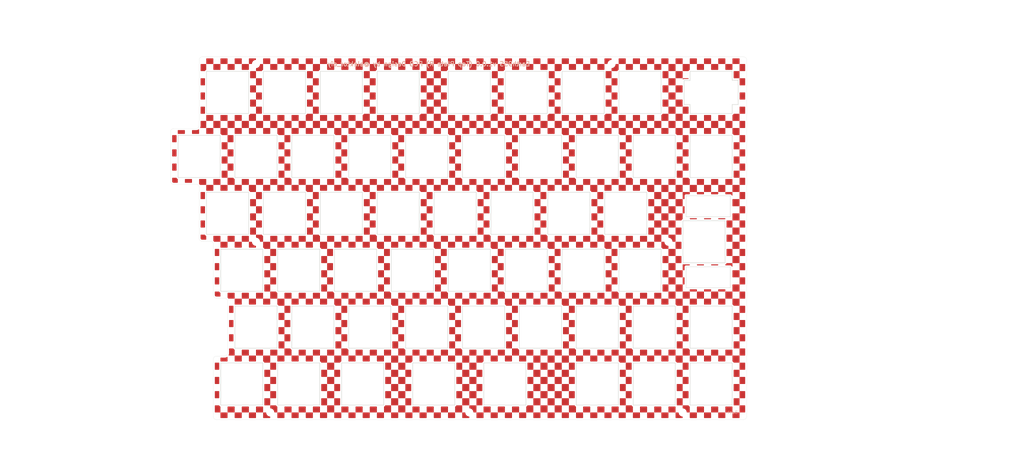
<source format=kicad_pcb>
(kicad_pcb (version 20240108) (generator "pcbnew") (generator_version "8.0")
  (layers (0 "F.Cu" signal) (31 "B.Cu" signal) (34 "B.Paste" user) (35 "F.Paste" user) (36 "B.SilkS" user "B.Silkscreen") (37 "F.SilkS" user "F.Silkscreen") (38 "B.Mask" user) (39 "F.Mask" user) (44 "Edge.Cuts" user))
  (net 0 "")
  (footprint "kbd_Hole:m2_Screw_Hole" (layer "F.Cu") (at 123.825 142.875)
    (property "Reference" "Ref**" (hide yes))
    (property "Value" "Val**" (hide yes))
    (pad "" np_thru_hole circle (at 0 0) (size 2.2 2.2) (drill 2.2) (layers "F&B.Cu" "*.Mask"))
  )
  (footprint "kbd_Hole:m2_Screw_Hole" (layer "F.Cu") (at 190.5 85.725)
    (property "Reference" "Ref**" (hide yes))
    (property "Value" "Val**" (hide yes))
    (pad "" np_thru_hole circle (at 0 0) (size 2.2 2.2) (drill 2.2) (layers "F&B.Cu" "*.Mask"))
  )
  (footprint "kbd_SW_Hole:SW_Hole_1u" (layer "F.Cu") (at 166.6875 133.35)
    (property "Reference" "SW94" (hide yes))
    (property "Value" "SW_PUSH" (hide yes))
    (fp_line (start -7.05 -7.05) (end 7.05 -7.05) (stroke (width 0.15)) (layer "Edge.Cuts"))
    (fp_line (start -7.05 7.05) (end -7.05 -7.05) (stroke (width 0.15)) (layer "Edge.Cuts"))
    (fp_line (start 7.05 -7.05) (end 7.05 7.05) (stroke (width 0.15)) (layer "Edge.Cuts"))
    (fp_line (start 7.05 7.05) (end -7.05 7.05) (stroke (width 0.15)) (layer "Edge.Cuts"))
  )
  (footprint "kbd_SW_Hole:SW_Hole_1u" (layer "F.Cu") (at 52.3875 57.15)
    (property "Reference" "SW54" (hide yes))
    (property "Value" "SW_PUSH" (hide yes))
    (fp_line (start -7.05 -7.05) (end 7.05 -7.05) (stroke (width 0.15)) (layer "Edge.Cuts"))
    (fp_line (start -7.05 7.05) (end -7.05 -7.05) (stroke (width 0.15)) (layer "Edge.Cuts"))
    (fp_line (start 7.05 -7.05) (end 7.05 7.05) (stroke (width 0.15)) (layer "Edge.Cuts"))
    (fp_line (start 7.05 7.05) (end -7.05 7.05) (stroke (width 0.15)) (layer "Edge.Cuts"))
  )
  (footprint "kbd_SW_Hole:SW_Hole_1u" (layer "F.Cu") (at 80.9625 76.2)
    (property "Reference" "SW64" (hide yes))
    (property "Value" "SW_PUSH" (hide yes))
    (fp_line (start -7.05 -7.05) (end 7.05 -7.05) (stroke (width 0.15)) (layer "Edge.Cuts"))
    (fp_line (start -7.05 7.05) (end -7.05 -7.05) (stroke (width 0.15)) (layer "Edge.Cuts"))
    (fp_line (start 7.05 -7.05) (end 7.05 7.05) (stroke (width 0.15)) (layer "Edge.Cuts"))
    (fp_line (start 7.05 7.05) (end -7.05 7.05) (stroke (width 0.15)) (layer "Edge.Cuts"))
  )
  (footprint "kbd_SW_Hole:SW_Hole_1u" (layer "F.Cu") (at 90.4875 57.15)
    (property "Reference" "SW56" (hide yes))
    (property "Value" "SW_PUSH" (hide yes))
    (fp_line (start -7.05 -7.05) (end 7.05 -7.05) (stroke (width 0.15)) (layer "Edge.Cuts"))
    (fp_line (start -7.05 7.05) (end -7.05 -7.05) (stroke (width 0.15)) (layer "Edge.Cuts"))
    (fp_line (start 7.05 -7.05) (end 7.05 7.05) (stroke (width 0.15)) (layer "Edge.Cuts"))
    (fp_line (start 7.05 7.05) (end -7.05 7.05) (stroke (width 0.15)) (layer "Edge.Cuts"))
  )
  (footprint "kbd_SW_Hole:SW_Hole_1u" (layer "F.Cu") (at 104.775 95.25)
    (property "Reference" "SW74" (hide yes))
    (property "Value" "SW_PUSH" (hide yes))
    (fp_line (start -7.05 -7.05) (end 7.05 -7.05) (stroke (width 0.15)) (layer "Edge.Cuts"))
    (fp_line (start -7.05 7.05) (end -7.05 -7.05) (stroke (width 0.15)) (layer "Edge.Cuts"))
    (fp_line (start 7.05 -7.05) (end 7.05 7.05) (stroke (width 0.15)) (layer "Edge.Cuts"))
    (fp_line (start 7.05 7.05) (end -7.05 7.05) (stroke (width 0.15)) (layer "Edge.Cuts"))
  )
  (footprint "kbd_SW_Hole:SW_Hole_rotaryencoder" (layer "F.Cu") (at 204.7875 35.71875)
    (property "Reference" "SW52" (hide yes))
    (property "Value" "RotaryEncoder_Switch" (hide yes))
    (fp_line (start -9.05 4.05) (end -9.05 -4) (stroke (width 0.15)) (layer "Edge.Cuts"))
    (fp_line (start -7.05 -7.05) (end 7.05 -7.05) (stroke (width 0.15)) (layer "Edge.Cuts"))
    (fp_line (start -7.05 -4) (end -9.05 -4) (stroke (width 0.15)) (layer "Edge.Cuts"))
    (fp_line (start -7.05 -4) (end -7.05 -7.05) (stroke (width 0.15)) (layer "Edge.Cuts"))
    (fp_line (start -7.05 4.05) (end -9.05 4.05) (stroke (width 0.15)) (layer "Edge.Cuts"))
    (fp_line (start -7.05 7.05) (end -7.05 4.05) (stroke (width 0.15)) (layer "Edge.Cuts"))
    (fp_line (start 7.05 -7.05) (end 7.05 -4.05) (stroke (width 0.15)) (layer "Edge.Cuts"))
    (fp_line (start 7.05 -4.05) (end 9.05 -4.05) (stroke (width 0.15)) (layer "Edge.Cuts"))
    (fp_line (start 7.05 4.05) (end 7.05 7.05) (stroke (width 0.15)) (layer "Edge.Cuts"))
    (fp_line (start 7.05 4.05) (end 9.05 4.05) (stroke (width 0.15)) (layer "Edge.Cuts"))
    (fp_line (start 7.05 7.05) (end -7.05 7.05) (stroke (width 0.15)) (layer "Edge.Cuts"))
    (fp_line (start 9.05 -4.05) (end 9.05 4.05) (stroke (width 0.15)) (layer "Edge.Cuts"))
  )
  (footprint "kbd_SW_Hole:SW_Hole_1u" (layer "F.Cu") (at 166.6875 114.3)
    (property "Reference" "SW86" (hide yes))
    (property "Value" "SW_PUSH" (hide yes))
    (fp_line (start -7.05 -7.05) (end 7.05 -7.05) (stroke (width 0.15)) (layer "Edge.Cuts"))
    (fp_line (start -7.05 7.05) (end -7.05 -7.05) (stroke (width 0.15)) (layer "Edge.Cuts"))
    (fp_line (start 7.05 -7.05) (end 7.05 7.05) (stroke (width 0.15)) (layer "Edge.Cuts"))
    (fp_line (start 7.05 7.05) (end -7.05 7.05) (stroke (width 0.15)) (layer "Edge.Cuts"))
  )
  (footprint "kbd_SW_Hole:SW_Hole_1u" (layer "F.Cu") (at 61.9125 35.71875)
    (property "Reference" "SW45" (hide yes))
    (property "Value" "SW_PUSH" (hide yes))
    (fp_line (start -7.05 -7.05) (end 7.05 -7.05) (stroke (width 0.15)) (layer "Edge.Cuts"))
    (fp_line (start -7.05 7.05) (end -7.05 -7.05) (stroke (width 0.15)) (layer "Edge.Cuts"))
    (fp_line (start 7.05 -7.05) (end 7.05 7.05) (stroke (width 0.15)) (layer "Edge.Cuts"))
    (fp_line (start 7.05 7.05) (end -7.05 7.05) (stroke (width 0.15)) (layer "Edge.Cuts"))
  )
  (footprint "kbd_SW_Hole:SW_Hole_1u" (layer "F.Cu") (at 85.725 95.25)
    (property "Reference" "SW73" (hide yes))
    (property "Value" "SW_PUSH" (hide yes))
    (fp_line (start -7.05 -7.05) (end 7.05 -7.05) (stroke (width 0.15)) (layer "Edge.Cuts"))
    (fp_line (start -7.05 7.05) (end -7.05 -7.05) (stroke (width 0.15)) (layer "Edge.Cuts"))
    (fp_line (start 7.05 -7.05) (end 7.05 7.05) (stroke (width 0.15)) (layer "Edge.Cuts"))
    (fp_line (start 7.05 7.05) (end -7.05 7.05) (stroke (width 0.15)) (layer "Edge.Cuts"))
  )
  (footprint "kbd_SW_Hole:SW_Hole_1u" (layer "F.Cu") (at 161.925 95.25)
    (property "Reference" "SW77" (hide yes))
    (property "Value" "SW_PUSH" (hide yes))
    (fp_line (start -7.05 -7.05) (end 7.05 -7.05) (stroke (width 0.15)) (layer "Edge.Cuts"))
    (fp_line (start -7.05 7.05) (end -7.05 -7.05) (stroke (width 0.15)) (layer "Edge.Cuts"))
    (fp_line (start 7.05 -7.05) (end 7.05 7.05) (stroke (width 0.15)) (layer "Edge.Cuts"))
    (fp_line (start 7.05 7.05) (end -7.05 7.05) (stroke (width 0.15)) (layer "Edge.Cuts"))
  )
  (footprint "kbd_SW_Hole:SW_Hole_1.25u" (layer "F.Cu") (at 135.73125 133.35)
    (property "Reference" "SW93" (hide yes))
    (property "Value" "SW_PUSH" (hide yes))
    (fp_line (start -7.05 -7.05) (end 7.05 -7.05) (stroke (width 0.15)) (layer "Edge.Cuts"))
    (fp_line (start -7.05 7.05) (end -7.05 -7.05) (stroke (width 0.15)) (layer "Edge.Cuts"))
    (fp_line (start 7.05 -7.05) (end 7.05 7.05) (stroke (width 0.15)) (layer "Edge.Cuts"))
    (fp_line (start 7.05 7.05) (end -7.05 7.05) (stroke (width 0.15)) (layer "Edge.Cuts"))
  )
  (footprint "kbd_SW_Hole:SW_Hole_1u" (layer "F.Cu") (at 147.6375 57.15)
    (property "Reference" "SW59" (hide yes))
    (property "Value" "SW_PUSH" (hide yes))
    (fp_line (start -7.05 -7.05) (end 7.05 -7.05) (stroke (width 0.15)) (layer "Edge.Cuts"))
    (fp_line (start -7.05 7.05) (end -7.05 -7.05) (stroke (width 0.15)) (layer "Edge.Cuts"))
    (fp_line (start 7.05 -7.05) (end 7.05 7.05) (stroke (width 0.15)) (layer "Edge.Cuts"))
    (fp_line (start 7.05 7.05) (end -7.05 7.05) (stroke (width 0.15)) (layer "Edge.Cuts"))
  )
  (footprint "kbd_SW_Hole:SW_Hole_1u" (layer "F.Cu") (at 176.2125 76.2)
    (property "Reference" "SW69" (hide yes))
    (property "Value" "SW_PUSH" (hide yes))
    (fp_line (start -7.05 -7.05) (end 7.05 -7.05) (stroke (width 0.15)) (layer "Edge.Cuts"))
    (fp_line (start -7.05 7.05) (end -7.05 -7.05) (stroke (width 0.15)) (layer "Edge.Cuts"))
    (fp_line (start 7.05 -7.05) (end 7.05 7.05) (stroke (width 0.15)) (layer "Edge.Cuts"))
    (fp_line (start 7.05 7.05) (end -7.05 7.05) (stroke (width 0.15)) (layer "Edge.Cuts"))
  )
  (footprint "kbd_SW_Hole:SW_Hole_1u" (layer "F.Cu") (at 33.3375 57.15)
    (property "Reference" "SW53" (hide yes))
    (property "Value" "SW_PUSH" (hide yes))
    (fp_line (start -7.05 -7.05) (end 7.05 -7.05) (stroke (width 0.15)) (layer "Edge.Cuts"))
    (fp_line (start -7.05 7.05) (end -7.05 -7.05) (stroke (width 0.15)) (layer "Edge.Cuts"))
    (fp_line (start 7.05 -7.05) (end 7.05 7.05) (stroke (width 0.15)) (layer "Edge.Cuts"))
    (fp_line (start 7.05 7.05) (end -7.05 7.05) (stroke (width 0.15)) (layer "Edge.Cuts"))
  )
  (footprint "kbd_SW_Hole:SW_Hole_1u" (layer "F.Cu") (at 142.875 35.71875)
    (property "Reference" "SW49" (hide yes))
    (property "Value" "SW_PUSH" (hide yes))
    (fp_line (start -7.05 -7.05) (end 7.05 -7.05) (stroke (width 0.15)) (layer "Edge.Cuts"))
    (fp_line (start -7.05 7.05) (end -7.05 -7.05) (stroke (width 0.15)) (layer "Edge.Cuts"))
    (fp_line (start 7.05 -7.05) (end 7.05 7.05) (stroke (width 0.15)) (layer "Edge.Cuts"))
    (fp_line (start 7.05 7.05) (end -7.05 7.05) (stroke (width 0.15)) (layer "Edge.Cuts"))
  )
  (footprint "kbd_SW_Hole:SW_Hole_1u" (layer "F.Cu") (at 52.3875 114.3)
    (property "Reference" "SW80" (hide yes))
    (property "Value" "SW_PUSH" (hide yes))
    (fp_line (start -7.05 -7.05) (end 7.05 -7.05) (stroke (width 0.15)) (layer "Edge.Cuts"))
    (fp_line (start -7.05 7.05) (end -7.05 -7.05) (stroke (width 0.15)) (layer "Edge.Cuts"))
    (fp_line (start 7.05 -7.05) (end 7.05 7.05) (stroke (width 0.15)) (layer "Edge.Cuts"))
    (fp_line (start 7.05 7.05) (end -7.05 7.05) (stroke (width 0.15)) (layer "Edge.Cuts"))
  )
  (footprint "kbd_SW_Hole:SW_Hole_1u" (layer "F.Cu") (at 109.5375 57.15)
    (property "Reference" "SW57" (hide yes))
    (property "Value" "SW_PUSH" (hide yes))
    (fp_line (start -7.05 -7.05) (end 7.05 -7.05) (stroke (width 0.15)) (layer "Edge.Cuts"))
    (fp_line (start -7.05 7.05) (end -7.05 -7.05) (stroke (width 0.15)) (layer "Edge.Cuts"))
    (fp_line (start 7.05 -7.05) (end 7.05 7.05) (stroke (width 0.15)) (layer "Edge.Cuts"))
    (fp_line (start 7.05 7.05) (end -7.05 7.05) (stroke (width 0.15)) (layer "Edge.Cuts"))
  )
  (footprint "kbd_SW_Hole:SW_Hole_2u" (layer "F.Cu") (at 202.40625 85.725 90)
    (property "Reference" "SW79" (hide yes))
    (property "Value" "SW_PUSH" (hide yes))
    (fp_line (start 7.05 -7.05) (end 7.05 7.05) (stroke (width 0.15)) (layer "Edge.Cuts"))
    (fp_line (start -7.05 -7.05) (end 7.05 -7.05) (stroke (width 0.15)) (layer "Edge.Cuts"))
    (fp_line (start 15.4 -6) (end 8.4 -6) (stroke (width 0.12)) (layer "Edge.Cuts"))
    (fp_line (start 8.4 -6) (end 8.4 8.8) (stroke (width 0.12)) (layer "Edge.Cuts"))
    (fp_line (start -8.4 -6) (end -8.4 8.8) (stroke (width 0.12)) (layer "Edge.Cuts"))
    (fp_line (start -15.4 -6) (end -8.4 -6) (stroke (width 0.12)) (layer "Edge.Cuts"))
    (fp_line (start 7.05 7.05) (end -7.05 7.05) (stroke (width 0.15)) (layer "Edge.Cuts"))
    (fp_line (start -7.05 7.05) (end -7.05 -7.05) (stroke (width 0.15)) (layer "Edge.Cuts"))
    (fp_line (start 15.4 8.8) (end 15.4 -6) (stroke (width 0.12)) (layer "Edge.Cuts"))
    (fp_line (start 8.4 8.8) (end 15.4 8.8) (stroke (width 0.12)) (layer "Edge.Cuts"))
    (fp_line (start -8.4 8.8) (end -15.4 8.8) (stroke (width 0.12)) (layer "Edge.Cuts"))
    (fp_line (start -15.4 8.8) (end -15.4 -6) (stroke (width 0.12)) (layer "Edge.Cuts"))
  )
  (footprint "kbd_SW_Hole:SW_Hole_1u" (layer "F.Cu") (at 66.675 95.25)
    (property "Reference" "SW72" (hide yes))
    (property "Value" "SW_PUSH" (hide yes))
    (fp_line (start -7.05 -7.05) (end 7.05 -7.05) (stroke (width 0.15)) (layer "Edge.Cuts"))
    (fp_line (start -7.05 7.05) (end -7.05 -7.05) (stroke (width 0.15)) (layer "Edge.Cuts"))
    (fp_line (start 7.05 -7.05) (end 7.05 7.05) (stroke (width 0.15)) (layer "Edge.Cuts"))
    (fp_line (start 7.05 7.05) (end -7.05 7.05) (stroke (width 0.15)) (layer "Edge.Cuts"))
  )
  (footprint "kbd_SW_Hole:SW_Hole_1.25u" (layer "F.Cu") (at 111.91875 133.35)
    (property "Reference" "SW92" (hide yes))
    (property "Value" "SW_PUSH" (hide yes))
    (fp_line (start -7.05 -7.05) (end 7.05 -7.05) (stroke (width 0.15)) (layer "Edge.Cuts"))
    (fp_line (start -7.05 7.05) (end -7.05 -7.05) (stroke (width 0.15)) (layer "Edge.Cuts"))
    (fp_line (start 7.05 -7.05) (end 7.05 7.05) (stroke (width 0.15)) (layer "Edge.Cuts"))
    (fp_line (start 7.05 7.05) (end -7.05 7.05) (stroke (width 0.15)) (layer "Edge.Cuts"))
  )
  (footprint "kbd_SW_Hole:SW_Hole_1u" (layer "F.Cu") (at 123.825 35.71875)
    (property "Reference" "SW48" (hide yes))
    (property "Value" "SW_PUSH" (hide yes))
    (fp_line (start -7.05 -7.05) (end 7.05 -7.05) (stroke (width 0.15)) (layer "Edge.Cuts"))
    (fp_line (start -7.05 7.05) (end -7.05 -7.05) (stroke (width 0.15)) (layer "Edge.Cuts"))
    (fp_line (start 7.05 -7.05) (end 7.05 7.05) (stroke (width 0.15)) (layer "Edge.Cuts"))
    (fp_line (start 7.05 7.05) (end -7.05 7.05) (stroke (width 0.15)) (layer "Edge.Cuts"))
  )
  (footprint "kbd_SW_Hole:SW_Hole_1u" (layer "F.Cu") (at 147.6375 114.3)
    (property "Reference" "SW85" (hide yes))
    (property "Value" "SW_PUSH" (hide yes))
    (fp_line (start -7.05 -7.05) (end 7.05 -7.05) (stroke (width 0.15)) (layer "Edge.Cuts"))
    (fp_line (start -7.05 7.05) (end -7.05 -7.05) (stroke (width 0.15)) (layer "Edge.Cuts"))
    (fp_line (start 7.05 -7.05) (end 7.05 7.05) (stroke (width 0.15)) (layer "Edge.Cuts"))
    (fp_line (start 7.05 7.05) (end -7.05 7.05) (stroke (width 0.15)) (layer "Edge.Cuts"))
  )
  (footprint "kbd_SW_Hole:SW_Hole_1u" (layer "F.Cu") (at 109.5375 114.3)
    (property "Reference" "SW83" (hide yes))
    (property "Value" "SW_PUSH" (hide yes))
    (fp_line (start -7.05 -7.05) (end 7.05 -7.05) (stroke (width 0.15)) (layer "Edge.Cuts"))
    (fp_line (start -7.05 7.05) (end -7.05 -7.05) (stroke (width 0.15)) (layer "Edge.Cuts"))
    (fp_line (start 7.05 -7.05) (end 7.05 7.05) (stroke (width 0.15)) (layer "Edge.Cuts"))
    (fp_line (start 7.05 7.05) (end -7.05 7.05) (stroke (width 0.15)) (layer "Edge.Cuts"))
  )
  (footprint "kbd_SW_Hole:SW_Hole_1u" (layer "F.Cu") (at 71.4375 57.15)
    (property "Reference" "SW55" (hide yes))
    (property "Value" "SW_PUSH" (hide yes))
    (fp_line (start -7.05 -7.05) (end 7.05 -7.05) (stroke (width 0.15)) (layer "Edge.Cuts"))
    (fp_line (start -7.05 7.05) (end -7.05 -7.05) (stroke (width 0.15)) (layer "Edge.Cuts"))
    (fp_line (start 7.05 -7.05) (end 7.05 7.05) (stroke (width 0.15)) (layer "Edge.Cuts"))
    (fp_line (start 7.05 7.05) (end -7.05 7.05) (stroke (width 0.15)) (layer "Edge.Cuts"))
  )
  (footprint "kbd_SW_Hole:SW_Hole_1u" (layer "F.Cu") (at 204.7875 133.35)
    (property "Reference" "SW96" (hide yes))
    (property "Value" "SW_PUSH" (hide yes))
    (fp_line (start -7.05 -7.05) (end 7.05 -7.05) (stroke (width 0.15)) (layer "Edge.Cuts"))
    (fp_line (start -7.05 7.05) (end -7.05 -7.05) (stroke (width 0.15)) (layer "Edge.Cuts"))
    (fp_line (start 7.05 -7.05) (end 7.05 7.05) (stroke (width 0.15)) (layer "Edge.Cuts"))
    (fp_line (start 7.05 7.05) (end -7.05 7.05) (stroke (width 0.15)) (layer "Edge.Cuts"))
  )
  (footprint "kbd_Hole:m2_Screw_Hole" (layer "F.Cu") (at 52.3875 26.19375)
    (property "Reference" "Ref**" (hide yes))
    (property "Value" "Val**" (hide yes))
    (pad "" np_thru_hole circle (at 0 0) (size 2.2 2.2) (drill 2.2) (layers "*.Cu" "*.Mask"))
  )
  (footprint "kbd_SW_Hole:SW_Hole_1u" (layer "F.Cu") (at 61.9125 76.2)
    (property "Reference" "SW63" (hide yes))
    (property "Value" "SW_PUSH" (hide yes))
    (fp_line (start -7.05 -7.05) (end 7.05 -7.05) (stroke (width 0.15)) (layer "Edge.Cuts"))
    (fp_line (start -7.05 7.05) (end -7.05 -7.05) (stroke (width 0.15)) (layer "Edge.Cuts"))
    (fp_line (start 7.05 -7.05) (end 7.05 7.05) (stroke (width 0.15)) (layer "Edge.Cuts"))
    (fp_line (start 7.05 7.05) (end -7.05 7.05) (stroke (width 0.15)) (layer "Edge.Cuts"))
  )
  (footprint "kbd_SW_Hole:SW_Hole_1u" (layer "F.Cu") (at 185.7375 114.3)
    (property "Reference" "SW87" (hide yes))
    (property "Value" "SW_PUSH" (hide yes))
    (fp_line (start -7.05 -7.05) (end 7.05 -7.05) (stroke (width 0.15)) (layer "Edge.Cuts"))
    (fp_line (start -7.05 7.05) (end -7.05 -7.05) (stroke (width 0.15)) (layer "Edge.Cuts"))
    (fp_line (start 7.05 -7.05) (end 7.05 7.05) (stroke (width 0.15)) (layer "Edge.Cuts"))
    (fp_line (start 7.05 7.05) (end -7.05 7.05) (stroke (width 0.15)) (layer "Edge.Cuts"))
  )
  (footprint "kbd_SW_Hole:SW_Hole_1u" (layer "F.Cu") (at 180.975 95.25)
    (property "Reference" "SW78" (hide yes))
    (property "Value" "SW_PUSH" (hide yes))
    (fp_line (start -7.05 -7.05) (end 7.05 -7.05) (stroke (width 0.15)) (layer "Edge.Cuts"))
    (fp_line (start -7.05 7.05) (end -7.05 -7.05) (stroke (width 0.15)) (layer "Edge.Cuts"))
    (fp_line (start 7.05 -7.05) (end 7.05 7.05) (stroke (width 0.15)) (layer "Edge.Cuts"))
    (fp_line (start 7.05 7.05) (end -7.05 7.05) (stroke (width 0.15)) (layer "Edge.Cuts"))
  )
  (footprint "kbd_SW_Hole:SW_Hole_1u" (layer "F.Cu") (at 204.7875 57.15)
    (property "Reference" "SW70" (hide yes))
    (property "Value" "SW_PUSH" (hide yes))
    (fp_line (start -7.05 -7.05) (end 7.05 -7.05) (stroke (width 0.15)) (layer "Edge.Cuts"))
    (fp_line (start -7.05 7.05) (end -7.05 -7.05) (stroke (width 0.15)) (layer "Edge.Cuts"))
    (fp_line (start 7.05 -7.05) (end 7.05 7.05) (stroke (width 0.15)) (layer "Edge.Cuts"))
    (fp_line (start 7.05 7.05) (end -7.05 7.05) (stroke (width 0.15)) (layer "Edge.Cuts"))
  )
  (footprint "kbd_SW_Hole:SW_Hole_1u" (layer "F.Cu") (at 119.0625 76.2)
    (property "Reference" "SW66" (hide yes))
    (property "Value" "SW_PUSH" (hide yes))
    (fp_line (start -7.05 -7.05) (end 7.05 -7.05) (stroke (width 0.15)) (layer "Edge.Cuts"))
    (fp_line (start -7.05 7.05) (end -7.05 -7.05) (stroke (width 0.15)) (layer "Edge.Cuts"))
    (fp_line (start 7.05 -7.05) (end 7.05 7.05) (stroke (width 0.15)) (layer "Edge.Cuts"))
    (fp_line (start 7.05 7.05) (end -7.05 7.05) (stroke (width 0.15)) (layer "Edge.Cuts"))
  )
  (footprint "kbd_SW_Hole:SW_Hole_1u" (layer "F.Cu") (at 100.0125 35.71875)
    (property "Reference" "SW47" (hide yes))
    (property "Value" "SW_PUSH" (hide yes))
    (fp_line (start -7.05 -7.05) (end 7.05 -7.05) (stroke (width 0.15)) (layer "Edge.Cuts"))
    (fp_line (start -7.05 7.05) (end -7.05 -7.05) (stroke (width 0.15)) (layer "Edge.Cuts"))
    (fp_line (start 7.05 -7.05) (end 7.05 7.05) (stroke (width 0.15)) (layer "Edge.Cuts"))
    (fp_line (start 7.05 7.05) (end -7.05 7.05) (stroke (width 0.15)) (layer "Edge.Cuts"))
  )
  (footprint "kbd_SW_Hole:SW_Hole_1u" (layer "F.Cu") (at 42.8625 35.71875)
    (property "Reference" "SW44" (hide yes))
    (property "Value" "SW_PUSH" (hide yes))
    (fp_line (start -7.05 -7.05) (end 7.05 -7.05) (stroke (width 0.15)) (layer "Edge.Cuts"))
    (fp_line (start -7.05 7.05) (end -7.05 -7.05) (stroke (width 0.15)) (layer "Edge.Cuts"))
    (fp_line (start 7.05 -7.05) (end 7.05 7.05) (stroke (width 0.15)) (layer "Edge.Cuts"))
    (fp_line (start 7.05 7.05) (end -7.05 7.05) (stroke (width 0.15)) (layer "Edge.Cuts"))
  )
  (footprint "kbd_SW_Hole:SW_Hole_1u" (layer "F.Cu") (at 80.9625 35.71875)
    (property "Reference" "SW46" (hide yes))
    (property "Value" "SW_PUSH" (hide yes))
    (fp_line (start -7.05 -7.05) (end 7.05 -7.05) (stroke (width 0.15)) (layer "Edge.Cuts"))
    (fp_line (start -7.05 7.05) (end -7.05 -7.05) (stroke (width 0.15)) (layer "Edge.Cuts"))
    (fp_line (start 7.05 -7.05) (end 7.05 7.05) (stroke (width 0.15)) (layer "Edge.Cuts"))
    (fp_line (start 7.05 7.05) (end -7.05 7.05) (stroke (width 0.15)) (layer "Edge.Cuts"))
  )
  (footprint "kbd_Hole:m2_Screw_Hole" (layer "F.Cu") (at 52.3875 85.725)
    (property "Reference" "Ref**" (hide yes))
    (property "Value" "Val**" (hide yes))
    (pad "" np_thru_hole circle (at 0 0) (size 2.2 2.2) (drill 2.2) (layers "F&B.Cu" "*.Mask"))
  )
  (footprint "kbd_SW_Hole:SW_Hole_1u" (layer "F.Cu") (at 128.5875 57.15)
    (property "Reference" "SW58" (hide yes))
    (property "Value" "SW_PUSH" (hide yes))
    (fp_line (start -7.05 -7.05) (end 7.05 -7.05) (stroke (width 0.15)) (layer "Edge.Cuts"))
    (fp_line (start -7.05 7.05) (end -7.05 -7.05) (stroke (width 0.15)) (layer "Edge.Cuts"))
    (fp_line (start 7.05 -7.05) (end 7.05 7.05) (stroke (width 0.15)) (layer "Edge.Cuts"))
    (fp_line (start 7.05 7.05) (end -7.05 7.05) (stroke (width 0.15)) (layer "Edge.Cuts"))
  )
  (footprint "kbd_SW_Hole:SW_Hole_1u" (layer "F.Cu") (at 204.7875 114.3)
    (property "Reference" "SW88" (hide yes))
    (property "Value" "SW_PUSH" (hide yes))
    (fp_line (start -7.05 -7.05) (end 7.05 -7.05) (stroke (width 0.15)) (layer "Edge.Cuts"))
    (fp_line (start -7.05 7.05) (end -7.05 -7.05) (stroke (width 0.15)) (layer "Edge.Cuts"))
    (fp_line (start 7.05 -7.05) (end 7.05 7.05) (stroke (width 0.15)) (layer "Edge.Cuts"))
    (fp_line (start 7.05 7.05) (end -7.05 7.05) (stroke (width 0.15)) (layer "Edge.Cuts"))
  )
  (footprint "kbd_SW_Hole:SW_Hole_1u" (layer "F.Cu") (at 71.4375 114.3)
    (property "Reference" "SW81" (hide yes))
    (property "Value" "SW_PUSH" (hide yes))
    (fp_line (start -7.05 -7.05) (end 7.05 -7.05) (stroke (width 0.15)) (layer "Edge.Cuts"))
    (fp_line (start -7.05 7.05) (end -7.05 -7.05) (stroke (width 0.15)) (layer "Edge.Cuts"))
    (fp_line (start 7.05 -7.05) (end 7.05 7.05) (stroke (width 0.15)) (layer "Edge.Cuts"))
    (fp_line (start 7.05 7.05) (end -7.05 7.05) (stroke (width 0.15)) (layer "Edge.Cuts"))
  )
  (footprint "kbd_Hole:m2_Screw_Hole" (layer "F.Cu") (at 171.45 26.19375)
    (property "Reference" "Ref**" (hide yes))
    (property "Value" "Val**" (hide yes))
    (pad "" np_thru_hole circle (at 0 0) (size 2.2 2.2) (drill 2.2) (layers "F&B.Cu" "*.Mask"))
  )
  (footprint "kbd_Hole:m2_Screw_Hole" (layer "F.Cu") (at 57.15 142.875)
    (property "Reference" "Ref**" (hide yes))
    (property "Value" "Val**" (hide yes))
    (pad "" np_thru_hole circle (at 0 0) (size 2.2 2.2) (drill 2.2) (layers "F&B.Cu" "*.Mask"))
  )
  (footprint "kbd_SW_Hole:SW_Hole_1u" (layer "F.Cu") (at 142.875 95.25)
    (property "Reference" "SW76" (hide yes))
    (property "Value" "SW_PUSH" (hide yes))
    (fp_line (start -7.05 -7.05) (end 7.05 -7.05) (stroke (width 0.15)) (layer "Edge.Cuts"))
    (fp_line (start -7.05 7.05) (end -7.05 -7.05) (stroke (width 0.15)) (layer "Edge.Cuts"))
    (fp_line (start 7.05 -7.05) (end 7.05 7.05) (stroke (width 0.15)) (layer "Edge.Cuts"))
    (fp_line (start 7.05 7.05) (end -7.05 7.05) (stroke (width 0.15)) (layer "Edge.Cuts"))
  )
  (footprint "kbd_SW_Hole:SW_Hole_1u" (layer "F.Cu") (at 180.975 35.71875)
    (property "Reference" "SW51" (hide yes))
    (property "Value" "SW_PUSH" (hide yes))
    (fp_line (start -7.05 -7.05) (end 7.05 -7.05) (stroke (width 0.15)) (layer "Edge.Cuts"))
    (fp_line (start -7.05 7.05) (end -7.05 -7.05) (stroke (width 0.15)) (layer "Edge.Cuts"))
    (fp_line (start 7.05 -7.05) (end 7.05 7.05) (stroke (width 0.15)) (layer "Edge.Cuts"))
    (fp_line (start 7.05 7.05) (end -7.05 7.05) (stroke (width 0.15)) (layer "Edge.Cuts"))
  )
  (footprint "kbd_SW_Hole:SW_Hole_1u" (layer "F.Cu") (at 185.7375 57.15)
    (property "Reference" "SW61" (hide yes))
    (property "Value" "SW_PUSH" (hide yes))
    (fp_line (start -7.05 -7.05) (end 7.05 -7.05) (stroke (width 0.15)) (layer "Edge.Cuts"))
    (fp_line (start -7.05 7.05) (end -7.05 -7.05) (stroke (width 0.15)) (layer "Edge.Cuts"))
    (fp_line (start 7.05 -7.05) (end 7.05 7.05) (stroke (width 0.15)) (layer "Edge.Cuts"))
    (fp_line (start 7.05 7.05) (end -7.05 7.05) (stroke (width 0.15)) (layer "Edge.Cuts"))
  )
  (footprint "kbd_SW_Hole:SW_Hole_1u" (layer "F.Cu") (at 128.5875 114.3)
    (property "Reference" "SW84" (hide yes))
    (property "Value" "SW_PUSH" (hide yes))
    (fp_line (start -7.05 -7.05) (end 7.05 -7.05) (stroke (width 0.15)) (layer "Edge.Cuts"))
    (fp_line (start -7.05 7.05) (end -7.05 -7.05) (stroke (width 0.15)) (layer "Edge.Cuts"))
    (fp_line (start 7.05 -7.05) (end 7.05 7.05) (stroke (width 0.15)) (layer "Edge.Cuts"))
    (fp_line (start 7.05 7.05) (end -7.05 7.05) (stroke (width 0.15)) (layer "Edge.Cuts"))
  )
  (footprint "kbd_SW_Hole:SW_Hole_1u" (layer "F.Cu") (at 138.1125 76.2)
    (property "Reference" "SW67" (hide yes))
    (property "Value" "SW_PUSH" (hide yes))
    (fp_line (start -7.05 -7.05) (end 7.05 -7.05) (stroke (width 0.15)) (layer "Edge.Cuts"))
    (fp_line (start -7.05 7.05) (end -7.05 -7.05) (stroke (width 0.15)) (layer "Edge.Cuts"))
    (fp_line (start 7.05 -7.05) (end 7.05 7.05) (stroke (width 0.15)) (layer "Edge.Cuts"))
    (fp_line (start 7.05 7.05) (end -7.05 7.05) (stroke (width 0.15)) (layer "Edge.Cuts"))
  )
  (footprint "kbd_SW_Hole:SW_Hole_1u" (layer "F.Cu") (at 185.7375 133.35)
    (property "Reference" "SW95" (hide yes))
    (property "Value" "SW_PUSH" (hide yes))
    (fp_line (start -7.05 -7.05) (end 7.05 -7.05) (stroke (width 0.15)) (layer "Edge.Cuts"))
    (fp_line (start -7.05 7.05) (end -7.05 -7.05) (stroke (width 0.15)) (layer "Edge.Cuts"))
    (fp_line (start 7.05 -7.05) (end 7.05 7.05) (stroke (width 0.15)) (layer "Edge.Cuts"))
    (fp_line (start 7.05 7.05) (end -7.05 7.05) (stroke (width 0.15)) (layer "Edge.Cuts"))
  )
  (footprint "kbd_SW_Hole:SW_Hole_1u" (layer "F.Cu") (at 90.4875 114.3)
    (property "Reference" "SW82" (hide yes))
    (property "Value" "SW_PUSH" (hide yes))
    (fp_line (start -7.05 -7.05) (end 7.05 -7.05) (stroke (width 0.15)) (layer "Edge.Cuts"))
    (fp_line (start -7.05 7.05) (end -7.05 -7.05) (stroke (width 0.15)) (layer "Edge.Cuts"))
    (fp_line (start 7.05 -7.05) (end 7.05 7.05) (stroke (width 0.15)) (layer "Edge.Cuts"))
    (fp_line (start 7.05 7.05) (end -7.05 7.05) (stroke (width 0.15)) (layer "Edge.Cuts"))
  )
  (footprint "kbd_SW_Hole:SW_Hole_1u" (layer "F.Cu") (at 47.625 95.25)
    (property "Reference" "SW71" (hide yes))
    (property "Value" "SW_PUSH" (hide yes))
    (fp_line (start -7.05 -7.05) (end 7.05 -7.05) (stroke (width 0.15)) (layer "Edge.Cuts"))
    (fp_line (start -7.05 7.05) (end -7.05 -7.05) (stroke (width 0.15)) (layer "Edge.Cuts"))
    (fp_line (start 7.05 -7.05) (end 7.05 7.05) (stroke (width 0.15)) (layer "Edge.Cuts"))
    (fp_line (start 7.05 7.05) (end -7.05 7.05) (stroke (width 0.15)) (layer "Edge.Cuts"))
  )
  (footprint "kbd_SW_Hole:SW_Hole_1u" (layer "F.Cu") (at 66.675 133.35)
    (property "Reference" "SW90" (hide yes))
    (property "Value" "SW_PUSH" (hide yes))
    (fp_line (start -7.05 -7.05) (end 7.05 -7.05) (stroke (width 0.15)) (layer "Edge.Cuts"))
    (fp_line (start -7.05 7.05) (end -7.05 -7.05) (stroke (width 0.15)) (layer "Edge.Cuts"))
    (fp_line (start 7.05 -7.05) (end 7.05 7.05) (stroke (width 0.15)) (layer "Edge.Cuts"))
    (fp_line (start 7.05 7.05) (end -7.05 7.05) (stroke (width 0.15)) (layer "Edge.Cuts"))
  )
  (footprint "kbd_SW_Hole:SW_Hole_1u" (layer "F.Cu") (at 100.0125 76.2)
    (property "Reference" "SW65" (hide yes))
    (property "Value" "SW_PUSH" (hide yes))
    (fp_line (start -7.05 -7.05) (end 7.05 -7.05) (stroke (width 0.15)) (layer "Edge.Cuts"))
    (fp_line (start -7.05 7.05) (end -7.05 -7.05) (stroke (width 0.15)) (layer "Edge.Cuts"))
    (fp_line (start 7.05 -7.05) (end 7.05 7.05) (stroke (width 0.15)) (layer "Edge.Cuts"))
    (fp_line (start 7.05 7.05) (end -7.05 7.05) (stroke (width 0.15)) (layer "Edge.Cuts"))
  )
  (footprint "kbd_SW_Hole:SW_Hole_1u" (layer "F.Cu") (at 42.8625 76.2)
    (property "Reference" "SW62" (hide yes))
    (property "Value" "SW_PUSH" (hide yes))
    (fp_line (start -7.05 -7.05) (end 7.05 -7.05) (stroke (width 0.15)) (layer "Edge.Cuts"))
    (fp_line (start -7.05 7.05) (end -7.05 -7.05) (stroke (width 0.15)) (layer "Edge.Cuts"))
    (fp_line (start 7.05 -7.05) (end 7.05 7.05) (stroke (width 0.15)) (layer "Edge.Cuts"))
    (fp_line (start 7.05 7.05) (end -7.05 7.05) (stroke (width 0.15)) (layer "Edge.Cuts"))
  )
  (footprint "kbd_SW_Hole:SW_Hole_1u" (layer "F.Cu") (at 161.925 35.71875)
    (property "Reference" "SW50" (hide yes))
    (property "Value" "SW_PUSH" (hide yes))
    (fp_line (start -7.05 -7.05) (end 7.05 -7.05) (stroke (width 0.15)) (layer "Edge.Cuts"))
    (fp_line (start -7.05 7.05) (end -7.05 -7.05) (stroke (width 0.15)) (layer "Edge.Cuts"))
    (fp_line (start 7.05 -7.05) (end 7.05 7.05) (stroke (width 0.15)) (layer "Edge.Cuts"))
    (fp_line (start 7.05 7.05) (end -7.05 7.05) (stroke (width 0.15)) (layer "Edge.Cuts"))
  )
  (footprint "kbd_SW_Hole:SW_Hole_1u" (layer "F.Cu") (at 47.625 133.35)
    (property "Reference" "SW89" (hide yes))
    (property "Value" "SW_PUSH" (hide yes))
    (fp_line (start -7.05 -7.05) (end 7.05 -7.05) (stroke (width 0.15)) (layer "Edge.Cuts"))
    (fp_line (start -7.05 7.05) (end -7.05 -7.05) (stroke (width 0.15)) (layer "Edge.Cuts"))
    (fp_line (start 7.05 -7.05) (end 7.05 7.05) (stroke (width 0.15)) (layer "Edge.Cuts"))
    (fp_line (start 7.05 7.05) (end -7.05 7.05) (stroke (width 0.15)) (layer "Edge.Cuts"))
  )
  (footprint "kbd_SW_Hole:SW_Hole_1u" (layer "F.Cu") (at 157.1625 76.2)
    (property "Reference" "SW68" (hide yes))
    (property "Value" "SW_PUSH" (hide yes))
    (fp_line (start -7.05 -7.05) (end 7.05 -7.05) (stroke (width 0.15)) (layer "Edge.Cuts"))
    (fp_line (start -7.05 7.05) (end -7.05 -7.05) (stroke (width 0.15)) (layer "Edge.Cuts"))
    (fp_line (start 7.05 -7.05) (end 7.05 7.05) (stroke (width 0.15)) (layer "Edge.Cuts"))
    (fp_line (start 7.05 7.05) (end -7.05 7.05) (stroke (width 0.15)) (layer "Edge.Cuts"))
  )
  (footprint "kbd_SW_Hole:SW_Hole_1u" (layer "F.Cu") (at 166.6875 57.15)
    (property "Reference" "SW60" (hide yes))
    (property "Value" "SW_PUSH" (hide yes))
    (fp_line (start -7.05 -7.05) (end 7.05 -7.05) (stroke (width 0.15)) (layer "Edge.Cuts"))
    (fp_line (start -7.05 7.05) (end -7.05 -7.05) (stroke (width 0.15)) (layer "Edge.Cuts"))
    (fp_line (start 7.05 -7.05) (end 7.05 7.05) (stroke (width 0.15)) (layer "Edge.Cuts"))
    (fp_line (start 7.05 7.05) (end -7.05 7.05) (stroke (width 0.15)) (layer "Edge.Cuts"))
  )
  (footprint "kbd_SW_Hole:SW_Hole_1u" (layer "F.Cu") (at 123.825 95.25)
    (property "Reference" "SW75" (hide yes))
    (property "Value" "SW_PUSH" (hide yes))
    (fp_line (start -7.05 -7.05) (end 7.05 -7.05) (stroke (width 0.15)) (layer "Edge.Cuts"))
    (fp_line (start -7.05 7.05) (end -7.05 -7.05) (stroke (width 0.15)) (layer "Edge.Cuts"))
    (fp_line (start 7.05 -7.05) (end 7.05 7.05) (stroke (width 0.15)) (layer "Edge.Cuts"))
    (fp_line (start 7.05 7.05) (end -7.05 7.05) (stroke (width 0.15)) (layer "Edge.Cuts"))
  )
  (footprint "kbd_Hole:m2_Screw_Hole" (layer "F.Cu") (at 195.2625 142.875)
    (property "Reference" "Ref**" (hide yes))
    (property "Value" "Val**" (hide yes))
    (pad "" np_thru_hole circle (at 0 0) (size 2.2 2.2) (drill 2.2) (layers "F&B.Cu" "*.Mask"))
  )
  (footprint "kbd_SW_Hole:SW_Hole_1.25u" (layer "F.Cu") (at 88.10625 133.35)
    (property "Reference" "SW91" (hide yes))
    (property "Value" "SW_PUSH" (hide yes))
    (fp_line (start -7.05 -7.05) (end 7.05 -7.05) (stroke (width 0.15)) (layer "Edge.Cuts"))
    (fp_line (start -7.05 7.05) (end -7.05 -7.05) (stroke (width 0.15)) (layer "Edge.Cuts"))
    (fp_line (start 7.05 -7.05) (end 7.05 7.05) (stroke (width 0.15)) (layer "Edge.Cuts"))
    (fp_line (start 7.05 7.05) (end -7.05 7.05) (stroke (width 0.15)) (layer "Edge.Cuts"))
  )
  (gr_arc (start 216.69375 144.25625) (mid 216.400857 144.963357) (end 215.69375 145.25625) (stroke (width 0.05)) (layer "Edge.Cuts"))
  (gr_line (start 39.1 104.575) (end 41.8625 104.575) (stroke (width 0.05)) (layer "Edge.Cuts"))
  (gr_line (start 38.1 86.525) (end 38.1 103.575) (stroke (width 0.05)) (layer "Edge.Cuts"))
  (gr_arc (start 215.69375 23.8125) (mid 216.400857 24.105393) (end 216.69375 24.8125) (stroke (width 0.05)) (layer "Edge.Cuts"))
  (gr_arc (start 39.1 145.25625) (mid 38.392893 144.963357) (end 38.1 144.25625) (stroke (width 0.05)) (layer "Edge.Cuts"))
  (gr_arc (start 24.8125 66.475) (mid 24.105393 66.182107) (end 23.8125 65.475) (stroke (width 0.05)) (layer "Edge.Cuts"))
  (gr_arc (start 39.1 104.575) (mid 38.392893 104.282107) (end 38.1 103.575) (stroke (width 0.05)) (layer "Edge.Cuts"))
  (gr_arc (start 33.3375 24.8125) (mid 33.630393 24.105393) (end 34.3375 23.8125) (stroke (width 0.05)) (layer "Edge.Cuts"))
  (gr_line (start 42.8625 105.575) (end 42.8625 123.025) (stroke (width 0.05)) (layer "Edge.Cuts"))
  (gr_arc (start 38.1 125.025) (mid 38.392893 124.317893) (end 39.1 124.025) (stroke (width 0.05)) (layer "Edge.Cuts"))
  (gr_line (start 23.8125 48.825) (end 23.8125 65.475) (stroke (width 0.05)) (layer "Edge.Cuts"))
  (gr_line (start 41.8625 124.025) (end 39.1 124.025) (stroke (width 0.05)) (layer "Edge.Cuts"))
  (gr_line (start 216.69375 144.25625) (end 216.69375 24.8125) (stroke (width 0.05)) (layer "Edge.Cuts"))
  (gr_arc (start 33.3375 46.825) (mid 33.044607 47.532107) (end 32.3375 47.825) (stroke (width 0.05)) (layer "Edge.Cuts"))
  (gr_line (start 215.69375 23.8125) (end 34.3375 23.8125) (stroke (width 0.05)) (layer "Edge.Cuts"))
  (gr_line (start 39.1 145.25625) (end 215.69375 145.25625) (stroke (width 0.05)) (layer "Edge.Cuts"))
  (gr_arc (start 32.3375 66.475) (mid 33.044607 66.767893) (end 33.3375 67.475) (stroke (width 0.05)) (layer "Edge.Cuts"))
  (gr_arc (start 34.3375 85.525) (mid 33.630393 85.232107) (end 33.3375 84.525) (stroke (width 0.05)) (layer "Edge.Cuts"))
  (gr_line (start 32.3375 47.825) (end 24.8125 47.825) (stroke (width 0.05)) (layer "Edge.Cuts"))
  (gr_arc (start 23.8125 48.825) (mid 24.105393 48.117893) (end 24.8125 47.825) (stroke (width 0.05)) (layer "Edge.Cuts"))
  (gr_arc (start 41.8625 104.575) (mid 42.569607 104.867893) (end 42.8625 105.575) (stroke (width 0.05)) (layer "Edge.Cuts"))
  (gr_line (start 33.3375 24.8125) (end 33.3375 46.825) (stroke (width 0.05)) (layer "Edge.Cuts"))
  (gr_line (start 33.3375 67.475) (end 33.3375 84.525) (stroke (width 0.05)) (layer "Edge.Cuts"))
  (gr_arc (start 37.1 85.525) (mid 37.807107 85.817893) (end 38.1 86.525) (stroke (width 0.05)) (layer "Edge.Cuts"))
  (gr_line (start 24.8125 66.475) (end 32.3375 66.475) (stroke (width 0.05)) (layer "Edge.Cuts"))
  (gr_line (start 34.3375 85.525) (end 37.1 85.525) (stroke (width 0.05)) (layer "Edge.Cuts"))
  (gr_line (start 38.1 125.025) (end 38.1 144.25625) (stroke (width 0.05)) (layer "Edge.Cuts"))
  (gr_arc (start 42.8625 123.025) (mid 42.569607 123.732107) (end 41.8625 124.025) (stroke (width 0.05)) (layer "Edge.Cuts"))
  (gr_text "Back" (at 213.765025 143.393772 0) (layer "B.SilkS") (effects (font (size 1 1) (thickness 0.1)) (justify left bottom mirror)))
  (gr_text "Earth95S v1.0.0 (Top Plate R) PCB Design by @alektor_diy" (at 144.327406 27.047909 0) (layer "B.SilkS") (effects (font (size 1.5 1.5) (thickness 0.3) (bold yes)) (justify left bottom mirror)))
  (zone (net 0) (net_name "") (layer "F.Cu") (connect_pads (clearance 0)) (min_thickness 0.25)
    (keepout (tracks allowed) (vias allowed) (pads allowed) (copperpour not_allowed) (footprints allowed))
    (fill (thermal_gap 0.5) (thermal_bridge_width 0.5))
    (polygon (pts (xy 142.875 61.9125) (xy 142.875 64.29375) (xy 145.25625 64.29375) (xy 145.25625 61.9125)))
  )
  (zone (net 0) (net_name "") (layer "F.Cu") (connect_pads (clearance 0)) (min_thickness 0.25)
    (keepout (tracks allowed) (vias allowed) (pads allowed) (copperpour not_allowed) (footprints allowed))
    (fill (thermal_gap 0.5) (thermal_bridge_width 0.5))
    (polygon (pts (xy 209.55 52.3875) (xy 209.55 54.76875) (xy 211.93125 54.76875) (xy 211.93125 52.3875)))
  )
  (zone (net 0) (net_name "") (layer "F.Cu") (connect_pads (clearance 0)) (min_thickness 0.25)
    (keepout (tracks allowed) (vias allowed) (pads allowed) (copperpour not_allowed) (footprints allowed))
    (fill (thermal_gap 0.5) (thermal_bridge_width 0.5))
    (polygon (pts (xy -16.66875 135.73125) (xy -16.66875 138.1125) (xy -14.2875 138.1125) (xy -14.2875 135.73125)))
  )
  (zone (net 0) (net_name "") (layer "F.Cu") (connect_pads (clearance 0)) (min_thickness 0.25)
    (keepout (tracks allowed) (vias allowed) (pads allowed) (copperpour not_allowed) (footprints allowed))
    (fill (thermal_gap 0.5) (thermal_bridge_width 0.5))
    (polygon (pts (xy -9.525 85.725) (xy -9.525 88.10625) (xy -7.14375 88.10625) (xy -7.14375 85.725)))
  )
  (zone (net 0) (net_name "") (layer "F.Cu") (connect_pads (clearance 0)) (min_thickness 0.25)
    (keepout (tracks allowed) (vias allowed) (pads allowed) (copperpour not_allowed) (footprints allowed))
    (fill (thermal_gap 0.5) (thermal_bridge_width 0.5))
    (polygon (pts (xy 111.91875 150.01875) (xy 111.91875 152.4) (xy 114.3 152.4) (xy 114.3 150.01875)))
  )
  (zone (net 0) (net_name "") (layer "F.Cu") (connect_pads (clearance 0)) (min_thickness 0.25)
    (keepout (tracks allowed) (vias allowed) (pads allowed) (copperpour not_allowed) (footprints allowed))
    (fill (thermal_gap 0.5) (thermal_bridge_width 0.5))
    (polygon (pts (xy 214.3125 14.2875) (xy 214.3125 16.66875) (xy 216.69375 16.66875) (xy 216.69375 14.2875)))
  )
  (zone (net 0) (net_name "") (layer "F.Cu") (connect_pads (clearance 0)) (min_thickness 0.25)
    (keepout (tracks allowed) (vias allowed) (pads allowed) (copperpour not_allowed) (footprints allowed))
    (fill (thermal_gap 0.5) (thermal_bridge_width 0.5))
    (polygon (pts (xy 57.15 23.8125) (xy 57.15 26.19375) (xy 59.53125 26.19375) (xy 59.53125 23.8125)))
  )
  (zone (net 0) (net_name "") (layer "F.Cu") (connect_pads (clearance 0)) (min_thickness 0.25)
    (keepout (tracks allowed) (vias allowed) (pads allowed) (copperpour not_allowed) (footprints allowed))
    (fill (thermal_gap 0.5) (thermal_bridge_width 0.5))
    (polygon (pts (xy 7.14375 21.43125) (xy 7.14375 23.8125) (xy 9.525 23.8125) (xy 9.525 21.43125)))
  )
  (zone (net 0) (net_name "") (layer "F.Cu") (connect_pads (clearance 0)) (min_thickness 0.25)
    (keepout (tracks allowed) (vias allowed) (pads allowed) (copperpour not_allowed) (footprints allowed))
    (fill (thermal_gap 0.5) (thermal_bridge_width 0.5))
    (polygon (pts (xy -4.7625 9.525) (xy -4.7625 11.90625) (xy -2.38125 11.90625) (xy -2.38125 9.525)))
  )
  (zone (net 0) (net_name "") (layer "F.Cu") (connect_pads (clearance 0)) (min_thickness 0.25)
    (keepout (tracks allowed) (vias allowed) (pads allowed) (copperpour not_allowed) (footprints allowed))
    (fill (thermal_gap 0.5) (thermal_bridge_width 0.5))
    (polygon (pts (xy -14.2875 9.525) (xy -14.2875 11.90625) (xy -11.90625 11.90625) (xy -11.90625 9.525)))
  )
  (zone (net 0) (net_name "") (layer "F.Cu") (connect_pads (clearance 0)) (min_thickness 0.25)
    (keepout (tracks allowed) (vias allowed) (pads allowed) (copperpour not_allowed) (footprints allowed))
    (fill (thermal_gap 0.5) (thermal_bridge_width 0.5))
    (polygon (pts (xy 190.5 71.4375) (xy 190.5 73.81875) (xy 192.88125 73.81875) (xy 192.88125 71.4375)))
  )
  (zone (net 0) (net_name "") (layer "F.Cu") (connect_pads (clearance 0)) (min_thickness 0.25)
    (keepout (tracks allowed) (vias allowed) (pads allowed) (copperpour not_allowed) (footprints allowed))
    (fill (thermal_gap 0.5) (thermal_bridge_width 0.5))
    (polygon (pts (xy 88.10625 135.73125) (xy 88.10625 138.1125) (xy 90.4875 138.1125) (xy 90.4875 135.73125)))
  )
  (zone (net 0) (net_name "") (layer "F.Cu") (connect_pads (clearance 0)) (min_thickness 0.25)
    (keepout (tracks allowed) (vias allowed) (pads allowed) (copperpour not_allowed) (footprints allowed))
    (fill (thermal_gap 0.5) (thermal_bridge_width 0.5))
    (polygon (pts (xy 38.1 47.625) (xy 38.1 50.00625) (xy 40.48125 50.00625) (xy 40.48125 47.625)))
  )
  (zone (net 0) (net_name "") (layer "F.Cu") (connect_pads (clearance 0)) (min_thickness 0.25)
    (keepout (tracks allowed) (vias allowed) (pads allowed) (copperpour not_allowed) (footprints allowed))
    (fill (thermal_gap 0.5) (thermal_bridge_width 0.5))
    (polygon (pts (xy 21.43125 7.14375) (xy 21.43125 9.525) (xy 23.8125 9.525) (xy 23.8125 7.14375)))
  )
  (zone (net 0) (net_name "") (layer "F.Cu") (connect_pads (clearance 0)) (min_thickness 0.25)
    (keepout (tracks allowed) (vias allowed) (pads allowed) (copperpour not_allowed) (footprints allowed))
    (fill (thermal_gap 0.5) (thermal_bridge_width 0.5))
    (polygon (pts (xy 104.775 47.625) (xy 104.775 50.00625) (xy 107.15625 50.00625) (xy 107.15625 47.625)))
  )
  (zone (net 0) (net_name "") (layer "F.Cu") (connect_pads (clearance 0)) (min_thickness 0.25)
    (keepout (tracks allowed) (vias allowed) (pads allowed) (copperpour not_allowed) (footprints allowed))
    (fill (thermal_gap 0.5) (thermal_bridge_width 0.5))
    (polygon (pts (xy 276.225 52.3875) (xy 276.225 54.76875) (xy 278.60625 54.76875) (xy 278.60625 52.3875)))
  )
  (zone (net 0) (net_name "") (layer "F.Cu") (connect_pads (clearance 0)) (min_thickness 0.25)
    (keepout (tracks allowed) (vias allowed) (pads allowed) (copperpour not_allowed) (footprints allowed))
    (fill (thermal_gap 0.5) (thermal_bridge_width 0.5))
    (polygon (pts (xy 238.125 104.775) (xy 238.125 107.15625) (xy 240.50625 107.15625) (xy 240.50625 104.775)))
  )
  (zone (net 0) (net_name "") (layer "F.Cu") (connect_pads (clearance 0)) (min_thickness 0.25)
    (keepout (tracks allowed) (vias allowed) (pads allowed) (copperpour not_allowed) (footprints allowed))
    (fill (thermal_gap 0.5) (thermal_bridge_width 0.5))
    (polygon (pts (xy 242.8875 23.8125) (xy 242.8875 26.19375) (xy 245.26875 26.19375) (xy 245.26875 23.8125)))
  )
  (zone (net 0) (net_name "") (layer "F.Cu") (connect_pads (clearance 0)) (min_thickness 0.25)
    (keepout (tracks allowed) (vias allowed) (pads allowed) (copperpour not_allowed) (footprints allowed))
    (fill (thermal_gap 0.5) (thermal_bridge_width 0.5))
    (polygon (pts (xy 188.11875 7.14375) (xy 188.11875 9.525) (xy 190.5 9.525) (xy 190.5 7.14375)))
  )
  (zone (net 0) (net_name "") (layer "F.Cu") (connect_pads (clearance 0)) (min_thickness 0.25)
    (keepout (tracks allowed) (vias allowed) (pads allowed) (copperpour not_allowed) (footprints allowed))
    (fill (thermal_gap 0.5) (thermal_bridge_width 0.5))
    (polygon (pts (xy 138.1125 142.875) (xy 138.1125 145.25625) (xy 140.49375 145.25625) (xy 140.49375 142.875)))
  )
  (zone (net 0) (net_name "") (layer "F.Cu") (connect_pads (clearance 0)) (min_thickness 0.25)
    (keepout (tracks allowed) (vias allowed) (pads allowed) (copperpour not_allowed) (footprints allowed))
    (fill (thermal_gap 0.5) (thermal_bridge_width 0.5))
    (polygon (pts (xy 104.775 85.725) (xy 104.775 88.10625) (xy 107.15625 88.10625) (xy 107.15625 85.725)))
  )
  (zone (net 0) (net_name "") (layer "F.Cu") (connect_pads (clearance 0)) (min_thickness 0.25)
    (keepout (tracks allowed) (vias allowed) (pads allowed) (copperpour not_allowed) (footprints allowed))
    (fill (thermal_gap 0.5) (thermal_bridge_width 0.5))
    (polygon (pts (xy 302.41875 92.86875) (xy 302.41875 95.25) (xy 304.8 95.25) (xy 304.8 92.86875)))
  )
  (zone (net 0) (net_name "") (layer "F.Cu") (connect_pads (clearance 0)) (min_thickness 0.25)
    (keepout (tracks allowed) (vias allowed) (pads allowed) (copperpour not_allowed) (footprints allowed))
    (fill (thermal_gap 0.5) (thermal_bridge_width 0.5))
    (polygon (pts (xy 295.275 61.9125) (xy 295.275 64.29375) (xy 297.65625 64.29375) (xy 297.65625 61.9125)))
  )
  (zone (net 0) (net_name "") (layer "F.Cu") (connect_pads (clearance 0)) (min_thickness 0.25)
    (keepout (tracks allowed) (vias allowed) (pads allowed) (copperpour not_allowed) (footprints allowed))
    (fill (thermal_gap 0.5) (thermal_bridge_width 0.5))
    (polygon (pts (xy 188.11875 35.71875) (xy 188.11875 38.1) (xy 190.5 38.1) (xy 190.5 35.71875)))
  )
  (zone (net 0) (net_name "") (layer "F.Cu") (connect_pads (clearance 0)) (min_thickness 0.25)
    (keepout (tracks allowed) (vias allowed) (pads allowed) (copperpour not_allowed) (footprints allowed))
    (fill (thermal_gap 0.5) (thermal_bridge_width 0.5))
    (polygon (pts (xy 195.2625 123.825) (xy 195.2625 126.20625) (xy 197.64375 126.20625) (xy 197.64375 123.825)))
  )
  (zone (net 0) (net_name "") (layer "F.Cu") (connect_pads (clearance 0)) (min_thickness 0.25)
    (keepout (tracks allowed) (vias allowed) (pads allowed) (copperpour not_allowed) (footprints allowed))
    (fill (thermal_gap 0.5) (thermal_bridge_width 0.5))
    (polygon (pts (xy 138.1125 9.525) (xy 138.1125 11.90625) (xy 140.49375 11.90625) (xy 140.49375 9.525)))
  )
  (zone (net 0) (net_name "") (layer "F.Cu") (connect_pads (clearance 0)) (min_thickness 0.25)
    (keepout (tracks allowed) (vias allowed) (pads allowed) (copperpour not_allowed) (footprints allowed))
    (fill (thermal_gap 0.5) (thermal_bridge_width 0.5))
    (polygon (pts (xy 142.875 19.05) (xy 142.875 21.43125) (xy 145.25625 21.43125) (xy 145.25625 19.05)))
  )
  (zone (net 0) (net_name "") (layer "F.Cu") (connect_pads (clearance 0)) (min_thickness 0.25)
    (keepout (tracks allowed) (vias allowed) (pads allowed) (copperpour not_allowed) (footprints allowed))
    (fill (thermal_gap 0.5) (thermal_bridge_width 0.5))
    (polygon (pts (xy 88.10625 150.01875) (xy 88.10625 152.4) (xy 90.4875 152.4) (xy 90.4875 150.01875)))
  )
  (zone (net 0) (net_name "") (layer "F.Cu") (connect_pads (clearance 0)) (min_thickness 0.25)
    (keepout (tracks allowed) (vias allowed) (pads allowed) (copperpour not_allowed) (footprints allowed))
    (fill (thermal_gap 0.5) (thermal_bridge_width 0.5))
    (polygon (pts (xy 166.6875 109.5375) (xy 166.6875 111.91875) (xy 169.06875 111.91875) (xy 169.06875 109.5375)))
  )
  (zone (net 0) (net_name "") (layer "F.Cu") (connect_pads (clearance 0)) (min_thickness 0.25)
    (keepout (tracks allowed) (vias allowed) (pads allowed) (copperpour not_allowed) (footprints allowed))
    (fill (thermal_gap 0.5) (thermal_bridge_width 0.5))
    (polygon (pts (xy 121.44375 150.01875) (xy 121.44375 152.4) (xy 123.825 152.4) (xy 123.825 150.01875)))
  )
  (zone (net 0) (net_name "") (layer "F.Cu") (connect_pads (clearance 0)) (min_thickness 0.25)
    (keepout (tracks allowed) (vias allowed) (pads allowed) (copperpour not_allowed) (footprints allowed))
    (fill (thermal_gap 0.5) (thermal_bridge_width 0.5))
    (polygon (pts (xy 111.91875 73.81875) (xy 111.91875 76.2) (xy 114.3 76.2) (xy 114.3 73.81875)))
  )
  (zone (net 0) (net_name "") (layer "F.Cu") (connect_pads (clearance 0)) (min_thickness 0.25)
    (keepout (tracks allowed) (vias allowed) (pads allowed) (copperpour not_allowed) (footprints allowed))
    (fill (thermal_gap 0.5) (thermal_bridge_width 0.5))
    (polygon (pts (xy 61.9125 90.4875) (xy 61.9125 92.86875) (xy 64.29375 92.86875) (xy 64.29375 90.4875)))
  )
  (zone (net 0) (net_name "") (layer "F.Cu") (connect_pads (clearance 0)) (min_thickness 0.25)
    (keepout (tracks allowed) (vias allowed) (pads allowed) (copperpour not_allowed) (footprints allowed))
    (fill (thermal_gap 0.5) (thermal_bridge_width 0.5))
    (polygon (pts (xy -7.14375 126.20625) (xy -7.14375 128.5875) (xy -4.7625 128.5875) (xy -4.7625 126.20625)))
  )
  (zone (net 0) (net_name "") (layer "F.Cu") (connect_pads (clearance 0)) (min_thickness 0.25)
    (keepout (tracks allowed) (vias allowed) (pads allowed) (copperpour not_allowed) (footprints allowed))
    (fill (thermal_gap 0.5) (thermal_bridge_width 0.5))
    (polygon (pts (xy 128.5875 85.725) (xy 128.5875 88.10625) (xy 130.96875 88.10625) (xy 130.96875 85.725)))
  )
  (zone (net 0) (net_name "") (layer "F.Cu") (connect_pads (clearance 0)) (min_thickness 0.25)
    (keepout (tracks allowed) (vias allowed) (pads allowed) (copperpour not_allowed) (footprints allowed))
    (fill (thermal_gap 0.5) (thermal_bridge_width 0.5))
    (polygon (pts (xy 80.9625 57.15) (xy 80.9625 59.53125) (xy 83.34375 59.53125) (xy 83.34375 57.15)))
  )
  (zone (net 0) (net_name "") (layer "F.Cu") (connect_pads (clearance 0)) (min_thickness 0.25)
    (keepout (tracks allowed) (vias allowed) (pads allowed) (copperpour not_allowed) (footprints allowed))
    (fill (thermal_gap 0.5) (thermal_bridge_width 0.5))
    (polygon (pts (xy 69.05625 126.20625) (xy 69.05625 128.5875) (xy 71.4375 128.5875) (xy 71.4375 126.20625)))
  )
  (zone (net 0) (net_name "") (layer "F.Cu") (connect_pads (clearance 0)) (min_thickness 0.25)
    (keepout (tracks allowed) (vias allowed) (pads allowed) (copperpour not_allowed) (footprints allowed))
    (fill (thermal_gap 0.5) (thermal_bridge_width 0.5))
    (polygon (pts (xy 250.03125 83.34375) (xy 250.03125 85.725) (xy 252.4125 85.725) (xy 252.4125 83.34375)))
  )
  (zone (net 0) (net_name "") (layer "F.Cu") (connect_pads (clearance 0)) (min_thickness 0.25)
    (keepout (tracks allowed) (vias allowed) (pads allowed) (copperpour not_allowed) (footprints allowed))
    (fill (thermal_gap 0.5) (thermal_bridge_width 0.5))
    (polygon (pts (xy 78.58125 50.00625) (xy 78.58125 52.3875) (xy 80.9625 52.3875) (xy 80.9625 50.00625)))
  )
  (zone (net 0) (net_name "") (layer "F.Cu") (connect_pads (clearance 0)) (min_thickness 0.25)
    (keepout (tracks allowed) (vias allowed) (pads allowed) (copperpour not_allowed) (footprints allowed))
    (fill (thermal_gap 0.5) (thermal_bridge_width 0.5))
    (polygon (pts (xy 290.5125 119.0625) (xy 290.5125 121.44375) (xy 292.89375 121.44375) (xy 292.89375 119.0625)))
  )
  (zone (net 0) (net_name "") (layer "F.Cu") (connect_pads (clearance 0)) (min_thickness 0.25)
    (keepout (tracks allowed) (vias allowed) (pads allowed) (copperpour not_allowed) (footprints allowed))
    (fill (thermal_gap 0.5) (thermal_bridge_width 0.5))
    (polygon (pts (xy 26.19375 116.68125) (xy 26.19375 119.0625) (xy 28.575 119.0625) (xy 28.575 116.68125)))
  )
  (zone (net 0) (net_name "") (layer "F.Cu") (connect_pads (clearance 0)) (min_thickness 0.25)
    (keepout (tracks allowed) (vias allowed) (pads allowed) (copperpour not_allowed) (footprints allowed))
    (fill (thermal_gap 0.5) (thermal_bridge_width 0.5))
    (polygon (pts (xy 40.48125 111.91875) (xy 40.48125 114.3) (xy 42.8625 114.3) (xy 42.8625 111.91875)))
  )
  (zone (net 0) (net_name "") (layer "F.Cu") (connect_pads (clearance 0)) (min_thickness 0.25)
    (keepout (tracks allowed) (vias allowed) (pads allowed) (copperpour not_allowed) (footprints allowed))
    (fill (thermal_gap 0.5) (thermal_bridge_width 0.5))
    (polygon (pts (xy 9.525 104.775) (xy 9.525 107.15625) (xy 11.90625 107.15625) (xy 11.90625 104.775)))
  )
  (zone (net 0) (net_name "") (layer "F.Cu") (connect_pads (clearance 0)) (min_thickness 0.25)
    (keepout (tracks allowed) (vias allowed) (pads allowed) (copperpour not_allowed) (footprints allowed))
    (fill (thermal_gap 0.5) (thermal_bridge_width 0.5))
    (polygon (pts (xy 273.84375 135.73125) (xy 273.84375 138.1125) (xy 276.225 138.1125) (xy 276.225 135.73125)))
  )
  (zone (net 0) (net_name "") (layer "F.Cu") (connect_pads (clearance 0)) (min_thickness 0.25)
    (keepout (tracks allowed) (vias allowed) (pads allowed) (copperpour not_allowed) (footprints allowed))
    (fill (thermal_gap 0.5) (thermal_bridge_width 0.5))
    (polygon (pts (xy 61.9125 9.525) (xy 61.9125 11.90625) (xy 64.29375 11.90625) (xy 64.29375 9.525)))
  )
  (zone (net 0) (net_name "") (layer "F.Cu") (connect_pads (clearance 0)) (min_thickness 0.25)
    (keepout (tracks allowed) (vias allowed) (pads allowed) (copperpour not_allowed) (footprints allowed))
    (fill (thermal_gap 0.5) (thermal_bridge_width 0.5))
    (polygon (pts (xy 26.19375 145.25625) (xy 26.19375 147.6375) (xy 28.575 147.6375) (xy 28.575 145.25625)))
  )
  (zone (net 0) (net_name "") (layer "F.Cu") (connect_pads (clearance 0)) (min_thickness 0.25)
    (keepout (tracks allowed) (vias allowed) (pads allowed) (copperpour not_allowed) (footprints allowed))
    (fill (thermal_gap 0.5) (thermal_bridge_width 0.5))
    (polygon (pts (xy 280.9875 52.3875) (xy 280.9875 54.76875) (xy 283.36875 54.76875) (xy 283.36875 52.3875)))
  )
  (zone (net 0) (net_name "") (layer "F.Cu") (connect_pads (clearance 0)) (min_thickness 0.25)
    (keepout (tracks allowed) (vias allowed) (pads allowed) (copperpour not_allowed) (footprints allowed))
    (fill (thermal_gap 0.5) (thermal_bridge_width 0.5))
    (polygon (pts (xy 235.74375 102.39375) (xy 235.74375 104.775) (xy 238.125 104.775) (xy 238.125 102.39375)))
  )
  (zone (net 0) (net_name "") (layer "F.Cu") (connect_pads (clearance 0)) (min_thickness 0.25)
    (keepout (tracks allowed) (vias allowed) (pads allowed) (copperpour not_allowed) (footprints allowed))
    (fill (thermal_gap 0.5) (thermal_bridge_width 0.5))
    (polygon (pts (xy 142.875 95.25) (xy 142.875 97.63125) (xy 145.25625 97.63125) (xy 145.25625 95.25)))
  )
  (zone (net 0) (net_name "") (layer "F.Cu") (connect_pads (clearance 0)) (min_thickness 0.25)
    (keepout (tracks allowed) (vias allowed) (pads allowed) (copperpour not_allowed) (footprints allowed))
    (fill (thermal_gap 0.5) (thermal_bridge_width 0.5))
    (polygon (pts (xy 80.9625 147.6375) (xy 80.9625 150.01875) (xy 83.34375 150.01875) (xy 83.34375 147.6375)))
  )
  (zone (net 0) (net_name "") (layer "F.Cu") (connect_pads (clearance 0)) (min_thickness 0.25)
    (keepout (tracks allowed) (vias allowed) (pads allowed) (copperpour not_allowed) (footprints allowed))
    (fill (thermal_gap 0.5) (thermal_bridge_width 0.5))
    (polygon (pts (xy -2.38125 64.29375) (xy -2.38125 66.675) (xy 0 66.675) (xy 0 64.29375)))
  )
  (zone (net 0) (net_name "") (layer "F.Cu") (connect_pads (clearance 0)) (min_thickness 0.25)
    (keepout (tracks allowed) (vias allowed) (pads allowed) (copperpour not_allowed) (footprints allowed))
    (fill (thermal_gap 0.5) (thermal_bridge_width 0.5))
    (polygon (pts (xy 188.11875 126.20625) (xy 188.11875 128.5875) (xy 190.5 128.5875) (xy 190.5 126.20625)))
  )
  (zone (net 0) (net_name "") (layer "F.Cu") (connect_pads (clearance 0)) (min_thickness 0.25)
    (keepout (tracks allowed) (vias allowed) (pads allowed) (copperpour not_allowed) (footprints allowed))
    (fill (thermal_gap 0.5) (thermal_bridge_width 0.5))
    (polygon (pts (xy -23.8125 133.35) (xy -23.8125 135.73125) (xy -21.43125 135.73125) (xy -21.43125 133.35)))
  )
  (zone (net 0) (net_name "") (layer "F.Cu") (connect_pads (clearance 0)) (min_thickness 0.25)
    (keepout (tracks allowed) (vias allowed) (pads allowed) (copperpour not_allowed) (footprints allowed))
    (fill (thermal_gap 0.5) (thermal_bridge_width 0.5))
    (polygon (pts (xy 126.20625 88.10625) (xy 126.20625 90.4875) (xy 128.5875 90.4875) (xy 128.5875 88.10625)))
  )
  (zone (net 0) (net_name "") (layer "F.Cu") (connect_pads (clearance 0)) (min_thickness 0.25)
    (keepout (tracks allowed) (vias allowed) (pads allowed) (copperpour not_allowed) (footprints allowed))
    (fill (thermal_gap 0.5) (thermal_bridge_width 0.5))
    (polygon (pts (xy 228.6 80.9625) (xy 228.6 83.34375) (xy 230.98125 83.34375) (xy 230.98125 80.9625)))
  )
  (zone (net 0) (net_name "") (layer "F.Cu") (connect_pads (clearance 0)) (min_thickness 0.25)
    (keepout (tracks allowed) (vias allowed) (pads allowed) (copperpour not_allowed) (footprints allowed))
    (fill (thermal_gap 0.5) (thermal_bridge_width 0.5))
    (polygon (pts (xy 166.6875 95.25) (xy 166.6875 97.63125) (xy 169.06875 97.63125) (xy 169.06875 95.25)))
  )
  (zone (net 0) (net_name "") (layer "F.Cu") (connect_pads (clearance 0)) (min_thickness 0.25)
    (keepout (tracks allowed) (vias allowed) (pads allowed) (copperpour not_allowed) (footprints allowed))
    (fill (thermal_gap 0.5) (thermal_bridge_width 0.5))
    (polygon (pts (xy 19.05 57.15) (xy 19.05 59.53125) (xy 21.43125 59.53125) (xy 21.43125 57.15)))
  )
  (zone (net 0) (net_name "") (layer "F.Cu") (connect_pads (clearance 0)) (min_thickness 0.25)
    (keepout (tracks allowed) (vias allowed) (pads allowed) (copperpour not_allowed) (footprints allowed))
    (fill (thermal_gap 0.5) (thermal_bridge_width 0.5))
    (polygon (pts (xy 7.14375 145.25625) (xy 7.14375 147.6375) (xy 9.525 147.6375) (xy 9.525 145.25625)))
  )
  (zone (net 0) (net_name "") (layer "F.Cu") (connect_pads (clearance 0)) (min_thickness 0.25)
    (keepout (tracks allowed) (vias allowed) (pads allowed) (copperpour not_allowed) (footprints allowed))
    (fill (thermal_gap 0.5) (thermal_bridge_width 0.5))
    (polygon (pts (xy 4.7625 100.0125) (xy 4.7625 102.39375) (xy 7.14375 102.39375) (xy 7.14375 100.0125)))
  )
  (zone (net 0) (net_name "") (layer "F.Cu") (connect_pads (clearance 0)) (min_thickness 0.25)
    (keepout (tracks allowed) (vias allowed) (pads allowed) (copperpour not_allowed) (footprints allowed))
    (fill (thermal_gap 0.5) (thermal_bridge_width 0.5))
    (polygon (pts (xy 228.6 76.2) (xy 228.6 78.58125) (xy 230.98125 78.58125) (xy 230.98125 76.2)))
  )
  (zone (net 0) (net_name "") (layer "F.Cu") (connect_pads (clearance 0)) (min_thickness 0.25)
    (keepout (tracks allowed) (vias allowed) (pads allowed) (copperpour not_allowed) (footprints allowed))
    (fill (thermal_gap 0.5) (thermal_bridge_width 0.5))
    (polygon (pts (xy 71.4375 38.1) (xy 71.4375 40.48125) (xy 73.81875 40.48125) (xy 73.81875 38.1)))
  )
  (zone (net 0) (net_name "") (layer "F.Cu") (connect_pads (clearance 0)) (min_thickness 0.25)
    (keepout (tracks allowed) (vias allowed) (pads allowed) (copperpour not_allowed) (footprints allowed))
    (fill (thermal_gap 0.5) (thermal_bridge_width 0.5))
    (polygon (pts (xy 71.4375 80.9625) (xy 71.4375 83.34375) (xy 73.81875 83.34375) (xy 73.81875 80.9625)))
  )
  (zone (net 0) (net_name "") (layer "F.Cu") (connect_pads (clearance 0)) (min_thickness 0.25)
    (keepout (tracks allowed) (vias allowed) (pads allowed) (copperpour not_allowed) (footprints allowed))
    (fill (thermal_gap 0.5) (thermal_bridge_width 0.5))
    (polygon (pts (xy 183.35625 97.63125) (xy 183.35625 100.0125) (xy 185.7375 100.0125) (xy 185.7375 97.63125)))
  )
  (zone (net 0) (net_name "") (layer "F.Cu") (connect_pads (clearance 0)) (min_thickness 0.25)
    (keepout (tracks allowed) (vias allowed) (pads allowed) (copperpour not_allowed) (footprints allowed))
    (fill (thermal_gap 0.5) (thermal_bridge_width 0.5))
    (polygon (pts (xy 2.38125 35.71875) (xy 2.38125 38.1) (xy 4.7625 38.1) (xy 4.7625 35.71875)))
  )
  (zone (net 0) (net_name "") (layer "F.Cu") (connect_pads (clearance 0)) (min_thickness 0.25)
    (keepout (tracks allowed) (vias allowed) (pads allowed) (copperpour not_allowed) (footprints allowed))
    (fill (thermal_gap 0.5) (thermal_bridge_width 0.5))
    (polygon (pts (xy 140.49375 154.78125) (xy 140.49375 157.1625) (xy 142.875 157.1625) (xy 142.875 154.78125)))
  )
  (zone (net 0) (net_name "") (layer "F.Cu") (connect_pads (clearance 0)) (min_thickness 0.25)
    (keepout (tracks allowed) (vias allowed) (pads allowed) (copperpour not_allowed) (footprints allowed))
    (fill (thermal_gap 0.5) (thermal_bridge_width 0.5))
    (polygon (pts (xy 223.8375 14.2875) (xy 223.8375 16.66875) (xy 226.21875 16.66875) (xy 226.21875 14.2875)))
  )
  (zone (net 0) (net_name "") (layer "F.Cu") (connect_pads (clearance 0)) (min_thickness 0.25)
    (keepout (tracks allowed) (vias allowed) (pads allowed) (copperpour not_allowed) (footprints allowed))
    (fill (thermal_gap 0.5) (thermal_bridge_width 0.5))
    (polygon (pts (xy 107.15625 92.86875) (xy 107.15625 95.25) (xy 109.5375 95.25) (xy 109.5375 92.86875)))
  )
  (zone (net 0) (net_name "") (layer "F.Cu") (connect_pads (clearance 0)) (min_thickness 0.25)
    (keepout (tracks allowed) (vias allowed) (pads allowed) (copperpour not_allowed) (footprints allowed))
    (fill (thermal_gap 0.5) (thermal_bridge_width 0.5))
    (polygon (pts (xy 80.9625 4.7625) (xy 80.9625 7.14375) (xy 83.34375 7.14375) (xy 83.34375 4.7625)))
  )
  (zone (net 0) (net_name "") (layer "F.Cu") (connect_pads (clearance 0)) (min_thickness 0.25)
    (keepout (tracks allowed) (vias allowed) (pads allowed) (copperpour not_allowed) (footprints allowed))
    (fill (thermal_gap 0.5) (thermal_bridge_width 0.5))
    (polygon (pts (xy 64.29375 135.73125) (xy 64.29375 138.1125) (xy 66.675 138.1125) (xy 66.675 135.73125)))
  )
  (zone (net 0) (net_name "") (layer "F.Cu") (connect_pads (clearance 0)) (min_thickness 0.25)
    (keepout (tracks allowed) (vias allowed) (pads allowed) (copperpour not_allowed) (footprints allowed))
    (fill (thermal_gap 0.5) (thermal_bridge_width 0.5))
    (polygon (pts (xy 180.975 100.0125) (xy 180.975 102.39375) (xy 183.35625 102.39375) (xy 183.35625 100.0125)))
  )
  (zone (net 0) (net_name "") (layer "F.Cu") (connect_pads (clearance 0)) (min_thickness 0.25)
    (keepout (tracks allowed) (vias allowed) (pads allowed) (copperpour not_allowed) (footprints allowed))
    (fill (thermal_gap 0.5) (thermal_bridge_width 0.5))
    (polygon (pts (xy 266.7 9.525) (xy 266.7 11.90625) (xy 269.08125 11.90625) (xy 269.08125 9.525)))
  )
  (zone (net 0) (net_name "") (layer "F.Cu") (connect_pads (clearance 0)) (min_thickness 0.25)
    (keepout (tracks allowed) (vias allowed) (pads allowed) (copperpour not_allowed) (footprints allowed))
    (fill (thermal_gap 0.5) (thermal_bridge_width 0.5))
    (polygon (pts (xy 126.20625 35.71875) (xy 126.20625 38.1) (xy 128.5875 38.1) (xy 128.5875 35.71875)))
  )
  (zone (net 0) (net_name "") (layer "F.Cu") (connect_pads (clearance 0)) (min_thickness 0.25)
    (keepout (tracks allowed) (vias allowed) (pads allowed) (copperpour not_allowed) (footprints allowed))
    (fill (thermal_gap 0.5) (thermal_bridge_width 0.5))
    (polygon (pts (xy -30.95625 64.29375) (xy -30.95625 66.675) (xy -28.575 66.675) (xy -28.575 64.29375)))
  )
  (zone (net 0) (net_name "") (layer "F.Cu") (connect_pads (clearance 0)) (min_thickness 0.25)
    (keepout (tracks allowed) (vias allowed) (pads allowed) (copperpour not_allowed) (footprints allowed))
    (fill (thermal_gap 0.5) (thermal_bridge_width 0.5))
    (polygon (pts (xy -7.14375 54.76875) (xy -7.14375 57.15) (xy -4.7625 57.15) (xy -4.7625 54.76875)))
  )
  (zone (net 0) (net_name "") (layer "F.Cu") (connect_pads (clearance 0)) (min_thickness 0.25)
    (keepout (tracks allowed) (vias allowed) (pads allowed) (copperpour not_allowed) (footprints allowed))
    (fill (thermal_gap 0.5) (thermal_bridge_width 0.5))
    (polygon (pts (xy 295.275 4.7625) (xy 295.275 7.14375) (xy 297.65625 7.14375) (xy 297.65625 4.7625)))
  )
  (zone (net 0) (net_name "") (layer "F.Cu") (connect_pads (clearance 0)) (min_thickness 0.25)
    (keepout (tracks allowed) (vias allowed) (pads allowed) (copperpour not_allowed) (footprints allowed))
    (fill (thermal_gap 0.5) (thermal_bridge_width 0.5))
    (polygon (pts (xy -4.7625 47.625) (xy -4.7625 50.00625) (xy -2.38125 50.00625) (xy -2.38125 47.625)))
  )
  (zone (net 0) (net_name "") (layer "F.Cu") (connect_pads (clearance 0)) (min_thickness 0.25)
    (keepout (tracks allowed) (vias allowed) (pads allowed) (copperpour not_allowed) (footprints allowed))
    (fill (thermal_gap 0.5) (thermal_bridge_width 0.5))
    (polygon (pts (xy 228.6 52.3875) (xy 228.6 54.76875) (xy 230.98125 54.76875) (xy 230.98125 52.3875)))
  )
  (zone (net 0) (net_name "") (layer "F.Cu") (connect_pads (clearance 0)) (min_thickness 0.25)
    (keepout (tracks allowed) (vias allowed) (pads allowed) (copperpour not_allowed) (footprints allowed))
    (fill (thermal_gap 0.5) (thermal_bridge_width 0.5))
    (polygon (pts (xy 304.8 142.875) (xy 304.8 145.25625) (xy 307.18125 145.25625) (xy 307.18125 142.875)))
  )
  (zone (net 0) (net_name "") (layer "F.Cu") (connect_pads (clearance 0)) (min_thickness 0.25)
    (keepout (tracks allowed) (vias allowed) (pads allowed) (copperpour not_allowed) (footprints allowed))
    (fill (thermal_gap 0.5) (thermal_bridge_width 0.5))
    (polygon (pts (xy 157.1625 66.675) (xy 157.1625 69.05625) (xy 159.54375 69.05625) (xy 159.54375 66.675)))
  )
  (zone (net 0) (net_name "") (layer "F.Cu") (connect_pads (clearance 0)) (min_thickness 0.25)
    (keepout (tracks allowed) (vias allowed) (pads allowed) (copperpour not_allowed) (footprints allowed))
    (fill (thermal_gap 0.5) (thermal_bridge_width 0.5))
    (polygon (pts (xy 30.95625 64.29375) (xy 30.95625 66.675) (xy 33.3375 66.675) (xy 33.3375 64.29375)))
  )
  (zone (net 0) (net_name "") (layer "F.Cu") (connect_pads (clearance 0)) (min_thickness 0.25)
    (keepout (tracks allowed) (vias allowed) (pads allowed) (copperpour not_allowed) (footprints allowed))
    (fill (thermal_gap 0.5) (thermal_bridge_width 0.5))
    (polygon (pts (xy 47.625 14.2875) (xy 47.625 16.66875) (xy 50.00625 16.66875) (xy 50.00625 14.2875)))
  )
  (zone (net 0) (net_name "") (layer "F.Cu") (connect_pads (clearance 0)) (min_thickness 0.25)
    (keepout (tracks allowed) (vias allowed) (pads allowed) (copperpour not_allowed) (footprints allowed))
    (fill (thermal_gap 0.5) (thermal_bridge_width 0.5))
    (polygon (pts (xy 295.275 147.6375) (xy 295.275 150.01875) (xy 297.65625 150.01875) (xy 297.65625 147.6375)))
  )
  (zone (net 0) (net_name "") (layer "F.Cu") (connect_pads (clearance 0)) (min_thickness 0.25)
    (keepout (tracks allowed) (vias allowed) (pads allowed) (copperpour not_allowed) (footprints allowed))
    (fill (thermal_gap 0.5) (thermal_bridge_width 0.5))
    (polygon (pts (xy 223.8375 52.3875) (xy 223.8375 54.76875) (xy 226.21875 54.76875) (xy 226.21875 52.3875)))
  )
  (zone (net 0) (net_name "") (layer "F.Cu") (connect_pads (clearance 0)) (min_thickness 0.25)
    (keepout (tracks allowed) (vias allowed) (pads allowed) (copperpour not_allowed) (footprints allowed))
    (fill (thermal_gap 0.5) (thermal_bridge_width 0.5))
    (polygon (pts (xy 2.38125 54.76875) (xy 2.38125 57.15) (xy 4.7625 57.15) (xy 4.7625 54.76875)))
  )
  (zone (net 0) (net_name "") (layer "F.Cu") (connect_pads (clearance 0)) (min_thickness 0.25)
    (keepout (tracks allowed) (vias allowed) (pads allowed) (copperpour not_allowed) (footprints allowed))
    (fill (thermal_gap 0.5) (thermal_bridge_width 0.5))
    (polygon (pts (xy 50.00625 154.78125) (xy 50.00625 157.1625) (xy 52.3875 157.1625) (xy 52.3875 154.78125)))
  )
  (zone (net 0) (net_name "") (layer "F.Cu") (connect_pads (clearance 0)) (min_thickness 0.25)
    (keepout (tracks allowed) (vias allowed) (pads allowed) (copperpour not_allowed) (footprints allowed))
    (fill (thermal_gap 0.5) (thermal_bridge_width 0.5))
    (polygon (pts (xy 238.125 85.725) (xy 238.125 88.10625) (xy 240.50625 88.10625) (xy 240.50625 85.725)))
  )
  (zone (net 0) (net_name "") (layer "F.Cu") (connect_pads (clearance 0)) (min_thickness 0.25)
    (keepout (tracks allowed) (vias allowed) (pads allowed) (copperpour not_allowed) (footprints allowed))
    (fill (thermal_gap 0.5) (thermal_bridge_width 0.5))
    (polygon (pts (xy 185.7375 71.4375) (xy 185.7375 73.81875) (xy 188.11875 73.81875) (xy 188.11875 71.4375)))
  )
  (zone (net 0) (net_name "") (layer "F.Cu") (connect_pads (clearance 0)) (min_thickness 0.25)
    (keepout (tracks allowed) (vias allowed) (pads allowed) (copperpour not_allowed) (footprints allowed))
    (fill (thermal_gap 0.5) (thermal_bridge_width 0.5))
    (polygon (pts (xy 61.9125 147.6375) (xy 61.9125 150.01875) (xy 64.29375 150.01875) (xy 64.29375 147.6375)))
  )
  (zone (net 0) (net_name "") (layer "F.Cu") (connect_pads (clearance 0)) (min_thickness 0.25)
    (keepout (tracks allowed) (vias allowed) (pads allowed) (copperpour not_allowed) (footprints allowed))
    (fill (thermal_gap 0.5) (thermal_bridge_width 0.5))
    (polygon (pts (xy 45.24375 107.15625) (xy 45.24375 109.5375) (xy 47.625 109.5375) (xy 47.625 107.15625)))
  )
  (zone (net 0) (net_name "") (layer "F.Cu") (connect_pads (clearance 0)) (min_thickness 0.25)
    (keepout (tracks allowed) (vias allowed) (pads allowed) (copperpour not_allowed) (footprints allowed))
    (fill (thermal_gap 0.5) (thermal_bridge_width 0.5))
    (polygon (pts (xy 11.90625 45.24375) (xy 11.90625 47.625) (xy 14.2875 47.625) (xy 14.2875 45.24375)))
  )
  (zone (net 0) (net_name "") (layer "F.Cu") (connect_pads (clearance 0)) (min_thickness 0.25)
    (keepout (tracks allowed) (vias allowed) (pads allowed) (copperpour not_allowed) (footprints allowed))
    (fill (thermal_gap 0.5) (thermal_bridge_width 0.5))
    (polygon (pts (xy 185.7375 47.625) (xy 185.7375 50.00625) (xy 188.11875 50.00625) (xy 188.11875 47.625)))
  )
  (zone (net 0) (net_name "") (layer "F.Cu") (connect_pads (clearance 0)) (min_thickness 0.25)
    (keepout (tracks allowed) (vias allowed) (pads allowed) (copperpour not_allowed) (footprints allowed))
    (fill (thermal_gap 0.5) (thermal_bridge_width 0.5))
    (polygon (pts (xy 202.40625 78.58125) (xy 202.40625 80.9625) (xy 204.7875 80.9625) (xy 204.7875 78.58125)))
  )
  (zone (net 0) (net_name "") (layer "F.Cu") (connect_pads (clearance 0)) (min_thickness 0.25)
    (keepout (tracks allowed) (vias allowed) (pads allowed) (copperpour not_allowed) (footprints allowed))
    (fill (thermal_gap 0.5) (thermal_bridge_width 0.5))
    (polygon (pts (xy 211.93125 140.49375) (xy 211.93125 142.875) (xy 214.3125 142.875) (xy 214.3125 140.49375)))
  )
  (zone (net 0) (net_name "") (layer "F.Cu") (connect_pads (clearance 0)) (min_thickness 0.25)
    (keepout (tracks allowed) (vias allowed) (pads allowed) (copperpour not_allowed) (footprints allowed))
    (fill (thermal_gap 0.5) (thermal_bridge_width 0.5))
    (polygon (pts (xy 145.25625 88.10625) (xy 145.25625 90.4875) (xy 147.6375 90.4875) (xy 147.6375 88.10625)))
  )
  (zone (net 0) (net_name "") (layer "F.Cu") (connect_pads (clearance 0)) (min_thickness 0.25)
    (keepout (tracks allowed) (vias allowed) (pads allowed) (copperpour not_allowed) (footprints allowed))
    (fill (thermal_gap 0.5) (thermal_bridge_width 0.5))
    (polygon (pts (xy 38.1 42.8625) (xy 38.1 45.24375) (xy 40.48125 45.24375) (xy 40.48125 42.8625)))
  )
  (zone (net 0) (net_name "") (layer "F.Cu") (connect_pads (clearance 0)) (min_thickness 0.25)
    (keepout (tracks allowed) (vias allowed) (pads allowed) (copperpour not_allowed) (footprints allowed))
    (fill (thermal_gap 0.5) (thermal_bridge_width 0.5))
    (polygon (pts (xy 59.53125 64.29375) (xy 59.53125 66.675) (xy 61.9125 66.675) (xy 61.9125 64.29375)))
  )
  (zone (net 0) (net_name "") (layer "F.Cu") (connect_pads (clearance 0)) (min_thickness 0.25)
    (keepout (tracks allowed) (vias allowed) (pads allowed) (copperpour not_allowed) (footprints allowed))
    (fill (thermal_gap 0.5) (thermal_bridge_width 0.5))
    (polygon (pts (xy 252.4125 76.2) (xy 252.4125 78.58125) (xy 254.79375 78.58125) (xy 254.79375 76.2)))
  )
  (zone (net 0) (net_name "") (layer "F.Cu") (connect_pads (clearance 0)) (min_thickness 0.25)
    (keepout (tracks allowed) (vias allowed) (pads allowed) (copperpour not_allowed) (footprints allowed))
    (fill (thermal_gap 0.5) (thermal_bridge_width 0.5))
    (polygon (pts (xy 226.21875 35.71875) (xy 226.21875 38.1) (xy 228.6 38.1) (xy 228.6 35.71875)))
  )
  (zone (net 0) (net_name "") (layer "F.Cu") (connect_pads (clearance 0)) (min_thickness 0.25)
    (keepout (tracks allowed) (vias allowed) (pads allowed) (copperpour not_allowed) (footprints allowed))
    (fill (thermal_gap 0.5) (thermal_bridge_width 0.5))
    (polygon (pts (xy 192.88125 92.86875) (xy 192.88125 95.25) (xy 195.2625 95.25) (xy 195.2625 92.86875)))
  )
  (zone (net 0) (net_name "") (layer "F.Cu") (connect_pads (clearance 0)) (min_thickness 0.25)
    (keepout (tracks allowed) (vias allowed) (pads allowed) (copperpour not_allowed) (footprints allowed))
    (fill (thermal_gap 0.5) (thermal_bridge_width 0.5))
    (polygon (pts (xy 59.53125 78.58125) (xy 59.53125 80.9625) (xy 61.9125 80.9625) (xy 61.9125 78.58125)))
  )
  (zone (net 0) (net_name "") (layer "F.Cu") (connect_pads (clearance 0)) (min_thickness 0.25)
    (keepout (tracks allowed) (vias allowed) (pads allowed) (copperpour not_allowed) (footprints allowed))
    (fill (thermal_gap 0.5) (thermal_bridge_width 0.5))
    (polygon (pts (xy 214.3125 114.3) (xy 214.3125 116.68125) (xy 216.69375 116.68125) (xy 216.69375 114.3)))
  )
  (zone (net 0) (net_name "") (layer "F.Cu") (connect_pads (clearance 0)) (min_thickness 0.25)
    (keepout (tracks allowed) (vias allowed) (pads allowed) (copperpour not_allowed) (footprints allowed))
    (fill (thermal_gap 0.5) (thermal_bridge_width 0.5))
    (polygon (pts (xy 280.9875 104.775) (xy 280.9875 107.15625) (xy 283.36875 107.15625) (xy 283.36875 104.775)))
  )
  (zone (net 0) (net_name "") (layer "F.Cu") (connect_pads (clearance 0)) (min_thickness 0.25)
    (keepout (tracks allowed) (vias allowed) (pads allowed) (copperpour not_allowed) (footprints allowed))
    (fill (thermal_gap 0.5) (thermal_bridge_width 0.5))
    (polygon (pts (xy 302.41875 30.95625) (xy 302.41875 33.3375) (xy 304.8 33.3375) (xy 304.8 30.95625)))
  )
  (zone (net 0) (net_name "") (layer "F.Cu") (connect_pads (clearance 0)) (min_thickness 0.25)
    (keepout (tracks allowed) (vias allowed) (pads allowed) (copperpour not_allowed) (footprints allowed))
    (fill (thermal_gap 0.5) (thermal_bridge_width 0.5))
    (polygon (pts (xy 23.8125 147.6375) (xy 23.8125 150.01875) (xy 26.19375 150.01875) (xy 26.19375 147.6375)))
  )
  (zone (net 0) (net_name "") (layer "F.Cu") (connect_pads (clearance 0)) (min_thickness 0.25)
    (keepout (tracks allowed) (vias allowed) (pads allowed) (copperpour not_allowed) (footprints allowed))
    (fill (thermal_gap 0.5) (thermal_bridge_width 0.5))
    (polygon (pts (xy 140.49375 78.58125) (xy 140.49375 80.9625) (xy 142.875 80.9625) (xy 142.875 78.58125)))
  )
  (zone (net 0) (net_name "") (layer "F.Cu") (connect_pads (clearance 0)) (min_thickness 0.25)
    (keepout (tracks allowed) (vias allowed) (pads allowed) (copperpour not_allowed) (footprints allowed))
    (fill (thermal_gap 0.5) (thermal_bridge_width 0.5))
    (polygon (pts (xy -16.66875 154.78125) (xy -16.66875 157.1625) (xy -14.2875 157.1625) (xy -14.2875 154.78125)))
  )
  (zone (net 0) (net_name "") (layer "F.Cu") (connect_pads (clearance 0)) (min_thickness 0.25)
    (keepout (tracks allowed) (vias allowed) (pads allowed) (copperpour not_allowed) (footprints allowed))
    (fill (thermal_gap 0.5) (thermal_bridge_width 0.5))
    (polygon (pts (xy 171.45 123.825) (xy 171.45 126.20625) (xy 173.83125 126.20625) (xy 173.83125 123.825)))
  )
  (zone (net 0) (net_name "") (layer "F.Cu") (connect_pads (clearance 0)) (min_thickness 0.25)
    (keepout (tracks allowed) (vias allowed) (pads allowed) (copperpour not_allowed) (footprints allowed))
    (fill (thermal_gap 0.5) (thermal_bridge_width 0.5))
    (polygon (pts (xy -16.66875 35.71875) (xy -16.66875 38.1) (xy -14.2875 38.1) (xy -14.2875 35.71875)))
  )
  (zone (net 0) (net_name "") (layer "F.Cu") (connect_pads (clearance 0)) (min_thickness 0.25)
    (keepout (tracks allowed) (vias allowed) (pads allowed) (copperpour not_allowed) (footprints allowed))
    (fill (thermal_gap 0.5) (thermal_bridge_width 0.5))
    (polygon (pts (xy 159.54375 26.19375) (xy 159.54375 28.575) (xy 161.925 28.575) (xy 161.925 26.19375)))
  )
  (zone (net 0) (net_name "") (layer "F.Cu") (connect_pads (clearance 0)) (min_thickness 0.25)
    (keepout (tracks allowed) (vias allowed) (pads allowed) (copperpour not_allowed) (footprints allowed))
    (fill (thermal_gap 0.5) (thermal_bridge_width 0.5))
    (polygon (pts (xy 259.55625 35.71875) (xy 259.55625 38.1) (xy 261.9375 38.1) (xy 261.9375 35.71875)))
  )
  (zone (net 0) (net_name "") (layer "F.Cu") (connect_pads (clearance 0)) (min_thickness 0.25)
    (keepout (tracks allowed) (vias allowed) (pads allowed) (copperpour not_allowed) (footprints allowed))
    (fill (thermal_gap 0.5) (thermal_bridge_width 0.5))
    (polygon (pts (xy -23.8125 80.9625) (xy -23.8125 83.34375) (xy -21.43125 83.34375) (xy -21.43125 80.9625)))
  )
  (zone (net 0) (net_name "") (layer "F.Cu") (connect_pads (clearance 0)) (min_thickness 0.25)
    (keepout (tracks allowed) (vias allowed) (pads allowed) (copperpour not_allowed) (footprints allowed))
    (fill (thermal_gap 0.5) (thermal_bridge_width 0.5))
    (polygon (pts (xy 195.2625 76.2) (xy 195.2625 78.58125) (xy 197.64375 78.58125) (xy 197.64375 76.2)))
  )
  (zone (net 0) (net_name "") (layer "F.Cu") (connect_pads (clearance 0)) (min_thickness 0.25)
    (keepout (tracks allowed) (vias allowed) (pads allowed) (copperpour not_allowed) (footprints allowed))
    (fill (thermal_gap 0.5) (thermal_bridge_width 0.5))
    (polygon (pts (xy 221.45625 102.39375) (xy 221.45625 104.775) (xy 223.8375 104.775) (xy 223.8375 102.39375)))
  )
  (zone (net 0) (net_name "") (layer "F.Cu") (connect_pads (clearance 0)) (min_thickness 0.25)
    (keepout (tracks allowed) (vias allowed) (pads allowed) (copperpour not_allowed) (footprints allowed))
    (fill (thermal_gap 0.5) (thermal_bridge_width 0.5))
    (polygon (pts (xy 66.675 114.3) (xy 66.675 116.68125) (xy 69.05625 116.68125) (xy 69.05625 114.3)))
  )
  (zone (net 0) (net_name "") (layer "F.Cu") (connect_pads (clearance 0)) (min_thickness 0.25)
    (keepout (tracks allowed) (vias allowed) (pads allowed) (copperpour not_allowed) (footprints allowed))
    (fill (thermal_gap 0.5) (thermal_bridge_width 0.5))
    (polygon (pts (xy 242.8875 152.4) (xy 242.8875 154.78125) (xy 245.26875 154.78125) (xy 245.26875 152.4)))
  )
  (zone (net 0) (net_name "") (layer "F.Cu") (connect_pads (clearance 0)) (min_thickness 0.25)
    (keepout (tracks allowed) (vias allowed) (pads allowed) (copperpour not_allowed) (footprints allowed))
    (fill (thermal_gap 0.5) (thermal_bridge_width 0.5))
    (polygon (pts (xy 83.34375 30.95625) (xy 83.34375 33.3375) (xy 85.725 33.3375) (xy 85.725 30.95625)))
  )
  (zone (net 0) (net_name "") (layer "F.Cu") (connect_pads (clearance 0)) (min_thickness 0.25)
    (keepout (tracks allowed) (vias allowed) (pads allowed) (copperpour not_allowed) (footprints allowed))
    (fill (thermal_gap 0.5) (thermal_bridge_width 0.5))
    (polygon (pts (xy 261.9375 71.4375) (xy 261.9375 73.81875) (xy 264.31875 73.81875) (xy 264.31875 71.4375)))
  )
  (zone (net 0) (net_name "") (layer "F.Cu") (connect_pads (clearance 0)) (min_thickness 0.25)
    (keepout (tracks allowed) (vias allowed) (pads allowed) (copperpour not_allowed) (footprints allowed))
    (fill (thermal_gap 0.5) (thermal_bridge_width 0.5))
    (polygon (pts (xy 33.3375 71.4375) (xy 33.3375 73.81875) (xy 35.71875 73.81875) (xy 35.71875 71.4375)))
  )
  (zone (net 0) (net_name "") (layer "F.Cu") (connect_pads (clearance 0)) (min_thickness 0.25)
    (keepout (tracks allowed) (vias allowed) (pads allowed) (copperpour not_allowed) (footprints allowed))
    (fill (thermal_gap 0.5) (thermal_bridge_width 0.5))
    (polygon (pts (xy 159.54375 111.91875) (xy 159.54375 114.3) (xy 161.925 114.3) (xy 161.925 111.91875)))
  )
  (zone (net 0) (net_name "") (layer "F.Cu") (connect_pads (clearance 0)) (min_thickness 0.25)
    (keepout (tracks allowed) (vias allowed) (pads allowed) (copperpour not_allowed) (footprints allowed))
    (fill (thermal_gap 0.5) (thermal_bridge_width 0.5))
    (polygon (pts (xy 42.8625 142.875) (xy 42.8625 145.25625) (xy 45.24375 145.25625) (xy 45.24375 142.875)))
  )
  (zone (net 0) (net_name "") (layer "F.Cu") (connect_pads (clearance 0)) (min_thickness 0.25)
    (keepout (tracks allowed) (vias allowed) (pads allowed) (copperpour not_allowed) (footprints allowed))
    (fill (thermal_gap 0.5) (thermal_bridge_width 0.5))
    (polygon (pts (xy -19.05 133.35) (xy -19.05 135.73125) (xy -16.66875 135.73125) (xy -16.66875 133.35)))
  )
  (zone (net 0) (net_name "") (layer "F.Cu") (connect_pads (clearance 0)) (min_thickness 0.25)
    (keepout (tracks allowed) (vias allowed) (pads allowed) (copperpour not_allowed) (footprints allowed))
    (fill (thermal_gap 0.5) (thermal_bridge_width 0.5))
    (polygon (pts (xy 278.60625 126.20625) (xy 278.60625 128.5875) (xy 280.9875 128.5875) (xy 280.9875 126.20625)))
  )
  (zone (net 0) (net_name "") (layer "F.Cu") (connect_pads (clearance 0)) (min_thickness 0.25)
    (keepout (tracks allowed) (vias allowed) (pads allowed) (copperpour not_allowed) (footprints allowed))
    (fill (thermal_gap 0.5) (thermal_bridge_width 0.5))
    (polygon (pts (xy 223.8375 85.725) (xy 223.8375 88.10625) (xy 226.21875 88.10625) (xy 226.21875 85.725)))
  )
  (zone (net 0) (net_name "") (layer "F.Cu") (connect_pads (clearance 0)) (min_thickness 0.25)
    (keepout (tracks allowed) (vias allowed) (pads allowed) (copperpour not_allowed) (footprints allowed))
    (fill (thermal_gap 0.5) (thermal_bridge_width 0.5))
    (polygon (pts (xy 166.6875 123.825) (xy 166.6875 126.20625) (xy 169.06875 126.20625) (xy 169.06875 123.825)))
  )
  (zone (net 0) (net_name "") (layer "F.Cu") (connect_pads (clearance 0)) (min_thickness 0.25)
    (keepout (tracks allowed) (vias allowed) (pads allowed) (copperpour not_allowed) (footprints allowed))
    (fill (thermal_gap 0.5) (thermal_bridge_width 0.5))
    (polygon (pts (xy 273.84375 26.19375) (xy 273.84375 28.575) (xy 276.225 28.575) (xy 276.225 26.19375)))
  )
  (zone (net 0) (net_name "") (layer "F.Cu") (connect_pads (clearance 0)) (min_thickness 0.25)
    (keepout (tracks allowed) (vias allowed) (pads allowed) (copperpour not_allowed) (footprints allowed))
    (fill (thermal_gap 0.5) (thermal_bridge_width 0.5))
    (polygon (pts (xy 4.7625 80.9625) (xy 4.7625 83.34375) (xy 7.14375 83.34375) (xy 7.14375 80.9625)))
  )
  (zone (net 0) (net_name "") (layer "F.Cu") (connect_pads (clearance 0)) (min_thickness 0.25)
    (keepout (tracks allowed) (vias allowed) (pads allowed) (copperpour not_allowed) (footprints allowed))
    (fill (thermal_gap 0.5) (thermal_bridge_width 0.5))
    (polygon (pts (xy 26.19375 130.96875) (xy 26.19375 133.35) (xy 28.575 133.35) (xy 28.575 130.96875)))
  )
  (zone (net 0) (net_name "") (layer "F.Cu") (connect_pads (clearance 0)) (min_thickness 0.25)
    (keepout (tracks allowed) (vias allowed) (pads allowed) (copperpour not_allowed) (footprints allowed))
    (fill (thermal_gap 0.5) (thermal_bridge_width 0.5))
    (polygon (pts (xy 4.7625 42.8625) (xy 4.7625 45.24375) (xy 7.14375 45.24375) (xy 7.14375 42.8625)))
  )
  (zone (net 0) (net_name "") (layer "F.Cu") (connect_pads (clearance 0)) (min_thickness 0.25)
    (keepout (tracks allowed) (vias allowed) (pads allowed) (copperpour not_allowed) (footprints allowed))
    (fill (thermal_gap 0.5) (thermal_bridge_width 0.5))
    (polygon (pts (xy 30.95625 26.19375) (xy 30.95625 28.575) (xy 33.3375 28.575) (xy 33.3375 26.19375)))
  )
  (zone (net 0) (net_name "") (layer "F.Cu") (connect_pads (clearance 0)) (min_thickness 0.25)
    (keepout (tracks allowed) (vias allowed) (pads allowed) (copperpour not_allowed) (footprints allowed))
    (fill (thermal_gap 0.5) (thermal_bridge_width 0.5))
    (polygon (pts (xy 273.84375 140.49375) (xy 273.84375 142.875) (xy 276.225 142.875) (xy 276.225 140.49375)))
  )
  (zone (net 0) (net_name "") (layer "F.Cu") (connect_pads (clearance 0)) (min_thickness 0.25)
    (keepout (tracks allowed) (vias allowed) (pads allowed) (copperpour not_allowed) (footprints allowed))
    (fill (thermal_gap 0.5) (thermal_bridge_width 0.5))
    (polygon (pts (xy 16.66875 83.34375) (xy 16.66875 85.725) (xy 19.05 85.725) (xy 19.05 83.34375)))
  )
  (zone (net 0) (net_name "") (layer "F.Cu") (connect_pads (clearance 0)) (min_thickness 0.25)
    (keepout (tracks allowed) (vias allowed) (pads allowed) (copperpour not_allowed) (footprints allowed))
    (fill (thermal_gap 0.5) (thermal_bridge_width 0.5))
    (polygon (pts (xy 159.54375 116.68125) (xy 159.54375 119.0625) (xy 161.925 119.0625) (xy 161.925 116.68125)))
  )
  (zone (net 0) (net_name "") (layer "F.Cu") (connect_pads (clearance 0)) (min_thickness 0.25)
    (keepout (tracks allowed) (vias allowed) (pads allowed) (copperpour not_allowed) (footprints allowed))
    (fill (thermal_gap 0.5) (thermal_bridge_width 0.5))
    (polygon (pts (xy 152.4 100.0125) (xy 152.4 102.39375) (xy 154.78125 102.39375) (xy 154.78125 100.0125)))
  )
  (zone (net 0) (net_name "") (layer "F.Cu") (connect_pads (clearance 0)) (min_thickness 0.25)
    (keepout (tracks allowed) (vias allowed) (pads allowed) (copperpour not_allowed) (footprints allowed))
    (fill (thermal_gap 0.5) (thermal_bridge_width 0.5))
    (polygon (pts (xy 7.14375 135.73125) (xy 7.14375 138.1125) (xy 9.525 138.1125) (xy 9.525 135.73125)))
  )
  (zone (net 0) (net_name "") (layer "F.Cu") (connect_pads (clearance 0)) (min_thickness 0.25)
    (keepout (tracks allowed) (vias allowed) (pads allowed) (copperpour not_allowed) (footprints allowed))
    (fill (thermal_gap 0.5) (thermal_bridge_width 0.5))
    (polygon (pts (xy -33.3375 9.525) (xy -33.3375 11.90625) (xy -30.95625 11.90625) (xy -30.95625 9.525)))
  )
  (zone (net 0) (net_name "") (layer "F.Cu") (connect_pads (clearance 0)) (min_thickness 0.25)
    (keepout (tracks allowed) (vias allowed) (pads allowed) (copperpour not_allowed) (footprints allowed))
    (fill (thermal_gap 0.5) (thermal_bridge_width 0.5))
    (polygon (pts (xy 38.1 104.775) (xy 38.1 107.15625) (xy 40.48125 107.15625) (xy 40.48125 104.775)))
  )
  (zone (net 0) (net_name "") (layer "F.Cu") (connect_pads (clearance 0)) (min_thickness 0.25)
    (keepout (tracks allowed) (vias allowed) (pads allowed) (copperpour not_allowed) (footprints allowed))
    (fill (thermal_gap 0.5) (thermal_bridge_width 0.5))
    (polygon (pts (xy 233.3625 147.6375) (xy 233.3625 150.01875) (xy 235.74375 150.01875) (xy 235.74375 147.6375)))
  )
  (zone (net 0) (net_name "") (layer "F.Cu") (connect_pads (clearance 0)) (min_thickness 0.25)
    (keepout (tracks allowed) (vias allowed) (pads allowed) (copperpour not_allowed) (footprints allowed))
    (fill (thermal_gap 0.5) (thermal_bridge_width 0.5))
    (polygon (pts (xy 102.39375 97.63125) (xy 102.39375 100.0125) (xy 104.775 100.0125) (xy 104.775 97.63125)))
  )
  (zone (net 0) (net_name "") (layer "F.Cu") (connect_pads (clearance 0)) (min_thickness 0.25)
    (keepout (tracks allowed) (vias allowed) (pads allowed) (copperpour not_allowed) (footprints allowed))
    (fill (thermal_gap 0.5) (thermal_bridge_width 0.5))
    (polygon (pts (xy 150.01875 116.68125) (xy 150.01875 119.0625) (xy 152.4 119.0625) (xy 152.4 116.68125)))
  )
  (zone (net 0) (net_name "") (layer "F.Cu") (connect_pads (clearance 0)) (min_thickness 0.25)
    (keepout (tracks allowed) (vias allowed) (pads allowed) (copperpour not_allowed) (footprints allowed))
    (fill (thermal_gap 0.5) (thermal_bridge_width 0.5))
    (polygon (pts (xy 0 42.8625) (xy 0 45.24375) (xy 2.38125 45.24375) (xy 2.38125 42.8625)))
  )
  (zone (net 0) (net_name "") (layer "F.Cu") (connect_pads (clearance 0)) (min_thickness 0.25)
    (keepout (tracks allowed) (vias allowed) (pads allowed) (copperpour not_allowed) (footprints allowed))
    (fill (thermal_gap 0.5) (thermal_bridge_width 0.5))
    (polygon (pts (xy 142.875 123.825) (xy 142.875 126.20625) (xy 145.25625 126.20625) (xy 145.25625 123.825)))
  )
  (zone (net 0) (net_name "") (layer "F.Cu") (connect_pads (clearance 0)) (min_thickness 0.25)
    (keepout (tracks allowed) (vias allowed) (pads allowed) (copperpour not_allowed) (footprints allowed))
    (fill (thermal_gap 0.5) (thermal_bridge_width 0.5))
    (polygon (pts (xy 185.7375 76.2) (xy 185.7375 78.58125) (xy 188.11875 78.58125) (xy 188.11875 76.2)))
  )
  (zone (net 0) (net_name "") (layer "F.Cu") (connect_pads (clearance 0)) (min_thickness 0.25)
    (keepout (tracks allowed) (vias allowed) (pads allowed) (copperpour not_allowed) (footprints allowed))
    (fill (thermal_gap 0.5) (thermal_bridge_width 0.5))
    (polygon (pts (xy 230.98125 59.53125) (xy 230.98125 61.9125) (xy 233.3625 61.9125) (xy 233.3625 59.53125)))
  )
  (zone (net 0) (net_name "") (layer "F.Cu") (connect_pads (clearance 0)) (min_thickness 0.25)
    (keepout (tracks allowed) (vias allowed) (pads allowed) (copperpour not_allowed) (footprints allowed))
    (fill (thermal_gap 0.5) (thermal_bridge_width 0.5))
    (polygon (pts (xy 207.16875 45.24375) (xy 207.16875 47.625) (xy 209.55 47.625) (xy 209.55 45.24375)))
  )
  (zone (net 0) (net_name "") (layer "F.Cu") (connect_pads (clearance 0)) (min_thickness 0.25)
    (keepout (tracks allowed) (vias allowed) (pads allowed) (copperpour not_allowed) (footprints allowed))
    (fill (thermal_gap 0.5) (thermal_bridge_width 0.5))
    (polygon (pts (xy 138.1125 28.575) (xy 138.1125 30.95625) (xy 140.49375 30.95625) (xy 140.49375 28.575)))
  )
  (zone (net 0) (net_name "") (layer "F.Cu") (connect_pads (clearance 0)) (min_thickness 0.25)
    (keepout (tracks allowed) (vias allowed) (pads allowed) (copperpour not_allowed) (footprints allowed))
    (fill (thermal_gap 0.5) (thermal_bridge_width 0.5))
    (polygon (pts (xy 216.69375 102.39375) (xy 216.69375 104.775) (xy 219.075 104.775) (xy 219.075 102.39375)))
  )
  (zone (net 0) (net_name "") (layer "F.Cu") (connect_pads (clearance 0)) (min_thickness 0.25)
    (keepout (tracks allowed) (vias allowed) (pads allowed) (copperpour not_allowed) (footprints allowed))
    (fill (thermal_gap 0.5) (thermal_bridge_width 0.5))
    (polygon (pts (xy 90.4875 147.6375) (xy 90.4875 150.01875) (xy 92.86875 150.01875) (xy 92.86875 147.6375)))
  )
  (zone (net 0) (net_name "") (layer "F.Cu") (connect_pads (clearance 0)) (min_thickness 0.25)
    (keepout (tracks allowed) (vias allowed) (pads allowed) (copperpour not_allowed) (footprints allowed))
    (fill (thermal_gap 0.5) (thermal_bridge_width 0.5))
    (polygon (pts (xy 45.24375 102.39375) (xy 45.24375 104.775) (xy 47.625 104.775) (xy 47.625 102.39375)))
  )
  (zone (net 0) (net_name "") (layer "F.Cu") (connect_pads (clearance 0)) (min_thickness 0.25)
    (keepout (tracks allowed) (vias allowed) (pads allowed) (copperpour not_allowed) (footprints allowed))
    (fill (thermal_gap 0.5) (thermal_bridge_width 0.5))
    (polygon (pts (xy 250.03125 59.53125) (xy 250.03125 61.9125) (xy 252.4125 61.9125) (xy 252.4125 59.53125)))
  )
  (zone (net 0) (net_name "") (layer "F.Cu") (connect_pads (clearance 0)) (min_thickness 0.25)
    (keepout (tracks allowed) (vias allowed) (pads allowed) (copperpour not_allowed) (footprints allowed))
    (fill (thermal_gap 0.5) (thermal_bridge_width 0.5))
    (polygon (pts (xy 230.98125 150.01875) (xy 230.98125 152.4) (xy 233.3625 152.4) (xy 233.3625 150.01875)))
  )
  (zone (net 0) (net_name "") (layer "F.Cu") (connect_pads (clearance 0)) (min_thickness 0.25)
    (keepout (tracks allowed) (vias allowed) (pads allowed) (copperpour not_allowed) (footprints allowed))
    (fill (thermal_gap 0.5) (thermal_bridge_width 0.5))
    (polygon (pts (xy 95.25 28.575) (xy 95.25 30.95625) (xy 97.63125 30.95625) (xy 97.63125 28.575)))
  )
  (zone (net 0) (net_name "") (layer "F.Cu") (connect_pads (clearance 0)) (min_thickness 0.25)
    (keepout (tracks allowed) (vias allowed) (pads allowed) (copperpour not_allowed) (footprints allowed))
    (fill (thermal_gap 0.5) (thermal_bridge_width 0.5))
    (polygon (pts (xy 271.4625 100.0125) (xy 271.4625 102.39375) (xy 273.84375 102.39375) (xy 273.84375 100.0125)))
  )
  (zone (net 0) (net_name "") (layer "F.Cu") (connect_pads (clearance 0)) (min_thickness 0.25)
    (keepout (tracks allowed) (vias allowed) (pads allowed) (copperpour not_allowed) (footprints allowed))
    (fill (thermal_gap 0.5) (thermal_bridge_width 0.5))
    (polygon (pts (xy 114.3 109.5375) (xy 114.3 111.91875) (xy 116.68125 111.91875) (xy 116.68125 109.5375)))
  )
  (zone (net 0) (net_name "") (layer "F.Cu") (connect_pads (clearance 0)) (min_thickness 0.25)
    (keepout (tracks allowed) (vias allowed) (pads allowed) (copperpour not_allowed) (footprints allowed))
    (fill (thermal_gap 0.5) (thermal_bridge_width 0.5))
    (polygon (pts (xy 230.98125 16.66875) (xy 230.98125 19.05) (xy 233.3625 19.05) (xy 233.3625 16.66875)))
  )
  (zone (net 0) (net_name "") (layer "F.Cu") (connect_pads (clearance 0)) (min_thickness 0.25)
    (keepout (tracks allowed) (vias allowed) (pads allowed) (copperpour not_allowed) (footprints allowed))
    (fill (thermal_gap 0.5) (thermal_bridge_width 0.5))
    (polygon (pts (xy 95.25 19.05) (xy 95.25 21.43125) (xy 97.63125 21.43125) (xy 97.63125 19.05)))
  )
  (zone (net 0) (net_name "") (layer "F.Cu") (connect_pads (clearance 0)) (min_thickness 0.25)
    (keepout (tracks allowed) (vias allowed) (pads allowed) (copperpour not_allowed) (footprints allowed))
    (fill (thermal_gap 0.5) (thermal_bridge_width 0.5))
    (polygon (pts (xy 233.3625 9.525) (xy 233.3625 11.90625) (xy 235.74375 11.90625) (xy 235.74375 9.525)))
  )
  (zone (net 0) (net_name "") (layer "F.Cu") (connect_pads (clearance 0)) (min_thickness 0.25)
    (keepout (tracks allowed) (vias allowed) (pads allowed) (copperpour not_allowed) (footprints allowed))
    (fill (thermal_gap 0.5) (thermal_bridge_width 0.5))
    (polygon (pts (xy 300.0375 128.5875) (xy 300.0375 130.96875) (xy 302.41875 130.96875) (xy 302.41875 128.5875)))
  )
  (zone (net 0) (net_name "") (layer "F.Cu") (connect_pads (clearance 0)) (min_thickness 0.25)
    (keepout (tracks allowed) (vias allowed) (pads allowed) (copperpour not_allowed) (footprints allowed))
    (fill (thermal_gap 0.5) (thermal_bridge_width 0.5))
    (polygon (pts (xy 161.925 142.875) (xy 161.925 145.25625) (xy 164.30625 145.25625) (xy 164.30625 142.875)))
  )
  (zone (net 0) (net_name "") (layer "F.Cu") (connect_pads (clearance 0)) (min_thickness 0.25)
    (keepout (tracks allowed) (vias allowed) (pads allowed) (copperpour not_allowed) (footprints allowed))
    (fill (thermal_gap 0.5) (thermal_bridge_width 0.5))
    (polygon (pts (xy 164.30625 54.76875) (xy 164.30625 57.15) (xy 166.6875 57.15) (xy 166.6875 54.76875)))
  )
  (zone (net 0) (net_name "") (layer "F.Cu") (connect_pads (clearance 0)) (min_thickness 0.25)
    (keepout (tracks allowed) (vias allowed) (pads allowed) (copperpour not_allowed) (footprints allowed))
    (fill (thermal_gap 0.5) (thermal_bridge_width 0.5))
    (polygon (pts (xy 42.8625 9.525) (xy 42.8625 11.90625) (xy 45.24375 11.90625) (xy 45.24375 9.525)))
  )
  (zone (net 0) (net_name "") (layer "F.Cu") (connect_pads (clearance 0)) (min_thickness 0.25)
    (keepout (tracks allowed) (vias allowed) (pads allowed) (copperpour not_allowed) (footprints allowed))
    (fill (thermal_gap 0.5) (thermal_bridge_width 0.5))
    (polygon (pts (xy -14.2875 57.15) (xy -14.2875 59.53125) (xy -11.90625 59.53125) (xy -11.90625 57.15)))
  )
  (zone (net 0) (net_name "") (layer "F.Cu") (connect_pads (clearance 0)) (min_thickness 0.25)
    (keepout (tracks allowed) (vias allowed) (pads allowed) (copperpour not_allowed) (footprints allowed))
    (fill (thermal_gap 0.5) (thermal_bridge_width 0.5))
    (polygon (pts (xy 254.79375 73.81875) (xy 254.79375 76.2) (xy 257.175 76.2) (xy 257.175 73.81875)))
  )
  (zone (net 0) (net_name "") (layer "F.Cu") (connect_pads (clearance 0)) (min_thickness 0.25)
    (keepout (tracks allowed) (vias allowed) (pads allowed) (copperpour not_allowed) (footprints allowed))
    (fill (thermal_gap 0.5) (thermal_bridge_width 0.5))
    (polygon (pts (xy 152.4 147.6375) (xy 152.4 150.01875) (xy 154.78125 150.01875) (xy 154.78125 147.6375)))
  )
  (zone (net 0) (net_name "") (layer "F.Cu") (connect_pads (clearance 0)) (min_thickness 0.25)
    (keepout (tracks allowed) (vias allowed) (pads allowed) (copperpour not_allowed) (footprints allowed))
    (fill (thermal_gap 0.5) (thermal_bridge_width 0.5))
    (polygon (pts (xy 66.675 61.9125) (xy 66.675 64.29375) (xy 69.05625 64.29375) (xy 69.05625 61.9125)))
  )
  (zone (net 0) (net_name "") (layer "F.Cu") (connect_pads (clearance 0)) (min_thickness 0.25)
    (keepout (tracks allowed) (vias allowed) (pads allowed) (copperpour not_allowed) (footprints allowed))
    (fill (thermal_gap 0.5) (thermal_bridge_width 0.5))
    (polygon (pts (xy 214.3125 57.15) (xy 214.3125 59.53125) (xy 216.69375 59.53125) (xy 216.69375 57.15)))
  )
  (zone (net 0) (net_name "") (layer "F.Cu") (connect_pads (clearance 0)) (min_thickness 0.25)
    (keepout (tracks allowed) (vias allowed) (pads allowed) (copperpour not_allowed) (footprints allowed))
    (fill (thermal_gap 0.5) (thermal_bridge_width 0.5))
    (polygon (pts (xy 290.5125 128.5875) (xy 290.5125 130.96875) (xy 292.89375 130.96875) (xy 292.89375 128.5875)))
  )
  (zone (net 0) (net_name "") (layer "F.Cu") (connect_pads (clearance 0)) (min_thickness 0.25)
    (keepout (tracks allowed) (vias allowed) (pads allowed) (copperpour not_allowed) (footprints allowed))
    (fill (thermal_gap 0.5) (thermal_bridge_width 0.5))
    (polygon (pts (xy 64.29375 16.66875) (xy 64.29375 19.05) (xy 66.675 19.05) (xy 66.675 16.66875)))
  )
  (zone (net 0) (net_name "") (layer "F.Cu") (connect_pads (clearance 0)) (min_thickness 0.25)
    (keepout (tracks allowed) (vias allowed) (pads allowed) (copperpour not_allowed) (footprints allowed))
    (fill (thermal_gap 0.5) (thermal_bridge_width 0.5))
    (polygon (pts (xy 128.5875 128.5875) (xy 128.5875 130.96875) (xy 130.96875 130.96875) (xy 130.96875 128.5875)))
  )
  (zone (net 0) (net_name "") (layer "F.Cu") (connect_pads (clearance 0)) (min_thickness 0.25)
    (keepout (tracks allowed) (vias allowed) (pads allowed) (copperpour not_allowed) (footprints allowed))
    (fill (thermal_gap 0.5) (thermal_bridge_width 0.5))
    (polygon (pts (xy 259.55625 126.20625) (xy 259.55625 128.5875) (xy 261.9375 128.5875) (xy 261.9375 126.20625)))
  )
  (zone (net 0) (net_name "") (layer "F.Cu") (connect_pads (clearance 0)) (min_thickness 0.25)
    (keepout (tracks allowed) (vias allowed) (pads allowed) (copperpour not_allowed) (footprints allowed))
    (fill (thermal_gap 0.5) (thermal_bridge_width 0.5))
    (polygon (pts (xy 192.88125 59.53125) (xy 192.88125 61.9125) (xy 195.2625 61.9125) (xy 195.2625 59.53125)))
  )
  (zone (net 0) (net_name "") (layer "F.Cu") (connect_pads (clearance 0)) (min_thickness 0.25)
    (keepout (tracks allowed) (vias allowed) (pads allowed) (copperpour not_allowed) (footprints allowed))
    (fill (thermal_gap 0.5) (thermal_bridge_width 0.5))
    (polygon (pts (xy 283.36875 16.66875) (xy 283.36875 19.05) (xy 285.75 19.05) (xy 285.75 16.66875)))
  )
  (zone (net 0) (net_name "") (layer "F.Cu") (connect_pads (clearance 0)) (min_thickness 0.25)
    (keepout (tracks allowed) (vias allowed) (pads allowed) (copperpour not_allowed) (footprints allowed))
    (fill (thermal_gap 0.5) (thermal_bridge_width 0.5))
    (polygon (pts (xy 42.8625 95.25) (xy 42.8625 97.63125) (xy 45.24375 97.63125) (xy 45.24375 95.25)))
  )
  (zone (net 0) (net_name "") (layer "F.Cu") (connect_pads (clearance 0)) (min_thickness 0.25)
    (keepout (tracks allowed) (vias allowed) (pads allowed) (copperpour not_allowed) (footprints allowed))
    (fill (thermal_gap 0.5) (thermal_bridge_width 0.5))
    (polygon (pts (xy 21.43125 78.58125) (xy 21.43125 80.9625) (xy 23.8125 80.9625) (xy 23.8125 78.58125)))
  )
  (zone (net 0) (net_name "") (layer "F.Cu") (connect_pads (clearance 0)) (min_thickness 0.25)
    (keepout (tracks allowed) (vias allowed) (pads allowed) (copperpour not_allowed) (footprints allowed))
    (fill (thermal_gap 0.5) (thermal_bridge_width 0.5))
    (polygon (pts (xy 276.225 66.675) (xy 276.225 69.05625) (xy 278.60625 69.05625) (xy 278.60625 66.675)))
  )
  (zone (net 0) (net_name "") (layer "F.Cu") (connect_pads (clearance 0)) (min_thickness 0.25)
    (keepout (tracks allowed) (vias allowed) (pads allowed) (copperpour not_allowed) (footprints allowed))
    (fill (thermal_gap 0.5) (thermal_bridge_width 0.5))
    (polygon (pts (xy 266.7 38.1) (xy 266.7 40.48125) (xy 269.08125 40.48125) (xy 269.08125 38.1)))
  )
  (zone (net 0) (net_name "") (layer "F.Cu") (connect_pads (clearance 0)) (min_thickness 0.25)
    (keepout (tracks allowed) (vias allowed) (pads allowed) (copperpour not_allowed) (footprints allowed))
    (fill (thermal_gap 0.5) (thermal_bridge_width 0.5))
    (polygon (pts (xy 269.08125 130.96875) (xy 269.08125 133.35) (xy 271.4625 133.35) (xy 271.4625 130.96875)))
  )
  (zone (net 0) (net_name "") (layer "F.Cu") (connect_pads (clearance 0)) (min_thickness 0.25)
    (keepout (tracks allowed) (vias allowed) (pads allowed) (copperpour not_allowed) (footprints allowed))
    (fill (thermal_gap 0.5) (thermal_bridge_width 0.5))
    (polygon (pts (xy 88.10625 59.53125) (xy 88.10625 61.9125) (xy 90.4875 61.9125) (xy 90.4875 59.53125)))
  )
  (zone (net 0) (net_name "") (layer "F.Cu") (connect_pads (clearance 0)) (min_thickness 0.25)
    (keepout (tracks allowed) (vias allowed) (pads allowed) (copperpour not_allowed) (footprints allowed))
    (fill (thermal_gap 0.5) (thermal_bridge_width 0.5))
    (polygon (pts (xy 83.34375 35.71875) (xy 83.34375 38.1) (xy 85.725 38.1) (xy 85.725 35.71875)))
  )
  (zone (net 0) (net_name "") (layer "F.Cu") (connect_pads (clearance 0)) (min_thickness 0.25)
    (keepout (tracks allowed) (vias allowed) (pads allowed) (copperpour not_allowed) (footprints allowed))
    (fill (thermal_gap 0.5) (thermal_bridge_width 0.5))
    (polygon (pts (xy 64.29375 78.58125) (xy 64.29375 80.9625) (xy 66.675 80.9625) (xy 66.675 78.58125)))
  )
  (zone (net 0) (net_name "") (layer "F.Cu") (connect_pads (clearance 0)) (min_thickness 0.25)
    (keepout (tracks allowed) (vias allowed) (pads allowed) (copperpour not_allowed) (footprints allowed))
    (fill (thermal_gap 0.5) (thermal_bridge_width 0.5))
    (polygon (pts (xy 121.44375 21.43125) (xy 121.44375 23.8125) (xy 123.825 23.8125) (xy 123.825 21.43125)))
  )
  (zone (net 0) (net_name "") (layer "F.Cu") (connect_pads (clearance 0)) (min_thickness 0.25)
    (keepout (tracks allowed) (vias allowed) (pads allowed) (copperpour not_allowed) (footprints allowed))
    (fill (thermal_gap 0.5) (thermal_bridge_width 0.5))
    (polygon (pts (xy 66.675 9.525) (xy 66.675 11.90625) (xy 69.05625 11.90625) (xy 69.05625 9.525)))
  )
  (zone (net 0) (net_name "") (layer "F.Cu") (connect_pads (clearance 0)) (min_thickness 0.25)
    (keepout (tracks allowed) (vias allowed) (pads allowed) (copperpour not_allowed) (footprints allowed))
    (fill (thermal_gap 0.5) (thermal_bridge_width 0.5))
    (polygon (pts (xy 26.19375 7.14375) (xy 26.19375 9.525) (xy 28.575 9.525) (xy 28.575 7.14375)))
  )
  (zone (net 0) (net_name "") (layer "F.Cu") (connect_pads (clearance 0)) (min_thickness 0.25)
    (keepout (tracks allowed) (vias allowed) (pads allowed) (copperpour not_allowed) (footprints allowed))
    (fill (thermal_gap 0.5) (thermal_bridge_width 0.5))
    (polygon (pts (xy 157.1625 104.775) (xy 157.1625 107.15625) (xy 159.54375 107.15625) (xy 159.54375 104.775)))
  )
  (zone (net 0) (net_name "") (layer "F.Cu") (connect_pads (clearance 0)) (min_thickness 0.25)
    (keepout (tracks allowed) (vias allowed) (pads allowed) (copperpour not_allowed) (footprints allowed))
    (fill (thermal_gap 0.5) (thermal_bridge_width 0.5))
    (polygon (pts (xy 40.48125 83.34375) (xy 40.48125 85.725) (xy 42.8625 85.725) (xy 42.8625 83.34375)))
  )
  (zone (net 0) (net_name "") (layer "F.Cu") (connect_pads (clearance 0)) (min_thickness 0.25)
    (keepout (tracks allowed) (vias allowed) (pads allowed) (copperpour not_allowed) (footprints allowed))
    (fill (thermal_gap 0.5) (thermal_bridge_width 0.5))
    (polygon (pts (xy 26.19375 154.78125) (xy 26.19375 157.1625) (xy 28.575 157.1625) (xy 28.575 154.78125)))
  )
  (zone (net 0) (net_name "") (layer "F.Cu") (connect_pads (clearance 0)) (min_thickness 0.25)
    (keepout (tracks allowed) (vias allowed) (pads allowed) (copperpour not_allowed) (footprints allowed))
    (fill (thermal_gap 0.5) (thermal_bridge_width 0.5))
    (polygon (pts (xy 59.53125 40.48125) (xy 59.53125 42.8625) (xy 61.9125 42.8625) (xy 61.9125 40.48125)))
  )
  (zone (net 0) (net_name "") (layer "F.Cu") (connect_pads (clearance 0)) (min_thickness 0.25)
    (keepout (tracks allowed) (vias allowed) (pads allowed) (copperpour not_allowed) (footprints allowed))
    (fill (thermal_gap 0.5) (thermal_bridge_width 0.5))
    (polygon (pts (xy 135.73125 78.58125) (xy 135.73125 80.9625) (xy 138.1125 80.9625) (xy 138.1125 78.58125)))
  )
  (zone (net 0) (net_name "") (layer "F.Cu") (connect_pads (clearance 0)) (min_thickness 0.25)
    (keepout (tracks allowed) (vias allowed) (pads allowed) (copperpour not_allowed) (footprints allowed))
    (fill (thermal_gap 0.5) (thermal_bridge_width 0.5))
    (polygon (pts (xy 302.41875 78.58125) (xy 302.41875 80.9625) (xy 304.8 80.9625) (xy 304.8 78.58125)))
  )
  (zone (net 0) (net_name "") (layer "F.Cu") (connect_pads (clearance 0)) (min_thickness 0.25)
    (keepout (tracks allowed) (vias allowed) (pads allowed) (copperpour not_allowed) (footprints allowed))
    (fill (thermal_gap 0.5) (thermal_bridge_width 0.5))
    (polygon (pts (xy 7.14375 7.14375) (xy 7.14375 9.525) (xy 9.525 9.525) (xy 9.525 7.14375)))
  )
  (zone (net 0) (net_name "") (layer "F.Cu") (connect_pads (clearance 0)) (min_thickness 0.25)
    (keepout (tracks allowed) (vias allowed) (pads allowed) (copperpour not_allowed) (footprints allowed))
    (fill (thermal_gap 0.5) (thermal_bridge_width 0.5))
    (polygon (pts (xy 85.725 33.3375) (xy 85.725 35.71875) (xy 88.10625 35.71875) (xy 88.10625 33.3375)))
  )
  (zone (net 0) (net_name "") (layer "F.Cu") (connect_pads (clearance 0)) (min_thickness 0.25)
    (keepout (tracks allowed) (vias allowed) (pads allowed) (copperpour not_allowed) (footprints allowed))
    (fill (thermal_gap 0.5) (thermal_bridge_width 0.5))
    (polygon (pts (xy 45.24375 88.10625) (xy 45.24375 90.4875) (xy 47.625 90.4875) (xy 47.625 88.10625)))
  )
  (zone (net 0) (net_name "") (layer "F.Cu") (connect_pads (clearance 0)) (min_thickness 0.25)
    (keepout (tracks allowed) (vias allowed) (pads allowed) (copperpour not_allowed) (footprints allowed))
    (fill (thermal_gap 0.5) (thermal_bridge_width 0.5))
    (polygon (pts (xy 290.5125 61.9125) (xy 290.5125 64.29375) (xy 292.89375 64.29375) (xy 292.89375 61.9125)))
  )
  (zone (net 0) (net_name "") (layer "F.Cu") (connect_pads (clearance 0)) (min_thickness 0.25)
    (keepout (tracks allowed) (vias allowed) (pads allowed) (copperpour not_allowed) (footprints allowed))
    (fill (thermal_gap 0.5) (thermal_bridge_width 0.5))
    (polygon (pts (xy -14.2875 47.625) (xy -14.2875 50.00625) (xy -11.90625 50.00625) (xy -11.90625 47.625)))
  )
  (zone (net 0) (net_name "") (layer "F.Cu") (connect_pads (clearance 0)) (min_thickness 0.25)
    (keepout (tracks allowed) (vias allowed) (pads allowed) (copperpour not_allowed) (footprints allowed))
    (fill (thermal_gap 0.5) (thermal_bridge_width 0.5))
    (polygon (pts (xy 264.31875 150.01875) (xy 264.31875 152.4) (xy 266.7 152.4) (xy 266.7 150.01875)))
  )
  (zone (net 0) (net_name "") (layer "F.Cu") (connect_pads (clearance 0)) (min_thickness 0.25)
    (keepout (tracks allowed) (vias allowed) (pads allowed) (copperpour not_allowed) (footprints allowed))
    (fill (thermal_gap 0.5) (thermal_bridge_width 0.5))
    (polygon (pts (xy 221.45625 130.96875) (xy 221.45625 133.35) (xy 223.8375 133.35) (xy 223.8375 130.96875)))
  )
  (zone (net 0) (net_name "") (layer "F.Cu") (connect_pads (clearance 0)) (min_thickness 0.25)
    (keepout (tracks allowed) (vias allowed) (pads allowed) (copperpour not_allowed) (footprints allowed))
    (fill (thermal_gap 0.5) (thermal_bridge_width 0.5))
    (polygon (pts (xy 290.5125 52.3875) (xy 290.5125 54.76875) (xy 292.89375 54.76875) (xy 292.89375 52.3875)))
  )
  (zone (net 0) (net_name "") (layer "F.Cu") (connect_pads (clearance 0)) (min_thickness 0.25)
    (keepout (tracks allowed) (vias allowed) (pads allowed) (copperpour not_allowed) (footprints allowed))
    (fill (thermal_gap 0.5) (thermal_bridge_width 0.5))
    (polygon (pts (xy 54.76875 11.90625) (xy 54.76875 14.2875) (xy 57.15 14.2875) (xy 57.15 11.90625)))
  )
  (zone (net 0) (net_name "") (layer "F.Cu") (connect_pads (clearance 0)) (min_thickness 0.25)
    (keepout (tracks allowed) (vias allowed) (pads allowed) (copperpour not_allowed) (footprints allowed))
    (fill (thermal_gap 0.5) (thermal_bridge_width 0.5))
    (polygon (pts (xy 30.95625 140.49375) (xy 30.95625 142.875) (xy 33.3375 142.875) (xy 33.3375 140.49375)))
  )
  (zone (net 0) (net_name "") (layer "F.Cu") (connect_pads (clearance 0)) (min_thickness 0.25)
    (keepout (tracks allowed) (vias allowed) (pads allowed) (copperpour not_allowed) (footprints allowed))
    (fill (thermal_gap 0.5) (thermal_bridge_width 0.5))
    (polygon (pts (xy 307.18125 140.49375) (xy 307.18125 142.875) (xy 309.5625 142.875) (xy 309.5625 140.49375)))
  )
  (zone (net 0) (net_name "") (layer "F.Cu") (connect_pads (clearance 0)) (min_thickness 0.25)
    (keepout (tracks allowed) (vias allowed) (pads allowed) (copperpour not_allowed) (footprints allowed))
    (fill (thermal_gap 0.5) (thermal_bridge_width 0.5))
    (polygon (pts (xy 85.725 76.2) (xy 85.725 78.58125) (xy 88.10625 78.58125) (xy 88.10625 76.2)))
  )
  (zone (net 0) (net_name "") (layer "F.Cu") (connect_pads (clearance 0)) (min_thickness 0.25)
    (keepout (tracks allowed) (vias allowed) (pads allowed) (copperpour not_allowed) (footprints allowed))
    (fill (thermal_gap 0.5) (thermal_bridge_width 0.5))
    (polygon (pts (xy 111.91875 116.68125) (xy 111.91875 119.0625) (xy 114.3 119.0625) (xy 114.3 116.68125)))
  )
  (zone (net 0) (net_name "") (layer "F.Cu") (connect_pads (clearance 0)) (min_thickness 0.25)
    (keepout (tracks allowed) (vias allowed) (pads allowed) (copperpour not_allowed) (footprints allowed))
    (fill (thermal_gap 0.5) (thermal_bridge_width 0.5))
    (polygon (pts (xy 83.34375 102.39375) (xy 83.34375 104.775) (xy 85.725 104.775) (xy 85.725 102.39375)))
  )
  (zone (net 0) (net_name "") (layer "F.Cu") (connect_pads (clearance 0)) (min_thickness 0.25)
    (keepout (tracks allowed) (vias allowed) (pads allowed) (copperpour not_allowed) (footprints allowed))
    (fill (thermal_gap 0.5) (thermal_bridge_width 0.5))
    (polygon (pts (xy 88.10625 69.05625) (xy 88.10625 71.4375) (xy 90.4875 71.4375) (xy 90.4875 69.05625)))
  )
  (zone (net 0) (net_name "") (layer "F.Cu") (connect_pads (clearance 0)) (min_thickness 0.25)
    (keepout (tracks allowed) (vias allowed) (pads allowed) (copperpour not_allowed) (footprints allowed))
    (fill (thermal_gap 0.5) (thermal_bridge_width 0.5))
    (polygon (pts (xy 269.08125 73.81875) (xy 269.08125 76.2) (xy 271.4625 76.2) (xy 271.4625 73.81875)))
  )
  (zone (net 0) (net_name "") (layer "F.Cu") (connect_pads (clearance 0)) (min_thickness 0.25)
    (keepout (tracks allowed) (vias allowed) (pads allowed) (copperpour not_allowed) (footprints allowed))
    (fill (thermal_gap 0.5) (thermal_bridge_width 0.5))
    (polygon (pts (xy 150.01875 126.20625) (xy 150.01875 128.5875) (xy 152.4 128.5875) (xy 152.4 126.20625)))
  )
  (zone (net 0) (net_name "") (layer "F.Cu") (connect_pads (clearance 0)) (min_thickness 0.25)
    (keepout (tracks allowed) (vias allowed) (pads allowed) (copperpour not_allowed) (footprints allowed))
    (fill (thermal_gap 0.5) (thermal_bridge_width 0.5))
    (polygon (pts (xy 157.1625 128.5875) (xy 157.1625 130.96875) (xy 159.54375 130.96875) (xy 159.54375 128.5875)))
  )
  (zone (net 0) (net_name "") (layer "F.Cu") (connect_pads (clearance 0)) (min_thickness 0.25)
    (keepout (tracks allowed) (vias allowed) (pads allowed) (copperpour not_allowed) (footprints allowed))
    (fill (thermal_gap 0.5) (thermal_bridge_width 0.5))
    (polygon (pts (xy 114.3 14.2875) (xy 114.3 16.66875) (xy 116.68125 16.66875) (xy 116.68125 14.2875)))
  )
  (zone (net 0) (net_name "") (layer "F.Cu") (connect_pads (clearance 0)) (min_thickness 0.25)
    (keepout (tracks allowed) (vias allowed) (pads allowed) (copperpour not_allowed) (footprints allowed))
    (fill (thermal_gap 0.5) (thermal_bridge_width 0.5))
    (polygon (pts (xy 271.4625 152.4) (xy 271.4625 154.78125) (xy 273.84375 154.78125) (xy 273.84375 152.4)))
  )
  (zone (net 0) (net_name "") (layer "F.Cu") (connect_pads (clearance 0)) (min_thickness 0.25)
    (keepout (tracks allowed) (vias allowed) (pads allowed) (copperpour not_allowed) (footprints allowed))
    (fill (thermal_gap 0.5) (thermal_bridge_width 0.5))
    (polygon (pts (xy 161.925 61.9125) (xy 161.925 64.29375) (xy 164.30625 64.29375) (xy 164.30625 61.9125)))
  )
  (zone (net 0) (net_name "") (layer "F.Cu") (connect_pads (clearance 0)) (min_thickness 0.25)
    (keepout (tracks allowed) (vias allowed) (pads allowed) (copperpour not_allowed) (footprints allowed))
    (fill (thermal_gap 0.5) (thermal_bridge_width 0.5))
    (polygon (pts (xy 76.2 104.775) (xy 76.2 107.15625) (xy 78.58125 107.15625) (xy 78.58125 104.775)))
  )
  (zone (net 0) (net_name "") (layer "F.Cu") (connect_pads (clearance 0)) (min_thickness 0.25)
    (keepout (tracks allowed) (vias allowed) (pads allowed) (copperpour not_allowed) (footprints allowed))
    (fill (thermal_gap 0.5) (thermal_bridge_width 0.5))
    (polygon (pts (xy 250.03125 7.14375) (xy 250.03125 9.525) (xy 252.4125 9.525) (xy 252.4125 7.14375)))
  )
  (zone (net 0) (net_name "") (layer "F.Cu") (connect_pads (clearance 0)) (min_thickness 0.25)
    (keepout (tracks allowed) (vias allowed) (pads allowed) (copperpour not_allowed) (footprints allowed))
    (fill (thermal_gap 0.5) (thermal_bridge_width 0.5))
    (polygon (pts (xy 257.175 142.875) (xy 257.175 145.25625) (xy 259.55625 145.25625) (xy 259.55625 142.875)))
  )
  (zone (net 0) (net_name "") (layer "F.Cu") (connect_pads (clearance 0)) (min_thickness 0.25)
    (keepout (tracks allowed) (vias allowed) (pads allowed) (copperpour not_allowed) (footprints allowed))
    (fill (thermal_gap 0.5) (thermal_bridge_width 0.5))
    (polygon (pts (xy 119.0625 38.1) (xy 119.0625 40.48125) (xy 121.44375 40.48125) (xy 121.44375 38.1)))
  )
  (zone (net 0) (net_name "") (layer "F.Cu") (connect_pads (clearance 0)) (min_thickness 0.25)
    (keepout (tracks allowed) (vias allowed) (pads allowed) (copperpour not_allowed) (footprints allowed))
    (fill (thermal_gap 0.5) (thermal_bridge_width 0.5))
    (polygon (pts (xy 252.4125 147.6375) (xy 252.4125 150.01875) (xy 254.79375 150.01875) (xy 254.79375 147.6375)))
  )
  (zone (net 0) (net_name "") (layer "F.Cu") (connect_pads (clearance 0)) (min_thickness 0.25)
    (keepout (tracks allowed) (vias allowed) (pads allowed) (copperpour not_allowed) (footprints allowed))
    (fill (thermal_gap 0.5) (thermal_bridge_width 0.5))
    (polygon (pts (xy 200.025 104.775) (xy 200.025 107.15625) (xy 202.40625 107.15625) (xy 202.40625 104.775)))
  )
  (zone (net 0) (net_name "") (layer "F.Cu") (connect_pads (clearance 0)) (min_thickness 0.25)
    (keepout (tracks allowed) (vias allowed) (pads allowed) (copperpour not_allowed) (footprints allowed))
    (fill (thermal_gap 0.5) (thermal_bridge_width 0.5))
    (polygon (pts (xy 245.26875 83.34375) (xy 245.26875 85.725) (xy 247.65 85.725) (xy 247.65 83.34375)))
  )
  (zone (net 0) (net_name "") (layer "F.Cu") (connect_pads (clearance 0)) (min_thickness 0.25)
    (keepout (tracks allowed) (vias allowed) (pads allowed) (copperpour not_allowed) (footprints allowed))
    (fill (thermal_gap 0.5) (thermal_bridge_width 0.5))
    (polygon (pts (xy 283.36875 78.58125) (xy 283.36875 80.9625) (xy 285.75 80.9625) (xy 285.75 78.58125)))
  )
  (zone (net 0) (net_name "") (layer "F.Cu") (connect_pads (clearance 0)) (min_thickness 0.25)
    (keepout (tracks allowed) (vias allowed) (pads allowed) (copperpour not_allowed) (footprints allowed))
    (fill (thermal_gap 0.5) (thermal_bridge_width 0.5))
    (polygon (pts (xy -21.43125 145.25625) (xy -21.43125 147.6375) (xy -19.05 147.6375) (xy -19.05 145.25625)))
  )
  (zone (net 0) (net_name "") (layer "F.Cu") (connect_pads (clearance 0)) (min_thickness 0.25)
    (keepout (tracks allowed) (vias allowed) (pads allowed) (copperpour not_allowed) (footprints allowed))
    (fill (thermal_gap 0.5) (thermal_bridge_width 0.5))
    (polygon (pts (xy 90.4875 42.8625) (xy 90.4875 45.24375) (xy 92.86875 45.24375) (xy 92.86875 42.8625)))
  )
  (zone (net 0) (net_name "") (layer "F.Cu") (connect_pads (clearance 0)) (min_thickness 0.25)
    (keepout (tracks allowed) (vias allowed) (pads allowed) (copperpour not_allowed) (footprints allowed))
    (fill (thermal_gap 0.5) (thermal_bridge_width 0.5))
    (polygon (pts (xy 0 104.775) (xy 0 107.15625) (xy 2.38125 107.15625) (xy 2.38125 104.775)))
  )
  (zone (net 0) (net_name "") (layer "F.Cu") (connect_pads (clearance 0)) (min_thickness 0.25)
    (keepout (tracks allowed) (vias allowed) (pads allowed) (copperpour not_allowed) (footprints allowed))
    (fill (thermal_gap 0.5) (thermal_bridge_width 0.5))
    (polygon (pts (xy 259.55625 154.78125) (xy 259.55625 157.1625) (xy 261.9375 157.1625) (xy 261.9375 154.78125)))
  )
  (zone (net 0) (net_name "") (layer "F.Cu") (connect_pads (clearance 0)) (min_thickness 0.25)
    (keepout (tracks allowed) (vias allowed) (pads allowed) (copperpour not_allowed) (footprints allowed))
    (fill (thermal_gap 0.5) (thermal_bridge_width 0.5))
    (polygon (pts (xy 254.79375 130.96875) (xy 254.79375 133.35) (xy 257.175 133.35) (xy 257.175 130.96875)))
  )
  (zone (net 0) (net_name "") (layer "F.Cu") (connect_pads (clearance 0)) (min_thickness 0.25)
    (keepout (tracks allowed) (vias allowed) (pads allowed) (copperpour not_allowed) (footprints allowed))
    (fill (thermal_gap 0.5) (thermal_bridge_width 0.5))
    (polygon (pts (xy 273.84375 35.71875) (xy 273.84375 38.1) (xy 276.225 38.1) (xy 276.225 35.71875)))
  )
  (zone (net 0) (net_name "") (layer "F.Cu") (connect_pads (clearance 0)) (min_thickness 0.25)
    (keepout (tracks allowed) (vias allowed) (pads allowed) (copperpour not_allowed) (footprints allowed))
    (fill (thermal_gap 0.5) (thermal_bridge_width 0.5))
    (polygon (pts (xy -21.43125 88.10625) (xy -21.43125 90.4875) (xy -19.05 90.4875) (xy -19.05 88.10625)))
  )
  (zone (net 0) (net_name "") (layer "F.Cu") (connect_pads (clearance 0)) (min_thickness 0.25)
    (keepout (tracks allowed) (vias allowed) (pads allowed) (copperpour not_allowed) (footprints allowed))
    (fill (thermal_gap 0.5) (thermal_bridge_width 0.5))
    (polygon (pts (xy 111.91875 111.91875) (xy 111.91875 114.3) (xy 114.3 114.3) (xy 114.3 111.91875)))
  )
  (zone (net 0) (net_name "") (layer "F.Cu") (connect_pads (clearance 0)) (min_thickness 0.25)
    (keepout (tracks allowed) (vias allowed) (pads allowed) (copperpour not_allowed) (footprints allowed))
    (fill (thermal_gap 0.5) (thermal_bridge_width 0.5))
    (polygon (pts (xy 176.2125 123.825) (xy 176.2125 126.20625) (xy 178.59375 126.20625) (xy 178.59375 123.825)))
  )
  (zone (net 0) (net_name "") (layer "F.Cu") (connect_pads (clearance 0)) (min_thickness 0.25)
    (keepout (tracks allowed) (vias allowed) (pads allowed) (copperpour not_allowed) (footprints allowed))
    (fill (thermal_gap 0.5) (thermal_bridge_width 0.5))
    (polygon (pts (xy 302.41875 26.19375) (xy 302.41875 28.575) (xy 304.8 28.575) (xy 304.8 26.19375)))
  )
  (zone (net 0) (net_name "") (layer "F.Cu") (connect_pads (clearance 0)) (min_thickness 0.25)
    (keepout (tracks allowed) (vias allowed) (pads allowed) (copperpour not_allowed) (footprints allowed))
    (fill (thermal_gap 0.5) (thermal_bridge_width 0.5))
    (polygon (pts (xy 45.24375 150.01875) (xy 45.24375 152.4) (xy 47.625 152.4) (xy 47.625 150.01875)))
  )
  (zone (net 0) (net_name "") (layer "F.Cu") (connect_pads (clearance 0)) (min_thickness 0.25)
    (keepout (tracks allowed) (vias allowed) (pads allowed) (copperpour not_allowed) (footprints allowed))
    (fill (thermal_gap 0.5) (thermal_bridge_width 0.5))
    (polygon (pts (xy 78.58125 140.49375) (xy 78.58125 142.875) (xy 80.9625 142.875) (xy 80.9625 140.49375)))
  )
  (zone (net 0) (net_name "") (layer "F.Cu") (connect_pads (clearance 0)) (min_thickness 0.25)
    (keepout (tracks allowed) (vias allowed) (pads allowed) (copperpour not_allowed) (footprints allowed))
    (fill (thermal_gap 0.5) (thermal_bridge_width 0.5))
    (polygon (pts (xy 233.3625 104.775) (xy 233.3625 107.15625) (xy 235.74375 107.15625) (xy 235.74375 104.775)))
  )
  (zone (net 0) (net_name "") (layer "F.Cu") (connect_pads (clearance 0)) (min_thickness 0.25)
    (keepout (tracks allowed) (vias allowed) (pads allowed) (copperpour not_allowed) (footprints allowed))
    (fill (thermal_gap 0.5) (thermal_bridge_width 0.5))
    (polygon (pts (xy 250.03125 126.20625) (xy 250.03125 128.5875) (xy 252.4125 128.5875) (xy 252.4125 126.20625)))
  )
  (zone (net 0) (net_name "") (layer "F.Cu") (connect_pads (clearance 0)) (min_thickness 0.25)
    (keepout (tracks allowed) (vias allowed) (pads allowed) (copperpour not_allowed) (footprints allowed))
    (fill (thermal_gap 0.5) (thermal_bridge_width 0.5))
    (polygon (pts (xy 197.64375 88.10625) (xy 197.64375 90.4875) (xy 200.025 90.4875) (xy 200.025 88.10625)))
  )
  (zone (net 0) (net_name "") (layer "F.Cu") (connect_pads (clearance 0)) (min_thickness 0.25)
    (keepout (tracks allowed) (vias allowed) (pads allowed) (copperpour not_allowed) (footprints allowed))
    (fill (thermal_gap 0.5) (thermal_bridge_width 0.5))
    (polygon (pts (xy 285.75 33.3375) (xy 285.75 35.71875) (xy 288.13125 35.71875) (xy 288.13125 33.3375)))
  )
  (zone (net 0) (net_name "") (layer "F.Cu") (connect_pads (clearance 0)) (min_thickness 0.25)
    (keepout (tracks allowed) (vias allowed) (pads allowed) (copperpour not_allowed) (footprints allowed))
    (fill (thermal_gap 0.5) (thermal_bridge_width 0.5))
    (polygon (pts (xy 264.31875 78.58125) (xy 264.31875 80.9625) (xy 266.7 80.9625) (xy 266.7 78.58125)))
  )
  (zone (net 0) (net_name "") (layer "F.Cu") (connect_pads (clearance 0)) (min_thickness 0.25)
    (keepout (tracks allowed) (vias allowed) (pads allowed) (copperpour not_allowed) (footprints allowed))
    (fill (thermal_gap 0.5) (thermal_bridge_width 0.5))
    (polygon (pts (xy 171.45 133.35) (xy 171.45 135.73125) (xy 173.83125 135.73125) (xy 173.83125 133.35)))
  )
  (zone (net 0) (net_name "") (layer "F.Cu") (connect_pads (clearance 0)) (min_thickness 0.25)
    (keepout (tracks allowed) (vias allowed) (pads allowed) (copperpour not_allowed) (footprints allowed))
    (fill (thermal_gap 0.5) (thermal_bridge_width 0.5))
    (polygon (pts (xy 161.925 138.1125) (xy 161.925 140.49375) (xy 164.30625 140.49375) (xy 164.30625 138.1125)))
  )
  (zone (net 0) (net_name "") (layer "F.Cu") (connect_pads (clearance 0)) (min_thickness 0.25)
    (keepout (tracks allowed) (vias allowed) (pads allowed) (copperpour not_allowed) (footprints allowed))
    (fill (thermal_gap 0.5) (thermal_bridge_width 0.5))
    (polygon (pts (xy 195.2625 147.6375) (xy 195.2625 150.01875) (xy 197.64375 150.01875) (xy 197.64375 147.6375)))
  )
  (zone (net 0) (net_name "") (layer "F.Cu") (connect_pads (clearance 0)) (min_thickness 0.25)
    (keepout (tracks allowed) (vias allowed) (pads allowed) (copperpour not_allowed) (footprints allowed))
    (fill (thermal_gap 0.5) (thermal_bridge_width 0.5))
    (polygon (pts (xy 216.69375 126.20625) (xy 216.69375 128.5875) (xy 219.075 128.5875) (xy 219.075 126.20625)))
  )
  (zone (net 0) (net_name "") (layer "F.Cu") (connect_pads (clearance 0)) (min_thickness 0.25)
    (keepout (tracks allowed) (vias allowed) (pads allowed) (copperpour not_allowed) (footprints allowed))
    (fill (thermal_gap 0.5) (thermal_bridge_width 0.5))
    (polygon (pts (xy 269.08125 45.24375) (xy 269.08125 47.625) (xy 271.4625 47.625) (xy 271.4625 45.24375)))
  )
  (zone (net 0) (net_name "") (layer "F.Cu") (connect_pads (clearance 0)) (min_thickness 0.25)
    (keepout (tracks allowed) (vias allowed) (pads allowed) (copperpour not_allowed) (footprints allowed))
    (fill (thermal_gap 0.5) (thermal_bridge_width 0.5))
    (polygon (pts (xy 269.08125 78.58125) (xy 269.08125 80.9625) (xy 271.4625 80.9625) (xy 271.4625 78.58125)))
  )
  (zone (net 0) (net_name "") (layer "F.Cu") (connect_pads (clearance 0)) (min_thickness 0.25)
    (keepout (tracks allowed) (vias allowed) (pads allowed) (copperpour not_allowed) (footprints allowed))
    (fill (thermal_gap 0.5) (thermal_bridge_width 0.5))
    (polygon (pts (xy 245.26875 45.24375) (xy 245.26875 47.625) (xy 247.65 47.625) (xy 247.65 45.24375)))
  )
  (zone (net 0) (net_name "") (layer "F.Cu") (connect_pads (clearance 0)) (min_thickness 0.25)
    (keepout (tracks allowed) (vias allowed) (pads allowed) (copperpour not_allowed) (footprints allowed))
    (fill (thermal_gap 0.5) (thermal_bridge_width 0.5))
    (polygon (pts (xy 223.8375 42.8625) (xy 223.8375 45.24375) (xy 226.21875 45.24375) (xy 226.21875 42.8625)))
  )
  (zone (net 0) (net_name "") (layer "F.Cu") (connect_pads (clearance 0)) (min_thickness 0.25)
    (keepout (tracks allowed) (vias allowed) (pads allowed) (copperpour not_allowed) (footprints allowed))
    (fill (thermal_gap 0.5) (thermal_bridge_width 0.5))
    (polygon (pts (xy -33.3375 23.8125) (xy -33.3375 26.19375) (xy -30.95625 26.19375) (xy -30.95625 23.8125)))
  )
  (zone (net 0) (net_name "") (layer "F.Cu") (connect_pads (clearance 0)) (min_thickness 0.25)
    (keepout (tracks allowed) (vias allowed) (pads allowed) (copperpour not_allowed) (footprints allowed))
    (fill (thermal_gap 0.5) (thermal_bridge_width 0.5))
    (polygon (pts (xy 278.60625 69.05625) (xy 278.60625 71.4375) (xy 280.9875 71.4375) (xy 280.9875 69.05625)))
  )
  (zone (net 0) (net_name "") (layer "F.Cu") (connect_pads (clearance 0)) (min_thickness 0.25)
    (keepout (tracks allowed) (vias allowed) (pads allowed) (copperpour not_allowed) (footprints allowed))
    (fill (thermal_gap 0.5) (thermal_bridge_width 0.5))
    (polygon (pts (xy 214.3125 66.675) (xy 214.3125 69.05625) (xy 216.69375 69.05625) (xy 216.69375 66.675)))
  )
  (zone (net 0) (net_name "") (layer "F.Cu") (connect_pads (clearance 0)) (min_thickness 0.25)
    (keepout (tracks allowed) (vias allowed) (pads allowed) (copperpour not_allowed) (footprints allowed))
    (fill (thermal_gap 0.5) (thermal_bridge_width 0.5))
    (polygon (pts (xy 90.4875 47.625) (xy 90.4875 50.00625) (xy 92.86875 50.00625) (xy 92.86875 47.625)))
  )
  (zone (net 0) (net_name "") (layer "F.Cu") (connect_pads (clearance 0)) (min_thickness 0.25)
    (keepout (tracks allowed) (vias allowed) (pads allowed) (copperpour not_allowed) (footprints allowed))
    (fill (thermal_gap 0.5) (thermal_bridge_width 0.5))
    (polygon (pts (xy 219.075 95.25) (xy 219.075 97.63125) (xy 221.45625 97.63125) (xy 221.45625 95.25)))
  )
  (zone (net 0) (net_name "") (layer "F.Cu") (connect_pads (clearance 0)) (min_thickness 0.25)
    (keepout (tracks allowed) (vias allowed) (pads allowed) (copperpour not_allowed) (footprints allowed))
    (fill (thermal_gap 0.5) (thermal_bridge_width 0.5))
    (polygon (pts (xy -33.3375 71.4375) (xy -33.3375 73.81875) (xy -30.95625 73.81875) (xy -30.95625 71.4375)))
  )
  (zone (net 0) (net_name "") (layer "F.Cu") (connect_pads (clearance 0)) (min_thickness 0.25)
    (keepout (tracks allowed) (vias allowed) (pads allowed) (copperpour not_allowed) (footprints allowed))
    (fill (thermal_gap 0.5) (thermal_bridge_width 0.5))
    (polygon (pts (xy -26.19375 92.86875) (xy -26.19375 95.25) (xy -23.8125 95.25) (xy -23.8125 92.86875)))
  )
  (zone (net 0) (net_name "") (layer "F.Cu") (connect_pads (clearance 0)) (min_thickness 0.25)
    (keepout (tracks allowed) (vias allowed) (pads allowed) (copperpour not_allowed) (footprints allowed))
    (fill (thermal_gap 0.5) (thermal_bridge_width 0.5))
    (polygon (pts (xy 304.8 109.5375) (xy 304.8 111.91875) (xy 307.18125 111.91875) (xy 307.18125 109.5375)))
  )
  (zone (net 0) (net_name "") (layer "F.Cu") (connect_pads (clearance 0)) (min_thickness 0.25)
    (keepout (tracks allowed) (vias allowed) (pads allowed) (copperpour not_allowed) (footprints allowed))
    (fill (thermal_gap 0.5) (thermal_bridge_width 0.5))
    (polygon (pts (xy 9.525 138.1125) (xy 9.525 140.49375) (xy 11.90625 140.49375) (xy 11.90625 138.1125)))
  )
  (zone (net 0) (net_name "") (layer "F.Cu") (connect_pads (clearance 0)) (min_thickness 0.25)
    (keepout (tracks allowed) (vias allowed) (pads allowed) (copperpour not_allowed) (footprints allowed))
    (fill (thermal_gap 0.5) (thermal_bridge_width 0.5))
    (polygon (pts (xy 185.7375 33.3375) (xy 185.7375 35.71875) (xy 188.11875 35.71875) (xy 188.11875 33.3375)))
  )
  (zone (net 0) (net_name "") (layer "F.Cu") (connect_pads (clearance 0)) (min_thickness 0.25)
    (keepout (tracks allowed) (vias allowed) (pads allowed) (copperpour not_allowed) (footprints allowed))
    (fill (thermal_gap 0.5) (thermal_bridge_width 0.5))
    (polygon (pts (xy 54.76875 78.58125) (xy 54.76875 80.9625) (xy 57.15 80.9625) (xy 57.15 78.58125)))
  )
  (zone (net 0) (net_name "") (layer "F.Cu") (connect_pads (clearance 0)) (min_thickness 0.25)
    (keepout (tracks allowed) (vias allowed) (pads allowed) (copperpour not_allowed) (footprints allowed))
    (fill (thermal_gap 0.5) (thermal_bridge_width 0.5))
    (polygon (pts (xy 19.05 147.6375) (xy 19.05 150.01875) (xy 21.43125 150.01875) (xy 21.43125 147.6375)))
  )
  (zone (net 0) (net_name "") (layer "F.Cu") (connect_pads (clearance 0)) (min_thickness 0.25)
    (keepout (tracks allowed) (vias allowed) (pads allowed) (copperpour not_allowed) (footprints allowed))
    (fill (thermal_gap 0.5) (thermal_bridge_width 0.5))
    (polygon (pts (xy 61.9125 52.3875) (xy 61.9125 54.76875) (xy 64.29375 54.76875) (xy 64.29375 52.3875)))
  )
  (zone (net 0) (net_name "") (layer "F.Cu") (connect_pads (clearance 0)) (min_thickness 0.25)
    (keepout (tracks allowed) (vias allowed) (pads allowed) (copperpour not_allowed) (footprints allowed))
    (fill (thermal_gap 0.5) (thermal_bridge_width 0.5))
    (polygon (pts (xy 9.525 42.8625) (xy 9.525 45.24375) (xy 11.90625 45.24375) (xy 11.90625 42.8625)))
  )
  (zone (net 0) (net_name "") (layer "F.Cu") (connect_pads (clearance 0)) (min_thickness 0.25)
    (keepout (tracks allowed) (vias allowed) (pads allowed) (copperpour not_allowed) (footprints allowed))
    (fill (thermal_gap 0.5) (thermal_bridge_width 0.5))
    (polygon (pts (xy 180.975 142.875) (xy 180.975 145.25625) (xy 183.35625 145.25625) (xy 183.35625 142.875)))
  )
  (zone (net 0) (net_name "") (layer "F.Cu") (connect_pads (clearance 0)) (min_thickness 0.25)
    (keepout (tracks allowed) (vias allowed) (pads allowed) (copperpour not_allowed) (footprints allowed))
    (fill (thermal_gap 0.5) (thermal_bridge_width 0.5))
    (polygon (pts (xy 26.19375 150.01875) (xy 26.19375 152.4) (xy 28.575 152.4) (xy 28.575 150.01875)))
  )
  (zone (net 0) (net_name "") (layer "F.Cu") (connect_pads (clearance 0)) (min_thickness 0.25)
    (keepout (tracks allowed) (vias allowed) (pads allowed) (copperpour not_allowed) (footprints allowed))
    (fill (thermal_gap 0.5) (thermal_bridge_width 0.5))
    (polygon (pts (xy 176.2125 114.3) (xy 176.2125 116.68125) (xy 178.59375 116.68125) (xy 178.59375 114.3)))
  )
  (zone (net 0) (net_name "") (layer "F.Cu") (connect_pads (clearance 0)) (min_thickness 0.25)
    (keepout (tracks allowed) (vias allowed) (pads allowed) (copperpour not_allowed) (footprints allowed))
    (fill (thermal_gap 0.5) (thermal_bridge_width 0.5))
    (polygon (pts (xy 292.89375 35.71875) (xy 292.89375 38.1) (xy 295.275 38.1) (xy 295.275 35.71875)))
  )
  (zone (net 0) (net_name "") (layer "F.Cu") (connect_pads (clearance 0)) (min_thickness 0.25)
    (keepout (tracks allowed) (vias allowed) (pads allowed) (copperpour not_allowed) (footprints allowed))
    (fill (thermal_gap 0.5) (thermal_bridge_width 0.5))
    (polygon (pts (xy 4.7625 114.3) (xy 4.7625 116.68125) (xy 7.14375 116.68125) (xy 7.14375 114.3)))
  )
  (zone (net 0) (net_name "") (layer "F.Cu") (connect_pads (clearance 0)) (min_thickness 0.25)
    (keepout (tracks allowed) (vias allowed) (pads allowed) (copperpour not_allowed) (footprints allowed))
    (fill (thermal_gap 0.5) (thermal_bridge_width 0.5))
    (polygon (pts (xy 4.7625 76.2) (xy 4.7625 78.58125) (xy 7.14375 78.58125) (xy 7.14375 76.2)))
  )
  (zone (net 0) (net_name "") (layer "F.Cu") (connect_pads (clearance 0)) (min_thickness 0.25)
    (keepout (tracks allowed) (vias allowed) (pads allowed) (copperpour not_allowed) (footprints allowed))
    (fill (thermal_gap 0.5) (thermal_bridge_width 0.5))
    (polygon (pts (xy -9.525 104.775) (xy -9.525 107.15625) (xy -7.14375 107.15625) (xy -7.14375 104.775)))
  )
  (zone (net 0) (net_name "") (layer "F.Cu") (connect_pads (clearance 0)) (min_thickness 0.25)
    (keepout (tracks allowed) (vias allowed) (pads allowed) (copperpour not_allowed) (footprints allowed))
    (fill (thermal_gap 0.5) (thermal_bridge_width 0.5))
    (polygon (pts (xy 40.48125 150.01875) (xy 40.48125 152.4) (xy 42.8625 152.4) (xy 42.8625 150.01875)))
  )
  (zone (net 0) (net_name "") (layer "F.Cu") (connect_pads (clearance 0)) (min_thickness 0.25)
    (keepout (tracks allowed) (vias allowed) (pads allowed) (copperpour not_allowed) (footprints allowed))
    (fill (thermal_gap 0.5) (thermal_bridge_width 0.5))
    (polygon (pts (xy 135.73125 88.10625) (xy 135.73125 90.4875) (xy 138.1125 90.4875) (xy 138.1125 88.10625)))
  )
  (zone (net 0) (net_name "") (layer "F.Cu") (connect_pads (clearance 0)) (min_thickness 0.25)
    (keepout (tracks allowed) (vias allowed) (pads allowed) (copperpour not_allowed) (footprints allowed))
    (fill (thermal_gap 0.5) (thermal_bridge_width 0.5))
    (polygon (pts (xy 292.89375 107.15625) (xy 292.89375 109.5375) (xy 295.275 109.5375) (xy 295.275 107.15625)))
  )
  (zone (net 0) (net_name "") (layer "F.Cu") (connect_pads (clearance 0)) (min_thickness 0.25)
    (keepout (tracks allowed) (vias allowed) (pads allowed) (copperpour not_allowed) (footprints allowed))
    (fill (thermal_gap 0.5) (thermal_bridge_width 0.5))
    (polygon (pts (xy 140.49375 102.39375) (xy 140.49375 104.775) (xy 142.875 104.775) (xy 142.875 102.39375)))
  )
  (zone (net 0) (net_name "") (layer "F.Cu") (connect_pads (clearance 0)) (min_thickness 0.25)
    (keepout (tracks allowed) (vias allowed) (pads allowed) (copperpour not_allowed) (footprints allowed))
    (fill (thermal_gap 0.5) (thermal_bridge_width 0.5))
    (polygon (pts (xy 228.6 42.8625) (xy 228.6 45.24375) (xy 230.98125 45.24375) (xy 230.98125 42.8625)))
  )
  (zone (net 0) (net_name "") (layer "F.Cu") (connect_pads (clearance 0)) (min_thickness 0.25)
    (keepout (tracks allowed) (vias allowed) (pads allowed) (copperpour not_allowed) (footprints allowed))
    (fill (thermal_gap 0.5) (thermal_bridge_width 0.5))
    (polygon (pts (xy 107.15625 35.71875) (xy 107.15625 38.1) (xy 109.5375 38.1) (xy 109.5375 35.71875)))
  )
  (zone (net 0) (net_name "") (layer "F.Cu") (connect_pads (clearance 0)) (min_thickness 0.25)
    (keepout (tracks allowed) (vias allowed) (pads allowed) (copperpour not_allowed) (footprints allowed))
    (fill (thermal_gap 0.5) (thermal_bridge_width 0.5))
    (polygon (pts (xy 35.71875 145.25625) (xy 35.71875 147.6375) (xy 38.1 147.6375) (xy 38.1 145.25625)))
  )
  (zone (net 0) (net_name "") (layer "F.Cu") (connect_pads (clearance 0)) (min_thickness 0.25)
    (keepout (tracks allowed) (vias allowed) (pads allowed) (copperpour not_allowed) (footprints allowed))
    (fill (thermal_gap 0.5) (thermal_bridge_width 0.5))
    (polygon (pts (xy -16.66875 88.10625) (xy -16.66875 90.4875) (xy -14.2875 90.4875) (xy -14.2875 88.10625)))
  )
  (zone (net 0) (net_name "") (layer "F.Cu") (connect_pads (clearance 0)) (min_thickness 0.25)
    (keepout (tracks allowed) (vias allowed) (pads allowed) (copperpour not_allowed) (footprints allowed))
    (fill (thermal_gap 0.5) (thermal_bridge_width 0.5))
    (polygon (pts (xy 226.21875 26.19375) (xy 226.21875 28.575) (xy 228.6 28.575) (xy 228.6 26.19375)))
  )
  (zone (net 0) (net_name "") (layer "F.Cu") (connect_pads (clearance 0)) (min_thickness 0.25)
    (keepout (tracks allowed) (vias allowed) (pads allowed) (copperpour not_allowed) (footprints allowed))
    (fill (thermal_gap 0.5) (thermal_bridge_width 0.5))
    (polygon (pts (xy 85.725 114.3) (xy 85.725 116.68125) (xy 88.10625 116.68125) (xy 88.10625 114.3)))
  )
  (zone (net 0) (net_name "") (layer "F.Cu") (connect_pads (clearance 0)) (min_thickness 0.25)
    (keepout (tracks allowed) (vias allowed) (pads allowed) (copperpour not_allowed) (footprints allowed))
    (fill (thermal_gap 0.5) (thermal_bridge_width 0.5))
    (polygon (pts (xy 102.39375 121.44375) (xy 102.39375 123.825) (xy 104.775 123.825) (xy 104.775 121.44375)))
  )
  (zone (net 0) (net_name "") (layer "F.Cu") (connect_pads (clearance 0)) (min_thickness 0.25)
    (keepout (tracks allowed) (vias allowed) (pads allowed) (copperpour not_allowed) (footprints allowed))
    (fill (thermal_gap 0.5) (thermal_bridge_width 0.5))
    (polygon (pts (xy 297.65625 69.05625) (xy 297.65625 71.4375) (xy 300.0375 71.4375) (xy 300.0375 69.05625)))
  )
  (zone (net 0) (net_name "") (layer "F.Cu") (connect_pads (clearance 0)) (min_thickness 0.25)
    (keepout (tracks allowed) (vias allowed) (pads allowed) (copperpour not_allowed) (footprints allowed))
    (fill (thermal_gap 0.5) (thermal_bridge_width 0.5))
    (polygon (pts (xy 2.38125 135.73125) (xy 2.38125 138.1125) (xy 4.7625 138.1125) (xy 4.7625 135.73125)))
  )
  (zone (net 0) (net_name "") (layer "F.Cu") (connect_pads (clearance 0)) (min_thickness 0.25)
    (keepout (tracks allowed) (vias allowed) (pads allowed) (copperpour not_allowed) (footprints allowed))
    (fill (thermal_gap 0.5) (thermal_bridge_width 0.5))
    (polygon (pts (xy 21.43125 135.73125) (xy 21.43125 138.1125) (xy 23.8125 138.1125) (xy 23.8125 135.73125)))
  )
  (zone (net 0) (net_name "") (layer "F.Cu") (connect_pads (clearance 0)) (min_thickness 0.25)
    (keepout (tracks allowed) (vias allowed) (pads allowed) (copperpour not_allowed) (footprints allowed))
    (fill (thermal_gap 0.5) (thermal_bridge_width 0.5))
    (polygon (pts (xy 54.76875 88.10625) (xy 54.76875 90.4875) (xy 57.15 90.4875) (xy 57.15 88.10625)))
  )
  (zone (net 0) (net_name "") (layer "F.Cu") (connect_pads (clearance 0)) (min_thickness 0.25)
    (keepout (tracks allowed) (vias allowed) (pads allowed) (copperpour not_allowed) (footprints allowed))
    (fill (thermal_gap 0.5) (thermal_bridge_width 0.5))
    (polygon (pts (xy 271.4625 147.6375) (xy 271.4625 150.01875) (xy 273.84375 150.01875) (xy 273.84375 147.6375)))
  )
  (zone (net 0) (net_name "") (layer "F.Cu") (connect_pads (clearance 0)) (min_thickness 0.25)
    (keepout (tracks allowed) (vias allowed) (pads allowed) (copperpour not_allowed) (footprints allowed))
    (fill (thermal_gap 0.5) (thermal_bridge_width 0.5))
    (polygon (pts (xy 257.175 47.625) (xy 257.175 50.00625) (xy 259.55625 50.00625) (xy 259.55625 47.625)))
  )
  (zone (net 0) (net_name "") (layer "F.Cu") (connect_pads (clearance 0)) (min_thickness 0.25)
    (keepout (tracks allowed) (vias allowed) (pads allowed) (copperpour not_allowed) (footprints allowed))
    (fill (thermal_gap 0.5) (thermal_bridge_width 0.5))
    (polygon (pts (xy 102.39375 21.43125) (xy 102.39375 23.8125) (xy 104.775 23.8125) (xy 104.775 21.43125)))
  )
  (zone (net 0) (net_name "") (layer "F.Cu") (connect_pads (clearance 0)) (min_thickness 0.25)
    (keepout (tracks allowed) (vias allowed) (pads allowed) (copperpour not_allowed) (footprints allowed))
    (fill (thermal_gap 0.5) (thermal_bridge_width 0.5))
    (polygon (pts (xy 114.3 4.7625) (xy 114.3 7.14375) (xy 116.68125 7.14375) (xy 116.68125 4.7625)))
  )
  (zone (net 0) (net_name "") (layer "F.Cu") (connect_pads (clearance 0)) (min_thickness 0.25)
    (keepout (tracks allowed) (vias allowed) (pads allowed) (copperpour not_allowed) (footprints allowed))
    (fill (thermal_gap 0.5) (thermal_bridge_width 0.5))
    (polygon (pts (xy 300.0375 90.4875) (xy 300.0375 92.86875) (xy 302.41875 92.86875) (xy 302.41875 90.4875)))
  )
  (zone (net 0) (net_name "") (layer "F.Cu") (connect_pads (clearance 0)) (min_thickness 0.25)
    (keepout (tracks allowed) (vias allowed) (pads allowed) (copperpour not_allowed) (footprints allowed))
    (fill (thermal_gap 0.5) (thermal_bridge_width 0.5))
    (polygon (pts (xy 130.96875 50.00625) (xy 130.96875 52.3875) (xy 133.35 52.3875) (xy 133.35 50.00625)))
  )
  (zone (net 0) (net_name "") (layer "F.Cu") (connect_pads (clearance 0)) (min_thickness 0.25)
    (keepout (tracks allowed) (vias allowed) (pads allowed) (copperpour not_allowed) (footprints allowed))
    (fill (thermal_gap 0.5) (thermal_bridge_width 0.5))
    (polygon (pts (xy 178.59375 121.44375) (xy 178.59375 123.825) (xy 180.975 123.825) (xy 180.975 121.44375)))
  )
  (zone (net 0) (net_name "") (layer "F.Cu") (connect_pads (clearance 0)) (min_thickness 0.25)
    (keepout (tracks allowed) (vias allowed) (pads allowed) (copperpour not_allowed) (footprints allowed))
    (fill (thermal_gap 0.5) (thermal_bridge_width 0.5))
    (polygon (pts (xy 259.55625 30.95625) (xy 259.55625 33.3375) (xy 261.9375 33.3375) (xy 261.9375 30.95625)))
  )
  (zone (net 0) (net_name "") (layer "F.Cu") (connect_pads (clearance 0)) (min_thickness 0.25)
    (keepout (tracks allowed) (vias allowed) (pads allowed) (copperpour not_allowed) (footprints allowed))
    (fill (thermal_gap 0.5) (thermal_bridge_width 0.5))
    (polygon (pts (xy 264.31875 92.86875) (xy 264.31875 95.25) (xy 266.7 95.25) (xy 266.7 92.86875)))
  )
  (zone (net 0) (net_name "") (layer "F.Cu") (connect_pads (clearance 0)) (min_thickness 0.25)
    (keepout (tracks allowed) (vias allowed) (pads allowed) (copperpour not_allowed) (footprints allowed))
    (fill (thermal_gap 0.5) (thermal_bridge_width 0.5))
    (polygon (pts (xy -7.14375 16.66875) (xy -7.14375 19.05) (xy -4.7625 19.05) (xy -4.7625 16.66875)))
  )
  (zone (net 0) (net_name "") (layer "F.Cu") (connect_pads (clearance 0)) (min_thickness 0.25)
    (keepout (tracks allowed) (vias allowed) (pads allowed) (copperpour not_allowed) (footprints allowed))
    (fill (thermal_gap 0.5) (thermal_bridge_width 0.5))
    (polygon (pts (xy 88.10625 111.91875) (xy 88.10625 114.3) (xy 90.4875 114.3) (xy 90.4875 111.91875)))
  )
  (zone (net 0) (net_name "") (layer "F.Cu") (connect_pads (clearance 0)) (min_thickness 0.25)
    (keepout (tracks allowed) (vias allowed) (pads allowed) (copperpour not_allowed) (footprints allowed))
    (fill (thermal_gap 0.5) (thermal_bridge_width 0.5))
    (polygon (pts (xy 283.36875 30.95625) (xy 283.36875 33.3375) (xy 285.75 33.3375) (xy 285.75 30.95625)))
  )
  (zone (net 0) (net_name "") (layer "F.Cu") (connect_pads (clearance 0)) (min_thickness 0.25)
    (keepout (tracks allowed) (vias allowed) (pads allowed) (copperpour not_allowed) (footprints allowed))
    (fill (thermal_gap 0.5) (thermal_bridge_width 0.5))
    (polygon (pts (xy 152.4 119.0625) (xy 152.4 121.44375) (xy 154.78125 121.44375) (xy 154.78125 119.0625)))
  )
  (zone (net 0) (net_name "") (layer "F.Cu") (connect_pads (clearance 0)) (min_thickness 0.25)
    (keepout (tracks allowed) (vias allowed) (pads allowed) (copperpour not_allowed) (footprints allowed))
    (fill (thermal_gap 0.5) (thermal_bridge_width 0.5))
    (polygon (pts (xy 78.58125 121.44375) (xy 78.58125 123.825) (xy 80.9625 123.825) (xy 80.9625 121.44375)))
  )
  (zone (net 0) (net_name "") (layer "F.Cu") (connect_pads (clearance 0)) (min_thickness 0.25)
    (keepout (tracks allowed) (vias allowed) (pads allowed) (copperpour not_allowed) (footprints allowed))
    (fill (thermal_gap 0.5) (thermal_bridge_width 0.5))
    (polygon (pts (xy 264.31875 126.20625) (xy 264.31875 128.5875) (xy 266.7 128.5875) (xy 266.7 126.20625)))
  )
  (zone (net 0) (net_name "") (layer "F.Cu") (connect_pads (clearance 0)) (min_thickness 0.25)
    (keepout (tracks allowed) (vias allowed) (pads allowed) (copperpour not_allowed) (footprints allowed))
    (fill (thermal_gap 0.5) (thermal_bridge_width 0.5))
    (polygon (pts (xy 59.53125 54.76875) (xy 59.53125 57.15) (xy 61.9125 57.15) (xy 61.9125 54.76875)))
  )
  (zone (net 0) (net_name "") (layer "F.Cu") (connect_pads (clearance 0)) (min_thickness 0.25)
    (keepout (tracks allowed) (vias allowed) (pads allowed) (copperpour not_allowed) (footprints allowed))
    (fill (thermal_gap 0.5) (thermal_bridge_width 0.5))
    (polygon (pts (xy 195.2625 100.0125) (xy 195.2625 102.39375) (xy 197.64375 102.39375) (xy 197.64375 100.0125)))
  )
  (zone (net 0) (net_name "") (layer "F.Cu") (connect_pads (clearance 0)) (min_thickness 0.25)
    (keepout (tracks allowed) (vias allowed) (pads allowed) (copperpour not_allowed) (footprints allowed))
    (fill (thermal_gap 0.5) (thermal_bridge_width 0.5))
    (polygon (pts (xy -21.43125 64.29375) (xy -21.43125 66.675) (xy -19.05 66.675) (xy -19.05 64.29375)))
  )
  (zone (net 0) (net_name "") (layer "F.Cu") (connect_pads (clearance 0)) (min_thickness 0.25)
    (keepout (tracks allowed) (vias allowed) (pads allowed) (copperpour not_allowed) (footprints allowed))
    (fill (thermal_gap 0.5) (thermal_bridge_width 0.5))
    (polygon (pts (xy 197.64375 54.76875) (xy 197.64375 57.15) (xy 200.025 57.15) (xy 200.025 54.76875)))
  )
  (zone (net 0) (net_name "") (layer "F.Cu") (connect_pads (clearance 0)) (min_thickness 0.25)
    (keepout (tracks allowed) (vias allowed) (pads allowed) (copperpour not_allowed) (footprints allowed))
    (fill (thermal_gap 0.5) (thermal_bridge_width 0.5))
    (polygon (pts (xy 245.26875 59.53125) (xy 245.26875 61.9125) (xy 247.65 61.9125) (xy 247.65 59.53125)))
  )
  (zone (net 0) (net_name "") (layer "F.Cu") (connect_pads (clearance 0)) (min_thickness 0.25)
    (keepout (tracks allowed) (vias allowed) (pads allowed) (copperpour not_allowed) (footprints allowed))
    (fill (thermal_gap 0.5) (thermal_bridge_width 0.5))
    (polygon (pts (xy 33.3375 152.4) (xy 33.3375 154.78125) (xy 35.71875 154.78125) (xy 35.71875 152.4)))
  )
  (zone (net 0) (net_name "") (layer "F.Cu") (connect_pads (clearance 0)) (min_thickness 0.25)
    (keepout (tracks allowed) (vias allowed) (pads allowed) (copperpour not_allowed) (footprints allowed))
    (fill (thermal_gap 0.5) (thermal_bridge_width 0.5))
    (polygon (pts (xy 38.1 14.2875) (xy 38.1 16.66875) (xy 40.48125 16.66875) (xy 40.48125 14.2875)))
  )
  (zone (net 0) (net_name "") (layer "F.Cu") (connect_pads (clearance 0)) (min_thickness 0.25)
    (keepout (tracks allowed) (vias allowed) (pads allowed) (copperpour not_allowed) (footprints allowed))
    (fill (thermal_gap 0.5) (thermal_bridge_width 0.5))
    (polygon (pts (xy 83.34375 140.49375) (xy 83.34375 142.875) (xy 85.725 142.875) (xy 85.725 140.49375)))
  )
  (zone (net 0) (net_name "") (layer "F.Cu") (connect_pads (clearance 0)) (min_thickness 0.25)
    (keepout (tracks allowed) (vias allowed) (pads allowed) (copperpour not_allowed) (footprints allowed))
    (fill (thermal_gap 0.5) (thermal_bridge_width 0.5))
    (polygon (pts (xy 109.5375 33.3375) (xy 109.5375 35.71875) (xy 111.91875 35.71875) (xy 111.91875 33.3375)))
  )
  (zone (net 0) (net_name "") (layer "F.Cu") (connect_pads (clearance 0)) (min_thickness 0.25)
    (keepout (tracks allowed) (vias allowed) (pads allowed) (copperpour not_allowed) (footprints allowed))
    (fill (thermal_gap 0.5) (thermal_bridge_width 0.5))
    (polygon (pts (xy -9.525 71.4375) (xy -9.525 73.81875) (xy -7.14375 73.81875) (xy -7.14375 71.4375)))
  )
  (zone (net 0) (net_name "") (layer "F.Cu") (connect_pads (clearance 0)) (min_thickness 0.25)
    (keepout (tracks allowed) (vias allowed) (pads allowed) (copperpour not_allowed) (footprints allowed))
    (fill (thermal_gap 0.5) (thermal_bridge_width 0.5))
    (polygon (pts (xy 140.49375 11.90625) (xy 140.49375 14.2875) (xy 142.875 14.2875) (xy 142.875 11.90625)))
  )
  (zone (net 0) (net_name "") (layer "F.Cu") (connect_pads (clearance 0)) (min_thickness 0.25)
    (keepout (tracks allowed) (vias allowed) (pads allowed) (copperpour not_allowed) (footprints allowed))
    (fill (thermal_gap 0.5) (thermal_bridge_width 0.5))
    (polygon (pts (xy 223.8375 19.05) (xy 223.8375 21.43125) (xy 226.21875 21.43125) (xy 226.21875 19.05)))
  )
  (zone (net 0) (net_name "") (layer "F.Cu") (connect_pads (clearance 0)) (min_thickness 0.25)
    (keepout (tracks allowed) (vias allowed) (pads allowed) (copperpour not_allowed) (footprints allowed))
    (fill (thermal_gap 0.5) (thermal_bridge_width 0.5))
    (polygon (pts (xy 61.9125 85.725) (xy 61.9125 88.10625) (xy 64.29375 88.10625) (xy 64.29375 85.725)))
  )
  (zone (net 0) (net_name "") (layer "F.Cu") (connect_pads (clearance 0)) (min_thickness 0.25)
    (keepout (tracks allowed) (vias allowed) (pads allowed) (copperpour not_allowed) (footprints allowed))
    (fill (thermal_gap 0.5) (thermal_bridge_width 0.5))
    (polygon (pts (xy 80.9625 133.35) (xy 80.9625 135.73125) (xy 83.34375 135.73125) (xy 83.34375 133.35)))
  )
  (zone (net 0) (net_name "") (layer "F.Cu") (connect_pads (clearance 0)) (min_thickness 0.25)
    (keepout (tracks allowed) (vias allowed) (pads allowed) (copperpour not_allowed) (footprints allowed))
    (fill (thermal_gap 0.5) (thermal_bridge_width 0.5))
    (polygon (pts (xy 102.39375 59.53125) (xy 102.39375 61.9125) (xy 104.775 61.9125) (xy 104.775 59.53125)))
  )
  (zone (net 0) (net_name "") (layer "F.Cu") (connect_pads (clearance 0)) (min_thickness 0.25)
    (keepout (tracks allowed) (vias allowed) (pads allowed) (copperpour not_allowed) (footprints allowed))
    (fill (thermal_gap 0.5) (thermal_bridge_width 0.5))
    (polygon (pts (xy 59.53125 150.01875) (xy 59.53125 152.4) (xy 61.9125 152.4) (xy 61.9125 150.01875)))
  )
  (zone (net 0) (net_name "") (layer "F.Cu") (connect_pads (clearance 0)) (min_thickness 0.25)
    (keepout (tracks allowed) (vias allowed) (pads allowed) (copperpour not_allowed) (footprints allowed))
    (fill (thermal_gap 0.5) (thermal_bridge_width 0.5))
    (polygon (pts (xy 150.01875 16.66875) (xy 150.01875 19.05) (xy 152.4 19.05) (xy 152.4 16.66875)))
  )
  (zone (net 0) (net_name "") (layer "F.Cu") (connect_pads (clearance 0)) (min_thickness 0.25)
    (keepout (tracks allowed) (vias allowed) (pads allowed) (copperpour not_allowed) (footprints allowed))
    (fill (thermal_gap 0.5) (thermal_bridge_width 0.5))
    (polygon (pts (xy 235.74375 16.66875) (xy 235.74375 19.05) (xy 238.125 19.05) (xy 238.125 16.66875)))
  )
  (zone (net 0) (net_name "") (layer "F.Cu") (connect_pads (clearance 0)) (min_thickness 0.25)
    (keepout (tracks allowed) (vias allowed) (pads allowed) (copperpour not_allowed) (footprints allowed))
    (fill (thermal_gap 0.5) (thermal_bridge_width 0.5))
    (polygon (pts (xy 228.6 138.1125) (xy 228.6 140.49375) (xy 230.98125 140.49375) (xy 230.98125 138.1125)))
  )
  (zone (net 0) (net_name "") (layer "F.Cu") (connect_pads (clearance 0)) (min_thickness 0.25)
    (keepout (tracks allowed) (vias allowed) (pads allowed) (copperpour not_allowed) (footprints allowed))
    (fill (thermal_gap 0.5) (thermal_bridge_width 0.5))
    (polygon (pts (xy 295.275 119.0625) (xy 295.275 121.44375) (xy 297.65625 121.44375) (xy 297.65625 119.0625)))
  )
  (zone (net 0) (net_name "") (layer "F.Cu") (connect_pads (clearance 0)) (min_thickness 0.25)
    (keepout (tracks allowed) (vias allowed) (pads allowed) (copperpour not_allowed) (footprints allowed))
    (fill (thermal_gap 0.5) (thermal_bridge_width 0.5))
    (polygon (pts (xy 26.19375 88.10625) (xy 26.19375 90.4875) (xy 28.575 90.4875) (xy 28.575 88.10625)))
  )
  (zone (net 0) (net_name "") (layer "F.Cu") (connect_pads (clearance 0)) (min_thickness 0.25)
    (keepout (tracks allowed) (vias allowed) (pads allowed) (copperpour not_allowed) (footprints allowed))
    (fill (thermal_gap 0.5) (thermal_bridge_width 0.5))
    (polygon (pts (xy 47.625 42.8625) (xy 47.625 45.24375) (xy 50.00625 45.24375) (xy 50.00625 42.8625)))
  )
  (zone (net 0) (net_name "") (layer "F.Cu") (connect_pads (clearance 0)) (min_thickness 0.25)
    (keepout (tracks allowed) (vias allowed) (pads allowed) (copperpour not_allowed) (footprints allowed))
    (fill (thermal_gap 0.5) (thermal_bridge_width 0.5))
    (polygon (pts (xy 107.15625 111.91875) (xy 107.15625 114.3) (xy 109.5375 114.3) (xy 109.5375 111.91875)))
  )
  (zone (net 0) (net_name "") (layer "F.Cu") (connect_pads (clearance 0)) (min_thickness 0.25)
    (keepout (tracks allowed) (vias allowed) (pads allowed) (copperpour not_allowed) (footprints allowed))
    (fill (thermal_gap 0.5) (thermal_bridge_width 0.5))
    (polygon (pts (xy 16.66875 30.95625) (xy 16.66875 33.3375) (xy 19.05 33.3375) (xy 19.05 30.95625)))
  )
  (zone (net 0) (net_name "") (layer "F.Cu") (connect_pads (clearance 0)) (min_thickness 0.25)
    (keepout (tracks allowed) (vias allowed) (pads allowed) (copperpour not_allowed) (footprints allowed))
    (fill (thermal_gap 0.5) (thermal_bridge_width 0.5))
    (polygon (pts (xy -26.19375 83.34375) (xy -26.19375 85.725) (xy -23.8125 85.725) (xy -23.8125 83.34375)))
  )
  (zone (net 0) (net_name "") (layer "F.Cu") (connect_pads (clearance 0)) (min_thickness 0.25)
    (keepout (tracks allowed) (vias allowed) (pads allowed) (copperpour not_allowed) (footprints allowed))
    (fill (thermal_gap 0.5) (thermal_bridge_width 0.5))
    (polygon (pts (xy 240.50625 45.24375) (xy 240.50625 47.625) (xy 242.8875 47.625) (xy 242.8875 45.24375)))
  )
  (zone (net 0) (net_name "") (layer "F.Cu") (connect_pads (clearance 0)) (min_thickness 0.25)
    (keepout (tracks allowed) (vias allowed) (pads allowed) (copperpour not_allowed) (footprints allowed))
    (fill (thermal_gap 0.5) (thermal_bridge_width 0.5))
    (polygon (pts (xy 183.35625 35.71875) (xy 183.35625 38.1) (xy 185.7375 38.1) (xy 185.7375 35.71875)))
  )
  (zone (net 0) (net_name "") (layer "F.Cu") (connect_pads (clearance 0)) (min_thickness 0.25)
    (keepout (tracks allowed) (vias allowed) (pads allowed) (copperpour not_allowed) (footprints allowed))
    (fill (thermal_gap 0.5) (thermal_bridge_width 0.5))
    (polygon (pts (xy 88.10625 7.14375) (xy 88.10625 9.525) (xy 90.4875 9.525) (xy 90.4875 7.14375)))
  )
  (zone (net 0) (net_name "") (layer "F.Cu") (connect_pads (clearance 0)) (min_thickness 0.25)
    (keepout (tracks allowed) (vias allowed) (pads allowed) (copperpour not_allowed) (footprints allowed))
    (fill (thermal_gap 0.5) (thermal_bridge_width 0.5))
    (polygon (pts (xy 230.98125 73.81875) (xy 230.98125 76.2) (xy 233.3625 76.2) (xy 233.3625 73.81875)))
  )
  (zone (net 0) (net_name "") (layer "F.Cu") (connect_pads (clearance 0)) (min_thickness 0.25)
    (keepout (tracks allowed) (vias allowed) (pads allowed) (copperpour not_allowed) (footprints allowed))
    (fill (thermal_gap 0.5) (thermal_bridge_width 0.5))
    (polygon (pts (xy 216.69375 59.53125) (xy 216.69375 61.9125) (xy 219.075 61.9125) (xy 219.075 59.53125)))
  )
  (zone (net 0) (net_name "") (layer "F.Cu") (connect_pads (clearance 0)) (min_thickness 0.25)
    (keepout (tracks allowed) (vias allowed) (pads allowed) (copperpour not_allowed) (footprints allowed))
    (fill (thermal_gap 0.5) (thermal_bridge_width 0.5))
    (polygon (pts (xy 173.83125 54.76875) (xy 173.83125 57.15) (xy 176.2125 57.15) (xy 176.2125 54.76875)))
  )
  (zone (net 0) (net_name "") (layer "F.Cu") (connect_pads (clearance 0)) (min_thickness 0.25)
    (keepout (tracks allowed) (vias allowed) (pads allowed) (copperpour not_allowed) (footprints allowed))
    (fill (thermal_gap 0.5) (thermal_bridge_width 0.5))
    (polygon (pts (xy 192.88125 64.29375) (xy 192.88125 66.675) (xy 195.2625 66.675) (xy 195.2625 64.29375)))
  )
  (zone (net 0) (net_name "") (layer "F.Cu") (connect_pads (clearance 0)) (min_thickness 0.25)
    (keepout (tracks allowed) (vias allowed) (pads allowed) (copperpour not_allowed) (footprints allowed))
    (fill (thermal_gap 0.5) (thermal_bridge_width 0.5))
    (polygon (pts (xy 73.81875 45.24375) (xy 73.81875 47.625) (xy 76.2 47.625) (xy 76.2 45.24375)))
  )
  (zone (net 0) (net_name "") (layer "F.Cu") (connect_pads (clearance 0)) (min_thickness 0.25)
    (keepout (tracks allowed) (vias allowed) (pads allowed) (copperpour not_allowed) (footprints allowed))
    (fill (thermal_gap 0.5) (thermal_bridge_width 0.5))
    (polygon (pts (xy 90.4875 100.0125) (xy 90.4875 102.39375) (xy 92.86875 102.39375) (xy 92.86875 100.0125)))
  )
  (zone (net 0) (net_name "") (layer "F.Cu") (connect_pads (clearance 0)) (min_thickness 0.25)
    (keepout (tracks allowed) (vias allowed) (pads allowed) (copperpour not_allowed) (footprints allowed))
    (fill (thermal_gap 0.5) (thermal_bridge_width 0.5))
    (polygon (pts (xy 207.16875 154.78125) (xy 207.16875 157.1625) (xy 209.55 157.1625) (xy 209.55 154.78125)))
  )
  (zone (net 0) (net_name "") (layer "F.Cu") (connect_pads (clearance 0)) (min_thickness 0.25)
    (keepout (tracks allowed) (vias allowed) (pads allowed) (copperpour not_allowed) (footprints allowed))
    (fill (thermal_gap 0.5) (thermal_bridge_width 0.5))
    (polygon (pts (xy 200.025 95.25) (xy 200.025 97.63125) (xy 202.40625 97.63125) (xy 202.40625 95.25)))
  )
  (zone (net 0) (net_name "") (layer "F.Cu") (connect_pads (clearance 0)) (min_thickness 0.25)
    (keepout (tracks allowed) (vias allowed) (pads allowed) (copperpour not_allowed) (footprints allowed))
    (fill (thermal_gap 0.5) (thermal_bridge_width 0.5))
    (polygon (pts (xy 71.4375 138.1125) (xy 71.4375 140.49375) (xy 73.81875 140.49375) (xy 73.81875 138.1125)))
  )
  (zone (net 0) (net_name "") (layer "F.Cu") (connect_pads (clearance 0)) (min_thickness 0.25)
    (keepout (tracks allowed) (vias allowed) (pads allowed) (copperpour not_allowed) (footprints allowed))
    (fill (thermal_gap 0.5) (thermal_bridge_width 0.5))
    (polygon (pts (xy 173.83125 73.81875) (xy 173.83125 76.2) (xy 176.2125 76.2) (xy 176.2125 73.81875)))
  )
  (zone (net 0) (net_name "") (layer "F.Cu") (connect_pads (clearance 0)) (min_thickness 0.25)
    (keepout (tracks allowed) (vias allowed) (pads allowed) (copperpour not_allowed) (footprints allowed))
    (fill (thermal_gap 0.5) (thermal_bridge_width 0.5))
    (polygon (pts (xy 216.69375 88.10625) (xy 216.69375 90.4875) (xy 219.075 90.4875) (xy 219.075 88.10625)))
  )
  (zone (net 0) (net_name "") (layer "F.Cu") (connect_pads (clearance 0)) (min_thickness 0.25)
    (keepout (tracks allowed) (vias allowed) (pads allowed) (copperpour not_allowed) (footprints allowed))
    (fill (thermal_gap 0.5) (thermal_bridge_width 0.5))
    (polygon (pts (xy 61.9125 42.8625) (xy 61.9125 45.24375) (xy 64.29375 45.24375) (xy 64.29375 42.8625)))
  )
  (zone (net 0) (net_name "") (layer "F.Cu") (connect_pads (clearance 0)) (min_thickness 0.25)
    (keepout (tracks allowed) (vias allowed) (pads allowed) (copperpour not_allowed) (footprints allowed))
    (fill (thermal_gap 0.5) (thermal_bridge_width 0.5))
    (polygon (pts (xy 40.48125 16.66875) (xy 40.48125 19.05) (xy 42.8625 19.05) (xy 42.8625 16.66875)))
  )
  (zone (net 0) (net_name "") (layer "F.Cu") (connect_pads (clearance 0)) (min_thickness 0.25)
    (keepout (tracks allowed) (vias allowed) (pads allowed) (copperpour not_allowed) (footprints allowed))
    (fill (thermal_gap 0.5) (thermal_bridge_width 0.5))
    (polygon (pts (xy 92.86875 97.63125) (xy 92.86875 100.0125) (xy 95.25 100.0125) (xy 95.25 97.63125)))
  )
  (zone (net 0) (net_name "") (layer "F.Cu") (connect_pads (clearance 0)) (min_thickness 0.25)
    (keepout (tracks allowed) (vias allowed) (pads allowed) (copperpour not_allowed) (footprints allowed))
    (fill (thermal_gap 0.5) (thermal_bridge_width 0.5))
    (polygon (pts (xy 271.4625 95.25) (xy 271.4625 97.63125) (xy 273.84375 97.63125) (xy 273.84375 95.25)))
  )
  (zone (net 0) (net_name "") (layer "F.Cu") (connect_pads (clearance 0)) (min_thickness 0.25)
    (keepout (tracks allowed) (vias allowed) (pads allowed) (copperpour not_allowed) (footprints allowed))
    (fill (thermal_gap 0.5) (thermal_bridge_width 0.5))
    (polygon (pts (xy 107.15625 145.25625) (xy 107.15625 147.6375) (xy 109.5375 147.6375) (xy 109.5375 145.25625)))
  )
  (zone (net 0) (net_name "") (layer "F.Cu") (connect_pads (clearance 0)) (min_thickness 0.25)
    (keepout (tracks allowed) (vias allowed) (pads allowed) (copperpour not_allowed) (footprints allowed))
    (fill (thermal_gap 0.5) (thermal_bridge_width 0.5))
    (polygon (pts (xy 261.9375 47.625) (xy 261.9375 50.00625) (xy 264.31875 50.00625) (xy 264.31875 47.625)))
  )
  (zone (net 0) (net_name "") (layer "F.Cu") (connect_pads (clearance 0)) (min_thickness 0.25)
    (keepout (tracks allowed) (vias allowed) (pads allowed) (copperpour not_allowed) (footprints allowed))
    (fill (thermal_gap 0.5) (thermal_bridge_width 0.5))
    (polygon (pts (xy 261.9375 4.7625) (xy 261.9375 7.14375) (xy 264.31875 7.14375) (xy 264.31875 4.7625)))
  )
  (zone (net 0) (net_name "") (layer "F.Cu") (connect_pads (clearance 0)) (min_thickness 0.25)
    (keepout (tracks allowed) (vias allowed) (pads allowed) (copperpour not_allowed) (footprints allowed))
    (fill (thermal_gap 0.5) (thermal_bridge_width 0.5))
    (polygon (pts (xy 190.5 152.4) (xy 190.5 154.78125) (xy 192.88125 154.78125) (xy 192.88125 152.4)))
  )
  (zone (net 0) (net_name "") (layer "F.Cu") (connect_pads (clearance 0)) (min_thickness 0.25)
    (keepout (tracks allowed) (vias allowed) (pads allowed) (copperpour not_allowed) (footprints allowed))
    (fill (thermal_gap 0.5) (thermal_bridge_width 0.5))
    (polygon (pts (xy 266.7 109.5375) (xy 266.7 111.91875) (xy 269.08125 111.91875) (xy 269.08125 109.5375)))
  )
  (zone (net 0) (net_name "") (layer "F.Cu") (connect_pads (clearance 0)) (min_thickness 0.25)
    (keepout (tracks allowed) (vias allowed) (pads allowed) (copperpour not_allowed) (footprints allowed))
    (fill (thermal_gap 0.5) (thermal_bridge_width 0.5))
    (polygon (pts (xy 180.975 114.3) (xy 180.975 116.68125) (xy 183.35625 116.68125) (xy 183.35625 114.3)))
  )
  (zone (net 0) (net_name "") (layer "F.Cu") (connect_pads (clearance 0)) (min_thickness 0.25)
    (keepout (tracks allowed) (vias allowed) (pads allowed) (copperpour not_allowed) (footprints allowed))
    (fill (thermal_gap 0.5) (thermal_bridge_width 0.5))
    (polygon (pts (xy 14.2875 61.9125) (xy 14.2875 64.29375) (xy 16.66875 64.29375) (xy 16.66875 61.9125)))
  )
  (zone (net 0) (net_name "") (layer "F.Cu") (connect_pads (clearance 0)) (min_thickness 0.25)
    (keepout (tracks allowed) (vias allowed) (pads allowed) (copperpour not_allowed) (footprints allowed))
    (fill (thermal_gap 0.5) (thermal_bridge_width 0.5))
    (polygon (pts (xy 166.6875 128.5875) (xy 166.6875 130.96875) (xy 169.06875 130.96875) (xy 169.06875 128.5875)))
  )
  (zone (net 0) (net_name "") (layer "F.Cu") (connect_pads (clearance 0)) (min_thickness 0.25)
    (keepout (tracks allowed) (vias allowed) (pads allowed) (copperpour not_allowed) (footprints allowed))
    (fill (thermal_gap 0.5) (thermal_bridge_width 0.5))
    (polygon (pts (xy 135.73125 30.95625) (xy 135.73125 33.3375) (xy 138.1125 33.3375) (xy 138.1125 30.95625)))
  )
  (zone (net 0) (net_name "") (layer "F.Cu") (connect_pads (clearance 0)) (min_thickness 0.25)
    (keepout (tracks allowed) (vias allowed) (pads allowed) (copperpour not_allowed) (footprints allowed))
    (fill (thermal_gap 0.5) (thermal_bridge_width 0.5))
    (polygon (pts (xy 88.10625 88.10625) (xy 88.10625 90.4875) (xy 90.4875 90.4875) (xy 90.4875 88.10625)))
  )
  (zone (net 0) (net_name "") (layer "F.Cu") (connect_pads (clearance 0)) (min_thickness 0.25)
    (keepout (tracks allowed) (vias allowed) (pads allowed) (copperpour not_allowed) (footprints allowed))
    (fill (thermal_gap 0.5) (thermal_bridge_width 0.5))
    (polygon (pts (xy 35.71875 40.48125) (xy 35.71875 42.8625) (xy 38.1 42.8625) (xy 38.1 40.48125)))
  )
  (zone (net 0) (net_name "") (layer "F.Cu") (connect_pads (clearance 0)) (min_thickness 0.25)
    (keepout (tracks allowed) (vias allowed) (pads allowed) (copperpour not_allowed) (footprints allowed))
    (fill (thermal_gap 0.5) (thermal_bridge_width 0.5))
    (polygon (pts (xy 59.53125 130.96875) (xy 59.53125 133.35) (xy 61.9125 133.35) (xy 61.9125 130.96875)))
  )
  (zone (net 0) (net_name "") (layer "F.Cu") (connect_pads (clearance 0)) (min_thickness 0.25)
    (keepout (tracks allowed) (vias allowed) (pads allowed) (copperpour not_allowed) (footprints allowed))
    (fill (thermal_gap 0.5) (thermal_bridge_width 0.5))
    (polygon (pts (xy 133.35 71.4375) (xy 133.35 73.81875) (xy 135.73125 73.81875) (xy 135.73125 71.4375)))
  )
  (zone (net 0) (net_name "") (layer "F.Cu") (connect_pads (clearance 0)) (min_thickness 0.25)
    (keepout (tracks allowed) (vias allowed) (pads allowed) (copperpour not_allowed) (footprints allowed))
    (fill (thermal_gap 0.5) (thermal_bridge_width 0.5))
    (polygon (pts (xy -30.95625 50.00625) (xy -30.95625 52.3875) (xy -28.575 52.3875) (xy -28.575 50.00625)))
  )
  (zone (net 0) (net_name "") (layer "F.Cu") (connect_pads (clearance 0)) (min_thickness 0.25)
    (keepout (tracks allowed) (vias allowed) (pads allowed) (copperpour not_allowed) (footprints allowed))
    (fill (thermal_gap 0.5) (thermal_bridge_width 0.5))
    (polygon (pts (xy -11.90625 107.15625) (xy -11.90625 109.5375) (xy -9.525 109.5375) (xy -9.525 107.15625)))
  )
  (zone (net 0) (net_name "") (layer "F.Cu") (connect_pads (clearance 0)) (min_thickness 0.25)
    (keepout (tracks allowed) (vias allowed) (pads allowed) (copperpour not_allowed) (footprints allowed))
    (fill (thermal_gap 0.5) (thermal_bridge_width 0.5))
    (polygon (pts (xy 19.05 90.4875) (xy 19.05 92.86875) (xy 21.43125 92.86875) (xy 21.43125 90.4875)))
  )
  (zone (net 0) (net_name "") (layer "F.Cu") (connect_pads (clearance 0)) (min_thickness 0.25)
    (keepout (tracks allowed) (vias allowed) (pads allowed) (copperpour not_allowed) (footprints allowed))
    (fill (thermal_gap 0.5) (thermal_bridge_width 0.5))
    (polygon (pts (xy 295.275 19.05) (xy 295.275 21.43125) (xy 297.65625 21.43125) (xy 297.65625 19.05)))
  )
  (zone (net 0) (net_name "") (layer "F.Cu") (connect_pads (clearance 0)) (min_thickness 0.25)
    (keepout (tracks allowed) (vias allowed) (pads allowed) (copperpour not_allowed) (footprints allowed))
    (fill (thermal_gap 0.5) (thermal_bridge_width 0.5))
    (polygon (pts (xy 278.60625 130.96875) (xy 278.60625 133.35) (xy 280.9875 133.35) (xy 280.9875 130.96875)))
  )
  (zone (net 0) (net_name "") (layer "F.Cu") (connect_pads (clearance 0)) (min_thickness 0.25)
    (keepout (tracks allowed) (vias allowed) (pads allowed) (copperpour not_allowed) (footprints allowed))
    (fill (thermal_gap 0.5) (thermal_bridge_width 0.5))
    (polygon (pts (xy 240.50625 64.29375) (xy 240.50625 66.675) (xy 242.8875 66.675) (xy 242.8875 64.29375)))
  )
  (zone (net 0) (net_name "") (layer "F.Cu") (connect_pads (clearance 0)) (min_thickness 0.25)
    (keepout (tracks allowed) (vias allowed) (pads allowed) (copperpour not_allowed) (footprints allowed))
    (fill (thermal_gap 0.5) (thermal_bridge_width 0.5))
    (polygon (pts (xy -11.90625 88.10625) (xy -11.90625 90.4875) (xy -9.525 90.4875) (xy -9.525 88.10625)))
  )
  (zone (net 0) (net_name "") (layer "F.Cu") (connect_pads (clearance 0)) (min_thickness 0.25)
    (keepout (tracks allowed) (vias allowed) (pads allowed) (copperpour not_allowed) (footprints allowed))
    (fill (thermal_gap 0.5) (thermal_bridge_width 0.5))
    (polygon (pts (xy 197.64375 64.29375) (xy 197.64375 66.675) (xy 200.025 66.675) (xy 200.025 64.29375)))
  )
  (zone (net 0) (net_name "") (layer "F.Cu") (connect_pads (clearance 0)) (min_thickness 0.25)
    (keepout (tracks allowed) (vias allowed) (pads allowed) (copperpour not_allowed) (footprints allowed))
    (fill (thermal_gap 0.5) (thermal_bridge_width 0.5))
    (polygon (pts (xy -23.8125 28.575) (xy -23.8125 30.95625) (xy -21.43125 30.95625) (xy -21.43125 28.575)))
  )
  (zone (net 0) (net_name "") (layer "F.Cu") (connect_pads (clearance 0)) (min_thickness 0.25)
    (keepout (tracks allowed) (vias allowed) (pads allowed) (copperpour not_allowed) (footprints allowed))
    (fill (thermal_gap 0.5) (thermal_bridge_width 0.5))
    (polygon (pts (xy 35.71875 26.19375) (xy 35.71875 28.575) (xy 38.1 28.575) (xy 38.1 26.19375)))
  )
  (zone (net 0) (net_name "") (layer "F.Cu") (connect_pads (clearance 0)) (min_thickness 0.25)
    (keepout (tracks allowed) (vias allowed) (pads allowed) (copperpour not_allowed) (footprints allowed))
    (fill (thermal_gap 0.5) (thermal_bridge_width 0.5))
    (polygon (pts (xy 30.95625 92.86875) (xy 30.95625 95.25) (xy 33.3375 95.25) (xy 33.3375 92.86875)))
  )
  (zone (net 0) (net_name "") (layer "F.Cu") (connect_pads (clearance 0)) (min_thickness 0.25)
    (keepout (tracks allowed) (vias allowed) (pads allowed) (copperpour not_allowed) (footprints allowed))
    (fill (thermal_gap 0.5) (thermal_bridge_width 0.5))
    (polygon (pts (xy 252.4125 52.3875) (xy 252.4125 54.76875) (xy 254.79375 54.76875) (xy 254.79375 52.3875)))
  )
  (zone (net 0) (net_name "") (layer "F.Cu") (connect_pads (clearance 0)) (min_thickness 0.25)
    (keepout (tracks allowed) (vias allowed) (pads allowed) (copperpour not_allowed) (footprints allowed))
    (fill (thermal_gap 0.5) (thermal_bridge_width 0.5))
    (polygon (pts (xy 200.025 80.9625) (xy 200.025 83.34375) (xy 202.40625 83.34375) (xy 202.40625 80.9625)))
  )
  (zone (net 0) (net_name "") (layer "F.Cu") (connect_pads (clearance 0)) (min_thickness 0.25)
    (keepout (tracks allowed) (vias allowed) (pads allowed) (copperpour not_allowed) (footprints allowed))
    (fill (thermal_gap 0.5) (thermal_bridge_width 0.5))
    (polygon (pts (xy 216.69375 45.24375) (xy 216.69375 47.625) (xy 219.075 47.625) (xy 219.075 45.24375)))
  )
  (zone (net 0) (net_name "") (layer "F.Cu") (connect_pads (clearance 0)) (min_thickness 0.25)
    (keepout (tracks allowed) (vias allowed) (pads allowed) (copperpour not_allowed) (footprints allowed))
    (fill (thermal_gap 0.5) (thermal_bridge_width 0.5))
    (polygon (pts (xy 95.25 80.9625) (xy 95.25 83.34375) (xy 97.63125 83.34375) (xy 97.63125 80.9625)))
  )
  (zone (net 0) (net_name "") (layer "F.Cu") (connect_pads (clearance 0)) (min_thickness 0.25)
    (keepout (tracks allowed) (vias allowed) (pads allowed) (copperpour not_allowed) (footprints allowed))
    (fill (thermal_gap 0.5) (thermal_bridge_width 0.5))
    (polygon (pts (xy 26.19375 135.73125) (xy 26.19375 138.1125) (xy 28.575 138.1125) (xy 28.575 135.73125)))
  )
  (zone (net 0) (net_name "") (layer "F.Cu") (connect_pads (clearance 0)) (min_thickness 0.25)
    (keepout (tracks allowed) (vias allowed) (pads allowed) (copperpour not_allowed) (footprints allowed))
    (fill (thermal_gap 0.5) (thermal_bridge_width 0.5))
    (polygon (pts (xy 207.16875 102.39375) (xy 207.16875 104.775) (xy 209.55 104.775) (xy 209.55 102.39375)))
  )
  (zone (net 0) (net_name "") (layer "F.Cu") (connect_pads (clearance 0)) (min_thickness 0.25)
    (keepout (tracks allowed) (vias allowed) (pads allowed) (copperpour not_allowed) (footprints allowed))
    (fill (thermal_gap 0.5) (thermal_bridge_width 0.5))
    (polygon (pts (xy 64.29375 11.90625) (xy 64.29375 14.2875) (xy 66.675 14.2875) (xy 66.675 11.90625)))
  )
  (zone (net 0) (net_name "") (layer "F.Cu") (connect_pads (clearance 0)) (min_thickness 0.25)
    (keepout (tracks allowed) (vias allowed) (pads allowed) (copperpour not_allowed) (footprints allowed))
    (fill (thermal_gap 0.5) (thermal_bridge_width 0.5))
    (polygon (pts (xy 64.29375 45.24375) (xy 64.29375 47.625) (xy 66.675 47.625) (xy 66.675 45.24375)))
  )
  (zone (net 0) (net_name "") (layer "F.Cu") (connect_pads (clearance 0)) (min_thickness 0.25)
    (keepout (tracks allowed) (vias allowed) (pads allowed) (copperpour not_allowed) (footprints allowed))
    (fill (thermal_gap 0.5) (thermal_bridge_width 0.5))
    (polygon (pts (xy 109.5375 14.2875) (xy 109.5375 16.66875) (xy 111.91875 16.66875) (xy 111.91875 14.2875)))
  )
  (zone (net 0) (net_name "") (layer "F.Cu") (connect_pads (clearance 0)) (min_thickness 0.25)
    (keepout (tracks allowed) (vias allowed) (pads allowed) (copperpour not_allowed) (footprints allowed))
    (fill (thermal_gap 0.5) (thermal_bridge_width 0.5))
    (polygon (pts (xy 14.2875 147.6375) (xy 14.2875 150.01875) (xy 16.66875 150.01875) (xy 16.66875 147.6375)))
  )
  (zone (net 0) (net_name "") (layer "F.Cu") (connect_pads (clearance 0)) (min_thickness 0.25)
    (keepout (tracks allowed) (vias allowed) (pads allowed) (copperpour not_allowed) (footprints allowed))
    (fill (thermal_gap 0.5) (thermal_bridge_width 0.5))
    (polygon (pts (xy 128.5875 38.1) (xy 128.5875 40.48125) (xy 130.96875 40.48125) (xy 130.96875 38.1)))
  )
  (zone (net 0) (net_name "") (layer "F.Cu") (connect_pads (clearance 0)) (min_thickness 0.25)
    (keepout (tracks allowed) (vias allowed) (pads allowed) (copperpour not_allowed) (footprints allowed))
    (fill (thermal_gap 0.5) (thermal_bridge_width 0.5))
    (polygon (pts (xy 50.00625 116.68125) (xy 50.00625 119.0625) (xy 52.3875 119.0625) (xy 52.3875 116.68125)))
  )
  (zone (net 0) (net_name "") (layer "F.Cu") (connect_pads (clearance 0)) (min_thickness 0.25)
    (keepout (tracks allowed) (vias allowed) (pads allowed) (copperpour not_allowed) (footprints allowed))
    (fill (thermal_gap 0.5) (thermal_bridge_width 0.5))
    (polygon (pts (xy 161.925 152.4) (xy 161.925 154.78125) (xy 164.30625 154.78125) (xy 164.30625 152.4)))
  )
  (zone (net 0) (net_name "") (layer "F.Cu") (connect_pads (clearance 0)) (min_thickness 0.25)
    (keepout (tracks allowed) (vias allowed) (pads allowed) (copperpour not_allowed) (footprints allowed))
    (fill (thermal_gap 0.5) (thermal_bridge_width 0.5))
    (polygon (pts (xy 300.0375 33.3375) (xy 300.0375 35.71875) (xy 302.41875 35.71875) (xy 302.41875 33.3375)))
  )
  (zone (net 0) (net_name "") (layer "F.Cu") (connect_pads (clearance 0)) (min_thickness 0.25)
    (keepout (tracks allowed) (vias allowed) (pads allowed) (copperpour not_allowed) (footprints allowed))
    (fill (thermal_gap 0.5) (thermal_bridge_width 0.5))
    (polygon (pts (xy 4.7625 85.725) (xy 4.7625 88.10625) (xy 7.14375 88.10625) (xy 7.14375 85.725)))
  )
  (zone (net 0) (net_name "") (layer "F.Cu") (connect_pads (clearance 0)) (min_thickness 0.25)
    (keepout (tracks allowed) (vias allowed) (pads allowed) (copperpour not_allowed) (footprints allowed))
    (fill (thermal_gap 0.5) (thermal_bridge_width 0.5))
    (polygon (pts (xy 92.86875 26.19375) (xy 92.86875 28.575) (xy 95.25 28.575) (xy 95.25 26.19375)))
  )
  (zone (net 0) (net_name "") (layer "F.Cu") (connect_pads (clearance 0)) (min_thickness 0.25)
    (keepout (tracks allowed) (vias allowed) (pads allowed) (copperpour not_allowed) (footprints allowed))
    (fill (thermal_gap 0.5) (thermal_bridge_width 0.5))
    (polygon (pts (xy -30.95625 121.44375) (xy -30.95625 123.825) (xy -28.575 123.825) (xy -28.575 121.44375)))
  )
  (zone (net 0) (net_name "") (layer "F.Cu") (connect_pads (clearance 0)) (min_thickness 0.25)
    (keepout (tracks allowed) (vias allowed) (pads allowed) (copperpour not_allowed) (footprints allowed))
    (fill (thermal_gap 0.5) (thermal_bridge_width 0.5))
    (polygon (pts (xy 76.2 57.15) (xy 76.2 59.53125) (xy 78.58125 59.53125) (xy 78.58125 57.15)))
  )
  (zone (net 0) (net_name "") (layer "F.Cu") (connect_pads (clearance 0)) (min_thickness 0.25)
    (keepout (tracks allowed) (vias allowed) (pads allowed) (copperpour not_allowed) (footprints allowed))
    (fill (thermal_gap 0.5) (thermal_bridge_width 0.5))
    (polygon (pts (xy 242.8875 14.2875) (xy 242.8875 16.66875) (xy 245.26875 16.66875) (xy 245.26875 14.2875)))
  )
  (zone (net 0) (net_name "") (layer "F.Cu") (connect_pads (clearance 0)) (min_thickness 0.25)
    (keepout (tracks allowed) (vias allowed) (pads allowed) (copperpour not_allowed) (footprints allowed))
    (fill (thermal_gap 0.5) (thermal_bridge_width 0.5))
    (polygon (pts (xy 161.925 119.0625) (xy 161.925 121.44375) (xy 164.30625 121.44375) (xy 164.30625 119.0625)))
  )
  (zone (net 0) (net_name "") (layer "F.Cu") (connect_pads (clearance 0)) (min_thickness 0.25)
    (keepout (tracks allowed) (vias allowed) (pads allowed) (copperpour not_allowed) (footprints allowed))
    (fill (thermal_gap 0.5) (thermal_bridge_width 0.5))
    (polygon (pts (xy 92.86875 145.25625) (xy 92.86875 147.6375) (xy 95.25 147.6375) (xy 95.25 145.25625)))
  )
  (zone (net 0) (net_name "") (layer "F.Cu") (connect_pads (clearance 0)) (min_thickness 0.25)
    (keepout (tracks allowed) (vias allowed) (pads allowed) (copperpour not_allowed) (footprints allowed))
    (fill (thermal_gap 0.5) (thermal_bridge_width 0.5))
    (polygon (pts (xy -23.8125 95.25) (xy -23.8125 97.63125) (xy -21.43125 97.63125) (xy -21.43125 95.25)))
  )
  (zone (net 0) (net_name "") (layer "F.Cu") (connect_pads (clearance 0)) (min_thickness 0.25)
    (keepout (tracks allowed) (vias allowed) (pads allowed) (copperpour not_allowed) (footprints allowed))
    (fill (thermal_gap 0.5) (thermal_bridge_width 0.5))
    (polygon (pts (xy 100.0125 80.9625) (xy 100.0125 83.34375) (xy 102.39375 83.34375) (xy 102.39375 80.9625)))
  )
  (zone (net 0) (net_name "") (layer "F.Cu") (connect_pads (clearance 0)) (min_thickness 0.25)
    (keepout (tracks allowed) (vias allowed) (pads allowed) (copperpour not_allowed) (footprints allowed))
    (fill (thermal_gap 0.5) (thermal_bridge_width 0.5))
    (polygon (pts (xy 138.1125 100.0125) (xy 138.1125 102.39375) (xy 140.49375 102.39375) (xy 140.49375 100.0125)))
  )
  (zone (net 0) (net_name "") (layer "F.Cu") (connect_pads (clearance 0)) (min_thickness 0.25)
    (keepout (tracks allowed) (vias allowed) (pads allowed) (copperpour not_allowed) (footprints allowed))
    (fill (thermal_gap 0.5) (thermal_bridge_width 0.5))
    (polygon (pts (xy -9.525 61.9125) (xy -9.525 64.29375) (xy -7.14375 64.29375) (xy -7.14375 61.9125)))
  )
  (zone (net 0) (net_name "") (layer "F.Cu") (connect_pads (clearance 0)) (min_thickness 0.25)
    (keepout (tracks allowed) (vias allowed) (pads allowed) (copperpour not_allowed) (footprints allowed))
    (fill (thermal_gap 0.5) (thermal_bridge_width 0.5))
    (polygon (pts (xy 235.74375 126.20625) (xy 235.74375 128.5875) (xy 238.125 128.5875) (xy 238.125 126.20625)))
  )
  (zone (net 0) (net_name "") (layer "F.Cu") (connect_pads (clearance 0)) (min_thickness 0.25)
    (keepout (tracks allowed) (vias allowed) (pads allowed) (copperpour not_allowed) (footprints allowed))
    (fill (thermal_gap 0.5) (thermal_bridge_width 0.5))
    (polygon (pts (xy 259.55625 88.10625) (xy 259.55625 90.4875) (xy 261.9375 90.4875) (xy 261.9375 88.10625)))
  )
  (zone (net 0) (net_name "") (layer "F.Cu") (connect_pads (clearance 0)) (min_thickness 0.25)
    (keepout (tracks allowed) (vias allowed) (pads allowed) (copperpour not_allowed) (footprints allowed))
    (fill (thermal_gap 0.5) (thermal_bridge_width 0.5))
    (polygon (pts (xy 107.15625 7.14375) (xy 107.15625 9.525) (xy 109.5375 9.525) (xy 109.5375 7.14375)))
  )
  (zone (net 0) (net_name "") (layer "F.Cu") (connect_pads (clearance 0)) (min_thickness 0.25)
    (keepout (tracks allowed) (vias allowed) (pads allowed) (copperpour not_allowed) (footprints allowed))
    (fill (thermal_gap 0.5) (thermal_bridge_width 0.5))
    (polygon (pts (xy 73.81875 150.01875) (xy 73.81875 152.4) (xy 76.2 152.4) (xy 76.2 150.01875)))
  )
  (zone (net 0) (net_name "") (layer "F.Cu") (connect_pads (clearance 0)) (min_thickness 0.25)
    (keepout (tracks allowed) (vias allowed) (pads allowed) (copperpour not_allowed) (footprints allowed))
    (fill (thermal_gap 0.5) (thermal_bridge_width 0.5))
    (polygon (pts (xy 207.16875 21.43125) (xy 207.16875 23.8125) (xy 209.55 23.8125) (xy 209.55 21.43125)))
  )
  (zone (net 0) (net_name "") (layer "F.Cu") (connect_pads (clearance 0)) (min_thickness 0.25)
    (keepout (tracks allowed) (vias allowed) (pads allowed) (copperpour not_allowed) (footprints allowed))
    (fill (thermal_gap 0.5) (thermal_bridge_width 0.5))
    (polygon (pts (xy -7.14375 111.91875) (xy -7.14375 114.3) (xy -4.7625 114.3) (xy -4.7625 111.91875)))
  )
  (zone (net 0) (net_name "") (layer "F.Cu") (connect_pads (clearance 0)) (min_thickness 0.25)
    (keepout (tracks allowed) (vias allowed) (pads allowed) (copperpour not_allowed) (footprints allowed))
    (fill (thermal_gap 0.5) (thermal_bridge_width 0.5))
    (polygon (pts (xy 61.9125 19.05) (xy 61.9125 21.43125) (xy 64.29375 21.43125) (xy 64.29375 19.05)))
  )
  (zone (net 0) (net_name "") (layer "F.Cu") (connect_pads (clearance 0)) (min_thickness 0.25)
    (keepout (tracks allowed) (vias allowed) (pads allowed) (copperpour not_allowed) (footprints allowed))
    (fill (thermal_gap 0.5) (thermal_bridge_width 0.5))
    (polygon (pts (xy 216.69375 107.15625) (xy 216.69375 109.5375) (xy 219.075 109.5375) (xy 219.075 107.15625)))
  )
  (zone (net 0) (net_name "") (layer "F.Cu") (connect_pads (clearance 0)) (min_thickness 0.25)
    (keepout (tracks allowed) (vias allowed) (pads allowed) (copperpour not_allowed) (footprints allowed))
    (fill (thermal_gap 0.5) (thermal_bridge_width 0.5))
    (polygon (pts (xy 230.98125 140.49375) (xy 230.98125 142.875) (xy 233.3625 142.875) (xy 233.3625 140.49375)))
  )
  (zone (net 0) (net_name "") (layer "F.Cu") (connect_pads (clearance 0)) (min_thickness 0.25)
    (keepout (tracks allowed) (vias allowed) (pads allowed) (copperpour not_allowed) (footprints allowed))
    (fill (thermal_gap 0.5) (thermal_bridge_width 0.5))
    (polygon (pts (xy 221.45625 111.91875) (xy 221.45625 114.3) (xy 223.8375 114.3) (xy 223.8375 111.91875)))
  )
  (zone (net 0) (net_name "") (layer "F.Cu") (connect_pads (clearance 0)) (min_thickness 0.25)
    (keepout (tracks allowed) (vias allowed) (pads allowed) (copperpour not_allowed) (footprints allowed))
    (fill (thermal_gap 0.5) (thermal_bridge_width 0.5))
    (polygon (pts (xy 259.55625 140.49375) (xy 259.55625 142.875) (xy 261.9375 142.875) (xy 261.9375 140.49375)))
  )
  (zone (net 0) (net_name "") (layer "F.Cu") (connect_pads (clearance 0)) (min_thickness 0.25)
    (keepout (tracks allowed) (vias allowed) (pads allowed) (copperpour not_allowed) (footprints allowed))
    (fill (thermal_gap 0.5) (thermal_bridge_width 0.5))
    (polygon (pts (xy -16.66875 116.68125) (xy -16.66875 119.0625) (xy -14.2875 119.0625) (xy -14.2875 116.68125)))
  )
  (zone (net 0) (net_name "") (layer "F.Cu") (connect_pads (clearance 0)) (min_thickness 0.25)
    (keepout (tracks allowed) (vias allowed) (pads allowed) (copperpour not_allowed) (footprints allowed))
    (fill (thermal_gap 0.5) (thermal_bridge_width 0.5))
    (polygon (pts (xy 290.5125 123.825) (xy 290.5125 126.20625) (xy 292.89375 126.20625) (xy 292.89375 123.825)))
  )
  (zone (net 0) (net_name "") (layer "F.Cu") (connect_pads (clearance 0)) (min_thickness 0.25)
    (keepout (tracks allowed) (vias allowed) (pads allowed) (copperpour not_allowed) (footprints allowed))
    (fill (thermal_gap 0.5) (thermal_bridge_width 0.5))
    (polygon (pts (xy 104.775 9.525) (xy 104.775 11.90625) (xy 107.15625 11.90625) (xy 107.15625 9.525)))
  )
  (zone (net 0) (net_name "") (layer "F.Cu") (connect_pads (clearance 0)) (min_thickness 0.25)
    (keepout (tracks allowed) (vias allowed) (pads allowed) (copperpour not_allowed) (footprints allowed))
    (fill (thermal_gap 0.5) (thermal_bridge_width 0.5))
    (polygon (pts (xy 11.90625 7.14375) (xy 11.90625 9.525) (xy 14.2875 9.525) (xy 14.2875 7.14375)))
  )
  (zone (net 0) (net_name "") (layer "F.Cu") (connect_pads (clearance 0)) (min_thickness 0.25)
    (keepout (tracks allowed) (vias allowed) (pads allowed) (copperpour not_allowed) (footprints allowed))
    (fill (thermal_gap 0.5) (thermal_bridge_width 0.5))
    (polygon (pts (xy 230.98125 121.44375) (xy 230.98125 123.825) (xy 233.3625 123.825) (xy 233.3625 121.44375)))
  )
  (zone (net 0) (net_name "") (layer "F.Cu") (connect_pads (clearance 0)) (min_thickness 0.25)
    (keepout (tracks allowed) (vias allowed) (pads allowed) (copperpour not_allowed) (footprints allowed))
    (fill (thermal_gap 0.5) (thermal_bridge_width 0.5))
    (polygon (pts (xy 209.55 85.725) (xy 209.55 88.10625) (xy 211.93125 88.10625) (xy 211.93125 85.725)))
  )
  (zone (net 0) (net_name "") (layer "F.Cu") (connect_pads (clearance 0)) (min_thickness 0.25)
    (keepout (tracks allowed) (vias allowed) (pads allowed) (copperpour not_allowed) (footprints allowed))
    (fill (thermal_gap 0.5) (thermal_bridge_width 0.5))
    (polygon (pts (xy 166.6875 104.775) (xy 166.6875 107.15625) (xy 169.06875 107.15625) (xy 169.06875 104.775)))
  )
  (zone (net 0) (net_name "") (layer "F.Cu") (connect_pads (clearance 0)) (min_thickness 0.25)
    (keepout (tracks allowed) (vias allowed) (pads allowed) (copperpour not_allowed) (footprints allowed))
    (fill (thermal_gap 0.5) (thermal_bridge_width 0.5))
    (polygon (pts (xy 66.675 14.2875) (xy 66.675 16.66875) (xy 69.05625 16.66875) (xy 69.05625 14.2875)))
  )
  (zone (net 0) (net_name "") (layer "F.Cu") (connect_pads (clearance 0)) (min_thickness 0.25)
    (keepout (tracks allowed) (vias allowed) (pads allowed) (copperpour not_allowed) (footprints allowed))
    (fill (thermal_gap 0.5) (thermal_bridge_width 0.5))
    (polygon (pts (xy 95.25 100.0125) (xy 95.25 102.39375) (xy 97.63125 102.39375) (xy 97.63125 100.0125)))
  )
  (zone (net 0) (net_name "") (layer "F.Cu") (connect_pads (clearance 0)) (min_thickness 0.25)
    (keepout (tracks allowed) (vias allowed) (pads allowed) (copperpour not_allowed) (footprints allowed))
    (fill (thermal_gap 0.5) (thermal_bridge_width 0.5))
    (polygon (pts (xy 230.98125 88.10625) (xy 230.98125 90.4875) (xy 233.3625 90.4875) (xy 233.3625 88.10625)))
  )
  (zone (net 0) (net_name "") (layer "F.Cu") (connect_pads (clearance 0)) (min_thickness 0.25)
    (keepout (tracks allowed) (vias allowed) (pads allowed) (copperpour not_allowed) (footprints allowed))
    (fill (thermal_gap 0.5) (thermal_bridge_width 0.5))
    (polygon (pts (xy -28.575 14.2875) (xy -28.575 16.66875) (xy -26.19375 16.66875) (xy -26.19375 14.2875)))
  )
  (zone (net 0) (net_name "") (layer "F.Cu") (connect_pads (clearance 0)) (min_thickness 0.25)
    (keepout (tracks allowed) (vias allowed) (pads allowed) (copperpour not_allowed) (footprints allowed))
    (fill (thermal_gap 0.5) (thermal_bridge_width 0.5))
    (polygon (pts (xy 100.0125 95.25) (xy 100.0125 97.63125) (xy 102.39375 97.63125) (xy 102.39375 95.25)))
  )
  (zone (net 0) (net_name "") (layer "F.Cu") (connect_pads (clearance 0)) (min_thickness 0.25)
    (keepout (tracks allowed) (vias allowed) (pads allowed) (copperpour not_allowed) (footprints allowed))
    (fill (thermal_gap 0.5) (thermal_bridge_width 0.5))
    (polygon (pts (xy 216.69375 83.34375) (xy 216.69375 85.725) (xy 219.075 85.725) (xy 219.075 83.34375)))
  )
  (zone (net 0) (net_name "") (layer "F.Cu") (connect_pads (clearance 0)) (min_thickness 0.25)
    (keepout (tracks allowed) (vias allowed) (pads allowed) (copperpour not_allowed) (footprints allowed))
    (fill (thermal_gap 0.5) (thermal_bridge_width 0.5))
    (polygon (pts (xy 261.9375 66.675) (xy 261.9375 69.05625) (xy 264.31875 69.05625) (xy 264.31875 66.675)))
  )
  (zone (net 0) (net_name "") (layer "F.Cu") (connect_pads (clearance 0)) (min_thickness 0.25)
    (keepout (tracks allowed) (vias allowed) (pads allowed) (copperpour not_allowed) (footprints allowed))
    (fill (thermal_gap 0.5) (thermal_bridge_width 0.5))
    (polygon (pts (xy 109.5375 152.4) (xy 109.5375 154.78125) (xy 111.91875 154.78125) (xy 111.91875 152.4)))
  )
  (zone (net 0) (net_name "") (layer "F.Cu") (connect_pads (clearance 0)) (min_thickness 0.25)
    (keepout (tracks allowed) (vias allowed) (pads allowed) (copperpour not_allowed) (footprints allowed))
    (fill (thermal_gap 0.5) (thermal_bridge_width 0.5))
    (polygon (pts (xy 80.9625 119.0625) (xy 80.9625 121.44375) (xy 83.34375 121.44375) (xy 83.34375 119.0625)))
  )
  (zone (net 0) (net_name "") (layer "F.Cu") (connect_pads (clearance 0)) (min_thickness 0.25)
    (keepout (tracks allowed) (vias allowed) (pads allowed) (copperpour not_allowed) (footprints allowed))
    (fill (thermal_gap 0.5) (thermal_bridge_width 0.5))
    (polygon (pts (xy 219.075 128.5875) (xy 219.075 130.96875) (xy 221.45625 130.96875) (xy 221.45625 128.5875)))
  )
  (zone (net 0) (net_name "") (layer "F.Cu") (connect_pads (clearance 0)) (min_thickness 0.25)
    (keepout (tracks allowed) (vias allowed) (pads allowed) (copperpour not_allowed) (footprints allowed))
    (fill (thermal_gap 0.5) (thermal_bridge_width 0.5))
    (polygon (pts (xy 154.78125 92.86875) (xy 154.78125 95.25) (xy 157.1625 95.25) (xy 157.1625 92.86875)))
  )
  (zone (net 0) (net_name "") (layer "F.Cu") (connect_pads (clearance 0)) (min_thickness 0.25)
    (keepout (tracks allowed) (vias allowed) (pads allowed) (copperpour not_allowed) (footprints allowed))
    (fill (thermal_gap 0.5) (thermal_bridge_width 0.5))
    (polygon (pts (xy 242.8875 109.5375) (xy 242.8875 111.91875) (xy 245.26875 111.91875) (xy 245.26875 109.5375)))
  )
  (zone (net 0) (net_name "") (layer "F.Cu") (connect_pads (clearance 0)) (min_thickness 0.25)
    (keepout (tracks allowed) (vias allowed) (pads allowed) (copperpour not_allowed) (footprints allowed))
    (fill (thermal_gap 0.5) (thermal_bridge_width 0.5))
    (polygon (pts (xy 280.9875 4.7625) (xy 280.9875 7.14375) (xy 283.36875 7.14375) (xy 283.36875 4.7625)))
  )
  (zone (net 0) (net_name "") (layer "F.Cu") (connect_pads (clearance 0)) (min_thickness 0.25)
    (keepout (tracks allowed) (vias allowed) (pads allowed) (copperpour not_allowed) (footprints allowed))
    (fill (thermal_gap 0.5) (thermal_bridge_width 0.5))
    (polygon (pts (xy 209.55 80.9625) (xy 209.55 83.34375) (xy 211.93125 83.34375) (xy 211.93125 80.9625)))
  )
  (zone (net 0) (net_name "") (layer "F.Cu") (connect_pads (clearance 0)) (min_thickness 0.25)
    (keepout (tracks allowed) (vias allowed) (pads allowed) (copperpour not_allowed) (footprints allowed))
    (fill (thermal_gap 0.5) (thermal_bridge_width 0.5))
    (polygon (pts (xy 33.3375 14.2875) (xy 33.3375 16.66875) (xy 35.71875 16.66875) (xy 35.71875 14.2875)))
  )
  (zone (net 0) (net_name "") (layer "F.Cu") (connect_pads (clearance 0)) (min_thickness 0.25)
    (keepout (tracks allowed) (vias allowed) (pads allowed) (copperpour not_allowed) (footprints allowed))
    (fill (thermal_gap 0.5) (thermal_bridge_width 0.5))
    (polygon (pts (xy 64.29375 121.44375) (xy 64.29375 123.825) (xy 66.675 123.825) (xy 66.675 121.44375)))
  )
  (zone (net 0) (net_name "") (layer "F.Cu") (connect_pads (clearance 0)) (min_thickness 0.25)
    (keepout (tracks allowed) (vias allowed) (pads allowed) (copperpour not_allowed) (footprints allowed))
    (fill (thermal_gap 0.5) (thermal_bridge_width 0.5))
    (polygon (pts (xy 147.6375 14.2875) (xy 147.6375 16.66875) (xy 150.01875 16.66875) (xy 150.01875 14.2875)))
  )
  (zone (net 0) (net_name "") (layer "F.Cu") (connect_pads (clearance 0)) (min_thickness 0.25)
    (keepout (tracks allowed) (vias allowed) (pads allowed) (copperpour not_allowed) (footprints allowed))
    (fill (thermal_gap 0.5) (thermal_bridge_width 0.5))
    (polygon (pts (xy -23.8125 23.8125) (xy -23.8125 26.19375) (xy -21.43125 26.19375) (xy -21.43125 23.8125)))
  )
  (zone (net 0) (net_name "") (layer "F.Cu") (connect_pads (clearance 0)) (min_thickness 0.25)
    (keepout (tracks allowed) (vias allowed) (pads allowed) (copperpour not_allowed) (footprints allowed))
    (fill (thermal_gap 0.5) (thermal_bridge_width 0.5))
    (polygon (pts (xy 135.73125 40.48125) (xy 135.73125 42.8625) (xy 138.1125 42.8625) (xy 138.1125 40.48125)))
  )
  (zone (net 0) (net_name "") (layer "F.Cu") (connect_pads (clearance 0)) (min_thickness 0.25)
    (keepout (tracks allowed) (vias allowed) (pads allowed) (copperpour not_allowed) (footprints allowed))
    (fill (thermal_gap 0.5) (thermal_bridge_width 0.5))
    (polygon (pts (xy 297.65625 21.43125) (xy 297.65625 23.8125) (xy 300.0375 23.8125) (xy 300.0375 21.43125)))
  )
  (zone (net 0) (net_name "") (layer "F.Cu") (connect_pads (clearance 0)) (min_thickness 0.25)
    (keepout (tracks allowed) (vias allowed) (pads allowed) (copperpour not_allowed) (footprints allowed))
    (fill (thermal_gap 0.5) (thermal_bridge_width 0.5))
    (polygon (pts (xy 40.48125 92.86875) (xy 40.48125 95.25) (xy 42.8625 95.25) (xy 42.8625 92.86875)))
  )
  (zone (net 0) (net_name "") (layer "F.Cu") (connect_pads (clearance 0)) (min_thickness 0.25)
    (keepout (tracks allowed) (vias allowed) (pads allowed) (copperpour not_allowed) (footprints allowed))
    (fill (thermal_gap 0.5) (thermal_bridge_width 0.5))
    (polygon (pts (xy 176.2125 66.675) (xy 176.2125 69.05625) (xy 178.59375 69.05625) (xy 178.59375 66.675)))
  )
  (zone (net 0) (net_name "") (layer "F.Cu") (connect_pads (clearance 0)) (min_thickness 0.25)
    (keepout (tracks allowed) (vias allowed) (pads allowed) (copperpour not_allowed) (footprints allowed))
    (fill (thermal_gap 0.5) (thermal_bridge_width 0.5))
    (polygon (pts (xy 83.34375 7.14375) (xy 83.34375 9.525) (xy 85.725 9.525) (xy 85.725 7.14375)))
  )
  (zone (net 0) (net_name "") (layer "F.Cu") (connect_pads (clearance 0)) (min_thickness 0.25)
    (keepout (tracks allowed) (vias allowed) (pads allowed) (copperpour not_allowed) (footprints allowed))
    (fill (thermal_gap 0.5) (thermal_bridge_width 0.5))
    (polygon (pts (xy -14.2875 138.1125) (xy -14.2875 140.49375) (xy -11.90625 140.49375) (xy -11.90625 138.1125)))
  )
  (zone (net 0) (net_name "") (layer "F.Cu") (connect_pads (clearance 0)) (min_thickness 0.25)
    (keepout (tracks allowed) (vias allowed) (pads allowed) (copperpour not_allowed) (footprints allowed))
    (fill (thermal_gap 0.5) (thermal_bridge_width 0.5))
    (polygon (pts (xy 271.4625 57.15) (xy 271.4625 59.53125) (xy 273.84375 59.53125) (xy 273.84375 57.15)))
  )
  (zone (net 0) (net_name "") (layer "F.Cu") (connect_pads (clearance 0)) (min_thickness 0.25)
    (keepout (tracks allowed) (vias allowed) (pads allowed) (copperpour not_allowed) (footprints allowed))
    (fill (thermal_gap 0.5) (thermal_bridge_width 0.5))
    (polygon (pts (xy 219.075 61.9125) (xy 219.075 64.29375) (xy 221.45625 64.29375) (xy 221.45625 61.9125)))
  )
  (zone (net 0) (net_name "") (layer "F.Cu") (connect_pads (clearance 0)) (min_thickness 0.25)
    (keepout (tracks allowed) (vias allowed) (pads allowed) (copperpour not_allowed) (footprints allowed))
    (fill (thermal_gap 0.5) (thermal_bridge_width 0.5))
    (polygon (pts (xy 66.675 66.675) (xy 66.675 69.05625) (xy 69.05625 69.05625) (xy 69.05625 66.675)))
  )
  (zone (net 0) (net_name "") (layer "F.Cu") (connect_pads (clearance 0)) (min_thickness 0.25)
    (keepout (tracks allowed) (vias allowed) (pads allowed) (copperpour not_allowed) (footprints allowed))
    (fill (thermal_gap 0.5) (thermal_bridge_width 0.5))
    (polygon (pts (xy 152.4 23.8125) (xy 152.4 26.19375) (xy 154.78125 26.19375) (xy 154.78125 23.8125)))
  )
  (zone (net 0) (net_name "") (layer "F.Cu") (connect_pads (clearance 0)) (min_thickness 0.25)
    (keepout (tracks allowed) (vias allowed) (pads allowed) (copperpour not_allowed) (footprints allowed))
    (fill (thermal_gap 0.5) (thermal_bridge_width 0.5))
    (polygon (pts (xy 35.71875 111.91875) (xy 35.71875 114.3) (xy 38.1 114.3) (xy 38.1 111.91875)))
  )
  (zone (net 0) (net_name "") (layer "F.Cu") (connect_pads (clearance 0)) (min_thickness 0.25)
    (keepout (tracks allowed) (vias allowed) (pads allowed) (copperpour not_allowed) (footprints allowed))
    (fill (thermal_gap 0.5) (thermal_bridge_width 0.5))
    (polygon (pts (xy 38.1 109.5375) (xy 38.1 111.91875) (xy 40.48125 111.91875) (xy 40.48125 109.5375)))
  )
  (zone (net 0) (net_name "") (layer "F.Cu") (connect_pads (clearance 0)) (min_thickness 0.25)
    (keepout (tracks allowed) (vias allowed) (pads allowed) (copperpour not_allowed) (footprints allowed))
    (fill (thermal_gap 0.5) (thermal_bridge_width 0.5))
    (polygon (pts (xy 52.3875 47.625) (xy 52.3875 50.00625) (xy 54.76875 50.00625) (xy 54.76875 47.625)))
  )
  (zone (net 0) (net_name "") (layer "F.Cu") (connect_pads (clearance 0)) (min_thickness 0.25)
    (keepout (tracks allowed) (vias allowed) (pads allowed) (copperpour not_allowed) (footprints allowed))
    (fill (thermal_gap 0.5) (thermal_bridge_width 0.5))
    (polygon (pts (xy 119.0625 66.675) (xy 119.0625 69.05625) (xy 121.44375 69.05625) (xy 121.44375 66.675)))
  )
  (zone (net 0) (net_name "") (layer "F.Cu") (connect_pads (clearance 0)) (min_thickness 0.25)
    (keepout (tracks allowed) (vias allowed) (pads allowed) (copperpour not_allowed) (footprints allowed))
    (fill (thermal_gap 0.5) (thermal_bridge_width 0.5))
    (polygon (pts (xy 142.875 85.725) (xy 142.875 88.10625) (xy 145.25625 88.10625) (xy 145.25625 85.725)))
  )
  (zone (net 0) (net_name "") (layer "F.Cu") (connect_pads (clearance 0)) (min_thickness 0.25)
    (keepout (tracks allowed) (vias allowed) (pads allowed) (copperpour not_allowed) (footprints allowed))
    (fill (thermal_gap 0.5) (thermal_bridge_width 0.5))
    (polygon (pts (xy 288.13125 145.25625) (xy 288.13125 147.6375) (xy 290.5125 147.6375) (xy 290.5125 145.25625)))
  )
  (zone (net 0) (net_name "") (layer "F.Cu") (connect_pads (clearance 0)) (min_thickness 0.25)
    (keepout (tracks allowed) (vias allowed) (pads allowed) (copperpour not_allowed) (footprints allowed))
    (fill (thermal_gap 0.5) (thermal_bridge_width 0.5))
    (polygon (pts (xy 59.53125 83.34375) (xy 59.53125 85.725) (xy 61.9125 85.725) (xy 61.9125 83.34375)))
  )
  (zone (net 0) (net_name "") (layer "F.Cu") (connect_pads (clearance 0)) (min_thickness 0.25)
    (keepout (tracks allowed) (vias allowed) (pads allowed) (copperpour not_allowed) (footprints allowed))
    (fill (thermal_gap 0.5) (thermal_bridge_width 0.5))
    (polygon (pts (xy 297.65625 102.39375) (xy 297.65625 104.775) (xy 300.0375 104.775) (xy 300.0375 102.39375)))
  )
  (zone (net 0) (net_name "") (layer "F.Cu") (connect_pads (clearance 0)) (min_thickness 0.25)
    (keepout (tracks allowed) (vias allowed) (pads allowed) (copperpour not_allowed) (footprints allowed))
    (fill (thermal_gap 0.5) (thermal_bridge_width 0.5))
    (polygon (pts (xy 71.4375 104.775) (xy 71.4375 107.15625) (xy 73.81875 107.15625) (xy 73.81875 104.775)))
  )
  (zone (net 0) (net_name "") (layer "F.Cu") (connect_pads (clearance 0)) (min_thickness 0.25)
    (keepout (tracks allowed) (vias allowed) (pads allowed) (copperpour not_allowed) (footprints allowed))
    (fill (thermal_gap 0.5) (thermal_bridge_width 0.5))
    (polygon (pts (xy -2.38125 35.71875) (xy -2.38125 38.1) (xy 0 38.1) (xy 0 35.71875)))
  )
  (zone (net 0) (net_name "") (layer "F.Cu") (connect_pads (clearance 0)) (min_thickness 0.25)
    (keepout (tracks allowed) (vias allowed) (pads allowed) (copperpour not_allowed) (footprints allowed))
    (fill (thermal_gap 0.5) (thermal_bridge_width 0.5))
    (polygon (pts (xy 285.75 38.1) (xy 285.75 40.48125) (xy 288.13125 40.48125) (xy 288.13125 38.1)))
  )
  (zone (net 0) (net_name "") (layer "F.Cu") (connect_pads (clearance 0)) (min_thickness 0.25)
    (keepout (tracks allowed) (vias allowed) (pads allowed) (copperpour not_allowed) (footprints allowed))
    (fill (thermal_gap 0.5) (thermal_bridge_width 0.5))
    (polygon (pts (xy 135.73125 26.19375) (xy 135.73125 28.575) (xy 138.1125 28.575) (xy 138.1125 26.19375)))
  )
  (zone (net 0) (net_name "") (layer "F.Cu") (connect_pads (clearance 0)) (min_thickness 0.25)
    (keepout (tracks allowed) (vias allowed) (pads allowed) (copperpour not_allowed) (footprints allowed))
    (fill (thermal_gap 0.5) (thermal_bridge_width 0.5))
    (polygon (pts (xy -16.66875 83.34375) (xy -16.66875 85.725) (xy -14.2875 85.725) (xy -14.2875 83.34375)))
  )
  (zone (net 0) (net_name "") (layer "F.Cu") (connect_pads (clearance 0)) (min_thickness 0.25)
    (keepout (tracks allowed) (vias allowed) (pads allowed) (copperpour not_allowed) (footprints allowed))
    (fill (thermal_gap 0.5) (thermal_bridge_width 0.5))
    (polygon (pts (xy 278.60625 64.29375) (xy 278.60625 66.675) (xy 280.9875 66.675) (xy 280.9875 64.29375)))
  )
  (zone (net 0) (net_name "") (layer "F.Cu") (connect_pads (clearance 0)) (min_thickness 0.25)
    (keepout (tracks allowed) (vias allowed) (pads allowed) (copperpour not_allowed) (footprints allowed))
    (fill (thermal_gap 0.5) (thermal_bridge_width 0.5))
    (polygon (pts (xy 57.15 33.3375) (xy 57.15 35.71875) (xy 59.53125 35.71875) (xy 59.53125 33.3375)))
  )
  (zone (net 0) (net_name "") (layer "F.Cu") (connect_pads (clearance 0)) (min_thickness 0.25)
    (keepout (tracks allowed) (vias allowed) (pads allowed) (copperpour not_allowed) (footprints allowed))
    (fill (thermal_gap 0.5) (thermal_bridge_width 0.5))
    (polygon (pts (xy 107.15625 26.19375) (xy 107.15625 28.575) (xy 109.5375 28.575) (xy 109.5375 26.19375)))
  )
  (zone (net 0) (net_name "") (layer "F.Cu") (connect_pads (clearance 0)) (min_thickness 0.25)
    (keepout (tracks allowed) (vias allowed) (pads allowed) (copperpour not_allowed) (footprints allowed))
    (fill (thermal_gap 0.5) (thermal_bridge_width 0.5))
    (polygon (pts (xy 57.15 85.725) (xy 57.15 88.10625) (xy 59.53125 88.10625) (xy 59.53125 85.725)))
  )
  (zone (net 0) (net_name "") (layer "F.Cu") (connect_pads (clearance 0)) (min_thickness 0.25)
    (keepout (tracks allowed) (vias allowed) (pads allowed) (copperpour not_allowed) (footprints allowed))
    (fill (thermal_gap 0.5) (thermal_bridge_width 0.5))
    (polygon (pts (xy 226.21875 45.24375) (xy 226.21875 47.625) (xy 228.6 47.625) (xy 228.6 45.24375)))
  )
  (zone (net 0) (net_name "") (layer "F.Cu") (connect_pads (clearance 0)) (min_thickness 0.25)
    (keepout (tracks allowed) (vias allowed) (pads allowed) (copperpour not_allowed) (footprints allowed))
    (fill (thermal_gap 0.5) (thermal_bridge_width 0.5))
    (polygon (pts (xy 273.84375 83.34375) (xy 273.84375 85.725) (xy 276.225 85.725) (xy 276.225 83.34375)))
  )
  (zone (net 0) (net_name "") (layer "F.Cu") (connect_pads (clearance 0)) (min_thickness 0.25)
    (keepout (tracks allowed) (vias allowed) (pads allowed) (copperpour not_allowed) (footprints allowed))
    (fill (thermal_gap 0.5) (thermal_bridge_width 0.5))
    (polygon (pts (xy 219.075 104.775) (xy 219.075 107.15625) (xy 221.45625 107.15625) (xy 221.45625 104.775)))
  )
  (zone (net 0) (net_name "") (layer "F.Cu") (connect_pads (clearance 0)) (min_thickness 0.25)
    (keepout (tracks allowed) (vias allowed) (pads allowed) (copperpour not_allowed) (footprints allowed))
    (fill (thermal_gap 0.5) (thermal_bridge_width 0.5))
    (polygon (pts (xy 130.96875 130.96875) (xy 130.96875 133.35) (xy 133.35 133.35) (xy 133.35 130.96875)))
  )
  (zone (net 0) (net_name "") (layer "F.Cu") (connect_pads (clearance 0)) (min_thickness 0.25)
    (keepout (tracks allowed) (vias allowed) (pads allowed) (copperpour not_allowed) (footprints allowed))
    (fill (thermal_gap 0.5) (thermal_bridge_width 0.5))
    (polygon (pts (xy 219.075 133.35) (xy 219.075 135.73125) (xy 221.45625 135.73125) (xy 221.45625 133.35)))
  )
  (zone (net 0) (net_name "") (layer "F.Cu") (connect_pads (clearance 0)) (min_thickness 0.25)
    (keepout (tracks allowed) (vias allowed) (pads allowed) (copperpour not_allowed) (footprints allowed))
    (fill (thermal_gap 0.5) (thermal_bridge_width 0.5))
    (polygon (pts (xy 64.29375 111.91875) (xy 64.29375 114.3) (xy 66.675 114.3) (xy 66.675 111.91875)))
  )
  (zone (net 0) (net_name "") (layer "F.Cu") (connect_pads (clearance 0)) (min_thickness 0.25)
    (keepout (tracks allowed) (vias allowed) (pads allowed) (copperpour not_allowed) (footprints allowed))
    (fill (thermal_gap 0.5) (thermal_bridge_width 0.5))
    (polygon (pts (xy 76.2 142.875) (xy 76.2 145.25625) (xy 78.58125 145.25625) (xy 78.58125 142.875)))
  )
  (zone (net 0) (net_name "") (layer "F.Cu") (connect_pads (clearance 0)) (min_thickness 0.25)
    (keepout (tracks allowed) (vias allowed) (pads allowed) (copperpour not_allowed) (footprints allowed))
    (fill (thermal_gap 0.5) (thermal_bridge_width 0.5))
    (polygon (pts (xy 280.9875 138.1125) (xy 280.9875 140.49375) (xy 283.36875 140.49375) (xy 283.36875 138.1125)))
  )
  (zone (net 0) (net_name "") (layer "F.Cu") (connect_pads (clearance 0)) (min_thickness 0.25)
    (keepout (tracks allowed) (vias allowed) (pads allowed) (copperpour not_allowed) (footprints allowed))
    (fill (thermal_gap 0.5) (thermal_bridge_width 0.5))
    (polygon (pts (xy 285.75 128.5875) (xy 285.75 130.96875) (xy 288.13125 130.96875) (xy 288.13125 128.5875)))
  )
  (zone (net 0) (net_name "") (layer "F.Cu") (connect_pads (clearance 0)) (min_thickness 0.25)
    (keepout (tracks allowed) (vias allowed) (pads allowed) (copperpour not_allowed) (footprints allowed))
    (fill (thermal_gap 0.5) (thermal_bridge_width 0.5))
    (polygon (pts (xy 109.5375 38.1) (xy 109.5375 40.48125) (xy 111.91875 40.48125) (xy 111.91875 38.1)))
  )
  (zone (net 0) (net_name "") (layer "F.Cu") (connect_pads (clearance 0)) (min_thickness 0.25)
    (keepout (tracks allowed) (vias allowed) (pads allowed) (copperpour not_allowed) (footprints allowed))
    (fill (thermal_gap 0.5) (thermal_bridge_width 0.5))
    (polygon (pts (xy 259.55625 16.66875) (xy 259.55625 19.05) (xy 261.9375 19.05) (xy 261.9375 16.66875)))
  )
  (zone (net 0) (net_name "") (layer "F.Cu") (connect_pads (clearance 0)) (min_thickness 0.25)
    (keepout (tracks allowed) (vias allowed) (pads allowed) (copperpour not_allowed) (footprints allowed))
    (fill (thermal_gap 0.5) (thermal_bridge_width 0.5))
    (polygon (pts (xy 223.8375 66.675) (xy 223.8375 69.05625) (xy 226.21875 69.05625) (xy 226.21875 66.675)))
  )
  (zone (net 0) (net_name "") (layer "F.Cu") (connect_pads (clearance 0)) (min_thickness 0.25)
    (keepout (tracks allowed) (vias allowed) (pads allowed) (copperpour not_allowed) (footprints allowed))
    (fill (thermal_gap 0.5) (thermal_bridge_width 0.5))
    (polygon (pts (xy 9.525 19.05) (xy 9.525 21.43125) (xy 11.90625 21.43125) (xy 11.90625 19.05)))
  )
  (zone (net 0) (net_name "") (layer "F.Cu") (connect_pads (clearance 0)) (min_thickness 0.25)
    (keepout (tracks allowed) (vias allowed) (pads allowed) (copperpour not_allowed) (footprints allowed))
    (fill (thermal_gap 0.5) (thermal_bridge_width 0.5))
    (polygon (pts (xy 90.4875 138.1125) (xy 90.4875 140.49375) (xy 92.86875 140.49375) (xy 92.86875 138.1125)))
  )
  (zone (net 0) (net_name "") (layer "F.Cu") (connect_pads (clearance 0)) (min_thickness 0.25)
    (keepout (tracks allowed) (vias allowed) (pads allowed) (copperpour not_allowed) (footprints allowed))
    (fill (thermal_gap 0.5) (thermal_bridge_width 0.5))
    (polygon (pts (xy 133.35 123.825) (xy 133.35 126.20625) (xy 135.73125 126.20625) (xy 135.73125 123.825)))
  )
  (zone (net 0) (net_name "") (layer "F.Cu") (connect_pads (clearance 0)) (min_thickness 0.25)
    (keepout (tracks allowed) (vias allowed) (pads allowed) (copperpour not_allowed) (footprints allowed))
    (fill (thermal_gap 0.5) (thermal_bridge_width 0.5))
    (polygon (pts (xy 176.2125 104.775) (xy 176.2125 107.15625) (xy 178.59375 107.15625) (xy 178.59375 104.775)))
  )
  (zone (net 0) (net_name "") (layer "F.Cu") (connect_pads (clearance 0)) (min_thickness 0.25)
    (keepout (tracks allowed) (vias allowed) (pads allowed) (copperpour not_allowed) (footprints allowed))
    (fill (thermal_gap 0.5) (thermal_bridge_width 0.5))
    (polygon (pts (xy 21.43125 102.39375) (xy 21.43125 104.775) (xy 23.8125 104.775) (xy 23.8125 102.39375)))
  )
  (zone (net 0) (net_name "") (layer "F.Cu") (connect_pads (clearance 0)) (min_thickness 0.25)
    (keepout (tracks allowed) (vias allowed) (pads allowed) (copperpour not_allowed) (footprints allowed))
    (fill (thermal_gap 0.5) (thermal_bridge_width 0.5))
    (polygon (pts (xy 97.63125 121.44375) (xy 97.63125 123.825) (xy 100.0125 123.825) (xy 100.0125 121.44375)))
  )
  (zone (net 0) (net_name "") (layer "F.Cu") (connect_pads (clearance 0)) (min_thickness 0.25)
    (keepout (tracks allowed) (vias allowed) (pads allowed) (copperpour not_allowed) (footprints allowed))
    (fill (thermal_gap 0.5) (thermal_bridge_width 0.5))
    (polygon (pts (xy -9.525 133.35) (xy -9.525 135.73125) (xy -7.14375 135.73125) (xy -7.14375 133.35)))
  )
  (zone (net 0) (net_name "") (layer "F.Cu") (connect_pads (clearance 0)) (min_thickness 0.25)
    (keepout (tracks allowed) (vias allowed) (pads allowed) (copperpour not_allowed) (footprints allowed))
    (fill (thermal_gap 0.5) (thermal_bridge_width 0.5))
    (polygon (pts (xy -28.575 114.3) (xy -28.575 116.68125) (xy -26.19375 116.68125) (xy -26.19375 114.3)))
  )
  (zone (net 0) (net_name "") (layer "F.Cu") (connect_pads (clearance 0)) (min_thickness 0.25)
    (keepout (tracks allowed) (vias allowed) (pads allowed) (copperpour not_allowed) (footprints allowed))
    (fill (thermal_gap 0.5) (thermal_bridge_width 0.5))
    (polygon (pts (xy 228.6 147.6375) (xy 228.6 150.01875) (xy 230.98125 150.01875) (xy 230.98125 147.6375)))
  )
  (zone (net 0) (net_name "") (layer "F.Cu") (connect_pads (clearance 0)) (min_thickness 0.25)
    (keepout (tracks allowed) (vias allowed) (pads allowed) (copperpour not_allowed) (footprints allowed))
    (fill (thermal_gap 0.5) (thermal_bridge_width 0.5))
    (polygon (pts (xy 278.60625 88.10625) (xy 278.60625 90.4875) (xy 280.9875 90.4875) (xy 280.9875 88.10625)))
  )
  (zone (net 0) (net_name "") (layer "F.Cu") (connect_pads (clearance 0)) (min_thickness 0.25)
    (keepout (tracks allowed) (vias allowed) (pads allowed) (copperpour not_allowed) (footprints allowed))
    (fill (thermal_gap 0.5) (thermal_bridge_width 0.5))
    (polygon (pts (xy 130.96875 116.68125) (xy 130.96875 119.0625) (xy 133.35 119.0625) (xy 133.35 116.68125)))
  )
  (zone (net 0) (net_name "") (layer "F.Cu") (connect_pads (clearance 0)) (min_thickness 0.25)
    (keepout (tracks allowed) (vias allowed) (pads allowed) (copperpour not_allowed) (footprints allowed))
    (fill (thermal_gap 0.5) (thermal_bridge_width 0.5))
    (polygon (pts (xy -30.95625 126.20625) (xy -30.95625 128.5875) (xy -28.575 128.5875) (xy -28.575 126.20625)))
  )
  (zone (net 0) (net_name "") (layer "F.Cu") (connect_pads (clearance 0)) (min_thickness 0.25)
    (keepout (tracks allowed) (vias allowed) (pads allowed) (copperpour not_allowed) (footprints allowed))
    (fill (thermal_gap 0.5) (thermal_bridge_width 0.5))
    (polygon (pts (xy 71.4375 109.5375) (xy 71.4375 111.91875) (xy 73.81875 111.91875) (xy 73.81875 109.5375)))
  )
  (zone (net 0) (net_name "") (layer "F.Cu") (connect_pads (clearance 0)) (min_thickness 0.25)
    (keepout (tracks allowed) (vias allowed) (pads allowed) (copperpour not_allowed) (footprints allowed))
    (fill (thermal_gap 0.5) (thermal_bridge_width 0.5))
    (polygon (pts (xy 300.0375 85.725) (xy 300.0375 88.10625) (xy 302.41875 88.10625) (xy 302.41875 85.725)))
  )
  (zone (net 0) (net_name "") (layer "F.Cu") (connect_pads (clearance 0)) (min_thickness 0.25)
    (keepout (tracks allowed) (vias allowed) (pads allowed) (copperpour not_allowed) (footprints allowed))
    (fill (thermal_gap 0.5) (thermal_bridge_width 0.5))
    (polygon (pts (xy -9.525 19.05) (xy -9.525 21.43125) (xy -7.14375 21.43125) (xy -7.14375 19.05)))
  )
  (zone (net 0) (net_name "") (layer "F.Cu") (connect_pads (clearance 0)) (min_thickness 0.25)
    (keepout (tracks allowed) (vias allowed) (pads allowed) (copperpour not_allowed) (footprints allowed))
    (fill (thermal_gap 0.5) (thermal_bridge_width 0.5))
    (polygon (pts (xy 152.4 4.7625) (xy 152.4 7.14375) (xy 154.78125 7.14375) (xy 154.78125 4.7625)))
  )
  (zone (net 0) (net_name "") (layer "F.Cu") (connect_pads (clearance 0)) (min_thickness 0.25)
    (keepout (tracks allowed) (vias allowed) (pads allowed) (copperpour not_allowed) (footprints allowed))
    (fill (thermal_gap 0.5) (thermal_bridge_width 0.5))
    (polygon (pts (xy 159.54375 154.78125) (xy 159.54375 157.1625) (xy 161.925 157.1625) (xy 161.925 154.78125)))
  )
  (zone (net 0) (net_name "") (layer "F.Cu") (connect_pads (clearance 0)) (min_thickness 0.25)
    (keepout (tracks allowed) (vias allowed) (pads allowed) (copperpour not_allowed) (footprints allowed))
    (fill (thermal_gap 0.5) (thermal_bridge_width 0.5))
    (polygon (pts (xy 23.8125 28.575) (xy 23.8125 30.95625) (xy 26.19375 30.95625) (xy 26.19375 28.575)))
  )
  (zone (net 0) (net_name "") (layer "F.Cu") (connect_pads (clearance 0)) (min_thickness 0.25)
    (keepout (tracks allowed) (vias allowed) (pads allowed) (copperpour not_allowed) (footprints allowed))
    (fill (thermal_gap 0.5) (thermal_bridge_width 0.5))
    (polygon (pts (xy 221.45625 78.58125) (xy 221.45625 80.9625) (xy 223.8375 80.9625) (xy 223.8375 78.58125)))
  )
  (zone (net 0) (net_name "") (layer "F.Cu") (connect_pads (clearance 0)) (min_thickness 0.25)
    (keepout (tracks allowed) (vias allowed) (pads allowed) (copperpour not_allowed) (footprints allowed))
    (fill (thermal_gap 0.5) (thermal_bridge_width 0.5))
    (polygon (pts (xy 28.575 66.675) (xy 28.575 69.05625) (xy 30.95625 69.05625) (xy 30.95625 66.675)))
  )
  (zone (net 0) (net_name "") (layer "F.Cu") (connect_pads (clearance 0)) (min_thickness 0.25)
    (keepout (tracks allowed) (vias allowed) (pads allowed) (copperpour not_allowed) (footprints allowed))
    (fill (thermal_gap 0.5) (thermal_bridge_width 0.5))
    (polygon (pts (xy 247.65 114.3) (xy 247.65 116.68125) (xy 250.03125 116.68125) (xy 250.03125 114.3)))
  )
  (zone (net 0) (net_name "") (layer "F.Cu") (connect_pads (clearance 0)) (min_thickness 0.25)
    (keepout (tracks allowed) (vias allowed) (pads allowed) (copperpour not_allowed) (footprints allowed))
    (fill (thermal_gap 0.5) (thermal_bridge_width 0.5))
    (polygon (pts (xy 128.5875 76.2) (xy 128.5875 78.58125) (xy 130.96875 78.58125) (xy 130.96875 76.2)))
  )
  (zone (net 0) (net_name "") (layer "F.Cu") (connect_pads (clearance 0)) (min_thickness 0.25)
    (keepout (tracks allowed) (vias allowed) (pads allowed) (copperpour not_allowed) (footprints allowed))
    (fill (thermal_gap 0.5) (thermal_bridge_width 0.5))
    (polygon (pts (xy 128.5875 57.15) (xy 128.5875 59.53125) (xy 130.96875 59.53125) (xy 130.96875 57.15)))
  )
  (zone (net 0) (net_name "") (layer "F.Cu") (connect_pads (clearance 0)) (min_thickness 0.25)
    (keepout (tracks allowed) (vias allowed) (pads allowed) (copperpour not_allowed) (footprints allowed))
    (fill (thermal_gap 0.5) (thermal_bridge_width 0.5))
    (polygon (pts (xy -11.90625 69.05625) (xy -11.90625 71.4375) (xy -9.525 71.4375) (xy -9.525 69.05625)))
  )
  (zone (net 0) (net_name "") (layer "F.Cu") (connect_pads (clearance 0)) (min_thickness 0.25)
    (keepout (tracks allowed) (vias allowed) (pads allowed) (copperpour not_allowed) (footprints allowed))
    (fill (thermal_gap 0.5) (thermal_bridge_width 0.5))
    (polygon (pts (xy 292.89375 97.63125) (xy 292.89375 100.0125) (xy 295.275 100.0125) (xy 295.275 97.63125)))
  )
  (zone (net 0) (net_name "") (layer "F.Cu") (connect_pads (clearance 0)) (min_thickness 0.25)
    (keepout (tracks allowed) (vias allowed) (pads allowed) (copperpour not_allowed) (footprints allowed))
    (fill (thermal_gap 0.5) (thermal_bridge_width 0.5))
    (polygon (pts (xy 240.50625 73.81875) (xy 240.50625 76.2) (xy 242.8875 76.2) (xy 242.8875 73.81875)))
  )
  (zone (net 0) (net_name "") (layer "F.Cu") (connect_pads (clearance 0)) (min_thickness 0.25)
    (keepout (tracks allowed) (vias allowed) (pads allowed) (copperpour not_allowed) (footprints allowed))
    (fill (thermal_gap 0.5) (thermal_bridge_width 0.5))
    (polygon (pts (xy 242.8875 47.625) (xy 242.8875 50.00625) (xy 245.26875 50.00625) (xy 245.26875 47.625)))
  )
  (zone (net 0) (net_name "") (layer "F.Cu") (connect_pads (clearance 0)) (min_thickness 0.25)
    (keepout (tracks allowed) (vias allowed) (pads allowed) (copperpour not_allowed) (footprints allowed))
    (fill (thermal_gap 0.5) (thermal_bridge_width 0.5))
    (polygon (pts (xy 180.975 109.5375) (xy 180.975 111.91875) (xy 183.35625 111.91875) (xy 183.35625 109.5375)))
  )
  (zone (net 0) (net_name "") (layer "F.Cu") (connect_pads (clearance 0)) (min_thickness 0.25)
    (keepout (tracks allowed) (vias allowed) (pads allowed) (copperpour not_allowed) (footprints allowed))
    (fill (thermal_gap 0.5) (thermal_bridge_width 0.5))
    (polygon (pts (xy -2.38125 121.44375) (xy -2.38125 123.825) (xy 0 123.825) (xy 0 121.44375)))
  )
  (zone (net 0) (net_name "") (layer "F.Cu") (connect_pads (clearance 0)) (min_thickness 0.25)
    (keepout (tracks allowed) (vias allowed) (pads allowed) (copperpour not_allowed) (footprints allowed))
    (fill (thermal_gap 0.5) (thermal_bridge_width 0.5))
    (polygon (pts (xy -21.43125 59.53125) (xy -21.43125 61.9125) (xy -19.05 61.9125) (xy -19.05 59.53125)))
  )
  (zone (net 0) (net_name "") (layer "F.Cu") (connect_pads (clearance 0)) (min_thickness 0.25)
    (keepout (tracks allowed) (vias allowed) (pads allowed) (copperpour not_allowed) (footprints allowed))
    (fill (thermal_gap 0.5) (thermal_bridge_width 0.5))
    (polygon (pts (xy 80.9625 95.25) (xy 80.9625 97.63125) (xy 83.34375 97.63125) (xy 83.34375 95.25)))
  )
  (zone (net 0) (net_name "") (layer "F.Cu") (connect_pads (clearance 0)) (min_thickness 0.25)
    (keepout (tracks allowed) (vias allowed) (pads allowed) (copperpour not_allowed) (footprints allowed))
    (fill (thermal_gap 0.5) (thermal_bridge_width 0.5))
    (polygon (pts (xy 130.96875 92.86875) (xy 130.96875 95.25) (xy 133.35 95.25) (xy 133.35 92.86875)))
  )
  (zone (net 0) (net_name "") (layer "F.Cu") (connect_pads (clearance 0)) (min_thickness 0.25)
    (keepout (tracks allowed) (vias allowed) (pads allowed) (copperpour not_allowed) (footprints allowed))
    (fill (thermal_gap 0.5) (thermal_bridge_width 0.5))
    (polygon (pts (xy 38.1 147.6375) (xy 38.1 150.01875) (xy 40.48125 150.01875) (xy 40.48125 147.6375)))
  )
  (zone (net 0) (net_name "") (layer "F.Cu") (connect_pads (clearance 0)) (min_thickness 0.25)
    (keepout (tracks allowed) (vias allowed) (pads allowed) (copperpour not_allowed) (footprints allowed))
    (fill (thermal_gap 0.5) (thermal_bridge_width 0.5))
    (polygon (pts (xy 119.0625 85.725) (xy 119.0625 88.10625) (xy 121.44375 88.10625) (xy 121.44375 85.725)))
  )
  (zone (net 0) (net_name "") (layer "F.Cu") (connect_pads (clearance 0)) (min_thickness 0.25)
    (keepout (tracks allowed) (vias allowed) (pads allowed) (copperpour not_allowed) (footprints allowed))
    (fill (thermal_gap 0.5) (thermal_bridge_width 0.5))
    (polygon (pts (xy 197.64375 130.96875) (xy 197.64375 133.35) (xy 200.025 133.35) (xy 200.025 130.96875)))
  )
  (zone (net 0) (net_name "") (layer "F.Cu") (connect_pads (clearance 0)) (min_thickness 0.25)
    (keepout (tracks allowed) (vias allowed) (pads allowed) (copperpour not_allowed) (footprints allowed))
    (fill (thermal_gap 0.5) (thermal_bridge_width 0.5))
    (polygon (pts (xy 252.4125 61.9125) (xy 252.4125 64.29375) (xy 254.79375 64.29375) (xy 254.79375 61.9125)))
  )
  (zone (net 0) (net_name "") (layer "F.Cu") (connect_pads (clearance 0)) (min_thickness 0.25)
    (keepout (tracks allowed) (vias allowed) (pads allowed) (copperpour not_allowed) (footprints allowed))
    (fill (thermal_gap 0.5) (thermal_bridge_width 0.5))
    (polygon (pts (xy 283.36875 73.81875) (xy 283.36875 76.2) (xy 285.75 76.2) (xy 285.75 73.81875)))
  )
  (zone (net 0) (net_name "") (layer "F.Cu") (connect_pads (clearance 0)) (min_thickness 0.25)
    (keepout (tracks allowed) (vias allowed) (pads allowed) (copperpour not_allowed) (footprints allowed))
    (fill (thermal_gap 0.5) (thermal_bridge_width 0.5))
    (polygon (pts (xy 66.675 28.575) (xy 66.675 30.95625) (xy 69.05625 30.95625) (xy 69.05625 28.575)))
  )
  (zone (net 0) (net_name "") (layer "F.Cu") (connect_pads (clearance 0)) (min_thickness 0.25)
    (keepout (tracks allowed) (vias allowed) (pads allowed) (copperpour not_allowed) (footprints allowed))
    (fill (thermal_gap 0.5) (thermal_bridge_width 0.5))
    (polygon (pts (xy 204.7875 85.725) (xy 204.7875 88.10625) (xy 207.16875 88.10625) (xy 207.16875 85.725)))
  )
  (zone (net 0) (net_name "") (layer "F.Cu") (connect_pads (clearance 0)) (min_thickness 0.25)
    (keepout (tracks allowed) (vias allowed) (pads allowed) (copperpour not_allowed) (footprints allowed))
    (fill (thermal_gap 0.5) (thermal_bridge_width 0.5))
    (polygon (pts (xy 216.69375 7.14375) (xy 216.69375 9.525) (xy 219.075 9.525) (xy 219.075 7.14375)))
  )
  (zone (net 0) (net_name "") (layer "F.Cu") (connect_pads (clearance 0)) (min_thickness 0.25)
    (keepout (tracks allowed) (vias allowed) (pads allowed) (copperpour not_allowed) (footprints allowed))
    (fill (thermal_gap 0.5) (thermal_bridge_width 0.5))
    (polygon (pts (xy 226.21875 107.15625) (xy 226.21875 109.5375) (xy 228.6 109.5375) (xy 228.6 107.15625)))
  )
  (zone (net 0) (net_name "") (layer "F.Cu") (connect_pads (clearance 0)) (min_thickness 0.25)
    (keepout (tracks allowed) (vias allowed) (pads allowed) (copperpour not_allowed) (footprints allowed))
    (fill (thermal_gap 0.5) (thermal_bridge_width 0.5))
    (polygon (pts (xy 178.59375 107.15625) (xy 178.59375 109.5375) (xy 180.975 109.5375) (xy 180.975 107.15625)))
  )
  (zone (net 0) (net_name "") (layer "F.Cu") (connect_pads (clearance 0)) (min_thickness 0.25)
    (keepout (tracks allowed) (vias allowed) (pads allowed) (copperpour not_allowed) (footprints allowed))
    (fill (thermal_gap 0.5) (thermal_bridge_width 0.5))
    (polygon (pts (xy 123.825 71.4375) (xy 123.825 73.81875) (xy 126.20625 73.81875) (xy 126.20625 71.4375)))
  )
  (zone (net 0) (net_name "") (layer "F.Cu") (connect_pads (clearance 0)) (min_thickness 0.25)
    (keepout (tracks allowed) (vias allowed) (pads allowed) (copperpour not_allowed) (footprints allowed))
    (fill (thermal_gap 0.5) (thermal_bridge_width 0.5))
    (polygon (pts (xy 271.4625 138.1125) (xy 271.4625 140.49375) (xy 273.84375 140.49375) (xy 273.84375 138.1125)))
  )
  (zone (net 0) (net_name "") (layer "F.Cu") (connect_pads (clearance 0)) (min_thickness 0.25)
    (keepout (tracks allowed) (vias allowed) (pads allowed) (copperpour not_allowed) (footprints allowed))
    (fill (thermal_gap 0.5) (thermal_bridge_width 0.5))
    (polygon (pts (xy 140.49375 140.49375) (xy 140.49375 142.875) (xy 142.875 142.875) (xy 142.875 140.49375)))
  )
  (zone (net 0) (net_name "") (layer "F.Cu") (connect_pads (clearance 0)) (min_thickness 0.25)
    (keepout (tracks allowed) (vias allowed) (pads allowed) (copperpour not_allowed) (footprints allowed))
    (fill (thermal_gap 0.5) (thermal_bridge_width 0.5))
    (polygon (pts (xy 269.08125 135.73125) (xy 269.08125 138.1125) (xy 271.4625 138.1125) (xy 271.4625 135.73125)))
  )
  (zone (net 0) (net_name "") (layer "F.Cu") (connect_pads (clearance 0)) (min_thickness 0.25)
    (keepout (tracks allowed) (vias allowed) (pads allowed) (copperpour not_allowed) (footprints allowed))
    (fill (thermal_gap 0.5) (thermal_bridge_width 0.5))
    (polygon (pts (xy 114.3 90.4875) (xy 114.3 92.86875) (xy 116.68125 92.86875) (xy 116.68125 90.4875)))
  )
  (zone (net 0) (net_name "") (layer "F.Cu") (connect_pads (clearance 0)) (min_thickness 0.25)
    (keepout (tracks allowed) (vias allowed) (pads allowed) (copperpour not_allowed) (footprints allowed))
    (fill (thermal_gap 0.5) (thermal_bridge_width 0.5))
    (polygon (pts (xy 216.69375 35.71875) (xy 216.69375 38.1) (xy 219.075 38.1) (xy 219.075 35.71875)))
  )
  (zone (net 0) (net_name "") (layer "F.Cu") (connect_pads (clearance 0)) (min_thickness 0.25)
    (keepout (tracks allowed) (vias allowed) (pads allowed) (copperpour not_allowed) (footprints allowed))
    (fill (thermal_gap 0.5) (thermal_bridge_width 0.5))
    (polygon (pts (xy 233.3625 71.4375) (xy 233.3625 73.81875) (xy 235.74375 73.81875) (xy 235.74375 71.4375)))
  )
  (zone (net 0) (net_name "") (layer "F.Cu") (connect_pads (clearance 0)) (min_thickness 0.25)
    (keepout (tracks allowed) (vias allowed) (pads allowed) (copperpour not_allowed) (footprints allowed))
    (fill (thermal_gap 0.5) (thermal_bridge_width 0.5))
    (polygon (pts (xy 90.4875 123.825) (xy 90.4875 126.20625) (xy 92.86875 126.20625) (xy 92.86875 123.825)))
  )
  (zone (net 0) (net_name "") (layer "F.Cu") (connect_pads (clearance 0)) (min_thickness 0.25)
    (keepout (tracks allowed) (vias allowed) (pads allowed) (copperpour not_allowed) (footprints allowed))
    (fill (thermal_gap 0.5) (thermal_bridge_width 0.5))
    (polygon (pts (xy -11.90625 16.66875) (xy -11.90625 19.05) (xy -9.525 19.05) (xy -9.525 16.66875)))
  )
  (zone (net 0) (net_name "") (layer "F.Cu") (connect_pads (clearance 0)) (min_thickness 0.25)
    (keepout (tracks allowed) (vias allowed) (pads allowed) (copperpour not_allowed) (footprints allowed))
    (fill (thermal_gap 0.5) (thermal_bridge_width 0.5))
    (polygon (pts (xy 271.4625 142.875) (xy 271.4625 145.25625) (xy 273.84375 145.25625) (xy 273.84375 142.875)))
  )
  (zone (net 0) (net_name "") (layer "F.Cu") (connect_pads (clearance 0)) (min_thickness 0.25)
    (keepout (tracks allowed) (vias allowed) (pads allowed) (copperpour not_allowed) (footprints allowed))
    (fill (thermal_gap 0.5) (thermal_bridge_width 0.5))
    (polygon (pts (xy 269.08125 140.49375) (xy 269.08125 142.875) (xy 271.4625 142.875) (xy 271.4625 140.49375)))
  )
  (zone (net 0) (net_name "") (layer "F.Cu") (connect_pads (clearance 0)) (min_thickness 0.25)
    (keepout (tracks allowed) (vias allowed) (pads allowed) (copperpour not_allowed) (footprints allowed))
    (fill (thermal_gap 0.5) (thermal_bridge_width 0.5))
    (polygon (pts (xy 90.4875 9.525) (xy 90.4875 11.90625) (xy 92.86875 11.90625) (xy 92.86875 9.525)))
  )
  (zone (net 0) (net_name "") (layer "F.Cu") (connect_pads (clearance 0)) (min_thickness 0.25)
    (keepout (tracks allowed) (vias allowed) (pads allowed) (copperpour not_allowed) (footprints allowed))
    (fill (thermal_gap 0.5) (thermal_bridge_width 0.5))
    (polygon (pts (xy 166.6875 14.2875) (xy 166.6875 16.66875) (xy 169.06875 16.66875) (xy 169.06875 14.2875)))
  )
  (zone (net 0) (net_name "") (layer "F.Cu") (connect_pads (clearance 0)) (min_thickness 0.25)
    (keepout (tracks allowed) (vias allowed) (pads allowed) (copperpour not_allowed) (footprints allowed))
    (fill (thermal_gap 0.5) (thermal_bridge_width 0.5))
    (polygon (pts (xy -26.19375 97.63125) (xy -26.19375 100.0125) (xy -23.8125 100.0125) (xy -23.8125 97.63125)))
  )
  (zone (net 0) (net_name "") (layer "F.Cu") (connect_pads (clearance 0)) (min_thickness 0.25)
    (keepout (tracks allowed) (vias allowed) (pads allowed) (copperpour not_allowed) (footprints allowed))
    (fill (thermal_gap 0.5) (thermal_bridge_width 0.5))
    (polygon (pts (xy 45.24375 97.63125) (xy 45.24375 100.0125) (xy 47.625 100.0125) (xy 47.625 97.63125)))
  )
  (zone (net 0) (net_name "") (layer "F.Cu") (connect_pads (clearance 0)) (min_thickness 0.25)
    (keepout (tracks allowed) (vias allowed) (pads allowed) (copperpour not_allowed) (footprints allowed))
    (fill (thermal_gap 0.5) (thermal_bridge_width 0.5))
    (polygon (pts (xy 2.38125 73.81875) (xy 2.38125 76.2) (xy 4.7625 76.2) (xy 4.7625 73.81875)))
  )
  (zone (net 0) (net_name "") (layer "F.Cu") (connect_pads (clearance 0)) (min_thickness 0.25)
    (keepout (tracks allowed) (vias allowed) (pads allowed) (copperpour not_allowed) (footprints allowed))
    (fill (thermal_gap 0.5) (thermal_bridge_width 0.5))
    (polygon (pts (xy 292.89375 78.58125) (xy 292.89375 80.9625) (xy 295.275 80.9625) (xy 295.275 78.58125)))
  )
  (zone (net 0) (net_name "") (layer "F.Cu") (connect_pads (clearance 0)) (min_thickness 0.25)
    (keepout (tracks allowed) (vias allowed) (pads allowed) (copperpour not_allowed) (footprints allowed))
    (fill (thermal_gap 0.5) (thermal_bridge_width 0.5))
    (polygon (pts (xy 216.69375 111.91875) (xy 216.69375 114.3) (xy 219.075 114.3) (xy 219.075 111.91875)))
  )
  (zone (net 0) (net_name "") (layer "F.Cu") (connect_pads (clearance 0)) (min_thickness 0.25)
    (keepout (tracks allowed) (vias allowed) (pads allowed) (copperpour not_allowed) (footprints allowed))
    (fill (thermal_gap 0.5) (thermal_bridge_width 0.5))
    (polygon (pts (xy 228.6 71.4375) (xy 228.6 73.81875) (xy 230.98125 73.81875) (xy 230.98125 71.4375)))
  )
  (zone (net 0) (net_name "") (layer "F.Cu") (connect_pads (clearance 0)) (min_thickness 0.25)
    (keepout (tracks allowed) (vias allowed) (pads allowed) (copperpour not_allowed) (footprints allowed))
    (fill (thermal_gap 0.5) (thermal_bridge_width 0.5))
    (polygon (pts (xy 226.21875 135.73125) (xy 226.21875 138.1125) (xy 228.6 138.1125) (xy 228.6 135.73125)))
  )
  (zone (net 0) (net_name "") (layer "F.Cu") (connect_pads (clearance 0)) (min_thickness 0.25)
    (keepout (tracks allowed) (vias allowed) (pads allowed) (copperpour not_allowed) (footprints allowed))
    (fill (thermal_gap 0.5) (thermal_bridge_width 0.5))
    (polygon (pts (xy 209.55 76.2) (xy 209.55 78.58125) (xy 211.93125 78.58125) (xy 211.93125 76.2)))
  )
  (zone (net 0) (net_name "") (layer "F.Cu") (connect_pads (clearance 0)) (min_thickness 0.25)
    (keepout (tracks allowed) (vias allowed) (pads allowed) (copperpour not_allowed) (footprints allowed))
    (fill (thermal_gap 0.5) (thermal_bridge_width 0.5))
    (polygon (pts (xy 223.8375 9.525) (xy 223.8375 11.90625) (xy 226.21875 11.90625) (xy 226.21875 9.525)))
  )
  (zone (net 0) (net_name "") (layer "F.Cu") (connect_pads (clearance 0)) (min_thickness 0.25)
    (keepout (tracks allowed) (vias allowed) (pads allowed) (copperpour not_allowed) (footprints allowed))
    (fill (thermal_gap 0.5) (thermal_bridge_width 0.5))
    (polygon (pts (xy 211.93125 126.20625) (xy 211.93125 128.5875) (xy 214.3125 128.5875) (xy 214.3125 126.20625)))
  )
  (zone (net 0) (net_name "") (layer "F.Cu") (connect_pads (clearance 0)) (min_thickness 0.25)
    (keepout (tracks allowed) (vias allowed) (pads allowed) (copperpour not_allowed) (footprints allowed))
    (fill (thermal_gap 0.5) (thermal_bridge_width 0.5))
    (polygon (pts (xy 242.8875 61.9125) (xy 242.8875 64.29375) (xy 245.26875 64.29375) (xy 245.26875 61.9125)))
  )
  (zone (net 0) (net_name "") (layer "F.Cu") (connect_pads (clearance 0)) (min_thickness 0.25)
    (keepout (tracks allowed) (vias allowed) (pads allowed) (copperpour not_allowed) (footprints allowed))
    (fill (thermal_gap 0.5) (thermal_bridge_width 0.5))
    (polygon (pts (xy 126.20625 130.96875) (xy 126.20625 133.35) (xy 128.5875 133.35) (xy 128.5875 130.96875)))
  )
  (zone (net 0) (net_name "") (layer "F.Cu") (connect_pads (clearance 0)) (min_thickness 0.25)
    (keepout (tracks allowed) (vias allowed) (pads allowed) (copperpour not_allowed) (footprints allowed))
    (fill (thermal_gap 0.5) (thermal_bridge_width 0.5))
    (polygon (pts (xy 100.0125 119.0625) (xy 100.0125 121.44375) (xy 102.39375 121.44375) (xy 102.39375 119.0625)))
  )
  (zone (net 0) (net_name "") (layer "F.Cu") (connect_pads (clearance 0)) (min_thickness 0.25)
    (keepout (tracks allowed) (vias allowed) (pads allowed) (copperpour not_allowed) (footprints allowed))
    (fill (thermal_gap 0.5) (thermal_bridge_width 0.5))
    (polygon (pts (xy 85.725 119.0625) (xy 85.725 121.44375) (xy 88.10625 121.44375) (xy 88.10625 119.0625)))
  )
  (zone (net 0) (net_name "") (layer "F.Cu") (connect_pads (clearance 0)) (min_thickness 0.25)
    (keepout (tracks allowed) (vias allowed) (pads allowed) (copperpour not_allowed) (footprints allowed))
    (fill (thermal_gap 0.5) (thermal_bridge_width 0.5))
    (polygon (pts (xy 28.575 23.8125) (xy 28.575 26.19375) (xy 30.95625 26.19375) (xy 30.95625 23.8125)))
  )
  (zone (net 0) (net_name "") (layer "F.Cu") (connect_pads (clearance 0)) (min_thickness 0.25)
    (keepout (tracks allowed) (vias allowed) (pads allowed) (copperpour not_allowed) (footprints allowed))
    (fill (thermal_gap 0.5) (thermal_bridge_width 0.5))
    (polygon (pts (xy 278.60625 116.68125) (xy 278.60625 119.0625) (xy 280.9875 119.0625) (xy 280.9875 116.68125)))
  )
  (zone (net 0) (net_name "") (layer "F.Cu") (connect_pads (clearance 0)) (min_thickness 0.25)
    (keepout (tracks allowed) (vias allowed) (pads allowed) (copperpour not_allowed) (footprints allowed))
    (fill (thermal_gap 0.5) (thermal_bridge_width 0.5))
    (polygon (pts (xy 176.2125 61.9125) (xy 176.2125 64.29375) (xy 178.59375 64.29375) (xy 178.59375 61.9125)))
  )
  (zone (net 0) (net_name "") (layer "F.Cu") (connect_pads (clearance 0)) (min_thickness 0.25)
    (keepout (tracks allowed) (vias allowed) (pads allowed) (copperpour not_allowed) (footprints allowed))
    (fill (thermal_gap 0.5) (thermal_bridge_width 0.5))
    (polygon (pts (xy 130.96875 102.39375) (xy 130.96875 104.775) (xy 133.35 104.775) (xy 133.35 102.39375)))
  )
  (zone (net 0) (net_name "") (layer "F.Cu") (connect_pads (clearance 0)) (min_thickness 0.25)
    (keepout (tracks allowed) (vias allowed) (pads allowed) (copperpour not_allowed) (footprints allowed))
    (fill (thermal_gap 0.5) (thermal_bridge_width 0.5))
    (polygon (pts (xy 257.175 138.1125) (xy 257.175 140.49375) (xy 259.55625 140.49375) (xy 259.55625 138.1125)))
  )
  (zone (net 0) (net_name "") (layer "F.Cu") (connect_pads (clearance 0)) (min_thickness 0.25)
    (keepout (tracks allowed) (vias allowed) (pads allowed) (copperpour not_allowed) (footprints allowed))
    (fill (thermal_gap 0.5) (thermal_bridge_width 0.5))
    (polygon (pts (xy 164.30625 50.00625) (xy 164.30625 52.3875) (xy 166.6875 52.3875) (xy 166.6875 50.00625)))
  )
  (zone (net 0) (net_name "") (layer "F.Cu") (connect_pads (clearance 0)) (min_thickness 0.25)
    (keepout (tracks allowed) (vias allowed) (pads allowed) (copperpour not_allowed) (footprints allowed))
    (fill (thermal_gap 0.5) (thermal_bridge_width 0.5))
    (polygon (pts (xy 173.83125 45.24375) (xy 173.83125 47.625) (xy 176.2125 47.625) (xy 176.2125 45.24375)))
  )
  (zone (net 0) (net_name "") (layer "F.Cu") (connect_pads (clearance 0)) (min_thickness 0.25)
    (keepout (tracks allowed) (vias allowed) (pads allowed) (copperpour not_allowed) (footprints allowed))
    (fill (thermal_gap 0.5) (thermal_bridge_width 0.5))
    (polygon (pts (xy 180.975 147.6375) (xy 180.975 150.01875) (xy 183.35625 150.01875) (xy 183.35625 147.6375)))
  )
  (zone (net 0) (net_name "") (layer "F.Cu") (connect_pads (clearance 0)) (min_thickness 0.25)
    (keepout (tracks allowed) (vias allowed) (pads allowed) (copperpour not_allowed) (footprints allowed))
    (fill (thermal_gap 0.5) (thermal_bridge_width 0.5))
    (polygon (pts (xy 271.4625 123.825) (xy 271.4625 126.20625) (xy 273.84375 126.20625) (xy 273.84375 123.825)))
  )
  (zone (net 0) (net_name "") (layer "F.Cu") (connect_pads (clearance 0)) (min_thickness 0.25)
    (keepout (tracks allowed) (vias allowed) (pads allowed) (copperpour not_allowed) (footprints allowed))
    (fill (thermal_gap 0.5) (thermal_bridge_width 0.5))
    (polygon (pts (xy 238.125 114.3) (xy 238.125 116.68125) (xy 240.50625 116.68125) (xy 240.50625 114.3)))
  )
  (zone (net 0) (net_name "") (layer "F.Cu") (connect_pads (clearance 0)) (min_thickness 0.25)
    (keepout (tracks allowed) (vias allowed) (pads allowed) (copperpour not_allowed) (footprints allowed))
    (fill (thermal_gap 0.5) (thermal_bridge_width 0.5))
    (polygon (pts (xy 283.36875 35.71875) (xy 283.36875 38.1) (xy 285.75 38.1) (xy 285.75 35.71875)))
  )
  (zone (net 0) (net_name "") (layer "F.Cu") (connect_pads (clearance 0)) (min_thickness 0.25)
    (keepout (tracks allowed) (vias allowed) (pads allowed) (copperpour not_allowed) (footprints allowed))
    (fill (thermal_gap 0.5) (thermal_bridge_width 0.5))
    (polygon (pts (xy 164.30625 40.48125) (xy 164.30625 42.8625) (xy 166.6875 42.8625) (xy 166.6875 40.48125)))
  )
  (zone (net 0) (net_name "") (layer "F.Cu") (connect_pads (clearance 0)) (min_thickness 0.25)
    (keepout (tracks allowed) (vias allowed) (pads allowed) (copperpour not_allowed) (footprints allowed))
    (fill (thermal_gap 0.5) (thermal_bridge_width 0.5))
    (polygon (pts (xy 119.0625 71.4375) (xy 119.0625 73.81875) (xy 121.44375 73.81875) (xy 121.44375 71.4375)))
  )
  (zone (net 0) (net_name "") (layer "F.Cu") (connect_pads (clearance 0)) (min_thickness 0.25)
    (keepout (tracks allowed) (vias allowed) (pads allowed) (copperpour not_allowed) (footprints allowed))
    (fill (thermal_gap 0.5) (thermal_bridge_width 0.5))
    (polygon (pts (xy 276.225 152.4) (xy 276.225 154.78125) (xy 278.60625 154.78125) (xy 278.60625 152.4)))
  )
  (zone (net 0) (net_name "") (layer "F.Cu") (connect_pads (clearance 0)) (min_thickness 0.25)
    (keepout (tracks allowed) (vias allowed) (pads allowed) (copperpour not_allowed) (footprints allowed))
    (fill (thermal_gap 0.5) (thermal_bridge_width 0.5))
    (polygon (pts (xy 52.3875 52.3875) (xy 52.3875 54.76875) (xy 54.76875 54.76875) (xy 54.76875 52.3875)))
  )
  (zone (net 0) (net_name "") (layer "F.Cu") (connect_pads (clearance 0)) (min_thickness 0.25)
    (keepout (tracks allowed) (vias allowed) (pads allowed) (copperpour not_allowed) (footprints allowed))
    (fill (thermal_gap 0.5) (thermal_bridge_width 0.5))
    (polygon (pts (xy 0 100.0125) (xy 0 102.39375) (xy 2.38125 102.39375) (xy 2.38125 100.0125)))
  )
  (zone (net 0) (net_name "") (layer "F.Cu") (connect_pads (clearance 0)) (min_thickness 0.25)
    (keepout (tracks allowed) (vias allowed) (pads allowed) (copperpour not_allowed) (footprints allowed))
    (fill (thermal_gap 0.5) (thermal_bridge_width 0.5))
    (polygon (pts (xy -28.575 38.1) (xy -28.575 40.48125) (xy -26.19375 40.48125) (xy -26.19375 38.1)))
  )
  (zone (net 0) (net_name "") (layer "F.Cu") (connect_pads (clearance 0)) (min_thickness 0.25)
    (keepout (tracks allowed) (vias allowed) (pads allowed) (copperpour not_allowed) (footprints allowed))
    (fill (thermal_gap 0.5) (thermal_bridge_width 0.5))
    (polygon (pts (xy 135.73125 73.81875) (xy 135.73125 76.2) (xy 138.1125 76.2) (xy 138.1125 73.81875)))
  )
  (zone (net 0) (net_name "") (layer "F.Cu") (connect_pads (clearance 0)) (min_thickness 0.25)
    (keepout (tracks allowed) (vias allowed) (pads allowed) (copperpour not_allowed) (footprints allowed))
    (fill (thermal_gap 0.5) (thermal_bridge_width 0.5))
    (polygon (pts (xy 126.20625 78.58125) (xy 126.20625 80.9625) (xy 128.5875 80.9625) (xy 128.5875 78.58125)))
  )
  (zone (net 0) (net_name "") (layer "F.Cu") (connect_pads (clearance 0)) (min_thickness 0.25)
    (keepout (tracks allowed) (vias allowed) (pads allowed) (copperpour not_allowed) (footprints allowed))
    (fill (thermal_gap 0.5) (thermal_bridge_width 0.5))
    (polygon (pts (xy 78.58125 69.05625) (xy 78.58125 71.4375) (xy 80.9625 71.4375) (xy 80.9625 69.05625)))
  )
  (zone (net 0) (net_name "") (layer "F.Cu") (connect_pads (clearance 0)) (min_thickness 0.25)
    (keepout (tracks allowed) (vias allowed) (pads allowed) (copperpour not_allowed) (footprints allowed))
    (fill (thermal_gap 0.5) (thermal_bridge_width 0.5))
    (polygon (pts (xy 245.26875 97.63125) (xy 245.26875 100.0125) (xy 247.65 100.0125) (xy 247.65 97.63125)))
  )
  (zone (net 0) (net_name "") (layer "F.Cu") (connect_pads (clearance 0)) (min_thickness 0.25)
    (keepout (tracks allowed) (vias allowed) (pads allowed) (copperpour not_allowed) (footprints allowed))
    (fill (thermal_gap 0.5) (thermal_bridge_width 0.5))
    (polygon (pts (xy 11.90625 92.86875) (xy 11.90625 95.25) (xy 14.2875 95.25) (xy 14.2875 92.86875)))
  )
  (zone (net 0) (net_name "") (layer "F.Cu") (connect_pads (clearance 0)) (min_thickness 0.25)
    (keepout (tracks allowed) (vias allowed) (pads allowed) (copperpour not_allowed) (footprints allowed))
    (fill (thermal_gap 0.5) (thermal_bridge_width 0.5))
    (polygon (pts (xy 128.5875 23.8125) (xy 128.5875 26.19375) (xy 130.96875 26.19375) (xy 130.96875 23.8125)))
  )
  (zone (net 0) (net_name "") (layer "F.Cu") (connect_pads (clearance 0)) (min_thickness 0.25)
    (keepout (tracks allowed) (vias allowed) (pads allowed) (copperpour not_allowed) (footprints allowed))
    (fill (thermal_gap 0.5) (thermal_bridge_width 0.5))
    (polygon (pts (xy 219.075 38.1) (xy 219.075 40.48125) (xy 221.45625 40.48125) (xy 221.45625 38.1)))
  )
  (zone (net 0) (net_name "") (layer "F.Cu") (connect_pads (clearance 0)) (min_thickness 0.25)
    (keepout (tracks allowed) (vias allowed) (pads allowed) (copperpour not_allowed) (footprints allowed))
    (fill (thermal_gap 0.5) (thermal_bridge_width 0.5))
    (polygon (pts (xy 14.2875 4.7625) (xy 14.2875 7.14375) (xy 16.66875 7.14375) (xy 16.66875 4.7625)))
  )
  (zone (net 0) (net_name "") (layer "F.Cu") (connect_pads (clearance 0)) (min_thickness 0.25)
    (keepout (tracks allowed) (vias allowed) (pads allowed) (copperpour not_allowed) (footprints allowed))
    (fill (thermal_gap 0.5) (thermal_bridge_width 0.5))
    (polygon (pts (xy 80.9625 85.725) (xy 80.9625 88.10625) (xy 83.34375 88.10625) (xy 83.34375 85.725)))
  )
  (zone (net 0) (net_name "") (layer "F.Cu") (connect_pads (clearance 0)) (min_thickness 0.25)
    (keepout (tracks allowed) (vias allowed) (pads allowed) (copperpour not_allowed) (footprints allowed))
    (fill (thermal_gap 0.5) (thermal_bridge_width 0.5))
    (polygon (pts (xy 247.65 100.0125) (xy 247.65 102.39375) (xy 250.03125 102.39375) (xy 250.03125 100.0125)))
  )
  (zone (net 0) (net_name "") (layer "F.Cu") (connect_pads (clearance 0)) (min_thickness 0.25)
    (keepout (tracks allowed) (vias allowed) (pads allowed) (copperpour not_allowed) (footprints allowed))
    (fill (thermal_gap 0.5) (thermal_bridge_width 0.5))
    (polygon (pts (xy 21.43125 69.05625) (xy 21.43125 71.4375) (xy 23.8125 71.4375) (xy 23.8125 69.05625)))
  )
  (zone (net 0) (net_name "") (layer "F.Cu") (connect_pads (clearance 0)) (min_thickness 0.25)
    (keepout (tracks allowed) (vias allowed) (pads allowed) (copperpour not_allowed) (footprints allowed))
    (fill (thermal_gap 0.5) (thermal_bridge_width 0.5))
    (polygon (pts (xy 200.025 100.0125) (xy 200.025 102.39375) (xy 202.40625 102.39375) (xy 202.40625 100.0125)))
  )
  (zone (net 0) (net_name "") (layer "F.Cu") (connect_pads (clearance 0)) (min_thickness 0.25)
    (keepout (tracks allowed) (vias allowed) (pads allowed) (copperpour not_allowed) (footprints allowed))
    (fill (thermal_gap 0.5) (thermal_bridge_width 0.5))
    (polygon (pts (xy 19.05 52.3875) (xy 19.05 54.76875) (xy 21.43125 54.76875) (xy 21.43125 52.3875)))
  )
  (zone (net 0) (net_name "") (layer "F.Cu") (connect_pads (clearance 0)) (min_thickness 0.25)
    (keepout (tracks allowed) (vias allowed) (pads allowed) (copperpour not_allowed) (footprints allowed))
    (fill (thermal_gap 0.5) (thermal_bridge_width 0.5))
    (polygon (pts (xy 85.725 152.4) (xy 85.725 154.78125) (xy 88.10625 154.78125) (xy 88.10625 152.4)))
  )
  (zone (net 0) (net_name "") (layer "F.Cu") (connect_pads (clearance 0)) (min_thickness 0.25)
    (keepout (tracks allowed) (vias allowed) (pads allowed) (copperpour not_allowed) (footprints allowed))
    (fill (thermal_gap 0.5) (thermal_bridge_width 0.5))
    (polygon (pts (xy 0 128.5875) (xy 0 130.96875) (xy 2.38125 130.96875) (xy 2.38125 128.5875)))
  )
  (zone (net 0) (net_name "") (layer "F.Cu") (connect_pads (clearance 0)) (min_thickness 0.25)
    (keepout (tracks allowed) (vias allowed) (pads allowed) (copperpour not_allowed) (footprints allowed))
    (fill (thermal_gap 0.5) (thermal_bridge_width 0.5))
    (polygon (pts (xy -2.38125 69.05625) (xy -2.38125 71.4375) (xy 0 71.4375) (xy 0 69.05625)))
  )
  (zone (net 0) (net_name "") (layer "F.Cu") (connect_pads (clearance 0)) (min_thickness 0.25)
    (keepout (tracks allowed) (vias allowed) (pads allowed) (copperpour not_allowed) (footprints allowed))
    (fill (thermal_gap 0.5) (thermal_bridge_width 0.5))
    (polygon (pts (xy 61.9125 142.875) (xy 61.9125 145.25625) (xy 64.29375 145.25625) (xy 64.29375 142.875)))
  )
  (zone (net 0) (net_name "") (layer "F.Cu") (connect_pads (clearance 0)) (min_thickness 0.25)
    (keepout (tracks allowed) (vias allowed) (pads allowed) (copperpour not_allowed) (footprints allowed))
    (fill (thermal_gap 0.5) (thermal_bridge_width 0.5))
    (polygon (pts (xy 211.93125 121.44375) (xy 211.93125 123.825) (xy 214.3125 123.825) (xy 214.3125 121.44375)))
  )
  (zone (net 0) (net_name "") (layer "F.Cu") (connect_pads (clearance 0)) (min_thickness 0.25)
    (keepout (tracks allowed) (vias allowed) (pads allowed) (copperpour not_allowed) (footprints allowed))
    (fill (thermal_gap 0.5) (thermal_bridge_width 0.5))
    (polygon (pts (xy 228.6 4.7625) (xy 228.6 7.14375) (xy 230.98125 7.14375) (xy 230.98125 4.7625)))
  )
  (zone (net 0) (net_name "") (layer "F.Cu") (connect_pads (clearance 0)) (min_thickness 0.25)
    (keepout (tracks allowed) (vias allowed) (pads allowed) (copperpour not_allowed) (footprints allowed))
    (fill (thermal_gap 0.5) (thermal_bridge_width 0.5))
    (polygon (pts (xy 52.3875 28.575) (xy 52.3875 30.95625) (xy 54.76875 30.95625) (xy 54.76875 28.575)))
  )
  (zone (net 0) (net_name "") (layer "F.Cu") (connect_pads (clearance 0)) (min_thickness 0.25)
    (keepout (tracks allowed) (vias allowed) (pads allowed) (copperpour not_allowed) (footprints allowed))
    (fill (thermal_gap 0.5) (thermal_bridge_width 0.5))
    (polygon (pts (xy 116.68125 150.01875) (xy 116.68125 152.4) (xy 119.0625 152.4) (xy 119.0625 150.01875)))
  )
  (zone (net 0) (net_name "") (layer "F.Cu") (connect_pads (clearance 0)) (min_thickness 0.25)
    (keepout (tracks allowed) (vias allowed) (pads allowed) (copperpour not_allowed) (footprints allowed))
    (fill (thermal_gap 0.5) (thermal_bridge_width 0.5))
    (polygon (pts (xy 278.60625 11.90625) (xy 278.60625 14.2875) (xy 280.9875 14.2875) (xy 280.9875 11.90625)))
  )
  (zone (net 0) (net_name "") (layer "F.Cu") (connect_pads (clearance 0)) (min_thickness 0.25)
    (keepout (tracks allowed) (vias allowed) (pads allowed) (copperpour not_allowed) (footprints allowed))
    (fill (thermal_gap 0.5) (thermal_bridge_width 0.5))
    (polygon (pts (xy 138.1125 138.1125) (xy 138.1125 140.49375) (xy 140.49375 140.49375) (xy 140.49375 138.1125)))
  )
  (zone (net 0) (net_name "") (layer "F.Cu") (connect_pads (clearance 0)) (min_thickness 0.25)
    (keepout (tracks allowed) (vias allowed) (pads allowed) (copperpour not_allowed) (footprints allowed))
    (fill (thermal_gap 0.5) (thermal_bridge_width 0.5))
    (polygon (pts (xy 221.45625 73.81875) (xy 221.45625 76.2) (xy 223.8375 76.2) (xy 223.8375 73.81875)))
  )
  (zone (net 0) (net_name "") (layer "F.Cu") (connect_pads (clearance 0)) (min_thickness 0.25)
    (keepout (tracks allowed) (vias allowed) (pads allowed) (copperpour not_allowed) (footprints allowed))
    (fill (thermal_gap 0.5) (thermal_bridge_width 0.5))
    (polygon (pts (xy 304.8 4.7625) (xy 304.8 7.14375) (xy 307.18125 7.14375) (xy 307.18125 4.7625)))
  )
  (zone (net 0) (net_name "") (layer "F.Cu") (connect_pads (clearance 0)) (min_thickness 0.25)
    (keepout (tracks allowed) (vias allowed) (pads allowed) (copperpour not_allowed) (footprints allowed))
    (fill (thermal_gap 0.5) (thermal_bridge_width 0.5))
    (polygon (pts (xy 50.00625 64.29375) (xy 50.00625 66.675) (xy 52.3875 66.675) (xy 52.3875 64.29375)))
  )
  (zone (net 0) (net_name "") (layer "F.Cu") (connect_pads (clearance 0)) (min_thickness 0.25)
    (keepout (tracks allowed) (vias allowed) (pads allowed) (copperpour not_allowed) (footprints allowed))
    (fill (thermal_gap 0.5) (thermal_bridge_width 0.5))
    (polygon (pts (xy 4.7625 61.9125) (xy 4.7625 64.29375) (xy 7.14375 64.29375) (xy 7.14375 61.9125)))
  )
  (zone (net 0) (net_name "") (layer "F.Cu") (connect_pads (clearance 0)) (min_thickness 0.25)
    (keepout (tracks allowed) (vias allowed) (pads allowed) (copperpour not_allowed) (footprints allowed))
    (fill (thermal_gap 0.5) (thermal_bridge_width 0.5))
    (polygon (pts (xy 178.59375 102.39375) (xy 178.59375 104.775) (xy 180.975 104.775) (xy 180.975 102.39375)))
  )
  (zone (net 0) (net_name "") (layer "F.Cu") (connect_pads (clearance 0)) (min_thickness 0.25)
    (keepout (tracks allowed) (vias allowed) (pads allowed) (copperpour not_allowed) (footprints allowed))
    (fill (thermal_gap 0.5) (thermal_bridge_width 0.5))
    (polygon (pts (xy 185.7375 28.575) (xy 185.7375 30.95625) (xy 188.11875 30.95625) (xy 188.11875 28.575)))
  )
  (zone (net 0) (net_name "") (layer "F.Cu") (connect_pads (clearance 0)) (min_thickness 0.25)
    (keepout (tracks allowed) (vias allowed) (pads allowed) (copperpour not_allowed) (footprints allowed))
    (fill (thermal_gap 0.5) (thermal_bridge_width 0.5))
    (polygon (pts (xy 173.83125 111.91875) (xy 173.83125 114.3) (xy 176.2125 114.3) (xy 176.2125 111.91875)))
  )
  (zone (net 0) (net_name "") (layer "F.Cu") (connect_pads (clearance 0)) (min_thickness 0.25)
    (keepout (tracks allowed) (vias allowed) (pads allowed) (copperpour not_allowed) (footprints allowed))
    (fill (thermal_gap 0.5) (thermal_bridge_width 0.5))
    (polygon (pts (xy 7.14375 88.10625) (xy 7.14375 90.4875) (xy 9.525 90.4875) (xy 9.525 88.10625)))
  )
  (zone (net 0) (net_name "") (layer "F.Cu") (connect_pads (clearance 0)) (min_thickness 0.25)
    (keepout (tracks allowed) (vias allowed) (pads allowed) (copperpour not_allowed) (footprints allowed))
    (fill (thermal_gap 0.5) (thermal_bridge_width 0.5))
    (polygon (pts (xy 161.925 4.7625) (xy 161.925 7.14375) (xy 164.30625 7.14375) (xy 164.30625 4.7625)))
  )
  (zone (net 0) (net_name "") (layer "F.Cu") (connect_pads (clearance 0)) (min_thickness 0.25)
    (keepout (tracks allowed) (vias allowed) (pads allowed) (copperpour not_allowed) (footprints allowed))
    (fill (thermal_gap 0.5) (thermal_bridge_width 0.5))
    (polygon (pts (xy 161.925 114.3) (xy 161.925 116.68125) (xy 164.30625 116.68125) (xy 164.30625 114.3)))
  )
  (zone (net 0) (net_name "") (layer "F.Cu") (connect_pads (clearance 0)) (min_thickness 0.25)
    (keepout (tracks allowed) (vias allowed) (pads allowed) (copperpour not_allowed) (footprints allowed))
    (fill (thermal_gap 0.5) (thermal_bridge_width 0.5))
    (polygon (pts (xy 154.78125 16.66875) (xy 154.78125 19.05) (xy 157.1625 19.05) (xy 157.1625 16.66875)))
  )
  (zone (net 0) (net_name "") (layer "F.Cu") (connect_pads (clearance 0)) (min_thickness 0.25)
    (keepout (tracks allowed) (vias allowed) (pads allowed) (copperpour not_allowed) (footprints allowed))
    (fill (thermal_gap 0.5) (thermal_bridge_width 0.5))
    (polygon (pts (xy 271.4625 23.8125) (xy 271.4625 26.19375) (xy 273.84375 26.19375) (xy 273.84375 23.8125)))
  )
  (zone (net 0) (net_name "") (layer "F.Cu") (connect_pads (clearance 0)) (min_thickness 0.25)
    (keepout (tracks allowed) (vias allowed) (pads allowed) (copperpour not_allowed) (footprints allowed))
    (fill (thermal_gap 0.5) (thermal_bridge_width 0.5))
    (polygon (pts (xy 266.7 4.7625) (xy 266.7 7.14375) (xy 269.08125 7.14375) (xy 269.08125 4.7625)))
  )
  (zone (net 0) (net_name "") (layer "F.Cu") (connect_pads (clearance 0)) (min_thickness 0.25)
    (keepout (tracks allowed) (vias allowed) (pads allowed) (copperpour not_allowed) (footprints allowed))
    (fill (thermal_gap 0.5) (thermal_bridge_width 0.5))
    (polygon (pts (xy 192.88125 16.66875) (xy 192.88125 19.05) (xy 195.2625 19.05) (xy 195.2625 16.66875)))
  )
  (zone (net 0) (net_name "") (layer "F.Cu") (connect_pads (clearance 0)) (min_thickness 0.25)
    (keepout (tracks allowed) (vias allowed) (pads allowed) (copperpour not_allowed) (footprints allowed))
    (fill (thermal_gap 0.5) (thermal_bridge_width 0.5))
    (polygon (pts (xy -30.95625 97.63125) (xy -30.95625 100.0125) (xy -28.575 100.0125) (xy -28.575 97.63125)))
  )
  (zone (net 0) (net_name "") (layer "F.Cu") (connect_pads (clearance 0)) (min_thickness 0.25)
    (keepout (tracks allowed) (vias allowed) (pads allowed) (copperpour not_allowed) (footprints allowed))
    (fill (thermal_gap 0.5) (thermal_bridge_width 0.5))
    (polygon (pts (xy 195.2625 19.05) (xy 195.2625 21.43125) (xy 197.64375 21.43125) (xy 197.64375 19.05)))
  )
  (zone (net 0) (net_name "") (layer "F.Cu") (connect_pads (clearance 0)) (min_thickness 0.25)
    (keepout (tracks allowed) (vias allowed) (pads allowed) (copperpour not_allowed) (footprints allowed))
    (fill (thermal_gap 0.5) (thermal_bridge_width 0.5))
    (polygon (pts (xy 9.525 100.0125) (xy 9.525 102.39375) (xy 11.90625 102.39375) (xy 11.90625 100.0125)))
  )
  (zone (net 0) (net_name "") (layer "F.Cu") (connect_pads (clearance 0)) (min_thickness 0.25)
    (keepout (tracks allowed) (vias allowed) (pads allowed) (copperpour not_allowed) (footprints allowed))
    (fill (thermal_gap 0.5) (thermal_bridge_width 0.5))
    (polygon (pts (xy 38.1 138.1125) (xy 38.1 140.49375) (xy 40.48125 140.49375) (xy 40.48125 138.1125)))
  )
  (zone (net 0) (net_name "") (layer "F.Cu") (connect_pads (clearance 0)) (min_thickness 0.25)
    (keepout (tracks allowed) (vias allowed) (pads allowed) (copperpour not_allowed) (footprints allowed))
    (fill (thermal_gap 0.5) (thermal_bridge_width 0.5))
    (polygon (pts (xy 23.8125 66.675) (xy 23.8125 69.05625) (xy 26.19375 69.05625) (xy 26.19375 66.675)))
  )
  (zone (net 0) (net_name "") (layer "F.Cu") (connect_pads (clearance 0)) (min_thickness 0.25)
    (keepout (tracks allowed) (vias allowed) (pads allowed) (copperpour not_allowed) (footprints allowed))
    (fill (thermal_gap 0.5) (thermal_bridge_width 0.5))
    (polygon (pts (xy 140.49375 126.20625) (xy 140.49375 128.5875) (xy 142.875 128.5875) (xy 142.875 126.20625)))
  )
  (zone (net 0) (net_name "") (layer "F.Cu") (connect_pads (clearance 0)) (min_thickness 0.25)
    (keepout (tracks allowed) (vias allowed) (pads allowed) (copperpour not_allowed) (footprints allowed))
    (fill (thermal_gap 0.5) (thermal_bridge_width 0.5))
    (polygon (pts (xy 283.36875 116.68125) (xy 283.36875 119.0625) (xy 285.75 119.0625) (xy 285.75 116.68125)))
  )
  (zone (net 0) (net_name "") (layer "F.Cu") (connect_pads (clearance 0)) (min_thickness 0.25)
    (keepout (tracks allowed) (vias allowed) (pads allowed) (copperpour not_allowed) (footprints allowed))
    (fill (thermal_gap 0.5) (thermal_bridge_width 0.5))
    (polygon (pts (xy 176.2125 147.6375) (xy 176.2125 150.01875) (xy 178.59375 150.01875) (xy 178.59375 147.6375)))
  )
  (zone (net 0) (net_name "") (layer "F.Cu") (connect_pads (clearance 0)) (min_thickness 0.25)
    (keepout (tracks allowed) (vias allowed) (pads allowed) (copperpour not_allowed) (footprints allowed))
    (fill (thermal_gap 0.5) (thermal_bridge_width 0.5))
    (polygon (pts (xy 52.3875 95.25) (xy 52.3875 97.63125) (xy 54.76875 97.63125) (xy 54.76875 95.25)))
  )
  (zone (net 0) (net_name "") (layer "F.Cu") (connect_pads (clearance 0)) (min_thickness 0.25)
    (keepout (tracks allowed) (vias allowed) (pads allowed) (copperpour not_allowed) (footprints allowed))
    (fill (thermal_gap 0.5) (thermal_bridge_width 0.5))
    (polygon (pts (xy 250.03125 40.48125) (xy 250.03125 42.8625) (xy 252.4125 42.8625) (xy 252.4125 40.48125)))
  )
  (zone (net 0) (net_name "") (layer "F.Cu") (connect_pads (clearance 0)) (min_thickness 0.25)
    (keepout (tracks allowed) (vias allowed) (pads allowed) (copperpour not_allowed) (footprints allowed))
    (fill (thermal_gap 0.5) (thermal_bridge_width 0.5))
    (polygon (pts (xy 4.7625 95.25) (xy 4.7625 97.63125) (xy 7.14375 97.63125) (xy 7.14375 95.25)))
  )
  (zone (net 0) (net_name "") (layer "F.Cu") (connect_pads (clearance 0)) (min_thickness 0.25)
    (keepout (tracks allowed) (vias allowed) (pads allowed) (copperpour not_allowed) (footprints allowed))
    (fill (thermal_gap 0.5) (thermal_bridge_width 0.5))
    (polygon (pts (xy 240.50625 16.66875) (xy 240.50625 19.05) (xy 242.8875 19.05) (xy 242.8875 16.66875)))
  )
  (zone (net 0) (net_name "") (layer "F.Cu") (connect_pads (clearance 0)) (min_thickness 0.25)
    (keepout (tracks allowed) (vias allowed) (pads allowed) (copperpour not_allowed) (footprints allowed))
    (fill (thermal_gap 0.5) (thermal_bridge_width 0.5))
    (polygon (pts (xy 147.6375 147.6375) (xy 147.6375 150.01875) (xy 150.01875 150.01875) (xy 150.01875 147.6375)))
  )
  (zone (net 0) (net_name "") (layer "F.Cu") (connect_pads (clearance 0)) (min_thickness 0.25)
    (keepout (tracks allowed) (vias allowed) (pads allowed) (copperpour not_allowed) (footprints allowed))
    (fill (thermal_gap 0.5) (thermal_bridge_width 0.5))
    (polygon (pts (xy 0 90.4875) (xy 0 92.86875) (xy 2.38125 92.86875) (xy 2.38125 90.4875)))
  )
  (zone (net 0) (net_name "") (layer "F.Cu") (connect_pads (clearance 0)) (min_thickness 0.25)
    (keepout (tracks allowed) (vias allowed) (pads allowed) (copperpour not_allowed) (footprints allowed))
    (fill (thermal_gap 0.5) (thermal_bridge_width 0.5))
    (polygon (pts (xy 204.7875 133.35) (xy 204.7875 135.73125) (xy 207.16875 135.73125) (xy 207.16875 133.35)))
  )
  (zone (net 0) (net_name "") (layer "F.Cu") (connect_pads (clearance 0)) (min_thickness 0.25)
    (keepout (tracks allowed) (vias allowed) (pads allowed) (copperpour not_allowed) (footprints allowed))
    (fill (thermal_gap 0.5) (thermal_bridge_width 0.5))
    (polygon (pts (xy 197.64375 92.86875) (xy 197.64375 95.25) (xy 200.025 95.25) (xy 200.025 92.86875)))
  )
  (zone (net 0) (net_name "") (layer "F.Cu") (connect_pads (clearance 0)) (min_thickness 0.25)
    (keepout (tracks allowed) (vias allowed) (pads allowed) (copperpour not_allowed) (footprints allowed))
    (fill (thermal_gap 0.5) (thermal_bridge_width 0.5))
    (polygon (pts (xy 121.44375 145.25625) (xy 121.44375 147.6375) (xy 123.825 147.6375) (xy 123.825 145.25625)))
  )
  (zone (net 0) (net_name "") (layer "F.Cu") (connect_pads (clearance 0)) (min_thickness 0.25)
    (keepout (tracks allowed) (vias allowed) (pads allowed) (copperpour not_allowed) (footprints allowed))
    (fill (thermal_gap 0.5) (thermal_bridge_width 0.5))
    (polygon (pts (xy 211.93125 150.01875) (xy 211.93125 152.4) (xy 214.3125 152.4) (xy 214.3125 150.01875)))
  )
  (zone (net 0) (net_name "") (layer "F.Cu") (connect_pads (clearance 0)) (min_thickness 0.25)
    (keepout (tracks allowed) (vias allowed) (pads allowed) (copperpour not_allowed) (footprints allowed))
    (fill (thermal_gap 0.5) (thermal_bridge_width 0.5))
    (polygon (pts (xy 95.25 38.1) (xy 95.25 40.48125) (xy 97.63125 40.48125) (xy 97.63125 38.1)))
  )
  (zone (net 0) (net_name "") (layer "F.Cu") (connect_pads (clearance 0)) (min_thickness 0.25)
    (keepout (tracks allowed) (vias allowed) (pads allowed) (copperpour not_allowed) (footprints allowed))
    (fill (thermal_gap 0.5) (thermal_bridge_width 0.5))
    (polygon (pts (xy 183.35625 21.43125) (xy 183.35625 23.8125) (xy 185.7375 23.8125) (xy 185.7375 21.43125)))
  )
  (zone (net 0) (net_name "") (layer "F.Cu") (connect_pads (clearance 0)) (min_thickness 0.25)
    (keepout (tracks allowed) (vias allowed) (pads allowed) (copperpour not_allowed) (footprints allowed))
    (fill (thermal_gap 0.5) (thermal_bridge_width 0.5))
    (polygon (pts (xy 92.86875 135.73125) (xy 92.86875 138.1125) (xy 95.25 138.1125) (xy 95.25 135.73125)))
  )
  (zone (net 0) (net_name "") (layer "F.Cu") (connect_pads (clearance 0)) (min_thickness 0.25)
    (keepout (tracks allowed) (vias allowed) (pads allowed) (copperpour not_allowed) (footprints allowed))
    (fill (thermal_gap 0.5) (thermal_bridge_width 0.5))
    (polygon (pts (xy 257.175 119.0625) (xy 257.175 121.44375) (xy 259.55625 121.44375) (xy 259.55625 119.0625)))
  )
  (zone (net 0) (net_name "") (layer "F.Cu") (connect_pads (clearance 0)) (min_thickness 0.25)
    (keepout (tracks allowed) (vias allowed) (pads allowed) (copperpour not_allowed) (footprints allowed))
    (fill (thermal_gap 0.5) (thermal_bridge_width 0.5))
    (polygon (pts (xy -9.525 123.825) (xy -9.525 126.20625) (xy -7.14375 126.20625) (xy -7.14375 123.825)))
  )
  (zone (net 0) (net_name "") (layer "F.Cu") (connect_pads (clearance 0)) (min_thickness 0.25)
    (keepout (tracks allowed) (vias allowed) (pads allowed) (copperpour not_allowed) (footprints allowed))
    (fill (thermal_gap 0.5) (thermal_bridge_width 0.5))
    (polygon (pts (xy 285.75 76.2) (xy 285.75 78.58125) (xy 288.13125 78.58125) (xy 288.13125 76.2)))
  )
  (zone (net 0) (net_name "") (layer "F.Cu") (connect_pads (clearance 0)) (min_thickness 0.25)
    (keepout (tracks allowed) (vias allowed) (pads allowed) (copperpour not_allowed) (footprints allowed))
    (fill (thermal_gap 0.5) (thermal_bridge_width 0.5))
    (polygon (pts (xy -33.3375 47.625) (xy -33.3375 50.00625) (xy -30.95625 50.00625) (xy -30.95625 47.625)))
  )
  (zone (net 0) (net_name "") (layer "F.Cu") (connect_pads (clearance 0)) (min_thickness 0.25)
    (keepout (tracks allowed) (vias allowed) (pads allowed) (copperpour not_allowed) (footprints allowed))
    (fill (thermal_gap 0.5) (thermal_bridge_width 0.5))
    (polygon (pts (xy 38.1 85.725) (xy 38.1 88.10625) (xy 40.48125 88.10625) (xy 40.48125 85.725)))
  )
  (zone (net 0) (net_name "") (layer "F.Cu") (connect_pads (clearance 0)) (min_thickness 0.25)
    (keepout (tracks allowed) (vias allowed) (pads allowed) (copperpour not_allowed) (footprints allowed))
    (fill (thermal_gap 0.5) (thermal_bridge_width 0.5))
    (polygon (pts (xy 61.9125 47.625) (xy 61.9125 50.00625) (xy 64.29375 50.00625) (xy 64.29375 47.625)))
  )
  (zone (net 0) (net_name "") (layer "F.Cu") (connect_pads (clearance 0)) (min_thickness 0.25)
    (keepout (tracks allowed) (vias allowed) (pads allowed) (copperpour not_allowed) (footprints allowed))
    (fill (thermal_gap 0.5) (thermal_bridge_width 0.5))
    (polygon (pts (xy 140.49375 121.44375) (xy 140.49375 123.825) (xy 142.875 123.825) (xy 142.875 121.44375)))
  )
  (zone (net 0) (net_name "") (layer "F.Cu") (connect_pads (clearance 0)) (min_thickness 0.25)
    (keepout (tracks allowed) (vias allowed) (pads allowed) (copperpour not_allowed) (footprints allowed))
    (fill (thermal_gap 0.5) (thermal_bridge_width 0.5))
    (polygon (pts (xy 47.625 142.875) (xy 47.625 145.25625) (xy 50.00625 145.25625) (xy 50.00625 142.875)))
  )
  (zone (net 0) (net_name "") (layer "F.Cu") (connect_pads (clearance 0)) (min_thickness 0.25)
    (keepout (tracks allowed) (vias allowed) (pads allowed) (copperpour not_allowed) (footprints allowed))
    (fill (thermal_gap 0.5) (thermal_bridge_width 0.5))
    (polygon (pts (xy 259.55625 150.01875) (xy 259.55625 152.4) (xy 261.9375 152.4) (xy 261.9375 150.01875)))
  )
  (zone (net 0) (net_name "") (layer "F.Cu") (connect_pads (clearance 0)) (min_thickness 0.25)
    (keepout (tracks allowed) (vias allowed) (pads allowed) (copperpour not_allowed) (footprints allowed))
    (fill (thermal_gap 0.5) (thermal_bridge_width 0.5))
    (polygon (pts (xy 150.01875 92.86875) (xy 150.01875 95.25) (xy 152.4 95.25) (xy 152.4 92.86875)))
  )
  (zone (net 0) (net_name "") (layer "F.Cu") (connect_pads (clearance 0)) (min_thickness 0.25)
    (keepout (tracks allowed) (vias allowed) (pads allowed) (copperpour not_allowed) (footprints allowed))
    (fill (thermal_gap 0.5) (thermal_bridge_width 0.5))
    (polygon (pts (xy 0 52.3875) (xy 0 54.76875) (xy 2.38125 54.76875) (xy 2.38125 52.3875)))
  )
  (zone (net 0) (net_name "") (layer "F.Cu") (connect_pads (clearance 0)) (min_thickness 0.25)
    (keepout (tracks allowed) (vias allowed) (pads allowed) (copperpour not_allowed) (footprints allowed))
    (fill (thermal_gap 0.5) (thermal_bridge_width 0.5))
    (polygon (pts (xy 307.18125 130.96875) (xy 307.18125 133.35) (xy 309.5625 133.35) (xy 309.5625 130.96875)))
  )
  (zone (net 0) (net_name "") (layer "F.Cu") (connect_pads (clearance 0)) (min_thickness 0.25)
    (keepout (tracks allowed) (vias allowed) (pads allowed) (copperpour not_allowed) (footprints allowed))
    (fill (thermal_gap 0.5) (thermal_bridge_width 0.5))
    (polygon (pts (xy 92.86875 45.24375) (xy 92.86875 47.625) (xy 95.25 47.625) (xy 95.25 45.24375)))
  )
  (zone (net 0) (net_name "") (layer "F.Cu") (connect_pads (clearance 0)) (min_thickness 0.25)
    (keepout (tracks allowed) (vias allowed) (pads allowed) (copperpour not_allowed) (footprints allowed))
    (fill (thermal_gap 0.5) (thermal_bridge_width 0.5))
    (polygon (pts (xy 176.2125 85.725) (xy 176.2125 88.10625) (xy 178.59375 88.10625) (xy 178.59375 85.725)))
  )
  (zone (net 0) (net_name "") (layer "F.Cu") (connect_pads (clearance 0)) (min_thickness 0.25)
    (keepout (tracks allowed) (vias allowed) (pads allowed) (copperpour not_allowed) (footprints allowed))
    (fill (thermal_gap 0.5) (thermal_bridge_width 0.5))
    (polygon (pts (xy 173.83125 145.25625) (xy 173.83125 147.6375) (xy 176.2125 147.6375) (xy 176.2125 145.25625)))
  )
  (zone (net 0) (net_name "") (layer "F.Cu") (connect_pads (clearance 0)) (min_thickness 0.25)
    (keepout (tracks allowed) (vias allowed) (pads allowed) (copperpour not_allowed) (footprints allowed))
    (fill (thermal_gap 0.5) (thermal_bridge_width 0.5))
    (polygon (pts (xy 261.9375 123.825) (xy 261.9375 126.20625) (xy 264.31875 126.20625) (xy 264.31875 123.825)))
  )
  (zone (net 0) (net_name "") (layer "F.Cu") (connect_pads (clearance 0)) (min_thickness 0.25)
    (keepout (tracks allowed) (vias allowed) (pads allowed) (copperpour not_allowed) (footprints allowed))
    (fill (thermal_gap 0.5) (thermal_bridge_width 0.5))
    (polygon (pts (xy 169.06875 135.73125) (xy 169.06875 138.1125) (xy 171.45 138.1125) (xy 171.45 135.73125)))
  )
  (zone (net 0) (net_name "") (layer "F.Cu") (connect_pads (clearance 0)) (min_thickness 0.25)
    (keepout (tracks allowed) (vias allowed) (pads allowed) (copperpour not_allowed) (footprints allowed))
    (fill (thermal_gap 0.5) (thermal_bridge_width 0.5))
    (polygon (pts (xy 7.14375 102.39375) (xy 7.14375 104.775) (xy 9.525 104.775) (xy 9.525 102.39375)))
  )
  (zone (net 0) (net_name "") (layer "F.Cu") (connect_pads (clearance 0)) (min_thickness 0.25)
    (keepout (tracks allowed) (vias allowed) (pads allowed) (copperpour not_allowed) (footprints allowed))
    (fill (thermal_gap 0.5) (thermal_bridge_width 0.5))
    (polygon (pts (xy -7.14375 30.95625) (xy -7.14375 33.3375) (xy -4.7625 33.3375) (xy -4.7625 30.95625)))
  )
  (zone (net 0) (net_name "") (layer "F.Cu") (connect_pads (clearance 0)) (min_thickness 0.25)
    (keepout (tracks allowed) (vias allowed) (pads allowed) (copperpour not_allowed) (footprints allowed))
    (fill (thermal_gap 0.5) (thermal_bridge_width 0.5))
    (polygon (pts (xy 252.4125 33.3375) (xy 252.4125 35.71875) (xy 254.79375 35.71875) (xy 254.79375 33.3375)))
  )
  (zone (net 0) (net_name "") (layer "F.Cu") (connect_pads (clearance 0)) (min_thickness 0.25)
    (keepout (tracks allowed) (vias allowed) (pads allowed) (copperpour not_allowed) (footprints allowed))
    (fill (thermal_gap 0.5) (thermal_bridge_width 0.5))
    (polygon (pts (xy 254.79375 11.90625) (xy 254.79375 14.2875) (xy 257.175 14.2875) (xy 257.175 11.90625)))
  )
  (zone (net 0) (net_name "") (layer "F.Cu") (connect_pads (clearance 0)) (min_thickness 0.25)
    (keepout (tracks allowed) (vias allowed) (pads allowed) (copperpour not_allowed) (footprints allowed))
    (fill (thermal_gap 0.5) (thermal_bridge_width 0.5))
    (polygon (pts (xy 33.3375 47.625) (xy 33.3375 50.00625) (xy 35.71875 50.00625) (xy 35.71875 47.625)))
  )
  (zone (net 0) (net_name "") (layer "F.Cu") (connect_pads (clearance 0)) (min_thickness 0.25)
    (keepout (tracks allowed) (vias allowed) (pads allowed) (copperpour not_allowed) (footprints allowed))
    (fill (thermal_gap 0.5) (thermal_bridge_width 0.5))
    (polygon (pts (xy 216.69375 73.81875) (xy 216.69375 76.2) (xy 219.075 76.2) (xy 219.075 73.81875)))
  )
  (zone (net 0) (net_name "") (layer "F.Cu") (connect_pads (clearance 0)) (min_thickness 0.25)
    (keepout (tracks allowed) (vias allowed) (pads allowed) (copperpour not_allowed) (footprints allowed))
    (fill (thermal_gap 0.5) (thermal_bridge_width 0.5))
    (polygon (pts (xy 180.975 76.2) (xy 180.975 78.58125) (xy 183.35625 78.58125) (xy 183.35625 76.2)))
  )
  (zone (net 0) (net_name "") (layer "F.Cu") (connect_pads (clearance 0)) (min_thickness 0.25)
    (keepout (tracks allowed) (vias allowed) (pads allowed) (copperpour not_allowed) (footprints allowed))
    (fill (thermal_gap 0.5) (thermal_bridge_width 0.5))
    (polygon (pts (xy 173.83125 92.86875) (xy 173.83125 95.25) (xy 176.2125 95.25) (xy 176.2125 92.86875)))
  )
  (zone (net 0) (net_name "") (layer "F.Cu") (connect_pads (clearance 0)) (min_thickness 0.25)
    (keepout (tracks allowed) (vias allowed) (pads allowed) (copperpour not_allowed) (footprints allowed))
    (fill (thermal_gap 0.5) (thermal_bridge_width 0.5))
    (polygon (pts (xy 52.3875 152.4) (xy 52.3875 154.78125) (xy 54.76875 154.78125) (xy 54.76875 152.4)))
  )
  (zone (net 0) (net_name "") (layer "F.Cu") (connect_pads (clearance 0)) (min_thickness 0.25)
    (keepout (tracks allowed) (vias allowed) (pads allowed) (copperpour not_allowed) (footprints allowed))
    (fill (thermal_gap 0.5) (thermal_bridge_width 0.5))
    (polygon (pts (xy 71.4375 28.575) (xy 71.4375 30.95625) (xy 73.81875 30.95625) (xy 73.81875 28.575)))
  )
  (zone (net 0) (net_name "") (layer "F.Cu") (connect_pads (clearance 0)) (min_thickness 0.25)
    (keepout (tracks allowed) (vias allowed) (pads allowed) (copperpour not_allowed) (footprints allowed))
    (fill (thermal_gap 0.5) (thermal_bridge_width 0.5))
    (polygon (pts (xy 180.975 23.8125) (xy 180.975 26.19375) (xy 183.35625 26.19375) (xy 183.35625 23.8125)))
  )
  (zone (net 0) (net_name "") (layer "F.Cu") (connect_pads (clearance 0)) (min_thickness 0.25)
    (keepout (tracks allowed) (vias allowed) (pads allowed) (copperpour not_allowed) (footprints allowed))
    (fill (thermal_gap 0.5) (thermal_bridge_width 0.5))
    (polygon (pts (xy 250.03125 107.15625) (xy 250.03125 109.5375) (xy 252.4125 109.5375) (xy 252.4125 107.15625)))
  )
  (zone (net 0) (net_name "") (layer "F.Cu") (connect_pads (clearance 0)) (min_thickness 0.25)
    (keepout (tracks allowed) (vias allowed) (pads allowed) (copperpour not_allowed) (footprints allowed))
    (fill (thermal_gap 0.5) (thermal_bridge_width 0.5))
    (polygon (pts (xy 28.575 61.9125) (xy 28.575 64.29375) (xy 30.95625 64.29375) (xy 30.95625 61.9125)))
  )
  (zone (net 0) (net_name "") (layer "F.Cu") (connect_pads (clearance 0)) (min_thickness 0.25)
    (keepout (tracks allowed) (vias allowed) (pads allowed) (copperpour not_allowed) (footprints allowed))
    (fill (thermal_gap 0.5) (thermal_bridge_width 0.5))
    (polygon (pts (xy 30.95625 88.10625) (xy 30.95625 90.4875) (xy 33.3375 90.4875) (xy 33.3375 88.10625)))
  )
  (zone (net 0) (net_name "") (layer "F.Cu") (connect_pads (clearance 0)) (min_thickness 0.25)
    (keepout (tracks allowed) (vias allowed) (pads allowed) (copperpour not_allowed) (footprints allowed))
    (fill (thermal_gap 0.5) (thermal_bridge_width 0.5))
    (polygon (pts (xy 214.3125 47.625) (xy 214.3125 50.00625) (xy 216.69375 50.00625) (xy 216.69375 47.625)))
  )
  (zone (net 0) (net_name "") (layer "F.Cu") (connect_pads (clearance 0)) (min_thickness 0.25)
    (keepout (tracks allowed) (vias allowed) (pads allowed) (copperpour not_allowed) (footprints allowed))
    (fill (thermal_gap 0.5) (thermal_bridge_width 0.5))
    (polygon (pts (xy 121.44375 35.71875) (xy 121.44375 38.1) (xy 123.825 38.1) (xy 123.825 35.71875)))
  )
  (zone (net 0) (net_name "") (layer "F.Cu") (connect_pads (clearance 0)) (min_thickness 0.25)
    (keepout (tracks allowed) (vias allowed) (pads allowed) (copperpour not_allowed) (footprints allowed))
    (fill (thermal_gap 0.5) (thermal_bridge_width 0.5))
    (polygon (pts (xy 245.26875 92.86875) (xy 245.26875 95.25) (xy 247.65 95.25) (xy 247.65 92.86875)))
  )
  (zone (net 0) (net_name "") (layer "F.Cu") (connect_pads (clearance 0)) (min_thickness 0.25)
    (keepout (tracks allowed) (vias allowed) (pads allowed) (copperpour not_allowed) (footprints allowed))
    (fill (thermal_gap 0.5) (thermal_bridge_width 0.5))
    (polygon (pts (xy 142.875 9.525) (xy 142.875 11.90625) (xy 145.25625 11.90625) (xy 145.25625 9.525)))
  )
  (zone (net 0) (net_name "") (layer "F.Cu") (connect_pads (clearance 0)) (min_thickness 0.25)
    (keepout (tracks allowed) (vias allowed) (pads allowed) (copperpour not_allowed) (footprints allowed))
    (fill (thermal_gap 0.5) (thermal_bridge_width 0.5))
    (polygon (pts (xy 295.275 9.525) (xy 295.275 11.90625) (xy 297.65625 11.90625) (xy 297.65625 9.525)))
  )
  (zone (net 0) (net_name "") (layer "F.Cu") (connect_pads (clearance 0)) (min_thickness 0.25)
    (keepout (tracks allowed) (vias allowed) (pads allowed) (copperpour not_allowed) (footprints allowed))
    (fill (thermal_gap 0.5) (thermal_bridge_width 0.5))
    (polygon (pts (xy 307.18125 88.10625) (xy 307.18125 90.4875) (xy 309.5625 90.4875) (xy 309.5625 88.10625)))
  )
  (zone (net 0) (net_name "") (layer "F.Cu") (connect_pads (clearance 0)) (min_thickness 0.25)
    (keepout (tracks allowed) (vias allowed) (pads allowed) (copperpour not_allowed) (footprints allowed))
    (fill (thermal_gap 0.5) (thermal_bridge_width 0.5))
    (polygon (pts (xy -33.3375 109.5375) (xy -33.3375 111.91875) (xy -30.95625 111.91875) (xy -30.95625 109.5375)))
  )
  (zone (net 0) (net_name "") (layer "F.Cu") (connect_pads (clearance 0)) (min_thickness 0.25)
    (keepout (tracks allowed) (vias allowed) (pads allowed) (copperpour not_allowed) (footprints allowed))
    (fill (thermal_gap 0.5) (thermal_bridge_width 0.5))
    (polygon (pts (xy 204.7875 47.625) (xy 204.7875 50.00625) (xy 207.16875 50.00625) (xy 207.16875 47.625)))
  )
  (zone (net 0) (net_name "") (layer "F.Cu") (connect_pads (clearance 0)) (min_thickness 0.25)
    (keepout (tracks allowed) (vias allowed) (pads allowed) (copperpour not_allowed) (footprints allowed))
    (fill (thermal_gap 0.5) (thermal_bridge_width 0.5))
    (polygon (pts (xy 178.59375 83.34375) (xy 178.59375 85.725) (xy 180.975 85.725) (xy 180.975 83.34375)))
  )
  (zone (net 0) (net_name "") (layer "F.Cu") (connect_pads (clearance 0)) (min_thickness 0.25)
    (keepout (tracks allowed) (vias allowed) (pads allowed) (copperpour not_allowed) (footprints allowed))
    (fill (thermal_gap 0.5) (thermal_bridge_width 0.5))
    (polygon (pts (xy 216.69375 145.25625) (xy 216.69375 147.6375) (xy 219.075 147.6375) (xy 219.075 145.25625)))
  )
  (zone (net 0) (net_name "") (layer "F.Cu") (connect_pads (clearance 0)) (min_thickness 0.25)
    (keepout (tracks allowed) (vias allowed) (pads allowed) (copperpour not_allowed) (footprints allowed))
    (fill (thermal_gap 0.5) (thermal_bridge_width 0.5))
    (polygon (pts (xy 271.4625 33.3375) (xy 271.4625 35.71875) (xy 273.84375 35.71875) (xy 273.84375 33.3375)))
  )
  (zone (net 0) (net_name "") (layer "F.Cu") (connect_pads (clearance 0)) (min_thickness 0.25)
    (keepout (tracks allowed) (vias allowed) (pads allowed) (copperpour not_allowed) (footprints allowed))
    (fill (thermal_gap 0.5) (thermal_bridge_width 0.5))
    (polygon (pts (xy 30.95625 73.81875) (xy 30.95625 76.2) (xy 33.3375 76.2) (xy 33.3375 73.81875)))
  )
  (zone (net 0) (net_name "") (layer "F.Cu") (connect_pads (clearance 0)) (min_thickness 0.25)
    (keepout (tracks allowed) (vias allowed) (pads allowed) (copperpour not_allowed) (footprints allowed))
    (fill (thermal_gap 0.5) (thermal_bridge_width 0.5))
    (polygon (pts (xy 304.8 95.25) (xy 304.8 97.63125) (xy 307.18125 97.63125) (xy 307.18125 95.25)))
  )
  (zone (net 0) (net_name "") (layer "F.Cu") (connect_pads (clearance 0)) (min_thickness 0.25)
    (keepout (tracks allowed) (vias allowed) (pads allowed) (copperpour not_allowed) (footprints allowed))
    (fill (thermal_gap 0.5) (thermal_bridge_width 0.5))
    (polygon (pts (xy 42.8625 38.1) (xy 42.8625 40.48125) (xy 45.24375 40.48125) (xy 45.24375 38.1)))
  )
  (zone (net 0) (net_name "") (layer "F.Cu") (connect_pads (clearance 0)) (min_thickness 0.25)
    (keepout (tracks allowed) (vias allowed) (pads allowed) (copperpour not_allowed) (footprints allowed))
    (fill (thermal_gap 0.5) (thermal_bridge_width 0.5))
    (polygon (pts (xy 245.26875 54.76875) (xy 245.26875 57.15) (xy 247.65 57.15) (xy 247.65 54.76875)))
  )
  (zone (net 0) (net_name "") (layer "F.Cu") (connect_pads (clearance 0)) (min_thickness 0.25)
    (keepout (tracks allowed) (vias allowed) (pads allowed) (copperpour not_allowed) (footprints allowed))
    (fill (thermal_gap 0.5) (thermal_bridge_width 0.5))
    (polygon (pts (xy 207.16875 150.01875) (xy 207.16875 152.4) (xy 209.55 152.4) (xy 209.55 150.01875)))
  )
  (zone (net 0) (net_name "") (layer "F.Cu") (connect_pads (clearance 0)) (min_thickness 0.25)
    (keepout (tracks allowed) (vias allowed) (pads allowed) (copperpour not_allowed) (footprints allowed))
    (fill (thermal_gap 0.5) (thermal_bridge_width 0.5))
    (polygon (pts (xy 30.95625 7.14375) (xy 30.95625 9.525) (xy 33.3375 9.525) (xy 33.3375 7.14375)))
  )
  (zone (net 0) (net_name "") (layer "F.Cu") (connect_pads (clearance 0)) (min_thickness 0.25)
    (keepout (tracks allowed) (vias allowed) (pads allowed) (copperpour not_allowed) (footprints allowed))
    (fill (thermal_gap 0.5) (thermal_bridge_width 0.5))
    (polygon (pts (xy 228.6 95.25) (xy 228.6 97.63125) (xy 230.98125 97.63125) (xy 230.98125 95.25)))
  )
  (zone (net 0) (net_name "") (layer "F.Cu") (connect_pads (clearance 0)) (min_thickness 0.25)
    (keepout (tracks allowed) (vias allowed) (pads allowed) (copperpour not_allowed) (footprints allowed))
    (fill (thermal_gap 0.5) (thermal_bridge_width 0.5))
    (polygon (pts (xy -19.05 90.4875) (xy -19.05 92.86875) (xy -16.66875 92.86875) (xy -16.66875 90.4875)))
  )
  (zone (net 0) (net_name "") (layer "F.Cu") (connect_pads (clearance 0)) (min_thickness 0.25)
    (keepout (tracks allowed) (vias allowed) (pads allowed) (copperpour not_allowed) (footprints allowed))
    (fill (thermal_gap 0.5) (thermal_bridge_width 0.5))
    (polygon (pts (xy 21.43125 130.96875) (xy 21.43125 133.35) (xy 23.8125 133.35) (xy 23.8125 130.96875)))
  )
  (zone (net 0) (net_name "") (layer "F.Cu") (connect_pads (clearance 0)) (min_thickness 0.25)
    (keepout (tracks allowed) (vias allowed) (pads allowed) (copperpour not_allowed) (footprints allowed))
    (fill (thermal_gap 0.5) (thermal_bridge_width 0.5))
    (polygon (pts (xy 292.89375 154.78125) (xy 292.89375 157.1625) (xy 295.275 157.1625) (xy 295.275 154.78125)))
  )
  (zone (net 0) (net_name "") (layer "F.Cu") (connect_pads (clearance 0)) (min_thickness 0.25)
    (keepout (tracks allowed) (vias allowed) (pads allowed) (copperpour not_allowed) (footprints allowed))
    (fill (thermal_gap 0.5) (thermal_bridge_width 0.5))
    (polygon (pts (xy 280.9875 47.625) (xy 280.9875 50.00625) (xy 283.36875 50.00625) (xy 283.36875 47.625)))
  )
  (zone (net 0) (net_name "") (layer "F.Cu") (connect_pads (clearance 0)) (min_thickness 0.25)
    (keepout (tracks allowed) (vias allowed) (pads allowed) (copperpour not_allowed) (footprints allowed))
    (fill (thermal_gap 0.5) (thermal_bridge_width 0.5))
    (polygon (pts (xy 92.86875 78.58125) (xy 92.86875 80.9625) (xy 95.25 80.9625) (xy 95.25 78.58125)))
  )
  (zone (net 0) (net_name "") (layer "F.Cu") (connect_pads (clearance 0)) (min_thickness 0.25)
    (keepout (tracks allowed) (vias allowed) (pads allowed) (copperpour not_allowed) (footprints allowed))
    (fill (thermal_gap 0.5) (thermal_bridge_width 0.5))
    (polygon (pts (xy 247.65 85.725) (xy 247.65 88.10625) (xy 250.03125 88.10625) (xy 250.03125 85.725)))
  )
  (zone (net 0) (net_name "") (layer "F.Cu") (connect_pads (clearance 0)) (min_thickness 0.25)
    (keepout (tracks allowed) (vias allowed) (pads allowed) (copperpour not_allowed) (footprints allowed))
    (fill (thermal_gap 0.5) (thermal_bridge_width 0.5))
    (polygon (pts (xy 0 138.1125) (xy 0 140.49375) (xy 2.38125 140.49375) (xy 2.38125 138.1125)))
  )
  (zone (net 0) (net_name "") (layer "F.Cu") (connect_pads (clearance 0)) (min_thickness 0.25)
    (keepout (tracks allowed) (vias allowed) (pads allowed) (copperpour not_allowed) (footprints allowed))
    (fill (thermal_gap 0.5) (thermal_bridge_width 0.5))
    (polygon (pts (xy 226.21875 11.90625) (xy 226.21875 14.2875) (xy 228.6 14.2875) (xy 228.6 11.90625)))
  )
  (zone (net 0) (net_name "") (layer "F.Cu") (connect_pads (clearance 0)) (min_thickness 0.25)
    (keepout (tracks allowed) (vias allowed) (pads allowed) (copperpour not_allowed) (footprints allowed))
    (fill (thermal_gap 0.5) (thermal_bridge_width 0.5))
    (polygon (pts (xy 138.1125 61.9125) (xy 138.1125 64.29375) (xy 140.49375 64.29375) (xy 140.49375 61.9125)))
  )
  (zone (net 0) (net_name "") (layer "F.Cu") (connect_pads (clearance 0)) (min_thickness 0.25)
    (keepout (tracks allowed) (vias allowed) (pads allowed) (copperpour not_allowed) (footprints allowed))
    (fill (thermal_gap 0.5) (thermal_bridge_width 0.5))
    (polygon (pts (xy 111.91875 88.10625) (xy 111.91875 90.4875) (xy 114.3 90.4875) (xy 114.3 88.10625)))
  )
  (zone (net 0) (net_name "") (layer "F.Cu") (connect_pads (clearance 0)) (min_thickness 0.25)
    (keepout (tracks allowed) (vias allowed) (pads allowed) (copperpour not_allowed) (footprints allowed))
    (fill (thermal_gap 0.5) (thermal_bridge_width 0.5))
    (polygon (pts (xy 169.06875 140.49375) (xy 169.06875 142.875) (xy 171.45 142.875) (xy 171.45 140.49375)))
  )
  (zone (net 0) (net_name "") (layer "F.Cu") (connect_pads (clearance 0)) (min_thickness 0.25)
    (keepout (tracks allowed) (vias allowed) (pads allowed) (copperpour not_allowed) (footprints allowed))
    (fill (thermal_gap 0.5) (thermal_bridge_width 0.5))
    (polygon (pts (xy 166.6875 152.4) (xy 166.6875 154.78125) (xy 169.06875 154.78125) (xy 169.06875 152.4)))
  )
  (zone (net 0) (net_name "") (layer "F.Cu") (connect_pads (clearance 0)) (min_thickness 0.25)
    (keepout (tracks allowed) (vias allowed) (pads allowed) (copperpour not_allowed) (footprints allowed))
    (fill (thermal_gap 0.5) (thermal_bridge_width 0.5))
    (polygon (pts (xy 133.35 28.575) (xy 133.35 30.95625) (xy 135.73125 30.95625) (xy 135.73125 28.575)))
  )
  (zone (net 0) (net_name "") (layer "F.Cu") (connect_pads (clearance 0)) (min_thickness 0.25)
    (keepout (tracks allowed) (vias allowed) (pads allowed) (copperpour not_allowed) (footprints allowed))
    (fill (thermal_gap 0.5) (thermal_bridge_width 0.5))
    (polygon (pts (xy 242.8875 123.825) (xy 242.8875 126.20625) (xy 245.26875 126.20625) (xy 245.26875 123.825)))
  )
  (zone (net 0) (net_name "") (layer "F.Cu") (connect_pads (clearance 0)) (min_thickness 0.25)
    (keepout (tracks allowed) (vias allowed) (pads allowed) (copperpour not_allowed) (footprints allowed))
    (fill (thermal_gap 0.5) (thermal_bridge_width 0.5))
    (polygon (pts (xy -26.19375 107.15625) (xy -26.19375 109.5375) (xy -23.8125 109.5375) (xy -23.8125 107.15625)))
  )
  (zone (net 0) (net_name "") (layer "F.Cu") (connect_pads (clearance 0)) (min_thickness 0.25)
    (keepout (tracks allowed) (vias allowed) (pads allowed) (copperpour not_allowed) (footprints allowed))
    (fill (thermal_gap 0.5) (thermal_bridge_width 0.5))
    (polygon (pts (xy 40.48125 107.15625) (xy 40.48125 109.5375) (xy 42.8625 109.5375) (xy 42.8625 107.15625)))
  )
  (zone (net 0) (net_name "") (layer "F.Cu") (connect_pads (clearance 0)) (min_thickness 0.25)
    (keepout (tracks allowed) (vias allowed) (pads allowed) (copperpour not_allowed) (footprints allowed))
    (fill (thermal_gap 0.5) (thermal_bridge_width 0.5))
    (polygon (pts (xy 26.19375 26.19375) (xy 26.19375 28.575) (xy 28.575 28.575) (xy 28.575 26.19375)))
  )
  (zone (net 0) (net_name "") (layer "F.Cu") (connect_pads (clearance 0)) (min_thickness 0.25)
    (keepout (tracks allowed) (vias allowed) (pads allowed) (copperpour not_allowed) (footprints allowed))
    (fill (thermal_gap 0.5) (thermal_bridge_width 0.5))
    (polygon (pts (xy 97.63125 97.63125) (xy 97.63125 100.0125) (xy 100.0125 100.0125) (xy 100.0125 97.63125)))
  )
  (zone (net 0) (net_name "") (layer "F.Cu") (connect_pads (clearance 0)) (min_thickness 0.25)
    (keepout (tracks allowed) (vias allowed) (pads allowed) (copperpour not_allowed) (footprints allowed))
    (fill (thermal_gap 0.5) (thermal_bridge_width 0.5))
    (polygon (pts (xy -21.43125 16.66875) (xy -21.43125 19.05) (xy -19.05 19.05) (xy -19.05 16.66875)))
  )
  (zone (net 0) (net_name "") (layer "F.Cu") (connect_pads (clearance 0)) (min_thickness 0.25)
    (keepout (tracks allowed) (vias allowed) (pads allowed) (copperpour not_allowed) (footprints allowed))
    (fill (thermal_gap 0.5) (thermal_bridge_width 0.5))
    (polygon (pts (xy 304.8 100.0125) (xy 304.8 102.39375) (xy 307.18125 102.39375) (xy 307.18125 100.0125)))
  )
  (zone (net 0) (net_name "") (layer "F.Cu") (connect_pads (clearance 0)) (min_thickness 0.25)
    (keepout (tracks allowed) (vias allowed) (pads allowed) (copperpour not_allowed) (footprints allowed))
    (fill (thermal_gap 0.5) (thermal_bridge_width 0.5))
    (polygon (pts (xy 142.875 80.9625) (xy 142.875 83.34375) (xy 145.25625 83.34375) (xy 145.25625 80.9625)))
  )
  (zone (net 0) (net_name "") (layer "F.Cu") (connect_pads (clearance 0)) (min_thickness 0.25)
    (keepout (tracks allowed) (vias allowed) (pads allowed) (copperpour not_allowed) (footprints allowed))
    (fill (thermal_gap 0.5) (thermal_bridge_width 0.5))
    (polygon (pts (xy 57.15 19.05) (xy 57.15 21.43125) (xy 59.53125 21.43125) (xy 59.53125 19.05)))
  )
  (zone (net 0) (net_name "") (layer "F.Cu") (connect_pads (clearance 0)) (min_thickness 0.25)
    (keepout (tracks allowed) (vias allowed) (pads allowed) (copperpour not_allowed) (footprints allowed))
    (fill (thermal_gap 0.5) (thermal_bridge_width 0.5))
    (polygon (pts (xy -30.95625 116.68125) (xy -30.95625 119.0625) (xy -28.575 119.0625) (xy -28.575 116.68125)))
  )
  (zone (net 0) (net_name "") (layer "F.Cu") (connect_pads (clearance 0)) (min_thickness 0.25)
    (keepout (tracks allowed) (vias allowed) (pads allowed) (copperpour not_allowed) (footprints allowed))
    (fill (thermal_gap 0.5) (thermal_bridge_width 0.5))
    (polygon (pts (xy 159.54375 21.43125) (xy 159.54375 23.8125) (xy 161.925 23.8125) (xy 161.925 21.43125)))
  )
  (zone (net 0) (net_name "") (layer "F.Cu") (connect_pads (clearance 0)) (min_thickness 0.25)
    (keepout (tracks allowed) (vias allowed) (pads allowed) (copperpour not_allowed) (footprints allowed))
    (fill (thermal_gap 0.5) (thermal_bridge_width 0.5))
    (polygon (pts (xy 302.41875 150.01875) (xy 302.41875 152.4) (xy 304.8 152.4) (xy 304.8 150.01875)))
  )
  (zone (net 0) (net_name "") (layer "F.Cu") (connect_pads (clearance 0)) (min_thickness 0.25)
    (keepout (tracks allowed) (vias allowed) (pads allowed) (copperpour not_allowed) (footprints allowed))
    (fill (thermal_gap 0.5) (thermal_bridge_width 0.5))
    (polygon (pts (xy 138.1125 104.775) (xy 138.1125 107.15625) (xy 140.49375 107.15625) (xy 140.49375 104.775)))
  )
  (zone (net 0) (net_name "") (layer "F.Cu") (connect_pads (clearance 0)) (min_thickness 0.25)
    (keepout (tracks allowed) (vias allowed) (pads allowed) (copperpour not_allowed) (footprints allowed))
    (fill (thermal_gap 0.5) (thermal_bridge_width 0.5))
    (polygon (pts (xy 195.2625 9.525) (xy 195.2625 11.90625) (xy 197.64375 11.90625) (xy 197.64375 9.525)))
  )
  (zone (net 0) (net_name "") (layer "F.Cu") (connect_pads (clearance 0)) (min_thickness 0.25)
    (keepout (tracks allowed) (vias allowed) (pads allowed) (copperpour not_allowed) (footprints allowed))
    (fill (thermal_gap 0.5) (thermal_bridge_width 0.5))
    (polygon (pts (xy 45.24375 64.29375) (xy 45.24375 66.675) (xy 47.625 66.675) (xy 47.625 64.29375)))
  )
  (zone (net 0) (net_name "") (layer "F.Cu") (connect_pads (clearance 0)) (min_thickness 0.25)
    (keepout (tracks allowed) (vias allowed) (pads allowed) (copperpour not_allowed) (footprints allowed))
    (fill (thermal_gap 0.5) (thermal_bridge_width 0.5))
    (polygon (pts (xy 166.6875 119.0625) (xy 166.6875 121.44375) (xy 169.06875 121.44375) (xy 169.06875 119.0625)))
  )
  (zone (net 0) (net_name "") (layer "F.Cu") (connect_pads (clearance 0)) (min_thickness 0.25)
    (keepout (tracks allowed) (vias allowed) (pads allowed) (copperpour not_allowed) (footprints allowed))
    (fill (thermal_gap 0.5) (thermal_bridge_width 0.5))
    (polygon (pts (xy 28.575 80.9625) (xy 28.575 83.34375) (xy 30.95625 83.34375) (xy 30.95625 80.9625)))
  )
  (zone (net 0) (net_name "") (layer "F.Cu") (connect_pads (clearance 0)) (min_thickness 0.25)
    (keepout (tracks allowed) (vias allowed) (pads allowed) (copperpour not_allowed) (footprints allowed))
    (fill (thermal_gap 0.5) (thermal_bridge_width 0.5))
    (polygon (pts (xy -16.66875 21.43125) (xy -16.66875 23.8125) (xy -14.2875 23.8125) (xy -14.2875 21.43125)))
  )
  (zone (net 0) (net_name "") (layer "F.Cu") (connect_pads (clearance 0)) (min_thickness 0.25)
    (keepout (tracks allowed) (vias allowed) (pads allowed) (copperpour not_allowed) (footprints allowed))
    (fill (thermal_gap 0.5) (thermal_bridge_width 0.5))
    (polygon (pts (xy -11.90625 7.14375) (xy -11.90625 9.525) (xy -9.525 9.525) (xy -9.525 7.14375)))
  )
  (zone (net 0) (net_name "") (layer "F.Cu") (connect_pads (clearance 0)) (min_thickness 0.25)
    (keepout (tracks allowed) (vias allowed) (pads allowed) (copperpour not_allowed) (footprints allowed))
    (fill (thermal_gap 0.5) (thermal_bridge_width 0.5))
    (polygon (pts (xy 147.6375 19.05) (xy 147.6375 21.43125) (xy 150.01875 21.43125) (xy 150.01875 19.05)))
  )
  (zone (net 0) (net_name "") (layer "F.Cu") (connect_pads (clearance 0)) (min_thickness 0.25)
    (keepout (tracks allowed) (vias allowed) (pads allowed) (copperpour not_allowed) (footprints allowed))
    (fill (thermal_gap 0.5) (thermal_bridge_width 0.5))
    (polygon (pts (xy 69.05625 16.66875) (xy 69.05625 19.05) (xy 71.4375 19.05) (xy 71.4375 16.66875)))
  )
  (zone (net 0) (net_name "") (layer "F.Cu") (connect_pads (clearance 0)) (min_thickness 0.25)
    (keepout (tracks allowed) (vias allowed) (pads allowed) (copperpour not_allowed) (footprints allowed))
    (fill (thermal_gap 0.5) (thermal_bridge_width 0.5))
    (polygon (pts (xy -21.43125 83.34375) (xy -21.43125 85.725) (xy -19.05 85.725) (xy -19.05 83.34375)))
  )
  (zone (net 0) (net_name "") (layer "F.Cu") (connect_pads (clearance 0)) (min_thickness 0.25)
    (keepout (tracks allowed) (vias allowed) (pads allowed) (copperpour not_allowed) (footprints allowed))
    (fill (thermal_gap 0.5) (thermal_bridge_width 0.5))
    (polygon (pts (xy 109.5375 28.575) (xy 109.5375 30.95625) (xy 111.91875 30.95625) (xy 111.91875 28.575)))
  )
  (zone (net 0) (net_name "") (layer "F.Cu") (connect_pads (clearance 0)) (min_thickness 0.25)
    (keepout (tracks allowed) (vias allowed) (pads allowed) (copperpour not_allowed) (footprints allowed))
    (fill (thermal_gap 0.5) (thermal_bridge_width 0.5))
    (polygon (pts (xy 200.025 42.8625) (xy 200.025 45.24375) (xy 202.40625 45.24375) (xy 202.40625 42.8625)))
  )
  (zone (net 0) (net_name "") (layer "F.Cu") (connect_pads (clearance 0)) (min_thickness 0.25)
    (keepout (tracks allowed) (vias allowed) (pads allowed) (copperpour not_allowed) (footprints allowed))
    (fill (thermal_gap 0.5) (thermal_bridge_width 0.5))
    (polygon (pts (xy 23.8125 128.5875) (xy 23.8125 130.96875) (xy 26.19375 130.96875) (xy 26.19375 128.5875)))
  )
  (zone (net 0) (net_name "") (layer "F.Cu") (connect_pads (clearance 0)) (min_thickness 0.25)
    (keepout (tracks allowed) (vias allowed) (pads allowed) (copperpour not_allowed) (footprints allowed))
    (fill (thermal_gap 0.5) (thermal_bridge_width 0.5))
    (polygon (pts (xy -28.575 80.9625) (xy -28.575 83.34375) (xy -26.19375 83.34375) (xy -26.19375 80.9625)))
  )
  (zone (net 0) (net_name "") (layer "F.Cu") (connect_pads (clearance 0)) (min_thickness 0.25)
    (keepout (tracks allowed) (vias allowed) (pads allowed) (copperpour not_allowed) (footprints allowed))
    (fill (thermal_gap 0.5) (thermal_bridge_width 0.5))
    (polygon (pts (xy 300.0375 100.0125) (xy 300.0375 102.39375) (xy 302.41875 102.39375) (xy 302.41875 100.0125)))
  )
  (zone (net 0) (net_name "") (layer "F.Cu") (connect_pads (clearance 0)) (min_thickness 0.25)
    (keepout (tracks allowed) (vias allowed) (pads allowed) (copperpour not_allowed) (footprints allowed))
    (fill (thermal_gap 0.5) (thermal_bridge_width 0.5))
    (polygon (pts (xy 21.43125 88.10625) (xy 21.43125 90.4875) (xy 23.8125 90.4875) (xy 23.8125 88.10625)))
  )
  (zone (net 0) (net_name "") (layer "F.Cu") (connect_pads (clearance 0)) (min_thickness 0.25)
    (keepout (tracks allowed) (vias allowed) (pads allowed) (copperpour not_allowed) (footprints allowed))
    (fill (thermal_gap 0.5) (thermal_bridge_width 0.5))
    (polygon (pts (xy 97.63125 92.86875) (xy 97.63125 95.25) (xy 100.0125 95.25) (xy 100.0125 92.86875)))
  )
  (zone (net 0) (net_name "") (layer "F.Cu") (connect_pads (clearance 0)) (min_thickness 0.25)
    (keepout (tracks allowed) (vias allowed) (pads allowed) (copperpour not_allowed) (footprints allowed))
    (fill (thermal_gap 0.5) (thermal_bridge_width 0.5))
    (polygon (pts (xy -4.7625 38.1) (xy -4.7625 40.48125) (xy -2.38125 40.48125) (xy -2.38125 38.1)))
  )
  (zone (net 0) (net_name "") (layer "F.Cu") (connect_pads (clearance 0)) (min_thickness 0.25)
    (keepout (tracks allowed) (vias allowed) (pads allowed) (copperpour not_allowed) (footprints allowed))
    (fill (thermal_gap 0.5) (thermal_bridge_width 0.5))
    (polygon (pts (xy 102.39375 88.10625) (xy 102.39375 90.4875) (xy 104.775 90.4875) (xy 104.775 88.10625)))
  )
  (zone (net 0) (net_name "") (layer "F.Cu") (connect_pads (clearance 0)) (min_thickness 0.25)
    (keepout (tracks allowed) (vias allowed) (pads allowed) (copperpour not_allowed) (footprints allowed))
    (fill (thermal_gap 0.5) (thermal_bridge_width 0.5))
    (polygon (pts (xy 223.8375 152.4) (xy 223.8375 154.78125) (xy 226.21875 154.78125) (xy 226.21875 152.4)))
  )
  (zone (net 0) (net_name "") (layer "F.Cu") (connect_pads (clearance 0)) (min_thickness 0.25)
    (keepout (tracks allowed) (vias allowed) (pads allowed) (copperpour not_allowed) (footprints allowed))
    (fill (thermal_gap 0.5) (thermal_bridge_width 0.5))
    (polygon (pts (xy 297.65625 111.91875) (xy 297.65625 114.3) (xy 300.0375 114.3) (xy 300.0375 111.91875)))
  )
  (zone (net 0) (net_name "") (layer "F.Cu") (connect_pads (clearance 0)) (min_thickness 0.25)
    (keepout (tracks allowed) (vias allowed) (pads allowed) (copperpour not_allowed) (footprints allowed))
    (fill (thermal_gap 0.5) (thermal_bridge_width 0.5))
    (polygon (pts (xy 111.91875 45.24375) (xy 111.91875 47.625) (xy 114.3 47.625) (xy 114.3 45.24375)))
  )
  (zone (net 0) (net_name "") (layer "F.Cu") (connect_pads (clearance 0)) (min_thickness 0.25)
    (keepout (tracks allowed) (vias allowed) (pads allowed) (copperpour not_allowed) (footprints allowed))
    (fill (thermal_gap 0.5) (thermal_bridge_width 0.5))
    (polygon (pts (xy 28.575 147.6375) (xy 28.575 150.01875) (xy 30.95625 150.01875) (xy 30.95625 147.6375)))
  )
  (zone (net 0) (net_name "") (layer "F.Cu") (connect_pads (clearance 0)) (min_thickness 0.25)
    (keepout (tracks allowed) (vias allowed) (pads allowed) (copperpour not_allowed) (footprints allowed))
    (fill (thermal_gap 0.5) (thermal_bridge_width 0.5))
    (polygon (pts (xy -30.95625 54.76875) (xy -30.95625 57.15) (xy -28.575 57.15) (xy -28.575 54.76875)))
  )
  (zone (net 0) (net_name "") (layer "F.Cu") (connect_pads (clearance 0)) (min_thickness 0.25)
    (keepout (tracks allowed) (vias allowed) (pads allowed) (copperpour not_allowed) (footprints allowed))
    (fill (thermal_gap 0.5) (thermal_bridge_width 0.5))
    (polygon (pts (xy 95.25 23.8125) (xy 95.25 26.19375) (xy 97.63125 26.19375) (xy 97.63125 23.8125)))
  )
  (zone (net 0) (net_name "") (layer "F.Cu") (connect_pads (clearance 0)) (min_thickness 0.25)
    (keepout (tracks allowed) (vias allowed) (pads allowed) (copperpour not_allowed) (footprints allowed))
    (fill (thermal_gap 0.5) (thermal_bridge_width 0.5))
    (polygon (pts (xy 52.3875 90.4875) (xy 52.3875 92.86875) (xy 54.76875 92.86875) (xy 54.76875 90.4875)))
  )
  (zone (net 0) (net_name "") (layer "F.Cu") (connect_pads (clearance 0)) (min_thickness 0.25)
    (keepout (tracks allowed) (vias allowed) (pads allowed) (copperpour not_allowed) (footprints allowed))
    (fill (thermal_gap 0.5) (thermal_bridge_width 0.5))
    (polygon (pts (xy 71.4375 90.4875) (xy 71.4375 92.86875) (xy 73.81875 92.86875) (xy 73.81875 90.4875)))
  )
  (zone (net 0) (net_name "") (layer "F.Cu") (connect_pads (clearance 0)) (min_thickness 0.25)
    (keepout (tracks allowed) (vias allowed) (pads allowed) (copperpour not_allowed) (footprints allowed))
    (fill (thermal_gap 0.5) (thermal_bridge_width 0.5))
    (polygon (pts (xy 116.68125 107.15625) (xy 116.68125 109.5375) (xy 119.0625 109.5375) (xy 119.0625 107.15625)))
  )
  (zone (net 0) (net_name "") (layer "F.Cu") (connect_pads (clearance 0)) (min_thickness 0.25)
    (keepout (tracks allowed) (vias allowed) (pads allowed) (copperpour not_allowed) (footprints allowed))
    (fill (thermal_gap 0.5) (thermal_bridge_width 0.5))
    (polygon (pts (xy 116.68125 40.48125) (xy 116.68125 42.8625) (xy 119.0625 42.8625) (xy 119.0625 40.48125)))
  )
  (zone (net 0) (net_name "") (layer "F.Cu") (connect_pads (clearance 0)) (min_thickness 0.25)
    (keepout (tracks allowed) (vias allowed) (pads allowed) (copperpour not_allowed) (footprints allowed))
    (fill (thermal_gap 0.5) (thermal_bridge_width 0.5))
    (polygon (pts (xy 128.5875 14.2875) (xy 128.5875 16.66875) (xy 130.96875 16.66875) (xy 130.96875 14.2875)))
  )
  (zone (net 0) (net_name "") (layer "F.Cu") (connect_pads (clearance 0)) (min_thickness 0.25)
    (keepout (tracks allowed) (vias allowed) (pads allowed) (copperpour not_allowed) (footprints allowed))
    (fill (thermal_gap 0.5) (thermal_bridge_width 0.5))
    (polygon (pts (xy 73.81875 69.05625) (xy 73.81875 71.4375) (xy 76.2 71.4375) (xy 76.2 69.05625)))
  )
  (zone (net 0) (net_name "") (layer "F.Cu") (connect_pads (clearance 0)) (min_thickness 0.25)
    (keepout (tracks allowed) (vias allowed) (pads allowed) (copperpour not_allowed) (footprints allowed))
    (fill (thermal_gap 0.5) (thermal_bridge_width 0.5))
    (polygon (pts (xy 183.35625 107.15625) (xy 183.35625 109.5375) (xy 185.7375 109.5375) (xy 185.7375 107.15625)))
  )
  (zone (net 0) (net_name "") (layer "F.Cu") (connect_pads (clearance 0)) (min_thickness 0.25)
    (keepout (tracks allowed) (vias allowed) (pads allowed) (copperpour not_allowed) (footprints allowed))
    (fill (thermal_gap 0.5) (thermal_bridge_width 0.5))
    (polygon (pts (xy 47.625 38.1) (xy 47.625 40.48125) (xy 50.00625 40.48125) (xy 50.00625 38.1)))
  )
  (zone (net 0) (net_name "") (layer "F.Cu") (connect_pads (clearance 0)) (min_thickness 0.25)
    (keepout (tracks allowed) (vias allowed) (pads allowed) (copperpour not_allowed) (footprints allowed))
    (fill (thermal_gap 0.5) (thermal_bridge_width 0.5))
    (polygon (pts (xy 123.825 95.25) (xy 123.825 97.63125) (xy 126.20625 97.63125) (xy 126.20625 95.25)))
  )
  (zone (net 0) (net_name "") (layer "F.Cu") (connect_pads (clearance 0)) (min_thickness 0.25)
    (keepout (tracks allowed) (vias allowed) (pads allowed) (copperpour not_allowed) (footprints allowed))
    (fill (thermal_gap 0.5) (thermal_bridge_width 0.5))
    (polygon (pts (xy 188.11875 111.91875) (xy 188.11875 114.3) (xy 190.5 114.3) (xy 190.5 111.91875)))
  )
  (zone (net 0) (net_name "") (layer "F.Cu") (connect_pads (clearance 0)) (min_thickness 0.25)
    (keepout (tracks allowed) (vias allowed) (pads allowed) (copperpour not_allowed) (footprints allowed))
    (fill (thermal_gap 0.5) (thermal_bridge_width 0.5))
    (polygon (pts (xy 171.45 42.8625) (xy 171.45 45.24375) (xy 173.83125 45.24375) (xy 173.83125 42.8625)))
  )
  (zone (net 0) (net_name "") (layer "F.Cu") (connect_pads (clearance 0)) (min_thickness 0.25)
    (keepout (tracks allowed) (vias allowed) (pads allowed) (copperpour not_allowed) (footprints allowed))
    (fill (thermal_gap 0.5) (thermal_bridge_width 0.5))
    (polygon (pts (xy -33.3375 128.5875) (xy -33.3375 130.96875) (xy -30.95625 130.96875) (xy -30.95625 128.5875)))
  )
  (zone (net 0) (net_name "") (layer "F.Cu") (connect_pads (clearance 0)) (min_thickness 0.25)
    (keepout (tracks allowed) (vias allowed) (pads allowed) (copperpour not_allowed) (footprints allowed))
    (fill (thermal_gap 0.5) (thermal_bridge_width 0.5))
    (polygon (pts (xy 123.825 28.575) (xy 123.825 30.95625) (xy 126.20625 30.95625) (xy 126.20625 28.575)))
  )
  (zone (net 0) (net_name "") (layer "F.Cu") (connect_pads (clearance 0)) (min_thickness 0.25)
    (keepout (tracks allowed) (vias allowed) (pads allowed) (copperpour not_allowed) (footprints allowed))
    (fill (thermal_gap 0.5) (thermal_bridge_width 0.5))
    (polygon (pts (xy 283.36875 92.86875) (xy 283.36875 95.25) (xy 285.75 95.25) (xy 285.75 92.86875)))
  )
  (zone (net 0) (net_name "") (layer "F.Cu") (connect_pads (clearance 0)) (min_thickness 0.25)
    (keepout (tracks allowed) (vias allowed) (pads allowed) (copperpour not_allowed) (footprints allowed))
    (fill (thermal_gap 0.5) (thermal_bridge_width 0.5))
    (polygon (pts (xy -2.38125 40.48125) (xy -2.38125 42.8625) (xy 0 42.8625) (xy 0 40.48125)))
  )
  (zone (net 0) (net_name "") (layer "F.Cu") (connect_pads (clearance 0)) (min_thickness 0.25)
    (keepout (tracks allowed) (vias allowed) (pads allowed) (copperpour not_allowed) (footprints allowed))
    (fill (thermal_gap 0.5) (thermal_bridge_width 0.5))
    (polygon (pts (xy 35.71875 69.05625) (xy 35.71875 71.4375) (xy 38.1 71.4375) (xy 38.1 69.05625)))
  )
  (zone (net 0) (net_name "") (layer "F.Cu") (connect_pads (clearance 0)) (min_thickness 0.25)
    (keepout (tracks allowed) (vias allowed) (pads allowed) (copperpour not_allowed) (footprints allowed))
    (fill (thermal_gap 0.5) (thermal_bridge_width 0.5))
    (polygon (pts (xy 202.40625 30.95625) (xy 202.40625 33.3375) (xy 204.7875 33.3375) (xy 204.7875 30.95625)))
  )
  (zone (net 0) (net_name "") (layer "F.Cu") (connect_pads (clearance 0)) (min_thickness 0.25)
    (keepout (tracks allowed) (vias allowed) (pads allowed) (copperpour not_allowed) (footprints allowed))
    (fill (thermal_gap 0.5) (thermal_bridge_width 0.5))
    (polygon (pts (xy 50.00625 73.81875) (xy 50.00625 76.2) (xy 52.3875 76.2) (xy 52.3875 73.81875)))
  )
  (zone (net 0) (net_name "") (layer "F.Cu") (connect_pads (clearance 0)) (min_thickness 0.25)
    (keepout (tracks allowed) (vias allowed) (pads allowed) (copperpour not_allowed) (footprints allowed))
    (fill (thermal_gap 0.5) (thermal_bridge_width 0.5))
    (polygon (pts (xy -16.66875 126.20625) (xy -16.66875 128.5875) (xy -14.2875 128.5875) (xy -14.2875 126.20625)))
  )
  (zone (net 0) (net_name "") (layer "F.Cu") (connect_pads (clearance 0)) (min_thickness 0.25)
    (keepout (tracks allowed) (vias allowed) (pads allowed) (copperpour not_allowed) (footprints allowed))
    (fill (thermal_gap 0.5) (thermal_bridge_width 0.5))
    (polygon (pts (xy 73.81875 121.44375) (xy 73.81875 123.825) (xy 76.2 123.825) (xy 76.2 121.44375)))
  )
  (zone (net 0) (net_name "") (layer "F.Cu") (connect_pads (clearance 0)) (min_thickness 0.25)
    (keepout (tracks allowed) (vias allowed) (pads allowed) (copperpour not_allowed) (footprints allowed))
    (fill (thermal_gap 0.5) (thermal_bridge_width 0.5))
    (polygon (pts (xy 273.84375 64.29375) (xy 273.84375 66.675) (xy 276.225 66.675) (xy 276.225 64.29375)))
  )
  (zone (net 0) (net_name "") (layer "F.Cu") (connect_pads (clearance 0)) (min_thickness 0.25)
    (keepout (tracks allowed) (vias allowed) (pads allowed) (copperpour not_allowed) (footprints allowed))
    (fill (thermal_gap 0.5) (thermal_bridge_width 0.5))
    (polygon (pts (xy 257.175 104.775) (xy 257.175 107.15625) (xy 259.55625 107.15625) (xy 259.55625 104.775)))
  )
  (zone (net 0) (net_name "") (layer "F.Cu") (connect_pads (clearance 0)) (min_thickness 0.25)
    (keepout (tracks allowed) (vias allowed) (pads allowed) (copperpour not_allowed) (footprints allowed))
    (fill (thermal_gap 0.5) (thermal_bridge_width 0.5))
    (polygon (pts (xy 78.58125 111.91875) (xy 78.58125 114.3) (xy 80.9625 114.3) (xy 80.9625 111.91875)))
  )
  (zone (net 0) (net_name "") (layer "F.Cu") (connect_pads (clearance 0)) (min_thickness 0.25)
    (keepout (tracks allowed) (vias allowed) (pads allowed) (copperpour not_allowed) (footprints allowed))
    (fill (thermal_gap 0.5) (thermal_bridge_width 0.5))
    (polygon (pts (xy 90.4875 57.15) (xy 90.4875 59.53125) (xy 92.86875 59.53125) (xy 92.86875 57.15)))
  )
  (zone (net 0) (net_name "") (layer "F.Cu") (connect_pads (clearance 0)) (min_thickness 0.25)
    (keepout (tracks allowed) (vias allowed) (pads allowed) (copperpour not_allowed) (footprints allowed))
    (fill (thermal_gap 0.5) (thermal_bridge_width 0.5))
    (polygon (pts (xy 102.39375 111.91875) (xy 102.39375 114.3) (xy 104.775 114.3) (xy 104.775 111.91875)))
  )
  (zone (net 0) (net_name "") (layer "F.Cu") (connect_pads (clearance 0)) (min_thickness 0.25)
    (keepout (tracks allowed) (vias allowed) (pads allowed) (copperpour not_allowed) (footprints allowed))
    (fill (thermal_gap 0.5) (thermal_bridge_width 0.5))
    (polygon (pts (xy 35.71875 35.71875) (xy 35.71875 38.1) (xy 38.1 38.1) (xy 38.1 35.71875)))
  )
  (zone (net 0) (net_name "") (layer "F.Cu") (connect_pads (clearance 0)) (min_thickness 0.25)
    (keepout (tracks allowed) (vias allowed) (pads allowed) (copperpour not_allowed) (footprints allowed))
    (fill (thermal_gap 0.5) (thermal_bridge_width 0.5))
    (polygon (pts (xy 178.59375 140.49375) (xy 178.59375 142.875) (xy 180.975 142.875) (xy 180.975 140.49375)))
  )
  (zone (net 0) (net_name "") (layer "F.Cu") (connect_pads (clearance 0)) (min_thickness 0.25)
    (keepout (tracks allowed) (vias allowed) (pads allowed) (copperpour not_allowed) (footprints allowed))
    (fill (thermal_gap 0.5) (thermal_bridge_width 0.5))
    (polygon (pts (xy 228.6 152.4) (xy 228.6 154.78125) (xy 230.98125 154.78125) (xy 230.98125 152.4)))
  )
  (zone (net 0) (net_name "") (layer "F.Cu") (connect_pads (clearance 0)) (min_thickness 0.25)
    (keepout (tracks allowed) (vias allowed) (pads allowed) (copperpour not_allowed) (footprints allowed))
    (fill (thermal_gap 0.5) (thermal_bridge_width 0.5))
    (polygon (pts (xy 19.05 123.825) (xy 19.05 126.20625) (xy 21.43125 126.20625) (xy 21.43125 123.825)))
  )
  (zone (net 0) (net_name "") (layer "F.Cu") (connect_pads (clearance 0)) (min_thickness 0.25)
    (keepout (tracks allowed) (vias allowed) (pads allowed) (copperpour not_allowed) (footprints allowed))
    (fill (thermal_gap 0.5) (thermal_bridge_width 0.5))
    (polygon (pts (xy 14.2875 19.05) (xy 14.2875 21.43125) (xy 16.66875 21.43125) (xy 16.66875 19.05)))
  )
  (zone (net 0) (net_name "") (layer "F.Cu") (connect_pads (clearance 0)) (min_thickness 0.25)
    (keepout (tracks allowed) (vias allowed) (pads allowed) (copperpour not_allowed) (footprints allowed))
    (fill (thermal_gap 0.5) (thermal_bridge_width 0.5))
    (polygon (pts (xy 111.91875 154.78125) (xy 111.91875 157.1625) (xy 114.3 157.1625) (xy 114.3 154.78125)))
  )
  (zone (net 0) (net_name "") (layer "F.Cu") (connect_pads (clearance 0)) (min_thickness 0.25)
    (keepout (tracks allowed) (vias allowed) (pads allowed) (copperpour not_allowed) (footprints allowed))
    (fill (thermal_gap 0.5) (thermal_bridge_width 0.5))
    (polygon (pts (xy 209.55 100.0125) (xy 209.55 102.39375) (xy 211.93125 102.39375) (xy 211.93125 100.0125)))
  )
  (zone (net 0) (net_name "") (layer "F.Cu") (connect_pads (clearance 0)) (min_thickness 0.25)
    (keepout (tracks allowed) (vias allowed) (pads allowed) (copperpour not_allowed) (footprints allowed))
    (fill (thermal_gap 0.5) (thermal_bridge_width 0.5))
    (polygon (pts (xy 107.15625 40.48125) (xy 107.15625 42.8625) (xy 109.5375 42.8625) (xy 109.5375 40.48125)))
  )
  (zone (net 0) (net_name "") (layer "F.Cu") (connect_pads (clearance 0)) (min_thickness 0.25)
    (keepout (tracks allowed) (vias allowed) (pads allowed) (copperpour not_allowed) (footprints allowed))
    (fill (thermal_gap 0.5) (thermal_bridge_width 0.5))
    (polygon (pts (xy 35.71875 92.86875) (xy 35.71875 95.25) (xy 38.1 95.25) (xy 38.1 92.86875)))
  )
  (zone (net 0) (net_name "") (layer "F.Cu") (connect_pads (clearance 0)) (min_thickness 0.25)
    (keepout (tracks allowed) (vias allowed) (pads allowed) (copperpour not_allowed) (footprints allowed))
    (fill (thermal_gap 0.5) (thermal_bridge_width 0.5))
    (polygon (pts (xy 4.7625 128.5875) (xy 4.7625 130.96875) (xy 7.14375 130.96875) (xy 7.14375 128.5875)))
  )
  (zone (net 0) (net_name "") (layer "F.Cu") (connect_pads (clearance 0)) (min_thickness 0.25)
    (keepout (tracks allowed) (vias allowed) (pads allowed) (copperpour not_allowed) (footprints allowed))
    (fill (thermal_gap 0.5) (thermal_bridge_width 0.5))
    (polygon (pts (xy 185.7375 14.2875) (xy 185.7375 16.66875) (xy 188.11875 16.66875) (xy 188.11875 14.2875)))
  )
  (zone (net 0) (net_name "") (layer "F.Cu") (connect_pads (clearance 0)) (min_thickness 0.25)
    (keepout (tracks allowed) (vias allowed) (pads allowed) (copperpour not_allowed) (footprints allowed))
    (fill (thermal_gap 0.5) (thermal_bridge_width 0.5))
    (polygon (pts (xy -21.43125 50.00625) (xy -21.43125 52.3875) (xy -19.05 52.3875) (xy -19.05 50.00625)))
  )
  (zone (net 0) (net_name "") (layer "F.Cu") (connect_pads (clearance 0)) (min_thickness 0.25)
    (keepout (tracks allowed) (vias allowed) (pads allowed) (copperpour not_allowed) (footprints allowed))
    (fill (thermal_gap 0.5) (thermal_bridge_width 0.5))
    (polygon (pts (xy 266.7 47.625) (xy 266.7 50.00625) (xy 269.08125 50.00625) (xy 269.08125 47.625)))
  )
  (zone (net 0) (net_name "") (layer "F.Cu") (connect_pads (clearance 0)) (min_thickness 0.25)
    (keepout (tracks allowed) (vias allowed) (pads allowed) (copperpour not_allowed) (footprints allowed))
    (fill (thermal_gap 0.5) (thermal_bridge_width 0.5))
    (polygon (pts (xy 295.275 57.15) (xy 295.275 59.53125) (xy 297.65625 59.53125) (xy 297.65625 57.15)))
  )
  (zone (net 0) (net_name "") (layer "F.Cu") (connect_pads (clearance 0)) (min_thickness 0.25)
    (keepout (tracks allowed) (vias allowed) (pads allowed) (copperpour not_allowed) (footprints allowed))
    (fill (thermal_gap 0.5) (thermal_bridge_width 0.5))
    (polygon (pts (xy 157.1625 76.2) (xy 157.1625 78.58125) (xy 159.54375 78.58125) (xy 159.54375 76.2)))
  )
  (zone (net 0) (net_name "") (layer "F.Cu") (connect_pads (clearance 0)) (min_thickness 0.25)
    (keepout (tracks allowed) (vias allowed) (pads allowed) (copperpour not_allowed) (footprints allowed))
    (fill (thermal_gap 0.5) (thermal_bridge_width 0.5))
    (polygon (pts (xy 188.11875 154.78125) (xy 188.11875 157.1625) (xy 190.5 157.1625) (xy 190.5 154.78125)))
  )
  (zone (net 0) (net_name "") (layer "F.Cu") (connect_pads (clearance 0)) (min_thickness 0.25)
    (keepout (tracks allowed) (vias allowed) (pads allowed) (copperpour not_allowed) (footprints allowed))
    (fill (thermal_gap 0.5) (thermal_bridge_width 0.5))
    (polygon (pts (xy 173.83125 135.73125) (xy 173.83125 138.1125) (xy 176.2125 138.1125) (xy 176.2125 135.73125)))
  )
  (zone (net 0) (net_name "") (layer "F.Cu") (connect_pads (clearance 0)) (min_thickness 0.25)
    (keepout (tracks allowed) (vias allowed) (pads allowed) (copperpour not_allowed) (footprints allowed))
    (fill (thermal_gap 0.5) (thermal_bridge_width 0.5))
    (polygon (pts (xy 66.675 90.4875) (xy 66.675 92.86875) (xy 69.05625 92.86875) (xy 69.05625 90.4875)))
  )
  (zone (net 0) (net_name "") (layer "F.Cu") (connect_pads (clearance 0)) (min_thickness 0.25)
    (keepout (tracks allowed) (vias allowed) (pads allowed) (copperpour not_allowed) (footprints allowed))
    (fill (thermal_gap 0.5) (thermal_bridge_width 0.5))
    (polygon (pts (xy -21.43125 92.86875) (xy -21.43125 95.25) (xy -19.05 95.25) (xy -19.05 92.86875)))
  )
  (zone (net 0) (net_name "") (layer "F.Cu") (connect_pads (clearance 0)) (min_thickness 0.25)
    (keepout (tracks allowed) (vias allowed) (pads allowed) (copperpour not_allowed) (footprints allowed))
    (fill (thermal_gap 0.5) (thermal_bridge_width 0.5))
    (polygon (pts (xy 119.0625 61.9125) (xy 119.0625 64.29375) (xy 121.44375 64.29375) (xy 121.44375 61.9125)))
  )
  (zone (net 0) (net_name "") (layer "F.Cu") (connect_pads (clearance 0)) (min_thickness 0.25)
    (keepout (tracks allowed) (vias allowed) (pads allowed) (copperpour not_allowed) (footprints allowed))
    (fill (thermal_gap 0.5) (thermal_bridge_width 0.5))
    (polygon (pts (xy 142.875 47.625) (xy 142.875 50.00625) (xy 145.25625 50.00625) (xy 145.25625 47.625)))
  )
  (zone (net 0) (net_name "") (layer "F.Cu") (connect_pads (clearance 0)) (min_thickness 0.25)
    (keepout (tracks allowed) (vias allowed) (pads allowed) (copperpour not_allowed) (footprints allowed))
    (fill (thermal_gap 0.5) (thermal_bridge_width 0.5))
    (polygon (pts (xy 47.625 33.3375) (xy 47.625 35.71875) (xy 50.00625 35.71875) (xy 50.00625 33.3375)))
  )
  (zone (net 0) (net_name "") (layer "F.Cu") (connect_pads (clearance 0)) (min_thickness 0.25)
    (keepout (tracks allowed) (vias allowed) (pads allowed) (copperpour not_allowed) (footprints allowed))
    (fill (thermal_gap 0.5) (thermal_bridge_width 0.5))
    (polygon (pts (xy 169.06875 97.63125) (xy 169.06875 100.0125) (xy 171.45 100.0125) (xy 171.45 97.63125)))
  )
  (zone (net 0) (net_name "") (layer "F.Cu") (connect_pads (clearance 0)) (min_thickness 0.25)
    (keepout (tracks allowed) (vias allowed) (pads allowed) (copperpour not_allowed) (footprints allowed))
    (fill (thermal_gap 0.5) (thermal_bridge_width 0.5))
    (polygon (pts (xy 273.84375 88.10625) (xy 273.84375 90.4875) (xy 276.225 90.4875) (xy 276.225 88.10625)))
  )
  (zone (net 0) (net_name "") (layer "F.Cu") (connect_pads (clearance 0)) (min_thickness 0.25)
    (keepout (tracks allowed) (vias allowed) (pads allowed) (copperpour not_allowed) (footprints allowed))
    (fill (thermal_gap 0.5) (thermal_bridge_width 0.5))
    (polygon (pts (xy 164.30625 26.19375) (xy 164.30625 28.575) (xy 166.6875 28.575) (xy 166.6875 26.19375)))
  )
  (zone (net 0) (net_name "") (layer "F.Cu") (connect_pads (clearance 0)) (min_thickness 0.25)
    (keepout (tracks allowed) (vias allowed) (pads allowed) (copperpour not_allowed) (footprints allowed))
    (fill (thermal_gap 0.5) (thermal_bridge_width 0.5))
    (polygon (pts (xy 157.1625 142.875) (xy 157.1625 145.25625) (xy 159.54375 145.25625) (xy 159.54375 142.875)))
  )
  (zone (net 0) (net_name "") (layer "F.Cu") (connect_pads (clearance 0)) (min_thickness 0.25)
    (keepout (tracks allowed) (vias allowed) (pads allowed) (copperpour not_allowed) (footprints allowed))
    (fill (thermal_gap 0.5) (thermal_bridge_width 0.5))
    (polygon (pts (xy 192.88125 140.49375) (xy 192.88125 142.875) (xy 195.2625 142.875) (xy 195.2625 140.49375)))
  )
  (zone (net 0) (net_name "") (layer "F.Cu") (connect_pads (clearance 0)) (min_thickness 0.25)
    (keepout (tracks allowed) (vias allowed) (pads allowed) (copperpour not_allowed) (footprints allowed))
    (fill (thermal_gap 0.5) (thermal_bridge_width 0.5))
    (polygon (pts (xy 240.50625 140.49375) (xy 240.50625 142.875) (xy 242.8875 142.875) (xy 242.8875 140.49375)))
  )
  (zone (net 0) (net_name "") (layer "F.Cu") (connect_pads (clearance 0)) (min_thickness 0.25)
    (keepout (tracks allowed) (vias allowed) (pads allowed) (copperpour not_allowed) (footprints allowed))
    (fill (thermal_gap 0.5) (thermal_bridge_width 0.5))
    (polygon (pts (xy 114.3 119.0625) (xy 114.3 121.44375) (xy 116.68125 121.44375) (xy 116.68125 119.0625)))
  )
  (zone (net 0) (net_name "") (layer "F.Cu") (connect_pads (clearance 0)) (min_thickness 0.25)
    (keepout (tracks allowed) (vias allowed) (pads allowed) (copperpour not_allowed) (footprints allowed))
    (fill (thermal_gap 0.5) (thermal_bridge_width 0.5))
    (polygon (pts (xy 14.2875 52.3875) (xy 14.2875 54.76875) (xy 16.66875 54.76875) (xy 16.66875 52.3875)))
  )
  (zone (net 0) (net_name "") (layer "F.Cu") (connect_pads (clearance 0)) (min_thickness 0.25)
    (keepout (tracks allowed) (vias allowed) (pads allowed) (copperpour not_allowed) (footprints allowed))
    (fill (thermal_gap 0.5) (thermal_bridge_width 0.5))
    (polygon (pts (xy 154.78125 21.43125) (xy 154.78125 23.8125) (xy 157.1625 23.8125) (xy 157.1625 21.43125)))
  )
  (zone (net 0) (net_name "") (layer "F.Cu") (connect_pads (clearance 0)) (min_thickness 0.25)
    (keepout (tracks allowed) (vias allowed) (pads allowed) (copperpour not_allowed) (footprints allowed))
    (fill (thermal_gap 0.5) (thermal_bridge_width 0.5))
    (polygon (pts (xy 90.4875 76.2) (xy 90.4875 78.58125) (xy 92.86875 78.58125) (xy 92.86875 76.2)))
  )
  (zone (net 0) (net_name "") (layer "F.Cu") (connect_pads (clearance 0)) (min_thickness 0.25)
    (keepout (tracks allowed) (vias allowed) (pads allowed) (copperpour not_allowed) (footprints allowed))
    (fill (thermal_gap 0.5) (thermal_bridge_width 0.5))
    (polygon (pts (xy 78.58125 45.24375) (xy 78.58125 47.625) (xy 80.9625 47.625) (xy 80.9625 45.24375)))
  )
  (zone (net 0) (net_name "") (layer "F.Cu") (connect_pads (clearance 0)) (min_thickness 0.25)
    (keepout (tracks allowed) (vias allowed) (pads allowed) (copperpour not_allowed) (footprints allowed))
    (fill (thermal_gap 0.5) (thermal_bridge_width 0.5))
    (polygon (pts (xy 7.14375 50.00625) (xy 7.14375 52.3875) (xy 9.525 52.3875) (xy 9.525 50.00625)))
  )
  (zone (net 0) (net_name "") (layer "F.Cu") (connect_pads (clearance 0)) (min_thickness 0.25)
    (keepout (tracks allowed) (vias allowed) (pads allowed) (copperpour not_allowed) (footprints allowed))
    (fill (thermal_gap 0.5) (thermal_bridge_width 0.5))
    (polygon (pts (xy 278.60625 111.91875) (xy 278.60625 114.3) (xy 280.9875 114.3) (xy 280.9875 111.91875)))
  )
  (zone (net 0) (net_name "") (layer "F.Cu") (connect_pads (clearance 0)) (min_thickness 0.25)
    (keepout (tracks allowed) (vias allowed) (pads allowed) (copperpour not_allowed) (footprints allowed))
    (fill (thermal_gap 0.5) (thermal_bridge_width 0.5))
    (polygon (pts (xy 71.4375 23.8125) (xy 71.4375 26.19375) (xy 73.81875 26.19375) (xy 73.81875 23.8125)))
  )
  (zone (net 0) (net_name "") (layer "F.Cu") (connect_pads (clearance 0)) (min_thickness 0.25)
    (keepout (tracks allowed) (vias allowed) (pads allowed) (copperpour not_allowed) (footprints allowed))
    (fill (thermal_gap 0.5) (thermal_bridge_width 0.5))
    (polygon (pts (xy 164.30625 116.68125) (xy 164.30625 119.0625) (xy 166.6875 119.0625) (xy 166.6875 116.68125)))
  )
  (zone (net 0) (net_name "") (layer "F.Cu") (connect_pads (clearance 0)) (min_thickness 0.25)
    (keepout (tracks allowed) (vias allowed) (pads allowed) (copperpour not_allowed) (footprints allowed))
    (fill (thermal_gap 0.5) (thermal_bridge_width 0.5))
    (polygon (pts (xy 254.79375 92.86875) (xy 254.79375 95.25) (xy 257.175 95.25) (xy 257.175 92.86875)))
  )
  (zone (net 0) (net_name "") (layer "F.Cu") (connect_pads (clearance 0)) (min_thickness 0.25)
    (keepout (tracks allowed) (vias allowed) (pads allowed) (copperpour not_allowed) (footprints allowed))
    (fill (thermal_gap 0.5) (thermal_bridge_width 0.5))
    (polygon (pts (xy 38.1 95.25) (xy 38.1 97.63125) (xy 40.48125 97.63125) (xy 40.48125 95.25)))
  )
  (zone (net 0) (net_name "") (layer "F.Cu") (connect_pads (clearance 0)) (min_thickness 0.25)
    (keepout (tracks allowed) (vias allowed) (pads allowed) (copperpour not_allowed) (footprints allowed))
    (fill (thermal_gap 0.5) (thermal_bridge_width 0.5))
    (polygon (pts (xy 176.2125 109.5375) (xy 176.2125 111.91875) (xy 178.59375 111.91875) (xy 178.59375 109.5375)))
  )
  (zone (net 0) (net_name "") (layer "F.Cu") (connect_pads (clearance 0)) (min_thickness 0.25)
    (keepout (tracks allowed) (vias allowed) (pads allowed) (copperpour not_allowed) (footprints allowed))
    (fill (thermal_gap 0.5) (thermal_bridge_width 0.5))
    (polygon (pts (xy 78.58125 116.68125) (xy 78.58125 119.0625) (xy 80.9625 119.0625) (xy 80.9625 116.68125)))
  )
  (zone (net 0) (net_name "") (layer "F.Cu") (connect_pads (clearance 0)) (min_thickness 0.25)
    (keepout (tracks allowed) (vias allowed) (pads allowed) (copperpour not_allowed) (footprints allowed))
    (fill (thermal_gap 0.5) (thermal_bridge_width 0.5))
    (polygon (pts (xy 109.5375 109.5375) (xy 109.5375 111.91875) (xy 111.91875 111.91875) (xy 111.91875 109.5375)))
  )
  (zone (net 0) (net_name "") (layer "F.Cu") (connect_pads (clearance 0)) (min_thickness 0.25)
    (keepout (tracks allowed) (vias allowed) (pads allowed) (copperpour not_allowed) (footprints allowed))
    (fill (thermal_gap 0.5) (thermal_bridge_width 0.5))
    (polygon (pts (xy 0 80.9625) (xy 0 83.34375) (xy 2.38125 83.34375) (xy 2.38125 80.9625)))
  )
  (zone (net 0) (net_name "") (layer "F.Cu") (connect_pads (clearance 0)) (min_thickness 0.25)
    (keepout (tracks allowed) (vias allowed) (pads allowed) (copperpour not_allowed) (footprints allowed))
    (fill (thermal_gap 0.5) (thermal_bridge_width 0.5))
    (polygon (pts (xy 88.10625 130.96875) (xy 88.10625 133.35) (xy 90.4875 133.35) (xy 90.4875 130.96875)))
  )
  (zone (net 0) (net_name "") (layer "F.Cu") (connect_pads (clearance 0)) (min_thickness 0.25)
    (keepout (tracks allowed) (vias allowed) (pads allowed) (copperpour not_allowed) (footprints allowed))
    (fill (thermal_gap 0.5) (thermal_bridge_width 0.5))
    (polygon (pts (xy 292.89375 116.68125) (xy 292.89375 119.0625) (xy 295.275 119.0625) (xy 295.275 116.68125)))
  )
  (zone (net 0) (net_name "") (layer "F.Cu") (connect_pads (clearance 0)) (min_thickness 0.25)
    (keepout (tracks allowed) (vias allowed) (pads allowed) (copperpour not_allowed) (footprints allowed))
    (fill (thermal_gap 0.5) (thermal_bridge_width 0.5))
    (polygon (pts (xy 23.8125 95.25) (xy 23.8125 97.63125) (xy 26.19375 97.63125) (xy 26.19375 95.25)))
  )
  (zone (net 0) (net_name "") (layer "F.Cu") (connect_pads (clearance 0)) (min_thickness 0.25)
    (keepout (tracks allowed) (vias allowed) (pads allowed) (copperpour not_allowed) (footprints allowed))
    (fill (thermal_gap 0.5) (thermal_bridge_width 0.5))
    (polygon (pts (xy 209.55 138.1125) (xy 209.55 140.49375) (xy 211.93125 140.49375) (xy 211.93125 138.1125)))
  )
  (zone (net 0) (net_name "") (layer "F.Cu") (connect_pads (clearance 0)) (min_thickness 0.25)
    (keepout (tracks allowed) (vias allowed) (pads allowed) (copperpour not_allowed) (footprints allowed))
    (fill (thermal_gap 0.5) (thermal_bridge_width 0.5))
    (polygon (pts (xy 92.86875 121.44375) (xy 92.86875 123.825) (xy 95.25 123.825) (xy 95.25 121.44375)))
  )
  (zone (net 0) (net_name "") (layer "F.Cu") (connect_pads (clearance 0)) (min_thickness 0.25)
    (keepout (tracks allowed) (vias allowed) (pads allowed) (copperpour not_allowed) (footprints allowed))
    (fill (thermal_gap 0.5) (thermal_bridge_width 0.5))
    (polygon (pts (xy 278.60625 26.19375) (xy 278.60625 28.575) (xy 280.9875 28.575) (xy 280.9875 26.19375)))
  )
  (zone (net 0) (net_name "") (layer "F.Cu") (connect_pads (clearance 0)) (min_thickness 0.25)
    (keepout (tracks allowed) (vias allowed) (pads allowed) (copperpour not_allowed) (footprints allowed))
    (fill (thermal_gap 0.5) (thermal_bridge_width 0.5))
    (polygon (pts (xy 221.45625 59.53125) (xy 221.45625 61.9125) (xy 223.8375 61.9125) (xy 223.8375 59.53125)))
  )
  (zone (net 0) (net_name "") (layer "F.Cu") (connect_pads (clearance 0)) (min_thickness 0.25)
    (keepout (tracks allowed) (vias allowed) (pads allowed) (copperpour not_allowed) (footprints allowed))
    (fill (thermal_gap 0.5) (thermal_bridge_width 0.5))
    (polygon (pts (xy 302.41875 126.20625) (xy 302.41875 128.5875) (xy 304.8 128.5875) (xy 304.8 126.20625)))
  )
  (zone (net 0) (net_name "") (layer "F.Cu") (connect_pads (clearance 0)) (min_thickness 0.25)
    (keepout (tracks allowed) (vias allowed) (pads allowed) (copperpour not_allowed) (footprints allowed))
    (fill (thermal_gap 0.5) (thermal_bridge_width 0.5))
    (polygon (pts (xy 2.38125 11.90625) (xy 2.38125 14.2875) (xy 4.7625 14.2875) (xy 4.7625 11.90625)))
  )
  (zone (net 0) (net_name "") (layer "F.Cu") (connect_pads (clearance 0)) (min_thickness 0.25)
    (keepout (tracks allowed) (vias allowed) (pads allowed) (copperpour not_allowed) (footprints allowed))
    (fill (thermal_gap 0.5) (thermal_bridge_width 0.5))
    (polygon (pts (xy 297.65625 64.29375) (xy 297.65625 66.675) (xy 300.0375 66.675) (xy 300.0375 64.29375)))
  )
  (zone (net 0) (net_name "") (layer "F.Cu") (connect_pads (clearance 0)) (min_thickness 0.25)
    (keepout (tracks allowed) (vias allowed) (pads allowed) (copperpour not_allowed) (footprints allowed))
    (fill (thermal_gap 0.5) (thermal_bridge_width 0.5))
    (polygon (pts (xy 235.74375 83.34375) (xy 235.74375 85.725) (xy 238.125 85.725) (xy 238.125 83.34375)))
  )
  (zone (net 0) (net_name "") (layer "F.Cu") (connect_pads (clearance 0)) (min_thickness 0.25)
    (keepout (tracks allowed) (vias allowed) (pads allowed) (copperpour not_allowed) (footprints allowed))
    (fill (thermal_gap 0.5) (thermal_bridge_width 0.5))
    (polygon (pts (xy 185.7375 147.6375) (xy 185.7375 150.01875) (xy 188.11875 150.01875) (xy 188.11875 147.6375)))
  )
  (zone (net 0) (net_name "") (layer "F.Cu") (connect_pads (clearance 0)) (min_thickness 0.25)
    (keepout (tracks allowed) (vias allowed) (pads allowed) (copperpour not_allowed) (footprints allowed))
    (fill (thermal_gap 0.5) (thermal_bridge_width 0.5))
    (polygon (pts (xy 138.1125 57.15) (xy 138.1125 59.53125) (xy 140.49375 59.53125) (xy 140.49375 57.15)))
  )
  (zone (net 0) (net_name "") (layer "F.Cu") (connect_pads (clearance 0)) (min_thickness 0.25)
    (keepout (tracks allowed) (vias allowed) (pads allowed) (copperpour not_allowed) (footprints allowed))
    (fill (thermal_gap 0.5) (thermal_bridge_width 0.5))
    (polygon (pts (xy -30.95625 30.95625) (xy -30.95625 33.3375) (xy -28.575 33.3375) (xy -28.575 30.95625)))
  )
  (zone (net 0) (net_name "") (layer "F.Cu") (connect_pads (clearance 0)) (min_thickness 0.25)
    (keepout (tracks allowed) (vias allowed) (pads allowed) (copperpour not_allowed) (footprints allowed))
    (fill (thermal_gap 0.5) (thermal_bridge_width 0.5))
    (polygon (pts (xy 285.75 95.25) (xy 285.75 97.63125) (xy 288.13125 97.63125) (xy 288.13125 95.25)))
  )
  (zone (net 0) (net_name "") (layer "F.Cu") (connect_pads (clearance 0)) (min_thickness 0.25)
    (keepout (tracks allowed) (vias allowed) (pads allowed) (copperpour not_allowed) (footprints allowed))
    (fill (thermal_gap 0.5) (thermal_bridge_width 0.5))
    (polygon (pts (xy 230.98125 50.00625) (xy 230.98125 52.3875) (xy 233.3625 52.3875) (xy 233.3625 50.00625)))
  )
  (zone (net 0) (net_name "") (layer "F.Cu") (connect_pads (clearance 0)) (min_thickness 0.25)
    (keepout (tracks allowed) (vias allowed) (pads allowed) (copperpour not_allowed) (footprints allowed))
    (fill (thermal_gap 0.5) (thermal_bridge_width 0.5))
    (polygon (pts (xy 197.64375 97.63125) (xy 197.64375 100.0125) (xy 200.025 100.0125) (xy 200.025 97.63125)))
  )
  (zone (net 0) (net_name "") (layer "F.Cu") (connect_pads (clearance 0)) (min_thickness 0.25)
    (keepout (tracks allowed) (vias allowed) (pads allowed) (copperpour not_allowed) (footprints allowed))
    (fill (thermal_gap 0.5) (thermal_bridge_width 0.5))
    (polygon (pts (xy 295.275 128.5875) (xy 295.275 130.96875) (xy 297.65625 130.96875) (xy 297.65625 128.5875)))
  )
  (zone (net 0) (net_name "") (layer "F.Cu") (connect_pads (clearance 0)) (min_thickness 0.25)
    (keepout (tracks allowed) (vias allowed) (pads allowed) (copperpour not_allowed) (footprints allowed))
    (fill (thermal_gap 0.5) (thermal_bridge_width 0.5))
    (polygon (pts (xy 209.55 66.675) (xy 209.55 69.05625) (xy 211.93125 69.05625) (xy 211.93125 66.675)))
  )
  (zone (net 0) (net_name "") (layer "F.Cu") (connect_pads (clearance 0)) (min_thickness 0.25)
    (keepout (tracks allowed) (vias allowed) (pads allowed) (copperpour not_allowed) (footprints allowed))
    (fill (thermal_gap 0.5) (thermal_bridge_width 0.5))
    (polygon (pts (xy -28.575 152.4) (xy -28.575 154.78125) (xy -26.19375 154.78125) (xy -26.19375 152.4)))
  )
  (zone (net 0) (net_name "") (layer "F.Cu") (connect_pads (clearance 0)) (min_thickness 0.25)
    (keepout (tracks allowed) (vias allowed) (pads allowed) (copperpour not_allowed) (footprints allowed))
    (fill (thermal_gap 0.5) (thermal_bridge_width 0.5))
    (polygon (pts (xy 92.86875 111.91875) (xy 92.86875 114.3) (xy 95.25 114.3) (xy 95.25 111.91875)))
  )
  (zone (net 0) (net_name "") (layer "F.Cu") (connect_pads (clearance 0)) (min_thickness 0.25)
    (keepout (tracks allowed) (vias allowed) (pads allowed) (copperpour not_allowed) (footprints allowed))
    (fill (thermal_gap 0.5) (thermal_bridge_width 0.5))
    (polygon (pts (xy 178.59375 97.63125) (xy 178.59375 100.0125) (xy 180.975 100.0125) (xy 180.975 97.63125)))
  )
  (zone (net 0) (net_name "") (layer "F.Cu") (connect_pads (clearance 0)) (min_thickness 0.25)
    (keepout (tracks allowed) (vias allowed) (pads allowed) (copperpour not_allowed) (footprints allowed))
    (fill (thermal_gap 0.5) (thermal_bridge_width 0.5))
    (polygon (pts (xy 242.8875 9.525) (xy 242.8875 11.90625) (xy 245.26875 11.90625) (xy 245.26875 9.525)))
  )
  (zone (net 0) (net_name "") (layer "F.Cu") (connect_pads (clearance 0)) (min_thickness 0.25)
    (keepout (tracks allowed) (vias allowed) (pads allowed) (copperpour not_allowed) (footprints allowed))
    (fill (thermal_gap 0.5) (thermal_bridge_width 0.5))
    (polygon (pts (xy 228.6 19.05) (xy 228.6 21.43125) (xy 230.98125 21.43125) (xy 230.98125 19.05)))
  )
  (zone (net 0) (net_name "") (layer "F.Cu") (connect_pads (clearance 0)) (min_thickness 0.25)
    (keepout (tracks allowed) (vias allowed) (pads allowed) (copperpour not_allowed) (footprints allowed))
    (fill (thermal_gap 0.5) (thermal_bridge_width 0.5))
    (polygon (pts (xy 183.35625 83.34375) (xy 183.35625 85.725) (xy 185.7375 85.725) (xy 185.7375 83.34375)))
  )
  (zone (net 0) (net_name "") (layer "F.Cu") (connect_pads (clearance 0)) (min_thickness 0.25)
    (keepout (tracks allowed) (vias allowed) (pads allowed) (copperpour not_allowed) (footprints allowed))
    (fill (thermal_gap 0.5) (thermal_bridge_width 0.5))
    (polygon (pts (xy 176.2125 133.35) (xy 176.2125 135.73125) (xy 178.59375 135.73125) (xy 178.59375 133.35)))
  )
  (zone (net 0) (net_name "") (layer "F.Cu") (connect_pads (clearance 0)) (min_thickness 0.25)
    (keepout (tracks allowed) (vias allowed) (pads allowed) (copperpour not_allowed) (footprints allowed))
    (fill (thermal_gap 0.5) (thermal_bridge_width 0.5))
    (polygon (pts (xy 88.10625 145.25625) (xy 88.10625 147.6375) (xy 90.4875 147.6375) (xy 90.4875 145.25625)))
  )
  (zone (net 0) (net_name "") (layer "F.Cu") (connect_pads (clearance 0)) (min_thickness 0.25)
    (keepout (tracks allowed) (vias allowed) (pads allowed) (copperpour not_allowed) (footprints allowed))
    (fill (thermal_gap 0.5) (thermal_bridge_width 0.5))
    (polygon (pts (xy 147.6375 119.0625) (xy 147.6375 121.44375) (xy 150.01875 121.44375) (xy 150.01875 119.0625)))
  )
  (zone (net 0) (net_name "") (layer "F.Cu") (connect_pads (clearance 0)) (min_thickness 0.25)
    (keepout (tracks allowed) (vias allowed) (pads allowed) (copperpour not_allowed) (footprints allowed))
    (fill (thermal_gap 0.5) (thermal_bridge_width 0.5))
    (polygon (pts (xy 104.775 114.3) (xy 104.775 116.68125) (xy 107.15625 116.68125) (xy 107.15625 114.3)))
  )
  (zone (net 0) (net_name "") (layer "F.Cu") (connect_pads (clearance 0)) (min_thickness 0.25)
    (keepout (tracks allowed) (vias allowed) (pads allowed) (copperpour not_allowed) (footprints allowed))
    (fill (thermal_gap 0.5) (thermal_bridge_width 0.5))
    (polygon (pts (xy 142.875 76.2) (xy 142.875 78.58125) (xy 145.25625 78.58125) (xy 145.25625 76.2)))
  )
  (zone (net 0) (net_name "") (layer "F.Cu") (connect_pads (clearance 0)) (min_thickness 0.25)
    (keepout (tracks allowed) (vias allowed) (pads allowed) (copperpour not_allowed) (footprints allowed))
    (fill (thermal_gap 0.5) (thermal_bridge_width 0.5))
    (polygon (pts (xy 7.14375 140.49375) (xy 7.14375 142.875) (xy 9.525 142.875) (xy 9.525 140.49375)))
  )
  (zone (net 0) (net_name "") (layer "F.Cu") (connect_pads (clearance 0)) (min_thickness 0.25)
    (keepout (tracks allowed) (vias allowed) (pads allowed) (copperpour not_allowed) (footprints allowed))
    (fill (thermal_gap 0.5) (thermal_bridge_width 0.5))
    (polygon (pts (xy 0 57.15) (xy 0 59.53125) (xy 2.38125 59.53125) (xy 2.38125 57.15)))
  )
  (zone (net 0) (net_name "") (layer "F.Cu") (connect_pads (clearance 0)) (min_thickness 0.25)
    (keepout (tracks allowed) (vias allowed) (pads allowed) (copperpour not_allowed) (footprints allowed))
    (fill (thermal_gap 0.5) (thermal_bridge_width 0.5))
    (polygon (pts (xy 119.0625 28.575) (xy 119.0625 30.95625) (xy 121.44375 30.95625) (xy 121.44375 28.575)))
  )
  (zone (net 0) (net_name "") (layer "F.Cu") (connect_pads (clearance 0)) (min_thickness 0.25)
    (keepout (tracks allowed) (vias allowed) (pads allowed) (copperpour not_allowed) (footprints allowed))
    (fill (thermal_gap 0.5) (thermal_bridge_width 0.5))
    (polygon (pts (xy -33.3375 61.9125) (xy -33.3375 64.29375) (xy -30.95625 64.29375) (xy -30.95625 61.9125)))
  )
  (zone (net 0) (net_name "") (layer "F.Cu") (connect_pads (clearance 0)) (min_thickness 0.25)
    (keepout (tracks allowed) (vias allowed) (pads allowed) (copperpour not_allowed) (footprints allowed))
    (fill (thermal_gap 0.5) (thermal_bridge_width 0.5))
    (polygon (pts (xy 42.8625 23.8125) (xy 42.8625 26.19375) (xy 45.24375 26.19375) (xy 45.24375 23.8125)))
  )
  (zone (net 0) (net_name "") (layer "F.Cu") (connect_pads (clearance 0)) (min_thickness 0.25)
    (keepout (tracks allowed) (vias allowed) (pads allowed) (copperpour not_allowed) (footprints allowed))
    (fill (thermal_gap 0.5) (thermal_bridge_width 0.5))
    (polygon (pts (xy 14.2875 104.775) (xy 14.2875 107.15625) (xy 16.66875 107.15625) (xy 16.66875 104.775)))
  )
  (zone (net 0) (net_name "") (layer "F.Cu") (connect_pads (clearance 0)) (min_thickness 0.25)
    (keepout (tracks allowed) (vias allowed) (pads allowed) (copperpour not_allowed) (footprints allowed))
    (fill (thermal_gap 0.5) (thermal_bridge_width 0.5))
    (polygon (pts (xy 180.975 57.15) (xy 180.975 59.53125) (xy 183.35625 59.53125) (xy 183.35625 57.15)))
  )
  (zone (net 0) (net_name "") (layer "F.Cu") (connect_pads (clearance 0)) (min_thickness 0.25)
    (keepout (tracks allowed) (vias allowed) (pads allowed) (copperpour not_allowed) (footprints allowed))
    (fill (thermal_gap 0.5) (thermal_bridge_width 0.5))
    (polygon (pts (xy 259.55625 111.91875) (xy 259.55625 114.3) (xy 261.9375 114.3) (xy 261.9375 111.91875)))
  )
  (zone (net 0) (net_name "") (layer "F.Cu") (connect_pads (clearance 0)) (min_thickness 0.25)
    (keepout (tracks allowed) (vias allowed) (pads allowed) (copperpour not_allowed) (footprints allowed))
    (fill (thermal_gap 0.5) (thermal_bridge_width 0.5))
    (polygon (pts (xy 50.00625 145.25625) (xy 50.00625 147.6375) (xy 52.3875 147.6375) (xy 52.3875 145.25625)))
  )
  (zone (net 0) (net_name "") (layer "F.Cu") (connect_pads (clearance 0)) (min_thickness 0.25)
    (keepout (tracks allowed) (vias allowed) (pads allowed) (copperpour not_allowed) (footprints allowed))
    (fill (thermal_gap 0.5) (thermal_bridge_width 0.5))
    (polygon (pts (xy 23.8125 61.9125) (xy 23.8125 64.29375) (xy 26.19375 64.29375) (xy 26.19375 61.9125)))
  )
  (zone (net 0) (net_name "") (layer "F.Cu") (connect_pads (clearance 0)) (min_thickness 0.25)
    (keepout (tracks allowed) (vias allowed) (pads allowed) (copperpour not_allowed) (footprints allowed))
    (fill (thermal_gap 0.5) (thermal_bridge_width 0.5))
    (polygon (pts (xy 269.08125 40.48125) (xy 269.08125 42.8625) (xy 271.4625 42.8625) (xy 271.4625 40.48125)))
  )
  (zone (net 0) (net_name "") (layer "F.Cu") (connect_pads (clearance 0)) (min_thickness 0.25)
    (keepout (tracks allowed) (vias allowed) (pads allowed) (copperpour not_allowed) (footprints allowed))
    (fill (thermal_gap 0.5) (thermal_bridge_width 0.5))
    (polygon (pts (xy 209.55 42.8625) (xy 209.55 45.24375) (xy 211.93125 45.24375) (xy 211.93125 42.8625)))
  )
  (zone (net 0) (net_name "") (layer "F.Cu") (connect_pads (clearance 0)) (min_thickness 0.25)
    (keepout (tracks allowed) (vias allowed) (pads allowed) (copperpour not_allowed) (footprints allowed))
    (fill (thermal_gap 0.5) (thermal_bridge_width 0.5))
    (polygon (pts (xy 190.5 4.7625) (xy 190.5 7.14375) (xy 192.88125 7.14375) (xy 192.88125 4.7625)))
  )
  (zone (net 0) (net_name "") (layer "F.Cu") (connect_pads (clearance 0)) (min_thickness 0.25)
    (keepout (tracks allowed) (vias allowed) (pads allowed) (copperpour not_allowed) (footprints allowed))
    (fill (thermal_gap 0.5) (thermal_bridge_width 0.5))
    (polygon (pts (xy 273.84375 111.91875) (xy 273.84375 114.3) (xy 276.225 114.3) (xy 276.225 111.91875)))
  )
  (zone (net 0) (net_name "") (layer "F.Cu") (connect_pads (clearance 0)) (min_thickness 0.25)
    (keepout (tracks allowed) (vias allowed) (pads allowed) (copperpour not_allowed) (footprints allowed))
    (fill (thermal_gap 0.5) (thermal_bridge_width 0.5))
    (polygon (pts (xy 11.90625 97.63125) (xy 11.90625 100.0125) (xy 14.2875 100.0125) (xy 14.2875 97.63125)))
  )
  (zone (net 0) (net_name "") (layer "F.Cu") (connect_pads (clearance 0)) (min_thickness 0.25)
    (keepout (tracks allowed) (vias allowed) (pads allowed) (copperpour not_allowed) (footprints allowed))
    (fill (thermal_gap 0.5) (thermal_bridge_width 0.5))
    (polygon (pts (xy 290.5125 66.675) (xy 290.5125 69.05625) (xy 292.89375 69.05625) (xy 292.89375 66.675)))
  )
  (zone (net 0) (net_name "") (layer "F.Cu") (connect_pads (clearance 0)) (min_thickness 0.25)
    (keepout (tracks allowed) (vias allowed) (pads allowed) (copperpour not_allowed) (footprints allowed))
    (fill (thermal_gap 0.5) (thermal_bridge_width 0.5))
    (polygon (pts (xy 173.83125 40.48125) (xy 173.83125 42.8625) (xy 176.2125 42.8625) (xy 176.2125 40.48125)))
  )
  (zone (net 0) (net_name "") (layer "F.Cu") (connect_pads (clearance 0)) (min_thickness 0.25)
    (keepout (tracks allowed) (vias allowed) (pads allowed) (copperpour not_allowed) (footprints allowed))
    (fill (thermal_gap 0.5) (thermal_bridge_width 0.5))
    (polygon (pts (xy 307.18125 78.58125) (xy 307.18125 80.9625) (xy 309.5625 80.9625) (xy 309.5625 78.58125)))
  )
  (zone (net 0) (net_name "") (layer "F.Cu") (connect_pads (clearance 0)) (min_thickness 0.25)
    (keepout (tracks allowed) (vias allowed) (pads allowed) (copperpour not_allowed) (footprints allowed))
    (fill (thermal_gap 0.5) (thermal_bridge_width 0.5))
    (polygon (pts (xy 116.68125 145.25625) (xy 116.68125 147.6375) (xy 119.0625 147.6375) (xy 119.0625 145.25625)))
  )
  (zone (net 0) (net_name "") (layer "F.Cu") (connect_pads (clearance 0)) (min_thickness 0.25)
    (keepout (tracks allowed) (vias allowed) (pads allowed) (copperpour not_allowed) (footprints allowed))
    (fill (thermal_gap 0.5) (thermal_bridge_width 0.5))
    (polygon (pts (xy 128.5875 19.05) (xy 128.5875 21.43125) (xy 130.96875 21.43125) (xy 130.96875 19.05)))
  )
  (zone (net 0) (net_name "") (layer "F.Cu") (connect_pads (clearance 0)) (min_thickness 0.25)
    (keepout (tracks allowed) (vias allowed) (pads allowed) (copperpour not_allowed) (footprints allowed))
    (fill (thermal_gap 0.5) (thermal_bridge_width 0.5))
    (polygon (pts (xy 233.3625 42.8625) (xy 233.3625 45.24375) (xy 235.74375 45.24375) (xy 235.74375 42.8625)))
  )
  (zone (net 0) (net_name "") (layer "F.Cu") (connect_pads (clearance 0)) (min_thickness 0.25)
    (keepout (tracks allowed) (vias allowed) (pads allowed) (copperpour not_allowed) (footprints allowed))
    (fill (thermal_gap 0.5) (thermal_bridge_width 0.5))
    (polygon (pts (xy 119.0625 133.35) (xy 119.0625 135.73125) (xy 121.44375 135.73125) (xy 121.44375 133.35)))
  )
  (zone (net 0) (net_name "") (layer "F.Cu") (connect_pads (clearance 0)) (min_thickness 0.25)
    (keepout (tracks allowed) (vias allowed) (pads allowed) (copperpour not_allowed) (footprints allowed))
    (fill (thermal_gap 0.5) (thermal_bridge_width 0.5))
    (polygon (pts (xy -33.3375 142.875) (xy -33.3375 145.25625) (xy -30.95625 145.25625) (xy -30.95625 142.875)))
  )
  (zone (net 0) (net_name "") (layer "F.Cu") (connect_pads (clearance 0)) (min_thickness 0.25)
    (keepout (tracks allowed) (vias allowed) (pads allowed) (copperpour not_allowed) (footprints allowed))
    (fill (thermal_gap 0.5) (thermal_bridge_width 0.5))
    (polygon (pts (xy 257.175 128.5875) (xy 257.175 130.96875) (xy 259.55625 130.96875) (xy 259.55625 128.5875)))
  )
  (zone (net 0) (net_name "") (layer "F.Cu") (connect_pads (clearance 0)) (min_thickness 0.25)
    (keepout (tracks allowed) (vias allowed) (pads allowed) (copperpour not_allowed) (footprints allowed))
    (fill (thermal_gap 0.5) (thermal_bridge_width 0.5))
    (polygon (pts (xy -26.19375 73.81875) (xy -26.19375 76.2) (xy -23.8125 76.2) (xy -23.8125 73.81875)))
  )
  (zone (net 0) (net_name "") (layer "F.Cu") (connect_pads (clearance 0)) (min_thickness 0.25)
    (keepout (tracks allowed) (vias allowed) (pads allowed) (copperpour not_allowed) (footprints allowed))
    (fill (thermal_gap 0.5) (thermal_bridge_width 0.5))
    (polygon (pts (xy 302.41875 102.39375) (xy 302.41875 104.775) (xy 304.8 104.775) (xy 304.8 102.39375)))
  )
  (zone (net 0) (net_name "") (layer "F.Cu") (connect_pads (clearance 0)) (min_thickness 0.25)
    (keepout (tracks allowed) (vias allowed) (pads allowed) (copperpour not_allowed) (footprints allowed))
    (fill (thermal_gap 0.5) (thermal_bridge_width 0.5))
    (polygon (pts (xy 259.55625 50.00625) (xy 259.55625 52.3875) (xy 261.9375 52.3875) (xy 261.9375 50.00625)))
  )
  (zone (net 0) (net_name "") (layer "F.Cu") (connect_pads (clearance 0)) (min_thickness 0.25)
    (keepout (tracks allowed) (vias allowed) (pads allowed) (copperpour not_allowed) (footprints allowed))
    (fill (thermal_gap 0.5) (thermal_bridge_width 0.5))
    (polygon (pts (xy 252.4125 138.1125) (xy 252.4125 140.49375) (xy 254.79375 140.49375) (xy 254.79375 138.1125)))
  )
  (zone (net 0) (net_name "") (layer "F.Cu") (connect_pads (clearance 0)) (min_thickness 0.25)
    (keepout (tracks allowed) (vias allowed) (pads allowed) (copperpour not_allowed) (footprints allowed))
    (fill (thermal_gap 0.5) (thermal_bridge_width 0.5))
    (polygon (pts (xy -30.95625 154.78125) (xy -30.95625 157.1625) (xy -28.575 157.1625) (xy -28.575 154.78125)))
  )
  (zone (net 0) (net_name "") (layer "F.Cu") (connect_pads (clearance 0)) (min_thickness 0.25)
    (keepout (tracks allowed) (vias allowed) (pads allowed) (copperpour not_allowed) (footprints allowed))
    (fill (thermal_gap 0.5) (thermal_bridge_width 0.5))
    (polygon (pts (xy 128.5875 28.575) (xy 128.5875 30.95625) (xy 130.96875 30.95625) (xy 130.96875 28.575)))
  )
  (zone (net 0) (net_name "") (layer "F.Cu") (connect_pads (clearance 0)) (min_thickness 0.25)
    (keepout (tracks allowed) (vias allowed) (pads allowed) (copperpour not_allowed) (footprints allowed))
    (fill (thermal_gap 0.5) (thermal_bridge_width 0.5))
    (polygon (pts (xy 211.93125 30.95625) (xy 211.93125 33.3375) (xy 214.3125 33.3375) (xy 214.3125 30.95625)))
  )
  (zone (net 0) (net_name "") (layer "F.Cu") (connect_pads (clearance 0)) (min_thickness 0.25)
    (keepout (tracks allowed) (vias allowed) (pads allowed) (copperpour not_allowed) (footprints allowed))
    (fill (thermal_gap 0.5) (thermal_bridge_width 0.5))
    (polygon (pts (xy 195.2625 152.4) (xy 195.2625 154.78125) (xy 197.64375 154.78125) (xy 197.64375 152.4)))
  )
  (zone (net 0) (net_name "") (layer "F.Cu") (connect_pads (clearance 0)) (min_thickness 0.25)
    (keepout (tracks allowed) (vias allowed) (pads allowed) (copperpour not_allowed) (footprints allowed))
    (fill (thermal_gap 0.5) (thermal_bridge_width 0.5))
    (polygon (pts (xy 164.30625 111.91875) (xy 164.30625 114.3) (xy 166.6875 114.3) (xy 166.6875 111.91875)))
  )
  (zone (net 0) (net_name "") (layer "F.Cu") (connect_pads (clearance 0)) (min_thickness 0.25)
    (keepout (tracks allowed) (vias allowed) (pads allowed) (copperpour not_allowed) (footprints allowed))
    (fill (thermal_gap 0.5) (thermal_bridge_width 0.5))
    (polygon (pts (xy 266.7 114.3) (xy 266.7 116.68125) (xy 269.08125 116.68125) (xy 269.08125 114.3)))
  )
  (zone (net 0) (net_name "") (layer "F.Cu") (connect_pads (clearance 0)) (min_thickness 0.25)
    (keepout (tracks allowed) (vias allowed) (pads allowed) (copperpour not_allowed) (footprints allowed))
    (fill (thermal_gap 0.5) (thermal_bridge_width 0.5))
    (polygon (pts (xy 100.0125 9.525) (xy 100.0125 11.90625) (xy 102.39375 11.90625) (xy 102.39375 9.525)))
  )
  (zone (net 0) (net_name "") (layer "F.Cu") (connect_pads (clearance 0)) (min_thickness 0.25)
    (keepout (tracks allowed) (vias allowed) (pads allowed) (copperpour not_allowed) (footprints allowed))
    (fill (thermal_gap 0.5) (thermal_bridge_width 0.5))
    (polygon (pts (xy 223.8375 133.35) (xy 223.8375 135.73125) (xy 226.21875 135.73125) (xy 226.21875 133.35)))
  )
  (zone (net 0) (net_name "") (layer "F.Cu") (connect_pads (clearance 0)) (min_thickness 0.25)
    (keepout (tracks allowed) (vias allowed) (pads allowed) (copperpour not_allowed) (footprints allowed))
    (fill (thermal_gap 0.5) (thermal_bridge_width 0.5))
    (polygon (pts (xy 169.06875 16.66875) (xy 169.06875 19.05) (xy 171.45 19.05) (xy 171.45 16.66875)))
  )
  (zone (net 0) (net_name "") (layer "F.Cu") (connect_pads (clearance 0)) (min_thickness 0.25)
    (keepout (tracks allowed) (vias allowed) (pads allowed) (copperpour not_allowed) (footprints allowed))
    (fill (thermal_gap 0.5) (thermal_bridge_width 0.5))
    (polygon (pts (xy 202.40625 54.76875) (xy 202.40625 57.15) (xy 204.7875 57.15) (xy 204.7875 54.76875)))
  )
  (zone (net 0) (net_name "") (layer "F.Cu") (connect_pads (clearance 0)) (min_thickness 0.25)
    (keepout (tracks allowed) (vias allowed) (pads allowed) (copperpour not_allowed) (footprints allowed))
    (fill (thermal_gap 0.5) (thermal_bridge_width 0.5))
    (polygon (pts (xy 66.675 138.1125) (xy 66.675 140.49375) (xy 69.05625 140.49375) (xy 69.05625 138.1125)))
  )
  (zone (net 0) (net_name "") (layer "F.Cu") (connect_pads (clearance 0)) (min_thickness 0.25)
    (keepout (tracks allowed) (vias allowed) (pads allowed) (copperpour not_allowed) (footprints allowed))
    (fill (thermal_gap 0.5) (thermal_bridge_width 0.5))
    (polygon (pts (xy 280.9875 133.35) (xy 280.9875 135.73125) (xy 283.36875 135.73125) (xy 283.36875 133.35)))
  )
  (zone (net 0) (net_name "") (layer "F.Cu") (connect_pads (clearance 0)) (min_thickness 0.25)
    (keepout (tracks allowed) (vias allowed) (pads allowed) (copperpour not_allowed) (footprints allowed))
    (fill (thermal_gap 0.5) (thermal_bridge_width 0.5))
    (polygon (pts (xy 83.34375 135.73125) (xy 83.34375 138.1125) (xy 85.725 138.1125) (xy 85.725 135.73125)))
  )
  (zone (net 0) (net_name "") (layer "F.Cu") (connect_pads (clearance 0)) (min_thickness 0.25)
    (keepout (tracks allowed) (vias allowed) (pads allowed) (copperpour not_allowed) (footprints allowed))
    (fill (thermal_gap 0.5) (thermal_bridge_width 0.5))
    (polygon (pts (xy 61.9125 152.4) (xy 61.9125 154.78125) (xy 64.29375 154.78125) (xy 64.29375 152.4)))
  )
  (zone (net 0) (net_name "") (layer "F.Cu") (connect_pads (clearance 0)) (min_thickness 0.25)
    (keepout (tracks allowed) (vias allowed) (pads allowed) (copperpour not_allowed) (footprints allowed))
    (fill (thermal_gap 0.5) (thermal_bridge_width 0.5))
    (polygon (pts (xy -23.8125 66.675) (xy -23.8125 69.05625) (xy -21.43125 69.05625) (xy -21.43125 66.675)))
  )
  (zone (net 0) (net_name "") (layer "F.Cu") (connect_pads (clearance 0)) (min_thickness 0.25)
    (keepout (tracks allowed) (vias allowed) (pads allowed) (copperpour not_allowed) (footprints allowed))
    (fill (thermal_gap 0.5) (thermal_bridge_width 0.5))
    (polygon (pts (xy -23.8125 76.2) (xy -23.8125 78.58125) (xy -21.43125 78.58125) (xy -21.43125 76.2)))
  )
  (zone (net 0) (net_name "") (layer "F.Cu") (connect_pads (clearance 0)) (min_thickness 0.25)
    (keepout (tracks allowed) (vias allowed) (pads allowed) (copperpour not_allowed) (footprints allowed))
    (fill (thermal_gap 0.5) (thermal_bridge_width 0.5))
    (polygon (pts (xy 178.59375 78.58125) (xy 178.59375 80.9625) (xy 180.975 80.9625) (xy 180.975 78.58125)))
  )
  (zone (net 0) (net_name "") (layer "F.Cu") (connect_pads (clearance 0)) (min_thickness 0.25)
    (keepout (tracks allowed) (vias allowed) (pads allowed) (copperpour not_allowed) (footprints allowed))
    (fill (thermal_gap 0.5) (thermal_bridge_width 0.5))
    (polygon (pts (xy 166.6875 4.7625) (xy 166.6875 7.14375) (xy 169.06875 7.14375) (xy 169.06875 4.7625)))
  )
  (zone (net 0) (net_name "") (layer "F.Cu") (connect_pads (clearance 0)) (min_thickness 0.25)
    (keepout (tracks allowed) (vias allowed) (pads allowed) (copperpour not_allowed) (footprints allowed))
    (fill (thermal_gap 0.5) (thermal_bridge_width 0.5))
    (polygon (pts (xy 40.48125 69.05625) (xy 40.48125 71.4375) (xy 42.8625 71.4375) (xy 42.8625 69.05625)))
  )
  (zone (net 0) (net_name "") (layer "F.Cu") (connect_pads (clearance 0)) (min_thickness 0.25)
    (keepout (tracks allowed) (vias allowed) (pads allowed) (copperpour not_allowed) (footprints allowed))
    (fill (thermal_gap 0.5) (thermal_bridge_width 0.5))
    (polygon (pts (xy 133.35 9.525) (xy 133.35 11.90625) (xy 135.73125 11.90625) (xy 135.73125 9.525)))
  )
  (zone (net 0) (net_name "") (layer "F.Cu") (connect_pads (clearance 0)) (min_thickness 0.25)
    (keepout (tracks allowed) (vias allowed) (pads allowed) (copperpour not_allowed) (footprints allowed))
    (fill (thermal_gap 0.5) (thermal_bridge_width 0.5))
    (polygon (pts (xy 97.63125 154.78125) (xy 97.63125 157.1625) (xy 100.0125 157.1625) (xy 100.0125 154.78125)))
  )
  (zone (net 0) (net_name "") (layer "F.Cu") (connect_pads (clearance 0)) (min_thickness 0.25)
    (keepout (tracks allowed) (vias allowed) (pads allowed) (copperpour not_allowed) (footprints allowed))
    (fill (thermal_gap 0.5) (thermal_bridge_width 0.5))
    (polygon (pts (xy 116.68125 54.76875) (xy 116.68125 57.15) (xy 119.0625 57.15) (xy 119.0625 54.76875)))
  )
  (zone (net 0) (net_name "") (layer "F.Cu") (connect_pads (clearance 0)) (min_thickness 0.25)
    (keepout (tracks allowed) (vias allowed) (pads allowed) (copperpour not_allowed) (footprints allowed))
    (fill (thermal_gap 0.5) (thermal_bridge_width 0.5))
    (polygon (pts (xy 114.3 47.625) (xy 114.3 50.00625) (xy 116.68125 50.00625) (xy 116.68125 47.625)))
  )
  (zone (net 0) (net_name "") (layer "F.Cu") (connect_pads (clearance 0)) (min_thickness 0.25)
    (keepout (tracks allowed) (vias allowed) (pads allowed) (copperpour not_allowed) (footprints allowed))
    (fill (thermal_gap 0.5) (thermal_bridge_width 0.5))
    (polygon (pts (xy 92.86875 59.53125) (xy 92.86875 61.9125) (xy 95.25 61.9125) (xy 95.25 59.53125)))
  )
  (zone (net 0) (net_name "") (layer "F.Cu") (connect_pads (clearance 0)) (min_thickness 0.25)
    (keepout (tracks allowed) (vias allowed) (pads allowed) (copperpour not_allowed) (footprints allowed))
    (fill (thermal_gap 0.5) (thermal_bridge_width 0.5))
    (polygon (pts (xy 290.5125 57.15) (xy 290.5125 59.53125) (xy 292.89375 59.53125) (xy 292.89375 57.15)))
  )
  (zone (net 0) (net_name "") (layer "F.Cu") (connect_pads (clearance 0)) (min_thickness 0.25)
    (keepout (tracks allowed) (vias allowed) (pads allowed) (copperpour not_allowed) (footprints allowed))
    (fill (thermal_gap 0.5) (thermal_bridge_width 0.5))
    (polygon (pts (xy 142.875 71.4375) (xy 142.875 73.81875) (xy 145.25625 73.81875) (xy 145.25625 71.4375)))
  )
  (zone (net 0) (net_name "") (layer "F.Cu") (connect_pads (clearance 0)) (min_thickness 0.25)
    (keepout (tracks allowed) (vias allowed) (pads allowed) (copperpour not_allowed) (footprints allowed))
    (fill (thermal_gap 0.5) (thermal_bridge_width 0.5))
    (polygon (pts (xy 202.40625 121.44375) (xy 202.40625 123.825) (xy 204.7875 123.825) (xy 204.7875 121.44375)))
  )
  (zone (net 0) (net_name "") (layer "F.Cu") (connect_pads (clearance 0)) (min_thickness 0.25)
    (keepout (tracks allowed) (vias allowed) (pads allowed) (copperpour not_allowed) (footprints allowed))
    (fill (thermal_gap 0.5) (thermal_bridge_width 0.5))
    (polygon (pts (xy 221.45625 107.15625) (xy 221.45625 109.5375) (xy 223.8375 109.5375) (xy 223.8375 107.15625)))
  )
  (zone (net 0) (net_name "") (layer "F.Cu") (connect_pads (clearance 0)) (min_thickness 0.25)
    (keepout (tracks allowed) (vias allowed) (pads allowed) (copperpour not_allowed) (footprints allowed))
    (fill (thermal_gap 0.5) (thermal_bridge_width 0.5))
    (polygon (pts (xy 159.54375 54.76875) (xy 159.54375 57.15) (xy 161.925 57.15) (xy 161.925 54.76875)))
  )
  (zone (net 0) (net_name "") (layer "F.Cu") (connect_pads (clearance 0)) (min_thickness 0.25)
    (keepout (tracks allowed) (vias allowed) (pads allowed) (copperpour not_allowed) (footprints allowed))
    (fill (thermal_gap 0.5) (thermal_bridge_width 0.5))
    (polygon (pts (xy 195.2625 38.1) (xy 195.2625 40.48125) (xy 197.64375 40.48125) (xy 197.64375 38.1)))
  )
  (zone (net 0) (net_name "") (layer "F.Cu") (connect_pads (clearance 0)) (min_thickness 0.25)
    (keepout (tracks allowed) (vias allowed) (pads allowed) (copperpour not_allowed) (footprints allowed))
    (fill (thermal_gap 0.5) (thermal_bridge_width 0.5))
    (polygon (pts (xy 204.7875 61.9125) (xy 204.7875 64.29375) (xy 207.16875 64.29375) (xy 207.16875 61.9125)))
  )
  (zone (net 0) (net_name "") (layer "F.Cu") (connect_pads (clearance 0)) (min_thickness 0.25)
    (keepout (tracks allowed) (vias allowed) (pads allowed) (copperpour not_allowed) (footprints allowed))
    (fill (thermal_gap 0.5) (thermal_bridge_width 0.5))
    (polygon (pts (xy 204.7875 138.1125) (xy 204.7875 140.49375) (xy 207.16875 140.49375) (xy 207.16875 138.1125)))
  )
  (zone (net 0) (net_name "") (layer "F.Cu") (connect_pads (clearance 0)) (min_thickness 0.25)
    (keepout (tracks allowed) (vias allowed) (pads allowed) (copperpour not_allowed) (footprints allowed))
    (fill (thermal_gap 0.5) (thermal_bridge_width 0.5))
    (polygon (pts (xy 252.4125 9.525) (xy 252.4125 11.90625) (xy 254.79375 11.90625) (xy 254.79375 9.525)))
  )
  (zone (net 0) (net_name "") (layer "F.Cu") (connect_pads (clearance 0)) (min_thickness 0.25)
    (keepout (tracks allowed) (vias allowed) (pads allowed) (copperpour not_allowed) (footprints allowed))
    (fill (thermal_gap 0.5) (thermal_bridge_width 0.5))
    (polygon (pts (xy 292.89375 150.01875) (xy 292.89375 152.4) (xy 295.275 152.4) (xy 295.275 150.01875)))
  )
  (zone (net 0) (net_name "") (layer "F.Cu") (connect_pads (clearance 0)) (min_thickness 0.25)
    (keepout (tracks allowed) (vias allowed) (pads allowed) (copperpour not_allowed) (footprints allowed))
    (fill (thermal_gap 0.5) (thermal_bridge_width 0.5))
    (polygon (pts (xy 121.44375 111.91875) (xy 121.44375 114.3) (xy 123.825 114.3) (xy 123.825 111.91875)))
  )
  (zone (net 0) (net_name "") (layer "F.Cu") (connect_pads (clearance 0)) (min_thickness 0.25)
    (keepout (tracks allowed) (vias allowed) (pads allowed) (copperpour not_allowed) (footprints allowed))
    (fill (thermal_gap 0.5) (thermal_bridge_width 0.5))
    (polygon (pts (xy 28.575 104.775) (xy 28.575 107.15625) (xy 30.95625 107.15625) (xy 30.95625 104.775)))
  )
  (zone (net 0) (net_name "") (layer "F.Cu") (connect_pads (clearance 0)) (min_thickness 0.25)
    (keepout (tracks allowed) (vias allowed) (pads allowed) (copperpour not_allowed) (footprints allowed))
    (fill (thermal_gap 0.5) (thermal_bridge_width 0.5))
    (polygon (pts (xy -11.90625 64.29375) (xy -11.90625 66.675) (xy -9.525 66.675) (xy -9.525 64.29375)))
  )
  (zone (net 0) (net_name "") (layer "F.Cu") (connect_pads (clearance 0)) (min_thickness 0.25)
    (keepout (tracks allowed) (vias allowed) (pads allowed) (copperpour not_allowed) (footprints allowed))
    (fill (thermal_gap 0.5) (thermal_bridge_width 0.5))
    (polygon (pts (xy 161.925 95.25) (xy 161.925 97.63125) (xy 164.30625 97.63125) (xy 164.30625 95.25)))
  )
  (zone (net 0) (net_name "") (layer "F.Cu") (connect_pads (clearance 0)) (min_thickness 0.25)
    (keepout (tracks allowed) (vias allowed) (pads allowed) (copperpour not_allowed) (footprints allowed))
    (fill (thermal_gap 0.5) (thermal_bridge_width 0.5))
    (polygon (pts (xy 119.0625 104.775) (xy 119.0625 107.15625) (xy 121.44375 107.15625) (xy 121.44375 104.775)))
  )
  (zone (net 0) (net_name "") (layer "F.Cu") (connect_pads (clearance 0)) (min_thickness 0.25)
    (keepout (tracks allowed) (vias allowed) (pads allowed) (copperpour not_allowed) (footprints allowed))
    (fill (thermal_gap 0.5) (thermal_bridge_width 0.5))
    (polygon (pts (xy 7.14375 54.76875) (xy 7.14375 57.15) (xy 9.525 57.15) (xy 9.525 54.76875)))
  )
  (zone (net 0) (net_name "") (layer "F.Cu") (connect_pads (clearance 0)) (min_thickness 0.25)
    (keepout (tracks allowed) (vias allowed) (pads allowed) (copperpour not_allowed) (footprints allowed))
    (fill (thermal_gap 0.5) (thermal_bridge_width 0.5))
    (polygon (pts (xy -9.525 109.5375) (xy -9.525 111.91875) (xy -7.14375 111.91875) (xy -7.14375 109.5375)))
  )
  (zone (net 0) (net_name "") (layer "F.Cu") (connect_pads (clearance 0)) (min_thickness 0.25)
    (keepout (tracks allowed) (vias allowed) (pads allowed) (copperpour not_allowed) (footprints allowed))
    (fill (thermal_gap 0.5) (thermal_bridge_width 0.5))
    (polygon (pts (xy 240.50625 40.48125) (xy 240.50625 42.8625) (xy 242.8875 42.8625) (xy 242.8875 40.48125)))
  )
  (zone (net 0) (net_name "") (layer "F.Cu") (connect_pads (clearance 0)) (min_thickness 0.25)
    (keepout (tracks allowed) (vias allowed) (pads allowed) (copperpour not_allowed) (footprints allowed))
    (fill (thermal_gap 0.5) (thermal_bridge_width 0.5))
    (polygon (pts (xy 69.05625 35.71875) (xy 69.05625 38.1) (xy 71.4375 38.1) (xy 71.4375 35.71875)))
  )
  (zone (net 0) (net_name "") (layer "F.Cu") (connect_pads (clearance 0)) (min_thickness 0.25)
    (keepout (tracks allowed) (vias allowed) (pads allowed) (copperpour not_allowed) (footprints allowed))
    (fill (thermal_gap 0.5) (thermal_bridge_width 0.5))
    (polygon (pts (xy 130.96875 145.25625) (xy 130.96875 147.6375) (xy 133.35 147.6375) (xy 133.35 145.25625)))
  )
  (zone (net 0) (net_name "") (layer "F.Cu") (connect_pads (clearance 0)) (min_thickness 0.25)
    (keepout (tracks allowed) (vias allowed) (pads allowed) (copperpour not_allowed) (footprints allowed))
    (fill (thermal_gap 0.5) (thermal_bridge_width 0.5))
    (polygon (pts (xy 80.9625 76.2) (xy 80.9625 78.58125) (xy 83.34375 78.58125) (xy 83.34375 76.2)))
  )
  (zone (net 0) (net_name "") (layer "F.Cu") (connect_pads (clearance 0)) (min_thickness 0.25)
    (keepout (tracks allowed) (vias allowed) (pads allowed) (copperpour not_allowed) (footprints allowed))
    (fill (thermal_gap 0.5) (thermal_bridge_width 0.5))
    (polygon (pts (xy 169.06875 150.01875) (xy 169.06875 152.4) (xy 171.45 152.4) (xy 171.45 150.01875)))
  )
  (zone (net 0) (net_name "") (layer "F.Cu") (connect_pads (clearance 0)) (min_thickness 0.25)
    (keepout (tracks allowed) (vias allowed) (pads allowed) (copperpour not_allowed) (footprints allowed))
    (fill (thermal_gap 0.5) (thermal_bridge_width 0.5))
    (polygon (pts (xy 4.7625 14.2875) (xy 4.7625 16.66875) (xy 7.14375 16.66875) (xy 7.14375 14.2875)))
  )
  (zone (net 0) (net_name "") (layer "F.Cu") (connect_pads (clearance 0)) (min_thickness 0.25)
    (keepout (tracks allowed) (vias allowed) (pads allowed) (copperpour not_allowed) (footprints allowed))
    (fill (thermal_gap 0.5) (thermal_bridge_width 0.5))
    (polygon (pts (xy 16.66875 45.24375) (xy 16.66875 47.625) (xy 19.05 47.625) (xy 19.05 45.24375)))
  )
  (zone (net 0) (net_name "") (layer "F.Cu") (connect_pads (clearance 0)) (min_thickness 0.25)
    (keepout (tracks allowed) (vias allowed) (pads allowed) (copperpour not_allowed) (footprints allowed))
    (fill (thermal_gap 0.5) (thermal_bridge_width 0.5))
    (polygon (pts (xy -14.2875 23.8125) (xy -14.2875 26.19375) (xy -11.90625 26.19375) (xy -11.90625 23.8125)))
  )
  (zone (net 0) (net_name "") (layer "F.Cu") (connect_pads (clearance 0)) (min_thickness 0.25)
    (keepout (tracks allowed) (vias allowed) (pads allowed) (copperpour not_allowed) (footprints allowed))
    (fill (thermal_gap 0.5) (thermal_bridge_width 0.5))
    (polygon (pts (xy 257.175 33.3375) (xy 257.175 35.71875) (xy 259.55625 35.71875) (xy 259.55625 33.3375)))
  )
  (zone (net 0) (net_name "") (layer "F.Cu") (connect_pads (clearance 0)) (min_thickness 0.25)
    (keepout (tracks allowed) (vias allowed) (pads allowed) (copperpour not_allowed) (footprints allowed))
    (fill (thermal_gap 0.5) (thermal_bridge_width 0.5))
    (polygon (pts (xy 214.3125 119.0625) (xy 214.3125 121.44375) (xy 216.69375 121.44375) (xy 216.69375 119.0625)))
  )
  (zone (net 0) (net_name "") (layer "F.Cu") (connect_pads (clearance 0)) (min_thickness 0.25)
    (keepout (tracks allowed) (vias allowed) (pads allowed) (copperpour not_allowed) (footprints allowed))
    (fill (thermal_gap 0.5) (thermal_bridge_width 0.5))
    (polygon (pts (xy 42.8625 85.725) (xy 42.8625 88.10625) (xy 45.24375 88.10625) (xy 45.24375 85.725)))
  )
  (zone (net 0) (net_name "") (layer "F.Cu") (connect_pads (clearance 0)) (min_thickness 0.25)
    (keepout (tracks allowed) (vias allowed) (pads allowed) (copperpour not_allowed) (footprints allowed))
    (fill (thermal_gap 0.5) (thermal_bridge_width 0.5))
    (polygon (pts (xy 28.575 33.3375) (xy 28.575 35.71875) (xy 30.95625 35.71875) (xy 30.95625 33.3375)))
  )
  (zone (net 0) (net_name "") (layer "F.Cu") (connect_pads (clearance 0)) (min_thickness 0.25)
    (keepout (tracks allowed) (vias allowed) (pads allowed) (copperpour not_allowed) (footprints allowed))
    (fill (thermal_gap 0.5) (thermal_bridge_width 0.5))
    (polygon (pts (xy 154.78125 140.49375) (xy 154.78125 142.875) (xy 157.1625 142.875) (xy 157.1625 140.49375)))
  )
  (zone (net 0) (net_name "") (layer "F.Cu") (connect_pads (clearance 0)) (min_thickness 0.25)
    (keepout (tracks allowed) (vias allowed) (pads allowed) (copperpour not_allowed) (footprints allowed))
    (fill (thermal_gap 0.5) (thermal_bridge_width 0.5))
    (polygon (pts (xy 11.90625 73.81875) (xy 11.90625 76.2) (xy 14.2875 76.2) (xy 14.2875 73.81875)))
  )
  (zone (net 0) (net_name "") (layer "F.Cu") (connect_pads (clearance 0)) (min_thickness 0.25)
    (keepout (tracks allowed) (vias allowed) (pads allowed) (copperpour not_allowed) (footprints allowed))
    (fill (thermal_gap 0.5) (thermal_bridge_width 0.5))
    (polygon (pts (xy 123.825 38.1) (xy 123.825 40.48125) (xy 126.20625 40.48125) (xy 126.20625 38.1)))
  )
  (zone (net 0) (net_name "") (layer "F.Cu") (connect_pads (clearance 0)) (min_thickness 0.25)
    (keepout (tracks allowed) (vias allowed) (pads allowed) (copperpour not_allowed) (footprints allowed))
    (fill (thermal_gap 0.5) (thermal_bridge_width 0.5))
    (polygon (pts (xy 69.05625 145.25625) (xy 69.05625 147.6375) (xy 71.4375 147.6375) (xy 71.4375 145.25625)))
  )
  (zone (net 0) (net_name "") (layer "F.Cu") (connect_pads (clearance 0)) (min_thickness 0.25)
    (keepout (tracks allowed) (vias allowed) (pads allowed) (copperpour not_allowed) (footprints allowed))
    (fill (thermal_gap 0.5) (thermal_bridge_width 0.5))
    (polygon (pts (xy -30.95625 59.53125) (xy -30.95625 61.9125) (xy -28.575 61.9125) (xy -28.575 59.53125)))
  )
  (zone (net 0) (net_name "") (layer "F.Cu") (connect_pads (clearance 0)) (min_thickness 0.25)
    (keepout (tracks allowed) (vias allowed) (pads allowed) (copperpour not_allowed) (footprints allowed))
    (fill (thermal_gap 0.5) (thermal_bridge_width 0.5))
    (polygon (pts (xy 273.84375 121.44375) (xy 273.84375 123.825) (xy 276.225 123.825) (xy 276.225 121.44375)))
  )
  (zone (net 0) (net_name "") (layer "F.Cu") (connect_pads (clearance 0)) (min_thickness 0.25)
    (keepout (tracks allowed) (vias allowed) (pads allowed) (copperpour not_allowed) (footprints allowed))
    (fill (thermal_gap 0.5) (thermal_bridge_width 0.5))
    (polygon (pts (xy -23.8125 61.9125) (xy -23.8125 64.29375) (xy -21.43125 64.29375) (xy -21.43125 61.9125)))
  )
  (zone (net 0) (net_name "") (layer "F.Cu") (connect_pads (clearance 0)) (min_thickness 0.25)
    (keepout (tracks allowed) (vias allowed) (pads allowed) (copperpour not_allowed) (footprints allowed))
    (fill (thermal_gap 0.5) (thermal_bridge_width 0.5))
    (polygon (pts (xy 47.625 119.0625) (xy 47.625 121.44375) (xy 50.00625 121.44375) (xy 50.00625 119.0625)))
  )
  (zone (net 0) (net_name "") (layer "F.Cu") (connect_pads (clearance 0)) (min_thickness 0.25)
    (keepout (tracks allowed) (vias allowed) (pads allowed) (copperpour not_allowed) (footprints allowed))
    (fill (thermal_gap 0.5) (thermal_bridge_width 0.5))
    (polygon (pts (xy 269.08125 83.34375) (xy 269.08125 85.725) (xy 271.4625 85.725) (xy 271.4625 83.34375)))
  )
  (zone (net 0) (net_name "") (layer "F.Cu") (connect_pads (clearance 0)) (min_thickness 0.25)
    (keepout (tracks allowed) (vias allowed) (pads allowed) (copperpour not_allowed) (footprints allowed))
    (fill (thermal_gap 0.5) (thermal_bridge_width 0.5))
    (polygon (pts (xy 209.55 133.35) (xy 209.55 135.73125) (xy 211.93125 135.73125) (xy 211.93125 133.35)))
  )
  (zone (net 0) (net_name "") (layer "F.Cu") (connect_pads (clearance 0)) (min_thickness 0.25)
    (keepout (tracks allowed) (vias allowed) (pads allowed) (copperpour not_allowed) (footprints allowed))
    (fill (thermal_gap 0.5) (thermal_bridge_width 0.5))
    (polygon (pts (xy 261.9375 147.6375) (xy 261.9375 150.01875) (xy 264.31875 150.01875) (xy 264.31875 147.6375)))
  )
  (zone (net 0) (net_name "") (layer "F.Cu") (connect_pads (clearance 0)) (min_thickness 0.25)
    (keepout (tracks allowed) (vias allowed) (pads allowed) (copperpour not_allowed) (footprints allowed))
    (fill (thermal_gap 0.5) (thermal_bridge_width 0.5))
    (polygon (pts (xy 269.08125 7.14375) (xy 269.08125 9.525) (xy 271.4625 9.525) (xy 271.4625 7.14375)))
  )
  (zone (net 0) (net_name "") (layer "F.Cu") (connect_pads (clearance 0)) (min_thickness 0.25)
    (keepout (tracks allowed) (vias allowed) (pads allowed) (copperpour not_allowed) (footprints allowed))
    (fill (thermal_gap 0.5) (thermal_bridge_width 0.5))
    (polygon (pts (xy -19.05 23.8125) (xy -19.05 26.19375) (xy -16.66875 26.19375) (xy -16.66875 23.8125)))
  )
  (zone (net 0) (net_name "") (layer "F.Cu") (connect_pads (clearance 0)) (min_thickness 0.25)
    (keepout (tracks allowed) (vias allowed) (pads allowed) (copperpour not_allowed) (footprints allowed))
    (fill (thermal_gap 0.5) (thermal_bridge_width 0.5))
    (polygon (pts (xy 121.44375 54.76875) (xy 121.44375 57.15) (xy 123.825 57.15) (xy 123.825 54.76875)))
  )
  (zone (net 0) (net_name "") (layer "F.Cu") (connect_pads (clearance 0)) (min_thickness 0.25)
    (keepout (tracks allowed) (vias allowed) (pads allowed) (copperpour not_allowed) (footprints allowed))
    (fill (thermal_gap 0.5) (thermal_bridge_width 0.5))
    (polygon (pts (xy 216.69375 140.49375) (xy 216.69375 142.875) (xy 219.075 142.875) (xy 219.075 140.49375)))
  )
  (zone (net 0) (net_name "") (layer "F.Cu") (connect_pads (clearance 0)) (min_thickness 0.25)
    (keepout (tracks allowed) (vias allowed) (pads allowed) (copperpour not_allowed) (footprints allowed))
    (fill (thermal_gap 0.5) (thermal_bridge_width 0.5))
    (polygon (pts (xy -21.43125 78.58125) (xy -21.43125 80.9625) (xy -19.05 80.9625) (xy -19.05 78.58125)))
  )
  (zone (net 0) (net_name "") (layer "F.Cu") (connect_pads (clearance 0)) (min_thickness 0.25)
    (keepout (tracks allowed) (vias allowed) (pads allowed) (copperpour not_allowed) (footprints allowed))
    (fill (thermal_gap 0.5) (thermal_bridge_width 0.5))
    (polygon (pts (xy 211.93125 116.68125) (xy 211.93125 119.0625) (xy 214.3125 119.0625) (xy 214.3125 116.68125)))
  )
  (zone (net 0) (net_name "") (layer "F.Cu") (connect_pads (clearance 0)) (min_thickness 0.25)
    (keepout (tracks allowed) (vias allowed) (pads allowed) (copperpour not_allowed) (footprints allowed))
    (fill (thermal_gap 0.5) (thermal_bridge_width 0.5))
    (polygon (pts (xy 135.73125 16.66875) (xy 135.73125 19.05) (xy 138.1125 19.05) (xy 138.1125 16.66875)))
  )
  (zone (net 0) (net_name "") (layer "F.Cu") (connect_pads (clearance 0)) (min_thickness 0.25)
    (keepout (tracks allowed) (vias allowed) (pads allowed) (copperpour not_allowed) (footprints allowed))
    (fill (thermal_gap 0.5) (thermal_bridge_width 0.5))
    (polygon (pts (xy 228.6 9.525) (xy 228.6 11.90625) (xy 230.98125 11.90625) (xy 230.98125 9.525)))
  )
  (zone (net 0) (net_name "") (layer "F.Cu") (connect_pads (clearance 0)) (min_thickness 0.25)
    (keepout (tracks allowed) (vias allowed) (pads allowed) (copperpour not_allowed) (footprints allowed))
    (fill (thermal_gap 0.5) (thermal_bridge_width 0.5))
    (polygon (pts (xy 78.58125 40.48125) (xy 78.58125 42.8625) (xy 80.9625 42.8625) (xy 80.9625 40.48125)))
  )
  (zone (net 0) (net_name "") (layer "F.Cu") (connect_pads (clearance 0)) (min_thickness 0.25)
    (keepout (tracks allowed) (vias allowed) (pads allowed) (copperpour not_allowed) (footprints allowed))
    (fill (thermal_gap 0.5) (thermal_bridge_width 0.5))
    (polygon (pts (xy 180.975 14.2875) (xy 180.975 16.66875) (xy 183.35625 16.66875) (xy 183.35625 14.2875)))
  )
  (zone (net 0) (net_name "") (layer "F.Cu") (connect_pads (clearance 0)) (min_thickness 0.25)
    (keepout (tracks allowed) (vias allowed) (pads allowed) (copperpour not_allowed) (footprints allowed))
    (fill (thermal_gap 0.5) (thermal_bridge_width 0.5))
    (polygon (pts (xy 16.66875 21.43125) (xy 16.66875 23.8125) (xy 19.05 23.8125) (xy 19.05 21.43125)))
  )
  (zone (net 0) (net_name "") (layer "F.Cu") (connect_pads (clearance 0)) (min_thickness 0.25)
    (keepout (tracks allowed) (vias allowed) (pads allowed) (copperpour not_allowed) (footprints allowed))
    (fill (thermal_gap 0.5) (thermal_bridge_width 0.5))
    (polygon (pts (xy 30.95625 35.71875) (xy 30.95625 38.1) (xy 33.3375 38.1) (xy 33.3375 35.71875)))
  )
  (zone (net 0) (net_name "") (layer "F.Cu") (connect_pads (clearance 0)) (min_thickness 0.25)
    (keepout (tracks allowed) (vias allowed) (pads allowed) (copperpour not_allowed) (footprints allowed))
    (fill (thermal_gap 0.5) (thermal_bridge_width 0.5))
    (polygon (pts (xy 123.825 123.825) (xy 123.825 126.20625) (xy 126.20625 126.20625) (xy 126.20625 123.825)))
  )
  (zone (net 0) (net_name "") (layer "F.Cu") (connect_pads (clearance 0)) (min_thickness 0.25)
    (keepout (tracks allowed) (vias allowed) (pads allowed) (copperpour not_allowed) (footprints allowed))
    (fill (thermal_gap 0.5) (thermal_bridge_width 0.5))
    (polygon (pts (xy 133.35 61.9125) (xy 133.35 64.29375) (xy 135.73125 64.29375) (xy 135.73125 61.9125)))
  )
  (zone (net 0) (net_name "") (layer "F.Cu") (connect_pads (clearance 0)) (min_thickness 0.25)
    (keepout (tracks allowed) (vias allowed) (pads allowed) (copperpour not_allowed) (footprints allowed))
    (fill (thermal_gap 0.5) (thermal_bridge_width 0.5))
    (polygon (pts (xy 152.4 14.2875) (xy 152.4 16.66875) (xy 154.78125 16.66875) (xy 154.78125 14.2875)))
  )
  (zone (net 0) (net_name "") (layer "F.Cu") (connect_pads (clearance 0)) (min_thickness 0.25)
    (keepout (tracks allowed) (vias allowed) (pads allowed) (copperpour not_allowed) (footprints allowed))
    (fill (thermal_gap 0.5) (thermal_bridge_width 0.5))
    (polygon (pts (xy 252.4125 42.8625) (xy 252.4125 45.24375) (xy 254.79375 45.24375) (xy 254.79375 42.8625)))
  )
  (zone (net 0) (net_name "") (layer "F.Cu") (connect_pads (clearance 0)) (min_thickness 0.25)
    (keepout (tracks allowed) (vias allowed) (pads allowed) (copperpour not_allowed) (footprints allowed))
    (fill (thermal_gap 0.5) (thermal_bridge_width 0.5))
    (polygon (pts (xy 223.8375 128.5875) (xy 223.8375 130.96875) (xy 226.21875 130.96875) (xy 226.21875 128.5875)))
  )
  (zone (net 0) (net_name "") (layer "F.Cu") (connect_pads (clearance 0)) (min_thickness 0.25)
    (keepout (tracks allowed) (vias allowed) (pads allowed) (copperpour not_allowed) (footprints allowed))
    (fill (thermal_gap 0.5) (thermal_bridge_width 0.5))
    (polygon (pts (xy 71.4375 47.625) (xy 71.4375 50.00625) (xy 73.81875 50.00625) (xy 73.81875 47.625)))
  )
  (zone (net 0) (net_name "") (layer "F.Cu") (connect_pads (clearance 0)) (min_thickness 0.25)
    (keepout (tracks allowed) (vias allowed) (pads allowed) (copperpour not_allowed) (footprints allowed))
    (fill (thermal_gap 0.5) (thermal_bridge_width 0.5))
    (polygon (pts (xy 276.225 38.1) (xy 276.225 40.48125) (xy 278.60625 40.48125) (xy 278.60625 38.1)))
  )
  (zone (net 0) (net_name "") (layer "F.Cu") (connect_pads (clearance 0)) (min_thickness 0.25)
    (keepout (tracks allowed) (vias allowed) (pads allowed) (copperpour not_allowed) (footprints allowed))
    (fill (thermal_gap 0.5) (thermal_bridge_width 0.5))
    (polygon (pts (xy 259.55625 92.86875) (xy 259.55625 95.25) (xy 261.9375 95.25) (xy 261.9375 92.86875)))
  )
  (zone (net 0) (net_name "") (layer "F.Cu") (connect_pads (clearance 0)) (min_thickness 0.25)
    (keepout (tracks allowed) (vias allowed) (pads allowed) (copperpour not_allowed) (footprints allowed))
    (fill (thermal_gap 0.5) (thermal_bridge_width 0.5))
    (polygon (pts (xy 264.31875 135.73125) (xy 264.31875 138.1125) (xy 266.7 138.1125) (xy 266.7 135.73125)))
  )
  (zone (net 0) (net_name "") (layer "F.Cu") (connect_pads (clearance 0)) (min_thickness 0.25)
    (keepout (tracks allowed) (vias allowed) (pads allowed) (copperpour not_allowed) (footprints allowed))
    (fill (thermal_gap 0.5) (thermal_bridge_width 0.5))
    (polygon (pts (xy 30.95625 102.39375) (xy 30.95625 104.775) (xy 33.3375 104.775) (xy 33.3375 102.39375)))
  )
  (zone (net 0) (net_name "") (layer "F.Cu") (connect_pads (clearance 0)) (min_thickness 0.25)
    (keepout (tracks allowed) (vias allowed) (pads allowed) (copperpour not_allowed) (footprints allowed))
    (fill (thermal_gap 0.5) (thermal_bridge_width 0.5))
    (polygon (pts (xy 235.74375 150.01875) (xy 235.74375 152.4) (xy 238.125 152.4) (xy 238.125 150.01875)))
  )
  (zone (net 0) (net_name "") (layer "F.Cu") (connect_pads (clearance 0)) (min_thickness 0.25)
    (keepout (tracks allowed) (vias allowed) (pads allowed) (copperpour not_allowed) (footprints allowed))
    (fill (thermal_gap 0.5) (thermal_bridge_width 0.5))
    (polygon (pts (xy 269.08125 88.10625) (xy 269.08125 90.4875) (xy 271.4625 90.4875) (xy 271.4625 88.10625)))
  )
  (zone (net 0) (net_name "") (layer "F.Cu") (connect_pads (clearance 0)) (min_thickness 0.25)
    (keepout (tracks allowed) (vias allowed) (pads allowed) (copperpour not_allowed) (footprints allowed))
    (fill (thermal_gap 0.5) (thermal_bridge_width 0.5))
    (polygon (pts (xy 114.3 152.4) (xy 114.3 154.78125) (xy 116.68125 154.78125) (xy 116.68125 152.4)))
  )
  (zone (net 0) (net_name "") (layer "F.Cu") (connect_pads (clearance 0)) (min_thickness 0.25)
    (keepout (tracks allowed) (vias allowed) (pads allowed) (copperpour not_allowed) (footprints allowed))
    (fill (thermal_gap 0.5) (thermal_bridge_width 0.5))
    (polygon (pts (xy 195.2625 61.9125) (xy 195.2625 64.29375) (xy 197.64375 64.29375) (xy 197.64375 61.9125)))
  )
  (zone (net 0) (net_name "") (layer "F.Cu") (connect_pads (clearance 0)) (min_thickness 0.25)
    (keepout (tracks allowed) (vias allowed) (pads allowed) (copperpour not_allowed) (footprints allowed))
    (fill (thermal_gap 0.5) (thermal_bridge_width 0.5))
    (polygon (pts (xy 64.29375 54.76875) (xy 64.29375 57.15) (xy 66.675 57.15) (xy 66.675 54.76875)))
  )
  (zone (net 0) (net_name "") (layer "F.Cu") (connect_pads (clearance 0)) (min_thickness 0.25)
    (keepout (tracks allowed) (vias allowed) (pads allowed) (copperpour not_allowed) (footprints allowed))
    (fill (thermal_gap 0.5) (thermal_bridge_width 0.5))
    (polygon (pts (xy 42.8625 109.5375) (xy 42.8625 111.91875) (xy 45.24375 111.91875) (xy 45.24375 109.5375)))
  )
  (zone (net 0) (net_name "") (layer "F.Cu") (connect_pads (clearance 0)) (min_thickness 0.25)
    (keepout (tracks allowed) (vias allowed) (pads allowed) (copperpour not_allowed) (footprints allowed))
    (fill (thermal_gap 0.5) (thermal_bridge_width 0.5))
    (polygon (pts (xy 157.1625 109.5375) (xy 157.1625 111.91875) (xy 159.54375 111.91875) (xy 159.54375 109.5375)))
  )
  (zone (net 0) (net_name "") (layer "F.Cu") (connect_pads (clearance 0)) (min_thickness 0.25)
    (keepout (tracks allowed) (vias allowed) (pads allowed) (copperpour not_allowed) (footprints allowed))
    (fill (thermal_gap 0.5) (thermal_bridge_width 0.5))
    (polygon (pts (xy 28.575 71.4375) (xy 28.575 73.81875) (xy 30.95625 73.81875) (xy 30.95625 71.4375)))
  )
  (zone (net 0) (net_name "") (layer "F.Cu") (connect_pads (clearance 0)) (min_thickness 0.25)
    (keepout (tracks allowed) (vias allowed) (pads allowed) (copperpour not_allowed) (footprints allowed))
    (fill (thermal_gap 0.5) (thermal_bridge_width 0.5))
    (polygon (pts (xy 171.45 142.875) (xy 171.45 145.25625) (xy 173.83125 145.25625) (xy 173.83125 142.875)))
  )
  (zone (net 0) (net_name "") (layer "F.Cu") (connect_pads (clearance 0)) (min_thickness 0.25)
    (keepout (tracks allowed) (vias allowed) (pads allowed) (copperpour not_allowed) (footprints allowed))
    (fill (thermal_gap 0.5) (thermal_bridge_width 0.5))
    (polygon (pts (xy 16.66875 64.29375) (xy 16.66875 66.675) (xy 19.05 66.675) (xy 19.05 64.29375)))
  )
  (zone (net 0) (net_name "") (layer "F.Cu") (connect_pads (clearance 0)) (min_thickness 0.25)
    (keepout (tracks allowed) (vias allowed) (pads allowed) (copperpour not_allowed) (footprints allowed))
    (fill (thermal_gap 0.5) (thermal_bridge_width 0.5))
    (polygon (pts (xy 226.21875 140.49375) (xy 226.21875 142.875) (xy 228.6 142.875) (xy 228.6 140.49375)))
  )
  (zone (net 0) (net_name "") (layer "F.Cu") (connect_pads (clearance 0)) (min_thickness 0.25)
    (keepout (tracks allowed) (vias allowed) (pads allowed) (copperpour not_allowed) (footprints allowed))
    (fill (thermal_gap 0.5) (thermal_bridge_width 0.5))
    (polygon (pts (xy -26.19375 121.44375) (xy -26.19375 123.825) (xy -23.8125 123.825) (xy -23.8125 121.44375)))
  )
  (zone (net 0) (net_name "") (layer "F.Cu") (connect_pads (clearance 0)) (min_thickness 0.25)
    (keepout (tracks allowed) (vias allowed) (pads allowed) (copperpour not_allowed) (footprints allowed))
    (fill (thermal_gap 0.5) (thermal_bridge_width 0.5))
    (polygon (pts (xy 285.75 152.4) (xy 285.75 154.78125) (xy 288.13125 154.78125) (xy 288.13125 152.4)))
  )
  (zone (net 0) (net_name "") (layer "F.Cu") (connect_pads (clearance 0)) (min_thickness 0.25)
    (keepout (tracks allowed) (vias allowed) (pads allowed) (copperpour not_allowed) (footprints allowed))
    (fill (thermal_gap 0.5) (thermal_bridge_width 0.5))
    (polygon (pts (xy 290.5125 76.2) (xy 290.5125 78.58125) (xy 292.89375 78.58125) (xy 292.89375 76.2)))
  )
  (zone (net 0) (net_name "") (layer "F.Cu") (connect_pads (clearance 0)) (min_thickness 0.25)
    (keepout (tracks allowed) (vias allowed) (pads allowed) (copperpour not_allowed) (footprints allowed))
    (fill (thermal_gap 0.5) (thermal_bridge_width 0.5))
    (polygon (pts (xy 161.925 19.05) (xy 161.925 21.43125) (xy 164.30625 21.43125) (xy 164.30625 19.05)))
  )
  (zone (net 0) (net_name "") (layer "F.Cu") (connect_pads (clearance 0)) (min_thickness 0.25)
    (keepout (tracks allowed) (vias allowed) (pads allowed) (copperpour not_allowed) (footprints allowed))
    (fill (thermal_gap 0.5) (thermal_bridge_width 0.5))
    (polygon (pts (xy 80.9625 71.4375) (xy 80.9625 73.81875) (xy 83.34375 73.81875) (xy 83.34375 71.4375)))
  )
  (zone (net 0) (net_name "") (layer "F.Cu") (connect_pads (clearance 0)) (min_thickness 0.25)
    (keepout (tracks allowed) (vias allowed) (pads allowed) (copperpour not_allowed) (footprints allowed))
    (fill (thermal_gap 0.5) (thermal_bridge_width 0.5))
    (polygon (pts (xy 95.25 114.3) (xy 95.25 116.68125) (xy 97.63125 116.68125) (xy 97.63125 114.3)))
  )
  (zone (net 0) (net_name "") (layer "F.Cu") (connect_pads (clearance 0)) (min_thickness 0.25)
    (keepout (tracks allowed) (vias allowed) (pads allowed) (copperpour not_allowed) (footprints allowed))
    (fill (thermal_gap 0.5) (thermal_bridge_width 0.5))
    (polygon (pts (xy 100.0125 42.8625) (xy 100.0125 45.24375) (xy 102.39375 45.24375) (xy 102.39375 42.8625)))
  )
  (zone (net 0) (net_name "") (layer "F.Cu") (connect_pads (clearance 0)) (min_thickness 0.25)
    (keepout (tracks allowed) (vias allowed) (pads allowed) (copperpour not_allowed) (footprints allowed))
    (fill (thermal_gap 0.5) (thermal_bridge_width 0.5))
    (polygon (pts (xy 76.2 119.0625) (xy 76.2 121.44375) (xy 78.58125 121.44375) (xy 78.58125 119.0625)))
  )
  (zone (net 0) (net_name "") (layer "F.Cu") (connect_pads (clearance 0)) (min_thickness 0.25)
    (keepout (tracks allowed) (vias allowed) (pads allowed) (copperpour not_allowed) (footprints allowed))
    (fill (thermal_gap 0.5) (thermal_bridge_width 0.5))
    (polygon (pts (xy 45.24375 135.73125) (xy 45.24375 138.1125) (xy 47.625 138.1125) (xy 47.625 135.73125)))
  )
  (zone (net 0) (net_name "") (layer "F.Cu") (connect_pads (clearance 0)) (min_thickness 0.25)
    (keepout (tracks allowed) (vias allowed) (pads allowed) (copperpour not_allowed) (footprints allowed))
    (fill (thermal_gap 0.5) (thermal_bridge_width 0.5))
    (polygon (pts (xy -23.8125 104.775) (xy -23.8125 107.15625) (xy -21.43125 107.15625) (xy -21.43125 104.775)))
  )
  (zone (net 0) (net_name "") (layer "F.Cu") (connect_pads (clearance 0)) (min_thickness 0.25)
    (keepout (tracks allowed) (vias allowed) (pads allowed) (copperpour not_allowed) (footprints allowed))
    (fill (thermal_gap 0.5) (thermal_bridge_width 0.5))
    (polygon (pts (xy 166.6875 57.15) (xy 166.6875 59.53125) (xy 169.06875 59.53125) (xy 169.06875 57.15)))
  )
  (zone (net 0) (net_name "") (layer "F.Cu") (connect_pads (clearance 0)) (min_thickness 0.25)
    (keepout (tracks allowed) (vias allowed) (pads allowed) (copperpour not_allowed) (footprints allowed))
    (fill (thermal_gap 0.5) (thermal_bridge_width 0.5))
    (polygon (pts (xy 164.30625 135.73125) (xy 164.30625 138.1125) (xy 166.6875 138.1125) (xy 166.6875 135.73125)))
  )
  (zone (net 0) (net_name "") (layer "F.Cu") (connect_pads (clearance 0)) (min_thickness 0.25)
    (keepout (tracks allowed) (vias allowed) (pads allowed) (copperpour not_allowed) (footprints allowed))
    (fill (thermal_gap 0.5) (thermal_bridge_width 0.5))
    (polygon (pts (xy 7.14375 59.53125) (xy 7.14375 61.9125) (xy 9.525 61.9125) (xy 9.525 59.53125)))
  )
  (zone (net 0) (net_name "") (layer "F.Cu") (connect_pads (clearance 0)) (min_thickness 0.25)
    (keepout (tracks allowed) (vias allowed) (pads allowed) (copperpour not_allowed) (footprints allowed))
    (fill (thermal_gap 0.5) (thermal_bridge_width 0.5))
    (polygon (pts (xy 0 76.2) (xy 0 78.58125) (xy 2.38125 78.58125) (xy 2.38125 76.2)))
  )
  (zone (net 0) (net_name "") (layer "F.Cu") (connect_pads (clearance 0)) (min_thickness 0.25)
    (keepout (tracks allowed) (vias allowed) (pads allowed) (copperpour not_allowed) (footprints allowed))
    (fill (thermal_gap 0.5) (thermal_bridge_width 0.5))
    (polygon (pts (xy -2.38125 21.43125) (xy -2.38125 23.8125) (xy 0 23.8125) (xy 0 21.43125)))
  )
  (zone (net 0) (net_name "") (layer "F.Cu") (connect_pads (clearance 0)) (min_thickness 0.25)
    (keepout (tracks allowed) (vias allowed) (pads allowed) (copperpour not_allowed) (footprints allowed))
    (fill (thermal_gap 0.5) (thermal_bridge_width 0.5))
    (polygon (pts (xy 130.96875 30.95625) (xy 130.96875 33.3375) (xy 133.35 33.3375) (xy 133.35 30.95625)))
  )
  (zone (net 0) (net_name "") (layer "F.Cu") (connect_pads (clearance 0)) (min_thickness 0.25)
    (keepout (tracks allowed) (vias allowed) (pads allowed) (copperpour not_allowed) (footprints allowed))
    (fill (thermal_gap 0.5) (thermal_bridge_width 0.5))
    (polygon (pts (xy 142.875 4.7625) (xy 142.875 7.14375) (xy 145.25625 7.14375) (xy 145.25625 4.7625)))
  )
  (zone (net 0) (net_name "") (layer "F.Cu") (connect_pads (clearance 0)) (min_thickness 0.25)
    (keepout (tracks allowed) (vias allowed) (pads allowed) (copperpour not_allowed) (footprints allowed))
    (fill (thermal_gap 0.5) (thermal_bridge_width 0.5))
    (polygon (pts (xy 50.00625 126.20625) (xy 50.00625 128.5875) (xy 52.3875 128.5875) (xy 52.3875 126.20625)))
  )
  (zone (net 0) (net_name "") (layer "F.Cu") (connect_pads (clearance 0)) (min_thickness 0.25)
    (keepout (tracks allowed) (vias allowed) (pads allowed) (copperpour not_allowed) (footprints allowed))
    (fill (thermal_gap 0.5) (thermal_bridge_width 0.5))
    (polygon (pts (xy 240.50625 54.76875) (xy 240.50625 57.15) (xy 242.8875 57.15) (xy 242.8875 54.76875)))
  )
  (zone (net 0) (net_name "") (layer "F.Cu") (connect_pads (clearance 0)) (min_thickness 0.25)
    (keepout (tracks allowed) (vias allowed) (pads allowed) (copperpour not_allowed) (footprints allowed))
    (fill (thermal_gap 0.5) (thermal_bridge_width 0.5))
    (polygon (pts (xy 211.93125 26.19375) (xy 211.93125 28.575) (xy 214.3125 28.575) (xy 214.3125 26.19375)))
  )
  (zone (net 0) (net_name "") (layer "F.Cu") (connect_pads (clearance 0)) (min_thickness 0.25)
    (keepout (tracks allowed) (vias allowed) (pads allowed) (copperpour not_allowed) (footprints allowed))
    (fill (thermal_gap 0.5) (thermal_bridge_width 0.5))
    (polygon (pts (xy 266.7 90.4875) (xy 266.7 92.86875) (xy 269.08125 92.86875) (xy 269.08125 90.4875)))
  )
  (zone (net 0) (net_name "") (layer "F.Cu") (connect_pads (clearance 0)) (min_thickness 0.25)
    (keepout (tracks allowed) (vias allowed) (pads allowed) (copperpour not_allowed) (footprints allowed))
    (fill (thermal_gap 0.5) (thermal_bridge_width 0.5))
    (polygon (pts (xy 159.54375 97.63125) (xy 159.54375 100.0125) (xy 161.925 100.0125) (xy 161.925 97.63125)))
  )
  (zone (net 0) (net_name "") (layer "F.Cu") (connect_pads (clearance 0)) (min_thickness 0.25)
    (keepout (tracks allowed) (vias allowed) (pads allowed) (copperpour not_allowed) (footprints allowed))
    (fill (thermal_gap 0.5) (thermal_bridge_width 0.5))
    (polygon (pts (xy 71.4375 42.8625) (xy 71.4375 45.24375) (xy 73.81875 45.24375) (xy 73.81875 42.8625)))
  )
  (zone (net 0) (net_name "") (layer "F.Cu") (connect_pads (clearance 0)) (min_thickness 0.25)
    (keepout (tracks allowed) (vias allowed) (pads allowed) (copperpour not_allowed) (footprints allowed))
    (fill (thermal_gap 0.5) (thermal_bridge_width 0.5))
    (polygon (pts (xy 152.4 85.725) (xy 152.4 88.10625) (xy 154.78125 88.10625) (xy 154.78125 85.725)))
  )
  (zone (net 0) (net_name "") (layer "F.Cu") (connect_pads (clearance 0)) (min_thickness 0.25)
    (keepout (tracks allowed) (vias allowed) (pads allowed) (copperpour not_allowed) (footprints allowed))
    (fill (thermal_gap 0.5) (thermal_bridge_width 0.5))
    (polygon (pts (xy 147.6375 114.3) (xy 147.6375 116.68125) (xy 150.01875 116.68125) (xy 150.01875 114.3)))
  )
  (zone (net 0) (net_name "") (layer "F.Cu") (connect_pads (clearance 0)) (min_thickness 0.25)
    (keepout (tracks allowed) (vias allowed) (pads allowed) (copperpour not_allowed) (footprints allowed))
    (fill (thermal_gap 0.5) (thermal_bridge_width 0.5))
    (polygon (pts (xy 254.79375 78.58125) (xy 254.79375 80.9625) (xy 257.175 80.9625) (xy 257.175 78.58125)))
  )
  (zone (net 0) (net_name "") (layer "F.Cu") (connect_pads (clearance 0)) (min_thickness 0.25)
    (keepout (tracks allowed) (vias allowed) (pads allowed) (copperpour not_allowed) (footprints allowed))
    (fill (thermal_gap 0.5) (thermal_bridge_width 0.5))
    (polygon (pts (xy 69.05625 54.76875) (xy 69.05625 57.15) (xy 71.4375 57.15) (xy 71.4375 54.76875)))
  )
  (zone (net 0) (net_name "") (layer "F.Cu") (connect_pads (clearance 0)) (min_thickness 0.25)
    (keepout (tracks allowed) (vias allowed) (pads allowed) (copperpour not_allowed) (footprints allowed))
    (fill (thermal_gap 0.5) (thermal_bridge_width 0.5))
    (polygon (pts (xy 197.64375 150.01875) (xy 197.64375 152.4) (xy 200.025 152.4) (xy 200.025 150.01875)))
  )
  (zone (net 0) (net_name "") (layer "F.Cu") (connect_pads (clearance 0)) (min_thickness 0.25)
    (keepout (tracks allowed) (vias allowed) (pads allowed) (copperpour not_allowed) (footprints allowed))
    (fill (thermal_gap 0.5) (thermal_bridge_width 0.5))
    (polygon (pts (xy 38.1 71.4375) (xy 38.1 73.81875) (xy 40.48125 73.81875) (xy 40.48125 71.4375)))
  )
  (zone (net 0) (net_name "") (layer "F.Cu") (connect_pads (clearance 0)) (min_thickness 0.25)
    (keepout (tracks allowed) (vias allowed) (pads allowed) (copperpour not_allowed) (footprints allowed))
    (fill (thermal_gap 0.5) (thermal_bridge_width 0.5))
    (polygon (pts (xy 257.175 38.1) (xy 257.175 40.48125) (xy 259.55625 40.48125) (xy 259.55625 38.1)))
  )
  (zone (net 0) (net_name "") (layer "F.Cu") (connect_pads (clearance 0)) (min_thickness 0.25)
    (keepout (tracks allowed) (vias allowed) (pads allowed) (copperpour not_allowed) (footprints allowed))
    (fill (thermal_gap 0.5) (thermal_bridge_width 0.5))
    (polygon (pts (xy 57.15 47.625) (xy 57.15 50.00625) (xy 59.53125 50.00625) (xy 59.53125 47.625)))
  )
  (zone (net 0) (net_name "") (layer "F.Cu") (connect_pads (clearance 0)) (min_thickness 0.25)
    (keepout (tracks allowed) (vias allowed) (pads allowed) (copperpour not_allowed) (footprints allowed))
    (fill (thermal_gap 0.5) (thermal_bridge_width 0.5))
    (polygon (pts (xy -19.05 138.1125) (xy -19.05 140.49375) (xy -16.66875 140.49375) (xy -16.66875 138.1125)))
  )
  (zone (net 0) (net_name "") (layer "F.Cu") (connect_pads (clearance 0)) (min_thickness 0.25)
    (keepout (tracks allowed) (vias allowed) (pads allowed) (copperpour not_allowed) (footprints allowed))
    (fill (thermal_gap 0.5) (thermal_bridge_width 0.5))
    (polygon (pts (xy 64.29375 116.68125) (xy 64.29375 119.0625) (xy 66.675 119.0625) (xy 66.675 116.68125)))
  )
  (zone (net 0) (net_name "") (layer "F.Cu") (connect_pads (clearance 0)) (min_thickness 0.25)
    (keepout (tracks allowed) (vias allowed) (pads allowed) (copperpour not_allowed) (footprints allowed))
    (fill (thermal_gap 0.5) (thermal_bridge_width 0.5))
    (polygon (pts (xy -2.38125 130.96875) (xy -2.38125 133.35) (xy 0 133.35) (xy 0 130.96875)))
  )
  (zone (net 0) (net_name "") (layer "F.Cu") (connect_pads (clearance 0)) (min_thickness 0.25)
    (keepout (tracks allowed) (vias allowed) (pads allowed) (copperpour not_allowed) (footprints allowed))
    (fill (thermal_gap 0.5) (thermal_bridge_width 0.5))
    (polygon (pts (xy 100.0125 57.15) (xy 100.0125 59.53125) (xy 102.39375 59.53125) (xy 102.39375 57.15)))
  )
  (zone (net 0) (net_name "") (layer "F.Cu") (connect_pads (clearance 0)) (min_thickness 0.25)
    (keepout (tracks allowed) (vias allowed) (pads allowed) (copperpour not_allowed) (footprints allowed))
    (fill (thermal_gap 0.5) (thermal_bridge_width 0.5))
    (polygon (pts (xy 69.05625 111.91875) (xy 69.05625 114.3) (xy 71.4375 114.3) (xy 71.4375 111.91875)))
  )
  (zone (net 0) (net_name "") (layer "F.Cu") (connect_pads (clearance 0)) (min_thickness 0.25)
    (keepout (tracks allowed) (vias allowed) (pads allowed) (copperpour not_allowed) (footprints allowed))
    (fill (thermal_gap 0.5) (thermal_bridge_width 0.5))
    (polygon (pts (xy 119.0625 9.525) (xy 119.0625 11.90625) (xy 121.44375 11.90625) (xy 121.44375 9.525)))
  )
  (zone (net 0) (net_name "") (layer "F.Cu") (connect_pads (clearance 0)) (min_thickness 0.25)
    (keepout (tracks allowed) (vias allowed) (pads allowed) (copperpour not_allowed) (footprints allowed))
    (fill (thermal_gap 0.5) (thermal_bridge_width 0.5))
    (polygon (pts (xy 28.575 142.875) (xy 28.575 145.25625) (xy 30.95625 145.25625) (xy 30.95625 142.875)))
  )
  (zone (net 0) (net_name "") (layer "F.Cu") (connect_pads (clearance 0)) (min_thickness 0.25)
    (keepout (tracks allowed) (vias allowed) (pads allowed) (copperpour not_allowed) (footprints allowed))
    (fill (thermal_gap 0.5) (thermal_bridge_width 0.5))
    (polygon (pts (xy 226.21875 121.44375) (xy 226.21875 123.825) (xy 228.6 123.825) (xy 228.6 121.44375)))
  )
  (zone (net 0) (net_name "") (layer "F.Cu") (connect_pads (clearance 0)) (min_thickness 0.25)
    (keepout (tracks allowed) (vias allowed) (pads allowed) (copperpour not_allowed) (footprints allowed))
    (fill (thermal_gap 0.5) (thermal_bridge_width 0.5))
    (polygon (pts (xy 71.4375 147.6375) (xy 71.4375 150.01875) (xy 73.81875 150.01875) (xy 73.81875 147.6375)))
  )
  (zone (net 0) (net_name "") (layer "F.Cu") (connect_pads (clearance 0)) (min_thickness 0.25)
    (keepout (tracks allowed) (vias allowed) (pads allowed) (copperpour not_allowed) (footprints allowed))
    (fill (thermal_gap 0.5) (thermal_bridge_width 0.5))
    (polygon (pts (xy 228.6 123.825) (xy 228.6 126.20625) (xy 230.98125 126.20625) (xy 230.98125 123.825)))
  )
  (zone (net 0) (net_name "") (layer "F.Cu") (connect_pads (clearance 0)) (min_thickness 0.25)
    (keepout (tracks allowed) (vias allowed) (pads allowed) (copperpour not_allowed) (footprints allowed))
    (fill (thermal_gap 0.5) (thermal_bridge_width 0.5))
    (polygon (pts (xy 102.39375 50.00625) (xy 102.39375 52.3875) (xy 104.775 52.3875) (xy 104.775 50.00625)))
  )
  (zone (net 0) (net_name "") (layer "F.Cu") (connect_pads (clearance 0)) (min_thickness 0.25)
    (keepout (tracks allowed) (vias allowed) (pads allowed) (copperpour not_allowed) (footprints allowed))
    (fill (thermal_gap 0.5) (thermal_bridge_width 0.5))
    (polygon (pts (xy 38.1 114.3) (xy 38.1 116.68125) (xy 40.48125 116.68125) (xy 40.48125 114.3)))
  )
  (zone (net 0) (net_name "") (layer "F.Cu") (connect_pads (clearance 0)) (min_thickness 0.25)
    (keepout (tracks allowed) (vias allowed) (pads allowed) (copperpour not_allowed) (footprints allowed))
    (fill (thermal_gap 0.5) (thermal_bridge_width 0.5))
    (polygon (pts (xy 240.50625 102.39375) (xy 240.50625 104.775) (xy 242.8875 104.775) (xy 242.8875 102.39375)))
  )
  (zone (net 0) (net_name "") (layer "F.Cu") (connect_pads (clearance 0)) (min_thickness 0.25)
    (keepout (tracks allowed) (vias allowed) (pads allowed) (copperpour not_allowed) (footprints allowed))
    (fill (thermal_gap 0.5) (thermal_bridge_width 0.5))
    (polygon (pts (xy 283.36875 50.00625) (xy 283.36875 52.3875) (xy 285.75 52.3875) (xy 285.75 50.00625)))
  )
  (zone (net 0) (net_name "") (layer "F.Cu") (connect_pads (clearance 0)) (min_thickness 0.25)
    (keepout (tracks allowed) (vias allowed) (pads allowed) (copperpour not_allowed) (footprints allowed))
    (fill (thermal_gap 0.5) (thermal_bridge_width 0.5))
    (polygon (pts (xy 233.3625 38.1) (xy 233.3625 40.48125) (xy 235.74375 40.48125) (xy 235.74375 38.1)))
  )
  (zone (net 0) (net_name "") (layer "F.Cu") (connect_pads (clearance 0)) (min_thickness 0.25)
    (keepout (tracks allowed) (vias allowed) (pads allowed) (copperpour not_allowed) (footprints allowed))
    (fill (thermal_gap 0.5) (thermal_bridge_width 0.5))
    (polygon (pts (xy 169.06875 154.78125) (xy 169.06875 157.1625) (xy 171.45 157.1625) (xy 171.45 154.78125)))
  )
  (zone (net 0) (net_name "") (layer "F.Cu") (connect_pads (clearance 0)) (min_thickness 0.25)
    (keepout (tracks allowed) (vias allowed) (pads allowed) (copperpour not_allowed) (footprints allowed))
    (fill (thermal_gap 0.5) (thermal_bridge_width 0.5))
    (polygon (pts (xy 100.0125 85.725) (xy 100.0125 88.10625) (xy 102.39375 88.10625) (xy 102.39375 85.725)))
  )
  (zone (net 0) (net_name "") (layer "F.Cu") (connect_pads (clearance 0)) (min_thickness 0.25)
    (keepout (tracks allowed) (vias allowed) (pads allowed) (copperpour not_allowed) (footprints allowed))
    (fill (thermal_gap 0.5) (thermal_bridge_width 0.5))
    (polygon (pts (xy 207.16875 140.49375) (xy 207.16875 142.875) (xy 209.55 142.875) (xy 209.55 140.49375)))
  )
  (zone (net 0) (net_name "") (layer "F.Cu") (connect_pads (clearance 0)) (min_thickness 0.25)
    (keepout (tracks allowed) (vias allowed) (pads allowed) (copperpour not_allowed) (footprints allowed))
    (fill (thermal_gap 0.5) (thermal_bridge_width 0.5))
    (polygon (pts (xy 90.4875 61.9125) (xy 90.4875 64.29375) (xy 92.86875 64.29375) (xy 92.86875 61.9125)))
  )
  (zone (net 0) (net_name "") (layer "F.Cu") (connect_pads (clearance 0)) (min_thickness 0.25)
    (keepout (tracks allowed) (vias allowed) (pads allowed) (copperpour not_allowed) (footprints allowed))
    (fill (thermal_gap 0.5) (thermal_bridge_width 0.5))
    (polygon (pts (xy 209.55 152.4) (xy 209.55 154.78125) (xy 211.93125 154.78125) (xy 211.93125 152.4)))
  )
  (zone (net 0) (net_name "") (layer "F.Cu") (connect_pads (clearance 0)) (min_thickness 0.25)
    (keepout (tracks allowed) (vias allowed) (pads allowed) (copperpour not_allowed) (footprints allowed))
    (fill (thermal_gap 0.5) (thermal_bridge_width 0.5))
    (polygon (pts (xy 295.275 28.575) (xy 295.275 30.95625) (xy 297.65625 30.95625) (xy 297.65625 28.575)))
  )
  (zone (net 0) (net_name "") (layer "F.Cu") (connect_pads (clearance 0)) (min_thickness 0.25)
    (keepout (tracks allowed) (vias allowed) (pads allowed) (copperpour not_allowed) (footprints allowed))
    (fill (thermal_gap 0.5) (thermal_bridge_width 0.5))
    (polygon (pts (xy 300.0375 80.9625) (xy 300.0375 83.34375) (xy 302.41875 83.34375) (xy 302.41875 80.9625)))
  )
  (zone (net 0) (net_name "") (layer "F.Cu") (connect_pads (clearance 0)) (min_thickness 0.25)
    (keepout (tracks allowed) (vias allowed) (pads allowed) (copperpour not_allowed) (footprints allowed))
    (fill (thermal_gap 0.5) (thermal_bridge_width 0.5))
    (polygon (pts (xy -19.05 66.675) (xy -19.05 69.05625) (xy -16.66875 69.05625) (xy -16.66875 66.675)))
  )
  (zone (net 0) (net_name "") (layer "F.Cu") (connect_pads (clearance 0)) (min_thickness 0.25)
    (keepout (tracks allowed) (vias allowed) (pads allowed) (copperpour not_allowed) (footprints allowed))
    (fill (thermal_gap 0.5) (thermal_bridge_width 0.5))
    (polygon (pts (xy 140.49375 88.10625) (xy 140.49375 90.4875) (xy 142.875 90.4875) (xy 142.875 88.10625)))
  )
  (zone (net 0) (net_name "") (layer "F.Cu") (connect_pads (clearance 0)) (min_thickness 0.25)
    (keepout (tracks allowed) (vias allowed) (pads allowed) (copperpour not_allowed) (footprints allowed))
    (fill (thermal_gap 0.5) (thermal_bridge_width 0.5))
    (polygon (pts (xy 209.55 104.775) (xy 209.55 107.15625) (xy 211.93125 107.15625) (xy 211.93125 104.775)))
  )
  (zone (net 0) (net_name "") (layer "F.Cu") (connect_pads (clearance 0)) (min_thickness 0.25)
    (keepout (tracks allowed) (vias allowed) (pads allowed) (copperpour not_allowed) (footprints allowed))
    (fill (thermal_gap 0.5) (thermal_bridge_width 0.5))
    (polygon (pts (xy 161.925 23.8125) (xy 161.925 26.19375) (xy 164.30625 26.19375) (xy 164.30625 23.8125)))
  )
  (zone (net 0) (net_name "") (layer "F.Cu") (connect_pads (clearance 0)) (min_thickness 0.25)
    (keepout (tracks allowed) (vias allowed) (pads allowed) (copperpour not_allowed) (footprints allowed))
    (fill (thermal_gap 0.5) (thermal_bridge_width 0.5))
    (polygon (pts (xy 116.68125 59.53125) (xy 116.68125 61.9125) (xy 119.0625 61.9125) (xy 119.0625 59.53125)))
  )
  (zone (net 0) (net_name "") (layer "F.Cu") (connect_pads (clearance 0)) (min_thickness 0.25)
    (keepout (tracks allowed) (vias allowed) (pads allowed) (copperpour not_allowed) (footprints allowed))
    (fill (thermal_gap 0.5) (thermal_bridge_width 0.5))
    (polygon (pts (xy 16.66875 92.86875) (xy 16.66875 95.25) (xy 19.05 95.25) (xy 19.05 92.86875)))
  )
  (zone (net 0) (net_name "") (layer "F.Cu") (connect_pads (clearance 0)) (min_thickness 0.25)
    (keepout (tracks allowed) (vias allowed) (pads allowed) (copperpour not_allowed) (footprints allowed))
    (fill (thermal_gap 0.5) (thermal_bridge_width 0.5))
    (polygon (pts (xy 19.05 71.4375) (xy 19.05 73.81875) (xy 21.43125 73.81875) (xy 21.43125 71.4375)))
  )
  (zone (net 0) (net_name "") (layer "F.Cu") (connect_pads (clearance 0)) (min_thickness 0.25)
    (keepout (tracks allowed) (vias allowed) (pads allowed) (copperpour not_allowed) (footprints allowed))
    (fill (thermal_gap 0.5) (thermal_bridge_width 0.5))
    (polygon (pts (xy 207.16875 11.90625) (xy 207.16875 14.2875) (xy 209.55 14.2875) (xy 209.55 11.90625)))
  )
  (zone (net 0) (net_name "") (layer "F.Cu") (connect_pads (clearance 0)) (min_thickness 0.25)
    (keepout (tracks allowed) (vias allowed) (pads allowed) (copperpour not_allowed) (footprints allowed))
    (fill (thermal_gap 0.5) (thermal_bridge_width 0.5))
    (polygon (pts (xy 214.3125 80.9625) (xy 214.3125 83.34375) (xy 216.69375 83.34375) (xy 216.69375 80.9625)))
  )
  (zone (net 0) (net_name "") (layer "F.Cu") (connect_pads (clearance 0)) (min_thickness 0.25)
    (keepout (tracks allowed) (vias allowed) (pads allowed) (copperpour not_allowed) (footprints allowed))
    (fill (thermal_gap 0.5) (thermal_bridge_width 0.5))
    (polygon (pts (xy 288.13125 88.10625) (xy 288.13125 90.4875) (xy 290.5125 90.4875) (xy 290.5125 88.10625)))
  )
  (zone (net 0) (net_name "") (layer "F.Cu") (connect_pads (clearance 0)) (min_thickness 0.25)
    (keepout (tracks allowed) (vias allowed) (pads allowed) (copperpour not_allowed) (footprints allowed))
    (fill (thermal_gap 0.5) (thermal_bridge_width 0.5))
    (polygon (pts (xy 142.875 38.1) (xy 142.875 40.48125) (xy 145.25625 40.48125) (xy 145.25625 38.1)))
  )
  (zone (net 0) (net_name "") (layer "F.Cu") (connect_pads (clearance 0)) (min_thickness 0.25)
    (keepout (tracks allowed) (vias allowed) (pads allowed) (copperpour not_allowed) (footprints allowed))
    (fill (thermal_gap 0.5) (thermal_bridge_width 0.5))
    (polygon (pts (xy 197.64375 35.71875) (xy 197.64375 38.1) (xy 200.025 38.1) (xy 200.025 35.71875)))
  )
  (zone (net 0) (net_name "") (layer "F.Cu") (connect_pads (clearance 0)) (min_thickness 0.25)
    (keepout (tracks allowed) (vias allowed) (pads allowed) (copperpour not_allowed) (footprints allowed))
    (fill (thermal_gap 0.5) (thermal_bridge_width 0.5))
    (polygon (pts (xy 100.0125 90.4875) (xy 100.0125 92.86875) (xy 102.39375 92.86875) (xy 102.39375 90.4875)))
  )
  (zone (net 0) (net_name "") (layer "F.Cu") (connect_pads (clearance 0)) (min_thickness 0.25)
    (keepout (tracks allowed) (vias allowed) (pads allowed) (copperpour not_allowed) (footprints allowed))
    (fill (thermal_gap 0.5) (thermal_bridge_width 0.5))
    (polygon (pts (xy 78.58125 92.86875) (xy 78.58125 95.25) (xy 80.9625 95.25) (xy 80.9625 92.86875)))
  )
  (zone (net 0) (net_name "") (layer "F.Cu") (connect_pads (clearance 0)) (min_thickness 0.25)
    (keepout (tracks allowed) (vias allowed) (pads allowed) (copperpour not_allowed) (footprints allowed))
    (fill (thermal_gap 0.5) (thermal_bridge_width 0.5))
    (polygon (pts (xy 85.725 95.25) (xy 85.725 97.63125) (xy 88.10625 97.63125) (xy 88.10625 95.25)))
  )
  (zone (net 0) (net_name "") (layer "F.Cu") (connect_pads (clearance 0)) (min_thickness 0.25)
    (keepout (tracks allowed) (vias allowed) (pads allowed) (copperpour not_allowed) (footprints allowed))
    (fill (thermal_gap 0.5) (thermal_bridge_width 0.5))
    (polygon (pts (xy 26.19375 21.43125) (xy 26.19375 23.8125) (xy 28.575 23.8125) (xy 28.575 21.43125)))
  )
  (zone (net 0) (net_name "") (layer "F.Cu") (connect_pads (clearance 0)) (min_thickness 0.25)
    (keepout (tracks allowed) (vias allowed) (pads allowed) (copperpour not_allowed) (footprints allowed))
    (fill (thermal_gap 0.5) (thermal_bridge_width 0.5))
    (polygon (pts (xy 185.7375 104.775) (xy 185.7375 107.15625) (xy 188.11875 107.15625) (xy 188.11875 104.775)))
  )
  (zone (net 0) (net_name "") (layer "F.Cu") (connect_pads (clearance 0)) (min_thickness 0.25)
    (keepout (tracks allowed) (vias allowed) (pads allowed) (copperpour not_allowed) (footprints allowed))
    (fill (thermal_gap 0.5) (thermal_bridge_width 0.5))
    (polygon (pts (xy 273.84375 130.96875) (xy 273.84375 133.35) (xy 276.225 133.35) (xy 276.225 130.96875)))
  )
  (zone (net 0) (net_name "") (layer "F.Cu") (connect_pads (clearance 0)) (min_thickness 0.25)
    (keepout (tracks allowed) (vias allowed) (pads allowed) (copperpour not_allowed) (footprints allowed))
    (fill (thermal_gap 0.5) (thermal_bridge_width 0.5))
    (polygon (pts (xy 302.41875 64.29375) (xy 302.41875 66.675) (xy 304.8 66.675) (xy 304.8 64.29375)))
  )
  (zone (net 0) (net_name "") (layer "F.Cu") (connect_pads (clearance 0)) (min_thickness 0.25)
    (keepout (tracks allowed) (vias allowed) (pads allowed) (copperpour not_allowed) (footprints allowed))
    (fill (thermal_gap 0.5) (thermal_bridge_width 0.5))
    (polygon (pts (xy 92.86875 7.14375) (xy 92.86875 9.525) (xy 95.25 9.525) (xy 95.25 7.14375)))
  )
  (zone (net 0) (net_name "") (layer "F.Cu") (connect_pads (clearance 0)) (min_thickness 0.25)
    (keepout (tracks allowed) (vias allowed) (pads allowed) (copperpour not_allowed) (footprints allowed))
    (fill (thermal_gap 0.5) (thermal_bridge_width 0.5))
    (polygon (pts (xy 126.20625 7.14375) (xy 126.20625 9.525) (xy 128.5875 9.525) (xy 128.5875 7.14375)))
  )
  (zone (net 0) (net_name "") (layer "F.Cu") (connect_pads (clearance 0)) (min_thickness 0.25)
    (keepout (tracks allowed) (vias allowed) (pads allowed) (copperpour not_allowed) (footprints allowed))
    (fill (thermal_gap 0.5) (thermal_bridge_width 0.5))
    (polygon (pts (xy 80.9625 123.825) (xy 80.9625 126.20625) (xy 83.34375 126.20625) (xy 83.34375 123.825)))
  )
  (zone (net 0) (net_name "") (layer "F.Cu") (connect_pads (clearance 0)) (min_thickness 0.25)
    (keepout (tracks allowed) (vias allowed) (pads allowed) (copperpour not_allowed) (footprints allowed))
    (fill (thermal_gap 0.5) (thermal_bridge_width 0.5))
    (polygon (pts (xy -4.7625 71.4375) (xy -4.7625 73.81875) (xy -2.38125 73.81875) (xy -2.38125 71.4375)))
  )
  (zone (net 0) (net_name "") (layer "F.Cu") (connect_pads (clearance 0)) (min_thickness 0.25)
    (keepout (tracks allowed) (vias allowed) (pads allowed) (copperpour not_allowed) (footprints allowed))
    (fill (thermal_gap 0.5) (thermal_bridge_width 0.5))
    (polygon (pts (xy 228.6 100.0125) (xy 228.6 102.39375) (xy 230.98125 102.39375) (xy 230.98125 100.0125)))
  )
  (zone (net 0) (net_name "") (layer "F.Cu") (connect_pads (clearance 0)) (min_thickness 0.25)
    (keepout (tracks allowed) (vias allowed) (pads allowed) (copperpour not_allowed) (footprints allowed))
    (fill (thermal_gap 0.5) (thermal_bridge_width 0.5))
    (polygon (pts (xy -33.3375 147.6375) (xy -33.3375 150.01875) (xy -30.95625 150.01875) (xy -30.95625 147.6375)))
  )
  (zone (net 0) (net_name "") (layer "F.Cu") (connect_pads (clearance 0)) (min_thickness 0.25)
    (keepout (tracks allowed) (vias allowed) (pads allowed) (copperpour not_allowed) (footprints allowed))
    (fill (thermal_gap 0.5) (thermal_bridge_width 0.5))
    (polygon (pts (xy 54.76875 145.25625) (xy 54.76875 147.6375) (xy 57.15 147.6375) (xy 57.15 145.25625)))
  )
  (zone (net 0) (net_name "") (layer "F.Cu") (connect_pads (clearance 0)) (min_thickness 0.25)
    (keepout (tracks allowed) (vias allowed) (pads allowed) (copperpour not_allowed) (footprints allowed))
    (fill (thermal_gap 0.5) (thermal_bridge_width 0.5))
    (polygon (pts (xy -33.3375 42.8625) (xy -33.3375 45.24375) (xy -30.95625 45.24375) (xy -30.95625 42.8625)))
  )
  (zone (net 0) (net_name "") (layer "F.Cu") (connect_pads (clearance 0)) (min_thickness 0.25)
    (keepout (tracks allowed) (vias allowed) (pads allowed) (copperpour not_allowed) (footprints allowed))
    (fill (thermal_gap 0.5) (thermal_bridge_width 0.5))
    (polygon (pts (xy 7.14375 83.34375) (xy 7.14375 85.725) (xy 9.525 85.725) (xy 9.525 83.34375)))
  )
  (zone (net 0) (net_name "") (layer "F.Cu") (connect_pads (clearance 0)) (min_thickness 0.25)
    (keepout (tracks allowed) (vias allowed) (pads allowed) (copperpour not_allowed) (footprints allowed))
    (fill (thermal_gap 0.5) (thermal_bridge_width 0.5))
    (polygon (pts (xy -21.43125 54.76875) (xy -21.43125 57.15) (xy -19.05 57.15) (xy -19.05 54.76875)))
  )
  (zone (net 0) (net_name "") (layer "F.Cu") (connect_pads (clearance 0)) (min_thickness 0.25)
    (keepout (tracks allowed) (vias allowed) (pads allowed) (copperpour not_allowed) (footprints allowed))
    (fill (thermal_gap 0.5) (thermal_bridge_width 0.5))
    (polygon (pts (xy 240.50625 92.86875) (xy 240.50625 95.25) (xy 242.8875 95.25) (xy 242.8875 92.86875)))
  )
  (zone (net 0) (net_name "") (layer "F.Cu") (connect_pads (clearance 0)) (min_thickness 0.25)
    (keepout (tracks allowed) (vias allowed) (pads allowed) (copperpour not_allowed) (footprints allowed))
    (fill (thermal_gap 0.5) (thermal_bridge_width 0.5))
    (polygon (pts (xy 228.6 142.875) (xy 228.6 145.25625) (xy 230.98125 145.25625) (xy 230.98125 142.875)))
  )
  (zone (net 0) (net_name "") (layer "F.Cu") (connect_pads (clearance 0)) (min_thickness 0.25)
    (keepout (tracks allowed) (vias allowed) (pads allowed) (copperpour not_allowed) (footprints allowed))
    (fill (thermal_gap 0.5) (thermal_bridge_width 0.5))
    (polygon (pts (xy 50.00625 140.49375) (xy 50.00625 142.875) (xy 52.3875 142.875) (xy 52.3875 140.49375)))
  )
  (zone (net 0) (net_name "") (layer "F.Cu") (connect_pads (clearance 0)) (min_thickness 0.25)
    (keepout (tracks allowed) (vias allowed) (pads allowed) (copperpour not_allowed) (footprints allowed))
    (fill (thermal_gap 0.5) (thermal_bridge_width 0.5))
    (polygon (pts (xy 71.4375 142.875) (xy 71.4375 145.25625) (xy 73.81875 145.25625) (xy 73.81875 142.875)))
  )
  (zone (net 0) (net_name "") (layer "F.Cu") (connect_pads (clearance 0)) (min_thickness 0.25)
    (keepout (tracks allowed) (vias allowed) (pads allowed) (copperpour not_allowed) (footprints allowed))
    (fill (thermal_gap 0.5) (thermal_bridge_width 0.5))
    (polygon (pts (xy 80.9625 38.1) (xy 80.9625 40.48125) (xy 83.34375 40.48125) (xy 83.34375 38.1)))
  )
  (zone (net 0) (net_name "") (layer "F.Cu") (connect_pads (clearance 0)) (min_thickness 0.25)
    (keepout (tracks allowed) (vias allowed) (pads allowed) (copperpour not_allowed) (footprints allowed))
    (fill (thermal_gap 0.5) (thermal_bridge_width 0.5))
    (polygon (pts (xy 59.53125 35.71875) (xy 59.53125 38.1) (xy 61.9125 38.1) (xy 61.9125 35.71875)))
  )
  (zone (net 0) (net_name "") (layer "F.Cu") (connect_pads (clearance 0)) (min_thickness 0.25)
    (keepout (tracks allowed) (vias allowed) (pads allowed) (copperpour not_allowed) (footprints allowed))
    (fill (thermal_gap 0.5) (thermal_bridge_width 0.5))
    (polygon (pts (xy 266.7 85.725) (xy 266.7 88.10625) (xy 269.08125 88.10625) (xy 269.08125 85.725)))
  )
  (zone (net 0) (net_name "") (layer "F.Cu") (connect_pads (clearance 0)) (min_thickness 0.25)
    (keepout (tracks allowed) (vias allowed) (pads allowed) (copperpour not_allowed) (footprints allowed))
    (fill (thermal_gap 0.5) (thermal_bridge_width 0.5))
    (polygon (pts (xy 240.50625 135.73125) (xy 240.50625 138.1125) (xy 242.8875 138.1125) (xy 242.8875 135.73125)))
  )
  (zone (net 0) (net_name "") (layer "F.Cu") (connect_pads (clearance 0)) (min_thickness 0.25)
    (keepout (tracks allowed) (vias allowed) (pads allowed) (copperpour not_allowed) (footprints allowed))
    (fill (thermal_gap 0.5) (thermal_bridge_width 0.5))
    (polygon (pts (xy 290.5125 104.775) (xy 290.5125 107.15625) (xy 292.89375 107.15625) (xy 292.89375 104.775)))
  )
  (zone (net 0) (net_name "") (layer "F.Cu") (connect_pads (clearance 0)) (min_thickness 0.25)
    (keepout (tracks allowed) (vias allowed) (pads allowed) (copperpour not_allowed) (footprints allowed))
    (fill (thermal_gap 0.5) (thermal_bridge_width 0.5))
    (polygon (pts (xy 16.66875 130.96875) (xy 16.66875 133.35) (xy 19.05 133.35) (xy 19.05 130.96875)))
  )
  (zone (net 0) (net_name "") (layer "F.Cu") (connect_pads (clearance 0)) (min_thickness 0.25)
    (keepout (tracks allowed) (vias allowed) (pads allowed) (copperpour not_allowed) (footprints allowed))
    (fill (thermal_gap 0.5) (thermal_bridge_width 0.5))
    (polygon (pts (xy 19.05 109.5375) (xy 19.05 111.91875) (xy 21.43125 111.91875) (xy 21.43125 109.5375)))
  )
  (zone (net 0) (net_name "") (layer "F.Cu") (connect_pads (clearance 0)) (min_thickness 0.25)
    (keepout (tracks allowed) (vias allowed) (pads allowed) (copperpour not_allowed) (footprints allowed))
    (fill (thermal_gap 0.5) (thermal_bridge_width 0.5))
    (polygon (pts (xy 54.76875 21.43125) (xy 54.76875 23.8125) (xy 57.15 23.8125) (xy 57.15 21.43125)))
  )
  (zone (net 0) (net_name "") (layer "F.Cu") (connect_pads (clearance 0)) (min_thickness 0.25)
    (keepout (tracks allowed) (vias allowed) (pads allowed) (copperpour not_allowed) (footprints allowed))
    (fill (thermal_gap 0.5) (thermal_bridge_width 0.5))
    (polygon (pts (xy 276.225 61.9125) (xy 276.225 64.29375) (xy 278.60625 64.29375) (xy 278.60625 61.9125)))
  )
  (zone (net 0) (net_name "") (layer "F.Cu") (connect_pads (clearance 0)) (min_thickness 0.25)
    (keepout (tracks allowed) (vias allowed) (pads allowed) (copperpour not_allowed) (footprints allowed))
    (fill (thermal_gap 0.5) (thermal_bridge_width 0.5))
    (polygon (pts (xy -21.43125 11.90625) (xy -21.43125 14.2875) (xy -19.05 14.2875) (xy -19.05 11.90625)))
  )
  (zone (net 0) (net_name "") (layer "F.Cu") (connect_pads (clearance 0)) (min_thickness 0.25)
    (keepout (tracks allowed) (vias allowed) (pads allowed) (copperpour not_allowed) (footprints allowed))
    (fill (thermal_gap 0.5) (thermal_bridge_width 0.5))
    (polygon (pts (xy 238.125 9.525) (xy 238.125 11.90625) (xy 240.50625 11.90625) (xy 240.50625 9.525)))
  )
  (zone (net 0) (net_name "") (layer "F.Cu") (connect_pads (clearance 0)) (min_thickness 0.25)
    (keepout (tracks allowed) (vias allowed) (pads allowed) (copperpour not_allowed) (footprints allowed))
    (fill (thermal_gap 0.5) (thermal_bridge_width 0.5))
    (polygon (pts (xy 307.18125 16.66875) (xy 307.18125 19.05) (xy 309.5625 19.05) (xy 309.5625 16.66875)))
  )
  (zone (net 0) (net_name "") (layer "F.Cu") (connect_pads (clearance 0)) (min_thickness 0.25)
    (keepout (tracks allowed) (vias allowed) (pads allowed) (copperpour not_allowed) (footprints allowed))
    (fill (thermal_gap 0.5) (thermal_bridge_width 0.5))
    (polygon (pts (xy 147.6375 9.525) (xy 147.6375 11.90625) (xy 150.01875 11.90625) (xy 150.01875 9.525)))
  )
  (zone (net 0) (net_name "") (layer "F.Cu") (connect_pads (clearance 0)) (min_thickness 0.25)
    (keepout (tracks allowed) (vias allowed) (pads allowed) (copperpour not_allowed) (footprints allowed))
    (fill (thermal_gap 0.5) (thermal_bridge_width 0.5))
    (polygon (pts (xy 42.8625 100.0125) (xy 42.8625 102.39375) (xy 45.24375 102.39375) (xy 45.24375 100.0125)))
  )
  (zone (net 0) (net_name "") (layer "F.Cu") (connect_pads (clearance 0)) (min_thickness 0.25)
    (keepout (tracks allowed) (vias allowed) (pads allowed) (copperpour not_allowed) (footprints allowed))
    (fill (thermal_gap 0.5) (thermal_bridge_width 0.5))
    (polygon (pts (xy 121.44375 88.10625) (xy 121.44375 90.4875) (xy 123.825 90.4875) (xy 123.825 88.10625)))
  )
  (zone (net 0) (net_name "") (layer "F.Cu") (connect_pads (clearance 0)) (min_thickness 0.25)
    (keepout (tracks allowed) (vias allowed) (pads allowed) (copperpour not_allowed) (footprints allowed))
    (fill (thermal_gap 0.5) (thermal_bridge_width 0.5))
    (polygon (pts (xy -9.525 128.5875) (xy -9.525 130.96875) (xy -7.14375 130.96875) (xy -7.14375 128.5875)))
  )
  (zone (net 0) (net_name "") (layer "F.Cu") (connect_pads (clearance 0)) (min_thickness 0.25)
    (keepout (tracks allowed) (vias allowed) (pads allowed) (copperpour not_allowed) (footprints allowed))
    (fill (thermal_gap 0.5) (thermal_bridge_width 0.5))
    (polygon (pts (xy 245.26875 121.44375) (xy 245.26875 123.825) (xy 247.65 123.825) (xy 247.65 121.44375)))
  )
  (zone (net 0) (net_name "") (layer "F.Cu") (connect_pads (clearance 0)) (min_thickness 0.25)
    (keepout (tracks allowed) (vias allowed) (pads allowed) (copperpour not_allowed) (footprints allowed))
    (fill (thermal_gap 0.5) (thermal_bridge_width 0.5))
    (polygon (pts (xy 238.125 138.1125) (xy 238.125 140.49375) (xy 240.50625 140.49375) (xy 240.50625 138.1125)))
  )
  (zone (net 0) (net_name "") (layer "F.Cu") (connect_pads (clearance 0)) (min_thickness 0.25)
    (keepout (tracks allowed) (vias allowed) (pads allowed) (copperpour not_allowed) (footprints allowed))
    (fill (thermal_gap 0.5) (thermal_bridge_width 0.5))
    (polygon (pts (xy 104.775 95.25) (xy 104.775 97.63125) (xy 107.15625 97.63125) (xy 107.15625 95.25)))
  )
  (zone (net 0) (net_name "") (layer "F.Cu") (connect_pads (clearance 0)) (min_thickness 0.25)
    (keepout (tracks allowed) (vias allowed) (pads allowed) (copperpour not_allowed) (footprints allowed))
    (fill (thermal_gap 0.5) (thermal_bridge_width 0.5))
    (polygon (pts (xy -19.05 38.1) (xy -19.05 40.48125) (xy -16.66875 40.48125) (xy -16.66875 38.1)))
  )
  (zone (net 0) (net_name "") (layer "F.Cu") (connect_pads (clearance 0)) (min_thickness 0.25)
    (keepout (tracks allowed) (vias allowed) (pads allowed) (copperpour not_allowed) (footprints allowed))
    (fill (thermal_gap 0.5) (thermal_bridge_width 0.5))
    (polygon (pts (xy 78.58125 30.95625) (xy 78.58125 33.3375) (xy 80.9625 33.3375) (xy 80.9625 30.95625)))
  )
  (zone (net 0) (net_name "") (layer "F.Cu") (connect_pads (clearance 0)) (min_thickness 0.25)
    (keepout (tracks allowed) (vias allowed) (pads allowed) (copperpour not_allowed) (footprints allowed))
    (fill (thermal_gap 0.5) (thermal_bridge_width 0.5))
    (polygon (pts (xy 197.64375 59.53125) (xy 197.64375 61.9125) (xy 200.025 61.9125) (xy 200.025 59.53125)))
  )
  (zone (net 0) (net_name "") (layer "F.Cu") (connect_pads (clearance 0)) (min_thickness 0.25)
    (keepout (tracks allowed) (vias allowed) (pads allowed) (copperpour not_allowed) (footprints allowed))
    (fill (thermal_gap 0.5) (thermal_bridge_width 0.5))
    (polygon (pts (xy 121.44375 78.58125) (xy 121.44375 80.9625) (xy 123.825 80.9625) (xy 123.825 78.58125)))
  )
  (zone (net 0) (net_name "") (layer "F.Cu") (connect_pads (clearance 0)) (min_thickness 0.25)
    (keepout (tracks allowed) (vias allowed) (pads allowed) (copperpour not_allowed) (footprints allowed))
    (fill (thermal_gap 0.5) (thermal_bridge_width 0.5))
    (polygon (pts (xy 266.7 71.4375) (xy 266.7 73.81875) (xy 269.08125 73.81875) (xy 269.08125 71.4375)))
  )
  (zone (net 0) (net_name "") (layer "F.Cu") (connect_pads (clearance 0)) (min_thickness 0.25)
    (keepout (tracks allowed) (vias allowed) (pads allowed) (copperpour not_allowed) (footprints allowed))
    (fill (thermal_gap 0.5) (thermal_bridge_width 0.5))
    (polygon (pts (xy 83.34375 45.24375) (xy 83.34375 47.625) (xy 85.725 47.625) (xy 85.725 45.24375)))
  )
  (zone (net 0) (net_name "") (layer "F.Cu") (connect_pads (clearance 0)) (min_thickness 0.25)
    (keepout (tracks allowed) (vias allowed) (pads allowed) (copperpour not_allowed) (footprints allowed))
    (fill (thermal_gap 0.5) (thermal_bridge_width 0.5))
    (polygon (pts (xy 83.34375 111.91875) (xy 83.34375 114.3) (xy 85.725 114.3) (xy 85.725 111.91875)))
  )
  (zone (net 0) (net_name "") (layer "F.Cu") (connect_pads (clearance 0)) (min_thickness 0.25)
    (keepout (tracks allowed) (vias allowed) (pads allowed) (copperpour not_allowed) (footprints allowed))
    (fill (thermal_gap 0.5) (thermal_bridge_width 0.5))
    (polygon (pts (xy 50.00625 16.66875) (xy 50.00625 19.05) (xy 52.3875 19.05) (xy 52.3875 16.66875)))
  )
  (zone (net 0) (net_name "") (layer "F.Cu") (connect_pads (clearance 0)) (min_thickness 0.25)
    (keepout (tracks allowed) (vias allowed) (pads allowed) (copperpour not_allowed) (footprints allowed))
    (fill (thermal_gap 0.5) (thermal_bridge_width 0.5))
    (polygon (pts (xy 30.95625 21.43125) (xy 30.95625 23.8125) (xy 33.3375 23.8125) (xy 33.3375 21.43125)))
  )
  (zone (net 0) (net_name "") (layer "F.Cu") (connect_pads (clearance 0)) (min_thickness 0.25)
    (keepout (tracks allowed) (vias allowed) (pads allowed) (copperpour not_allowed) (footprints allowed))
    (fill (thermal_gap 0.5) (thermal_bridge_width 0.5))
    (polygon (pts (xy 178.59375 64.29375) (xy 178.59375 66.675) (xy 180.975 66.675) (xy 180.975 64.29375)))
  )
  (zone (net 0) (net_name "") (layer "F.Cu") (connect_pads (clearance 0)) (min_thickness 0.25)
    (keepout (tracks allowed) (vias allowed) (pads allowed) (copperpour not_allowed) (footprints allowed))
    (fill (thermal_gap 0.5) (thermal_bridge_width 0.5))
    (polygon (pts (xy 54.76875 7.14375) (xy 54.76875 9.525) (xy 57.15 9.525) (xy 57.15 7.14375)))
  )
  (zone (net 0) (net_name "") (layer "F.Cu") (connect_pads (clearance 0)) (min_thickness 0.25)
    (keepout (tracks allowed) (vias allowed) (pads allowed) (copperpour not_allowed) (footprints allowed))
    (fill (thermal_gap 0.5) (thermal_bridge_width 0.5))
    (polygon (pts (xy 171.45 33.3375) (xy 171.45 35.71875) (xy 173.83125 35.71875) (xy 173.83125 33.3375)))
  )
  (zone (net 0) (net_name "") (layer "F.Cu") (connect_pads (clearance 0)) (min_thickness 0.25)
    (keepout (tracks allowed) (vias allowed) (pads allowed) (copperpour not_allowed) (footprints allowed))
    (fill (thermal_gap 0.5) (thermal_bridge_width 0.5))
    (polygon (pts (xy -19.05 28.575) (xy -19.05 30.95625) (xy -16.66875 30.95625) (xy -16.66875 28.575)))
  )
  (zone (net 0) (net_name "") (layer "F.Cu") (connect_pads (clearance 0)) (min_thickness 0.25)
    (keepout (tracks allowed) (vias allowed) (pads allowed) (copperpour not_allowed) (footprints allowed))
    (fill (thermal_gap 0.5) (thermal_bridge_width 0.5))
    (polygon (pts (xy 197.64375 121.44375) (xy 197.64375 123.825) (xy 200.025 123.825) (xy 200.025 121.44375)))
  )
  (zone (net 0) (net_name "") (layer "F.Cu") (connect_pads (clearance 0)) (min_thickness 0.25)
    (keepout (tracks allowed) (vias allowed) (pads allowed) (copperpour not_allowed) (footprints allowed))
    (fill (thermal_gap 0.5) (thermal_bridge_width 0.5))
    (polygon (pts (xy 233.3625 23.8125) (xy 233.3625 26.19375) (xy 235.74375 26.19375) (xy 235.74375 23.8125)))
  )
  (zone (net 0) (net_name "") (layer "F.Cu") (connect_pads (clearance 0)) (min_thickness 0.25)
    (keepout (tracks allowed) (vias allowed) (pads allowed) (copperpour not_allowed) (footprints allowed))
    (fill (thermal_gap 0.5) (thermal_bridge_width 0.5))
    (polygon (pts (xy 90.4875 114.3) (xy 90.4875 116.68125) (xy 92.86875 116.68125) (xy 92.86875 114.3)))
  )
  (zone (net 0) (net_name "") (layer "F.Cu") (connect_pads (clearance 0)) (min_thickness 0.25)
    (keepout (tracks allowed) (vias allowed) (pads allowed) (copperpour not_allowed) (footprints allowed))
    (fill (thermal_gap 0.5) (thermal_bridge_width 0.5))
    (polygon (pts (xy 209.55 114.3) (xy 209.55 116.68125) (xy 211.93125 116.68125) (xy 211.93125 114.3)))
  )
  (zone (net 0) (net_name "") (layer "F.Cu") (connect_pads (clearance 0)) (min_thickness 0.25)
    (keepout (tracks allowed) (vias allowed) (pads allowed) (copperpour not_allowed) (footprints allowed))
    (fill (thermal_gap 0.5) (thermal_bridge_width 0.5))
    (polygon (pts (xy 64.29375 40.48125) (xy 64.29375 42.8625) (xy 66.675 42.8625) (xy 66.675 40.48125)))
  )
  (zone (net 0) (net_name "") (layer "F.Cu") (connect_pads (clearance 0)) (min_thickness 0.25)
    (keepout (tracks allowed) (vias allowed) (pads allowed) (copperpour not_allowed) (footprints allowed))
    (fill (thermal_gap 0.5) (thermal_bridge_width 0.5))
    (polygon (pts (xy 92.86875 126.20625) (xy 92.86875 128.5875) (xy 95.25 128.5875) (xy 95.25 126.20625)))
  )
  (zone (net 0) (net_name "") (layer "F.Cu") (connect_pads (clearance 0)) (min_thickness 0.25)
    (keepout (tracks allowed) (vias allowed) (pads allowed) (copperpour not_allowed) (footprints allowed))
    (fill (thermal_gap 0.5) (thermal_bridge_width 0.5))
    (polygon (pts (xy 166.6875 38.1) (xy 166.6875 40.48125) (xy 169.06875 40.48125) (xy 169.06875 38.1)))
  )
  (zone (net 0) (net_name "") (layer "F.Cu") (connect_pads (clearance 0)) (min_thickness 0.25)
    (keepout (tracks allowed) (vias allowed) (pads allowed) (copperpour not_allowed) (footprints allowed))
    (fill (thermal_gap 0.5) (thermal_bridge_width 0.5))
    (polygon (pts (xy 271.4625 80.9625) (xy 271.4625 83.34375) (xy 273.84375 83.34375) (xy 273.84375 80.9625)))
  )
  (zone (net 0) (net_name "") (layer "F.Cu") (connect_pads (clearance 0)) (min_thickness 0.25)
    (keepout (tracks allowed) (vias allowed) (pads allowed) (copperpour not_allowed) (footprints allowed))
    (fill (thermal_gap 0.5) (thermal_bridge_width 0.5))
    (polygon (pts (xy 28.575 42.8625) (xy 28.575 45.24375) (xy 30.95625 45.24375) (xy 30.95625 42.8625)))
  )
  (zone (net 0) (net_name "") (layer "F.Cu") (connect_pads (clearance 0)) (min_thickness 0.25)
    (keepout (tracks allowed) (vias allowed) (pads allowed) (copperpour not_allowed) (footprints allowed))
    (fill (thermal_gap 0.5) (thermal_bridge_width 0.5))
    (polygon (pts (xy 261.9375 119.0625) (xy 261.9375 121.44375) (xy 264.31875 121.44375) (xy 264.31875 119.0625)))
  )
  (zone (net 0) (net_name "") (layer "F.Cu") (connect_pads (clearance 0)) (min_thickness 0.25)
    (keepout (tracks allowed) (vias allowed) (pads allowed) (copperpour not_allowed) (footprints allowed))
    (fill (thermal_gap 0.5) (thermal_bridge_width 0.5))
    (polygon (pts (xy 104.775 100.0125) (xy 104.775 102.39375) (xy 107.15625 102.39375) (xy 107.15625 100.0125)))
  )
  (zone (net 0) (net_name "") (layer "F.Cu") (connect_pads (clearance 0)) (min_thickness 0.25)
    (keepout (tracks allowed) (vias allowed) (pads allowed) (copperpour not_allowed) (footprints allowed))
    (fill (thermal_gap 0.5) (thermal_bridge_width 0.5))
    (polygon (pts (xy 126.20625 30.95625) (xy 126.20625 33.3375) (xy 128.5875 33.3375) (xy 128.5875 30.95625)))
  )
  (zone (net 0) (net_name "") (layer "F.Cu") (connect_pads (clearance 0)) (min_thickness 0.25)
    (keepout (tracks allowed) (vias allowed) (pads allowed) (copperpour not_allowed) (footprints allowed))
    (fill (thermal_gap 0.5) (thermal_bridge_width 0.5))
    (polygon (pts (xy 57.15 61.9125) (xy 57.15 64.29375) (xy 59.53125 64.29375) (xy 59.53125 61.9125)))
  )
  (zone (net 0) (net_name "") (layer "F.Cu") (connect_pads (clearance 0)) (min_thickness 0.25)
    (keepout (tracks allowed) (vias allowed) (pads allowed) (copperpour not_allowed) (footprints allowed))
    (fill (thermal_gap 0.5) (thermal_bridge_width 0.5))
    (polygon (pts (xy 276.225 4.7625) (xy 276.225 7.14375) (xy 278.60625 7.14375) (xy 278.60625 4.7625)))
  )
  (zone (net 0) (net_name "") (layer "F.Cu") (connect_pads (clearance 0)) (min_thickness 0.25)
    (keepout (tracks allowed) (vias allowed) (pads allowed) (copperpour not_allowed) (footprints allowed))
    (fill (thermal_gap 0.5) (thermal_bridge_width 0.5))
    (polygon (pts (xy 109.5375 23.8125) (xy 109.5375 26.19375) (xy 111.91875 26.19375) (xy 111.91875 23.8125)))
  )
  (zone (net 0) (net_name "") (layer "F.Cu") (connect_pads (clearance 0)) (min_thickness 0.25)
    (keepout (tracks allowed) (vias allowed) (pads allowed) (copperpour not_allowed) (footprints allowed))
    (fill (thermal_gap 0.5) (thermal_bridge_width 0.5))
    (polygon (pts (xy 290.5125 4.7625) (xy 290.5125 7.14375) (xy 292.89375 7.14375) (xy 292.89375 4.7625)))
  )
  (zone (net 0) (net_name "") (layer "F.Cu") (connect_pads (clearance 0)) (min_thickness 0.25)
    (keepout (tracks allowed) (vias allowed) (pads allowed) (copperpour not_allowed) (footprints allowed))
    (fill (thermal_gap 0.5) (thermal_bridge_width 0.5))
    (polygon (pts (xy 157.1625 123.825) (xy 157.1625 126.20625) (xy 159.54375 126.20625) (xy 159.54375 123.825)))
  )
  (zone (net 0) (net_name "") (layer "F.Cu") (connect_pads (clearance 0)) (min_thickness 0.25)
    (keepout (tracks allowed) (vias allowed) (pads allowed) (copperpour not_allowed) (footprints allowed))
    (fill (thermal_gap 0.5) (thermal_bridge_width 0.5))
    (polygon (pts (xy 52.3875 57.15) (xy 52.3875 59.53125) (xy 54.76875 59.53125) (xy 54.76875 57.15)))
  )
  (zone (net 0) (net_name "") (layer "F.Cu") (connect_pads (clearance 0)) (min_thickness 0.25)
    (keepout (tracks allowed) (vias allowed) (pads allowed) (copperpour not_allowed) (footprints allowed))
    (fill (thermal_gap 0.5) (thermal_bridge_width 0.5))
    (polygon (pts (xy 154.78125 54.76875) (xy 154.78125 57.15) (xy 157.1625 57.15) (xy 157.1625 54.76875)))
  )
  (zone (net 0) (net_name "") (layer "F.Cu") (connect_pads (clearance 0)) (min_thickness 0.25)
    (keepout (tracks allowed) (vias allowed) (pads allowed) (copperpour not_allowed) (footprints allowed))
    (fill (thermal_gap 0.5) (thermal_bridge_width 0.5))
    (polygon (pts (xy 64.29375 97.63125) (xy 64.29375 100.0125) (xy 66.675 100.0125) (xy 66.675 97.63125)))
  )
  (zone (net 0) (net_name "") (layer "F.Cu") (connect_pads (clearance 0)) (min_thickness 0.25)
    (keepout (tracks allowed) (vias allowed) (pads allowed) (copperpour not_allowed) (footprints allowed))
    (fill (thermal_gap 0.5) (thermal_bridge_width 0.5))
    (polygon (pts (xy 38.1 61.9125) (xy 38.1 64.29375) (xy 40.48125 64.29375) (xy 40.48125 61.9125)))
  )
  (zone (net 0) (net_name "") (layer "F.Cu") (connect_pads (clearance 0)) (min_thickness 0.25)
    (keepout (tracks allowed) (vias allowed) (pads allowed) (copperpour not_allowed) (footprints allowed))
    (fill (thermal_gap 0.5) (thermal_bridge_width 0.5))
    (polygon (pts (xy -26.19375 145.25625) (xy -26.19375 147.6375) (xy -23.8125 147.6375) (xy -23.8125 145.25625)))
  )
  (zone (net 0) (net_name "") (layer "F.Cu") (connect_pads (clearance 0)) (min_thickness 0.25)
    (keepout (tracks allowed) (vias allowed) (pads allowed) (copperpour not_allowed) (footprints allowed))
    (fill (thermal_gap 0.5) (thermal_bridge_width 0.5))
    (polygon (pts (xy 35.71875 140.49375) (xy 35.71875 142.875) (xy 38.1 142.875) (xy 38.1 140.49375)))
  )
  (zone (net 0) (net_name "") (layer "F.Cu") (connect_pads (clearance 0)) (min_thickness 0.25)
    (keepout (tracks allowed) (vias allowed) (pads allowed) (copperpour not_allowed) (footprints allowed))
    (fill (thermal_gap 0.5) (thermal_bridge_width 0.5))
    (polygon (pts (xy 26.19375 73.81875) (xy 26.19375 76.2) (xy 28.575 76.2) (xy 28.575 73.81875)))
  )
  (zone (net 0) (net_name "") (layer "F.Cu") (connect_pads (clearance 0)) (min_thickness 0.25)
    (keepout (tracks allowed) (vias allowed) (pads allowed) (copperpour not_allowed) (footprints allowed))
    (fill (thermal_gap 0.5) (thermal_bridge_width 0.5))
    (polygon (pts (xy 21.43125 73.81875) (xy 21.43125 76.2) (xy 23.8125 76.2) (xy 23.8125 73.81875)))
  )
  (zone (net 0) (net_name "") (layer "F.Cu") (connect_pads (clearance 0)) (min_thickness 0.25)
    (keepout (tracks allowed) (vias allowed) (pads allowed) (copperpour not_allowed) (footprints allowed))
    (fill (thermal_gap 0.5) (thermal_bridge_width 0.5))
    (polygon (pts (xy 302.41875 69.05625) (xy 302.41875 71.4375) (xy 304.8 71.4375) (xy 304.8 69.05625)))
  )
  (zone (net 0) (net_name "") (layer "F.Cu") (connect_pads (clearance 0)) (min_thickness 0.25)
    (keepout (tracks allowed) (vias allowed) (pads allowed) (copperpour not_allowed) (footprints allowed))
    (fill (thermal_gap 0.5) (thermal_bridge_width 0.5))
    (polygon (pts (xy 26.19375 140.49375) (xy 26.19375 142.875) (xy 28.575 142.875) (xy 28.575 140.49375)))
  )
  (zone (net 0) (net_name "") (layer "F.Cu") (connect_pads (clearance 0)) (min_thickness 0.25)
    (keepout (tracks allowed) (vias allowed) (pads allowed) (copperpour not_allowed) (footprints allowed))
    (fill (thermal_gap 0.5) (thermal_bridge_width 0.5))
    (polygon (pts (xy 219.075 19.05) (xy 219.075 21.43125) (xy 221.45625 21.43125) (xy 221.45625 19.05)))
  )
  (zone (net 0) (net_name "") (layer "F.Cu") (connect_pads (clearance 0)) (min_thickness 0.25)
    (keepout (tracks allowed) (vias allowed) (pads allowed) (copperpour not_allowed) (footprints allowed))
    (fill (thermal_gap 0.5) (thermal_bridge_width 0.5))
    (polygon (pts (xy 107.15625 16.66875) (xy 107.15625 19.05) (xy 109.5375 19.05) (xy 109.5375 16.66875)))
  )
  (zone (net 0) (net_name "") (layer "F.Cu") (connect_pads (clearance 0)) (min_thickness 0.25)
    (keepout (tracks allowed) (vias allowed) (pads allowed) (copperpour not_allowed) (footprints allowed))
    (fill (thermal_gap 0.5) (thermal_bridge_width 0.5))
    (polygon (pts (xy 95.25 95.25) (xy 95.25 97.63125) (xy 97.63125 97.63125) (xy 97.63125 95.25)))
  )
  (zone (net 0) (net_name "") (layer "F.Cu") (connect_pads (clearance 0)) (min_thickness 0.25)
    (keepout (tracks allowed) (vias allowed) (pads allowed) (copperpour not_allowed) (footprints allowed))
    (fill (thermal_gap 0.5) (thermal_bridge_width 0.5))
    (polygon (pts (xy 154.78125 126.20625) (xy 154.78125 128.5875) (xy 157.1625 128.5875) (xy 157.1625 126.20625)))
  )
  (zone (net 0) (net_name "") (layer "F.Cu") (connect_pads (clearance 0)) (min_thickness 0.25)
    (keepout (tracks allowed) (vias allowed) (pads allowed) (copperpour not_allowed) (footprints allowed))
    (fill (thermal_gap 0.5) (thermal_bridge_width 0.5))
    (polygon (pts (xy 107.15625 59.53125) (xy 107.15625 61.9125) (xy 109.5375 61.9125) (xy 109.5375 59.53125)))
  )
  (zone (net 0) (net_name "") (layer "F.Cu") (connect_pads (clearance 0)) (min_thickness 0.25)
    (keepout (tracks allowed) (vias allowed) (pads allowed) (copperpour not_allowed) (footprints allowed))
    (fill (thermal_gap 0.5) (thermal_bridge_width 0.5))
    (polygon (pts (xy 278.60625 83.34375) (xy 278.60625 85.725) (xy 280.9875 85.725) (xy 280.9875 83.34375)))
  )
  (zone (net 0) (net_name "") (layer "F.Cu") (connect_pads (clearance 0)) (min_thickness 0.25)
    (keepout (tracks allowed) (vias allowed) (pads allowed) (copperpour not_allowed) (footprints allowed))
    (fill (thermal_gap 0.5) (thermal_bridge_width 0.5))
    (polygon (pts (xy 154.78125 111.91875) (xy 154.78125 114.3) (xy 157.1625 114.3) (xy 157.1625 111.91875)))
  )
  (zone (net 0) (net_name "") (layer "F.Cu") (connect_pads (clearance 0)) (min_thickness 0.25)
    (keepout (tracks allowed) (vias allowed) (pads allowed) (copperpour not_allowed) (footprints allowed))
    (fill (thermal_gap 0.5) (thermal_bridge_width 0.5))
    (polygon (pts (xy 266.7 19.05) (xy 266.7 21.43125) (xy 269.08125 21.43125) (xy 269.08125 19.05)))
  )
  (zone (net 0) (net_name "") (layer "F.Cu") (connect_pads (clearance 0)) (min_thickness 0.25)
    (keepout (tracks allowed) (vias allowed) (pads allowed) (copperpour not_allowed) (footprints allowed))
    (fill (thermal_gap 0.5) (thermal_bridge_width 0.5))
    (polygon (pts (xy 80.9625 80.9625) (xy 80.9625 83.34375) (xy 83.34375 83.34375) (xy 83.34375 80.9625)))
  )
  (zone (net 0) (net_name "") (layer "F.Cu") (connect_pads (clearance 0)) (min_thickness 0.25)
    (keepout (tracks allowed) (vias allowed) (pads allowed) (copperpour not_allowed) (footprints allowed))
    (fill (thermal_gap 0.5) (thermal_bridge_width 0.5))
    (polygon (pts (xy 278.60625 54.76875) (xy 278.60625 57.15) (xy 280.9875 57.15) (xy 280.9875 54.76875)))
  )
  (zone (net 0) (net_name "") (layer "F.Cu") (connect_pads (clearance 0)) (min_thickness 0.25)
    (keepout (tracks allowed) (vias allowed) (pads allowed) (copperpour not_allowed) (footprints allowed))
    (fill (thermal_gap 0.5) (thermal_bridge_width 0.5))
    (polygon (pts (xy 219.075 142.875) (xy 219.075 145.25625) (xy 221.45625 145.25625) (xy 221.45625 142.875)))
  )
  (zone (net 0) (net_name "") (layer "F.Cu") (connect_pads (clearance 0)) (min_thickness 0.25)
    (keepout (tracks allowed) (vias allowed) (pads allowed) (copperpour not_allowed) (footprints allowed))
    (fill (thermal_gap 0.5) (thermal_bridge_width 0.5))
    (polygon (pts (xy 150.01875 73.81875) (xy 150.01875 76.2) (xy 152.4 76.2) (xy 152.4 73.81875)))
  )
  (zone (net 0) (net_name "") (layer "F.Cu") (connect_pads (clearance 0)) (min_thickness 0.25)
    (keepout (tracks allowed) (vias allowed) (pads allowed) (copperpour not_allowed) (footprints allowed))
    (fill (thermal_gap 0.5) (thermal_bridge_width 0.5))
    (polygon (pts (xy 123.825 23.8125) (xy 123.825 26.19375) (xy 126.20625 26.19375) (xy 126.20625 23.8125)))
  )
  (zone (net 0) (net_name "") (layer "F.Cu") (connect_pads (clearance 0)) (min_thickness 0.25)
    (keepout (tracks allowed) (vias allowed) (pads allowed) (copperpour not_allowed) (footprints allowed))
    (fill (thermal_gap 0.5) (thermal_bridge_width 0.5))
    (polygon (pts (xy 95.25 57.15) (xy 95.25 59.53125) (xy 97.63125 59.53125) (xy 97.63125 57.15)))
  )
  (zone (net 0) (net_name "") (layer "F.Cu") (connect_pads (clearance 0)) (min_thickness 0.25)
    (keepout (tracks allowed) (vias allowed) (pads allowed) (copperpour not_allowed) (footprints allowed))
    (fill (thermal_gap 0.5) (thermal_bridge_width 0.5))
    (polygon (pts (xy 138.1125 123.825) (xy 138.1125 126.20625) (xy 140.49375 126.20625) (xy 140.49375 123.825)))
  )
  (zone (net 0) (net_name "") (layer "F.Cu") (connect_pads (clearance 0)) (min_thickness 0.25)
    (keepout (tracks allowed) (vias allowed) (pads allowed) (copperpour not_allowed) (footprints allowed))
    (fill (thermal_gap 0.5) (thermal_bridge_width 0.5))
    (polygon (pts (xy 4.7625 123.825) (xy 4.7625 126.20625) (xy 7.14375 126.20625) (xy 7.14375 123.825)))
  )
  (zone (net 0) (net_name "") (layer "F.Cu") (connect_pads (clearance 0)) (min_thickness 0.25)
    (keepout (tracks allowed) (vias allowed) (pads allowed) (copperpour not_allowed) (footprints allowed))
    (fill (thermal_gap 0.5) (thermal_bridge_width 0.5))
    (polygon (pts (xy -33.3375 57.15) (xy -33.3375 59.53125) (xy -30.95625 59.53125) (xy -30.95625 57.15)))
  )
  (zone (net 0) (net_name "") (layer "F.Cu") (connect_pads (clearance 0)) (min_thickness 0.25)
    (keepout (tracks allowed) (vias allowed) (pads allowed) (copperpour not_allowed) (footprints allowed))
    (fill (thermal_gap 0.5) (thermal_bridge_width 0.5))
    (polygon (pts (xy -4.7625 14.2875) (xy -4.7625 16.66875) (xy -2.38125 16.66875) (xy -2.38125 14.2875)))
  )
  (zone (net 0) (net_name "") (layer "F.Cu") (connect_pads (clearance 0)) (min_thickness 0.25)
    (keepout (tracks allowed) (vias allowed) (pads allowed) (copperpour not_allowed) (footprints allowed))
    (fill (thermal_gap 0.5) (thermal_bridge_width 0.5))
    (polygon (pts (xy 90.4875 128.5875) (xy 90.4875 130.96875) (xy 92.86875 130.96875) (xy 92.86875 128.5875)))
  )
  (zone (net 0) (net_name "") (layer "F.Cu") (connect_pads (clearance 0)) (min_thickness 0.25)
    (keepout (tracks allowed) (vias allowed) (pads allowed) (copperpour not_allowed) (footprints allowed))
    (fill (thermal_gap 0.5) (thermal_bridge_width 0.5))
    (polygon (pts (xy 135.73125 64.29375) (xy 135.73125 66.675) (xy 138.1125 66.675) (xy 138.1125 64.29375)))
  )
  (zone (net 0) (net_name "") (layer "F.Cu") (connect_pads (clearance 0)) (min_thickness 0.25)
    (keepout (tracks allowed) (vias allowed) (pads allowed) (copperpour not_allowed) (footprints allowed))
    (fill (thermal_gap 0.5) (thermal_bridge_width 0.5))
    (polygon (pts (xy 283.36875 59.53125) (xy 283.36875 61.9125) (xy 285.75 61.9125) (xy 285.75 59.53125)))
  )
  (zone (net 0) (net_name "") (layer "F.Cu") (connect_pads (clearance 0)) (min_thickness 0.25)
    (keepout (tracks allowed) (vias allowed) (pads allowed) (copperpour not_allowed) (footprints allowed))
    (fill (thermal_gap 0.5) (thermal_bridge_width 0.5))
    (polygon (pts (xy 235.74375 154.78125) (xy 235.74375 157.1625) (xy 238.125 157.1625) (xy 238.125 154.78125)))
  )
  (zone (net 0) (net_name "") (layer "F.Cu") (connect_pads (clearance 0)) (min_thickness 0.25)
    (keepout (tracks allowed) (vias allowed) (pads allowed) (copperpour not_allowed) (footprints allowed))
    (fill (thermal_gap 0.5) (thermal_bridge_width 0.5))
    (polygon (pts (xy 119.0625 123.825) (xy 119.0625 126.20625) (xy 121.44375 126.20625) (xy 121.44375 123.825)))
  )
  (zone (net 0) (net_name "") (layer "F.Cu") (connect_pads (clearance 0)) (min_thickness 0.25)
    (keepout (tracks allowed) (vias allowed) (pads allowed) (copperpour not_allowed) (footprints allowed))
    (fill (thermal_gap 0.5) (thermal_bridge_width 0.5))
    (polygon (pts (xy 259.55625 69.05625) (xy 259.55625 71.4375) (xy 261.9375 71.4375) (xy 261.9375 69.05625)))
  )
  (zone (net 0) (net_name "") (layer "F.Cu") (connect_pads (clearance 0)) (min_thickness 0.25)
    (keepout (tracks allowed) (vias allowed) (pads allowed) (copperpour not_allowed) (footprints allowed))
    (fill (thermal_gap 0.5) (thermal_bridge_width 0.5))
    (polygon (pts (xy 278.60625 154.78125) (xy 278.60625 157.1625) (xy 280.9875 157.1625) (xy 280.9875 154.78125)))
  )
  (zone (net 0) (net_name "") (layer "F.Cu") (connect_pads (clearance 0)) (min_thickness 0.25)
    (keepout (tracks allowed) (vias allowed) (pads allowed) (copperpour not_allowed) (footprints allowed))
    (fill (thermal_gap 0.5) (thermal_bridge_width 0.5))
    (polygon (pts (xy 297.65625 50.00625) (xy 297.65625 52.3875) (xy 300.0375 52.3875) (xy 300.0375 50.00625)))
  )
  (zone (net 0) (net_name "") (layer "F.Cu") (connect_pads (clearance 0)) (min_thickness 0.25)
    (keepout (tracks allowed) (vias allowed) (pads allowed) (copperpour not_allowed) (footprints allowed))
    (fill (thermal_gap 0.5) (thermal_bridge_width 0.5))
    (polygon (pts (xy 269.08125 92.86875) (xy 269.08125 95.25) (xy 271.4625 95.25) (xy 271.4625 92.86875)))
  )
  (zone (net 0) (net_name "") (layer "F.Cu") (connect_pads (clearance 0)) (min_thickness 0.25)
    (keepout (tracks allowed) (vias allowed) (pads allowed) (copperpour not_allowed) (footprints allowed))
    (fill (thermal_gap 0.5) (thermal_bridge_width 0.5))
    (polygon (pts (xy 80.9625 152.4) (xy 80.9625 154.78125) (xy 83.34375 154.78125) (xy 83.34375 152.4)))
  )
  (zone (net 0) (net_name "") (layer "F.Cu") (connect_pads (clearance 0)) (min_thickness 0.25)
    (keepout (tracks allowed) (vias allowed) (pads allowed) (copperpour not_allowed) (footprints allowed))
    (fill (thermal_gap 0.5) (thermal_bridge_width 0.5))
    (polygon (pts (xy 128.5875 138.1125) (xy 128.5875 140.49375) (xy 130.96875 140.49375) (xy 130.96875 138.1125)))
  )
  (zone (net 0) (net_name "") (layer "F.Cu") (connect_pads (clearance 0)) (min_thickness 0.25)
    (keepout (tracks allowed) (vias allowed) (pads allowed) (copperpour not_allowed) (footprints allowed))
    (fill (thermal_gap 0.5) (thermal_bridge_width 0.5))
    (polygon (pts (xy 209.55 95.25) (xy 209.55 97.63125) (xy 211.93125 97.63125) (xy 211.93125 95.25)))
  )
  (zone (net 0) (net_name "") (layer "F.Cu") (connect_pads (clearance 0)) (min_thickness 0.25)
    (keepout (tracks allowed) (vias allowed) (pads allowed) (copperpour not_allowed) (footprints allowed))
    (fill (thermal_gap 0.5) (thermal_bridge_width 0.5))
    (polygon (pts (xy 64.29375 59.53125) (xy 64.29375 61.9125) (xy 66.675 61.9125) (xy 66.675 59.53125)))
  )
  (zone (net 0) (net_name "") (layer "F.Cu") (connect_pads (clearance 0)) (min_thickness 0.25)
    (keepout (tracks allowed) (vias allowed) (pads allowed) (copperpour not_allowed) (footprints allowed))
    (fill (thermal_gap 0.5) (thermal_bridge_width 0.5))
    (polygon (pts (xy 152.4 9.525) (xy 152.4 11.90625) (xy 154.78125 11.90625) (xy 154.78125 9.525)))
  )
  (zone (net 0) (net_name "") (layer "F.Cu") (connect_pads (clearance 0)) (min_thickness 0.25)
    (keepout (tracks allowed) (vias allowed) (pads allowed) (copperpour not_allowed) (footprints allowed))
    (fill (thermal_gap 0.5) (thermal_bridge_width 0.5))
    (polygon (pts (xy 42.8625 90.4875) (xy 42.8625 92.86875) (xy 45.24375 92.86875) (xy 45.24375 90.4875)))
  )
  (zone (net 0) (net_name "") (layer "F.Cu") (connect_pads (clearance 0)) (min_thickness 0.25)
    (keepout (tracks allowed) (vias allowed) (pads allowed) (copperpour not_allowed) (footprints allowed))
    (fill (thermal_gap 0.5) (thermal_bridge_width 0.5))
    (polygon (pts (xy 271.4625 4.7625) (xy 271.4625 7.14375) (xy 273.84375 7.14375) (xy 273.84375 4.7625)))
  )
  (zone (net 0) (net_name "") (layer "F.Cu") (connect_pads (clearance 0)) (min_thickness 0.25)
    (keepout (tracks allowed) (vias allowed) (pads allowed) (copperpour not_allowed) (footprints allowed))
    (fill (thermal_gap 0.5) (thermal_bridge_width 0.5))
    (polygon (pts (xy 11.90625 16.66875) (xy 11.90625 19.05) (xy 14.2875 19.05) (xy 14.2875 16.66875)))
  )
  (zone (net 0) (net_name "") (layer "F.Cu") (connect_pads (clearance 0)) (min_thickness 0.25)
    (keepout (tracks allowed) (vias allowed) (pads allowed) (copperpour not_allowed) (footprints allowed))
    (fill (thermal_gap 0.5) (thermal_bridge_width 0.5))
    (polygon (pts (xy 114.3 33.3375) (xy 114.3 35.71875) (xy 116.68125 35.71875) (xy 116.68125 33.3375)))
  )
  (zone (net 0) (net_name "") (layer "F.Cu") (connect_pads (clearance 0)) (min_thickness 0.25)
    (keepout (tracks allowed) (vias allowed) (pads allowed) (copperpour not_allowed) (footprints allowed))
    (fill (thermal_gap 0.5) (thermal_bridge_width 0.5))
    (polygon (pts (xy 121.44375 50.00625) (xy 121.44375 52.3875) (xy 123.825 52.3875) (xy 123.825 50.00625)))
  )
  (zone (net 0) (net_name "") (layer "F.Cu") (connect_pads (clearance 0)) (min_thickness 0.25)
    (keepout (tracks allowed) (vias allowed) (pads allowed) (copperpour not_allowed) (footprints allowed))
    (fill (thermal_gap 0.5) (thermal_bridge_width 0.5))
    (polygon (pts (xy 238.125 76.2) (xy 238.125 78.58125) (xy 240.50625 78.58125) (xy 240.50625 76.2)))
  )
  (zone (net 0) (net_name "") (layer "F.Cu") (connect_pads (clearance 0)) (min_thickness 0.25)
    (keepout (tracks allowed) (vias allowed) (pads allowed) (copperpour not_allowed) (footprints allowed))
    (fill (thermal_gap 0.5) (thermal_bridge_width 0.5))
    (polygon (pts (xy 40.48125 140.49375) (xy 40.48125 142.875) (xy 42.8625 142.875) (xy 42.8625 140.49375)))
  )
  (zone (net 0) (net_name "") (layer "F.Cu") (connect_pads (clearance 0)) (min_thickness 0.25)
    (keepout (tracks allowed) (vias allowed) (pads allowed) (copperpour not_allowed) (footprints allowed))
    (fill (thermal_gap 0.5) (thermal_bridge_width 0.5))
    (polygon (pts (xy 7.14375 78.58125) (xy 7.14375 80.9625) (xy 9.525 80.9625) (xy 9.525 78.58125)))
  )
  (zone (net 0) (net_name "") (layer "F.Cu") (connect_pads (clearance 0)) (min_thickness 0.25)
    (keepout (tracks allowed) (vias allowed) (pads allowed) (copperpour not_allowed) (footprints allowed))
    (fill (thermal_gap 0.5) (thermal_bridge_width 0.5))
    (polygon (pts (xy 164.30625 59.53125) (xy 164.30625 61.9125) (xy 166.6875 61.9125) (xy 166.6875 59.53125)))
  )
  (zone (net 0) (net_name "") (layer "F.Cu") (connect_pads (clearance 0)) (min_thickness 0.25)
    (keepout (tracks allowed) (vias allowed) (pads allowed) (copperpour not_allowed) (footprints allowed))
    (fill (thermal_gap 0.5) (thermal_bridge_width 0.5))
    (polygon (pts (xy 307.18125 92.86875) (xy 307.18125 95.25) (xy 309.5625 95.25) (xy 309.5625 92.86875)))
  )
  (zone (net 0) (net_name "") (layer "F.Cu") (connect_pads (clearance 0)) (min_thickness 0.25)
    (keepout (tracks allowed) (vias allowed) (pads allowed) (copperpour not_allowed) (footprints allowed))
    (fill (thermal_gap 0.5) (thermal_bridge_width 0.5))
    (polygon (pts (xy 26.19375 111.91875) (xy 26.19375 114.3) (xy 28.575 114.3) (xy 28.575 111.91875)))
  )
  (zone (net 0) (net_name "") (layer "F.Cu") (connect_pads (clearance 0)) (min_thickness 0.25)
    (keepout (tracks allowed) (vias allowed) (pads allowed) (copperpour not_allowed) (footprints allowed))
    (fill (thermal_gap 0.5) (thermal_bridge_width 0.5))
    (polygon (pts (xy 66.675 23.8125) (xy 66.675 26.19375) (xy 69.05625 26.19375) (xy 69.05625 23.8125)))
  )
  (zone (net 0) (net_name "") (layer "F.Cu") (connect_pads (clearance 0)) (min_thickness 0.25)
    (keepout (tracks allowed) (vias allowed) (pads allowed) (copperpour not_allowed) (footprints allowed))
    (fill (thermal_gap 0.5) (thermal_bridge_width 0.5))
    (polygon (pts (xy 19.05 85.725) (xy 19.05 88.10625) (xy 21.43125 88.10625) (xy 21.43125 85.725)))
  )
  (zone (net 0) (net_name "") (layer "F.Cu") (connect_pads (clearance 0)) (min_thickness 0.25)
    (keepout (tracks allowed) (vias allowed) (pads allowed) (copperpour not_allowed) (footprints allowed))
    (fill (thermal_gap 0.5) (thermal_bridge_width 0.5))
    (polygon (pts (xy 78.58125 102.39375) (xy 78.58125 104.775) (xy 80.9625 104.775) (xy 80.9625 102.39375)))
  )
  (zone (net 0) (net_name "") (layer "F.Cu") (connect_pads (clearance 0)) (min_thickness 0.25)
    (keepout (tracks allowed) (vias allowed) (pads allowed) (copperpour not_allowed) (footprints allowed))
    (fill (thermal_gap 0.5) (thermal_bridge_width 0.5))
    (polygon (pts (xy 242.8875 104.775) (xy 242.8875 107.15625) (xy 245.26875 107.15625) (xy 245.26875 104.775)))
  )
  (zone (net 0) (net_name "") (layer "F.Cu") (connect_pads (clearance 0)) (min_thickness 0.25)
    (keepout (tracks allowed) (vias allowed) (pads allowed) (copperpour not_allowed) (footprints allowed))
    (fill (thermal_gap 0.5) (thermal_bridge_width 0.5))
    (polygon (pts (xy 78.58125 16.66875) (xy 78.58125 19.05) (xy 80.9625 19.05) (xy 80.9625 16.66875)))
  )
  (zone (net 0) (net_name "") (layer "F.Cu") (connect_pads (clearance 0)) (min_thickness 0.25)
    (keepout (tracks allowed) (vias allowed) (pads allowed) (copperpour not_allowed) (footprints allowed))
    (fill (thermal_gap 0.5) (thermal_bridge_width 0.5))
    (polygon (pts (xy 59.53125 135.73125) (xy 59.53125 138.1125) (xy 61.9125 138.1125) (xy 61.9125 135.73125)))
  )
  (zone (net 0) (net_name "") (layer "F.Cu") (connect_pads (clearance 0)) (min_thickness 0.25)
    (keepout (tracks allowed) (vias allowed) (pads allowed) (copperpour not_allowed) (footprints allowed))
    (fill (thermal_gap 0.5) (thermal_bridge_width 0.5))
    (polygon (pts (xy 76.2 85.725) (xy 76.2 88.10625) (xy 78.58125 88.10625) (xy 78.58125 85.725)))
  )
  (zone (net 0) (net_name "") (layer "F.Cu") (connect_pads (clearance 0)) (min_thickness 0.25)
    (keepout (tracks allowed) (vias allowed) (pads allowed) (copperpour not_allowed) (footprints allowed))
    (fill (thermal_gap 0.5) (thermal_bridge_width 0.5))
    (polygon (pts (xy 233.3625 85.725) (xy 233.3625 88.10625) (xy 235.74375 88.10625) (xy 235.74375 85.725)))
  )
  (zone (net 0) (net_name "") (layer "F.Cu") (connect_pads (clearance 0)) (min_thickness 0.25)
    (keepout (tracks allowed) (vias allowed) (pads allowed) (copperpour not_allowed) (footprints allowed))
    (fill (thermal_gap 0.5) (thermal_bridge_width 0.5))
    (polygon (pts (xy 216.69375 26.19375) (xy 216.69375 28.575) (xy 219.075 28.575) (xy 219.075 26.19375)))
  )
  (zone (net 0) (net_name "") (layer "F.Cu") (connect_pads (clearance 0)) (min_thickness 0.25)
    (keepout (tracks allowed) (vias allowed) (pads allowed) (copperpour not_allowed) (footprints allowed))
    (fill (thermal_gap 0.5) (thermal_bridge_width 0.5))
    (polygon (pts (xy 190.5 28.575) (xy 190.5 30.95625) (xy 192.88125 30.95625) (xy 192.88125 28.575)))
  )
  (zone (net 0) (net_name "") (layer "F.Cu") (connect_pads (clearance 0)) (min_thickness 0.25)
    (keepout (tracks allowed) (vias allowed) (pads allowed) (copperpour not_allowed) (footprints allowed))
    (fill (thermal_gap 0.5) (thermal_bridge_width 0.5))
    (polygon (pts (xy 42.8625 138.1125) (xy 42.8625 140.49375) (xy 45.24375 140.49375) (xy 45.24375 138.1125)))
  )
  (zone (net 0) (net_name "") (layer "F.Cu") (connect_pads (clearance 0)) (min_thickness 0.25)
    (keepout (tracks allowed) (vias allowed) (pads allowed) (copperpour not_allowed) (footprints allowed))
    (fill (thermal_gap 0.5) (thermal_bridge_width 0.5))
    (polygon (pts (xy 221.45625 116.68125) (xy 221.45625 119.0625) (xy 223.8375 119.0625) (xy 223.8375 116.68125)))
  )
  (zone (net 0) (net_name "") (layer "F.Cu") (connect_pads (clearance 0)) (min_thickness 0.25)
    (keepout (tracks allowed) (vias allowed) (pads allowed) (copperpour not_allowed) (footprints allowed))
    (fill (thermal_gap 0.5) (thermal_bridge_width 0.5))
    (polygon (pts (xy 140.49375 45.24375) (xy 140.49375 47.625) (xy 142.875 47.625) (xy 142.875 45.24375)))
  )
  (zone (net 0) (net_name "") (layer "F.Cu") (connect_pads (clearance 0)) (min_thickness 0.25)
    (keepout (tracks allowed) (vias allowed) (pads allowed) (copperpour not_allowed) (footprints allowed))
    (fill (thermal_gap 0.5) (thermal_bridge_width 0.5))
    (polygon (pts (xy 121.44375 45.24375) (xy 121.44375 47.625) (xy 123.825 47.625) (xy 123.825 45.24375)))
  )
  (zone (net 0) (net_name "") (layer "F.Cu") (connect_pads (clearance 0)) (min_thickness 0.25)
    (keepout (tracks allowed) (vias allowed) (pads allowed) (copperpour not_allowed) (footprints allowed))
    (fill (thermal_gap 0.5) (thermal_bridge_width 0.5))
    (polygon (pts (xy 126.20625 145.25625) (xy 126.20625 147.6375) (xy 128.5875 147.6375) (xy 128.5875 145.25625)))
  )
  (zone (net 0) (net_name "") (layer "F.Cu") (connect_pads (clearance 0)) (min_thickness 0.25)
    (keepout (tracks allowed) (vias allowed) (pads allowed) (copperpour not_allowed) (footprints allowed))
    (fill (thermal_gap 0.5) (thermal_bridge_width 0.5))
    (polygon (pts (xy 54.76875 135.73125) (xy 54.76875 138.1125) (xy 57.15 138.1125) (xy 57.15 135.73125)))
  )
  (zone (net 0) (net_name "") (layer "F.Cu") (connect_pads (clearance 0)) (min_thickness 0.25)
    (keepout (tracks allowed) (vias allowed) (pads allowed) (copperpour not_allowed) (footprints allowed))
    (fill (thermal_gap 0.5) (thermal_bridge_width 0.5))
    (polygon (pts (xy 80.9625 28.575) (xy 80.9625 30.95625) (xy 83.34375 30.95625) (xy 83.34375 28.575)))
  )
  (zone (net 0) (net_name "") (layer "F.Cu") (connect_pads (clearance 0)) (min_thickness 0.25)
    (keepout (tracks allowed) (vias allowed) (pads allowed) (copperpour not_allowed) (footprints allowed))
    (fill (thermal_gap 0.5) (thermal_bridge_width 0.5))
    (polygon (pts (xy 250.03125 111.91875) (xy 250.03125 114.3) (xy 252.4125 114.3) (xy 252.4125 111.91875)))
  )
  (zone (net 0) (net_name "") (layer "F.Cu") (connect_pads (clearance 0)) (min_thickness 0.25)
    (keepout (tracks allowed) (vias allowed) (pads allowed) (copperpour not_allowed) (footprints allowed))
    (fill (thermal_gap 0.5) (thermal_bridge_width 0.5))
    (polygon (pts (xy 228.6 57.15) (xy 228.6 59.53125) (xy 230.98125 59.53125) (xy 230.98125 57.15)))
  )
  (zone (net 0) (net_name "") (layer "F.Cu") (connect_pads (clearance 0)) (min_thickness 0.25)
    (keepout (tracks allowed) (vias allowed) (pads allowed) (copperpour not_allowed) (footprints allowed))
    (fill (thermal_gap 0.5) (thermal_bridge_width 0.5))
    (polygon (pts (xy 116.68125 45.24375) (xy 116.68125 47.625) (xy 119.0625 47.625) (xy 119.0625 45.24375)))
  )
  (zone (net 0) (net_name "") (layer "F.Cu") (connect_pads (clearance 0)) (min_thickness 0.25)
    (keepout (tracks allowed) (vias allowed) (pads allowed) (copperpour not_allowed) (footprints allowed))
    (fill (thermal_gap 0.5) (thermal_bridge_width 0.5))
    (polygon (pts (xy 147.6375 95.25) (xy 147.6375 97.63125) (xy 150.01875 97.63125) (xy 150.01875 95.25)))
  )
  (zone (net 0) (net_name "") (layer "F.Cu") (connect_pads (clearance 0)) (min_thickness 0.25)
    (keepout (tracks allowed) (vias allowed) (pads allowed) (copperpour not_allowed) (footprints allowed))
    (fill (thermal_gap 0.5) (thermal_bridge_width 0.5))
    (polygon (pts (xy -11.90625 59.53125) (xy -11.90625 61.9125) (xy -9.525 61.9125) (xy -9.525 59.53125)))
  )
  (zone (net 0) (net_name "") (layer "F.Cu") (connect_pads (clearance 0)) (min_thickness 0.25)
    (keepout (tracks allowed) (vias allowed) (pads allowed) (copperpour not_allowed) (footprints allowed))
    (fill (thermal_gap 0.5) (thermal_bridge_width 0.5))
    (polygon (pts (xy 166.6875 90.4875) (xy 166.6875 92.86875) (xy 169.06875 92.86875) (xy 169.06875 90.4875)))
  )
  (zone (net 0) (net_name "") (layer "F.Cu") (connect_pads (clearance 0)) (min_thickness 0.25)
    (keepout (tracks allowed) (vias allowed) (pads allowed) (copperpour not_allowed) (footprints allowed))
    (fill (thermal_gap 0.5) (thermal_bridge_width 0.5))
    (polygon (pts (xy 166.6875 42.8625) (xy 166.6875 45.24375) (xy 169.06875 45.24375) (xy 169.06875 42.8625)))
  )
  (zone (net 0) (net_name "") (layer "F.Cu") (connect_pads (clearance 0)) (min_thickness 0.25)
    (keepout (tracks allowed) (vias allowed) (pads allowed) (copperpour not_allowed) (footprints allowed))
    (fill (thermal_gap 0.5) (thermal_bridge_width 0.5))
    (polygon (pts (xy 214.3125 28.575) (xy 214.3125 30.95625) (xy 216.69375 30.95625) (xy 216.69375 28.575)))
  )
  (zone (net 0) (net_name "") (layer "F.Cu") (connect_pads (clearance 0)) (min_thickness 0.25)
    (keepout (tracks allowed) (vias allowed) (pads allowed) (copperpour not_allowed) (footprints allowed))
    (fill (thermal_gap 0.5) (thermal_bridge_width 0.5))
    (polygon (pts (xy 40.48125 45.24375) (xy 40.48125 47.625) (xy 42.8625 47.625) (xy 42.8625 45.24375)))
  )
  (zone (net 0) (net_name "") (layer "F.Cu") (connect_pads (clearance 0)) (min_thickness 0.25)
    (keepout (tracks allowed) (vias allowed) (pads allowed) (copperpour not_allowed) (footprints allowed))
    (fill (thermal_gap 0.5) (thermal_bridge_width 0.5))
    (polygon (pts (xy 252.4125 114.3) (xy 252.4125 116.68125) (xy 254.79375 116.68125) (xy 254.79375 114.3)))
  )
  (zone (net 0) (net_name "") (layer "F.Cu") (connect_pads (clearance 0)) (min_thickness 0.25)
    (keepout (tracks allowed) (vias allowed) (pads allowed) (copperpour not_allowed) (footprints allowed))
    (fill (thermal_gap 0.5) (thermal_bridge_width 0.5))
    (polygon (pts (xy 90.4875 119.0625) (xy 90.4875 121.44375) (xy 92.86875 121.44375) (xy 92.86875 119.0625)))
  )
  (zone (net 0) (net_name "") (layer "F.Cu") (connect_pads (clearance 0)) (min_thickness 0.25)
    (keepout (tracks allowed) (vias allowed) (pads allowed) (copperpour not_allowed) (footprints allowed))
    (fill (thermal_gap 0.5) (thermal_bridge_width 0.5))
    (polygon (pts (xy 211.93125 154.78125) (xy 211.93125 157.1625) (xy 214.3125 157.1625) (xy 214.3125 154.78125)))
  )
  (zone (net 0) (net_name "") (layer "F.Cu") (connect_pads (clearance 0)) (min_thickness 0.25)
    (keepout (tracks allowed) (vias allowed) (pads allowed) (copperpour not_allowed) (footprints allowed))
    (fill (thermal_gap 0.5) (thermal_bridge_width 0.5))
    (polygon (pts (xy 47.625 28.575) (xy 47.625 30.95625) (xy 50.00625 30.95625) (xy 50.00625 28.575)))
  )
  (zone (net 0) (net_name "") (layer "F.Cu") (connect_pads (clearance 0)) (min_thickness 0.25)
    (keepout (tracks allowed) (vias allowed) (pads allowed) (copperpour not_allowed) (footprints allowed))
    (fill (thermal_gap 0.5) (thermal_bridge_width 0.5))
    (polygon (pts (xy 4.7625 152.4) (xy 4.7625 154.78125) (xy 7.14375 154.78125) (xy 7.14375 152.4)))
  )
  (zone (net 0) (net_name "") (layer "F.Cu") (connect_pads (clearance 0)) (min_thickness 0.25)
    (keepout (tracks allowed) (vias allowed) (pads allowed) (copperpour not_allowed) (footprints allowed))
    (fill (thermal_gap 0.5) (thermal_bridge_width 0.5))
    (polygon (pts (xy 76.2 138.1125) (xy 76.2 140.49375) (xy 78.58125 140.49375) (xy 78.58125 138.1125)))
  )
  (zone (net 0) (net_name "") (layer "F.Cu") (connect_pads (clearance 0)) (min_thickness 0.25)
    (keepout (tracks allowed) (vias allowed) (pads allowed) (copperpour not_allowed) (footprints allowed))
    (fill (thermal_gap 0.5) (thermal_bridge_width 0.5))
    (polygon (pts (xy 269.08125 126.20625) (xy 269.08125 128.5875) (xy 271.4625 128.5875) (xy 271.4625 126.20625)))
  )
  (zone (net 0) (net_name "") (layer "F.Cu") (connect_pads (clearance 0)) (min_thickness 0.25)
    (keepout (tracks allowed) (vias allowed) (pads allowed) (copperpour not_allowed) (footprints allowed))
    (fill (thermal_gap 0.5) (thermal_bridge_width 0.5))
    (polygon (pts (xy 145.25625 45.24375) (xy 145.25625 47.625) (xy 147.6375 47.625) (xy 147.6375 45.24375)))
  )
  (zone (net 0) (net_name "") (layer "F.Cu") (connect_pads (clearance 0)) (min_thickness 0.25)
    (keepout (tracks allowed) (vias allowed) (pads allowed) (copperpour not_allowed) (footprints allowed))
    (fill (thermal_gap 0.5) (thermal_bridge_width 0.5))
    (polygon (pts (xy 197.64375 126.20625) (xy 197.64375 128.5875) (xy 200.025 128.5875) (xy 200.025 126.20625)))
  )
  (zone (net 0) (net_name "") (layer "F.Cu") (connect_pads (clearance 0)) (min_thickness 0.25)
    (keepout (tracks allowed) (vias allowed) (pads allowed) (copperpour not_allowed) (footprints allowed))
    (fill (thermal_gap 0.5) (thermal_bridge_width 0.5))
    (polygon (pts (xy 190.5 9.525) (xy 190.5 11.90625) (xy 192.88125 11.90625) (xy 192.88125 9.525)))
  )
  (zone (net 0) (net_name "") (layer "F.Cu") (connect_pads (clearance 0)) (min_thickness 0.25)
    (keepout (tracks allowed) (vias allowed) (pads allowed) (copperpour not_allowed) (footprints allowed))
    (fill (thermal_gap 0.5) (thermal_bridge_width 0.5))
    (polygon (pts (xy -28.575 95.25) (xy -28.575 97.63125) (xy -26.19375 97.63125) (xy -26.19375 95.25)))
  )
  (zone (net 0) (net_name "") (layer "F.Cu") (connect_pads (clearance 0)) (min_thickness 0.25)
    (keepout (tracks allowed) (vias allowed) (pads allowed) (copperpour not_allowed) (footprints allowed))
    (fill (thermal_gap 0.5) (thermal_bridge_width 0.5))
    (polygon (pts (xy 47.625 80.9625) (xy 47.625 83.34375) (xy 50.00625 83.34375) (xy 50.00625 80.9625)))
  )
  (zone (net 0) (net_name "") (layer "F.Cu") (connect_pads (clearance 0)) (min_thickness 0.25)
    (keepout (tracks allowed) (vias allowed) (pads allowed) (copperpour not_allowed) (footprints allowed))
    (fill (thermal_gap 0.5) (thermal_bridge_width 0.5))
    (polygon (pts (xy 254.79375 88.10625) (xy 254.79375 90.4875) (xy 257.175 90.4875) (xy 257.175 88.10625)))
  )
  (zone (net 0) (net_name "") (layer "F.Cu") (connect_pads (clearance 0)) (min_thickness 0.25)
    (keepout (tracks allowed) (vias allowed) (pads allowed) (copperpour not_allowed) (footprints allowed))
    (fill (thermal_gap 0.5) (thermal_bridge_width 0.5))
    (polygon (pts (xy 92.86875 69.05625) (xy 92.86875 71.4375) (xy 95.25 71.4375) (xy 95.25 69.05625)))
  )
  (zone (net 0) (net_name "") (layer "F.Cu") (connect_pads (clearance 0)) (min_thickness 0.25)
    (keepout (tracks allowed) (vias allowed) (pads allowed) (copperpour not_allowed) (footprints allowed))
    (fill (thermal_gap 0.5) (thermal_bridge_width 0.5))
    (polygon (pts (xy 264.31875 83.34375) (xy 264.31875 85.725) (xy 266.7 85.725) (xy 266.7 83.34375)))
  )
  (zone (net 0) (net_name "") (layer "F.Cu") (connect_pads (clearance 0)) (min_thickness 0.25)
    (keepout (tracks allowed) (vias allowed) (pads allowed) (copperpour not_allowed) (footprints allowed))
    (fill (thermal_gap 0.5) (thermal_bridge_width 0.5))
    (polygon (pts (xy 92.86875 40.48125) (xy 92.86875 42.8625) (xy 95.25 42.8625) (xy 95.25 40.48125)))
  )
  (zone (net 0) (net_name "") (layer "F.Cu") (connect_pads (clearance 0)) (min_thickness 0.25)
    (keepout (tracks allowed) (vias allowed) (pads allowed) (copperpour not_allowed) (footprints allowed))
    (fill (thermal_gap 0.5) (thermal_bridge_width 0.5))
    (polygon (pts (xy 216.69375 150.01875) (xy 216.69375 152.4) (xy 219.075 152.4) (xy 219.075 150.01875)))
  )
  (zone (net 0) (net_name "") (layer "F.Cu") (connect_pads (clearance 0)) (min_thickness 0.25)
    (keepout (tracks allowed) (vias allowed) (pads allowed) (copperpour not_allowed) (footprints allowed))
    (fill (thermal_gap 0.5) (thermal_bridge_width 0.5))
    (polygon (pts (xy 302.41875 140.49375) (xy 302.41875 142.875) (xy 304.8 142.875) (xy 304.8 140.49375)))
  )
  (zone (net 0) (net_name "") (layer "F.Cu") (connect_pads (clearance 0)) (min_thickness 0.25)
    (keepout (tracks allowed) (vias allowed) (pads allowed) (copperpour not_allowed) (footprints allowed))
    (fill (thermal_gap 0.5) (thermal_bridge_width 0.5))
    (polygon (pts (xy 257.175 71.4375) (xy 257.175 73.81875) (xy 259.55625 73.81875) (xy 259.55625 71.4375)))
  )
  (zone (net 0) (net_name "") (layer "F.Cu") (connect_pads (clearance 0)) (min_thickness 0.25)
    (keepout (tracks allowed) (vias allowed) (pads allowed) (copperpour not_allowed) (footprints allowed))
    (fill (thermal_gap 0.5) (thermal_bridge_width 0.5))
    (polygon (pts (xy 45.24375 78.58125) (xy 45.24375 80.9625) (xy 47.625 80.9625) (xy 47.625 78.58125)))
  )
  (zone (net 0) (net_name "") (layer "F.Cu") (connect_pads (clearance 0)) (min_thickness 0.25)
    (keepout (tracks allowed) (vias allowed) (pads allowed) (copperpour not_allowed) (footprints allowed))
    (fill (thermal_gap 0.5) (thermal_bridge_width 0.5))
    (polygon (pts (xy 300.0375 47.625) (xy 300.0375 50.00625) (xy 302.41875 50.00625) (xy 302.41875 47.625)))
  )
  (zone (net 0) (net_name "") (layer "F.Cu") (connect_pads (clearance 0)) (min_thickness 0.25)
    (keepout (tracks allowed) (vias allowed) (pads allowed) (copperpour not_allowed) (footprints allowed))
    (fill (thermal_gap 0.5) (thermal_bridge_width 0.5))
    (polygon (pts (xy 171.45 119.0625) (xy 171.45 121.44375) (xy 173.83125 121.44375) (xy 173.83125 119.0625)))
  )
  (zone (net 0) (net_name "") (layer "F.Cu") (connect_pads (clearance 0)) (min_thickness 0.25)
    (keepout (tracks allowed) (vias allowed) (pads allowed) (copperpour not_allowed) (footprints allowed))
    (fill (thermal_gap 0.5) (thermal_bridge_width 0.5))
    (polygon (pts (xy 304.8 152.4) (xy 304.8 154.78125) (xy 307.18125 154.78125) (xy 307.18125 152.4)))
  )
  (zone (net 0) (net_name "") (layer "F.Cu") (connect_pads (clearance 0)) (min_thickness 0.25)
    (keepout (tracks allowed) (vias allowed) (pads allowed) (copperpour not_allowed) (footprints allowed))
    (fill (thermal_gap 0.5) (thermal_bridge_width 0.5))
    (polygon (pts (xy 185.7375 80.9625) (xy 185.7375 83.34375) (xy 188.11875 83.34375) (xy 188.11875 80.9625)))
  )
  (zone (net 0) (net_name "") (layer "F.Cu") (connect_pads (clearance 0)) (min_thickness 0.25)
    (keepout (tracks allowed) (vias allowed) (pads allowed) (copperpour not_allowed) (footprints allowed))
    (fill (thermal_gap 0.5) (thermal_bridge_width 0.5))
    (polygon (pts (xy 19.05 28.575) (xy 19.05 30.95625) (xy 21.43125 30.95625) (xy 21.43125 28.575)))
  )
  (zone (net 0) (net_name "") (layer "F.Cu") (connect_pads (clearance 0)) (min_thickness 0.25)
    (keepout (tracks allowed) (vias allowed) (pads allowed) (copperpour not_allowed) (footprints allowed))
    (fill (thermal_gap 0.5) (thermal_bridge_width 0.5))
    (polygon (pts (xy 280.9875 152.4) (xy 280.9875 154.78125) (xy 283.36875 154.78125) (xy 283.36875 152.4)))
  )
  (zone (net 0) (net_name "") (layer "F.Cu") (connect_pads (clearance 0)) (min_thickness 0.25)
    (keepout (tracks allowed) (vias allowed) (pads allowed) (copperpour not_allowed) (footprints allowed))
    (fill (thermal_gap 0.5) (thermal_bridge_width 0.5))
    (polygon (pts (xy -14.2875 90.4875) (xy -14.2875 92.86875) (xy -11.90625 92.86875) (xy -11.90625 90.4875)))
  )
  (zone (net 0) (net_name "") (layer "F.Cu") (connect_pads (clearance 0)) (min_thickness 0.25)
    (keepout (tracks allowed) (vias allowed) (pads allowed) (copperpour not_allowed) (footprints allowed))
    (fill (thermal_gap 0.5) (thermal_bridge_width 0.5))
    (polygon (pts (xy 33.3375 38.1) (xy 33.3375 40.48125) (xy 35.71875 40.48125) (xy 35.71875 38.1)))
  )
  (zone (net 0) (net_name "") (layer "F.Cu") (connect_pads (clearance 0)) (min_thickness 0.25)
    (keepout (tracks allowed) (vias allowed) (pads allowed) (copperpour not_allowed) (footprints allowed))
    (fill (thermal_gap 0.5) (thermal_bridge_width 0.5))
    (polygon (pts (xy 207.16875 40.48125) (xy 207.16875 42.8625) (xy 209.55 42.8625) (xy 209.55 40.48125)))
  )
  (zone (net 0) (net_name "") (layer "F.Cu") (connect_pads (clearance 0)) (min_thickness 0.25)
    (keepout (tracks allowed) (vias allowed) (pads allowed) (copperpour not_allowed) (footprints allowed))
    (fill (thermal_gap 0.5) (thermal_bridge_width 0.5))
    (polygon (pts (xy -19.05 61.9125) (xy -19.05 64.29375) (xy -16.66875 64.29375) (xy -16.66875 61.9125)))
  )
  (zone (net 0) (net_name "") (layer "F.Cu") (connect_pads (clearance 0)) (min_thickness 0.25)
    (keepout (tracks allowed) (vias allowed) (pads allowed) (copperpour not_allowed) (footprints allowed))
    (fill (thermal_gap 0.5) (thermal_bridge_width 0.5))
    (polygon (pts (xy -16.66875 121.44375) (xy -16.66875 123.825) (xy -14.2875 123.825) (xy -14.2875 121.44375)))
  )
  (zone (net 0) (net_name "") (layer "F.Cu") (connect_pads (clearance 0)) (min_thickness 0.25)
    (keepout (tracks allowed) (vias allowed) (pads allowed) (copperpour not_allowed) (footprints allowed))
    (fill (thermal_gap 0.5) (thermal_bridge_width 0.5))
    (polygon (pts (xy 161.925 104.775) (xy 161.925 107.15625) (xy 164.30625 107.15625) (xy 164.30625 104.775)))
  )
  (zone (net 0) (net_name "") (layer "F.Cu") (connect_pads (clearance 0)) (min_thickness 0.25)
    (keepout (tracks allowed) (vias allowed) (pads allowed) (copperpour not_allowed) (footprints allowed))
    (fill (thermal_gap 0.5) (thermal_bridge_width 0.5))
    (polygon (pts (xy 128.5875 104.775) (xy 128.5875 107.15625) (xy 130.96875 107.15625) (xy 130.96875 104.775)))
  )
  (zone (net 0) (net_name "") (layer "F.Cu") (connect_pads (clearance 0)) (min_thickness 0.25)
    (keepout (tracks allowed) (vias allowed) (pads allowed) (copperpour not_allowed) (footprints allowed))
    (fill (thermal_gap 0.5) (thermal_bridge_width 0.5))
    (polygon (pts (xy 195.2625 57.15) (xy 195.2625 59.53125) (xy 197.64375 59.53125) (xy 197.64375 57.15)))
  )
  (zone (net 0) (net_name "") (layer "F.Cu") (connect_pads (clearance 0)) (min_thickness 0.25)
    (keepout (tracks allowed) (vias allowed) (pads allowed) (copperpour not_allowed) (footprints allowed))
    (fill (thermal_gap 0.5) (thermal_bridge_width 0.5))
    (polygon (pts (xy 297.65625 30.95625) (xy 297.65625 33.3375) (xy 300.0375 33.3375) (xy 300.0375 30.95625)))
  )
  (zone (net 0) (net_name "") (layer "F.Cu") (connect_pads (clearance 0)) (min_thickness 0.25)
    (keepout (tracks allowed) (vias allowed) (pads allowed) (copperpour not_allowed) (footprints allowed))
    (fill (thermal_gap 0.5) (thermal_bridge_width 0.5))
    (polygon (pts (xy 250.03125 121.44375) (xy 250.03125 123.825) (xy 252.4125 123.825) (xy 252.4125 121.44375)))
  )
  (zone (net 0) (net_name "") (layer "F.Cu") (connect_pads (clearance 0)) (min_thickness 0.25)
    (keepout (tracks allowed) (vias allowed) (pads allowed) (copperpour not_allowed) (footprints allowed))
    (fill (thermal_gap 0.5) (thermal_bridge_width 0.5))
    (polygon (pts (xy 54.76875 107.15625) (xy 54.76875 109.5375) (xy 57.15 109.5375) (xy 57.15 107.15625)))
  )
  (zone (net 0) (net_name "") (layer "F.Cu") (connect_pads (clearance 0)) (min_thickness 0.25)
    (keepout (tracks allowed) (vias allowed) (pads allowed) (copperpour not_allowed) (footprints allowed))
    (fill (thermal_gap 0.5) (thermal_bridge_width 0.5))
    (polygon (pts (xy 271.4625 76.2) (xy 271.4625 78.58125) (xy 273.84375 78.58125) (xy 273.84375 76.2)))
  )
  (zone (net 0) (net_name "") (layer "F.Cu") (connect_pads (clearance 0)) (min_thickness 0.25)
    (keepout (tracks allowed) (vias allowed) (pads allowed) (copperpour not_allowed) (footprints allowed))
    (fill (thermal_gap 0.5) (thermal_bridge_width 0.5))
    (polygon (pts (xy 38.1 66.675) (xy 38.1 69.05625) (xy 40.48125 69.05625) (xy 40.48125 66.675)))
  )
  (zone (net 0) (net_name "") (layer "F.Cu") (connect_pads (clearance 0)) (min_thickness 0.25)
    (keepout (tracks allowed) (vias allowed) (pads allowed) (copperpour not_allowed) (footprints allowed))
    (fill (thermal_gap 0.5) (thermal_bridge_width 0.5))
    (polygon (pts (xy 185.7375 57.15) (xy 185.7375 59.53125) (xy 188.11875 59.53125) (xy 188.11875 57.15)))
  )
  (zone (net 0) (net_name "") (layer "F.Cu") (connect_pads (clearance 0)) (min_thickness 0.25)
    (keepout (tracks allowed) (vias allowed) (pads allowed) (copperpour not_allowed) (footprints allowed))
    (fill (thermal_gap 0.5) (thermal_bridge_width 0.5))
    (polygon (pts (xy 169.06875 64.29375) (xy 169.06875 66.675) (xy 171.45 66.675) (xy 171.45 64.29375)))
  )
  (zone (net 0) (net_name "") (layer "F.Cu") (connect_pads (clearance 0)) (min_thickness 0.25)
    (keepout (tracks allowed) (vias allowed) (pads allowed) (copperpour not_allowed) (footprints allowed))
    (fill (thermal_gap 0.5) (thermal_bridge_width 0.5))
    (polygon (pts (xy 271.4625 61.9125) (xy 271.4625 64.29375) (xy 273.84375 64.29375) (xy 273.84375 61.9125)))
  )
  (zone (net 0) (net_name "") (layer "F.Cu") (connect_pads (clearance 0)) (min_thickness 0.25)
    (keepout (tracks allowed) (vias allowed) (pads allowed) (copperpour not_allowed) (footprints allowed))
    (fill (thermal_gap 0.5) (thermal_bridge_width 0.5))
    (polygon (pts (xy 38.1 123.825) (xy 38.1 126.20625) (xy 40.48125 126.20625) (xy 40.48125 123.825)))
  )
  (zone (net 0) (net_name "") (layer "F.Cu") (connect_pads (clearance 0)) (min_thickness 0.25)
    (keepout (tracks allowed) (vias allowed) (pads allowed) (copperpour not_allowed) (footprints allowed))
    (fill (thermal_gap 0.5) (thermal_bridge_width 0.5))
    (polygon (pts (xy 202.40625 11.90625) (xy 202.40625 14.2875) (xy 204.7875 14.2875) (xy 204.7875 11.90625)))
  )
  (zone (net 0) (net_name "") (layer "F.Cu") (connect_pads (clearance 0)) (min_thickness 0.25)
    (keepout (tracks allowed) (vias allowed) (pads allowed) (copperpour not_allowed) (footprints allowed))
    (fill (thermal_gap 0.5) (thermal_bridge_width 0.5))
    (polygon (pts (xy 259.55625 21.43125) (xy 259.55625 23.8125) (xy 261.9375 23.8125) (xy 261.9375 21.43125)))
  )
  (zone (net 0) (net_name "") (layer "F.Cu") (connect_pads (clearance 0)) (min_thickness 0.25)
    (keepout (tracks allowed) (vias allowed) (pads allowed) (copperpour not_allowed) (footprints allowed))
    (fill (thermal_gap 0.5) (thermal_bridge_width 0.5))
    (polygon (pts (xy 295.275 133.35) (xy 295.275 135.73125) (xy 297.65625 135.73125) (xy 297.65625 133.35)))
  )
  (zone (net 0) (net_name "") (layer "F.Cu") (connect_pads (clearance 0)) (min_thickness 0.25)
    (keepout (tracks allowed) (vias allowed) (pads allowed) (copperpour not_allowed) (footprints allowed))
    (fill (thermal_gap 0.5) (thermal_bridge_width 0.5))
    (polygon (pts (xy 128.5875 9.525) (xy 128.5875 11.90625) (xy 130.96875 11.90625) (xy 130.96875 9.525)))
  )
  (zone (net 0) (net_name "") (layer "F.Cu") (connect_pads (clearance 0)) (min_thickness 0.25)
    (keepout (tracks allowed) (vias allowed) (pads allowed) (copperpour not_allowed) (footprints allowed))
    (fill (thermal_gap 0.5) (thermal_bridge_width 0.5))
    (polygon (pts (xy 178.59375 126.20625) (xy 178.59375 128.5875) (xy 180.975 128.5875) (xy 180.975 126.20625)))
  )
  (zone (net 0) (net_name "") (layer "F.Cu") (connect_pads (clearance 0)) (min_thickness 0.25)
    (keepout (tracks allowed) (vias allowed) (pads allowed) (copperpour not_allowed) (footprints allowed))
    (fill (thermal_gap 0.5) (thermal_bridge_width 0.5))
    (polygon (pts (xy 69.05625 107.15625) (xy 69.05625 109.5375) (xy 71.4375 109.5375) (xy 71.4375 107.15625)))
  )
  (zone (net 0) (net_name "") (layer "F.Cu") (connect_pads (clearance 0)) (min_thickness 0.25)
    (keepout (tracks allowed) (vias allowed) (pads allowed) (copperpour not_allowed) (footprints allowed))
    (fill (thermal_gap 0.5) (thermal_bridge_width 0.5))
    (polygon (pts (xy 9.525 109.5375) (xy 9.525 111.91875) (xy 11.90625 111.91875) (xy 11.90625 109.5375)))
  )
  (zone (net 0) (net_name "") (layer "F.Cu") (connect_pads (clearance 0)) (min_thickness 0.25)
    (keepout (tracks allowed) (vias allowed) (pads allowed) (copperpour not_allowed) (footprints allowed))
    (fill (thermal_gap 0.5) (thermal_bridge_width 0.5))
    (polygon (pts (xy 135.73125 97.63125) (xy 135.73125 100.0125) (xy 138.1125 100.0125) (xy 138.1125 97.63125)))
  )
  (zone (net 0) (net_name "") (layer "F.Cu") (connect_pads (clearance 0)) (min_thickness 0.25)
    (keepout (tracks allowed) (vias allowed) (pads allowed) (copperpour not_allowed) (footprints allowed))
    (fill (thermal_gap 0.5) (thermal_bridge_width 0.5))
    (polygon (pts (xy 19.05 33.3375) (xy 19.05 35.71875) (xy 21.43125 35.71875) (xy 21.43125 33.3375)))
  )
  (zone (net 0) (net_name "") (layer "F.Cu") (connect_pads (clearance 0)) (min_thickness 0.25)
    (keepout (tracks allowed) (vias allowed) (pads allowed) (copperpour not_allowed) (footprints allowed))
    (fill (thermal_gap 0.5) (thermal_bridge_width 0.5))
    (polygon (pts (xy 159.54375 30.95625) (xy 159.54375 33.3375) (xy 161.925 33.3375) (xy 161.925 30.95625)))
  )
  (zone (net 0) (net_name "") (layer "F.Cu") (connect_pads (clearance 0)) (min_thickness 0.25)
    (keepout (tracks allowed) (vias allowed) (pads allowed) (copperpour not_allowed) (footprints allowed))
    (fill (thermal_gap 0.5) (thermal_bridge_width 0.5))
    (polygon (pts (xy 107.15625 69.05625) (xy 107.15625 71.4375) (xy 109.5375 71.4375) (xy 109.5375 69.05625)))
  )
  (zone (net 0) (net_name "") (layer "F.Cu") (connect_pads (clearance 0)) (min_thickness 0.25)
    (keepout (tracks allowed) (vias allowed) (pads allowed) (copperpour not_allowed) (footprints allowed))
    (fill (thermal_gap 0.5) (thermal_bridge_width 0.5))
    (polygon (pts (xy 245.26875 11.90625) (xy 245.26875 14.2875) (xy 247.65 14.2875) (xy 247.65 11.90625)))
  )
  (zone (net 0) (net_name "") (layer "F.Cu") (connect_pads (clearance 0)) (min_thickness 0.25)
    (keepout (tracks allowed) (vias allowed) (pads allowed) (copperpour not_allowed) (footprints allowed))
    (fill (thermal_gap 0.5) (thermal_bridge_width 0.5))
    (polygon (pts (xy 228.6 119.0625) (xy 228.6 121.44375) (xy 230.98125 121.44375) (xy 230.98125 119.0625)))
  )
  (zone (net 0) (net_name "") (layer "F.Cu") (connect_pads (clearance 0)) (min_thickness 0.25)
    (keepout (tracks allowed) (vias allowed) (pads allowed) (copperpour not_allowed) (footprints allowed))
    (fill (thermal_gap 0.5) (thermal_bridge_width 0.5))
    (polygon (pts (xy 76.2 9.525) (xy 76.2 11.90625) (xy 78.58125 11.90625) (xy 78.58125 9.525)))
  )
  (zone (net 0) (net_name "") (layer "F.Cu") (connect_pads (clearance 0)) (min_thickness 0.25)
    (keepout (tracks allowed) (vias allowed) (pads allowed) (copperpour not_allowed) (footprints allowed))
    (fill (thermal_gap 0.5) (thermal_bridge_width 0.5))
    (polygon (pts (xy 76.2 152.4) (xy 76.2 154.78125) (xy 78.58125 154.78125) (xy 78.58125 152.4)))
  )
  (zone (net 0) (net_name "") (layer "F.Cu") (connect_pads (clearance 0)) (min_thickness 0.25)
    (keepout (tracks allowed) (vias allowed) (pads allowed) (copperpour not_allowed) (footprints allowed))
    (fill (thermal_gap 0.5) (thermal_bridge_width 0.5))
    (polygon (pts (xy 171.45 28.575) (xy 171.45 30.95625) (xy 173.83125 30.95625) (xy 173.83125 28.575)))
  )
  (zone (net 0) (net_name "") (layer "F.Cu") (connect_pads (clearance 0)) (min_thickness 0.25)
    (keepout (tracks allowed) (vias allowed) (pads allowed) (copperpour not_allowed) (footprints allowed))
    (fill (thermal_gap 0.5) (thermal_bridge_width 0.5))
    (polygon (pts (xy 257.175 80.9625) (xy 257.175 83.34375) (xy 259.55625 83.34375) (xy 259.55625 80.9625)))
  )
  (zone (net 0) (net_name "") (layer "F.Cu") (connect_pads (clearance 0)) (min_thickness 0.25)
    (keepout (tracks allowed) (vias allowed) (pads allowed) (copperpour not_allowed) (footprints allowed))
    (fill (thermal_gap 0.5) (thermal_bridge_width 0.5))
    (polygon (pts (xy 164.30625 11.90625) (xy 164.30625 14.2875) (xy 166.6875 14.2875) (xy 166.6875 11.90625)))
  )
  (zone (net 0) (net_name "") (layer "F.Cu") (connect_pads (clearance 0)) (min_thickness 0.25)
    (keepout (tracks allowed) (vias allowed) (pads allowed) (copperpour not_allowed) (footprints allowed))
    (fill (thermal_gap 0.5) (thermal_bridge_width 0.5))
    (polygon (pts (xy 4.7625 147.6375) (xy 4.7625 150.01875) (xy 7.14375 150.01875) (xy 7.14375 147.6375)))
  )
  (zone (net 0) (net_name "") (layer "F.Cu") (connect_pads (clearance 0)) (min_thickness 0.25)
    (keepout (tracks allowed) (vias allowed) (pads allowed) (copperpour not_allowed) (footprints allowed))
    (fill (thermal_gap 0.5) (thermal_bridge_width 0.5))
    (polygon (pts (xy 133.35 133.35) (xy 133.35 135.73125) (xy 135.73125 135.73125) (xy 135.73125 133.35)))
  )
  (zone (net 0) (net_name "") (layer "F.Cu") (connect_pads (clearance 0)) (min_thickness 0.25)
    (keepout (tracks allowed) (vias allowed) (pads allowed) (copperpour not_allowed) (footprints allowed))
    (fill (thermal_gap 0.5) (thermal_bridge_width 0.5))
    (polygon (pts (xy 192.88125 50.00625) (xy 192.88125 52.3875) (xy 195.2625 52.3875) (xy 195.2625 50.00625)))
  )
  (zone (net 0) (net_name "") (layer "F.Cu") (connect_pads (clearance 0)) (min_thickness 0.25)
    (keepout (tracks allowed) (vias allowed) (pads allowed) (copperpour not_allowed) (footprints allowed))
    (fill (thermal_gap 0.5) (thermal_bridge_width 0.5))
    (polygon (pts (xy 111.91875 35.71875) (xy 111.91875 38.1) (xy 114.3 38.1) (xy 114.3 35.71875)))
  )
  (zone (net 0) (net_name "") (layer "F.Cu") (connect_pads (clearance 0)) (min_thickness 0.25)
    (keepout (tracks allowed) (vias allowed) (pads allowed) (copperpour not_allowed) (footprints allowed))
    (fill (thermal_gap 0.5) (thermal_bridge_width 0.5))
    (polygon (pts (xy 64.29375 154.78125) (xy 64.29375 157.1625) (xy 66.675 157.1625) (xy 66.675 154.78125)))
  )
  (zone (net 0) (net_name "") (layer "F.Cu") (connect_pads (clearance 0)) (min_thickness 0.25)
    (keepout (tracks allowed) (vias allowed) (pads allowed) (copperpour not_allowed) (footprints allowed))
    (fill (thermal_gap 0.5) (thermal_bridge_width 0.5))
    (polygon (pts (xy 154.78125 7.14375) (xy 154.78125 9.525) (xy 157.1625 9.525) (xy 157.1625 7.14375)))
  )
  (zone (net 0) (net_name "") (layer "F.Cu") (connect_pads (clearance 0)) (min_thickness 0.25)
    (keepout (tracks allowed) (vias allowed) (pads allowed) (copperpour not_allowed) (footprints allowed))
    (fill (thermal_gap 0.5) (thermal_bridge_width 0.5))
    (polygon (pts (xy 269.08125 11.90625) (xy 269.08125 14.2875) (xy 271.4625 14.2875) (xy 271.4625 11.90625)))
  )
  (zone (net 0) (net_name "") (layer "F.Cu") (connect_pads (clearance 0)) (min_thickness 0.25)
    (keepout (tracks allowed) (vias allowed) (pads allowed) (copperpour not_allowed) (footprints allowed))
    (fill (thermal_gap 0.5) (thermal_bridge_width 0.5))
    (polygon (pts (xy 280.9875 100.0125) (xy 280.9875 102.39375) (xy 283.36875 102.39375) (xy 283.36875 100.0125)))
  )
  (zone (net 0) (net_name "") (layer "F.Cu") (connect_pads (clearance 0)) (min_thickness 0.25)
    (keepout (tracks allowed) (vias allowed) (pads allowed) (copperpour not_allowed) (footprints allowed))
    (fill (thermal_gap 0.5) (thermal_bridge_width 0.5))
    (polygon (pts (xy -7.14375 154.78125) (xy -7.14375 157.1625) (xy -4.7625 157.1625) (xy -4.7625 154.78125)))
  )
  (zone (net 0) (net_name "") (layer "F.Cu") (connect_pads (clearance 0)) (min_thickness 0.25)
    (keepout (tracks allowed) (vias allowed) (pads allowed) (copperpour not_allowed) (footprints allowed))
    (fill (thermal_gap 0.5) (thermal_bridge_width 0.5))
    (polygon (pts (xy 83.34375 83.34375) (xy 83.34375 85.725) (xy 85.725 85.725) (xy 85.725 83.34375)))
  )
  (zone (net 0) (net_name "") (layer "F.Cu") (connect_pads (clearance 0)) (min_thickness 0.25)
    (keepout (tracks allowed) (vias allowed) (pads allowed) (copperpour not_allowed) (footprints allowed))
    (fill (thermal_gap 0.5) (thermal_bridge_width 0.5))
    (polygon (pts (xy -23.8125 152.4) (xy -23.8125 154.78125) (xy -21.43125 154.78125) (xy -21.43125 152.4)))
  )
  (zone (net 0) (net_name "") (layer "F.Cu") (connect_pads (clearance 0)) (min_thickness 0.25)
    (keepout (tracks allowed) (vias allowed) (pads allowed) (copperpour not_allowed) (footprints allowed))
    (fill (thermal_gap 0.5) (thermal_bridge_width 0.5))
    (polygon (pts (xy 14.2875 80.9625) (xy 14.2875 83.34375) (xy 16.66875 83.34375) (xy 16.66875 80.9625)))
  )
  (zone (net 0) (net_name "") (layer "F.Cu") (connect_pads (clearance 0)) (min_thickness 0.25)
    (keepout (tracks allowed) (vias allowed) (pads allowed) (copperpour not_allowed) (footprints allowed))
    (fill (thermal_gap 0.5) (thermal_bridge_width 0.5))
    (polygon (pts (xy -4.7625 85.725) (xy -4.7625 88.10625) (xy -2.38125 88.10625) (xy -2.38125 85.725)))
  )
  (zone (net 0) (net_name "") (layer "F.Cu") (connect_pads (clearance 0)) (min_thickness 0.25)
    (keepout (tracks allowed) (vias allowed) (pads allowed) (copperpour not_allowed) (footprints allowed))
    (fill (thermal_gap 0.5) (thermal_bridge_width 0.5))
    (polygon (pts (xy -26.19375 88.10625) (xy -26.19375 90.4875) (xy -23.8125 90.4875) (xy -23.8125 88.10625)))
  )
  (zone (net 0) (net_name "") (layer "F.Cu") (connect_pads (clearance 0)) (min_thickness 0.25)
    (keepout (tracks allowed) (vias allowed) (pads allowed) (copperpour not_allowed) (footprints allowed))
    (fill (thermal_gap 0.5) (thermal_bridge_width 0.5))
    (polygon (pts (xy 264.31875 64.29375) (xy 264.31875 66.675) (xy 266.7 66.675) (xy 266.7 64.29375)))
  )
  (zone (net 0) (net_name "") (layer "F.Cu") (connect_pads (clearance 0)) (min_thickness 0.25)
    (keepout (tracks allowed) (vias allowed) (pads allowed) (copperpour not_allowed) (footprints allowed))
    (fill (thermal_gap 0.5) (thermal_bridge_width 0.5))
    (polygon (pts (xy -11.90625 73.81875) (xy -11.90625 76.2) (xy -9.525 76.2) (xy -9.525 73.81875)))
  )
  (zone (net 0) (net_name "") (layer "F.Cu") (connect_pads (clearance 0)) (min_thickness 0.25)
    (keepout (tracks allowed) (vias allowed) (pads allowed) (copperpour not_allowed) (footprints allowed))
    (fill (thermal_gap 0.5) (thermal_bridge_width 0.5))
    (polygon (pts (xy 247.65 104.775) (xy 247.65 107.15625) (xy 250.03125 107.15625) (xy 250.03125 104.775)))
  )
  (zone (net 0) (net_name "") (layer "F.Cu") (connect_pads (clearance 0)) (min_thickness 0.25)
    (keepout (tracks allowed) (vias allowed) (pads allowed) (copperpour not_allowed) (footprints allowed))
    (fill (thermal_gap 0.5) (thermal_bridge_width 0.5))
    (polygon (pts (xy 102.39375 64.29375) (xy 102.39375 66.675) (xy 104.775 66.675) (xy 104.775 64.29375)))
  )
  (zone (net 0) (net_name "") (layer "F.Cu") (connect_pads (clearance 0)) (min_thickness 0.25)
    (keepout (tracks allowed) (vias allowed) (pads allowed) (copperpour not_allowed) (footprints allowed))
    (fill (thermal_gap 0.5) (thermal_bridge_width 0.5))
    (polygon (pts (xy 190.5 42.8625) (xy 190.5 45.24375) (xy 192.88125 45.24375) (xy 192.88125 42.8625)))
  )
  (zone (net 0) (net_name "") (layer "F.Cu") (connect_pads (clearance 0)) (min_thickness 0.25)
    (keepout (tracks allowed) (vias allowed) (pads allowed) (copperpour not_allowed) (footprints allowed))
    (fill (thermal_gap 0.5) (thermal_bridge_width 0.5))
    (polygon (pts (xy 0 119.0625) (xy 0 121.44375) (xy 2.38125 121.44375) (xy 2.38125 119.0625)))
  )
  (zone (net 0) (net_name "") (layer "F.Cu") (connect_pads (clearance 0)) (min_thickness 0.25)
    (keepout (tracks allowed) (vias allowed) (pads allowed) (copperpour not_allowed) (footprints allowed))
    (fill (thermal_gap 0.5) (thermal_bridge_width 0.5))
    (polygon (pts (xy 159.54375 88.10625) (xy 159.54375 90.4875) (xy 161.925 90.4875) (xy 161.925 88.10625)))
  )
  (zone (net 0) (net_name "") (layer "F.Cu") (connect_pads (clearance 0)) (min_thickness 0.25)
    (keepout (tracks allowed) (vias allowed) (pads allowed) (copperpour not_allowed) (footprints allowed))
    (fill (thermal_gap 0.5) (thermal_bridge_width 0.5))
    (polygon (pts (xy 304.8 133.35) (xy 304.8 135.73125) (xy 307.18125 135.73125) (xy 307.18125 133.35)))
  )
  (zone (net 0) (net_name "") (layer "F.Cu") (connect_pads (clearance 0)) (min_thickness 0.25)
    (keepout (tracks allowed) (vias allowed) (pads allowed) (copperpour not_allowed) (footprints allowed))
    (fill (thermal_gap 0.5) (thermal_bridge_width 0.5))
    (polygon (pts (xy 109.5375 142.875) (xy 109.5375 145.25625) (xy 111.91875 145.25625) (xy 111.91875 142.875)))
  )
  (zone (net 0) (net_name "") (layer "F.Cu") (connect_pads (clearance 0)) (min_thickness 0.25)
    (keepout (tracks allowed) (vias allowed) (pads allowed) (copperpour not_allowed) (footprints allowed))
    (fill (thermal_gap 0.5) (thermal_bridge_width 0.5))
    (polygon (pts (xy 35.71875 50.00625) (xy 35.71875 52.3875) (xy 38.1 52.3875) (xy 38.1 50.00625)))
  )
  (zone (net 0) (net_name "") (layer "F.Cu") (connect_pads (clearance 0)) (min_thickness 0.25)
    (keepout (tracks allowed) (vias allowed) (pads allowed) (copperpour not_allowed) (footprints allowed))
    (fill (thermal_gap 0.5) (thermal_bridge_width 0.5))
    (polygon (pts (xy 14.2875 57.15) (xy 14.2875 59.53125) (xy 16.66875 59.53125) (xy 16.66875 57.15)))
  )
  (zone (net 0) (net_name "") (layer "F.Cu") (connect_pads (clearance 0)) (min_thickness 0.25)
    (keepout (tracks allowed) (vias allowed) (pads allowed) (copperpour not_allowed) (footprints allowed))
    (fill (thermal_gap 0.5) (thermal_bridge_width 0.5))
    (polygon (pts (xy 230.98125 154.78125) (xy 230.98125 157.1625) (xy 233.3625 157.1625) (xy 233.3625 154.78125)))
  )
  (zone (net 0) (net_name "") (layer "F.Cu") (connect_pads (clearance 0)) (min_thickness 0.25)
    (keepout (tracks allowed) (vias allowed) (pads allowed) (copperpour not_allowed) (footprints allowed))
    (fill (thermal_gap 0.5) (thermal_bridge_width 0.5))
    (polygon (pts (xy 90.4875 133.35) (xy 90.4875 135.73125) (xy 92.86875 135.73125) (xy 92.86875 133.35)))
  )
  (zone (net 0) (net_name "") (layer "F.Cu") (connect_pads (clearance 0)) (min_thickness 0.25)
    (keepout (tracks allowed) (vias allowed) (pads allowed) (copperpour not_allowed) (footprints allowed))
    (fill (thermal_gap 0.5) (thermal_bridge_width 0.5))
    (polygon (pts (xy 185.7375 42.8625) (xy 185.7375 45.24375) (xy 188.11875 45.24375) (xy 188.11875 42.8625)))
  )
  (zone (net 0) (net_name "") (layer "F.Cu") (connect_pads (clearance 0)) (min_thickness 0.25)
    (keepout (tracks allowed) (vias allowed) (pads allowed) (copperpour not_allowed) (footprints allowed))
    (fill (thermal_gap 0.5) (thermal_bridge_width 0.5))
    (polygon (pts (xy 83.34375 59.53125) (xy 83.34375 61.9125) (xy 85.725 61.9125) (xy 85.725 59.53125)))
  )
  (zone (net 0) (net_name "") (layer "F.Cu") (connect_pads (clearance 0)) (min_thickness 0.25)
    (keepout (tracks allowed) (vias allowed) (pads allowed) (copperpour not_allowed) (footprints allowed))
    (fill (thermal_gap 0.5) (thermal_bridge_width 0.5))
    (polygon (pts (xy 80.9625 104.775) (xy 80.9625 107.15625) (xy 83.34375 107.15625) (xy 83.34375 104.775)))
  )
  (zone (net 0) (net_name "") (layer "F.Cu") (connect_pads (clearance 0)) (min_thickness 0.25)
    (keepout (tracks allowed) (vias allowed) (pads allowed) (copperpour not_allowed) (footprints allowed))
    (fill (thermal_gap 0.5) (thermal_bridge_width 0.5))
    (polygon (pts (xy 290.5125 152.4) (xy 290.5125 154.78125) (xy 292.89375 154.78125) (xy 292.89375 152.4)))
  )
  (zone (net 0) (net_name "") (layer "F.Cu") (connect_pads (clearance 0)) (min_thickness 0.25)
    (keepout (tracks allowed) (vias allowed) (pads allowed) (copperpour not_allowed) (footprints allowed))
    (fill (thermal_gap 0.5) (thermal_bridge_width 0.5))
    (polygon (pts (xy 176.2125 23.8125) (xy 176.2125 26.19375) (xy 178.59375 26.19375) (xy 178.59375 23.8125)))
  )
  (zone (net 0) (net_name "") (layer "F.Cu") (connect_pads (clearance 0)) (min_thickness 0.25)
    (keepout (tracks allowed) (vias allowed) (pads allowed) (copperpour not_allowed) (footprints allowed))
    (fill (thermal_gap 0.5) (thermal_bridge_width 0.5))
    (polygon (pts (xy 97.63125 78.58125) (xy 97.63125 80.9625) (xy 100.0125 80.9625) (xy 100.0125 78.58125)))
  )
  (zone (net 0) (net_name "") (layer "F.Cu") (connect_pads (clearance 0)) (min_thickness 0.25)
    (keepout (tracks allowed) (vias allowed) (pads allowed) (copperpour not_allowed) (footprints allowed))
    (fill (thermal_gap 0.5) (thermal_bridge_width 0.5))
    (polygon (pts (xy 11.90625 121.44375) (xy 11.90625 123.825) (xy 14.2875 123.825) (xy 14.2875 121.44375)))
  )
  (zone (net 0) (net_name "") (layer "F.Cu") (connect_pads (clearance 0)) (min_thickness 0.25)
    (keepout (tracks allowed) (vias allowed) (pads allowed) (copperpour not_allowed) (footprints allowed))
    (fill (thermal_gap 0.5) (thermal_bridge_width 0.5))
    (polygon (pts (xy 221.45625 150.01875) (xy 221.45625 152.4) (xy 223.8375 152.4) (xy 223.8375 150.01875)))
  )
  (zone (net 0) (net_name "") (layer "F.Cu") (connect_pads (clearance 0)) (min_thickness 0.25)
    (keepout (tracks allowed) (vias allowed) (pads allowed) (copperpour not_allowed) (footprints allowed))
    (fill (thermal_gap 0.5) (thermal_bridge_width 0.5))
    (polygon (pts (xy 107.15625 88.10625) (xy 107.15625 90.4875) (xy 109.5375 90.4875) (xy 109.5375 88.10625)))
  )
  (zone (net 0) (net_name "") (layer "F.Cu") (connect_pads (clearance 0)) (min_thickness 0.25)
    (keepout (tracks allowed) (vias allowed) (pads allowed) (copperpour not_allowed) (footprints allowed))
    (fill (thermal_gap 0.5) (thermal_bridge_width 0.5))
    (polygon (pts (xy -19.05 76.2) (xy -19.05 78.58125) (xy -16.66875 78.58125) (xy -16.66875 76.2)))
  )
  (zone (net 0) (net_name "") (layer "F.Cu") (connect_pads (clearance 0)) (min_thickness 0.25)
    (keepout (tracks allowed) (vias allowed) (pads allowed) (copperpour not_allowed) (footprints allowed))
    (fill (thermal_gap 0.5) (thermal_bridge_width 0.5))
    (polygon (pts (xy 207.16875 145.25625) (xy 207.16875 147.6375) (xy 209.55 147.6375) (xy 209.55 145.25625)))
  )
  (zone (net 0) (net_name "") (layer "F.Cu") (connect_pads (clearance 0)) (min_thickness 0.25)
    (keepout (tracks allowed) (vias allowed) (pads allowed) (copperpour not_allowed) (footprints allowed))
    (fill (thermal_gap 0.5) (thermal_bridge_width 0.5))
    (polygon (pts (xy 121.44375 116.68125) (xy 121.44375 119.0625) (xy 123.825 119.0625) (xy 123.825 116.68125)))
  )
  (zone (net 0) (net_name "") (layer "F.Cu") (connect_pads (clearance 0)) (min_thickness 0.25)
    (keepout (tracks allowed) (vias allowed) (pads allowed) (copperpour not_allowed) (footprints allowed))
    (fill (thermal_gap 0.5) (thermal_bridge_width 0.5))
    (polygon (pts (xy 307.18125 150.01875) (xy 307.18125 152.4) (xy 309.5625 152.4) (xy 309.5625 150.01875)))
  )
  (zone (net 0) (net_name "") (layer "F.Cu") (connect_pads (clearance 0)) (min_thickness 0.25)
    (keepout (tracks allowed) (vias allowed) (pads allowed) (copperpour not_allowed) (footprints allowed))
    (fill (thermal_gap 0.5) (thermal_bridge_width 0.5))
    (polygon (pts (xy 54.76875 102.39375) (xy 54.76875 104.775) (xy 57.15 104.775) (xy 57.15 102.39375)))
  )
  (zone (net 0) (net_name "") (layer "F.Cu") (connect_pads (clearance 0)) (min_thickness 0.25)
    (keepout (tracks allowed) (vias allowed) (pads allowed) (copperpour not_allowed) (footprints allowed))
    (fill (thermal_gap 0.5) (thermal_bridge_width 0.5))
    (polygon (pts (xy 52.3875 33.3375) (xy 52.3875 35.71875) (xy 54.76875 35.71875) (xy 54.76875 33.3375)))
  )
  (zone (net 0) (net_name "") (layer "F.Cu") (connect_pads (clearance 0)) (min_thickness 0.25)
    (keepout (tracks allowed) (vias allowed) (pads allowed) (copperpour not_allowed) (footprints allowed))
    (fill (thermal_gap 0.5) (thermal_bridge_width 0.5))
    (polygon (pts (xy 111.91875 135.73125) (xy 111.91875 138.1125) (xy 114.3 138.1125) (xy 114.3 135.73125)))
  )
  (zone (net 0) (net_name "") (layer "F.Cu") (connect_pads (clearance 0)) (min_thickness 0.25)
    (keepout (tracks allowed) (vias allowed) (pads allowed) (copperpour not_allowed) (footprints allowed))
    (fill (thermal_gap 0.5) (thermal_bridge_width 0.5))
    (polygon (pts (xy 226.21875 145.25625) (xy 226.21875 147.6375) (xy 228.6 147.6375) (xy 228.6 145.25625)))
  )
  (zone (net 0) (net_name "") (layer "F.Cu") (connect_pads (clearance 0)) (min_thickness 0.25)
    (keepout (tracks allowed) (vias allowed) (pads allowed) (copperpour not_allowed) (footprints allowed))
    (fill (thermal_gap 0.5) (thermal_bridge_width 0.5))
    (polygon (pts (xy 57.15 14.2875) (xy 57.15 16.66875) (xy 59.53125 16.66875) (xy 59.53125 14.2875)))
  )
  (zone (net 0) (net_name "") (layer "F.Cu") (connect_pads (clearance 0)) (min_thickness 0.25)
    (keepout (tracks allowed) (vias allowed) (pads allowed) (copperpour not_allowed) (footprints allowed))
    (fill (thermal_gap 0.5) (thermal_bridge_width 0.5))
    (polygon (pts (xy 9.525 85.725) (xy 9.525 88.10625) (xy 11.90625 88.10625) (xy 11.90625 85.725)))
  )
  (zone (net 0) (net_name "") (layer "F.Cu") (connect_pads (clearance 0)) (min_thickness 0.25)
    (keepout (tracks allowed) (vias allowed) (pads allowed) (copperpour not_allowed) (footprints allowed))
    (fill (thermal_gap 0.5) (thermal_bridge_width 0.5))
    (polygon (pts (xy 130.96875 64.29375) (xy 130.96875 66.675) (xy 133.35 66.675) (xy 133.35 64.29375)))
  )
  (zone (net 0) (net_name "") (layer "F.Cu") (connect_pads (clearance 0)) (min_thickness 0.25)
    (keepout (tracks allowed) (vias allowed) (pads allowed) (copperpour not_allowed) (footprints allowed))
    (fill (thermal_gap 0.5) (thermal_bridge_width 0.5))
    (polygon (pts (xy 85.725 109.5375) (xy 85.725 111.91875) (xy 88.10625 111.91875) (xy 88.10625 109.5375)))
  )
  (zone (net 0) (net_name "") (layer "F.Cu") (connect_pads (clearance 0)) (min_thickness 0.25)
    (keepout (tracks allowed) (vias allowed) (pads allowed) (copperpour not_allowed) (footprints allowed))
    (fill (thermal_gap 0.5) (thermal_bridge_width 0.5))
    (polygon (pts (xy 54.76875 16.66875) (xy 54.76875 19.05) (xy 57.15 19.05) (xy 57.15 16.66875)))
  )
  (zone (net 0) (net_name "") (layer "F.Cu") (connect_pads (clearance 0)) (min_thickness 0.25)
    (keepout (tracks allowed) (vias allowed) (pads allowed) (copperpour not_allowed) (footprints allowed))
    (fill (thermal_gap 0.5) (thermal_bridge_width 0.5))
    (polygon (pts (xy 307.18125 126.20625) (xy 307.18125 128.5875) (xy 309.5625 128.5875) (xy 309.5625 126.20625)))
  )
  (zone (net 0) (net_name "") (layer "F.Cu") (connect_pads (clearance 0)) (min_thickness 0.25)
    (keepout (tracks allowed) (vias allowed) (pads allowed) (copperpour not_allowed) (footprints allowed))
    (fill (thermal_gap 0.5) (thermal_bridge_width 0.5))
    (polygon (pts (xy 66.675 104.775) (xy 66.675 107.15625) (xy 69.05625 107.15625) (xy 69.05625 104.775)))
  )
  (zone (net 0) (net_name "") (layer "F.Cu") (connect_pads (clearance 0)) (min_thickness 0.25)
    (keepout (tracks allowed) (vias allowed) (pads allowed) (copperpour not_allowed) (footprints allowed))
    (fill (thermal_gap 0.5) (thermal_bridge_width 0.5))
    (polygon (pts (xy -26.19375 54.76875) (xy -26.19375 57.15) (xy -23.8125 57.15) (xy -23.8125 54.76875)))
  )
  (zone (net 0) (net_name "") (layer "F.Cu") (connect_pads (clearance 0)) (min_thickness 0.25)
    (keepout (tracks allowed) (vias allowed) (pads allowed) (copperpour not_allowed) (footprints allowed))
    (fill (thermal_gap 0.5) (thermal_bridge_width 0.5))
    (polygon (pts (xy 304.8 9.525) (xy 304.8 11.90625) (xy 307.18125 11.90625) (xy 307.18125 9.525)))
  )
  (zone (net 0) (net_name "") (layer "F.Cu") (connect_pads (clearance 0)) (min_thickness 0.25)
    (keepout (tracks allowed) (vias allowed) (pads allowed) (copperpour not_allowed) (footprints allowed))
    (fill (thermal_gap 0.5) (thermal_bridge_width 0.5))
    (polygon (pts (xy 0 23.8125) (xy 0 26.19375) (xy 2.38125 26.19375) (xy 2.38125 23.8125)))
  )
  (zone (net 0) (net_name "") (layer "F.Cu") (connect_pads (clearance 0)) (min_thickness 0.25)
    (keepout (tracks allowed) (vias allowed) (pads allowed) (copperpour not_allowed) (footprints allowed))
    (fill (thermal_gap 0.5) (thermal_bridge_width 0.5))
    (polygon (pts (xy -23.8125 123.825) (xy -23.8125 126.20625) (xy -21.43125 126.20625) (xy -21.43125 123.825)))
  )
  (zone (net 0) (net_name "") (layer "F.Cu") (connect_pads (clearance 0)) (min_thickness 0.25)
    (keepout (tracks allowed) (vias allowed) (pads allowed) (copperpour not_allowed) (footprints allowed))
    (fill (thermal_gap 0.5) (thermal_bridge_width 0.5))
    (polygon (pts (xy 114.3 123.825) (xy 114.3 126.20625) (xy 116.68125 126.20625) (xy 116.68125 123.825)))
  )
  (zone (net 0) (net_name "") (layer "F.Cu") (connect_pads (clearance 0)) (min_thickness 0.25)
    (keepout (tracks allowed) (vias allowed) (pads allowed) (copperpour not_allowed) (footprints allowed))
    (fill (thermal_gap 0.5) (thermal_bridge_width 0.5))
    (polygon (pts (xy 240.50625 107.15625) (xy 240.50625 109.5375) (xy 242.8875 109.5375) (xy 242.8875 107.15625)))
  )
  (zone (net 0) (net_name "") (layer "F.Cu") (connect_pads (clearance 0)) (min_thickness 0.25)
    (keepout (tracks allowed) (vias allowed) (pads allowed) (copperpour not_allowed) (footprints allowed))
    (fill (thermal_gap 0.5) (thermal_bridge_width 0.5))
    (polygon (pts (xy 190.5 133.35) (xy 190.5 135.73125) (xy 192.88125 135.73125) (xy 192.88125 133.35)))
  )
  (zone (net 0) (net_name "") (layer "F.Cu") (connect_pads (clearance 0)) (min_thickness 0.25)
    (keepout (tracks allowed) (vias allowed) (pads allowed) (copperpour not_allowed) (footprints allowed))
    (fill (thermal_gap 0.5) (thermal_bridge_width 0.5))
    (polygon (pts (xy 290.5125 38.1) (xy 290.5125 40.48125) (xy 292.89375 40.48125) (xy 292.89375 38.1)))
  )
  (zone (net 0) (net_name "") (layer "F.Cu") (connect_pads (clearance 0)) (min_thickness 0.25)
    (keepout (tracks allowed) (vias allowed) (pads allowed) (copperpour not_allowed) (footprints allowed))
    (fill (thermal_gap 0.5) (thermal_bridge_width 0.5))
    (polygon (pts (xy 126.20625 135.73125) (xy 126.20625 138.1125) (xy 128.5875 138.1125) (xy 128.5875 135.73125)))
  )
  (zone (net 0) (net_name "") (layer "F.Cu") (connect_pads (clearance 0)) (min_thickness 0.25)
    (keepout (tracks allowed) (vias allowed) (pads allowed) (copperpour not_allowed) (footprints allowed))
    (fill (thermal_gap 0.5) (thermal_bridge_width 0.5))
    (polygon (pts (xy 271.4625 114.3) (xy 271.4625 116.68125) (xy 273.84375 116.68125) (xy 273.84375 114.3)))
  )
  (zone (net 0) (net_name "") (layer "F.Cu") (connect_pads (clearance 0)) (min_thickness 0.25)
    (keepout (tracks allowed) (vias allowed) (pads allowed) (copperpour not_allowed) (footprints allowed))
    (fill (thermal_gap 0.5) (thermal_bridge_width 0.5))
    (polygon (pts (xy -33.3375 38.1) (xy -33.3375 40.48125) (xy -30.95625 40.48125) (xy -30.95625 38.1)))
  )
  (zone (net 0) (net_name "") (layer "F.Cu") (connect_pads (clearance 0)) (min_thickness 0.25)
    (keepout (tracks allowed) (vias allowed) (pads allowed) (copperpour not_allowed) (footprints allowed))
    (fill (thermal_gap 0.5) (thermal_bridge_width 0.5))
    (polygon (pts (xy 95.25 47.625) (xy 95.25 50.00625) (xy 97.63125 50.00625) (xy 97.63125 47.625)))
  )
  (zone (net 0) (net_name "") (layer "F.Cu") (connect_pads (clearance 0)) (min_thickness 0.25)
    (keepout (tracks allowed) (vias allowed) (pads allowed) (copperpour not_allowed) (footprints allowed))
    (fill (thermal_gap 0.5) (thermal_bridge_width 0.5))
    (polygon (pts (xy 257.175 14.2875) (xy 257.175 16.66875) (xy 259.55625 16.66875) (xy 259.55625 14.2875)))
  )
  (zone (net 0) (net_name "") (layer "F.Cu") (connect_pads (clearance 0)) (min_thickness 0.25)
    (keepout (tracks allowed) (vias allowed) (pads allowed) (copperpour not_allowed) (footprints allowed))
    (fill (thermal_gap 0.5) (thermal_bridge_width 0.5))
    (polygon (pts (xy 164.30625 30.95625) (xy 164.30625 33.3375) (xy 166.6875 33.3375) (xy 166.6875 30.95625)))
  )
  (zone (net 0) (net_name "") (layer "F.Cu") (connect_pads (clearance 0)) (min_thickness 0.25)
    (keepout (tracks allowed) (vias allowed) (pads allowed) (copperpour not_allowed) (footprints allowed))
    (fill (thermal_gap 0.5) (thermal_bridge_width 0.5))
    (polygon (pts (xy 180.975 66.675) (xy 180.975 69.05625) (xy 183.35625 69.05625) (xy 183.35625 66.675)))
  )
  (zone (net 0) (net_name "") (layer "F.Cu") (connect_pads (clearance 0)) (min_thickness 0.25)
    (keepout (tracks allowed) (vias allowed) (pads allowed) (copperpour not_allowed) (footprints allowed))
    (fill (thermal_gap 0.5) (thermal_bridge_width 0.5))
    (polygon (pts (xy 7.14375 121.44375) (xy 7.14375 123.825) (xy 9.525 123.825) (xy 9.525 121.44375)))
  )
  (zone (net 0) (net_name "") (layer "F.Cu") (connect_pads (clearance 0)) (min_thickness 0.25)
    (keepout (tracks allowed) (vias allowed) (pads allowed) (copperpour not_allowed) (footprints allowed))
    (fill (thermal_gap 0.5) (thermal_bridge_width 0.5))
    (polygon (pts (xy 283.36875 7.14375) (xy 283.36875 9.525) (xy 285.75 9.525) (xy 285.75 7.14375)))
  )
  (zone (net 0) (net_name "") (layer "F.Cu") (connect_pads (clearance 0)) (min_thickness 0.25)
    (keepout (tracks allowed) (vias allowed) (pads allowed) (copperpour not_allowed) (footprints allowed))
    (fill (thermal_gap 0.5) (thermal_bridge_width 0.5))
    (polygon (pts (xy -28.575 61.9125) (xy -28.575 64.29375) (xy -26.19375 64.29375) (xy -26.19375 61.9125)))
  )
  (zone (net 0) (net_name "") (layer "F.Cu") (connect_pads (clearance 0)) (min_thickness 0.25)
    (keepout (tracks allowed) (vias allowed) (pads allowed) (copperpour not_allowed) (footprints allowed))
    (fill (thermal_gap 0.5) (thermal_bridge_width 0.5))
    (polygon (pts (xy 128.5875 47.625) (xy 128.5875 50.00625) (xy 130.96875 50.00625) (xy 130.96875 47.625)))
  )
  (zone (net 0) (net_name "") (layer "F.Cu") (connect_pads (clearance 0)) (min_thickness 0.25)
    (keepout (tracks allowed) (vias allowed) (pads allowed) (copperpour not_allowed) (footprints allowed))
    (fill (thermal_gap 0.5) (thermal_bridge_width 0.5))
    (polygon (pts (xy -28.575 47.625) (xy -28.575 50.00625) (xy -26.19375 50.00625) (xy -26.19375 47.625)))
  )
  (zone (net 0) (net_name "") (layer "F.Cu") (connect_pads (clearance 0)) (min_thickness 0.25)
    (keepout (tracks allowed) (vias allowed) (pads allowed) (copperpour not_allowed) (footprints allowed))
    (fill (thermal_gap 0.5) (thermal_bridge_width 0.5))
    (polygon (pts (xy 178.59375 111.91875) (xy 178.59375 114.3) (xy 180.975 114.3) (xy 180.975 111.91875)))
  )
  (zone (net 0) (net_name "") (layer "F.Cu") (connect_pads (clearance 0)) (min_thickness 0.25)
    (keepout (tracks allowed) (vias allowed) (pads allowed) (copperpour not_allowed) (footprints allowed))
    (fill (thermal_gap 0.5) (thermal_bridge_width 0.5))
    (polygon (pts (xy 71.4375 133.35) (xy 71.4375 135.73125) (xy 73.81875 135.73125) (xy 73.81875 133.35)))
  )
  (zone (net 0) (net_name "") (layer "F.Cu") (connect_pads (clearance 0)) (min_thickness 0.25)
    (keepout (tracks allowed) (vias allowed) (pads allowed) (copperpour not_allowed) (footprints allowed))
    (fill (thermal_gap 0.5) (thermal_bridge_width 0.5))
    (polygon (pts (xy 300.0375 138.1125) (xy 300.0375 140.49375) (xy 302.41875 140.49375) (xy 302.41875 138.1125)))
  )
  (zone (net 0) (net_name "") (layer "F.Cu") (connect_pads (clearance 0)) (min_thickness 0.25)
    (keepout (tracks allowed) (vias allowed) (pads allowed) (copperpour not_allowed) (footprints allowed))
    (fill (thermal_gap 0.5) (thermal_bridge_width 0.5))
    (polygon (pts (xy 69.05625 130.96875) (xy 69.05625 133.35) (xy 71.4375 133.35) (xy 71.4375 130.96875)))
  )
  (zone (net 0) (net_name "") (layer "F.Cu") (connect_pads (clearance 0)) (min_thickness 0.25)
    (keepout (tracks allowed) (vias allowed) (pads allowed) (copperpour not_allowed) (footprints allowed))
    (fill (thermal_gap 0.5) (thermal_bridge_width 0.5))
    (polygon (pts (xy 69.05625 64.29375) (xy 69.05625 66.675) (xy 71.4375 66.675) (xy 71.4375 64.29375)))
  )
  (zone (net 0) (net_name "") (layer "F.Cu") (connect_pads (clearance 0)) (min_thickness 0.25)
    (keepout (tracks allowed) (vias allowed) (pads allowed) (copperpour not_allowed) (footprints allowed))
    (fill (thermal_gap 0.5) (thermal_bridge_width 0.5))
    (polygon (pts (xy 133.35 152.4) (xy 133.35 154.78125) (xy 135.73125 154.78125) (xy 135.73125 152.4)))
  )
  (zone (net 0) (net_name "") (layer "F.Cu") (connect_pads (clearance 0)) (min_thickness 0.25)
    (keepout (tracks allowed) (vias allowed) (pads allowed) (copperpour not_allowed) (footprints allowed))
    (fill (thermal_gap 0.5) (thermal_bridge_width 0.5))
    (polygon (pts (xy 235.74375 35.71875) (xy 235.74375 38.1) (xy 238.125 38.1) (xy 238.125 35.71875)))
  )
  (zone (net 0) (net_name "") (layer "F.Cu") (connect_pads (clearance 0)) (min_thickness 0.25)
    (keepout (tracks allowed) (vias allowed) (pads allowed) (copperpour not_allowed) (footprints allowed))
    (fill (thermal_gap 0.5) (thermal_bridge_width 0.5))
    (polygon (pts (xy -26.19375 130.96875) (xy -26.19375 133.35) (xy -23.8125 133.35) (xy -23.8125 130.96875)))
  )
  (zone (net 0) (net_name "") (layer "F.Cu") (connect_pads (clearance 0)) (min_thickness 0.25)
    (keepout (tracks allowed) (vias allowed) (pads allowed) (copperpour not_allowed) (footprints allowed))
    (fill (thermal_gap 0.5) (thermal_bridge_width 0.5))
    (polygon (pts (xy 52.3875 138.1125) (xy 52.3875 140.49375) (xy 54.76875 140.49375) (xy 54.76875 138.1125)))
  )
  (zone (net 0) (net_name "") (layer "F.Cu") (connect_pads (clearance 0)) (min_thickness 0.25)
    (keepout (tracks allowed) (vias allowed) (pads allowed) (copperpour not_allowed) (footprints allowed))
    (fill (thermal_gap 0.5) (thermal_bridge_width 0.5))
    (polygon (pts (xy 276.225 147.6375) (xy 276.225 150.01875) (xy 278.60625 150.01875) (xy 278.60625 147.6375)))
  )
  (zone (net 0) (net_name "") (layer "F.Cu") (connect_pads (clearance 0)) (min_thickness 0.25)
    (keepout (tracks allowed) (vias allowed) (pads allowed) (copperpour not_allowed) (footprints allowed))
    (fill (thermal_gap 0.5) (thermal_bridge_width 0.5))
    (polygon (pts (xy 173.83125 69.05625) (xy 173.83125 71.4375) (xy 176.2125 71.4375) (xy 176.2125 69.05625)))
  )
  (zone (net 0) (net_name "") (layer "F.Cu") (connect_pads (clearance 0)) (min_thickness 0.25)
    (keepout (tracks allowed) (vias allowed) (pads allowed) (copperpour not_allowed) (footprints allowed))
    (fill (thermal_gap 0.5) (thermal_bridge_width 0.5))
    (polygon (pts (xy -30.95625 45.24375) (xy -30.95625 47.625) (xy -28.575 47.625) (xy -28.575 45.24375)))
  )
  (zone (net 0) (net_name "") (layer "F.Cu") (connect_pads (clearance 0)) (min_thickness 0.25)
    (keepout (tracks allowed) (vias allowed) (pads allowed) (copperpour not_allowed) (footprints allowed))
    (fill (thermal_gap 0.5) (thermal_bridge_width 0.5))
    (polygon (pts (xy 269.08125 102.39375) (xy 269.08125 104.775) (xy 271.4625 104.775) (xy 271.4625 102.39375)))
  )
  (zone (net 0) (net_name "") (layer "F.Cu") (connect_pads (clearance 0)) (min_thickness 0.25)
    (keepout (tracks allowed) (vias allowed) (pads allowed) (copperpour not_allowed) (footprints allowed))
    (fill (thermal_gap 0.5) (thermal_bridge_width 0.5))
    (polygon (pts (xy 28.575 47.625) (xy 28.575 50.00625) (xy 30.95625 50.00625) (xy 30.95625 47.625)))
  )
  (zone (net 0) (net_name "") (layer "F.Cu") (connect_pads (clearance 0)) (min_thickness 0.25)
    (keepout (tracks allowed) (vias allowed) (pads allowed) (copperpour not_allowed) (footprints allowed))
    (fill (thermal_gap 0.5) (thermal_bridge_width 0.5))
    (polygon (pts (xy 185.7375 85.725) (xy 185.7375 88.10625) (xy 188.11875 88.10625) (xy 188.11875 85.725)))
  )
  (zone (net 0) (net_name "") (layer "F.Cu") (connect_pads (clearance 0)) (min_thickness 0.25)
    (keepout (tracks allowed) (vias allowed) (pads allowed) (copperpour not_allowed) (footprints allowed))
    (fill (thermal_gap 0.5) (thermal_bridge_width 0.5))
    (polygon (pts (xy 100.0125 109.5375) (xy 100.0125 111.91875) (xy 102.39375 111.91875) (xy 102.39375 109.5375)))
  )
  (zone (net 0) (net_name "") (layer "F.Cu") (connect_pads (clearance 0)) (min_thickness 0.25)
    (keepout (tracks allowed) (vias allowed) (pads allowed) (copperpour not_allowed) (footprints allowed))
    (fill (thermal_gap 0.5) (thermal_bridge_width 0.5))
    (polygon (pts (xy 200.025 61.9125) (xy 200.025 64.29375) (xy 202.40625 64.29375) (xy 202.40625 61.9125)))
  )
  (zone (net 0) (net_name "") (layer "F.Cu") (connect_pads (clearance 0)) (min_thickness 0.25)
    (keepout (tracks allowed) (vias allowed) (pads allowed) (copperpour not_allowed) (footprints allowed))
    (fill (thermal_gap 0.5) (thermal_bridge_width 0.5))
    (polygon (pts (xy 123.825 100.0125) (xy 123.825 102.39375) (xy 126.20625 102.39375) (xy 126.20625 100.0125)))
  )
  (zone (net 0) (net_name "") (layer "F.Cu") (connect_pads (clearance 0)) (min_thickness 0.25)
    (keepout (tracks allowed) (vias allowed) (pads allowed) (copperpour not_allowed) (footprints allowed))
    (fill (thermal_gap 0.5) (thermal_bridge_width 0.5))
    (polygon (pts (xy 171.45 57.15) (xy 171.45 59.53125) (xy 173.83125 59.53125) (xy 173.83125 57.15)))
  )
  (zone (net 0) (net_name "") (layer "F.Cu") (connect_pads (clearance 0)) (min_thickness 0.25)
    (keepout (tracks allowed) (vias allowed) (pads allowed) (copperpour not_allowed) (footprints allowed))
    (fill (thermal_gap 0.5) (thermal_bridge_width 0.5))
    (polygon (pts (xy 133.35 80.9625) (xy 133.35 83.34375) (xy 135.73125 83.34375) (xy 135.73125 80.9625)))
  )
  (zone (net 0) (net_name "") (layer "F.Cu") (connect_pads (clearance 0)) (min_thickness 0.25)
    (keepout (tracks allowed) (vias allowed) (pads allowed) (copperpour not_allowed) (footprints allowed))
    (fill (thermal_gap 0.5) (thermal_bridge_width 0.5))
    (polygon (pts (xy 85.725 128.5875) (xy 85.725 130.96875) (xy 88.10625 130.96875) (xy 88.10625 128.5875)))
  )
  (zone (net 0) (net_name "") (layer "F.Cu") (connect_pads (clearance 0)) (min_thickness 0.25)
    (keepout (tracks allowed) (vias allowed) (pads allowed) (copperpour not_allowed) (footprints allowed))
    (fill (thermal_gap 0.5) (thermal_bridge_width 0.5))
    (polygon (pts (xy 61.9125 80.9625) (xy 61.9125 83.34375) (xy 64.29375 83.34375) (xy 64.29375 80.9625)))
  )
  (zone (net 0) (net_name "") (layer "F.Cu") (connect_pads (clearance 0)) (min_thickness 0.25)
    (keepout (tracks allowed) (vias allowed) (pads allowed) (copperpour not_allowed) (footprints allowed))
    (fill (thermal_gap 0.5) (thermal_bridge_width 0.5))
    (polygon (pts (xy 178.59375 150.01875) (xy 178.59375 152.4) (xy 180.975 152.4) (xy 180.975 150.01875)))
  )
  (zone (net 0) (net_name "") (layer "F.Cu") (connect_pads (clearance 0)) (min_thickness 0.25)
    (keepout (tracks allowed) (vias allowed) (pads allowed) (copperpour not_allowed) (footprints allowed))
    (fill (thermal_gap 0.5) (thermal_bridge_width 0.5))
    (polygon (pts (xy 269.08125 35.71875) (xy 269.08125 38.1) (xy 271.4625 38.1) (xy 271.4625 35.71875)))
  )
  (zone (net 0) (net_name "") (layer "F.Cu") (connect_pads (clearance 0)) (min_thickness 0.25)
    (keepout (tracks allowed) (vias allowed) (pads allowed) (copperpour not_allowed) (footprints allowed))
    (fill (thermal_gap 0.5) (thermal_bridge_width 0.5))
    (polygon (pts (xy -33.3375 133.35) (xy -33.3375 135.73125) (xy -30.95625 135.73125) (xy -30.95625 133.35)))
  )
  (zone (net 0) (net_name "") (layer "F.Cu") (connect_pads (clearance 0)) (min_thickness 0.25)
    (keepout (tracks allowed) (vias allowed) (pads allowed) (copperpour not_allowed) (footprints allowed))
    (fill (thermal_gap 0.5) (thermal_bridge_width 0.5))
    (polygon (pts (xy 16.66875 73.81875) (xy 16.66875 76.2) (xy 19.05 76.2) (xy 19.05 73.81875)))
  )
  (zone (net 0) (net_name "") (layer "F.Cu") (connect_pads (clearance 0)) (min_thickness 0.25)
    (keepout (tracks allowed) (vias allowed) (pads allowed) (copperpour not_allowed) (footprints allowed))
    (fill (thermal_gap 0.5) (thermal_bridge_width 0.5))
    (polygon (pts (xy 90.4875 142.875) (xy 90.4875 145.25625) (xy 92.86875 145.25625) (xy 92.86875 142.875)))
  )
  (zone (net 0) (net_name "") (layer "F.Cu") (connect_pads (clearance 0)) (min_thickness 0.25)
    (keepout (tracks allowed) (vias allowed) (pads allowed) (copperpour not_allowed) (footprints allowed))
    (fill (thermal_gap 0.5) (thermal_bridge_width 0.5))
    (polygon (pts (xy 88.10625 50.00625) (xy 88.10625 52.3875) (xy 90.4875 52.3875) (xy 90.4875 50.00625)))
  )
  (zone (net 0) (net_name "") (layer "F.Cu") (connect_pads (clearance 0)) (min_thickness 0.25)
    (keepout (tracks allowed) (vias allowed) (pads allowed) (copperpour not_allowed) (footprints allowed))
    (fill (thermal_gap 0.5) (thermal_bridge_width 0.5))
    (polygon (pts (xy 26.19375 59.53125) (xy 26.19375 61.9125) (xy 28.575 61.9125) (xy 28.575 59.53125)))
  )
  (zone (net 0) (net_name "") (layer "F.Cu") (connect_pads (clearance 0)) (min_thickness 0.25)
    (keepout (tracks allowed) (vias allowed) (pads allowed) (copperpour not_allowed) (footprints allowed))
    (fill (thermal_gap 0.5) (thermal_bridge_width 0.5))
    (polygon (pts (xy 266.7 104.775) (xy 266.7 107.15625) (xy 269.08125 107.15625) (xy 269.08125 104.775)))
  )
  (zone (net 0) (net_name "") (layer "F.Cu") (connect_pads (clearance 0)) (min_thickness 0.25)
    (keepout (tracks allowed) (vias allowed) (pads allowed) (copperpour not_allowed) (footprints allowed))
    (fill (thermal_gap 0.5) (thermal_bridge_width 0.5))
    (polygon (pts (xy 40.48125 78.58125) (xy 40.48125 80.9625) (xy 42.8625 80.9625) (xy 42.8625 78.58125)))
  )
  (zone (net 0) (net_name "") (layer "F.Cu") (connect_pads (clearance 0)) (min_thickness 0.25)
    (keepout (tracks allowed) (vias allowed) (pads allowed) (copperpour not_allowed) (footprints allowed))
    (fill (thermal_gap 0.5) (thermal_bridge_width 0.5))
    (polygon (pts (xy 154.78125 130.96875) (xy 154.78125 133.35) (xy 157.1625 133.35) (xy 157.1625 130.96875)))
  )
  (zone (net 0) (net_name "") (layer "F.Cu") (connect_pads (clearance 0)) (min_thickness 0.25)
    (keepout (tracks allowed) (vias allowed) (pads allowed) (copperpour not_allowed) (footprints allowed))
    (fill (thermal_gap 0.5) (thermal_bridge_width 0.5))
    (polygon (pts (xy 252.4125 19.05) (xy 252.4125 21.43125) (xy 254.79375 21.43125) (xy 254.79375 19.05)))
  )
  (zone (net 0) (net_name "") (layer "F.Cu") (connect_pads (clearance 0)) (min_thickness 0.25)
    (keepout (tracks allowed) (vias allowed) (pads allowed) (copperpour not_allowed) (footprints allowed))
    (fill (thermal_gap 0.5) (thermal_bridge_width 0.5))
    (polygon (pts (xy 219.075 47.625) (xy 219.075 50.00625) (xy 221.45625 50.00625) (xy 221.45625 47.625)))
  )
  (zone (net 0) (net_name "") (layer "F.Cu") (connect_pads (clearance 0)) (min_thickness 0.25)
    (keepout (tracks allowed) (vias allowed) (pads allowed) (copperpour not_allowed) (footprints allowed))
    (fill (thermal_gap 0.5) (thermal_bridge_width 0.5))
    (polygon (pts (xy 121.44375 30.95625) (xy 121.44375 33.3375) (xy 123.825 33.3375) (xy 123.825 30.95625)))
  )
  (zone (net 0) (net_name "") (layer "F.Cu") (connect_pads (clearance 0)) (min_thickness 0.25)
    (keepout (tracks allowed) (vias allowed) (pads allowed) (copperpour not_allowed) (footprints allowed))
    (fill (thermal_gap 0.5) (thermal_bridge_width 0.5))
    (polygon (pts (xy 254.79375 54.76875) (xy 254.79375 57.15) (xy 257.175 57.15) (xy 257.175 54.76875)))
  )
  (zone (net 0) (net_name "") (layer "F.Cu") (connect_pads (clearance 0)) (min_thickness 0.25)
    (keepout (tracks allowed) (vias allowed) (pads allowed) (copperpour not_allowed) (footprints allowed))
    (fill (thermal_gap 0.5) (thermal_bridge_width 0.5))
    (polygon (pts (xy 38.1 100.0125) (xy 38.1 102.39375) (xy 40.48125 102.39375) (xy 40.48125 100.0125)))
  )
  (zone (net 0) (net_name "") (layer "F.Cu") (connect_pads (clearance 0)) (min_thickness 0.25)
    (keepout (tracks allowed) (vias allowed) (pads allowed) (copperpour not_allowed) (footprints allowed))
    (fill (thermal_gap 0.5) (thermal_bridge_width 0.5))
    (polygon (pts (xy 116.68125 130.96875) (xy 116.68125 133.35) (xy 119.0625 133.35) (xy 119.0625 130.96875)))
  )
  (zone (net 0) (net_name "") (layer "F.Cu") (connect_pads (clearance 0)) (min_thickness 0.25)
    (keepout (tracks allowed) (vias allowed) (pads allowed) (copperpour not_allowed) (footprints allowed))
    (fill (thermal_gap 0.5) (thermal_bridge_width 0.5))
    (polygon (pts (xy 66.675 71.4375) (xy 66.675 73.81875) (xy 69.05625 73.81875) (xy 69.05625 71.4375)))
  )
  (zone (net 0) (net_name "") (layer "F.Cu") (connect_pads (clearance 0)) (min_thickness 0.25)
    (keepout (tracks allowed) (vias allowed) (pads allowed) (copperpour not_allowed) (footprints allowed))
    (fill (thermal_gap 0.5) (thermal_bridge_width 0.5))
    (polygon (pts (xy 14.2875 138.1125) (xy 14.2875 140.49375) (xy 16.66875 140.49375) (xy 16.66875 138.1125)))
  )
  (zone (net 0) (net_name "") (layer "F.Cu") (connect_pads (clearance 0)) (min_thickness 0.25)
    (keepout (tracks allowed) (vias allowed) (pads allowed) (copperpour not_allowed) (footprints allowed))
    (fill (thermal_gap 0.5) (thermal_bridge_width 0.5))
    (polygon (pts (xy 19.05 19.05) (xy 19.05 21.43125) (xy 21.43125 21.43125) (xy 21.43125 19.05)))
  )
  (zone (net 0) (net_name "") (layer "F.Cu") (connect_pads (clearance 0)) (min_thickness 0.25)
    (keepout (tracks allowed) (vias allowed) (pads allowed) (copperpour not_allowed) (footprints allowed))
    (fill (thermal_gap 0.5) (thermal_bridge_width 0.5))
    (polygon (pts (xy 78.58125 73.81875) (xy 78.58125 76.2) (xy 80.9625 76.2) (xy 80.9625 73.81875)))
  )
  (zone (net 0) (net_name "") (layer "F.Cu") (connect_pads (clearance 0)) (min_thickness 0.25)
    (keepout (tracks allowed) (vias allowed) (pads allowed) (copperpour not_allowed) (footprints allowed))
    (fill (thermal_gap 0.5) (thermal_bridge_width 0.5))
    (polygon (pts (xy 204.7875 90.4875) (xy 204.7875 92.86875) (xy 207.16875 92.86875) (xy 207.16875 90.4875)))
  )
  (zone (net 0) (net_name "") (layer "F.Cu") (connect_pads (clearance 0)) (min_thickness 0.25)
    (keepout (tracks allowed) (vias allowed) (pads allowed) (copperpour not_allowed) (footprints allowed))
    (fill (thermal_gap 0.5) (thermal_bridge_width 0.5))
    (polygon (pts (xy 192.88125 30.95625) (xy 192.88125 33.3375) (xy 195.2625 33.3375) (xy 195.2625 30.95625)))
  )
  (zone (net 0) (net_name "") (layer "F.Cu") (connect_pads (clearance 0)) (min_thickness 0.25)
    (keepout (tracks allowed) (vias allowed) (pads allowed) (copperpour not_allowed) (footprints allowed))
    (fill (thermal_gap 0.5) (thermal_bridge_width 0.5))
    (polygon (pts (xy 73.81875 116.68125) (xy 73.81875 119.0625) (xy 76.2 119.0625) (xy 76.2 116.68125)))
  )
  (zone (net 0) (net_name "") (layer "F.Cu") (connect_pads (clearance 0)) (min_thickness 0.25)
    (keepout (tracks allowed) (vias allowed) (pads allowed) (copperpour not_allowed) (footprints allowed))
    (fill (thermal_gap 0.5) (thermal_bridge_width 0.5))
    (polygon (pts (xy 116.68125 102.39375) (xy 116.68125 104.775) (xy 119.0625 104.775) (xy 119.0625 102.39375)))
  )
  (zone (net 0) (net_name "") (layer "F.Cu") (connect_pads (clearance 0)) (min_thickness 0.25)
    (keepout (tracks allowed) (vias allowed) (pads allowed) (copperpour not_allowed) (footprints allowed))
    (fill (thermal_gap 0.5) (thermal_bridge_width 0.5))
    (polygon (pts (xy 4.7625 119.0625) (xy 4.7625 121.44375) (xy 7.14375 121.44375) (xy 7.14375 119.0625)))
  )
  (zone (net 0) (net_name "") (layer "F.Cu") (connect_pads (clearance 0)) (min_thickness 0.25)
    (keepout (tracks allowed) (vias allowed) (pads allowed) (copperpour not_allowed) (footprints allowed))
    (fill (thermal_gap 0.5) (thermal_bridge_width 0.5))
    (polygon (pts (xy 30.95625 30.95625) (xy 30.95625 33.3375) (xy 33.3375 33.3375) (xy 33.3375 30.95625)))
  )
  (zone (net 0) (net_name "") (layer "F.Cu") (connect_pads (clearance 0)) (min_thickness 0.25)
    (keepout (tracks allowed) (vias allowed) (pads allowed) (copperpour not_allowed) (footprints allowed))
    (fill (thermal_gap 0.5) (thermal_bridge_width 0.5))
    (polygon (pts (xy 97.63125 83.34375) (xy 97.63125 85.725) (xy 100.0125 85.725) (xy 100.0125 83.34375)))
  )
  (zone (net 0) (net_name "") (layer "F.Cu") (connect_pads (clearance 0)) (min_thickness 0.25)
    (keepout (tracks allowed) (vias allowed) (pads allowed) (copperpour not_allowed) (footprints allowed))
    (fill (thermal_gap 0.5) (thermal_bridge_width 0.5))
    (polygon (pts (xy 109.5375 42.8625) (xy 109.5375 45.24375) (xy 111.91875 45.24375) (xy 111.91875 42.8625)))
  )
  (zone (net 0) (net_name "") (layer "F.Cu") (connect_pads (clearance 0)) (min_thickness 0.25)
    (keepout (tracks allowed) (vias allowed) (pads allowed) (copperpour not_allowed) (footprints allowed))
    (fill (thermal_gap 0.5) (thermal_bridge_width 0.5))
    (polygon (pts (xy 35.71875 21.43125) (xy 35.71875 23.8125) (xy 38.1 23.8125) (xy 38.1 21.43125)))
  )
  (zone (net 0) (net_name "") (layer "F.Cu") (connect_pads (clearance 0)) (min_thickness 0.25)
    (keepout (tracks allowed) (vias allowed) (pads allowed) (copperpour not_allowed) (footprints allowed))
    (fill (thermal_gap 0.5) (thermal_bridge_width 0.5))
    (polygon (pts (xy 238.125 142.875) (xy 238.125 145.25625) (xy 240.50625 145.25625) (xy 240.50625 142.875)))
  )
  (zone (net 0) (net_name "") (layer "F.Cu") (connect_pads (clearance 0)) (min_thickness 0.25)
    (keepout (tracks allowed) (vias allowed) (pads allowed) (copperpour not_allowed) (footprints allowed))
    (fill (thermal_gap 0.5) (thermal_bridge_width 0.5))
    (polygon (pts (xy 195.2625 114.3) (xy 195.2625 116.68125) (xy 197.64375 116.68125) (xy 197.64375 114.3)))
  )
  (zone (net 0) (net_name "") (layer "F.Cu") (connect_pads (clearance 0)) (min_thickness 0.25)
    (keepout (tracks allowed) (vias allowed) (pads allowed) (copperpour not_allowed) (footprints allowed))
    (fill (thermal_gap 0.5) (thermal_bridge_width 0.5))
    (polygon (pts (xy 169.06875 7.14375) (xy 169.06875 9.525) (xy 171.45 9.525) (xy 171.45 7.14375)))
  )
  (zone (net 0) (net_name "") (layer "F.Cu") (connect_pads (clearance 0)) (min_thickness 0.25)
    (keepout (tracks allowed) (vias allowed) (pads allowed) (copperpour not_allowed) (footprints allowed))
    (fill (thermal_gap 0.5) (thermal_bridge_width 0.5))
    (polygon (pts (xy 150.01875 130.96875) (xy 150.01875 133.35) (xy 152.4 133.35) (xy 152.4 130.96875)))
  )
  (zone (net 0) (net_name "") (layer "F.Cu") (connect_pads (clearance 0)) (min_thickness 0.25)
    (keepout (tracks allowed) (vias allowed) (pads allowed) (copperpour not_allowed) (footprints allowed))
    (fill (thermal_gap 0.5) (thermal_bridge_width 0.5))
    (polygon (pts (xy 283.36875 135.73125) (xy 283.36875 138.1125) (xy 285.75 138.1125) (xy 285.75 135.73125)))
  )
  (zone (net 0) (net_name "") (layer "F.Cu") (connect_pads (clearance 0)) (min_thickness 0.25)
    (keepout (tracks allowed) (vias allowed) (pads allowed) (copperpour not_allowed) (footprints allowed))
    (fill (thermal_gap 0.5) (thermal_bridge_width 0.5))
    (polygon (pts (xy 185.7375 19.05) (xy 185.7375 21.43125) (xy 188.11875 21.43125) (xy 188.11875 19.05)))
  )
  (zone (net 0) (net_name "") (layer "F.Cu") (connect_pads (clearance 0)) (min_thickness 0.25)
    (keepout (tracks allowed) (vias allowed) (pads allowed) (copperpour not_allowed) (footprints allowed))
    (fill (thermal_gap 0.5) (thermal_bridge_width 0.5))
    (polygon (pts (xy 166.6875 28.575) (xy 166.6875 30.95625) (xy 169.06875 30.95625) (xy 169.06875 28.575)))
  )
  (zone (net 0) (net_name "") (layer "F.Cu") (connect_pads (clearance 0)) (min_thickness 0.25)
    (keepout (tracks allowed) (vias allowed) (pads allowed) (copperpour not_allowed) (footprints allowed))
    (fill (thermal_gap 0.5) (thermal_bridge_width 0.5))
    (polygon (pts (xy 171.45 85.725) (xy 171.45 88.10625) (xy 173.83125 88.10625) (xy 173.83125 85.725)))
  )
  (zone (net 0) (net_name "") (layer "F.Cu") (connect_pads (clearance 0)) (min_thickness 0.25)
    (keepout (tracks allowed) (vias allowed) (pads allowed) (copperpour not_allowed) (footprints allowed))
    (fill (thermal_gap 0.5) (thermal_bridge_width 0.5))
    (polygon (pts (xy 107.15625 121.44375) (xy 107.15625 123.825) (xy 109.5375 123.825) (xy 109.5375 121.44375)))
  )
  (zone (net 0) (net_name "") (layer "F.Cu") (connect_pads (clearance 0)) (min_thickness 0.25)
    (keepout (tracks allowed) (vias allowed) (pads allowed) (copperpour not_allowed) (footprints allowed))
    (fill (thermal_gap 0.5) (thermal_bridge_width 0.5))
    (polygon (pts (xy 107.15625 30.95625) (xy 107.15625 33.3375) (xy 109.5375 33.3375) (xy 109.5375 30.95625)))
  )
  (zone (net 0) (net_name "") (layer "F.Cu") (connect_pads (clearance 0)) (min_thickness 0.25)
    (keepout (tracks allowed) (vias allowed) (pads allowed) (copperpour not_allowed) (footprints allowed))
    (fill (thermal_gap 0.5) (thermal_bridge_width 0.5))
    (polygon (pts (xy 114.3 104.775) (xy 114.3 107.15625) (xy 116.68125 107.15625) (xy 116.68125 104.775)))
  )
  (zone (net 0) (net_name "") (layer "F.Cu") (connect_pads (clearance 0)) (min_thickness 0.25)
    (keepout (tracks allowed) (vias allowed) (pads allowed) (copperpour not_allowed) (footprints allowed))
    (fill (thermal_gap 0.5) (thermal_bridge_width 0.5))
    (polygon (pts (xy 121.44375 16.66875) (xy 121.44375 19.05) (xy 123.825 19.05) (xy 123.825 16.66875)))
  )
  (zone (net 0) (net_name "") (layer "F.Cu") (connect_pads (clearance 0)) (min_thickness 0.25)
    (keepout (tracks allowed) (vias allowed) (pads allowed) (copperpour not_allowed) (footprints allowed))
    (fill (thermal_gap 0.5) (thermal_bridge_width 0.5))
    (polygon (pts (xy 38.1 76.2) (xy 38.1 78.58125) (xy 40.48125 78.58125) (xy 40.48125 76.2)))
  )
  (zone (net 0) (net_name "") (layer "F.Cu") (connect_pads (clearance 0)) (min_thickness 0.25)
    (keepout (tracks allowed) (vias allowed) (pads allowed) (copperpour not_allowed) (footprints allowed))
    (fill (thermal_gap 0.5) (thermal_bridge_width 0.5))
    (polygon (pts (xy -33.3375 76.2) (xy -33.3375 78.58125) (xy -30.95625 78.58125) (xy -30.95625 76.2)))
  )
  (zone (net 0) (net_name "") (layer "F.Cu") (connect_pads (clearance 0)) (min_thickness 0.25)
    (keepout (tracks allowed) (vias allowed) (pads allowed) (copperpour not_allowed) (footprints allowed))
    (fill (thermal_gap 0.5) (thermal_bridge_width 0.5))
    (polygon (pts (xy -9.525 152.4) (xy -9.525 154.78125) (xy -7.14375 154.78125) (xy -7.14375 152.4)))
  )
  (zone (net 0) (net_name "") (layer "F.Cu") (connect_pads (clearance 0)) (min_thickness 0.25)
    (keepout (tracks allowed) (vias allowed) (pads allowed) (copperpour not_allowed) (footprints allowed))
    (fill (thermal_gap 0.5) (thermal_bridge_width 0.5))
    (polygon (pts (xy 92.86875 30.95625) (xy 92.86875 33.3375) (xy 95.25 33.3375) (xy 95.25 30.95625)))
  )
  (zone (net 0) (net_name "") (layer "F.Cu") (connect_pads (clearance 0)) (min_thickness 0.25)
    (keepout (tracks allowed) (vias allowed) (pads allowed) (copperpour not_allowed) (footprints allowed))
    (fill (thermal_gap 0.5) (thermal_bridge_width 0.5))
    (polygon (pts (xy 254.79375 145.25625) (xy 254.79375 147.6375) (xy 257.175 147.6375) (xy 257.175 145.25625)))
  )
  (zone (net 0) (net_name "") (layer "F.Cu") (connect_pads (clearance 0)) (min_thickness 0.25)
    (keepout (tracks allowed) (vias allowed) (pads allowed) (copperpour not_allowed) (footprints allowed))
    (fill (thermal_gap 0.5) (thermal_bridge_width 0.5))
    (polygon (pts (xy 135.73125 59.53125) (xy 135.73125 61.9125) (xy 138.1125 61.9125) (xy 138.1125 59.53125)))
  )
  (zone (net 0) (net_name "") (layer "F.Cu") (connect_pads (clearance 0)) (min_thickness 0.25)
    (keepout (tracks allowed) (vias allowed) (pads allowed) (copperpour not_allowed) (footprints allowed))
    (fill (thermal_gap 0.5) (thermal_bridge_width 0.5))
    (polygon (pts (xy 102.39375 11.90625) (xy 102.39375 14.2875) (xy 104.775 14.2875) (xy 104.775 11.90625)))
  )
  (zone (net 0) (net_name "") (layer "F.Cu") (connect_pads (clearance 0)) (min_thickness 0.25)
    (keepout (tracks allowed) (vias allowed) (pads allowed) (copperpour not_allowed) (footprints allowed))
    (fill (thermal_gap 0.5) (thermal_bridge_width 0.5))
    (polygon (pts (xy 26.19375 107.15625) (xy 26.19375 109.5375) (xy 28.575 109.5375) (xy 28.575 107.15625)))
  )
  (zone (net 0) (net_name "") (layer "F.Cu") (connect_pads (clearance 0)) (min_thickness 0.25)
    (keepout (tracks allowed) (vias allowed) (pads allowed) (copperpour not_allowed) (footprints allowed))
    (fill (thermal_gap 0.5) (thermal_bridge_width 0.5))
    (polygon (pts (xy 59.53125 116.68125) (xy 59.53125 119.0625) (xy 61.9125 119.0625) (xy 61.9125 116.68125)))
  )
  (zone (net 0) (net_name "") (layer "F.Cu") (connect_pads (clearance 0)) (min_thickness 0.25)
    (keepout (tracks allowed) (vias allowed) (pads allowed) (copperpour not_allowed) (footprints allowed))
    (fill (thermal_gap 0.5) (thermal_bridge_width 0.5))
    (polygon (pts (xy 133.35 52.3875) (xy 133.35 54.76875) (xy 135.73125 54.76875) (xy 135.73125 52.3875)))
  )
  (zone (net 0) (net_name "") (layer "F.Cu") (connect_pads (clearance 0)) (min_thickness 0.25)
    (keepout (tracks allowed) (vias allowed) (pads allowed) (copperpour not_allowed) (footprints allowed))
    (fill (thermal_gap 0.5) (thermal_bridge_width 0.5))
    (polygon (pts (xy 190.5 85.725) (xy 190.5 88.10625) (xy 192.88125 88.10625) (xy 192.88125 85.725)))
  )
  (zone (net 0) (net_name "") (layer "F.Cu") (connect_pads (clearance 0)) (min_thickness 0.25)
    (keepout (tracks allowed) (vias allowed) (pads allowed) (copperpour not_allowed) (footprints allowed))
    (fill (thermal_gap 0.5) (thermal_bridge_width 0.5))
    (polygon (pts (xy 145.25625 97.63125) (xy 145.25625 100.0125) (xy 147.6375 100.0125) (xy 147.6375 97.63125)))
  )
  (zone (net 0) (net_name "") (layer "F.Cu") (connect_pads (clearance 0)) (min_thickness 0.25)
    (keepout (tracks allowed) (vias allowed) (pads allowed) (copperpour not_allowed) (footprints allowed))
    (fill (thermal_gap 0.5) (thermal_bridge_width 0.5))
    (polygon (pts (xy 290.5125 33.3375) (xy 290.5125 35.71875) (xy 292.89375 35.71875) (xy 292.89375 33.3375)))
  )
  (zone (net 0) (net_name "") (layer "F.Cu") (connect_pads (clearance 0)) (min_thickness 0.25)
    (keepout (tracks allowed) (vias allowed) (pads allowed) (copperpour not_allowed) (footprints allowed))
    (fill (thermal_gap 0.5) (thermal_bridge_width 0.5))
    (polygon (pts (xy 157.1625 33.3375) (xy 157.1625 35.71875) (xy 159.54375 35.71875) (xy 159.54375 33.3375)))
  )
  (zone (net 0) (net_name "") (layer "F.Cu") (connect_pads (clearance 0)) (min_thickness 0.25)
    (keepout (tracks allowed) (vias allowed) (pads allowed) (copperpour not_allowed) (footprints allowed))
    (fill (thermal_gap 0.5) (thermal_bridge_width 0.5))
    (polygon (pts (xy 40.48125 26.19375) (xy 40.48125 28.575) (xy 42.8625 28.575) (xy 42.8625 26.19375)))
  )
  (zone (net 0) (net_name "") (layer "F.Cu") (connect_pads (clearance 0)) (min_thickness 0.25)
    (keepout (tracks allowed) (vias allowed) (pads allowed) (copperpour not_allowed) (footprints allowed))
    (fill (thermal_gap 0.5) (thermal_bridge_width 0.5))
    (polygon (pts (xy 209.55 47.625) (xy 209.55 50.00625) (xy 211.93125 50.00625) (xy 211.93125 47.625)))
  )
  (zone (net 0) (net_name "") (layer "F.Cu") (connect_pads (clearance 0)) (min_thickness 0.25)
    (keepout (tracks allowed) (vias allowed) (pads allowed) (copperpour not_allowed) (footprints allowed))
    (fill (thermal_gap 0.5) (thermal_bridge_width 0.5))
    (polygon (pts (xy 73.81875 88.10625) (xy 73.81875 90.4875) (xy 76.2 90.4875) (xy 76.2 88.10625)))
  )
  (zone (net 0) (net_name "") (layer "F.Cu") (connect_pads (clearance 0)) (min_thickness 0.25)
    (keepout (tracks allowed) (vias allowed) (pads allowed) (copperpour not_allowed) (footprints allowed))
    (fill (thermal_gap 0.5) (thermal_bridge_width 0.5))
    (polygon (pts (xy 111.91875 97.63125) (xy 111.91875 100.0125) (xy 114.3 100.0125) (xy 114.3 97.63125)))
  )
  (zone (net 0) (net_name "") (layer "F.Cu") (connect_pads (clearance 0)) (min_thickness 0.25)
    (keepout (tracks allowed) (vias allowed) (pads allowed) (copperpour not_allowed) (footprints allowed))
    (fill (thermal_gap 0.5) (thermal_bridge_width 0.5))
    (polygon (pts (xy 214.3125 33.3375) (xy 214.3125 35.71875) (xy 216.69375 35.71875) (xy 216.69375 33.3375)))
  )
  (zone (net 0) (net_name "") (layer "F.Cu") (connect_pads (clearance 0)) (min_thickness 0.25)
    (keepout (tracks allowed) (vias allowed) (pads allowed) (copperpour not_allowed) (footprints allowed))
    (fill (thermal_gap 0.5) (thermal_bridge_width 0.5))
    (polygon (pts (xy 78.58125 150.01875) (xy 78.58125 152.4) (xy 80.9625 152.4) (xy 80.9625 150.01875)))
  )
  (zone (net 0) (net_name "") (layer "F.Cu") (connect_pads (clearance 0)) (min_thickness 0.25)
    (keepout (tracks allowed) (vias allowed) (pads allowed) (copperpour not_allowed) (footprints allowed))
    (fill (thermal_gap 0.5) (thermal_bridge_width 0.5))
    (polygon (pts (xy 169.06875 102.39375) (xy 169.06875 104.775) (xy 171.45 104.775) (xy 171.45 102.39375)))
  )
  (zone (net 0) (net_name "") (layer "F.Cu") (connect_pads (clearance 0)) (min_thickness 0.25)
    (keepout (tracks allowed) (vias allowed) (pads allowed) (copperpour not_allowed) (footprints allowed))
    (fill (thermal_gap 0.5) (thermal_bridge_width 0.5))
    (polygon (pts (xy 66.675 57.15) (xy 66.675 59.53125) (xy 69.05625 59.53125) (xy 69.05625 57.15)))
  )
  (zone (net 0) (net_name "") (layer "F.Cu") (connect_pads (clearance 0)) (min_thickness 0.25)
    (keepout (tracks allowed) (vias allowed) (pads allowed) (copperpour not_allowed) (footprints allowed))
    (fill (thermal_gap 0.5) (thermal_bridge_width 0.5))
    (polygon (pts (xy 254.79375 102.39375) (xy 254.79375 104.775) (xy 257.175 104.775) (xy 257.175 102.39375)))
  )
  (zone (net 0) (net_name "") (layer "F.Cu") (connect_pads (clearance 0)) (min_thickness 0.25)
    (keepout (tracks allowed) (vias allowed) (pads allowed) (copperpour not_allowed) (footprints allowed))
    (fill (thermal_gap 0.5) (thermal_bridge_width 0.5))
    (polygon (pts (xy 200.025 147.6375) (xy 200.025 150.01875) (xy 202.40625 150.01875) (xy 202.40625 147.6375)))
  )
  (zone (net 0) (net_name "") (layer "F.Cu") (connect_pads (clearance 0)) (min_thickness 0.25)
    (keepout (tracks allowed) (vias allowed) (pads allowed) (copperpour not_allowed) (footprints allowed))
    (fill (thermal_gap 0.5) (thermal_bridge_width 0.5))
    (polygon (pts (xy 307.18125 7.14375) (xy 307.18125 9.525) (xy 309.5625 9.525) (xy 309.5625 7.14375)))
  )
  (zone (net 0) (net_name "") (layer "F.Cu") (connect_pads (clearance 0)) (min_thickness 0.25)
    (keepout (tracks allowed) (vias allowed) (pads allowed) (copperpour not_allowed) (footprints allowed))
    (fill (thermal_gap 0.5) (thermal_bridge_width 0.5))
    (polygon (pts (xy 292.89375 64.29375) (xy 292.89375 66.675) (xy 295.275 66.675) (xy 295.275 64.29375)))
  )
  (zone (net 0) (net_name "") (layer "F.Cu") (connect_pads (clearance 0)) (min_thickness 0.25)
    (keepout (tracks allowed) (vias allowed) (pads allowed) (copperpour not_allowed) (footprints allowed))
    (fill (thermal_gap 0.5) (thermal_bridge_width 0.5))
    (polygon (pts (xy 111.91875 102.39375) (xy 111.91875 104.775) (xy 114.3 104.775) (xy 114.3 102.39375)))
  )
  (zone (net 0) (net_name "") (layer "F.Cu") (connect_pads (clearance 0)) (min_thickness 0.25)
    (keepout (tracks allowed) (vias allowed) (pads allowed) (copperpour not_allowed) (footprints allowed))
    (fill (thermal_gap 0.5) (thermal_bridge_width 0.5))
    (polygon (pts (xy 250.03125 54.76875) (xy 250.03125 57.15) (xy 252.4125 57.15) (xy 252.4125 54.76875)))
  )
  (zone (net 0) (net_name "") (layer "F.Cu") (connect_pads (clearance 0)) (min_thickness 0.25)
    (keepout (tracks allowed) (vias allowed) (pads allowed) (copperpour not_allowed) (footprints allowed))
    (fill (thermal_gap 0.5) (thermal_bridge_width 0.5))
    (polygon (pts (xy 90.4875 95.25) (xy 90.4875 97.63125) (xy 92.86875 97.63125) (xy 92.86875 95.25)))
  )
  (zone (net 0) (net_name "") (layer "F.Cu") (connect_pads (clearance 0)) (min_thickness 0.25)
    (keepout (tracks allowed) (vias allowed) (pads allowed) (copperpour not_allowed) (footprints allowed))
    (fill (thermal_gap 0.5) (thermal_bridge_width 0.5))
    (polygon (pts (xy 135.73125 107.15625) (xy 135.73125 109.5375) (xy 138.1125 109.5375) (xy 138.1125 107.15625)))
  )
  (zone (net 0) (net_name "") (layer "F.Cu") (connect_pads (clearance 0)) (min_thickness 0.25)
    (keepout (tracks allowed) (vias allowed) (pads allowed) (copperpour not_allowed) (footprints allowed))
    (fill (thermal_gap 0.5) (thermal_bridge_width 0.5))
    (polygon (pts (xy 238.125 19.05) (xy 238.125 21.43125) (xy 240.50625 21.43125) (xy 240.50625 19.05)))
  )
  (zone (net 0) (net_name "") (layer "F.Cu") (connect_pads (clearance 0)) (min_thickness 0.25)
    (keepout (tracks allowed) (vias allowed) (pads allowed) (copperpour not_allowed) (footprints allowed))
    (fill (thermal_gap 0.5) (thermal_bridge_width 0.5))
    (polygon (pts (xy 150.01875 145.25625) (xy 150.01875 147.6375) (xy 152.4 147.6375) (xy 152.4 145.25625)))
  )
  (zone (net 0) (net_name "") (layer "F.Cu") (connect_pads (clearance 0)) (min_thickness 0.25)
    (keepout (tracks allowed) (vias allowed) (pads allowed) (copperpour not_allowed) (footprints allowed))
    (fill (thermal_gap 0.5) (thermal_bridge_width 0.5))
    (polygon (pts (xy 80.9625 52.3875) (xy 80.9625 54.76875) (xy 83.34375 54.76875) (xy 83.34375 52.3875)))
  )
  (zone (net 0) (net_name "") (layer "F.Cu") (connect_pads (clearance 0)) (min_thickness 0.25)
    (keepout (tracks allowed) (vias allowed) (pads allowed) (copperpour not_allowed) (footprints allowed))
    (fill (thermal_gap 0.5) (thermal_bridge_width 0.5))
    (polygon (pts (xy -19.05 4.7625) (xy -19.05 7.14375) (xy -16.66875 7.14375) (xy -16.66875 4.7625)))
  )
  (zone (net 0) (net_name "") (layer "F.Cu") (connect_pads (clearance 0)) (min_thickness 0.25)
    (keepout (tracks allowed) (vias allowed) (pads allowed) (copperpour not_allowed) (footprints allowed))
    (fill (thermal_gap 0.5) (thermal_bridge_width 0.5))
    (polygon (pts (xy 250.03125 21.43125) (xy 250.03125 23.8125) (xy 252.4125 23.8125) (xy 252.4125 21.43125)))
  )
  (zone (net 0) (net_name "") (layer "F.Cu") (connect_pads (clearance 0)) (min_thickness 0.25)
    (keepout (tracks allowed) (vias allowed) (pads allowed) (copperpour not_allowed) (footprints allowed))
    (fill (thermal_gap 0.5) (thermal_bridge_width 0.5))
    (polygon (pts (xy 290.5125 47.625) (xy 290.5125 50.00625) (xy 292.89375 50.00625) (xy 292.89375 47.625)))
  )
  (zone (net 0) (net_name "") (layer "F.Cu") (connect_pads (clearance 0)) (min_thickness 0.25)
    (keepout (tracks allowed) (vias allowed) (pads allowed) (copperpour not_allowed) (footprints allowed))
    (fill (thermal_gap 0.5) (thermal_bridge_width 0.5))
    (polygon (pts (xy 142.875 52.3875) (xy 142.875 54.76875) (xy 145.25625 54.76875) (xy 145.25625 52.3875)))
  )
  (zone (net 0) (net_name "") (layer "F.Cu") (connect_pads (clearance 0)) (min_thickness 0.25)
    (keepout (tracks allowed) (vias allowed) (pads allowed) (copperpour not_allowed) (footprints allowed))
    (fill (thermal_gap 0.5) (thermal_bridge_width 0.5))
    (polygon (pts (xy 64.29375 150.01875) (xy 64.29375 152.4) (xy 66.675 152.4) (xy 66.675 150.01875)))
  )
  (zone (net 0) (net_name "") (layer "F.Cu") (connect_pads (clearance 0)) (min_thickness 0.25)
    (keepout (tracks allowed) (vias allowed) (pads allowed) (copperpour not_allowed) (footprints allowed))
    (fill (thermal_gap 0.5) (thermal_bridge_width 0.5))
    (polygon (pts (xy 242.8875 114.3) (xy 242.8875 116.68125) (xy 245.26875 116.68125) (xy 245.26875 114.3)))
  )
  (zone (net 0) (net_name "") (layer "F.Cu") (connect_pads (clearance 0)) (min_thickness 0.25)
    (keepout (tracks allowed) (vias allowed) (pads allowed) (copperpour not_allowed) (footprints allowed))
    (fill (thermal_gap 0.5) (thermal_bridge_width 0.5))
    (polygon (pts (xy 280.9875 128.5875) (xy 280.9875 130.96875) (xy 283.36875 130.96875) (xy 283.36875 128.5875)))
  )
  (zone (net 0) (net_name "") (layer "F.Cu") (connect_pads (clearance 0)) (min_thickness 0.25)
    (keepout (tracks allowed) (vias allowed) (pads allowed) (copperpour not_allowed) (footprints allowed))
    (fill (thermal_gap 0.5) (thermal_bridge_width 0.5))
    (polygon (pts (xy 9.525 61.9125) (xy 9.525 64.29375) (xy 11.90625 64.29375) (xy 11.90625 61.9125)))
  )
  (zone (net 0) (net_name "") (layer "F.Cu") (connect_pads (clearance 0)) (min_thickness 0.25)
    (keepout (tracks allowed) (vias allowed) (pads allowed) (copperpour not_allowed) (footprints allowed))
    (fill (thermal_gap 0.5) (thermal_bridge_width 0.5))
    (polygon (pts (xy 266.7 23.8125) (xy 266.7 26.19375) (xy 269.08125 26.19375) (xy 269.08125 23.8125)))
  )
  (zone (net 0) (net_name "") (layer "F.Cu") (connect_pads (clearance 0)) (min_thickness 0.25)
    (keepout (tracks allowed) (vias allowed) (pads allowed) (copperpour not_allowed) (footprints allowed))
    (fill (thermal_gap 0.5) (thermal_bridge_width 0.5))
    (polygon (pts (xy 276.225 142.875) (xy 276.225 145.25625) (xy 278.60625 145.25625) (xy 278.60625 142.875)))
  )
  (zone (net 0) (net_name "") (layer "F.Cu") (connect_pads (clearance 0)) (min_thickness 0.25)
    (keepout (tracks allowed) (vias allowed) (pads allowed) (copperpour not_allowed) (footprints allowed))
    (fill (thermal_gap 0.5) (thermal_bridge_width 0.5))
    (polygon (pts (xy 30.95625 54.76875) (xy 30.95625 57.15) (xy 33.3375 57.15) (xy 33.3375 54.76875)))
  )
  (zone (net 0) (net_name "") (layer "F.Cu") (connect_pads (clearance 0)) (min_thickness 0.25)
    (keepout (tracks allowed) (vias allowed) (pads allowed) (copperpour not_allowed) (footprints allowed))
    (fill (thermal_gap 0.5) (thermal_bridge_width 0.5))
    (polygon (pts (xy 145.25625 69.05625) (xy 145.25625 71.4375) (xy 147.6375 71.4375) (xy 147.6375 69.05625)))
  )
  (zone (net 0) (net_name "") (layer "F.Cu") (connect_pads (clearance 0)) (min_thickness 0.25)
    (keepout (tracks allowed) (vias allowed) (pads allowed) (copperpour not_allowed) (footprints allowed))
    (fill (thermal_gap 0.5) (thermal_bridge_width 0.5))
    (polygon (pts (xy 190.5 109.5375) (xy 190.5 111.91875) (xy 192.88125 111.91875) (xy 192.88125 109.5375)))
  )
  (zone (net 0) (net_name "") (layer "F.Cu") (connect_pads (clearance 0)) (min_thickness 0.25)
    (keepout (tracks allowed) (vias allowed) (pads allowed) (copperpour not_allowed) (footprints allowed))
    (fill (thermal_gap 0.5) (thermal_bridge_width 0.5))
    (polygon (pts (xy 100.0125 28.575) (xy 100.0125 30.95625) (xy 102.39375 30.95625) (xy 102.39375 28.575)))
  )
  (zone (net 0) (net_name "") (layer "F.Cu") (connect_pads (clearance 0)) (min_thickness 0.25)
    (keepout (tracks allowed) (vias allowed) (pads allowed) (copperpour not_allowed) (footprints allowed))
    (fill (thermal_gap 0.5) (thermal_bridge_width 0.5))
    (polygon (pts (xy 185.7375 128.5875) (xy 185.7375 130.96875) (xy 188.11875 130.96875) (xy 188.11875 128.5875)))
  )
  (zone (net 0) (net_name "") (layer "F.Cu") (connect_pads (clearance 0)) (min_thickness 0.25)
    (keepout (tracks allowed) (vias allowed) (pads allowed) (copperpour not_allowed) (footprints allowed))
    (fill (thermal_gap 0.5) (thermal_bridge_width 0.5))
    (polygon (pts (xy 292.89375 30.95625) (xy 292.89375 33.3375) (xy 295.275 33.3375) (xy 295.275 30.95625)))
  )
  (zone (net 0) (net_name "") (layer "F.Cu") (connect_pads (clearance 0)) (min_thickness 0.25)
    (keepout (tracks allowed) (vias allowed) (pads allowed) (copperpour not_allowed) (footprints allowed))
    (fill (thermal_gap 0.5) (thermal_bridge_width 0.5))
    (polygon (pts (xy 150.01875 69.05625) (xy 150.01875 71.4375) (xy 152.4 71.4375) (xy 152.4 69.05625)))
  )
  (zone (net 0) (net_name "") (layer "F.Cu") (connect_pads (clearance 0)) (min_thickness 0.25)
    (keepout (tracks allowed) (vias allowed) (pads allowed) (copperpour not_allowed) (footprints allowed))
    (fill (thermal_gap 0.5) (thermal_bridge_width 0.5))
    (polygon (pts (xy 252.4125 152.4) (xy 252.4125 154.78125) (xy 254.79375 154.78125) (xy 254.79375 152.4)))
  )
  (zone (net 0) (net_name "") (layer "F.Cu") (connect_pads (clearance 0)) (min_thickness 0.25)
    (keepout (tracks allowed) (vias allowed) (pads allowed) (copperpour not_allowed) (footprints allowed))
    (fill (thermal_gap 0.5) (thermal_bridge_width 0.5))
    (polygon (pts (xy 180.975 80.9625) (xy 180.975 83.34375) (xy 183.35625 83.34375) (xy 183.35625 80.9625)))
  )
  (zone (net 0) (net_name "") (layer "F.Cu") (connect_pads (clearance 0)) (min_thickness 0.25)
    (keepout (tracks allowed) (vias allowed) (pads allowed) (copperpour not_allowed) (footprints allowed))
    (fill (thermal_gap 0.5) (thermal_bridge_width 0.5))
    (polygon (pts (xy 95.25 152.4) (xy 95.25 154.78125) (xy 97.63125 154.78125) (xy 97.63125 152.4)))
  )
  (zone (net 0) (net_name "") (layer "F.Cu") (connect_pads (clearance 0)) (min_thickness 0.25)
    (keepout (tracks allowed) (vias allowed) (pads allowed) (copperpour not_allowed) (footprints allowed))
    (fill (thermal_gap 0.5) (thermal_bridge_width 0.5))
    (polygon (pts (xy 88.10625 78.58125) (xy 88.10625 80.9625) (xy 90.4875 80.9625) (xy 90.4875 78.58125)))
  )
  (zone (net 0) (net_name "") (layer "F.Cu") (connect_pads (clearance 0)) (min_thickness 0.25)
    (keepout (tracks allowed) (vias allowed) (pads allowed) (copperpour not_allowed) (footprints allowed))
    (fill (thermal_gap 0.5) (thermal_bridge_width 0.5))
    (polygon (pts (xy 300.0375 133.35) (xy 300.0375 135.73125) (xy 302.41875 135.73125) (xy 302.41875 133.35)))
  )
  (zone (net 0) (net_name "") (layer "F.Cu") (connect_pads (clearance 0)) (min_thickness 0.25)
    (keepout (tracks allowed) (vias allowed) (pads allowed) (copperpour not_allowed) (footprints allowed))
    (fill (thermal_gap 0.5) (thermal_bridge_width 0.5))
    (polygon (pts (xy 214.3125 38.1) (xy 214.3125 40.48125) (xy 216.69375 40.48125) (xy 216.69375 38.1)))
  )
  (zone (net 0) (net_name "") (layer "F.Cu") (connect_pads (clearance 0)) (min_thickness 0.25)
    (keepout (tracks allowed) (vias allowed) (pads allowed) (copperpour not_allowed) (footprints allowed))
    (fill (thermal_gap 0.5) (thermal_bridge_width 0.5))
    (polygon (pts (xy 147.6375 23.8125) (xy 147.6375 26.19375) (xy 150.01875 26.19375) (xy 150.01875 23.8125)))
  )
  (zone (net 0) (net_name "") (layer "F.Cu") (connect_pads (clearance 0)) (min_thickness 0.25)
    (keepout (tracks allowed) (vias allowed) (pads allowed) (copperpour not_allowed) (footprints allowed))
    (fill (thermal_gap 0.5) (thermal_bridge_width 0.5))
    (polygon (pts (xy 285.75 42.8625) (xy 285.75 45.24375) (xy 288.13125 45.24375) (xy 288.13125 42.8625)))
  )
  (zone (net 0) (net_name "") (layer "F.Cu") (connect_pads (clearance 0)) (min_thickness 0.25)
    (keepout (tracks allowed) (vias allowed) (pads allowed) (copperpour not_allowed) (footprints allowed))
    (fill (thermal_gap 0.5) (thermal_bridge_width 0.5))
    (polygon (pts (xy -16.66875 73.81875) (xy -16.66875 76.2) (xy -14.2875 76.2) (xy -14.2875 73.81875)))
  )
  (zone (net 0) (net_name "") (layer "F.Cu") (connect_pads (clearance 0)) (min_thickness 0.25)
    (keepout (tracks allowed) (vias allowed) (pads allowed) (copperpour not_allowed) (footprints allowed))
    (fill (thermal_gap 0.5) (thermal_bridge_width 0.5))
    (polygon (pts (xy 221.45625 97.63125) (xy 221.45625 100.0125) (xy 223.8375 100.0125) (xy 223.8375 97.63125)))
  )
  (zone (net 0) (net_name "") (layer "F.Cu") (connect_pads (clearance 0)) (min_thickness 0.25)
    (keepout (tracks allowed) (vias allowed) (pads allowed) (copperpour not_allowed) (footprints allowed))
    (fill (thermal_gap 0.5) (thermal_bridge_width 0.5))
    (polygon (pts (xy 150.01875 11.90625) (xy 150.01875 14.2875) (xy 152.4 14.2875) (xy 152.4 11.90625)))
  )
  (zone (net 0) (net_name "") (layer "F.Cu") (connect_pads (clearance 0)) (min_thickness 0.25)
    (keepout (tracks allowed) (vias allowed) (pads allowed) (copperpour not_allowed) (footprints allowed))
    (fill (thermal_gap 0.5) (thermal_bridge_width 0.5))
    (polygon (pts (xy 285.75 14.2875) (xy 285.75 16.66875) (xy 288.13125 16.66875) (xy 288.13125 14.2875)))
  )
  (zone (net 0) (net_name "") (layer "F.Cu") (connect_pads (clearance 0)) (min_thickness 0.25)
    (keepout (tracks allowed) (vias allowed) (pads allowed) (copperpour not_allowed) (footprints allowed))
    (fill (thermal_gap 0.5) (thermal_bridge_width 0.5))
    (polygon (pts (xy 111.91875 83.34375) (xy 111.91875 85.725) (xy 114.3 85.725) (xy 114.3 83.34375)))
  )
  (zone (net 0) (net_name "") (layer "F.Cu") (connect_pads (clearance 0)) (min_thickness 0.25)
    (keepout (tracks allowed) (vias allowed) (pads allowed) (copperpour not_allowed) (footprints allowed))
    (fill (thermal_gap 0.5) (thermal_bridge_width 0.5))
    (polygon (pts (xy 40.48125 145.25625) (xy 40.48125 147.6375) (xy 42.8625 147.6375) (xy 42.8625 145.25625)))
  )
  (zone (net 0) (net_name "") (layer "F.Cu") (connect_pads (clearance 0)) (min_thickness 0.25)
    (keepout (tracks allowed) (vias allowed) (pads allowed) (copperpour not_allowed) (footprints allowed))
    (fill (thermal_gap 0.5) (thermal_bridge_width 0.5))
    (polygon (pts (xy 242.8875 76.2) (xy 242.8875 78.58125) (xy 245.26875 78.58125) (xy 245.26875 76.2)))
  )
  (zone (net 0) (net_name "") (layer "F.Cu") (connect_pads (clearance 0)) (min_thickness 0.25)
    (keepout (tracks allowed) (vias allowed) (pads allowed) (copperpour not_allowed) (footprints allowed))
    (fill (thermal_gap 0.5) (thermal_bridge_width 0.5))
    (polygon (pts (xy 219.075 90.4875) (xy 219.075 92.86875) (xy 221.45625 92.86875) (xy 221.45625 90.4875)))
  )
  (zone (net 0) (net_name "") (layer "F.Cu") (connect_pads (clearance 0)) (min_thickness 0.25)
    (keepout (tracks allowed) (vias allowed) (pads allowed) (copperpour not_allowed) (footprints allowed))
    (fill (thermal_gap 0.5) (thermal_bridge_width 0.5))
    (polygon (pts (xy 123.825 85.725) (xy 123.825 88.10625) (xy 126.20625 88.10625) (xy 126.20625 85.725)))
  )
  (zone (net 0) (net_name "") (layer "F.Cu") (connect_pads (clearance 0)) (min_thickness 0.25)
    (keepout (tracks allowed) (vias allowed) (pads allowed) (copperpour not_allowed) (footprints allowed))
    (fill (thermal_gap 0.5) (thermal_bridge_width 0.5))
    (polygon (pts (xy 78.58125 97.63125) (xy 78.58125 100.0125) (xy 80.9625 100.0125) (xy 80.9625 97.63125)))
  )
  (zone (net 0) (net_name "") (layer "F.Cu") (connect_pads (clearance 0)) (min_thickness 0.25)
    (keepout (tracks allowed) (vias allowed) (pads allowed) (copperpour not_allowed) (footprints allowed))
    (fill (thermal_gap 0.5) (thermal_bridge_width 0.5))
    (polygon (pts (xy 152.4 38.1) (xy 152.4 40.48125) (xy 154.78125 40.48125) (xy 154.78125 38.1)))
  )
  (zone (net 0) (net_name "") (layer "F.Cu") (connect_pads (clearance 0)) (min_thickness 0.25)
    (keepout (tracks allowed) (vias allowed) (pads allowed) (copperpour not_allowed) (footprints allowed))
    (fill (thermal_gap 0.5) (thermal_bridge_width 0.5))
    (polygon (pts (xy 28.575 114.3) (xy 28.575 116.68125) (xy 30.95625 116.68125) (xy 30.95625 114.3)))
  )
  (zone (net 0) (net_name "") (layer "F.Cu") (connect_pads (clearance 0)) (min_thickness 0.25)
    (keepout (tracks allowed) (vias allowed) (pads allowed) (copperpour not_allowed) (footprints allowed))
    (fill (thermal_gap 0.5) (thermal_bridge_width 0.5))
    (polygon (pts (xy 183.35625 64.29375) (xy 183.35625 66.675) (xy 185.7375 66.675) (xy 185.7375 64.29375)))
  )
  (zone (net 0) (net_name "") (layer "F.Cu") (connect_pads (clearance 0)) (min_thickness 0.25)
    (keepout (tracks allowed) (vias allowed) (pads allowed) (copperpour not_allowed) (footprints allowed))
    (fill (thermal_gap 0.5) (thermal_bridge_width 0.5))
    (polygon (pts (xy 159.54375 145.25625) (xy 159.54375 147.6375) (xy 161.925 147.6375) (xy 161.925 145.25625)))
  )
  (zone (net 0) (net_name "") (layer "F.Cu") (connect_pads (clearance 0)) (min_thickness 0.25)
    (keepout (tracks allowed) (vias allowed) (pads allowed) (copperpour not_allowed) (footprints allowed))
    (fill (thermal_gap 0.5) (thermal_bridge_width 0.5))
    (polygon (pts (xy 288.13125 92.86875) (xy 288.13125 95.25) (xy 290.5125 95.25) (xy 290.5125 92.86875)))
  )
  (zone (net 0) (net_name "") (layer "F.Cu") (connect_pads (clearance 0)) (min_thickness 0.25)
    (keepout (tracks allowed) (vias allowed) (pads allowed) (copperpour not_allowed) (footprints allowed))
    (fill (thermal_gap 0.5) (thermal_bridge_width 0.5))
    (polygon (pts (xy 173.83125 154.78125) (xy 173.83125 157.1625) (xy 176.2125 157.1625) (xy 176.2125 154.78125)))
  )
  (zone (net 0) (net_name "") (layer "F.Cu") (connect_pads (clearance 0)) (min_thickness 0.25)
    (keepout (tracks allowed) (vias allowed) (pads allowed) (copperpour not_allowed) (footprints allowed))
    (fill (thermal_gap 0.5) (thermal_bridge_width 0.5))
    (polygon (pts (xy -11.90625 140.49375) (xy -11.90625 142.875) (xy -9.525 142.875) (xy -9.525 140.49375)))
  )
  (zone (net 0) (net_name "") (layer "F.Cu") (connect_pads (clearance 0)) (min_thickness 0.25)
    (keepout (tracks allowed) (vias allowed) (pads allowed) (copperpour not_allowed) (footprints allowed))
    (fill (thermal_gap 0.5) (thermal_bridge_width 0.5))
    (polygon (pts (xy 238.125 47.625) (xy 238.125 50.00625) (xy 240.50625 50.00625) (xy 240.50625 47.625)))
  )
  (zone (net 0) (net_name "") (layer "F.Cu") (connect_pads (clearance 0)) (min_thickness 0.25)
    (keepout (tracks allowed) (vias allowed) (pads allowed) (copperpour not_allowed) (footprints allowed))
    (fill (thermal_gap 0.5) (thermal_bridge_width 0.5))
    (polygon (pts (xy 235.74375 59.53125) (xy 235.74375 61.9125) (xy 238.125 61.9125) (xy 238.125 59.53125)))
  )
  (zone (net 0) (net_name "") (layer "F.Cu") (connect_pads (clearance 0)) (min_thickness 0.25)
    (keepout (tracks allowed) (vias allowed) (pads allowed) (copperpour not_allowed) (footprints allowed))
    (fill (thermal_gap 0.5) (thermal_bridge_width 0.5))
    (polygon (pts (xy 109.5375 9.525) (xy 109.5375 11.90625) (xy 111.91875 11.90625) (xy 111.91875 9.525)))
  )
  (zone (net 0) (net_name "") (layer "F.Cu") (connect_pads (clearance 0)) (min_thickness 0.25)
    (keepout (tracks allowed) (vias allowed) (pads allowed) (copperpour not_allowed) (footprints allowed))
    (fill (thermal_gap 0.5) (thermal_bridge_width 0.5))
    (polygon (pts (xy 64.29375 30.95625) (xy 64.29375 33.3375) (xy 66.675 33.3375) (xy 66.675 30.95625)))
  )
  (zone (net 0) (net_name "") (layer "F.Cu") (connect_pads (clearance 0)) (min_thickness 0.25)
    (keepout (tracks allowed) (vias allowed) (pads allowed) (copperpour not_allowed) (footprints allowed))
    (fill (thermal_gap 0.5) (thermal_bridge_width 0.5))
    (polygon (pts (xy 233.3625 14.2875) (xy 233.3625 16.66875) (xy 235.74375 16.66875) (xy 235.74375 14.2875)))
  )
  (zone (net 0) (net_name "") (layer "F.Cu") (connect_pads (clearance 0)) (min_thickness 0.25)
    (keepout (tracks allowed) (vias allowed) (pads allowed) (copperpour not_allowed) (footprints allowed))
    (fill (thermal_gap 0.5) (thermal_bridge_width 0.5))
    (polygon (pts (xy 102.39375 69.05625) (xy 102.39375 71.4375) (xy 104.775 71.4375) (xy 104.775 69.05625)))
  )
  (zone (net 0) (net_name "") (layer "F.Cu") (connect_pads (clearance 0)) (min_thickness 0.25)
    (keepout (tracks allowed) (vias allowed) (pads allowed) (copperpour not_allowed) (footprints allowed))
    (fill (thermal_gap 0.5) (thermal_bridge_width 0.5))
    (polygon (pts (xy -2.38125 54.76875) (xy -2.38125 57.15) (xy 0 57.15) (xy 0 54.76875)))
  )
  (zone (net 0) (net_name "") (layer "F.Cu") (connect_pads (clearance 0)) (min_thickness 0.25)
    (keepout (tracks allowed) (vias allowed) (pads allowed) (copperpour not_allowed) (footprints allowed))
    (fill (thermal_gap 0.5) (thermal_bridge_width 0.5))
    (polygon (pts (xy 50.00625 54.76875) (xy 50.00625 57.15) (xy 52.3875 57.15) (xy 52.3875 54.76875)))
  )
  (zone (net 0) (net_name "") (layer "F.Cu") (connect_pads (clearance 0)) (min_thickness 0.25)
    (keepout (tracks allowed) (vias allowed) (pads allowed) (copperpour not_allowed) (footprints allowed))
    (fill (thermal_gap 0.5) (thermal_bridge_width 0.5))
    (polygon (pts (xy 250.03125 145.25625) (xy 250.03125 147.6375) (xy 252.4125 147.6375) (xy 252.4125 145.25625)))
  )
  (zone (net 0) (net_name "") (layer "F.Cu") (connect_pads (clearance 0)) (min_thickness 0.25)
    (keepout (tracks allowed) (vias allowed) (pads allowed) (copperpour not_allowed) (footprints allowed))
    (fill (thermal_gap 0.5) (thermal_bridge_width 0.5))
    (polygon (pts (xy -11.90625 130.96875) (xy -11.90625 133.35) (xy -9.525 133.35) (xy -9.525 130.96875)))
  )
  (zone (net 0) (net_name "") (layer "F.Cu") (connect_pads (clearance 0)) (min_thickness 0.25)
    (keepout (tracks allowed) (vias allowed) (pads allowed) (copperpour not_allowed) (footprints allowed))
    (fill (thermal_gap 0.5) (thermal_bridge_width 0.5))
    (polygon (pts (xy 292.89375 126.20625) (xy 292.89375 128.5875) (xy 295.275 128.5875) (xy 295.275 126.20625)))
  )
  (zone (net 0) (net_name "") (layer "F.Cu") (connect_pads (clearance 0)) (min_thickness 0.25)
    (keepout (tracks allowed) (vias allowed) (pads allowed) (copperpour not_allowed) (footprints allowed))
    (fill (thermal_gap 0.5) (thermal_bridge_width 0.5))
    (polygon (pts (xy 126.20625 59.53125) (xy 126.20625 61.9125) (xy 128.5875 61.9125) (xy 128.5875 59.53125)))
  )
  (zone (net 0) (net_name "") (layer "F.Cu") (connect_pads (clearance 0)) (min_thickness 0.25)
    (keepout (tracks allowed) (vias allowed) (pads allowed) (copperpour not_allowed) (footprints allowed))
    (fill (thermal_gap 0.5) (thermal_bridge_width 0.5))
    (polygon (pts (xy 126.20625 69.05625) (xy 126.20625 71.4375) (xy 128.5875 71.4375) (xy 128.5875 69.05625)))
  )
  (zone (net 0) (net_name "") (layer "F.Cu") (connect_pads (clearance 0)) (min_thickness 0.25)
    (keepout (tracks allowed) (vias allowed) (pads allowed) (copperpour not_allowed) (footprints allowed))
    (fill (thermal_gap 0.5) (thermal_bridge_width 0.5))
    (polygon (pts (xy 64.29375 140.49375) (xy 64.29375 142.875) (xy 66.675 142.875) (xy 66.675 140.49375)))
  )
  (zone (net 0) (net_name "") (layer "F.Cu") (connect_pads (clearance 0)) (min_thickness 0.25)
    (keepout (tracks allowed) (vias allowed) (pads allowed) (copperpour not_allowed) (footprints allowed))
    (fill (thermal_gap 0.5) (thermal_bridge_width 0.5))
    (polygon (pts (xy 259.55625 40.48125) (xy 259.55625 42.8625) (xy 261.9375 42.8625) (xy 261.9375 40.48125)))
  )
  (zone (net 0) (net_name "") (layer "F.Cu") (connect_pads (clearance 0)) (min_thickness 0.25)
    (keepout (tracks allowed) (vias allowed) (pads allowed) (copperpour not_allowed) (footprints allowed))
    (fill (thermal_gap 0.5) (thermal_bridge_width 0.5))
    (polygon (pts (xy 307.18125 50.00625) (xy 307.18125 52.3875) (xy 309.5625 52.3875) (xy 309.5625 50.00625)))
  )
  (zone (net 0) (net_name "") (layer "F.Cu") (connect_pads (clearance 0)) (min_thickness 0.25)
    (keepout (tracks allowed) (vias allowed) (pads allowed) (copperpour not_allowed) (footprints allowed))
    (fill (thermal_gap 0.5) (thermal_bridge_width 0.5))
    (polygon (pts (xy -14.2875 95.25) (xy -14.2875 97.63125) (xy -11.90625 97.63125) (xy -11.90625 95.25)))
  )
  (zone (net 0) (net_name "") (layer "F.Cu") (connect_pads (clearance 0)) (min_thickness 0.25)
    (keepout (tracks allowed) (vias allowed) (pads allowed) (copperpour not_allowed) (footprints allowed))
    (fill (thermal_gap 0.5) (thermal_bridge_width 0.5))
    (polygon (pts (xy 85.725 52.3875) (xy 85.725 54.76875) (xy 88.10625 54.76875) (xy 88.10625 52.3875)))
  )
  (zone (net 0) (net_name "") (layer "F.Cu") (connect_pads (clearance 0)) (min_thickness 0.25)
    (keepout (tracks allowed) (vias allowed) (pads allowed) (copperpour not_allowed) (footprints allowed))
    (fill (thermal_gap 0.5) (thermal_bridge_width 0.5))
    (polygon (pts (xy -14.2875 4.7625) (xy -14.2875 7.14375) (xy -11.90625 7.14375) (xy -11.90625 4.7625)))
  )
  (zone (net 0) (net_name "") (layer "F.Cu") (connect_pads (clearance 0)) (min_thickness 0.25)
    (keepout (tracks allowed) (vias allowed) (pads allowed) (copperpour not_allowed) (footprints allowed))
    (fill (thermal_gap 0.5) (thermal_bridge_width 0.5))
    (polygon (pts (xy 38.1 38.1) (xy 38.1 40.48125) (xy 40.48125 40.48125) (xy 40.48125 38.1)))
  )
  (zone (net 0) (net_name "") (layer "F.Cu") (connect_pads (clearance 0)) (min_thickness 0.25)
    (keepout (tracks allowed) (vias allowed) (pads allowed) (copperpour not_allowed) (footprints allowed))
    (fill (thermal_gap 0.5) (thermal_bridge_width 0.5))
    (polygon (pts (xy 266.7 14.2875) (xy 266.7 16.66875) (xy 269.08125 16.66875) (xy 269.08125 14.2875)))
  )
  (zone (net 0) (net_name "") (layer "F.Cu") (connect_pads (clearance 0)) (min_thickness 0.25)
    (keepout (tracks allowed) (vias allowed) (pads allowed) (copperpour not_allowed) (footprints allowed))
    (fill (thermal_gap 0.5) (thermal_bridge_width 0.5))
    (polygon (pts (xy 14.2875 142.875) (xy 14.2875 145.25625) (xy 16.66875 145.25625) (xy 16.66875 142.875)))
  )
  (zone (net 0) (net_name "") (layer "F.Cu") (connect_pads (clearance 0)) (min_thickness 0.25)
    (keepout (tracks allowed) (vias allowed) (pads allowed) (copperpour not_allowed) (footprints allowed))
    (fill (thermal_gap 0.5) (thermal_bridge_width 0.5))
    (polygon (pts (xy 9.525 28.575) (xy 9.525 30.95625) (xy 11.90625 30.95625) (xy 11.90625 28.575)))
  )
  (zone (net 0) (net_name "") (layer "F.Cu") (connect_pads (clearance 0)) (min_thickness 0.25)
    (keepout (tracks allowed) (vias allowed) (pads allowed) (copperpour not_allowed) (footprints allowed))
    (fill (thermal_gap 0.5) (thermal_bridge_width 0.5))
    (polygon (pts (xy 292.89375 111.91875) (xy 292.89375 114.3) (xy 295.275 114.3) (xy 295.275 111.91875)))
  )
  (zone (net 0) (net_name "") (layer "F.Cu") (connect_pads (clearance 0)) (min_thickness 0.25)
    (keepout (tracks allowed) (vias allowed) (pads allowed) (copperpour not_allowed) (footprints allowed))
    (fill (thermal_gap 0.5) (thermal_bridge_width 0.5))
    (polygon (pts (xy 250.03125 116.68125) (xy 250.03125 119.0625) (xy 252.4125 119.0625) (xy 252.4125 116.68125)))
  )
  (zone (net 0) (net_name "") (layer "F.Cu") (connect_pads (clearance 0)) (min_thickness 0.25)
    (keepout (tracks allowed) (vias allowed) (pads allowed) (copperpour not_allowed) (footprints allowed))
    (fill (thermal_gap 0.5) (thermal_bridge_width 0.5))
    (polygon (pts (xy -26.19375 140.49375) (xy -26.19375 142.875) (xy -23.8125 142.875) (xy -23.8125 140.49375)))
  )
  (zone (net 0) (net_name "") (layer "F.Cu") (connect_pads (clearance 0)) (min_thickness 0.25)
    (keepout (tracks allowed) (vias allowed) (pads allowed) (copperpour not_allowed) (footprints allowed))
    (fill (thermal_gap 0.5) (thermal_bridge_width 0.5))
    (polygon (pts (xy 180.975 52.3875) (xy 180.975 54.76875) (xy 183.35625 54.76875) (xy 183.35625 52.3875)))
  )
  (zone (net 0) (net_name "") (layer "F.Cu") (connect_pads (clearance 0)) (min_thickness 0.25)
    (keepout (tracks allowed) (vias allowed) (pads allowed) (copperpour not_allowed) (footprints allowed))
    (fill (thermal_gap 0.5) (thermal_bridge_width 0.5))
    (polygon (pts (xy 147.6375 66.675) (xy 147.6375 69.05625) (xy 150.01875 69.05625) (xy 150.01875 66.675)))
  )
  (zone (net 0) (net_name "") (layer "F.Cu") (connect_pads (clearance 0)) (min_thickness 0.25)
    (keepout (tracks allowed) (vias allowed) (pads allowed) (copperpour not_allowed) (footprints allowed))
    (fill (thermal_gap 0.5) (thermal_bridge_width 0.5))
    (polygon (pts (xy 235.74375 121.44375) (xy 235.74375 123.825) (xy 238.125 123.825) (xy 238.125 121.44375)))
  )
  (zone (net 0) (net_name "") (layer "F.Cu") (connect_pads (clearance 0)) (min_thickness 0.25)
    (keepout (tracks allowed) (vias allowed) (pads allowed) (copperpour not_allowed) (footprints allowed))
    (fill (thermal_gap 0.5) (thermal_bridge_width 0.5))
    (polygon (pts (xy 257.175 61.9125) (xy 257.175 64.29375) (xy 259.55625 64.29375) (xy 259.55625 61.9125)))
  )
  (zone (net 0) (net_name "") (layer "F.Cu") (connect_pads (clearance 0)) (min_thickness 0.25)
    (keepout (tracks allowed) (vias allowed) (pads allowed) (copperpour not_allowed) (footprints allowed))
    (fill (thermal_gap 0.5) (thermal_bridge_width 0.5))
    (polygon (pts (xy 21.43125 92.86875) (xy 21.43125 95.25) (xy 23.8125 95.25) (xy 23.8125 92.86875)))
  )
  (zone (net 0) (net_name "") (layer "F.Cu") (connect_pads (clearance 0)) (min_thickness 0.25)
    (keepout (tracks allowed) (vias allowed) (pads allowed) (copperpour not_allowed) (footprints allowed))
    (fill (thermal_gap 0.5) (thermal_bridge_width 0.5))
    (polygon (pts (xy 188.11875 45.24375) (xy 188.11875 47.625) (xy 190.5 47.625) (xy 190.5 45.24375)))
  )
  (zone (net 0) (net_name "") (layer "F.Cu") (connect_pads (clearance 0)) (min_thickness 0.25)
    (keepout (tracks allowed) (vias allowed) (pads allowed) (copperpour not_allowed) (footprints allowed))
    (fill (thermal_gap 0.5) (thermal_bridge_width 0.5))
    (polygon (pts (xy 233.3625 95.25) (xy 233.3625 97.63125) (xy 235.74375 97.63125) (xy 235.74375 95.25)))
  )
  (zone (net 0) (net_name "") (layer "F.Cu") (connect_pads (clearance 0)) (min_thickness 0.25)
    (keepout (tracks allowed) (vias allowed) (pads allowed) (copperpour not_allowed) (footprints allowed))
    (fill (thermal_gap 0.5) (thermal_bridge_width 0.5))
    (polygon (pts (xy 240.50625 126.20625) (xy 240.50625 128.5875) (xy 242.8875 128.5875) (xy 242.8875 126.20625)))
  )
  (zone (net 0) (net_name "") (layer "F.Cu") (connect_pads (clearance 0)) (min_thickness 0.25)
    (keepout (tracks allowed) (vias allowed) (pads allowed) (copperpour not_allowed) (footprints allowed))
    (fill (thermal_gap 0.5) (thermal_bridge_width 0.5))
    (polygon (pts (xy 164.30625 126.20625) (xy 164.30625 128.5875) (xy 166.6875 128.5875) (xy 166.6875 126.20625)))
  )
  (zone (net 0) (net_name "") (layer "F.Cu") (connect_pads (clearance 0)) (min_thickness 0.25)
    (keepout (tracks allowed) (vias allowed) (pads allowed) (copperpour not_allowed) (footprints allowed))
    (fill (thermal_gap 0.5) (thermal_bridge_width 0.5))
    (polygon (pts (xy 247.65 33.3375) (xy 247.65 35.71875) (xy 250.03125 35.71875) (xy 250.03125 33.3375)))
  )
  (zone (net 0) (net_name "") (layer "F.Cu") (connect_pads (clearance 0)) (min_thickness 0.25)
    (keepout (tracks allowed) (vias allowed) (pads allowed) (copperpour not_allowed) (footprints allowed))
    (fill (thermal_gap 0.5) (thermal_bridge_width 0.5))
    (polygon (pts (xy 190.5 104.775) (xy 190.5 107.15625) (xy 192.88125 107.15625) (xy 192.88125 104.775)))
  )
  (zone (net 0) (net_name "") (layer "F.Cu") (connect_pads (clearance 0)) (min_thickness 0.25)
    (keepout (tracks allowed) (vias allowed) (pads allowed) (copperpour not_allowed) (footprints allowed))
    (fill (thermal_gap 0.5) (thermal_bridge_width 0.5))
    (polygon (pts (xy 157.1625 133.35) (xy 157.1625 135.73125) (xy 159.54375 135.73125) (xy 159.54375 133.35)))
  )
  (zone (net 0) (net_name "") (layer "F.Cu") (connect_pads (clearance 0)) (min_thickness 0.25)
    (keepout (tracks allowed) (vias allowed) (pads allowed) (copperpour not_allowed) (footprints allowed))
    (fill (thermal_gap 0.5) (thermal_bridge_width 0.5))
    (polygon (pts (xy 54.76875 50.00625) (xy 54.76875 52.3875) (xy 57.15 52.3875) (xy 57.15 50.00625)))
  )
  (zone (net 0) (net_name "") (layer "F.Cu") (connect_pads (clearance 0)) (min_thickness 0.25)
    (keepout (tracks allowed) (vias allowed) (pads allowed) (copperpour not_allowed) (footprints allowed))
    (fill (thermal_gap 0.5) (thermal_bridge_width 0.5))
    (polygon (pts (xy 214.3125 142.875) (xy 214.3125 145.25625) (xy 216.69375 145.25625) (xy 216.69375 142.875)))
  )
  (zone (net 0) (net_name "") (layer "F.Cu") (connect_pads (clearance 0)) (min_thickness 0.25)
    (keepout (tracks allowed) (vias allowed) (pads allowed) (copperpour not_allowed) (footprints allowed))
    (fill (thermal_gap 0.5) (thermal_bridge_width 0.5))
    (polygon (pts (xy 173.83125 16.66875) (xy 173.83125 19.05) (xy 176.2125 19.05) (xy 176.2125 16.66875)))
  )
  (zone (net 0) (net_name "") (layer "F.Cu") (connect_pads (clearance 0)) (min_thickness 0.25)
    (keepout (tracks allowed) (vias allowed) (pads allowed) (copperpour not_allowed) (footprints allowed))
    (fill (thermal_gap 0.5) (thermal_bridge_width 0.5))
    (polygon (pts (xy 54.76875 83.34375) (xy 54.76875 85.725) (xy 57.15 85.725) (xy 57.15 83.34375)))
  )
  (zone (net 0) (net_name "") (layer "F.Cu") (connect_pads (clearance 0)) (min_thickness 0.25)
    (keepout (tracks allowed) (vias allowed) (pads allowed) (copperpour not_allowed) (footprints allowed))
    (fill (thermal_gap 0.5) (thermal_bridge_width 0.5))
    (polygon (pts (xy 145.25625 107.15625) (xy 145.25625 109.5375) (xy 147.6375 109.5375) (xy 147.6375 107.15625)))
  )
  (zone (net 0) (net_name "") (layer "F.Cu") (connect_pads (clearance 0)) (min_thickness 0.25)
    (keepout (tracks allowed) (vias allowed) (pads allowed) (copperpour not_allowed) (footprints allowed))
    (fill (thermal_gap 0.5) (thermal_bridge_width 0.5))
    (polygon (pts (xy 50.00625 78.58125) (xy 50.00625 80.9625) (xy 52.3875 80.9625) (xy 52.3875 78.58125)))
  )
  (zone (net 0) (net_name "") (layer "F.Cu") (connect_pads (clearance 0)) (min_thickness 0.25)
    (keepout (tracks allowed) (vias allowed) (pads allowed) (copperpour not_allowed) (footprints allowed))
    (fill (thermal_gap 0.5) (thermal_bridge_width 0.5))
    (polygon (pts (xy 150.01875 64.29375) (xy 150.01875 66.675) (xy 152.4 66.675) (xy 152.4 64.29375)))
  )
  (zone (net 0) (net_name "") (layer "F.Cu") (connect_pads (clearance 0)) (min_thickness 0.25)
    (keepout (tracks allowed) (vias allowed) (pads allowed) (copperpour not_allowed) (footprints allowed))
    (fill (thermal_gap 0.5) (thermal_bridge_width 0.5))
    (polygon (pts (xy 104.775 80.9625) (xy 104.775 83.34375) (xy 107.15625 83.34375) (xy 107.15625 80.9625)))
  )
  (zone (net 0) (net_name "") (layer "F.Cu") (connect_pads (clearance 0)) (min_thickness 0.25)
    (keepout (tracks allowed) (vias allowed) (pads allowed) (copperpour not_allowed) (footprints allowed))
    (fill (thermal_gap 0.5) (thermal_bridge_width 0.5))
    (polygon (pts (xy 292.89375 102.39375) (xy 292.89375 104.775) (xy 295.275 104.775) (xy 295.275 102.39375)))
  )
  (zone (net 0) (net_name "") (layer "F.Cu") (connect_pads (clearance 0)) (min_thickness 0.25)
    (keepout (tracks allowed) (vias allowed) (pads allowed) (copperpour not_allowed) (footprints allowed))
    (fill (thermal_gap 0.5) (thermal_bridge_width 0.5))
    (polygon (pts (xy 292.89375 11.90625) (xy 292.89375 14.2875) (xy 295.275 14.2875) (xy 295.275 11.90625)))
  )
  (zone (net 0) (net_name "") (layer "F.Cu") (connect_pads (clearance 0)) (min_thickness 0.25)
    (keepout (tracks allowed) (vias allowed) (pads allowed) (copperpour not_allowed) (footprints allowed))
    (fill (thermal_gap 0.5) (thermal_bridge_width 0.5))
    (polygon (pts (xy 100.0125 128.5875) (xy 100.0125 130.96875) (xy 102.39375 130.96875) (xy 102.39375 128.5875)))
  )
  (zone (net 0) (net_name "") (layer "F.Cu") (connect_pads (clearance 0)) (min_thickness 0.25)
    (keepout (tracks allowed) (vias allowed) (pads allowed) (copperpour not_allowed) (footprints allowed))
    (fill (thermal_gap 0.5) (thermal_bridge_width 0.5))
    (polygon (pts (xy 140.49375 135.73125) (xy 140.49375 138.1125) (xy 142.875 138.1125) (xy 142.875 135.73125)))
  )
  (zone (net 0) (net_name "") (layer "F.Cu") (connect_pads (clearance 0)) (min_thickness 0.25)
    (keepout (tracks allowed) (vias allowed) (pads allowed) (copperpour not_allowed) (footprints allowed))
    (fill (thermal_gap 0.5) (thermal_bridge_width 0.5))
    (polygon (pts (xy 178.59375 88.10625) (xy 178.59375 90.4875) (xy 180.975 90.4875) (xy 180.975 88.10625)))
  )
  (zone (net 0) (net_name "") (layer "F.Cu") (connect_pads (clearance 0)) (min_thickness 0.25)
    (keepout (tracks allowed) (vias allowed) (pads allowed) (copperpour not_allowed) (footprints allowed))
    (fill (thermal_gap 0.5) (thermal_bridge_width 0.5))
    (polygon (pts (xy 219.075 109.5375) (xy 219.075 111.91875) (xy 221.45625 111.91875) (xy 221.45625 109.5375)))
  )
  (zone (net 0) (net_name "") (layer "F.Cu") (connect_pads (clearance 0)) (min_thickness 0.25)
    (keepout (tracks allowed) (vias allowed) (pads allowed) (copperpour not_allowed) (footprints allowed))
    (fill (thermal_gap 0.5) (thermal_bridge_width 0.5))
    (polygon (pts (xy -19.05 104.775) (xy -19.05 107.15625) (xy -16.66875 107.15625) (xy -16.66875 104.775)))
  )
  (zone (net 0) (net_name "") (layer "F.Cu") (connect_pads (clearance 0)) (min_thickness 0.25)
    (keepout (tracks allowed) (vias allowed) (pads allowed) (copperpour not_allowed) (footprints allowed))
    (fill (thermal_gap 0.5) (thermal_bridge_width 0.5))
    (polygon (pts (xy 126.20625 140.49375) (xy 126.20625 142.875) (xy 128.5875 142.875) (xy 128.5875 140.49375)))
  )
  (zone (net 0) (net_name "") (layer "F.Cu") (connect_pads (clearance 0)) (min_thickness 0.25)
    (keepout (tracks allowed) (vias allowed) (pads allowed) (copperpour not_allowed) (footprints allowed))
    (fill (thermal_gap 0.5) (thermal_bridge_width 0.5))
    (polygon (pts (xy 280.9875 95.25) (xy 280.9875 97.63125) (xy 283.36875 97.63125) (xy 283.36875 95.25)))
  )
  (zone (net 0) (net_name "") (layer "F.Cu") (connect_pads (clearance 0)) (min_thickness 0.25)
    (keepout (tracks allowed) (vias allowed) (pads allowed) (copperpour not_allowed) (footprints allowed))
    (fill (thermal_gap 0.5) (thermal_bridge_width 0.5))
    (polygon (pts (xy 64.29375 26.19375) (xy 64.29375 28.575) (xy 66.675 28.575) (xy 66.675 26.19375)))
  )
  (zone (net 0) (net_name "") (layer "F.Cu") (connect_pads (clearance 0)) (min_thickness 0.25)
    (keepout (tracks allowed) (vias allowed) (pads allowed) (copperpour not_allowed) (footprints allowed))
    (fill (thermal_gap 0.5) (thermal_bridge_width 0.5))
    (polygon (pts (xy 42.8625 133.35) (xy 42.8625 135.73125) (xy 45.24375 135.73125) (xy 45.24375 133.35)))
  )
  (zone (net 0) (net_name "") (layer "F.Cu") (connect_pads (clearance 0)) (min_thickness 0.25)
    (keepout (tracks allowed) (vias allowed) (pads allowed) (copperpour not_allowed) (footprints allowed))
    (fill (thermal_gap 0.5) (thermal_bridge_width 0.5))
    (polygon (pts (xy 80.9625 100.0125) (xy 80.9625 102.39375) (xy 83.34375 102.39375) (xy 83.34375 100.0125)))
  )
  (zone (net 0) (net_name "") (layer "F.Cu") (connect_pads (clearance 0)) (min_thickness 0.25)
    (keepout (tracks allowed) (vias allowed) (pads allowed) (copperpour not_allowed) (footprints allowed))
    (fill (thermal_gap 0.5) (thermal_bridge_width 0.5))
    (polygon (pts (xy 245.26875 140.49375) (xy 245.26875 142.875) (xy 247.65 142.875) (xy 247.65 140.49375)))
  )
  (zone (net 0) (net_name "") (layer "F.Cu") (connect_pads (clearance 0)) (min_thickness 0.25)
    (keepout (tracks allowed) (vias allowed) (pads allowed) (copperpour not_allowed) (footprints allowed))
    (fill (thermal_gap 0.5) (thermal_bridge_width 0.5))
    (polygon (pts (xy 47.625 104.775) (xy 47.625 107.15625) (xy 50.00625 107.15625) (xy 50.00625 104.775)))
  )
  (zone (net 0) (net_name "") (layer "F.Cu") (connect_pads (clearance 0)) (min_thickness 0.25)
    (keepout (tracks allowed) (vias allowed) (pads allowed) (copperpour not_allowed) (footprints allowed))
    (fill (thermal_gap 0.5) (thermal_bridge_width 0.5))
    (polygon (pts (xy 0 123.825) (xy 0 126.20625) (xy 2.38125 126.20625) (xy 2.38125 123.825)))
  )
  (zone (net 0) (net_name "") (layer "F.Cu") (connect_pads (clearance 0)) (min_thickness 0.25)
    (keepout (tracks allowed) (vias allowed) (pads allowed) (copperpour not_allowed) (footprints allowed))
    (fill (thermal_gap 0.5) (thermal_bridge_width 0.5))
    (polygon (pts (xy 130.96875 21.43125) (xy 130.96875 23.8125) (xy 133.35 23.8125) (xy 133.35 21.43125)))
  )
  (zone (net 0) (net_name "") (layer "F.Cu") (connect_pads (clearance 0)) (min_thickness 0.25)
    (keepout (tracks allowed) (vias allowed) (pads allowed) (copperpour not_allowed) (footprints allowed))
    (fill (thermal_gap 0.5) (thermal_bridge_width 0.5))
    (polygon (pts (xy 307.18125 35.71875) (xy 307.18125 38.1) (xy 309.5625 38.1) (xy 309.5625 35.71875)))
  )
  (zone (net 0) (net_name "") (layer "F.Cu") (connect_pads (clearance 0)) (min_thickness 0.25)
    (keepout (tracks allowed) (vias allowed) (pads allowed) (copperpour not_allowed) (footprints allowed))
    (fill (thermal_gap 0.5) (thermal_bridge_width 0.5))
    (polygon (pts (xy -4.7625 61.9125) (xy -4.7625 64.29375) (xy -2.38125 64.29375) (xy -2.38125 61.9125)))
  )
  (zone (net 0) (net_name "") (layer "F.Cu") (connect_pads (clearance 0)) (min_thickness 0.25)
    (keepout (tracks allowed) (vias allowed) (pads allowed) (copperpour not_allowed) (footprints allowed))
    (fill (thermal_gap 0.5) (thermal_bridge_width 0.5))
    (polygon (pts (xy 88.10625 21.43125) (xy 88.10625 23.8125) (xy 90.4875 23.8125) (xy 90.4875 21.43125)))
  )
  (zone (net 0) (net_name "") (layer "F.Cu") (connect_pads (clearance 0)) (min_thickness 0.25)
    (keepout (tracks allowed) (vias allowed) (pads allowed) (copperpour not_allowed) (footprints allowed))
    (fill (thermal_gap 0.5) (thermal_bridge_width 0.5))
    (polygon (pts (xy 64.29375 88.10625) (xy 64.29375 90.4875) (xy 66.675 90.4875) (xy 66.675 88.10625)))
  )
  (zone (net 0) (net_name "") (layer "F.Cu") (connect_pads (clearance 0)) (min_thickness 0.25)
    (keepout (tracks allowed) (vias allowed) (pads allowed) (copperpour not_allowed) (footprints allowed))
    (fill (thermal_gap 0.5) (thermal_bridge_width 0.5))
    (polygon (pts (xy 245.26875 26.19375) (xy 245.26875 28.575) (xy 247.65 28.575) (xy 247.65 26.19375)))
  )
  (zone (net 0) (net_name "") (layer "F.Cu") (connect_pads (clearance 0)) (min_thickness 0.25)
    (keepout (tracks allowed) (vias allowed) (pads allowed) (copperpour not_allowed) (footprints allowed))
    (fill (thermal_gap 0.5) (thermal_bridge_width 0.5))
    (polygon (pts (xy 114.3 95.25) (xy 114.3 97.63125) (xy 116.68125 97.63125) (xy 116.68125 95.25)))
  )
  (zone (net 0) (net_name "") (layer "F.Cu") (connect_pads (clearance 0)) (min_thickness 0.25)
    (keepout (tracks allowed) (vias allowed) (pads allowed) (copperpour not_allowed) (footprints allowed))
    (fill (thermal_gap 0.5) (thermal_bridge_width 0.5))
    (polygon (pts (xy 152.4 33.3375) (xy 152.4 35.71875) (xy 154.78125 35.71875) (xy 154.78125 33.3375)))
  )
  (zone (net 0) (net_name "") (layer "F.Cu") (connect_pads (clearance 0)) (min_thickness 0.25)
    (keepout (tracks allowed) (vias allowed) (pads allowed) (copperpour not_allowed) (footprints allowed))
    (fill (thermal_gap 0.5) (thermal_bridge_width 0.5))
    (polygon (pts (xy 242.8875 28.575) (xy 242.8875 30.95625) (xy 245.26875 30.95625) (xy 245.26875 28.575)))
  )
  (zone (net 0) (net_name "") (layer "F.Cu") (connect_pads (clearance 0)) (min_thickness 0.25)
    (keepout (tracks allowed) (vias allowed) (pads allowed) (copperpour not_allowed) (footprints allowed))
    (fill (thermal_gap 0.5) (thermal_bridge_width 0.5))
    (polygon (pts (xy 33.3375 42.8625) (xy 33.3375 45.24375) (xy 35.71875 45.24375) (xy 35.71875 42.8625)))
  )
  (zone (net 0) (net_name "") (layer "F.Cu") (connect_pads (clearance 0)) (min_thickness 0.25)
    (keepout (tracks allowed) (vias allowed) (pads allowed) (copperpour not_allowed) (footprints allowed))
    (fill (thermal_gap 0.5) (thermal_bridge_width 0.5))
    (polygon (pts (xy 35.71875 102.39375) (xy 35.71875 104.775) (xy 38.1 104.775) (xy 38.1 102.39375)))
  )
  (zone (net 0) (net_name "") (layer "F.Cu") (connect_pads (clearance 0)) (min_thickness 0.25)
    (keepout (tracks allowed) (vias allowed) (pads allowed) (copperpour not_allowed) (footprints allowed))
    (fill (thermal_gap 0.5) (thermal_bridge_width 0.5))
    (polygon (pts (xy -26.19375 150.01875) (xy -26.19375 152.4) (xy -23.8125 152.4) (xy -23.8125 150.01875)))
  )
  (zone (net 0) (net_name "") (layer "F.Cu") (connect_pads (clearance 0)) (min_thickness 0.25)
    (keepout (tracks allowed) (vias allowed) (pads allowed) (copperpour not_allowed) (footprints allowed))
    (fill (thermal_gap 0.5) (thermal_bridge_width 0.5))
    (polygon (pts (xy 21.43125 50.00625) (xy 21.43125 52.3875) (xy 23.8125 52.3875) (xy 23.8125 50.00625)))
  )
  (zone (net 0) (net_name "") (layer "F.Cu") (connect_pads (clearance 0)) (min_thickness 0.25)
    (keepout (tracks allowed) (vias allowed) (pads allowed) (copperpour not_allowed) (footprints allowed))
    (fill (thermal_gap 0.5) (thermal_bridge_width 0.5))
    (polygon (pts (xy -26.19375 111.91875) (xy -26.19375 114.3) (xy -23.8125 114.3) (xy -23.8125 111.91875)))
  )
  (zone (net 0) (net_name "") (layer "F.Cu") (connect_pads (clearance 0)) (min_thickness 0.25)
    (keepout (tracks allowed) (vias allowed) (pads allowed) (copperpour not_allowed) (footprints allowed))
    (fill (thermal_gap 0.5) (thermal_bridge_width 0.5))
    (polygon (pts (xy 4.7625 71.4375) (xy 4.7625 73.81875) (xy 7.14375 73.81875) (xy 7.14375 71.4375)))
  )
  (zone (net 0) (net_name "") (layer "F.Cu") (connect_pads (clearance 0)) (min_thickness 0.25)
    (keepout (tracks allowed) (vias allowed) (pads allowed) (copperpour not_allowed) (footprints allowed))
    (fill (thermal_gap 0.5) (thermal_bridge_width 0.5))
    (polygon (pts (xy 2.38125 69.05625) (xy 2.38125 71.4375) (xy 4.7625 71.4375) (xy 4.7625 69.05625)))
  )
  (zone (net 0) (net_name "") (layer "F.Cu") (connect_pads (clearance 0)) (min_thickness 0.25)
    (keepout (tracks allowed) (vias allowed) (pads allowed) (copperpour not_allowed) (footprints allowed))
    (fill (thermal_gap 0.5) (thermal_bridge_width 0.5))
    (polygon (pts (xy 242.8875 19.05) (xy 242.8875 21.43125) (xy 245.26875 21.43125) (xy 245.26875 19.05)))
  )
  (zone (net 0) (net_name "") (layer "F.Cu") (connect_pads (clearance 0)) (min_thickness 0.25)
    (keepout (tracks allowed) (vias allowed) (pads allowed) (copperpour not_allowed) (footprints allowed))
    (fill (thermal_gap 0.5) (thermal_bridge_width 0.5))
    (polygon (pts (xy 107.15625 45.24375) (xy 107.15625 47.625) (xy 109.5375 47.625) (xy 109.5375 45.24375)))
  )
  (zone (net 0) (net_name "") (layer "F.Cu") (connect_pads (clearance 0)) (min_thickness 0.25)
    (keepout (tracks allowed) (vias allowed) (pads allowed) (copperpour not_allowed) (footprints allowed))
    (fill (thermal_gap 0.5) (thermal_bridge_width 0.5))
    (polygon (pts (xy 292.89375 92.86875) (xy 292.89375 95.25) (xy 295.275 95.25) (xy 295.275 92.86875)))
  )
  (zone (net 0) (net_name "") (layer "F.Cu") (connect_pads (clearance 0)) (min_thickness 0.25)
    (keepout (tracks allowed) (vias allowed) (pads allowed) (copperpour not_allowed) (footprints allowed))
    (fill (thermal_gap 0.5) (thermal_bridge_width 0.5))
    (polygon (pts (xy -4.7625 133.35) (xy -4.7625 135.73125) (xy -2.38125 135.73125) (xy -2.38125 133.35)))
  )
  (zone (net 0) (net_name "") (layer "F.Cu") (connect_pads (clearance 0)) (min_thickness 0.25)
    (keepout (tracks allowed) (vias allowed) (pads allowed) (copperpour not_allowed) (footprints allowed))
    (fill (thermal_gap 0.5) (thermal_bridge_width 0.5))
    (polygon (pts (xy 276.225 133.35) (xy 276.225 135.73125) (xy 278.60625 135.73125) (xy 278.60625 133.35)))
  )
  (zone (net 0) (net_name "") (layer "F.Cu") (connect_pads (clearance 0)) (min_thickness 0.25)
    (keepout (tracks allowed) (vias allowed) (pads allowed) (copperpour not_allowed) (footprints allowed))
    (fill (thermal_gap 0.5) (thermal_bridge_width 0.5))
    (polygon (pts (xy -33.3375 66.675) (xy -33.3375 69.05625) (xy -30.95625 69.05625) (xy -30.95625 66.675)))
  )
  (zone (net 0) (net_name "") (layer "F.Cu") (connect_pads (clearance 0)) (min_thickness 0.25)
    (keepout (tracks allowed) (vias allowed) (pads allowed) (copperpour not_allowed) (footprints allowed))
    (fill (thermal_gap 0.5) (thermal_bridge_width 0.5))
    (polygon (pts (xy 57.15 42.8625) (xy 57.15 45.24375) (xy 59.53125 45.24375) (xy 59.53125 42.8625)))
  )
  (zone (net 0) (net_name "") (layer "F.Cu") (connect_pads (clearance 0)) (min_thickness 0.25)
    (keepout (tracks allowed) (vias allowed) (pads allowed) (copperpour not_allowed) (footprints allowed))
    (fill (thermal_gap 0.5) (thermal_bridge_width 0.5))
    (polygon (pts (xy 266.7 133.35) (xy 266.7 135.73125) (xy 269.08125 135.73125) (xy 269.08125 133.35)))
  )
  (zone (net 0) (net_name "") (layer "F.Cu") (connect_pads (clearance 0)) (min_thickness 0.25)
    (keepout (tracks allowed) (vias allowed) (pads allowed) (copperpour not_allowed) (footprints allowed))
    (fill (thermal_gap 0.5) (thermal_bridge_width 0.5))
    (polygon (pts (xy 259.55625 54.76875) (xy 259.55625 57.15) (xy 261.9375 57.15) (xy 261.9375 54.76875)))
  )
  (zone (net 0) (net_name "") (layer "F.Cu") (connect_pads (clearance 0)) (min_thickness 0.25)
    (keepout (tracks allowed) (vias allowed) (pads allowed) (copperpour not_allowed) (footprints allowed))
    (fill (thermal_gap 0.5) (thermal_bridge_width 0.5))
    (polygon (pts (xy 107.15625 135.73125) (xy 107.15625 138.1125) (xy 109.5375 138.1125) (xy 109.5375 135.73125)))
  )
  (zone (net 0) (net_name "") (layer "F.Cu") (connect_pads (clearance 0)) (min_thickness 0.25)
    (keepout (tracks allowed) (vias allowed) (pads allowed) (copperpour not_allowed) (footprints allowed))
    (fill (thermal_gap 0.5) (thermal_bridge_width 0.5))
    (polygon (pts (xy 273.84375 45.24375) (xy 273.84375 47.625) (xy 276.225 47.625) (xy 276.225 45.24375)))
  )
  (zone (net 0) (net_name "") (layer "F.Cu") (connect_pads (clearance 0)) (min_thickness 0.25)
    (keepout (tracks allowed) (vias allowed) (pads allowed) (copperpour not_allowed) (footprints allowed))
    (fill (thermal_gap 0.5) (thermal_bridge_width 0.5))
    (polygon (pts (xy 52.3875 100.0125) (xy 52.3875 102.39375) (xy 54.76875 102.39375) (xy 54.76875 100.0125)))
  )
  (zone (net 0) (net_name "") (layer "F.Cu") (connect_pads (clearance 0)) (min_thickness 0.25)
    (keepout (tracks allowed) (vias allowed) (pads allowed) (copperpour not_allowed) (footprints allowed))
    (fill (thermal_gap 0.5) (thermal_bridge_width 0.5))
    (polygon (pts (xy 254.79375 154.78125) (xy 254.79375 157.1625) (xy 257.175 157.1625) (xy 257.175 154.78125)))
  )
  (zone (net 0) (net_name "") (layer "F.Cu") (connect_pads (clearance 0)) (min_thickness 0.25)
    (keepout (tracks allowed) (vias allowed) (pads allowed) (copperpour not_allowed) (footprints allowed))
    (fill (thermal_gap 0.5) (thermal_bridge_width 0.5))
    (polygon (pts (xy 104.775 52.3875) (xy 104.775 54.76875) (xy 107.15625 54.76875) (xy 107.15625 52.3875)))
  )
  (zone (net 0) (net_name "") (layer "F.Cu") (connect_pads (clearance 0)) (min_thickness 0.25)
    (keepout (tracks allowed) (vias allowed) (pads allowed) (copperpour not_allowed) (footprints allowed))
    (fill (thermal_gap 0.5) (thermal_bridge_width 0.5))
    (polygon (pts (xy 19.05 23.8125) (xy 19.05 26.19375) (xy 21.43125 26.19375) (xy 21.43125 23.8125)))
  )
  (zone (net 0) (net_name "") (layer "F.Cu") (connect_pads (clearance 0)) (min_thickness 0.25)
    (keepout (tracks allowed) (vias allowed) (pads allowed) (copperpour not_allowed) (footprints allowed))
    (fill (thermal_gap 0.5) (thermal_bridge_width 0.5))
    (polygon (pts (xy 159.54375 45.24375) (xy 159.54375 47.625) (xy 161.925 47.625) (xy 161.925 45.24375)))
  )
  (zone (net 0) (net_name "") (layer "F.Cu") (connect_pads (clearance 0)) (min_thickness 0.25)
    (keepout (tracks allowed) (vias allowed) (pads allowed) (copperpour not_allowed) (footprints allowed))
    (fill (thermal_gap 0.5) (thermal_bridge_width 0.5))
    (polygon (pts (xy 214.3125 100.0125) (xy 214.3125 102.39375) (xy 216.69375 102.39375) (xy 216.69375 100.0125)))
  )
  (zone (net 0) (net_name "") (layer "F.Cu") (connect_pads (clearance 0)) (min_thickness 0.25)
    (keepout (tracks allowed) (vias allowed) (pads allowed) (copperpour not_allowed) (footprints allowed))
    (fill (thermal_gap 0.5) (thermal_bridge_width 0.5))
    (polygon (pts (xy -9.525 147.6375) (xy -9.525 150.01875) (xy -7.14375 150.01875) (xy -7.14375 147.6375)))
  )
  (zone (net 0) (net_name "") (layer "F.Cu") (connect_pads (clearance 0)) (min_thickness 0.25)
    (keepout (tracks allowed) (vias allowed) (pads allowed) (copperpour not_allowed) (footprints allowed))
    (fill (thermal_gap 0.5) (thermal_bridge_width 0.5))
    (polygon (pts (xy 223.8375 123.825) (xy 223.8375 126.20625) (xy 226.21875 126.20625) (xy 226.21875 123.825)))
  )
  (zone (net 0) (net_name "") (layer "F.Cu") (connect_pads (clearance 0)) (min_thickness 0.25)
    (keepout (tracks allowed) (vias allowed) (pads allowed) (copperpour not_allowed) (footprints allowed))
    (fill (thermal_gap 0.5) (thermal_bridge_width 0.5))
    (polygon (pts (xy 295.275 100.0125) (xy 295.275 102.39375) (xy 297.65625 102.39375) (xy 297.65625 100.0125)))
  )
  (zone (net 0) (net_name "") (layer "F.Cu") (connect_pads (clearance 0)) (min_thickness 0.25)
    (keepout (tracks allowed) (vias allowed) (pads allowed) (copperpour not_allowed) (footprints allowed))
    (fill (thermal_gap 0.5) (thermal_bridge_width 0.5))
    (polygon (pts (xy 73.81875 140.49375) (xy 73.81875 142.875) (xy 76.2 142.875) (xy 76.2 140.49375)))
  )
  (zone (net 0) (net_name "") (layer "F.Cu") (connect_pads (clearance 0)) (min_thickness 0.25)
    (keepout (tracks allowed) (vias allowed) (pads allowed) (copperpour not_allowed) (footprints allowed))
    (fill (thermal_gap 0.5) (thermal_bridge_width 0.5))
    (polygon (pts (xy 290.5125 19.05) (xy 290.5125 21.43125) (xy 292.89375 21.43125) (xy 292.89375 19.05)))
  )
  (zone (net 0) (net_name "") (layer "F.Cu") (connect_pads (clearance 0)) (min_thickness 0.25)
    (keepout (tracks allowed) (vias allowed) (pads allowed) (copperpour not_allowed) (footprints allowed))
    (fill (thermal_gap 0.5) (thermal_bridge_width 0.5))
    (polygon (pts (xy 104.775 19.05) (xy 104.775 21.43125) (xy 107.15625 21.43125) (xy 107.15625 19.05)))
  )
  (zone (net 0) (net_name "") (layer "F.Cu") (connect_pads (clearance 0)) (min_thickness 0.25)
    (keepout (tracks allowed) (vias allowed) (pads allowed) (copperpour not_allowed) (footprints allowed))
    (fill (thermal_gap 0.5) (thermal_bridge_width 0.5))
    (polygon (pts (xy 261.9375 138.1125) (xy 261.9375 140.49375) (xy 264.31875 140.49375) (xy 264.31875 138.1125)))
  )
  (zone (net 0) (net_name "") (layer "F.Cu") (connect_pads (clearance 0)) (min_thickness 0.25)
    (keepout (tracks allowed) (vias allowed) (pads allowed) (copperpour not_allowed) (footprints allowed))
    (fill (thermal_gap 0.5) (thermal_bridge_width 0.5))
    (polygon (pts (xy 164.30625 73.81875) (xy 164.30625 76.2) (xy 166.6875 76.2) (xy 166.6875 73.81875)))
  )
  (zone (net 0) (net_name "") (layer "F.Cu") (connect_pads (clearance 0)) (min_thickness 0.25)
    (keepout (tracks allowed) (vias allowed) (pads allowed) (copperpour not_allowed) (footprints allowed))
    (fill (thermal_gap 0.5) (thermal_bridge_width 0.5))
    (polygon (pts (xy 252.4125 38.1) (xy 252.4125 40.48125) (xy 254.79375 40.48125) (xy 254.79375 38.1)))
  )
  (zone (net 0) (net_name "") (layer "F.Cu") (connect_pads (clearance 0)) (min_thickness 0.25)
    (keepout (tracks allowed) (vias allowed) (pads allowed) (copperpour not_allowed) (footprints allowed))
    (fill (thermal_gap 0.5) (thermal_bridge_width 0.5))
    (polygon (pts (xy 61.9125 28.575) (xy 61.9125 30.95625) (xy 64.29375 30.95625) (xy 64.29375 28.575)))
  )
  (zone (net 0) (net_name "") (layer "F.Cu") (connect_pads (clearance 0)) (min_thickness 0.25)
    (keepout (tracks allowed) (vias allowed) (pads allowed) (copperpour not_allowed) (footprints allowed))
    (fill (thermal_gap 0.5) (thermal_bridge_width 0.5))
    (polygon (pts (xy 47.625 19.05) (xy 47.625 21.43125) (xy 50.00625 21.43125) (xy 50.00625 19.05)))
  )
  (zone (net 0) (net_name "") (layer "F.Cu") (connect_pads (clearance 0)) (min_thickness 0.25)
    (keepout (tracks allowed) (vias allowed) (pads allowed) (copperpour not_allowed) (footprints allowed))
    (fill (thermal_gap 0.5) (thermal_bridge_width 0.5))
    (polygon (pts (xy 23.8125 47.625) (xy 23.8125 50.00625) (xy 26.19375 50.00625) (xy 26.19375 47.625)))
  )
  (zone (net 0) (net_name "") (layer "F.Cu") (connect_pads (clearance 0)) (min_thickness 0.25)
    (keepout (tracks allowed) (vias allowed) (pads allowed) (copperpour not_allowed) (footprints allowed))
    (fill (thermal_gap 0.5) (thermal_bridge_width 0.5))
    (polygon (pts (xy -23.8125 52.3875) (xy -23.8125 54.76875) (xy -21.43125 54.76875) (xy -21.43125 52.3875)))
  )
  (zone (net 0) (net_name "") (layer "F.Cu") (connect_pads (clearance 0)) (min_thickness 0.25)
    (keepout (tracks allowed) (vias allowed) (pads allowed) (copperpour not_allowed) (footprints allowed))
    (fill (thermal_gap 0.5) (thermal_bridge_width 0.5))
    (polygon (pts (xy 145.25625 7.14375) (xy 145.25625 9.525) (xy 147.6375 9.525) (xy 147.6375 7.14375)))
  )
  (zone (net 0) (net_name "") (layer "F.Cu") (connect_pads (clearance 0)) (min_thickness 0.25)
    (keepout (tracks allowed) (vias allowed) (pads allowed) (copperpour not_allowed) (footprints allowed))
    (fill (thermal_gap 0.5) (thermal_bridge_width 0.5))
    (polygon (pts (xy 35.71875 11.90625) (xy 35.71875 14.2875) (xy 38.1 14.2875) (xy 38.1 11.90625)))
  )
  (zone (net 0) (net_name "") (layer "F.Cu") (connect_pads (clearance 0)) (min_thickness 0.25)
    (keepout (tracks allowed) (vias allowed) (pads allowed) (copperpour not_allowed) (footprints allowed))
    (fill (thermal_gap 0.5) (thermal_bridge_width 0.5))
    (polygon (pts (xy 264.31875 107.15625) (xy 264.31875 109.5375) (xy 266.7 109.5375) (xy 266.7 107.15625)))
  )
  (zone (net 0) (net_name "") (layer "F.Cu") (connect_pads (clearance 0)) (min_thickness 0.25)
    (keepout (tracks allowed) (vias allowed) (pads allowed) (copperpour not_allowed) (footprints allowed))
    (fill (thermal_gap 0.5) (thermal_bridge_width 0.5))
    (polygon (pts (xy 7.14375 64.29375) (xy 7.14375 66.675) (xy 9.525 66.675) (xy 9.525 64.29375)))
  )
  (zone (net 0) (net_name "") (layer "F.Cu") (connect_pads (clearance 0)) (min_thickness 0.25)
    (keepout (tracks allowed) (vias allowed) (pads allowed) (copperpour not_allowed) (footprints allowed))
    (fill (thermal_gap 0.5) (thermal_bridge_width 0.5))
    (polygon (pts (xy 85.725 138.1125) (xy 85.725 140.49375) (xy 88.10625 140.49375) (xy 88.10625 138.1125)))
  )
  (zone (net 0) (net_name "") (layer "F.Cu") (connect_pads (clearance 0)) (min_thickness 0.25)
    (keepout (tracks allowed) (vias allowed) (pads allowed) (copperpour not_allowed) (footprints allowed))
    (fill (thermal_gap 0.5) (thermal_bridge_width 0.5))
    (polygon (pts (xy 302.41875 145.25625) (xy 302.41875 147.6375) (xy 304.8 147.6375) (xy 304.8 145.25625)))
  )
  (zone (net 0) (net_name "") (layer "F.Cu") (connect_pads (clearance 0)) (min_thickness 0.25)
    (keepout (tracks allowed) (vias allowed) (pads allowed) (copperpour not_allowed) (footprints allowed))
    (fill (thermal_gap 0.5) (thermal_bridge_width 0.5))
    (polygon (pts (xy -16.66875 107.15625) (xy -16.66875 109.5375) (xy -14.2875 109.5375) (xy -14.2875 107.15625)))
  )
  (zone (net 0) (net_name "") (layer "F.Cu") (connect_pads (clearance 0)) (min_thickness 0.25)
    (keepout (tracks allowed) (vias allowed) (pads allowed) (copperpour not_allowed) (footprints allowed))
    (fill (thermal_gap 0.5) (thermal_bridge_width 0.5))
    (polygon (pts (xy 273.84375 145.25625) (xy 273.84375 147.6375) (xy 276.225 147.6375) (xy 276.225 145.25625)))
  )
  (zone (net 0) (net_name "") (layer "F.Cu") (connect_pads (clearance 0)) (min_thickness 0.25)
    (keepout (tracks allowed) (vias allowed) (pads allowed) (copperpour not_allowed) (footprints allowed))
    (fill (thermal_gap 0.5) (thermal_bridge_width 0.5))
    (polygon (pts (xy 192.88125 35.71875) (xy 192.88125 38.1) (xy 195.2625 38.1) (xy 195.2625 35.71875)))
  )
  (zone (net 0) (net_name "") (layer "F.Cu") (connect_pads (clearance 0)) (min_thickness 0.25)
    (keepout (tracks allowed) (vias allowed) (pads allowed) (copperpour not_allowed) (footprints allowed))
    (fill (thermal_gap 0.5) (thermal_bridge_width 0.5))
    (polygon (pts (xy -11.90625 35.71875) (xy -11.90625 38.1) (xy -9.525 38.1) (xy -9.525 35.71875)))
  )
  (zone (net 0) (net_name "") (layer "F.Cu") (connect_pads (clearance 0)) (min_thickness 0.25)
    (keepout (tracks allowed) (vias allowed) (pads allowed) (copperpour not_allowed) (footprints allowed))
    (fill (thermal_gap 0.5) (thermal_bridge_width 0.5))
    (polygon (pts (xy 285.75 138.1125) (xy 285.75 140.49375) (xy 288.13125 140.49375) (xy 288.13125 138.1125)))
  )
  (zone (net 0) (net_name "") (layer "F.Cu") (connect_pads (clearance 0)) (min_thickness 0.25)
    (keepout (tracks allowed) (vias allowed) (pads allowed) (copperpour not_allowed) (footprints allowed))
    (fill (thermal_gap 0.5) (thermal_bridge_width 0.5))
    (polygon (pts (xy -7.14375 21.43125) (xy -7.14375 23.8125) (xy -4.7625 23.8125) (xy -4.7625 21.43125)))
  )
  (zone (net 0) (net_name "") (layer "F.Cu") (connect_pads (clearance 0)) (min_thickness 0.25)
    (keepout (tracks allowed) (vias allowed) (pads allowed) (copperpour not_allowed) (footprints allowed))
    (fill (thermal_gap 0.5) (thermal_bridge_width 0.5))
    (polygon (pts (xy 238.125 147.6375) (xy 238.125 150.01875) (xy 240.50625 150.01875) (xy 240.50625 147.6375)))
  )
  (zone (net 0) (net_name "") (layer "F.Cu") (connect_pads (clearance 0)) (min_thickness 0.25)
    (keepout (tracks allowed) (vias allowed) (pads allowed) (copperpour not_allowed) (footprints allowed))
    (fill (thermal_gap 0.5) (thermal_bridge_width 0.5))
    (polygon (pts (xy 145.25625 102.39375) (xy 145.25625 104.775) (xy 147.6375 104.775) (xy 147.6375 102.39375)))
  )
  (zone (net 0) (net_name "") (layer "F.Cu") (connect_pads (clearance 0)) (min_thickness 0.25)
    (keepout (tracks allowed) (vias allowed) (pads allowed) (copperpour not_allowed) (footprints allowed))
    (fill (thermal_gap 0.5) (thermal_bridge_width 0.5))
    (polygon (pts (xy 173.83125 64.29375) (xy 173.83125 66.675) (xy 176.2125 66.675) (xy 176.2125 64.29375)))
  )
  (zone (net 0) (net_name "") (layer "F.Cu") (connect_pads (clearance 0)) (min_thickness 0.25)
    (keepout (tracks allowed) (vias allowed) (pads allowed) (copperpour not_allowed) (footprints allowed))
    (fill (thermal_gap 0.5) (thermal_bridge_width 0.5))
    (polygon (pts (xy 121.44375 97.63125) (xy 121.44375 100.0125) (xy 123.825 100.0125) (xy 123.825 97.63125)))
  )
  (zone (net 0) (net_name "") (layer "F.Cu") (connect_pads (clearance 0)) (min_thickness 0.25)
    (keepout (tracks allowed) (vias allowed) (pads allowed) (copperpour not_allowed) (footprints allowed))
    (fill (thermal_gap 0.5) (thermal_bridge_width 0.5))
    (polygon (pts (xy 195.2625 138.1125) (xy 195.2625 140.49375) (xy 197.64375 140.49375) (xy 197.64375 138.1125)))
  )
  (zone (net 0) (net_name "") (layer "F.Cu") (connect_pads (clearance 0)) (min_thickness 0.25)
    (keepout (tracks allowed) (vias allowed) (pads allowed) (copperpour not_allowed) (footprints allowed))
    (fill (thermal_gap 0.5) (thermal_bridge_width 0.5))
    (polygon (pts (xy 204.7875 9.525) (xy 204.7875 11.90625) (xy 207.16875 11.90625) (xy 207.16875 9.525)))
  )
  (zone (net 0) (net_name "") (layer "F.Cu") (connect_pads (clearance 0)) (min_thickness 0.25)
    (keepout (tracks allowed) (vias allowed) (pads allowed) (copperpour not_allowed) (footprints allowed))
    (fill (thermal_gap 0.5) (thermal_bridge_width 0.5))
    (polygon (pts (xy 211.93125 83.34375) (xy 211.93125 85.725) (xy 214.3125 85.725) (xy 214.3125 83.34375)))
  )
  (zone (net 0) (net_name "") (layer "F.Cu") (connect_pads (clearance 0)) (min_thickness 0.25)
    (keepout (tracks allowed) (vias allowed) (pads allowed) (copperpour not_allowed) (footprints allowed))
    (fill (thermal_gap 0.5) (thermal_bridge_width 0.5))
    (polygon (pts (xy 292.89375 135.73125) (xy 292.89375 138.1125) (xy 295.275 138.1125) (xy 295.275 135.73125)))
  )
  (zone (net 0) (net_name "") (layer "F.Cu") (connect_pads (clearance 0)) (min_thickness 0.25)
    (keepout (tracks allowed) (vias allowed) (pads allowed) (copperpour not_allowed) (footprints allowed))
    (fill (thermal_gap 0.5) (thermal_bridge_width 0.5))
    (polygon (pts (xy 240.50625 130.96875) (xy 240.50625 133.35) (xy 242.8875 133.35) (xy 242.8875 130.96875)))
  )
  (zone (net 0) (net_name "") (layer "F.Cu") (connect_pads (clearance 0)) (min_thickness 0.25)
    (keepout (tracks allowed) (vias allowed) (pads allowed) (copperpour not_allowed) (footprints allowed))
    (fill (thermal_gap 0.5) (thermal_bridge_width 0.5))
    (polygon (pts (xy 21.43125 121.44375) (xy 21.43125 123.825) (xy 23.8125 123.825) (xy 23.8125 121.44375)))
  )
  (zone (net 0) (net_name "") (layer "F.Cu") (connect_pads (clearance 0)) (min_thickness 0.25)
    (keepout (tracks allowed) (vias allowed) (pads allowed) (copperpour not_allowed) (footprints allowed))
    (fill (thermal_gap 0.5) (thermal_bridge_width 0.5))
    (polygon (pts (xy 297.65625 126.20625) (xy 297.65625 128.5875) (xy 300.0375 128.5875) (xy 300.0375 126.20625)))
  )
  (zone (net 0) (net_name "") (layer "F.Cu") (connect_pads (clearance 0)) (min_thickness 0.25)
    (keepout (tracks allowed) (vias allowed) (pads allowed) (copperpour not_allowed) (footprints allowed))
    (fill (thermal_gap 0.5) (thermal_bridge_width 0.5))
    (polygon (pts (xy 211.93125 11.90625) (xy 211.93125 14.2875) (xy 214.3125 14.2875) (xy 214.3125 11.90625)))
  )
  (zone (net 0) (net_name "") (layer "F.Cu") (connect_pads (clearance 0)) (min_thickness 0.25)
    (keepout (tracks allowed) (vias allowed) (pads allowed) (copperpour not_allowed) (footprints allowed))
    (fill (thermal_gap 0.5) (thermal_bridge_width 0.5))
    (polygon (pts (xy 66.675 133.35) (xy 66.675 135.73125) (xy 69.05625 135.73125) (xy 69.05625 133.35)))
  )
  (zone (net 0) (net_name "") (layer "F.Cu") (connect_pads (clearance 0)) (min_thickness 0.25)
    (keepout (tracks allowed) (vias allowed) (pads allowed) (copperpour not_allowed) (footprints allowed))
    (fill (thermal_gap 0.5) (thermal_bridge_width 0.5))
    (polygon (pts (xy 57.15 71.4375) (xy 57.15 73.81875) (xy 59.53125 73.81875) (xy 59.53125 71.4375)))
  )
  (zone (net 0) (net_name "") (layer "F.Cu") (connect_pads (clearance 0)) (min_thickness 0.25)
    (keepout (tracks allowed) (vias allowed) (pads allowed) (copperpour not_allowed) (footprints allowed))
    (fill (thermal_gap 0.5) (thermal_bridge_width 0.5))
    (polygon (pts (xy 250.03125 11.90625) (xy 250.03125 14.2875) (xy 252.4125 14.2875) (xy 252.4125 11.90625)))
  )
  (zone (net 0) (net_name "") (layer "F.Cu") (connect_pads (clearance 0)) (min_thickness 0.25)
    (keepout (tracks allowed) (vias allowed) (pads allowed) (copperpour not_allowed) (footprints allowed))
    (fill (thermal_gap 0.5) (thermal_bridge_width 0.5))
    (polygon (pts (xy 245.26875 130.96875) (xy 245.26875 133.35) (xy 247.65 133.35) (xy 247.65 130.96875)))
  )
  (zone (net 0) (net_name "") (layer "F.Cu") (connect_pads (clearance 0)) (min_thickness 0.25)
    (keepout (tracks allowed) (vias allowed) (pads allowed) (copperpour not_allowed) (footprints allowed))
    (fill (thermal_gap 0.5) (thermal_bridge_width 0.5))
    (polygon (pts (xy 261.9375 28.575) (xy 261.9375 30.95625) (xy 264.31875 30.95625) (xy 264.31875 28.575)))
  )
  (zone (net 0) (net_name "") (layer "F.Cu") (connect_pads (clearance 0)) (min_thickness 0.25)
    (keepout (tracks allowed) (vias allowed) (pads allowed) (copperpour not_allowed) (footprints allowed))
    (fill (thermal_gap 0.5) (thermal_bridge_width 0.5))
    (polygon (pts (xy 116.68125 83.34375) (xy 116.68125 85.725) (xy 119.0625 85.725) (xy 119.0625 83.34375)))
  )
  (zone (net 0) (net_name "") (layer "F.Cu") (connect_pads (clearance 0)) (min_thickness 0.25)
    (keepout (tracks allowed) (vias allowed) (pads allowed) (copperpour not_allowed) (footprints allowed))
    (fill (thermal_gap 0.5) (thermal_bridge_width 0.5))
    (polygon (pts (xy -23.8125 100.0125) (xy -23.8125 102.39375) (xy -21.43125 102.39375) (xy -21.43125 100.0125)))
  )
  (zone (net 0) (net_name "") (layer "F.Cu") (connect_pads (clearance 0)) (min_thickness 0.25)
    (keepout (tracks allowed) (vias allowed) (pads allowed) (copperpour not_allowed) (footprints allowed))
    (fill (thermal_gap 0.5) (thermal_bridge_width 0.5))
    (polygon (pts (xy 292.89375 50.00625) (xy 292.89375 52.3875) (xy 295.275 52.3875) (xy 295.275 50.00625)))
  )
  (zone (net 0) (net_name "") (layer "F.Cu") (connect_pads (clearance 0)) (min_thickness 0.25)
    (keepout (tracks allowed) (vias allowed) (pads allowed) (copperpour not_allowed) (footprints allowed))
    (fill (thermal_gap 0.5) (thermal_bridge_width 0.5))
    (polygon (pts (xy 295.275 76.2) (xy 295.275 78.58125) (xy 297.65625 78.58125) (xy 297.65625 76.2)))
  )
  (zone (net 0) (net_name "") (layer "F.Cu") (connect_pads (clearance 0)) (min_thickness 0.25)
    (keepout (tracks allowed) (vias allowed) (pads allowed) (copperpour not_allowed) (footprints allowed))
    (fill (thermal_gap 0.5) (thermal_bridge_width 0.5))
    (polygon (pts (xy 2.38125 78.58125) (xy 2.38125 80.9625) (xy 4.7625 80.9625) (xy 4.7625 78.58125)))
  )
  (zone (net 0) (net_name "") (layer "F.Cu") (connect_pads (clearance 0)) (min_thickness 0.25)
    (keepout (tracks allowed) (vias allowed) (pads allowed) (copperpour not_allowed) (footprints allowed))
    (fill (thermal_gap 0.5) (thermal_bridge_width 0.5))
    (polygon (pts (xy 109.5375 138.1125) (xy 109.5375 140.49375) (xy 111.91875 140.49375) (xy 111.91875 138.1125)))
  )
  (zone (net 0) (net_name "") (layer "F.Cu") (connect_pads (clearance 0)) (min_thickness 0.25)
    (keepout (tracks allowed) (vias allowed) (pads allowed) (copperpour not_allowed) (footprints allowed))
    (fill (thermal_gap 0.5) (thermal_bridge_width 0.5))
    (polygon (pts (xy 69.05625 30.95625) (xy 69.05625 33.3375) (xy 71.4375 33.3375) (xy 71.4375 30.95625)))
  )
  (zone (net 0) (net_name "") (layer "F.Cu") (connect_pads (clearance 0)) (min_thickness 0.25)
    (keepout (tracks allowed) (vias allowed) (pads allowed) (copperpour not_allowed) (footprints allowed))
    (fill (thermal_gap 0.5) (thermal_bridge_width 0.5))
    (polygon (pts (xy -7.14375 50.00625) (xy -7.14375 52.3875) (xy -4.7625 52.3875) (xy -4.7625 50.00625)))
  )
  (zone (net 0) (net_name "") (layer "F.Cu") (connect_pads (clearance 0)) (min_thickness 0.25)
    (keepout (tracks allowed) (vias allowed) (pads allowed) (copperpour not_allowed) (footprints allowed))
    (fill (thermal_gap 0.5) (thermal_bridge_width 0.5))
    (polygon (pts (xy 23.8125 109.5375) (xy 23.8125 111.91875) (xy 26.19375 111.91875) (xy 26.19375 109.5375)))
  )
  (zone (net 0) (net_name "") (layer "F.Cu") (connect_pads (clearance 0)) (min_thickness 0.25)
    (keepout (tracks allowed) (vias allowed) (pads allowed) (copperpour not_allowed) (footprints allowed))
    (fill (thermal_gap 0.5) (thermal_bridge_width 0.5))
    (polygon (pts (xy 69.05625 59.53125) (xy 69.05625 61.9125) (xy 71.4375 61.9125) (xy 71.4375 59.53125)))
  )
  (zone (net 0) (net_name "") (layer "F.Cu") (connect_pads (clearance 0)) (min_thickness 0.25)
    (keepout (tracks allowed) (vias allowed) (pads allowed) (copperpour not_allowed) (footprints allowed))
    (fill (thermal_gap 0.5) (thermal_bridge_width 0.5))
    (polygon (pts (xy 71.4375 71.4375) (xy 71.4375 73.81875) (xy 73.81875 73.81875) (xy 73.81875 71.4375)))
  )
  (zone (net 0) (net_name "") (layer "F.Cu") (connect_pads (clearance 0)) (min_thickness 0.25)
    (keepout (tracks allowed) (vias allowed) (pads allowed) (copperpour not_allowed) (footprints allowed))
    (fill (thermal_gap 0.5) (thermal_bridge_width 0.5))
    (polygon (pts (xy 52.3875 19.05) (xy 52.3875 21.43125) (xy 54.76875 21.43125) (xy 54.76875 19.05)))
  )
  (zone (net 0) (net_name "") (layer "F.Cu") (connect_pads (clearance 0)) (min_thickness 0.25)
    (keepout (tracks allowed) (vias allowed) (pads allowed) (copperpour not_allowed) (footprints allowed))
    (fill (thermal_gap 0.5) (thermal_bridge_width 0.5))
    (polygon (pts (xy 235.74375 145.25625) (xy 235.74375 147.6375) (xy 238.125 147.6375) (xy 238.125 145.25625)))
  )
  (zone (net 0) (net_name "") (layer "F.Cu") (connect_pads (clearance 0)) (min_thickness 0.25)
    (keepout (tracks allowed) (vias allowed) (pads allowed) (copperpour not_allowed) (footprints allowed))
    (fill (thermal_gap 0.5) (thermal_bridge_width 0.5))
    (polygon (pts (xy 23.8125 14.2875) (xy 23.8125 16.66875) (xy 26.19375 16.66875) (xy 26.19375 14.2875)))
  )
  (zone (net 0) (net_name "") (layer "F.Cu") (connect_pads (clearance 0)) (min_thickness 0.25)
    (keepout (tracks allowed) (vias allowed) (pads allowed) (copperpour not_allowed) (footprints allowed))
    (fill (thermal_gap 0.5) (thermal_bridge_width 0.5))
    (polygon (pts (xy 42.8625 80.9625) (xy 42.8625 83.34375) (xy 45.24375 83.34375) (xy 45.24375 80.9625)))
  )
  (zone (net 0) (net_name "") (layer "F.Cu") (connect_pads (clearance 0)) (min_thickness 0.25)
    (keepout (tracks allowed) (vias allowed) (pads allowed) (copperpour not_allowed) (footprints allowed))
    (fill (thermal_gap 0.5) (thermal_bridge_width 0.5))
    (polygon (pts (xy 147.6375 4.7625) (xy 147.6375 7.14375) (xy 150.01875 7.14375) (xy 150.01875 4.7625)))
  )
  (zone (net 0) (net_name "") (layer "F.Cu") (connect_pads (clearance 0)) (min_thickness 0.25)
    (keepout (tracks allowed) (vias allowed) (pads allowed) (copperpour not_allowed) (footprints allowed))
    (fill (thermal_gap 0.5) (thermal_bridge_width 0.5))
    (polygon (pts (xy 169.06875 116.68125) (xy 169.06875 119.0625) (xy 171.45 119.0625) (xy 171.45 116.68125)))
  )
  (zone (net 0) (net_name "") (layer "F.Cu") (connect_pads (clearance 0)) (min_thickness 0.25)
    (keepout (tracks allowed) (vias allowed) (pads allowed) (copperpour not_allowed) (footprints allowed))
    (fill (thermal_gap 0.5) (thermal_bridge_width 0.5))
    (polygon (pts (xy 95.25 128.5875) (xy 95.25 130.96875) (xy 97.63125 130.96875) (xy 97.63125 128.5875)))
  )
  (zone (net 0) (net_name "") (layer "F.Cu") (connect_pads (clearance 0)) (min_thickness 0.25)
    (keepout (tracks allowed) (vias allowed) (pads allowed) (copperpour not_allowed) (footprints allowed))
    (fill (thermal_gap 0.5) (thermal_bridge_width 0.5))
    (polygon (pts (xy 264.31875 45.24375) (xy 264.31875 47.625) (xy 266.7 47.625) (xy 266.7 45.24375)))
  )
  (zone (net 0) (net_name "") (layer "F.Cu") (connect_pads (clearance 0)) (min_thickness 0.25)
    (keepout (tracks allowed) (vias allowed) (pads allowed) (copperpour not_allowed) (footprints allowed))
    (fill (thermal_gap 0.5) (thermal_bridge_width 0.5))
    (polygon (pts (xy 247.65 57.15) (xy 247.65 59.53125) (xy 250.03125 59.53125) (xy 250.03125 57.15)))
  )
  (zone (net 0) (net_name "") (layer "F.Cu") (connect_pads (clearance 0)) (min_thickness 0.25)
    (keepout (tracks allowed) (vias allowed) (pads allowed) (copperpour not_allowed) (footprints allowed))
    (fill (thermal_gap 0.5) (thermal_bridge_width 0.5))
    (polygon (pts (xy 147.6375 152.4) (xy 147.6375 154.78125) (xy 150.01875 154.78125) (xy 150.01875 152.4)))
  )
  (zone (net 0) (net_name "") (layer "F.Cu") (connect_pads (clearance 0)) (min_thickness 0.25)
    (keepout (tracks allowed) (vias allowed) (pads allowed) (copperpour not_allowed) (footprints allowed))
    (fill (thermal_gap 0.5) (thermal_bridge_width 0.5))
    (polygon (pts (xy 288.13125 116.68125) (xy 288.13125 119.0625) (xy 290.5125 119.0625) (xy 290.5125 116.68125)))
  )
  (zone (net 0) (net_name "") (layer "F.Cu") (connect_pads (clearance 0)) (min_thickness 0.25)
    (keepout (tracks allowed) (vias allowed) (pads allowed) (copperpour not_allowed) (footprints allowed))
    (fill (thermal_gap 0.5) (thermal_bridge_width 0.5))
    (polygon (pts (xy 207.16875 26.19375) (xy 207.16875 28.575) (xy 209.55 28.575) (xy 209.55 26.19375)))
  )
  (zone (net 0) (net_name "") (layer "F.Cu") (connect_pads (clearance 0)) (min_thickness 0.25)
    (keepout (tracks allowed) (vias allowed) (pads allowed) (copperpour not_allowed) (footprints allowed))
    (fill (thermal_gap 0.5) (thermal_bridge_width 0.5))
    (polygon (pts (xy 59.53125 26.19375) (xy 59.53125 28.575) (xy 61.9125 28.575) (xy 61.9125 26.19375)))
  )
  (zone (net 0) (net_name "") (layer "F.Cu") (connect_pads (clearance 0)) (min_thickness 0.25)
    (keepout (tracks allowed) (vias allowed) (pads allowed) (copperpour not_allowed) (footprints allowed))
    (fill (thermal_gap 0.5) (thermal_bridge_width 0.5))
    (polygon (pts (xy 30.95625 111.91875) (xy 30.95625 114.3) (xy 33.3375 114.3) (xy 33.3375 111.91875)))
  )
  (zone (net 0) (net_name "") (layer "F.Cu") (connect_pads (clearance 0)) (min_thickness 0.25)
    (keepout (tracks allowed) (vias allowed) (pads allowed) (copperpour not_allowed) (footprints allowed))
    (fill (thermal_gap 0.5) (thermal_bridge_width 0.5))
    (polygon (pts (xy 109.5375 61.9125) (xy 109.5375 64.29375) (xy 111.91875 64.29375) (xy 111.91875 61.9125)))
  )
  (zone (net 0) (net_name "") (layer "F.Cu") (connect_pads (clearance 0)) (min_thickness 0.25)
    (keepout (tracks allowed) (vias allowed) (pads allowed) (copperpour not_allowed) (footprints allowed))
    (fill (thermal_gap 0.5) (thermal_bridge_width 0.5))
    (polygon (pts (xy 192.88125 121.44375) (xy 192.88125 123.825) (xy 195.2625 123.825) (xy 195.2625 121.44375)))
  )
  (zone (net 0) (net_name "") (layer "F.Cu") (connect_pads (clearance 0)) (min_thickness 0.25)
    (keepout (tracks allowed) (vias allowed) (pads allowed) (copperpour not_allowed) (footprints allowed))
    (fill (thermal_gap 0.5) (thermal_bridge_width 0.5))
    (polygon (pts (xy 50.00625 130.96875) (xy 50.00625 133.35) (xy 52.3875 133.35) (xy 52.3875 130.96875)))
  )
  (zone (net 0) (net_name "") (layer "F.Cu") (connect_pads (clearance 0)) (min_thickness 0.25)
    (keepout (tracks allowed) (vias allowed) (pads allowed) (copperpour not_allowed) (footprints allowed))
    (fill (thermal_gap 0.5) (thermal_bridge_width 0.5))
    (polygon (pts (xy 42.8625 4.7625) (xy 42.8625 7.14375) (xy 45.24375 7.14375) (xy 45.24375 4.7625)))
  )
  (zone (net 0) (net_name "") (layer "F.Cu") (connect_pads (clearance 0)) (min_thickness 0.25)
    (keepout (tracks allowed) (vias allowed) (pads allowed) (copperpour not_allowed) (footprints allowed))
    (fill (thermal_gap 0.5) (thermal_bridge_width 0.5))
    (polygon (pts (xy 176.2125 128.5875) (xy 176.2125 130.96875) (xy 178.59375 130.96875) (xy 178.59375 128.5875)))
  )
  (zone (net 0) (net_name "") (layer "F.Cu") (connect_pads (clearance 0)) (min_thickness 0.25)
    (keepout (tracks allowed) (vias allowed) (pads allowed) (copperpour not_allowed) (footprints allowed))
    (fill (thermal_gap 0.5) (thermal_bridge_width 0.5))
    (polygon (pts (xy 133.35 19.05) (xy 133.35 21.43125) (xy 135.73125 21.43125) (xy 135.73125 19.05)))
  )
  (zone (net 0) (net_name "") (layer "F.Cu") (connect_pads (clearance 0)) (min_thickness 0.25)
    (keepout (tracks allowed) (vias allowed) (pads allowed) (copperpour not_allowed) (footprints allowed))
    (fill (thermal_gap 0.5) (thermal_bridge_width 0.5))
    (polygon (pts (xy 78.58125 83.34375) (xy 78.58125 85.725) (xy 80.9625 85.725) (xy 80.9625 83.34375)))
  )
  (zone (net 0) (net_name "") (layer "F.Cu") (connect_pads (clearance 0)) (min_thickness 0.25)
    (keepout (tracks allowed) (vias allowed) (pads allowed) (copperpour not_allowed) (footprints allowed))
    (fill (thermal_gap 0.5) (thermal_bridge_width 0.5))
    (polygon (pts (xy 150.01875 30.95625) (xy 150.01875 33.3375) (xy 152.4 33.3375) (xy 152.4 30.95625)))
  )
  (zone (net 0) (net_name "") (layer "F.Cu") (connect_pads (clearance 0)) (min_thickness 0.25)
    (keepout (tracks allowed) (vias allowed) (pads allowed) (copperpour not_allowed) (footprints allowed))
    (fill (thermal_gap 0.5) (thermal_bridge_width 0.5))
    (polygon (pts (xy 0 66.675) (xy 0 69.05625) (xy 2.38125 69.05625) (xy 2.38125 66.675)))
  )
  (zone (net 0) (net_name "") (layer "F.Cu") (connect_pads (clearance 0)) (min_thickness 0.25)
    (keepout (tracks allowed) (vias allowed) (pads allowed) (copperpour not_allowed) (footprints allowed))
    (fill (thermal_gap 0.5) (thermal_bridge_width 0.5))
    (polygon (pts (xy 90.4875 80.9625) (xy 90.4875 83.34375) (xy 92.86875 83.34375) (xy 92.86875 80.9625)))
  )
  (zone (net 0) (net_name "") (layer "F.Cu") (connect_pads (clearance 0)) (min_thickness 0.25)
    (keepout (tracks allowed) (vias allowed) (pads allowed) (copperpour not_allowed) (footprints allowed))
    (fill (thermal_gap 0.5) (thermal_bridge_width 0.5))
    (polygon (pts (xy 28.575 128.5875) (xy 28.575 130.96875) (xy 30.95625 130.96875) (xy 30.95625 128.5875)))
  )
  (zone (net 0) (net_name "") (layer "F.Cu") (connect_pads (clearance 0)) (min_thickness 0.25)
    (keepout (tracks allowed) (vias allowed) (pads allowed) (copperpour not_allowed) (footprints allowed))
    (fill (thermal_gap 0.5) (thermal_bridge_width 0.5))
    (polygon (pts (xy 183.35625 45.24375) (xy 183.35625 47.625) (xy 185.7375 47.625) (xy 185.7375 45.24375)))
  )
  (zone (net 0) (net_name "") (layer "F.Cu") (connect_pads (clearance 0)) (min_thickness 0.25)
    (keepout (tracks allowed) (vias allowed) (pads allowed) (copperpour not_allowed) (footprints allowed))
    (fill (thermal_gap 0.5) (thermal_bridge_width 0.5))
    (polygon (pts (xy 150.01875 54.76875) (xy 150.01875 57.15) (xy 152.4 57.15) (xy 152.4 54.76875)))
  )
  (zone (net 0) (net_name "") (layer "F.Cu") (connect_pads (clearance 0)) (min_thickness 0.25)
    (keepout (tracks allowed) (vias allowed) (pads allowed) (copperpour not_allowed) (footprints allowed))
    (fill (thermal_gap 0.5) (thermal_bridge_width 0.5))
    (polygon (pts (xy 202.40625 111.91875) (xy 202.40625 114.3) (xy 204.7875 114.3) (xy 204.7875 111.91875)))
  )
  (zone (net 0) (net_name "") (layer "F.Cu") (connect_pads (clearance 0)) (min_thickness 0.25)
    (keepout (tracks allowed) (vias allowed) (pads allowed) (copperpour not_allowed) (footprints allowed))
    (fill (thermal_gap 0.5) (thermal_bridge_width 0.5))
    (polygon (pts (xy 271.4625 19.05) (xy 271.4625 21.43125) (xy 273.84375 21.43125) (xy 273.84375 19.05)))
  )
  (zone (net 0) (net_name "") (layer "F.Cu") (connect_pads (clearance 0)) (min_thickness 0.25)
    (keepout (tracks allowed) (vias allowed) (pads allowed) (copperpour not_allowed) (footprints allowed))
    (fill (thermal_gap 0.5) (thermal_bridge_width 0.5))
    (polygon (pts (xy 207.16875 50.00625) (xy 207.16875 52.3875) (xy 209.55 52.3875) (xy 209.55 50.00625)))
  )
  (zone (net 0) (net_name "") (layer "F.Cu") (connect_pads (clearance 0)) (min_thickness 0.25)
    (keepout (tracks allowed) (vias allowed) (pads allowed) (copperpour not_allowed) (footprints allowed))
    (fill (thermal_gap 0.5) (thermal_bridge_width 0.5))
    (polygon (pts (xy 238.125 66.675) (xy 238.125 69.05625) (xy 240.50625 69.05625) (xy 240.50625 66.675)))
  )
  (zone (net 0) (net_name "") (layer "F.Cu") (connect_pads (clearance 0)) (min_thickness 0.25)
    (keepout (tracks allowed) (vias allowed) (pads allowed) (copperpour not_allowed) (footprints allowed))
    (fill (thermal_gap 0.5) (thermal_bridge_width 0.5))
    (polygon (pts (xy -23.8125 4.7625) (xy -23.8125 7.14375) (xy -21.43125 7.14375) (xy -21.43125 4.7625)))
  )
  (zone (net 0) (net_name "") (layer "F.Cu") (connect_pads (clearance 0)) (min_thickness 0.25)
    (keepout (tracks allowed) (vias allowed) (pads allowed) (copperpour not_allowed) (footprints allowed))
    (fill (thermal_gap 0.5) (thermal_bridge_width 0.5))
    (polygon (pts (xy 290.5125 95.25) (xy 290.5125 97.63125) (xy 292.89375 97.63125) (xy 292.89375 95.25)))
  )
  (zone (net 0) (net_name "") (layer "F.Cu") (connect_pads (clearance 0)) (min_thickness 0.25)
    (keepout (tracks allowed) (vias allowed) (pads allowed) (copperpour not_allowed) (footprints allowed))
    (fill (thermal_gap 0.5) (thermal_bridge_width 0.5))
    (polygon (pts (xy 307.18125 54.76875) (xy 307.18125 57.15) (xy 309.5625 57.15) (xy 309.5625 54.76875)))
  )
  (zone (net 0) (net_name "") (layer "F.Cu") (connect_pads (clearance 0)) (min_thickness 0.25)
    (keepout (tracks allowed) (vias allowed) (pads allowed) (copperpour not_allowed) (footprints allowed))
    (fill (thermal_gap 0.5) (thermal_bridge_width 0.5))
    (polygon (pts (xy 138.1125 47.625) (xy 138.1125 50.00625) (xy 140.49375 50.00625) (xy 140.49375 47.625)))
  )
  (zone (net 0) (net_name "") (layer "F.Cu") (connect_pads (clearance 0)) (min_thickness 0.25)
    (keepout (tracks allowed) (vias allowed) (pads allowed) (copperpour not_allowed) (footprints allowed))
    (fill (thermal_gap 0.5) (thermal_bridge_width 0.5))
    (polygon (pts (xy 300.0375 152.4) (xy 300.0375 154.78125) (xy 302.41875 154.78125) (xy 302.41875 152.4)))
  )
  (zone (net 0) (net_name "") (layer "F.Cu") (connect_pads (clearance 0)) (min_thickness 0.25)
    (keepout (tracks allowed) (vias allowed) (pads allowed) (copperpour not_allowed) (footprints allowed))
    (fill (thermal_gap 0.5) (thermal_bridge_width 0.5))
    (polygon (pts (xy -19.05 147.6375) (xy -19.05 150.01875) (xy -16.66875 150.01875) (xy -16.66875 147.6375)))
  )
  (zone (net 0) (net_name "") (layer "F.Cu") (connect_pads (clearance 0)) (min_thickness 0.25)
    (keepout (tracks allowed) (vias allowed) (pads allowed) (copperpour not_allowed) (footprints allowed))
    (fill (thermal_gap 0.5) (thermal_bridge_width 0.5))
    (polygon (pts (xy 176.2125 119.0625) (xy 176.2125 121.44375) (xy 178.59375 121.44375) (xy 178.59375 119.0625)))
  )
  (zone (net 0) (net_name "") (layer "F.Cu") (connect_pads (clearance 0)) (min_thickness 0.25)
    (keepout (tracks allowed) (vias allowed) (pads allowed) (copperpour not_allowed) (footprints allowed))
    (fill (thermal_gap 0.5) (thermal_bridge_width 0.5))
    (polygon (pts (xy 33.3375 138.1125) (xy 33.3375 140.49375) (xy 35.71875 140.49375) (xy 35.71875 138.1125)))
  )
  (zone (net 0) (net_name "") (layer "F.Cu") (connect_pads (clearance 0)) (min_thickness 0.25)
    (keepout (tracks allowed) (vias allowed) (pads allowed) (copperpour not_allowed) (footprints allowed))
    (fill (thermal_gap 0.5) (thermal_bridge_width 0.5))
    (polygon (pts (xy 26.19375 92.86875) (xy 26.19375 95.25) (xy 28.575 95.25) (xy 28.575 92.86875)))
  )
  (zone (net 0) (net_name "") (layer "F.Cu") (connect_pads (clearance 0)) (min_thickness 0.25)
    (keepout (tracks allowed) (vias allowed) (pads allowed) (copperpour not_allowed) (footprints allowed))
    (fill (thermal_gap 0.5) (thermal_bridge_width 0.5))
    (polygon (pts (xy 50.00625 21.43125) (xy 50.00625 23.8125) (xy 52.3875 23.8125) (xy 52.3875 21.43125)))
  )
  (zone (net 0) (net_name "") (layer "F.Cu") (connect_pads (clearance 0)) (min_thickness 0.25)
    (keepout (tracks allowed) (vias allowed) (pads allowed) (copperpour not_allowed) (footprints allowed))
    (fill (thermal_gap 0.5) (thermal_bridge_width 0.5))
    (polygon (pts (xy 283.36875 64.29375) (xy 283.36875 66.675) (xy 285.75 66.675) (xy 285.75 64.29375)))
  )
  (zone (net 0) (net_name "") (layer "F.Cu") (connect_pads (clearance 0)) (min_thickness 0.25)
    (keepout (tracks allowed) (vias allowed) (pads allowed) (copperpour not_allowed) (footprints allowed))
    (fill (thermal_gap 0.5) (thermal_bridge_width 0.5))
    (polygon (pts (xy 173.83125 83.34375) (xy 173.83125 85.725) (xy 176.2125 85.725) (xy 176.2125 83.34375)))
  )
  (zone (net 0) (net_name "") (layer "F.Cu") (connect_pads (clearance 0)) (min_thickness 0.25)
    (keepout (tracks allowed) (vias allowed) (pads allowed) (copperpour not_allowed) (footprints allowed))
    (fill (thermal_gap 0.5) (thermal_bridge_width 0.5))
    (polygon (pts (xy 128.5875 95.25) (xy 128.5875 97.63125) (xy 130.96875 97.63125) (xy 130.96875 95.25)))
  )
  (zone (net 0) (net_name "") (layer "F.Cu") (connect_pads (clearance 0)) (min_thickness 0.25)
    (keepout (tracks allowed) (vias allowed) (pads allowed) (copperpour not_allowed) (footprints allowed))
    (fill (thermal_gap 0.5) (thermal_bridge_width 0.5))
    (polygon (pts (xy 154.78125 150.01875) (xy 154.78125 152.4) (xy 157.1625 152.4) (xy 157.1625 150.01875)))
  )
  (zone (net 0) (net_name "") (layer "F.Cu") (connect_pads (clearance 0)) (min_thickness 0.25)
    (keepout (tracks allowed) (vias allowed) (pads allowed) (copperpour not_allowed) (footprints allowed))
    (fill (thermal_gap 0.5) (thermal_bridge_width 0.5))
    (polygon (pts (xy 288.13125 140.49375) (xy 288.13125 142.875) (xy 290.5125 142.875) (xy 290.5125 140.49375)))
  )
  (zone (net 0) (net_name "") (layer "F.Cu") (connect_pads (clearance 0)) (min_thickness 0.25)
    (keepout (tracks allowed) (vias allowed) (pads allowed) (copperpour not_allowed) (footprints allowed))
    (fill (thermal_gap 0.5) (thermal_bridge_width 0.5))
    (polygon (pts (xy 140.49375 59.53125) (xy 140.49375 61.9125) (xy 142.875 61.9125) (xy 142.875 59.53125)))
  )
  (zone (net 0) (net_name "") (layer "F.Cu") (connect_pads (clearance 0)) (min_thickness 0.25)
    (keepout (tracks allowed) (vias allowed) (pads allowed) (copperpour not_allowed) (footprints allowed))
    (fill (thermal_gap 0.5) (thermal_bridge_width 0.5))
    (polygon (pts (xy 157.1625 23.8125) (xy 157.1625 26.19375) (xy 159.54375 26.19375) (xy 159.54375 23.8125)))
  )
  (zone (net 0) (net_name "") (layer "F.Cu") (connect_pads (clearance 0)) (min_thickness 0.25)
    (keepout (tracks allowed) (vias allowed) (pads allowed) (copperpour not_allowed) (footprints allowed))
    (fill (thermal_gap 0.5) (thermal_bridge_width 0.5))
    (polygon (pts (xy -11.90625 97.63125) (xy -11.90625 100.0125) (xy -9.525 100.0125) (xy -9.525 97.63125)))
  )
  (zone (net 0) (net_name "") (layer "F.Cu") (connect_pads (clearance 0)) (min_thickness 0.25)
    (keepout (tracks allowed) (vias allowed) (pads allowed) (copperpour not_allowed) (footprints allowed))
    (fill (thermal_gap 0.5) (thermal_bridge_width 0.5))
    (polygon (pts (xy 250.03125 50.00625) (xy 250.03125 52.3875) (xy 252.4125 52.3875) (xy 252.4125 50.00625)))
  )
  (zone (net 0) (net_name "") (layer "F.Cu") (connect_pads (clearance 0)) (min_thickness 0.25)
    (keepout (tracks allowed) (vias allowed) (pads allowed) (copperpour not_allowed) (footprints allowed))
    (fill (thermal_gap 0.5) (thermal_bridge_width 0.5))
    (polygon (pts (xy 33.3375 128.5875) (xy 33.3375 130.96875) (xy 35.71875 130.96875) (xy 35.71875 128.5875)))
  )
  (zone (net 0) (net_name "") (layer "F.Cu") (connect_pads (clearance 0)) (min_thickness 0.25)
    (keepout (tracks allowed) (vias allowed) (pads allowed) (copperpour not_allowed) (footprints allowed))
    (fill (thermal_gap 0.5) (thermal_bridge_width 0.5))
    (polygon (pts (xy 119.0625 90.4875) (xy 119.0625 92.86875) (xy 121.44375 92.86875) (xy 121.44375 90.4875)))
  )
  (zone (net 0) (net_name "") (layer "F.Cu") (connect_pads (clearance 0)) (min_thickness 0.25)
    (keepout (tracks allowed) (vias allowed) (pads allowed) (copperpour not_allowed) (footprints allowed))
    (fill (thermal_gap 0.5) (thermal_bridge_width 0.5))
    (polygon (pts (xy 116.68125 73.81875) (xy 116.68125 76.2) (xy 119.0625 76.2) (xy 119.0625 73.81875)))
  )
  (zone (net 0) (net_name "") (layer "F.Cu") (connect_pads (clearance 0)) (min_thickness 0.25)
    (keepout (tracks allowed) (vias allowed) (pads allowed) (copperpour not_allowed) (footprints allowed))
    (fill (thermal_gap 0.5) (thermal_bridge_width 0.5))
    (polygon (pts (xy 216.69375 54.76875) (xy 216.69375 57.15) (xy 219.075 57.15) (xy 219.075 54.76875)))
  )
  (zone (net 0) (net_name "") (layer "F.Cu") (connect_pads (clearance 0)) (min_thickness 0.25)
    (keepout (tracks allowed) (vias allowed) (pads allowed) (copperpour not_allowed) (footprints allowed))
    (fill (thermal_gap 0.5) (thermal_bridge_width 0.5))
    (polygon (pts (xy 154.78125 116.68125) (xy 154.78125 119.0625) (xy 157.1625 119.0625) (xy 157.1625 116.68125)))
  )
  (zone (net 0) (net_name "") (layer "F.Cu") (connect_pads (clearance 0)) (min_thickness 0.25)
    (keepout (tracks allowed) (vias allowed) (pads allowed) (copperpour not_allowed) (footprints allowed))
    (fill (thermal_gap 0.5) (thermal_bridge_width 0.5))
    (polygon (pts (xy 226.21875 7.14375) (xy 226.21875 9.525) (xy 228.6 9.525) (xy 228.6 7.14375)))
  )
  (zone (net 0) (net_name "") (layer "F.Cu") (connect_pads (clearance 0)) (min_thickness 0.25)
    (keepout (tracks allowed) (vias allowed) (pads allowed) (copperpour not_allowed) (footprints allowed))
    (fill (thermal_gap 0.5) (thermal_bridge_width 0.5))
    (polygon (pts (xy 161.925 128.5875) (xy 161.925 130.96875) (xy 164.30625 130.96875) (xy 164.30625 128.5875)))
  )
  (zone (net 0) (net_name "") (layer "F.Cu") (connect_pads (clearance 0)) (min_thickness 0.25)
    (keepout (tracks allowed) (vias allowed) (pads allowed) (copperpour not_allowed) (footprints allowed))
    (fill (thermal_gap 0.5) (thermal_bridge_width 0.5))
    (polygon (pts (xy 235.74375 21.43125) (xy 235.74375 23.8125) (xy 238.125 23.8125) (xy 238.125 21.43125)))
  )
  (zone (net 0) (net_name "") (layer "F.Cu") (connect_pads (clearance 0)) (min_thickness 0.25)
    (keepout (tracks allowed) (vias allowed) (pads allowed) (copperpour not_allowed) (footprints allowed))
    (fill (thermal_gap 0.5) (thermal_bridge_width 0.5))
    (polygon (pts (xy 150.01875 35.71875) (xy 150.01875 38.1) (xy 152.4 38.1) (xy 152.4 35.71875)))
  )
  (zone (net 0) (net_name "") (layer "F.Cu") (connect_pads (clearance 0)) (min_thickness 0.25)
    (keepout (tracks allowed) (vias allowed) (pads allowed) (copperpour not_allowed) (footprints allowed))
    (fill (thermal_gap 0.5) (thermal_bridge_width 0.5))
    (polygon (pts (xy 280.9875 28.575) (xy 280.9875 30.95625) (xy 283.36875 30.95625) (xy 283.36875 28.575)))
  )
  (zone (net 0) (net_name "") (layer "F.Cu") (connect_pads (clearance 0)) (min_thickness 0.25)
    (keepout (tracks allowed) (vias allowed) (pads allowed) (copperpour not_allowed) (footprints allowed))
    (fill (thermal_gap 0.5) (thermal_bridge_width 0.5))
    (polygon (pts (xy 145.25625 83.34375) (xy 145.25625 85.725) (xy 147.6375 85.725) (xy 147.6375 83.34375)))
  )
  (zone (net 0) (net_name "") (layer "F.Cu") (connect_pads (clearance 0)) (min_thickness 0.25)
    (keepout (tracks allowed) (vias allowed) (pads allowed) (copperpour not_allowed) (footprints allowed))
    (fill (thermal_gap 0.5) (thermal_bridge_width 0.5))
    (polygon (pts (xy -28.575 142.875) (xy -28.575 145.25625) (xy -26.19375 145.25625) (xy -26.19375 142.875)))
  )
  (zone (net 0) (net_name "") (layer "F.Cu") (connect_pads (clearance 0)) (min_thickness 0.25)
    (keepout (tracks allowed) (vias allowed) (pads allowed) (copperpour not_allowed) (footprints allowed))
    (fill (thermal_gap 0.5) (thermal_bridge_width 0.5))
    (polygon (pts (xy 157.1625 80.9625) (xy 157.1625 83.34375) (xy 159.54375 83.34375) (xy 159.54375 80.9625)))
  )
  (zone (net 0) (net_name "") (layer "F.Cu") (connect_pads (clearance 0)) (min_thickness 0.25)
    (keepout (tracks allowed) (vias allowed) (pads allowed) (copperpour not_allowed) (footprints allowed))
    (fill (thermal_gap 0.5) (thermal_bridge_width 0.5))
    (polygon (pts (xy 47.625 123.825) (xy 47.625 126.20625) (xy 50.00625 126.20625) (xy 50.00625 123.825)))
  )
  (zone (net 0) (net_name "") (layer "F.Cu") (connect_pads (clearance 0)) (min_thickness 0.25)
    (keepout (tracks allowed) (vias allowed) (pads allowed) (copperpour not_allowed) (footprints allowed))
    (fill (thermal_gap 0.5) (thermal_bridge_width 0.5))
    (polygon (pts (xy -21.43125 150.01875) (xy -21.43125 152.4) (xy -19.05 152.4) (xy -19.05 150.01875)))
  )
  (zone (net 0) (net_name "") (layer "F.Cu") (connect_pads (clearance 0)) (min_thickness 0.25)
    (keepout (tracks allowed) (vias allowed) (pads allowed) (copperpour not_allowed) (footprints allowed))
    (fill (thermal_gap 0.5) (thermal_bridge_width 0.5))
    (polygon (pts (xy 288.13125 30.95625) (xy 288.13125 33.3375) (xy 290.5125 33.3375) (xy 290.5125 30.95625)))
  )
  (zone (net 0) (net_name "") (layer "F.Cu") (connect_pads (clearance 0)) (min_thickness 0.25)
    (keepout (tracks allowed) (vias allowed) (pads allowed) (copperpour not_allowed) (footprints allowed))
    (fill (thermal_gap 0.5) (thermal_bridge_width 0.5))
    (polygon (pts (xy 57.15 133.35) (xy 57.15 135.73125) (xy 59.53125 135.73125) (xy 59.53125 133.35)))
  )
  (zone (net 0) (net_name "") (layer "F.Cu") (connect_pads (clearance 0)) (min_thickness 0.25)
    (keepout (tracks allowed) (vias allowed) (pads allowed) (copperpour not_allowed) (footprints allowed))
    (fill (thermal_gap 0.5) (thermal_bridge_width 0.5))
    (polygon (pts (xy 64.29375 145.25625) (xy 64.29375 147.6375) (xy 66.675 147.6375) (xy 66.675 145.25625)))
  )
  (zone (net 0) (net_name "") (layer "F.Cu") (connect_pads (clearance 0)) (min_thickness 0.25)
    (keepout (tracks allowed) (vias allowed) (pads allowed) (copperpour not_allowed) (footprints allowed))
    (fill (thermal_gap 0.5) (thermal_bridge_width 0.5))
    (polygon (pts (xy 211.93125 64.29375) (xy 211.93125 66.675) (xy 214.3125 66.675) (xy 214.3125 64.29375)))
  )
  (zone (net 0) (net_name "") (layer "F.Cu") (connect_pads (clearance 0)) (min_thickness 0.25)
    (keepout (tracks allowed) (vias allowed) (pads allowed) (copperpour not_allowed) (footprints allowed))
    (fill (thermal_gap 0.5) (thermal_bridge_width 0.5))
    (polygon (pts (xy 238.125 33.3375) (xy 238.125 35.71875) (xy 240.50625 35.71875) (xy 240.50625 33.3375)))
  )
  (zone (net 0) (net_name "") (layer "F.Cu") (connect_pads (clearance 0)) (min_thickness 0.25)
    (keepout (tracks allowed) (vias allowed) (pads allowed) (copperpour not_allowed) (footprints allowed))
    (fill (thermal_gap 0.5) (thermal_bridge_width 0.5))
    (polygon (pts (xy -9.525 66.675) (xy -9.525 69.05625) (xy -7.14375 69.05625) (xy -7.14375 66.675)))
  )
  (zone (net 0) (net_name "") (layer "F.Cu") (connect_pads (clearance 0)) (min_thickness 0.25)
    (keepout (tracks allowed) (vias allowed) (pads allowed) (copperpour not_allowed) (footprints allowed))
    (fill (thermal_gap 0.5) (thermal_bridge_width 0.5))
    (polygon (pts (xy 19.05 128.5875) (xy 19.05 130.96875) (xy 21.43125 130.96875) (xy 21.43125 128.5875)))
  )
  (zone (net 0) (net_name "") (layer "F.Cu") (connect_pads (clearance 0)) (min_thickness 0.25)
    (keepout (tracks allowed) (vias allowed) (pads allowed) (copperpour not_allowed) (footprints allowed))
    (fill (thermal_gap 0.5) (thermal_bridge_width 0.5))
    (polygon (pts (xy 142.875 14.2875) (xy 142.875 16.66875) (xy 145.25625 16.66875) (xy 145.25625 14.2875)))
  )
  (zone (net 0) (net_name "") (layer "F.Cu") (connect_pads (clearance 0)) (min_thickness 0.25)
    (keepout (tracks allowed) (vias allowed) (pads allowed) (copperpour not_allowed) (footprints allowed))
    (fill (thermal_gap 0.5) (thermal_bridge_width 0.5))
    (polygon (pts (xy 192.88125 130.96875) (xy 192.88125 133.35) (xy 195.2625 133.35) (xy 195.2625 130.96875)))
  )
  (zone (net 0) (net_name "") (layer "F.Cu") (connect_pads (clearance 0)) (min_thickness 0.25)
    (keepout (tracks allowed) (vias allowed) (pads allowed) (copperpour not_allowed) (footprints allowed))
    (fill (thermal_gap 0.5) (thermal_bridge_width 0.5))
    (polygon (pts (xy 283.36875 45.24375) (xy 283.36875 47.625) (xy 285.75 47.625) (xy 285.75 45.24375)))
  )
  (zone (net 0) (net_name "") (layer "F.Cu") (connect_pads (clearance 0)) (min_thickness 0.25)
    (keepout (tracks allowed) (vias allowed) (pads allowed) (copperpour not_allowed) (footprints allowed))
    (fill (thermal_gap 0.5) (thermal_bridge_width 0.5))
    (polygon (pts (xy 119.0625 52.3875) (xy 119.0625 54.76875) (xy 121.44375 54.76875) (xy 121.44375 52.3875)))
  )
  (zone (net 0) (net_name "") (layer "F.Cu") (connect_pads (clearance 0)) (min_thickness 0.25)
    (keepout (tracks allowed) (vias allowed) (pads allowed) (copperpour not_allowed) (footprints allowed))
    (fill (thermal_gap 0.5) (thermal_bridge_width 0.5))
    (polygon (pts (xy 135.73125 50.00625) (xy 135.73125 52.3875) (xy 138.1125 52.3875) (xy 138.1125 50.00625)))
  )
  (zone (net 0) (net_name "") (layer "F.Cu") (connect_pads (clearance 0)) (min_thickness 0.25)
    (keepout (tracks allowed) (vias allowed) (pads allowed) (copperpour not_allowed) (footprints allowed))
    (fill (thermal_gap 0.5) (thermal_bridge_width 0.5))
    (polygon (pts (xy 188.11875 11.90625) (xy 188.11875 14.2875) (xy 190.5 14.2875) (xy 190.5 11.90625)))
  )
  (zone (net 0) (net_name "") (layer "F.Cu") (connect_pads (clearance 0)) (min_thickness 0.25)
    (keepout (tracks allowed) (vias allowed) (pads allowed) (copperpour not_allowed) (footprints allowed))
    (fill (thermal_gap 0.5) (thermal_bridge_width 0.5))
    (polygon (pts (xy 45.24375 111.91875) (xy 45.24375 114.3) (xy 47.625 114.3) (xy 47.625 111.91875)))
  )
  (zone (net 0) (net_name "") (layer "F.Cu") (connect_pads (clearance 0)) (min_thickness 0.25)
    (keepout (tracks allowed) (vias allowed) (pads allowed) (copperpour not_allowed) (footprints allowed))
    (fill (thermal_gap 0.5) (thermal_bridge_width 0.5))
    (polygon (pts (xy 104.775 4.7625) (xy 104.775 7.14375) (xy 107.15625 7.14375) (xy 107.15625 4.7625)))
  )
  (zone (net 0) (net_name "") (layer "F.Cu") (connect_pads (clearance 0)) (min_thickness 0.25)
    (keepout (tracks allowed) (vias allowed) (pads allowed) (copperpour not_allowed) (footprints allowed))
    (fill (thermal_gap 0.5) (thermal_bridge_width 0.5))
    (polygon (pts (xy 130.96875 73.81875) (xy 130.96875 76.2) (xy 133.35 76.2) (xy 133.35 73.81875)))
  )
  (zone (net 0) (net_name "") (layer "F.Cu") (connect_pads (clearance 0)) (min_thickness 0.25)
    (keepout (tracks allowed) (vias allowed) (pads allowed) (copperpour not_allowed) (footprints allowed))
    (fill (thermal_gap 0.5) (thermal_bridge_width 0.5))
    (polygon (pts (xy 247.65 38.1) (xy 247.65 40.48125) (xy 250.03125 40.48125) (xy 250.03125 38.1)))
  )
  (zone (net 0) (net_name "") (layer "F.Cu") (connect_pads (clearance 0)) (min_thickness 0.25)
    (keepout (tracks allowed) (vias allowed) (pads allowed) (copperpour not_allowed) (footprints allowed))
    (fill (thermal_gap 0.5) (thermal_bridge_width 0.5))
    (polygon (pts (xy -23.8125 14.2875) (xy -23.8125 16.66875) (xy -21.43125 16.66875) (xy -21.43125 14.2875)))
  )
  (zone (net 0) (net_name "") (layer "F.Cu") (connect_pads (clearance 0)) (min_thickness 0.25)
    (keepout (tracks allowed) (vias allowed) (pads allowed) (copperpour not_allowed) (footprints allowed))
    (fill (thermal_gap 0.5) (thermal_bridge_width 0.5))
    (polygon (pts (xy 9.525 57.15) (xy 9.525 59.53125) (xy 11.90625 59.53125) (xy 11.90625 57.15)))
  )
  (zone (net 0) (net_name "") (layer "F.Cu") (connect_pads (clearance 0)) (min_thickness 0.25)
    (keepout (tracks allowed) (vias allowed) (pads allowed) (copperpour not_allowed) (footprints allowed))
    (fill (thermal_gap 0.5) (thermal_bridge_width 0.5))
    (polygon (pts (xy -21.43125 21.43125) (xy -21.43125 23.8125) (xy -19.05 23.8125) (xy -19.05 21.43125)))
  )
  (zone (net 0) (net_name "") (layer "F.Cu") (connect_pads (clearance 0)) (min_thickness 0.25)
    (keepout (tracks allowed) (vias allowed) (pads allowed) (copperpour not_allowed) (footprints allowed))
    (fill (thermal_gap 0.5) (thermal_bridge_width 0.5))
    (polygon (pts (xy 128.5875 114.3) (xy 128.5875 116.68125) (xy 130.96875 116.68125) (xy 130.96875 114.3)))
  )
  (zone (net 0) (net_name "") (layer "F.Cu") (connect_pads (clearance 0)) (min_thickness 0.25)
    (keepout (tracks allowed) (vias allowed) (pads allowed) (copperpour not_allowed) (footprints allowed))
    (fill (thermal_gap 0.5) (thermal_bridge_width 0.5))
    (polygon (pts (xy 9.525 33.3375) (xy 9.525 35.71875) (xy 11.90625 35.71875) (xy 11.90625 33.3375)))
  )
  (zone (net 0) (net_name "") (layer "F.Cu") (connect_pads (clearance 0)) (min_thickness 0.25)
    (keepout (tracks allowed) (vias allowed) (pads allowed) (copperpour not_allowed) (footprints allowed))
    (fill (thermal_gap 0.5) (thermal_bridge_width 0.5))
    (polygon (pts (xy -7.14375 69.05625) (xy -7.14375 71.4375) (xy -4.7625 71.4375) (xy -4.7625 69.05625)))
  )
  (zone (net 0) (net_name "") (layer "F.Cu") (connect_pads (clearance 0)) (min_thickness 0.25)
    (keepout (tracks allowed) (vias allowed) (pads allowed) (copperpour not_allowed) (footprints allowed))
    (fill (thermal_gap 0.5) (thermal_bridge_width 0.5))
    (polygon (pts (xy 285.75 61.9125) (xy 285.75 64.29375) (xy 288.13125 64.29375) (xy 288.13125 61.9125)))
  )
  (zone (net 0) (net_name "") (layer "F.Cu") (connect_pads (clearance 0)) (min_thickness 0.25)
    (keepout (tracks allowed) (vias allowed) (pads allowed) (copperpour not_allowed) (footprints allowed))
    (fill (thermal_gap 0.5) (thermal_bridge_width 0.5))
    (polygon (pts (xy 261.9375 128.5875) (xy 261.9375 130.96875) (xy 264.31875 130.96875) (xy 264.31875 128.5875)))
  )
  (zone (net 0) (net_name "") (layer "F.Cu") (connect_pads (clearance 0)) (min_thickness 0.25)
    (keepout (tracks allowed) (vias allowed) (pads allowed) (copperpour not_allowed) (footprints allowed))
    (fill (thermal_gap 0.5) (thermal_bridge_width 0.5))
    (polygon (pts (xy 40.48125 130.96875) (xy 40.48125 133.35) (xy 42.8625 133.35) (xy 42.8625 130.96875)))
  )
  (zone (net 0) (net_name "") (layer "F.Cu") (connect_pads (clearance 0)) (min_thickness 0.25)
    (keepout (tracks allowed) (vias allowed) (pads allowed) (copperpour not_allowed) (footprints allowed))
    (fill (thermal_gap 0.5) (thermal_bridge_width 0.5))
    (polygon (pts (xy 78.58125 21.43125) (xy 78.58125 23.8125) (xy 80.9625 23.8125) (xy 80.9625 21.43125)))
  )
  (zone (net 0) (net_name "") (layer "F.Cu") (connect_pads (clearance 0)) (min_thickness 0.25)
    (keepout (tracks allowed) (vias allowed) (pads allowed) (copperpour not_allowed) (footprints allowed))
    (fill (thermal_gap 0.5) (thermal_bridge_width 0.5))
    (polygon (pts (xy 261.9375 33.3375) (xy 261.9375 35.71875) (xy 264.31875 35.71875) (xy 264.31875 33.3375)))
  )
  (zone (net 0) (net_name "") (layer "F.Cu") (connect_pads (clearance 0)) (min_thickness 0.25)
    (keepout (tracks allowed) (vias allowed) (pads allowed) (copperpour not_allowed) (footprints allowed))
    (fill (thermal_gap 0.5) (thermal_bridge_width 0.5))
    (polygon (pts (xy 221.45625 64.29375) (xy 221.45625 66.675) (xy 223.8375 66.675) (xy 223.8375 64.29375)))
  )
  (zone (net 0) (net_name "") (layer "F.Cu") (connect_pads (clearance 0)) (min_thickness 0.25)
    (keepout (tracks allowed) (vias allowed) (pads allowed) (copperpour not_allowed) (footprints allowed))
    (fill (thermal_gap 0.5) (thermal_bridge_width 0.5))
    (polygon (pts (xy 292.89375 73.81875) (xy 292.89375 76.2) (xy 295.275 76.2) (xy 295.275 73.81875)))
  )
  (zone (net 0) (net_name "") (layer "F.Cu") (connect_pads (clearance 0)) (min_thickness 0.25)
    (keepout (tracks allowed) (vias allowed) (pads allowed) (copperpour not_allowed) (footprints allowed))
    (fill (thermal_gap 0.5) (thermal_bridge_width 0.5))
    (polygon (pts (xy 76.2 95.25) (xy 76.2 97.63125) (xy 78.58125 97.63125) (xy 78.58125 95.25)))
  )
  (zone (net 0) (net_name "") (layer "F.Cu") (connect_pads (clearance 0)) (min_thickness 0.25)
    (keepout (tracks allowed) (vias allowed) (pads allowed) (copperpour not_allowed) (footprints allowed))
    (fill (thermal_gap 0.5) (thermal_bridge_width 0.5))
    (polygon (pts (xy 85.725 100.0125) (xy 85.725 102.39375) (xy 88.10625 102.39375) (xy 88.10625 100.0125)))
  )
  (zone (net 0) (net_name "") (layer "F.Cu") (connect_pads (clearance 0)) (min_thickness 0.25)
    (keepout (tracks allowed) (vias allowed) (pads allowed) (copperpour not_allowed) (footprints allowed))
    (fill (thermal_gap 0.5) (thermal_bridge_width 0.5))
    (polygon (pts (xy 245.26875 16.66875) (xy 245.26875 19.05) (xy 247.65 19.05) (xy 247.65 16.66875)))
  )
  (zone (net 0) (net_name "") (layer "F.Cu") (connect_pads (clearance 0)) (min_thickness 0.25)
    (keepout (tracks allowed) (vias allowed) (pads allowed) (copperpour not_allowed) (footprints allowed))
    (fill (thermal_gap 0.5) (thermal_bridge_width 0.5))
    (polygon (pts (xy 283.36875 88.10625) (xy 283.36875 90.4875) (xy 285.75 90.4875) (xy 285.75 88.10625)))
  )
  (zone (net 0) (net_name "") (layer "F.Cu") (connect_pads (clearance 0)) (min_thickness 0.25)
    (keepout (tracks allowed) (vias allowed) (pads allowed) (copperpour not_allowed) (footprints allowed))
    (fill (thermal_gap 0.5) (thermal_bridge_width 0.5))
    (polygon (pts (xy 221.45625 83.34375) (xy 221.45625 85.725) (xy 223.8375 85.725) (xy 223.8375 83.34375)))
  )
  (zone (net 0) (net_name "") (layer "F.Cu") (connect_pads (clearance 0)) (min_thickness 0.25)
    (keepout (tracks allowed) (vias allowed) (pads allowed) (copperpour not_allowed) (footprints allowed))
    (fill (thermal_gap 0.5) (thermal_bridge_width 0.5))
    (polygon (pts (xy 150.01875 50.00625) (xy 150.01875 52.3875) (xy 152.4 52.3875) (xy 152.4 50.00625)))
  )
  (zone (net 0) (net_name "") (layer "F.Cu") (connect_pads (clearance 0)) (min_thickness 0.25)
    (keepout (tracks allowed) (vias allowed) (pads allowed) (copperpour not_allowed) (footprints allowed))
    (fill (thermal_gap 0.5) (thermal_bridge_width 0.5))
    (polygon (pts (xy 52.3875 142.875) (xy 52.3875 145.25625) (xy 54.76875 145.25625) (xy 54.76875 142.875)))
  )
  (zone (net 0) (net_name "") (layer "F.Cu") (connect_pads (clearance 0)) (min_thickness 0.25)
    (keepout (tracks allowed) (vias allowed) (pads allowed) (copperpour not_allowed) (footprints allowed))
    (fill (thermal_gap 0.5) (thermal_bridge_width 0.5))
    (polygon (pts (xy 226.21875 97.63125) (xy 226.21875 100.0125) (xy 228.6 100.0125) (xy 228.6 97.63125)))
  )
  (zone (net 0) (net_name "") (layer "F.Cu") (connect_pads (clearance 0)) (min_thickness 0.25)
    (keepout (tracks allowed) (vias allowed) (pads allowed) (copperpour not_allowed) (footprints allowed))
    (fill (thermal_gap 0.5) (thermal_bridge_width 0.5))
    (polygon (pts (xy 169.06875 69.05625) (xy 169.06875 71.4375) (xy 171.45 71.4375) (xy 171.45 69.05625)))
  )
  (zone (net 0) (net_name "") (layer "F.Cu") (connect_pads (clearance 0)) (min_thickness 0.25)
    (keepout (tracks allowed) (vias allowed) (pads allowed) (copperpour not_allowed) (footprints allowed))
    (fill (thermal_gap 0.5) (thermal_bridge_width 0.5))
    (polygon (pts (xy 145.25625 50.00625) (xy 145.25625 52.3875) (xy 147.6375 52.3875) (xy 147.6375 50.00625)))
  )
  (zone (net 0) (net_name "") (layer "F.Cu") (connect_pads (clearance 0)) (min_thickness 0.25)
    (keepout (tracks allowed) (vias allowed) (pads allowed) (copperpour not_allowed) (footprints allowed))
    (fill (thermal_gap 0.5) (thermal_bridge_width 0.5))
    (polygon (pts (xy -11.90625 111.91875) (xy -11.90625 114.3) (xy -9.525 114.3) (xy -9.525 111.91875)))
  )
  (zone (net 0) (net_name "") (layer "F.Cu") (connect_pads (clearance 0)) (min_thickness 0.25)
    (keepout (tracks allowed) (vias allowed) (pads allowed) (copperpour not_allowed) (footprints allowed))
    (fill (thermal_gap 0.5) (thermal_bridge_width 0.5))
    (polygon (pts (xy 180.975 138.1125) (xy 180.975 140.49375) (xy 183.35625 140.49375) (xy 183.35625 138.1125)))
  )
  (zone (net 0) (net_name "") (layer "F.Cu") (connect_pads (clearance 0)) (min_thickness 0.25)
    (keepout (tracks allowed) (vias allowed) (pads allowed) (copperpour not_allowed) (footprints allowed))
    (fill (thermal_gap 0.5) (thermal_bridge_width 0.5))
    (polygon (pts (xy 123.825 19.05) (xy 123.825 21.43125) (xy 126.20625 21.43125) (xy 126.20625 19.05)))
  )
  (zone (net 0) (net_name "") (layer "F.Cu") (connect_pads (clearance 0)) (min_thickness 0.25)
    (keepout (tracks allowed) (vias allowed) (pads allowed) (copperpour not_allowed) (footprints allowed))
    (fill (thermal_gap 0.5) (thermal_bridge_width 0.5))
    (polygon (pts (xy 109.5375 76.2) (xy 109.5375 78.58125) (xy 111.91875 78.58125) (xy 111.91875 76.2)))
  )
  (zone (net 0) (net_name "") (layer "F.Cu") (connect_pads (clearance 0)) (min_thickness 0.25)
    (keepout (tracks allowed) (vias allowed) (pads allowed) (copperpour not_allowed) (footprints allowed))
    (fill (thermal_gap 0.5) (thermal_bridge_width 0.5))
    (polygon (pts (xy -11.90625 121.44375) (xy -11.90625 123.825) (xy -9.525 123.825) (xy -9.525 121.44375)))
  )
  (zone (net 0) (net_name "") (layer "F.Cu") (connect_pads (clearance 0)) (min_thickness 0.25)
    (keepout (tracks allowed) (vias allowed) (pads allowed) (copperpour not_allowed) (footprints allowed))
    (fill (thermal_gap 0.5) (thermal_bridge_width 0.5))
    (polygon (pts (xy 197.64375 21.43125) (xy 197.64375 23.8125) (xy 200.025 23.8125) (xy 200.025 21.43125)))
  )
  (zone (net 0) (net_name "") (layer "F.Cu") (connect_pads (clearance 0)) (min_thickness 0.25)
    (keepout (tracks allowed) (vias allowed) (pads allowed) (copperpour not_allowed) (footprints allowed))
    (fill (thermal_gap 0.5) (thermal_bridge_width 0.5))
    (polygon (pts (xy 61.9125 128.5875) (xy 61.9125 130.96875) (xy 64.29375 130.96875) (xy 64.29375 128.5875)))
  )
  (zone (net 0) (net_name "") (layer "F.Cu") (connect_pads (clearance 0)) (min_thickness 0.25)
    (keepout (tracks allowed) (vias allowed) (pads allowed) (copperpour not_allowed) (footprints allowed))
    (fill (thermal_gap 0.5) (thermal_bridge_width 0.5))
    (polygon (pts (xy 280.9875 66.675) (xy 280.9875 69.05625) (xy 283.36875 69.05625) (xy 283.36875 66.675)))
  )
  (zone (net 0) (net_name "") (layer "F.Cu") (connect_pads (clearance 0)) (min_thickness 0.25)
    (keepout (tracks allowed) (vias allowed) (pads allowed) (copperpour not_allowed) (footprints allowed))
    (fill (thermal_gap 0.5) (thermal_bridge_width 0.5))
    (polygon (pts (xy 233.3625 119.0625) (xy 233.3625 121.44375) (xy 235.74375 121.44375) (xy 235.74375 119.0625)))
  )
  (zone (net 0) (net_name "") (layer "F.Cu") (connect_pads (clearance 0)) (min_thickness 0.25)
    (keepout (tracks allowed) (vias allowed) (pads allowed) (copperpour not_allowed) (footprints allowed))
    (fill (thermal_gap 0.5) (thermal_bridge_width 0.5))
    (polygon (pts (xy 150.01875 107.15625) (xy 150.01875 109.5375) (xy 152.4 109.5375) (xy 152.4 107.15625)))
  )
  (zone (net 0) (net_name "") (layer "F.Cu") (connect_pads (clearance 0)) (min_thickness 0.25)
    (keepout (tracks allowed) (vias allowed) (pads allowed) (copperpour not_allowed) (footprints allowed))
    (fill (thermal_gap 0.5) (thermal_bridge_width 0.5))
    (polygon (pts (xy 154.78125 11.90625) (xy 154.78125 14.2875) (xy 157.1625 14.2875) (xy 157.1625 11.90625)))
  )
  (zone (net 0) (net_name "") (layer "F.Cu") (connect_pads (clearance 0)) (min_thickness 0.25)
    (keepout (tracks allowed) (vias allowed) (pads allowed) (copperpour not_allowed) (footprints allowed))
    (fill (thermal_gap 0.5) (thermal_bridge_width 0.5))
    (polygon (pts (xy 209.55 38.1) (xy 209.55 40.48125) (xy 211.93125 40.48125) (xy 211.93125 38.1)))
  )
  (zone (net 0) (net_name "") (layer "F.Cu") (connect_pads (clearance 0)) (min_thickness 0.25)
    (keepout (tracks allowed) (vias allowed) (pads allowed) (copperpour not_allowed) (footprints allowed))
    (fill (thermal_gap 0.5) (thermal_bridge_width 0.5))
    (polygon (pts (xy -11.90625 150.01875) (xy -11.90625 152.4) (xy -9.525 152.4) (xy -9.525 150.01875)))
  )
  (zone (net 0) (net_name "") (layer "F.Cu") (connect_pads (clearance 0)) (min_thickness 0.25)
    (keepout (tracks allowed) (vias allowed) (pads allowed) (copperpour not_allowed) (footprints allowed))
    (fill (thermal_gap 0.5) (thermal_bridge_width 0.5))
    (polygon (pts (xy 302.41875 11.90625) (xy 302.41875 14.2875) (xy 304.8 14.2875) (xy 304.8 11.90625)))
  )
  (zone (net 0) (net_name "") (layer "F.Cu") (connect_pads (clearance 0)) (min_thickness 0.25)
    (keepout (tracks allowed) (vias allowed) (pads allowed) (copperpour not_allowed) (footprints allowed))
    (fill (thermal_gap 0.5) (thermal_bridge_width 0.5))
    (polygon (pts (xy 152.4 152.4) (xy 152.4 154.78125) (xy 154.78125 154.78125) (xy 154.78125 152.4)))
  )
  (zone (net 0) (net_name "") (layer "F.Cu") (connect_pads (clearance 0)) (min_thickness 0.25)
    (keepout (tracks allowed) (vias allowed) (pads allowed) (copperpour not_allowed) (footprints allowed))
    (fill (thermal_gap 0.5) (thermal_bridge_width 0.5))
    (polygon (pts (xy 16.66875 16.66875) (xy 16.66875 19.05) (xy 19.05 19.05) (xy 19.05 16.66875)))
  )
  (zone (net 0) (net_name "") (layer "F.Cu") (connect_pads (clearance 0)) (min_thickness 0.25)
    (keepout (tracks allowed) (vias allowed) (pads allowed) (copperpour not_allowed) (footprints allowed))
    (fill (thermal_gap 0.5) (thermal_bridge_width 0.5))
    (polygon (pts (xy 221.45625 121.44375) (xy 221.45625 123.825) (xy 223.8375 123.825) (xy 223.8375 121.44375)))
  )
  (zone (net 0) (net_name "") (layer "F.Cu") (connect_pads (clearance 0)) (min_thickness 0.25)
    (keepout (tracks allowed) (vias allowed) (pads allowed) (copperpour not_allowed) (footprints allowed))
    (fill (thermal_gap 0.5) (thermal_bridge_width 0.5))
    (polygon (pts (xy 80.9625 142.875) (xy 80.9625 145.25625) (xy 83.34375 145.25625) (xy 83.34375 142.875)))
  )
  (zone (net 0) (net_name "") (layer "F.Cu") (connect_pads (clearance 0)) (min_thickness 0.25)
    (keepout (tracks allowed) (vias allowed) (pads allowed) (copperpour not_allowed) (footprints allowed))
    (fill (thermal_gap 0.5) (thermal_bridge_width 0.5))
    (polygon (pts (xy 30.95625 107.15625) (xy 30.95625 109.5375) (xy 33.3375 109.5375) (xy 33.3375 107.15625)))
  )
  (zone (net 0) (net_name "") (layer "F.Cu") (connect_pads (clearance 0)) (min_thickness 0.25)
    (keepout (tracks allowed) (vias allowed) (pads allowed) (copperpour not_allowed) (footprints allowed))
    (fill (thermal_gap 0.5) (thermal_bridge_width 0.5))
    (polygon (pts (xy 200.025 14.2875) (xy 200.025 16.66875) (xy 202.40625 16.66875) (xy 202.40625 14.2875)))
  )
  (zone (net 0) (net_name "") (layer "F.Cu") (connect_pads (clearance 0)) (min_thickness 0.25)
    (keepout (tracks allowed) (vias allowed) (pads allowed) (copperpour not_allowed) (footprints allowed))
    (fill (thermal_gap 0.5) (thermal_bridge_width 0.5))
    (polygon (pts (xy 114.3 9.525) (xy 114.3 11.90625) (xy 116.68125 11.90625) (xy 116.68125 9.525)))
  )
  (zone (net 0) (net_name "") (layer "F.Cu") (connect_pads (clearance 0)) (min_thickness 0.25)
    (keepout (tracks allowed) (vias allowed) (pads allowed) (copperpour not_allowed) (footprints allowed))
    (fill (thermal_gap 0.5) (thermal_bridge_width 0.5))
    (polygon (pts (xy 142.875 66.675) (xy 142.875 69.05625) (xy 145.25625 69.05625) (xy 145.25625 66.675)))
  )
  (zone (net 0) (net_name "") (layer "F.Cu") (connect_pads (clearance 0)) (min_thickness 0.25)
    (keepout (tracks allowed) (vias allowed) (pads allowed) (copperpour not_allowed) (footprints allowed))
    (fill (thermal_gap 0.5) (thermal_bridge_width 0.5))
    (polygon (pts (xy 4.7625 28.575) (xy 4.7625 30.95625) (xy 7.14375 30.95625) (xy 7.14375 28.575)))
  )
  (zone (net 0) (net_name "") (layer "F.Cu") (connect_pads (clearance 0)) (min_thickness 0.25)
    (keepout (tracks allowed) (vias allowed) (pads allowed) (copperpour not_allowed) (footprints allowed))
    (fill (thermal_gap 0.5) (thermal_bridge_width 0.5))
    (polygon (pts (xy 59.53125 97.63125) (xy 59.53125 100.0125) (xy 61.9125 100.0125) (xy 61.9125 97.63125)))
  )
  (zone (net 0) (net_name "") (layer "F.Cu") (connect_pads (clearance 0)) (min_thickness 0.25)
    (keepout (tracks allowed) (vias allowed) (pads allowed) (copperpour not_allowed) (footprints allowed))
    (fill (thermal_gap 0.5) (thermal_bridge_width 0.5))
    (polygon (pts (xy -21.43125 116.68125) (xy -21.43125 119.0625) (xy -19.05 119.0625) (xy -19.05 116.68125)))
  )
  (zone (net 0) (net_name "") (layer "F.Cu") (connect_pads (clearance 0)) (min_thickness 0.25)
    (keepout (tracks allowed) (vias allowed) (pads allowed) (copperpour not_allowed) (footprints allowed))
    (fill (thermal_gap 0.5) (thermal_bridge_width 0.5))
    (polygon (pts (xy 71.4375 61.9125) (xy 71.4375 64.29375) (xy 73.81875 64.29375) (xy 73.81875 61.9125)))
  )
  (zone (net 0) (net_name "") (layer "F.Cu") (connect_pads (clearance 0)) (min_thickness 0.25)
    (keepout (tracks allowed) (vias allowed) (pads allowed) (copperpour not_allowed) (footprints allowed))
    (fill (thermal_gap 0.5) (thermal_bridge_width 0.5))
    (polygon (pts (xy -30.95625 26.19375) (xy -30.95625 28.575) (xy -28.575 28.575) (xy -28.575 26.19375)))
  )
  (zone (net 0) (net_name "") (layer "F.Cu") (connect_pads (clearance 0)) (min_thickness 0.25)
    (keepout (tracks allowed) (vias allowed) (pads allowed) (copperpour not_allowed) (footprints allowed))
    (fill (thermal_gap 0.5) (thermal_bridge_width 0.5))
    (polygon (pts (xy 45.24375 35.71875) (xy 45.24375 38.1) (xy 47.625 38.1) (xy 47.625 35.71875)))
  )
  (zone (net 0) (net_name "") (layer "F.Cu") (connect_pads (clearance 0)) (min_thickness 0.25)
    (keepout (tracks allowed) (vias allowed) (pads allowed) (copperpour not_allowed) (footprints allowed))
    (fill (thermal_gap 0.5) (thermal_bridge_width 0.5))
    (polygon (pts (xy 228.6 109.5375) (xy 228.6 111.91875) (xy 230.98125 111.91875) (xy 230.98125 109.5375)))
  )
  (zone (net 0) (net_name "") (layer "F.Cu") (connect_pads (clearance 0)) (min_thickness 0.25)
    (keepout (tracks allowed) (vias allowed) (pads allowed) (copperpour not_allowed) (footprints allowed))
    (fill (thermal_gap 0.5) (thermal_bridge_width 0.5))
    (polygon (pts (xy 285.75 19.05) (xy 285.75 21.43125) (xy 288.13125 21.43125) (xy 288.13125 19.05)))
  )
  (zone (net 0) (net_name "") (layer "F.Cu") (connect_pads (clearance 0)) (min_thickness 0.25)
    (keepout (tracks allowed) (vias allowed) (pads allowed) (copperpour not_allowed) (footprints allowed))
    (fill (thermal_gap 0.5) (thermal_bridge_width 0.5))
    (polygon (pts (xy 14.2875 33.3375) (xy 14.2875 35.71875) (xy 16.66875 35.71875) (xy 16.66875 33.3375)))
  )
  (zone (net 0) (net_name "") (layer "F.Cu") (connect_pads (clearance 0)) (min_thickness 0.25)
    (keepout (tracks allowed) (vias allowed) (pads allowed) (copperpour not_allowed) (footprints allowed))
    (fill (thermal_gap 0.5) (thermal_bridge_width 0.5))
    (polygon (pts (xy 114.3 61.9125) (xy 114.3 64.29375) (xy 116.68125 64.29375) (xy 116.68125 61.9125)))
  )
  (zone (net 0) (net_name "") (layer "F.Cu") (connect_pads (clearance 0)) (min_thickness 0.25)
    (keepout (tracks allowed) (vias allowed) (pads allowed) (copperpour not_allowed) (footprints allowed))
    (fill (thermal_gap 0.5) (thermal_bridge_width 0.5))
    (polygon (pts (xy 52.3875 109.5375) (xy 52.3875 111.91875) (xy 54.76875 111.91875) (xy 54.76875 109.5375)))
  )
  (zone (net 0) (net_name "") (layer "F.Cu") (connect_pads (clearance 0)) (min_thickness 0.25)
    (keepout (tracks allowed) (vias allowed) (pads allowed) (copperpour not_allowed) (footprints allowed))
    (fill (thermal_gap 0.5) (thermal_bridge_width 0.5))
    (polygon (pts (xy 190.5 142.875) (xy 190.5 145.25625) (xy 192.88125 145.25625) (xy 192.88125 142.875)))
  )
  (zone (net 0) (net_name "") (layer "F.Cu") (connect_pads (clearance 0)) (min_thickness 0.25)
    (keepout (tracks allowed) (vias allowed) (pads allowed) (copperpour not_allowed) (footprints allowed))
    (fill (thermal_gap 0.5) (thermal_bridge_width 0.5))
    (polygon (pts (xy -14.2875 152.4) (xy -14.2875 154.78125) (xy -11.90625 154.78125) (xy -11.90625 152.4)))
  )
  (zone (net 0) (net_name "") (layer "F.Cu") (connect_pads (clearance 0)) (min_thickness 0.25)
    (keepout (tracks allowed) (vias allowed) (pads allowed) (copperpour not_allowed) (footprints allowed))
    (fill (thermal_gap 0.5) (thermal_bridge_width 0.5))
    (polygon (pts (xy 269.08125 150.01875) (xy 269.08125 152.4) (xy 271.4625 152.4) (xy 271.4625 150.01875)))
  )
  (zone (net 0) (net_name "") (layer "F.Cu") (connect_pads (clearance 0)) (min_thickness 0.25)
    (keepout (tracks allowed) (vias allowed) (pads allowed) (copperpour not_allowed) (footprints allowed))
    (fill (thermal_gap 0.5) (thermal_bridge_width 0.5))
    (polygon (pts (xy -26.19375 11.90625) (xy -26.19375 14.2875) (xy -23.8125 14.2875) (xy -23.8125 11.90625)))
  )
  (zone (net 0) (net_name "") (layer "F.Cu") (connect_pads (clearance 0)) (min_thickness 0.25)
    (keepout (tracks allowed) (vias allowed) (pads allowed) (copperpour not_allowed) (footprints allowed))
    (fill (thermal_gap 0.5) (thermal_bridge_width 0.5))
    (polygon (pts (xy 192.88125 135.73125) (xy 192.88125 138.1125) (xy 195.2625 138.1125) (xy 195.2625 135.73125)))
  )
  (zone (net 0) (net_name "") (layer "F.Cu") (connect_pads (clearance 0)) (min_thickness 0.25)
    (keepout (tracks allowed) (vias allowed) (pads allowed) (copperpour not_allowed) (footprints allowed))
    (fill (thermal_gap 0.5) (thermal_bridge_width 0.5))
    (polygon (pts (xy 185.7375 123.825) (xy 185.7375 126.20625) (xy 188.11875 126.20625) (xy 188.11875 123.825)))
  )
  (zone (net 0) (net_name "") (layer "F.Cu") (connect_pads (clearance 0)) (min_thickness 0.25)
    (keepout (tracks allowed) (vias allowed) (pads allowed) (copperpour not_allowed) (footprints allowed))
    (fill (thermal_gap 0.5) (thermal_bridge_width 0.5))
    (polygon (pts (xy 247.65 19.05) (xy 247.65 21.43125) (xy 250.03125 21.43125) (xy 250.03125 19.05)))
  )
  (zone (net 0) (net_name "") (layer "F.Cu") (connect_pads (clearance 0)) (min_thickness 0.25)
    (keepout (tracks allowed) (vias allowed) (pads allowed) (copperpour not_allowed) (footprints allowed))
    (fill (thermal_gap 0.5) (thermal_bridge_width 0.5))
    (polygon (pts (xy 288.13125 69.05625) (xy 288.13125 71.4375) (xy 290.5125 71.4375) (xy 290.5125 69.05625)))
  )
  (zone (net 0) (net_name "") (layer "F.Cu") (connect_pads (clearance 0)) (min_thickness 0.25)
    (keepout (tracks allowed) (vias allowed) (pads allowed) (copperpour not_allowed) (footprints allowed))
    (fill (thermal_gap 0.5) (thermal_bridge_width 0.5))
    (polygon (pts (xy 138.1125 42.8625) (xy 138.1125 45.24375) (xy 140.49375 45.24375) (xy 140.49375 42.8625)))
  )
  (zone (net 0) (net_name "") (layer "F.Cu") (connect_pads (clearance 0)) (min_thickness 0.25)
    (keepout (tracks allowed) (vias allowed) (pads allowed) (copperpour not_allowed) (footprints allowed))
    (fill (thermal_gap 0.5) (thermal_bridge_width 0.5))
    (polygon (pts (xy 57.15 152.4) (xy 57.15 154.78125) (xy 59.53125 154.78125) (xy 59.53125 152.4)))
  )
  (zone (net 0) (net_name "") (layer "F.Cu") (connect_pads (clearance 0)) (min_thickness 0.25)
    (keepout (tracks allowed) (vias allowed) (pads allowed) (copperpour not_allowed) (footprints allowed))
    (fill (thermal_gap 0.5) (thermal_bridge_width 0.5))
    (polygon (pts (xy 188.11875 145.25625) (xy 188.11875 147.6375) (xy 190.5 147.6375) (xy 190.5 145.25625)))
  )
  (zone (net 0) (net_name "") (layer "F.Cu") (connect_pads (clearance 0)) (min_thickness 0.25)
    (keepout (tracks allowed) (vias allowed) (pads allowed) (copperpour not_allowed) (footprints allowed))
    (fill (thermal_gap 0.5) (thermal_bridge_width 0.5))
    (polygon (pts (xy 252.4125 95.25) (xy 252.4125 97.63125) (xy 254.79375 97.63125) (xy 254.79375 95.25)))
  )
  (zone (net 0) (net_name "") (layer "F.Cu") (connect_pads (clearance 0)) (min_thickness 0.25)
    (keepout (tracks allowed) (vias allowed) (pads allowed) (copperpour not_allowed) (footprints allowed))
    (fill (thermal_gap 0.5) (thermal_bridge_width 0.5))
    (polygon (pts (xy 169.06875 92.86875) (xy 169.06875 95.25) (xy 171.45 95.25) (xy 171.45 92.86875)))
  )
  (zone (net 0) (net_name "") (layer "F.Cu") (connect_pads (clearance 0)) (min_thickness 0.25)
    (keepout (tracks allowed) (vias allowed) (pads allowed) (copperpour not_allowed) (footprints allowed))
    (fill (thermal_gap 0.5) (thermal_bridge_width 0.5))
    (polygon (pts (xy 295.275 47.625) (xy 295.275 50.00625) (xy 297.65625 50.00625) (xy 297.65625 47.625)))
  )
  (zone (net 0) (net_name "") (layer "F.Cu") (connect_pads (clearance 0)) (min_thickness 0.25)
    (keepout (tracks allowed) (vias allowed) (pads allowed) (copperpour not_allowed) (footprints allowed))
    (fill (thermal_gap 0.5) (thermal_bridge_width 0.5))
    (polygon (pts (xy 180.975 19.05) (xy 180.975 21.43125) (xy 183.35625 21.43125) (xy 183.35625 19.05)))
  )
  (zone (net 0) (net_name "") (layer "F.Cu") (connect_pads (clearance 0)) (min_thickness 0.25)
    (keepout (tracks allowed) (vias allowed) (pads allowed) (copperpour not_allowed) (footprints allowed))
    (fill (thermal_gap 0.5) (thermal_bridge_width 0.5))
    (polygon (pts (xy 0 109.5375) (xy 0 111.91875) (xy 2.38125 111.91875) (xy 2.38125 109.5375)))
  )
  (zone (net 0) (net_name "") (layer "F.Cu") (connect_pads (clearance 0)) (min_thickness 0.25)
    (keepout (tracks allowed) (vias allowed) (pads allowed) (copperpour not_allowed) (footprints allowed))
    (fill (thermal_gap 0.5) (thermal_bridge_width 0.5))
    (polygon (pts (xy 23.8125 4.7625) (xy 23.8125 7.14375) (xy 26.19375 7.14375) (xy 26.19375 4.7625)))
  )
  (zone (net 0) (net_name "") (layer "F.Cu") (connect_pads (clearance 0)) (min_thickness 0.25)
    (keepout (tracks allowed) (vias allowed) (pads allowed) (copperpour not_allowed) (footprints allowed))
    (fill (thermal_gap 0.5) (thermal_bridge_width 0.5))
    (polygon (pts (xy 128.5875 61.9125) (xy 128.5875 64.29375) (xy 130.96875 64.29375) (xy 130.96875 61.9125)))
  )
  (zone (net 0) (net_name "") (layer "F.Cu") (connect_pads (clearance 0)) (min_thickness 0.25)
    (keepout (tracks allowed) (vias allowed) (pads allowed) (copperpour not_allowed) (footprints allowed))
    (fill (thermal_gap 0.5) (thermal_bridge_width 0.5))
    (polygon (pts (xy 14.2875 123.825) (xy 14.2875 126.20625) (xy 16.66875 126.20625) (xy 16.66875 123.825)))
  )
  (zone (net 0) (net_name "") (layer "F.Cu") (connect_pads (clearance 0)) (min_thickness 0.25)
    (keepout (tracks allowed) (vias allowed) (pads allowed) (copperpour not_allowed) (footprints allowed))
    (fill (thermal_gap 0.5) (thermal_bridge_width 0.5))
    (polygon (pts (xy 302.41875 111.91875) (xy 302.41875 114.3) (xy 304.8 114.3) (xy 304.8 111.91875)))
  )
  (zone (net 0) (net_name "") (layer "F.Cu") (connect_pads (clearance 0)) (min_thickness 0.25)
    (keepout (tracks allowed) (vias allowed) (pads allowed) (copperpour not_allowed) (footprints allowed))
    (fill (thermal_gap 0.5) (thermal_bridge_width 0.5))
    (polygon (pts (xy 276.225 80.9625) (xy 276.225 83.34375) (xy 278.60625 83.34375) (xy 278.60625 80.9625)))
  )
  (zone (net 0) (net_name "") (layer "F.Cu") (connect_pads (clearance 0)) (min_thickness 0.25)
    (keepout (tracks allowed) (vias allowed) (pads allowed) (copperpour not_allowed) (footprints allowed))
    (fill (thermal_gap 0.5) (thermal_bridge_width 0.5))
    (polygon (pts (xy 45.24375 154.78125) (xy 45.24375 157.1625) (xy 47.625 157.1625) (xy 47.625 154.78125)))
  )
  (zone (net 0) (net_name "") (layer "F.Cu") (connect_pads (clearance 0)) (min_thickness 0.25)
    (keepout (tracks allowed) (vias allowed) (pads allowed) (copperpour not_allowed) (footprints allowed))
    (fill (thermal_gap 0.5) (thermal_bridge_width 0.5))
    (polygon (pts (xy 114.3 42.8625) (xy 114.3 45.24375) (xy 116.68125 45.24375) (xy 116.68125 42.8625)))
  )
  (zone (net 0) (net_name "") (layer "F.Cu") (connect_pads (clearance 0)) (min_thickness 0.25)
    (keepout (tracks allowed) (vias allowed) (pads allowed) (copperpour not_allowed) (footprints allowed))
    (fill (thermal_gap 0.5) (thermal_bridge_width 0.5))
    (polygon (pts (xy 73.81875 21.43125) (xy 73.81875 23.8125) (xy 76.2 23.8125) (xy 76.2 21.43125)))
  )
  (zone (net 0) (net_name "") (layer "F.Cu") (connect_pads (clearance 0)) (min_thickness 0.25)
    (keepout (tracks allowed) (vias allowed) (pads allowed) (copperpour not_allowed) (footprints allowed))
    (fill (thermal_gap 0.5) (thermal_bridge_width 0.5))
    (polygon (pts (xy 83.34375 97.63125) (xy 83.34375 100.0125) (xy 85.725 100.0125) (xy 85.725 97.63125)))
  )
  (zone (net 0) (net_name "") (layer "F.Cu") (connect_pads (clearance 0)) (min_thickness 0.25)
    (keepout (tracks allowed) (vias allowed) (pads allowed) (copperpour not_allowed) (footprints allowed))
    (fill (thermal_gap 0.5) (thermal_bridge_width 0.5))
    (polygon (pts (xy -16.66875 92.86875) (xy -16.66875 95.25) (xy -14.2875 95.25) (xy -14.2875 92.86875)))
  )
  (zone (net 0) (net_name "") (layer "F.Cu") (connect_pads (clearance 0)) (min_thickness 0.25)
    (keepout (tracks allowed) (vias allowed) (pads allowed) (copperpour not_allowed) (footprints allowed))
    (fill (thermal_gap 0.5) (thermal_bridge_width 0.5))
    (polygon (pts (xy 130.96875 126.20625) (xy 130.96875 128.5875) (xy 133.35 128.5875) (xy 133.35 126.20625)))
  )
  (zone (net 0) (net_name "") (layer "F.Cu") (connect_pads (clearance 0)) (min_thickness 0.25)
    (keepout (tracks allowed) (vias allowed) (pads allowed) (copperpour not_allowed) (footprints allowed))
    (fill (thermal_gap 0.5) (thermal_bridge_width 0.5))
    (polygon (pts (xy 226.21875 73.81875) (xy 226.21875 76.2) (xy 228.6 76.2) (xy 228.6 73.81875)))
  )
  (zone (net 0) (net_name "") (layer "F.Cu") (connect_pads (clearance 0)) (min_thickness 0.25)
    (keepout (tracks allowed) (vias allowed) (pads allowed) (copperpour not_allowed) (footprints allowed))
    (fill (thermal_gap 0.5) (thermal_bridge_width 0.5))
    (polygon (pts (xy 252.4125 4.7625) (xy 252.4125 7.14375) (xy 254.79375 7.14375) (xy 254.79375 4.7625)))
  )
  (zone (net 0) (net_name "") (layer "F.Cu") (connect_pads (clearance 0)) (min_thickness 0.25)
    (keepout (tracks allowed) (vias allowed) (pads allowed) (copperpour not_allowed) (footprints allowed))
    (fill (thermal_gap 0.5) (thermal_bridge_width 0.5))
    (polygon (pts (xy 100.0125 33.3375) (xy 100.0125 35.71875) (xy 102.39375 35.71875) (xy 102.39375 33.3375)))
  )
  (zone (net 0) (net_name "") (layer "F.Cu") (connect_pads (clearance 0)) (min_thickness 0.25)
    (keepout (tracks allowed) (vias allowed) (pads allowed) (copperpour not_allowed) (footprints allowed))
    (fill (thermal_gap 0.5) (thermal_bridge_width 0.5))
    (polygon (pts (xy 278.60625 102.39375) (xy 278.60625 104.775) (xy 280.9875 104.775) (xy 280.9875 102.39375)))
  )
  (zone (net 0) (net_name "") (layer "F.Cu") (connect_pads (clearance 0)) (min_thickness 0.25)
    (keepout (tracks allowed) (vias allowed) (pads allowed) (copperpour not_allowed) (footprints allowed))
    (fill (thermal_gap 0.5) (thermal_bridge_width 0.5))
    (polygon (pts (xy 78.58125 11.90625) (xy 78.58125 14.2875) (xy 80.9625 14.2875) (xy 80.9625 11.90625)))
  )
  (zone (net 0) (net_name "") (layer "F.Cu") (connect_pads (clearance 0)) (min_thickness 0.25)
    (keepout (tracks allowed) (vias allowed) (pads allowed) (copperpour not_allowed) (footprints allowed))
    (fill (thermal_gap 0.5) (thermal_bridge_width 0.5))
    (polygon (pts (xy 71.4375 9.525) (xy 71.4375 11.90625) (xy 73.81875 11.90625) (xy 73.81875 9.525)))
  )
  (zone (net 0) (net_name "") (layer "F.Cu") (connect_pads (clearance 0)) (min_thickness 0.25)
    (keepout (tracks allowed) (vias allowed) (pads allowed) (copperpour not_allowed) (footprints allowed))
    (fill (thermal_gap 0.5) (thermal_bridge_width 0.5))
    (polygon (pts (xy 223.8375 38.1) (xy 223.8375 40.48125) (xy 226.21875 40.48125) (xy 226.21875 38.1)))
  )
  (zone (net 0) (net_name "") (layer "F.Cu") (connect_pads (clearance 0)) (min_thickness 0.25)
    (keepout (tracks allowed) (vias allowed) (pads allowed) (copperpour not_allowed) (footprints allowed))
    (fill (thermal_gap 0.5) (thermal_bridge_width 0.5))
    (polygon (pts (xy 28.575 123.825) (xy 28.575 126.20625) (xy 30.95625 126.20625) (xy 30.95625 123.825)))
  )
  (zone (net 0) (net_name "") (layer "F.Cu") (connect_pads (clearance 0)) (min_thickness 0.25)
    (keepout (tracks allowed) (vias allowed) (pads allowed) (copperpour not_allowed) (footprints allowed))
    (fill (thermal_gap 0.5) (thermal_bridge_width 0.5))
    (polygon (pts (xy 45.24375 140.49375) (xy 45.24375 142.875) (xy 47.625 142.875) (xy 47.625 140.49375)))
  )
  (zone (net 0) (net_name "") (layer "F.Cu") (connect_pads (clearance 0)) (min_thickness 0.25)
    (keepout (tracks allowed) (vias allowed) (pads allowed) (copperpour not_allowed) (footprints allowed))
    (fill (thermal_gap 0.5) (thermal_bridge_width 0.5))
    (polygon (pts (xy 69.05625 11.90625) (xy 69.05625 14.2875) (xy 71.4375 14.2875) (xy 71.4375 11.90625)))
  )
  (zone (net 0) (net_name "") (layer "F.Cu") (connect_pads (clearance 0)) (min_thickness 0.25)
    (keepout (tracks allowed) (vias allowed) (pads allowed) (copperpour not_allowed) (footprints allowed))
    (fill (thermal_gap 0.5) (thermal_bridge_width 0.5))
    (polygon (pts (xy 140.49375 150.01875) (xy 140.49375 152.4) (xy 142.875 152.4) (xy 142.875 150.01875)))
  )
  (zone (net 0) (net_name "") (layer "F.Cu") (connect_pads (clearance 0)) (min_thickness 0.25)
    (keepout (tracks allowed) (vias allowed) (pads allowed) (copperpour not_allowed) (footprints allowed))
    (fill (thermal_gap 0.5) (thermal_bridge_width 0.5))
    (polygon (pts (xy 40.48125 154.78125) (xy 40.48125 157.1625) (xy 42.8625 157.1625) (xy 42.8625 154.78125)))
  )
  (zone (net 0) (net_name "") (layer "F.Cu") (connect_pads (clearance 0)) (min_thickness 0.25)
    (keepout (tracks allowed) (vias allowed) (pads allowed) (copperpour not_allowed) (footprints allowed))
    (fill (thermal_gap 0.5) (thermal_bridge_width 0.5))
    (polygon (pts (xy -4.7625 104.775) (xy -4.7625 107.15625) (xy -2.38125 107.15625) (xy -2.38125 104.775)))
  )
  (zone (net 0) (net_name "") (layer "F.Cu") (connect_pads (clearance 0)) (min_thickness 0.25)
    (keepout (tracks allowed) (vias allowed) (pads allowed) (copperpour not_allowed) (footprints allowed))
    (fill (thermal_gap 0.5) (thermal_bridge_width 0.5))
    (polygon (pts (xy 140.49375 16.66875) (xy 140.49375 19.05) (xy 142.875 19.05) (xy 142.875 16.66875)))
  )
  (zone (net 0) (net_name "") (layer "F.Cu") (connect_pads (clearance 0)) (min_thickness 0.25)
    (keepout (tracks allowed) (vias allowed) (pads allowed) (copperpour not_allowed) (footprints allowed))
    (fill (thermal_gap 0.5) (thermal_bridge_width 0.5))
    (polygon (pts (xy 142.875 23.8125) (xy 142.875 26.19375) (xy 145.25625 26.19375) (xy 145.25625 23.8125)))
  )
  (zone (net 0) (net_name "") (layer "F.Cu") (connect_pads (clearance 0)) (min_thickness 0.25)
    (keepout (tracks allowed) (vias allowed) (pads allowed) (copperpour not_allowed) (footprints allowed))
    (fill (thermal_gap 0.5) (thermal_bridge_width 0.5))
    (polygon (pts (xy 73.81875 59.53125) (xy 73.81875 61.9125) (xy 76.2 61.9125) (xy 76.2 59.53125)))
  )
  (zone (net 0) (net_name "") (layer "F.Cu") (connect_pads (clearance 0)) (min_thickness 0.25)
    (keepout (tracks allowed) (vias allowed) (pads allowed) (copperpour not_allowed) (footprints allowed))
    (fill (thermal_gap 0.5) (thermal_bridge_width 0.5))
    (polygon (pts (xy 7.14375 16.66875) (xy 7.14375 19.05) (xy 9.525 19.05) (xy 9.525 16.66875)))
  )
  (zone (net 0) (net_name "") (layer "F.Cu") (connect_pads (clearance 0)) (min_thickness 0.25)
    (keepout (tracks allowed) (vias allowed) (pads allowed) (copperpour not_allowed) (footprints allowed))
    (fill (thermal_gap 0.5) (thermal_bridge_width 0.5))
    (polygon (pts (xy 9.525 128.5875) (xy 9.525 130.96875) (xy 11.90625 130.96875) (xy 11.90625 128.5875)))
  )
  (zone (net 0) (net_name "") (layer "F.Cu") (connect_pads (clearance 0)) (min_thickness 0.25)
    (keepout (tracks allowed) (vias allowed) (pads allowed) (copperpour not_allowed) (footprints allowed))
    (fill (thermal_gap 0.5) (thermal_bridge_width 0.5))
    (polygon (pts (xy 130.96875 11.90625) (xy 130.96875 14.2875) (xy 133.35 14.2875) (xy 133.35 11.90625)))
  )
  (zone (net 0) (net_name "") (layer "F.Cu") (connect_pads (clearance 0)) (min_thickness 0.25)
    (keepout (tracks allowed) (vias allowed) (pads allowed) (copperpour not_allowed) (footprints allowed))
    (fill (thermal_gap 0.5) (thermal_bridge_width 0.5))
    (polygon (pts (xy 188.11875 140.49375) (xy 188.11875 142.875) (xy 190.5 142.875) (xy 190.5 140.49375)))
  )
  (zone (net 0) (net_name "") (layer "F.Cu") (connect_pads (clearance 0)) (min_thickness 0.25)
    (keepout (tracks allowed) (vias allowed) (pads allowed) (copperpour not_allowed) (footprints allowed))
    (fill (thermal_gap 0.5) (thermal_bridge_width 0.5))
    (polygon (pts (xy 133.35 33.3375) (xy 133.35 35.71875) (xy 135.73125 35.71875) (xy 135.73125 33.3375)))
  )
  (zone (net 0) (net_name "") (layer "F.Cu") (connect_pads (clearance 0)) (min_thickness 0.25)
    (keepout (tracks allowed) (vias allowed) (pads allowed) (copperpour not_allowed) (footprints allowed))
    (fill (thermal_gap 0.5) (thermal_bridge_width 0.5))
    (polygon (pts (xy 221.45625 145.25625) (xy 221.45625 147.6375) (xy 223.8375 147.6375) (xy 223.8375 145.25625)))
  )
  (zone (net 0) (net_name "") (layer "F.Cu") (connect_pads (clearance 0)) (min_thickness 0.25)
    (keepout (tracks allowed) (vias allowed) (pads allowed) (copperpour not_allowed) (footprints allowed))
    (fill (thermal_gap 0.5) (thermal_bridge_width 0.5))
    (polygon (pts (xy -14.2875 123.825) (xy -14.2875 126.20625) (xy -11.90625 126.20625) (xy -11.90625 123.825)))
  )
  (zone (net 0) (net_name "") (layer "F.Cu") (connect_pads (clearance 0)) (min_thickness 0.25)
    (keepout (tracks allowed) (vias allowed) (pads allowed) (copperpour not_allowed) (footprints allowed))
    (fill (thermal_gap 0.5) (thermal_bridge_width 0.5))
    (polygon (pts (xy 159.54375 126.20625) (xy 159.54375 128.5875) (xy 161.925 128.5875) (xy 161.925 126.20625)))
  )
  (zone (net 0) (net_name "") (layer "F.Cu") (connect_pads (clearance 0)) (min_thickness 0.25)
    (keepout (tracks allowed) (vias allowed) (pads allowed) (copperpour not_allowed) (footprints allowed))
    (fill (thermal_gap 0.5) (thermal_bridge_width 0.5))
    (polygon (pts (xy 269.08125 97.63125) (xy 269.08125 100.0125) (xy 271.4625 100.0125) (xy 271.4625 97.63125)))
  )
  (zone (net 0) (net_name "") (layer "F.Cu") (connect_pads (clearance 0)) (min_thickness 0.25)
    (keepout (tracks allowed) (vias allowed) (pads allowed) (copperpour not_allowed) (footprints allowed))
    (fill (thermal_gap 0.5) (thermal_bridge_width 0.5))
    (polygon (pts (xy 219.075 42.8625) (xy 219.075 45.24375) (xy 221.45625 45.24375) (xy 221.45625 42.8625)))
  )
  (zone (net 0) (net_name "") (layer "F.Cu") (connect_pads (clearance 0)) (min_thickness 0.25)
    (keepout (tracks allowed) (vias allowed) (pads allowed) (copperpour not_allowed) (footprints allowed))
    (fill (thermal_gap 0.5) (thermal_bridge_width 0.5))
    (polygon (pts (xy 123.825 152.4) (xy 123.825 154.78125) (xy 126.20625 154.78125) (xy 126.20625 152.4)))
  )
  (zone (net 0) (net_name "") (layer "F.Cu") (connect_pads (clearance 0)) (min_thickness 0.25)
    (keepout (tracks allowed) (vias allowed) (pads allowed) (copperpour not_allowed) (footprints allowed))
    (fill (thermal_gap 0.5) (thermal_bridge_width 0.5))
    (polygon (pts (xy 35.71875 45.24375) (xy 35.71875 47.625) (xy 38.1 47.625) (xy 38.1 45.24375)))
  )
  (zone (net 0) (net_name "") (layer "F.Cu") (connect_pads (clearance 0)) (min_thickness 0.25)
    (keepout (tracks allowed) (vias allowed) (pads allowed) (copperpour not_allowed) (footprints allowed))
    (fill (thermal_gap 0.5) (thermal_bridge_width 0.5))
    (polygon (pts (xy 7.14375 40.48125) (xy 7.14375 42.8625) (xy 9.525 42.8625) (xy 9.525 40.48125)))
  )
  (zone (net 0) (net_name "") (layer "F.Cu") (connect_pads (clearance 0)) (min_thickness 0.25)
    (keepout (tracks allowed) (vias allowed) (pads allowed) (copperpour not_allowed) (footprints allowed))
    (fill (thermal_gap 0.5) (thermal_bridge_width 0.5))
    (polygon (pts (xy 38.1 142.875) (xy 38.1 145.25625) (xy 40.48125 145.25625) (xy 40.48125 142.875)))
  )
  (zone (net 0) (net_name "") (layer "F.Cu") (connect_pads (clearance 0)) (min_thickness 0.25)
    (keepout (tracks allowed) (vias allowed) (pads allowed) (copperpour not_allowed) (footprints allowed))
    (fill (thermal_gap 0.5) (thermal_bridge_width 0.5))
    (polygon (pts (xy 204.7875 114.3) (xy 204.7875 116.68125) (xy 207.16875 116.68125) (xy 207.16875 114.3)))
  )
  (zone (net 0) (net_name "") (layer "F.Cu") (connect_pads (clearance 0)) (min_thickness 0.25)
    (keepout (tracks allowed) (vias allowed) (pads allowed) (copperpour not_allowed) (footprints allowed))
    (fill (thermal_gap 0.5) (thermal_bridge_width 0.5))
    (polygon (pts (xy 195.2625 71.4375) (xy 195.2625 73.81875) (xy 197.64375 73.81875) (xy 197.64375 71.4375)))
  )
  (zone (net 0) (net_name "") (layer "F.Cu") (connect_pads (clearance 0)) (min_thickness 0.25)
    (keepout (tracks allowed) (vias allowed) (pads allowed) (copperpour not_allowed) (footprints allowed))
    (fill (thermal_gap 0.5) (thermal_bridge_width 0.5))
    (polygon (pts (xy 28.575 109.5375) (xy 28.575 111.91875) (xy 30.95625 111.91875) (xy 30.95625 109.5375)))
  )
  (zone (net 0) (net_name "") (layer "F.Cu") (connect_pads (clearance 0)) (min_thickness 0.25)
    (keepout (tracks allowed) (vias allowed) (pads allowed) (copperpour not_allowed) (footprints allowed))
    (fill (thermal_gap 0.5) (thermal_bridge_width 0.5))
    (polygon (pts (xy 2.38125 26.19375) (xy 2.38125 28.575) (xy 4.7625 28.575) (xy 4.7625 26.19375)))
  )
  (zone (net 0) (net_name "") (layer "F.Cu") (connect_pads (clearance 0)) (min_thickness 0.25)
    (keepout (tracks allowed) (vias allowed) (pads allowed) (copperpour not_allowed) (footprints allowed))
    (fill (thermal_gap 0.5) (thermal_bridge_width 0.5))
    (polygon (pts (xy 221.45625 154.78125) (xy 221.45625 157.1625) (xy 223.8375 157.1625) (xy 223.8375 154.78125)))
  )
  (zone (net 0) (net_name "") (layer "F.Cu") (connect_pads (clearance 0)) (min_thickness 0.25)
    (keepout (tracks allowed) (vias allowed) (pads allowed) (copperpour not_allowed) (footprints allowed))
    (fill (thermal_gap 0.5) (thermal_bridge_width 0.5))
    (polygon (pts (xy 221.45625 54.76875) (xy 221.45625 57.15) (xy 223.8375 57.15) (xy 223.8375 54.76875)))
  )
  (zone (net 0) (net_name "") (layer "F.Cu") (connect_pads (clearance 0)) (min_thickness 0.25)
    (keepout (tracks allowed) (vias allowed) (pads allowed) (copperpour not_allowed) (footprints allowed))
    (fill (thermal_gap 0.5) (thermal_bridge_width 0.5))
    (polygon (pts (xy 109.5375 19.05) (xy 109.5375 21.43125) (xy 111.91875 21.43125) (xy 111.91875 19.05)))
  )
  (zone (net 0) (net_name "") (layer "F.Cu") (connect_pads (clearance 0)) (min_thickness 0.25)
    (keepout (tracks allowed) (vias allowed) (pads allowed) (copperpour not_allowed) (footprints allowed))
    (fill (thermal_gap 0.5) (thermal_bridge_width 0.5))
    (polygon (pts (xy 40.48125 21.43125) (xy 40.48125 23.8125) (xy 42.8625 23.8125) (xy 42.8625 21.43125)))
  )
  (zone (net 0) (net_name "") (layer "F.Cu") (connect_pads (clearance 0)) (min_thickness 0.25)
    (keepout (tracks allowed) (vias allowed) (pads allowed) (copperpour not_allowed) (footprints allowed))
    (fill (thermal_gap 0.5) (thermal_bridge_width 0.5))
    (polygon (pts (xy -9.525 142.875) (xy -9.525 145.25625) (xy -7.14375 145.25625) (xy -7.14375 142.875)))
  )
  (zone (net 0) (net_name "") (layer "F.Cu") (connect_pads (clearance 0)) (min_thickness 0.25)
    (keepout (tracks allowed) (vias allowed) (pads allowed) (copperpour not_allowed) (footprints allowed))
    (fill (thermal_gap 0.5) (thermal_bridge_width 0.5))
    (polygon (pts (xy 100.0125 142.875) (xy 100.0125 145.25625) (xy 102.39375 145.25625) (xy 102.39375 142.875)))
  )
  (zone (net 0) (net_name "") (layer "F.Cu") (connect_pads (clearance 0)) (min_thickness 0.25)
    (keepout (tracks allowed) (vias allowed) (pads allowed) (copperpour not_allowed) (footprints allowed))
    (fill (thermal_gap 0.5) (thermal_bridge_width 0.5))
    (polygon (pts (xy 233.3625 128.5875) (xy 233.3625 130.96875) (xy 235.74375 130.96875) (xy 235.74375 128.5875)))
  )
  (zone (net 0) (net_name "") (layer "F.Cu") (connect_pads (clearance 0)) (min_thickness 0.25)
    (keepout (tracks allowed) (vias allowed) (pads allowed) (copperpour not_allowed) (footprints allowed))
    (fill (thermal_gap 0.5) (thermal_bridge_width 0.5))
    (polygon (pts (xy -11.90625 26.19375) (xy -11.90625 28.575) (xy -9.525 28.575) (xy -9.525 26.19375)))
  )
  (zone (net 0) (net_name "") (layer "F.Cu") (connect_pads (clearance 0)) (min_thickness 0.25)
    (keepout (tracks allowed) (vias allowed) (pads allowed) (copperpour not_allowed) (footprints allowed))
    (fill (thermal_gap 0.5) (thermal_bridge_width 0.5))
    (polygon (pts (xy 116.68125 111.91875) (xy 116.68125 114.3) (xy 119.0625 114.3) (xy 119.0625 111.91875)))
  )
  (zone (net 0) (net_name "") (layer "F.Cu") (connect_pads (clearance 0)) (min_thickness 0.25)
    (keepout (tracks allowed) (vias allowed) (pads allowed) (copperpour not_allowed) (footprints allowed))
    (fill (thermal_gap 0.5) (thermal_bridge_width 0.5))
    (polygon (pts (xy -19.05 85.725) (xy -19.05 88.10625) (xy -16.66875 88.10625) (xy -16.66875 85.725)))
  )
  (zone (net 0) (net_name "") (layer "F.Cu") (connect_pads (clearance 0)) (min_thickness 0.25)
    (keepout (tracks allowed) (vias allowed) (pads allowed) (copperpour not_allowed) (footprints allowed))
    (fill (thermal_gap 0.5) (thermal_bridge_width 0.5))
    (polygon (pts (xy 9.525 4.7625) (xy 9.525 7.14375) (xy 11.90625 7.14375) (xy 11.90625 4.7625)))
  )
  (zone (net 0) (net_name "") (layer "F.Cu") (connect_pads (clearance 0)) (min_thickness 0.25)
    (keepout (tracks allowed) (vias allowed) (pads allowed) (copperpour not_allowed) (footprints allowed))
    (fill (thermal_gap 0.5) (thermal_bridge_width 0.5))
    (polygon (pts (xy -30.95625 73.81875) (xy -30.95625 76.2) (xy -28.575 76.2) (xy -28.575 73.81875)))
  )
  (zone (net 0) (net_name "") (layer "F.Cu") (connect_pads (clearance 0)) (min_thickness 0.25)
    (keepout (tracks allowed) (vias allowed) (pads allowed) (copperpour not_allowed) (footprints allowed))
    (fill (thermal_gap 0.5) (thermal_bridge_width 0.5))
    (polygon (pts (xy -23.8125 128.5875) (xy -23.8125 130.96875) (xy -21.43125 130.96875) (xy -21.43125 128.5875)))
  )
  (zone (net 0) (net_name "") (layer "F.Cu") (connect_pads (clearance 0)) (min_thickness 0.25)
    (keepout (tracks allowed) (vias allowed) (pads allowed) (copperpour not_allowed) (footprints allowed))
    (fill (thermal_gap 0.5) (thermal_bridge_width 0.5))
    (polygon (pts (xy 76.2 33.3375) (xy 76.2 35.71875) (xy 78.58125 35.71875) (xy 78.58125 33.3375)))
  )
  (zone (net 0) (net_name "") (layer "F.Cu") (connect_pads (clearance 0)) (min_thickness 0.25)
    (keepout (tracks allowed) (vias allowed) (pads allowed) (copperpour not_allowed) (footprints allowed))
    (fill (thermal_gap 0.5) (thermal_bridge_width 0.5))
    (polygon (pts (xy 154.78125 97.63125) (xy 154.78125 100.0125) (xy 157.1625 100.0125) (xy 157.1625 97.63125)))
  )
  (zone (net 0) (net_name "") (layer "F.Cu") (connect_pads (clearance 0)) (min_thickness 0.25)
    (keepout (tracks allowed) (vias allowed) (pads allowed) (copperpour not_allowed) (footprints allowed))
    (fill (thermal_gap 0.5) (thermal_bridge_width 0.5))
    (polygon (pts (xy 247.65 123.825) (xy 247.65 126.20625) (xy 250.03125 126.20625) (xy 250.03125 123.825)))
  )
  (zone (net 0) (net_name "") (layer "F.Cu") (connect_pads (clearance 0)) (min_thickness 0.25)
    (keepout (tracks allowed) (vias allowed) (pads allowed) (copperpour not_allowed) (footprints allowed))
    (fill (thermal_gap 0.5) (thermal_bridge_width 0.5))
    (polygon (pts (xy -19.05 119.0625) (xy -19.05 121.44375) (xy -16.66875 121.44375) (xy -16.66875 119.0625)))
  )
  (zone (net 0) (net_name "") (layer "F.Cu") (connect_pads (clearance 0)) (min_thickness 0.25)
    (keepout (tracks allowed) (vias allowed) (pads allowed) (copperpour not_allowed) (footprints allowed))
    (fill (thermal_gap 0.5) (thermal_bridge_width 0.5))
    (polygon (pts (xy 245.26875 154.78125) (xy 245.26875 157.1625) (xy 247.65 157.1625) (xy 247.65 154.78125)))
  )
  (zone (net 0) (net_name "") (layer "F.Cu") (connect_pads (clearance 0)) (min_thickness 0.25)
    (keepout (tracks allowed) (vias allowed) (pads allowed) (copperpour not_allowed) (footprints allowed))
    (fill (thermal_gap 0.5) (thermal_bridge_width 0.5))
    (polygon (pts (xy 154.78125 154.78125) (xy 154.78125 157.1625) (xy 157.1625 157.1625) (xy 157.1625 154.78125)))
  )
  (zone (net 0) (net_name "") (layer "F.Cu") (connect_pads (clearance 0)) (min_thickness 0.25)
    (keepout (tracks allowed) (vias allowed) (pads allowed) (copperpour not_allowed) (footprints allowed))
    (fill (thermal_gap 0.5) (thermal_bridge_width 0.5))
    (polygon (pts (xy -28.575 4.7625) (xy -28.575 7.14375) (xy -26.19375 7.14375) (xy -26.19375 4.7625)))
  )
  (zone (net 0) (net_name "") (layer "F.Cu") (connect_pads (clearance 0)) (min_thickness 0.25)
    (keepout (tracks allowed) (vias allowed) (pads allowed) (copperpour not_allowed) (footprints allowed))
    (fill (thermal_gap 0.5) (thermal_bridge_width 0.5))
    (polygon (pts (xy 42.8625 14.2875) (xy 42.8625 16.66875) (xy 45.24375 16.66875) (xy 45.24375 14.2875)))
  )
  (zone (net 0) (net_name "") (layer "F.Cu") (connect_pads (clearance 0)) (min_thickness 0.25)
    (keepout (tracks allowed) (vias allowed) (pads allowed) (copperpour not_allowed) (footprints allowed))
    (fill (thermal_gap 0.5) (thermal_bridge_width 0.5))
    (polygon (pts (xy 19.05 133.35) (xy 19.05 135.73125) (xy 21.43125 135.73125) (xy 21.43125 133.35)))
  )
  (zone (net 0) (net_name "") (layer "F.Cu") (connect_pads (clearance 0)) (min_thickness 0.25)
    (keepout (tracks allowed) (vias allowed) (pads allowed) (copperpour not_allowed) (footprints allowed))
    (fill (thermal_gap 0.5) (thermal_bridge_width 0.5))
    (polygon (pts (xy 138.1125 23.8125) (xy 138.1125 26.19375) (xy 140.49375 26.19375) (xy 140.49375 23.8125)))
  )
  (zone (net 0) (net_name "") (layer "F.Cu") (connect_pads (clearance 0)) (min_thickness 0.25)
    (keepout (tracks allowed) (vias allowed) (pads allowed) (copperpour not_allowed) (footprints allowed))
    (fill (thermal_gap 0.5) (thermal_bridge_width 0.5))
    (polygon (pts (xy 78.58125 88.10625) (xy 78.58125 90.4875) (xy 80.9625 90.4875) (xy 80.9625 88.10625)))
  )
  (zone (net 0) (net_name "") (layer "F.Cu") (connect_pads (clearance 0)) (min_thickness 0.25)
    (keepout (tracks allowed) (vias allowed) (pads allowed) (copperpour not_allowed) (footprints allowed))
    (fill (thermal_gap 0.5) (thermal_bridge_width 0.5))
    (polygon (pts (xy 85.725 38.1) (xy 85.725 40.48125) (xy 88.10625 40.48125) (xy 88.10625 38.1)))
  )
  (zone (net 0) (net_name "") (layer "F.Cu") (connect_pads (clearance 0)) (min_thickness 0.25)
    (keepout (tracks allowed) (vias allowed) (pads allowed) (copperpour not_allowed) (footprints allowed))
    (fill (thermal_gap 0.5) (thermal_bridge_width 0.5))
    (polygon (pts (xy 166.6875 76.2) (xy 166.6875 78.58125) (xy 169.06875 78.58125) (xy 169.06875 76.2)))
  )
  (zone (net 0) (net_name "") (layer "F.Cu") (connect_pads (clearance 0)) (min_thickness 0.25)
    (keepout (tracks allowed) (vias allowed) (pads allowed) (copperpour not_allowed) (footprints allowed))
    (fill (thermal_gap 0.5) (thermal_bridge_width 0.5))
    (polygon (pts (xy 33.3375 114.3) (xy 33.3375 116.68125) (xy 35.71875 116.68125) (xy 35.71875 114.3)))
  )
  (zone (net 0) (net_name "") (layer "F.Cu") (connect_pads (clearance 0)) (min_thickness 0.25)
    (keepout (tracks allowed) (vias allowed) (pads allowed) (copperpour not_allowed) (footprints allowed))
    (fill (thermal_gap 0.5) (thermal_bridge_width 0.5))
    (polygon (pts (xy 297.65625 40.48125) (xy 297.65625 42.8625) (xy 300.0375 42.8625) (xy 300.0375 40.48125)))
  )
  (zone (net 0) (net_name "") (layer "F.Cu") (connect_pads (clearance 0)) (min_thickness 0.25)
    (keepout (tracks allowed) (vias allowed) (pads allowed) (copperpour not_allowed) (footprints allowed))
    (fill (thermal_gap 0.5) (thermal_bridge_width 0.5))
    (polygon (pts (xy 209.55 71.4375) (xy 209.55 73.81875) (xy 211.93125 73.81875) (xy 211.93125 71.4375)))
  )
  (zone (net 0) (net_name "") (layer "F.Cu") (connect_pads (clearance 0)) (min_thickness 0.25)
    (keepout (tracks allowed) (vias allowed) (pads allowed) (copperpour not_allowed) (footprints allowed))
    (fill (thermal_gap 0.5) (thermal_bridge_width 0.5))
    (polygon (pts (xy 297.65625 145.25625) (xy 297.65625 147.6375) (xy 300.0375 147.6375) (xy 300.0375 145.25625)))
  )
  (zone (net 0) (net_name "") (layer "F.Cu") (connect_pads (clearance 0)) (min_thickness 0.25)
    (keepout (tracks allowed) (vias allowed) (pads allowed) (copperpour not_allowed) (footprints allowed))
    (fill (thermal_gap 0.5) (thermal_bridge_width 0.5))
    (polygon (pts (xy 126.20625 45.24375) (xy 126.20625 47.625) (xy 128.5875 47.625) (xy 128.5875 45.24375)))
  )
  (zone (net 0) (net_name "") (layer "F.Cu") (connect_pads (clearance 0)) (min_thickness 0.25)
    (keepout (tracks allowed) (vias allowed) (pads allowed) (copperpour not_allowed) (footprints allowed))
    (fill (thermal_gap 0.5) (thermal_bridge_width 0.5))
    (polygon (pts (xy 57.15 90.4875) (xy 57.15 92.86875) (xy 59.53125 92.86875) (xy 59.53125 90.4875)))
  )
  (zone (net 0) (net_name "") (layer "F.Cu") (connect_pads (clearance 0)) (min_thickness 0.25)
    (keepout (tracks allowed) (vias allowed) (pads allowed) (copperpour not_allowed) (footprints allowed))
    (fill (thermal_gap 0.5) (thermal_bridge_width 0.5))
    (polygon (pts (xy 23.8125 138.1125) (xy 23.8125 140.49375) (xy 26.19375 140.49375) (xy 26.19375 138.1125)))
  )
  (zone (net 0) (net_name "") (layer "F.Cu") (connect_pads (clearance 0)) (min_thickness 0.25)
    (keepout (tracks allowed) (vias allowed) (pads allowed) (copperpour not_allowed) (footprints allowed))
    (fill (thermal_gap 0.5) (thermal_bridge_width 0.5))
    (polygon (pts (xy 157.1625 47.625) (xy 157.1625 50.00625) (xy 159.54375 50.00625) (xy 159.54375 47.625)))
  )
  (zone (net 0) (net_name "") (layer "F.Cu") (connect_pads (clearance 0)) (min_thickness 0.25)
    (keepout (tracks allowed) (vias allowed) (pads allowed) (copperpour not_allowed) (footprints allowed))
    (fill (thermal_gap 0.5) (thermal_bridge_width 0.5))
    (polygon (pts (xy 90.4875 66.675) (xy 90.4875 69.05625) (xy 92.86875 69.05625) (xy 92.86875 66.675)))
  )
  (zone (net 0) (net_name "") (layer "F.Cu") (connect_pads (clearance 0)) (min_thickness 0.25)
    (keepout (tracks allowed) (vias allowed) (pads allowed) (copperpour not_allowed) (footprints allowed))
    (fill (thermal_gap 0.5) (thermal_bridge_width 0.5))
    (polygon (pts (xy 85.725 9.525) (xy 85.725 11.90625) (xy 88.10625 11.90625) (xy 88.10625 9.525)))
  )
  (zone (net 0) (net_name "") (layer "F.Cu") (connect_pads (clearance 0)) (min_thickness 0.25)
    (keepout (tracks allowed) (vias allowed) (pads allowed) (copperpour not_allowed) (footprints allowed))
    (fill (thermal_gap 0.5) (thermal_bridge_width 0.5))
    (polygon (pts (xy 138.1125 85.725) (xy 138.1125 88.10625) (xy 140.49375 88.10625) (xy 140.49375 85.725)))
  )
  (zone (net 0) (net_name "") (layer "F.Cu") (connect_pads (clearance 0)) (min_thickness 0.25)
    (keepout (tracks allowed) (vias allowed) (pads allowed) (copperpour not_allowed) (footprints allowed))
    (fill (thermal_gap 0.5) (thermal_bridge_width 0.5))
    (polygon (pts (xy 109.5375 119.0625) (xy 109.5375 121.44375) (xy 111.91875 121.44375) (xy 111.91875 119.0625)))
  )
  (zone (net 0) (net_name "") (layer "F.Cu") (connect_pads (clearance 0)) (min_thickness 0.25)
    (keepout (tracks allowed) (vias allowed) (pads allowed) (copperpour not_allowed) (footprints allowed))
    (fill (thermal_gap 0.5) (thermal_bridge_width 0.5))
    (polygon (pts (xy 302.41875 154.78125) (xy 302.41875 157.1625) (xy 304.8 157.1625) (xy 304.8 154.78125)))
  )
  (zone (net 0) (net_name "") (layer "F.Cu") (connect_pads (clearance 0)) (min_thickness 0.25)
    (keepout (tracks allowed) (vias allowed) (pads allowed) (copperpour not_allowed) (footprints allowed))
    (fill (thermal_gap 0.5) (thermal_bridge_width 0.5))
    (polygon (pts (xy 76.2 147.6375) (xy 76.2 150.01875) (xy 78.58125 150.01875) (xy 78.58125 147.6375)))
  )
  (zone (net 0) (net_name "") (layer "F.Cu") (connect_pads (clearance 0)) (min_thickness 0.25)
    (keepout (tracks allowed) (vias allowed) (pads allowed) (copperpour not_allowed) (footprints allowed))
    (fill (thermal_gap 0.5) (thermal_bridge_width 0.5))
    (polygon (pts (xy 264.31875 26.19375) (xy 264.31875 28.575) (xy 266.7 28.575) (xy 266.7 26.19375)))
  )
  (zone (net 0) (net_name "") (layer "F.Cu") (connect_pads (clearance 0)) (min_thickness 0.25)
    (keepout (tracks allowed) (vias allowed) (pads allowed) (copperpour not_allowed) (footprints allowed))
    (fill (thermal_gap 0.5) (thermal_bridge_width 0.5))
    (polygon (pts (xy 128.5875 119.0625) (xy 128.5875 121.44375) (xy 130.96875 121.44375) (xy 130.96875 119.0625)))
  )
  (zone (net 0) (net_name "") (layer "F.Cu") (connect_pads (clearance 0)) (min_thickness 0.25)
    (keepout (tracks allowed) (vias allowed) (pads allowed) (copperpour not_allowed) (footprints allowed))
    (fill (thermal_gap 0.5) (thermal_bridge_width 0.5))
    (polygon (pts (xy 245.26875 116.68125) (xy 245.26875 119.0625) (xy 247.65 119.0625) (xy 247.65 116.68125)))
  )
  (zone (net 0) (net_name "") (layer "F.Cu") (connect_pads (clearance 0)) (min_thickness 0.25)
    (keepout (tracks allowed) (vias allowed) (pads allowed) (copperpour not_allowed) (footprints allowed))
    (fill (thermal_gap 0.5) (thermal_bridge_width 0.5))
    (polygon (pts (xy 19.05 114.3) (xy 19.05 116.68125) (xy 21.43125 116.68125) (xy 21.43125 114.3)))
  )
  (zone (net 0) (net_name "") (layer "F.Cu") (connect_pads (clearance 0)) (min_thickness 0.25)
    (keepout (tracks allowed) (vias allowed) (pads allowed) (copperpour not_allowed) (footprints allowed))
    (fill (thermal_gap 0.5) (thermal_bridge_width 0.5))
    (polygon (pts (xy 0 133.35) (xy 0 135.73125) (xy 2.38125 135.73125) (xy 2.38125 133.35)))
  )
  (zone (net 0) (net_name "") (layer "F.Cu") (connect_pads (clearance 0)) (min_thickness 0.25)
    (keepout (tracks allowed) (vias allowed) (pads allowed) (copperpour not_allowed) (footprints allowed))
    (fill (thermal_gap 0.5) (thermal_bridge_width 0.5))
    (polygon (pts (xy 242.8875 147.6375) (xy 242.8875 150.01875) (xy 245.26875 150.01875) (xy 245.26875 147.6375)))
  )
  (zone (net 0) (net_name "") (layer "F.Cu") (connect_pads (clearance 0)) (min_thickness 0.25)
    (keepout (tracks allowed) (vias allowed) (pads allowed) (copperpour not_allowed) (footprints allowed))
    (fill (thermal_gap 0.5) (thermal_bridge_width 0.5))
    (polygon (pts (xy -11.90625 92.86875) (xy -11.90625 95.25) (xy -9.525 95.25) (xy -9.525 92.86875)))
  )
  (zone (net 0) (net_name "") (layer "F.Cu") (connect_pads (clearance 0)) (min_thickness 0.25)
    (keepout (tracks allowed) (vias allowed) (pads allowed) (copperpour not_allowed) (footprints allowed))
    (fill (thermal_gap 0.5) (thermal_bridge_width 0.5))
    (polygon (pts (xy 242.8875 85.725) (xy 242.8875 88.10625) (xy 245.26875 88.10625) (xy 245.26875 85.725)))
  )
  (zone (net 0) (net_name "") (layer "F.Cu") (connect_pads (clearance 0)) (min_thickness 0.25)
    (keepout (tracks allowed) (vias allowed) (pads allowed) (copperpour not_allowed) (footprints allowed))
    (fill (thermal_gap 0.5) (thermal_bridge_width 0.5))
    (polygon (pts (xy 264.31875 54.76875) (xy 264.31875 57.15) (xy 266.7 57.15) (xy 266.7 54.76875)))
  )
  (zone (net 0) (net_name "") (layer "F.Cu") (connect_pads (clearance 0)) (min_thickness 0.25)
    (keepout (tracks allowed) (vias allowed) (pads allowed) (copperpour not_allowed) (footprints allowed))
    (fill (thermal_gap 0.5) (thermal_bridge_width 0.5))
    (polygon (pts (xy 269.08125 30.95625) (xy 269.08125 33.3375) (xy 271.4625 33.3375) (xy 271.4625 30.95625)))
  )
  (zone (net 0) (net_name "") (layer "F.Cu") (connect_pads (clearance 0)) (min_thickness 0.25)
    (keepout (tracks allowed) (vias allowed) (pads allowed) (copperpour not_allowed) (footprints allowed))
    (fill (thermal_gap 0.5) (thermal_bridge_width 0.5))
    (polygon (pts (xy 7.14375 35.71875) (xy 7.14375 38.1) (xy 9.525 38.1) (xy 9.525 35.71875)))
  )
  (zone (net 0) (net_name "") (layer "F.Cu") (connect_pads (clearance 0)) (min_thickness 0.25)
    (keepout (tracks allowed) (vias allowed) (pads allowed) (copperpour not_allowed) (footprints allowed))
    (fill (thermal_gap 0.5) (thermal_bridge_width 0.5))
    (polygon (pts (xy 85.725 42.8625) (xy 85.725 45.24375) (xy 88.10625 45.24375) (xy 88.10625 42.8625)))
  )
  (zone (net 0) (net_name "") (layer "F.Cu") (connect_pads (clearance 0)) (min_thickness 0.25)
    (keepout (tracks allowed) (vias allowed) (pads allowed) (copperpour not_allowed) (footprints allowed))
    (fill (thermal_gap 0.5) (thermal_bridge_width 0.5))
    (polygon (pts (xy 33.3375 95.25) (xy 33.3375 97.63125) (xy 35.71875 97.63125) (xy 35.71875 95.25)))
  )
  (zone (net 0) (net_name "") (layer "F.Cu") (connect_pads (clearance 0)) (min_thickness 0.25)
    (keepout (tracks allowed) (vias allowed) (pads allowed) (copperpour not_allowed) (footprints allowed))
    (fill (thermal_gap 0.5) (thermal_bridge_width 0.5))
    (polygon (pts (xy 297.65625 121.44375) (xy 297.65625 123.825) (xy 300.0375 123.825) (xy 300.0375 121.44375)))
  )
  (zone (net 0) (net_name "") (layer "F.Cu") (connect_pads (clearance 0)) (min_thickness 0.25)
    (keepout (tracks allowed) (vias allowed) (pads allowed) (copperpour not_allowed) (footprints allowed))
    (fill (thermal_gap 0.5) (thermal_bridge_width 0.5))
    (polygon (pts (xy 107.15625 83.34375) (xy 107.15625 85.725) (xy 109.5375 85.725) (xy 109.5375 83.34375)))
  )
  (zone (net 0) (net_name "") (layer "F.Cu") (connect_pads (clearance 0)) (min_thickness 0.25)
    (keepout (tracks allowed) (vias allowed) (pads allowed) (copperpour not_allowed) (footprints allowed))
    (fill (thermal_gap 0.5) (thermal_bridge_width 0.5))
    (polygon (pts (xy -14.2875 85.725) (xy -14.2875 88.10625) (xy -11.90625 88.10625) (xy -11.90625 85.725)))
  )
  (zone (net 0) (net_name "") (layer "F.Cu") (connect_pads (clearance 0)) (min_thickness 0.25)
    (keepout (tracks allowed) (vias allowed) (pads allowed) (copperpour not_allowed) (footprints allowed))
    (fill (thermal_gap 0.5) (thermal_bridge_width 0.5))
    (polygon (pts (xy 23.8125 100.0125) (xy 23.8125 102.39375) (xy 26.19375 102.39375) (xy 26.19375 100.0125)))
  )
  (zone (net 0) (net_name "") (layer "F.Cu") (connect_pads (clearance 0)) (min_thickness 0.25)
    (keepout (tracks allowed) (vias allowed) (pads allowed) (copperpour not_allowed) (footprints allowed))
    (fill (thermal_gap 0.5) (thermal_bridge_width 0.5))
    (polygon (pts (xy 252.4125 66.675) (xy 252.4125 69.05625) (xy 254.79375 69.05625) (xy 254.79375 66.675)))
  )
  (zone (net 0) (net_name "") (layer "F.Cu") (connect_pads (clearance 0)) (min_thickness 0.25)
    (keepout (tracks allowed) (vias allowed) (pads allowed) (copperpour not_allowed) (footprints allowed))
    (fill (thermal_gap 0.5) (thermal_bridge_width 0.5))
    (polygon (pts (xy 173.83125 50.00625) (xy 173.83125 52.3875) (xy 176.2125 52.3875) (xy 176.2125 50.00625)))
  )
  (zone (net 0) (net_name "") (layer "F.Cu") (connect_pads (clearance 0)) (min_thickness 0.25)
    (keepout (tracks allowed) (vias allowed) (pads allowed) (copperpour not_allowed) (footprints allowed))
    (fill (thermal_gap 0.5) (thermal_bridge_width 0.5))
    (polygon (pts (xy 111.91875 7.14375) (xy 111.91875 9.525) (xy 114.3 9.525) (xy 114.3 7.14375)))
  )
  (zone (net 0) (net_name "") (layer "F.Cu") (connect_pads (clearance 0)) (min_thickness 0.25)
    (keepout (tracks allowed) (vias allowed) (pads allowed) (copperpour not_allowed) (footprints allowed))
    (fill (thermal_gap 0.5) (thermal_bridge_width 0.5))
    (polygon (pts (xy 161.925 123.825) (xy 161.925 126.20625) (xy 164.30625 126.20625) (xy 164.30625 123.825)))
  )
  (zone (net 0) (net_name "") (layer "F.Cu") (connect_pads (clearance 0)) (min_thickness 0.25)
    (keepout (tracks allowed) (vias allowed) (pads allowed) (copperpour not_allowed) (footprints allowed))
    (fill (thermal_gap 0.5) (thermal_bridge_width 0.5))
    (polygon (pts (xy 278.60625 140.49375) (xy 278.60625 142.875) (xy 280.9875 142.875) (xy 280.9875 140.49375)))
  )
  (zone (net 0) (net_name "") (layer "F.Cu") (connect_pads (clearance 0)) (min_thickness 0.25)
    (keepout (tracks allowed) (vias allowed) (pads allowed) (copperpour not_allowed) (footprints allowed))
    (fill (thermal_gap 0.5) (thermal_bridge_width 0.5))
    (polygon (pts (xy 92.86875 130.96875) (xy 92.86875 133.35) (xy 95.25 133.35) (xy 95.25 130.96875)))
  )
  (zone (net 0) (net_name "") (layer "F.Cu") (connect_pads (clearance 0)) (min_thickness 0.25)
    (keepout (tracks allowed) (vias allowed) (pads allowed) (copperpour not_allowed) (footprints allowed))
    (fill (thermal_gap 0.5) (thermal_bridge_width 0.5))
    (polygon (pts (xy 209.55 33.3375) (xy 209.55 35.71875) (xy 211.93125 35.71875) (xy 211.93125 33.3375)))
  )
  (zone (net 0) (net_name "") (layer "F.Cu") (connect_pads (clearance 0)) (min_thickness 0.25)
    (keepout (tracks allowed) (vias allowed) (pads allowed) (copperpour not_allowed) (footprints allowed))
    (fill (thermal_gap 0.5) (thermal_bridge_width 0.5))
    (polygon (pts (xy 190.5 90.4875) (xy 190.5 92.86875) (xy 192.88125 92.86875) (xy 192.88125 90.4875)))
  )
  (zone (net 0) (net_name "") (layer "F.Cu") (connect_pads (clearance 0)) (min_thickness 0.25)
    (keepout (tracks allowed) (vias allowed) (pads allowed) (copperpour not_allowed) (footprints allowed))
    (fill (thermal_gap 0.5) (thermal_bridge_width 0.5))
    (polygon (pts (xy 288.13125 16.66875) (xy 288.13125 19.05) (xy 290.5125 19.05) (xy 290.5125 16.66875)))
  )
  (zone (net 0) (net_name "") (layer "F.Cu") (connect_pads (clearance 0)) (min_thickness 0.25)
    (keepout (tracks allowed) (vias allowed) (pads allowed) (copperpour not_allowed) (footprints allowed))
    (fill (thermal_gap 0.5) (thermal_bridge_width 0.5))
    (polygon (pts (xy 11.90625 11.90625) (xy 11.90625 14.2875) (xy 14.2875 14.2875) (xy 14.2875 11.90625)))
  )
  (zone (net 0) (net_name "") (layer "F.Cu") (connect_pads (clearance 0)) (min_thickness 0.25)
    (keepout (tracks allowed) (vias allowed) (pads allowed) (copperpour not_allowed) (footprints allowed))
    (fill (thermal_gap 0.5) (thermal_bridge_width 0.5))
    (polygon (pts (xy 78.58125 107.15625) (xy 78.58125 109.5375) (xy 80.9625 109.5375) (xy 80.9625 107.15625)))
  )
  (zone (net 0) (net_name "") (layer "F.Cu") (connect_pads (clearance 0)) (min_thickness 0.25)
    (keepout (tracks allowed) (vias allowed) (pads allowed) (copperpour not_allowed) (footprints allowed))
    (fill (thermal_gap 0.5) (thermal_bridge_width 0.5))
    (polygon (pts (xy 121.44375 102.39375) (xy 121.44375 104.775) (xy 123.825 104.775) (xy 123.825 102.39375)))
  )
  (zone (net 0) (net_name "") (layer "F.Cu") (connect_pads (clearance 0)) (min_thickness 0.25)
    (keepout (tracks allowed) (vias allowed) (pads allowed) (copperpour not_allowed) (footprints allowed))
    (fill (thermal_gap 0.5) (thermal_bridge_width 0.5))
    (polygon (pts (xy 214.3125 76.2) (xy 214.3125 78.58125) (xy 216.69375 78.58125) (xy 216.69375 76.2)))
  )
  (zone (net 0) (net_name "") (layer "F.Cu") (connect_pads (clearance 0)) (min_thickness 0.25)
    (keepout (tracks allowed) (vias allowed) (pads allowed) (copperpour not_allowed) (footprints allowed))
    (fill (thermal_gap 0.5) (thermal_bridge_width 0.5))
    (polygon (pts (xy 9.525 38.1) (xy 9.525 40.48125) (xy 11.90625 40.48125) (xy 11.90625 38.1)))
  )
  (zone (net 0) (net_name "") (layer "F.Cu") (connect_pads (clearance 0)) (min_thickness 0.25)
    (keepout (tracks allowed) (vias allowed) (pads allowed) (copperpour not_allowed) (footprints allowed))
    (fill (thermal_gap 0.5) (thermal_bridge_width 0.5))
    (polygon (pts (xy 123.825 52.3875) (xy 123.825 54.76875) (xy 126.20625 54.76875) (xy 126.20625 52.3875)))
  )
  (zone (net 0) (net_name "") (layer "F.Cu") (connect_pads (clearance 0)) (min_thickness 0.25)
    (keepout (tracks allowed) (vias allowed) (pads allowed) (copperpour not_allowed) (footprints allowed))
    (fill (thermal_gap 0.5) (thermal_bridge_width 0.5))
    (polygon (pts (xy 276.225 14.2875) (xy 276.225 16.66875) (xy 278.60625 16.66875) (xy 278.60625 14.2875)))
  )
  (zone (net 0) (net_name "") (layer "F.Cu") (connect_pads (clearance 0)) (min_thickness 0.25)
    (keepout (tracks allowed) (vias allowed) (pads allowed) (copperpour not_allowed) (footprints allowed))
    (fill (thermal_gap 0.5) (thermal_bridge_width 0.5))
    (polygon (pts (xy 202.40625 26.19375) (xy 202.40625 28.575) (xy 204.7875 28.575) (xy 204.7875 26.19375)))
  )
  (zone (net 0) (net_name "") (layer "F.Cu") (connect_pads (clearance 0)) (min_thickness 0.25)
    (keepout (tracks allowed) (vias allowed) (pads allowed) (copperpour not_allowed) (footprints allowed))
    (fill (thermal_gap 0.5) (thermal_bridge_width 0.5))
    (polygon (pts (xy 133.35 57.15) (xy 133.35 59.53125) (xy 135.73125 59.53125) (xy 135.73125 57.15)))
  )
  (zone (net 0) (net_name "") (layer "F.Cu") (connect_pads (clearance 0)) (min_thickness 0.25)
    (keepout (tracks allowed) (vias allowed) (pads allowed) (copperpour not_allowed) (footprints allowed))
    (fill (thermal_gap 0.5) (thermal_bridge_width 0.5))
    (polygon (pts (xy 178.59375 135.73125) (xy 178.59375 138.1125) (xy 180.975 138.1125) (xy 180.975 135.73125)))
  )
  (zone (net 0) (net_name "") (layer "F.Cu") (connect_pads (clearance 0)) (min_thickness 0.25)
    (keepout (tracks allowed) (vias allowed) (pads allowed) (copperpour not_allowed) (footprints allowed))
    (fill (thermal_gap 0.5) (thermal_bridge_width 0.5))
    (polygon (pts (xy 142.875 90.4875) (xy 142.875 92.86875) (xy 145.25625 92.86875) (xy 145.25625 90.4875)))
  )
  (zone (net 0) (net_name "") (layer "F.Cu") (connect_pads (clearance 0)) (min_thickness 0.25)
    (keepout (tracks allowed) (vias allowed) (pads allowed) (copperpour not_allowed) (footprints allowed))
    (fill (thermal_gap 0.5) (thermal_bridge_width 0.5))
    (polygon (pts (xy 111.91875 92.86875) (xy 111.91875 95.25) (xy 114.3 95.25) (xy 114.3 92.86875)))
  )
  (zone (net 0) (net_name "") (layer "F.Cu") (connect_pads (clearance 0)) (min_thickness 0.25)
    (keepout (tracks allowed) (vias allowed) (pads allowed) (copperpour not_allowed) (footprints allowed))
    (fill (thermal_gap 0.5) (thermal_bridge_width 0.5))
    (polygon (pts (xy 164.30625 130.96875) (xy 164.30625 133.35) (xy 166.6875 133.35) (xy 166.6875 130.96875)))
  )
  (zone (net 0) (net_name "") (layer "F.Cu") (connect_pads (clearance 0)) (min_thickness 0.25)
    (keepout (tracks allowed) (vias allowed) (pads allowed) (copperpour not_allowed) (footprints allowed))
    (fill (thermal_gap 0.5) (thermal_bridge_width 0.5))
    (polygon (pts (xy 135.73125 69.05625) (xy 135.73125 71.4375) (xy 138.1125 71.4375) (xy 138.1125 69.05625)))
  )
  (zone (net 0) (net_name "") (layer "F.Cu") (connect_pads (clearance 0)) (min_thickness 0.25)
    (keepout (tracks allowed) (vias allowed) (pads allowed) (copperpour not_allowed) (footprints allowed))
    (fill (thermal_gap 0.5) (thermal_bridge_width 0.5))
    (polygon (pts (xy 121.44375 7.14375) (xy 121.44375 9.525) (xy 123.825 9.525) (xy 123.825 7.14375)))
  )
  (zone (net 0) (net_name "") (layer "F.Cu") (connect_pads (clearance 0)) (min_thickness 0.25)
    (keepout (tracks allowed) (vias allowed) (pads allowed) (copperpour not_allowed) (footprints allowed))
    (fill (thermal_gap 0.5) (thermal_bridge_width 0.5))
    (polygon (pts (xy 304.8 23.8125) (xy 304.8 26.19375) (xy 307.18125 26.19375) (xy 307.18125 23.8125)))
  )
  (zone (net 0) (net_name "") (layer "F.Cu") (connect_pads (clearance 0)) (min_thickness 0.25)
    (keepout (tracks allowed) (vias allowed) (pads allowed) (copperpour not_allowed) (footprints allowed))
    (fill (thermal_gap 0.5) (thermal_bridge_width 0.5))
    (polygon (pts (xy 54.76875 140.49375) (xy 54.76875 142.875) (xy 57.15 142.875) (xy 57.15 140.49375)))
  )
  (zone (net 0) (net_name "") (layer "F.Cu") (connect_pads (clearance 0)) (min_thickness 0.25)
    (keepout (tracks allowed) (vias allowed) (pads allowed) (copperpour not_allowed) (footprints allowed))
    (fill (thermal_gap 0.5) (thermal_bridge_width 0.5))
    (polygon (pts (xy 164.30625 69.05625) (xy 164.30625 71.4375) (xy 166.6875 71.4375) (xy 166.6875 69.05625)))
  )
  (zone (net 0) (net_name "") (layer "F.Cu") (connect_pads (clearance 0)) (min_thickness 0.25)
    (keepout (tracks allowed) (vias allowed) (pads allowed) (copperpour not_allowed) (footprints allowed))
    (fill (thermal_gap 0.5) (thermal_bridge_width 0.5))
    (polygon (pts (xy 76.2 19.05) (xy 76.2 21.43125) (xy 78.58125 21.43125) (xy 78.58125 19.05)))
  )
  (zone (net 0) (net_name "") (layer "F.Cu") (connect_pads (clearance 0)) (min_thickness 0.25)
    (keepout (tracks allowed) (vias allowed) (pads allowed) (copperpour not_allowed) (footprints allowed))
    (fill (thermal_gap 0.5) (thermal_bridge_width 0.5))
    (polygon (pts (xy 178.59375 35.71875) (xy 178.59375 38.1) (xy 180.975 38.1) (xy 180.975 35.71875)))
  )
  (zone (net 0) (net_name "") (layer "F.Cu") (connect_pads (clearance 0)) (min_thickness 0.25)
    (keepout (tracks allowed) (vias allowed) (pads allowed) (copperpour not_allowed) (footprints allowed))
    (fill (thermal_gap 0.5) (thermal_bridge_width 0.5))
    (polygon (pts (xy 73.81875 97.63125) (xy 73.81875 100.0125) (xy 76.2 100.0125) (xy 76.2 97.63125)))
  )
  (zone (net 0) (net_name "") (layer "F.Cu") (connect_pads (clearance 0)) (min_thickness 0.25)
    (keepout (tracks allowed) (vias allowed) (pads allowed) (copperpour not_allowed) (footprints allowed))
    (fill (thermal_gap 0.5) (thermal_bridge_width 0.5))
    (polygon (pts (xy -4.7625 57.15) (xy -4.7625 59.53125) (xy -2.38125 59.53125) (xy -2.38125 57.15)))
  )
  (zone (net 0) (net_name "") (layer "F.Cu") (connect_pads (clearance 0)) (min_thickness 0.25)
    (keepout (tracks allowed) (vias allowed) (pads allowed) (copperpour not_allowed) (footprints allowed))
    (fill (thermal_gap 0.5) (thermal_bridge_width 0.5))
    (polygon (pts (xy 280.9875 123.825) (xy 280.9875 126.20625) (xy 283.36875 126.20625) (xy 283.36875 123.825)))
  )
  (zone (net 0) (net_name "") (layer "F.Cu") (connect_pads (clearance 0)) (min_thickness 0.25)
    (keepout (tracks allowed) (vias allowed) (pads allowed) (copperpour not_allowed) (footprints allowed))
    (fill (thermal_gap 0.5) (thermal_bridge_width 0.5))
    (polygon (pts (xy 273.84375 78.58125) (xy 273.84375 80.9625) (xy 276.225 80.9625) (xy 276.225 78.58125)))
  )
  (zone (net 0) (net_name "") (layer "F.Cu") (connect_pads (clearance 0)) (min_thickness 0.25)
    (keepout (tracks allowed) (vias allowed) (pads allowed) (copperpour not_allowed) (footprints allowed))
    (fill (thermal_gap 0.5) (thermal_bridge_width 0.5))
    (polygon (pts (xy 85.725 133.35) (xy 85.725 135.73125) (xy 88.10625 135.73125) (xy 88.10625 133.35)))
  )
  (zone (net 0) (net_name "") (layer "F.Cu") (connect_pads (clearance 0)) (min_thickness 0.25)
    (keepout (tracks allowed) (vias allowed) (pads allowed) (copperpour not_allowed) (footprints allowed))
    (fill (thermal_gap 0.5) (thermal_bridge_width 0.5))
    (polygon (pts (xy 66.675 52.3875) (xy 66.675 54.76875) (xy 69.05625 54.76875) (xy 69.05625 52.3875)))
  )
  (zone (net 0) (net_name "") (layer "F.Cu") (connect_pads (clearance 0)) (min_thickness 0.25)
    (keepout (tracks allowed) (vias allowed) (pads allowed) (copperpour not_allowed) (footprints allowed))
    (fill (thermal_gap 0.5) (thermal_bridge_width 0.5))
    (polygon (pts (xy 176.2125 9.525) (xy 176.2125 11.90625) (xy 178.59375 11.90625) (xy 178.59375 9.525)))
  )
  (zone (net 0) (net_name "") (layer "F.Cu") (connect_pads (clearance 0)) (min_thickness 0.25)
    (keepout (tracks allowed) (vias allowed) (pads allowed) (copperpour not_allowed) (footprints allowed))
    (fill (thermal_gap 0.5) (thermal_bridge_width 0.5))
    (polygon (pts (xy -14.2875 42.8625) (xy -14.2875 45.24375) (xy -11.90625 45.24375) (xy -11.90625 42.8625)))
  )
  (zone (net 0) (net_name "") (layer "F.Cu") (connect_pads (clearance 0)) (min_thickness 0.25)
    (keepout (tracks allowed) (vias allowed) (pads allowed) (copperpour not_allowed) (footprints allowed))
    (fill (thermal_gap 0.5) (thermal_bridge_width 0.5))
    (polygon (pts (xy -26.19375 102.39375) (xy -26.19375 104.775) (xy -23.8125 104.775) (xy -23.8125 102.39375)))
  )
  (zone (net 0) (net_name "") (layer "F.Cu") (connect_pads (clearance 0)) (min_thickness 0.25)
    (keepout (tracks allowed) (vias allowed) (pads allowed) (copperpour not_allowed) (footprints allowed))
    (fill (thermal_gap 0.5) (thermal_bridge_width 0.5))
    (polygon (pts (xy 226.21875 88.10625) (xy 226.21875 90.4875) (xy 228.6 90.4875) (xy 228.6 88.10625)))
  )
  (zone (net 0) (net_name "") (layer "F.Cu") (connect_pads (clearance 0)) (min_thickness 0.25)
    (keepout (tracks allowed) (vias allowed) (pads allowed) (copperpour not_allowed) (footprints allowed))
    (fill (thermal_gap 0.5) (thermal_bridge_width 0.5))
    (polygon (pts (xy 211.93125 145.25625) (xy 211.93125 147.6375) (xy 214.3125 147.6375) (xy 214.3125 145.25625)))
  )
  (zone (net 0) (net_name "") (layer "F.Cu") (connect_pads (clearance 0)) (min_thickness 0.25)
    (keepout (tracks allowed) (vias allowed) (pads allowed) (copperpour not_allowed) (footprints allowed))
    (fill (thermal_gap 0.5) (thermal_bridge_width 0.5))
    (polygon (pts (xy 161.925 52.3875) (xy 161.925 54.76875) (xy 164.30625 54.76875) (xy 164.30625 52.3875)))
  )
  (zone (net 0) (net_name "") (layer "F.Cu") (connect_pads (clearance 0)) (min_thickness 0.25)
    (keepout (tracks allowed) (vias allowed) (pads allowed) (copperpour not_allowed) (footprints allowed))
    (fill (thermal_gap 0.5) (thermal_bridge_width 0.5))
    (polygon (pts (xy -19.05 52.3875) (xy -19.05 54.76875) (xy -16.66875 54.76875) (xy -16.66875 52.3875)))
  )
  (zone (net 0) (net_name "") (layer "F.Cu") (connect_pads (clearance 0)) (min_thickness 0.25)
    (keepout (tracks allowed) (vias allowed) (pads allowed) (copperpour not_allowed) (footprints allowed))
    (fill (thermal_gap 0.5) (thermal_bridge_width 0.5))
    (polygon (pts (xy 130.96875 7.14375) (xy 130.96875 9.525) (xy 133.35 9.525) (xy 133.35 7.14375)))
  )
  (zone (net 0) (net_name "") (layer "F.Cu") (connect_pads (clearance 0)) (min_thickness 0.25)
    (keepout (tracks allowed) (vias allowed) (pads allowed) (copperpour not_allowed) (footprints allowed))
    (fill (thermal_gap 0.5) (thermal_bridge_width 0.5))
    (polygon (pts (xy 159.54375 83.34375) (xy 159.54375 85.725) (xy 161.925 85.725) (xy 161.925 83.34375)))
  )
  (zone (net 0) (net_name "") (layer "F.Cu") (connect_pads (clearance 0)) (min_thickness 0.25)
    (keepout (tracks allowed) (vias allowed) (pads allowed) (copperpour not_allowed) (footprints allowed))
    (fill (thermal_gap 0.5) (thermal_bridge_width 0.5))
    (polygon (pts (xy 152.4 61.9125) (xy 152.4 64.29375) (xy 154.78125 64.29375) (xy 154.78125 61.9125)))
  )
  (zone (net 0) (net_name "") (layer "F.Cu") (connect_pads (clearance 0)) (min_thickness 0.25)
    (keepout (tracks allowed) (vias allowed) (pads allowed) (copperpour not_allowed) (footprints allowed))
    (fill (thermal_gap 0.5) (thermal_bridge_width 0.5))
    (polygon (pts (xy 16.66875 135.73125) (xy 16.66875 138.1125) (xy 19.05 138.1125) (xy 19.05 135.73125)))
  )
  (zone (net 0) (net_name "") (layer "F.Cu") (connect_pads (clearance 0)) (min_thickness 0.25)
    (keepout (tracks allowed) (vias allowed) (pads allowed) (copperpour not_allowed) (footprints allowed))
    (fill (thermal_gap 0.5) (thermal_bridge_width 0.5))
    (polygon (pts (xy 114.3 23.8125) (xy 114.3 26.19375) (xy 116.68125 26.19375) (xy 116.68125 23.8125)))
  )
  (zone (net 0) (net_name "") (layer "F.Cu") (connect_pads (clearance 0)) (min_thickness 0.25)
    (keepout (tracks allowed) (vias allowed) (pads allowed) (copperpour not_allowed) (footprints allowed))
    (fill (thermal_gap 0.5) (thermal_bridge_width 0.5))
    (polygon (pts (xy 200.025 66.675) (xy 200.025 69.05625) (xy 202.40625 69.05625) (xy 202.40625 66.675)))
  )
  (zone (net 0) (net_name "") (layer "F.Cu") (connect_pads (clearance 0)) (min_thickness 0.25)
    (keepout (tracks allowed) (vias allowed) (pads allowed) (copperpour not_allowed) (footprints allowed))
    (fill (thermal_gap 0.5) (thermal_bridge_width 0.5))
    (polygon (pts (xy 33.3375 100.0125) (xy 33.3375 102.39375) (xy 35.71875 102.39375) (xy 35.71875 100.0125)))
  )
  (zone (net 0) (net_name "") (layer "F.Cu") (connect_pads (clearance 0)) (min_thickness 0.25)
    (keepout (tracks allowed) (vias allowed) (pads allowed) (copperpour not_allowed) (footprints allowed))
    (fill (thermal_gap 0.5) (thermal_bridge_width 0.5))
    (polygon (pts (xy 119.0625 128.5875) (xy 119.0625 130.96875) (xy 121.44375 130.96875) (xy 121.44375 128.5875)))
  )
  (zone (net 0) (net_name "") (layer "F.Cu") (connect_pads (clearance 0)) (min_thickness 0.25)
    (keepout (tracks allowed) (vias allowed) (pads allowed) (copperpour not_allowed) (footprints allowed))
    (fill (thermal_gap 0.5) (thermal_bridge_width 0.5))
    (polygon (pts (xy 257.175 152.4) (xy 257.175 154.78125) (xy 259.55625 154.78125) (xy 259.55625 152.4)))
  )
  (zone (net 0) (net_name "") (layer "F.Cu") (connect_pads (clearance 0)) (min_thickness 0.25)
    (keepout (tracks allowed) (vias allowed) (pads allowed) (copperpour not_allowed) (footprints allowed))
    (fill (thermal_gap 0.5) (thermal_bridge_width 0.5))
    (polygon (pts (xy 300.0375 114.3) (xy 300.0375 116.68125) (xy 302.41875 116.68125) (xy 302.41875 114.3)))
  )
  (zone (net 0) (net_name "") (layer "F.Cu") (connect_pads (clearance 0)) (min_thickness 0.25)
    (keepout (tracks allowed) (vias allowed) (pads allowed) (copperpour not_allowed) (footprints allowed))
    (fill (thermal_gap 0.5) (thermal_bridge_width 0.5))
    (polygon (pts (xy 38.1 128.5875) (xy 38.1 130.96875) (xy 40.48125 130.96875) (xy 40.48125 128.5875)))
  )
  (zone (net 0) (net_name "") (layer "F.Cu") (connect_pads (clearance 0)) (min_thickness 0.25)
    (keepout (tracks allowed) (vias allowed) (pads allowed) (copperpour not_allowed) (footprints allowed))
    (fill (thermal_gap 0.5) (thermal_bridge_width 0.5))
    (polygon (pts (xy 269.08125 116.68125) (xy 269.08125 119.0625) (xy 271.4625 119.0625) (xy 271.4625 116.68125)))
  )
  (zone (net 0) (net_name "") (layer "F.Cu") (connect_pads (clearance 0)) (min_thickness 0.25)
    (keepout (tracks allowed) (vias allowed) (pads allowed) (copperpour not_allowed) (footprints allowed))
    (fill (thermal_gap 0.5) (thermal_bridge_width 0.5))
    (polygon (pts (xy 204.7875 14.2875) (xy 204.7875 16.66875) (xy 207.16875 16.66875) (xy 207.16875 14.2875)))
  )
  (zone (net 0) (net_name "") (layer "F.Cu") (connect_pads (clearance 0)) (min_thickness 0.25)
    (keepout (tracks allowed) (vias allowed) (pads allowed) (copperpour not_allowed) (footprints allowed))
    (fill (thermal_gap 0.5) (thermal_bridge_width 0.5))
    (polygon (pts (xy 290.5125 23.8125) (xy 290.5125 26.19375) (xy 292.89375 26.19375) (xy 292.89375 23.8125)))
  )
  (zone (net 0) (net_name "") (layer "F.Cu") (connect_pads (clearance 0)) (min_thickness 0.25)
    (keepout (tracks allowed) (vias allowed) (pads allowed) (copperpour not_allowed) (footprints allowed))
    (fill (thermal_gap 0.5) (thermal_bridge_width 0.5))
    (polygon (pts (xy 207.16875 116.68125) (xy 207.16875 119.0625) (xy 209.55 119.0625) (xy 209.55 116.68125)))
  )
  (zone (net 0) (net_name "") (layer "F.Cu") (connect_pads (clearance 0)) (min_thickness 0.25)
    (keepout (tracks allowed) (vias allowed) (pads allowed) (copperpour not_allowed) (footprints allowed))
    (fill (thermal_gap 0.5) (thermal_bridge_width 0.5))
    (polygon (pts (xy 257.175 52.3875) (xy 257.175 54.76875) (xy 259.55625 54.76875) (xy 259.55625 52.3875)))
  )
  (zone (net 0) (net_name "") (layer "F.Cu") (connect_pads (clearance 0)) (min_thickness 0.25)
    (keepout (tracks allowed) (vias allowed) (pads allowed) (copperpour not_allowed) (footprints allowed))
    (fill (thermal_gap 0.5) (thermal_bridge_width 0.5))
    (polygon (pts (xy 121.44375 69.05625) (xy 121.44375 71.4375) (xy 123.825 71.4375) (xy 123.825 69.05625)))
  )
  (zone (net 0) (net_name "") (layer "F.Cu") (connect_pads (clearance 0)) (min_thickness 0.25)
    (keepout (tracks allowed) (vias allowed) (pads allowed) (copperpour not_allowed) (footprints allowed))
    (fill (thermal_gap 0.5) (thermal_bridge_width 0.5))
    (polygon (pts (xy 238.125 52.3875) (xy 238.125 54.76875) (xy 240.50625 54.76875) (xy 240.50625 52.3875)))
  )
  (zone (net 0) (net_name "") (layer "F.Cu") (connect_pads (clearance 0)) (min_thickness 0.25)
    (keepout (tracks allowed) (vias allowed) (pads allowed) (copperpour not_allowed) (footprints allowed))
    (fill (thermal_gap 0.5) (thermal_bridge_width 0.5))
    (polygon (pts (xy 307.18125 145.25625) (xy 307.18125 147.6375) (xy 309.5625 147.6375) (xy 309.5625 145.25625)))
  )
  (zone (net 0) (net_name "") (layer "F.Cu") (connect_pads (clearance 0)) (min_thickness 0.25)
    (keepout (tracks allowed) (vias allowed) (pads allowed) (copperpour not_allowed) (footprints allowed))
    (fill (thermal_gap 0.5) (thermal_bridge_width 0.5))
    (polygon (pts (xy 238.125 128.5875) (xy 238.125 130.96875) (xy 240.50625 130.96875) (xy 240.50625 128.5875)))
  )
  (zone (net 0) (net_name "") (layer "F.Cu") (connect_pads (clearance 0)) (min_thickness 0.25)
    (keepout (tracks allowed) (vias allowed) (pads allowed) (copperpour not_allowed) (footprints allowed))
    (fill (thermal_gap 0.5) (thermal_bridge_width 0.5))
    (polygon (pts (xy 7.14375 111.91875) (xy 7.14375 114.3) (xy 9.525 114.3) (xy 9.525 111.91875)))
  )
  (zone (net 0) (net_name "") (layer "F.Cu") (connect_pads (clearance 0)) (min_thickness 0.25)
    (keepout (tracks allowed) (vias allowed) (pads allowed) (copperpour not_allowed) (footprints allowed))
    (fill (thermal_gap 0.5) (thermal_bridge_width 0.5))
    (polygon (pts (xy 95.25 71.4375) (xy 95.25 73.81875) (xy 97.63125 73.81875) (xy 97.63125 71.4375)))
  )
  (zone (net 0) (net_name "") (layer "F.Cu") (connect_pads (clearance 0)) (min_thickness 0.25)
    (keepout (tracks allowed) (vias allowed) (pads allowed) (copperpour not_allowed) (footprints allowed))
    (fill (thermal_gap 0.5) (thermal_bridge_width 0.5))
    (polygon (pts (xy 140.49375 35.71875) (xy 140.49375 38.1) (xy 142.875 38.1) (xy 142.875 35.71875)))
  )
  (zone (net 0) (net_name "") (layer "F.Cu") (connect_pads (clearance 0)) (min_thickness 0.25)
    (keepout (tracks allowed) (vias allowed) (pads allowed) (copperpour not_allowed) (footprints allowed))
    (fill (thermal_gap 0.5) (thermal_bridge_width 0.5))
    (polygon (pts (xy -19.05 95.25) (xy -19.05 97.63125) (xy -16.66875 97.63125) (xy -16.66875 95.25)))
  )
  (zone (net 0) (net_name "") (layer "F.Cu") (connect_pads (clearance 0)) (min_thickness 0.25)
    (keepout (tracks allowed) (vias allowed) (pads allowed) (copperpour not_allowed) (footprints allowed))
    (fill (thermal_gap 0.5) (thermal_bridge_width 0.5))
    (polygon (pts (xy 190.5 57.15) (xy 190.5 59.53125) (xy 192.88125 59.53125) (xy 192.88125 57.15)))
  )
  (zone (net 0) (net_name "") (layer "F.Cu") (connect_pads (clearance 0)) (min_thickness 0.25)
    (keepout (tracks allowed) (vias allowed) (pads allowed) (copperpour not_allowed) (footprints allowed))
    (fill (thermal_gap 0.5) (thermal_bridge_width 0.5))
    (polygon (pts (xy 195.2625 119.0625) (xy 195.2625 121.44375) (xy 197.64375 121.44375) (xy 197.64375 119.0625)))
  )
  (zone (net 0) (net_name "") (layer "F.Cu") (connect_pads (clearance 0)) (min_thickness 0.25)
    (keepout (tracks allowed) (vias allowed) (pads allowed) (copperpour not_allowed) (footprints allowed))
    (fill (thermal_gap 0.5) (thermal_bridge_width 0.5))
    (polygon (pts (xy -9.525 90.4875) (xy -9.525 92.86875) (xy -7.14375 92.86875) (xy -7.14375 90.4875)))
  )
  (zone (net 0) (net_name "") (layer "F.Cu") (connect_pads (clearance 0)) (min_thickness 0.25)
    (keepout (tracks allowed) (vias allowed) (pads allowed) (copperpour not_allowed) (footprints allowed))
    (fill (thermal_gap 0.5) (thermal_bridge_width 0.5))
    (polygon (pts (xy 226.21875 154.78125) (xy 226.21875 157.1625) (xy 228.6 157.1625) (xy 228.6 154.78125)))
  )
  (zone (net 0) (net_name "") (layer "F.Cu") (connect_pads (clearance 0)) (min_thickness 0.25)
    (keepout (tracks allowed) (vias allowed) (pads allowed) (copperpour not_allowed) (footprints allowed))
    (fill (thermal_gap 0.5) (thermal_bridge_width 0.5))
    (polygon (pts (xy 252.4125 47.625) (xy 252.4125 50.00625) (xy 254.79375 50.00625) (xy 254.79375 47.625)))
  )
  (zone (net 0) (net_name "") (layer "F.Cu") (connect_pads (clearance 0)) (min_thickness 0.25)
    (keepout (tracks allowed) (vias allowed) (pads allowed) (copperpour not_allowed) (footprints allowed))
    (fill (thermal_gap 0.5) (thermal_bridge_width 0.5))
    (polygon (pts (xy -4.7625 142.875) (xy -4.7625 145.25625) (xy -2.38125 145.25625) (xy -2.38125 142.875)))
  )
  (zone (net 0) (net_name "") (layer "F.Cu") (connect_pads (clearance 0)) (min_thickness 0.25)
    (keepout (tracks allowed) (vias allowed) (pads allowed) (copperpour not_allowed) (footprints allowed))
    (fill (thermal_gap 0.5) (thermal_bridge_width 0.5))
    (polygon (pts (xy -4.7625 147.6375) (xy -4.7625 150.01875) (xy -2.38125 150.01875) (xy -2.38125 147.6375)))
  )
  (zone (net 0) (net_name "") (layer "F.Cu") (connect_pads (clearance 0)) (min_thickness 0.25)
    (keepout (tracks allowed) (vias allowed) (pads allowed) (copperpour not_allowed) (footprints allowed))
    (fill (thermal_gap 0.5) (thermal_bridge_width 0.5))
    (polygon (pts (xy 73.81875 130.96875) (xy 73.81875 133.35) (xy 76.2 133.35) (xy 76.2 130.96875)))
  )
  (zone (net 0) (net_name "") (layer "F.Cu") (connect_pads (clearance 0)) (min_thickness 0.25)
    (keepout (tracks allowed) (vias allowed) (pads allowed) (copperpour not_allowed) (footprints allowed))
    (fill (thermal_gap 0.5) (thermal_bridge_width 0.5))
    (polygon (pts (xy 164.30625 78.58125) (xy 164.30625 80.9625) (xy 166.6875 80.9625) (xy 166.6875 78.58125)))
  )
  (zone (net 0) (net_name "") (layer "F.Cu") (connect_pads (clearance 0)) (min_thickness 0.25)
    (keepout (tracks allowed) (vias allowed) (pads allowed) (copperpour not_allowed) (footprints allowed))
    (fill (thermal_gap 0.5) (thermal_bridge_width 0.5))
    (polygon (pts (xy -33.3375 119.0625) (xy -33.3375 121.44375) (xy -30.95625 121.44375) (xy -30.95625 119.0625)))
  )
  (zone (net 0) (net_name "") (layer "F.Cu") (connect_pads (clearance 0)) (min_thickness 0.25)
    (keepout (tracks allowed) (vias allowed) (pads allowed) (copperpour not_allowed) (footprints allowed))
    (fill (thermal_gap 0.5) (thermal_bridge_width 0.5))
    (polygon (pts (xy 107.15625 102.39375) (xy 107.15625 104.775) (xy 109.5375 104.775) (xy 109.5375 102.39375)))
  )
  (zone (net 0) (net_name "") (layer "F.Cu") (connect_pads (clearance 0)) (min_thickness 0.25)
    (keepout (tracks allowed) (vias allowed) (pads allowed) (copperpour not_allowed) (footprints allowed))
    (fill (thermal_gap 0.5) (thermal_bridge_width 0.5))
    (polygon (pts (xy 147.6375 128.5875) (xy 147.6375 130.96875) (xy 150.01875 130.96875) (xy 150.01875 128.5875)))
  )
  (zone (net 0) (net_name "") (layer "F.Cu") (connect_pads (clearance 0)) (min_thickness 0.25)
    (keepout (tracks allowed) (vias allowed) (pads allowed) (copperpour not_allowed) (footprints allowed))
    (fill (thermal_gap 0.5) (thermal_bridge_width 0.5))
    (polygon (pts (xy 180.975 133.35) (xy 180.975 135.73125) (xy 183.35625 135.73125) (xy 183.35625 133.35)))
  )
  (zone (net 0) (net_name "") (layer "F.Cu") (connect_pads (clearance 0)) (min_thickness 0.25)
    (keepout (tracks allowed) (vias allowed) (pads allowed) (copperpour not_allowed) (footprints allowed))
    (fill (thermal_gap 0.5) (thermal_bridge_width 0.5))
    (polygon (pts (xy 161.925 57.15) (xy 161.925 59.53125) (xy 164.30625 59.53125) (xy 164.30625 57.15)))
  )
  (zone (net 0) (net_name "") (layer "F.Cu") (connect_pads (clearance 0)) (min_thickness 0.25)
    (keepout (tracks allowed) (vias allowed) (pads allowed) (copperpour not_allowed) (footprints allowed))
    (fill (thermal_gap 0.5) (thermal_bridge_width 0.5))
    (polygon (pts (xy 223.8375 95.25) (xy 223.8375 97.63125) (xy 226.21875 97.63125) (xy 226.21875 95.25)))
  )
  (zone (net 0) (net_name "") (layer "F.Cu") (connect_pads (clearance 0)) (min_thickness 0.25)
    (keepout (tracks allowed) (vias allowed) (pads allowed) (copperpour not_allowed) (footprints allowed))
    (fill (thermal_gap 0.5) (thermal_bridge_width 0.5))
    (polygon (pts (xy 78.58125 54.76875) (xy 78.58125 57.15) (xy 80.9625 57.15) (xy 80.9625 54.76875)))
  )
  (zone (net 0) (net_name "") (layer "F.Cu") (connect_pads (clearance 0)) (min_thickness 0.25)
    (keepout (tracks allowed) (vias allowed) (pads allowed) (copperpour not_allowed) (footprints allowed))
    (fill (thermal_gap 0.5) (thermal_bridge_width 0.5))
    (polygon (pts (xy 273.84375 116.68125) (xy 273.84375 119.0625) (xy 276.225 119.0625) (xy 276.225 116.68125)))
  )
  (zone (net 0) (net_name "") (layer "F.Cu") (connect_pads (clearance 0)) (min_thickness 0.25)
    (keepout (tracks allowed) (vias allowed) (pads allowed) (copperpour not_allowed) (footprints allowed))
    (fill (thermal_gap 0.5) (thermal_bridge_width 0.5))
    (polygon (pts (xy 21.43125 111.91875) (xy 21.43125 114.3) (xy 23.8125 114.3) (xy 23.8125 111.91875)))
  )
  (zone (net 0) (net_name "") (layer "F.Cu") (connect_pads (clearance 0)) (min_thickness 0.25)
    (keepout (tracks allowed) (vias allowed) (pads allowed) (copperpour not_allowed) (footprints allowed))
    (fill (thermal_gap 0.5) (thermal_bridge_width 0.5))
    (polygon (pts (xy 192.88125 45.24375) (xy 192.88125 47.625) (xy 195.2625 47.625) (xy 195.2625 45.24375)))
  )
  (zone (net 0) (net_name "") (layer "F.Cu") (connect_pads (clearance 0)) (min_thickness 0.25)
    (keepout (tracks allowed) (vias allowed) (pads allowed) (copperpour not_allowed) (footprints allowed))
    (fill (thermal_gap 0.5) (thermal_bridge_width 0.5))
    (polygon (pts (xy -7.14375 145.25625) (xy -7.14375 147.6375) (xy -4.7625 147.6375) (xy -4.7625 145.25625)))
  )
  (zone (net 0) (net_name "") (layer "F.Cu") (connect_pads (clearance 0)) (min_thickness 0.25)
    (keepout (tracks allowed) (vias allowed) (pads allowed) (copperpour not_allowed) (footprints allowed))
    (fill (thermal_gap 0.5) (thermal_bridge_width 0.5))
    (polygon (pts (xy 7.14375 116.68125) (xy 7.14375 119.0625) (xy 9.525 119.0625) (xy 9.525 116.68125)))
  )
  (zone (net 0) (net_name "") (layer "F.Cu") (connect_pads (clearance 0)) (min_thickness 0.25)
    (keepout (tracks allowed) (vias allowed) (pads allowed) (copperpour not_allowed) (footprints allowed))
    (fill (thermal_gap 0.5) (thermal_bridge_width 0.5))
    (polygon (pts (xy 259.55625 59.53125) (xy 259.55625 61.9125) (xy 261.9375 61.9125) (xy 261.9375 59.53125)))
  )
  (zone (net 0) (net_name "") (layer "F.Cu") (connect_pads (clearance 0)) (min_thickness 0.25)
    (keepout (tracks allowed) (vias allowed) (pads allowed) (copperpour not_allowed) (footprints allowed))
    (fill (thermal_gap 0.5) (thermal_bridge_width 0.5))
    (polygon (pts (xy 307.18125 59.53125) (xy 307.18125 61.9125) (xy 309.5625 61.9125) (xy 309.5625 59.53125)))
  )
  (zone (net 0) (net_name "") (layer "F.Cu") (connect_pads (clearance 0)) (min_thickness 0.25)
    (keepout (tracks allowed) (vias allowed) (pads allowed) (copperpour not_allowed) (footprints allowed))
    (fill (thermal_gap 0.5) (thermal_bridge_width 0.5))
    (polygon (pts (xy -26.19375 69.05625) (xy -26.19375 71.4375) (xy -23.8125 71.4375) (xy -23.8125 69.05625)))
  )
  (zone (net 0) (net_name "") (layer "F.Cu") (connect_pads (clearance 0)) (min_thickness 0.25)
    (keepout (tracks allowed) (vias allowed) (pads allowed) (copperpour not_allowed) (footprints allowed))
    (fill (thermal_gap 0.5) (thermal_bridge_width 0.5))
    (polygon (pts (xy 238.125 152.4) (xy 238.125 154.78125) (xy 240.50625 154.78125) (xy 240.50625 152.4)))
  )
  (zone (net 0) (net_name "") (layer "F.Cu") (connect_pads (clearance 0)) (min_thickness 0.25)
    (keepout (tracks allowed) (vias allowed) (pads allowed) (copperpour not_allowed) (footprints allowed))
    (fill (thermal_gap 0.5) (thermal_bridge_width 0.5))
    (polygon (pts (xy -2.38125 26.19375) (xy -2.38125 28.575) (xy 0 28.575) (xy 0 26.19375)))
  )
  (zone (net 0) (net_name "") (layer "F.Cu") (connect_pads (clearance 0)) (min_thickness 0.25)
    (keepout (tracks allowed) (vias allowed) (pads allowed) (copperpour not_allowed) (footprints allowed))
    (fill (thermal_gap 0.5) (thermal_bridge_width 0.5))
    (polygon (pts (xy 38.1 119.0625) (xy 38.1 121.44375) (xy 40.48125 121.44375) (xy 40.48125 119.0625)))
  )
  (zone (net 0) (net_name "") (layer "F.Cu") (connect_pads (clearance 0)) (min_thickness 0.25)
    (keepout (tracks allowed) (vias allowed) (pads allowed) (copperpour not_allowed) (footprints allowed))
    (fill (thermal_gap 0.5) (thermal_bridge_width 0.5))
    (polygon (pts (xy 97.63125 111.91875) (xy 97.63125 114.3) (xy 100.0125 114.3) (xy 100.0125 111.91875)))
  )
  (zone (net 0) (net_name "") (layer "F.Cu") (connect_pads (clearance 0)) (min_thickness 0.25)
    (keepout (tracks allowed) (vias allowed) (pads allowed) (copperpour not_allowed) (footprints allowed))
    (fill (thermal_gap 0.5) (thermal_bridge_width 0.5))
    (polygon (pts (xy 102.39375 140.49375) (xy 102.39375 142.875) (xy 104.775 142.875) (xy 104.775 140.49375)))
  )
  (zone (net 0) (net_name "") (layer "F.Cu") (connect_pads (clearance 0)) (min_thickness 0.25)
    (keepout (tracks allowed) (vias allowed) (pads allowed) (copperpour not_allowed) (footprints allowed))
    (fill (thermal_gap 0.5) (thermal_bridge_width 0.5))
    (polygon (pts (xy 102.39375 16.66875) (xy 102.39375 19.05) (xy 104.775 19.05) (xy 104.775 16.66875)))
  )
  (zone (net 0) (net_name "") (layer "F.Cu") (connect_pads (clearance 0)) (min_thickness 0.25)
    (keepout (tracks allowed) (vias allowed) (pads allowed) (copperpour not_allowed) (footprints allowed))
    (fill (thermal_gap 0.5) (thermal_bridge_width 0.5))
    (polygon (pts (xy 80.9625 23.8125) (xy 80.9625 26.19375) (xy 83.34375 26.19375) (xy 83.34375 23.8125)))
  )
  (zone (net 0) (net_name "") (layer "F.Cu") (connect_pads (clearance 0)) (min_thickness 0.25)
    (keepout (tracks allowed) (vias allowed) (pads allowed) (copperpour not_allowed) (footprints allowed))
    (fill (thermal_gap 0.5) (thermal_bridge_width 0.5))
    (polygon (pts (xy -11.90625 30.95625) (xy -11.90625 33.3375) (xy -9.525 33.3375) (xy -9.525 30.95625)))
  )
  (zone (net 0) (net_name "") (layer "F.Cu") (connect_pads (clearance 0)) (min_thickness 0.25)
    (keepout (tracks allowed) (vias allowed) (pads allowed) (copperpour not_allowed) (footprints allowed))
    (fill (thermal_gap 0.5) (thermal_bridge_width 0.5))
    (polygon (pts (xy 288.13125 130.96875) (xy 288.13125 133.35) (xy 290.5125 133.35) (xy 290.5125 130.96875)))
  )
  (zone (net 0) (net_name "") (layer "F.Cu") (connect_pads (clearance 0)) (min_thickness 0.25)
    (keepout (tracks allowed) (vias allowed) (pads allowed) (copperpour not_allowed) (footprints allowed))
    (fill (thermal_gap 0.5) (thermal_bridge_width 0.5))
    (polygon (pts (xy 295.275 90.4875) (xy 295.275 92.86875) (xy 297.65625 92.86875) (xy 297.65625 90.4875)))
  )
  (zone (net 0) (net_name "") (layer "F.Cu") (connect_pads (clearance 0)) (min_thickness 0.25)
    (keepout (tracks allowed) (vias allowed) (pads allowed) (copperpour not_allowed) (footprints allowed))
    (fill (thermal_gap 0.5) (thermal_bridge_width 0.5))
    (polygon (pts (xy 271.4625 38.1) (xy 271.4625 40.48125) (xy 273.84375 40.48125) (xy 273.84375 38.1)))
  )
  (zone (net 0) (net_name "") (layer "F.Cu") (connect_pads (clearance 0)) (min_thickness 0.25)
    (keepout (tracks allowed) (vias allowed) (pads allowed) (copperpour not_allowed) (footprints allowed))
    (fill (thermal_gap 0.5) (thermal_bridge_width 0.5))
    (polygon (pts (xy 219.075 85.725) (xy 219.075 88.10625) (xy 221.45625 88.10625) (xy 221.45625 85.725)))
  )
  (zone (net 0) (net_name "") (layer "F.Cu") (connect_pads (clearance 0)) (min_thickness 0.25)
    (keepout (tracks allowed) (vias allowed) (pads allowed) (copperpour not_allowed) (footprints allowed))
    (fill (thermal_gap 0.5) (thermal_bridge_width 0.5))
    (polygon (pts (xy 107.15625 64.29375) (xy 107.15625 66.675) (xy 109.5375 66.675) (xy 109.5375 64.29375)))
  )
  (zone (net 0) (net_name "") (layer "F.Cu") (connect_pads (clearance 0)) (min_thickness 0.25)
    (keepout (tracks allowed) (vias allowed) (pads allowed) (copperpour not_allowed) (footprints allowed))
    (fill (thermal_gap 0.5) (thermal_bridge_width 0.5))
    (polygon (pts (xy 202.40625 50.00625) (xy 202.40625 52.3875) (xy 204.7875 52.3875) (xy 204.7875 50.00625)))
  )
  (zone (net 0) (net_name "") (layer "F.Cu") (connect_pads (clearance 0)) (min_thickness 0.25)
    (keepout (tracks allowed) (vias allowed) (pads allowed) (copperpour not_allowed) (footprints allowed))
    (fill (thermal_gap 0.5) (thermal_bridge_width 0.5))
    (polygon (pts (xy 147.6375 71.4375) (xy 147.6375 73.81875) (xy 150.01875 73.81875) (xy 150.01875 71.4375)))
  )
  (zone (net 0) (net_name "") (layer "F.Cu") (connect_pads (clearance 0)) (min_thickness 0.25)
    (keepout (tracks allowed) (vias allowed) (pads allowed) (copperpour not_allowed) (footprints allowed))
    (fill (thermal_gap 0.5) (thermal_bridge_width 0.5))
    (polygon (pts (xy 76.2 28.575) (xy 76.2 30.95625) (xy 78.58125 30.95625) (xy 78.58125 28.575)))
  )
  (zone (net 0) (net_name "") (layer "F.Cu") (connect_pads (clearance 0)) (min_thickness 0.25)
    (keepout (tracks allowed) (vias allowed) (pads allowed) (copperpour not_allowed) (footprints allowed))
    (fill (thermal_gap 0.5) (thermal_bridge_width 0.5))
    (polygon (pts (xy 30.95625 83.34375) (xy 30.95625 85.725) (xy 33.3375 85.725) (xy 33.3375 83.34375)))
  )
  (zone (net 0) (net_name "") (layer "F.Cu") (connect_pads (clearance 0)) (min_thickness 0.25)
    (keepout (tracks allowed) (vias allowed) (pads allowed) (copperpour not_allowed) (footprints allowed))
    (fill (thermal_gap 0.5) (thermal_bridge_width 0.5))
    (polygon (pts (xy 161.925 85.725) (xy 161.925 88.10625) (xy 164.30625 88.10625) (xy 164.30625 85.725)))
  )
  (zone (net 0) (net_name "") (layer "F.Cu") (connect_pads (clearance 0)) (min_thickness 0.25)
    (keepout (tracks allowed) (vias allowed) (pads allowed) (copperpour not_allowed) (footprints allowed))
    (fill (thermal_gap 0.5) (thermal_bridge_width 0.5))
    (polygon (pts (xy 126.20625 64.29375) (xy 126.20625 66.675) (xy 128.5875 66.675) (xy 128.5875 64.29375)))
  )
  (zone (net 0) (net_name "") (layer "F.Cu") (connect_pads (clearance 0)) (min_thickness 0.25)
    (keepout (tracks allowed) (vias allowed) (pads allowed) (copperpour not_allowed) (footprints allowed))
    (fill (thermal_gap 0.5) (thermal_bridge_width 0.5))
    (polygon (pts (xy 154.78125 59.53125) (xy 154.78125 61.9125) (xy 157.1625 61.9125) (xy 157.1625 59.53125)))
  )
  (zone (net 0) (net_name "") (layer "F.Cu") (connect_pads (clearance 0)) (min_thickness 0.25)
    (keepout (tracks allowed) (vias allowed) (pads allowed) (copperpour not_allowed) (footprints allowed))
    (fill (thermal_gap 0.5) (thermal_bridge_width 0.5))
    (polygon (pts (xy 71.4375 152.4) (xy 71.4375 154.78125) (xy 73.81875 154.78125) (xy 73.81875 152.4)))
  )
  (zone (net 0) (net_name "") (layer "F.Cu") (connect_pads (clearance 0)) (min_thickness 0.25)
    (keepout (tracks allowed) (vias allowed) (pads allowed) (copperpour not_allowed) (footprints allowed))
    (fill (thermal_gap 0.5) (thermal_bridge_width 0.5))
    (polygon (pts (xy 140.49375 92.86875) (xy 140.49375 95.25) (xy 142.875 95.25) (xy 142.875 92.86875)))
  )
  (zone (net 0) (net_name "") (layer "F.Cu") (connect_pads (clearance 0)) (min_thickness 0.25)
    (keepout (tracks allowed) (vias allowed) (pads allowed) (copperpour not_allowed) (footprints allowed))
    (fill (thermal_gap 0.5) (thermal_bridge_width 0.5))
    (polygon (pts (xy 19.05 76.2) (xy 19.05 78.58125) (xy 21.43125 78.58125) (xy 21.43125 76.2)))
  )
  (zone (net 0) (net_name "") (layer "F.Cu") (connect_pads (clearance 0)) (min_thickness 0.25)
    (keepout (tracks allowed) (vias allowed) (pads allowed) (copperpour not_allowed) (footprints allowed))
    (fill (thermal_gap 0.5) (thermal_bridge_width 0.5))
    (polygon (pts (xy 90.4875 28.575) (xy 90.4875 30.95625) (xy 92.86875 30.95625) (xy 92.86875 28.575)))
  )
  (zone (net 0) (net_name "") (layer "F.Cu") (connect_pads (clearance 0)) (min_thickness 0.25)
    (keepout (tracks allowed) (vias allowed) (pads allowed) (copperpour not_allowed) (footprints allowed))
    (fill (thermal_gap 0.5) (thermal_bridge_width 0.5))
    (polygon (pts (xy 219.075 147.6375) (xy 219.075 150.01875) (xy 221.45625 150.01875) (xy 221.45625 147.6375)))
  )
  (zone (net 0) (net_name "") (layer "F.Cu") (connect_pads (clearance 0)) (min_thickness 0.25)
    (keepout (tracks allowed) (vias allowed) (pads allowed) (copperpour not_allowed) (footprints allowed))
    (fill (thermal_gap 0.5) (thermal_bridge_width 0.5))
    (polygon (pts (xy 173.83125 21.43125) (xy 173.83125 23.8125) (xy 176.2125 23.8125) (xy 176.2125 21.43125)))
  )
  (zone (net 0) (net_name "") (layer "F.Cu") (connect_pads (clearance 0)) (min_thickness 0.25)
    (keepout (tracks allowed) (vias allowed) (pads allowed) (copperpour not_allowed) (footprints allowed))
    (fill (thermal_gap 0.5) (thermal_bridge_width 0.5))
    (polygon (pts (xy -28.575 138.1125) (xy -28.575 140.49375) (xy -26.19375 140.49375) (xy -26.19375 138.1125)))
  )
  (zone (net 0) (net_name "") (layer "F.Cu") (connect_pads (clearance 0)) (min_thickness 0.25)
    (keepout (tracks allowed) (vias allowed) (pads allowed) (copperpour not_allowed) (footprints allowed))
    (fill (thermal_gap 0.5) (thermal_bridge_width 0.5))
    (polygon (pts (xy 145.25625 121.44375) (xy 145.25625 123.825) (xy 147.6375 123.825) (xy 147.6375 121.44375)))
  )
  (zone (net 0) (net_name "") (layer "F.Cu") (connect_pads (clearance 0)) (min_thickness 0.25)
    (keepout (tracks allowed) (vias allowed) (pads allowed) (copperpour not_allowed) (footprints allowed))
    (fill (thermal_gap 0.5) (thermal_bridge_width 0.5))
    (polygon (pts (xy 192.88125 78.58125) (xy 192.88125 80.9625) (xy 195.2625 80.9625) (xy 195.2625 78.58125)))
  )
  (zone (net 0) (net_name "") (layer "F.Cu") (connect_pads (clearance 0)) (min_thickness 0.25)
    (keepout (tracks allowed) (vias allowed) (pads allowed) (copperpour not_allowed) (footprints allowed))
    (fill (thermal_gap 0.5) (thermal_bridge_width 0.5))
    (polygon (pts (xy 188.11875 54.76875) (xy 188.11875 57.15) (xy 190.5 57.15) (xy 190.5 54.76875)))
  )
  (zone (net 0) (net_name "") (layer "F.Cu") (connect_pads (clearance 0)) (min_thickness 0.25)
    (keepout (tracks allowed) (vias allowed) (pads allowed) (copperpour not_allowed) (footprints allowed))
    (fill (thermal_gap 0.5) (thermal_bridge_width 0.5))
    (polygon (pts (xy 145.25625 21.43125) (xy 145.25625 23.8125) (xy 147.6375 23.8125) (xy 147.6375 21.43125)))
  )
  (zone (net 0) (net_name "") (layer "F.Cu") (connect_pads (clearance 0)) (min_thickness 0.25)
    (keepout (tracks allowed) (vias allowed) (pads allowed) (copperpour not_allowed) (footprints allowed))
    (fill (thermal_gap 0.5) (thermal_bridge_width 0.5))
    (polygon (pts (xy 207.16875 111.91875) (xy 207.16875 114.3) (xy 209.55 114.3) (xy 209.55 111.91875)))
  )
  (zone (net 0) (net_name "") (layer "F.Cu") (connect_pads (clearance 0)) (min_thickness 0.25)
    (keepout (tracks allowed) (vias allowed) (pads allowed) (copperpour not_allowed) (footprints allowed))
    (fill (thermal_gap 0.5) (thermal_bridge_width 0.5))
    (polygon (pts (xy 97.63125 50.00625) (xy 97.63125 52.3875) (xy 100.0125 52.3875) (xy 100.0125 50.00625)))
  )
  (zone (net 0) (net_name "") (layer "F.Cu") (connect_pads (clearance 0)) (min_thickness 0.25)
    (keepout (tracks allowed) (vias allowed) (pads allowed) (copperpour not_allowed) (footprints allowed))
    (fill (thermal_gap 0.5) (thermal_bridge_width 0.5))
    (polygon (pts (xy 283.36875 140.49375) (xy 283.36875 142.875) (xy 285.75 142.875) (xy 285.75 140.49375)))
  )
  (zone (net 0) (net_name "") (layer "F.Cu") (connect_pads (clearance 0)) (min_thickness 0.25)
    (keepout (tracks allowed) (vias allowed) (pads allowed) (copperpour not_allowed) (footprints allowed))
    (fill (thermal_gap 0.5) (thermal_bridge_width 0.5))
    (polygon (pts (xy 190.5 138.1125) (xy 190.5 140.49375) (xy 192.88125 140.49375) (xy 192.88125 138.1125)))
  )
  (zone (net 0) (net_name "") (layer "F.Cu") (connect_pads (clearance 0)) (min_thickness 0.25)
    (keepout (tracks allowed) (vias allowed) (pads allowed) (copperpour not_allowed) (footprints allowed))
    (fill (thermal_gap 0.5) (thermal_bridge_width 0.5))
    (polygon (pts (xy 269.08125 59.53125) (xy 269.08125 61.9125) (xy 271.4625 61.9125) (xy 271.4625 59.53125)))
  )
  (zone (net 0) (net_name "") (layer "F.Cu") (connect_pads (clearance 0)) (min_thickness 0.25)
    (keepout (tracks allowed) (vias allowed) (pads allowed) (copperpour not_allowed) (footprints allowed))
    (fill (thermal_gap 0.5) (thermal_bridge_width 0.5))
    (polygon (pts (xy 240.50625 116.68125) (xy 240.50625 119.0625) (xy 242.8875 119.0625) (xy 242.8875 116.68125)))
  )
  (zone (net 0) (net_name "") (layer "F.Cu") (connect_pads (clearance 0)) (min_thickness 0.25)
    (keepout (tracks allowed) (vias allowed) (pads allowed) (copperpour not_allowed) (footprints allowed))
    (fill (thermal_gap 0.5) (thermal_bridge_width 0.5))
    (polygon (pts (xy 266.7 100.0125) (xy 266.7 102.39375) (xy 269.08125 102.39375) (xy 269.08125 100.0125)))
  )
  (zone (net 0) (net_name "") (layer "F.Cu") (connect_pads (clearance 0)) (min_thickness 0.25)
    (keepout (tracks allowed) (vias allowed) (pads allowed) (copperpour not_allowed) (footprints allowed))
    (fill (thermal_gap 0.5) (thermal_bridge_width 0.5))
    (polygon (pts (xy 23.8125 71.4375) (xy 23.8125 73.81875) (xy 26.19375 73.81875) (xy 26.19375 71.4375)))
  )
  (zone (net 0) (net_name "") (layer "F.Cu") (connect_pads (clearance 0)) (min_thickness 0.25)
    (keepout (tracks allowed) (vias allowed) (pads allowed) (copperpour not_allowed) (footprints allowed))
    (fill (thermal_gap 0.5) (thermal_bridge_width 0.5))
    (polygon (pts (xy 119.0625 4.7625) (xy 119.0625 7.14375) (xy 121.44375 7.14375) (xy 121.44375 4.7625)))
  )
  (zone (net 0) (net_name "") (layer "F.Cu") (connect_pads (clearance 0)) (min_thickness 0.25)
    (keepout (tracks allowed) (vias allowed) (pads allowed) (copperpour not_allowed) (footprints allowed))
    (fill (thermal_gap 0.5) (thermal_bridge_width 0.5))
    (polygon (pts (xy 35.71875 73.81875) (xy 35.71875 76.2) (xy 38.1 76.2) (xy 38.1 73.81875)))
  )
  (zone (net 0) (net_name "") (layer "F.Cu") (connect_pads (clearance 0)) (min_thickness 0.25)
    (keepout (tracks allowed) (vias allowed) (pads allowed) (copperpour not_allowed) (footprints allowed))
    (fill (thermal_gap 0.5) (thermal_bridge_width 0.5))
    (polygon (pts (xy 200.025 71.4375) (xy 200.025 73.81875) (xy 202.40625 73.81875) (xy 202.40625 71.4375)))
  )
  (zone (net 0) (net_name "") (layer "F.Cu") (connect_pads (clearance 0)) (min_thickness 0.25)
    (keepout (tracks allowed) (vias allowed) (pads allowed) (copperpour not_allowed) (footprints allowed))
    (fill (thermal_gap 0.5) (thermal_bridge_width 0.5))
    (polygon (pts (xy 116.68125 116.68125) (xy 116.68125 119.0625) (xy 119.0625 119.0625) (xy 119.0625 116.68125)))
  )
  (zone (net 0) (net_name "") (layer "F.Cu") (connect_pads (clearance 0)) (min_thickness 0.25)
    (keepout (tracks allowed) (vias allowed) (pads allowed) (copperpour not_allowed) (footprints allowed))
    (fill (thermal_gap 0.5) (thermal_bridge_width 0.5))
    (polygon (pts (xy 300.0375 61.9125) (xy 300.0375 64.29375) (xy 302.41875 64.29375) (xy 302.41875 61.9125)))
  )
  (zone (net 0) (net_name "") (layer "F.Cu") (connect_pads (clearance 0)) (min_thickness 0.25)
    (keepout (tracks allowed) (vias allowed) (pads allowed) (copperpour not_allowed) (footprints allowed))
    (fill (thermal_gap 0.5) (thermal_bridge_width 0.5))
    (polygon (pts (xy 192.88125 97.63125) (xy 192.88125 100.0125) (xy 195.2625 100.0125) (xy 195.2625 97.63125)))
  )
  (zone (net 0) (net_name "") (layer "F.Cu") (connect_pads (clearance 0)) (min_thickness 0.25)
    (keepout (tracks allowed) (vias allowed) (pads allowed) (copperpour not_allowed) (footprints allowed))
    (fill (thermal_gap 0.5) (thermal_bridge_width 0.5))
    (polygon (pts (xy 307.18125 45.24375) (xy 307.18125 47.625) (xy 309.5625 47.625) (xy 309.5625 45.24375)))
  )
  (zone (net 0) (net_name "") (layer "F.Cu") (connect_pads (clearance 0)) (min_thickness 0.25)
    (keepout (tracks allowed) (vias allowed) (pads allowed) (copperpour not_allowed) (footprints allowed))
    (fill (thermal_gap 0.5) (thermal_bridge_width 0.5))
    (polygon (pts (xy 119.0625 138.1125) (xy 119.0625 140.49375) (xy 121.44375 140.49375) (xy 121.44375 138.1125)))
  )
  (zone (net 0) (net_name "") (layer "F.Cu") (connect_pads (clearance 0)) (min_thickness 0.25)
    (keepout (tracks allowed) (vias allowed) (pads allowed) (copperpour not_allowed) (footprints allowed))
    (fill (thermal_gap 0.5) (thermal_bridge_width 0.5))
    (polygon (pts (xy 35.71875 97.63125) (xy 35.71875 100.0125) (xy 38.1 100.0125) (xy 38.1 97.63125)))
  )
  (zone (net 0) (net_name "") (layer "F.Cu") (connect_pads (clearance 0)) (min_thickness 0.25)
    (keepout (tracks allowed) (vias allowed) (pads allowed) (copperpour not_allowed) (footprints allowed))
    (fill (thermal_gap 0.5) (thermal_bridge_width 0.5))
    (polygon (pts (xy 192.88125 40.48125) (xy 192.88125 42.8625) (xy 195.2625 42.8625) (xy 195.2625 40.48125)))
  )
  (zone (net 0) (net_name "") (layer "F.Cu") (connect_pads (clearance 0)) (min_thickness 0.25)
    (keepout (tracks allowed) (vias allowed) (pads allowed) (copperpour not_allowed) (footprints allowed))
    (fill (thermal_gap 0.5) (thermal_bridge_width 0.5))
    (polygon (pts (xy 123.825 142.875) (xy 123.825 145.25625) (xy 126.20625 145.25625) (xy 126.20625 142.875)))
  )
  (zone (net 0) (net_name "") (layer "F.Cu") (connect_pads (clearance 0)) (min_thickness 0.25)
    (keepout (tracks allowed) (vias allowed) (pads allowed) (copperpour not_allowed) (footprints allowed))
    (fill (thermal_gap 0.5) (thermal_bridge_width 0.5))
    (polygon (pts (xy 221.45625 16.66875) (xy 221.45625 19.05) (xy 223.8375 19.05) (xy 223.8375 16.66875)))
  )
  (zone (net 0) (net_name "") (layer "F.Cu") (connect_pads (clearance 0)) (min_thickness 0.25)
    (keepout (tracks allowed) (vias allowed) (pads allowed) (copperpour not_allowed) (footprints allowed))
    (fill (thermal_gap 0.5) (thermal_bridge_width 0.5))
    (polygon (pts (xy -7.14375 92.86875) (xy -7.14375 95.25) (xy -4.7625 95.25) (xy -4.7625 92.86875)))
  )
  (zone (net 0) (net_name "") (layer "F.Cu") (connect_pads (clearance 0)) (min_thickness 0.25)
    (keepout (tracks allowed) (vias allowed) (pads allowed) (copperpour not_allowed) (footprints allowed))
    (fill (thermal_gap 0.5) (thermal_bridge_width 0.5))
    (polygon (pts (xy 247.65 147.6375) (xy 247.65 150.01875) (xy 250.03125 150.01875) (xy 250.03125 147.6375)))
  )
  (zone (net 0) (net_name "") (layer "F.Cu") (connect_pads (clearance 0)) (min_thickness 0.25)
    (keepout (tracks allowed) (vias allowed) (pads allowed) (copperpour not_allowed) (footprints allowed))
    (fill (thermal_gap 0.5) (thermal_bridge_width 0.5))
    (polygon (pts (xy 11.90625 59.53125) (xy 11.90625 61.9125) (xy 14.2875 61.9125) (xy 14.2875 59.53125)))
  )
  (zone (net 0) (net_name "") (layer "F.Cu") (connect_pads (clearance 0)) (min_thickness 0.25)
    (keepout (tracks allowed) (vias allowed) (pads allowed) (copperpour not_allowed) (footprints allowed))
    (fill (thermal_gap 0.5) (thermal_bridge_width 0.5))
    (polygon (pts (xy -23.8125 142.875) (xy -23.8125 145.25625) (xy -21.43125 145.25625) (xy -21.43125 142.875)))
  )
  (zone (net 0) (net_name "") (layer "F.Cu") (connect_pads (clearance 0)) (min_thickness 0.25)
    (keepout (tracks allowed) (vias allowed) (pads allowed) (copperpour not_allowed) (footprints allowed))
    (fill (thermal_gap 0.5) (thermal_bridge_width 0.5))
    (polygon (pts (xy 92.86875 107.15625) (xy 92.86875 109.5375) (xy 95.25 109.5375) (xy 95.25 107.15625)))
  )
  (zone (net 0) (net_name "") (layer "F.Cu") (connect_pads (clearance 0)) (min_thickness 0.25)
    (keepout (tracks allowed) (vias allowed) (pads allowed) (copperpour not_allowed) (footprints allowed))
    (fill (thermal_gap 0.5) (thermal_bridge_width 0.5))
    (polygon (pts (xy 295.275 152.4) (xy 295.275 154.78125) (xy 297.65625 154.78125) (xy 297.65625 152.4)))
  )
  (zone (net 0) (net_name "") (layer "F.Cu") (connect_pads (clearance 0)) (min_thickness 0.25)
    (keepout (tracks allowed) (vias allowed) (pads allowed) (copperpour not_allowed) (footprints allowed))
    (fill (thermal_gap 0.5) (thermal_bridge_width 0.5))
    (polygon (pts (xy 138.1125 38.1) (xy 138.1125 40.48125) (xy 140.49375 40.48125) (xy 140.49375 38.1)))
  )
  (zone (net 0) (net_name "") (layer "F.Cu") (connect_pads (clearance 0)) (min_thickness 0.25)
    (keepout (tracks allowed) (vias allowed) (pads allowed) (copperpour not_allowed) (footprints allowed))
    (fill (thermal_gap 0.5) (thermal_bridge_width 0.5))
    (polygon (pts (xy 247.65 71.4375) (xy 247.65 73.81875) (xy 250.03125 73.81875) (xy 250.03125 71.4375)))
  )
  (zone (net 0) (net_name "") (layer "F.Cu") (connect_pads (clearance 0)) (min_thickness 0.25)
    (keepout (tracks allowed) (vias allowed) (pads allowed) (copperpour not_allowed) (footprints allowed))
    (fill (thermal_gap 0.5) (thermal_bridge_width 0.5))
    (polygon (pts (xy 221.45625 21.43125) (xy 221.45625 23.8125) (xy 223.8375 23.8125) (xy 223.8375 21.43125)))
  )
  (zone (net 0) (net_name "") (layer "F.Cu") (connect_pads (clearance 0)) (min_thickness 0.25)
    (keepout (tracks allowed) (vias allowed) (pads allowed) (copperpour not_allowed) (footprints allowed))
    (fill (thermal_gap 0.5) (thermal_bridge_width 0.5))
    (polygon (pts (xy 26.19375 45.24375) (xy 26.19375 47.625) (xy 28.575 47.625) (xy 28.575 45.24375)))
  )
  (zone (net 0) (net_name "") (layer "F.Cu") (connect_pads (clearance 0)) (min_thickness 0.25)
    (keepout (tracks allowed) (vias allowed) (pads allowed) (copperpour not_allowed) (footprints allowed))
    (fill (thermal_gap 0.5) (thermal_bridge_width 0.5))
    (polygon (pts (xy 35.71875 107.15625) (xy 35.71875 109.5375) (xy 38.1 109.5375) (xy 38.1 107.15625)))
  )
  (zone (net 0) (net_name "") (layer "F.Cu") (connect_pads (clearance 0)) (min_thickness 0.25)
    (keepout (tracks allowed) (vias allowed) (pads allowed) (copperpour not_allowed) (footprints allowed))
    (fill (thermal_gap 0.5) (thermal_bridge_width 0.5))
    (polygon (pts (xy 190.5 119.0625) (xy 190.5 121.44375) (xy 192.88125 121.44375) (xy 192.88125 119.0625)))
  )
  (zone (net 0) (net_name "") (layer "F.Cu") (connect_pads (clearance 0)) (min_thickness 0.25)
    (keepout (tracks allowed) (vias allowed) (pads allowed) (copperpour not_allowed) (footprints allowed))
    (fill (thermal_gap 0.5) (thermal_bridge_width 0.5))
    (polygon (pts (xy 238.125 61.9125) (xy 238.125 64.29375) (xy 240.50625 64.29375) (xy 240.50625 61.9125)))
  )
  (zone (net 0) (net_name "") (layer "F.Cu") (connect_pads (clearance 0)) (min_thickness 0.25)
    (keepout (tracks allowed) (vias allowed) (pads allowed) (copperpour not_allowed) (footprints allowed))
    (fill (thermal_gap 0.5) (thermal_bridge_width 0.5))
    (polygon (pts (xy 254.79375 135.73125) (xy 254.79375 138.1125) (xy 257.175 138.1125) (xy 257.175 135.73125)))
  )
  (zone (net 0) (net_name "") (layer "F.Cu") (connect_pads (clearance 0)) (min_thickness 0.25)
    (keepout (tracks allowed) (vias allowed) (pads allowed) (copperpour not_allowed) (footprints allowed))
    (fill (thermal_gap 0.5) (thermal_bridge_width 0.5))
    (polygon (pts (xy 90.4875 71.4375) (xy 90.4875 73.81875) (xy 92.86875 73.81875) (xy 92.86875 71.4375)))
  )
  (zone (net 0) (net_name "") (layer "F.Cu") (connect_pads (clearance 0)) (min_thickness 0.25)
    (keepout (tracks allowed) (vias allowed) (pads allowed) (copperpour not_allowed) (footprints allowed))
    (fill (thermal_gap 0.5) (thermal_bridge_width 0.5))
    (polygon (pts (xy 47.625 100.0125) (xy 47.625 102.39375) (xy 50.00625 102.39375) (xy 50.00625 100.0125)))
  )
  (zone (net 0) (net_name "") (layer "F.Cu") (connect_pads (clearance 0)) (min_thickness 0.25)
    (keepout (tracks allowed) (vias allowed) (pads allowed) (copperpour not_allowed) (footprints allowed))
    (fill (thermal_gap 0.5) (thermal_bridge_width 0.5))
    (polygon (pts (xy 169.06875 78.58125) (xy 169.06875 80.9625) (xy 171.45 80.9625) (xy 171.45 78.58125)))
  )
  (zone (net 0) (net_name "") (layer "F.Cu") (connect_pads (clearance 0)) (min_thickness 0.25)
    (keepout (tracks allowed) (vias allowed) (pads allowed) (copperpour not_allowed) (footprints allowed))
    (fill (thermal_gap 0.5) (thermal_bridge_width 0.5))
    (polygon (pts (xy 123.825 14.2875) (xy 123.825 16.66875) (xy 126.20625 16.66875) (xy 126.20625 14.2875)))
  )
  (zone (net 0) (net_name "") (layer "F.Cu") (connect_pads (clearance 0)) (min_thickness 0.25)
    (keepout (tracks allowed) (vias allowed) (pads allowed) (copperpour not_allowed) (footprints allowed))
    (fill (thermal_gap 0.5) (thermal_bridge_width 0.5))
    (polygon (pts (xy 38.1 80.9625) (xy 38.1 83.34375) (xy 40.48125 83.34375) (xy 40.48125 80.9625)))
  )
  (zone (net 0) (net_name "") (layer "F.Cu") (connect_pads (clearance 0)) (min_thickness 0.25)
    (keepout (tracks allowed) (vias allowed) (pads allowed) (copperpour not_allowed) (footprints allowed))
    (fill (thermal_gap 0.5) (thermal_bridge_width 0.5))
    (polygon (pts (xy 171.45 104.775) (xy 171.45 107.15625) (xy 173.83125 107.15625) (xy 173.83125 104.775)))
  )
  (zone (net 0) (net_name "") (layer "F.Cu") (connect_pads (clearance 0)) (min_thickness 0.25)
    (keepout (tracks allowed) (vias allowed) (pads allowed) (copperpour not_allowed) (footprints allowed))
    (fill (thermal_gap 0.5) (thermal_bridge_width 0.5))
    (polygon (pts (xy 288.13125 102.39375) (xy 288.13125 104.775) (xy 290.5125 104.775) (xy 290.5125 102.39375)))
  )
  (zone (net 0) (net_name "") (layer "F.Cu") (connect_pads (clearance 0)) (min_thickness 0.25)
    (keepout (tracks allowed) (vias allowed) (pads allowed) (copperpour not_allowed) (footprints allowed))
    (fill (thermal_gap 0.5) (thermal_bridge_width 0.5))
    (polygon (pts (xy 216.69375 121.44375) (xy 216.69375 123.825) (xy 219.075 123.825) (xy 219.075 121.44375)))
  )
  (zone (net 0) (net_name "") (layer "F.Cu") (connect_pads (clearance 0)) (min_thickness 0.25)
    (keepout (tracks allowed) (vias allowed) (pads allowed) (copperpour not_allowed) (footprints allowed))
    (fill (thermal_gap 0.5) (thermal_bridge_width 0.5))
    (polygon (pts (xy 226.21875 59.53125) (xy 226.21875 61.9125) (xy 228.6 61.9125) (xy 228.6 59.53125)))
  )
  (zone (net 0) (net_name "") (layer "F.Cu") (connect_pads (clearance 0)) (min_thickness 0.25)
    (keepout (tracks allowed) (vias allowed) (pads allowed) (copperpour not_allowed) (footprints allowed))
    (fill (thermal_gap 0.5) (thermal_bridge_width 0.5))
    (polygon (pts (xy 123.825 66.675) (xy 123.825 69.05625) (xy 126.20625 69.05625) (xy 126.20625 66.675)))
  )
  (zone (net 0) (net_name "") (layer "F.Cu") (connect_pads (clearance 0)) (min_thickness 0.25)
    (keepout (tracks allowed) (vias allowed) (pads allowed) (copperpour not_allowed) (footprints allowed))
    (fill (thermal_gap 0.5) (thermal_bridge_width 0.5))
    (polygon (pts (xy 83.34375 88.10625) (xy 83.34375 90.4875) (xy 85.725 90.4875) (xy 85.725 88.10625)))
  )
  (zone (net 0) (net_name "") (layer "F.Cu") (connect_pads (clearance 0)) (min_thickness 0.25)
    (keepout (tracks allowed) (vias allowed) (pads allowed) (copperpour not_allowed) (footprints allowed))
    (fill (thermal_gap 0.5) (thermal_bridge_width 0.5))
    (polygon (pts (xy 245.26875 150.01875) (xy 245.26875 152.4) (xy 247.65 152.4) (xy 247.65 150.01875)))
  )
  (zone (net 0) (net_name "") (layer "F.Cu") (connect_pads (clearance 0)) (min_thickness 0.25)
    (keepout (tracks allowed) (vias allowed) (pads allowed) (copperpour not_allowed) (footprints allowed))
    (fill (thermal_gap 0.5) (thermal_bridge_width 0.5))
    (polygon (pts (xy 150.01875 78.58125) (xy 150.01875 80.9625) (xy 152.4 80.9625) (xy 152.4 78.58125)))
  )
  (zone (net 0) (net_name "") (layer "F.Cu") (connect_pads (clearance 0)) (min_thickness 0.25)
    (keepout (tracks allowed) (vias allowed) (pads allowed) (copperpour not_allowed) (footprints allowed))
    (fill (thermal_gap 0.5) (thermal_bridge_width 0.5))
    (polygon (pts (xy 61.9125 66.675) (xy 61.9125 69.05625) (xy 64.29375 69.05625) (xy 64.29375 66.675)))
  )
  (zone (net 0) (net_name "") (layer "F.Cu") (connect_pads (clearance 0)) (min_thickness 0.25)
    (keepout (tracks allowed) (vias allowed) (pads allowed) (copperpour not_allowed) (footprints allowed))
    (fill (thermal_gap 0.5) (thermal_bridge_width 0.5))
    (polygon (pts (xy 280.9875 42.8625) (xy 280.9875 45.24375) (xy 283.36875 45.24375) (xy 283.36875 42.8625)))
  )
  (zone (net 0) (net_name "") (layer "F.Cu") (connect_pads (clearance 0)) (min_thickness 0.25)
    (keepout (tracks allowed) (vias allowed) (pads allowed) (copperpour not_allowed) (footprints allowed))
    (fill (thermal_gap 0.5) (thermal_bridge_width 0.5))
    (polygon (pts (xy 100.0125 4.7625) (xy 100.0125 7.14375) (xy 102.39375 7.14375) (xy 102.39375 4.7625)))
  )
  (zone (net 0) (net_name "") (layer "F.Cu") (connect_pads (clearance 0)) (min_thickness 0.25)
    (keepout (tracks allowed) (vias allowed) (pads allowed) (copperpour not_allowed) (footprints allowed))
    (fill (thermal_gap 0.5) (thermal_bridge_width 0.5))
    (polygon (pts (xy 250.03125 35.71875) (xy 250.03125 38.1) (xy 252.4125 38.1) (xy 252.4125 35.71875)))
  )
  (zone (net 0) (net_name "") (layer "F.Cu") (connect_pads (clearance 0)) (min_thickness 0.25)
    (keepout (tracks allowed) (vias allowed) (pads allowed) (copperpour not_allowed) (footprints allowed))
    (fill (thermal_gap 0.5) (thermal_bridge_width 0.5))
    (polygon (pts (xy 119.0625 114.3) (xy 119.0625 116.68125) (xy 121.44375 116.68125) (xy 121.44375 114.3)))
  )
  (zone (net 0) (net_name "") (layer "F.Cu") (connect_pads (clearance 0)) (min_thickness 0.25)
    (keepout (tracks allowed) (vias allowed) (pads allowed) (copperpour not_allowed) (footprints allowed))
    (fill (thermal_gap 0.5) (thermal_bridge_width 0.5))
    (polygon (pts (xy 250.03125 69.05625) (xy 250.03125 71.4375) (xy 252.4125 71.4375) (xy 252.4125 69.05625)))
  )
  (zone (net 0) (net_name "") (layer "F.Cu") (connect_pads (clearance 0)) (min_thickness 0.25)
    (keepout (tracks allowed) (vias allowed) (pads allowed) (copperpour not_allowed) (footprints allowed))
    (fill (thermal_gap 0.5) (thermal_bridge_width 0.5))
    (polygon (pts (xy 214.3125 9.525) (xy 214.3125 11.90625) (xy 216.69375 11.90625) (xy 216.69375 9.525)))
  )
  (zone (net 0) (net_name "") (layer "F.Cu") (connect_pads (clearance 0)) (min_thickness 0.25)
    (keepout (tracks allowed) (vias allowed) (pads allowed) (copperpour not_allowed) (footprints allowed))
    (fill (thermal_gap 0.5) (thermal_bridge_width 0.5))
    (polygon (pts (xy -2.38125 45.24375) (xy -2.38125 47.625) (xy 0 47.625) (xy 0 45.24375)))
  )
  (zone (net 0) (net_name "") (layer "F.Cu") (connect_pads (clearance 0)) (min_thickness 0.25)
    (keepout (tracks allowed) (vias allowed) (pads allowed) (copperpour not_allowed) (footprints allowed))
    (fill (thermal_gap 0.5) (thermal_bridge_width 0.5))
    (polygon (pts (xy 245.26875 69.05625) (xy 245.26875 71.4375) (xy 247.65 71.4375) (xy 247.65 69.05625)))
  )
  (zone (net 0) (net_name "") (layer "F.Cu") (connect_pads (clearance 0)) (min_thickness 0.25)
    (keepout (tracks allowed) (vias allowed) (pads allowed) (copperpour not_allowed) (footprints allowed))
    (fill (thermal_gap 0.5) (thermal_bridge_width 0.5))
    (polygon (pts (xy 26.19375 50.00625) (xy 26.19375 52.3875) (xy 28.575 52.3875) (xy 28.575 50.00625)))
  )
  (zone (net 0) (net_name "") (layer "F.Cu") (connect_pads (clearance 0)) (min_thickness 0.25)
    (keepout (tracks allowed) (vias allowed) (pads allowed) (copperpour not_allowed) (footprints allowed))
    (fill (thermal_gap 0.5) (thermal_bridge_width 0.5))
    (polygon (pts (xy 69.05625 45.24375) (xy 69.05625 47.625) (xy 71.4375 47.625) (xy 71.4375 45.24375)))
  )
  (zone (net 0) (net_name "") (layer "F.Cu") (connect_pads (clearance 0)) (min_thickness 0.25)
    (keepout (tracks allowed) (vias allowed) (pads allowed) (copperpour not_allowed) (footprints allowed))
    (fill (thermal_gap 0.5) (thermal_bridge_width 0.5))
    (polygon (pts (xy 183.35625 40.48125) (xy 183.35625 42.8625) (xy 185.7375 42.8625) (xy 185.7375 40.48125)))
  )
  (zone (net 0) (net_name "") (layer "F.Cu") (connect_pads (clearance 0)) (min_thickness 0.25)
    (keepout (tracks allowed) (vias allowed) (pads allowed) (copperpour not_allowed) (footprints allowed))
    (fill (thermal_gap 0.5) (thermal_bridge_width 0.5))
    (polygon (pts (xy 200.025 57.15) (xy 200.025 59.53125) (xy 202.40625 59.53125) (xy 202.40625 57.15)))
  )
  (zone (net 0) (net_name "") (layer "F.Cu") (connect_pads (clearance 0)) (min_thickness 0.25)
    (keepout (tracks allowed) (vias allowed) (pads allowed) (copperpour not_allowed) (footprints allowed))
    (fill (thermal_gap 0.5) (thermal_bridge_width 0.5))
    (polygon (pts (xy -23.8125 147.6375) (xy -23.8125 150.01875) (xy -21.43125 150.01875) (xy -21.43125 147.6375)))
  )
  (zone (net 0) (net_name "") (layer "F.Cu") (connect_pads (clearance 0)) (min_thickness 0.25)
    (keepout (tracks allowed) (vias allowed) (pads allowed) (copperpour not_allowed) (footprints allowed))
    (fill (thermal_gap 0.5) (thermal_bridge_width 0.5))
    (polygon (pts (xy -26.19375 50.00625) (xy -26.19375 52.3875) (xy -23.8125 52.3875) (xy -23.8125 50.00625)))
  )
  (zone (net 0) (net_name "") (layer "F.Cu") (connect_pads (clearance 0)) (min_thickness 0.25)
    (keepout (tracks allowed) (vias allowed) (pads allowed) (copperpour not_allowed) (footprints allowed))
    (fill (thermal_gap 0.5) (thermal_bridge_width 0.5))
    (polygon (pts (xy 150.01875 140.49375) (xy 150.01875 142.875) (xy 152.4 142.875) (xy 152.4 140.49375)))
  )
  (zone (net 0) (net_name "") (layer "F.Cu") (connect_pads (clearance 0)) (min_thickness 0.25)
    (keepout (tracks allowed) (vias allowed) (pads allowed) (copperpour not_allowed) (footprints allowed))
    (fill (thermal_gap 0.5) (thermal_bridge_width 0.5))
    (polygon (pts (xy -33.3375 138.1125) (xy -33.3375 140.49375) (xy -30.95625 140.49375) (xy -30.95625 138.1125)))
  )
  (zone (net 0) (net_name "") (layer "F.Cu") (connect_pads (clearance 0)) (min_thickness 0.25)
    (keepout (tracks allowed) (vias allowed) (pads allowed) (copperpour not_allowed) (footprints allowed))
    (fill (thermal_gap 0.5) (thermal_bridge_width 0.5))
    (polygon (pts (xy 14.2875 119.0625) (xy 14.2875 121.44375) (xy 16.66875 121.44375) (xy 16.66875 119.0625)))
  )
  (zone (net 0) (net_name "") (layer "F.Cu") (connect_pads (clearance 0)) (min_thickness 0.25)
    (keepout (tracks allowed) (vias allowed) (pads allowed) (copperpour not_allowed) (footprints allowed))
    (fill (thermal_gap 0.5) (thermal_bridge_width 0.5))
    (polygon (pts (xy 285.75 80.9625) (xy 285.75 83.34375) (xy 288.13125 83.34375) (xy 288.13125 80.9625)))
  )
  (zone (net 0) (net_name "") (layer "F.Cu") (connect_pads (clearance 0)) (min_thickness 0.25)
    (keepout (tracks allowed) (vias allowed) (pads allowed) (copperpour not_allowed) (footprints allowed))
    (fill (thermal_gap 0.5) (thermal_bridge_width 0.5))
    (polygon (pts (xy -16.66875 69.05625) (xy -16.66875 71.4375) (xy -14.2875 71.4375) (xy -14.2875 69.05625)))
  )
  (zone (net 0) (net_name "") (layer "F.Cu") (connect_pads (clearance 0)) (min_thickness 0.25)
    (keepout (tracks allowed) (vias allowed) (pads allowed) (copperpour not_allowed) (footprints allowed))
    (fill (thermal_gap 0.5) (thermal_bridge_width 0.5))
    (polygon (pts (xy 173.83125 126.20625) (xy 173.83125 128.5875) (xy 176.2125 128.5875) (xy 176.2125 126.20625)))
  )
  (zone (net 0) (net_name "") (layer "F.Cu") (connect_pads (clearance 0)) (min_thickness 0.25)
    (keepout (tracks allowed) (vias allowed) (pads allowed) (copperpour not_allowed) (footprints allowed))
    (fill (thermal_gap 0.5) (thermal_bridge_width 0.5))
    (polygon (pts (xy 223.8375 57.15) (xy 223.8375 59.53125) (xy 226.21875 59.53125) (xy 226.21875 57.15)))
  )
  (zone (net 0) (net_name "") (layer "F.Cu") (connect_pads (clearance 0)) (min_thickness 0.25)
    (keepout (tracks allowed) (vias allowed) (pads allowed) (copperpour not_allowed) (footprints allowed))
    (fill (thermal_gap 0.5) (thermal_bridge_width 0.5))
    (polygon (pts (xy 176.2125 138.1125) (xy 176.2125 140.49375) (xy 178.59375 140.49375) (xy 178.59375 138.1125)))
  )
  (zone (net 0) (net_name "") (layer "F.Cu") (connect_pads (clearance 0)) (min_thickness 0.25)
    (keepout (tracks allowed) (vias allowed) (pads allowed) (copperpour not_allowed) (footprints allowed))
    (fill (thermal_gap 0.5) (thermal_bridge_width 0.5))
    (polygon (pts (xy 200.025 4.7625) (xy 200.025 7.14375) (xy 202.40625 7.14375) (xy 202.40625 4.7625)))
  )
  (zone (net 0) (net_name "") (layer "F.Cu") (connect_pads (clearance 0)) (min_thickness 0.25)
    (keepout (tracks allowed) (vias allowed) (pads allowed) (copperpour not_allowed) (footprints allowed))
    (fill (thermal_gap 0.5) (thermal_bridge_width 0.5))
    (polygon (pts (xy 102.39375 116.68125) (xy 102.39375 119.0625) (xy 104.775 119.0625) (xy 104.775 116.68125)))
  )
  (zone (net 0) (net_name "") (layer "F.Cu") (connect_pads (clearance 0)) (min_thickness 0.25)
    (keepout (tracks allowed) (vias allowed) (pads allowed) (copperpour not_allowed) (footprints allowed))
    (fill (thermal_gap 0.5) (thermal_bridge_width 0.5))
    (polygon (pts (xy 116.68125 135.73125) (xy 116.68125 138.1125) (xy 119.0625 138.1125) (xy 119.0625 135.73125)))
  )
  (zone (net 0) (net_name "") (layer "F.Cu") (connect_pads (clearance 0)) (min_thickness 0.25)
    (keepout (tracks allowed) (vias allowed) (pads allowed) (copperpour not_allowed) (footprints allowed))
    (fill (thermal_gap 0.5) (thermal_bridge_width 0.5))
    (polygon (pts (xy 226.21875 78.58125) (xy 226.21875 80.9625) (xy 228.6 80.9625) (xy 228.6 78.58125)))
  )
  (zone (net 0) (net_name "") (layer "F.Cu") (connect_pads (clearance 0)) (min_thickness 0.25)
    (keepout (tracks allowed) (vias allowed) (pads allowed) (copperpour not_allowed) (footprints allowed))
    (fill (thermal_gap 0.5) (thermal_bridge_width 0.5))
    (polygon (pts (xy 57.15 138.1125) (xy 57.15 140.49375) (xy 59.53125 140.49375) (xy 59.53125 138.1125)))
  )
  (zone (net 0) (net_name "") (layer "F.Cu") (connect_pads (clearance 0)) (min_thickness 0.25)
    (keepout (tracks allowed) (vias allowed) (pads allowed) (copperpour not_allowed) (footprints allowed))
    (fill (thermal_gap 0.5) (thermal_bridge_width 0.5))
    (polygon (pts (xy -28.575 42.8625) (xy -28.575 45.24375) (xy -26.19375 45.24375) (xy -26.19375 42.8625)))
  )
  (zone (net 0) (net_name "") (layer "F.Cu") (connect_pads (clearance 0)) (min_thickness 0.25)
    (keepout (tracks allowed) (vias allowed) (pads allowed) (copperpour not_allowed) (footprints allowed))
    (fill (thermal_gap 0.5) (thermal_bridge_width 0.5))
    (polygon (pts (xy 135.73125 130.96875) (xy 135.73125 133.35) (xy 138.1125 133.35) (xy 138.1125 130.96875)))
  )
  (zone (net 0) (net_name "") (layer "F.Cu") (connect_pads (clearance 0)) (min_thickness 0.25)
    (keepout (tracks allowed) (vias allowed) (pads allowed) (copperpour not_allowed) (footprints allowed))
    (fill (thermal_gap 0.5) (thermal_bridge_width 0.5))
    (polygon (pts (xy 180.975 90.4875) (xy 180.975 92.86875) (xy 183.35625 92.86875) (xy 183.35625 90.4875)))
  )
  (zone (net 0) (net_name "") (layer "F.Cu") (connect_pads (clearance 0)) (min_thickness 0.25)
    (keepout (tracks allowed) (vias allowed) (pads allowed) (copperpour not_allowed) (footprints allowed))
    (fill (thermal_gap 0.5) (thermal_bridge_width 0.5))
    (polygon (pts (xy 259.55625 45.24375) (xy 259.55625 47.625) (xy 261.9375 47.625) (xy 261.9375 45.24375)))
  )
  (zone (net 0) (net_name "") (layer "F.Cu") (connect_pads (clearance 0)) (min_thickness 0.25)
    (keepout (tracks allowed) (vias allowed) (pads allowed) (copperpour not_allowed) (footprints allowed))
    (fill (thermal_gap 0.5) (thermal_bridge_width 0.5))
    (polygon (pts (xy 11.90625 88.10625) (xy 11.90625 90.4875) (xy 14.2875 90.4875) (xy 14.2875 88.10625)))
  )
  (zone (net 0) (net_name "") (layer "F.Cu") (connect_pads (clearance 0)) (min_thickness 0.25)
    (keepout (tracks allowed) (vias allowed) (pads allowed) (copperpour not_allowed) (footprints allowed))
    (fill (thermal_gap 0.5) (thermal_bridge_width 0.5))
    (polygon (pts (xy -23.8125 42.8625) (xy -23.8125 45.24375) (xy -21.43125 45.24375) (xy -21.43125 42.8625)))
  )
  (zone (net 0) (net_name "") (layer "F.Cu") (connect_pads (clearance 0)) (min_thickness 0.25)
    (keepout (tracks allowed) (vias allowed) (pads allowed) (copperpour not_allowed) (footprints allowed))
    (fill (thermal_gap 0.5) (thermal_bridge_width 0.5))
    (polygon (pts (xy -7.14375 73.81875) (xy -7.14375 76.2) (xy -4.7625 76.2) (xy -4.7625 73.81875)))
  )
  (zone (net 0) (net_name "") (layer "F.Cu") (connect_pads (clearance 0)) (min_thickness 0.25)
    (keepout (tracks allowed) (vias allowed) (pads allowed) (copperpour not_allowed) (footprints allowed))
    (fill (thermal_gap 0.5) (thermal_bridge_width 0.5))
    (polygon (pts (xy -9.525 4.7625) (xy -9.525 7.14375) (xy -7.14375 7.14375) (xy -7.14375 4.7625)))
  )
  (zone (net 0) (net_name "") (layer "F.Cu") (connect_pads (clearance 0)) (min_thickness 0.25)
    (keepout (tracks allowed) (vias allowed) (pads allowed) (copperpour not_allowed) (footprints allowed))
    (fill (thermal_gap 0.5) (thermal_bridge_width 0.5))
    (polygon (pts (xy 173.83125 116.68125) (xy 173.83125 119.0625) (xy 176.2125 119.0625) (xy 176.2125 116.68125)))
  )
  (zone (net 0) (net_name "") (layer "F.Cu") (connect_pads (clearance 0)) (min_thickness 0.25)
    (keepout (tracks allowed) (vias allowed) (pads allowed) (copperpour not_allowed) (footprints allowed))
    (fill (thermal_gap 0.5) (thermal_bridge_width 0.5))
    (polygon (pts (xy -2.38125 83.34375) (xy -2.38125 85.725) (xy 0 85.725) (xy 0 83.34375)))
  )
  (zone (net 0) (net_name "") (layer "F.Cu") (connect_pads (clearance 0)) (min_thickness 0.25)
    (keepout (tracks allowed) (vias allowed) (pads allowed) (copperpour not_allowed) (footprints allowed))
    (fill (thermal_gap 0.5) (thermal_bridge_width 0.5))
    (polygon (pts (xy 59.53125 88.10625) (xy 59.53125 90.4875) (xy 61.9125 90.4875) (xy 61.9125 88.10625)))
  )
  (zone (net 0) (net_name "") (layer "F.Cu") (connect_pads (clearance 0)) (min_thickness 0.25)
    (keepout (tracks allowed) (vias allowed) (pads allowed) (copperpour not_allowed) (footprints allowed))
    (fill (thermal_gap 0.5) (thermal_bridge_width 0.5))
    (polygon (pts (xy 238.125 133.35) (xy 238.125 135.73125) (xy 240.50625 135.73125) (xy 240.50625 133.35)))
  )
  (zone (net 0) (net_name "") (layer "F.Cu") (connect_pads (clearance 0)) (min_thickness 0.25)
    (keepout (tracks allowed) (vias allowed) (pads allowed) (copperpour not_allowed) (footprints allowed))
    (fill (thermal_gap 0.5) (thermal_bridge_width 0.5))
    (polygon (pts (xy 119.0625 109.5375) (xy 119.0625 111.91875) (xy 121.44375 111.91875) (xy 121.44375 109.5375)))
  )
  (zone (net 0) (net_name "") (layer "F.Cu") (connect_pads (clearance 0)) (min_thickness 0.25)
    (keepout (tracks allowed) (vias allowed) (pads allowed) (copperpour not_allowed) (footprints allowed))
    (fill (thermal_gap 0.5) (thermal_bridge_width 0.5))
    (polygon (pts (xy 161.925 133.35) (xy 161.925 135.73125) (xy 164.30625 135.73125) (xy 164.30625 133.35)))
  )
  (zone (net 0) (net_name "") (layer "F.Cu") (connect_pads (clearance 0)) (min_thickness 0.25)
    (keepout (tracks allowed) (vias allowed) (pads allowed) (copperpour not_allowed) (footprints allowed))
    (fill (thermal_gap 0.5) (thermal_bridge_width 0.5))
    (polygon (pts (xy 200.025 85.725) (xy 200.025 88.10625) (xy 202.40625 88.10625) (xy 202.40625 85.725)))
  )
  (zone (net 0) (net_name "") (layer "F.Cu") (connect_pads (clearance 0)) (min_thickness 0.25)
    (keepout (tracks allowed) (vias allowed) (pads allowed) (copperpour not_allowed) (footprints allowed))
    (fill (thermal_gap 0.5) (thermal_bridge_width 0.5))
    (polygon (pts (xy 271.4625 104.775) (xy 271.4625 107.15625) (xy 273.84375 107.15625) (xy 273.84375 104.775)))
  )
  (zone (net 0) (net_name "") (layer "F.Cu") (connect_pads (clearance 0)) (min_thickness 0.25)
    (keepout (tracks allowed) (vias allowed) (pads allowed) (copperpour not_allowed) (footprints allowed))
    (fill (thermal_gap 0.5) (thermal_bridge_width 0.5))
    (polygon (pts (xy 128.5875 133.35) (xy 128.5875 135.73125) (xy 130.96875 135.73125) (xy 130.96875 133.35)))
  )
  (zone (net 0) (net_name "") (layer "F.Cu") (connect_pads (clearance 0)) (min_thickness 0.25)
    (keepout (tracks allowed) (vias allowed) (pads allowed) (copperpour not_allowed) (footprints allowed))
    (fill (thermal_gap 0.5) (thermal_bridge_width 0.5))
    (polygon (pts (xy 16.66875 35.71875) (xy 16.66875 38.1) (xy 19.05 38.1) (xy 19.05 35.71875)))
  )
  (zone (net 0) (net_name "") (layer "F.Cu") (connect_pads (clearance 0)) (min_thickness 0.25)
    (keepout (tracks allowed) (vias allowed) (pads allowed) (copperpour not_allowed) (footprints allowed))
    (fill (thermal_gap 0.5) (thermal_bridge_width 0.5))
    (polygon (pts (xy 71.4375 95.25) (xy 71.4375 97.63125) (xy 73.81875 97.63125) (xy 73.81875 95.25)))
  )
  (zone (net 0) (net_name "") (layer "F.Cu") (connect_pads (clearance 0)) (min_thickness 0.25)
    (keepout (tracks allowed) (vias allowed) (pads allowed) (copperpour not_allowed) (footprints allowed))
    (fill (thermal_gap 0.5) (thermal_bridge_width 0.5))
    (polygon (pts (xy 211.93125 69.05625) (xy 211.93125 71.4375) (xy 214.3125 71.4375) (xy 214.3125 69.05625)))
  )
  (zone (net 0) (net_name "") (layer "F.Cu") (connect_pads (clearance 0)) (min_thickness 0.25)
    (keepout (tracks allowed) (vias allowed) (pads allowed) (copperpour not_allowed) (footprints allowed))
    (fill (thermal_gap 0.5) (thermal_bridge_width 0.5))
    (polygon (pts (xy 123.825 57.15) (xy 123.825 59.53125) (xy 126.20625 59.53125) (xy 126.20625 57.15)))
  )
  (zone (net 0) (net_name "") (layer "F.Cu") (connect_pads (clearance 0)) (min_thickness 0.25)
    (keepout (tracks allowed) (vias allowed) (pads allowed) (copperpour not_allowed) (footprints allowed))
    (fill (thermal_gap 0.5) (thermal_bridge_width 0.5))
    (polygon (pts (xy 257.175 4.7625) (xy 257.175 7.14375) (xy 259.55625 7.14375) (xy 259.55625 4.7625)))
  )
  (zone (net 0) (net_name "") (layer "F.Cu") (connect_pads (clearance 0)) (min_thickness 0.25)
    (keepout (tracks allowed) (vias allowed) (pads allowed) (copperpour not_allowed) (footprints allowed))
    (fill (thermal_gap 0.5) (thermal_bridge_width 0.5))
    (polygon (pts (xy 245.26875 145.25625) (xy 245.26875 147.6375) (xy 247.65 147.6375) (xy 247.65 145.25625)))
  )
  (zone (net 0) (net_name "") (layer "F.Cu") (connect_pads (clearance 0)) (min_thickness 0.25)
    (keepout (tracks allowed) (vias allowed) (pads allowed) (copperpour not_allowed) (footprints allowed))
    (fill (thermal_gap 0.5) (thermal_bridge_width 0.5))
    (polygon (pts (xy 192.88125 88.10625) (xy 192.88125 90.4875) (xy 195.2625 90.4875) (xy 195.2625 88.10625)))
  )
  (zone (net 0) (net_name "") (layer "F.Cu") (connect_pads (clearance 0)) (min_thickness 0.25)
    (keepout (tracks allowed) (vias allowed) (pads allowed) (copperpour not_allowed) (footprints allowed))
    (fill (thermal_gap 0.5) (thermal_bridge_width 0.5))
    (polygon (pts (xy 202.40625 92.86875) (xy 202.40625 95.25) (xy 204.7875 95.25) (xy 204.7875 92.86875)))
  )
  (zone (net 0) (net_name "") (layer "F.Cu") (connect_pads (clearance 0)) (min_thickness 0.25)
    (keepout (tracks allowed) (vias allowed) (pads allowed) (copperpour not_allowed) (footprints allowed))
    (fill (thermal_gap 0.5) (thermal_bridge_width 0.5))
    (polygon (pts (xy 183.35625 126.20625) (xy 183.35625 128.5875) (xy 185.7375 128.5875) (xy 185.7375 126.20625)))
  )
  (zone (net 0) (net_name "") (layer "F.Cu") (connect_pads (clearance 0)) (min_thickness 0.25)
    (keepout (tracks allowed) (vias allowed) (pads allowed) (copperpour not_allowed) (footprints allowed))
    (fill (thermal_gap 0.5) (thermal_bridge_width 0.5))
    (polygon (pts (xy 54.76875 111.91875) (xy 54.76875 114.3) (xy 57.15 114.3) (xy 57.15 111.91875)))
  )
  (zone (net 0) (net_name "") (layer "F.Cu") (connect_pads (clearance 0)) (min_thickness 0.25)
    (keepout (tracks allowed) (vias allowed) (pads allowed) (copperpour not_allowed) (footprints allowed))
    (fill (thermal_gap 0.5) (thermal_bridge_width 0.5))
    (polygon (pts (xy -14.2875 128.5875) (xy -14.2875 130.96875) (xy -11.90625 130.96875) (xy -11.90625 128.5875)))
  )
  (zone (net 0) (net_name "") (layer "F.Cu") (connect_pads (clearance 0)) (min_thickness 0.25)
    (keepout (tracks allowed) (vias allowed) (pads allowed) (copperpour not_allowed) (footprints allowed))
    (fill (thermal_gap 0.5) (thermal_bridge_width 0.5))
    (polygon (pts (xy 140.49375 26.19375) (xy 140.49375 28.575) (xy 142.875 28.575) (xy 142.875 26.19375)))
  )
  (zone (net 0) (net_name "") (layer "F.Cu") (connect_pads (clearance 0)) (min_thickness 0.25)
    (keepout (tracks allowed) (vias allowed) (pads allowed) (copperpour not_allowed) (footprints allowed))
    (fill (thermal_gap 0.5) (thermal_bridge_width 0.5))
    (polygon (pts (xy 202.40625 154.78125) (xy 202.40625 157.1625) (xy 204.7875 157.1625) (xy 204.7875 154.78125)))
  )
  (zone (net 0) (net_name "") (layer "F.Cu") (connect_pads (clearance 0)) (min_thickness 0.25)
    (keepout (tracks allowed) (vias allowed) (pads allowed) (copperpour not_allowed) (footprints allowed))
    (fill (thermal_gap 0.5) (thermal_bridge_width 0.5))
    (polygon (pts (xy 123.825 90.4875) (xy 123.825 92.86875) (xy 126.20625 92.86875) (xy 126.20625 90.4875)))
  )
  (zone (net 0) (net_name "") (layer "F.Cu") (connect_pads (clearance 0)) (min_thickness 0.25)
    (keepout (tracks allowed) (vias allowed) (pads allowed) (copperpour not_allowed) (footprints allowed))
    (fill (thermal_gap 0.5) (thermal_bridge_width 0.5))
    (polygon (pts (xy 188.11875 83.34375) (xy 188.11875 85.725) (xy 190.5 85.725) (xy 190.5 83.34375)))
  )
  (zone (net 0) (net_name "") (layer "F.Cu") (connect_pads (clearance 0)) (min_thickness 0.25)
    (keepout (tracks allowed) (vias allowed) (pads allowed) (copperpour not_allowed) (footprints allowed))
    (fill (thermal_gap 0.5) (thermal_bridge_width 0.5))
    (polygon (pts (xy 11.90625 135.73125) (xy 11.90625 138.1125) (xy 14.2875 138.1125) (xy 14.2875 135.73125)))
  )
  (zone (net 0) (net_name "") (layer "F.Cu") (connect_pads (clearance 0)) (min_thickness 0.25)
    (keepout (tracks allowed) (vias allowed) (pads allowed) (copperpour not_allowed) (footprints allowed))
    (fill (thermal_gap 0.5) (thermal_bridge_width 0.5))
    (polygon (pts (xy 290.5125 42.8625) (xy 290.5125 45.24375) (xy 292.89375 45.24375) (xy 292.89375 42.8625)))
  )
  (zone (net 0) (net_name "") (layer "F.Cu") (connect_pads (clearance 0)) (min_thickness 0.25)
    (keepout (tracks allowed) (vias allowed) (pads allowed) (copperpour not_allowed) (footprints allowed))
    (fill (thermal_gap 0.5) (thermal_bridge_width 0.5))
    (polygon (pts (xy -11.90625 45.24375) (xy -11.90625 47.625) (xy -9.525 47.625) (xy -9.525 45.24375)))
  )
  (zone (net 0) (net_name "") (layer "F.Cu") (connect_pads (clearance 0)) (min_thickness 0.25)
    (keepout (tracks allowed) (vias allowed) (pads allowed) (copperpour not_allowed) (footprints allowed))
    (fill (thermal_gap 0.5) (thermal_bridge_width 0.5))
    (polygon (pts (xy 238.125 28.575) (xy 238.125 30.95625) (xy 240.50625 30.95625) (xy 240.50625 28.575)))
  )
  (zone (net 0) (net_name "") (layer "F.Cu") (connect_pads (clearance 0)) (min_thickness 0.25)
    (keepout (tracks allowed) (vias allowed) (pads allowed) (copperpour not_allowed) (footprints allowed))
    (fill (thermal_gap 0.5) (thermal_bridge_width 0.5))
    (polygon (pts (xy 250.03125 78.58125) (xy 250.03125 80.9625) (xy 252.4125 80.9625) (xy 252.4125 78.58125)))
  )
  (zone (net 0) (net_name "") (layer "F.Cu") (connect_pads (clearance 0)) (min_thickness 0.25)
    (keepout (tracks allowed) (vias allowed) (pads allowed) (copperpour not_allowed) (footprints allowed))
    (fill (thermal_gap 0.5) (thermal_bridge_width 0.5))
    (polygon (pts (xy 73.81875 73.81875) (xy 73.81875 76.2) (xy 76.2 76.2) (xy 76.2 73.81875)))
  )
  (zone (net 0) (net_name "") (layer "F.Cu") (connect_pads (clearance 0)) (min_thickness 0.25)
    (keepout (tracks allowed) (vias allowed) (pads allowed) (copperpour not_allowed) (footprints allowed))
    (fill (thermal_gap 0.5) (thermal_bridge_width 0.5))
    (polygon (pts (xy 245.26875 35.71875) (xy 245.26875 38.1) (xy 247.65 38.1) (xy 247.65 35.71875)))
  )
  (zone (net 0) (net_name "") (layer "F.Cu") (connect_pads (clearance 0)) (min_thickness 0.25)
    (keepout (tracks allowed) (vias allowed) (pads allowed) (copperpour not_allowed) (footprints allowed))
    (fill (thermal_gap 0.5) (thermal_bridge_width 0.5))
    (polygon (pts (xy -26.19375 35.71875) (xy -26.19375 38.1) (xy -23.8125 38.1) (xy -23.8125 35.71875)))
  )
  (zone (net 0) (net_name "") (layer "F.Cu") (connect_pads (clearance 0)) (min_thickness 0.25)
    (keepout (tracks allowed) (vias allowed) (pads allowed) (copperpour not_allowed) (footprints allowed))
    (fill (thermal_gap 0.5) (thermal_bridge_width 0.5))
    (polygon (pts (xy 292.89375 45.24375) (xy 292.89375 47.625) (xy 295.275 47.625) (xy 295.275 45.24375)))
  )
  (zone (net 0) (net_name "") (layer "F.Cu") (connect_pads (clearance 0)) (min_thickness 0.25)
    (keepout (tracks allowed) (vias allowed) (pads allowed) (copperpour not_allowed) (footprints allowed))
    (fill (thermal_gap 0.5) (thermal_bridge_width 0.5))
    (polygon (pts (xy 64.29375 126.20625) (xy 64.29375 128.5875) (xy 66.675 128.5875) (xy 66.675 126.20625)))
  )
  (zone (net 0) (net_name "") (layer "F.Cu") (connect_pads (clearance 0)) (min_thickness 0.25)
    (keepout (tracks allowed) (vias allowed) (pads allowed) (copperpour not_allowed) (footprints allowed))
    (fill (thermal_gap 0.5) (thermal_bridge_width 0.5))
    (polygon (pts (xy 83.34375 92.86875) (xy 83.34375 95.25) (xy 85.725 95.25) (xy 85.725 92.86875)))
  )
  (zone (net 0) (net_name "") (layer "F.Cu") (connect_pads (clearance 0)) (min_thickness 0.25)
    (keepout (tracks allowed) (vias allowed) (pads allowed) (copperpour not_allowed) (footprints allowed))
    (fill (thermal_gap 0.5) (thermal_bridge_width 0.5))
    (polygon (pts (xy 150.01875 40.48125) (xy 150.01875 42.8625) (xy 152.4 42.8625) (xy 152.4 40.48125)))
  )
  (zone (net 0) (net_name "") (layer "F.Cu") (connect_pads (clearance 0)) (min_thickness 0.25)
    (keepout (tracks allowed) (vias allowed) (pads allowed) (copperpour not_allowed) (footprints allowed))
    (fill (thermal_gap 0.5) (thermal_bridge_width 0.5))
    (polygon (pts (xy 0 38.1) (xy 0 40.48125) (xy 2.38125 40.48125) (xy 2.38125 38.1)))
  )
  (zone (net 0) (net_name "") (layer "F.Cu") (connect_pads (clearance 0)) (min_thickness 0.25)
    (keepout (tracks allowed) (vias allowed) (pads allowed) (copperpour not_allowed) (footprints allowed))
    (fill (thermal_gap 0.5) (thermal_bridge_width 0.5))
    (polygon (pts (xy -11.90625 135.73125) (xy -11.90625 138.1125) (xy -9.525 138.1125) (xy -9.525 135.73125)))
  )
  (zone (net 0) (net_name "") (layer "F.Cu") (connect_pads (clearance 0)) (min_thickness 0.25)
    (keepout (tracks allowed) (vias allowed) (pads allowed) (copperpour not_allowed) (footprints allowed))
    (fill (thermal_gap 0.5) (thermal_bridge_width 0.5))
    (polygon (pts (xy 64.29375 130.96875) (xy 64.29375 133.35) (xy 66.675 133.35) (xy 66.675 130.96875)))
  )
  (zone (net 0) (net_name "") (layer "F.Cu") (connect_pads (clearance 0)) (min_thickness 0.25)
    (keepout (tracks allowed) (vias allowed) (pads allowed) (copperpour not_allowed) (footprints allowed))
    (fill (thermal_gap 0.5) (thermal_bridge_width 0.5))
    (polygon (pts (xy 100.0125 147.6375) (xy 100.0125 150.01875) (xy 102.39375 150.01875) (xy 102.39375 147.6375)))
  )
  (zone (net 0) (net_name "") (layer "F.Cu") (connect_pads (clearance 0)) (min_thickness 0.25)
    (keepout (tracks allowed) (vias allowed) (pads allowed) (copperpour not_allowed) (footprints allowed))
    (fill (thermal_gap 0.5) (thermal_bridge_width 0.5))
    (polygon (pts (xy -14.2875 14.2875) (xy -14.2875 16.66875) (xy -11.90625 16.66875) (xy -11.90625 14.2875)))
  )
  (zone (net 0) (net_name "") (layer "F.Cu") (connect_pads (clearance 0)) (min_thickness 0.25)
    (keepout (tracks allowed) (vias allowed) (pads allowed) (copperpour not_allowed) (footprints allowed))
    (fill (thermal_gap 0.5) (thermal_bridge_width 0.5))
    (polygon (pts (xy 16.66875 150.01875) (xy 16.66875 152.4) (xy 19.05 152.4) (xy 19.05 150.01875)))
  )
  (zone (net 0) (net_name "") (layer "F.Cu") (connect_pads (clearance 0)) (min_thickness 0.25)
    (keepout (tracks allowed) (vias allowed) (pads allowed) (copperpour not_allowed) (footprints allowed))
    (fill (thermal_gap 0.5) (thermal_bridge_width 0.5))
    (polygon (pts (xy 292.89375 130.96875) (xy 292.89375 133.35) (xy 295.275 133.35) (xy 295.275 130.96875)))
  )
  (zone (net 0) (net_name "") (layer "F.Cu") (connect_pads (clearance 0)) (min_thickness 0.25)
    (keepout (tracks allowed) (vias allowed) (pads allowed) (copperpour not_allowed) (footprints allowed))
    (fill (thermal_gap 0.5) (thermal_bridge_width 0.5))
    (polygon (pts (xy 304.8 119.0625) (xy 304.8 121.44375) (xy 307.18125 121.44375) (xy 307.18125 119.0625)))
  )
  (zone (net 0) (net_name "") (layer "F.Cu") (connect_pads (clearance 0)) (min_thickness 0.25)
    (keepout (tracks allowed) (vias allowed) (pads allowed) (copperpour not_allowed) (footprints allowed))
    (fill (thermal_gap 0.5) (thermal_bridge_width 0.5))
    (polygon (pts (xy 304.8 14.2875) (xy 304.8 16.66875) (xy 307.18125 16.66875) (xy 307.18125 14.2875)))
  )
  (zone (net 0) (net_name "") (layer "F.Cu") (connect_pads (clearance 0)) (min_thickness 0.25)
    (keepout (tracks allowed) (vias allowed) (pads allowed) (copperpour not_allowed) (footprints allowed))
    (fill (thermal_gap 0.5) (thermal_bridge_width 0.5))
    (polygon (pts (xy 278.60625 121.44375) (xy 278.60625 123.825) (xy 280.9875 123.825) (xy 280.9875 121.44375)))
  )
  (zone (net 0) (net_name "") (layer "F.Cu") (connect_pads (clearance 0)) (min_thickness 0.25)
    (keepout (tracks allowed) (vias allowed) (pads allowed) (copperpour not_allowed) (footprints allowed))
    (fill (thermal_gap 0.5) (thermal_bridge_width 0.5))
    (polygon (pts (xy 254.79375 26.19375) (xy 254.79375 28.575) (xy 257.175 28.575) (xy 257.175 26.19375)))
  )
  (zone (net 0) (net_name "") (layer "F.Cu") (connect_pads (clearance 0)) (min_thickness 0.25)
    (keepout (tracks allowed) (vias allowed) (pads allowed) (copperpour not_allowed) (footprints allowed))
    (fill (thermal_gap 0.5) (thermal_bridge_width 0.5))
    (polygon (pts (xy 192.88125 126.20625) (xy 192.88125 128.5875) (xy 195.2625 128.5875) (xy 195.2625 126.20625)))
  )
  (zone (net 0) (net_name "") (layer "F.Cu") (connect_pads (clearance 0)) (min_thickness 0.25)
    (keepout (tracks allowed) (vias allowed) (pads allowed) (copperpour not_allowed) (footprints allowed))
    (fill (thermal_gap 0.5) (thermal_bridge_width 0.5))
    (polygon (pts (xy 233.3625 138.1125) (xy 233.3625 140.49375) (xy 235.74375 140.49375) (xy 235.74375 138.1125)))
  )
  (zone (net 0) (net_name "") (layer "F.Cu") (connect_pads (clearance 0)) (min_thickness 0.25)
    (keepout (tracks allowed) (vias allowed) (pads allowed) (copperpour not_allowed) (footprints allowed))
    (fill (thermal_gap 0.5) (thermal_bridge_width 0.5))
    (polygon (pts (xy -14.2875 38.1) (xy -14.2875 40.48125) (xy -11.90625 40.48125) (xy -11.90625 38.1)))
  )
  (zone (net 0) (net_name "") (layer "F.Cu") (connect_pads (clearance 0)) (min_thickness 0.25)
    (keepout (tracks allowed) (vias allowed) (pads allowed) (copperpour not_allowed) (footprints allowed))
    (fill (thermal_gap 0.5) (thermal_bridge_width 0.5))
    (polygon (pts (xy 247.65 23.8125) (xy 247.65 26.19375) (xy 250.03125 26.19375) (xy 250.03125 23.8125)))
  )
  (zone (net 0) (net_name "") (layer "F.Cu") (connect_pads (clearance 0)) (min_thickness 0.25)
    (keepout (tracks allowed) (vias allowed) (pads allowed) (copperpour not_allowed) (footprints allowed))
    (fill (thermal_gap 0.5) (thermal_bridge_width 0.5))
    (polygon (pts (xy -26.19375 40.48125) (xy -26.19375 42.8625) (xy -23.8125 42.8625) (xy -23.8125 40.48125)))
  )
  (zone (net 0) (net_name "") (layer "F.Cu") (connect_pads (clearance 0)) (min_thickness 0.25)
    (keepout (tracks allowed) (vias allowed) (pads allowed) (copperpour not_allowed) (footprints allowed))
    (fill (thermal_gap 0.5) (thermal_bridge_width 0.5))
    (polygon (pts (xy 64.29375 92.86875) (xy 64.29375 95.25) (xy 66.675 95.25) (xy 66.675 92.86875)))
  )
  (zone (net 0) (net_name "") (layer "F.Cu") (connect_pads (clearance 0)) (min_thickness 0.25)
    (keepout (tracks allowed) (vias allowed) (pads allowed) (copperpour not_allowed) (footprints allowed))
    (fill (thermal_gap 0.5) (thermal_bridge_width 0.5))
    (polygon (pts (xy 30.95625 135.73125) (xy 30.95625 138.1125) (xy 33.3375 138.1125) (xy 33.3375 135.73125)))
  )
  (zone (net 0) (net_name "") (layer "F.Cu") (connect_pads (clearance 0)) (min_thickness 0.25)
    (keepout (tracks allowed) (vias allowed) (pads allowed) (copperpour not_allowed) (footprints allowed))
    (fill (thermal_gap 0.5) (thermal_bridge_width 0.5))
    (polygon (pts (xy 216.69375 21.43125) (xy 216.69375 23.8125) (xy 219.075 23.8125) (xy 219.075 21.43125)))
  )
  (zone (net 0) (net_name "") (layer "F.Cu") (connect_pads (clearance 0)) (min_thickness 0.25)
    (keepout (tracks allowed) (vias allowed) (pads allowed) (copperpour not_allowed) (footprints allowed))
    (fill (thermal_gap 0.5) (thermal_bridge_width 0.5))
    (polygon (pts (xy 173.83125 88.10625) (xy 173.83125 90.4875) (xy 176.2125 90.4875) (xy 176.2125 88.10625)))
  )
  (zone (net 0) (net_name "") (layer "F.Cu") (connect_pads (clearance 0)) (min_thickness 0.25)
    (keepout (tracks allowed) (vias allowed) (pads allowed) (copperpour not_allowed) (footprints allowed))
    (fill (thermal_gap 0.5) (thermal_bridge_width 0.5))
    (polygon (pts (xy -33.3375 152.4) (xy -33.3375 154.78125) (xy -30.95625 154.78125) (xy -30.95625 152.4)))
  )
  (zone (net 0) (net_name "") (layer "F.Cu") (connect_pads (clearance 0)) (min_thickness 0.25)
    (keepout (tracks allowed) (vias allowed) (pads allowed) (copperpour not_allowed) (footprints allowed))
    (fill (thermal_gap 0.5) (thermal_bridge_width 0.5))
    (polygon (pts (xy 185.7375 9.525) (xy 185.7375 11.90625) (xy 188.11875 11.90625) (xy 188.11875 9.525)))
  )
  (zone (net 0) (net_name "") (layer "F.Cu") (connect_pads (clearance 0)) (min_thickness 0.25)
    (keepout (tracks allowed) (vias allowed) (pads allowed) (copperpour not_allowed) (footprints allowed))
    (fill (thermal_gap 0.5) (thermal_bridge_width 0.5))
    (polygon (pts (xy 21.43125 54.76875) (xy 21.43125 57.15) (xy 23.8125 57.15) (xy 23.8125 54.76875)))
  )
  (zone (net 0) (net_name "") (layer "F.Cu") (connect_pads (clearance 0)) (min_thickness 0.25)
    (keepout (tracks allowed) (vias allowed) (pads allowed) (copperpour not_allowed) (footprints allowed))
    (fill (thermal_gap 0.5) (thermal_bridge_width 0.5))
    (polygon (pts (xy 45.24375 7.14375) (xy 45.24375 9.525) (xy 47.625 9.525) (xy 47.625 7.14375)))
  )
  (zone (net 0) (net_name "") (layer "F.Cu") (connect_pads (clearance 0)) (min_thickness 0.25)
    (keepout (tracks allowed) (vias allowed) (pads allowed) (copperpour not_allowed) (footprints allowed))
    (fill (thermal_gap 0.5) (thermal_bridge_width 0.5))
    (polygon (pts (xy 88.10625 73.81875) (xy 88.10625 76.2) (xy 90.4875 76.2) (xy 90.4875 73.81875)))
  )
  (zone (net 0) (net_name "") (layer "F.Cu") (connect_pads (clearance 0)) (min_thickness 0.25)
    (keepout (tracks allowed) (vias allowed) (pads allowed) (copperpour not_allowed) (footprints allowed))
    (fill (thermal_gap 0.5) (thermal_bridge_width 0.5))
    (polygon (pts (xy 2.38125 111.91875) (xy 2.38125 114.3) (xy 4.7625 114.3) (xy 4.7625 111.91875)))
  )
  (zone (net 0) (net_name "") (layer "F.Cu") (connect_pads (clearance 0)) (min_thickness 0.25)
    (keepout (tracks allowed) (vias allowed) (pads allowed) (copperpour not_allowed) (footprints allowed))
    (fill (thermal_gap 0.5) (thermal_bridge_width 0.5))
    (polygon (pts (xy 254.79375 21.43125) (xy 254.79375 23.8125) (xy 257.175 23.8125) (xy 257.175 21.43125)))
  )
  (zone (net 0) (net_name "") (layer "F.Cu") (connect_pads (clearance 0)) (min_thickness 0.25)
    (keepout (tracks allowed) (vias allowed) (pads allowed) (copperpour not_allowed) (footprints allowed))
    (fill (thermal_gap 0.5) (thermal_bridge_width 0.5))
    (polygon (pts (xy 11.90625 21.43125) (xy 11.90625 23.8125) (xy 14.2875 23.8125) (xy 14.2875 21.43125)))
  )
  (zone (net 0) (net_name "") (layer "F.Cu") (connect_pads (clearance 0)) (min_thickness 0.25)
    (keepout (tracks allowed) (vias allowed) (pads allowed) (copperpour not_allowed) (footprints allowed))
    (fill (thermal_gap 0.5) (thermal_bridge_width 0.5))
    (polygon (pts (xy 69.05625 97.63125) (xy 69.05625 100.0125) (xy 71.4375 100.0125) (xy 71.4375 97.63125)))
  )
  (zone (net 0) (net_name "") (layer "F.Cu") (connect_pads (clearance 0)) (min_thickness 0.25)
    (keepout (tracks allowed) (vias allowed) (pads allowed) (copperpour not_allowed) (footprints allowed))
    (fill (thermal_gap 0.5) (thermal_bridge_width 0.5))
    (polygon (pts (xy 92.86875 92.86875) (xy 92.86875 95.25) (xy 95.25 95.25) (xy 95.25 92.86875)))
  )
  (zone (net 0) (net_name "") (layer "F.Cu") (connect_pads (clearance 0)) (min_thickness 0.25)
    (keepout (tracks allowed) (vias allowed) (pads allowed) (copperpour not_allowed) (footprints allowed))
    (fill (thermal_gap 0.5) (thermal_bridge_width 0.5))
    (polygon (pts (xy 197.64375 83.34375) (xy 197.64375 85.725) (xy 200.025 85.725) (xy 200.025 83.34375)))
  )
  (zone (net 0) (net_name "") (layer "F.Cu") (connect_pads (clearance 0)) (min_thickness 0.25)
    (keepout (tracks allowed) (vias allowed) (pads allowed) (copperpour not_allowed) (footprints allowed))
    (fill (thermal_gap 0.5) (thermal_bridge_width 0.5))
    (polygon (pts (xy 19.05 138.1125) (xy 19.05 140.49375) (xy 21.43125 140.49375) (xy 21.43125 138.1125)))
  )
  (zone (net 0) (net_name "") (layer "F.Cu") (connect_pads (clearance 0)) (min_thickness 0.25)
    (keepout (tracks allowed) (vias allowed) (pads allowed) (copperpour not_allowed) (footprints allowed))
    (fill (thermal_gap 0.5) (thermal_bridge_width 0.5))
    (polygon (pts (xy 183.35625 78.58125) (xy 183.35625 80.9625) (xy 185.7375 80.9625) (xy 185.7375 78.58125)))
  )
  (zone (net 0) (net_name "") (layer "F.Cu") (connect_pads (clearance 0)) (min_thickness 0.25)
    (keepout (tracks allowed) (vias allowed) (pads allowed) (copperpour not_allowed) (footprints allowed))
    (fill (thermal_gap 0.5) (thermal_bridge_width 0.5))
    (polygon (pts (xy 223.8375 104.775) (xy 223.8375 107.15625) (xy 226.21875 107.15625) (xy 226.21875 104.775)))
  )
  (zone (net 0) (net_name "") (layer "F.Cu") (connect_pads (clearance 0)) (min_thickness 0.25)
    (keepout (tracks allowed) (vias allowed) (pads allowed) (copperpour not_allowed) (footprints allowed))
    (fill (thermal_gap 0.5) (thermal_bridge_width 0.5))
    (polygon (pts (xy 214.3125 4.7625) (xy 214.3125 7.14375) (xy 216.69375 7.14375) (xy 216.69375 4.7625)))
  )
  (zone (net 0) (net_name "") (layer "F.Cu") (connect_pads (clearance 0)) (min_thickness 0.25)
    (keepout (tracks allowed) (vias allowed) (pads allowed) (copperpour not_allowed) (footprints allowed))
    (fill (thermal_gap 0.5) (thermal_bridge_width 0.5))
    (polygon (pts (xy 111.91875 59.53125) (xy 111.91875 61.9125) (xy 114.3 61.9125) (xy 114.3 59.53125)))
  )
  (zone (net 0) (net_name "") (layer "F.Cu") (connect_pads (clearance 0)) (min_thickness 0.25)
    (keepout (tracks allowed) (vias allowed) (pads allowed) (copperpour not_allowed) (footprints allowed))
    (fill (thermal_gap 0.5) (thermal_bridge_width 0.5))
    (polygon (pts (xy 152.4 76.2) (xy 152.4 78.58125) (xy 154.78125 78.58125) (xy 154.78125 76.2)))
  )
  (zone (net 0) (net_name "") (layer "F.Cu") (connect_pads (clearance 0)) (min_thickness 0.25)
    (keepout (tracks allowed) (vias allowed) (pads allowed) (copperpour not_allowed) (footprints allowed))
    (fill (thermal_gap 0.5) (thermal_bridge_width 0.5))
    (polygon (pts (xy 285.75 66.675) (xy 285.75 69.05625) (xy 288.13125 69.05625) (xy 288.13125 66.675)))
  )
  (zone (net 0) (net_name "") (layer "F.Cu") (connect_pads (clearance 0)) (min_thickness 0.25)
    (keepout (tracks allowed) (vias allowed) (pads allowed) (copperpour not_allowed) (footprints allowed))
    (fill (thermal_gap 0.5) (thermal_bridge_width 0.5))
    (polygon (pts (xy 211.93125 7.14375) (xy 211.93125 9.525) (xy 214.3125 9.525) (xy 214.3125 7.14375)))
  )
  (zone (net 0) (net_name "") (layer "F.Cu") (connect_pads (clearance 0)) (min_thickness 0.25)
    (keepout (tracks allowed) (vias allowed) (pads allowed) (copperpour not_allowed) (footprints allowed))
    (fill (thermal_gap 0.5) (thermal_bridge_width 0.5))
    (polygon (pts (xy 83.34375 150.01875) (xy 83.34375 152.4) (xy 85.725 152.4) (xy 85.725 150.01875)))
  )
  (zone (net 0) (net_name "") (layer "F.Cu") (connect_pads (clearance 0)) (min_thickness 0.25)
    (keepout (tracks allowed) (vias allowed) (pads allowed) (copperpour not_allowed) (footprints allowed))
    (fill (thermal_gap 0.5) (thermal_bridge_width 0.5))
    (polygon (pts (xy 45.24375 30.95625) (xy 45.24375 33.3375) (xy 47.625 33.3375) (xy 47.625 30.95625)))
  )
  (zone (net 0) (net_name "") (layer "F.Cu") (connect_pads (clearance 0)) (min_thickness 0.25)
    (keepout (tracks allowed) (vias allowed) (pads allowed) (copperpour not_allowed) (footprints allowed))
    (fill (thermal_gap 0.5) (thermal_bridge_width 0.5))
    (polygon (pts (xy 221.45625 88.10625) (xy 221.45625 90.4875) (xy 223.8375 90.4875) (xy 223.8375 88.10625)))
  )
  (zone (net 0) (net_name "") (layer "F.Cu") (connect_pads (clearance 0)) (min_thickness 0.25)
    (keepout (tracks allowed) (vias allowed) (pads allowed) (copperpour not_allowed) (footprints allowed))
    (fill (thermal_gap 0.5) (thermal_bridge_width 0.5))
    (polygon (pts (xy -30.95625 88.10625) (xy -30.95625 90.4875) (xy -28.575 90.4875) (xy -28.575 88.10625)))
  )
  (zone (net 0) (net_name "") (layer "F.Cu") (connect_pads (clearance 0)) (min_thickness 0.25)
    (keepout (tracks allowed) (vias allowed) (pads allowed) (copperpour not_allowed) (footprints allowed))
    (fill (thermal_gap 0.5) (thermal_bridge_width 0.5))
    (polygon (pts (xy -7.14375 7.14375) (xy -7.14375 9.525) (xy -4.7625 9.525) (xy -4.7625 7.14375)))
  )
  (zone (net 0) (net_name "") (layer "F.Cu") (connect_pads (clearance 0)) (min_thickness 0.25)
    (keepout (tracks allowed) (vias allowed) (pads allowed) (copperpour not_allowed) (footprints allowed))
    (fill (thermal_gap 0.5) (thermal_bridge_width 0.5))
    (polygon (pts (xy 300.0375 66.675) (xy 300.0375 69.05625) (xy 302.41875 69.05625) (xy 302.41875 66.675)))
  )
  (zone (net 0) (net_name "") (layer "F.Cu") (connect_pads (clearance 0)) (min_thickness 0.25)
    (keepout (tracks allowed) (vias allowed) (pads allowed) (copperpour not_allowed) (footprints allowed))
    (fill (thermal_gap 0.5) (thermal_bridge_width 0.5))
    (polygon (pts (xy 178.59375 116.68125) (xy 178.59375 119.0625) (xy 180.975 119.0625) (xy 180.975 116.68125)))
  )
  (zone (net 0) (net_name "") (layer "F.Cu") (connect_pads (clearance 0)) (min_thickness 0.25)
    (keepout (tracks allowed) (vias allowed) (pads allowed) (copperpour not_allowed) (footprints allowed))
    (fill (thermal_gap 0.5) (thermal_bridge_width 0.5))
    (polygon (pts (xy -2.38125 59.53125) (xy -2.38125 61.9125) (xy 0 61.9125) (xy 0 59.53125)))
  )
  (zone (net 0) (net_name "") (layer "F.Cu") (connect_pads (clearance 0)) (min_thickness 0.25)
    (keepout (tracks allowed) (vias allowed) (pads allowed) (copperpour not_allowed) (footprints allowed))
    (fill (thermal_gap 0.5) (thermal_bridge_width 0.5))
    (polygon (pts (xy 180.975 128.5875) (xy 180.975 130.96875) (xy 183.35625 130.96875) (xy 183.35625 128.5875)))
  )
  (zone (net 0) (net_name "") (layer "F.Cu") (connect_pads (clearance 0)) (min_thickness 0.25)
    (keepout (tracks allowed) (vias allowed) (pads allowed) (copperpour not_allowed) (footprints allowed))
    (fill (thermal_gap 0.5) (thermal_bridge_width 0.5))
    (polygon (pts (xy 54.76875 150.01875) (xy 54.76875 152.4) (xy 57.15 152.4) (xy 57.15 150.01875)))
  )
  (zone (net 0) (net_name "") (layer "F.Cu") (connect_pads (clearance 0)) (min_thickness 0.25)
    (keepout (tracks allowed) (vias allowed) (pads allowed) (copperpour not_allowed) (footprints allowed))
    (fill (thermal_gap 0.5) (thermal_bridge_width 0.5))
    (polygon (pts (xy 147.6375 142.875) (xy 147.6375 145.25625) (xy 150.01875 145.25625) (xy 150.01875 142.875)))
  )
  (zone (net 0) (net_name "") (layer "F.Cu") (connect_pads (clearance 0)) (min_thickness 0.25)
    (keepout (tracks allowed) (vias allowed) (pads allowed) (copperpour not_allowed) (footprints allowed))
    (fill (thermal_gap 0.5) (thermal_bridge_width 0.5))
    (polygon (pts (xy 211.93125 45.24375) (xy 211.93125 47.625) (xy 214.3125 47.625) (xy 214.3125 45.24375)))
  )
  (zone (net 0) (net_name "") (layer "F.Cu") (connect_pads (clearance 0)) (min_thickness 0.25)
    (keepout (tracks allowed) (vias allowed) (pads allowed) (copperpour not_allowed) (footprints allowed))
    (fill (thermal_gap 0.5) (thermal_bridge_width 0.5))
    (polygon (pts (xy 300.0375 23.8125) (xy 300.0375 26.19375) (xy 302.41875 26.19375) (xy 302.41875 23.8125)))
  )
  (zone (net 0) (net_name "") (layer "F.Cu") (connect_pads (clearance 0)) (min_thickness 0.25)
    (keepout (tracks allowed) (vias allowed) (pads allowed) (copperpour not_allowed) (footprints allowed))
    (fill (thermal_gap 0.5) (thermal_bridge_width 0.5))
    (polygon (pts (xy 33.3375 104.775) (xy 33.3375 107.15625) (xy 35.71875 107.15625) (xy 35.71875 104.775)))
  )
  (zone (net 0) (net_name "") (layer "F.Cu") (connect_pads (clearance 0)) (min_thickness 0.25)
    (keepout (tracks allowed) (vias allowed) (pads allowed) (copperpour not_allowed) (footprints allowed))
    (fill (thermal_gap 0.5) (thermal_bridge_width 0.5))
    (polygon (pts (xy 123.825 133.35) (xy 123.825 135.73125) (xy 126.20625 135.73125) (xy 126.20625 133.35)))
  )
  (zone (net 0) (net_name "") (layer "F.Cu") (connect_pads (clearance 0)) (min_thickness 0.25)
    (keepout (tracks allowed) (vias allowed) (pads allowed) (copperpour not_allowed) (footprints allowed))
    (fill (thermal_gap 0.5) (thermal_bridge_width 0.5))
    (polygon (pts (xy 47.625 152.4) (xy 47.625 154.78125) (xy 50.00625 154.78125) (xy 50.00625 152.4)))
  )
  (zone (net 0) (net_name "") (layer "F.Cu") (connect_pads (clearance 0)) (min_thickness 0.25)
    (keepout (tracks allowed) (vias allowed) (pads allowed) (copperpour not_allowed) (footprints allowed))
    (fill (thermal_gap 0.5) (thermal_bridge_width 0.5))
    (polygon (pts (xy 242.8875 138.1125) (xy 242.8875 140.49375) (xy 245.26875 140.49375) (xy 245.26875 138.1125)))
  )
  (zone (net 0) (net_name "") (layer "F.Cu") (connect_pads (clearance 0)) (min_thickness 0.25)
    (keepout (tracks allowed) (vias allowed) (pads allowed) (copperpour not_allowed) (footprints allowed))
    (fill (thermal_gap 0.5) (thermal_bridge_width 0.5))
    (polygon (pts (xy -9.525 100.0125) (xy -9.525 102.39375) (xy -7.14375 102.39375) (xy -7.14375 100.0125)))
  )
  (zone (net 0) (net_name "") (layer "F.Cu") (connect_pads (clearance 0)) (min_thickness 0.25)
    (keepout (tracks allowed) (vias allowed) (pads allowed) (copperpour not_allowed) (footprints allowed))
    (fill (thermal_gap 0.5) (thermal_bridge_width 0.5))
    (polygon (pts (xy 157.1625 61.9125) (xy 157.1625 64.29375) (xy 159.54375 64.29375) (xy 159.54375 61.9125)))
  )
  (zone (net 0) (net_name "") (layer "F.Cu") (connect_pads (clearance 0)) (min_thickness 0.25)
    (keepout (tracks allowed) (vias allowed) (pads allowed) (copperpour not_allowed) (footprints allowed))
    (fill (thermal_gap 0.5) (thermal_bridge_width 0.5))
    (polygon (pts (xy 95.25 33.3375) (xy 95.25 35.71875) (xy 97.63125 35.71875) (xy 97.63125 33.3375)))
  )
  (zone (net 0) (net_name "") (layer "F.Cu") (connect_pads (clearance 0)) (min_thickness 0.25)
    (keepout (tracks allowed) (vias allowed) (pads allowed) (copperpour not_allowed) (footprints allowed))
    (fill (thermal_gap 0.5) (thermal_bridge_width 0.5))
    (polygon (pts (xy 276.225 42.8625) (xy 276.225 45.24375) (xy 278.60625 45.24375) (xy 278.60625 42.8625)))
  )
  (zone (net 0) (net_name "") (layer "F.Cu") (connect_pads (clearance 0)) (min_thickness 0.25)
    (keepout (tracks allowed) (vias allowed) (pads allowed) (copperpour not_allowed) (footprints allowed))
    (fill (thermal_gap 0.5) (thermal_bridge_width 0.5))
    (polygon (pts (xy 226.21875 64.29375) (xy 226.21875 66.675) (xy 228.6 66.675) (xy 228.6 64.29375)))
  )
  (zone (net 0) (net_name "") (layer "F.Cu") (connect_pads (clearance 0)) (min_thickness 0.25)
    (keepout (tracks allowed) (vias allowed) (pads allowed) (copperpour not_allowed) (footprints allowed))
    (fill (thermal_gap 0.5) (thermal_bridge_width 0.5))
    (polygon (pts (xy 300.0375 71.4375) (xy 300.0375 73.81875) (xy 302.41875 73.81875) (xy 302.41875 71.4375)))
  )
  (zone (net 0) (net_name "") (layer "F.Cu") (connect_pads (clearance 0)) (min_thickness 0.25)
    (keepout (tracks allowed) (vias allowed) (pads allowed) (copperpour not_allowed) (footprints allowed))
    (fill (thermal_gap 0.5) (thermal_bridge_width 0.5))
    (polygon (pts (xy 180.975 123.825) (xy 180.975 126.20625) (xy 183.35625 126.20625) (xy 183.35625 123.825)))
  )
  (zone (net 0) (net_name "") (layer "F.Cu") (connect_pads (clearance 0)) (min_thickness 0.25)
    (keepout (tracks allowed) (vias allowed) (pads allowed) (copperpour not_allowed) (footprints allowed))
    (fill (thermal_gap 0.5) (thermal_bridge_width 0.5))
    (polygon (pts (xy 150.01875 111.91875) (xy 150.01875 114.3) (xy 152.4 114.3) (xy 152.4 111.91875)))
  )
  (zone (net 0) (net_name "") (layer "F.Cu") (connect_pads (clearance 0)) (min_thickness 0.25)
    (keepout (tracks allowed) (vias allowed) (pads allowed) (copperpour not_allowed) (footprints allowed))
    (fill (thermal_gap 0.5) (thermal_bridge_width 0.5))
    (polygon (pts (xy 73.81875 107.15625) (xy 73.81875 109.5375) (xy 76.2 109.5375) (xy 76.2 107.15625)))
  )
  (zone (net 0) (net_name "") (layer "F.Cu") (connect_pads (clearance 0)) (min_thickness 0.25)
    (keepout (tracks allowed) (vias allowed) (pads allowed) (copperpour not_allowed) (footprints allowed))
    (fill (thermal_gap 0.5) (thermal_bridge_width 0.5))
    (polygon (pts (xy 264.31875 7.14375) (xy 264.31875 9.525) (xy 266.7 9.525) (xy 266.7 7.14375)))
  )
  (zone (net 0) (net_name "") (layer "F.Cu") (connect_pads (clearance 0)) (min_thickness 0.25)
    (keepout (tracks allowed) (vias allowed) (pads allowed) (copperpour not_allowed) (footprints allowed))
    (fill (thermal_gap 0.5) (thermal_bridge_width 0.5))
    (polygon (pts (xy 73.81875 54.76875) (xy 73.81875 57.15) (xy 76.2 57.15) (xy 76.2 54.76875)))
  )
  (zone (net 0) (net_name "") (layer "F.Cu") (connect_pads (clearance 0)) (min_thickness 0.25)
    (keepout (tracks allowed) (vias allowed) (pads allowed) (copperpour not_allowed) (footprints allowed))
    (fill (thermal_gap 0.5) (thermal_bridge_width 0.5))
    (polygon (pts (xy 45.24375 11.90625) (xy 45.24375 14.2875) (xy 47.625 14.2875) (xy 47.625 11.90625)))
  )
  (zone (net 0) (net_name "") (layer "F.Cu") (connect_pads (clearance 0)) (min_thickness 0.25)
    (keepout (tracks allowed) (vias allowed) (pads allowed) (copperpour not_allowed) (footprints allowed))
    (fill (thermal_gap 0.5) (thermal_bridge_width 0.5))
    (polygon (pts (xy 133.35 95.25) (xy 133.35 97.63125) (xy 135.73125 97.63125) (xy 135.73125 95.25)))
  )
  (zone (net 0) (net_name "") (layer "F.Cu") (connect_pads (clearance 0)) (min_thickness 0.25)
    (keepout (tracks allowed) (vias allowed) (pads allowed) (copperpour not_allowed) (footprints allowed))
    (fill (thermal_gap 0.5) (thermal_bridge_width 0.5))
    (polygon (pts (xy 59.53125 140.49375) (xy 59.53125 142.875) (xy 61.9125 142.875) (xy 61.9125 140.49375)))
  )
  (zone (net 0) (net_name "") (layer "F.Cu") (connect_pads (clearance 0)) (min_thickness 0.25)
    (keepout (tracks allowed) (vias allowed) (pads allowed) (copperpour not_allowed) (footprints allowed))
    (fill (thermal_gap 0.5) (thermal_bridge_width 0.5))
    (polygon (pts (xy 147.6375 57.15) (xy 147.6375 59.53125) (xy 150.01875 59.53125) (xy 150.01875 57.15)))
  )
  (zone (net 0) (net_name "") (layer "F.Cu") (connect_pads (clearance 0)) (min_thickness 0.25)
    (keepout (tracks allowed) (vias allowed) (pads allowed) (copperpour not_allowed) (footprints allowed))
    (fill (thermal_gap 0.5) (thermal_bridge_width 0.5))
    (polygon (pts (xy 285.75 104.775) (xy 285.75 107.15625) (xy 288.13125 107.15625) (xy 288.13125 104.775)))
  )
  (zone (net 0) (net_name "") (layer "F.Cu") (connect_pads (clearance 0)) (min_thickness 0.25)
    (keepout (tracks allowed) (vias allowed) (pads allowed) (copperpour not_allowed) (footprints allowed))
    (fill (thermal_gap 0.5) (thermal_bridge_width 0.5))
    (polygon (pts (xy 200.025 23.8125) (xy 200.025 26.19375) (xy 202.40625 26.19375) (xy 202.40625 23.8125)))
  )
  (zone (net 0) (net_name "") (layer "F.Cu") (connect_pads (clearance 0)) (min_thickness 0.25)
    (keepout (tracks allowed) (vias allowed) (pads allowed) (copperpour not_allowed) (footprints allowed))
    (fill (thermal_gap 0.5) (thermal_bridge_width 0.5))
    (polygon (pts (xy -30.95625 40.48125) (xy -30.95625 42.8625) (xy -28.575 42.8625) (xy -28.575 40.48125)))
  )
  (zone (net 0) (net_name "") (layer "F.Cu") (connect_pads (clearance 0)) (min_thickness 0.25)
    (keepout (tracks allowed) (vias allowed) (pads allowed) (copperpour not_allowed) (footprints allowed))
    (fill (thermal_gap 0.5) (thermal_bridge_width 0.5))
    (polygon (pts (xy 180.975 85.725) (xy 180.975 88.10625) (xy 183.35625 88.10625) (xy 183.35625 85.725)))
  )
  (zone (net 0) (net_name "") (layer "F.Cu") (connect_pads (clearance 0)) (min_thickness 0.25)
    (keepout (tracks allowed) (vias allowed) (pads allowed) (copperpour not_allowed) (footprints allowed))
    (fill (thermal_gap 0.5) (thermal_bridge_width 0.5))
    (polygon (pts (xy 157.1625 85.725) (xy 157.1625 88.10625) (xy 159.54375 88.10625) (xy 159.54375 85.725)))
  )
  (zone (net 0) (net_name "") (layer "F.Cu") (connect_pads (clearance 0)) (min_thickness 0.25)
    (keepout (tracks allowed) (vias allowed) (pads allowed) (copperpour not_allowed) (footprints allowed))
    (fill (thermal_gap 0.5) (thermal_bridge_width 0.5))
    (polygon (pts (xy -19.05 71.4375) (xy -19.05 73.81875) (xy -16.66875 73.81875) (xy -16.66875 71.4375)))
  )
  (zone (net 0) (net_name "") (layer "F.Cu") (connect_pads (clearance 0)) (min_thickness 0.25)
    (keepout (tracks allowed) (vias allowed) (pads allowed) (copperpour not_allowed) (footprints allowed))
    (fill (thermal_gap 0.5) (thermal_bridge_width 0.5))
    (polygon (pts (xy -7.14375 88.10625) (xy -7.14375 90.4875) (xy -4.7625 90.4875) (xy -4.7625 88.10625)))
  )
  (zone (net 0) (net_name "") (layer "F.Cu") (connect_pads (clearance 0)) (min_thickness 0.25)
    (keepout (tracks allowed) (vias allowed) (pads allowed) (copperpour not_allowed) (footprints allowed))
    (fill (thermal_gap 0.5) (thermal_bridge_width 0.5))
    (polygon (pts (xy -9.525 33.3375) (xy -9.525 35.71875) (xy -7.14375 35.71875) (xy -7.14375 33.3375)))
  )
  (zone (net 0) (net_name "") (layer "F.Cu") (connect_pads (clearance 0)) (min_thickness 0.25)
    (keepout (tracks allowed) (vias allowed) (pads allowed) (copperpour not_allowed) (footprints allowed))
    (fill (thermal_gap 0.5) (thermal_bridge_width 0.5))
    (polygon (pts (xy -21.43125 30.95625) (xy -21.43125 33.3375) (xy -19.05 33.3375) (xy -19.05 30.95625)))
  )
  (zone (net 0) (net_name "") (layer "F.Cu") (connect_pads (clearance 0)) (min_thickness 0.25)
    (keepout (tracks allowed) (vias allowed) (pads allowed) (copperpour not_allowed) (footprints allowed))
    (fill (thermal_gap 0.5) (thermal_bridge_width 0.5))
    (polygon (pts (xy 157.1625 4.7625) (xy 157.1625 7.14375) (xy 159.54375 7.14375) (xy 159.54375 4.7625)))
  )
  (zone (net 0) (net_name "") (layer "F.Cu") (connect_pads (clearance 0)) (min_thickness 0.25)
    (keepout (tracks allowed) (vias allowed) (pads allowed) (copperpour not_allowed) (footprints allowed))
    (fill (thermal_gap 0.5) (thermal_bridge_width 0.5))
    (polygon (pts (xy 61.9125 104.775) (xy 61.9125 107.15625) (xy 64.29375 107.15625) (xy 64.29375 104.775)))
  )
  (zone (net 0) (net_name "") (layer "F.Cu") (connect_pads (clearance 0)) (min_thickness 0.25)
    (keepout (tracks allowed) (vias allowed) (pads allowed) (copperpour not_allowed) (footprints allowed))
    (fill (thermal_gap 0.5) (thermal_bridge_width 0.5))
    (polygon (pts (xy -16.66875 59.53125) (xy -16.66875 61.9125) (xy -14.2875 61.9125) (xy -14.2875 59.53125)))
  )
  (zone (net 0) (net_name "") (layer "F.Cu") (connect_pads (clearance 0)) (min_thickness 0.25)
    (keepout (tracks allowed) (vias allowed) (pads allowed) (copperpour not_allowed) (footprints allowed))
    (fill (thermal_gap 0.5) (thermal_bridge_width 0.5))
    (polygon (pts (xy 78.58125 135.73125) (xy 78.58125 138.1125) (xy 80.9625 138.1125) (xy 80.9625 135.73125)))
  )
  (zone (net 0) (net_name "") (layer "F.Cu") (connect_pads (clearance 0)) (min_thickness 0.25)
    (keepout (tracks allowed) (vias allowed) (pads allowed) (copperpour not_allowed) (footprints allowed))
    (fill (thermal_gap 0.5) (thermal_bridge_width 0.5))
    (polygon (pts (xy 45.24375 21.43125) (xy 45.24375 23.8125) (xy 47.625 23.8125) (xy 47.625 21.43125)))
  )
  (zone (net 0) (net_name "") (layer "F.Cu") (connect_pads (clearance 0)) (min_thickness 0.25)
    (keepout (tracks allowed) (vias allowed) (pads allowed) (copperpour not_allowed) (footprints allowed))
    (fill (thermal_gap 0.5) (thermal_bridge_width 0.5))
    (polygon (pts (xy 300.0375 119.0625) (xy 300.0375 121.44375) (xy 302.41875 121.44375) (xy 302.41875 119.0625)))
  )
  (zone (net 0) (net_name "") (layer "F.Cu") (connect_pads (clearance 0)) (min_thickness 0.25)
    (keepout (tracks allowed) (vias allowed) (pads allowed) (copperpour not_allowed) (footprints allowed))
    (fill (thermal_gap 0.5) (thermal_bridge_width 0.5))
    (polygon (pts (xy -14.2875 76.2) (xy -14.2875 78.58125) (xy -11.90625 78.58125) (xy -11.90625 76.2)))
  )
  (zone (net 0) (net_name "") (layer "F.Cu") (connect_pads (clearance 0)) (min_thickness 0.25)
    (keepout (tracks allowed) (vias allowed) (pads allowed) (copperpour not_allowed) (footprints allowed))
    (fill (thermal_gap 0.5) (thermal_bridge_width 0.5))
    (polygon (pts (xy 57.15 38.1) (xy 57.15 40.48125) (xy 59.53125 40.48125) (xy 59.53125 38.1)))
  )
  (zone (net 0) (net_name "") (layer "F.Cu") (connect_pads (clearance 0)) (min_thickness 0.25)
    (keepout (tracks allowed) (vias allowed) (pads allowed) (copperpour not_allowed) (footprints allowed))
    (fill (thermal_gap 0.5) (thermal_bridge_width 0.5))
    (polygon (pts (xy 226.21875 16.66875) (xy 226.21875 19.05) (xy 228.6 19.05) (xy 228.6 16.66875)))
  )
  (zone (net 0) (net_name "") (layer "F.Cu") (connect_pads (clearance 0)) (min_thickness 0.25)
    (keepout (tracks allowed) (vias allowed) (pads allowed) (copperpour not_allowed) (footprints allowed))
    (fill (thermal_gap 0.5) (thermal_bridge_width 0.5))
    (polygon (pts (xy 104.775 147.6375) (xy 104.775 150.01875) (xy 107.15625 150.01875) (xy 107.15625 147.6375)))
  )
  (zone (net 0) (net_name "") (layer "F.Cu") (connect_pads (clearance 0)) (min_thickness 0.25)
    (keepout (tracks allowed) (vias allowed) (pads allowed) (copperpour not_allowed) (footprints allowed))
    (fill (thermal_gap 0.5) (thermal_bridge_width 0.5))
    (polygon (pts (xy 38.1 133.35) (xy 38.1 135.73125) (xy 40.48125 135.73125) (xy 40.48125 133.35)))
  )
  (zone (net 0) (net_name "") (layer "F.Cu") (connect_pads (clearance 0)) (min_thickness 0.25)
    (keepout (tracks allowed) (vias allowed) (pads allowed) (copperpour not_allowed) (footprints allowed))
    (fill (thermal_gap 0.5) (thermal_bridge_width 0.5))
    (polygon (pts (xy 104.775 57.15) (xy 104.775 59.53125) (xy 107.15625 59.53125) (xy 107.15625 57.15)))
  )
  (zone (net 0) (net_name "") (layer "F.Cu") (connect_pads (clearance 0)) (min_thickness 0.25)
    (keepout (tracks allowed) (vias allowed) (pads allowed) (copperpour not_allowed) (footprints allowed))
    (fill (thermal_gap 0.5) (thermal_bridge_width 0.5))
    (polygon (pts (xy 145.25625 126.20625) (xy 145.25625 128.5875) (xy 147.6375 128.5875) (xy 147.6375 126.20625)))
  )
  (zone (net 0) (net_name "") (layer "F.Cu") (connect_pads (clearance 0)) (min_thickness 0.25)
    (keepout (tracks allowed) (vias allowed) (pads allowed) (copperpour not_allowed) (footprints allowed))
    (fill (thermal_gap 0.5) (thermal_bridge_width 0.5))
    (polygon (pts (xy 123.825 138.1125) (xy 123.825 140.49375) (xy 126.20625 140.49375) (xy 126.20625 138.1125)))
  )
  (zone (net 0) (net_name "") (layer "F.Cu") (connect_pads (clearance 0)) (min_thickness 0.25)
    (keepout (tracks allowed) (vias allowed) (pads allowed) (copperpour not_allowed) (footprints allowed))
    (fill (thermal_gap 0.5) (thermal_bridge_width 0.5))
    (polygon (pts (xy 2.38125 97.63125) (xy 2.38125 100.0125) (xy 4.7625 100.0125) (xy 4.7625 97.63125)))
  )
  (zone (net 0) (net_name "") (layer "F.Cu") (connect_pads (clearance 0)) (min_thickness 0.25)
    (keepout (tracks allowed) (vias allowed) (pads allowed) (copperpour not_allowed) (footprints allowed))
    (fill (thermal_gap 0.5) (thermal_bridge_width 0.5))
    (polygon (pts (xy 207.16875 30.95625) (xy 207.16875 33.3375) (xy 209.55 33.3375) (xy 209.55 30.95625)))
  )
  (zone (net 0) (net_name "") (layer "F.Cu") (connect_pads (clearance 0)) (min_thickness 0.25)
    (keepout (tracks allowed) (vias allowed) (pads allowed) (copperpour not_allowed) (footprints allowed))
    (fill (thermal_gap 0.5) (thermal_bridge_width 0.5))
    (polygon (pts (xy 223.8375 71.4375) (xy 223.8375 73.81875) (xy 226.21875 73.81875) (xy 226.21875 71.4375)))
  )
  (zone (net 0) (net_name "") (layer "F.Cu") (connect_pads (clearance 0)) (min_thickness 0.25)
    (keepout (tracks allowed) (vias allowed) (pads allowed) (copperpour not_allowed) (footprints allowed))
    (fill (thermal_gap 0.5) (thermal_bridge_width 0.5))
    (polygon (pts (xy 88.10625 154.78125) (xy 88.10625 157.1625) (xy 90.4875 157.1625) (xy 90.4875 154.78125)))
  )
  (zone (net 0) (net_name "") (layer "F.Cu") (connect_pads (clearance 0)) (min_thickness 0.25)
    (keepout (tracks allowed) (vias allowed) (pads allowed) (copperpour not_allowed) (footprints allowed))
    (fill (thermal_gap 0.5) (thermal_bridge_width 0.5))
    (polygon (pts (xy 223.8375 28.575) (xy 223.8375 30.95625) (xy 226.21875 30.95625) (xy 226.21875 28.575)))
  )
  (zone (net 0) (net_name "") (layer "F.Cu") (connect_pads (clearance 0)) (min_thickness 0.25)
    (keepout (tracks allowed) (vias allowed) (pads allowed) (copperpour not_allowed) (footprints allowed))
    (fill (thermal_gap 0.5) (thermal_bridge_width 0.5))
    (polygon (pts (xy 88.10625 97.63125) (xy 88.10625 100.0125) (xy 90.4875 100.0125) (xy 90.4875 97.63125)))
  )
  (zone (net 0) (net_name "") (layer "F.Cu") (connect_pads (clearance 0)) (min_thickness 0.25)
    (keepout (tracks allowed) (vias allowed) (pads allowed) (copperpour not_allowed) (footprints allowed))
    (fill (thermal_gap 0.5) (thermal_bridge_width 0.5))
    (polygon (pts (xy 169.06875 26.19375) (xy 169.06875 28.575) (xy 171.45 28.575) (xy 171.45 26.19375)))
  )
  (zone (net 0) (net_name "") (layer "F.Cu") (connect_pads (clearance 0)) (min_thickness 0.25)
    (keepout (tracks allowed) (vias allowed) (pads allowed) (copperpour not_allowed) (footprints allowed))
    (fill (thermal_gap 0.5) (thermal_bridge_width 0.5))
    (polygon (pts (xy 247.65 61.9125) (xy 247.65 64.29375) (xy 250.03125 64.29375) (xy 250.03125 61.9125)))
  )
  (zone (net 0) (net_name "") (layer "F.Cu") (connect_pads (clearance 0)) (min_thickness 0.25)
    (keepout (tracks allowed) (vias allowed) (pads allowed) (copperpour not_allowed) (footprints allowed))
    (fill (thermal_gap 0.5) (thermal_bridge_width 0.5))
    (polygon (pts (xy 276.225 90.4875) (xy 276.225 92.86875) (xy 278.60625 92.86875) (xy 278.60625 90.4875)))
  )
  (zone (net 0) (net_name "") (layer "F.Cu") (connect_pads (clearance 0)) (min_thickness 0.25)
    (keepout (tracks allowed) (vias allowed) (pads allowed) (copperpour not_allowed) (footprints allowed))
    (fill (thermal_gap 0.5) (thermal_bridge_width 0.5))
    (polygon (pts (xy 280.9875 19.05) (xy 280.9875 21.43125) (xy 283.36875 21.43125) (xy 283.36875 19.05)))
  )
  (zone (net 0) (net_name "") (layer "F.Cu") (connect_pads (clearance 0)) (min_thickness 0.25)
    (keepout (tracks allowed) (vias allowed) (pads allowed) (copperpour not_allowed) (footprints allowed))
    (fill (thermal_gap 0.5) (thermal_bridge_width 0.5))
    (polygon (pts (xy 250.03125 130.96875) (xy 250.03125 133.35) (xy 252.4125 133.35) (xy 252.4125 130.96875)))
  )
  (zone (net 0) (net_name "") (layer "F.Cu") (connect_pads (clearance 0)) (min_thickness 0.25)
    (keepout (tracks allowed) (vias allowed) (pads allowed) (copperpour not_allowed) (footprints allowed))
    (fill (thermal_gap 0.5) (thermal_bridge_width 0.5))
    (polygon (pts (xy 30.95625 16.66875) (xy 30.95625 19.05) (xy 33.3375 19.05) (xy 33.3375 16.66875)))
  )
  (zone (net 0) (net_name "") (layer "F.Cu") (connect_pads (clearance 0)) (min_thickness 0.25)
    (keepout (tracks allowed) (vias allowed) (pads allowed) (copperpour not_allowed) (footprints allowed))
    (fill (thermal_gap 0.5) (thermal_bridge_width 0.5))
    (polygon (pts (xy 302.41875 88.10625) (xy 302.41875 90.4875) (xy 304.8 90.4875) (xy 304.8 88.10625)))
  )
  (zone (net 0) (net_name "") (layer "F.Cu") (connect_pads (clearance 0)) (min_thickness 0.25)
    (keepout (tracks allowed) (vias allowed) (pads allowed) (copperpour not_allowed) (footprints allowed))
    (fill (thermal_gap 0.5) (thermal_bridge_width 0.5))
    (polygon (pts (xy 273.84375 16.66875) (xy 273.84375 19.05) (xy 276.225 19.05) (xy 276.225 16.66875)))
  )
  (zone (net 0) (net_name "") (layer "F.Cu") (connect_pads (clearance 0)) (min_thickness 0.25)
    (keepout (tracks allowed) (vias allowed) (pads allowed) (copperpour not_allowed) (footprints allowed))
    (fill (thermal_gap 0.5) (thermal_bridge_width 0.5))
    (polygon (pts (xy 21.43125 45.24375) (xy 21.43125 47.625) (xy 23.8125 47.625) (xy 23.8125 45.24375)))
  )
  (zone (net 0) (net_name "") (layer "F.Cu") (connect_pads (clearance 0)) (min_thickness 0.25)
    (keepout (tracks allowed) (vias allowed) (pads allowed) (copperpour not_allowed) (footprints allowed))
    (fill (thermal_gap 0.5) (thermal_bridge_width 0.5))
    (polygon (pts (xy 307.18125 97.63125) (xy 307.18125 100.0125) (xy 309.5625 100.0125) (xy 309.5625 97.63125)))
  )
  (zone (net 0) (net_name "") (layer "F.Cu") (connect_pads (clearance 0)) (min_thickness 0.25)
    (keepout (tracks allowed) (vias allowed) (pads allowed) (copperpour not_allowed) (footprints allowed))
    (fill (thermal_gap 0.5) (thermal_bridge_width 0.5))
    (polygon (pts (xy 69.05625 69.05625) (xy 69.05625 71.4375) (xy 71.4375 71.4375) (xy 71.4375 69.05625)))
  )
  (zone (net 0) (net_name "") (layer "F.Cu") (connect_pads (clearance 0)) (min_thickness 0.25)
    (keepout (tracks allowed) (vias allowed) (pads allowed) (copperpour not_allowed) (footprints allowed))
    (fill (thermal_gap 0.5) (thermal_bridge_width 0.5))
    (polygon (pts (xy 276.225 28.575) (xy 276.225 30.95625) (xy 278.60625 30.95625) (xy 278.60625 28.575)))
  )
  (zone (net 0) (net_name "") (layer "F.Cu") (connect_pads (clearance 0)) (min_thickness 0.25)
    (keepout (tracks allowed) (vias allowed) (pads allowed) (copperpour not_allowed) (footprints allowed))
    (fill (thermal_gap 0.5) (thermal_bridge_width 0.5))
    (polygon (pts (xy 61.9125 100.0125) (xy 61.9125 102.39375) (xy 64.29375 102.39375) (xy 64.29375 100.0125)))
  )
  (zone (net 0) (net_name "") (layer "F.Cu") (connect_pads (clearance 0)) (min_thickness 0.25)
    (keepout (tracks allowed) (vias allowed) (pads allowed) (copperpour not_allowed) (footprints allowed))
    (fill (thermal_gap 0.5) (thermal_bridge_width 0.5))
    (polygon (pts (xy 304.8 85.725) (xy 304.8 88.10625) (xy 307.18125 88.10625) (xy 307.18125 85.725)))
  )
  (zone (net 0) (net_name "") (layer "F.Cu") (connect_pads (clearance 0)) (min_thickness 0.25)
    (keepout (tracks allowed) (vias allowed) (pads allowed) (copperpour not_allowed) (footprints allowed))
    (fill (thermal_gap 0.5) (thermal_bridge_width 0.5))
    (polygon (pts (xy 159.54375 73.81875) (xy 159.54375 76.2) (xy 161.925 76.2) (xy 161.925 73.81875)))
  )
  (zone (net 0) (net_name "") (layer "F.Cu") (connect_pads (clearance 0)) (min_thickness 0.25)
    (keepout (tracks allowed) (vias allowed) (pads allowed) (copperpour not_allowed) (footprints allowed))
    (fill (thermal_gap 0.5) (thermal_bridge_width 0.5))
    (polygon (pts (xy 111.91875 78.58125) (xy 111.91875 80.9625) (xy 114.3 80.9625) (xy 114.3 78.58125)))
  )
  (zone (net 0) (net_name "") (layer "F.Cu") (connect_pads (clearance 0)) (min_thickness 0.25)
    (keepout (tracks allowed) (vias allowed) (pads allowed) (copperpour not_allowed) (footprints allowed))
    (fill (thermal_gap 0.5) (thermal_bridge_width 0.5))
    (polygon (pts (xy 52.3875 119.0625) (xy 52.3875 121.44375) (xy 54.76875 121.44375) (xy 54.76875 119.0625)))
  )
  (zone (net 0) (net_name "") (layer "F.Cu") (connect_pads (clearance 0)) (min_thickness 0.25)
    (keepout (tracks allowed) (vias allowed) (pads allowed) (copperpour not_allowed) (footprints allowed))
    (fill (thermal_gap 0.5) (thermal_bridge_width 0.5))
    (polygon (pts (xy 45.24375 50.00625) (xy 45.24375 52.3875) (xy 47.625 52.3875) (xy 47.625 50.00625)))
  )
  (zone (net 0) (net_name "") (layer "F.Cu") (connect_pads (clearance 0)) (min_thickness 0.25)
    (keepout (tracks allowed) (vias allowed) (pads allowed) (copperpour not_allowed) (footprints allowed))
    (fill (thermal_gap 0.5) (thermal_bridge_width 0.5))
    (polygon (pts (xy 235.74375 73.81875) (xy 235.74375 76.2) (xy 238.125 76.2) (xy 238.125 73.81875)))
  )
  (zone (net 0) (net_name "") (layer "F.Cu") (connect_pads (clearance 0)) (min_thickness 0.25)
    (keepout (tracks allowed) (vias allowed) (pads allowed) (copperpour not_allowed) (footprints allowed))
    (fill (thermal_gap 0.5) (thermal_bridge_width 0.5))
    (polygon (pts (xy 40.48125 135.73125) (xy 40.48125 138.1125) (xy 42.8625 138.1125) (xy 42.8625 135.73125)))
  )
  (zone (net 0) (net_name "") (layer "F.Cu") (connect_pads (clearance 0)) (min_thickness 0.25)
    (keepout (tracks allowed) (vias allowed) (pads allowed) (copperpour not_allowed) (footprints allowed))
    (fill (thermal_gap 0.5) (thermal_bridge_width 0.5))
    (polygon (pts (xy 197.64375 73.81875) (xy 197.64375 76.2) (xy 200.025 76.2) (xy 200.025 73.81875)))
  )
  (zone (net 0) (net_name "") (layer "F.Cu") (connect_pads (clearance 0)) (min_thickness 0.25)
    (keepout (tracks allowed) (vias allowed) (pads allowed) (copperpour not_allowed) (footprints allowed))
    (fill (thermal_gap 0.5) (thermal_bridge_width 0.5))
    (polygon (pts (xy 297.65625 7.14375) (xy 297.65625 9.525) (xy 300.0375 9.525) (xy 300.0375 7.14375)))
  )
  (zone (net 0) (net_name "") (layer "F.Cu") (connect_pads (clearance 0)) (min_thickness 0.25)
    (keepout (tracks allowed) (vias allowed) (pads allowed) (copperpour not_allowed) (footprints allowed))
    (fill (thermal_gap 0.5) (thermal_bridge_width 0.5))
    (polygon (pts (xy -26.19375 21.43125) (xy -26.19375 23.8125) (xy -23.8125 23.8125) (xy -23.8125 21.43125)))
  )
  (zone (net 0) (net_name "") (layer "F.Cu") (connect_pads (clearance 0)) (min_thickness 0.25)
    (keepout (tracks allowed) (vias allowed) (pads allowed) (copperpour not_allowed) (footprints allowed))
    (fill (thermal_gap 0.5) (thermal_bridge_width 0.5))
    (polygon (pts (xy 59.53125 11.90625) (xy 59.53125 14.2875) (xy 61.9125 14.2875) (xy 61.9125 11.90625)))
  )
  (zone (net 0) (net_name "") (layer "F.Cu") (connect_pads (clearance 0)) (min_thickness 0.25)
    (keepout (tracks allowed) (vias allowed) (pads allowed) (copperpour not_allowed) (footprints allowed))
    (fill (thermal_gap 0.5) (thermal_bridge_width 0.5))
    (polygon (pts (xy 135.73125 7.14375) (xy 135.73125 9.525) (xy 138.1125 9.525) (xy 138.1125 7.14375)))
  )
  (zone (net 0) (net_name "") (layer "F.Cu") (connect_pads (clearance 0)) (min_thickness 0.25)
    (keepout (tracks allowed) (vias allowed) (pads allowed) (copperpour not_allowed) (footprints allowed))
    (fill (thermal_gap 0.5) (thermal_bridge_width 0.5))
    (polygon (pts (xy 288.13125 40.48125) (xy 288.13125 42.8625) (xy 290.5125 42.8625) (xy 290.5125 40.48125)))
  )
  (zone (net 0) (net_name "") (layer "F.Cu") (connect_pads (clearance 0)) (min_thickness 0.25)
    (keepout (tracks allowed) (vias allowed) (pads allowed) (copperpour not_allowed) (footprints allowed))
    (fill (thermal_gap 0.5) (thermal_bridge_width 0.5))
    (polygon (pts (xy 121.44375 40.48125) (xy 121.44375 42.8625) (xy 123.825 42.8625) (xy 123.825 40.48125)))
  )
  (zone (net 0) (net_name "") (layer "F.Cu") (connect_pads (clearance 0)) (min_thickness 0.25)
    (keepout (tracks allowed) (vias allowed) (pads allowed) (copperpour not_allowed) (footprints allowed))
    (fill (thermal_gap 0.5) (thermal_bridge_width 0.5))
    (polygon (pts (xy 133.35 128.5875) (xy 133.35 130.96875) (xy 135.73125 130.96875) (xy 135.73125 128.5875)))
  )
  (zone (net 0) (net_name "") (layer "F.Cu") (connect_pads (clearance 0)) (min_thickness 0.25)
    (keepout (tracks allowed) (vias allowed) (pads allowed) (copperpour not_allowed) (footprints allowed))
    (fill (thermal_gap 0.5) (thermal_bridge_width 0.5))
    (polygon (pts (xy 2.38125 59.53125) (xy 2.38125 61.9125) (xy 4.7625 61.9125) (xy 4.7625 59.53125)))
  )
  (zone (net 0) (net_name "") (layer "F.Cu") (connect_pads (clearance 0)) (min_thickness 0.25)
    (keepout (tracks allowed) (vias allowed) (pads allowed) (copperpour not_allowed) (footprints allowed))
    (fill (thermal_gap 0.5) (thermal_bridge_width 0.5))
    (polygon (pts (xy 297.65625 107.15625) (xy 297.65625 109.5375) (xy 300.0375 109.5375) (xy 300.0375 107.15625)))
  )
  (zone (net 0) (net_name "") (layer "F.Cu") (connect_pads (clearance 0)) (min_thickness 0.25)
    (keepout (tracks allowed) (vias allowed) (pads allowed) (copperpour not_allowed) (footprints allowed))
    (fill (thermal_gap 0.5) (thermal_bridge_width 0.5))
    (polygon (pts (xy -30.95625 130.96875) (xy -30.95625 133.35) (xy -28.575 133.35) (xy -28.575 130.96875)))
  )
  (zone (net 0) (net_name "") (layer "F.Cu") (connect_pads (clearance 0)) (min_thickness 0.25)
    (keepout (tracks allowed) (vias allowed) (pads allowed) (copperpour not_allowed) (footprints allowed))
    (fill (thermal_gap 0.5) (thermal_bridge_width 0.5))
    (polygon (pts (xy 135.73125 140.49375) (xy 135.73125 142.875) (xy 138.1125 142.875) (xy 138.1125 140.49375)))
  )
  (zone (net 0) (net_name "") (layer "F.Cu") (connect_pads (clearance 0)) (min_thickness 0.25)
    (keepout (tracks allowed) (vias allowed) (pads allowed) (copperpour not_allowed) (footprints allowed))
    (fill (thermal_gap 0.5) (thermal_bridge_width 0.5))
    (polygon (pts (xy 100.0125 138.1125) (xy 100.0125 140.49375) (xy 102.39375 140.49375) (xy 102.39375 138.1125)))
  )
  (zone (net 0) (net_name "") (layer "F.Cu") (connect_pads (clearance 0)) (min_thickness 0.25)
    (keepout (tracks allowed) (vias allowed) (pads allowed) (copperpour not_allowed) (footprints allowed))
    (fill (thermal_gap 0.5) (thermal_bridge_width 0.5))
    (polygon (pts (xy 73.81875 64.29375) (xy 73.81875 66.675) (xy 76.2 66.675) (xy 76.2 64.29375)))
  )
  (zone (net 0) (net_name "") (layer "F.Cu") (connect_pads (clearance 0)) (min_thickness 0.25)
    (keepout (tracks allowed) (vias allowed) (pads allowed) (copperpour not_allowed) (footprints allowed))
    (fill (thermal_gap 0.5) (thermal_bridge_width 0.5))
    (polygon (pts (xy 266.7 42.8625) (xy 266.7 45.24375) (xy 269.08125 45.24375) (xy 269.08125 42.8625)))
  )
  (zone (net 0) (net_name "") (layer "F.Cu") (connect_pads (clearance 0)) (min_thickness 0.25)
    (keepout (tracks allowed) (vias allowed) (pads allowed) (copperpour not_allowed) (footprints allowed))
    (fill (thermal_gap 0.5) (thermal_bridge_width 0.5))
    (polygon (pts (xy 264.31875 30.95625) (xy 264.31875 33.3375) (xy 266.7 33.3375) (xy 266.7 30.95625)))
  )
  (zone (net 0) (net_name "") (layer "F.Cu") (connect_pads (clearance 0)) (min_thickness 0.25)
    (keepout (tracks allowed) (vias allowed) (pads allowed) (copperpour not_allowed) (footprints allowed))
    (fill (thermal_gap 0.5) (thermal_bridge_width 0.5))
    (polygon (pts (xy 183.35625 111.91875) (xy 183.35625 114.3) (xy 185.7375 114.3) (xy 185.7375 111.91875)))
  )
  (zone (net 0) (net_name "") (layer "F.Cu") (connect_pads (clearance 0)) (min_thickness 0.25)
    (keepout (tracks allowed) (vias allowed) (pads allowed) (copperpour not_allowed) (footprints allowed))
    (fill (thermal_gap 0.5) (thermal_bridge_width 0.5))
    (polygon (pts (xy -33.3375 33.3375) (xy -33.3375 35.71875) (xy -30.95625 35.71875) (xy -30.95625 33.3375)))
  )
  (zone (net 0) (net_name "") (layer "F.Cu") (connect_pads (clearance 0)) (min_thickness 0.25)
    (keepout (tracks allowed) (vias allowed) (pads allowed) (copperpour not_allowed) (footprints allowed))
    (fill (thermal_gap 0.5) (thermal_bridge_width 0.5))
    (polygon (pts (xy 100.0125 133.35) (xy 100.0125 135.73125) (xy 102.39375 135.73125) (xy 102.39375 133.35)))
  )
  (zone (net 0) (net_name "") (layer "F.Cu") (connect_pads (clearance 0)) (min_thickness 0.25)
    (keepout (tracks allowed) (vias allowed) (pads allowed) (copperpour not_allowed) (footprints allowed))
    (fill (thermal_gap 0.5) (thermal_bridge_width 0.5))
    (polygon (pts (xy 121.44375 11.90625) (xy 121.44375 14.2875) (xy 123.825 14.2875) (xy 123.825 11.90625)))
  )
  (zone (net 0) (net_name "") (layer "F.Cu") (connect_pads (clearance 0)) (min_thickness 0.25)
    (keepout (tracks allowed) (vias allowed) (pads allowed) (copperpour not_allowed) (footprints allowed))
    (fill (thermal_gap 0.5) (thermal_bridge_width 0.5))
    (polygon (pts (xy 104.775 152.4) (xy 104.775 154.78125) (xy 107.15625 154.78125) (xy 107.15625 152.4)))
  )
  (zone (net 0) (net_name "") (layer "F.Cu") (connect_pads (clearance 0)) (min_thickness 0.25)
    (keepout (tracks allowed) (vias allowed) (pads allowed) (copperpour not_allowed) (footprints allowed))
    (fill (thermal_gap 0.5) (thermal_bridge_width 0.5))
    (polygon (pts (xy 240.50625 83.34375) (xy 240.50625 85.725) (xy 242.8875 85.725) (xy 242.8875 83.34375)))
  )
  (zone (net 0) (net_name "") (layer "F.Cu") (connect_pads (clearance 0)) (min_thickness 0.25)
    (keepout (tracks allowed) (vias allowed) (pads allowed) (copperpour not_allowed) (footprints allowed))
    (fill (thermal_gap 0.5) (thermal_bridge_width 0.5))
    (polygon (pts (xy 135.73125 45.24375) (xy 135.73125 47.625) (xy 138.1125 47.625) (xy 138.1125 45.24375)))
  )
  (zone (net 0) (net_name "") (layer "F.Cu") (connect_pads (clearance 0)) (min_thickness 0.25)
    (keepout (tracks allowed) (vias allowed) (pads allowed) (copperpour not_allowed) (footprints allowed))
    (fill (thermal_gap 0.5) (thermal_bridge_width 0.5))
    (polygon (pts (xy 202.40625 145.25625) (xy 202.40625 147.6375) (xy 204.7875 147.6375) (xy 204.7875 145.25625)))
  )
  (zone (net 0) (net_name "") (layer "F.Cu") (connect_pads (clearance 0)) (min_thickness 0.25)
    (keepout (tracks allowed) (vias allowed) (pads allowed) (copperpour not_allowed) (footprints allowed))
    (fill (thermal_gap 0.5) (thermal_bridge_width 0.5))
    (polygon (pts (xy 83.34375 69.05625) (xy 83.34375 71.4375) (xy 85.725 71.4375) (xy 85.725 69.05625)))
  )
  (zone (net 0) (net_name "") (layer "F.Cu") (connect_pads (clearance 0)) (min_thickness 0.25)
    (keepout (tracks allowed) (vias allowed) (pads allowed) (copperpour not_allowed) (footprints allowed))
    (fill (thermal_gap 0.5) (thermal_bridge_width 0.5))
    (polygon (pts (xy 114.3 80.9625) (xy 114.3 83.34375) (xy 116.68125 83.34375) (xy 116.68125 80.9625)))
  )
  (zone (net 0) (net_name "") (layer "F.Cu") (connect_pads (clearance 0)) (min_thickness 0.25)
    (keepout (tracks allowed) (vias allowed) (pads allowed) (copperpour not_allowed) (footprints allowed))
    (fill (thermal_gap 0.5) (thermal_bridge_width 0.5))
    (polygon (pts (xy 204.7875 104.775) (xy 204.7875 107.15625) (xy 207.16875 107.15625) (xy 207.16875 104.775)))
  )
  (zone (net 0) (net_name "") (layer "F.Cu") (connect_pads (clearance 0)) (min_thickness 0.25)
    (keepout (tracks allowed) (vias allowed) (pads allowed) (copperpour not_allowed) (footprints allowed))
    (fill (thermal_gap 0.5) (thermal_bridge_width 0.5))
    (polygon (pts (xy 33.3375 133.35) (xy 33.3375 135.73125) (xy 35.71875 135.73125) (xy 35.71875 133.35)))
  )
  (zone (net 0) (net_name "") (layer "F.Cu") (connect_pads (clearance 0)) (min_thickness 0.25)
    (keepout (tracks allowed) (vias allowed) (pads allowed) (copperpour not_allowed) (footprints allowed))
    (fill (thermal_gap 0.5) (thermal_bridge_width 0.5))
    (polygon (pts (xy 285.75 147.6375) (xy 285.75 150.01875) (xy 288.13125 150.01875) (xy 288.13125 147.6375)))
  )
  (zone (net 0) (net_name "") (layer "F.Cu") (connect_pads (clearance 0)) (min_thickness 0.25)
    (keepout (tracks allowed) (vias allowed) (pads allowed) (copperpour not_allowed) (footprints allowed))
    (fill (thermal_gap 0.5) (thermal_bridge_width 0.5))
    (polygon (pts (xy 242.8875 100.0125) (xy 242.8875 102.39375) (xy 245.26875 102.39375) (xy 245.26875 100.0125)))
  )
  (zone (net 0) (net_name "") (layer "F.Cu") (connect_pads (clearance 0)) (min_thickness 0.25)
    (keepout (tracks allowed) (vias allowed) (pads allowed) (copperpour not_allowed) (footprints allowed))
    (fill (thermal_gap 0.5) (thermal_bridge_width 0.5))
    (polygon (pts (xy 42.8625 104.775) (xy 42.8625 107.15625) (xy 45.24375 107.15625) (xy 45.24375 104.775)))
  )
  (zone (net 0) (net_name "") (layer "F.Cu") (connect_pads (clearance 0)) (min_thickness 0.25)
    (keepout (tracks allowed) (vias allowed) (pads allowed) (copperpour not_allowed) (footprints allowed))
    (fill (thermal_gap 0.5) (thermal_bridge_width 0.5))
    (polygon (pts (xy 102.39375 154.78125) (xy 102.39375 157.1625) (xy 104.775 157.1625) (xy 104.775 154.78125)))
  )
  (zone (net 0) (net_name "") (layer "F.Cu") (connect_pads (clearance 0)) (min_thickness 0.25)
    (keepout (tracks allowed) (vias allowed) (pads allowed) (copperpour not_allowed) (footprints allowed))
    (fill (thermal_gap 0.5) (thermal_bridge_width 0.5))
    (polygon (pts (xy -21.43125 107.15625) (xy -21.43125 109.5375) (xy -19.05 109.5375) (xy -19.05 107.15625)))
  )
  (zone (net 0) (net_name "") (layer "F.Cu") (connect_pads (clearance 0)) (min_thickness 0.25)
    (keepout (tracks allowed) (vias allowed) (pads allowed) (copperpour not_allowed) (footprints allowed))
    (fill (thermal_gap 0.5) (thermal_bridge_width 0.5))
    (polygon (pts (xy 264.31875 145.25625) (xy 264.31875 147.6375) (xy 266.7 147.6375) (xy 266.7 145.25625)))
  )
  (zone (net 0) (net_name "") (layer "F.Cu") (connect_pads (clearance 0)) (min_thickness 0.25)
    (keepout (tracks allowed) (vias allowed) (pads allowed) (copperpour not_allowed) (footprints allowed))
    (fill (thermal_gap 0.5) (thermal_bridge_width 0.5))
    (polygon (pts (xy 288.13125 11.90625) (xy 288.13125 14.2875) (xy 290.5125 14.2875) (xy 290.5125 11.90625)))
  )
  (zone (net 0) (net_name "") (layer "F.Cu") (connect_pads (clearance 0)) (min_thickness 0.25)
    (keepout (tracks allowed) (vias allowed) (pads allowed) (copperpour not_allowed) (footprints allowed))
    (fill (thermal_gap 0.5) (thermal_bridge_width 0.5))
    (polygon (pts (xy 273.84375 30.95625) (xy 273.84375 33.3375) (xy 276.225 33.3375) (xy 276.225 30.95625)))
  )
  (zone (net 0) (net_name "") (layer "F.Cu") (connect_pads (clearance 0)) (min_thickness 0.25)
    (keepout (tracks allowed) (vias allowed) (pads allowed) (copperpour not_allowed) (footprints allowed))
    (fill (thermal_gap 0.5) (thermal_bridge_width 0.5))
    (polygon (pts (xy 235.74375 50.00625) (xy 235.74375 52.3875) (xy 238.125 52.3875) (xy 238.125 50.00625)))
  )
  (zone (net 0) (net_name "") (layer "F.Cu") (connect_pads (clearance 0)) (min_thickness 0.25)
    (keepout (tracks allowed) (vias allowed) (pads allowed) (copperpour not_allowed) (footprints allowed))
    (fill (thermal_gap 0.5) (thermal_bridge_width 0.5))
    (polygon (pts (xy 188.11875 92.86875) (xy 188.11875 95.25) (xy 190.5 95.25) (xy 190.5 92.86875)))
  )
  (zone (net 0) (net_name "") (layer "F.Cu") (connect_pads (clearance 0)) (min_thickness 0.25)
    (keepout (tracks allowed) (vias allowed) (pads allowed) (copperpour not_allowed) (footprints allowed))
    (fill (thermal_gap 0.5) (thermal_bridge_width 0.5))
    (polygon (pts (xy 245.26875 107.15625) (xy 245.26875 109.5375) (xy 247.65 109.5375) (xy 247.65 107.15625)))
  )
  (zone (net 0) (net_name "") (layer "F.Cu") (connect_pads (clearance 0)) (min_thickness 0.25)
    (keepout (tracks allowed) (vias allowed) (pads allowed) (copperpour not_allowed) (footprints allowed))
    (fill (thermal_gap 0.5) (thermal_bridge_width 0.5))
    (polygon (pts (xy -2.38125 50.00625) (xy -2.38125 52.3875) (xy 0 52.3875) (xy 0 50.00625)))
  )
  (zone (net 0) (net_name "") (layer "F.Cu") (connect_pads (clearance 0)) (min_thickness 0.25)
    (keepout (tracks allowed) (vias allowed) (pads allowed) (copperpour not_allowed) (footprints allowed))
    (fill (thermal_gap 0.5) (thermal_bridge_width 0.5))
    (polygon (pts (xy 147.6375 28.575) (xy 147.6375 30.95625) (xy 150.01875 30.95625) (xy 150.01875 28.575)))
  )
  (zone (net 0) (net_name "") (layer "F.Cu") (connect_pads (clearance 0)) (min_thickness 0.25)
    (keepout (tracks allowed) (vias allowed) (pads allowed) (copperpour not_allowed) (footprints allowed))
    (fill (thermal_gap 0.5) (thermal_bridge_width 0.5))
    (polygon (pts (xy 185.7375 109.5375) (xy 185.7375 111.91875) (xy 188.11875 111.91875) (xy 188.11875 109.5375)))
  )
  (zone (net 0) (net_name "") (layer "F.Cu") (connect_pads (clearance 0)) (min_thickness 0.25)
    (keepout (tracks allowed) (vias allowed) (pads allowed) (copperpour not_allowed) (footprints allowed))
    (fill (thermal_gap 0.5) (thermal_bridge_width 0.5))
    (polygon (pts (xy 223.8375 33.3375) (xy 223.8375 35.71875) (xy 226.21875 35.71875) (xy 226.21875 33.3375)))
  )
  (zone (net 0) (net_name "") (layer "F.Cu") (connect_pads (clearance 0)) (min_thickness 0.25)
    (keepout (tracks allowed) (vias allowed) (pads allowed) (copperpour not_allowed) (footprints allowed))
    (fill (thermal_gap 0.5) (thermal_bridge_width 0.5))
    (polygon (pts (xy -14.2875 33.3375) (xy -14.2875 35.71875) (xy -11.90625 35.71875) (xy -11.90625 33.3375)))
  )
  (zone (net 0) (net_name "") (layer "F.Cu") (connect_pads (clearance 0)) (min_thickness 0.25)
    (keepout (tracks allowed) (vias allowed) (pads allowed) (copperpour not_allowed) (footprints allowed))
    (fill (thermal_gap 0.5) (thermal_bridge_width 0.5))
    (polygon (pts (xy 233.3625 90.4875) (xy 233.3625 92.86875) (xy 235.74375 92.86875) (xy 235.74375 90.4875)))
  )
  (zone (net 0) (net_name "") (layer "F.Cu") (connect_pads (clearance 0)) (min_thickness 0.25)
    (keepout (tracks allowed) (vias allowed) (pads allowed) (copperpour not_allowed) (footprints allowed))
    (fill (thermal_gap 0.5) (thermal_bridge_width 0.5))
    (polygon (pts (xy 176.2125 95.25) (xy 176.2125 97.63125) (xy 178.59375 97.63125) (xy 178.59375 95.25)))
  )
  (zone (net 0) (net_name "") (layer "F.Cu") (connect_pads (clearance 0)) (min_thickness 0.25)
    (keepout (tracks allowed) (vias allowed) (pads allowed) (copperpour not_allowed) (footprints allowed))
    (fill (thermal_gap 0.5) (thermal_bridge_width 0.5))
    (polygon (pts (xy 2.38125 154.78125) (xy 2.38125 157.1625) (xy 4.7625 157.1625) (xy 4.7625 154.78125)))
  )
  (zone (net 0) (net_name "") (layer "F.Cu") (connect_pads (clearance 0)) (min_thickness 0.25)
    (keepout (tracks allowed) (vias allowed) (pads allowed) (copperpour not_allowed) (footprints allowed))
    (fill (thermal_gap 0.5) (thermal_bridge_width 0.5))
    (polygon (pts (xy 128.5875 123.825) (xy 128.5875 126.20625) (xy 130.96875 126.20625) (xy 130.96875 123.825)))
  )
  (zone (net 0) (net_name "") (layer "F.Cu") (connect_pads (clearance 0)) (min_thickness 0.25)
    (keepout (tracks allowed) (vias allowed) (pads allowed) (copperpour not_allowed) (footprints allowed))
    (fill (thermal_gap 0.5) (thermal_bridge_width 0.5))
    (polygon (pts (xy 128.5875 100.0125) (xy 128.5875 102.39375) (xy 130.96875 102.39375) (xy 130.96875 100.0125)))
  )
  (zone (net 0) (net_name "") (layer "F.Cu") (connect_pads (clearance 0)) (min_thickness 0.25)
    (keepout (tracks allowed) (vias allowed) (pads allowed) (copperpour not_allowed) (footprints allowed))
    (fill (thermal_gap 0.5) (thermal_bridge_width 0.5))
    (polygon (pts (xy 16.66875 54.76875) (xy 16.66875 57.15) (xy 19.05 57.15) (xy 19.05 54.76875)))
  )
  (zone (net 0) (net_name "") (layer "F.Cu") (connect_pads (clearance 0)) (min_thickness 0.25)
    (keepout (tracks allowed) (vias allowed) (pads allowed) (copperpour not_allowed) (footprints allowed))
    (fill (thermal_gap 0.5) (thermal_bridge_width 0.5))
    (polygon (pts (xy 197.64375 16.66875) (xy 197.64375 19.05) (xy 200.025 19.05) (xy 200.025 16.66875)))
  )
  (zone (net 0) (net_name "") (layer "F.Cu") (connect_pads (clearance 0)) (min_thickness 0.25)
    (keepout (tracks allowed) (vias allowed) (pads allowed) (copperpour not_allowed) (footprints allowed))
    (fill (thermal_gap 0.5) (thermal_bridge_width 0.5))
    (polygon (pts (xy 290.5125 133.35) (xy 290.5125 135.73125) (xy 292.89375 135.73125) (xy 292.89375 133.35)))
  )
  (zone (net 0) (net_name "") (layer "F.Cu") (connect_pads (clearance 0)) (min_thickness 0.25)
    (keepout (tracks allowed) (vias allowed) (pads allowed) (copperpour not_allowed) (footprints allowed))
    (fill (thermal_gap 0.5) (thermal_bridge_width 0.5))
    (polygon (pts (xy 297.65625 59.53125) (xy 297.65625 61.9125) (xy 300.0375 61.9125) (xy 300.0375 59.53125)))
  )
  (zone (net 0) (net_name "") (layer "F.Cu") (connect_pads (clearance 0)) (min_thickness 0.25)
    (keepout (tracks allowed) (vias allowed) (pads allowed) (copperpour not_allowed) (footprints allowed))
    (fill (thermal_gap 0.5) (thermal_bridge_width 0.5))
    (polygon (pts (xy -21.43125 135.73125) (xy -21.43125 138.1125) (xy -19.05 138.1125) (xy -19.05 135.73125)))
  )
  (zone (net 0) (net_name "") (layer "F.Cu") (connect_pads (clearance 0)) (min_thickness 0.25)
    (keepout (tracks allowed) (vias allowed) (pads allowed) (copperpour not_allowed) (footprints allowed))
    (fill (thermal_gap 0.5) (thermal_bridge_width 0.5))
    (polygon (pts (xy 130.96875 111.91875) (xy 130.96875 114.3) (xy 133.35 114.3) (xy 133.35 111.91875)))
  )
  (zone (net 0) (net_name "") (layer "F.Cu") (connect_pads (clearance 0)) (min_thickness 0.25)
    (keepout (tracks allowed) (vias allowed) (pads allowed) (copperpour not_allowed) (footprints allowed))
    (fill (thermal_gap 0.5) (thermal_bridge_width 0.5))
    (polygon (pts (xy 261.9375 42.8625) (xy 261.9375 45.24375) (xy 264.31875 45.24375) (xy 264.31875 42.8625)))
  )
  (zone (net 0) (net_name "") (layer "F.Cu") (connect_pads (clearance 0)) (min_thickness 0.25)
    (keepout (tracks allowed) (vias allowed) (pads allowed) (copperpour not_allowed) (footprints allowed))
    (fill (thermal_gap 0.5) (thermal_bridge_width 0.5))
    (polygon (pts (xy 285.75 90.4875) (xy 285.75 92.86875) (xy 288.13125 92.86875) (xy 288.13125 90.4875)))
  )
  (zone (net 0) (net_name "") (layer "F.Cu") (connect_pads (clearance 0)) (min_thickness 0.25)
    (keepout (tracks allowed) (vias allowed) (pads allowed) (copperpour not_allowed) (footprints allowed))
    (fill (thermal_gap 0.5) (thermal_bridge_width 0.5))
    (polygon (pts (xy 140.49375 7.14375) (xy 140.49375 9.525) (xy 142.875 9.525) (xy 142.875 7.14375)))
  )
  (zone (net 0) (net_name "") (layer "F.Cu") (connect_pads (clearance 0)) (min_thickness 0.25)
    (keepout (tracks allowed) (vias allowed) (pads allowed) (copperpour not_allowed) (footprints allowed))
    (fill (thermal_gap 0.5) (thermal_bridge_width 0.5))
    (polygon (pts (xy 66.675 33.3375) (xy 66.675 35.71875) (xy 69.05625 35.71875) (xy 69.05625 33.3375)))
  )
  (zone (net 0) (net_name "") (layer "F.Cu") (connect_pads (clearance 0)) (min_thickness 0.25)
    (keepout (tracks allowed) (vias allowed) (pads allowed) (copperpour not_allowed) (footprints allowed))
    (fill (thermal_gap 0.5) (thermal_bridge_width 0.5))
    (polygon (pts (xy 207.16875 130.96875) (xy 207.16875 133.35) (xy 209.55 133.35) (xy 209.55 130.96875)))
  )
  (zone (net 0) (net_name "") (layer "F.Cu") (connect_pads (clearance 0)) (min_thickness 0.25)
    (keepout (tracks allowed) (vias allowed) (pads allowed) (copperpour not_allowed) (footprints allowed))
    (fill (thermal_gap 0.5) (thermal_bridge_width 0.5))
    (polygon (pts (xy -14.2875 19.05) (xy -14.2875 21.43125) (xy -11.90625 21.43125) (xy -11.90625 19.05)))
  )
  (zone (net 0) (net_name "") (layer "F.Cu") (connect_pads (clearance 0)) (min_thickness 0.25)
    (keepout (tracks allowed) (vias allowed) (pads allowed) (copperpour not_allowed) (footprints allowed))
    (fill (thermal_gap 0.5) (thermal_bridge_width 0.5))
    (polygon (pts (xy 92.86875 50.00625) (xy 92.86875 52.3875) (xy 95.25 52.3875) (xy 95.25 50.00625)))
  )
  (zone (net 0) (net_name "") (layer "F.Cu") (connect_pads (clearance 0)) (min_thickness 0.25)
    (keepout (tracks allowed) (vias allowed) (pads allowed) (copperpour not_allowed) (footprints allowed))
    (fill (thermal_gap 0.5) (thermal_bridge_width 0.5))
    (polygon (pts (xy 288.13125 64.29375) (xy 288.13125 66.675) (xy 290.5125 66.675) (xy 290.5125 64.29375)))
  )
  (zone (net 0) (net_name "") (layer "F.Cu") (connect_pads (clearance 0)) (min_thickness 0.25)
    (keepout (tracks allowed) (vias allowed) (pads allowed) (copperpour not_allowed) (footprints allowed))
    (fill (thermal_gap 0.5) (thermal_bridge_width 0.5))
    (polygon (pts (xy 42.8625 52.3875) (xy 42.8625 54.76875) (xy 45.24375 54.76875) (xy 45.24375 52.3875)))
  )
  (zone (net 0) (net_name "") (layer "F.Cu") (connect_pads (clearance 0)) (min_thickness 0.25)
    (keepout (tracks allowed) (vias allowed) (pads allowed) (copperpour not_allowed) (footprints allowed))
    (fill (thermal_gap 0.5) (thermal_bridge_width 0.5))
    (polygon (pts (xy 295.275 52.3875) (xy 295.275 54.76875) (xy 297.65625 54.76875) (xy 297.65625 52.3875)))
  )
  (zone (net 0) (net_name "") (layer "F.Cu") (connect_pads (clearance 0)) (min_thickness 0.25)
    (keepout (tracks allowed) (vias allowed) (pads allowed) (copperpour not_allowed) (footprints allowed))
    (fill (thermal_gap 0.5) (thermal_bridge_width 0.5))
    (polygon (pts (xy 33.3375 109.5375) (xy 33.3375 111.91875) (xy 35.71875 111.91875) (xy 35.71875 109.5375)))
  )
  (zone (net 0) (net_name "") (layer "F.Cu") (connect_pads (clearance 0)) (min_thickness 0.25)
    (keepout (tracks allowed) (vias allowed) (pads allowed) (copperpour not_allowed) (footprints allowed))
    (fill (thermal_gap 0.5) (thermal_bridge_width 0.5))
    (polygon (pts (xy 300.0375 104.775) (xy 300.0375 107.15625) (xy 302.41875 107.15625) (xy 302.41875 104.775)))
  )
  (zone (net 0) (net_name "") (layer "F.Cu") (connect_pads (clearance 0)) (min_thickness 0.25)
    (keepout (tracks allowed) (vias allowed) (pads allowed) (copperpour not_allowed) (footprints allowed))
    (fill (thermal_gap 0.5) (thermal_bridge_width 0.5))
    (polygon (pts (xy 114.3 28.575) (xy 114.3 30.95625) (xy 116.68125 30.95625) (xy 116.68125 28.575)))
  )
  (zone (net 0) (net_name "") (layer "F.Cu") (connect_pads (clearance 0)) (min_thickness 0.25)
    (keepout (tracks allowed) (vias allowed) (pads allowed) (copperpour not_allowed) (footprints allowed))
    (fill (thermal_gap 0.5) (thermal_bridge_width 0.5))
    (polygon (pts (xy -14.2875 61.9125) (xy -14.2875 64.29375) (xy -11.90625 64.29375) (xy -11.90625 61.9125)))
  )
  (zone (net 0) (net_name "") (layer "F.Cu") (connect_pads (clearance 0)) (min_thickness 0.25)
    (keepout (tracks allowed) (vias allowed) (pads allowed) (copperpour not_allowed) (footprints allowed))
    (fill (thermal_gap 0.5) (thermal_bridge_width 0.5))
    (polygon (pts (xy 200.025 9.525) (xy 200.025 11.90625) (xy 202.40625 11.90625) (xy 202.40625 9.525)))
  )
  (zone (net 0) (net_name "") (layer "F.Cu") (connect_pads (clearance 0)) (min_thickness 0.25)
    (keepout (tracks allowed) (vias allowed) (pads allowed) (copperpour not_allowed) (footprints allowed))
    (fill (thermal_gap 0.5) (thermal_bridge_width 0.5))
    (polygon (pts (xy 9.525 23.8125) (xy 9.525 26.19375) (xy 11.90625 26.19375) (xy 11.90625 23.8125)))
  )
  (zone (net 0) (net_name "") (layer "F.Cu") (connect_pads (clearance 0)) (min_thickness 0.25)
    (keepout (tracks allowed) (vias allowed) (pads allowed) (copperpour not_allowed) (footprints allowed))
    (fill (thermal_gap 0.5) (thermal_bridge_width 0.5))
    (polygon (pts (xy 223.8375 142.875) (xy 223.8375 145.25625) (xy 226.21875 145.25625) (xy 226.21875 142.875)))
  )
  (zone (net 0) (net_name "") (layer "F.Cu") (connect_pads (clearance 0)) (min_thickness 0.25)
    (keepout (tracks allowed) (vias allowed) (pads allowed) (copperpour not_allowed) (footprints allowed))
    (fill (thermal_gap 0.5) (thermal_bridge_width 0.5))
    (polygon (pts (xy 278.60625 107.15625) (xy 278.60625 109.5375) (xy 280.9875 109.5375) (xy 280.9875 107.15625)))
  )
  (zone (net 0) (net_name "") (layer "F.Cu") (connect_pads (clearance 0)) (min_thickness 0.25)
    (keepout (tracks allowed) (vias allowed) (pads allowed) (copperpour not_allowed) (footprints allowed))
    (fill (thermal_gap 0.5) (thermal_bridge_width 0.5))
    (polygon (pts (xy 245.26875 88.10625) (xy 245.26875 90.4875) (xy 247.65 90.4875) (xy 247.65 88.10625)))
  )
  (zone (net 0) (net_name "") (layer "F.Cu") (connect_pads (clearance 0)) (min_thickness 0.25)
    (keepout (tracks allowed) (vias allowed) (pads allowed) (copperpour not_allowed) (footprints allowed))
    (fill (thermal_gap 0.5) (thermal_bridge_width 0.5))
    (polygon (pts (xy 197.64375 26.19375) (xy 197.64375 28.575) (xy 200.025 28.575) (xy 200.025 26.19375)))
  )
  (zone (net 0) (net_name "") (layer "F.Cu") (connect_pads (clearance 0)) (min_thickness 0.25)
    (keepout (tracks allowed) (vias allowed) (pads allowed) (copperpour not_allowed) (footprints allowed))
    (fill (thermal_gap 0.5) (thermal_bridge_width 0.5))
    (polygon (pts (xy -2.38125 107.15625) (xy -2.38125 109.5375) (xy 0 109.5375) (xy 0 107.15625)))
  )
  (zone (net 0) (net_name "") (layer "F.Cu") (connect_pads (clearance 0)) (min_thickness 0.25)
    (keepout (tracks allowed) (vias allowed) (pads allowed) (copperpour not_allowed) (footprints allowed))
    (fill (thermal_gap 0.5) (thermal_bridge_width 0.5))
    (polygon (pts (xy -7.14375 45.24375) (xy -7.14375 47.625) (xy -4.7625 47.625) (xy -4.7625 45.24375)))
  )
  (zone (net 0) (net_name "") (layer "F.Cu") (connect_pads (clearance 0)) (min_thickness 0.25)
    (keepout (tracks allowed) (vias allowed) (pads allowed) (copperpour not_allowed) (footprints allowed))
    (fill (thermal_gap 0.5) (thermal_bridge_width 0.5))
    (polygon (pts (xy 52.3875 66.675) (xy 52.3875 69.05625) (xy 54.76875 69.05625) (xy 54.76875 66.675)))
  )
  (zone (net 0) (net_name "") (layer "F.Cu") (connect_pads (clearance 0)) (min_thickness 0.25)
    (keepout (tracks allowed) (vias allowed) (pads allowed) (copperpour not_allowed) (footprints allowed))
    (fill (thermal_gap 0.5) (thermal_bridge_width 0.5))
    (polygon (pts (xy 33.3375 76.2) (xy 33.3375 78.58125) (xy 35.71875 78.58125) (xy 35.71875 76.2)))
  )
  (zone (net 0) (net_name "") (layer "F.Cu") (connect_pads (clearance 0)) (min_thickness 0.25)
    (keepout (tracks allowed) (vias allowed) (pads allowed) (copperpour not_allowed) (footprints allowed))
    (fill (thermal_gap 0.5) (thermal_bridge_width 0.5))
    (polygon (pts (xy 111.91875 145.25625) (xy 111.91875 147.6375) (xy 114.3 147.6375) (xy 114.3 145.25625)))
  )
  (zone (net 0) (net_name "") (layer "F.Cu") (connect_pads (clearance 0)) (min_thickness 0.25)
    (keepout (tracks allowed) (vias allowed) (pads allowed) (copperpour not_allowed) (footprints allowed))
    (fill (thermal_gap 0.5) (thermal_bridge_width 0.5))
    (polygon (pts (xy 0 71.4375) (xy 0 73.81875) (xy 2.38125 73.81875) (xy 2.38125 71.4375)))
  )
  (zone (net 0) (net_name "") (layer "F.Cu") (connect_pads (clearance 0)) (min_thickness 0.25)
    (keepout (tracks allowed) (vias allowed) (pads allowed) (copperpour not_allowed) (footprints allowed))
    (fill (thermal_gap 0.5) (thermal_bridge_width 0.5))
    (polygon (pts (xy 285.75 114.3) (xy 285.75 116.68125) (xy 288.13125 116.68125) (xy 288.13125 114.3)))
  )
  (zone (net 0) (net_name "") (layer "F.Cu") (connect_pads (clearance 0)) (min_thickness 0.25)
    (keepout (tracks allowed) (vias allowed) (pads allowed) (copperpour not_allowed) (footprints allowed))
    (fill (thermal_gap 0.5) (thermal_bridge_width 0.5))
    (polygon (pts (xy 266.7 66.675) (xy 266.7 69.05625) (xy 269.08125 69.05625) (xy 269.08125 66.675)))
  )
  (zone (net 0) (net_name "") (layer "F.Cu") (connect_pads (clearance 0)) (min_thickness 0.25)
    (keepout (tracks allowed) (vias allowed) (pads allowed) (copperpour not_allowed) (footprints allowed))
    (fill (thermal_gap 0.5) (thermal_bridge_width 0.5))
    (polygon (pts (xy 88.10625 126.20625) (xy 88.10625 128.5875) (xy 90.4875 128.5875) (xy 90.4875 126.20625)))
  )
  (zone (net 0) (net_name "") (layer "F.Cu") (connect_pads (clearance 0)) (min_thickness 0.25)
    (keepout (tracks allowed) (vias allowed) (pads allowed) (copperpour not_allowed) (footprints allowed))
    (fill (thermal_gap 0.5) (thermal_bridge_width 0.5))
    (polygon (pts (xy 57.15 104.775) (xy 57.15 107.15625) (xy 59.53125 107.15625) (xy 59.53125 104.775)))
  )
  (zone (net 0) (net_name "") (layer "F.Cu") (connect_pads (clearance 0)) (min_thickness 0.25)
    (keepout (tracks allowed) (vias allowed) (pads allowed) (copperpour not_allowed) (footprints allowed))
    (fill (thermal_gap 0.5) (thermal_bridge_width 0.5))
    (polygon (pts (xy 264.31875 59.53125) (xy 264.31875 61.9125) (xy 266.7 61.9125) (xy 266.7 59.53125)))
  )
  (zone (net 0) (net_name "") (layer "F.Cu") (connect_pads (clearance 0)) (min_thickness 0.25)
    (keepout (tracks allowed) (vias allowed) (pads allowed) (copperpour not_allowed) (footprints allowed))
    (fill (thermal_gap 0.5) (thermal_bridge_width 0.5))
    (polygon (pts (xy 171.45 114.3) (xy 171.45 116.68125) (xy 173.83125 116.68125) (xy 173.83125 114.3)))
  )
  (zone (net 0) (net_name "") (layer "F.Cu") (connect_pads (clearance 0)) (min_thickness 0.25)
    (keepout (tracks allowed) (vias allowed) (pads allowed) (copperpour not_allowed) (footprints allowed))
    (fill (thermal_gap 0.5) (thermal_bridge_width 0.5))
    (polygon (pts (xy 80.9625 9.525) (xy 80.9625 11.90625) (xy 83.34375 11.90625) (xy 83.34375 9.525)))
  )
  (zone (net 0) (net_name "") (layer "F.Cu") (connect_pads (clearance 0)) (min_thickness 0.25)
    (keepout (tracks allowed) (vias allowed) (pads allowed) (copperpour not_allowed) (footprints allowed))
    (fill (thermal_gap 0.5) (thermal_bridge_width 0.5))
    (polygon (pts (xy 159.54375 64.29375) (xy 159.54375 66.675) (xy 161.925 66.675) (xy 161.925 64.29375)))
  )
  (zone (net 0) (net_name "") (layer "F.Cu") (connect_pads (clearance 0)) (min_thickness 0.25)
    (keepout (tracks allowed) (vias allowed) (pads allowed) (copperpour not_allowed) (footprints allowed))
    (fill (thermal_gap 0.5) (thermal_bridge_width 0.5))
    (polygon (pts (xy 97.63125 35.71875) (xy 97.63125 38.1) (xy 100.0125 38.1) (xy 100.0125 35.71875)))
  )
  (zone (net 0) (net_name "") (layer "F.Cu") (connect_pads (clearance 0)) (min_thickness 0.25)
    (keepout (tracks allowed) (vias allowed) (pads allowed) (copperpour not_allowed) (footprints allowed))
    (fill (thermal_gap 0.5) (thermal_bridge_width 0.5))
    (polygon (pts (xy 26.19375 69.05625) (xy 26.19375 71.4375) (xy 28.575 71.4375) (xy 28.575 69.05625)))
  )
  (zone (net 0) (net_name "") (layer "F.Cu") (connect_pads (clearance 0)) (min_thickness 0.25)
    (keepout (tracks allowed) (vias allowed) (pads allowed) (copperpour not_allowed) (footprints allowed))
    (fill (thermal_gap 0.5) (thermal_bridge_width 0.5))
    (polygon (pts (xy 111.91875 21.43125) (xy 111.91875 23.8125) (xy 114.3 23.8125) (xy 114.3 21.43125)))
  )
  (zone (net 0) (net_name "") (layer "F.Cu") (connect_pads (clearance 0)) (min_thickness 0.25)
    (keepout (tracks allowed) (vias allowed) (pads allowed) (copperpour not_allowed) (footprints allowed))
    (fill (thermal_gap 0.5) (thermal_bridge_width 0.5))
    (polygon (pts (xy 123.825 4.7625) (xy 123.825 7.14375) (xy 126.20625 7.14375) (xy 126.20625 4.7625)))
  )
  (zone (net 0) (net_name "") (layer "F.Cu") (connect_pads (clearance 0)) (min_thickness 0.25)
    (keepout (tracks allowed) (vias allowed) (pads allowed) (copperpour not_allowed) (footprints allowed))
    (fill (thermal_gap 0.5) (thermal_bridge_width 0.5))
    (polygon (pts (xy 288.13125 54.76875) (xy 288.13125 57.15) (xy 290.5125 57.15) (xy 290.5125 54.76875)))
  )
  (zone (net 0) (net_name "") (layer "F.Cu") (connect_pads (clearance 0)) (min_thickness 0.25)
    (keepout (tracks allowed) (vias allowed) (pads allowed) (copperpour not_allowed) (footprints allowed))
    (fill (thermal_gap 0.5) (thermal_bridge_width 0.5))
    (polygon (pts (xy 166.6875 19.05) (xy 166.6875 21.43125) (xy 169.06875 21.43125) (xy 169.06875 19.05)))
  )
  (zone (net 0) (net_name "") (layer "F.Cu") (connect_pads (clearance 0)) (min_thickness 0.25)
    (keepout (tracks allowed) (vias allowed) (pads allowed) (copperpour not_allowed) (footprints allowed))
    (fill (thermal_gap 0.5) (thermal_bridge_width 0.5))
    (polygon (pts (xy 57.15 123.825) (xy 57.15 126.20625) (xy 59.53125 126.20625) (xy 59.53125 123.825)))
  )
  (zone (net 0) (net_name "") (layer "F.Cu") (connect_pads (clearance 0)) (min_thickness 0.25)
    (keepout (tracks allowed) (vias allowed) (pads allowed) (copperpour not_allowed) (footprints allowed))
    (fill (thermal_gap 0.5) (thermal_bridge_width 0.5))
    (polygon (pts (xy 240.50625 145.25625) (xy 240.50625 147.6375) (xy 242.8875 147.6375) (xy 242.8875 145.25625)))
  )
  (zone (net 0) (net_name "") (layer "F.Cu") (connect_pads (clearance 0)) (min_thickness 0.25)
    (keepout (tracks allowed) (vias allowed) (pads allowed) (copperpour not_allowed) (footprints allowed))
    (fill (thermal_gap 0.5) (thermal_bridge_width 0.5))
    (polygon (pts (xy 33.3375 147.6375) (xy 33.3375 150.01875) (xy 35.71875 150.01875) (xy 35.71875 147.6375)))
  )
  (zone (net 0) (net_name "") (layer "F.Cu") (connect_pads (clearance 0)) (min_thickness 0.25)
    (keepout (tracks allowed) (vias allowed) (pads allowed) (copperpour not_allowed) (footprints allowed))
    (fill (thermal_gap 0.5) (thermal_bridge_width 0.5))
    (polygon (pts (xy 307.18125 102.39375) (xy 307.18125 104.775) (xy 309.5625 104.775) (xy 309.5625 102.39375)))
  )
  (zone (net 0) (net_name "") (layer "F.Cu") (connect_pads (clearance 0)) (min_thickness 0.25)
    (keepout (tracks allowed) (vias allowed) (pads allowed) (copperpour not_allowed) (footprints allowed))
    (fill (thermal_gap 0.5) (thermal_bridge_width 0.5))
    (polygon (pts (xy 166.6875 142.875) (xy 166.6875 145.25625) (xy 169.06875 145.25625) (xy 169.06875 142.875)))
  )
  (zone (net 0) (net_name "") (layer "F.Cu") (connect_pads (clearance 0)) (min_thickness 0.25)
    (keepout (tracks allowed) (vias allowed) (pads allowed) (copperpour not_allowed) (footprints allowed))
    (fill (thermal_gap 0.5) (thermal_bridge_width 0.5))
    (polygon (pts (xy 90.4875 104.775) (xy 90.4875 107.15625) (xy 92.86875 107.15625) (xy 92.86875 104.775)))
  )
  (zone (net 0) (net_name "") (layer "F.Cu") (connect_pads (clearance 0)) (min_thickness 0.25)
    (keepout (tracks allowed) (vias allowed) (pads allowed) (copperpour not_allowed) (footprints allowed))
    (fill (thermal_gap 0.5) (thermal_bridge_width 0.5))
    (polygon (pts (xy 76.2 76.2) (xy 76.2 78.58125) (xy 78.58125 78.58125) (xy 78.58125 76.2)))
  )
  (zone (net 0) (net_name "") (layer "F.Cu") (connect_pads (clearance 0)) (min_thickness 0.25)
    (keepout (tracks allowed) (vias allowed) (pads allowed) (copperpour not_allowed) (footprints allowed))
    (fill (thermal_gap 0.5) (thermal_bridge_width 0.5))
    (polygon (pts (xy 169.06875 30.95625) (xy 169.06875 33.3375) (xy 171.45 33.3375) (xy 171.45 30.95625)))
  )
  (zone (net 0) (net_name "") (layer "F.Cu") (connect_pads (clearance 0)) (min_thickness 0.25)
    (keepout (tracks allowed) (vias allowed) (pads allowed) (copperpour not_allowed) (footprints allowed))
    (fill (thermal_gap 0.5) (thermal_bridge_width 0.5))
    (polygon (pts (xy 238.125 119.0625) (xy 238.125 121.44375) (xy 240.50625 121.44375) (xy 240.50625 119.0625)))
  )
  (zone (net 0) (net_name "") (layer "F.Cu") (connect_pads (clearance 0)) (min_thickness 0.25)
    (keepout (tracks allowed) (vias allowed) (pads allowed) (copperpour not_allowed) (footprints allowed))
    (fill (thermal_gap 0.5) (thermal_bridge_width 0.5))
    (polygon (pts (xy 180.975 152.4) (xy 180.975 154.78125) (xy 183.35625 154.78125) (xy 183.35625 152.4)))
  )
  (zone (net 0) (net_name "") (layer "F.Cu") (connect_pads (clearance 0)) (min_thickness 0.25)
    (keepout (tracks allowed) (vias allowed) (pads allowed) (copperpour not_allowed) (footprints allowed))
    (fill (thermal_gap 0.5) (thermal_bridge_width 0.5))
    (polygon (pts (xy 28.575 19.05) (xy 28.575 21.43125) (xy 30.95625 21.43125) (xy 30.95625 19.05)))
  )
  (zone (net 0) (net_name "") (layer "F.Cu") (connect_pads (clearance 0)) (min_thickness 0.25)
    (keepout (tracks allowed) (vias allowed) (pads allowed) (copperpour not_allowed) (footprints allowed))
    (fill (thermal_gap 0.5) (thermal_bridge_width 0.5))
    (polygon (pts (xy 138.1125 19.05) (xy 138.1125 21.43125) (xy 140.49375 21.43125) (xy 140.49375 19.05)))
  )
  (zone (net 0) (net_name "") (layer "F.Cu") (connect_pads (clearance 0)) (min_thickness 0.25)
    (keepout (tracks allowed) (vias allowed) (pads allowed) (copperpour not_allowed) (footprints allowed))
    (fill (thermal_gap 0.5) (thermal_bridge_width 0.5))
    (polygon (pts (xy 97.63125 26.19375) (xy 97.63125 28.575) (xy 100.0125 28.575) (xy 100.0125 26.19375)))
  )
  (zone (net 0) (net_name "") (layer "F.Cu") (connect_pads (clearance 0)) (min_thickness 0.25)
    (keepout (tracks allowed) (vias allowed) (pads allowed) (copperpour not_allowed) (footprints allowed))
    (fill (thermal_gap 0.5) (thermal_bridge_width 0.5))
    (polygon (pts (xy 157.1625 138.1125) (xy 157.1625 140.49375) (xy 159.54375 140.49375) (xy 159.54375 138.1125)))
  )
  (zone (net 0) (net_name "") (layer "F.Cu") (connect_pads (clearance 0)) (min_thickness 0.25)
    (keepout (tracks allowed) (vias allowed) (pads allowed) (copperpour not_allowed) (footprints allowed))
    (fill (thermal_gap 0.5) (thermal_bridge_width 0.5))
    (polygon (pts (xy 278.60625 97.63125) (xy 278.60625 100.0125) (xy 280.9875 100.0125) (xy 280.9875 97.63125)))
  )
  (zone (net 0) (net_name "") (layer "F.Cu") (connect_pads (clearance 0)) (min_thickness 0.25)
    (keepout (tracks allowed) (vias allowed) (pads allowed) (copperpour not_allowed) (footprints allowed))
    (fill (thermal_gap 0.5) (thermal_bridge_width 0.5))
    (polygon (pts (xy 80.9625 14.2875) (xy 80.9625 16.66875) (xy 83.34375 16.66875) (xy 83.34375 14.2875)))
  )
  (zone (net 0) (net_name "") (layer "F.Cu") (connect_pads (clearance 0)) (min_thickness 0.25)
    (keepout (tracks allowed) (vias allowed) (pads allowed) (copperpour not_allowed) (footprints allowed))
    (fill (thermal_gap 0.5) (thermal_bridge_width 0.5))
    (polygon (pts (xy 16.66875 11.90625) (xy 16.66875 14.2875) (xy 19.05 14.2875) (xy 19.05 11.90625)))
  )
  (zone (net 0) (net_name "") (layer "F.Cu") (connect_pads (clearance 0)) (min_thickness 0.25)
    (keepout (tracks allowed) (vias allowed) (pads allowed) (copperpour not_allowed) (footprints allowed))
    (fill (thermal_gap 0.5) (thermal_bridge_width 0.5))
    (polygon (pts (xy 164.30625 121.44375) (xy 164.30625 123.825) (xy 166.6875 123.825) (xy 166.6875 121.44375)))
  )
  (zone (net 0) (net_name "") (layer "F.Cu") (connect_pads (clearance 0)) (min_thickness 0.25)
    (keepout (tracks allowed) (vias allowed) (pads allowed) (copperpour not_allowed) (footprints allowed))
    (fill (thermal_gap 0.5) (thermal_bridge_width 0.5))
    (polygon (pts (xy 276.225 114.3) (xy 276.225 116.68125) (xy 278.60625 116.68125) (xy 278.60625 114.3)))
  )
  (zone (net 0) (net_name "") (layer "F.Cu") (connect_pads (clearance 0)) (min_thickness 0.25)
    (keepout (tracks allowed) (vias allowed) (pads allowed) (copperpour not_allowed) (footprints allowed))
    (fill (thermal_gap 0.5) (thermal_bridge_width 0.5))
    (polygon (pts (xy 114.3 57.15) (xy 114.3 59.53125) (xy 116.68125 59.53125) (xy 116.68125 57.15)))
  )
  (zone (net 0) (net_name "") (layer "F.Cu") (connect_pads (clearance 0)) (min_thickness 0.25)
    (keepout (tracks allowed) (vias allowed) (pads allowed) (copperpour not_allowed) (footprints allowed))
    (fill (thermal_gap 0.5) (thermal_bridge_width 0.5))
    (polygon (pts (xy 88.10625 116.68125) (xy 88.10625 119.0625) (xy 90.4875 119.0625) (xy 90.4875 116.68125)))
  )
  (zone (net 0) (net_name "") (layer "F.Cu") (connect_pads (clearance 0)) (min_thickness 0.25)
    (keepout (tracks allowed) (vias allowed) (pads allowed) (copperpour not_allowed) (footprints allowed))
    (fill (thermal_gap 0.5) (thermal_bridge_width 0.5))
    (polygon (pts (xy 154.78125 50.00625) (xy 154.78125 52.3875) (xy 157.1625 52.3875) (xy 157.1625 50.00625)))
  )
  (zone (net 0) (net_name "") (layer "F.Cu") (connect_pads (clearance 0)) (min_thickness 0.25)
    (keepout (tracks allowed) (vias allowed) (pads allowed) (copperpour not_allowed) (footprints allowed))
    (fill (thermal_gap 0.5) (thermal_bridge_width 0.5))
    (polygon (pts (xy 266.7 119.0625) (xy 266.7 121.44375) (xy 269.08125 121.44375) (xy 269.08125 119.0625)))
  )
  (zone (net 0) (net_name "") (layer "F.Cu") (connect_pads (clearance 0)) (min_thickness 0.25)
    (keepout (tracks allowed) (vias allowed) (pads allowed) (copperpour not_allowed) (footprints allowed))
    (fill (thermal_gap 0.5) (thermal_bridge_width 0.5))
    (polygon (pts (xy 119.0625 152.4) (xy 119.0625 154.78125) (xy 121.44375 154.78125) (xy 121.44375 152.4)))
  )
  (zone (net 0) (net_name "") (layer "F.Cu") (connect_pads (clearance 0)) (min_thickness 0.25)
    (keepout (tracks allowed) (vias allowed) (pads allowed) (copperpour not_allowed) (footprints allowed))
    (fill (thermal_gap 0.5) (thermal_bridge_width 0.5))
    (polygon (pts (xy 26.19375 11.90625) (xy 26.19375 14.2875) (xy 28.575 14.2875) (xy 28.575 11.90625)))
  )
  (zone (net 0) (net_name "") (layer "F.Cu") (connect_pads (clearance 0)) (min_thickness 0.25)
    (keepout (tracks allowed) (vias allowed) (pads allowed) (copperpour not_allowed) (footprints allowed))
    (fill (thermal_gap 0.5) (thermal_bridge_width 0.5))
    (polygon (pts (xy 209.55 14.2875) (xy 209.55 16.66875) (xy 211.93125 16.66875) (xy 211.93125 14.2875)))
  )
  (zone (net 0) (net_name "") (layer "F.Cu") (connect_pads (clearance 0)) (min_thickness 0.25)
    (keepout (tracks allowed) (vias allowed) (pads allowed) (copperpour not_allowed) (footprints allowed))
    (fill (thermal_gap 0.5) (thermal_bridge_width 0.5))
    (polygon (pts (xy 116.68125 26.19375) (xy 116.68125 28.575) (xy 119.0625 28.575) (xy 119.0625 26.19375)))
  )
  (zone (net 0) (net_name "") (layer "F.Cu") (connect_pads (clearance 0)) (min_thickness 0.25)
    (keepout (tracks allowed) (vias allowed) (pads allowed) (copperpour not_allowed) (footprints allowed))
    (fill (thermal_gap 0.5) (thermal_bridge_width 0.5))
    (polygon (pts (xy 69.05625 26.19375) (xy 69.05625 28.575) (xy 71.4375 28.575) (xy 71.4375 26.19375)))
  )
  (zone (net 0) (net_name "") (layer "F.Cu") (connect_pads (clearance 0)) (min_thickness 0.25)
    (keepout (tracks allowed) (vias allowed) (pads allowed) (copperpour not_allowed) (footprints allowed))
    (fill (thermal_gap 0.5) (thermal_bridge_width 0.5))
    (polygon (pts (xy 52.3875 104.775) (xy 52.3875 107.15625) (xy 54.76875 107.15625) (xy 54.76875 104.775)))
  )
  (zone (net 0) (net_name "") (layer "F.Cu") (connect_pads (clearance 0)) (min_thickness 0.25)
    (keepout (tracks allowed) (vias allowed) (pads allowed) (copperpour not_allowed) (footprints allowed))
    (fill (thermal_gap 0.5) (thermal_bridge_width 0.5))
    (polygon (pts (xy 257.175 114.3) (xy 257.175 116.68125) (xy 259.55625 116.68125) (xy 259.55625 114.3)))
  )
  (zone (net 0) (net_name "") (layer "F.Cu") (connect_pads (clearance 0)) (min_thickness 0.25)
    (keepout (tracks allowed) (vias allowed) (pads allowed) (copperpour not_allowed) (footprints allowed))
    (fill (thermal_gap 0.5) (thermal_bridge_width 0.5))
    (polygon (pts (xy 76.2 123.825) (xy 76.2 126.20625) (xy 78.58125 126.20625) (xy 78.58125 123.825)))
  )
  (zone (net 0) (net_name "") (layer "F.Cu") (connect_pads (clearance 0)) (min_thickness 0.25)
    (keepout (tracks allowed) (vias allowed) (pads allowed) (copperpour not_allowed) (footprints allowed))
    (fill (thermal_gap 0.5) (thermal_bridge_width 0.5))
    (polygon (pts (xy 266.7 95.25) (xy 266.7 97.63125) (xy 269.08125 97.63125) (xy 269.08125 95.25)))
  )
  (zone (net 0) (net_name "") (layer "F.Cu") (connect_pads (clearance 0)) (min_thickness 0.25)
    (keepout (tracks allowed) (vias allowed) (pads allowed) (copperpour not_allowed) (footprints allowed))
    (fill (thermal_gap 0.5) (thermal_bridge_width 0.5))
    (polygon (pts (xy 14.2875 38.1) (xy 14.2875 40.48125) (xy 16.66875 40.48125) (xy 16.66875 38.1)))
  )
  (zone (net 0) (net_name "") (layer "F.Cu") (connect_pads (clearance 0)) (min_thickness 0.25)
    (keepout (tracks allowed) (vias allowed) (pads allowed) (copperpour not_allowed) (footprints allowed))
    (fill (thermal_gap 0.5) (thermal_bridge_width 0.5))
    (polygon (pts (xy 57.15 80.9625) (xy 57.15 83.34375) (xy 59.53125 83.34375) (xy 59.53125 80.9625)))
  )
  (zone (net 0) (net_name "") (layer "F.Cu") (connect_pads (clearance 0)) (min_thickness 0.25)
    (keepout (tracks allowed) (vias allowed) (pads allowed) (copperpour not_allowed) (footprints allowed))
    (fill (thermal_gap 0.5) (thermal_bridge_width 0.5))
    (polygon (pts (xy 64.29375 69.05625) (xy 64.29375 71.4375) (xy 66.675 71.4375) (xy 66.675 69.05625)))
  )
  (zone (net 0) (net_name "") (layer "F.Cu") (connect_pads (clearance 0)) (min_thickness 0.25)
    (keepout (tracks allowed) (vias allowed) (pads allowed) (copperpour not_allowed) (footprints allowed))
    (fill (thermal_gap 0.5) (thermal_bridge_width 0.5))
    (polygon (pts (xy 240.50625 88.10625) (xy 240.50625 90.4875) (xy 242.8875 90.4875) (xy 242.8875 88.10625)))
  )
  (zone (net 0) (net_name "") (layer "F.Cu") (connect_pads (clearance 0)) (min_thickness 0.25)
    (keepout (tracks allowed) (vias allowed) (pads allowed) (copperpour not_allowed) (footprints allowed))
    (fill (thermal_gap 0.5) (thermal_bridge_width 0.5))
    (polygon (pts (xy 69.05625 154.78125) (xy 69.05625 157.1625) (xy 71.4375 157.1625) (xy 71.4375 154.78125)))
  )
  (zone (net 0) (net_name "") (layer "F.Cu") (connect_pads (clearance 0)) (min_thickness 0.25)
    (keepout (tracks allowed) (vias allowed) (pads allowed) (copperpour not_allowed) (footprints allowed))
    (fill (thermal_gap 0.5) (thermal_bridge_width 0.5))
    (polygon (pts (xy 145.25625 116.68125) (xy 145.25625 119.0625) (xy 147.6375 119.0625) (xy 147.6375 116.68125)))
  )
  (zone (net 0) (net_name "") (layer "F.Cu") (connect_pads (clearance 0)) (min_thickness 0.25)
    (keepout (tracks allowed) (vias allowed) (pads allowed) (copperpour not_allowed) (footprints allowed))
    (fill (thermal_gap 0.5) (thermal_bridge_width 0.5))
    (polygon (pts (xy 204.7875 23.8125) (xy 204.7875 26.19375) (xy 207.16875 26.19375) (xy 207.16875 23.8125)))
  )
  (zone (net 0) (net_name "") (layer "F.Cu") (connect_pads (clearance 0)) (min_thickness 0.25)
    (keepout (tracks allowed) (vias allowed) (pads allowed) (copperpour not_allowed) (footprints allowed))
    (fill (thermal_gap 0.5) (thermal_bridge_width 0.5))
    (polygon (pts (xy 42.8625 123.825) (xy 42.8625 126.20625) (xy 45.24375 126.20625) (xy 45.24375 123.825)))
  )
  (zone (net 0) (net_name "") (layer "F.Cu") (connect_pads (clearance 0)) (min_thickness 0.25)
    (keepout (tracks allowed) (vias allowed) (pads allowed) (copperpour not_allowed) (footprints allowed))
    (fill (thermal_gap 0.5) (thermal_bridge_width 0.5))
    (polygon (pts (xy -14.2875 114.3) (xy -14.2875 116.68125) (xy -11.90625 116.68125) (xy -11.90625 114.3)))
  )
  (zone (net 0) (net_name "") (layer "F.Cu") (connect_pads (clearance 0)) (min_thickness 0.25)
    (keepout (tracks allowed) (vias allowed) (pads allowed) (copperpour not_allowed) (footprints allowed))
    (fill (thermal_gap 0.5) (thermal_bridge_width 0.5))
    (polygon (pts (xy 11.90625 26.19375) (xy 11.90625 28.575) (xy 14.2875 28.575) (xy 14.2875 26.19375)))
  )
  (zone (net 0) (net_name "") (layer "F.Cu") (connect_pads (clearance 0)) (min_thickness 0.25)
    (keepout (tracks allowed) (vias allowed) (pads allowed) (copperpour not_allowed) (footprints allowed))
    (fill (thermal_gap 0.5) (thermal_bridge_width 0.5))
    (polygon (pts (xy -11.90625 116.68125) (xy -11.90625 119.0625) (xy -9.525 119.0625) (xy -9.525 116.68125)))
  )
  (zone (net 0) (net_name "") (layer "F.Cu") (connect_pads (clearance 0)) (min_thickness 0.25)
    (keepout (tracks allowed) (vias allowed) (pads allowed) (copperpour not_allowed) (footprints allowed))
    (fill (thermal_gap 0.5) (thermal_bridge_width 0.5))
    (polygon (pts (xy 71.4375 76.2) (xy 71.4375 78.58125) (xy 73.81875 78.58125) (xy 73.81875 76.2)))
  )
  (zone (net 0) (net_name "") (layer "F.Cu") (connect_pads (clearance 0)) (min_thickness 0.25)
    (keepout (tracks allowed) (vias allowed) (pads allowed) (copperpour not_allowed) (footprints allowed))
    (fill (thermal_gap 0.5) (thermal_bridge_width 0.5))
    (polygon (pts (xy 66.675 42.8625) (xy 66.675 45.24375) (xy 69.05625 45.24375) (xy 69.05625 42.8625)))
  )
  (zone (net 0) (net_name "") (layer "F.Cu") (connect_pads (clearance 0)) (min_thickness 0.25)
    (keepout (tracks allowed) (vias allowed) (pads allowed) (copperpour not_allowed) (footprints allowed))
    (fill (thermal_gap 0.5) (thermal_bridge_width 0.5))
    (polygon (pts (xy 230.98125 130.96875) (xy 230.98125 133.35) (xy 233.3625 133.35) (xy 233.3625 130.96875)))
  )
  (zone (net 0) (net_name "") (layer "F.Cu") (connect_pads (clearance 0)) (min_thickness 0.25)
    (keepout (tracks allowed) (vias allowed) (pads allowed) (copperpour not_allowed) (footprints allowed))
    (fill (thermal_gap 0.5) (thermal_bridge_width 0.5))
    (polygon (pts (xy 257.175 23.8125) (xy 257.175 26.19375) (xy 259.55625 26.19375) (xy 259.55625 23.8125)))
  )
  (zone (net 0) (net_name "") (layer "F.Cu") (connect_pads (clearance 0)) (min_thickness 0.25)
    (keepout (tracks allowed) (vias allowed) (pads allowed) (copperpour not_allowed) (footprints allowed))
    (fill (thermal_gap 0.5) (thermal_bridge_width 0.5))
    (polygon (pts (xy -23.8125 19.05) (xy -23.8125 21.43125) (xy -21.43125 21.43125) (xy -21.43125 19.05)))
  )
  (zone (net 0) (net_name "") (layer "F.Cu") (connect_pads (clearance 0)) (min_thickness 0.25)
    (keepout (tracks allowed) (vias allowed) (pads allowed) (copperpour not_allowed) (footprints allowed))
    (fill (thermal_gap 0.5) (thermal_bridge_width 0.5))
    (polygon (pts (xy -28.575 147.6375) (xy -28.575 150.01875) (xy -26.19375 150.01875) (xy -26.19375 147.6375)))
  )
  (zone (net 0) (net_name "") (layer "F.Cu") (connect_pads (clearance 0)) (min_thickness 0.25)
    (keepout (tracks allowed) (vias allowed) (pads allowed) (copperpour not_allowed) (footprints allowed))
    (fill (thermal_gap 0.5) (thermal_bridge_width 0.5))
    (polygon (pts (xy 200.025 90.4875) (xy 200.025 92.86875) (xy 202.40625 92.86875) (xy 202.40625 90.4875)))
  )
  (zone (net 0) (net_name "") (layer "F.Cu") (connect_pads (clearance 0)) (min_thickness 0.25)
    (keepout (tracks allowed) (vias allowed) (pads allowed) (copperpour not_allowed) (footprints allowed))
    (fill (thermal_gap 0.5) (thermal_bridge_width 0.5))
    (polygon (pts (xy 176.2125 38.1) (xy 176.2125 40.48125) (xy 178.59375 40.48125) (xy 178.59375 38.1)))
  )
  (zone (net 0) (net_name "") (layer "F.Cu") (connect_pads (clearance 0)) (min_thickness 0.25)
    (keepout (tracks allowed) (vias allowed) (pads allowed) (copperpour not_allowed) (footprints allowed))
    (fill (thermal_gap 0.5) (thermal_bridge_width 0.5))
    (polygon (pts (xy 14.2875 95.25) (xy 14.2875 97.63125) (xy 16.66875 97.63125) (xy 16.66875 95.25)))
  )
  (zone (net 0) (net_name "") (layer "F.Cu") (connect_pads (clearance 0)) (min_thickness 0.25)
    (keepout (tracks allowed) (vias allowed) (pads allowed) (copperpour not_allowed) (footprints allowed))
    (fill (thermal_gap 0.5) (thermal_bridge_width 0.5))
    (polygon (pts (xy 133.35 90.4875) (xy 133.35 92.86875) (xy 135.73125 92.86875) (xy 135.73125 90.4875)))
  )
  (zone (net 0) (net_name "") (layer "F.Cu") (connect_pads (clearance 0)) (min_thickness 0.25)
    (keepout (tracks allowed) (vias allowed) (pads allowed) (copperpour not_allowed) (footprints allowed))
    (fill (thermal_gap 0.5) (thermal_bridge_width 0.5))
    (polygon (pts (xy 59.53125 21.43125) (xy 59.53125 23.8125) (xy 61.9125 23.8125) (xy 61.9125 21.43125)))
  )
  (zone (net 0) (net_name "") (layer "F.Cu") (connect_pads (clearance 0)) (min_thickness 0.25)
    (keepout (tracks allowed) (vias allowed) (pads allowed) (copperpour not_allowed) (footprints allowed))
    (fill (thermal_gap 0.5) (thermal_bridge_width 0.5))
    (polygon (pts (xy 183.35625 16.66875) (xy 183.35625 19.05) (xy 185.7375 19.05) (xy 185.7375 16.66875)))
  )
  (zone (net 0) (net_name "") (layer "F.Cu") (connect_pads (clearance 0)) (min_thickness 0.25)
    (keepout (tracks allowed) (vias allowed) (pads allowed) (copperpour not_allowed) (footprints allowed))
    (fill (thermal_gap 0.5) (thermal_bridge_width 0.5))
    (polygon (pts (xy 223.8375 147.6375) (xy 223.8375 150.01875) (xy 226.21875 150.01875) (xy 226.21875 147.6375)))
  )
  (zone (net 0) (net_name "") (layer "F.Cu") (connect_pads (clearance 0)) (min_thickness 0.25)
    (keepout (tracks allowed) (vias allowed) (pads allowed) (copperpour not_allowed) (footprints allowed))
    (fill (thermal_gap 0.5) (thermal_bridge_width 0.5))
    (polygon (pts (xy 66.675 4.7625) (xy 66.675 7.14375) (xy 69.05625 7.14375) (xy 69.05625 4.7625)))
  )
  (zone (net 0) (net_name "") (layer "F.Cu") (connect_pads (clearance 0)) (min_thickness 0.25)
    (keepout (tracks allowed) (vias allowed) (pads allowed) (copperpour not_allowed) (footprints allowed))
    (fill (thermal_gap 0.5) (thermal_bridge_width 0.5))
    (polygon (pts (xy 111.91875 107.15625) (xy 111.91875 109.5375) (xy 114.3 109.5375) (xy 114.3 107.15625)))
  )
  (zone (net 0) (net_name "") (layer "F.Cu") (connect_pads (clearance 0)) (min_thickness 0.25)
    (keepout (tracks allowed) (vias allowed) (pads allowed) (copperpour not_allowed) (footprints allowed))
    (fill (thermal_gap 0.5) (thermal_bridge_width 0.5))
    (polygon (pts (xy 2.38125 88.10625) (xy 2.38125 90.4875) (xy 4.7625 90.4875) (xy 4.7625 88.10625)))
  )
  (zone (net 0) (net_name "") (layer "F.Cu") (connect_pads (clearance 0)) (min_thickness 0.25)
    (keepout (tracks allowed) (vias allowed) (pads allowed) (copperpour not_allowed) (footprints allowed))
    (fill (thermal_gap 0.5) (thermal_bridge_width 0.5))
    (polygon (pts (xy 204.7875 80.9625) (xy 204.7875 83.34375) (xy 207.16875 83.34375) (xy 207.16875 80.9625)))
  )
  (zone (net 0) (net_name "") (layer "F.Cu") (connect_pads (clearance 0)) (min_thickness 0.25)
    (keepout (tracks allowed) (vias allowed) (pads allowed) (copperpour not_allowed) (footprints allowed))
    (fill (thermal_gap 0.5) (thermal_bridge_width 0.5))
    (polygon (pts (xy 209.55 128.5875) (xy 209.55 130.96875) (xy 211.93125 130.96875) (xy 211.93125 128.5875)))
  )
  (zone (net 0) (net_name "") (layer "F.Cu") (connect_pads (clearance 0)) (min_thickness 0.25)
    (keepout (tracks allowed) (vias allowed) (pads allowed) (copperpour not_allowed) (footprints allowed))
    (fill (thermal_gap 0.5) (thermal_bridge_width 0.5))
    (polygon (pts (xy -4.7625 100.0125) (xy -4.7625 102.39375) (xy -2.38125 102.39375) (xy -2.38125 100.0125)))
  )
  (zone (net 0) (net_name "") (layer "F.Cu") (connect_pads (clearance 0)) (min_thickness 0.25)
    (keepout (tracks allowed) (vias allowed) (pads allowed) (copperpour not_allowed) (footprints allowed))
    (fill (thermal_gap 0.5) (thermal_bridge_width 0.5))
    (polygon (pts (xy 16.66875 50.00625) (xy 16.66875 52.3875) (xy 19.05 52.3875) (xy 19.05 50.00625)))
  )
  (zone (net 0) (net_name "") (layer "F.Cu") (connect_pads (clearance 0)) (min_thickness 0.25)
    (keepout (tracks allowed) (vias allowed) (pads allowed) (copperpour not_allowed) (footprints allowed))
    (fill (thermal_gap 0.5) (thermal_bridge_width 0.5))
    (polygon (pts (xy 30.95625 130.96875) (xy 30.95625 133.35) (xy 33.3375 133.35) (xy 33.3375 130.96875)))
  )
  (zone (net 0) (net_name "") (layer "F.Cu") (connect_pads (clearance 0)) (min_thickness 0.25)
    (keepout (tracks allowed) (vias allowed) (pads allowed) (copperpour not_allowed) (footprints allowed))
    (fill (thermal_gap 0.5) (thermal_bridge_width 0.5))
    (polygon (pts (xy 257.175 90.4875) (xy 257.175 92.86875) (xy 259.55625 92.86875) (xy 259.55625 90.4875)))
  )
  (zone (net 0) (net_name "") (layer "F.Cu") (connect_pads (clearance 0)) (min_thickness 0.25)
    (keepout (tracks allowed) (vias allowed) (pads allowed) (copperpour not_allowed) (footprints allowed))
    (fill (thermal_gap 0.5) (thermal_bridge_width 0.5))
    (polygon (pts (xy -2.38125 30.95625) (xy -2.38125 33.3375) (xy 0 33.3375) (xy 0 30.95625)))
  )
  (zone (net 0) (net_name "") (layer "F.Cu") (connect_pads (clearance 0)) (min_thickness 0.25)
    (keepout (tracks allowed) (vias allowed) (pads allowed) (copperpour not_allowed) (footprints allowed))
    (fill (thermal_gap 0.5) (thermal_bridge_width 0.5))
    (polygon (pts (xy 42.8625 152.4) (xy 42.8625 154.78125) (xy 45.24375 154.78125) (xy 45.24375 152.4)))
  )
  (zone (net 0) (net_name "") (layer "F.Cu") (connect_pads (clearance 0)) (min_thickness 0.25)
    (keepout (tracks allowed) (vias allowed) (pads allowed) (copperpour not_allowed) (footprints allowed))
    (fill (thermal_gap 0.5) (thermal_bridge_width 0.5))
    (polygon (pts (xy 52.3875 114.3) (xy 52.3875 116.68125) (xy 54.76875 116.68125) (xy 54.76875 114.3)))
  )
  (zone (net 0) (net_name "") (layer "F.Cu") (connect_pads (clearance 0)) (min_thickness 0.25)
    (keepout (tracks allowed) (vias allowed) (pads allowed) (copperpour not_allowed) (footprints allowed))
    (fill (thermal_gap 0.5) (thermal_bridge_width 0.5))
    (polygon (pts (xy 2.38125 30.95625) (xy 2.38125 33.3375) (xy 4.7625 33.3375) (xy 4.7625 30.95625)))
  )
  (zone (net 0) (net_name "") (layer "F.Cu") (connect_pads (clearance 0)) (min_thickness 0.25)
    (keepout (tracks allowed) (vias allowed) (pads allowed) (copperpour not_allowed) (footprints allowed))
    (fill (thermal_gap 0.5) (thermal_bridge_width 0.5))
    (polygon (pts (xy 33.3375 90.4875) (xy 33.3375 92.86875) (xy 35.71875 92.86875) (xy 35.71875 90.4875)))
  )
  (zone (net 0) (net_name "") (layer "F.Cu") (connect_pads (clearance 0)) (min_thickness 0.25)
    (keepout (tracks allowed) (vias allowed) (pads allowed) (copperpour not_allowed) (footprints allowed))
    (fill (thermal_gap 0.5) (thermal_bridge_width 0.5))
    (polygon (pts (xy 57.15 28.575) (xy 57.15 30.95625) (xy 59.53125 30.95625) (xy 59.53125 28.575)))
  )
  (zone (net 0) (net_name "") (layer "F.Cu") (connect_pads (clearance 0)) (min_thickness 0.25)
    (keepout (tracks allowed) (vias allowed) (pads allowed) (copperpour not_allowed) (footprints allowed))
    (fill (thermal_gap 0.5) (thermal_bridge_width 0.5))
    (polygon (pts (xy 178.59375 26.19375) (xy 178.59375 28.575) (xy 180.975 28.575) (xy 180.975 26.19375)))
  )
  (zone (net 0) (net_name "") (layer "F.Cu") (connect_pads (clearance 0)) (min_thickness 0.25)
    (keepout (tracks allowed) (vias allowed) (pads allowed) (copperpour not_allowed) (footprints allowed))
    (fill (thermal_gap 0.5) (thermal_bridge_width 0.5))
    (polygon (pts (xy 195.2625 85.725) (xy 195.2625 88.10625) (xy 197.64375 88.10625) (xy 197.64375 85.725)))
  )
  (zone (net 0) (net_name "") (layer "F.Cu") (connect_pads (clearance 0)) (min_thickness 0.25)
    (keepout (tracks allowed) (vias allowed) (pads allowed) (copperpour not_allowed) (footprints allowed))
    (fill (thermal_gap 0.5) (thermal_bridge_width 0.5))
    (polygon (pts (xy 21.43125 26.19375) (xy 21.43125 28.575) (xy 23.8125 28.575) (xy 23.8125 26.19375)))
  )
  (zone (net 0) (net_name "") (layer "F.Cu") (connect_pads (clearance 0)) (min_thickness 0.25)
    (keepout (tracks allowed) (vias allowed) (pads allowed) (copperpour not_allowed) (footprints allowed))
    (fill (thermal_gap 0.5) (thermal_bridge_width 0.5))
    (polygon (pts (xy 59.53125 59.53125) (xy 59.53125 61.9125) (xy 61.9125 61.9125) (xy 61.9125 59.53125)))
  )
  (zone (net 0) (net_name "") (layer "F.Cu") (connect_pads (clearance 0)) (min_thickness 0.25)
    (keepout (tracks allowed) (vias allowed) (pads allowed) (copperpour not_allowed) (footprints allowed))
    (fill (thermal_gap 0.5) (thermal_bridge_width 0.5))
    (polygon (pts (xy 183.35625 26.19375) (xy 183.35625 28.575) (xy 185.7375 28.575) (xy 185.7375 26.19375)))
  )
  (zone (net 0) (net_name "") (layer "F.Cu") (connect_pads (clearance 0)) (min_thickness 0.25)
    (keepout (tracks allowed) (vias allowed) (pads allowed) (copperpour not_allowed) (footprints allowed))
    (fill (thermal_gap 0.5) (thermal_bridge_width 0.5))
    (polygon (pts (xy 7.14375 30.95625) (xy 7.14375 33.3375) (xy 9.525 33.3375) (xy 9.525 30.95625)))
  )
  (zone (net 0) (net_name "") (layer "F.Cu") (connect_pads (clearance 0)) (min_thickness 0.25)
    (keepout (tracks allowed) (vias allowed) (pads allowed) (copperpour not_allowed) (footprints allowed))
    (fill (thermal_gap 0.5) (thermal_bridge_width 0.5))
    (polygon (pts (xy 290.5125 71.4375) (xy 290.5125 73.81875) (xy 292.89375 73.81875) (xy 292.89375 71.4375)))
  )
  (zone (net 0) (net_name "") (layer "F.Cu") (connect_pads (clearance 0)) (min_thickness 0.25)
    (keepout (tracks allowed) (vias allowed) (pads allowed) (copperpour not_allowed) (footprints allowed))
    (fill (thermal_gap 0.5) (thermal_bridge_width 0.5))
    (polygon (pts (xy 183.35625 140.49375) (xy 183.35625 142.875) (xy 185.7375 142.875) (xy 185.7375 140.49375)))
  )
  (zone (net 0) (net_name "") (layer "F.Cu") (connect_pads (clearance 0)) (min_thickness 0.25)
    (keepout (tracks allowed) (vias allowed) (pads allowed) (copperpour not_allowed) (footprints allowed))
    (fill (thermal_gap 0.5) (thermal_bridge_width 0.5))
    (polygon (pts (xy -9.525 114.3) (xy -9.525 116.68125) (xy -7.14375 116.68125) (xy -7.14375 114.3)))
  )
  (zone (net 0) (net_name "") (layer "F.Cu") (connect_pads (clearance 0)) (min_thickness 0.25)
    (keepout (tracks allowed) (vias allowed) (pads allowed) (copperpour not_allowed) (footprints allowed))
    (fill (thermal_gap 0.5) (thermal_bridge_width 0.5))
    (polygon (pts (xy 150.01875 154.78125) (xy 150.01875 157.1625) (xy 152.4 157.1625) (xy 152.4 154.78125)))
  )
  (zone (net 0) (net_name "") (layer "F.Cu") (connect_pads (clearance 0)) (min_thickness 0.25)
    (keepout (tracks allowed) (vias allowed) (pads allowed) (copperpour not_allowed) (footprints allowed))
    (fill (thermal_gap 0.5) (thermal_bridge_width 0.5))
    (polygon (pts (xy 159.54375 150.01875) (xy 159.54375 152.4) (xy 161.925 152.4) (xy 161.925 150.01875)))
  )
  (zone (net 0) (net_name "") (layer "F.Cu") (connect_pads (clearance 0)) (min_thickness 0.25)
    (keepout (tracks allowed) (vias allowed) (pads allowed) (copperpour not_allowed) (footprints allowed))
    (fill (thermal_gap 0.5) (thermal_bridge_width 0.5))
    (polygon (pts (xy 228.6 23.8125) (xy 228.6 26.19375) (xy 230.98125 26.19375) (xy 230.98125 23.8125)))
  )
  (zone (net 0) (net_name "") (layer "F.Cu") (connect_pads (clearance 0)) (min_thickness 0.25)
    (keepout (tracks allowed) (vias allowed) (pads allowed) (copperpour not_allowed) (footprints allowed))
    (fill (thermal_gap 0.5) (thermal_bridge_width 0.5))
    (polygon (pts (xy 157.1625 57.15) (xy 157.1625 59.53125) (xy 159.54375 59.53125) (xy 159.54375 57.15)))
  )
  (zone (net 0) (net_name "") (layer "F.Cu") (connect_pads (clearance 0)) (min_thickness 0.25)
    (keepout (tracks allowed) (vias allowed) (pads allowed) (copperpour not_allowed) (footprints allowed))
    (fill (thermal_gap 0.5) (thermal_bridge_width 0.5))
    (polygon (pts (xy -4.7625 42.8625) (xy -4.7625 45.24375) (xy -2.38125 45.24375) (xy -2.38125 42.8625)))
  )
  (zone (net 0) (net_name "") (layer "F.Cu") (connect_pads (clearance 0)) (min_thickness 0.25)
    (keepout (tracks allowed) (vias allowed) (pads allowed) (copperpour not_allowed) (footprints allowed))
    (fill (thermal_gap 0.5) (thermal_bridge_width 0.5))
    (polygon (pts (xy 283.36875 107.15625) (xy 283.36875 109.5375) (xy 285.75 109.5375) (xy 285.75 107.15625)))
  )
  (zone (net 0) (net_name "") (layer "F.Cu") (connect_pads (clearance 0)) (min_thickness 0.25)
    (keepout (tracks allowed) (vias allowed) (pads allowed) (copperpour not_allowed) (footprints allowed))
    (fill (thermal_gap 0.5) (thermal_bridge_width 0.5))
    (polygon (pts (xy 257.175 147.6375) (xy 257.175 150.01875) (xy 259.55625 150.01875) (xy 259.55625 147.6375)))
  )
  (zone (net 0) (net_name "") (layer "F.Cu") (connect_pads (clearance 0)) (min_thickness 0.25)
    (keepout (tracks allowed) (vias allowed) (pads allowed) (copperpour not_allowed) (footprints allowed))
    (fill (thermal_gap 0.5) (thermal_bridge_width 0.5))
    (polygon (pts (xy 83.34375 154.78125) (xy 83.34375 157.1625) (xy 85.725 157.1625) (xy 85.725 154.78125)))
  )
  (zone (net 0) (net_name "") (layer "F.Cu") (connect_pads (clearance 0)) (min_thickness 0.25)
    (keepout (tracks allowed) (vias allowed) (pads allowed) (copperpour not_allowed) (footprints allowed))
    (fill (thermal_gap 0.5) (thermal_bridge_width 0.5))
    (polygon (pts (xy -7.14375 59.53125) (xy -7.14375 61.9125) (xy -4.7625 61.9125) (xy -4.7625 59.53125)))
  )
  (zone (net 0) (net_name "") (layer "F.Cu") (connect_pads (clearance 0)) (min_thickness 0.25)
    (keepout (tracks allowed) (vias allowed) (pads allowed) (copperpour not_allowed) (footprints allowed))
    (fill (thermal_gap 0.5) (thermal_bridge_width 0.5))
    (polygon (pts (xy -7.14375 40.48125) (xy -7.14375 42.8625) (xy -4.7625 42.8625) (xy -4.7625 40.48125)))
  )
  (zone (net 0) (net_name "") (layer "F.Cu") (connect_pads (clearance 0)) (min_thickness 0.25)
    (keepout (tracks allowed) (vias allowed) (pads allowed) (copperpour not_allowed) (footprints allowed))
    (fill (thermal_gap 0.5) (thermal_bridge_width 0.5))
    (polygon (pts (xy 209.55 90.4875) (xy 209.55 92.86875) (xy 211.93125 92.86875) (xy 211.93125 90.4875)))
  )
  (zone (net 0) (net_name "") (layer "F.Cu") (connect_pads (clearance 0)) (min_thickness 0.25)
    (keepout (tracks allowed) (vias allowed) (pads allowed) (copperpour not_allowed) (footprints allowed))
    (fill (thermal_gap 0.5) (thermal_bridge_width 0.5))
    (polygon (pts (xy 85.725 85.725) (xy 85.725 88.10625) (xy 88.10625 88.10625) (xy 88.10625 85.725)))
  )
  (zone (net 0) (net_name "") (layer "F.Cu") (connect_pads (clearance 0)) (min_thickness 0.25)
    (keepout (tracks allowed) (vias allowed) (pads allowed) (copperpour not_allowed) (footprints allowed))
    (fill (thermal_gap 0.5) (thermal_bridge_width 0.5))
    (polygon (pts (xy 147.6375 104.775) (xy 147.6375 107.15625) (xy 150.01875 107.15625) (xy 150.01875 104.775)))
  )
  (zone (net 0) (net_name "") (layer "F.Cu") (connect_pads (clearance 0)) (min_thickness 0.25)
    (keepout (tracks allowed) (vias allowed) (pads allowed) (copperpour not_allowed) (footprints allowed))
    (fill (thermal_gap 0.5) (thermal_bridge_width 0.5))
    (polygon (pts (xy 171.45 128.5875) (xy 171.45 130.96875) (xy 173.83125 130.96875) (xy 173.83125 128.5875)))
  )
  (zone (net 0) (net_name "") (layer "F.Cu") (connect_pads (clearance 0)) (min_thickness 0.25)
    (keepout (tracks allowed) (vias allowed) (pads allowed) (copperpour not_allowed) (footprints allowed))
    (fill (thermal_gap 0.5) (thermal_bridge_width 0.5))
    (polygon (pts (xy 285.75 109.5375) (xy 285.75 111.91875) (xy 288.13125 111.91875) (xy 288.13125 109.5375)))
  )
  (zone (net 0) (net_name "") (layer "F.Cu") (connect_pads (clearance 0)) (min_thickness 0.25)
    (keepout (tracks allowed) (vias allowed) (pads allowed) (copperpour not_allowed) (footprints allowed))
    (fill (thermal_gap 0.5) (thermal_bridge_width 0.5))
    (polygon (pts (xy 126.20625 11.90625) (xy 126.20625 14.2875) (xy 128.5875 14.2875) (xy 128.5875 11.90625)))
  )
  (zone (net 0) (net_name "") (layer "F.Cu") (connect_pads (clearance 0)) (min_thickness 0.25)
    (keepout (tracks allowed) (vias allowed) (pads allowed) (copperpour not_allowed) (footprints allowed))
    (fill (thermal_gap 0.5) (thermal_bridge_width 0.5))
    (polygon (pts (xy 54.76875 54.76875) (xy 54.76875 57.15) (xy 57.15 57.15) (xy 57.15 54.76875)))
  )
  (zone (net 0) (net_name "") (layer "F.Cu") (connect_pads (clearance 0)) (min_thickness 0.25)
    (keepout (tracks allowed) (vias allowed) (pads allowed) (copperpour not_allowed) (footprints allowed))
    (fill (thermal_gap 0.5) (thermal_bridge_width 0.5))
    (polygon (pts (xy -23.8125 47.625) (xy -23.8125 50.00625) (xy -21.43125 50.00625) (xy -21.43125 47.625)))
  )
  (zone (net 0) (net_name "") (layer "F.Cu") (connect_pads (clearance 0)) (min_thickness 0.25)
    (keepout (tracks allowed) (vias allowed) (pads allowed) (copperpour not_allowed) (footprints allowed))
    (fill (thermal_gap 0.5) (thermal_bridge_width 0.5))
    (polygon (pts (xy 280.9875 147.6375) (xy 280.9875 150.01875) (xy 283.36875 150.01875) (xy 283.36875 147.6375)))
  )
  (zone (net 0) (net_name "") (layer "F.Cu") (connect_pads (clearance 0)) (min_thickness 0.25)
    (keepout (tracks allowed) (vias allowed) (pads allowed) (copperpour not_allowed) (footprints allowed))
    (fill (thermal_gap 0.5) (thermal_bridge_width 0.5))
    (polygon (pts (xy 261.9375 19.05) (xy 261.9375 21.43125) (xy 264.31875 21.43125) (xy 264.31875 19.05)))
  )
  (zone (net 0) (net_name "") (layer "F.Cu") (connect_pads (clearance 0)) (min_thickness 0.25)
    (keepout (tracks allowed) (vias allowed) (pads allowed) (copperpour not_allowed) (footprints allowed))
    (fill (thermal_gap 0.5) (thermal_bridge_width 0.5))
    (polygon (pts (xy 302.41875 45.24375) (xy 302.41875 47.625) (xy 304.8 47.625) (xy 304.8 45.24375)))
  )
  (zone (net 0) (net_name "") (layer "F.Cu") (connect_pads (clearance 0)) (min_thickness 0.25)
    (keepout (tracks allowed) (vias allowed) (pads allowed) (copperpour not_allowed) (footprints allowed))
    (fill (thermal_gap 0.5) (thermal_bridge_width 0.5))
    (polygon (pts (xy 247.65 42.8625) (xy 247.65 45.24375) (xy 250.03125 45.24375) (xy 250.03125 42.8625)))
  )
  (zone (net 0) (net_name "") (layer "F.Cu") (connect_pads (clearance 0)) (min_thickness 0.25)
    (keepout (tracks allowed) (vias allowed) (pads allowed) (copperpour not_allowed) (footprints allowed))
    (fill (thermal_gap 0.5) (thermal_bridge_width 0.5))
    (polygon (pts (xy 73.81875 16.66875) (xy 73.81875 19.05) (xy 76.2 19.05) (xy 76.2 16.66875)))
  )
  (zone (net 0) (net_name "") (layer "F.Cu") (connect_pads (clearance 0)) (min_thickness 0.25)
    (keepout (tracks allowed) (vias allowed) (pads allowed) (copperpour not_allowed) (footprints allowed))
    (fill (thermal_gap 0.5) (thermal_bridge_width 0.5))
    (polygon (pts (xy 230.98125 145.25625) (xy 230.98125 147.6375) (xy 233.3625 147.6375) (xy 233.3625 145.25625)))
  )
  (zone (net 0) (net_name "") (layer "F.Cu") (connect_pads (clearance 0)) (min_thickness 0.25)
    (keepout (tracks allowed) (vias allowed) (pads allowed) (copperpour not_allowed) (footprints allowed))
    (fill (thermal_gap 0.5) (thermal_bridge_width 0.5))
    (polygon (pts (xy 297.65625 78.58125) (xy 297.65625 80.9625) (xy 300.0375 80.9625) (xy 300.0375 78.58125)))
  )
  (zone (net 0) (net_name "") (layer "F.Cu") (connect_pads (clearance 0)) (min_thickness 0.25)
    (keepout (tracks allowed) (vias allowed) (pads allowed) (copperpour not_allowed) (footprints allowed))
    (fill (thermal_gap 0.5) (thermal_bridge_width 0.5))
    (polygon (pts (xy 140.49375 21.43125) (xy 140.49375 23.8125) (xy 142.875 23.8125) (xy 142.875 21.43125)))
  )
  (zone (net 0) (net_name "") (layer "F.Cu") (connect_pads (clearance 0)) (min_thickness 0.25)
    (keepout (tracks allowed) (vias allowed) (pads allowed) (copperpour not_allowed) (footprints allowed))
    (fill (thermal_gap 0.5) (thermal_bridge_width 0.5))
    (polygon (pts (xy 52.3875 76.2) (xy 52.3875 78.58125) (xy 54.76875 78.58125) (xy 54.76875 76.2)))
  )
  (zone (net 0) (net_name "") (layer "F.Cu") (connect_pads (clearance 0)) (min_thickness 0.25)
    (keepout (tracks allowed) (vias allowed) (pads allowed) (copperpour not_allowed) (footprints allowed))
    (fill (thermal_gap 0.5) (thermal_bridge_width 0.5))
    (polygon (pts (xy 226.21875 40.48125) (xy 226.21875 42.8625) (xy 228.6 42.8625) (xy 228.6 40.48125)))
  )
  (zone (net 0) (net_name "") (layer "F.Cu") (connect_pads (clearance 0)) (min_thickness 0.25)
    (keepout (tracks allowed) (vias allowed) (pads allowed) (copperpour not_allowed) (footprints allowed))
    (fill (thermal_gap 0.5) (thermal_bridge_width 0.5))
    (polygon (pts (xy 92.86875 11.90625) (xy 92.86875 14.2875) (xy 95.25 14.2875) (xy 95.25 11.90625)))
  )
  (zone (net 0) (net_name "") (layer "F.Cu") (connect_pads (clearance 0)) (min_thickness 0.25)
    (keepout (tracks allowed) (vias allowed) (pads allowed) (copperpour not_allowed) (footprints allowed))
    (fill (thermal_gap 0.5) (thermal_bridge_width 0.5))
    (polygon (pts (xy 119.0625 23.8125) (xy 119.0625 26.19375) (xy 121.44375 26.19375) (xy 121.44375 23.8125)))
  )
  (zone (net 0) (net_name "") (layer "F.Cu") (connect_pads (clearance 0)) (min_thickness 0.25)
    (keepout (tracks allowed) (vias allowed) (pads allowed) (copperpour not_allowed) (footprints allowed))
    (fill (thermal_gap 0.5) (thermal_bridge_width 0.5))
    (polygon (pts (xy 230.98125 11.90625) (xy 230.98125 14.2875) (xy 233.3625 14.2875) (xy 233.3625 11.90625)))
  )
  (zone (net 0) (net_name "") (layer "F.Cu") (connect_pads (clearance 0)) (min_thickness 0.25)
    (keepout (tracks allowed) (vias allowed) (pads allowed) (copperpour not_allowed) (footprints allowed))
    (fill (thermal_gap 0.5) (thermal_bridge_width 0.5))
    (polygon (pts (xy 73.81875 78.58125) (xy 73.81875 80.9625) (xy 76.2 80.9625) (xy 76.2 78.58125)))
  )
  (zone (net 0) (net_name "") (layer "F.Cu") (connect_pads (clearance 0)) (min_thickness 0.25)
    (keepout (tracks allowed) (vias allowed) (pads allowed) (copperpour not_allowed) (footprints allowed))
    (fill (thermal_gap 0.5) (thermal_bridge_width 0.5))
    (polygon (pts (xy 307.18125 111.91875) (xy 307.18125 114.3) (xy 309.5625 114.3) (xy 309.5625 111.91875)))
  )
  (zone (net 0) (net_name "") (layer "F.Cu") (connect_pads (clearance 0)) (min_thickness 0.25)
    (keepout (tracks allowed) (vias allowed) (pads allowed) (copperpour not_allowed) (footprints allowed))
    (fill (thermal_gap 0.5) (thermal_bridge_width 0.5))
    (polygon (pts (xy -9.525 76.2) (xy -9.525 78.58125) (xy -7.14375 78.58125) (xy -7.14375 76.2)))
  )
  (zone (net 0) (net_name "") (layer "F.Cu") (connect_pads (clearance 0)) (min_thickness 0.25)
    (keepout (tracks allowed) (vias allowed) (pads allowed) (copperpour not_allowed) (footprints allowed))
    (fill (thermal_gap 0.5) (thermal_bridge_width 0.5))
    (polygon (pts (xy 61.9125 14.2875) (xy 61.9125 16.66875) (xy 64.29375 16.66875) (xy 64.29375 14.2875)))
  )
  (zone (net 0) (net_name "") (layer "F.Cu") (connect_pads (clearance 0)) (min_thickness 0.25)
    (keepout (tracks allowed) (vias allowed) (pads allowed) (copperpour not_allowed) (footprints allowed))
    (fill (thermal_gap 0.5) (thermal_bridge_width 0.5))
    (polygon (pts (xy 107.15625 97.63125) (xy 107.15625 100.0125) (xy 109.5375 100.0125) (xy 109.5375 97.63125)))
  )
  (zone (net 0) (net_name "") (layer "F.Cu") (connect_pads (clearance 0)) (min_thickness 0.25)
    (keepout (tracks allowed) (vias allowed) (pads allowed) (copperpour not_allowed) (footprints allowed))
    (fill (thermal_gap 0.5) (thermal_bridge_width 0.5))
    (polygon (pts (xy 259.55625 135.73125) (xy 259.55625 138.1125) (xy 261.9375 138.1125) (xy 261.9375 135.73125)))
  )
  (zone (net 0) (net_name "") (layer "F.Cu") (connect_pads (clearance 0)) (min_thickness 0.25)
    (keepout (tracks allowed) (vias allowed) (pads allowed) (copperpour not_allowed) (footprints allowed))
    (fill (thermal_gap 0.5) (thermal_bridge_width 0.5))
    (polygon (pts (xy 152.4 52.3875) (xy 152.4 54.76875) (xy 154.78125 54.76875) (xy 154.78125 52.3875)))
  )
  (zone (net 0) (net_name "") (layer "F.Cu") (connect_pads (clearance 0)) (min_thickness 0.25)
    (keepout (tracks allowed) (vias allowed) (pads allowed) (copperpour not_allowed) (footprints allowed))
    (fill (thermal_gap 0.5) (thermal_bridge_width 0.5))
    (polygon (pts (xy 302.41875 107.15625) (xy 302.41875 109.5375) (xy 304.8 109.5375) (xy 304.8 107.15625)))
  )
  (zone (net 0) (net_name "") (layer "F.Cu") (connect_pads (clearance 0)) (min_thickness 0.25)
    (keepout (tracks allowed) (vias allowed) (pads allowed) (copperpour not_allowed) (footprints allowed))
    (fill (thermal_gap 0.5) (thermal_bridge_width 0.5))
    (polygon (pts (xy 223.8375 80.9625) (xy 223.8375 83.34375) (xy 226.21875 83.34375) (xy 226.21875 80.9625)))
  )
  (zone (net 0) (net_name "") (layer "F.Cu") (connect_pads (clearance 0)) (min_thickness 0.25)
    (keepout (tracks allowed) (vias allowed) (pads allowed) (copperpour not_allowed) (footprints allowed))
    (fill (thermal_gap 0.5) (thermal_bridge_width 0.5))
    (polygon (pts (xy -2.38125 145.25625) (xy -2.38125 147.6375) (xy 0 147.6375) (xy 0 145.25625)))
  )
  (zone (net 0) (net_name "") (layer "F.Cu") (connect_pads (clearance 0)) (min_thickness 0.25)
    (keepout (tracks allowed) (vias allowed) (pads allowed) (copperpour not_allowed) (footprints allowed))
    (fill (thermal_gap 0.5) (thermal_bridge_width 0.5))
    (polygon (pts (xy 161.925 76.2) (xy 161.925 78.58125) (xy 164.30625 78.58125) (xy 164.30625 76.2)))
  )
  (zone (net 0) (net_name "") (layer "F.Cu") (connect_pads (clearance 0)) (min_thickness 0.25)
    (keepout (tracks allowed) (vias allowed) (pads allowed) (copperpour not_allowed) (footprints allowed))
    (fill (thermal_gap 0.5) (thermal_bridge_width 0.5))
    (polygon (pts (xy 297.65625 140.49375) (xy 297.65625 142.875) (xy 300.0375 142.875) (xy 300.0375 140.49375)))
  )
  (zone (net 0) (net_name "") (layer "F.Cu") (connect_pads (clearance 0)) (min_thickness 0.25)
    (keepout (tracks allowed) (vias allowed) (pads allowed) (copperpour not_allowed) (footprints allowed))
    (fill (thermal_gap 0.5) (thermal_bridge_width 0.5))
    (polygon (pts (xy 76.2 133.35) (xy 76.2 135.73125) (xy 78.58125 135.73125) (xy 78.58125 133.35)))
  )
  (zone (net 0) (net_name "") (layer "F.Cu") (connect_pads (clearance 0)) (min_thickness 0.25)
    (keepout (tracks allowed) (vias allowed) (pads allowed) (copperpour not_allowed) (footprints allowed))
    (fill (thermal_gap 0.5) (thermal_bridge_width 0.5))
    (polygon (pts (xy 11.90625 40.48125) (xy 11.90625 42.8625) (xy 14.2875 42.8625) (xy 14.2875 40.48125)))
  )
  (zone (net 0) (net_name "") (layer "F.Cu") (connect_pads (clearance 0)) (min_thickness 0.25)
    (keepout (tracks allowed) (vias allowed) (pads allowed) (copperpour not_allowed) (footprints allowed))
    (fill (thermal_gap 0.5) (thermal_bridge_width 0.5))
    (polygon (pts (xy 164.30625 97.63125) (xy 164.30625 100.0125) (xy 166.6875 100.0125) (xy 166.6875 97.63125)))
  )
  (zone (net 0) (net_name "") (layer "F.Cu") (connect_pads (clearance 0)) (min_thickness 0.25)
    (keepout (tracks allowed) (vias allowed) (pads allowed) (copperpour not_allowed) (footprints allowed))
    (fill (thermal_gap 0.5) (thermal_bridge_width 0.5))
    (polygon (pts (xy 102.39375 83.34375) (xy 102.39375 85.725) (xy 104.775 85.725) (xy 104.775 83.34375)))
  )
  (zone (net 0) (net_name "") (layer "F.Cu") (connect_pads (clearance 0)) (min_thickness 0.25)
    (keepout (tracks allowed) (vias allowed) (pads allowed) (copperpour not_allowed) (footprints allowed))
    (fill (thermal_gap 0.5) (thermal_bridge_width 0.5))
    (polygon (pts (xy 307.18125 11.90625) (xy 307.18125 14.2875) (xy 309.5625 14.2875) (xy 309.5625 11.90625)))
  )
  (zone (net 0) (net_name "") (layer "F.Cu") (connect_pads (clearance 0)) (min_thickness 0.25)
    (keepout (tracks allowed) (vias allowed) (pads allowed) (copperpour not_allowed) (footprints allowed))
    (fill (thermal_gap 0.5) (thermal_bridge_width 0.5))
    (polygon (pts (xy 261.9375 23.8125) (xy 261.9375 26.19375) (xy 264.31875 26.19375) (xy 264.31875 23.8125)))
  )
  (zone (net 0) (net_name "") (layer "F.Cu") (connect_pads (clearance 0)) (min_thickness 0.25)
    (keepout (tracks allowed) (vias allowed) (pads allowed) (copperpour not_allowed) (footprints allowed))
    (fill (thermal_gap 0.5) (thermal_bridge_width 0.5))
    (polygon (pts (xy 304.8 47.625) (xy 304.8 50.00625) (xy 307.18125 50.00625) (xy 307.18125 47.625)))
  )
  (zone (net 0) (net_name "") (layer "F.Cu") (connect_pads (clearance 0)) (min_thickness 0.25)
    (keepout (tracks allowed) (vias allowed) (pads allowed) (copperpour not_allowed) (footprints allowed))
    (fill (thermal_gap 0.5) (thermal_bridge_width 0.5))
    (polygon (pts (xy -21.43125 7.14375) (xy -21.43125 9.525) (xy -19.05 9.525) (xy -19.05 7.14375)))
  )
  (zone (net 0) (net_name "") (layer "F.Cu") (connect_pads (clearance 0)) (min_thickness 0.25)
    (keepout (tracks allowed) (vias allowed) (pads allowed) (copperpour not_allowed) (footprints allowed))
    (fill (thermal_gap 0.5) (thermal_bridge_width 0.5))
    (polygon (pts (xy 150.01875 135.73125) (xy 150.01875 138.1125) (xy 152.4 138.1125) (xy 152.4 135.73125)))
  )
  (zone (net 0) (net_name "") (layer "F.Cu") (connect_pads (clearance 0)) (min_thickness 0.25)
    (keepout (tracks allowed) (vias allowed) (pads allowed) (copperpour not_allowed) (footprints allowed))
    (fill (thermal_gap 0.5) (thermal_bridge_width 0.5))
    (polygon (pts (xy 7.14375 126.20625) (xy 7.14375 128.5875) (xy 9.525 128.5875) (xy 9.525 126.20625)))
  )
  (zone (net 0) (net_name "") (layer "F.Cu") (connect_pads (clearance 0)) (min_thickness 0.25)
    (keepout (tracks allowed) (vias allowed) (pads allowed) (copperpour not_allowed) (footprints allowed))
    (fill (thermal_gap 0.5) (thermal_bridge_width 0.5))
    (polygon (pts (xy 228.6 104.775) (xy 228.6 107.15625) (xy 230.98125 107.15625) (xy 230.98125 104.775)))
  )
  (zone (net 0) (net_name "") (layer "F.Cu") (connect_pads (clearance 0)) (min_thickness 0.25)
    (keepout (tracks allowed) (vias allowed) (pads allowed) (copperpour not_allowed) (footprints allowed))
    (fill (thermal_gap 0.5) (thermal_bridge_width 0.5))
    (polygon (pts (xy 252.4125 23.8125) (xy 252.4125 26.19375) (xy 254.79375 26.19375) (xy 254.79375 23.8125)))
  )
  (zone (net 0) (net_name "") (layer "F.Cu") (connect_pads (clearance 0)) (min_thickness 0.25)
    (keepout (tracks allowed) (vias allowed) (pads allowed) (copperpour not_allowed) (footprints allowed))
    (fill (thermal_gap 0.5) (thermal_bridge_width 0.5))
    (polygon (pts (xy 259.55625 26.19375) (xy 259.55625 28.575) (xy 261.9375 28.575) (xy 261.9375 26.19375)))
  )
  (zone (net 0) (net_name "") (layer "F.Cu") (connect_pads (clearance 0)) (min_thickness 0.25)
    (keepout (tracks allowed) (vias allowed) (pads allowed) (copperpour not_allowed) (footprints allowed))
    (fill (thermal_gap 0.5) (thermal_bridge_width 0.5))
    (polygon (pts (xy -9.525 14.2875) (xy -9.525 16.66875) (xy -7.14375 16.66875) (xy -7.14375 14.2875)))
  )
  (zone (net 0) (net_name "") (layer "F.Cu") (connect_pads (clearance 0)) (min_thickness 0.25)
    (keepout (tracks allowed) (vias allowed) (pads allowed) (copperpour not_allowed) (footprints allowed))
    (fill (thermal_gap 0.5) (thermal_bridge_width 0.5))
    (polygon (pts (xy 285.75 119.0625) (xy 285.75 121.44375) (xy 288.13125 121.44375) (xy 288.13125 119.0625)))
  )
  (zone (net 0) (net_name "") (layer "F.Cu") (connect_pads (clearance 0)) (min_thickness 0.25)
    (keepout (tracks allowed) (vias allowed) (pads allowed) (copperpour not_allowed) (footprints allowed))
    (fill (thermal_gap 0.5) (thermal_bridge_width 0.5))
    (polygon (pts (xy 90.4875 38.1) (xy 90.4875 40.48125) (xy 92.86875 40.48125) (xy 92.86875 38.1)))
  )
  (zone (net 0) (net_name "") (layer "F.Cu") (connect_pads (clearance 0)) (min_thickness 0.25)
    (keepout (tracks allowed) (vias allowed) (pads allowed) (copperpour not_allowed) (footprints allowed))
    (fill (thermal_gap 0.5) (thermal_bridge_width 0.5))
    (polygon (pts (xy 80.9625 19.05) (xy 80.9625 21.43125) (xy 83.34375 21.43125) (xy 83.34375 19.05)))
  )
  (zone (net 0) (net_name "") (layer "F.Cu") (connect_pads (clearance 0)) (min_thickness 0.25)
    (keepout (tracks allowed) (vias allowed) (pads allowed) (copperpour not_allowed) (footprints allowed))
    (fill (thermal_gap 0.5) (thermal_bridge_width 0.5))
    (polygon (pts (xy 28.575 138.1125) (xy 28.575 140.49375) (xy 30.95625 140.49375) (xy 30.95625 138.1125)))
  )
  (zone (net 0) (net_name "") (layer "F.Cu") (connect_pads (clearance 0)) (min_thickness 0.25)
    (keepout (tracks allowed) (vias allowed) (pads allowed) (copperpour not_allowed) (footprints allowed))
    (fill (thermal_gap 0.5) (thermal_bridge_width 0.5))
    (polygon (pts (xy 228.6 28.575) (xy 228.6 30.95625) (xy 230.98125 30.95625) (xy 230.98125 28.575)))
  )
  (zone (net 0) (net_name "") (layer "F.Cu") (connect_pads (clearance 0)) (min_thickness 0.25)
    (keepout (tracks allowed) (vias allowed) (pads allowed) (copperpour not_allowed) (footprints allowed))
    (fill (thermal_gap 0.5) (thermal_bridge_width 0.5))
    (polygon (pts (xy 47.625 4.7625) (xy 47.625 7.14375) (xy 50.00625 7.14375) (xy 50.00625 4.7625)))
  )
  (zone (net 0) (net_name "") (layer "F.Cu") (connect_pads (clearance 0)) (min_thickness 0.25)
    (keepout (tracks allowed) (vias allowed) (pads allowed) (copperpour not_allowed) (footprints allowed))
    (fill (thermal_gap 0.5) (thermal_bridge_width 0.5))
    (polygon (pts (xy -7.14375 107.15625) (xy -7.14375 109.5375) (xy -4.7625 109.5375) (xy -4.7625 107.15625)))
  )
  (zone (net 0) (net_name "") (layer "F.Cu") (connect_pads (clearance 0)) (min_thickness 0.25)
    (keepout (tracks allowed) (vias allowed) (pads allowed) (copperpour not_allowed) (footprints allowed))
    (fill (thermal_gap 0.5) (thermal_bridge_width 0.5))
    (polygon (pts (xy 4.7625 38.1) (xy 4.7625 40.48125) (xy 7.14375 40.48125) (xy 7.14375 38.1)))
  )
  (zone (net 0) (net_name "") (layer "F.Cu") (connect_pads (clearance 0)) (min_thickness 0.25)
    (keepout (tracks allowed) (vias allowed) (pads allowed) (copperpour not_allowed) (footprints allowed))
    (fill (thermal_gap 0.5) (thermal_bridge_width 0.5))
    (polygon (pts (xy 261.9375 9.525) (xy 261.9375 11.90625) (xy 264.31875 11.90625) (xy 264.31875 9.525)))
  )
  (zone (net 0) (net_name "") (layer "F.Cu") (connect_pads (clearance 0)) (min_thickness 0.25)
    (keepout (tracks allowed) (vias allowed) (pads allowed) (copperpour not_allowed) (footprints allowed))
    (fill (thermal_gap 0.5) (thermal_bridge_width 0.5))
    (polygon (pts (xy 123.825 76.2) (xy 123.825 78.58125) (xy 126.20625 78.58125) (xy 126.20625 76.2)))
  )
  (zone (net 0) (net_name "") (layer "F.Cu") (connect_pads (clearance 0)) (min_thickness 0.25)
    (keepout (tracks allowed) (vias allowed) (pads allowed) (copperpour not_allowed) (footprints allowed))
    (fill (thermal_gap 0.5) (thermal_bridge_width 0.5))
    (polygon (pts (xy 271.4625 85.725) (xy 271.4625 88.10625) (xy 273.84375 88.10625) (xy 273.84375 85.725)))
  )
  (zone (net 0) (net_name "") (layer "F.Cu") (connect_pads (clearance 0)) (min_thickness 0.25)
    (keepout (tracks allowed) (vias allowed) (pads allowed) (copperpour not_allowed) (footprints allowed))
    (fill (thermal_gap 0.5) (thermal_bridge_width 0.5))
    (polygon (pts (xy 111.91875 30.95625) (xy 111.91875 33.3375) (xy 114.3 33.3375) (xy 114.3 30.95625)))
  )
  (zone (net 0) (net_name "") (layer "F.Cu") (connect_pads (clearance 0)) (min_thickness 0.25)
    (keepout (tracks allowed) (vias allowed) (pads allowed) (copperpour not_allowed) (footprints allowed))
    (fill (thermal_gap 0.5) (thermal_bridge_width 0.5))
    (polygon (pts (xy 257.175 76.2) (xy 257.175 78.58125) (xy 259.55625 78.58125) (xy 259.55625 76.2)))
  )
  (zone (net 0) (net_name "") (layer "F.Cu") (connect_pads (clearance 0)) (min_thickness 0.25)
    (keepout (tracks allowed) (vias allowed) (pads allowed) (copperpour not_allowed) (footprints allowed))
    (fill (thermal_gap 0.5) (thermal_bridge_width 0.5))
    (polygon (pts (xy 235.74375 116.68125) (xy 235.74375 119.0625) (xy 238.125 119.0625) (xy 238.125 116.68125)))
  )
  (zone (net 0) (net_name "") (layer "F.Cu") (connect_pads (clearance 0)) (min_thickness 0.25)
    (keepout (tracks allowed) (vias allowed) (pads allowed) (copperpour not_allowed) (footprints allowed))
    (fill (thermal_gap 0.5) (thermal_bridge_width 0.5))
    (polygon (pts (xy 290.5125 142.875) (xy 290.5125 145.25625) (xy 292.89375 145.25625) (xy 292.89375 142.875)))
  )
  (zone (net 0) (net_name "") (layer "F.Cu") (connect_pads (clearance 0)) (min_thickness 0.25)
    (keepout (tracks allowed) (vias allowed) (pads allowed) (copperpour not_allowed) (footprints allowed))
    (fill (thermal_gap 0.5) (thermal_bridge_width 0.5))
    (polygon (pts (xy 292.89375 121.44375) (xy 292.89375 123.825) (xy 295.275 123.825) (xy 295.275 121.44375)))
  )
  (zone (net 0) (net_name "") (layer "F.Cu") (connect_pads (clearance 0)) (min_thickness 0.25)
    (keepout (tracks allowed) (vias allowed) (pads allowed) (copperpour not_allowed) (footprints allowed))
    (fill (thermal_gap 0.5) (thermal_bridge_width 0.5))
    (polygon (pts (xy 223.8375 100.0125) (xy 223.8375 102.39375) (xy 226.21875 102.39375) (xy 226.21875 100.0125)))
  )
  (zone (net 0) (net_name "") (layer "F.Cu") (connect_pads (clearance 0)) (min_thickness 0.25)
    (keepout (tracks allowed) (vias allowed) (pads allowed) (copperpour not_allowed) (footprints allowed))
    (fill (thermal_gap 0.5) (thermal_bridge_width 0.5))
    (polygon (pts (xy 157.1625 19.05) (xy 157.1625 21.43125) (xy 159.54375 21.43125) (xy 159.54375 19.05)))
  )
  (zone (net 0) (net_name "") (layer "F.Cu") (connect_pads (clearance 0)) (min_thickness 0.25)
    (keepout (tracks allowed) (vias allowed) (pads allowed) (copperpour not_allowed) (footprints allowed))
    (fill (thermal_gap 0.5) (thermal_bridge_width 0.5))
    (polygon (pts (xy 109.5375 104.775) (xy 109.5375 107.15625) (xy 111.91875 107.15625) (xy 111.91875 104.775)))
  )
  (zone (net 0) (net_name "") (layer "F.Cu") (connect_pads (clearance 0)) (min_thickness 0.25)
    (keepout (tracks allowed) (vias allowed) (pads allowed) (copperpour not_allowed) (footprints allowed))
    (fill (thermal_gap 0.5) (thermal_bridge_width 0.5))
    (polygon (pts (xy 40.48125 126.20625) (xy 40.48125 128.5875) (xy 42.8625 128.5875) (xy 42.8625 126.20625)))
  )
  (zone (net 0) (net_name "") (layer "F.Cu") (connect_pads (clearance 0)) (min_thickness 0.25)
    (keepout (tracks allowed) (vias allowed) (pads allowed) (copperpour not_allowed) (footprints allowed))
    (fill (thermal_gap 0.5) (thermal_bridge_width 0.5))
    (polygon (pts (xy -33.3375 123.825) (xy -33.3375 126.20625) (xy -30.95625 126.20625) (xy -30.95625 123.825)))
  )
  (zone (net 0) (net_name "") (layer "F.Cu") (connect_pads (clearance 0)) (min_thickness 0.25)
    (keepout (tracks allowed) (vias allowed) (pads allowed) (copperpour not_allowed) (footprints allowed))
    (fill (thermal_gap 0.5) (thermal_bridge_width 0.5))
    (polygon (pts (xy 161.925 100.0125) (xy 161.925 102.39375) (xy 164.30625 102.39375) (xy 164.30625 100.0125)))
  )
  (zone (net 0) (net_name "") (layer "F.Cu") (connect_pads (clearance 0)) (min_thickness 0.25)
    (keepout (tracks allowed) (vias allowed) (pads allowed) (copperpour not_allowed) (footprints allowed))
    (fill (thermal_gap 0.5) (thermal_bridge_width 0.5))
    (polygon (pts (xy 21.43125 59.53125) (xy 21.43125 61.9125) (xy 23.8125 61.9125) (xy 23.8125 59.53125)))
  )
  (zone (net 0) (net_name "") (layer "F.Cu") (connect_pads (clearance 0)) (min_thickness 0.25)
    (keepout (tracks allowed) (vias allowed) (pads allowed) (copperpour not_allowed) (footprints allowed))
    (fill (thermal_gap 0.5) (thermal_bridge_width 0.5))
    (polygon (pts (xy 195.2625 104.775) (xy 195.2625 107.15625) (xy 197.64375 107.15625) (xy 197.64375 104.775)))
  )
  (zone (net 0) (net_name "") (layer "F.Cu") (connect_pads (clearance 0)) (min_thickness 0.25)
    (keepout (tracks allowed) (vias allowed) (pads allowed) (copperpour not_allowed) (footprints allowed))
    (fill (thermal_gap 0.5) (thermal_bridge_width 0.5))
    (polygon (pts (xy 107.15625 21.43125) (xy 107.15625 23.8125) (xy 109.5375 23.8125) (xy 109.5375 21.43125)))
  )
  (zone (net 0) (net_name "") (layer "F.Cu") (connect_pads (clearance 0)) (min_thickness 0.25)
    (keepout (tracks allowed) (vias allowed) (pads allowed) (copperpour not_allowed) (footprints allowed))
    (fill (thermal_gap 0.5) (thermal_bridge_width 0.5))
    (polygon (pts (xy 202.40625 21.43125) (xy 202.40625 23.8125) (xy 204.7875 23.8125) (xy 204.7875 21.43125)))
  )
  (zone (net 0) (net_name "") (layer "F.Cu") (connect_pads (clearance 0)) (min_thickness 0.25)
    (keepout (tracks allowed) (vias allowed) (pads allowed) (copperpour not_allowed) (footprints allowed))
    (fill (thermal_gap 0.5) (thermal_bridge_width 0.5))
    (polygon (pts (xy 173.83125 59.53125) (xy 173.83125 61.9125) (xy 176.2125 61.9125) (xy 176.2125 59.53125)))
  )
  (zone (net 0) (net_name "") (layer "F.Cu") (connect_pads (clearance 0)) (min_thickness 0.25)
    (keepout (tracks allowed) (vias allowed) (pads allowed) (copperpour not_allowed) (footprints allowed))
    (fill (thermal_gap 0.5) (thermal_bridge_width 0.5))
    (polygon (pts (xy -26.19375 154.78125) (xy -26.19375 157.1625) (xy -23.8125 157.1625) (xy -23.8125 154.78125)))
  )
  (zone (net 0) (net_name "") (layer "F.Cu") (connect_pads (clearance 0)) (min_thickness 0.25)
    (keepout (tracks allowed) (vias allowed) (pads allowed) (copperpour not_allowed) (footprints allowed))
    (fill (thermal_gap 0.5) (thermal_bridge_width 0.5))
    (polygon (pts (xy 192.88125 69.05625) (xy 192.88125 71.4375) (xy 195.2625 71.4375) (xy 195.2625 69.05625)))
  )
  (zone (net 0) (net_name "") (layer "F.Cu") (connect_pads (clearance 0)) (min_thickness 0.25)
    (keepout (tracks allowed) (vias allowed) (pads allowed) (copperpour not_allowed) (footprints allowed))
    (fill (thermal_gap 0.5) (thermal_bridge_width 0.5))
    (polygon (pts (xy 88.10625 107.15625) (xy 88.10625 109.5375) (xy 90.4875 109.5375) (xy 90.4875 107.15625)))
  )
  (zone (net 0) (net_name "") (layer "F.Cu") (connect_pads (clearance 0)) (min_thickness 0.25)
    (keepout (tracks allowed) (vias allowed) (pads allowed) (copperpour not_allowed) (footprints allowed))
    (fill (thermal_gap 0.5) (thermal_bridge_width 0.5))
    (polygon (pts (xy 221.45625 126.20625) (xy 221.45625 128.5875) (xy 223.8375 128.5875) (xy 223.8375 126.20625)))
  )
  (zone (net 0) (net_name "") (layer "F.Cu") (connect_pads (clearance 0)) (min_thickness 0.25)
    (keepout (tracks allowed) (vias allowed) (pads allowed) (copperpour not_allowed) (footprints allowed))
    (fill (thermal_gap 0.5) (thermal_bridge_width 0.5))
    (polygon (pts (xy 73.81875 30.95625) (xy 73.81875 33.3375) (xy 76.2 33.3375) (xy 76.2 30.95625)))
  )
  (zone (net 0) (net_name "") (layer "F.Cu") (connect_pads (clearance 0)) (min_thickness 0.25)
    (keepout (tracks allowed) (vias allowed) (pads allowed) (copperpour not_allowed) (footprints allowed))
    (fill (thermal_gap 0.5) (thermal_bridge_width 0.5))
    (polygon (pts (xy 71.4375 14.2875) (xy 71.4375 16.66875) (xy 73.81875 16.66875) (xy 73.81875 14.2875)))
  )
  (zone (net 0) (net_name "") (layer "F.Cu") (connect_pads (clearance 0)) (min_thickness 0.25)
    (keepout (tracks allowed) (vias allowed) (pads allowed) (copperpour not_allowed) (footprints allowed))
    (fill (thermal_gap 0.5) (thermal_bridge_width 0.5))
    (polygon (pts (xy 304.8 33.3375) (xy 304.8 35.71875) (xy 307.18125 35.71875) (xy 307.18125 33.3375)))
  )
  (zone (net 0) (net_name "") (layer "F.Cu") (connect_pads (clearance 0)) (min_thickness 0.25)
    (keepout (tracks allowed) (vias allowed) (pads allowed) (copperpour not_allowed) (footprints allowed))
    (fill (thermal_gap 0.5) (thermal_bridge_width 0.5))
    (polygon (pts (xy 280.9875 85.725) (xy 280.9875 88.10625) (xy 283.36875 88.10625) (xy 283.36875 85.725)))
  )
  (zone (net 0) (net_name "") (layer "F.Cu") (connect_pads (clearance 0)) (min_thickness 0.25)
    (keepout (tracks allowed) (vias allowed) (pads allowed) (copperpour not_allowed) (footprints allowed))
    (fill (thermal_gap 0.5) (thermal_bridge_width 0.5))
    (polygon (pts (xy 190.5 147.6375) (xy 190.5 150.01875) (xy 192.88125 150.01875) (xy 192.88125 147.6375)))
  )
  (zone (net 0) (net_name "") (layer "F.Cu") (connect_pads (clearance 0)) (min_thickness 0.25)
    (keepout (tracks allowed) (vias allowed) (pads allowed) (copperpour not_allowed) (footprints allowed))
    (fill (thermal_gap 0.5) (thermal_bridge_width 0.5))
    (polygon (pts (xy 107.15625 140.49375) (xy 107.15625 142.875) (xy 109.5375 142.875) (xy 109.5375 140.49375)))
  )
  (zone (net 0) (net_name "") (layer "F.Cu") (connect_pads (clearance 0)) (min_thickness 0.25)
    (keepout (tracks allowed) (vias allowed) (pads allowed) (copperpour not_allowed) (footprints allowed))
    (fill (thermal_gap 0.5) (thermal_bridge_width 0.5))
    (polygon (pts (xy 135.73125 145.25625) (xy 135.73125 147.6375) (xy 138.1125 147.6375) (xy 138.1125 145.25625)))
  )
  (zone (net 0) (net_name "") (layer "F.Cu") (connect_pads (clearance 0)) (min_thickness 0.25)
    (keepout (tracks allowed) (vias allowed) (pads allowed) (copperpour not_allowed) (footprints allowed))
    (fill (thermal_gap 0.5) (thermal_bridge_width 0.5))
    (polygon (pts (xy 121.44375 135.73125) (xy 121.44375 138.1125) (xy 123.825 138.1125) (xy 123.825 135.73125)))
  )
  (zone (net 0) (net_name "") (layer "F.Cu") (connect_pads (clearance 0)) (min_thickness 0.25)
    (keepout (tracks allowed) (vias allowed) (pads allowed) (copperpour not_allowed) (footprints allowed))
    (fill (thermal_gap 0.5) (thermal_bridge_width 0.5))
    (polygon (pts (xy 152.4 128.5875) (xy 152.4 130.96875) (xy 154.78125 130.96875) (xy 154.78125 128.5875)))
  )
  (zone (net 0) (net_name "") (layer "F.Cu") (connect_pads (clearance 0)) (min_thickness 0.25)
    (keepout (tracks allowed) (vias allowed) (pads allowed) (copperpour not_allowed) (footprints allowed))
    (fill (thermal_gap 0.5) (thermal_bridge_width 0.5))
    (polygon (pts (xy 161.925 9.525) (xy 161.925 11.90625) (xy 164.30625 11.90625) (xy 164.30625 9.525)))
  )
  (zone (net 0) (net_name "") (layer "F.Cu") (connect_pads (clearance 0)) (min_thickness 0.25)
    (keepout (tracks allowed) (vias allowed) (pads allowed) (copperpour not_allowed) (footprints allowed))
    (fill (thermal_gap 0.5) (thermal_bridge_width 0.5))
    (polygon (pts (xy 78.58125 26.19375) (xy 78.58125 28.575) (xy 80.9625 28.575) (xy 80.9625 26.19375)))
  )
  (zone (net 0) (net_name "") (layer "F.Cu") (connect_pads (clearance 0)) (min_thickness 0.25)
    (keepout (tracks allowed) (vias allowed) (pads allowed) (copperpour not_allowed) (footprints allowed))
    (fill (thermal_gap 0.5) (thermal_bridge_width 0.5))
    (polygon (pts (xy 188.11875 16.66875) (xy 188.11875 19.05) (xy 190.5 19.05) (xy 190.5 16.66875)))
  )
  (zone (net 0) (net_name "") (layer "F.Cu") (connect_pads (clearance 0)) (min_thickness 0.25)
    (keepout (tracks allowed) (vias allowed) (pads allowed) (copperpour not_allowed) (footprints allowed))
    (fill (thermal_gap 0.5) (thermal_bridge_width 0.5))
    (polygon (pts (xy 245.26875 126.20625) (xy 245.26875 128.5875) (xy 247.65 128.5875) (xy 247.65 126.20625)))
  )
  (zone (net 0) (net_name "") (layer "F.Cu") (connect_pads (clearance 0)) (min_thickness 0.25)
    (keepout (tracks allowed) (vias allowed) (pads allowed) (copperpour not_allowed) (footprints allowed))
    (fill (thermal_gap 0.5) (thermal_bridge_width 0.5))
    (polygon (pts (xy 195.2625 109.5375) (xy 195.2625 111.91875) (xy 197.64375 111.91875) (xy 197.64375 109.5375)))
  )
  (zone (net 0) (net_name "") (layer "F.Cu") (connect_pads (clearance 0)) (min_thickness 0.25)
    (keepout (tracks allowed) (vias allowed) (pads allowed) (copperpour not_allowed) (footprints allowed))
    (fill (thermal_gap 0.5) (thermal_bridge_width 0.5))
    (polygon (pts (xy 45.24375 83.34375) (xy 45.24375 85.725) (xy 47.625 85.725) (xy 47.625 83.34375)))
  )
  (zone (net 0) (net_name "") (layer "F.Cu") (connect_pads (clearance 0)) (min_thickness 0.25)
    (keepout (tracks allowed) (vias allowed) (pads allowed) (copperpour not_allowed) (footprints allowed))
    (fill (thermal_gap 0.5) (thermal_bridge_width 0.5))
    (polygon (pts (xy 235.74375 30.95625) (xy 235.74375 33.3375) (xy 238.125 33.3375) (xy 238.125 30.95625)))
  )
  (zone (net 0) (net_name "") (layer "F.Cu") (connect_pads (clearance 0)) (min_thickness 0.25)
    (keepout (tracks allowed) (vias allowed) (pads allowed) (copperpour not_allowed) (footprints allowed))
    (fill (thermal_gap 0.5) (thermal_bridge_width 0.5))
    (polygon (pts (xy 80.9625 66.675) (xy 80.9625 69.05625) (xy 83.34375 69.05625) (xy 83.34375 66.675)))
  )
  (zone (net 0) (net_name "") (layer "F.Cu") (connect_pads (clearance 0)) (min_thickness 0.25)
    (keepout (tracks allowed) (vias allowed) (pads allowed) (copperpour not_allowed) (footprints allowed))
    (fill (thermal_gap 0.5) (thermal_bridge_width 0.5))
    (polygon (pts (xy 202.40625 135.73125) (xy 202.40625 138.1125) (xy 204.7875 138.1125) (xy 204.7875 135.73125)))
  )
  (zone (net 0) (net_name "") (layer "F.Cu") (connect_pads (clearance 0)) (min_thickness 0.25)
    (keepout (tracks allowed) (vias allowed) (pads allowed) (copperpour not_allowed) (footprints allowed))
    (fill (thermal_gap 0.5) (thermal_bridge_width 0.5))
    (polygon (pts (xy 16.66875 26.19375) (xy 16.66875 28.575) (xy 19.05 28.575) (xy 19.05 26.19375)))
  )
  (zone (net 0) (net_name "") (layer "F.Cu") (connect_pads (clearance 0)) (min_thickness 0.25)
    (keepout (tracks allowed) (vias allowed) (pads allowed) (copperpour not_allowed) (footprints allowed))
    (fill (thermal_gap 0.5) (thermal_bridge_width 0.5))
    (polygon (pts (xy 228.6 33.3375) (xy 228.6 35.71875) (xy 230.98125 35.71875) (xy 230.98125 33.3375)))
  )
  (zone (net 0) (net_name "") (layer "F.Cu") (connect_pads (clearance 0)) (min_thickness 0.25)
    (keepout (tracks allowed) (vias allowed) (pads allowed) (copperpour not_allowed) (footprints allowed))
    (fill (thermal_gap 0.5) (thermal_bridge_width 0.5))
    (polygon (pts (xy 245.26875 73.81875) (xy 245.26875 76.2) (xy 247.65 76.2) (xy 247.65 73.81875)))
  )
  (zone (net 0) (net_name "") (layer "F.Cu") (connect_pads (clearance 0)) (min_thickness 0.25)
    (keepout (tracks allowed) (vias allowed) (pads allowed) (copperpour not_allowed) (footprints allowed))
    (fill (thermal_gap 0.5) (thermal_bridge_width 0.5))
    (polygon (pts (xy 157.1625 90.4875) (xy 157.1625 92.86875) (xy 159.54375 92.86875) (xy 159.54375 90.4875)))
  )
  (zone (net 0) (net_name "") (layer "F.Cu") (connect_pads (clearance 0)) (min_thickness 0.25)
    (keepout (tracks allowed) (vias allowed) (pads allowed) (copperpour not_allowed) (footprints allowed))
    (fill (thermal_gap 0.5) (thermal_bridge_width 0.5))
    (polygon (pts (xy 61.9125 76.2) (xy 61.9125 78.58125) (xy 64.29375 78.58125) (xy 64.29375 76.2)))
  )
  (zone (net 0) (net_name "") (layer "F.Cu") (connect_pads (clearance 0)) (min_thickness 0.25)
    (keepout (tracks allowed) (vias allowed) (pads allowed) (copperpour not_allowed) (footprints allowed))
    (fill (thermal_gap 0.5) (thermal_bridge_width 0.5))
    (polygon (pts (xy 304.8 38.1) (xy 304.8 40.48125) (xy 307.18125 40.48125) (xy 307.18125 38.1)))
  )
  (zone (net 0) (net_name "") (layer "F.Cu") (connect_pads (clearance 0)) (min_thickness 0.25)
    (keepout (tracks allowed) (vias allowed) (pads allowed) (copperpour not_allowed) (footprints allowed))
    (fill (thermal_gap 0.5) (thermal_bridge_width 0.5))
    (polygon (pts (xy 209.55 61.9125) (xy 209.55 64.29375) (xy 211.93125 64.29375) (xy 211.93125 61.9125)))
  )
  (zone (net 0) (net_name "") (layer "F.Cu") (connect_pads (clearance 0)) (min_thickness 0.25)
    (keepout (tracks allowed) (vias allowed) (pads allowed) (copperpour not_allowed) (footprints allowed))
    (fill (thermal_gap 0.5) (thermal_bridge_width 0.5))
    (polygon (pts (xy 219.075 138.1125) (xy 219.075 140.49375) (xy 221.45625 140.49375) (xy 221.45625 138.1125)))
  )
  (zone (net 0) (net_name "") (layer "F.Cu") (connect_pads (clearance 0)) (min_thickness 0.25)
    (keepout (tracks allowed) (vias allowed) (pads allowed) (copperpour not_allowed) (footprints allowed))
    (fill (thermal_gap 0.5) (thermal_bridge_width 0.5))
    (polygon (pts (xy -14.2875 147.6375) (xy -14.2875 150.01875) (xy -11.90625 150.01875) (xy -11.90625 147.6375)))
  )
  (zone (net 0) (net_name "") (layer "F.Cu") (connect_pads (clearance 0)) (min_thickness 0.25)
    (keepout (tracks allowed) (vias allowed) (pads allowed) (copperpour not_allowed) (footprints allowed))
    (fill (thermal_gap 0.5) (thermal_bridge_width 0.5))
    (polygon (pts (xy 9.525 95.25) (xy 9.525 97.63125) (xy 11.90625 97.63125) (xy 11.90625 95.25)))
  )
  (zone (net 0) (net_name "") (layer "F.Cu") (connect_pads (clearance 0)) (min_thickness 0.25)
    (keepout (tracks allowed) (vias allowed) (pads allowed) (copperpour not_allowed) (footprints allowed))
    (fill (thermal_gap 0.5) (thermal_bridge_width 0.5))
    (polygon (pts (xy 111.91875 50.00625) (xy 111.91875 52.3875) (xy 114.3 52.3875) (xy 114.3 50.00625)))
  )
  (zone (net 0) (net_name "") (layer "F.Cu") (connect_pads (clearance 0)) (min_thickness 0.25)
    (keepout (tracks allowed) (vias allowed) (pads allowed) (copperpour not_allowed) (footprints allowed))
    (fill (thermal_gap 0.5) (thermal_bridge_width 0.5))
    (polygon (pts (xy 288.13125 97.63125) (xy 288.13125 100.0125) (xy 290.5125 100.0125) (xy 290.5125 97.63125)))
  )
  (zone (net 0) (net_name "") (layer "F.Cu") (connect_pads (clearance 0)) (min_thickness 0.25)
    (keepout (tracks allowed) (vias allowed) (pads allowed) (copperpour not_allowed) (footprints allowed))
    (fill (thermal_gap 0.5) (thermal_bridge_width 0.5))
    (polygon (pts (xy 83.34375 40.48125) (xy 83.34375 42.8625) (xy 85.725 42.8625) (xy 85.725 40.48125)))
  )
  (zone (net 0) (net_name "") (layer "F.Cu") (connect_pads (clearance 0)) (min_thickness 0.25)
    (keepout (tracks allowed) (vias allowed) (pads allowed) (copperpour not_allowed) (footprints allowed))
    (fill (thermal_gap 0.5) (thermal_bridge_width 0.5))
    (polygon (pts (xy 164.30625 21.43125) (xy 164.30625 23.8125) (xy 166.6875 23.8125) (xy 166.6875 21.43125)))
  )
  (zone (net 0) (net_name "") (layer "F.Cu") (connect_pads (clearance 0)) (min_thickness 0.25)
    (keepout (tracks allowed) (vias allowed) (pads allowed) (copperpour not_allowed) (footprints allowed))
    (fill (thermal_gap 0.5) (thermal_bridge_width 0.5))
    (polygon (pts (xy 128.5875 90.4875) (xy 128.5875 92.86875) (xy 130.96875 92.86875) (xy 130.96875 90.4875)))
  )
  (zone (net 0) (net_name "") (layer "F.Cu") (connect_pads (clearance 0)) (min_thickness 0.25)
    (keepout (tracks allowed) (vias allowed) (pads allowed) (copperpour not_allowed) (footprints allowed))
    (fill (thermal_gap 0.5) (thermal_bridge_width 0.5))
    (polygon (pts (xy 33.3375 80.9625) (xy 33.3375 83.34375) (xy 35.71875 83.34375) (xy 35.71875 80.9625)))
  )
  (zone (net 0) (net_name "") (layer "F.Cu") (connect_pads (clearance 0)) (min_thickness 0.25)
    (keepout (tracks allowed) (vias allowed) (pads allowed) (copperpour not_allowed) (footprints allowed))
    (fill (thermal_gap 0.5) (thermal_bridge_width 0.5))
    (polygon (pts (xy 21.43125 11.90625) (xy 21.43125 14.2875) (xy 23.8125 14.2875) (xy 23.8125 11.90625)))
  )
  (zone (net 0) (net_name "") (layer "F.Cu") (connect_pads (clearance 0)) (min_thickness 0.25)
    (keepout (tracks allowed) (vias allowed) (pads allowed) (copperpour not_allowed) (footprints allowed))
    (fill (thermal_gap 0.5) (thermal_bridge_width 0.5))
    (polygon (pts (xy 164.30625 145.25625) (xy 164.30625 147.6375) (xy 166.6875 147.6375) (xy 166.6875 145.25625)))
  )
  (zone (net 0) (net_name "") (layer "F.Cu") (connect_pads (clearance 0)) (min_thickness 0.25)
    (keepout (tracks allowed) (vias allowed) (pads allowed) (copperpour not_allowed) (footprints allowed))
    (fill (thermal_gap 0.5) (thermal_bridge_width 0.5))
    (polygon (pts (xy 85.725 66.675) (xy 85.725 69.05625) (xy 88.10625 69.05625) (xy 88.10625 66.675)))
  )
  (zone (net 0) (net_name "") (layer "F.Cu") (connect_pads (clearance 0)) (min_thickness 0.25)
    (keepout (tracks allowed) (vias allowed) (pads allowed) (copperpour not_allowed) (footprints allowed))
    (fill (thermal_gap 0.5) (thermal_bridge_width 0.5))
    (polygon (pts (xy 54.76875 45.24375) (xy 54.76875 47.625) (xy 57.15 47.625) (xy 57.15 45.24375)))
  )
  (zone (net 0) (net_name "") (layer "F.Cu") (connect_pads (clearance 0)) (min_thickness 0.25)
    (keepout (tracks allowed) (vias allowed) (pads allowed) (copperpour not_allowed) (footprints allowed))
    (fill (thermal_gap 0.5) (thermal_bridge_width 0.5))
    (polygon (pts (xy -19.05 47.625) (xy -19.05 50.00625) (xy -16.66875 50.00625) (xy -16.66875 47.625)))
  )
  (zone (net 0) (net_name "") (layer "F.Cu") (connect_pads (clearance 0)) (min_thickness 0.25)
    (keepout (tracks allowed) (vias allowed) (pads allowed) (copperpour not_allowed) (footprints allowed))
    (fill (thermal_gap 0.5) (thermal_bridge_width 0.5))
    (polygon (pts (xy -9.525 95.25) (xy -9.525 97.63125) (xy -7.14375 97.63125) (xy -7.14375 95.25)))
  )
  (zone (net 0) (net_name "") (layer "F.Cu") (connect_pads (clearance 0)) (min_thickness 0.25)
    (keepout (tracks allowed) (vias allowed) (pads allowed) (copperpour not_allowed) (footprints allowed))
    (fill (thermal_gap 0.5) (thermal_bridge_width 0.5))
    (polygon (pts (xy 154.78125 64.29375) (xy 154.78125 66.675) (xy 157.1625 66.675) (xy 157.1625 64.29375)))
  )
  (zone (net 0) (net_name "") (layer "F.Cu") (connect_pads (clearance 0)) (min_thickness 0.25)
    (keepout (tracks allowed) (vias allowed) (pads allowed) (copperpour not_allowed) (footprints allowed))
    (fill (thermal_gap 0.5) (thermal_bridge_width 0.5))
    (polygon (pts (xy 119.0625 33.3375) (xy 119.0625 35.71875) (xy 121.44375 35.71875) (xy 121.44375 33.3375)))
  )
  (zone (net 0) (net_name "") (layer "F.Cu") (connect_pads (clearance 0)) (min_thickness 0.25)
    (keepout (tracks allowed) (vias allowed) (pads allowed) (copperpour not_allowed) (footprints allowed))
    (fill (thermal_gap 0.5) (thermal_bridge_width 0.5))
    (polygon (pts (xy 33.3375 28.575) (xy 33.3375 30.95625) (xy 35.71875 30.95625) (xy 35.71875 28.575)))
  )
  (zone (net 0) (net_name "") (layer "F.Cu") (connect_pads (clearance 0)) (min_thickness 0.25)
    (keepout (tracks allowed) (vias allowed) (pads allowed) (copperpour not_allowed) (footprints allowed))
    (fill (thermal_gap 0.5) (thermal_bridge_width 0.5))
    (polygon (pts (xy -28.575 123.825) (xy -28.575 126.20625) (xy -26.19375 126.20625) (xy -26.19375 123.825)))
  )
  (zone (net 0) (net_name "") (layer "F.Cu") (connect_pads (clearance 0)) (min_thickness 0.25)
    (keepout (tracks allowed) (vias allowed) (pads allowed) (copperpour not_allowed) (footprints allowed))
    (fill (thermal_gap 0.5) (thermal_bridge_width 0.5))
    (polygon (pts (xy 147.6375 138.1125) (xy 147.6375 140.49375) (xy 150.01875 140.49375) (xy 150.01875 138.1125)))
  )
  (zone (net 0) (net_name "") (layer "F.Cu") (connect_pads (clearance 0)) (min_thickness 0.25)
    (keepout (tracks allowed) (vias allowed) (pads allowed) (copperpour not_allowed) (footprints allowed))
    (fill (thermal_gap 0.5) (thermal_bridge_width 0.5))
    (polygon (pts (xy 119.0625 19.05) (xy 119.0625 21.43125) (xy 121.44375 21.43125) (xy 121.44375 19.05)))
  )
  (zone (net 0) (net_name "") (layer "F.Cu") (connect_pads (clearance 0)) (min_thickness 0.25)
    (keepout (tracks allowed) (vias allowed) (pads allowed) (copperpour not_allowed) (footprints allowed))
    (fill (thermal_gap 0.5) (thermal_bridge_width 0.5))
    (polygon (pts (xy 188.11875 116.68125) (xy 188.11875 119.0625) (xy 190.5 119.0625) (xy 190.5 116.68125)))
  )
  (zone (net 0) (net_name "") (layer "F.Cu") (connect_pads (clearance 0)) (min_thickness 0.25)
    (keepout (tracks allowed) (vias allowed) (pads allowed) (copperpour not_allowed) (footprints allowed))
    (fill (thermal_gap 0.5) (thermal_bridge_width 0.5))
    (polygon (pts (xy 30.95625 50.00625) (xy 30.95625 52.3875) (xy 33.3375 52.3875) (xy 33.3375 50.00625)))
  )
  (zone (net 0) (net_name "") (layer "F.Cu") (connect_pads (clearance 0)) (min_thickness 0.25)
    (keepout (tracks allowed) (vias allowed) (pads allowed) (copperpour not_allowed) (footprints allowed))
    (fill (thermal_gap 0.5) (thermal_bridge_width 0.5))
    (polygon (pts (xy 2.38125 16.66875) (xy 2.38125 19.05) (xy 4.7625 19.05) (xy 4.7625 16.66875)))
  )
  (zone (net 0) (net_name "") (layer "F.Cu") (connect_pads (clearance 0)) (min_thickness 0.25)
    (keepout (tracks allowed) (vias allowed) (pads allowed) (copperpour not_allowed) (footprints allowed))
    (fill (thermal_gap 0.5) (thermal_bridge_width 0.5))
    (polygon (pts (xy 104.775 28.575) (xy 104.775 30.95625) (xy 107.15625 30.95625) (xy 107.15625 28.575)))
  )
  (zone (net 0) (net_name "") (layer "F.Cu") (connect_pads (clearance 0)) (min_thickness 0.25)
    (keepout (tracks allowed) (vias allowed) (pads allowed) (copperpour not_allowed) (footprints allowed))
    (fill (thermal_gap 0.5) (thermal_bridge_width 0.5))
    (polygon (pts (xy 190.5 80.9625) (xy 190.5 83.34375) (xy 192.88125 83.34375) (xy 192.88125 80.9625)))
  )
  (zone (net 0) (net_name "") (layer "F.Cu") (connect_pads (clearance 0)) (min_thickness 0.25)
    (keepout (tracks allowed) (vias allowed) (pads allowed) (copperpour not_allowed) (footprints allowed))
    (fill (thermal_gap 0.5) (thermal_bridge_width 0.5))
    (polygon (pts (xy 21.43125 35.71875) (xy 21.43125 38.1) (xy 23.8125 38.1) (xy 23.8125 35.71875)))
  )
  (zone (net 0) (net_name "") (layer "F.Cu") (connect_pads (clearance 0)) (min_thickness 0.25)
    (keepout (tracks allowed) (vias allowed) (pads allowed) (copperpour not_allowed) (footprints allowed))
    (fill (thermal_gap 0.5) (thermal_bridge_width 0.5))
    (polygon (pts (xy 61.9125 109.5375) (xy 61.9125 111.91875) (xy 64.29375 111.91875) (xy 64.29375 109.5375)))
  )
  (zone (net 0) (net_name "") (layer "F.Cu") (connect_pads (clearance 0)) (min_thickness 0.25)
    (keepout (tracks allowed) (vias allowed) (pads allowed) (copperpour not_allowed) (footprints allowed))
    (fill (thermal_gap 0.5) (thermal_bridge_width 0.5))
    (polygon (pts (xy 76.2 100.0125) (xy 76.2 102.39375) (xy 78.58125 102.39375) (xy 78.58125 100.0125)))
  )
  (zone (net 0) (net_name "") (layer "F.Cu") (connect_pads (clearance 0)) (min_thickness 0.25)
    (keepout (tracks allowed) (vias allowed) (pads allowed) (copperpour not_allowed) (footprints allowed))
    (fill (thermal_gap 0.5) (thermal_bridge_width 0.5))
    (polygon (pts (xy 45.24375 145.25625) (xy 45.24375 147.6375) (xy 47.625 147.6375) (xy 47.625 145.25625)))
  )
  (zone (net 0) (net_name "") (layer "F.Cu") (connect_pads (clearance 0)) (min_thickness 0.25)
    (keepout (tracks allowed) (vias allowed) (pads allowed) (copperpour not_allowed) (footprints allowed))
    (fill (thermal_gap 0.5) (thermal_bridge_width 0.5))
    (polygon (pts (xy 290.5125 80.9625) (xy 290.5125 83.34375) (xy 292.89375 83.34375) (xy 292.89375 80.9625)))
  )
  (zone (net 0) (net_name "") (layer "F.Cu") (connect_pads (clearance 0)) (min_thickness 0.25)
    (keepout (tracks allowed) (vias allowed) (pads allowed) (copperpour not_allowed) (footprints allowed))
    (fill (thermal_gap 0.5) (thermal_bridge_width 0.5))
    (polygon (pts (xy 0 147.6375) (xy 0 150.01875) (xy 2.38125 150.01875) (xy 2.38125 147.6375)))
  )
  (zone (net 0) (net_name "") (layer "F.Cu") (connect_pads (clearance 0)) (min_thickness 0.25)
    (keepout (tracks allowed) (vias allowed) (pads allowed) (copperpour not_allowed) (footprints allowed))
    (fill (thermal_gap 0.5) (thermal_bridge_width 0.5))
    (polygon (pts (xy 145.25625 140.49375) (xy 145.25625 142.875) (xy 147.6375 142.875) (xy 147.6375 140.49375)))
  )
  (zone (net 0) (net_name "") (layer "F.Cu") (connect_pads (clearance 0)) (min_thickness 0.25)
    (keepout (tracks allowed) (vias allowed) (pads allowed) (copperpour not_allowed) (footprints allowed))
    (fill (thermal_gap 0.5) (thermal_bridge_width 0.5))
    (polygon (pts (xy 111.91875 126.20625) (xy 111.91875 128.5875) (xy 114.3 128.5875) (xy 114.3 126.20625)))
  )
  (zone (net 0) (net_name "") (layer "F.Cu") (connect_pads (clearance 0)) (min_thickness 0.25)
    (keepout (tracks allowed) (vias allowed) (pads allowed) (copperpour not_allowed) (footprints allowed))
    (fill (thermal_gap 0.5) (thermal_bridge_width 0.5))
    (polygon (pts (xy 290.5125 14.2875) (xy 290.5125 16.66875) (xy 292.89375 16.66875) (xy 292.89375 14.2875)))
  )
  (zone (net 0) (net_name "") (layer "F.Cu") (connect_pads (clearance 0)) (min_thickness 0.25)
    (keepout (tracks allowed) (vias allowed) (pads allowed) (copperpour not_allowed) (footprints allowed))
    (fill (thermal_gap 0.5) (thermal_bridge_width 0.5))
    (polygon (pts (xy 209.55 119.0625) (xy 209.55 121.44375) (xy 211.93125 121.44375) (xy 211.93125 119.0625)))
  )
  (zone (net 0) (net_name "") (layer "F.Cu") (connect_pads (clearance 0)) (min_thickness 0.25)
    (keepout (tracks allowed) (vias allowed) (pads allowed) (copperpour not_allowed) (footprints allowed))
    (fill (thermal_gap 0.5) (thermal_bridge_width 0.5))
    (polygon (pts (xy 200.025 152.4) (xy 200.025 154.78125) (xy 202.40625 154.78125) (xy 202.40625 152.4)))
  )
  (zone (net 0) (net_name "") (layer "F.Cu") (connect_pads (clearance 0)) (min_thickness 0.25)
    (keepout (tracks allowed) (vias allowed) (pads allowed) (copperpour not_allowed) (footprints allowed))
    (fill (thermal_gap 0.5) (thermal_bridge_width 0.5))
    (polygon (pts (xy 61.9125 38.1) (xy 61.9125 40.48125) (xy 64.29375 40.48125) (xy 64.29375 38.1)))
  )
  (zone (net 0) (net_name "") (layer "F.Cu") (connect_pads (clearance 0)) (min_thickness 0.25)
    (keepout (tracks allowed) (vias allowed) (pads allowed) (copperpour not_allowed) (footprints allowed))
    (fill (thermal_gap 0.5) (thermal_bridge_width 0.5))
    (polygon (pts (xy 242.8875 95.25) (xy 242.8875 97.63125) (xy 245.26875 97.63125) (xy 245.26875 95.25)))
  )
  (zone (net 0) (net_name "") (layer "F.Cu") (connect_pads (clearance 0)) (min_thickness 0.25)
    (keepout (tracks allowed) (vias allowed) (pads allowed) (copperpour not_allowed) (footprints allowed))
    (fill (thermal_gap 0.5) (thermal_bridge_width 0.5))
    (polygon (pts (xy 102.39375 30.95625) (xy 102.39375 33.3375) (xy 104.775 33.3375) (xy 104.775 30.95625)))
  )
  (zone (net 0) (net_name "") (layer "F.Cu") (connect_pads (clearance 0)) (min_thickness 0.25)
    (keepout (tracks allowed) (vias allowed) (pads allowed) (copperpour not_allowed) (footprints allowed))
    (fill (thermal_gap 0.5) (thermal_bridge_width 0.5))
    (polygon (pts (xy 61.9125 4.7625) (xy 61.9125 7.14375) (xy 64.29375 7.14375) (xy 64.29375 4.7625)))
  )
  (zone (net 0) (net_name "") (layer "F.Cu") (connect_pads (clearance 0)) (min_thickness 0.25)
    (keepout (tracks allowed) (vias allowed) (pads allowed) (copperpour not_allowed) (footprints allowed))
    (fill (thermal_gap 0.5) (thermal_bridge_width 0.5))
    (polygon (pts (xy 11.90625 69.05625) (xy 11.90625 71.4375) (xy 14.2875 71.4375) (xy 14.2875 69.05625)))
  )
  (zone (net 0) (net_name "") (layer "F.Cu") (connect_pads (clearance 0)) (min_thickness 0.25)
    (keepout (tracks allowed) (vias allowed) (pads allowed) (copperpour not_allowed) (footprints allowed))
    (fill (thermal_gap 0.5) (thermal_bridge_width 0.5))
    (polygon (pts (xy 11.90625 83.34375) (xy 11.90625 85.725) (xy 14.2875 85.725) (xy 14.2875 83.34375)))
  )
  (zone (net 0) (net_name "") (layer "F.Cu") (connect_pads (clearance 0)) (min_thickness 0.25)
    (keepout (tracks allowed) (vias allowed) (pads allowed) (copperpour not_allowed) (footprints allowed))
    (fill (thermal_gap 0.5) (thermal_bridge_width 0.5))
    (polygon (pts (xy 157.1625 14.2875) (xy 157.1625 16.66875) (xy 159.54375 16.66875) (xy 159.54375 14.2875)))
  )
  (zone (net 0) (net_name "") (layer "F.Cu") (connect_pads (clearance 0)) (min_thickness 0.25)
    (keepout (tracks allowed) (vias allowed) (pads allowed) (copperpour not_allowed) (footprints allowed))
    (fill (thermal_gap 0.5) (thermal_bridge_width 0.5))
    (polygon (pts (xy 192.88125 107.15625) (xy 192.88125 109.5375) (xy 195.2625 109.5375) (xy 195.2625 107.15625)))
  )
  (zone (net 0) (net_name "") (layer "F.Cu") (connect_pads (clearance 0)) (min_thickness 0.25)
    (keepout (tracks allowed) (vias allowed) (pads allowed) (copperpour not_allowed) (footprints allowed))
    (fill (thermal_gap 0.5) (thermal_bridge_width 0.5))
    (polygon (pts (xy 83.34375 130.96875) (xy 83.34375 133.35) (xy 85.725 133.35) (xy 85.725 130.96875)))
  )
  (zone (net 0) (net_name "") (layer "F.Cu") (connect_pads (clearance 0)) (min_thickness 0.25)
    (keepout (tracks allowed) (vias allowed) (pads allowed) (copperpour not_allowed) (footprints allowed))
    (fill (thermal_gap 0.5) (thermal_bridge_width 0.5))
    (polygon (pts (xy 83.34375 16.66875) (xy 83.34375 19.05) (xy 85.725 19.05) (xy 85.725 16.66875)))
  )
  (zone (net 0) (net_name "") (layer "F.Cu") (connect_pads (clearance 0)) (min_thickness 0.25)
    (keepout (tracks allowed) (vias allowed) (pads allowed) (copperpour not_allowed) (footprints allowed))
    (fill (thermal_gap 0.5) (thermal_bridge_width 0.5))
    (polygon (pts (xy -2.38125 135.73125) (xy -2.38125 138.1125) (xy 0 138.1125) (xy 0 135.73125)))
  )
  (zone (net 0) (net_name "") (layer "F.Cu") (connect_pads (clearance 0)) (min_thickness 0.25)
    (keepout (tracks allowed) (vias allowed) (pads allowed) (copperpour not_allowed) (footprints allowed))
    (fill (thermal_gap 0.5) (thermal_bridge_width 0.5))
    (polygon (pts (xy 19.05 119.0625) (xy 19.05 121.44375) (xy 21.43125 121.44375) (xy 21.43125 119.0625)))
  )
  (zone (net 0) (net_name "") (layer "F.Cu") (connect_pads (clearance 0)) (min_thickness 0.25)
    (keepout (tracks allowed) (vias allowed) (pads allowed) (copperpour not_allowed) (footprints allowed))
    (fill (thermal_gap 0.5) (thermal_bridge_width 0.5))
    (polygon (pts (xy -4.7625 19.05) (xy -4.7625 21.43125) (xy -2.38125 21.43125) (xy -2.38125 19.05)))
  )
  (zone (net 0) (net_name "") (layer "F.Cu") (connect_pads (clearance 0)) (min_thickness 0.25)
    (keepout (tracks allowed) (vias allowed) (pads allowed) (copperpour not_allowed) (footprints allowed))
    (fill (thermal_gap 0.5) (thermal_bridge_width 0.5))
    (polygon (pts (xy 104.775 76.2) (xy 104.775 78.58125) (xy 107.15625 78.58125) (xy 107.15625 76.2)))
  )
  (zone (net 0) (net_name "") (layer "F.Cu") (connect_pads (clearance 0)) (min_thickness 0.25)
    (keepout (tracks allowed) (vias allowed) (pads allowed) (copperpour not_allowed) (footprints allowed))
    (fill (thermal_gap 0.5) (thermal_bridge_width 0.5))
    (polygon (pts (xy 7.14375 11.90625) (xy 7.14375 14.2875) (xy 9.525 14.2875) (xy 9.525 11.90625)))
  )
  (zone (net 0) (net_name "") (layer "F.Cu") (connect_pads (clearance 0)) (min_thickness 0.25)
    (keepout (tracks allowed) (vias allowed) (pads allowed) (copperpour not_allowed) (footprints allowed))
    (fill (thermal_gap 0.5) (thermal_bridge_width 0.5))
    (polygon (pts (xy 202.40625 35.71875) (xy 202.40625 38.1) (xy 204.7875 38.1) (xy 204.7875 35.71875)))
  )
  (zone (net 0) (net_name "") (layer "F.Cu") (connect_pads (clearance 0)) (min_thickness 0.25)
    (keepout (tracks allowed) (vias allowed) (pads allowed) (copperpour not_allowed) (footprints allowed))
    (fill (thermal_gap 0.5) (thermal_bridge_width 0.5))
    (polygon (pts (xy 76.2 23.8125) (xy 76.2 26.19375) (xy 78.58125 26.19375) (xy 78.58125 23.8125)))
  )
  (zone (net 0) (net_name "") (layer "F.Cu") (connect_pads (clearance 0)) (min_thickness 0.25)
    (keepout (tracks allowed) (vias allowed) (pads allowed) (copperpour not_allowed) (footprints allowed))
    (fill (thermal_gap 0.5) (thermal_bridge_width 0.5))
    (polygon (pts (xy 11.90625 64.29375) (xy 11.90625 66.675) (xy 14.2875 66.675) (xy 14.2875 64.29375)))
  )
  (zone (net 0) (net_name "") (layer "F.Cu") (connect_pads (clearance 0)) (min_thickness 0.25)
    (keepout (tracks allowed) (vias allowed) (pads allowed) (copperpour not_allowed) (footprints allowed))
    (fill (thermal_gap 0.5) (thermal_bridge_width 0.5))
    (polygon (pts (xy 276.225 100.0125) (xy 276.225 102.39375) (xy 278.60625 102.39375) (xy 278.60625 100.0125)))
  )
  (zone (net 0) (net_name "") (layer "F.Cu") (connect_pads (clearance 0)) (min_thickness 0.25)
    (keepout (tracks allowed) (vias allowed) (pads allowed) (copperpour not_allowed) (footprints allowed))
    (fill (thermal_gap 0.5) (thermal_bridge_width 0.5))
    (polygon (pts (xy 195.2625 47.625) (xy 195.2625 50.00625) (xy 197.64375 50.00625) (xy 197.64375 47.625)))
  )
  (zone (net 0) (net_name "") (layer "F.Cu") (connect_pads (clearance 0)) (min_thickness 0.25)
    (keepout (tracks allowed) (vias allowed) (pads allowed) (copperpour not_allowed) (footprints allowed))
    (fill (thermal_gap 0.5) (thermal_bridge_width 0.5))
    (polygon (pts (xy 40.48125 64.29375) (xy 40.48125 66.675) (xy 42.8625 66.675) (xy 42.8625 64.29375)))
  )
  (zone (net 0) (net_name "") (layer "F.Cu") (connect_pads (clearance 0)) (min_thickness 0.25)
    (keepout (tracks allowed) (vias allowed) (pads allowed) (copperpour not_allowed) (footprints allowed))
    (fill (thermal_gap 0.5) (thermal_bridge_width 0.5))
    (polygon (pts (xy 59.53125 7.14375) (xy 59.53125 9.525) (xy 61.9125 9.525) (xy 61.9125 7.14375)))
  )
  (zone (net 0) (net_name "") (layer "F.Cu") (connect_pads (clearance 0)) (min_thickness 0.25)
    (keepout (tracks allowed) (vias allowed) (pads allowed) (copperpour not_allowed) (footprints allowed))
    (fill (thermal_gap 0.5) (thermal_bridge_width 0.5))
    (polygon (pts (xy 216.69375 130.96875) (xy 216.69375 133.35) (xy 219.075 133.35) (xy 219.075 130.96875)))
  )
  (zone (net 0) (net_name "") (layer "F.Cu") (connect_pads (clearance 0)) (min_thickness 0.25)
    (keepout (tracks allowed) (vias allowed) (pads allowed) (copperpour not_allowed) (footprints allowed))
    (fill (thermal_gap 0.5) (thermal_bridge_width 0.5))
    (polygon (pts (xy 169.06875 130.96875) (xy 169.06875 133.35) (xy 171.45 133.35) (xy 171.45 130.96875)))
  )
  (zone (net 0) (net_name "") (layer "F.Cu") (connect_pads (clearance 0)) (min_thickness 0.25)
    (keepout (tracks allowed) (vias allowed) (pads allowed) (copperpour not_allowed) (footprints allowed))
    (fill (thermal_gap 0.5) (thermal_bridge_width 0.5))
    (polygon (pts (xy 171.45 95.25) (xy 171.45 97.63125) (xy 173.83125 97.63125) (xy 173.83125 95.25)))
  )
  (zone (net 0) (net_name "") (layer "F.Cu") (connect_pads (clearance 0)) (min_thickness 0.25)
    (keepout (tracks allowed) (vias allowed) (pads allowed) (copperpour not_allowed) (footprints allowed))
    (fill (thermal_gap 0.5) (thermal_bridge_width 0.5))
    (polygon (pts (xy 228.6 90.4875) (xy 228.6 92.86875) (xy 230.98125 92.86875) (xy 230.98125 90.4875)))
  )
  (zone (net 0) (net_name "") (layer "F.Cu") (connect_pads (clearance 0)) (min_thickness 0.25)
    (keepout (tracks allowed) (vias allowed) (pads allowed) (copperpour not_allowed) (footprints allowed))
    (fill (thermal_gap 0.5) (thermal_bridge_width 0.5))
    (polygon (pts (xy 0 142.875) (xy 0 145.25625) (xy 2.38125 145.25625) (xy 2.38125 142.875)))
  )
  (zone (net 0) (net_name "") (layer "F.Cu") (connect_pads (clearance 0)) (min_thickness 0.25)
    (keepout (tracks allowed) (vias allowed) (pads allowed) (copperpour not_allowed) (footprints allowed))
    (fill (thermal_gap 0.5) (thermal_bridge_width 0.5))
    (polygon (pts (xy 228.6 128.5875) (xy 228.6 130.96875) (xy 230.98125 130.96875) (xy 230.98125 128.5875)))
  )
  (zone (net 0) (net_name "") (layer "F.Cu") (connect_pads (clearance 0)) (min_thickness 0.25)
    (keepout (tracks allowed) (vias allowed) (pads allowed) (copperpour not_allowed) (footprints allowed))
    (fill (thermal_gap 0.5) (thermal_bridge_width 0.5))
    (polygon (pts (xy 292.89375 83.34375) (xy 292.89375 85.725) (xy 295.275 85.725) (xy 295.275 83.34375)))
  )
  (zone (net 0) (net_name "") (layer "F.Cu") (connect_pads (clearance 0)) (min_thickness 0.25)
    (keepout (tracks allowed) (vias allowed) (pads allowed) (copperpour not_allowed) (footprints allowed))
    (fill (thermal_gap 0.5) (thermal_bridge_width 0.5))
    (polygon (pts (xy 202.40625 116.68125) (xy 202.40625 119.0625) (xy 204.7875 119.0625) (xy 204.7875 116.68125)))
  )
  (zone (net 0) (net_name "") (layer "F.Cu") (connect_pads (clearance 0)) (min_thickness 0.25)
    (keepout (tracks allowed) (vias allowed) (pads allowed) (copperpour not_allowed) (footprints allowed))
    (fill (thermal_gap 0.5) (thermal_bridge_width 0.5))
    (polygon (pts (xy 109.5375 47.625) (xy 109.5375 50.00625) (xy 111.91875 50.00625) (xy 111.91875 47.625)))
  )
  (zone (net 0) (net_name "") (layer "F.Cu") (connect_pads (clearance 0)) (min_thickness 0.25)
    (keepout (tracks allowed) (vias allowed) (pads allowed) (copperpour not_allowed) (footprints allowed))
    (fill (thermal_gap 0.5) (thermal_bridge_width 0.5))
    (polygon (pts (xy 190.5 123.825) (xy 190.5 126.20625) (xy 192.88125 126.20625) (xy 192.88125 123.825)))
  )
  (zone (net 0) (net_name "") (layer "F.Cu") (connect_pads (clearance 0)) (min_thickness 0.25)
    (keepout (tracks allowed) (vias allowed) (pads allowed) (copperpour not_allowed) (footprints allowed))
    (fill (thermal_gap 0.5) (thermal_bridge_width 0.5))
    (polygon (pts (xy -28.575 28.575) (xy -28.575 30.95625) (xy -26.19375 30.95625) (xy -26.19375 28.575)))
  )
  (zone (net 0) (net_name "") (layer "F.Cu") (connect_pads (clearance 0)) (min_thickness 0.25)
    (keepout (tracks allowed) (vias allowed) (pads allowed) (copperpour not_allowed) (footprints allowed))
    (fill (thermal_gap 0.5) (thermal_bridge_width 0.5))
    (polygon (pts (xy 23.8125 114.3) (xy 23.8125 116.68125) (xy 26.19375 116.68125) (xy 26.19375 114.3)))
  )
  (zone (net 0) (net_name "") (layer "F.Cu") (connect_pads (clearance 0)) (min_thickness 0.25)
    (keepout (tracks allowed) (vias allowed) (pads allowed) (copperpour not_allowed) (footprints allowed))
    (fill (thermal_gap 0.5) (thermal_bridge_width 0.5))
    (polygon (pts (xy 2.38125 116.68125) (xy 2.38125 119.0625) (xy 4.7625 119.0625) (xy 4.7625 116.68125)))
  )
  (zone (net 0) (net_name "") (layer "F.Cu") (connect_pads (clearance 0)) (min_thickness 0.25)
    (keepout (tracks allowed) (vias allowed) (pads allowed) (copperpour not_allowed) (footprints allowed))
    (fill (thermal_gap 0.5) (thermal_bridge_width 0.5))
    (polygon (pts (xy 214.3125 128.5875) (xy 214.3125 130.96875) (xy 216.69375 130.96875) (xy 216.69375 128.5875)))
  )
  (zone (net 0) (net_name "") (layer "F.Cu") (connect_pads (clearance 0)) (min_thickness 0.25)
    (keepout (tracks allowed) (vias allowed) (pads allowed) (copperpour not_allowed) (footprints allowed))
    (fill (thermal_gap 0.5) (thermal_bridge_width 0.5))
    (polygon (pts (xy 257.175 66.675) (xy 257.175 69.05625) (xy 259.55625 69.05625) (xy 259.55625 66.675)))
  )
  (zone (net 0) (net_name "") (layer "F.Cu") (connect_pads (clearance 0)) (min_thickness 0.25)
    (keepout (tracks allowed) (vias allowed) (pads allowed) (copperpour not_allowed) (footprints allowed))
    (fill (thermal_gap 0.5) (thermal_bridge_width 0.5))
    (polygon (pts (xy 188.11875 30.95625) (xy 188.11875 33.3375) (xy 190.5 33.3375) (xy 190.5 30.95625)))
  )
  (zone (net 0) (net_name "") (layer "F.Cu") (connect_pads (clearance 0)) (min_thickness 0.25)
    (keepout (tracks allowed) (vias allowed) (pads allowed) (copperpour not_allowed) (footprints allowed))
    (fill (thermal_gap 0.5) (thermal_bridge_width 0.5))
    (polygon (pts (xy 197.64375 11.90625) (xy 197.64375 14.2875) (xy 200.025 14.2875) (xy 200.025 11.90625)))
  )
  (zone (net 0) (net_name "") (layer "F.Cu") (connect_pads (clearance 0)) (min_thickness 0.25)
    (keepout (tracks allowed) (vias allowed) (pads allowed) (copperpour not_allowed) (footprints allowed))
    (fill (thermal_gap 0.5) (thermal_bridge_width 0.5))
    (polygon (pts (xy 102.39375 45.24375) (xy 102.39375 47.625) (xy 104.775 47.625) (xy 104.775 45.24375)))
  )
  (zone (net 0) (net_name "") (layer "F.Cu") (connect_pads (clearance 0)) (min_thickness 0.25)
    (keepout (tracks allowed) (vias allowed) (pads allowed) (copperpour not_allowed) (footprints allowed))
    (fill (thermal_gap 0.5) (thermal_bridge_width 0.5))
    (polygon (pts (xy 126.20625 116.68125) (xy 126.20625 119.0625) (xy 128.5875 119.0625) (xy 128.5875 116.68125)))
  )
  (zone (net 0) (net_name "") (layer "F.Cu") (connect_pads (clearance 0)) (min_thickness 0.25)
    (keepout (tracks allowed) (vias allowed) (pads allowed) (copperpour not_allowed) (footprints allowed))
    (fill (thermal_gap 0.5) (thermal_bridge_width 0.5))
    (polygon (pts (xy 230.98125 64.29375) (xy 230.98125 66.675) (xy 233.3625 66.675) (xy 233.3625 64.29375)))
  )
  (zone (net 0) (net_name "") (layer "F.Cu") (connect_pads (clearance 0)) (min_thickness 0.25)
    (keepout (tracks allowed) (vias allowed) (pads allowed) (copperpour not_allowed) (footprints allowed))
    (fill (thermal_gap 0.5) (thermal_bridge_width 0.5))
    (polygon (pts (xy 83.34375 107.15625) (xy 83.34375 109.5375) (xy 85.725 109.5375) (xy 85.725 107.15625)))
  )
  (zone (net 0) (net_name "") (layer "F.Cu") (connect_pads (clearance 0)) (min_thickness 0.25)
    (keepout (tracks allowed) (vias allowed) (pads allowed) (copperpour not_allowed) (footprints allowed))
    (fill (thermal_gap 0.5) (thermal_bridge_width 0.5))
    (polygon (pts (xy 23.8125 52.3875) (xy 23.8125 54.76875) (xy 26.19375 54.76875) (xy 26.19375 52.3875)))
  )
  (zone (net 0) (net_name "") (layer "F.Cu") (connect_pads (clearance 0)) (min_thickness 0.25)
    (keepout (tracks allowed) (vias allowed) (pads allowed) (copperpour not_allowed) (footprints allowed))
    (fill (thermal_gap 0.5) (thermal_bridge_width 0.5))
    (polygon (pts (xy 276.225 76.2) (xy 276.225 78.58125) (xy 278.60625 78.58125) (xy 278.60625 76.2)))
  )
  (zone (net 0) (net_name "") (layer "F.Cu") (connect_pads (clearance 0)) (min_thickness 0.25)
    (keepout (tracks allowed) (vias allowed) (pads allowed) (copperpour not_allowed) (footprints allowed))
    (fill (thermal_gap 0.5) (thermal_bridge_width 0.5))
    (polygon (pts (xy 285.75 85.725) (xy 285.75 88.10625) (xy 288.13125 88.10625) (xy 288.13125 85.725)))
  )
  (zone (net 0) (net_name "") (layer "F.Cu") (connect_pads (clearance 0)) (min_thickness 0.25)
    (keepout (tracks allowed) (vias allowed) (pads allowed) (copperpour not_allowed) (footprints allowed))
    (fill (thermal_gap 0.5) (thermal_bridge_width 0.5))
    (polygon (pts (xy 271.4625 128.5875) (xy 271.4625 130.96875) (xy 273.84375 130.96875) (xy 273.84375 128.5875)))
  )
  (zone (net 0) (net_name "") (layer "F.Cu") (connect_pads (clearance 0)) (min_thickness 0.25)
    (keepout (tracks allowed) (vias allowed) (pads allowed) (copperpour not_allowed) (footprints allowed))
    (fill (thermal_gap 0.5) (thermal_bridge_width 0.5))
    (polygon (pts (xy 130.96875 26.19375) (xy 130.96875 28.575) (xy 133.35 28.575) (xy 133.35 26.19375)))
  )
  (zone (net 0) (net_name "") (layer "F.Cu") (connect_pads (clearance 0)) (min_thickness 0.25)
    (keepout (tracks allowed) (vias allowed) (pads allowed) (copperpour not_allowed) (footprints allowed))
    (fill (thermal_gap 0.5) (thermal_bridge_width 0.5))
    (polygon (pts (xy 230.98125 30.95625) (xy 230.98125 33.3375) (xy 233.3625 33.3375) (xy 233.3625 30.95625)))
  )
  (zone (net 0) (net_name "") (layer "F.Cu") (connect_pads (clearance 0)) (min_thickness 0.25)
    (keepout (tracks allowed) (vias allowed) (pads allowed) (copperpour not_allowed) (footprints allowed))
    (fill (thermal_gap 0.5) (thermal_bridge_width 0.5))
    (polygon (pts (xy 61.9125 114.3) (xy 61.9125 116.68125) (xy 64.29375 116.68125) (xy 64.29375 114.3)))
  )
  (zone (net 0) (net_name "") (layer "F.Cu") (connect_pads (clearance 0)) (min_thickness 0.25)
    (keepout (tracks allowed) (vias allowed) (pads allowed) (copperpour not_allowed) (footprints allowed))
    (fill (thermal_gap 0.5) (thermal_bridge_width 0.5))
    (polygon (pts (xy 0 85.725) (xy 0 88.10625) (xy 2.38125 88.10625) (xy 2.38125 85.725)))
  )
  (zone (net 0) (net_name "") (layer "F.Cu") (connect_pads (clearance 0)) (min_thickness 0.25)
    (keepout (tracks allowed) (vias allowed) (pads allowed) (copperpour not_allowed) (footprints allowed))
    (fill (thermal_gap 0.5) (thermal_bridge_width 0.5))
    (polygon (pts (xy -33.3375 100.0125) (xy -33.3375 102.39375) (xy -30.95625 102.39375) (xy -30.95625 100.0125)))
  )
  (zone (net 0) (net_name "") (layer "F.Cu") (connect_pads (clearance 0)) (min_thickness 0.25)
    (keepout (tracks allowed) (vias allowed) (pads allowed) (copperpour not_allowed) (footprints allowed))
    (fill (thermal_gap 0.5) (thermal_bridge_width 0.5))
    (polygon (pts (xy 171.45 80.9625) (xy 171.45 83.34375) (xy 173.83125 83.34375) (xy 173.83125 80.9625)))
  )
  (zone (net 0) (net_name "") (layer "F.Cu") (connect_pads (clearance 0)) (min_thickness 0.25)
    (keepout (tracks allowed) (vias allowed) (pads allowed) (copperpour not_allowed) (footprints allowed))
    (fill (thermal_gap 0.5) (thermal_bridge_width 0.5))
    (polygon (pts (xy 152.4 28.575) (xy 152.4 30.95625) (xy 154.78125 30.95625) (xy 154.78125 28.575)))
  )
  (zone (net 0) (net_name "") (layer "F.Cu") (connect_pads (clearance 0)) (min_thickness 0.25)
    (keepout (tracks allowed) (vias allowed) (pads allowed) (copperpour not_allowed) (footprints allowed))
    (fill (thermal_gap 0.5) (thermal_bridge_width 0.5))
    (polygon (pts (xy 171.45 38.1) (xy 171.45 40.48125) (xy 173.83125 40.48125) (xy 173.83125 38.1)))
  )
  (zone (net 0) (net_name "") (layer "F.Cu") (connect_pads (clearance 0)) (min_thickness 0.25)
    (keepout (tracks allowed) (vias allowed) (pads allowed) (copperpour not_allowed) (footprints allowed))
    (fill (thermal_gap 0.5) (thermal_bridge_width 0.5))
    (polygon (pts (xy 207.16875 135.73125) (xy 207.16875 138.1125) (xy 209.55 138.1125) (xy 209.55 135.73125)))
  )
  (zone (net 0) (net_name "") (layer "F.Cu") (connect_pads (clearance 0)) (min_thickness 0.25)
    (keepout (tracks allowed) (vias allowed) (pads allowed) (copperpour not_allowed) (footprints allowed))
    (fill (thermal_gap 0.5) (thermal_bridge_width 0.5))
    (polygon (pts (xy 16.66875 140.49375) (xy 16.66875 142.875) (xy 19.05 142.875) (xy 19.05 140.49375)))
  )
  (zone (net 0) (net_name "") (layer "F.Cu") (connect_pads (clearance 0)) (min_thickness 0.25)
    (keepout (tracks allowed) (vias allowed) (pads allowed) (copperpour not_allowed) (footprints allowed))
    (fill (thermal_gap 0.5) (thermal_bridge_width 0.5))
    (polygon (pts (xy 138.1125 90.4875) (xy 138.1125 92.86875) (xy 140.49375 92.86875) (xy 140.49375 90.4875)))
  )
  (zone (net 0) (net_name "") (layer "F.Cu") (connect_pads (clearance 0)) (min_thickness 0.25)
    (keepout (tracks allowed) (vias allowed) (pads allowed) (copperpour not_allowed) (footprints allowed))
    (fill (thermal_gap 0.5) (thermal_bridge_width 0.5))
    (polygon (pts (xy 285.75 28.575) (xy 285.75 30.95625) (xy 288.13125 30.95625) (xy 288.13125 28.575)))
  )
  (zone (net 0) (net_name "") (layer "F.Cu") (connect_pads (clearance 0)) (min_thickness 0.25)
    (keepout (tracks allowed) (vias allowed) (pads allowed) (copperpour not_allowed) (footprints allowed))
    (fill (thermal_gap 0.5) (thermal_bridge_width 0.5))
    (polygon (pts (xy 230.98125 21.43125) (xy 230.98125 23.8125) (xy 233.3625 23.8125) (xy 233.3625 21.43125)))
  )
  (zone (net 0) (net_name "") (layer "F.Cu") (connect_pads (clearance 0)) (min_thickness 0.25)
    (keepout (tracks allowed) (vias allowed) (pads allowed) (copperpour not_allowed) (footprints allowed))
    (fill (thermal_gap 0.5) (thermal_bridge_width 0.5))
    (polygon (pts (xy 57.15 9.525) (xy 57.15 11.90625) (xy 59.53125 11.90625) (xy 59.53125 9.525)))
  )
  (zone (net 0) (net_name "") (layer "F.Cu") (connect_pads (clearance 0)) (min_thickness 0.25)
    (keepout (tracks allowed) (vias allowed) (pads allowed) (copperpour not_allowed) (footprints allowed))
    (fill (thermal_gap 0.5) (thermal_bridge_width 0.5))
    (polygon (pts (xy -9.525 28.575) (xy -9.525 30.95625) (xy -7.14375 30.95625) (xy -7.14375 28.575)))
  )
  (zone (net 0) (net_name "") (layer "F.Cu") (connect_pads (clearance 0)) (min_thickness 0.25)
    (keepout (tracks allowed) (vias allowed) (pads allowed) (copperpour not_allowed) (footprints allowed))
    (fill (thermal_gap 0.5) (thermal_bridge_width 0.5))
    (polygon (pts (xy 40.48125 35.71875) (xy 40.48125 38.1) (xy 42.8625 38.1) (xy 42.8625 35.71875)))
  )
  (zone (net 0) (net_name "") (layer "F.Cu") (connect_pads (clearance 0)) (min_thickness 0.25)
    (keepout (tracks allowed) (vias allowed) (pads allowed) (copperpour not_allowed) (footprints allowed))
    (fill (thermal_gap 0.5) (thermal_bridge_width 0.5))
    (polygon (pts (xy 100.0125 123.825) (xy 100.0125 126.20625) (xy 102.39375 126.20625) (xy 102.39375 123.825)))
  )
  (zone (net 0) (net_name "") (layer "F.Cu") (connect_pads (clearance 0)) (min_thickness 0.25)
    (keepout (tracks allowed) (vias allowed) (pads allowed) (copperpour not_allowed) (footprints allowed))
    (fill (thermal_gap 0.5) (thermal_bridge_width 0.5))
    (polygon (pts (xy 259.55625 145.25625) (xy 259.55625 147.6375) (xy 261.9375 147.6375) (xy 261.9375 145.25625)))
  )
  (zone (net 0) (net_name "") (layer "F.Cu") (connect_pads (clearance 0)) (min_thickness 0.25)
    (keepout (tracks allowed) (vias allowed) (pads allowed) (copperpour not_allowed) (footprints allowed))
    (fill (thermal_gap 0.5) (thermal_bridge_width 0.5))
    (polygon (pts (xy -11.90625 145.25625) (xy -11.90625 147.6375) (xy -9.525 147.6375) (xy -9.525 145.25625)))
  )
  (zone (net 0) (net_name "") (layer "F.Cu") (connect_pads (clearance 0)) (min_thickness 0.25)
    (keepout (tracks allowed) (vias allowed) (pads allowed) (copperpour not_allowed) (footprints allowed))
    (fill (thermal_gap 0.5) (thermal_bridge_width 0.5))
    (polygon (pts (xy 261.9375 85.725) (xy 261.9375 88.10625) (xy 264.31875 88.10625) (xy 264.31875 85.725)))
  )
  (zone (net 0) (net_name "") (layer "F.Cu") (connect_pads (clearance 0)) (min_thickness 0.25)
    (keepout (tracks allowed) (vias allowed) (pads allowed) (copperpour not_allowed) (footprints allowed))
    (fill (thermal_gap 0.5) (thermal_bridge_width 0.5))
    (polygon (pts (xy 45.24375 126.20625) (xy 45.24375 128.5875) (xy 47.625 128.5875) (xy 47.625 126.20625)))
  )
  (zone (net 0) (net_name "") (layer "F.Cu") (connect_pads (clearance 0)) (min_thickness 0.25)
    (keepout (tracks allowed) (vias allowed) (pads allowed) (copperpour not_allowed) (footprints allowed))
    (fill (thermal_gap 0.5) (thermal_bridge_width 0.5))
    (polygon (pts (xy 9.525 147.6375) (xy 9.525 150.01875) (xy 11.90625 150.01875) (xy 11.90625 147.6375)))
  )
  (zone (net 0) (net_name "") (layer "F.Cu") (connect_pads (clearance 0)) (min_thickness 0.25)
    (keepout (tracks allowed) (vias allowed) (pads allowed) (copperpour not_allowed) (footprints allowed))
    (fill (thermal_gap 0.5) (thermal_bridge_width 0.5))
    (polygon (pts (xy 300.0375 76.2) (xy 300.0375 78.58125) (xy 302.41875 78.58125) (xy 302.41875 76.2)))
  )
  (zone (net 0) (net_name "") (layer "F.Cu") (connect_pads (clearance 0)) (min_thickness 0.25)
    (keepout (tracks allowed) (vias allowed) (pads allowed) (copperpour not_allowed) (footprints allowed))
    (fill (thermal_gap 0.5) (thermal_bridge_width 0.5))
    (polygon (pts (xy 133.35 85.725) (xy 133.35 88.10625) (xy 135.73125 88.10625) (xy 135.73125 85.725)))
  )
  (zone (net 0) (net_name "") (layer "F.Cu") (connect_pads (clearance 0)) (min_thickness 0.25)
    (keepout (tracks allowed) (vias allowed) (pads allowed) (copperpour not_allowed) (footprints allowed))
    (fill (thermal_gap 0.5) (thermal_bridge_width 0.5))
    (polygon (pts (xy 50.00625 45.24375) (xy 50.00625 47.625) (xy 52.3875 47.625) (xy 52.3875 45.24375)))
  )
  (zone (net 0) (net_name "") (layer "F.Cu") (connect_pads (clearance 0)) (min_thickness 0.25)
    (keepout (tracks allowed) (vias allowed) (pads allowed) (copperpour not_allowed) (footprints allowed))
    (fill (thermal_gap 0.5) (thermal_bridge_width 0.5))
    (polygon (pts (xy 307.18125 73.81875) (xy 307.18125 76.2) (xy 309.5625 76.2) (xy 309.5625 73.81875)))
  )
  (zone (net 0) (net_name "") (layer "F.Cu") (connect_pads (clearance 0)) (min_thickness 0.25)
    (keepout (tracks allowed) (vias allowed) (pads allowed) (copperpour not_allowed) (footprints allowed))
    (fill (thermal_gap 0.5) (thermal_bridge_width 0.5))
    (polygon (pts (xy 95.25 52.3875) (xy 95.25 54.76875) (xy 97.63125 54.76875) (xy 97.63125 52.3875)))
  )
  (zone (net 0) (net_name "") (layer "F.Cu") (connect_pads (clearance 0)) (min_thickness 0.25)
    (keepout (tracks allowed) (vias allowed) (pads allowed) (copperpour not_allowed) (footprints allowed))
    (fill (thermal_gap 0.5) (thermal_bridge_width 0.5))
    (polygon (pts (xy 147.6375 33.3375) (xy 147.6375 35.71875) (xy 150.01875 35.71875) (xy 150.01875 33.3375)))
  )
  (zone (net 0) (net_name "") (layer "F.Cu") (connect_pads (clearance 0)) (min_thickness 0.25)
    (keepout (tracks allowed) (vias allowed) (pads allowed) (copperpour not_allowed) (footprints allowed))
    (fill (thermal_gap 0.5) (thermal_bridge_width 0.5))
    (polygon (pts (xy 154.78125 145.25625) (xy 154.78125 147.6375) (xy 157.1625 147.6375) (xy 157.1625 145.25625)))
  )
  (zone (net 0) (net_name "") (layer "F.Cu") (connect_pads (clearance 0)) (min_thickness 0.25)
    (keepout (tracks allowed) (vias allowed) (pads allowed) (copperpour not_allowed) (footprints allowed))
    (fill (thermal_gap 0.5) (thermal_bridge_width 0.5))
    (polygon (pts (xy -28.575 119.0625) (xy -28.575 121.44375) (xy -26.19375 121.44375) (xy -26.19375 119.0625)))
  )
  (zone (net 0) (net_name "") (layer "F.Cu") (connect_pads (clearance 0)) (min_thickness 0.25)
    (keepout (tracks allowed) (vias allowed) (pads allowed) (copperpour not_allowed) (footprints allowed))
    (fill (thermal_gap 0.5) (thermal_bridge_width 0.5))
    (polygon (pts (xy 307.18125 116.68125) (xy 307.18125 119.0625) (xy 309.5625 119.0625) (xy 309.5625 116.68125)))
  )
  (zone (net 0) (net_name "") (layer "F.Cu") (connect_pads (clearance 0)) (min_thickness 0.25)
    (keepout (tracks allowed) (vias allowed) (pads allowed) (copperpour not_allowed) (footprints allowed))
    (fill (thermal_gap 0.5) (thermal_bridge_width 0.5))
    (polygon (pts (xy 114.3 142.875) (xy 114.3 145.25625) (xy 116.68125 145.25625) (xy 116.68125 142.875)))
  )
  (zone (net 0) (net_name "") (layer "F.Cu") (connect_pads (clearance 0)) (min_thickness 0.25)
    (keepout (tracks allowed) (vias allowed) (pads allowed) (copperpour not_allowed) (footprints allowed))
    (fill (thermal_gap 0.5) (thermal_bridge_width 0.5))
    (polygon (pts (xy 19.05 38.1) (xy 19.05 40.48125) (xy 21.43125 40.48125) (xy 21.43125 38.1)))
  )
  (zone (net 0) (net_name "") (layer "F.Cu") (connect_pads (clearance 0)) (min_thickness 0.25)
    (keepout (tracks allowed) (vias allowed) (pads allowed) (copperpour not_allowed) (footprints allowed))
    (fill (thermal_gap 0.5) (thermal_bridge_width 0.5))
    (polygon (pts (xy 154.78125 107.15625) (xy 154.78125 109.5375) (xy 157.1625 109.5375) (xy 157.1625 107.15625)))
  )
  (zone (net 0) (net_name "") (layer "F.Cu") (connect_pads (clearance 0)) (min_thickness 0.25)
    (keepout (tracks allowed) (vias allowed) (pads allowed) (copperpour not_allowed) (footprints allowed))
    (fill (thermal_gap 0.5) (thermal_bridge_width 0.5))
    (polygon (pts (xy 23.8125 76.2) (xy 23.8125 78.58125) (xy 26.19375 78.58125) (xy 26.19375 76.2)))
  )
  (zone (net 0) (net_name "") (layer "F.Cu") (connect_pads (clearance 0)) (min_thickness 0.25)
    (keepout (tracks allowed) (vias allowed) (pads allowed) (copperpour not_allowed) (footprints allowed))
    (fill (thermal_gap 0.5) (thermal_bridge_width 0.5))
    (polygon (pts (xy 173.83125 35.71875) (xy 173.83125 38.1) (xy 176.2125 38.1) (xy 176.2125 35.71875)))
  )
  (zone (net 0) (net_name "") (layer "F.Cu") (connect_pads (clearance 0)) (min_thickness 0.25)
    (keepout (tracks allowed) (vias allowed) (pads allowed) (copperpour not_allowed) (footprints allowed))
    (fill (thermal_gap 0.5) (thermal_bridge_width 0.5))
    (polygon (pts (xy 130.96875 97.63125) (xy 130.96875 100.0125) (xy 133.35 100.0125) (xy 133.35 97.63125)))
  )
  (zone (net 0) (net_name "") (layer "F.Cu") (connect_pads (clearance 0)) (min_thickness 0.25)
    (keepout (tracks allowed) (vias allowed) (pads allowed) (copperpour not_allowed) (footprints allowed))
    (fill (thermal_gap 0.5) (thermal_bridge_width 0.5))
    (polygon (pts (xy 97.63125 64.29375) (xy 97.63125 66.675) (xy 100.0125 66.675) (xy 100.0125 64.29375)))
  )
  (zone (net 0) (net_name "") (layer "F.Cu") (connect_pads (clearance 0)) (min_thickness 0.25)
    (keepout (tracks allowed) (vias allowed) (pads allowed) (copperpour not_allowed) (footprints allowed))
    (fill (thermal_gap 0.5) (thermal_bridge_width 0.5))
    (polygon (pts (xy 166.6875 85.725) (xy 166.6875 88.10625) (xy 169.06875 88.10625) (xy 169.06875 85.725)))
  )
  (zone (net 0) (net_name "") (layer "F.Cu") (connect_pads (clearance 0)) (min_thickness 0.25)
    (keepout (tracks allowed) (vias allowed) (pads allowed) (copperpour not_allowed) (footprints allowed))
    (fill (thermal_gap 0.5) (thermal_bridge_width 0.5))
    (polygon (pts (xy 133.35 76.2) (xy 133.35 78.58125) (xy 135.73125 78.58125) (xy 135.73125 76.2)))
  )
  (zone (net 0) (net_name "") (layer "F.Cu") (connect_pads (clearance 0)) (min_thickness 0.25)
    (keepout (tracks allowed) (vias allowed) (pads allowed) (copperpour not_allowed) (footprints allowed))
    (fill (thermal_gap 0.5) (thermal_bridge_width 0.5))
    (polygon (pts (xy -21.43125 102.39375) (xy -21.43125 104.775) (xy -19.05 104.775) (xy -19.05 102.39375)))
  )
  (zone (net 0) (net_name "") (layer "F.Cu") (connect_pads (clearance 0)) (min_thickness 0.25)
    (keepout (tracks allowed) (vias allowed) (pads allowed) (copperpour not_allowed) (footprints allowed))
    (fill (thermal_gap 0.5) (thermal_bridge_width 0.5))
    (polygon (pts (xy 11.90625 35.71875) (xy 11.90625 38.1) (xy 14.2875 38.1) (xy 14.2875 35.71875)))
  )
  (zone (net 0) (net_name "") (layer "F.Cu") (connect_pads (clearance 0)) (min_thickness 0.25)
    (keepout (tracks allowed) (vias allowed) (pads allowed) (copperpour not_allowed) (footprints allowed))
    (fill (thermal_gap 0.5) (thermal_bridge_width 0.5))
    (polygon (pts (xy 204.7875 142.875) (xy 204.7875 145.25625) (xy 207.16875 145.25625) (xy 207.16875 142.875)))
  )
  (zone (net 0) (net_name "") (layer "F.Cu") (connect_pads (clearance 0)) (min_thickness 0.25)
    (keepout (tracks allowed) (vias allowed) (pads allowed) (copperpour not_allowed) (footprints allowed))
    (fill (thermal_gap 0.5) (thermal_bridge_width 0.5))
    (polygon (pts (xy 173.83125 97.63125) (xy 173.83125 100.0125) (xy 176.2125 100.0125) (xy 176.2125 97.63125)))
  )
  (zone (net 0) (net_name "") (layer "F.Cu") (connect_pads (clearance 0)) (min_thickness 0.25)
    (keepout (tracks allowed) (vias allowed) (pads allowed) (copperpour not_allowed) (footprints allowed))
    (fill (thermal_gap 0.5) (thermal_bridge_width 0.5))
    (polygon (pts (xy 90.4875 109.5375) (xy 90.4875 111.91875) (xy 92.86875 111.91875) (xy 92.86875 109.5375)))
  )
  (zone (net 0) (net_name "") (layer "F.Cu") (connect_pads (clearance 0)) (min_thickness 0.25)
    (keepout (tracks allowed) (vias allowed) (pads allowed) (copperpour not_allowed) (footprints allowed))
    (fill (thermal_gap 0.5) (thermal_bridge_width 0.5))
    (polygon (pts (xy 28.575 100.0125) (xy 28.575 102.39375) (xy 30.95625 102.39375) (xy 30.95625 100.0125)))
  )
  (zone (net 0) (net_name "") (layer "F.Cu") (connect_pads (clearance 0)) (min_thickness 0.25)
    (keepout (tracks allowed) (vias allowed) (pads allowed) (copperpour not_allowed) (footprints allowed))
    (fill (thermal_gap 0.5) (thermal_bridge_width 0.5))
    (polygon (pts (xy 278.60625 40.48125) (xy 278.60625 42.8625) (xy 280.9875 42.8625) (xy 280.9875 40.48125)))
  )
  (zone (net 0) (net_name "") (layer "F.Cu") (connect_pads (clearance 0)) (min_thickness 0.25)
    (keepout (tracks allowed) (vias allowed) (pads allowed) (copperpour not_allowed) (footprints allowed))
    (fill (thermal_gap 0.5) (thermal_bridge_width 0.5))
    (polygon (pts (xy 302.41875 16.66875) (xy 302.41875 19.05) (xy 304.8 19.05) (xy 304.8 16.66875)))
  )
  (zone (net 0) (net_name "") (layer "F.Cu") (connect_pads (clearance 0)) (min_thickness 0.25)
    (keepout (tracks allowed) (vias allowed) (pads allowed) (copperpour not_allowed) (footprints allowed))
    (fill (thermal_gap 0.5) (thermal_bridge_width 0.5))
    (polygon (pts (xy 171.45 138.1125) (xy 171.45 140.49375) (xy 173.83125 140.49375) (xy 173.83125 138.1125)))
  )
  (zone (net 0) (net_name "") (layer "F.Cu") (connect_pads (clearance 0)) (min_thickness 0.25)
    (keepout (tracks allowed) (vias allowed) (pads allowed) (copperpour not_allowed) (footprints allowed))
    (fill (thermal_gap 0.5) (thermal_bridge_width 0.5))
    (polygon (pts (xy 195.2625 128.5875) (xy 195.2625 130.96875) (xy 197.64375 130.96875) (xy 197.64375 128.5875)))
  )
  (zone (net 0) (net_name "") (layer "F.Cu") (connect_pads (clearance 0)) (min_thickness 0.25)
    (keepout (tracks allowed) (vias allowed) (pads allowed) (copperpour not_allowed) (footprints allowed))
    (fill (thermal_gap 0.5) (thermal_bridge_width 0.5))
    (polygon (pts (xy 216.69375 50.00625) (xy 216.69375 52.3875) (xy 219.075 52.3875) (xy 219.075 50.00625)))
  )
  (zone (net 0) (net_name "") (layer "F.Cu") (connect_pads (clearance 0)) (min_thickness 0.25)
    (keepout (tracks allowed) (vias allowed) (pads allowed) (copperpour not_allowed) (footprints allowed))
    (fill (thermal_gap 0.5) (thermal_bridge_width 0.5))
    (polygon (pts (xy 173.83125 140.49375) (xy 173.83125 142.875) (xy 176.2125 142.875) (xy 176.2125 140.49375)))
  )
  (zone (net 0) (net_name "") (layer "F.Cu") (connect_pads (clearance 0)) (min_thickness 0.25)
    (keepout (tracks allowed) (vias allowed) (pads allowed) (copperpour not_allowed) (footprints allowed))
    (fill (thermal_gap 0.5) (thermal_bridge_width 0.5))
    (polygon (pts (xy 147.6375 100.0125) (xy 147.6375 102.39375) (xy 150.01875 102.39375) (xy 150.01875 100.0125)))
  )
  (zone (net 0) (net_name "") (layer "F.Cu") (connect_pads (clearance 0)) (min_thickness 0.25)
    (keepout (tracks allowed) (vias allowed) (pads allowed) (copperpour not_allowed) (footprints allowed))
    (fill (thermal_gap 0.5) (thermal_bridge_width 0.5))
    (polygon (pts (xy 283.36875 130.96875) (xy 283.36875 133.35) (xy 285.75 133.35) (xy 285.75 130.96875)))
  )
  (zone (net 0) (net_name "") (layer "F.Cu") (connect_pads (clearance 0)) (min_thickness 0.25)
    (keepout (tracks allowed) (vias allowed) (pads allowed) (copperpour not_allowed) (footprints allowed))
    (fill (thermal_gap 0.5) (thermal_bridge_width 0.5))
    (polygon (pts (xy 302.41875 50.00625) (xy 302.41875 52.3875) (xy 304.8 52.3875) (xy 304.8 50.00625)))
  )
  (zone (net 0) (net_name "") (layer "F.Cu") (connect_pads (clearance 0)) (min_thickness 0.25)
    (keepout (tracks allowed) (vias allowed) (pads allowed) (copperpour not_allowed) (footprints allowed))
    (fill (thermal_gap 0.5) (thermal_bridge_width 0.5))
    (polygon (pts (xy -16.66875 97.63125) (xy -16.66875 100.0125) (xy -14.2875 100.0125) (xy -14.2875 97.63125)))
  )
  (zone (net 0) (net_name "") (layer "F.Cu") (connect_pads (clearance 0)) (min_thickness 0.25)
    (keepout (tracks allowed) (vias allowed) (pads allowed) (copperpour not_allowed) (footprints allowed))
    (fill (thermal_gap 0.5) (thermal_bridge_width 0.5))
    (polygon (pts (xy 230.98125 69.05625) (xy 230.98125 71.4375) (xy 233.3625 71.4375) (xy 233.3625 69.05625)))
  )
  (zone (net 0) (net_name "") (layer "F.Cu") (connect_pads (clearance 0)) (min_thickness 0.25)
    (keepout (tracks allowed) (vias allowed) (pads allowed) (copperpour not_allowed) (footprints allowed))
    (fill (thermal_gap 0.5) (thermal_bridge_width 0.5))
    (polygon (pts (xy 233.3625 61.9125) (xy 233.3625 64.29375) (xy 235.74375 64.29375) (xy 235.74375 61.9125)))
  )
  (zone (net 0) (net_name "") (layer "F.Cu") (connect_pads (clearance 0)) (min_thickness 0.25)
    (keepout (tracks allowed) (vias allowed) (pads allowed) (copperpour not_allowed) (footprints allowed))
    (fill (thermal_gap 0.5) (thermal_bridge_width 0.5))
    (polygon (pts (xy 240.50625 30.95625) (xy 240.50625 33.3375) (xy 242.8875 33.3375) (xy 242.8875 30.95625)))
  )
  (zone (net 0) (net_name "") (layer "F.Cu") (connect_pads (clearance 0)) (min_thickness 0.25)
    (keepout (tracks allowed) (vias allowed) (pads allowed) (copperpour not_allowed) (footprints allowed))
    (fill (thermal_gap 0.5) (thermal_bridge_width 0.5))
    (polygon (pts (xy 169.06875 145.25625) (xy 169.06875 147.6375) (xy 171.45 147.6375) (xy 171.45 145.25625)))
  )
  (zone (net 0) (net_name "") (layer "F.Cu") (connect_pads (clearance 0)) (min_thickness 0.25)
    (keepout (tracks allowed) (vias allowed) (pads allowed) (copperpour not_allowed) (footprints allowed))
    (fill (thermal_gap 0.5) (thermal_bridge_width 0.5))
    (polygon (pts (xy 166.6875 47.625) (xy 166.6875 50.00625) (xy 169.06875 50.00625) (xy 169.06875 47.625)))
  )
  (zone (net 0) (net_name "") (layer "F.Cu") (connect_pads (clearance 0)) (min_thickness 0.25)
    (keepout (tracks allowed) (vias allowed) (pads allowed) (copperpour not_allowed) (footprints allowed))
    (fill (thermal_gap 0.5) (thermal_bridge_width 0.5))
    (polygon (pts (xy 7.14375 150.01875) (xy 7.14375 152.4) (xy 9.525 152.4) (xy 9.525 150.01875)))
  )
  (zone (net 0) (net_name "") (layer "F.Cu") (connect_pads (clearance 0)) (min_thickness 0.25)
    (keepout (tracks allowed) (vias allowed) (pads allowed) (copperpour not_allowed) (footprints allowed))
    (fill (thermal_gap 0.5) (thermal_bridge_width 0.5))
    (polygon (pts (xy 28.575 38.1) (xy 28.575 40.48125) (xy 30.95625 40.48125) (xy 30.95625 38.1)))
  )
  (zone (net 0) (net_name "") (layer "F.Cu") (connect_pads (clearance 0)) (min_thickness 0.25)
    (keepout (tracks allowed) (vias allowed) (pads allowed) (copperpour not_allowed) (footprints allowed))
    (fill (thermal_gap 0.5) (thermal_bridge_width 0.5))
    (polygon (pts (xy 26.19375 30.95625) (xy 26.19375 33.3375) (xy 28.575 33.3375) (xy 28.575 30.95625)))
  )
  (zone (net 0) (net_name "") (layer "F.Cu") (connect_pads (clearance 0)) (min_thickness 0.25)
    (keepout (tracks allowed) (vias allowed) (pads allowed) (copperpour not_allowed) (footprints allowed))
    (fill (thermal_gap 0.5) (thermal_bridge_width 0.5))
    (polygon (pts (xy 211.93125 130.96875) (xy 211.93125 133.35) (xy 214.3125 133.35) (xy 214.3125 130.96875)))
  )
  (zone (net 0) (net_name "") (layer "F.Cu") (connect_pads (clearance 0)) (min_thickness 0.25)
    (keepout (tracks allowed) (vias allowed) (pads allowed) (copperpour not_allowed) (footprints allowed))
    (fill (thermal_gap 0.5) (thermal_bridge_width 0.5))
    (polygon (pts (xy 183.35625 11.90625) (xy 183.35625 14.2875) (xy 185.7375 14.2875) (xy 185.7375 11.90625)))
  )
  (zone (net 0) (net_name "") (layer "F.Cu") (connect_pads (clearance 0)) (min_thickness 0.25)
    (keepout (tracks allowed) (vias allowed) (pads allowed) (copperpour not_allowed) (footprints allowed))
    (fill (thermal_gap 0.5) (thermal_bridge_width 0.5))
    (polygon (pts (xy 190.5 114.3) (xy 190.5 116.68125) (xy 192.88125 116.68125) (xy 192.88125 114.3)))
  )
  (zone (net 0) (net_name "") (layer "F.Cu") (connect_pads (clearance 0)) (min_thickness 0.25)
    (keepout (tracks allowed) (vias allowed) (pads allowed) (copperpour not_allowed) (footprints allowed))
    (fill (thermal_gap 0.5) (thermal_bridge_width 0.5))
    (polygon (pts (xy 78.58125 78.58125) (xy 78.58125 80.9625) (xy 80.9625 80.9625) (xy 80.9625 78.58125)))
  )
  (zone (net 0) (net_name "") (layer "F.Cu") (connect_pads (clearance 0)) (min_thickness 0.25)
    (keepout (tracks allowed) (vias allowed) (pads allowed) (copperpour not_allowed) (footprints allowed))
    (fill (thermal_gap 0.5) (thermal_bridge_width 0.5))
    (polygon (pts (xy 192.88125 145.25625) (xy 192.88125 147.6375) (xy 195.2625 147.6375) (xy 195.2625 145.25625)))
  )
  (zone (net 0) (net_name "") (layer "F.Cu") (connect_pads (clearance 0)) (min_thickness 0.25)
    (keepout (tracks allowed) (vias allowed) (pads allowed) (copperpour not_allowed) (footprints allowed))
    (fill (thermal_gap 0.5) (thermal_bridge_width 0.5))
    (polygon (pts (xy 52.3875 61.9125) (xy 52.3875 64.29375) (xy 54.76875 64.29375) (xy 54.76875 61.9125)))
  )
  (zone (net 0) (net_name "") (layer "F.Cu") (connect_pads (clearance 0)) (min_thickness 0.25)
    (keepout (tracks allowed) (vias allowed) (pads allowed) (copperpour not_allowed) (footprints allowed))
    (fill (thermal_gap 0.5) (thermal_bridge_width 0.5))
    (polygon (pts (xy 280.9875 119.0625) (xy 280.9875 121.44375) (xy 283.36875 121.44375) (xy 283.36875 119.0625)))
  )
  (zone (net 0) (net_name "") (layer "F.Cu") (connect_pads (clearance 0)) (min_thickness 0.25)
    (keepout (tracks allowed) (vias allowed) (pads allowed) (copperpour not_allowed) (footprints allowed))
    (fill (thermal_gap 0.5) (thermal_bridge_width 0.5))
    (polygon (pts (xy 188.11875 73.81875) (xy 188.11875 76.2) (xy 190.5 76.2) (xy 190.5 73.81875)))
  )
  (zone (net 0) (net_name "") (layer "F.Cu") (connect_pads (clearance 0)) (min_thickness 0.25)
    (keepout (tracks allowed) (vias allowed) (pads allowed) (copperpour not_allowed) (footprints allowed))
    (fill (thermal_gap 0.5) (thermal_bridge_width 0.5))
    (polygon (pts (xy 11.90625 116.68125) (xy 11.90625 119.0625) (xy 14.2875 119.0625) (xy 14.2875 116.68125)))
  )
  (zone (net 0) (net_name "") (layer "F.Cu") (connect_pads (clearance 0)) (min_thickness 0.25)
    (keepout (tracks allowed) (vias allowed) (pads allowed) (copperpour not_allowed) (footprints allowed))
    (fill (thermal_gap 0.5) (thermal_bridge_width 0.5))
    (polygon (pts (xy -2.38125 97.63125) (xy -2.38125 100.0125) (xy 0 100.0125) (xy 0 97.63125)))
  )
  (zone (net 0) (net_name "") (layer "F.Cu") (connect_pads (clearance 0)) (min_thickness 0.25)
    (keepout (tracks allowed) (vias allowed) (pads allowed) (copperpour not_allowed) (footprints allowed))
    (fill (thermal_gap 0.5) (thermal_bridge_width 0.5))
    (polygon (pts (xy 302.41875 54.76875) (xy 302.41875 57.15) (xy 304.8 57.15) (xy 304.8 54.76875)))
  )
  (zone (net 0) (net_name "") (layer "F.Cu") (connect_pads (clearance 0)) (min_thickness 0.25)
    (keepout (tracks allowed) (vias allowed) (pads allowed) (copperpour not_allowed) (footprints allowed))
    (fill (thermal_gap 0.5) (thermal_bridge_width 0.5))
    (polygon (pts (xy 64.29375 21.43125) (xy 64.29375 23.8125) (xy 66.675 23.8125) (xy 66.675 21.43125)))
  )
  (zone (net 0) (net_name "") (layer "F.Cu") (connect_pads (clearance 0)) (min_thickness 0.25)
    (keepout (tracks allowed) (vias allowed) (pads allowed) (copperpour not_allowed) (footprints allowed))
    (fill (thermal_gap 0.5) (thermal_bridge_width 0.5))
    (polygon (pts (xy 150.01875 59.53125) (xy 150.01875 61.9125) (xy 152.4 61.9125) (xy 152.4 59.53125)))
  )
  (zone (net 0) (net_name "") (layer "F.Cu") (connect_pads (clearance 0)) (min_thickness 0.25)
    (keepout (tracks allowed) (vias allowed) (pads allowed) (copperpour not_allowed) (footprints allowed))
    (fill (thermal_gap 0.5) (thermal_bridge_width 0.5))
    (polygon (pts (xy 4.7625 133.35) (xy 4.7625 135.73125) (xy 7.14375 135.73125) (xy 7.14375 133.35)))
  )
  (zone (net 0) (net_name "") (layer "F.Cu") (connect_pads (clearance 0)) (min_thickness 0.25)
    (keepout (tracks allowed) (vias allowed) (pads allowed) (copperpour not_allowed) (footprints allowed))
    (fill (thermal_gap 0.5) (thermal_bridge_width 0.5))
    (polygon (pts (xy 47.625 90.4875) (xy 47.625 92.86875) (xy 50.00625 92.86875) (xy 50.00625 90.4875)))
  )
  (zone (net 0) (net_name "") (layer "F.Cu") (connect_pads (clearance 0)) (min_thickness 0.25)
    (keepout (tracks allowed) (vias allowed) (pads allowed) (copperpour not_allowed) (footprints allowed))
    (fill (thermal_gap 0.5) (thermal_bridge_width 0.5))
    (polygon (pts (xy 290.5125 109.5375) (xy 290.5125 111.91875) (xy 292.89375 111.91875) (xy 292.89375 109.5375)))
  )
  (zone (net 0) (net_name "") (layer "F.Cu") (connect_pads (clearance 0)) (min_thickness 0.25)
    (keepout (tracks allowed) (vias allowed) (pads allowed) (copperpour not_allowed) (footprints allowed))
    (fill (thermal_gap 0.5) (thermal_bridge_width 0.5))
    (polygon (pts (xy 283.36875 40.48125) (xy 283.36875 42.8625) (xy 285.75 42.8625) (xy 285.75 40.48125)))
  )
  (zone (net 0) (net_name "") (layer "F.Cu") (connect_pads (clearance 0)) (min_thickness 0.25)
    (keepout (tracks allowed) (vias allowed) (pads allowed) (copperpour not_allowed) (footprints allowed))
    (fill (thermal_gap 0.5) (thermal_bridge_width 0.5))
    (polygon (pts (xy 226.21875 50.00625) (xy 226.21875 52.3875) (xy 228.6 52.3875) (xy 228.6 50.00625)))
  )
  (zone (net 0) (net_name "") (layer "F.Cu") (connect_pads (clearance 0)) (min_thickness 0.25)
    (keepout (tracks allowed) (vias allowed) (pads allowed) (copperpour not_allowed) (footprints allowed))
    (fill (thermal_gap 0.5) (thermal_bridge_width 0.5))
    (polygon (pts (xy 176.2125 90.4875) (xy 176.2125 92.86875) (xy 178.59375 92.86875) (xy 178.59375 90.4875)))
  )
  (zone (net 0) (net_name "") (layer "F.Cu") (connect_pads (clearance 0)) (min_thickness 0.25)
    (keepout (tracks allowed) (vias allowed) (pads allowed) (copperpour not_allowed) (footprints allowed))
    (fill (thermal_gap 0.5) (thermal_bridge_width 0.5))
    (polygon (pts (xy 247.65 9.525) (xy 247.65 11.90625) (xy 250.03125 11.90625) (xy 250.03125 9.525)))
  )
  (zone (net 0) (net_name "") (layer "F.Cu") (connect_pads (clearance 0)) (min_thickness 0.25)
    (keepout (tracks allowed) (vias allowed) (pads allowed) (copperpour not_allowed) (footprints allowed))
    (fill (thermal_gap 0.5) (thermal_bridge_width 0.5))
    (polygon (pts (xy 297.65625 54.76875) (xy 297.65625 57.15) (xy 300.0375 57.15) (xy 300.0375 54.76875)))
  )
  (zone (net 0) (net_name "") (layer "F.Cu") (connect_pads (clearance 0)) (min_thickness 0.25)
    (keepout (tracks allowed) (vias allowed) (pads allowed) (copperpour not_allowed) (footprints allowed))
    (fill (thermal_gap 0.5) (thermal_bridge_width 0.5))
    (polygon (pts (xy 128.5875 4.7625) (xy 128.5875 7.14375) (xy 130.96875 7.14375) (xy 130.96875 4.7625)))
  )
  (zone (net 0) (net_name "") (layer "F.Cu") (connect_pads (clearance 0)) (min_thickness 0.25)
    (keepout (tracks allowed) (vias allowed) (pads allowed) (copperpour not_allowed) (footprints allowed))
    (fill (thermal_gap 0.5) (thermal_bridge_width 0.5))
    (polygon (pts (xy 219.075 119.0625) (xy 219.075 121.44375) (xy 221.45625 121.44375) (xy 221.45625 119.0625)))
  )
  (zone (net 0) (net_name "") (layer "F.Cu") (connect_pads (clearance 0)) (min_thickness 0.25)
    (keepout (tracks allowed) (vias allowed) (pads allowed) (copperpour not_allowed) (footprints allowed))
    (fill (thermal_gap 0.5) (thermal_bridge_width 0.5))
    (polygon (pts (xy 152.4 47.625) (xy 152.4 50.00625) (xy 154.78125 50.00625) (xy 154.78125 47.625)))
  )
  (zone (net 0) (net_name "") (layer "F.Cu") (connect_pads (clearance 0)) (min_thickness 0.25)
    (keepout (tracks allowed) (vias allowed) (pads allowed) (copperpour not_allowed) (footprints allowed))
    (fill (thermal_gap 0.5) (thermal_bridge_width 0.5))
    (polygon (pts (xy 271.4625 47.625) (xy 271.4625 50.00625) (xy 273.84375 50.00625) (xy 273.84375 47.625)))
  )
  (zone (net 0) (net_name "") (layer "F.Cu") (connect_pads (clearance 0)) (min_thickness 0.25)
    (keepout (tracks allowed) (vias allowed) (pads allowed) (copperpour not_allowed) (footprints allowed))
    (fill (thermal_gap 0.5) (thermal_bridge_width 0.5))
    (polygon (pts (xy 47.625 9.525) (xy 47.625 11.90625) (xy 50.00625 11.90625) (xy 50.00625 9.525)))
  )
  (zone (net 0) (net_name "") (layer "F.Cu") (connect_pads (clearance 0)) (min_thickness 0.25)
    (keepout (tracks allowed) (vias allowed) (pads allowed) (copperpour not_allowed) (footprints allowed))
    (fill (thermal_gap 0.5) (thermal_bridge_width 0.5))
    (polygon (pts (xy 300.0375 4.7625) (xy 300.0375 7.14375) (xy 302.41875 7.14375) (xy 302.41875 4.7625)))
  )
  (zone (net 0) (net_name "") (layer "F.Cu") (connect_pads (clearance 0)) (min_thickness 0.25)
    (keepout (tracks allowed) (vias allowed) (pads allowed) (copperpour not_allowed) (footprints allowed))
    (fill (thermal_gap 0.5) (thermal_bridge_width 0.5))
    (polygon (pts (xy 207.16875 92.86875) (xy 207.16875 95.25) (xy 209.55 95.25) (xy 209.55 92.86875)))
  )
  (zone (net 0) (net_name "") (layer "F.Cu") (connect_pads (clearance 0)) (min_thickness 0.25)
    (keepout (tracks allowed) (vias allowed) (pads allowed) (copperpour not_allowed) (footprints allowed))
    (fill (thermal_gap 0.5) (thermal_bridge_width 0.5))
    (polygon (pts (xy -11.90625 11.90625) (xy -11.90625 14.2875) (xy -9.525 14.2875) (xy -9.525 11.90625)))
  )
  (zone (net 0) (net_name "") (layer "F.Cu") (connect_pads (clearance 0)) (min_thickness 0.25)
    (keepout (tracks allowed) (vias allowed) (pads allowed) (copperpour not_allowed) (footprints allowed))
    (fill (thermal_gap 0.5) (thermal_bridge_width 0.5))
    (polygon (pts (xy 83.34375 11.90625) (xy 83.34375 14.2875) (xy 85.725 14.2875) (xy 85.725 11.90625)))
  )
  (zone (net 0) (net_name "") (layer "F.Cu") (connect_pads (clearance 0)) (min_thickness 0.25)
    (keepout (tracks allowed) (vias allowed) (pads allowed) (copperpour not_allowed) (footprints allowed))
    (fill (thermal_gap 0.5) (thermal_bridge_width 0.5))
    (polygon (pts (xy 188.11875 88.10625) (xy 188.11875 90.4875) (xy 190.5 90.4875) (xy 190.5 88.10625)))
  )
  (zone (net 0) (net_name "") (layer "F.Cu") (connect_pads (clearance 0)) (min_thickness 0.25)
    (keepout (tracks allowed) (vias allowed) (pads allowed) (copperpour not_allowed) (footprints allowed))
    (fill (thermal_gap 0.5) (thermal_bridge_width 0.5))
    (polygon (pts (xy 202.40625 7.14375) (xy 202.40625 9.525) (xy 204.7875 9.525) (xy 204.7875 7.14375)))
  )
  (zone (net 0) (net_name "") (layer "F.Cu") (connect_pads (clearance 0)) (min_thickness 0.25)
    (keepout (tracks allowed) (vias allowed) (pads allowed) (copperpour not_allowed) (footprints allowed))
    (fill (thermal_gap 0.5) (thermal_bridge_width 0.5))
    (polygon (pts (xy 302.41875 97.63125) (xy 302.41875 100.0125) (xy 304.8 100.0125) (xy 304.8 97.63125)))
  )
  (zone (net 0) (net_name "") (layer "F.Cu") (connect_pads (clearance 0)) (min_thickness 0.25)
    (keepout (tracks allowed) (vias allowed) (pads allowed) (copperpour not_allowed) (footprints allowed))
    (fill (thermal_gap 0.5) (thermal_bridge_width 0.5))
    (polygon (pts (xy 50.00625 150.01875) (xy 50.00625 152.4) (xy 52.3875 152.4) (xy 52.3875 150.01875)))
  )
  (zone (net 0) (net_name "") (layer "F.Cu") (connect_pads (clearance 0)) (min_thickness 0.25)
    (keepout (tracks allowed) (vias allowed) (pads allowed) (copperpour not_allowed) (footprints allowed))
    (fill (thermal_gap 0.5) (thermal_bridge_width 0.5))
    (polygon (pts (xy 288.13125 126.20625) (xy 288.13125 128.5875) (xy 290.5125 128.5875) (xy 290.5125 126.20625)))
  )
  (zone (net 0) (net_name "") (layer "F.Cu") (connect_pads (clearance 0)) (min_thickness 0.25)
    (keepout (tracks allowed) (vias allowed) (pads allowed) (copperpour not_allowed) (footprints allowed))
    (fill (thermal_gap 0.5) (thermal_bridge_width 0.5))
    (polygon (pts (xy 14.2875 47.625) (xy 14.2875 50.00625) (xy 16.66875 50.00625) (xy 16.66875 47.625)))
  )
  (zone (net 0) (net_name "") (layer "F.Cu") (connect_pads (clearance 0)) (min_thickness 0.25)
    (keepout (tracks allowed) (vias allowed) (pads allowed) (copperpour not_allowed) (footprints allowed))
    (fill (thermal_gap 0.5) (thermal_bridge_width 0.5))
    (polygon (pts (xy 4.7625 19.05) (xy 4.7625 21.43125) (xy 7.14375 21.43125) (xy 7.14375 19.05)))
  )
  (zone (net 0) (net_name "") (layer "F.Cu") (connect_pads (clearance 0)) (min_thickness 0.25)
    (keepout (tracks allowed) (vias allowed) (pads allowed) (copperpour not_allowed) (footprints allowed))
    (fill (thermal_gap 0.5) (thermal_bridge_width 0.5))
    (polygon (pts (xy 157.1625 42.8625) (xy 157.1625 45.24375) (xy 159.54375 45.24375) (xy 159.54375 42.8625)))
  )
  (zone (net 0) (net_name "") (layer "F.Cu") (connect_pads (clearance 0)) (min_thickness 0.25)
    (keepout (tracks allowed) (vias allowed) (pads allowed) (copperpour not_allowed) (footprints allowed))
    (fill (thermal_gap 0.5) (thermal_bridge_width 0.5))
    (polygon (pts (xy 240.50625 97.63125) (xy 240.50625 100.0125) (xy 242.8875 100.0125) (xy 242.8875 97.63125)))
  )
  (zone (net 0) (net_name "") (layer "F.Cu") (connect_pads (clearance 0)) (min_thickness 0.25)
    (keepout (tracks allowed) (vias allowed) (pads allowed) (copperpour not_allowed) (footprints allowed))
    (fill (thermal_gap 0.5) (thermal_bridge_width 0.5))
    (polygon (pts (xy 180.975 4.7625) (xy 180.975 7.14375) (xy 183.35625 7.14375) (xy 183.35625 4.7625)))
  )
  (zone (net 0) (net_name "") (layer "F.Cu") (connect_pads (clearance 0)) (min_thickness 0.25)
    (keepout (tracks allowed) (vias allowed) (pads allowed) (copperpour not_allowed) (footprints allowed))
    (fill (thermal_gap 0.5) (thermal_bridge_width 0.5))
    (polygon (pts (xy 47.625 133.35) (xy 47.625 135.73125) (xy 50.00625 135.73125) (xy 50.00625 133.35)))
  )
  (zone (net 0) (net_name "") (layer "F.Cu") (connect_pads (clearance 0)) (min_thickness 0.25)
    (keepout (tracks allowed) (vias allowed) (pads allowed) (copperpour not_allowed) (footprints allowed))
    (fill (thermal_gap 0.5) (thermal_bridge_width 0.5))
    (polygon (pts (xy 273.84375 126.20625) (xy 273.84375 128.5875) (xy 276.225 128.5875) (xy 276.225 126.20625)))
  )
  (zone (net 0) (net_name "") (layer "F.Cu") (connect_pads (clearance 0)) (min_thickness 0.25)
    (keepout (tracks allowed) (vias allowed) (pads allowed) (copperpour not_allowed) (footprints allowed))
    (fill (thermal_gap 0.5) (thermal_bridge_width 0.5))
    (polygon (pts (xy 166.6875 33.3375) (xy 166.6875 35.71875) (xy 169.06875 35.71875) (xy 169.06875 33.3375)))
  )
  (zone (net 0) (net_name "") (layer "F.Cu") (connect_pads (clearance 0)) (min_thickness 0.25)
    (keepout (tracks allowed) (vias allowed) (pads allowed) (copperpour not_allowed) (footprints allowed))
    (fill (thermal_gap 0.5) (thermal_bridge_width 0.5))
    (polygon (pts (xy 304.8 57.15) (xy 304.8 59.53125) (xy 307.18125 59.53125) (xy 307.18125 57.15)))
  )
  (zone (net 0) (net_name "") (layer "F.Cu") (connect_pads (clearance 0)) (min_thickness 0.25)
    (keepout (tracks allowed) (vias allowed) (pads allowed) (copperpour not_allowed) (footprints allowed))
    (fill (thermal_gap 0.5) (thermal_bridge_width 0.5))
    (polygon (pts (xy 0 47.625) (xy 0 50.00625) (xy 2.38125 50.00625) (xy 2.38125 47.625)))
  )
  (zone (net 0) (net_name "") (layer "F.Cu") (connect_pads (clearance 0)) (min_thickness 0.25)
    (keepout (tracks allowed) (vias allowed) (pads allowed) (copperpour not_allowed) (footprints allowed))
    (fill (thermal_gap 0.5) (thermal_bridge_width 0.5))
    (polygon (pts (xy 50.00625 121.44375) (xy 50.00625 123.825) (xy 52.3875 123.825) (xy 52.3875 121.44375)))
  )
  (zone (net 0) (net_name "") (layer "F.Cu") (connect_pads (clearance 0)) (min_thickness 0.25)
    (keepout (tracks allowed) (vias allowed) (pads allowed) (copperpour not_allowed) (footprints allowed))
    (fill (thermal_gap 0.5) (thermal_bridge_width 0.5))
    (polygon (pts (xy 69.05625 88.10625) (xy 69.05625 90.4875) (xy 71.4375 90.4875) (xy 71.4375 88.10625)))
  )
  (zone (net 0) (net_name "") (layer "F.Cu") (connect_pads (clearance 0)) (min_thickness 0.25)
    (keepout (tracks allowed) (vias allowed) (pads allowed) (copperpour not_allowed) (footprints allowed))
    (fill (thermal_gap 0.5) (thermal_bridge_width 0.5))
    (polygon (pts (xy 73.81875 145.25625) (xy 73.81875 147.6375) (xy 76.2 147.6375) (xy 76.2 145.25625)))
  )
  (zone (net 0) (net_name "") (layer "F.Cu") (connect_pads (clearance 0)) (min_thickness 0.25)
    (keepout (tracks allowed) (vias allowed) (pads allowed) (copperpour not_allowed) (footprints allowed))
    (fill (thermal_gap 0.5) (thermal_bridge_width 0.5))
    (polygon (pts (xy 278.60625 78.58125) (xy 278.60625 80.9625) (xy 280.9875 80.9625) (xy 280.9875 78.58125)))
  )
  (zone (net 0) (net_name "") (layer "F.Cu") (connect_pads (clearance 0)) (min_thickness 0.25)
    (keepout (tracks allowed) (vias allowed) (pads allowed) (copperpour not_allowed) (footprints allowed))
    (fill (thermal_gap 0.5) (thermal_bridge_width 0.5))
    (polygon (pts (xy 140.49375 116.68125) (xy 140.49375 119.0625) (xy 142.875 119.0625) (xy 142.875 116.68125)))
  )
  (zone (net 0) (net_name "") (layer "F.Cu") (connect_pads (clearance 0)) (min_thickness 0.25)
    (keepout (tracks allowed) (vias allowed) (pads allowed) (copperpour not_allowed) (footprints allowed))
    (fill (thermal_gap 0.5) (thermal_bridge_width 0.5))
    (polygon (pts (xy 288.13125 21.43125) (xy 288.13125 23.8125) (xy 290.5125 23.8125) (xy 290.5125 21.43125)))
  )
  (zone (net 0) (net_name "") (layer "F.Cu") (connect_pads (clearance 0)) (min_thickness 0.25)
    (keepout (tracks allowed) (vias allowed) (pads allowed) (copperpour not_allowed) (footprints allowed))
    (fill (thermal_gap 0.5) (thermal_bridge_width 0.5))
    (polygon (pts (xy 90.4875 23.8125) (xy 90.4875 26.19375) (xy 92.86875 26.19375) (xy 92.86875 23.8125)))
  )
  (zone (net 0) (net_name "") (layer "F.Cu") (connect_pads (clearance 0)) (min_thickness 0.25)
    (keepout (tracks allowed) (vias allowed) (pads allowed) (copperpour not_allowed) (footprints allowed))
    (fill (thermal_gap 0.5) (thermal_bridge_width 0.5))
    (polygon (pts (xy 38.1 33.3375) (xy 38.1 35.71875) (xy 40.48125 35.71875) (xy 40.48125 33.3375)))
  )
  (zone (net 0) (net_name "") (layer "F.Cu") (connect_pads (clearance 0)) (min_thickness 0.25)
    (keepout (tracks allowed) (vias allowed) (pads allowed) (copperpour not_allowed) (footprints allowed))
    (fill (thermal_gap 0.5) (thermal_bridge_width 0.5))
    (polygon (pts (xy 109.5375 71.4375) (xy 109.5375 73.81875) (xy 111.91875 73.81875) (xy 111.91875 71.4375)))
  )
  (zone (net 0) (net_name "") (layer "F.Cu") (connect_pads (clearance 0)) (min_thickness 0.25)
    (keepout (tracks allowed) (vias allowed) (pads allowed) (copperpour not_allowed) (footprints allowed))
    (fill (thermal_gap 0.5) (thermal_bridge_width 0.5))
    (polygon (pts (xy 40.48125 54.76875) (xy 40.48125 57.15) (xy 42.8625 57.15) (xy 42.8625 54.76875)))
  )
  (zone (net 0) (net_name "") (layer "F.Cu") (connect_pads (clearance 0)) (min_thickness 0.25)
    (keepout (tracks allowed) (vias allowed) (pads allowed) (copperpour not_allowed) (footprints allowed))
    (fill (thermal_gap 0.5) (thermal_bridge_width 0.5))
    (polygon (pts (xy 304.8 90.4875) (xy 304.8 92.86875) (xy 307.18125 92.86875) (xy 307.18125 90.4875)))
  )
  (zone (net 0) (net_name "") (layer "F.Cu") (connect_pads (clearance 0)) (min_thickness 0.25)
    (keepout (tracks allowed) (vias allowed) (pads allowed) (copperpour not_allowed) (footprints allowed))
    (fill (thermal_gap 0.5) (thermal_bridge_width 0.5))
    (polygon (pts (xy -4.7625 80.9625) (xy -4.7625 83.34375) (xy -2.38125 83.34375) (xy -2.38125 80.9625)))
  )
  (zone (net 0) (net_name "") (layer "F.Cu") (connect_pads (clearance 0)) (min_thickness 0.25)
    (keepout (tracks allowed) (vias allowed) (pads allowed) (copperpour not_allowed) (footprints allowed))
    (fill (thermal_gap 0.5) (thermal_bridge_width 0.5))
    (polygon (pts (xy -26.19375 135.73125) (xy -26.19375 138.1125) (xy -23.8125 138.1125) (xy -23.8125 135.73125)))
  )
  (zone (net 0) (net_name "") (layer "F.Cu") (connect_pads (clearance 0)) (min_thickness 0.25)
    (keepout (tracks allowed) (vias allowed) (pads allowed) (copperpour not_allowed) (footprints allowed))
    (fill (thermal_gap 0.5) (thermal_bridge_width 0.5))
    (polygon (pts (xy 69.05625 116.68125) (xy 69.05625 119.0625) (xy 71.4375 119.0625) (xy 71.4375 116.68125)))
  )
  (zone (net 0) (net_name "") (layer "F.Cu") (connect_pads (clearance 0)) (min_thickness 0.25)
    (keepout (tracks allowed) (vias allowed) (pads allowed) (copperpour not_allowed) (footprints allowed))
    (fill (thermal_gap 0.5) (thermal_bridge_width 0.5))
    (polygon (pts (xy 192.88125 73.81875) (xy 192.88125 76.2) (xy 195.2625 76.2) (xy 195.2625 73.81875)))
  )
  (zone (net 0) (net_name "") (layer "F.Cu") (connect_pads (clearance 0)) (min_thickness 0.25)
    (keepout (tracks allowed) (vias allowed) (pads allowed) (copperpour not_allowed) (footprints allowed))
    (fill (thermal_gap 0.5) (thermal_bridge_width 0.5))
    (polygon (pts (xy 138.1125 128.5875) (xy 138.1125 130.96875) (xy 140.49375 130.96875) (xy 140.49375 128.5875)))
  )
  (zone (net 0) (net_name "") (layer "F.Cu") (connect_pads (clearance 0)) (min_thickness 0.25)
    (keepout (tracks allowed) (vias allowed) (pads allowed) (copperpour not_allowed) (footprints allowed))
    (fill (thermal_gap 0.5) (thermal_bridge_width 0.5))
    (polygon (pts (xy 16.66875 116.68125) (xy 16.66875 119.0625) (xy 19.05 119.0625) (xy 19.05 116.68125)))
  )
  (zone (net 0) (net_name "") (layer "F.Cu") (connect_pads (clearance 0)) (min_thickness 0.25)
    (keepout (tracks allowed) (vias allowed) (pads allowed) (copperpour not_allowed) (footprints allowed))
    (fill (thermal_gap 0.5) (thermal_bridge_width 0.5))
    (polygon (pts (xy -2.38125 11.90625) (xy -2.38125 14.2875) (xy 0 14.2875) (xy 0 11.90625)))
  )
  (zone (net 0) (net_name "") (layer "F.Cu") (connect_pads (clearance 0)) (min_thickness 0.25)
    (keepout (tracks allowed) (vias allowed) (pads allowed) (copperpour not_allowed) (footprints allowed))
    (fill (thermal_gap 0.5) (thermal_bridge_width 0.5))
    (polygon (pts (xy 19.05 104.775) (xy 19.05 107.15625) (xy 21.43125 107.15625) (xy 21.43125 104.775)))
  )
  (zone (net 0) (net_name "") (layer "F.Cu") (connect_pads (clearance 0)) (min_thickness 0.25)
    (keepout (tracks allowed) (vias allowed) (pads allowed) (copperpour not_allowed) (footprints allowed))
    (fill (thermal_gap 0.5) (thermal_bridge_width 0.5))
    (polygon (pts (xy 292.89375 16.66875) (xy 292.89375 19.05) (xy 295.275 19.05) (xy 295.275 16.66875)))
  )
  (zone (net 0) (net_name "") (layer "F.Cu") (connect_pads (clearance 0)) (min_thickness 0.25)
    (keepout (tracks allowed) (vias allowed) (pads allowed) (copperpour not_allowed) (footprints allowed))
    (fill (thermal_gap 0.5) (thermal_bridge_width 0.5))
    (polygon (pts (xy 307.18125 26.19375) (xy 307.18125 28.575) (xy 309.5625 28.575) (xy 309.5625 26.19375)))
  )
  (zone (net 0) (net_name "") (layer "F.Cu") (connect_pads (clearance 0)) (min_thickness 0.25)
    (keepout (tracks allowed) (vias allowed) (pads allowed) (copperpour not_allowed) (footprints allowed))
    (fill (thermal_gap 0.5) (thermal_bridge_width 0.5))
    (polygon (pts (xy 147.6375 61.9125) (xy 147.6375 64.29375) (xy 150.01875 64.29375) (xy 150.01875 61.9125)))
  )
  (zone (net 0) (net_name "") (layer "F.Cu") (connect_pads (clearance 0)) (min_thickness 0.25)
    (keepout (tracks allowed) (vias allowed) (pads allowed) (copperpour not_allowed) (footprints allowed))
    (fill (thermal_gap 0.5) (thermal_bridge_width 0.5))
    (polygon (pts (xy 200.025 47.625) (xy 200.025 50.00625) (xy 202.40625 50.00625) (xy 202.40625 47.625)))
  )
  (zone (net 0) (net_name "") (layer "F.Cu") (connect_pads (clearance 0)) (min_thickness 0.25)
    (keepout (tracks allowed) (vias allowed) (pads allowed) (copperpour not_allowed) (footprints allowed))
    (fill (thermal_gap 0.5) (thermal_bridge_width 0.5))
    (polygon (pts (xy 173.83125 102.39375) (xy 173.83125 104.775) (xy 176.2125 104.775) (xy 176.2125 102.39375)))
  )
  (zone (net 0) (net_name "") (layer "F.Cu") (connect_pads (clearance 0)) (min_thickness 0.25)
    (keepout (tracks allowed) (vias allowed) (pads allowed) (copperpour not_allowed) (footprints allowed))
    (fill (thermal_gap 0.5) (thermal_bridge_width 0.5))
    (polygon (pts (xy 226.21875 30.95625) (xy 226.21875 33.3375) (xy 228.6 33.3375) (xy 228.6 30.95625)))
  )
  (zone (net 0) (net_name "") (layer "F.Cu") (connect_pads (clearance 0)) (min_thickness 0.25)
    (keepout (tracks allowed) (vias allowed) (pads allowed) (copperpour not_allowed) (footprints allowed))
    (fill (thermal_gap 0.5) (thermal_bridge_width 0.5))
    (polygon (pts (xy 30.95625 150.01875) (xy 30.95625 152.4) (xy 33.3375 152.4) (xy 33.3375 150.01875)))
  )
  (zone (net 0) (net_name "") (layer "F.Cu") (connect_pads (clearance 0)) (min_thickness 0.25)
    (keepout (tracks allowed) (vias allowed) (pads allowed) (copperpour not_allowed) (footprints allowed))
    (fill (thermal_gap 0.5) (thermal_bridge_width 0.5))
    (polygon (pts (xy 257.175 133.35) (xy 257.175 135.73125) (xy 259.55625 135.73125) (xy 259.55625 133.35)))
  )
  (zone (net 0) (net_name "") (layer "F.Cu") (connect_pads (clearance 0)) (min_thickness 0.25)
    (keepout (tracks allowed) (vias allowed) (pads allowed) (copperpour not_allowed) (footprints allowed))
    (fill (thermal_gap 0.5) (thermal_bridge_width 0.5))
    (polygon (pts (xy 250.03125 16.66875) (xy 250.03125 19.05) (xy 252.4125 19.05) (xy 252.4125 16.66875)))
  )
  (zone (net 0) (net_name "") (layer "F.Cu") (connect_pads (clearance 0)) (min_thickness 0.25)
    (keepout (tracks allowed) (vias allowed) (pads allowed) (copperpour not_allowed) (footprints allowed))
    (fill (thermal_gap 0.5) (thermal_bridge_width 0.5))
    (polygon (pts (xy 109.5375 80.9625) (xy 109.5375 83.34375) (xy 111.91875 83.34375) (xy 111.91875 80.9625)))
  )
  (zone (net 0) (net_name "") (layer "F.Cu") (connect_pads (clearance 0)) (min_thickness 0.25)
    (keepout (tracks allowed) (vias allowed) (pads allowed) (copperpour not_allowed) (footprints allowed))
    (fill (thermal_gap 0.5) (thermal_bridge_width 0.5))
    (polygon (pts (xy 9.525 52.3875) (xy 9.525 54.76875) (xy 11.90625 54.76875) (xy 11.90625 52.3875)))
  )
  (zone (net 0) (net_name "") (layer "F.Cu") (connect_pads (clearance 0)) (min_thickness 0.25)
    (keepout (tracks allowed) (vias allowed) (pads allowed) (copperpour not_allowed) (footprints allowed))
    (fill (thermal_gap 0.5) (thermal_bridge_width 0.5))
    (polygon (pts (xy 147.6375 52.3875) (xy 147.6375 54.76875) (xy 150.01875 54.76875) (xy 150.01875 52.3875)))
  )
  (zone (net 0) (net_name "") (layer "F.Cu") (connect_pads (clearance 0)) (min_thickness 0.25)
    (keepout (tracks allowed) (vias allowed) (pads allowed) (copperpour not_allowed) (footprints allowed))
    (fill (thermal_gap 0.5) (thermal_bridge_width 0.5))
    (polygon (pts (xy 116.68125 154.78125) (xy 116.68125 157.1625) (xy 119.0625 157.1625) (xy 119.0625 154.78125)))
  )
  (zone (net 0) (net_name "") (layer "F.Cu") (connect_pads (clearance 0)) (min_thickness 0.25)
    (keepout (tracks allowed) (vias allowed) (pads allowed) (copperpour not_allowed) (footprints allowed))
    (fill (thermal_gap 0.5) (thermal_bridge_width 0.5))
    (polygon (pts (xy 126.20625 73.81875) (xy 126.20625 76.2) (xy 128.5875 76.2) (xy 128.5875 73.81875)))
  )
  (zone (net 0) (net_name "") (layer "F.Cu") (connect_pads (clearance 0)) (min_thickness 0.25)
    (keepout (tracks allowed) (vias allowed) (pads allowed) (copperpour not_allowed) (footprints allowed))
    (fill (thermal_gap 0.5) (thermal_bridge_width 0.5))
    (polygon (pts (xy 52.3875 9.525) (xy 52.3875 11.90625) (xy 54.76875 11.90625) (xy 54.76875 9.525)))
  )
  (zone (net 0) (net_name "") (layer "F.Cu") (connect_pads (clearance 0)) (min_thickness 0.25)
    (keepout (tracks allowed) (vias allowed) (pads allowed) (copperpour not_allowed) (footprints allowed))
    (fill (thermal_gap 0.5) (thermal_bridge_width 0.5))
    (polygon (pts (xy -19.05 128.5875) (xy -19.05 130.96875) (xy -16.66875 130.96875) (xy -16.66875 128.5875)))
  )
  (zone (net 0) (net_name "") (layer "F.Cu") (connect_pads (clearance 0)) (min_thickness 0.25)
    (keepout (tracks allowed) (vias allowed) (pads allowed) (copperpour not_allowed) (footprints allowed))
    (fill (thermal_gap 0.5) (thermal_bridge_width 0.5))
    (polygon (pts (xy 235.74375 45.24375) (xy 235.74375 47.625) (xy 238.125 47.625) (xy 238.125 45.24375)))
  )
  (zone (net 0) (net_name "") (layer "F.Cu") (connect_pads (clearance 0)) (min_thickness 0.25)
    (keepout (tracks allowed) (vias allowed) (pads allowed) (copperpour not_allowed) (footprints allowed))
    (fill (thermal_gap 0.5) (thermal_bridge_width 0.5))
    (polygon (pts (xy 214.3125 133.35) (xy 214.3125 135.73125) (xy 216.69375 135.73125) (xy 216.69375 133.35)))
  )
  (zone (net 0) (net_name "") (layer "F.Cu") (connect_pads (clearance 0)) (min_thickness 0.25)
    (keepout (tracks allowed) (vias allowed) (pads allowed) (copperpour not_allowed) (footprints allowed))
    (fill (thermal_gap 0.5) (thermal_bridge_width 0.5))
    (polygon (pts (xy 140.49375 64.29375) (xy 140.49375 66.675) (xy 142.875 66.675) (xy 142.875 64.29375)))
  )
  (zone (net 0) (net_name "") (layer "F.Cu") (connect_pads (clearance 0)) (min_thickness 0.25)
    (keepout (tracks allowed) (vias allowed) (pads allowed) (copperpour not_allowed) (footprints allowed))
    (fill (thermal_gap 0.5) (thermal_bridge_width 0.5))
    (polygon (pts (xy 245.26875 78.58125) (xy 245.26875 80.9625) (xy 247.65 80.9625) (xy 247.65 78.58125)))
  )
  (zone (net 0) (net_name "") (layer "F.Cu") (connect_pads (clearance 0)) (min_thickness 0.25)
    (keepout (tracks allowed) (vias allowed) (pads allowed) (copperpour not_allowed) (footprints allowed))
    (fill (thermal_gap 0.5) (thermal_bridge_width 0.5))
    (polygon (pts (xy 271.4625 133.35) (xy 271.4625 135.73125) (xy 273.84375 135.73125) (xy 273.84375 133.35)))
  )
  (zone (net 0) (net_name "") (layer "F.Cu") (connect_pads (clearance 0)) (min_thickness 0.25)
    (keepout (tracks allowed) (vias allowed) (pads allowed) (copperpour not_allowed) (footprints allowed))
    (fill (thermal_gap 0.5) (thermal_bridge_width 0.5))
    (polygon (pts (xy 240.50625 59.53125) (xy 240.50625 61.9125) (xy 242.8875 61.9125) (xy 242.8875 59.53125)))
  )
  (zone (net 0) (net_name "") (layer "F.Cu") (connect_pads (clearance 0)) (min_thickness 0.25)
    (keepout (tracks allowed) (vias allowed) (pads allowed) (copperpour not_allowed) (footprints allowed))
    (fill (thermal_gap 0.5) (thermal_bridge_width 0.5))
    (polygon (pts (xy 28.575 76.2) (xy 28.575 78.58125) (xy 30.95625 78.58125) (xy 30.95625 76.2)))
  )
  (zone (net 0) (net_name "") (layer "F.Cu") (connect_pads (clearance 0)) (min_thickness 0.25)
    (keepout (tracks allowed) (vias allowed) (pads allowed) (copperpour not_allowed) (footprints allowed))
    (fill (thermal_gap 0.5) (thermal_bridge_width 0.5))
    (polygon (pts (xy 197.64375 40.48125) (xy 197.64375 42.8625) (xy 200.025 42.8625) (xy 200.025 40.48125)))
  )
  (zone (net 0) (net_name "") (layer "F.Cu") (connect_pads (clearance 0)) (min_thickness 0.25)
    (keepout (tracks allowed) (vias allowed) (pads allowed) (copperpour not_allowed) (footprints allowed))
    (fill (thermal_gap 0.5) (thermal_bridge_width 0.5))
    (polygon (pts (xy 102.39375 26.19375) (xy 102.39375 28.575) (xy 104.775 28.575) (xy 104.775 26.19375)))
  )
  (zone (net 0) (net_name "") (layer "F.Cu") (connect_pads (clearance 0)) (min_thickness 0.25)
    (keepout (tracks allowed) (vias allowed) (pads allowed) (copperpour not_allowed) (footprints allowed))
    (fill (thermal_gap 0.5) (thermal_bridge_width 0.5))
    (polygon (pts (xy 233.3625 100.0125) (xy 233.3625 102.39375) (xy 235.74375 102.39375) (xy 235.74375 100.0125)))
  )
  (zone (net 0) (net_name "") (layer "F.Cu") (connect_pads (clearance 0)) (min_thickness 0.25)
    (keepout (tracks allowed) (vias allowed) (pads allowed) (copperpour not_allowed) (footprints allowed))
    (fill (thermal_gap 0.5) (thermal_bridge_width 0.5))
    (polygon (pts (xy 202.40625 16.66875) (xy 202.40625 19.05) (xy 204.7875 19.05) (xy 204.7875 16.66875)))
  )
  (zone (net 0) (net_name "") (layer "F.Cu") (connect_pads (clearance 0)) (min_thickness 0.25)
    (keepout (tracks allowed) (vias allowed) (pads allowed) (copperpour not_allowed) (footprints allowed))
    (fill (thermal_gap 0.5) (thermal_bridge_width 0.5))
    (polygon (pts (xy 66.675 119.0625) (xy 66.675 121.44375) (xy 69.05625 121.44375) (xy 69.05625 119.0625)))
  )
  (zone (net 0) (net_name "") (layer "F.Cu") (connect_pads (clearance 0)) (min_thickness 0.25)
    (keepout (tracks allowed) (vias allowed) (pads allowed) (copperpour not_allowed) (footprints allowed))
    (fill (thermal_gap 0.5) (thermal_bridge_width 0.5))
    (polygon (pts (xy 2.38125 40.48125) (xy 2.38125 42.8625) (xy 4.7625 42.8625) (xy 4.7625 40.48125)))
  )
  (zone (net 0) (net_name "") (layer "F.Cu") (connect_pads (clearance 0)) (min_thickness 0.25)
    (keepout (tracks allowed) (vias allowed) (pads allowed) (copperpour not_allowed) (footprints allowed))
    (fill (thermal_gap 0.5) (thermal_bridge_width 0.5))
    (polygon (pts (xy 11.90625 107.15625) (xy 11.90625 109.5375) (xy 14.2875 109.5375) (xy 14.2875 107.15625)))
  )
  (zone (net 0) (net_name "") (layer "F.Cu") (connect_pads (clearance 0)) (min_thickness 0.25)
    (keepout (tracks allowed) (vias allowed) (pads allowed) (copperpour not_allowed) (footprints allowed))
    (fill (thermal_gap 0.5) (thermal_bridge_width 0.5))
    (polygon (pts (xy -14.2875 52.3875) (xy -14.2875 54.76875) (xy -11.90625 54.76875) (xy -11.90625 52.3875)))
  )
  (zone (net 0) (net_name "") (layer "F.Cu") (connect_pads (clearance 0)) (min_thickness 0.25)
    (keepout (tracks allowed) (vias allowed) (pads allowed) (copperpour not_allowed) (footprints allowed))
    (fill (thermal_gap 0.5) (thermal_bridge_width 0.5))
    (polygon (pts (xy 38.1 23.8125) (xy 38.1 26.19375) (xy 40.48125 26.19375) (xy 40.48125 23.8125)))
  )
  (zone (net 0) (net_name "") (layer "F.Cu") (connect_pads (clearance 0)) (min_thickness 0.25)
    (keepout (tracks allowed) (vias allowed) (pads allowed) (copperpour not_allowed) (footprints allowed))
    (fill (thermal_gap 0.5) (thermal_bridge_width 0.5))
    (polygon (pts (xy 38.1 52.3875) (xy 38.1 54.76875) (xy 40.48125 54.76875) (xy 40.48125 52.3875)))
  )
  (zone (net 0) (net_name "") (layer "F.Cu") (connect_pads (clearance 0)) (min_thickness 0.25)
    (keepout (tracks allowed) (vias allowed) (pads allowed) (copperpour not_allowed) (footprints allowed))
    (fill (thermal_gap 0.5) (thermal_bridge_width 0.5))
    (polygon (pts (xy 278.60625 150.01875) (xy 278.60625 152.4) (xy 280.9875 152.4) (xy 280.9875 150.01875)))
  )
  (zone (net 0) (net_name "") (layer "F.Cu") (connect_pads (clearance 0)) (min_thickness 0.25)
    (keepout (tracks allowed) (vias allowed) (pads allowed) (copperpour not_allowed) (footprints allowed))
    (fill (thermal_gap 0.5) (thermal_bridge_width 0.5))
    (polygon (pts (xy -19.05 109.5375) (xy -19.05 111.91875) (xy -16.66875 111.91875) (xy -16.66875 109.5375)))
  )
  (zone (net 0) (net_name "") (layer "F.Cu") (connect_pads (clearance 0)) (min_thickness 0.25)
    (keepout (tracks allowed) (vias allowed) (pads allowed) (copperpour not_allowed) (footprints allowed))
    (fill (thermal_gap 0.5) (thermal_bridge_width 0.5))
    (polygon (pts (xy 73.81875 135.73125) (xy 73.81875 138.1125) (xy 76.2 138.1125) (xy 76.2 135.73125)))
  )
  (zone (net 0) (net_name "") (layer "F.Cu") (connect_pads (clearance 0)) (min_thickness 0.25)
    (keepout (tracks allowed) (vias allowed) (pads allowed) (copperpour not_allowed) (footprints allowed))
    (fill (thermal_gap 0.5) (thermal_bridge_width 0.5))
    (polygon (pts (xy 23.8125 38.1) (xy 23.8125 40.48125) (xy 26.19375 40.48125) (xy 26.19375 38.1)))
  )
  (zone (net 0) (net_name "") (layer "F.Cu") (connect_pads (clearance 0)) (min_thickness 0.25)
    (keepout (tracks allowed) (vias allowed) (pads allowed) (copperpour not_allowed) (footprints allowed))
    (fill (thermal_gap 0.5) (thermal_bridge_width 0.5))
    (polygon (pts (xy 250.03125 97.63125) (xy 250.03125 100.0125) (xy 252.4125 100.0125) (xy 252.4125 97.63125)))
  )
  (zone (net 0) (net_name "") (layer "F.Cu") (connect_pads (clearance 0)) (min_thickness 0.25)
    (keepout (tracks allowed) (vias allowed) (pads allowed) (copperpour not_allowed) (footprints allowed))
    (fill (thermal_gap 0.5) (thermal_bridge_width 0.5))
    (polygon (pts (xy 233.3625 123.825) (xy 233.3625 126.20625) (xy 235.74375 126.20625) (xy 235.74375 123.825)))
  )
  (zone (net 0) (net_name "") (layer "F.Cu") (connect_pads (clearance 0)) (min_thickness 0.25)
    (keepout (tracks allowed) (vias allowed) (pads allowed) (copperpour not_allowed) (footprints allowed))
    (fill (thermal_gap 0.5) (thermal_bridge_width 0.5))
    (polygon (pts (xy 26.19375 121.44375) (xy 26.19375 123.825) (xy 28.575 123.825) (xy 28.575 121.44375)))
  )
  (zone (net 0) (net_name "") (layer "F.Cu") (connect_pads (clearance 0)) (min_thickness 0.25)
    (keepout (tracks allowed) (vias allowed) (pads allowed) (copperpour not_allowed) (footprints allowed))
    (fill (thermal_gap 0.5) (thermal_bridge_width 0.5))
    (polygon (pts (xy 128.5875 80.9625) (xy 128.5875 83.34375) (xy 130.96875 83.34375) (xy 130.96875 80.9625)))
  )
  (zone (net 0) (net_name "") (layer "F.Cu") (connect_pads (clearance 0)) (min_thickness 0.25)
    (keepout (tracks allowed) (vias allowed) (pads allowed) (copperpour not_allowed) (footprints allowed))
    (fill (thermal_gap 0.5) (thermal_bridge_width 0.5))
    (polygon (pts (xy 9.525 14.2875) (xy 9.525 16.66875) (xy 11.90625 16.66875) (xy 11.90625 14.2875)))
  )
  (zone (net 0) (net_name "") (layer "F.Cu") (connect_pads (clearance 0)) (min_thickness 0.25)
    (keepout (tracks allowed) (vias allowed) (pads allowed) (copperpour not_allowed) (footprints allowed))
    (fill (thermal_gap 0.5) (thermal_bridge_width 0.5))
    (polygon (pts (xy 302.41875 35.71875) (xy 302.41875 38.1) (xy 304.8 38.1) (xy 304.8 35.71875)))
  )
  (zone (net 0) (net_name "") (layer "F.Cu") (connect_pads (clearance 0)) (min_thickness 0.25)
    (keepout (tracks allowed) (vias allowed) (pads allowed) (copperpour not_allowed) (footprints allowed))
    (fill (thermal_gap 0.5) (thermal_bridge_width 0.5))
    (polygon (pts (xy 9.525 47.625) (xy 9.525 50.00625) (xy 11.90625 50.00625) (xy 11.90625 47.625)))
  )
  (zone (net 0) (net_name "") (layer "F.Cu") (connect_pads (clearance 0)) (min_thickness 0.25)
    (keepout (tracks allowed) (vias allowed) (pads allowed) (copperpour not_allowed) (footprints allowed))
    (fill (thermal_gap 0.5) (thermal_bridge_width 0.5))
    (polygon (pts (xy 304.8 114.3) (xy 304.8 116.68125) (xy 307.18125 116.68125) (xy 307.18125 114.3)))
  )
  (zone (net 0) (net_name "") (layer "F.Cu") (connect_pads (clearance 0)) (min_thickness 0.25)
    (keepout (tracks allowed) (vias allowed) (pads allowed) (copperpour not_allowed) (footprints allowed))
    (fill (thermal_gap 0.5) (thermal_bridge_width 0.5))
    (polygon (pts (xy 54.76875 116.68125) (xy 54.76875 119.0625) (xy 57.15 119.0625) (xy 57.15 116.68125)))
  )
  (zone (net 0) (net_name "") (layer "F.Cu") (connect_pads (clearance 0)) (min_thickness 0.25)
    (keepout (tracks allowed) (vias allowed) (pads allowed) (copperpour not_allowed) (footprints allowed))
    (fill (thermal_gap 0.5) (thermal_bridge_width 0.5))
    (polygon (pts (xy 271.4625 66.675) (xy 271.4625 69.05625) (xy 273.84375 69.05625) (xy 273.84375 66.675)))
  )
  (zone (net 0) (net_name "") (layer "F.Cu") (connect_pads (clearance 0)) (min_thickness 0.25)
    (keepout (tracks allowed) (vias allowed) (pads allowed) (copperpour not_allowed) (footprints allowed))
    (fill (thermal_gap 0.5) (thermal_bridge_width 0.5))
    (polygon (pts (xy 176.2125 33.3375) (xy 176.2125 35.71875) (xy 178.59375 35.71875) (xy 178.59375 33.3375)))
  )
  (zone (net 0) (net_name "") (layer "F.Cu") (connect_pads (clearance 0)) (min_thickness 0.25)
    (keepout (tracks allowed) (vias allowed) (pads allowed) (copperpour not_allowed) (footprints allowed))
    (fill (thermal_gap 0.5) (thermal_bridge_width 0.5))
    (polygon (pts (xy 97.63125 135.73125) (xy 97.63125 138.1125) (xy 100.0125 138.1125) (xy 100.0125 135.73125)))
  )
  (zone (net 0) (net_name "") (layer "F.Cu") (connect_pads (clearance 0)) (min_thickness 0.25)
    (keepout (tracks allowed) (vias allowed) (pads allowed) (copperpour not_allowed) (footprints allowed))
    (fill (thermal_gap 0.5) (thermal_bridge_width 0.5))
    (polygon (pts (xy 121.44375 59.53125) (xy 121.44375 61.9125) (xy 123.825 61.9125) (xy 123.825 59.53125)))
  )
  (zone (net 0) (net_name "") (layer "F.Cu") (connect_pads (clearance 0)) (min_thickness 0.25)
    (keepout (tracks allowed) (vias allowed) (pads allowed) (copperpour not_allowed) (footprints allowed))
    (fill (thermal_gap 0.5) (thermal_bridge_width 0.5))
    (polygon (pts (xy 200.025 133.35) (xy 200.025 135.73125) (xy 202.40625 135.73125) (xy 202.40625 133.35)))
  )
  (zone (net 0) (net_name "") (layer "F.Cu") (connect_pads (clearance 0)) (min_thickness 0.25)
    (keepout (tracks allowed) (vias allowed) (pads allowed) (copperpour not_allowed) (footprints allowed))
    (fill (thermal_gap 0.5) (thermal_bridge_width 0.5))
    (polygon (pts (xy 102.39375 35.71875) (xy 102.39375 38.1) (xy 104.775 38.1) (xy 104.775 35.71875)))
  )
  (zone (net 0) (net_name "") (layer "F.Cu") (connect_pads (clearance 0)) (min_thickness 0.25)
    (keepout (tracks allowed) (vias allowed) (pads allowed) (copperpour not_allowed) (footprints allowed))
    (fill (thermal_gap 0.5) (thermal_bridge_width 0.5))
    (polygon (pts (xy 176.2125 57.15) (xy 176.2125 59.53125) (xy 178.59375 59.53125) (xy 178.59375 57.15)))
  )
  (zone (net 0) (net_name "") (layer "F.Cu") (connect_pads (clearance 0)) (min_thickness 0.25)
    (keepout (tracks allowed) (vias allowed) (pads allowed) (copperpour not_allowed) (footprints allowed))
    (fill (thermal_gap 0.5) (thermal_bridge_width 0.5))
    (polygon (pts (xy 178.59375 154.78125) (xy 178.59375 157.1625) (xy 180.975 157.1625) (xy 180.975 154.78125)))
  )
  (zone (net 0) (net_name "") (layer "F.Cu") (connect_pads (clearance 0)) (min_thickness 0.25)
    (keepout (tracks allowed) (vias allowed) (pads allowed) (copperpour not_allowed) (footprints allowed))
    (fill (thermal_gap 0.5) (thermal_bridge_width 0.5))
    (polygon (pts (xy 23.8125 57.15) (xy 23.8125 59.53125) (xy 26.19375 59.53125) (xy 26.19375 57.15)))
  )
  (zone (net 0) (net_name "") (layer "F.Cu") (connect_pads (clearance 0)) (min_thickness 0.25)
    (keepout (tracks allowed) (vias allowed) (pads allowed) (copperpour not_allowed) (footprints allowed))
    (fill (thermal_gap 0.5) (thermal_bridge_width 0.5))
    (polygon (pts (xy 207.16875 54.76875) (xy 207.16875 57.15) (xy 209.55 57.15) (xy 209.55 54.76875)))
  )
  (zone (net 0) (net_name "") (layer "F.Cu") (connect_pads (clearance 0)) (min_thickness 0.25)
    (keepout (tracks allowed) (vias allowed) (pads allowed) (copperpour not_allowed) (footprints allowed))
    (fill (thermal_gap 0.5) (thermal_bridge_width 0.5))
    (polygon (pts (xy -4.7625 95.25) (xy -4.7625 97.63125) (xy -2.38125 97.63125) (xy -2.38125 95.25)))
  )
  (zone (net 0) (net_name "") (layer "F.Cu") (connect_pads (clearance 0)) (min_thickness 0.25)
    (keepout (tracks allowed) (vias allowed) (pads allowed) (copperpour not_allowed) (footprints allowed))
    (fill (thermal_gap 0.5) (thermal_bridge_width 0.5))
    (polygon (pts (xy 42.8625 147.6375) (xy 42.8625 150.01875) (xy 45.24375 150.01875) (xy 45.24375 147.6375)))
  )
  (zone (net 0) (net_name "") (layer "F.Cu") (connect_pads (clearance 0)) (min_thickness 0.25)
    (keepout (tracks allowed) (vias allowed) (pads allowed) (copperpour not_allowed) (footprints allowed))
    (fill (thermal_gap 0.5) (thermal_bridge_width 0.5))
    (polygon (pts (xy -23.8125 114.3) (xy -23.8125 116.68125) (xy -21.43125 116.68125) (xy -21.43125 114.3)))
  )
  (zone (net 0) (net_name "") (layer "F.Cu") (connect_pads (clearance 0)) (min_thickness 0.25)
    (keepout (tracks allowed) (vias allowed) (pads allowed) (copperpour not_allowed) (footprints allowed))
    (fill (thermal_gap 0.5) (thermal_bridge_width 0.5))
    (polygon (pts (xy 33.3375 119.0625) (xy 33.3375 121.44375) (xy 35.71875 121.44375) (xy 35.71875 119.0625)))
  )
  (zone (net 0) (net_name "") (layer "F.Cu") (connect_pads (clearance 0)) (min_thickness 0.25)
    (keepout (tracks allowed) (vias allowed) (pads allowed) (copperpour not_allowed) (footprints allowed))
    (fill (thermal_gap 0.5) (thermal_bridge_width 0.5))
    (polygon (pts (xy 66.675 95.25) (xy 66.675 97.63125) (xy 69.05625 97.63125) (xy 69.05625 95.25)))
  )
  (zone (net 0) (net_name "") (layer "F.Cu") (connect_pads (clearance 0)) (min_thickness 0.25)
    (keepout (tracks allowed) (vias allowed) (pads allowed) (copperpour not_allowed) (footprints allowed))
    (fill (thermal_gap 0.5) (thermal_bridge_width 0.5))
    (polygon (pts (xy 266.7 142.875) (xy 266.7 145.25625) (xy 269.08125 145.25625) (xy 269.08125 142.875)))
  )
  (zone (net 0) (net_name "") (layer "F.Cu") (connect_pads (clearance 0)) (min_thickness 0.25)
    (keepout (tracks allowed) (vias allowed) (pads allowed) (copperpour not_allowed) (footprints allowed))
    (fill (thermal_gap 0.5) (thermal_bridge_width 0.5))
    (polygon (pts (xy 76.2 4.7625) (xy 76.2 7.14375) (xy 78.58125 7.14375) (xy 78.58125 4.7625)))
  )
  (zone (net 0) (net_name "") (layer "F.Cu") (connect_pads (clearance 0)) (min_thickness 0.25)
    (keepout (tracks allowed) (vias allowed) (pads allowed) (copperpour not_allowed) (footprints allowed))
    (fill (thermal_gap 0.5) (thermal_bridge_width 0.5))
    (polygon (pts (xy 90.4875 4.7625) (xy 90.4875 7.14375) (xy 92.86875 7.14375) (xy 92.86875 4.7625)))
  )
  (zone (net 0) (net_name "") (layer "F.Cu") (connect_pads (clearance 0)) (min_thickness 0.25)
    (keepout (tracks allowed) (vias allowed) (pads allowed) (copperpour not_allowed) (footprints allowed))
    (fill (thermal_gap 0.5) (thermal_bridge_width 0.5))
    (polygon (pts (xy 133.35 42.8625) (xy 133.35 45.24375) (xy 135.73125 45.24375) (xy 135.73125 42.8625)))
  )
  (zone (net 0) (net_name "") (layer "F.Cu") (connect_pads (clearance 0)) (min_thickness 0.25)
    (keepout (tracks allowed) (vias allowed) (pads allowed) (copperpour not_allowed) (footprints allowed))
    (fill (thermal_gap 0.5) (thermal_bridge_width 0.5))
    (polygon (pts (xy 211.93125 59.53125) (xy 211.93125 61.9125) (xy 214.3125 61.9125) (xy 214.3125 59.53125)))
  )
  (zone (net 0) (net_name "") (layer "F.Cu") (connect_pads (clearance 0)) (min_thickness 0.25)
    (keepout (tracks allowed) (vias allowed) (pads allowed) (copperpour not_allowed) (footprints allowed))
    (fill (thermal_gap 0.5) (thermal_bridge_width 0.5))
    (polygon (pts (xy 23.8125 85.725) (xy 23.8125 88.10625) (xy 26.19375 88.10625) (xy 26.19375 85.725)))
  )
  (zone (net 0) (net_name "") (layer "F.Cu") (connect_pads (clearance 0)) (min_thickness 0.25)
    (keepout (tracks allowed) (vias allowed) (pads allowed) (copperpour not_allowed) (footprints allowed))
    (fill (thermal_gap 0.5) (thermal_bridge_width 0.5))
    (polygon (pts (xy 223.8375 109.5375) (xy 223.8375 111.91875) (xy 226.21875 111.91875) (xy 226.21875 109.5375)))
  )
  (zone (net 0) (net_name "") (layer "F.Cu") (connect_pads (clearance 0)) (min_thickness 0.25)
    (keepout (tracks allowed) (vias allowed) (pads allowed) (copperpour not_allowed) (footprints allowed))
    (fill (thermal_gap 0.5) (thermal_bridge_width 0.5))
    (polygon (pts (xy 259.55625 83.34375) (xy 259.55625 85.725) (xy 261.9375 85.725) (xy 261.9375 83.34375)))
  )
  (zone (net 0) (net_name "") (layer "F.Cu") (connect_pads (clearance 0)) (min_thickness 0.25)
    (keepout (tracks allowed) (vias allowed) (pads allowed) (copperpour not_allowed) (footprints allowed))
    (fill (thermal_gap 0.5) (thermal_bridge_width 0.5))
    (polygon (pts (xy 247.65 142.875) (xy 247.65 145.25625) (xy 250.03125 145.25625) (xy 250.03125 142.875)))
  )
  (zone (net 0) (net_name "") (layer "F.Cu") (connect_pads (clearance 0)) (min_thickness 0.25)
    (keepout (tracks allowed) (vias allowed) (pads allowed) (copperpour not_allowed) (footprints allowed))
    (fill (thermal_gap 0.5) (thermal_bridge_width 0.5))
    (polygon (pts (xy 157.1625 52.3875) (xy 157.1625 54.76875) (xy 159.54375 54.76875) (xy 159.54375 52.3875)))
  )
  (zone (net 0) (net_name "") (layer "F.Cu") (connect_pads (clearance 0)) (min_thickness 0.25)
    (keepout (tracks allowed) (vias allowed) (pads allowed) (copperpour not_allowed) (footprints allowed))
    (fill (thermal_gap 0.5) (thermal_bridge_width 0.5))
    (polygon (pts (xy 104.775 119.0625) (xy 104.775 121.44375) (xy 107.15625 121.44375) (xy 107.15625 119.0625)))
  )
  (zone (net 0) (net_name "") (layer "F.Cu") (connect_pads (clearance 0)) (min_thickness 0.25)
    (keepout (tracks allowed) (vias allowed) (pads allowed) (copperpour not_allowed) (footprints allowed))
    (fill (thermal_gap 0.5) (thermal_bridge_width 0.5))
    (polygon (pts (xy 161.925 33.3375) (xy 161.925 35.71875) (xy 164.30625 35.71875) (xy 164.30625 33.3375)))
  )
  (zone (net 0) (net_name "") (layer "F.Cu") (connect_pads (clearance 0)) (min_thickness 0.25)
    (keepout (tracks allowed) (vias allowed) (pads allowed) (copperpour not_allowed) (footprints allowed))
    (fill (thermal_gap 0.5) (thermal_bridge_width 0.5))
    (polygon (pts (xy 169.06875 40.48125) (xy 169.06875 42.8625) (xy 171.45 42.8625) (xy 171.45 40.48125)))
  )
  (zone (net 0) (net_name "") (layer "F.Cu") (connect_pads (clearance 0)) (min_thickness 0.25)
    (keepout (tracks allowed) (vias allowed) (pads allowed) (copperpour not_allowed) (footprints allowed))
    (fill (thermal_gap 0.5) (thermal_bridge_width 0.5))
    (polygon (pts (xy 66.675 109.5375) (xy 66.675 111.91875) (xy 69.05625 111.91875) (xy 69.05625 109.5375)))
  )
  (zone (net 0) (net_name "") (layer "F.Cu") (connect_pads (clearance 0)) (min_thickness 0.25)
    (keepout (tracks allowed) (vias allowed) (pads allowed) (copperpour not_allowed) (footprints allowed))
    (fill (thermal_gap 0.5) (thermal_bridge_width 0.5))
    (polygon (pts (xy 278.60625 92.86875) (xy 278.60625 95.25) (xy 280.9875 95.25) (xy 280.9875 92.86875)))
  )
  (zone (net 0) (net_name "") (layer "F.Cu") (connect_pads (clearance 0)) (min_thickness 0.25)
    (keepout (tracks allowed) (vias allowed) (pads allowed) (copperpour not_allowed) (footprints allowed))
    (fill (thermal_gap 0.5) (thermal_bridge_width 0.5))
    (polygon (pts (xy 28.575 4.7625) (xy 28.575 7.14375) (xy 30.95625 7.14375) (xy 30.95625 4.7625)))
  )
  (zone (net 0) (net_name "") (layer "F.Cu") (connect_pads (clearance 0)) (min_thickness 0.25)
    (keepout (tracks allowed) (vias allowed) (pads allowed) (copperpour not_allowed) (footprints allowed))
    (fill (thermal_gap 0.5) (thermal_bridge_width 0.5))
    (polygon (pts (xy 190.5 14.2875) (xy 190.5 16.66875) (xy 192.88125 16.66875) (xy 192.88125 14.2875)))
  )
  (zone (net 0) (net_name "") (layer "F.Cu") (connect_pads (clearance 0)) (min_thickness 0.25)
    (keepout (tracks allowed) (vias allowed) (pads allowed) (copperpour not_allowed) (footprints allowed))
    (fill (thermal_gap 0.5) (thermal_bridge_width 0.5))
    (polygon (pts (xy 254.79375 16.66875) (xy 254.79375 19.05) (xy 257.175 19.05) (xy 257.175 16.66875)))
  )
  (zone (net 0) (net_name "") (layer "F.Cu") (connect_pads (clearance 0)) (min_thickness 0.25)
    (keepout (tracks allowed) (vias allowed) (pads allowed) (copperpour not_allowed) (footprints allowed))
    (fill (thermal_gap 0.5) (thermal_bridge_width 0.5))
    (polygon (pts (xy 152.4 80.9625) (xy 152.4 83.34375) (xy 154.78125 83.34375) (xy 154.78125 80.9625)))
  )
  (zone (net 0) (net_name "") (layer "F.Cu") (connect_pads (clearance 0)) (min_thickness 0.25)
    (keepout (tracks allowed) (vias allowed) (pads allowed) (copperpour not_allowed) (footprints allowed))
    (fill (thermal_gap 0.5) (thermal_bridge_width 0.5))
    (polygon (pts (xy 219.075 28.575) (xy 219.075 30.95625) (xy 221.45625 30.95625) (xy 221.45625 28.575)))
  )
  (zone (net 0) (net_name "") (layer "F.Cu") (connect_pads (clearance 0)) (min_thickness 0.25)
    (keepout (tracks allowed) (vias allowed) (pads allowed) (copperpour not_allowed) (footprints allowed))
    (fill (thermal_gap 0.5) (thermal_bridge_width 0.5))
    (polygon (pts (xy 152.4 66.675) (xy 152.4 69.05625) (xy 154.78125 69.05625) (xy 154.78125 66.675)))
  )
  (zone (net 0) (net_name "") (layer "F.Cu") (connect_pads (clearance 0)) (min_thickness 0.25)
    (keepout (tracks allowed) (vias allowed) (pads allowed) (copperpour not_allowed) (footprints allowed))
    (fill (thermal_gap 0.5) (thermal_bridge_width 0.5))
    (polygon (pts (xy 161.925 147.6375) (xy 161.925 150.01875) (xy 164.30625 150.01875) (xy 164.30625 147.6375)))
  )
  (zone (net 0) (net_name "") (layer "F.Cu") (connect_pads (clearance 0)) (min_thickness 0.25)
    (keepout (tracks allowed) (vias allowed) (pads allowed) (copperpour not_allowed) (footprints allowed))
    (fill (thermal_gap 0.5) (thermal_bridge_width 0.5))
    (polygon (pts (xy 85.725 19.05) (xy 85.725 21.43125) (xy 88.10625 21.43125) (xy 88.10625 19.05)))
  )
  (zone (net 0) (net_name "") (layer "F.Cu") (connect_pads (clearance 0)) (min_thickness 0.25)
    (keepout (tracks allowed) (vias allowed) (pads allowed) (copperpour not_allowed) (footprints allowed))
    (fill (thermal_gap 0.5) (thermal_bridge_width 0.5))
    (polygon (pts (xy 252.4125 71.4375) (xy 252.4125 73.81875) (xy 254.79375 73.81875) (xy 254.79375 71.4375)))
  )
  (zone (net 0) (net_name "") (layer "F.Cu") (connect_pads (clearance 0)) (min_thickness 0.25)
    (keepout (tracks allowed) (vias allowed) (pads allowed) (copperpour not_allowed) (footprints allowed))
    (fill (thermal_gap 0.5) (thermal_bridge_width 0.5))
    (polygon (pts (xy 128.5875 33.3375) (xy 128.5875 35.71875) (xy 130.96875 35.71875) (xy 130.96875 33.3375)))
  )
  (zone (net 0) (net_name "") (layer "F.Cu") (connect_pads (clearance 0)) (min_thickness 0.25)
    (keepout (tracks allowed) (vias allowed) (pads allowed) (copperpour not_allowed) (footprints allowed))
    (fill (thermal_gap 0.5) (thermal_bridge_width 0.5))
    (polygon (pts (xy 176.2125 71.4375) (xy 176.2125 73.81875) (xy 178.59375 73.81875) (xy 178.59375 71.4375)))
  )
  (zone (net 0) (net_name "") (layer "F.Cu") (connect_pads (clearance 0)) (min_thickness 0.25)
    (keepout (tracks allowed) (vias allowed) (pads allowed) (copperpour not_allowed) (footprints allowed))
    (fill (thermal_gap 0.5) (thermal_bridge_width 0.5))
    (polygon (pts (xy 140.49375 73.81875) (xy 140.49375 76.2) (xy 142.875 76.2) (xy 142.875 73.81875)))
  )
  (zone (net 0) (net_name "") (layer "F.Cu") (connect_pads (clearance 0)) (min_thickness 0.25)
    (keepout (tracks allowed) (vias allowed) (pads allowed) (copperpour not_allowed) (footprints allowed))
    (fill (thermal_gap 0.5) (thermal_bridge_width 0.5))
    (polygon (pts (xy 202.40625 64.29375) (xy 202.40625 66.675) (xy 204.7875 66.675) (xy 204.7875 64.29375)))
  )
  (zone (net 0) (net_name "") (layer "F.Cu") (connect_pads (clearance 0)) (min_thickness 0.25)
    (keepout (tracks allowed) (vias allowed) (pads allowed) (copperpour not_allowed) (footprints allowed))
    (fill (thermal_gap 0.5) (thermal_bridge_width 0.5))
    (polygon (pts (xy 261.9375 114.3) (xy 261.9375 116.68125) (xy 264.31875 116.68125) (xy 264.31875 114.3)))
  )
  (zone (net 0) (net_name "") (layer "F.Cu") (connect_pads (clearance 0)) (min_thickness 0.25)
    (keepout (tracks allowed) (vias allowed) (pads allowed) (copperpour not_allowed) (footprints allowed))
    (fill (thermal_gap 0.5) (thermal_bridge_width 0.5))
    (polygon (pts (xy 142.875 109.5375) (xy 142.875 111.91875) (xy 145.25625 111.91875) (xy 145.25625 109.5375)))
  )
  (zone (net 0) (net_name "") (layer "F.Cu") (connect_pads (clearance 0)) (min_thickness 0.25)
    (keepout (tracks allowed) (vias allowed) (pads allowed) (copperpour not_allowed) (footprints allowed))
    (fill (thermal_gap 0.5) (thermal_bridge_width 0.5))
    (polygon (pts (xy 40.48125 121.44375) (xy 40.48125 123.825) (xy 42.8625 123.825) (xy 42.8625 121.44375)))
  )
  (zone (net 0) (net_name "") (layer "F.Cu") (connect_pads (clearance 0)) (min_thickness 0.25)
    (keepout (tracks allowed) (vias allowed) (pads allowed) (copperpour not_allowed) (footprints allowed))
    (fill (thermal_gap 0.5) (thermal_bridge_width 0.5))
    (polygon (pts (xy 88.10625 102.39375) (xy 88.10625 104.775) (xy 90.4875 104.775) (xy 90.4875 102.39375)))
  )
  (zone (net 0) (net_name "") (layer "F.Cu") (connect_pads (clearance 0)) (min_thickness 0.25)
    (keepout (tracks allowed) (vias allowed) (pads allowed) (copperpour not_allowed) (footprints allowed))
    (fill (thermal_gap 0.5) (thermal_bridge_width 0.5))
    (polygon (pts (xy 290.5125 100.0125) (xy 290.5125 102.39375) (xy 292.89375 102.39375) (xy 292.89375 100.0125)))
  )
  (zone (net 0) (net_name "") (layer "F.Cu") (connect_pads (clearance 0)) (min_thickness 0.25)
    (keepout (tracks allowed) (vias allowed) (pads allowed) (copperpour not_allowed) (footprints allowed))
    (fill (thermal_gap 0.5) (thermal_bridge_width 0.5))
    (polygon (pts (xy 302.41875 116.68125) (xy 302.41875 119.0625) (xy 304.8 119.0625) (xy 304.8 116.68125)))
  )
  (zone (net 0) (net_name "") (layer "F.Cu") (connect_pads (clearance 0)) (min_thickness 0.25)
    (keepout (tracks allowed) (vias allowed) (pads allowed) (copperpour not_allowed) (footprints allowed))
    (fill (thermal_gap 0.5) (thermal_bridge_width 0.5))
    (polygon (pts (xy 245.26875 40.48125) (xy 245.26875 42.8625) (xy 247.65 42.8625) (xy 247.65 40.48125)))
  )
  (zone (net 0) (net_name "") (layer "F.Cu") (connect_pads (clearance 0)) (min_thickness 0.25)
    (keepout (tracks allowed) (vias allowed) (pads allowed) (copperpour not_allowed) (footprints allowed))
    (fill (thermal_gap 0.5) (thermal_bridge_width 0.5))
    (polygon (pts (xy 254.79375 35.71875) (xy 254.79375 38.1) (xy 257.175 38.1) (xy 257.175 35.71875)))
  )
  (zone (net 0) (net_name "") (layer "F.Cu") (connect_pads (clearance 0)) (min_thickness 0.25)
    (keepout (tracks allowed) (vias allowed) (pads allowed) (copperpour not_allowed) (footprints allowed))
    (fill (thermal_gap 0.5) (thermal_bridge_width 0.5))
    (polygon (pts (xy 104.775 38.1) (xy 104.775 40.48125) (xy 107.15625 40.48125) (xy 107.15625 38.1)))
  )
  (zone (net 0) (net_name "") (layer "F.Cu") (connect_pads (clearance 0)) (min_thickness 0.25)
    (keepout (tracks allowed) (vias allowed) (pads allowed) (copperpour not_allowed) (footprints allowed))
    (fill (thermal_gap 0.5) (thermal_bridge_width 0.5))
    (polygon (pts (xy 300.0375 19.05) (xy 300.0375 21.43125) (xy 302.41875 21.43125) (xy 302.41875 19.05)))
  )
  (zone (net 0) (net_name "") (layer "F.Cu") (connect_pads (clearance 0)) (min_thickness 0.25)
    (keepout (tracks allowed) (vias allowed) (pads allowed) (copperpour not_allowed) (footprints allowed))
    (fill (thermal_gap 0.5) (thermal_bridge_width 0.5))
    (polygon (pts (xy 21.43125 107.15625) (xy 21.43125 109.5375) (xy 23.8125 109.5375) (xy 23.8125 107.15625)))
  )
  (zone (net 0) (net_name "") (layer "F.Cu") (connect_pads (clearance 0)) (min_thickness 0.25)
    (keepout (tracks allowed) (vias allowed) (pads allowed) (copperpour not_allowed) (footprints allowed))
    (fill (thermal_gap 0.5) (thermal_bridge_width 0.5))
    (polygon (pts (xy -16.66875 45.24375) (xy -16.66875 47.625) (xy -14.2875 47.625) (xy -14.2875 45.24375)))
  )
  (zone (net 0) (net_name "") (layer "F.Cu") (connect_pads (clearance 0)) (min_thickness 0.25)
    (keepout (tracks allowed) (vias allowed) (pads allowed) (copperpour not_allowed) (footprints allowed))
    (fill (thermal_gap 0.5) (thermal_bridge_width 0.5))
    (polygon (pts (xy 226.21875 150.01875) (xy 226.21875 152.4) (xy 228.6 152.4) (xy 228.6 150.01875)))
  )
  (zone (net 0) (net_name "") (layer "F.Cu") (connect_pads (clearance 0)) (min_thickness 0.25)
    (keepout (tracks allowed) (vias allowed) (pads allowed) (copperpour not_allowed) (footprints allowed))
    (fill (thermal_gap 0.5) (thermal_bridge_width 0.5))
    (polygon (pts (xy 204.7875 119.0625) (xy 204.7875 121.44375) (xy 207.16875 121.44375) (xy 207.16875 119.0625)))
  )
  (zone (net 0) (net_name "") (layer "F.Cu") (connect_pads (clearance 0)) (min_thickness 0.25)
    (keepout (tracks allowed) (vias allowed) (pads allowed) (copperpour not_allowed) (footprints allowed))
    (fill (thermal_gap 0.5) (thermal_bridge_width 0.5))
    (polygon (pts (xy 216.69375 78.58125) (xy 216.69375 80.9625) (xy 219.075 80.9625) (xy 219.075 78.58125)))
  )
  (zone (net 0) (net_name "") (layer "F.Cu") (connect_pads (clearance 0)) (min_thickness 0.25)
    (keepout (tracks allowed) (vias allowed) (pads allowed) (copperpour not_allowed) (footprints allowed))
    (fill (thermal_gap 0.5) (thermal_bridge_width 0.5))
    (polygon (pts (xy 123.825 61.9125) (xy 123.825 64.29375) (xy 126.20625 64.29375) (xy 126.20625 61.9125)))
  )
  (zone (net 0) (net_name "") (layer "F.Cu") (connect_pads (clearance 0)) (min_thickness 0.25)
    (keepout (tracks allowed) (vias allowed) (pads allowed) (copperpour not_allowed) (footprints allowed))
    (fill (thermal_gap 0.5) (thermal_bridge_width 0.5))
    (polygon (pts (xy 33.3375 33.3375) (xy 33.3375 35.71875) (xy 35.71875 35.71875) (xy 35.71875 33.3375)))
  )
  (zone (net 0) (net_name "") (layer "F.Cu") (connect_pads (clearance 0)) (min_thickness 0.25)
    (keepout (tracks allowed) (vias allowed) (pads allowed) (copperpour not_allowed) (footprints allowed))
    (fill (thermal_gap 0.5) (thermal_bridge_width 0.5))
    (polygon (pts (xy -30.95625 102.39375) (xy -30.95625 104.775) (xy -28.575 104.775) (xy -28.575 102.39375)))
  )
  (zone (net 0) (net_name "") (layer "F.Cu") (connect_pads (clearance 0)) (min_thickness 0.25)
    (keepout (tracks allowed) (vias allowed) (pads allowed) (copperpour not_allowed) (footprints allowed))
    (fill (thermal_gap 0.5) (thermal_bridge_width 0.5))
    (polygon (pts (xy 154.78125 40.48125) (xy 154.78125 42.8625) (xy 157.1625 42.8625) (xy 157.1625 40.48125)))
  )
  (zone (net 0) (net_name "") (layer "F.Cu") (connect_pads (clearance 0)) (min_thickness 0.25)
    (keepout (tracks allowed) (vias allowed) (pads allowed) (copperpour not_allowed) (footprints allowed))
    (fill (thermal_gap 0.5) (thermal_bridge_width 0.5))
    (polygon (pts (xy 130.96875 150.01875) (xy 130.96875 152.4) (xy 133.35 152.4) (xy 133.35 150.01875)))
  )
  (zone (net 0) (net_name "") (layer "F.Cu") (connect_pads (clearance 0)) (min_thickness 0.25)
    (keepout (tracks allowed) (vias allowed) (pads allowed) (copperpour not_allowed) (footprints allowed))
    (fill (thermal_gap 0.5) (thermal_bridge_width 0.5))
    (polygon (pts (xy 238.125 71.4375) (xy 238.125 73.81875) (xy 240.50625 73.81875) (xy 240.50625 71.4375)))
  )
  (zone (net 0) (net_name "") (layer "F.Cu") (connect_pads (clearance 0)) (min_thickness 0.25)
    (keepout (tracks allowed) (vias allowed) (pads allowed) (copperpour not_allowed) (footprints allowed))
    (fill (thermal_gap 0.5) (thermal_bridge_width 0.5))
    (polygon (pts (xy 200.025 33.3375) (xy 200.025 35.71875) (xy 202.40625 35.71875) (xy 202.40625 33.3375)))
  )
  (zone (net 0) (net_name "") (layer "F.Cu") (connect_pads (clearance 0)) (min_thickness 0.25)
    (keepout (tracks allowed) (vias allowed) (pads allowed) (copperpour not_allowed) (footprints allowed))
    (fill (thermal_gap 0.5) (thermal_bridge_width 0.5))
    (polygon (pts (xy 119.0625 42.8625) (xy 119.0625 45.24375) (xy 121.44375 45.24375) (xy 121.44375 42.8625)))
  )
  (zone (net 0) (net_name "") (layer "F.Cu") (connect_pads (clearance 0)) (min_thickness 0.25)
    (keepout (tracks allowed) (vias allowed) (pads allowed) (copperpour not_allowed) (footprints allowed))
    (fill (thermal_gap 0.5) (thermal_bridge_width 0.5))
    (polygon (pts (xy -16.66875 26.19375) (xy -16.66875 28.575) (xy -14.2875 28.575) (xy -14.2875 26.19375)))
  )
  (zone (net 0) (net_name "") (layer "F.Cu") (connect_pads (clearance 0)) (min_thickness 0.25)
    (keepout (tracks allowed) (vias allowed) (pads allowed) (copperpour not_allowed) (footprints allowed))
    (fill (thermal_gap 0.5) (thermal_bridge_width 0.5))
    (polygon (pts (xy -16.66875 78.58125) (xy -16.66875 80.9625) (xy -14.2875 80.9625) (xy -14.2875 78.58125)))
  )
  (zone (net 0) (net_name "") (layer "F.Cu") (connect_pads (clearance 0)) (min_thickness 0.25)
    (keepout (tracks allowed) (vias allowed) (pads allowed) (copperpour not_allowed) (footprints allowed))
    (fill (thermal_gap 0.5) (thermal_bridge_width 0.5))
    (polygon (pts (xy 145.25625 11.90625) (xy 145.25625 14.2875) (xy 147.6375 14.2875) (xy 147.6375 11.90625)))
  )
  (zone (net 0) (net_name "") (layer "F.Cu") (connect_pads (clearance 0)) (min_thickness 0.25)
    (keepout (tracks allowed) (vias allowed) (pads allowed) (copperpour not_allowed) (footprints allowed))
    (fill (thermal_gap 0.5) (thermal_bridge_width 0.5))
    (polygon (pts (xy 145.25625 54.76875) (xy 145.25625 57.15) (xy 147.6375 57.15) (xy 147.6375 54.76875)))
  )
  (zone (net 0) (net_name "") (layer "F.Cu") (connect_pads (clearance 0)) (min_thickness 0.25)
    (keepout (tracks allowed) (vias allowed) (pads allowed) (copperpour not_allowed) (footprints allowed))
    (fill (thermal_gap 0.5) (thermal_bridge_width 0.5))
    (polygon (pts (xy 280.9875 23.8125) (xy 280.9875 26.19375) (xy 283.36875 26.19375) (xy 283.36875 23.8125)))
  )
  (zone (net 0) (net_name "") (layer "F.Cu") (connect_pads (clearance 0)) (min_thickness 0.25)
    (keepout (tracks allowed) (vias allowed) (pads allowed) (copperpour not_allowed) (footprints allowed))
    (fill (thermal_gap 0.5) (thermal_bridge_width 0.5))
    (polygon (pts (xy 157.1625 119.0625) (xy 157.1625 121.44375) (xy 159.54375 121.44375) (xy 159.54375 119.0625)))
  )
  (zone (net 0) (net_name "") (layer "F.Cu") (connect_pads (clearance 0)) (min_thickness 0.25)
    (keepout (tracks allowed) (vias allowed) (pads allowed) (copperpour not_allowed) (footprints allowed))
    (fill (thermal_gap 0.5) (thermal_bridge_width 0.5))
    (polygon (pts (xy 261.9375 100.0125) (xy 261.9375 102.39375) (xy 264.31875 102.39375) (xy 264.31875 100.0125)))
  )
  (zone (net 0) (net_name "") (layer "F.Cu") (connect_pads (clearance 0)) (min_thickness 0.25)
    (keepout (tracks allowed) (vias allowed) (pads allowed) (copperpour not_allowed) (footprints allowed))
    (fill (thermal_gap 0.5) (thermal_bridge_width 0.5))
    (polygon (pts (xy 135.73125 135.73125) (xy 135.73125 138.1125) (xy 138.1125 138.1125) (xy 138.1125 135.73125)))
  )
  (zone (net 0) (net_name "") (layer "F.Cu") (connect_pads (clearance 0)) (min_thickness 0.25)
    (keepout (tracks allowed) (vias allowed) (pads allowed) (copperpour not_allowed) (footprints allowed))
    (fill (thermal_gap 0.5) (thermal_bridge_width 0.5))
    (polygon (pts (xy 4.7625 52.3875) (xy 4.7625 54.76875) (xy 7.14375 54.76875) (xy 7.14375 52.3875)))
  )
  (zone (net 0) (net_name "") (layer "F.Cu") (connect_pads (clearance 0)) (min_thickness 0.25)
    (keepout (tracks allowed) (vias allowed) (pads allowed) (copperpour not_allowed) (footprints allowed))
    (fill (thermal_gap 0.5) (thermal_bridge_width 0.5))
    (polygon (pts (xy 288.13125 73.81875) (xy 288.13125 76.2) (xy 290.5125 76.2) (xy 290.5125 73.81875)))
  )
  (zone (net 0) (net_name "") (layer "F.Cu") (connect_pads (clearance 0)) (min_thickness 0.25)
    (keepout (tracks allowed) (vias allowed) (pads allowed) (copperpour not_allowed) (footprints allowed))
    (fill (thermal_gap 0.5) (thermal_bridge_width 0.5))
    (polygon (pts (xy 247.65 152.4) (xy 247.65 154.78125) (xy 250.03125 154.78125) (xy 250.03125 152.4)))
  )
  (zone (net 0) (net_name "") (layer "F.Cu") (connect_pads (clearance 0)) (min_thickness 0.25)
    (keepout (tracks allowed) (vias allowed) (pads allowed) (copperpour not_allowed) (footprints allowed))
    (fill (thermal_gap 0.5) (thermal_bridge_width 0.5))
    (polygon (pts (xy 219.075 9.525) (xy 219.075 11.90625) (xy 221.45625 11.90625) (xy 221.45625 9.525)))
  )
  (zone (net 0) (net_name "") (layer "F.Cu") (connect_pads (clearance 0)) (min_thickness 0.25)
    (keepout (tracks allowed) (vias allowed) (pads allowed) (copperpour not_allowed) (footprints allowed))
    (fill (thermal_gap 0.5) (thermal_bridge_width 0.5))
    (polygon (pts (xy 264.31875 154.78125) (xy 264.31875 157.1625) (xy 266.7 157.1625) (xy 266.7 154.78125)))
  )
  (zone (net 0) (net_name "") (layer "F.Cu") (connect_pads (clearance 0)) (min_thickness 0.25)
    (keepout (tracks allowed) (vias allowed) (pads allowed) (copperpour not_allowed) (footprints allowed))
    (fill (thermal_gap 0.5) (thermal_bridge_width 0.5))
    (polygon (pts (xy 57.15 66.675) (xy 57.15 69.05625) (xy 59.53125 69.05625) (xy 59.53125 66.675)))
  )
  (zone (net 0) (net_name "") (layer "F.Cu") (connect_pads (clearance 0)) (min_thickness 0.25)
    (keepout (tracks allowed) (vias allowed) (pads allowed) (copperpour not_allowed) (footprints allowed))
    (fill (thermal_gap 0.5) (thermal_bridge_width 0.5))
    (polygon (pts (xy 300.0375 9.525) (xy 300.0375 11.90625) (xy 302.41875 11.90625) (xy 302.41875 9.525)))
  )
  (zone (net 0) (net_name "") (layer "F.Cu") (connect_pads (clearance 0)) (min_thickness 0.25)
    (keepout (tracks allowed) (vias allowed) (pads allowed) (copperpour not_allowed) (footprints allowed))
    (fill (thermal_gap 0.5) (thermal_bridge_width 0.5))
    (polygon (pts (xy 76.2 42.8625) (xy 76.2 45.24375) (xy 78.58125 45.24375) (xy 78.58125 42.8625)))
  )
  (zone (net 0) (net_name "") (layer "F.Cu") (connect_pads (clearance 0)) (min_thickness 0.25)
    (keepout (tracks allowed) (vias allowed) (pads allowed) (copperpour not_allowed) (footprints allowed))
    (fill (thermal_gap 0.5) (thermal_bridge_width 0.5))
    (polygon (pts (xy 121.44375 83.34375) (xy 121.44375 85.725) (xy 123.825 85.725) (xy 123.825 83.34375)))
  )
  (zone (net 0) (net_name "") (layer "F.Cu") (connect_pads (clearance 0)) (min_thickness 0.25)
    (keepout (tracks allowed) (vias allowed) (pads allowed) (copperpour not_allowed) (footprints allowed))
    (fill (thermal_gap 0.5) (thermal_bridge_width 0.5))
    (polygon (pts (xy 183.35625 150.01875) (xy 183.35625 152.4) (xy 185.7375 152.4) (xy 185.7375 150.01875)))
  )
  (zone (net 0) (net_name "") (layer "F.Cu") (connect_pads (clearance 0)) (min_thickness 0.25)
    (keepout (tracks allowed) (vias allowed) (pads allowed) (copperpour not_allowed) (footprints allowed))
    (fill (thermal_gap 0.5) (thermal_bridge_width 0.5))
    (polygon (pts (xy -26.19375 126.20625) (xy -26.19375 128.5875) (xy -23.8125 128.5875) (xy -23.8125 126.20625)))
  )
  (zone (net 0) (net_name "") (layer "F.Cu") (connect_pads (clearance 0)) (min_thickness 0.25)
    (keepout (tracks allowed) (vias allowed) (pads allowed) (copperpour not_allowed) (footprints allowed))
    (fill (thermal_gap 0.5) (thermal_bridge_width 0.5))
    (polygon (pts (xy 38.1 19.05) (xy 38.1 21.43125) (xy 40.48125 21.43125) (xy 40.48125 19.05)))
  )
  (zone (net 0) (net_name "") (layer "F.Cu") (connect_pads (clearance 0)) (min_thickness 0.25)
    (keepout (tracks allowed) (vias allowed) (pads allowed) (copperpour not_allowed) (footprints allowed))
    (fill (thermal_gap 0.5) (thermal_bridge_width 0.5))
    (polygon (pts (xy 0 28.575) (xy 0 30.95625) (xy 2.38125 30.95625) (xy 2.38125 28.575)))
  )
  (zone (net 0) (net_name "") (layer "F.Cu") (connect_pads (clearance 0)) (min_thickness 0.25)
    (keepout (tracks allowed) (vias allowed) (pads allowed) (copperpour not_allowed) (footprints allowed))
    (fill (thermal_gap 0.5) (thermal_bridge_width 0.5))
    (polygon (pts (xy 57.15 100.0125) (xy 57.15 102.39375) (xy 59.53125 102.39375) (xy 59.53125 100.0125)))
  )
  (zone (net 0) (net_name "") (layer "F.Cu") (connect_pads (clearance 0)) (min_thickness 0.25)
    (keepout (tracks allowed) (vias allowed) (pads allowed) (copperpour not_allowed) (footprints allowed))
    (fill (thermal_gap 0.5) (thermal_bridge_width 0.5))
    (polygon (pts (xy 7.14375 45.24375) (xy 7.14375 47.625) (xy 9.525 47.625) (xy 9.525 45.24375)))
  )
  (zone (net 0) (net_name "") (layer "F.Cu") (connect_pads (clearance 0)) (min_thickness 0.25)
    (keepout (tracks allowed) (vias allowed) (pads allowed) (copperpour not_allowed) (footprints allowed))
    (fill (thermal_gap 0.5) (thermal_bridge_width 0.5))
    (polygon (pts (xy 247.65 128.5875) (xy 247.65 130.96875) (xy 250.03125 130.96875) (xy 250.03125 128.5875)))
  )
  (zone (net 0) (net_name "") (layer "F.Cu") (connect_pads (clearance 0)) (min_thickness 0.25)
    (keepout (tracks allowed) (vias allowed) (pads allowed) (copperpour not_allowed) (footprints allowed))
    (fill (thermal_gap 0.5) (thermal_bridge_width 0.5))
    (polygon (pts (xy -33.3375 28.575) (xy -33.3375 30.95625) (xy -30.95625 30.95625) (xy -30.95625 28.575)))
  )
  (zone (net 0) (net_name "") (layer "F.Cu") (connect_pads (clearance 0)) (min_thickness 0.25)
    (keepout (tracks allowed) (vias allowed) (pads allowed) (copperpour not_allowed) (footprints allowed))
    (fill (thermal_gap 0.5) (thermal_bridge_width 0.5))
    (polygon (pts (xy 226.21875 54.76875) (xy 226.21875 57.15) (xy 228.6 57.15) (xy 228.6 54.76875)))
  )
  (zone (net 0) (net_name "") (layer "F.Cu") (connect_pads (clearance 0)) (min_thickness 0.25)
    (keepout (tracks allowed) (vias allowed) (pads allowed) (copperpour not_allowed) (footprints allowed))
    (fill (thermal_gap 0.5) (thermal_bridge_width 0.5))
    (polygon (pts (xy 100.0125 38.1) (xy 100.0125 40.48125) (xy 102.39375 40.48125) (xy 102.39375 38.1)))
  )
  (zone (net 0) (net_name "") (layer "F.Cu") (connect_pads (clearance 0)) (min_thickness 0.25)
    (keepout (tracks allowed) (vias allowed) (pads allowed) (copperpour not_allowed) (footprints allowed))
    (fill (thermal_gap 0.5) (thermal_bridge_width 0.5))
    (polygon (pts (xy 107.15625 11.90625) (xy 107.15625 14.2875) (xy 109.5375 14.2875) (xy 109.5375 11.90625)))
  )
  (zone (net 0) (net_name "") (layer "F.Cu") (connect_pads (clearance 0)) (min_thickness 0.25)
    (keepout (tracks allowed) (vias allowed) (pads allowed) (copperpour not_allowed) (footprints allowed))
    (fill (thermal_gap 0.5) (thermal_bridge_width 0.5))
    (polygon (pts (xy -30.95625 145.25625) (xy -30.95625 147.6375) (xy -28.575 147.6375) (xy -28.575 145.25625)))
  )
  (zone (net 0) (net_name "") (layer "F.Cu") (connect_pads (clearance 0)) (min_thickness 0.25)
    (keepout (tracks allowed) (vias allowed) (pads allowed) (copperpour not_allowed) (footprints allowed))
    (fill (thermal_gap 0.5) (thermal_bridge_width 0.5))
    (polygon (pts (xy 61.9125 95.25) (xy 61.9125 97.63125) (xy 64.29375 97.63125) (xy 64.29375 95.25)))
  )
  (zone (net 0) (net_name "") (layer "F.Cu") (connect_pads (clearance 0)) (min_thickness 0.25)
    (keepout (tracks allowed) (vias allowed) (pads allowed) (copperpour not_allowed) (footprints allowed))
    (fill (thermal_gap 0.5) (thermal_bridge_width 0.5))
    (polygon (pts (xy 278.60625 45.24375) (xy 278.60625 47.625) (xy 280.9875 47.625) (xy 280.9875 45.24375)))
  )
  (zone (net 0) (net_name "") (layer "F.Cu") (connect_pads (clearance 0)) (min_thickness 0.25)
    (keepout (tracks allowed) (vias allowed) (pads allowed) (copperpour not_allowed) (footprints allowed))
    (fill (thermal_gap 0.5) (thermal_bridge_width 0.5))
    (polygon (pts (xy 40.48125 50.00625) (xy 40.48125 52.3875) (xy 42.8625 52.3875) (xy 42.8625 50.00625)))
  )
  (zone (net 0) (net_name "") (layer "F.Cu") (connect_pads (clearance 0)) (min_thickness 0.25)
    (keepout (tracks allowed) (vias allowed) (pads allowed) (copperpour not_allowed) (footprints allowed))
    (fill (thermal_gap 0.5) (thermal_bridge_width 0.5))
    (polygon (pts (xy 264.31875 121.44375) (xy 264.31875 123.825) (xy 266.7 123.825) (xy 266.7 121.44375)))
  )
  (zone (net 0) (net_name "") (layer "F.Cu") (connect_pads (clearance 0)) (min_thickness 0.25)
    (keepout (tracks allowed) (vias allowed) (pads allowed) (copperpour not_allowed) (footprints allowed))
    (fill (thermal_gap 0.5) (thermal_bridge_width 0.5))
    (polygon (pts (xy 257.175 109.5375) (xy 257.175 111.91875) (xy 259.55625 111.91875) (xy 259.55625 109.5375)))
  )
  (zone (net 0) (net_name "") (layer "F.Cu") (connect_pads (clearance 0)) (min_thickness 0.25)
    (keepout (tracks allowed) (vias allowed) (pads allowed) (copperpour not_allowed) (footprints allowed))
    (fill (thermal_gap 0.5) (thermal_bridge_width 0.5))
    (polygon (pts (xy 52.3875 4.7625) (xy 52.3875 7.14375) (xy 54.76875 7.14375) (xy 54.76875 4.7625)))
  )
  (zone (net 0) (net_name "") (layer "F.Cu") (connect_pads (clearance 0)) (min_thickness 0.25)
    (keepout (tracks allowed) (vias allowed) (pads allowed) (copperpour not_allowed) (footprints allowed))
    (fill (thermal_gap 0.5) (thermal_bridge_width 0.5))
    (polygon (pts (xy 240.50625 35.71875) (xy 240.50625 38.1) (xy 242.8875 38.1) (xy 242.8875 35.71875)))
  )
  (zone (net 0) (net_name "") (layer "F.Cu") (connect_pads (clearance 0)) (min_thickness 0.25)
    (keepout (tracks allowed) (vias allowed) (pads allowed) (copperpour not_allowed) (footprints allowed))
    (fill (thermal_gap 0.5) (thermal_bridge_width 0.5))
    (polygon (pts (xy 290.5125 28.575) (xy 290.5125 30.95625) (xy 292.89375 30.95625) (xy 292.89375 28.575)))
  )
  (zone (net 0) (net_name "") (layer "F.Cu") (connect_pads (clearance 0)) (min_thickness 0.25)
    (keepout (tracks allowed) (vias allowed) (pads allowed) (copperpour not_allowed) (footprints allowed))
    (fill (thermal_gap 0.5) (thermal_bridge_width 0.5))
    (polygon (pts (xy 140.49375 145.25625) (xy 140.49375 147.6375) (xy 142.875 147.6375) (xy 142.875 145.25625)))
  )
  (zone (net 0) (net_name "") (layer "F.Cu") (connect_pads (clearance 0)) (min_thickness 0.25)
    (keepout (tracks allowed) (vias allowed) (pads allowed) (copperpour not_allowed) (footprints allowed))
    (fill (thermal_gap 0.5) (thermal_bridge_width 0.5))
    (polygon (pts (xy -30.95625 11.90625) (xy -30.95625 14.2875) (xy -28.575 14.2875) (xy -28.575 11.90625)))
  )
  (zone (net 0) (net_name "") (layer "F.Cu") (connect_pads (clearance 0)) (min_thickness 0.25)
    (keepout (tracks allowed) (vias allowed) (pads allowed) (copperpour not_allowed) (footprints allowed))
    (fill (thermal_gap 0.5) (thermal_bridge_width 0.5))
    (polygon (pts (xy 214.3125 104.775) (xy 214.3125 107.15625) (xy 216.69375 107.15625) (xy 216.69375 104.775)))
  )
  (zone (net 0) (net_name "") (layer "F.Cu") (connect_pads (clearance 0)) (min_thickness 0.25)
    (keepout (tracks allowed) (vias allowed) (pads allowed) (copperpour not_allowed) (footprints allowed))
    (fill (thermal_gap 0.5) (thermal_bridge_width 0.5))
    (polygon (pts (xy 35.71875 30.95625) (xy 35.71875 33.3375) (xy 38.1 33.3375) (xy 38.1 30.95625)))
  )
  (zone (net 0) (net_name "") (layer "F.Cu") (connect_pads (clearance 0)) (min_thickness 0.25)
    (keepout (tracks allowed) (vias allowed) (pads allowed) (copperpour not_allowed) (footprints allowed))
    (fill (thermal_gap 0.5) (thermal_bridge_width 0.5))
    (polygon (pts (xy 4.7625 33.3375) (xy 4.7625 35.71875) (xy 7.14375 35.71875) (xy 7.14375 33.3375)))
  )
  (zone (net 0) (net_name "") (layer "F.Cu") (connect_pads (clearance 0)) (min_thickness 0.25)
    (keepout (tracks allowed) (vias allowed) (pads allowed) (copperpour not_allowed) (footprints allowed))
    (fill (thermal_gap 0.5) (thermal_bridge_width 0.5))
    (polygon (pts (xy 295.275 80.9625) (xy 295.275 83.34375) (xy 297.65625 83.34375) (xy 297.65625 80.9625)))
  )
  (zone (net 0) (net_name "") (layer "F.Cu") (connect_pads (clearance 0)) (min_thickness 0.25)
    (keepout (tracks allowed) (vias allowed) (pads allowed) (copperpour not_allowed) (footprints allowed))
    (fill (thermal_gap 0.5) (thermal_bridge_width 0.5))
    (polygon (pts (xy 190.5 19.05) (xy 190.5 21.43125) (xy 192.88125 21.43125) (xy 192.88125 19.05)))
  )
  (zone (net 0) (net_name "") (layer "F.Cu") (connect_pads (clearance 0)) (min_thickness 0.25)
    (keepout (tracks allowed) (vias allowed) (pads allowed) (copperpour not_allowed) (footprints allowed))
    (fill (thermal_gap 0.5) (thermal_bridge_width 0.5))
    (polygon (pts (xy 47.625 95.25) (xy 47.625 97.63125) (xy 50.00625 97.63125) (xy 50.00625 95.25)))
  )
  (zone (net 0) (net_name "") (layer "F.Cu") (connect_pads (clearance 0)) (min_thickness 0.25)
    (keepout (tracks allowed) (vias allowed) (pads allowed) (copperpour not_allowed) (footprints allowed))
    (fill (thermal_gap 0.5) (thermal_bridge_width 0.5))
    (polygon (pts (xy 278.60625 16.66875) (xy 278.60625 19.05) (xy 280.9875 19.05) (xy 280.9875 16.66875)))
  )
  (zone (net 0) (net_name "") (layer "F.Cu") (connect_pads (clearance 0)) (min_thickness 0.25)
    (keepout (tracks allowed) (vias allowed) (pads allowed) (copperpour not_allowed) (footprints allowed))
    (fill (thermal_gap 0.5) (thermal_bridge_width 0.5))
    (polygon (pts (xy 97.63125 7.14375) (xy 97.63125 9.525) (xy 100.0125 9.525) (xy 100.0125 7.14375)))
  )
  (zone (net 0) (net_name "") (layer "F.Cu") (connect_pads (clearance 0)) (min_thickness 0.25)
    (keepout (tracks allowed) (vias allowed) (pads allowed) (copperpour not_allowed) (footprints allowed))
    (fill (thermal_gap 0.5) (thermal_bridge_width 0.5))
    (polygon (pts (xy 250.03125 154.78125) (xy 250.03125 157.1625) (xy 252.4125 157.1625) (xy 252.4125 154.78125)))
  )
  (zone (net 0) (net_name "") (layer "F.Cu") (connect_pads (clearance 0)) (min_thickness 0.25)
    (keepout (tracks allowed) (vias allowed) (pads allowed) (copperpour not_allowed) (footprints allowed))
    (fill (thermal_gap 0.5) (thermal_bridge_width 0.5))
    (polygon (pts (xy 292.89375 21.43125) (xy 292.89375 23.8125) (xy 295.275 23.8125) (xy 295.275 21.43125)))
  )
  (zone (net 0) (net_name "") (layer "F.Cu") (connect_pads (clearance 0)) (min_thickness 0.25)
    (keepout (tracks allowed) (vias allowed) (pads allowed) (copperpour not_allowed) (footprints allowed))
    (fill (thermal_gap 0.5) (thermal_bridge_width 0.5))
    (polygon (pts (xy 307.18125 40.48125) (xy 307.18125 42.8625) (xy 309.5625 42.8625) (xy 309.5625 40.48125)))
  )
  (zone (net 0) (net_name "") (layer "F.Cu") (connect_pads (clearance 0)) (min_thickness 0.25)
    (keepout (tracks allowed) (vias allowed) (pads allowed) (copperpour not_allowed) (footprints allowed))
    (fill (thermal_gap 0.5) (thermal_bridge_width 0.5))
    (polygon (pts (xy 135.73125 11.90625) (xy 135.73125 14.2875) (xy 138.1125 14.2875) (xy 138.1125 11.90625)))
  )
  (zone (net 0) (net_name "") (layer "F.Cu") (connect_pads (clearance 0)) (min_thickness 0.25)
    (keepout (tracks allowed) (vias allowed) (pads allowed) (copperpour not_allowed) (footprints allowed))
    (fill (thermal_gap 0.5) (thermal_bridge_width 0.5))
    (polygon (pts (xy 83.34375 50.00625) (xy 83.34375 52.3875) (xy 85.725 52.3875) (xy 85.725 50.00625)))
  )
  (zone (net 0) (net_name "") (layer "F.Cu") (connect_pads (clearance 0)) (min_thickness 0.25)
    (keepout (tracks allowed) (vias allowed) (pads allowed) (copperpour not_allowed) (footprints allowed))
    (fill (thermal_gap 0.5) (thermal_bridge_width 0.5))
    (polygon (pts (xy 64.29375 107.15625) (xy 64.29375 109.5375) (xy 66.675 109.5375) (xy 66.675 107.15625)))
  )
  (zone (net 0) (net_name "") (layer "F.Cu") (connect_pads (clearance 0)) (min_thickness 0.25)
    (keepout (tracks allowed) (vias allowed) (pads allowed) (copperpour not_allowed) (footprints allowed))
    (fill (thermal_gap 0.5) (thermal_bridge_width 0.5))
    (polygon (pts (xy 185.7375 142.875) (xy 185.7375 145.25625) (xy 188.11875 145.25625) (xy 188.11875 142.875)))
  )
  (zone (net 0) (net_name "") (layer "F.Cu") (connect_pads (clearance 0)) (min_thickness 0.25)
    (keepout (tracks allowed) (vias allowed) (pads allowed) (copperpour not_allowed) (footprints allowed))
    (fill (thermal_gap 0.5) (thermal_bridge_width 0.5))
    (polygon (pts (xy 185.7375 61.9125) (xy 185.7375 64.29375) (xy 188.11875 64.29375) (xy 188.11875 61.9125)))
  )
  (zone (net 0) (net_name "") (layer "F.Cu") (connect_pads (clearance 0)) (min_thickness 0.25)
    (keepout (tracks allowed) (vias allowed) (pads allowed) (copperpour not_allowed) (footprints allowed))
    (fill (thermal_gap 0.5) (thermal_bridge_width 0.5))
    (polygon (pts (xy -16.66875 16.66875) (xy -16.66875 19.05) (xy -14.2875 19.05) (xy -14.2875 16.66875)))
  )
  (zone (net 0) (net_name "") (layer "F.Cu") (connect_pads (clearance 0)) (min_thickness 0.25)
    (keepout (tracks allowed) (vias allowed) (pads allowed) (copperpour not_allowed) (footprints allowed))
    (fill (thermal_gap 0.5) (thermal_bridge_width 0.5))
    (polygon (pts (xy 154.78125 69.05625) (xy 154.78125 71.4375) (xy 157.1625 71.4375) (xy 157.1625 69.05625)))
  )
  (zone (net 0) (net_name "") (layer "F.Cu") (connect_pads (clearance 0)) (min_thickness 0.25)
    (keepout (tracks allowed) (vias allowed) (pads allowed) (copperpour not_allowed) (footprints allowed))
    (fill (thermal_gap 0.5) (thermal_bridge_width 0.5))
    (polygon (pts (xy 197.64375 135.73125) (xy 197.64375 138.1125) (xy 200.025 138.1125) (xy 200.025 135.73125)))
  )
  (zone (net 0) (net_name "") (layer "F.Cu") (connect_pads (clearance 0)) (min_thickness 0.25)
    (keepout (tracks allowed) (vias allowed) (pads allowed) (copperpour not_allowed) (footprints allowed))
    (fill (thermal_gap 0.5) (thermal_bridge_width 0.5))
    (polygon (pts (xy 278.60625 135.73125) (xy 278.60625 138.1125) (xy 280.9875 138.1125) (xy 280.9875 135.73125)))
  )
  (zone (net 0) (net_name "") (layer "F.Cu") (connect_pads (clearance 0)) (min_thickness 0.25)
    (keepout (tracks allowed) (vias allowed) (pads allowed) (copperpour not_allowed) (footprints allowed))
    (fill (thermal_gap 0.5) (thermal_bridge_width 0.5))
    (polygon (pts (xy 235.74375 130.96875) (xy 235.74375 133.35) (xy 238.125 133.35) (xy 238.125 130.96875)))
  )
  (zone (net 0) (net_name "") (layer "F.Cu") (connect_pads (clearance 0)) (min_thickness 0.25)
    (keepout (tracks allowed) (vias allowed) (pads allowed) (copperpour not_allowed) (footprints allowed))
    (fill (thermal_gap 0.5) (thermal_bridge_width 0.5))
    (polygon (pts (xy 297.65625 154.78125) (xy 297.65625 157.1625) (xy 300.0375 157.1625) (xy 300.0375 154.78125)))
  )
  (zone (net 0) (net_name "") (layer "F.Cu") (connect_pads (clearance 0)) (min_thickness 0.25)
    (keepout (tracks allowed) (vias allowed) (pads allowed) (copperpour not_allowed) (footprints allowed))
    (fill (thermal_gap 0.5) (thermal_bridge_width 0.5))
    (polygon (pts (xy 235.74375 78.58125) (xy 235.74375 80.9625) (xy 238.125 80.9625) (xy 238.125 78.58125)))
  )
  (zone (net 0) (net_name "") (layer "F.Cu") (connect_pads (clearance 0)) (min_thickness 0.25)
    (keepout (tracks allowed) (vias allowed) (pads allowed) (copperpour not_allowed) (footprints allowed))
    (fill (thermal_gap 0.5) (thermal_bridge_width 0.5))
    (polygon (pts (xy 200.025 138.1125) (xy 200.025 140.49375) (xy 202.40625 140.49375) (xy 202.40625 138.1125)))
  )
  (zone (net 0) (net_name "") (layer "F.Cu") (connect_pads (clearance 0)) (min_thickness 0.25)
    (keepout (tracks allowed) (vias allowed) (pads allowed) (copperpour not_allowed) (footprints allowed))
    (fill (thermal_gap 0.5) (thermal_bridge_width 0.5))
    (polygon (pts (xy 23.8125 123.825) (xy 23.8125 126.20625) (xy 26.19375 126.20625) (xy 26.19375 123.825)))
  )
  (zone (net 0) (net_name "") (layer "F.Cu") (connect_pads (clearance 0)) (min_thickness 0.25)
    (keepout (tracks allowed) (vias allowed) (pads allowed) (copperpour not_allowed) (footprints allowed))
    (fill (thermal_gap 0.5) (thermal_bridge_width 0.5))
    (polygon (pts (xy -14.2875 66.675) (xy -14.2875 69.05625) (xy -11.90625 69.05625) (xy -11.90625 66.675)))
  )
  (zone (net 0) (net_name "") (layer "F.Cu") (connect_pads (clearance 0)) (min_thickness 0.25)
    (keepout (tracks allowed) (vias allowed) (pads allowed) (copperpour not_allowed) (footprints allowed))
    (fill (thermal_gap 0.5) (thermal_bridge_width 0.5))
    (polygon (pts (xy 85.725 61.9125) (xy 85.725 64.29375) (xy 88.10625 64.29375) (xy 88.10625 61.9125)))
  )
  (zone (net 0) (net_name "") (layer "F.Cu") (connect_pads (clearance 0)) (min_thickness 0.25)
    (keepout (tracks allowed) (vias allowed) (pads allowed) (copperpour not_allowed) (footprints allowed))
    (fill (thermal_gap 0.5) (thermal_bridge_width 0.5))
    (polygon (pts (xy 297.65625 11.90625) (xy 297.65625 14.2875) (xy 300.0375 14.2875) (xy 300.0375 11.90625)))
  )
  (zone (net 0) (net_name "") (layer "F.Cu") (connect_pads (clearance 0)) (min_thickness 0.25)
    (keepout (tracks allowed) (vias allowed) (pads allowed) (copperpour not_allowed) (footprints allowed))
    (fill (thermal_gap 0.5) (thermal_bridge_width 0.5))
    (polygon (pts (xy 145.25625 78.58125) (xy 145.25625 80.9625) (xy 147.6375 80.9625) (xy 147.6375 78.58125)))
  )
  (zone (net 0) (net_name "") (layer "F.Cu") (connect_pads (clearance 0)) (min_thickness 0.25)
    (keepout (tracks allowed) (vias allowed) (pads allowed) (copperpour not_allowed) (footprints allowed))
    (fill (thermal_gap 0.5) (thermal_bridge_width 0.5))
    (polygon (pts (xy -14.2875 119.0625) (xy -14.2875 121.44375) (xy -11.90625 121.44375) (xy -11.90625 119.0625)))
  )
  (zone (net 0) (net_name "") (layer "F.Cu") (connect_pads (clearance 0)) (min_thickness 0.25)
    (keepout (tracks allowed) (vias allowed) (pads allowed) (copperpour not_allowed) (footprints allowed))
    (fill (thermal_gap 0.5) (thermal_bridge_width 0.5))
    (polygon (pts (xy 59.53125 69.05625) (xy 59.53125 71.4375) (xy 61.9125 71.4375) (xy 61.9125 69.05625)))
  )
  (zone (net 0) (net_name "") (layer "F.Cu") (connect_pads (clearance 0)) (min_thickness 0.25)
    (keepout (tracks allowed) (vias allowed) (pads allowed) (copperpour not_allowed) (footprints allowed))
    (fill (thermal_gap 0.5) (thermal_bridge_width 0.5))
    (polygon (pts (xy 233.3625 76.2) (xy 233.3625 78.58125) (xy 235.74375 78.58125) (xy 235.74375 76.2)))
  )
  (zone (net 0) (net_name "") (layer "F.Cu") (connect_pads (clearance 0)) (min_thickness 0.25)
    (keepout (tracks allowed) (vias allowed) (pads allowed) (copperpour not_allowed) (footprints allowed))
    (fill (thermal_gap 0.5) (thermal_bridge_width 0.5))
    (polygon (pts (xy 52.3875 147.6375) (xy 52.3875 150.01875) (xy 54.76875 150.01875) (xy 54.76875 147.6375)))
  )
  (zone (net 0) (net_name "") (layer "F.Cu") (connect_pads (clearance 0)) (min_thickness 0.25)
    (keepout (tracks allowed) (vias allowed) (pads allowed) (copperpour not_allowed) (footprints allowed))
    (fill (thermal_gap 0.5) (thermal_bridge_width 0.5))
    (polygon (pts (xy 95.25 85.725) (xy 95.25 88.10625) (xy 97.63125 88.10625) (xy 97.63125 85.725)))
  )
  (zone (net 0) (net_name "") (layer "F.Cu") (connect_pads (clearance 0)) (min_thickness 0.25)
    (keepout (tracks allowed) (vias allowed) (pads allowed) (copperpour not_allowed) (footprints allowed))
    (fill (thermal_gap 0.5) (thermal_bridge_width 0.5))
    (polygon (pts (xy 150.01875 150.01875) (xy 150.01875 152.4) (xy 152.4 152.4) (xy 152.4 150.01875)))
  )
  (zone (net 0) (net_name "") (layer "F.Cu") (connect_pads (clearance 0)) (min_thickness 0.25)
    (keepout (tracks allowed) (vias allowed) (pads allowed) (copperpour not_allowed) (footprints allowed))
    (fill (thermal_gap 0.5) (thermal_bridge_width 0.5))
    (polygon (pts (xy 259.55625 116.68125) (xy 259.55625 119.0625) (xy 261.9375 119.0625) (xy 261.9375 116.68125)))
  )
  (zone (net 0) (net_name "") (layer "F.Cu") (connect_pads (clearance 0)) (min_thickness 0.25)
    (keepout (tracks allowed) (vias allowed) (pads allowed) (copperpour not_allowed) (footprints allowed))
    (fill (thermal_gap 0.5) (thermal_bridge_width 0.5))
    (polygon (pts (xy 73.81875 26.19375) (xy 73.81875 28.575) (xy 76.2 28.575) (xy 76.2 26.19375)))
  )
  (zone (net 0) (net_name "") (layer "F.Cu") (connect_pads (clearance 0)) (min_thickness 0.25)
    (keepout (tracks allowed) (vias allowed) (pads allowed) (copperpour not_allowed) (footprints allowed))
    (fill (thermal_gap 0.5) (thermal_bridge_width 0.5))
    (polygon (pts (xy 176.2125 42.8625) (xy 176.2125 45.24375) (xy 178.59375 45.24375) (xy 178.59375 42.8625)))
  )
  (zone (net 0) (net_name "") (layer "F.Cu") (connect_pads (clearance 0)) (min_thickness 0.25)
    (keepout (tracks allowed) (vias allowed) (pads allowed) (copperpour not_allowed) (footprints allowed))
    (fill (thermal_gap 0.5) (thermal_bridge_width 0.5))
    (polygon (pts (xy 290.5125 138.1125) (xy 290.5125 140.49375) (xy 292.89375 140.49375) (xy 292.89375 138.1125)))
  )
  (zone (net 0) (net_name "") (layer "F.Cu") (connect_pads (clearance 0)) (min_thickness 0.25)
    (keepout (tracks allowed) (vias allowed) (pads allowed) (copperpour not_allowed) (footprints allowed))
    (fill (thermal_gap 0.5) (thermal_bridge_width 0.5))
    (polygon (pts (xy 114.3 66.675) (xy 114.3 69.05625) (xy 116.68125 69.05625) (xy 116.68125 66.675)))
  )
  (zone (net 0) (net_name "") (layer "F.Cu") (connect_pads (clearance 0)) (min_thickness 0.25)
    (keepout (tracks allowed) (vias allowed) (pads allowed) (copperpour not_allowed) (footprints allowed))
    (fill (thermal_gap 0.5) (thermal_bridge_width 0.5))
    (polygon (pts (xy 28.575 119.0625) (xy 28.575 121.44375) (xy 30.95625 121.44375) (xy 30.95625 119.0625)))
  )
  (zone (net 0) (net_name "") (layer "F.Cu") (connect_pads (clearance 0)) (min_thickness 0.25)
    (keepout (tracks allowed) (vias allowed) (pads allowed) (copperpour not_allowed) (footprints allowed))
    (fill (thermal_gap 0.5) (thermal_bridge_width 0.5))
    (polygon (pts (xy 164.30625 102.39375) (xy 164.30625 104.775) (xy 166.6875 104.775) (xy 166.6875 102.39375)))
  )
  (zone (net 0) (net_name "") (layer "F.Cu") (connect_pads (clearance 0)) (min_thickness 0.25)
    (keepout (tracks allowed) (vias allowed) (pads allowed) (copperpour not_allowed) (footprints allowed))
    (fill (thermal_gap 0.5) (thermal_bridge_width 0.5))
    (polygon (pts (xy 230.98125 78.58125) (xy 230.98125 80.9625) (xy 233.3625 80.9625) (xy 233.3625 78.58125)))
  )
  (zone (net 0) (net_name "") (layer "F.Cu") (connect_pads (clearance 0)) (min_thickness 0.25)
    (keepout (tracks allowed) (vias allowed) (pads allowed) (copperpour not_allowed) (footprints allowed))
    (fill (thermal_gap 0.5) (thermal_bridge_width 0.5))
    (polygon (pts (xy 197.64375 102.39375) (xy 197.64375 104.775) (xy 200.025 104.775) (xy 200.025 102.39375)))
  )
  (zone (net 0) (net_name "") (layer "F.Cu") (connect_pads (clearance 0)) (min_thickness 0.25)
    (keepout (tracks allowed) (vias allowed) (pads allowed) (copperpour not_allowed) (footprints allowed))
    (fill (thermal_gap 0.5) (thermal_bridge_width 0.5))
    (polygon (pts (xy 133.35 104.775) (xy 133.35 107.15625) (xy 135.73125 107.15625) (xy 135.73125 104.775)))
  )
  (zone (net 0) (net_name "") (layer "F.Cu") (connect_pads (clearance 0)) (min_thickness 0.25)
    (keepout (tracks allowed) (vias allowed) (pads allowed) (copperpour not_allowed) (footprints allowed))
    (fill (thermal_gap 0.5) (thermal_bridge_width 0.5))
    (polygon (pts (xy 228.6 47.625) (xy 228.6 50.00625) (xy 230.98125 50.00625) (xy 230.98125 47.625)))
  )
  (zone (net 0) (net_name "") (layer "F.Cu") (connect_pads (clearance 0)) (min_thickness 0.25)
    (keepout (tracks allowed) (vias allowed) (pads allowed) (copperpour not_allowed) (footprints allowed))
    (fill (thermal_gap 0.5) (thermal_bridge_width 0.5))
    (polygon (pts (xy 130.96875 54.76875) (xy 130.96875 57.15) (xy 133.35 57.15) (xy 133.35 54.76875)))
  )
  (zone (net 0) (net_name "") (layer "F.Cu") (connect_pads (clearance 0)) (min_thickness 0.25)
    (keepout (tracks allowed) (vias allowed) (pads allowed) (copperpour not_allowed) (footprints allowed))
    (fill (thermal_gap 0.5) (thermal_bridge_width 0.5))
    (polygon (pts (xy 292.89375 88.10625) (xy 292.89375 90.4875) (xy 295.275 90.4875) (xy 295.275 88.10625)))
  )
  (zone (net 0) (net_name "") (layer "F.Cu") (connect_pads (clearance 0)) (min_thickness 0.25)
    (keepout (tracks allowed) (vias allowed) (pads allowed) (copperpour not_allowed) (footprints allowed))
    (fill (thermal_gap 0.5) (thermal_bridge_width 0.5))
    (polygon (pts (xy 73.81875 35.71875) (xy 73.81875 38.1) (xy 76.2 38.1) (xy 76.2 35.71875)))
  )
  (zone (net 0) (net_name "") (layer "F.Cu") (connect_pads (clearance 0)) (min_thickness 0.25)
    (keepout (tracks allowed) (vias allowed) (pads allowed) (copperpour not_allowed) (footprints allowed))
    (fill (thermal_gap 0.5) (thermal_bridge_width 0.5))
    (polygon (pts (xy -9.525 23.8125) (xy -9.525 26.19375) (xy -7.14375 26.19375) (xy -7.14375 23.8125)))
  )
  (zone (net 0) (net_name "") (layer "F.Cu") (connect_pads (clearance 0)) (min_thickness 0.25)
    (keepout (tracks allowed) (vias allowed) (pads allowed) (copperpour not_allowed) (footprints allowed))
    (fill (thermal_gap 0.5) (thermal_bridge_width 0.5))
    (polygon (pts (xy 104.775 33.3375) (xy 104.775 35.71875) (xy 107.15625 35.71875) (xy 107.15625 33.3375)))
  )
  (zone (net 0) (net_name "") (layer "F.Cu") (connect_pads (clearance 0)) (min_thickness 0.25)
    (keepout (tracks allowed) (vias allowed) (pads allowed) (copperpour not_allowed) (footprints allowed))
    (fill (thermal_gap 0.5) (thermal_bridge_width 0.5))
    (polygon (pts (xy 242.8875 57.15) (xy 242.8875 59.53125) (xy 245.26875 59.53125) (xy 245.26875 57.15)))
  )
  (zone (net 0) (net_name "") (layer "F.Cu") (connect_pads (clearance 0)) (min_thickness 0.25)
    (keepout (tracks allowed) (vias allowed) (pads allowed) (copperpour not_allowed) (footprints allowed))
    (fill (thermal_gap 0.5) (thermal_bridge_width 0.5))
    (polygon (pts (xy 45.24375 54.76875) (xy 45.24375 57.15) (xy 47.625 57.15) (xy 47.625 54.76875)))
  )
  (zone (net 0) (net_name "") (layer "F.Cu") (connect_pads (clearance 0)) (min_thickness 0.25)
    (keepout (tracks allowed) (vias allowed) (pads allowed) (copperpour not_allowed) (footprints allowed))
    (fill (thermal_gap 0.5) (thermal_bridge_width 0.5))
    (polygon (pts (xy 54.76875 30.95625) (xy 54.76875 33.3375) (xy 57.15 33.3375) (xy 57.15 30.95625)))
  )
  (zone (net 0) (net_name "") (layer "F.Cu") (connect_pads (clearance 0)) (min_thickness 0.25)
    (keepout (tracks allowed) (vias allowed) (pads allowed) (copperpour not_allowed) (footprints allowed))
    (fill (thermal_gap 0.5) (thermal_bridge_width 0.5))
    (polygon (pts (xy 164.30625 140.49375) (xy 164.30625 142.875) (xy 166.6875 142.875) (xy 166.6875 140.49375)))
  )
  (zone (net 0) (net_name "") (layer "F.Cu") (connect_pads (clearance 0)) (min_thickness 0.25)
    (keepout (tracks allowed) (vias allowed) (pads allowed) (copperpour not_allowed) (footprints allowed))
    (fill (thermal_gap 0.5) (thermal_bridge_width 0.5))
    (polygon (pts (xy -28.575 57.15) (xy -28.575 59.53125) (xy -26.19375 59.53125) (xy -26.19375 57.15)))
  )
  (zone (net 0) (net_name "") (layer "F.Cu") (connect_pads (clearance 0.5)) (min_thickness 0.25) (fill yes (thermal_gap 0.5) (thermal_bridge_width 0.5) (island_removal_mode 1) (island_area_min 10))
    (polygon (pts (xy 219.075 147.6375) (xy 219.075 21.43125) (xy 21.43125 21.43125) (xy 21.43125 147.6375)))
  )
  (zone (net 0) (net_name "") (layer "F.Cu") (connect_pads (clearance 0)) (min_thickness 0.25)
    (keepout (tracks allowed) (vias allowed) (pads allowed) (copperpour not_allowed) (footprints allowed))
    (fill (thermal_gap 0.5) (thermal_bridge_width 0.5))
    (polygon (pts (xy 33.3375 19.05) (xy 33.3375 21.43125) (xy 35.71875 21.43125) (xy 35.71875 19.05)))
  )
  (zone (net 0) (net_name "") (layer "F.Cu") (connect_pads (clearance 0)) (min_thickness 0.25)
    (keepout (tracks allowed) (vias allowed) (pads allowed) (copperpour not_allowed) (footprints allowed))
    (fill (thermal_gap 0.5) (thermal_bridge_width 0.5))
    (polygon (pts (xy 273.84375 54.76875) (xy 273.84375 57.15) (xy 276.225 57.15) (xy 276.225 54.76875)))
  )
  (zone (net 0) (net_name "") (layer "F.Cu") (connect_pads (clearance 0)) (min_thickness 0.25)
    (keepout (tracks allowed) (vias allowed) (pads allowed) (copperpour not_allowed) (footprints allowed))
    (fill (thermal_gap 0.5) (thermal_bridge_width 0.5))
    (polygon (pts (xy 233.3625 33.3375) (xy 233.3625 35.71875) (xy 235.74375 35.71875) (xy 235.74375 33.3375)))
  )
  (zone (net 0) (net_name "") (layer "F.Cu") (connect_pads (clearance 0)) (min_thickness 0.25)
    (keepout (tracks allowed) (vias allowed) (pads allowed) (copperpour not_allowed) (footprints allowed))
    (fill (thermal_gap 0.5) (thermal_bridge_width 0.5))
    (polygon (pts (xy -21.43125 130.96875) (xy -21.43125 133.35) (xy -19.05 133.35) (xy -19.05 130.96875)))
  )
  (zone (net 0) (net_name "") (layer "F.Cu") (connect_pads (clearance 0)) (min_thickness 0.25)
    (keepout (tracks allowed) (vias allowed) (pads allowed) (copperpour not_allowed) (footprints allowed))
    (fill (thermal_gap 0.5) (thermal_bridge_width 0.5))
    (polygon (pts (xy 169.06875 35.71875) (xy 169.06875 38.1) (xy 171.45 38.1) (xy 171.45 35.71875)))
  )
  (zone (net 0) (net_name "") (layer "F.Cu") (connect_pads (clearance 0)) (min_thickness 0.25)
    (keepout (tracks allowed) (vias allowed) (pads allowed) (copperpour not_allowed) (footprints allowed))
    (fill (thermal_gap 0.5) (thermal_bridge_width 0.5))
    (polygon (pts (xy 73.81875 126.20625) (xy 73.81875 128.5875) (xy 76.2 128.5875) (xy 76.2 126.20625)))
  )
  (zone (net 0) (net_name "") (layer "F.Cu") (connect_pads (clearance 0)) (min_thickness 0.25)
    (keepout (tracks allowed) (vias allowed) (pads allowed) (copperpour not_allowed) (footprints allowed))
    (fill (thermal_gap 0.5) (thermal_bridge_width 0.5))
    (polygon (pts (xy -30.95625 7.14375) (xy -30.95625 9.525) (xy -28.575 9.525) (xy -28.575 7.14375)))
  )
  (zone (net 0) (net_name "") (layer "F.Cu") (connect_pads (clearance 0)) (min_thickness 0.25)
    (keepout (tracks allowed) (vias allowed) (pads allowed) (copperpour not_allowed) (footprints allowed))
    (fill (thermal_gap 0.5) (thermal_bridge_width 0.5))
    (polygon (pts (xy -21.43125 154.78125) (xy -21.43125 157.1625) (xy -19.05 157.1625) (xy -19.05 154.78125)))
  )
  (zone (net 0) (net_name "") (layer "F.Cu") (connect_pads (clearance 0)) (min_thickness 0.25)
    (keepout (tracks allowed) (vias allowed) (pads allowed) (copperpour not_allowed) (footprints allowed))
    (fill (thermal_gap 0.5) (thermal_bridge_width 0.5))
    (polygon (pts (xy 280.9875 61.9125) (xy 280.9875 64.29375) (xy 283.36875 64.29375) (xy 283.36875 61.9125)))
  )
  (zone (net 0) (net_name "") (layer "F.Cu") (connect_pads (clearance 0)) (min_thickness 0.25)
    (keepout (tracks allowed) (vias allowed) (pads allowed) (copperpour not_allowed) (footprints allowed))
    (fill (thermal_gap 0.5) (thermal_bridge_width 0.5))
    (polygon (pts (xy 92.86875 88.10625) (xy 92.86875 90.4875) (xy 95.25 90.4875) (xy 95.25 88.10625)))
  )
  (zone (net 0) (net_name "") (layer "F.Cu") (connect_pads (clearance 0)) (min_thickness 0.25)
    (keepout (tracks allowed) (vias allowed) (pads allowed) (copperpour not_allowed) (footprints allowed))
    (fill (thermal_gap 0.5) (thermal_bridge_width 0.5))
    (polygon (pts (xy 50.00625 7.14375) (xy 50.00625 9.525) (xy 52.3875 9.525) (xy 52.3875 7.14375)))
  )
  (zone (net 0) (net_name "") (layer "F.Cu") (connect_pads (clearance 0)) (min_thickness 0.25)
    (keepout (tracks allowed) (vias allowed) (pads allowed) (copperpour not_allowed) (footprints allowed))
    (fill (thermal_gap 0.5) (thermal_bridge_width 0.5))
    (polygon (pts (xy 138.1125 66.675) (xy 138.1125 69.05625) (xy 140.49375 69.05625) (xy 140.49375 66.675)))
  )
  (zone (net 0) (net_name "") (layer "F.Cu") (connect_pads (clearance 0)) (min_thickness 0.25)
    (keepout (tracks allowed) (vias allowed) (pads allowed) (copperpour not_allowed) (footprints allowed))
    (fill (thermal_gap 0.5) (thermal_bridge_width 0.5))
    (polygon (pts (xy 257.175 19.05) (xy 257.175 21.43125) (xy 259.55625 21.43125) (xy 259.55625 19.05)))
  )
  (zone (net 0) (net_name "") (layer "F.Cu") (connect_pads (clearance 0)) (min_thickness 0.25)
    (keepout (tracks allowed) (vias allowed) (pads allowed) (copperpour not_allowed) (footprints allowed))
    (fill (thermal_gap 0.5) (thermal_bridge_width 0.5))
    (polygon (pts (xy 23.8125 90.4875) (xy 23.8125 92.86875) (xy 26.19375 92.86875) (xy 26.19375 90.4875)))
  )
  (zone (net 0) (net_name "") (layer "F.Cu") (connect_pads (clearance 0)) (min_thickness 0.25)
    (keepout (tracks allowed) (vias allowed) (pads allowed) (copperpour not_allowed) (footprints allowed))
    (fill (thermal_gap 0.5) (thermal_bridge_width 0.5))
    (polygon (pts (xy 238.125 14.2875) (xy 238.125 16.66875) (xy 240.50625 16.66875) (xy 240.50625 14.2875)))
  )
  (zone (net 0) (net_name "") (layer "F.Cu") (connect_pads (clearance 0)) (min_thickness 0.25)
    (keepout (tracks allowed) (vias allowed) (pads allowed) (copperpour not_allowed) (footprints allowed))
    (fill (thermal_gap 0.5) (thermal_bridge_width 0.5))
    (polygon (pts (xy 200.025 123.825) (xy 200.025 126.20625) (xy 202.40625 126.20625) (xy 202.40625 123.825)))
  )
  (zone (net 0) (net_name "") (layer "F.Cu") (connect_pads (clearance 0)) (min_thickness 0.25)
    (keepout (tracks allowed) (vias allowed) (pads allowed) (copperpour not_allowed) (footprints allowed))
    (fill (thermal_gap 0.5) (thermal_bridge_width 0.5))
    (polygon (pts (xy 121.44375 126.20625) (xy 121.44375 128.5875) (xy 123.825 128.5875) (xy 123.825 126.20625)))
  )
  (zone (net 0) (net_name "") (layer "F.Cu") (connect_pads (clearance 0)) (min_thickness 0.25)
    (keepout (tracks allowed) (vias allowed) (pads allowed) (copperpour not_allowed) (footprints allowed))
    (fill (thermal_gap 0.5) (thermal_bridge_width 0.5))
    (polygon (pts (xy 150.01875 26.19375) (xy 150.01875 28.575) (xy 152.4 28.575) (xy 152.4 26.19375)))
  )
  (zone (net 0) (net_name "") (layer "F.Cu") (connect_pads (clearance 0)) (min_thickness 0.25)
    (keepout (tracks allowed) (vias allowed) (pads allowed) (copperpour not_allowed) (footprints allowed))
    (fill (thermal_gap 0.5) (thermal_bridge_width 0.5))
    (polygon (pts (xy 54.76875 35.71875) (xy 54.76875 38.1) (xy 57.15 38.1) (xy 57.15 35.71875)))
  )
  (zone (net 0) (net_name "") (layer "F.Cu") (connect_pads (clearance 0)) (min_thickness 0.25)
    (keepout (tracks allowed) (vias allowed) (pads allowed) (copperpour not_allowed) (footprints allowed))
    (fill (thermal_gap 0.5) (thermal_bridge_width 0.5))
    (polygon (pts (xy 16.66875 126.20625) (xy 16.66875 128.5875) (xy 19.05 128.5875) (xy 19.05 126.20625)))
  )
  (zone (net 0) (net_name "") (layer "F.Cu") (connect_pads (clearance 0)) (min_thickness 0.25)
    (keepout (tracks allowed) (vias allowed) (pads allowed) (copperpour not_allowed) (footprints allowed))
    (fill (thermal_gap 0.5) (thermal_bridge_width 0.5))
    (polygon (pts (xy 295.275 42.8625) (xy 295.275 45.24375) (xy 297.65625 45.24375) (xy 297.65625 42.8625)))
  )
  (zone (net 0) (net_name "") (layer "F.Cu") (connect_pads (clearance 0)) (min_thickness 0.25)
    (keepout (tracks allowed) (vias allowed) (pads allowed) (copperpour not_allowed) (footprints allowed))
    (fill (thermal_gap 0.5) (thermal_bridge_width 0.5))
    (polygon (pts (xy 33.3375 23.8125) (xy 33.3375 26.19375) (xy 35.71875 26.19375) (xy 35.71875 23.8125)))
  )
  (zone (net 0) (net_name "") (layer "F.Cu") (connect_pads (clearance 0)) (min_thickness 0.25)
    (keepout (tracks allowed) (vias allowed) (pads allowed) (copperpour not_allowed) (footprints allowed))
    (fill (thermal_gap 0.5) (thermal_bridge_width 0.5))
    (polygon (pts (xy 185.7375 152.4) (xy 185.7375 154.78125) (xy 188.11875 154.78125) (xy 188.11875 152.4)))
  )
  (zone (net 0) (net_name "") (layer "F.Cu") (connect_pads (clearance 0)) (min_thickness 0.25)
    (keepout (tracks allowed) (vias allowed) (pads allowed) (copperpour not_allowed) (footprints allowed))
    (fill (thermal_gap 0.5) (thermal_bridge_width 0.5))
    (polygon (pts (xy 97.63125 69.05625) (xy 97.63125 71.4375) (xy 100.0125 71.4375) (xy 100.0125 69.05625)))
  )
  (zone (net 0) (net_name "") (layer "F.Cu") (connect_pads (clearance 0)) (min_thickness 0.25)
    (keepout (tracks allowed) (vias allowed) (pads allowed) (copperpour not_allowed) (footprints allowed))
    (fill (thermal_gap 0.5) (thermal_bridge_width 0.5))
    (polygon (pts (xy -23.8125 138.1125) (xy -23.8125 140.49375) (xy -21.43125 140.49375) (xy -21.43125 138.1125)))
  )
  (zone (net 0) (net_name "") (layer "F.Cu") (connect_pads (clearance 0)) (min_thickness 0.25)
    (keepout (tracks allowed) (vias allowed) (pads allowed) (copperpour not_allowed) (footprints allowed))
    (fill (thermal_gap 0.5) (thermal_bridge_width 0.5))
    (polygon (pts (xy -19.05 100.0125) (xy -19.05 102.39375) (xy -16.66875 102.39375) (xy -16.66875 100.0125)))
  )
  (zone (net 0) (net_name "") (layer "F.Cu") (connect_pads (clearance 0)) (min_thickness 0.25)
    (keepout (tracks allowed) (vias allowed) (pads allowed) (copperpour not_allowed) (footprints allowed))
    (fill (thermal_gap 0.5) (thermal_bridge_width 0.5))
    (polygon (pts (xy 145.25625 130.96875) (xy 145.25625 133.35) (xy 147.6375 133.35) (xy 147.6375 130.96875)))
  )
  (zone (net 0) (net_name "") (layer "F.Cu") (connect_pads (clearance 0)) (min_thickness 0.25)
    (keepout (tracks allowed) (vias allowed) (pads allowed) (copperpour not_allowed) (footprints allowed))
    (fill (thermal_gap 0.5) (thermal_bridge_width 0.5))
    (polygon (pts (xy 273.84375 102.39375) (xy 273.84375 104.775) (xy 276.225 104.775) (xy 276.225 102.39375)))
  )
  (zone (net 0) (net_name "") (layer "F.Cu") (connect_pads (clearance 0)) (min_thickness 0.25)
    (keepout (tracks allowed) (vias allowed) (pads allowed) (copperpour not_allowed) (footprints allowed))
    (fill (thermal_gap 0.5) (thermal_bridge_width 0.5))
    (polygon (pts (xy 14.2875 28.575) (xy 14.2875 30.95625) (xy 16.66875 30.95625) (xy 16.66875 28.575)))
  )
  (zone (net 0) (net_name "") (layer "F.Cu") (connect_pads (clearance 0)) (min_thickness 0.25)
    (keepout (tracks allowed) (vias allowed) (pads allowed) (copperpour not_allowed) (footprints allowed))
    (fill (thermal_gap 0.5) (thermal_bridge_width 0.5))
    (polygon (pts (xy 104.775 128.5875) (xy 104.775 130.96875) (xy 107.15625 130.96875) (xy 107.15625 128.5875)))
  )
  (zone (net 0) (net_name "") (layer "F.Cu") (connect_pads (clearance 0)) (min_thickness 0.25)
    (keepout (tracks allowed) (vias allowed) (pads allowed) (copperpour not_allowed) (footprints allowed))
    (fill (thermal_gap 0.5) (thermal_bridge_width 0.5))
    (polygon (pts (xy 238.125 123.825) (xy 238.125 126.20625) (xy 240.50625 126.20625) (xy 240.50625 123.825)))
  )
  (zone (net 0) (net_name "") (layer "F.Cu") (connect_pads (clearance 0)) (min_thickness 0.25)
    (keepout (tracks allowed) (vias allowed) (pads allowed) (copperpour not_allowed) (footprints allowed))
    (fill (thermal_gap 0.5) (thermal_bridge_width 0.5))
    (polygon (pts (xy 59.53125 107.15625) (xy 59.53125 109.5375) (xy 61.9125 109.5375) (xy 61.9125 107.15625)))
  )
  (zone (net 0) (net_name "") (layer "F.Cu") (connect_pads (clearance 0)) (min_thickness 0.25)
    (keepout (tracks allowed) (vias allowed) (pads allowed) (copperpour not_allowed) (footprints allowed))
    (fill (thermal_gap 0.5) (thermal_bridge_width 0.5))
    (polygon (pts (xy 230.98125 135.73125) (xy 230.98125 138.1125) (xy 233.3625 138.1125) (xy 233.3625 135.73125)))
  )
  (zone (net 0) (net_name "") (layer "F.Cu") (connect_pads (clearance 0)) (min_thickness 0.25)
    (keepout (tracks allowed) (vias allowed) (pads allowed) (copperpour not_allowed) (footprints allowed))
    (fill (thermal_gap 0.5) (thermal_bridge_width 0.5))
    (polygon (pts (xy 266.7 52.3875) (xy 266.7 54.76875) (xy 269.08125 54.76875) (xy 269.08125 52.3875)))
  )
  (zone (net 0) (net_name "") (layer "F.Cu") (connect_pads (clearance 0)) (min_thickness 0.25)
    (keepout (tracks allowed) (vias allowed) (pads allowed) (copperpour not_allowed) (footprints allowed))
    (fill (thermal_gap 0.5) (thermal_bridge_width 0.5))
    (polygon (pts (xy 211.93125 54.76875) (xy 211.93125 57.15) (xy 214.3125 57.15) (xy 214.3125 54.76875)))
  )
  (zone (net 0) (net_name "") (layer "F.Cu") (connect_pads (clearance 0)) (min_thickness 0.25)
    (keepout (tracks allowed) (vias allowed) (pads allowed) (copperpour not_allowed) (footprints allowed))
    (fill (thermal_gap 0.5) (thermal_bridge_width 0.5))
    (polygon (pts (xy 238.125 57.15) (xy 238.125 59.53125) (xy 240.50625 59.53125) (xy 240.50625 57.15)))
  )
  (zone (net 0) (net_name "") (layer "F.Cu") (connect_pads (clearance 0)) (min_thickness 0.25)
    (keepout (tracks allowed) (vias allowed) (pads allowed) (copperpour not_allowed) (footprints allowed))
    (fill (thermal_gap 0.5) (thermal_bridge_width 0.5))
    (polygon (pts (xy 107.15625 116.68125) (xy 107.15625 119.0625) (xy 109.5375 119.0625) (xy 109.5375 116.68125)))
  )
  (zone (net 0) (net_name "") (layer "F.Cu") (connect_pads (clearance 0)) (min_thickness 0.25)
    (keepout (tracks allowed) (vias allowed) (pads allowed) (copperpour not_allowed) (footprints allowed))
    (fill (thermal_gap 0.5) (thermal_bridge_width 0.5))
    (polygon (pts (xy 302.41875 73.81875) (xy 302.41875 76.2) (xy 304.8 76.2) (xy 304.8 73.81875)))
  )
  (zone (net 0) (net_name "") (layer "F.Cu") (connect_pads (clearance 0)) (min_thickness 0.25)
    (keepout (tracks allowed) (vias allowed) (pads allowed) (copperpour not_allowed) (footprints allowed))
    (fill (thermal_gap 0.5) (thermal_bridge_width 0.5))
    (polygon (pts (xy 47.625 147.6375) (xy 47.625 150.01875) (xy 50.00625 150.01875) (xy 50.00625 147.6375)))
  )
  (zone (net 0) (net_name "") (layer "F.Cu") (connect_pads (clearance 0)) (min_thickness 0.25)
    (keepout (tracks allowed) (vias allowed) (pads allowed) (copperpour not_allowed) (footprints allowed))
    (fill (thermal_gap 0.5) (thermal_bridge_width 0.5))
    (polygon (pts (xy -16.66875 7.14375) (xy -16.66875 9.525) (xy -14.2875 9.525) (xy -14.2875 7.14375)))
  )
  (zone (net 0) (net_name "") (layer "F.Cu") (connect_pads (clearance 0)) (min_thickness 0.25)
    (keepout (tracks allowed) (vias allowed) (pads allowed) (copperpour not_allowed) (footprints allowed))
    (fill (thermal_gap 0.5) (thermal_bridge_width 0.5))
    (polygon (pts (xy -2.38125 140.49375) (xy -2.38125 142.875) (xy 0 142.875) (xy 0 140.49375)))
  )
  (zone (net 0) (net_name "") (layer "F.Cu") (connect_pads (clearance 0)) (min_thickness 0.25)
    (keepout (tracks allowed) (vias allowed) (pads allowed) (copperpour not_allowed) (footprints allowed))
    (fill (thermal_gap 0.5) (thermal_bridge_width 0.5))
    (polygon (pts (xy 264.31875 111.91875) (xy 264.31875 114.3) (xy 266.7 114.3) (xy 266.7 111.91875)))
  )
  (zone (net 0) (net_name "") (layer "F.Cu") (connect_pads (clearance 0)) (min_thickness 0.25)
    (keepout (tracks allowed) (vias allowed) (pads allowed) (copperpour not_allowed) (footprints allowed))
    (fill (thermal_gap 0.5) (thermal_bridge_width 0.5))
    (polygon (pts (xy 178.59375 50.00625) (xy 178.59375 52.3875) (xy 180.975 52.3875) (xy 180.975 50.00625)))
  )
  (zone (net 0) (net_name "") (layer "F.Cu") (connect_pads (clearance 0)) (min_thickness 0.25)
    (keepout (tracks allowed) (vias allowed) (pads allowed) (copperpour not_allowed) (footprints allowed))
    (fill (thermal_gap 0.5) (thermal_bridge_width 0.5))
    (polygon (pts (xy 76.2 61.9125) (xy 76.2 64.29375) (xy 78.58125 64.29375) (xy 78.58125 61.9125)))
  )
  (zone (net 0) (net_name "") (layer "F.Cu") (connect_pads (clearance 0)) (min_thickness 0.25)
    (keepout (tracks allowed) (vias allowed) (pads allowed) (copperpour not_allowed) (footprints allowed))
    (fill (thermal_gap 0.5) (thermal_bridge_width 0.5))
    (polygon (pts (xy 180.975 104.775) (xy 180.975 107.15625) (xy 183.35625 107.15625) (xy 183.35625 104.775)))
  )
  (zone (net 0) (net_name "") (layer "F.Cu") (connect_pads (clearance 0)) (min_thickness 0.25)
    (keepout (tracks allowed) (vias allowed) (pads allowed) (copperpour not_allowed) (footprints allowed))
    (fill (thermal_gap 0.5) (thermal_bridge_width 0.5))
    (polygon (pts (xy -28.575 9.525) (xy -28.575 11.90625) (xy -26.19375 11.90625) (xy -26.19375 9.525)))
  )
  (zone (net 0) (net_name "") (layer "F.Cu") (connect_pads (clearance 0)) (min_thickness 0.25)
    (keepout (tracks allowed) (vias allowed) (pads allowed) (copperpour not_allowed) (footprints allowed))
    (fill (thermal_gap 0.5) (thermal_bridge_width 0.5))
    (polygon (pts (xy -33.3375 85.725) (xy -33.3375 88.10625) (xy -30.95625 88.10625) (xy -30.95625 85.725)))
  )
  (zone (net 0) (net_name "") (layer "F.Cu") (connect_pads (clearance 0)) (min_thickness 0.25)
    (keepout (tracks allowed) (vias allowed) (pads allowed) (copperpour not_allowed) (footprints allowed))
    (fill (thermal_gap 0.5) (thermal_bridge_width 0.5))
    (polygon (pts (xy 297.65625 73.81875) (xy 297.65625 76.2) (xy 300.0375 76.2) (xy 300.0375 73.81875)))
  )
  (zone (net 0) (net_name "") (layer "F.Cu") (connect_pads (clearance 0)) (min_thickness 0.25)
    (keepout (tracks allowed) (vias allowed) (pads allowed) (copperpour not_allowed) (footprints allowed))
    (fill (thermal_gap 0.5) (thermal_bridge_width 0.5))
    (polygon (pts (xy 197.64375 30.95625) (xy 197.64375 33.3375) (xy 200.025 33.3375) (xy 200.025 30.95625)))
  )
  (zone (net 0) (net_name "") (layer "F.Cu") (connect_pads (clearance 0)) (min_thickness 0.25)
    (keepout (tracks allowed) (vias allowed) (pads allowed) (copperpour not_allowed) (footprints allowed))
    (fill (thermal_gap 0.5) (thermal_bridge_width 0.5))
    (polygon (pts (xy 280.9875 80.9625) (xy 280.9875 83.34375) (xy 283.36875 83.34375) (xy 283.36875 80.9625)))
  )
  (zone (net 0) (net_name "") (layer "F.Cu") (connect_pads (clearance 0)) (min_thickness 0.25)
    (keepout (tracks allowed) (vias allowed) (pads allowed) (copperpour not_allowed) (footprints allowed))
    (fill (thermal_gap 0.5) (thermal_bridge_width 0.5))
    (polygon (pts (xy 109.5375 95.25) (xy 109.5375 97.63125) (xy 111.91875 97.63125) (xy 111.91875 95.25)))
  )
  (zone (net 0) (net_name "") (layer "F.Cu") (connect_pads (clearance 0)) (min_thickness 0.25)
    (keepout (tracks allowed) (vias allowed) (pads allowed) (copperpour not_allowed) (footprints allowed))
    (fill (thermal_gap 0.5) (thermal_bridge_width 0.5))
    (polygon (pts (xy 138.1125 109.5375) (xy 138.1125 111.91875) (xy 140.49375 111.91875) (xy 140.49375 109.5375)))
  )
  (zone (net 0) (net_name "") (layer "F.Cu") (connect_pads (clearance 0)) (min_thickness 0.25)
    (keepout (tracks allowed) (vias allowed) (pads allowed) (copperpour not_allowed) (footprints allowed))
    (fill (thermal_gap 0.5) (thermal_bridge_width 0.5))
    (polygon (pts (xy 278.60625 7.14375) (xy 278.60625 9.525) (xy 280.9875 9.525) (xy 280.9875 7.14375)))
  )
  (zone (net 0) (net_name "") (layer "F.Cu") (connect_pads (clearance 0)) (min_thickness 0.25)
    (keepout (tracks allowed) (vias allowed) (pads allowed) (copperpour not_allowed) (footprints allowed))
    (fill (thermal_gap 0.5) (thermal_bridge_width 0.5))
    (polygon (pts (xy 159.54375 11.90625) (xy 159.54375 14.2875) (xy 161.925 14.2875) (xy 161.925 11.90625)))
  )
  (zone (net 0) (net_name "") (layer "F.Cu") (connect_pads (clearance 0)) (min_thickness 0.25)
    (keepout (tracks allowed) (vias allowed) (pads allowed) (copperpour not_allowed) (footprints allowed))
    (fill (thermal_gap 0.5) (thermal_bridge_width 0.5))
    (polygon (pts (xy 209.55 9.525) (xy 209.55 11.90625) (xy 211.93125 11.90625) (xy 211.93125 9.525)))
  )
  (zone (net 0) (net_name "") (layer "F.Cu") (connect_pads (clearance 0)) (min_thickness 0.25)
    (keepout (tracks allowed) (vias allowed) (pads allowed) (copperpour not_allowed) (footprints allowed))
    (fill (thermal_gap 0.5) (thermal_bridge_width 0.5))
    (polygon (pts (xy 183.35625 7.14375) (xy 183.35625 9.525) (xy 185.7375 9.525) (xy 185.7375 7.14375)))
  )
  (zone (net 0) (net_name "") (layer "F.Cu") (connect_pads (clearance 0)) (min_thickness 0.25)
    (keepout (tracks allowed) (vias allowed) (pads allowed) (copperpour not_allowed) (footprints allowed))
    (fill (thermal_gap 0.5) (thermal_bridge_width 0.5))
    (polygon (pts (xy 211.93125 102.39375) (xy 211.93125 104.775) (xy 214.3125 104.775) (xy 214.3125 102.39375)))
  )
  (zone (net 0) (net_name "") (layer "F.Cu") (connect_pads (clearance 0)) (min_thickness 0.25)
    (keepout (tracks allowed) (vias allowed) (pads allowed) (copperpour not_allowed) (footprints allowed))
    (fill (thermal_gap 0.5) (thermal_bridge_width 0.5))
    (polygon (pts (xy 247.65 14.2875) (xy 247.65 16.66875) (xy 250.03125 16.66875) (xy 250.03125 14.2875)))
  )
  (zone (net 0) (net_name "") (layer "F.Cu") (connect_pads (clearance 0)) (min_thickness 0.25)
    (keepout (tracks allowed) (vias allowed) (pads allowed) (copperpour not_allowed) (footprints allowed))
    (fill (thermal_gap 0.5) (thermal_bridge_width 0.5))
    (polygon (pts (xy 100.0125 14.2875) (xy 100.0125 16.66875) (xy 102.39375 16.66875) (xy 102.39375 14.2875)))
  )
  (zone (net 0) (net_name "") (layer "F.Cu") (connect_pads (clearance 0)) (min_thickness 0.25)
    (keepout (tracks allowed) (vias allowed) (pads allowed) (copperpour not_allowed) (footprints allowed))
    (fill (thermal_gap 0.5) (thermal_bridge_width 0.5))
    (polygon (pts (xy 271.4625 71.4375) (xy 271.4625 73.81875) (xy 273.84375 73.81875) (xy 273.84375 71.4375)))
  )
  (zone (net 0) (net_name "") (layer "F.Cu") (connect_pads (clearance 0)) (min_thickness 0.25)
    (keepout (tracks allowed) (vias allowed) (pads allowed) (copperpour not_allowed) (footprints allowed))
    (fill (thermal_gap 0.5) (thermal_bridge_width 0.5))
    (polygon (pts (xy 71.4375 114.3) (xy 71.4375 116.68125) (xy 73.81875 116.68125) (xy 73.81875 114.3)))
  )
  (zone (net 0) (net_name "") (layer "F.Cu") (connect_pads (clearance 0)) (min_thickness 0.25)
    (keepout (tracks allowed) (vias allowed) (pads allowed) (copperpour not_allowed) (footprints allowed))
    (fill (thermal_gap 0.5) (thermal_bridge_width 0.5))
    (polygon (pts (xy 71.4375 119.0625) (xy 71.4375 121.44375) (xy 73.81875 121.44375) (xy 73.81875 119.0625)))
  )
  (zone (net 0) (net_name "") (layer "F.Cu") (connect_pads (clearance 0)) (min_thickness 0.25)
    (keepout (tracks allowed) (vias allowed) (pads allowed) (copperpour not_allowed) (footprints allowed))
    (fill (thermal_gap 0.5) (thermal_bridge_width 0.5))
    (polygon (pts (xy -14.2875 109.5375) (xy -14.2875 111.91875) (xy -11.90625 111.91875) (xy -11.90625 109.5375)))
  )
  (zone (net 0) (net_name "") (layer "F.Cu") (connect_pads (clearance 0)) (min_thickness 0.25)
    (keepout (tracks allowed) (vias allowed) (pads allowed) (copperpour not_allowed) (footprints allowed))
    (fill (thermal_gap 0.5) (thermal_bridge_width 0.5))
    (polygon (pts (xy 126.20625 16.66875) (xy 126.20625 19.05) (xy 128.5875 19.05) (xy 128.5875 16.66875)))
  )
  (zone (net 0) (net_name "") (layer "F.Cu") (connect_pads (clearance 0)) (min_thickness 0.25)
    (keepout (tracks allowed) (vias allowed) (pads allowed) (copperpour not_allowed) (footprints allowed))
    (fill (thermal_gap 0.5) (thermal_bridge_width 0.5))
    (polygon (pts (xy 111.91875 121.44375) (xy 111.91875 123.825) (xy 114.3 123.825) (xy 114.3 121.44375)))
  )
  (zone (net 0) (net_name "") (layer "F.Cu") (connect_pads (clearance 0)) (min_thickness 0.25)
    (keepout (tracks allowed) (vias allowed) (pads allowed) (copperpour not_allowed) (footprints allowed))
    (fill (thermal_gap 0.5) (thermal_bridge_width 0.5))
    (polygon (pts (xy 276.225 123.825) (xy 276.225 126.20625) (xy 278.60625 126.20625) (xy 278.60625 123.825)))
  )
  (zone (net 0) (net_name "") (layer "F.Cu") (connect_pads (clearance 0)) (min_thickness 0.25)
    (keepout (tracks allowed) (vias allowed) (pads allowed) (copperpour not_allowed) (footprints allowed))
    (fill (thermal_gap 0.5) (thermal_bridge_width 0.5))
    (polygon (pts (xy 95.25 9.525) (xy 95.25 11.90625) (xy 97.63125 11.90625) (xy 97.63125 9.525)))
  )
  (zone (net 0) (net_name "") (layer "F.Cu") (connect_pads (clearance 0)) (min_thickness 0.25)
    (keepout (tracks allowed) (vias allowed) (pads allowed) (copperpour not_allowed) (footprints allowed))
    (fill (thermal_gap 0.5) (thermal_bridge_width 0.5))
    (polygon (pts (xy -33.3375 14.2875) (xy -33.3375 16.66875) (xy -30.95625 16.66875) (xy -30.95625 14.2875)))
  )
  (zone (net 0) (net_name "") (layer "F.Cu") (connect_pads (clearance 0)) (min_thickness 0.25)
    (keepout (tracks allowed) (vias allowed) (pads allowed) (copperpour not_allowed) (footprints allowed))
    (fill (thermal_gap 0.5) (thermal_bridge_width 0.5))
    (polygon (pts (xy 35.71875 7.14375) (xy 35.71875 9.525) (xy 38.1 9.525) (xy 38.1 7.14375)))
  )
  (zone (net 0) (net_name "") (layer "F.Cu") (connect_pads (clearance 0)) (min_thickness 0.25)
    (keepout (tracks allowed) (vias allowed) (pads allowed) (copperpour not_allowed) (footprints allowed))
    (fill (thermal_gap 0.5) (thermal_bridge_width 0.5))
    (polygon (pts (xy 59.53125 92.86875) (xy 59.53125 95.25) (xy 61.9125 95.25) (xy 61.9125 92.86875)))
  )
  (zone (net 0) (net_name "") (layer "F.Cu") (connect_pads (clearance 0)) (min_thickness 0.25)
    (keepout (tracks allowed) (vias allowed) (pads allowed) (copperpour not_allowed) (footprints allowed))
    (fill (thermal_gap 0.5) (thermal_bridge_width 0.5))
    (polygon (pts (xy 304.8 138.1125) (xy 304.8 140.49375) (xy 307.18125 140.49375) (xy 307.18125 138.1125)))
  )
  (zone (net 0) (net_name "") (layer "F.Cu") (connect_pads (clearance 0)) (min_thickness 0.25)
    (keepout (tracks allowed) (vias allowed) (pads allowed) (copperpour not_allowed) (footprints allowed))
    (fill (thermal_gap 0.5) (thermal_bridge_width 0.5))
    (polygon (pts (xy 230.98125 102.39375) (xy 230.98125 104.775) (xy 233.3625 104.775) (xy 233.3625 102.39375)))
  )
  (zone (net 0) (net_name "") (layer "F.Cu") (connect_pads (clearance 0)) (min_thickness 0.25)
    (keepout (tracks allowed) (vias allowed) (pads allowed) (copperpour not_allowed) (footprints allowed))
    (fill (thermal_gap 0.5) (thermal_bridge_width 0.5))
    (polygon (pts (xy 7.14375 130.96875) (xy 7.14375 133.35) (xy 9.525 133.35) (xy 9.525 130.96875)))
  )
  (zone (net 0) (net_name "") (layer "F.Cu") (connect_pads (clearance 0)) (min_thickness 0.25)
    (keepout (tracks allowed) (vias allowed) (pads allowed) (copperpour not_allowed) (footprints allowed))
    (fill (thermal_gap 0.5) (thermal_bridge_width 0.5))
    (polygon (pts (xy 173.83125 26.19375) (xy 173.83125 28.575) (xy 176.2125 28.575) (xy 176.2125 26.19375)))
  )
  (zone (net 0) (net_name "") (layer "F.Cu") (connect_pads (clearance 0)) (min_thickness 0.25)
    (keepout (tracks allowed) (vias allowed) (pads allowed) (copperpour not_allowed) (footprints allowed))
    (fill (thermal_gap 0.5) (thermal_bridge_width 0.5))
    (polygon (pts (xy 195.2625 14.2875) (xy 195.2625 16.66875) (xy 197.64375 16.66875) (xy 197.64375 14.2875)))
  )
  (zone (net 0) (net_name "") (layer "F.Cu") (connect_pads (clearance 0)) (min_thickness 0.25)
    (keepout (tracks allowed) (vias allowed) (pads allowed) (copperpour not_allowed) (footprints allowed))
    (fill (thermal_gap 0.5) (thermal_bridge_width 0.5))
    (polygon (pts (xy 245.26875 135.73125) (xy 245.26875 138.1125) (xy 247.65 138.1125) (xy 247.65 135.73125)))
  )
  (zone (net 0) (net_name "") (layer "F.Cu") (connect_pads (clearance 0)) (min_thickness 0.25)
    (keepout (tracks allowed) (vias allowed) (pads allowed) (copperpour not_allowed) (footprints allowed))
    (fill (thermal_gap 0.5) (thermal_bridge_width 0.5))
    (polygon (pts (xy -2.38125 92.86875) (xy -2.38125 95.25) (xy 0 95.25) (xy 0 92.86875)))
  )
  (zone (net 0) (net_name "") (layer "F.Cu") (connect_pads (clearance 0)) (min_thickness 0.25)
    (keepout (tracks allowed) (vias allowed) (pads allowed) (copperpour not_allowed) (footprints allowed))
    (fill (thermal_gap 0.5) (thermal_bridge_width 0.5))
    (polygon (pts (xy 28.575 133.35) (xy 28.575 135.73125) (xy 30.95625 135.73125) (xy 30.95625 133.35)))
  )
  (zone (net 0) (net_name "") (layer "F.Cu") (connect_pads (clearance 0)) (min_thickness 0.25)
    (keepout (tracks allowed) (vias allowed) (pads allowed) (copperpour not_allowed) (footprints allowed))
    (fill (thermal_gap 0.5) (thermal_bridge_width 0.5))
    (polygon (pts (xy 261.9375 104.775) (xy 261.9375 107.15625) (xy 264.31875 107.15625) (xy 264.31875 104.775)))
  )
  (zone (net 0) (net_name "") (layer "F.Cu") (connect_pads (clearance 0)) (min_thickness 0.25)
    (keepout (tracks allowed) (vias allowed) (pads allowed) (copperpour not_allowed) (footprints allowed))
    (fill (thermal_gap 0.5) (thermal_bridge_width 0.5))
    (polygon (pts (xy -9.525 9.525) (xy -9.525 11.90625) (xy -7.14375 11.90625) (xy -7.14375 9.525)))
  )
  (zone (net 0) (net_name "") (layer "F.Cu") (connect_pads (clearance 0)) (min_thickness 0.25)
    (keepout (tracks allowed) (vias allowed) (pads allowed) (copperpour not_allowed) (footprints allowed))
    (fill (thermal_gap 0.5) (thermal_bridge_width 0.5))
    (polygon (pts (xy 238.125 100.0125) (xy 238.125 102.39375) (xy 240.50625 102.39375) (xy 240.50625 100.0125)))
  )
  (zone (net 0) (net_name "") (layer "F.Cu") (connect_pads (clearance 0)) (min_thickness 0.25)
    (keepout (tracks allowed) (vias allowed) (pads allowed) (copperpour not_allowed) (footprints allowed))
    (fill (thermal_gap 0.5) (thermal_bridge_width 0.5))
    (polygon (pts (xy 135.73125 121.44375) (xy 135.73125 123.825) (xy 138.1125 123.825) (xy 138.1125 121.44375)))
  )
  (zone (net 0) (net_name "") (layer "F.Cu") (connect_pads (clearance 0)) (min_thickness 0.25)
    (keepout (tracks allowed) (vias allowed) (pads allowed) (copperpour not_allowed) (footprints allowed))
    (fill (thermal_gap 0.5) (thermal_bridge_width 0.5))
    (polygon (pts (xy 211.93125 92.86875) (xy 211.93125 95.25) (xy 214.3125 95.25) (xy 214.3125 92.86875)))
  )
  (zone (net 0) (net_name "") (layer "F.Cu") (connect_pads (clearance 0)) (min_thickness 0.25)
    (keepout (tracks allowed) (vias allowed) (pads allowed) (copperpour not_allowed) (footprints allowed))
    (fill (thermal_gap 0.5) (thermal_bridge_width 0.5))
    (polygon (pts (xy 138.1125 95.25) (xy 138.1125 97.63125) (xy 140.49375 97.63125) (xy 140.49375 95.25)))
  )
  (zone (net 0) (net_name "") (layer "F.Cu") (connect_pads (clearance 0)) (min_thickness 0.25)
    (keepout (tracks allowed) (vias allowed) (pads allowed) (copperpour not_allowed) (footprints allowed))
    (fill (thermal_gap 0.5) (thermal_bridge_width 0.5))
    (polygon (pts (xy 300.0375 52.3875) (xy 300.0375 54.76875) (xy 302.41875 54.76875) (xy 302.41875 52.3875)))
  )
  (zone (net 0) (net_name "") (layer "F.Cu") (connect_pads (clearance 0)) (min_thickness 0.25)
    (keepout (tracks allowed) (vias allowed) (pads allowed) (copperpour not_allowed) (footprints allowed))
    (fill (thermal_gap 0.5) (thermal_bridge_width 0.5))
    (polygon (pts (xy 45.24375 69.05625) (xy 45.24375 71.4375) (xy 47.625 71.4375) (xy 47.625 69.05625)))
  )
  (zone (net 0) (net_name "") (layer "F.Cu") (connect_pads (clearance 0)) (min_thickness 0.25)
    (keepout (tracks allowed) (vias allowed) (pads allowed) (copperpour not_allowed) (footprints allowed))
    (fill (thermal_gap 0.5) (thermal_bridge_width 0.5))
    (polygon (pts (xy 264.31875 140.49375) (xy 264.31875 142.875) (xy 266.7 142.875) (xy 266.7 140.49375)))
  )
  (zone (net 0) (net_name "") (layer "F.Cu") (connect_pads (clearance 0)) (min_thickness 0.25)
    (keepout (tracks allowed) (vias allowed) (pads allowed) (copperpour not_allowed) (footprints allowed))
    (fill (thermal_gap 0.5) (thermal_bridge_width 0.5))
    (polygon (pts (xy 185.7375 52.3875) (xy 185.7375 54.76875) (xy 188.11875 54.76875) (xy 188.11875 52.3875)))
  )
  (zone (net 0) (net_name "") (layer "F.Cu") (connect_pads (clearance 0)) (min_thickness 0.25)
    (keepout (tracks allowed) (vias allowed) (pads allowed) (copperpour not_allowed) (footprints allowed))
    (fill (thermal_gap 0.5) (thermal_bridge_width 0.5))
    (polygon (pts (xy 71.4375 19.05) (xy 71.4375 21.43125) (xy 73.81875 21.43125) (xy 73.81875 19.05)))
  )
  (zone (net 0) (net_name "") (layer "F.Cu") (connect_pads (clearance 0)) (min_thickness 0.25)
    (keepout (tracks allowed) (vias allowed) (pads allowed) (copperpour not_allowed) (footprints allowed))
    (fill (thermal_gap 0.5) (thermal_bridge_width 0.5))
    (polygon (pts (xy 288.13125 83.34375) (xy 288.13125 85.725) (xy 290.5125 85.725) (xy 290.5125 83.34375)))
  )
  (zone (net 0) (net_name "") (layer "F.Cu") (connect_pads (clearance 0)) (min_thickness 0.25)
    (keepout (tracks allowed) (vias allowed) (pads allowed) (copperpour not_allowed) (footprints allowed))
    (fill (thermal_gap 0.5) (thermal_bridge_width 0.5))
    (polygon (pts (xy 47.625 76.2) (xy 47.625 78.58125) (xy 50.00625 78.58125) (xy 50.00625 76.2)))
  )
  (zone (net 0) (net_name "") (layer "F.Cu") (connect_pads (clearance 0)) (min_thickness 0.25)
    (keepout (tracks allowed) (vias allowed) (pads allowed) (copperpour not_allowed) (footprints allowed))
    (fill (thermal_gap 0.5) (thermal_bridge_width 0.5))
    (polygon (pts (xy 304.8 66.675) (xy 304.8 69.05625) (xy 307.18125 69.05625) (xy 307.18125 66.675)))
  )
  (zone (net 0) (net_name "") (layer "F.Cu") (connect_pads (clearance 0)) (min_thickness 0.25)
    (keepout (tracks allowed) (vias allowed) (pads allowed) (copperpour not_allowed) (footprints allowed))
    (fill (thermal_gap 0.5) (thermal_bridge_width 0.5))
    (polygon (pts (xy 116.68125 30.95625) (xy 116.68125 33.3375) (xy 119.0625 33.3375) (xy 119.0625 30.95625)))
  )
  (zone (net 0) (net_name "") (layer "F.Cu") (connect_pads (clearance 0)) (min_thickness 0.25)
    (keepout (tracks allowed) (vias allowed) (pads allowed) (copperpour not_allowed) (footprints allowed))
    (fill (thermal_gap 0.5) (thermal_bridge_width 0.5))
    (polygon (pts (xy 35.71875 78.58125) (xy 35.71875 80.9625) (xy 38.1 80.9625) (xy 38.1 78.58125)))
  )
  (zone (net 0) (net_name "") (layer "F.Cu") (connect_pads (clearance 0)) (min_thickness 0.25)
    (keepout (tracks allowed) (vias allowed) (pads allowed) (copperpour not_allowed) (footprints allowed))
    (fill (thermal_gap 0.5) (thermal_bridge_width 0.5))
    (polygon (pts (xy 307.18125 107.15625) (xy 307.18125 109.5375) (xy 309.5625 109.5375) (xy 309.5625 107.15625)))
  )
  (zone (net 0) (net_name "") (layer "F.Cu") (connect_pads (clearance 0)) (min_thickness 0.25)
    (keepout (tracks allowed) (vias allowed) (pads allowed) (copperpour not_allowed) (footprints allowed))
    (fill (thermal_gap 0.5) (thermal_bridge_width 0.5))
    (polygon (pts (xy 307.18125 30.95625) (xy 307.18125 33.3375) (xy 309.5625 33.3375) (xy 309.5625 30.95625)))
  )
  (zone (net 0) (net_name "") (layer "F.Cu") (connect_pads (clearance 0)) (min_thickness 0.25)
    (keepout (tracks allowed) (vias allowed) (pads allowed) (copperpour not_allowed) (footprints allowed))
    (fill (thermal_gap 0.5) (thermal_bridge_width 0.5))
    (polygon (pts (xy 161.925 66.675) (xy 161.925 69.05625) (xy 164.30625 69.05625) (xy 164.30625 66.675)))
  )
  (zone (net 0) (net_name "") (layer "F.Cu") (connect_pads (clearance 0)) (min_thickness 0.25)
    (keepout (tracks allowed) (vias allowed) (pads allowed) (copperpour not_allowed) (footprints allowed))
    (fill (thermal_gap 0.5) (thermal_bridge_width 0.5))
    (polygon (pts (xy 285.75 142.875) (xy 285.75 145.25625) (xy 288.13125 145.25625) (xy 288.13125 142.875)))
  )
  (zone (net 0) (net_name "") (layer "F.Cu") (connect_pads (clearance 0)) (min_thickness 0.25)
    (keepout (tracks allowed) (vias allowed) (pads allowed) (copperpour not_allowed) (footprints allowed))
    (fill (thermal_gap 0.5) (thermal_bridge_width 0.5))
    (polygon (pts (xy 259.55625 130.96875) (xy 259.55625 133.35) (xy 261.9375 133.35) (xy 261.9375 130.96875)))
  )
  (zone (net 0) (net_name "") (layer "F.Cu") (connect_pads (clearance 0)) (min_thickness 0.25)
    (keepout (tracks allowed) (vias allowed) (pads allowed) (copperpour not_allowed) (footprints allowed))
    (fill (thermal_gap 0.5) (thermal_bridge_width 0.5))
    (polygon (pts (xy 66.675 100.0125) (xy 66.675 102.39375) (xy 69.05625 102.39375) (xy 69.05625 100.0125)))
  )
  (zone (net 0) (net_name "") (layer "F.Cu") (connect_pads (clearance 0)) (min_thickness 0.25)
    (keepout (tracks allowed) (vias allowed) (pads allowed) (copperpour not_allowed) (footprints allowed))
    (fill (thermal_gap 0.5) (thermal_bridge_width 0.5))
    (polygon (pts (xy 85.725 28.575) (xy 85.725 30.95625) (xy 88.10625 30.95625) (xy 88.10625 28.575)))
  )
  (zone (net 0) (net_name "") (layer "F.Cu") (connect_pads (clearance 0)) (min_thickness 0.25)
    (keepout (tracks allowed) (vias allowed) (pads allowed) (copperpour not_allowed) (footprints allowed))
    (fill (thermal_gap 0.5) (thermal_bridge_width 0.5))
    (polygon (pts (xy 266.7 80.9625) (xy 266.7 83.34375) (xy 269.08125 83.34375) (xy 269.08125 80.9625)))
  )
  (zone (net 0) (net_name "") (layer "F.Cu") (connect_pads (clearance 0)) (min_thickness 0.25)
    (keepout (tracks allowed) (vias allowed) (pads allowed) (copperpour not_allowed) (footprints allowed))
    (fill (thermal_gap 0.5) (thermal_bridge_width 0.5))
    (polygon (pts (xy 21.43125 40.48125) (xy 21.43125 42.8625) (xy 23.8125 42.8625) (xy 23.8125 40.48125)))
  )
  (zone (net 0) (net_name "") (layer "F.Cu") (connect_pads (clearance 0)) (min_thickness 0.25)
    (keepout (tracks allowed) (vias allowed) (pads allowed) (copperpour not_allowed) (footprints allowed))
    (fill (thermal_gap 0.5) (thermal_bridge_width 0.5))
    (polygon (pts (xy 300.0375 109.5375) (xy 300.0375 111.91875) (xy 302.41875 111.91875) (xy 302.41875 109.5375)))
  )
  (zone (net 0) (net_name "") (layer "F.Cu") (connect_pads (clearance 0)) (min_thickness 0.25)
    (keepout (tracks allowed) (vias allowed) (pads allowed) (copperpour not_allowed) (footprints allowed))
    (fill (thermal_gap 0.5) (thermal_bridge_width 0.5))
    (polygon (pts (xy -30.95625 21.43125) (xy -30.95625 23.8125) (xy -28.575 23.8125) (xy -28.575 21.43125)))
  )
  (zone (net 0) (net_name "") (layer "F.Cu") (connect_pads (clearance 0)) (min_thickness 0.25)
    (keepout (tracks allowed) (vias allowed) (pads allowed) (copperpour not_allowed) (footprints allowed))
    (fill (thermal_gap 0.5) (thermal_bridge_width 0.5))
    (polygon (pts (xy 119.0625 80.9625) (xy 119.0625 83.34375) (xy 121.44375 83.34375) (xy 121.44375 80.9625)))
  )
  (zone (net 0) (net_name "") (layer "F.Cu") (connect_pads (clearance 0)) (min_thickness 0.25)
    (keepout (tracks allowed) (vias allowed) (pads allowed) (copperpour not_allowed) (footprints allowed))
    (fill (thermal_gap 0.5) (thermal_bridge_width 0.5))
    (polygon (pts (xy 0 33.3375) (xy 0 35.71875) (xy 2.38125 35.71875) (xy 2.38125 33.3375)))
  )
  (zone (net 0) (net_name "") (layer "F.Cu") (connect_pads (clearance 0)) (min_thickness 0.25)
    (keepout (tracks allowed) (vias allowed) (pads allowed) (copperpour not_allowed) (footprints allowed))
    (fill (thermal_gap 0.5) (thermal_bridge_width 0.5))
    (polygon (pts (xy -7.14375 102.39375) (xy -7.14375 104.775) (xy -4.7625 104.775) (xy -4.7625 102.39375)))
  )
  (zone (net 0) (net_name "") (layer "F.Cu") (connect_pads (clearance 0)) (min_thickness 0.25)
    (keepout (tracks allowed) (vias allowed) (pads allowed) (copperpour not_allowed) (footprints allowed))
    (fill (thermal_gap 0.5) (thermal_bridge_width 0.5))
    (polygon (pts (xy 78.58125 126.20625) (xy 78.58125 128.5875) (xy 80.9625 128.5875) (xy 80.9625 126.20625)))
  )
  (zone (net 0) (net_name "") (layer "F.Cu") (connect_pads (clearance 0)) (min_thickness 0.25)
    (keepout (tracks allowed) (vias allowed) (pads allowed) (copperpour not_allowed) (footprints allowed))
    (fill (thermal_gap 0.5) (thermal_bridge_width 0.5))
    (polygon (pts (xy 195.2625 33.3375) (xy 195.2625 35.71875) (xy 197.64375 35.71875) (xy 197.64375 33.3375)))
  )
  (zone (net 0) (net_name "") (layer "F.Cu") (connect_pads (clearance 0)) (min_thickness 0.25)
    (keepout (tracks allowed) (vias allowed) (pads allowed) (copperpour not_allowed) (footprints allowed))
    (fill (thermal_gap 0.5) (thermal_bridge_width 0.5))
    (polygon (pts (xy 269.08125 64.29375) (xy 269.08125 66.675) (xy 271.4625 66.675) (xy 271.4625 64.29375)))
  )
  (zone (net 0) (net_name "") (layer "F.Cu") (connect_pads (clearance 0)) (min_thickness 0.25)
    (keepout (tracks allowed) (vias allowed) (pads allowed) (copperpour not_allowed) (footprints allowed))
    (fill (thermal_gap 0.5) (thermal_bridge_width 0.5))
    (polygon (pts (xy 271.4625 119.0625) (xy 271.4625 121.44375) (xy 273.84375 121.44375) (xy 273.84375 119.0625)))
  )
  (zone (net 0) (net_name "") (layer "F.Cu") (connect_pads (clearance 0)) (min_thickness 0.25)
    (keepout (tracks allowed) (vias allowed) (pads allowed) (copperpour not_allowed) (footprints allowed))
    (fill (thermal_gap 0.5) (thermal_bridge_width 0.5))
    (polygon (pts (xy -30.95625 92.86875) (xy -30.95625 95.25) (xy -28.575 95.25) (xy -28.575 92.86875)))
  )
  (zone (net 0) (net_name "") (layer "F.Cu") (connect_pads (clearance 0)) (min_thickness 0.25)
    (keepout (tracks allowed) (vias allowed) (pads allowed) (copperpour not_allowed) (footprints allowed))
    (fill (thermal_gap 0.5) (thermal_bridge_width 0.5))
    (polygon (pts (xy 178.59375 59.53125) (xy 178.59375 61.9125) (xy 180.975 61.9125) (xy 180.975 59.53125)))
  )
  (zone (net 0) (net_name "") (layer "F.Cu") (connect_pads (clearance 0)) (min_thickness 0.25)
    (keepout (tracks allowed) (vias allowed) (pads allowed) (copperpour not_allowed) (footprints allowed))
    (fill (thermal_gap 0.5) (thermal_bridge_width 0.5))
    (polygon (pts (xy 171.45 14.2875) (xy 171.45 16.66875) (xy 173.83125 16.66875) (xy 173.83125 14.2875)))
  )
  (zone (net 0) (net_name "") (layer "F.Cu") (connect_pads (clearance 0)) (min_thickness 0.25)
    (keepout (tracks allowed) (vias allowed) (pads allowed) (copperpour not_allowed) (footprints allowed))
    (fill (thermal_gap 0.5) (thermal_bridge_width 0.5))
    (polygon (pts (xy -28.575 128.5875) (xy -28.575 130.96875) (xy -26.19375 130.96875) (xy -26.19375 128.5875)))
  )
  (zone (net 0) (net_name "") (layer "F.Cu") (connect_pads (clearance 0)) (min_thickness 0.25)
    (keepout (tracks allowed) (vias allowed) (pads allowed) (copperpour not_allowed) (footprints allowed))
    (fill (thermal_gap 0.5) (thermal_bridge_width 0.5))
    (polygon (pts (xy 161.925 28.575) (xy 161.925 30.95625) (xy 164.30625 30.95625) (xy 164.30625 28.575)))
  )
  (zone (net 0) (net_name "") (layer "F.Cu") (connect_pads (clearance 0)) (min_thickness 0.25)
    (keepout (tracks allowed) (vias allowed) (pads allowed) (copperpour not_allowed) (footprints allowed))
    (fill (thermal_gap 0.5) (thermal_bridge_width 0.5))
    (polygon (pts (xy 209.55 123.825) (xy 209.55 126.20625) (xy 211.93125 126.20625) (xy 211.93125 123.825)))
  )
  (zone (net 0) (net_name "") (layer "F.Cu") (connect_pads (clearance 0)) (min_thickness 0.25)
    (keepout (tracks allowed) (vias allowed) (pads allowed) (copperpour not_allowed) (footprints allowed))
    (fill (thermal_gap 0.5) (thermal_bridge_width 0.5))
    (polygon (pts (xy 240.50625 121.44375) (xy 240.50625 123.825) (xy 242.8875 123.825) (xy 242.8875 121.44375)))
  )
  (zone (net 0) (net_name "") (layer "F.Cu") (connect_pads (clearance 0)) (min_thickness 0.25)
    (keepout (tracks allowed) (vias allowed) (pads allowed) (copperpour not_allowed) (footprints allowed))
    (fill (thermal_gap 0.5) (thermal_bridge_width 0.5))
    (polygon (pts (xy -7.14375 116.68125) (xy -7.14375 119.0625) (xy -4.7625 119.0625) (xy -4.7625 116.68125)))
  )
  (zone (net 0) (net_name "") (layer "F.Cu") (connect_pads (clearance 0)) (min_thickness 0.25)
    (keepout (tracks allowed) (vias allowed) (pads allowed) (copperpour not_allowed) (footprints allowed))
    (fill (thermal_gap 0.5) (thermal_bridge_width 0.5))
    (polygon (pts (xy 211.93125 135.73125) (xy 211.93125 138.1125) (xy 214.3125 138.1125) (xy 214.3125 135.73125)))
  )
  (zone (net 0) (net_name "") (layer "F.Cu") (connect_pads (clearance 0)) (min_thickness 0.25)
    (keepout (tracks allowed) (vias allowed) (pads allowed) (copperpour not_allowed) (footprints allowed))
    (fill (thermal_gap 0.5) (thermal_bridge_width 0.5))
    (polygon (pts (xy 100.0125 104.775) (xy 100.0125 107.15625) (xy 102.39375 107.15625) (xy 102.39375 104.775)))
  )
  (zone (net 0) (net_name "") (layer "F.Cu") (connect_pads (clearance 0)) (min_thickness 0.25)
    (keepout (tracks allowed) (vias allowed) (pads allowed) (copperpour not_allowed) (footprints allowed))
    (fill (thermal_gap 0.5) (thermal_bridge_width 0.5))
    (polygon (pts (xy 80.9625 90.4875) (xy 80.9625 92.86875) (xy 83.34375 92.86875) (xy 83.34375 90.4875)))
  )
  (zone (net 0) (net_name "") (layer "F.Cu") (connect_pads (clearance 0)) (min_thickness 0.25)
    (keepout (tracks allowed) (vias allowed) (pads allowed) (copperpour not_allowed) (footprints allowed))
    (fill (thermal_gap 0.5) (thermal_bridge_width 0.5))
    (polygon (pts (xy 80.9625 42.8625) (xy 80.9625 45.24375) (xy 83.34375 45.24375) (xy 83.34375 42.8625)))
  )
  (zone (net 0) (net_name "") (layer "F.Cu") (connect_pads (clearance 0)) (min_thickness 0.25)
    (keepout (tracks allowed) (vias allowed) (pads allowed) (copperpour not_allowed) (footprints allowed))
    (fill (thermal_gap 0.5) (thermal_bridge_width 0.5))
    (polygon (pts (xy 76.2 90.4875) (xy 76.2 92.86875) (xy 78.58125 92.86875) (xy 78.58125 90.4875)))
  )
  (zone (net 0) (net_name "") (layer "F.Cu") (connect_pads (clearance 0)) (min_thickness 0.25)
    (keepout (tracks allowed) (vias allowed) (pads allowed) (copperpour not_allowed) (footprints allowed))
    (fill (thermal_gap 0.5) (thermal_bridge_width 0.5))
    (polygon (pts (xy 26.19375 83.34375) (xy 26.19375 85.725) (xy 28.575 85.725) (xy 28.575 83.34375)))
  )
  (zone (net 0) (net_name "") (layer "F.Cu") (connect_pads (clearance 0)) (min_thickness 0.25)
    (keepout (tracks allowed) (vias allowed) (pads allowed) (copperpour not_allowed) (footprints allowed))
    (fill (thermal_gap 0.5) (thermal_bridge_width 0.5))
    (polygon (pts (xy 171.45 23.8125) (xy 171.45 26.19375) (xy 173.83125 26.19375) (xy 173.83125 23.8125)))
  )
  (zone (net 0) (net_name "") (layer "F.Cu") (connect_pads (clearance 0)) (min_thickness 0.25)
    (keepout (tracks allowed) (vias allowed) (pads allowed) (copperpour not_allowed) (footprints allowed))
    (fill (thermal_gap 0.5) (thermal_bridge_width 0.5))
    (polygon (pts (xy 183.35625 92.86875) (xy 183.35625 95.25) (xy 185.7375 95.25) (xy 185.7375 92.86875)))
  )
  (zone (net 0) (net_name "") (layer "F.Cu") (connect_pads (clearance 0)) (min_thickness 0.25)
    (keepout (tracks allowed) (vias allowed) (pads allowed) (copperpour not_allowed) (footprints allowed))
    (fill (thermal_gap 0.5) (thermal_bridge_width 0.5))
    (polygon (pts (xy 45.24375 59.53125) (xy 45.24375 61.9125) (xy 47.625 61.9125) (xy 47.625 59.53125)))
  )
  (zone (net 0) (net_name "") (layer "F.Cu") (connect_pads (clearance 0)) (min_thickness 0.25)
    (keepout (tracks allowed) (vias allowed) (pads allowed) (copperpour not_allowed) (footprints allowed))
    (fill (thermal_gap 0.5) (thermal_bridge_width 0.5))
    (polygon (pts (xy -16.66875 111.91875) (xy -16.66875 114.3) (xy -14.2875 114.3) (xy -14.2875 111.91875)))
  )
  (zone (net 0) (net_name "") (layer "F.Cu") (connect_pads (clearance 0)) (min_thickness 0.25)
    (keepout (tracks allowed) (vias allowed) (pads allowed) (copperpour not_allowed) (footprints allowed))
    (fill (thermal_gap 0.5) (thermal_bridge_width 0.5))
    (polygon (pts (xy 88.10625 30.95625) (xy 88.10625 33.3375) (xy 90.4875 33.3375) (xy 90.4875 30.95625)))
  )
  (zone (net 0) (net_name "") (layer "F.Cu") (connect_pads (clearance 0)) (min_thickness 0.25)
    (keepout (tracks allowed) (vias allowed) (pads allowed) (copperpour not_allowed) (footprints allowed))
    (fill (thermal_gap 0.5) (thermal_bridge_width 0.5))
    (polygon (pts (xy -28.575 52.3875) (xy -28.575 54.76875) (xy -26.19375 54.76875) (xy -26.19375 52.3875)))
  )
  (zone (net 0) (net_name "") (layer "F.Cu") (connect_pads (clearance 0)) (min_thickness 0.25)
    (keepout (tracks allowed) (vias allowed) (pads allowed) (copperpour not_allowed) (footprints allowed))
    (fill (thermal_gap 0.5) (thermal_bridge_width 0.5))
    (polygon (pts (xy 97.63125 150.01875) (xy 97.63125 152.4) (xy 100.0125 152.4) (xy 100.0125 150.01875)))
  )
  (zone (net 0) (net_name "") (layer "F.Cu") (connect_pads (clearance 0)) (min_thickness 0.25)
    (keepout (tracks allowed) (vias allowed) (pads allowed) (copperpour not_allowed) (footprints allowed))
    (fill (thermal_gap 0.5) (thermal_bridge_width 0.5))
    (polygon (pts (xy 97.63125 54.76875) (xy 97.63125 57.15) (xy 100.0125 57.15) (xy 100.0125 54.76875)))
  )
  (zone (net 0) (net_name "") (layer "F.Cu") (connect_pads (clearance 0)) (min_thickness 0.25)
    (keepout (tracks allowed) (vias allowed) (pads allowed) (copperpour not_allowed) (footprints allowed))
    (fill (thermal_gap 0.5) (thermal_bridge_width 0.5))
    (polygon (pts (xy 114.3 100.0125) (xy 114.3 102.39375) (xy 116.68125 102.39375) (xy 116.68125 100.0125)))
  )
  (zone (net 0) (net_name "") (layer "F.Cu") (connect_pads (clearance 0)) (min_thickness 0.25)
    (keepout (tracks allowed) (vias allowed) (pads allowed) (copperpour not_allowed) (footprints allowed))
    (fill (thermal_gap 0.5) (thermal_bridge_width 0.5))
    (polygon (pts (xy 42.8625 71.4375) (xy 42.8625 73.81875) (xy 45.24375 73.81875) (xy 45.24375 71.4375)))
  )
  (zone (net 0) (net_name "") (layer "F.Cu") (connect_pads (clearance 0)) (min_thickness 0.25)
    (keepout (tracks allowed) (vias allowed) (pads allowed) (copperpour not_allowed) (footprints allowed))
    (fill (thermal_gap 0.5) (thermal_bridge_width 0.5))
    (polygon (pts (xy 157.1625 38.1) (xy 157.1625 40.48125) (xy 159.54375 40.48125) (xy 159.54375 38.1)))
  )
  (zone (net 0) (net_name "") (layer "F.Cu") (connect_pads (clearance 0)) (min_thickness 0.25)
    (keepout (tracks allowed) (vias allowed) (pads allowed) (copperpour not_allowed) (footprints allowed))
    (fill (thermal_gap 0.5) (thermal_bridge_width 0.5))
    (polygon (pts (xy 116.68125 35.71875) (xy 116.68125 38.1) (xy 119.0625 38.1) (xy 119.0625 35.71875)))
  )
  (zone (net 0) (net_name "") (layer "F.Cu") (connect_pads (clearance 0)) (min_thickness 0.25)
    (keepout (tracks allowed) (vias allowed) (pads allowed) (copperpour not_allowed) (footprints allowed))
    (fill (thermal_gap 0.5) (thermal_bridge_width 0.5))
    (polygon (pts (xy 188.11875 130.96875) (xy 188.11875 133.35) (xy 190.5 133.35) (xy 190.5 130.96875)))
  )
  (zone (net 0) (net_name "") (layer "F.Cu") (connect_pads (clearance 0)) (min_thickness 0.25)
    (keepout (tracks allowed) (vias allowed) (pads allowed) (copperpour not_allowed) (footprints allowed))
    (fill (thermal_gap 0.5) (thermal_bridge_width 0.5))
    (polygon (pts (xy 69.05625 50.00625) (xy 69.05625 52.3875) (xy 71.4375 52.3875) (xy 71.4375 50.00625)))
  )
  (zone (net 0) (net_name "") (layer "F.Cu") (connect_pads (clearance 0)) (min_thickness 0.25)
    (keepout (tracks allowed) (vias allowed) (pads allowed) (copperpour not_allowed) (footprints allowed))
    (fill (thermal_gap 0.5) (thermal_bridge_width 0.5))
    (polygon (pts (xy 183.35625 30.95625) (xy 183.35625 33.3375) (xy 185.7375 33.3375) (xy 185.7375 30.95625)))
  )
  (zone (net 0) (net_name "") (layer "F.Cu") (connect_pads (clearance 0)) (min_thickness 0.25)
    (keepout (tracks allowed) (vias allowed) (pads allowed) (copperpour not_allowed) (footprints allowed))
    (fill (thermal_gap 0.5) (thermal_bridge_width 0.5))
    (polygon (pts (xy 204.7875 147.6375) (xy 204.7875 150.01875) (xy 207.16875 150.01875) (xy 207.16875 147.6375)))
  )
  (zone (net 0) (net_name "") (layer "F.Cu") (connect_pads (clearance 0)) (min_thickness 0.25)
    (keepout (tracks allowed) (vias allowed) (pads allowed) (copperpour not_allowed) (footprints allowed))
    (fill (thermal_gap 0.5) (thermal_bridge_width 0.5))
    (polygon (pts (xy 214.3125 71.4375) (xy 214.3125 73.81875) (xy 216.69375 73.81875) (xy 216.69375 71.4375)))
  )
  (zone (net 0) (net_name "") (layer "F.Cu") (connect_pads (clearance 0)) (min_thickness 0.25)
    (keepout (tracks allowed) (vias allowed) (pads allowed) (copperpour not_allowed) (footprints allowed))
    (fill (thermal_gap 0.5) (thermal_bridge_width 0.5))
    (polygon (pts (xy 192.88125 83.34375) (xy 192.88125 85.725) (xy 195.2625 85.725) (xy 195.2625 83.34375)))
  )
  (zone (net 0) (net_name "") (layer "F.Cu") (connect_pads (clearance 0)) (min_thickness 0.25)
    (keepout (tracks allowed) (vias allowed) (pads allowed) (copperpour not_allowed) (footprints allowed))
    (fill (thermal_gap 0.5) (thermal_bridge_width 0.5))
    (polygon (pts (xy 269.08125 145.25625) (xy 269.08125 147.6375) (xy 271.4625 147.6375) (xy 271.4625 145.25625)))
  )
  (zone (net 0) (net_name "") (layer "F.Cu") (connect_pads (clearance 0)) (min_thickness 0.25)
    (keepout (tracks allowed) (vias allowed) (pads allowed) (copperpour not_allowed) (footprints allowed))
    (fill (thermal_gap 0.5) (thermal_bridge_width 0.5))
    (polygon (pts (xy 304.8 128.5875) (xy 304.8 130.96875) (xy 307.18125 130.96875) (xy 307.18125 128.5875)))
  )
  (zone (net 0) (net_name "") (layer "F.Cu") (connect_pads (clearance 0)) (min_thickness 0.25)
    (keepout (tracks allowed) (vias allowed) (pads allowed) (copperpour not_allowed) (footprints allowed))
    (fill (thermal_gap 0.5) (thermal_bridge_width 0.5))
    (polygon (pts (xy 9.525 76.2) (xy 9.525 78.58125) (xy 11.90625 78.58125) (xy 11.90625 76.2)))
  )
  (zone (net 0) (net_name "") (layer "F.Cu") (connect_pads (clearance 0)) (min_thickness 0.25)
    (keepout (tracks allowed) (vias allowed) (pads allowed) (copperpour not_allowed) (footprints allowed))
    (fill (thermal_gap 0.5) (thermal_bridge_width 0.5))
    (polygon (pts (xy 230.98125 126.20625) (xy 230.98125 128.5875) (xy 233.3625 128.5875) (xy 233.3625 126.20625)))
  )
  (zone (net 0) (net_name "") (layer "F.Cu") (connect_pads (clearance 0)) (min_thickness 0.25)
    (keepout (tracks allowed) (vias allowed) (pads allowed) (copperpour not_allowed) (footprints allowed))
    (fill (thermal_gap 0.5) (thermal_bridge_width 0.5))
    (polygon (pts (xy -4.7625 4.7625) (xy -4.7625 7.14375) (xy -2.38125 7.14375) (xy -2.38125 4.7625)))
  )
  (zone (net 0) (net_name "") (layer "F.Cu") (connect_pads (clearance 0)) (min_thickness 0.25)
    (keepout (tracks allowed) (vias allowed) (pads allowed) (copperpour not_allowed) (footprints allowed))
    (fill (thermal_gap 0.5) (thermal_bridge_width 0.5))
    (polygon (pts (xy 107.15625 130.96875) (xy 107.15625 133.35) (xy 109.5375 133.35) (xy 109.5375 130.96875)))
  )
  (zone (net 0) (net_name "") (layer "F.Cu") (connect_pads (clearance 0)) (min_thickness 0.25)
    (keepout (tracks allowed) (vias allowed) (pads allowed) (copperpour not_allowed) (footprints allowed))
    (fill (thermal_gap 0.5) (thermal_bridge_width 0.5))
    (polygon (pts (xy -11.90625 83.34375) (xy -11.90625 85.725) (xy -9.525 85.725) (xy -9.525 83.34375)))
  )
  (zone (net 0) (net_name "") (layer "F.Cu") (connect_pads (clearance 0)) (min_thickness 0.25)
    (keepout (tracks allowed) (vias allowed) (pads allowed) (copperpour not_allowed) (footprints allowed))
    (fill (thermal_gap 0.5) (thermal_bridge_width 0.5))
    (polygon (pts (xy 69.05625 92.86875) (xy 69.05625 95.25) (xy 71.4375 95.25) (xy 71.4375 92.86875)))
  )
  (zone (net 0) (net_name "") (layer "F.Cu") (connect_pads (clearance 0)) (min_thickness 0.25)
    (keepout (tracks allowed) (vias allowed) (pads allowed) (copperpour not_allowed) (footprints allowed))
    (fill (thermal_gap 0.5) (thermal_bridge_width 0.5))
    (polygon (pts (xy 135.73125 126.20625) (xy 135.73125 128.5875) (xy 138.1125 128.5875) (xy 138.1125 126.20625)))
  )
  (zone (net 0) (net_name "") (layer "F.Cu") (connect_pads (clearance 0)) (min_thickness 0.25)
    (keepout (tracks allowed) (vias allowed) (pads allowed) (copperpour not_allowed) (footprints allowed))
    (fill (thermal_gap 0.5) (thermal_bridge_width 0.5))
    (polygon (pts (xy 138.1125 33.3375) (xy 138.1125 35.71875) (xy 140.49375 35.71875) (xy 140.49375 33.3375)))
  )
  (zone (net 0) (net_name "") (layer "F.Cu") (connect_pads (clearance 0)) (min_thickness 0.25)
    (keepout (tracks allowed) (vias allowed) (pads allowed) (copperpour not_allowed) (footprints allowed))
    (fill (thermal_gap 0.5) (thermal_bridge_width 0.5))
    (polygon (pts (xy 0 95.25) (xy 0 97.63125) (xy 2.38125 97.63125) (xy 2.38125 95.25)))
  )
  (zone (net 0) (net_name "") (layer "F.Cu") (connect_pads (clearance 0)) (min_thickness 0.25)
    (keepout (tracks allowed) (vias allowed) (pads allowed) (copperpour not_allowed) (footprints allowed))
    (fill (thermal_gap 0.5) (thermal_bridge_width 0.5))
    (polygon (pts (xy 214.3125 52.3875) (xy 214.3125 54.76875) (xy 216.69375 54.76875) (xy 216.69375 52.3875)))
  )
  (zone (net 0) (net_name "") (layer "F.Cu") (connect_pads (clearance 0)) (min_thickness 0.25)
    (keepout (tracks allowed) (vias allowed) (pads allowed) (copperpour not_allowed) (footprints allowed))
    (fill (thermal_gap 0.5) (thermal_bridge_width 0.5))
    (polygon (pts (xy 123.825 109.5375) (xy 123.825 111.91875) (xy 126.20625 111.91875) (xy 126.20625 109.5375)))
  )
  (zone (net 0) (net_name "") (layer "F.Cu") (connect_pads (clearance 0)) (min_thickness 0.25)
    (keepout (tracks allowed) (vias allowed) (pads allowed) (copperpour not_allowed) (footprints allowed))
    (fill (thermal_gap 0.5) (thermal_bridge_width 0.5))
    (polygon (pts (xy 183.35625 59.53125) (xy 183.35625 61.9125) (xy 185.7375 61.9125) (xy 185.7375 59.53125)))
  )
  (zone (net 0) (net_name "") (layer "F.Cu") (connect_pads (clearance 0)) (min_thickness 0.25)
    (keepout (tracks allowed) (vias allowed) (pads allowed) (copperpour not_allowed) (footprints allowed))
    (fill (thermal_gap 0.5) (thermal_bridge_width 0.5))
    (polygon (pts (xy 135.73125 102.39375) (xy 135.73125 104.775) (xy 138.1125 104.775) (xy 138.1125 102.39375)))
  )
  (zone (net 0) (net_name "") (layer "F.Cu") (connect_pads (clearance 0)) (min_thickness 0.25)
    (keepout (tracks allowed) (vias allowed) (pads allowed) (copperpour not_allowed) (footprints allowed))
    (fill (thermal_gap 0.5) (thermal_bridge_width 0.5))
    (polygon (pts (xy 302.41875 130.96875) (xy 302.41875 133.35) (xy 304.8 133.35) (xy 304.8 130.96875)))
  )
  (zone (net 0) (net_name "") (layer "F.Cu") (connect_pads (clearance 0)) (min_thickness 0.25)
    (keepout (tracks allowed) (vias allowed) (pads allowed) (copperpour not_allowed) (footprints allowed))
    (fill (thermal_gap 0.5) (thermal_bridge_width 0.5))
    (polygon (pts (xy 130.96875 16.66875) (xy 130.96875 19.05) (xy 133.35 19.05) (xy 133.35 16.66875)))
  )
  (zone (net 0) (net_name "") (layer "F.Cu") (connect_pads (clearance 0)) (min_thickness 0.25)
    (keepout (tracks allowed) (vias allowed) (pads allowed) (copperpour not_allowed) (footprints allowed))
    (fill (thermal_gap 0.5) (thermal_bridge_width 0.5))
    (polygon (pts (xy -28.575 23.8125) (xy -28.575 26.19375) (xy -26.19375 26.19375) (xy -26.19375 23.8125)))
  )
  (zone (net 0) (net_name "") (layer "F.Cu") (connect_pads (clearance 0)) (min_thickness 0.25)
    (keepout (tracks allowed) (vias allowed) (pads allowed) (copperpour not_allowed) (footprints allowed))
    (fill (thermal_gap 0.5) (thermal_bridge_width 0.5))
    (polygon (pts (xy 264.31875 50.00625) (xy 264.31875 52.3875) (xy 266.7 52.3875) (xy 266.7 50.00625)))
  )
  (zone (net 0) (net_name "") (layer "F.Cu") (connect_pads (clearance 0)) (min_thickness 0.25)
    (keepout (tracks allowed) (vias allowed) (pads allowed) (copperpour not_allowed) (footprints allowed))
    (fill (thermal_gap 0.5) (thermal_bridge_width 0.5))
    (polygon (pts (xy 11.90625 78.58125) (xy 11.90625 80.9625) (xy 14.2875 80.9625) (xy 14.2875 78.58125)))
  )
  (zone (net 0) (net_name "") (layer "F.Cu") (connect_pads (clearance 0)) (min_thickness 0.25)
    (keepout (tracks allowed) (vias allowed) (pads allowed) (copperpour not_allowed) (footprints allowed))
    (fill (thermal_gap 0.5) (thermal_bridge_width 0.5))
    (polygon (pts (xy 78.58125 7.14375) (xy 78.58125 9.525) (xy 80.9625 9.525) (xy 80.9625 7.14375)))
  )
  (zone (net 0) (net_name "") (layer "F.Cu") (connect_pads (clearance 0)) (min_thickness 0.25)
    (keepout (tracks allowed) (vias allowed) (pads allowed) (copperpour not_allowed) (footprints allowed))
    (fill (thermal_gap 0.5) (thermal_bridge_width 0.5))
    (polygon (pts (xy 76.2 47.625) (xy 76.2 50.00625) (xy 78.58125 50.00625) (xy 78.58125 47.625)))
  )
  (zone (net 0) (net_name "") (layer "F.Cu") (connect_pads (clearance 0)) (min_thickness 0.25)
    (keepout (tracks allowed) (vias allowed) (pads allowed) (copperpour not_allowed) (footprints allowed))
    (fill (thermal_gap 0.5) (thermal_bridge_width 0.5))
    (polygon (pts (xy 219.075 33.3375) (xy 219.075 35.71875) (xy 221.45625 35.71875) (xy 221.45625 33.3375)))
  )
  (zone (net 0) (net_name "") (layer "F.Cu") (connect_pads (clearance 0)) (min_thickness 0.25)
    (keepout (tracks allowed) (vias allowed) (pads allowed) (copperpour not_allowed) (footprints allowed))
    (fill (thermal_gap 0.5) (thermal_bridge_width 0.5))
    (polygon (pts (xy -7.14375 64.29375) (xy -7.14375 66.675) (xy -4.7625 66.675) (xy -4.7625 64.29375)))
  )
  (zone (net 0) (net_name "") (layer "F.Cu") (connect_pads (clearance 0)) (min_thickness 0.25)
    (keepout (tracks allowed) (vias allowed) (pads allowed) (copperpour not_allowed) (footprints allowed))
    (fill (thermal_gap 0.5) (thermal_bridge_width 0.5))
    (polygon (pts (xy 142.875 142.875) (xy 142.875 145.25625) (xy 145.25625 145.25625) (xy 145.25625 142.875)))
  )
  (zone (net 0) (net_name "") (layer "F.Cu") (connect_pads (clearance 0)) (min_thickness 0.25)
    (keepout (tracks allowed) (vias allowed) (pads allowed) (copperpour not_allowed) (footprints allowed))
    (fill (thermal_gap 0.5) (thermal_bridge_width 0.5))
    (polygon (pts (xy 61.9125 33.3375) (xy 61.9125 35.71875) (xy 64.29375 35.71875) (xy 64.29375 33.3375)))
  )
  (zone (net 0) (net_name "") (layer "F.Cu") (connect_pads (clearance 0)) (min_thickness 0.25)
    (keepout (tracks allowed) (vias allowed) (pads allowed) (copperpour not_allowed) (footprints allowed))
    (fill (thermal_gap 0.5) (thermal_bridge_width 0.5))
    (polygon (pts (xy 300.0375 42.8625) (xy 300.0375 45.24375) (xy 302.41875 45.24375) (xy 302.41875 42.8625)))
  )
  (zone (net 0) (net_name "") (layer "F.Cu") (connect_pads (clearance 0)) (min_thickness 0.25)
    (keepout (tracks allowed) (vias allowed) (pads allowed) (copperpour not_allowed) (footprints allowed))
    (fill (thermal_gap 0.5) (thermal_bridge_width 0.5))
    (polygon (pts (xy 133.35 119.0625) (xy 133.35 121.44375) (xy 135.73125 121.44375) (xy 135.73125 119.0625)))
  )
  (zone (net 0) (net_name "") (layer "F.Cu") (connect_pads (clearance 0)) (min_thickness 0.25)
    (keepout (tracks allowed) (vias allowed) (pads allowed) (copperpour not_allowed) (footprints allowed))
    (fill (thermal_gap 0.5) (thermal_bridge_width 0.5))
    (polygon (pts (xy 104.775 61.9125) (xy 104.775 64.29375) (xy 107.15625 64.29375) (xy 107.15625 61.9125)))
  )
  (zone (net 0) (net_name "") (layer "F.Cu") (connect_pads (clearance 0)) (min_thickness 0.25)
    (keepout (tracks allowed) (vias allowed) (pads allowed) (copperpour not_allowed) (footprints allowed))
    (fill (thermal_gap 0.5) (thermal_bridge_width 0.5))
    (polygon (pts (xy 154.78125 102.39375) (xy 154.78125 104.775) (xy 157.1625 104.775) (xy 157.1625 102.39375)))
  )
  (zone (net 0) (net_name "") (layer "F.Cu") (connect_pads (clearance 0)) (min_thickness 0.25)
    (keepout (tracks allowed) (vias allowed) (pads allowed) (copperpour not_allowed) (footprints allowed))
    (fill (thermal_gap 0.5) (thermal_bridge_width 0.5))
    (polygon (pts (xy 2.38125 121.44375) (xy 2.38125 123.825) (xy 4.7625 123.825) (xy 4.7625 121.44375)))
  )
  (zone (net 0) (net_name "") (layer "F.Cu") (connect_pads (clearance 0)) (min_thickness 0.25)
    (keepout (tracks allowed) (vias allowed) (pads allowed) (copperpour not_allowed) (footprints allowed))
    (fill (thermal_gap 0.5) (thermal_bridge_width 0.5))
    (polygon (pts (xy 140.49375 40.48125) (xy 140.49375 42.8625) (xy 142.875 42.8625) (xy 142.875 40.48125)))
  )
  (zone (net 0) (net_name "") (layer "F.Cu") (connect_pads (clearance 0)) (min_thickness 0.25)
    (keepout (tracks allowed) (vias allowed) (pads allowed) (copperpour not_allowed) (footprints allowed))
    (fill (thermal_gap 0.5) (thermal_bridge_width 0.5))
    (polygon (pts (xy 107.15625 54.76875) (xy 107.15625 57.15) (xy 109.5375 57.15) (xy 109.5375 54.76875)))
  )
  (zone (net 0) (net_name "") (layer "F.Cu") (connect_pads (clearance 0)) (min_thickness 0.25)
    (keepout (tracks allowed) (vias allowed) (pads allowed) (copperpour not_allowed) (footprints allowed))
    (fill (thermal_gap 0.5) (thermal_bridge_width 0.5))
    (polygon (pts (xy 23.8125 19.05) (xy 23.8125 21.43125) (xy 26.19375 21.43125) (xy 26.19375 19.05)))
  )
  (zone (net 0) (net_name "") (layer "F.Cu") (connect_pads (clearance 0)) (min_thickness 0.25)
    (keepout (tracks allowed) (vias allowed) (pads allowed) (copperpour not_allowed) (footprints allowed))
    (fill (thermal_gap 0.5) (thermal_bridge_width 0.5))
    (polygon (pts (xy 288.13125 50.00625) (xy 288.13125 52.3875) (xy 290.5125 52.3875) (xy 290.5125 50.00625)))
  )
  (zone (net 0) (net_name "") (layer "F.Cu") (connect_pads (clearance 0)) (min_thickness 0.25)
    (keepout (tracks allowed) (vias allowed) (pads allowed) (copperpour not_allowed) (footprints allowed))
    (fill (thermal_gap 0.5) (thermal_bridge_width 0.5))
    (polygon (pts (xy -7.14375 150.01875) (xy -7.14375 152.4) (xy -4.7625 152.4) (xy -4.7625 150.01875)))
  )
  (zone (net 0) (net_name "") (layer "F.Cu") (connect_pads (clearance 0)) (min_thickness 0.25)
    (keepout (tracks allowed) (vias allowed) (pads allowed) (copperpour not_allowed) (footprints allowed))
    (fill (thermal_gap 0.5) (thermal_bridge_width 0.5))
    (polygon (pts (xy 207.16875 73.81875) (xy 207.16875 76.2) (xy 209.55 76.2) (xy 209.55 73.81875)))
  )
  (zone (net 0) (net_name "") (layer "F.Cu") (connect_pads (clearance 0)) (min_thickness 0.25)
    (keepout (tracks allowed) (vias allowed) (pads allowed) (copperpour not_allowed) (footprints allowed))
    (fill (thermal_gap 0.5) (thermal_bridge_width 0.5))
    (polygon (pts (xy 169.06875 11.90625) (xy 169.06875 14.2875) (xy 171.45 14.2875) (xy 171.45 11.90625)))
  )
  (zone (net 0) (net_name "") (layer "F.Cu") (connect_pads (clearance 0)) (min_thickness 0.25)
    (keepout (tracks allowed) (vias allowed) (pads allowed) (copperpour not_allowed) (footprints allowed))
    (fill (thermal_gap 0.5) (thermal_bridge_width 0.5))
    (polygon (pts (xy 221.45625 45.24375) (xy 221.45625 47.625) (xy 223.8375 47.625) (xy 223.8375 45.24375)))
  )
  (zone (net 0) (net_name "") (layer "F.Cu") (connect_pads (clearance 0)) (min_thickness 0.25)
    (keepout (tracks allowed) (vias allowed) (pads allowed) (copperpour not_allowed) (footprints allowed))
    (fill (thermal_gap 0.5) (thermal_bridge_width 0.5))
    (polygon (pts (xy 254.79375 121.44375) (xy 254.79375 123.825) (xy 257.175 123.825) (xy 257.175 121.44375)))
  )
  (zone (net 0) (net_name "") (layer "F.Cu") (connect_pads (clearance 0)) (min_thickness 0.25)
    (keepout (tracks allowed) (vias allowed) (pads allowed) (copperpour not_allowed) (footprints allowed))
    (fill (thermal_gap 0.5) (thermal_bridge_width 0.5))
    (polygon (pts (xy 147.6375 85.725) (xy 147.6375 88.10625) (xy 150.01875 88.10625) (xy 150.01875 85.725)))
  )
  (zone (net 0) (net_name "") (layer "F.Cu") (connect_pads (clearance 0)) (min_thickness 0.25)
    (keepout (tracks allowed) (vias allowed) (pads allowed) (copperpour not_allowed) (footprints allowed))
    (fill (thermal_gap 0.5) (thermal_bridge_width 0.5))
    (polygon (pts (xy -9.525 42.8625) (xy -9.525 45.24375) (xy -7.14375 45.24375) (xy -7.14375 42.8625)))
  )
  (zone (net 0) (net_name "") (layer "F.Cu") (connect_pads (clearance 0)) (min_thickness 0.25)
    (keepout (tracks allowed) (vias allowed) (pads allowed) (copperpour not_allowed) (footprints allowed))
    (fill (thermal_gap 0.5) (thermal_bridge_width 0.5))
    (polygon (pts (xy 40.48125 97.63125) (xy 40.48125 100.0125) (xy 42.8625 100.0125) (xy 42.8625 97.63125)))
  )
  (zone (net 0) (net_name "") (layer "F.Cu") (connect_pads (clearance 0)) (min_thickness 0.25)
    (keepout (tracks allowed) (vias allowed) (pads allowed) (copperpour not_allowed) (footprints allowed))
    (fill (thermal_gap 0.5) (thermal_bridge_width 0.5))
    (polygon (pts (xy 240.50625 21.43125) (xy 240.50625 23.8125) (xy 242.8875 23.8125) (xy 242.8875 21.43125)))
  )
  (zone (net 0) (net_name "") (layer "F.Cu") (connect_pads (clearance 0)) (min_thickness 0.25)
    (keepout (tracks allowed) (vias allowed) (pads allowed) (copperpour not_allowed) (footprints allowed))
    (fill (thermal_gap 0.5) (thermal_bridge_width 0.5))
    (polygon (pts (xy 111.91875 54.76875) (xy 111.91875 57.15) (xy 114.3 57.15) (xy 114.3 54.76875)))
  )
  (zone (net 0) (net_name "") (layer "F.Cu") (connect_pads (clearance 0)) (min_thickness 0.25)
    (keepout (tracks allowed) (vias allowed) (pads allowed) (copperpour not_allowed) (footprints allowed))
    (fill (thermal_gap 0.5) (thermal_bridge_width 0.5))
    (polygon (pts (xy 100.0125 100.0125) (xy 100.0125 102.39375) (xy 102.39375 102.39375) (xy 102.39375 100.0125)))
  )
  (zone (net 0) (net_name "") (layer "F.Cu") (connect_pads (clearance 0)) (min_thickness 0.25)
    (keepout (tracks allowed) (vias allowed) (pads allowed) (copperpour not_allowed) (footprints allowed))
    (fill (thermal_gap 0.5) (thermal_bridge_width 0.5))
    (polygon (pts (xy 45.24375 116.68125) (xy 45.24375 119.0625) (xy 47.625 119.0625) (xy 47.625 116.68125)))
  )
  (zone (net 0) (net_name "") (layer "F.Cu") (connect_pads (clearance 0)) (min_thickness 0.25)
    (keepout (tracks allowed) (vias allowed) (pads allowed) (copperpour not_allowed) (footprints allowed))
    (fill (thermal_gap 0.5) (thermal_bridge_width 0.5))
    (polygon (pts (xy 152.4 104.775) (xy 152.4 107.15625) (xy 154.78125 107.15625) (xy 154.78125 104.775)))
  )
  (zone (net 0) (net_name "") (layer "F.Cu") (connect_pads (clearance 0)) (min_thickness 0.25)
    (keepout (tracks allowed) (vias allowed) (pads allowed) (copperpour not_allowed) (footprints allowed))
    (fill (thermal_gap 0.5) (thermal_bridge_width 0.5))
    (polygon (pts (xy -28.575 19.05) (xy -28.575 21.43125) (xy -26.19375 21.43125) (xy -26.19375 19.05)))
  )
  (zone (net 0) (net_name "") (layer "F.Cu") (connect_pads (clearance 0)) (min_thickness 0.25)
    (keepout (tracks allowed) (vias allowed) (pads allowed) (copperpour not_allowed) (footprints allowed))
    (fill (thermal_gap 0.5) (thermal_bridge_width 0.5))
    (polygon (pts (xy 61.9125 57.15) (xy 61.9125 59.53125) (xy 64.29375 59.53125) (xy 64.29375 57.15)))
  )
  (zone (net 0) (net_name "") (layer "F.Cu") (connect_pads (clearance 0)) (min_thickness 0.25)
    (keepout (tracks allowed) (vias allowed) (pads allowed) (copperpour not_allowed) (footprints allowed))
    (fill (thermal_gap 0.5) (thermal_bridge_width 0.5))
    (polygon (pts (xy 161.925 47.625) (xy 161.925 50.00625) (xy 164.30625 50.00625) (xy 164.30625 47.625)))
  )
  (zone (net 0) (net_name "") (layer "F.Cu") (connect_pads (clearance 0)) (min_thickness 0.25)
    (keepout (tracks allowed) (vias allowed) (pads allowed) (copperpour not_allowed) (footprints allowed))
    (fill (thermal_gap 0.5) (thermal_bridge_width 0.5))
    (polygon (pts (xy 100.0125 61.9125) (xy 100.0125 64.29375) (xy 102.39375 64.29375) (xy 102.39375 61.9125)))
  )
  (zone (net 0) (net_name "") (layer "F.Cu") (connect_pads (clearance 0)) (min_thickness 0.25)
    (keepout (tracks allowed) (vias allowed) (pads allowed) (copperpour not_allowed) (footprints allowed))
    (fill (thermal_gap 0.5) (thermal_bridge_width 0.5))
    (polygon (pts (xy 90.4875 19.05) (xy 90.4875 21.43125) (xy 92.86875 21.43125) (xy 92.86875 19.05)))
  )
  (zone (net 0) (net_name "") (layer "F.Cu") (connect_pads (clearance 0)) (min_thickness 0.25)
    (keepout (tracks allowed) (vias allowed) (pads allowed) (copperpour not_allowed) (footprints allowed))
    (fill (thermal_gap 0.5) (thermal_bridge_width 0.5))
    (polygon (pts (xy 207.16875 35.71875) (xy 207.16875 38.1) (xy 209.55 38.1) (xy 209.55 35.71875)))
  )
  (zone (net 0) (net_name "") (layer "F.Cu") (connect_pads (clearance 0)) (min_thickness 0.25)
    (keepout (tracks allowed) (vias allowed) (pads allowed) (copperpour not_allowed) (footprints allowed))
    (fill (thermal_gap 0.5) (thermal_bridge_width 0.5))
    (polygon (pts (xy 297.65625 116.68125) (xy 297.65625 119.0625) (xy 300.0375 119.0625) (xy 300.0375 116.68125)))
  )
  (zone (net 0) (net_name "") (layer "F.Cu") (connect_pads (clearance 0)) (min_thickness 0.25)
    (keepout (tracks allowed) (vias allowed) (pads allowed) (copperpour not_allowed) (footprints allowed))
    (fill (thermal_gap 0.5) (thermal_bridge_width 0.5))
    (polygon (pts (xy 109.5375 128.5875) (xy 109.5375 130.96875) (xy 111.91875 130.96875) (xy 111.91875 128.5875)))
  )
  (zone (net 0) (net_name "") (layer "F.Cu") (connect_pads (clearance 0)) (min_thickness 0.25)
    (keepout (tracks allowed) (vias allowed) (pads allowed) (copperpour not_allowed) (footprints allowed))
    (fill (thermal_gap 0.5) (thermal_bridge_width 0.5))
    (polygon (pts (xy 57.15 119.0625) (xy 57.15 121.44375) (xy 59.53125 121.44375) (xy 59.53125 119.0625)))
  )
  (zone (net 0) (net_name "") (layer "F.Cu") (connect_pads (clearance 0)) (min_thickness 0.25)
    (keepout (tracks allowed) (vias allowed) (pads allowed) (copperpour not_allowed) (footprints allowed))
    (fill (thermal_gap 0.5) (thermal_bridge_width 0.5))
    (polygon (pts (xy 283.36875 83.34375) (xy 283.36875 85.725) (xy 285.75 85.725) (xy 285.75 83.34375)))
  )
  (zone (net 0) (net_name "") (layer "F.Cu") (connect_pads (clearance 0)) (min_thickness 0.25)
    (keepout (tracks allowed) (vias allowed) (pads allowed) (copperpour not_allowed) (footprints allowed))
    (fill (thermal_gap 0.5) (thermal_bridge_width 0.5))
    (polygon (pts (xy 126.20625 102.39375) (xy 126.20625 104.775) (xy 128.5875 104.775) (xy 128.5875 102.39375)))
  )
  (zone (net 0) (net_name "") (layer "F.Cu") (connect_pads (clearance 0)) (min_thickness 0.25)
    (keepout (tracks allowed) (vias allowed) (pads allowed) (copperpour not_allowed) (footprints allowed))
    (fill (thermal_gap 0.5) (thermal_bridge_width 0.5))
    (polygon (pts (xy 64.29375 7.14375) (xy 64.29375 9.525) (xy 66.675 9.525) (xy 66.675 7.14375)))
  )
  (zone (net 0) (net_name "") (layer "F.Cu") (connect_pads (clearance 0)) (min_thickness 0.25)
    (keepout (tracks allowed) (vias allowed) (pads allowed) (copperpour not_allowed) (footprints allowed))
    (fill (thermal_gap 0.5) (thermal_bridge_width 0.5))
    (polygon (pts (xy -26.19375 45.24375) (xy -26.19375 47.625) (xy -23.8125 47.625) (xy -23.8125 45.24375)))
  )
  (zone (net 0) (net_name "") (layer "F.Cu") (connect_pads (clearance 0)) (min_thickness 0.25)
    (keepout (tracks allowed) (vias allowed) (pads allowed) (copperpour not_allowed) (footprints allowed))
    (fill (thermal_gap 0.5) (thermal_bridge_width 0.5))
    (polygon (pts (xy -21.43125 45.24375) (xy -21.43125 47.625) (xy -19.05 47.625) (xy -19.05 45.24375)))
  )
  (zone (net 0) (net_name "") (layer "F.Cu") (connect_pads (clearance 0)) (min_thickness 0.25)
    (keepout (tracks allowed) (vias allowed) (pads allowed) (copperpour not_allowed) (footprints allowed))
    (fill (thermal_gap 0.5) (thermal_bridge_width 0.5))
    (polygon (pts (xy 178.59375 40.48125) (xy 178.59375 42.8625) (xy 180.975 42.8625) (xy 180.975 40.48125)))
  )
  (zone (net 0) (net_name "") (layer "F.Cu") (connect_pads (clearance 0)) (min_thickness 0.25)
    (keepout (tracks allowed) (vias allowed) (pads allowed) (copperpour not_allowed) (footprints allowed))
    (fill (thermal_gap 0.5) (thermal_bridge_width 0.5))
    (polygon (pts (xy -21.43125 73.81875) (xy -21.43125 76.2) (xy -19.05 76.2) (xy -19.05 73.81875)))
  )
  (zone (net 0) (net_name "") (layer "F.Cu") (connect_pads (clearance 0)) (min_thickness 0.25)
    (keepout (tracks allowed) (vias allowed) (pads allowed) (copperpour not_allowed) (footprints allowed))
    (fill (thermal_gap 0.5) (thermal_bridge_width 0.5))
    (polygon (pts (xy 85.725 71.4375) (xy 85.725 73.81875) (xy 88.10625 73.81875) (xy 88.10625 71.4375)))
  )
  (zone (net 0) (net_name "") (layer "F.Cu") (connect_pads (clearance 0)) (min_thickness 0.25)
    (keepout (tracks allowed) (vias allowed) (pads allowed) (copperpour not_allowed) (footprints allowed))
    (fill (thermal_gap 0.5) (thermal_bridge_width 0.5))
    (polygon (pts (xy 95.25 90.4875) (xy 95.25 92.86875) (xy 97.63125 92.86875) (xy 97.63125 90.4875)))
  )
  (zone (net 0) (net_name "") (layer "F.Cu") (connect_pads (clearance 0)) (min_thickness 0.25)
    (keepout (tracks allowed) (vias allowed) (pads allowed) (copperpour not_allowed) (footprints allowed))
    (fill (thermal_gap 0.5) (thermal_bridge_width 0.5))
    (polygon (pts (xy 219.075 100.0125) (xy 219.075 102.39375) (xy 221.45625 102.39375) (xy 221.45625 100.0125)))
  )
  (zone (net 0) (net_name "") (layer "F.Cu") (connect_pads (clearance 0)) (min_thickness 0.25)
    (keepout (tracks allowed) (vias allowed) (pads allowed) (copperpour not_allowed) (footprints allowed))
    (fill (thermal_gap 0.5) (thermal_bridge_width 0.5))
    (polygon (pts (xy 159.54375 59.53125) (xy 159.54375 61.9125) (xy 161.925 61.9125) (xy 161.925 59.53125)))
  )
  (zone (net 0) (net_name "") (layer "F.Cu") (connect_pads (clearance 0)) (min_thickness 0.25)
    (keepout (tracks allowed) (vias allowed) (pads allowed) (copperpour not_allowed) (footprints allowed))
    (fill (thermal_gap 0.5) (thermal_bridge_width 0.5))
    (polygon (pts (xy 242.8875 71.4375) (xy 242.8875 73.81875) (xy 245.26875 73.81875) (xy 245.26875 71.4375)))
  )
  (zone (net 0) (net_name "") (layer "F.Cu") (connect_pads (clearance 0)) (min_thickness 0.25)
    (keepout (tracks allowed) (vias allowed) (pads allowed) (copperpour not_allowed) (footprints allowed))
    (fill (thermal_gap 0.5) (thermal_bridge_width 0.5))
    (polygon (pts (xy 83.34375 54.76875) (xy 83.34375 57.15) (xy 85.725 57.15) (xy 85.725 54.76875)))
  )
  (zone (net 0) (net_name "") (layer "F.Cu") (connect_pads (clearance 0)) (min_thickness 0.25)
    (keepout (tracks allowed) (vias allowed) (pads allowed) (copperpour not_allowed) (footprints allowed))
    (fill (thermal_gap 0.5) (thermal_bridge_width 0.5))
    (polygon (pts (xy 138.1125 4.7625) (xy 138.1125 7.14375) (xy 140.49375 7.14375) (xy 140.49375 4.7625)))
  )
  (zone (net 0) (net_name "") (layer "F.Cu") (connect_pads (clearance 0)) (min_thickness 0.25)
    (keepout (tracks allowed) (vias allowed) (pads allowed) (copperpour not_allowed) (footprints allowed))
    (fill (thermal_gap 0.5) (thermal_bridge_width 0.5))
    (polygon (pts (xy 107.15625 50.00625) (xy 107.15625 52.3875) (xy 109.5375 52.3875) (xy 109.5375 50.00625)))
  )
  (zone (net 0) (net_name "") (layer "F.Cu") (connect_pads (clearance 0)) (min_thickness 0.25)
    (keepout (tracks allowed) (vias allowed) (pads allowed) (copperpour not_allowed) (footprints allowed))
    (fill (thermal_gap 0.5) (thermal_bridge_width 0.5))
    (polygon (pts (xy 59.53125 126.20625) (xy 59.53125 128.5875) (xy 61.9125 128.5875) (xy 61.9125 126.20625)))
  )
  (zone (net 0) (net_name "") (layer "F.Cu") (connect_pads (clearance 0)) (min_thickness 0.25)
    (keepout (tracks allowed) (vias allowed) (pads allowed) (copperpour not_allowed) (footprints allowed))
    (fill (thermal_gap 0.5) (thermal_bridge_width 0.5))
    (polygon (pts (xy 138.1125 71.4375) (xy 138.1125 73.81875) (xy 140.49375 73.81875) (xy 140.49375 71.4375)))
  )
  (zone (net 0) (net_name "") (layer "F.Cu") (connect_pads (clearance 0)) (min_thickness 0.25)
    (keepout (tracks allowed) (vias allowed) (pads allowed) (copperpour not_allowed) (footprints allowed))
    (fill (thermal_gap 0.5) (thermal_bridge_width 0.5))
    (polygon (pts (xy 183.35625 73.81875) (xy 183.35625 76.2) (xy 185.7375 76.2) (xy 185.7375 73.81875)))
  )
  (zone (net 0) (net_name "") (layer "F.Cu") (connect_pads (clearance 0)) (min_thickness 0.25)
    (keepout (tracks allowed) (vias allowed) (pads allowed) (copperpour not_allowed) (footprints allowed))
    (fill (thermal_gap 0.5) (thermal_bridge_width 0.5))
    (polygon (pts (xy 276.225 33.3375) (xy 276.225 35.71875) (xy 278.60625 35.71875) (xy 278.60625 33.3375)))
  )
  (zone (net 0) (net_name "") (layer "F.Cu") (connect_pads (clearance 0)) (min_thickness 0.25)
    (keepout (tracks allowed) (vias allowed) (pads allowed) (copperpour not_allowed) (footprints allowed))
    (fill (thermal_gap 0.5) (thermal_bridge_width 0.5))
    (polygon (pts (xy 23.8125 33.3375) (xy 23.8125 35.71875) (xy 26.19375 35.71875) (xy 26.19375 33.3375)))
  )
  (zone (net 0) (net_name "") (layer "F.Cu") (connect_pads (clearance 0)) (min_thickness 0.25)
    (keepout (tracks allowed) (vias allowed) (pads allowed) (copperpour not_allowed) (footprints allowed))
    (fill (thermal_gap 0.5) (thermal_bridge_width 0.5))
    (polygon (pts (xy 242.8875 142.875) (xy 242.8875 145.25625) (xy 245.26875 145.25625) (xy 245.26875 142.875)))
  )
  (zone (net 0) (net_name "") (layer "F.Cu") (connect_pads (clearance 0)) (min_thickness 0.25)
    (keepout (tracks allowed) (vias allowed) (pads allowed) (copperpour not_allowed) (footprints allowed))
    (fill (thermal_gap 0.5) (thermal_bridge_width 0.5))
    (polygon (pts (xy 159.54375 69.05625) (xy 159.54375 71.4375) (xy 161.925 71.4375) (xy 161.925 69.05625)))
  )
  (zone (net 0) (net_name "") (layer "F.Cu") (connect_pads (clearance 0)) (min_thickness 0.25)
    (keepout (tracks allowed) (vias allowed) (pads allowed) (copperpour not_allowed) (footprints allowed))
    (fill (thermal_gap 0.5) (thermal_bridge_width 0.5))
    (polygon (pts (xy 45.24375 16.66875) (xy 45.24375 19.05) (xy 47.625 19.05) (xy 47.625 16.66875)))
  )
  (zone (net 0) (net_name "") (layer "F.Cu") (connect_pads (clearance 0)) (min_thickness 0.25)
    (keepout (tracks allowed) (vias allowed) (pads allowed) (copperpour not_allowed) (footprints allowed))
    (fill (thermal_gap 0.5) (thermal_bridge_width 0.5))
    (polygon (pts (xy 254.79375 7.14375) (xy 254.79375 9.525) (xy 257.175 9.525) (xy 257.175 7.14375)))
  )
  (zone (net 0) (net_name "") (layer "F.Cu") (connect_pads (clearance 0)) (min_thickness 0.25)
    (keepout (tracks allowed) (vias allowed) (pads allowed) (copperpour not_allowed) (footprints allowed))
    (fill (thermal_gap 0.5) (thermal_bridge_width 0.5))
    (polygon (pts (xy 261.9375 109.5375) (xy 261.9375 111.91875) (xy 264.31875 111.91875) (xy 264.31875 109.5375)))
  )
  (zone (net 0) (net_name "") (layer "F.Cu") (connect_pads (clearance 0)) (min_thickness 0.25)
    (keepout (tracks allowed) (vias allowed) (pads allowed) (copperpour not_allowed) (footprints allowed))
    (fill (thermal_gap 0.5) (thermal_bridge_width 0.5))
    (polygon (pts (xy 126.20625 40.48125) (xy 126.20625 42.8625) (xy 128.5875 42.8625) (xy 128.5875 40.48125)))
  )
  (zone (net 0) (net_name "") (layer "F.Cu") (connect_pads (clearance 0)) (min_thickness 0.25)
    (keepout (tracks allowed) (vias allowed) (pads allowed) (copperpour not_allowed) (footprints allowed))
    (fill (thermal_gap 0.5) (thermal_bridge_width 0.5))
    (polygon (pts (xy 252.4125 14.2875) (xy 252.4125 16.66875) (xy 254.79375 16.66875) (xy 254.79375 14.2875)))
  )
  (zone (net 0) (net_name "") (layer "F.Cu") (connect_pads (clearance 0)) (min_thickness 0.25)
    (keepout (tracks allowed) (vias allowed) (pads allowed) (copperpour not_allowed) (footprints allowed))
    (fill (thermal_gap 0.5) (thermal_bridge_width 0.5))
    (polygon (pts (xy -14.2875 104.775) (xy -14.2875 107.15625) (xy -11.90625 107.15625) (xy -11.90625 104.775)))
  )
  (zone (net 0) (net_name "") (layer "F.Cu") (connect_pads (clearance 0)) (min_thickness 0.25)
    (keepout (tracks allowed) (vias allowed) (pads allowed) (copperpour not_allowed) (footprints allowed))
    (fill (thermal_gap 0.5) (thermal_bridge_width 0.5))
    (polygon (pts (xy 166.6875 23.8125) (xy 166.6875 26.19375) (xy 169.06875 26.19375) (xy 169.06875 23.8125)))
  )
  (zone (net 0) (net_name "") (layer "F.Cu") (connect_pads (clearance 0)) (min_thickness 0.25)
    (keepout (tracks allowed) (vias allowed) (pads allowed) (copperpour not_allowed) (footprints allowed))
    (fill (thermal_gap 0.5) (thermal_bridge_width 0.5))
    (polygon (pts (xy 145.25625 35.71875) (xy 145.25625 38.1) (xy 147.6375 38.1) (xy 147.6375 35.71875)))
  )
  (zone (net 0) (net_name "") (layer "F.Cu") (connect_pads (clearance 0)) (min_thickness 0.25)
    (keepout (tracks allowed) (vias allowed) (pads allowed) (copperpour not_allowed) (footprints allowed))
    (fill (thermal_gap 0.5) (thermal_bridge_width 0.5))
    (polygon (pts (xy 214.3125 123.825) (xy 214.3125 126.20625) (xy 216.69375 126.20625) (xy 216.69375 123.825)))
  )
  (zone (net 0) (net_name "") (layer "F.Cu") (connect_pads (clearance 0)) (min_thickness 0.25)
    (keepout (tracks allowed) (vias allowed) (pads allowed) (copperpour not_allowed) (footprints allowed))
    (fill (thermal_gap 0.5) (thermal_bridge_width 0.5))
    (polygon (pts (xy 71.4375 4.7625) (xy 71.4375 7.14375) (xy 73.81875 7.14375) (xy 73.81875 4.7625)))
  )
  (zone (net 0) (net_name "") (layer "F.Cu") (connect_pads (clearance 0)) (min_thickness 0.25)
    (keepout (tracks allowed) (vias allowed) (pads allowed) (copperpour not_allowed) (footprints allowed))
    (fill (thermal_gap 0.5) (thermal_bridge_width 0.5))
    (polygon (pts (xy 102.39375 150.01875) (xy 102.39375 152.4) (xy 104.775 152.4) (xy 104.775 150.01875)))
  )
  (zone (net 0) (net_name "") (layer "F.Cu") (connect_pads (clearance 0)) (min_thickness 0.25)
    (keepout (tracks allowed) (vias allowed) (pads allowed) (copperpour not_allowed) (footprints allowed))
    (fill (thermal_gap 0.5) (thermal_bridge_width 0.5))
    (polygon (pts (xy 152.4 57.15) (xy 152.4 59.53125) (xy 154.78125 59.53125) (xy 154.78125 57.15)))
  )
  (zone (net 0) (net_name "") (layer "F.Cu") (connect_pads (clearance 0)) (min_thickness 0.25)
    (keepout (tracks allowed) (vias allowed) (pads allowed) (copperpour not_allowed) (footprints allowed))
    (fill (thermal_gap 0.5) (thermal_bridge_width 0.5))
    (polygon (pts (xy 59.53125 154.78125) (xy 59.53125 157.1625) (xy 61.9125 157.1625) (xy 61.9125 154.78125)))
  )
  (zone (net 0) (net_name "") (layer "F.Cu") (connect_pads (clearance 0)) (min_thickness 0.25)
    (keepout (tracks allowed) (vias allowed) (pads allowed) (copperpour not_allowed) (footprints allowed))
    (fill (thermal_gap 0.5) (thermal_bridge_width 0.5))
    (polygon (pts (xy 50.00625 97.63125) (xy 50.00625 100.0125) (xy 52.3875 100.0125) (xy 52.3875 97.63125)))
  )
  (zone (net 0) (net_name "") (layer "F.Cu") (connect_pads (clearance 0)) (min_thickness 0.25)
    (keepout (tracks allowed) (vias allowed) (pads allowed) (copperpour not_allowed) (footprints allowed))
    (fill (thermal_gap 0.5) (thermal_bridge_width 0.5))
    (polygon (pts (xy 145.25625 26.19375) (xy 145.25625 28.575) (xy 147.6375 28.575) (xy 147.6375 26.19375)))
  )
  (zone (net 0) (net_name "") (layer "F.Cu") (connect_pads (clearance 0)) (min_thickness 0.25)
    (keepout (tracks allowed) (vias allowed) (pads allowed) (copperpour not_allowed) (footprints allowed))
    (fill (thermal_gap 0.5) (thermal_bridge_width 0.5))
    (polygon (pts (xy 259.55625 107.15625) (xy 259.55625 109.5375) (xy 261.9375 109.5375) (xy 261.9375 107.15625)))
  )
  (zone (net 0) (net_name "") (layer "F.Cu") (connect_pads (clearance 0)) (min_thickness 0.25)
    (keepout (tracks allowed) (vias allowed) (pads allowed) (copperpour not_allowed) (footprints allowed))
    (fill (thermal_gap 0.5) (thermal_bridge_width 0.5))
    (polygon (pts (xy 128.5875 142.875) (xy 128.5875 145.25625) (xy 130.96875 145.25625) (xy 130.96875 142.875)))
  )
  (zone (net 0) (net_name "") (layer "F.Cu") (connect_pads (clearance 0)) (min_thickness 0.25)
    (keepout (tracks allowed) (vias allowed) (pads allowed) (copperpour not_allowed) (footprints allowed))
    (fill (thermal_gap 0.5) (thermal_bridge_width 0.5))
    (polygon (pts (xy 4.7625 109.5375) (xy 4.7625 111.91875) (xy 7.14375 111.91875) (xy 7.14375 109.5375)))
  )
  (zone (net 0) (net_name "") (layer "F.Cu") (connect_pads (clearance 0)) (min_thickness 0.25)
    (keepout (tracks allowed) (vias allowed) (pads allowed) (copperpour not_allowed) (footprints allowed))
    (fill (thermal_gap 0.5) (thermal_bridge_width 0.5))
    (polygon (pts (xy 71.4375 52.3875) (xy 71.4375 54.76875) (xy 73.81875 54.76875) (xy 73.81875 52.3875)))
  )
  (zone (net 0) (net_name "") (layer "F.Cu") (connect_pads (clearance 0)) (min_thickness 0.25)
    (keepout (tracks allowed) (vias allowed) (pads allowed) (copperpour not_allowed) (footprints allowed))
    (fill (thermal_gap 0.5) (thermal_bridge_width 0.5))
    (polygon (pts (xy 11.90625 102.39375) (xy 11.90625 104.775) (xy 14.2875 104.775) (xy 14.2875 102.39375)))
  )
  (zone (net 0) (net_name "") (layer "F.Cu") (connect_pads (clearance 0)) (min_thickness 0.25)
    (keepout (tracks allowed) (vias allowed) (pads allowed) (copperpour not_allowed) (footprints allowed))
    (fill (thermal_gap 0.5) (thermal_bridge_width 0.5))
    (polygon (pts (xy 230.98125 107.15625) (xy 230.98125 109.5375) (xy 233.3625 109.5375) (xy 233.3625 107.15625)))
  )
  (zone (net 0) (net_name "") (layer "F.Cu") (connect_pads (clearance 0)) (min_thickness 0.25)
    (keepout (tracks allowed) (vias allowed) (pads allowed) (copperpour not_allowed) (footprints allowed))
    (fill (thermal_gap 0.5) (thermal_bridge_width 0.5))
    (polygon (pts (xy 52.3875 123.825) (xy 52.3875 126.20625) (xy 54.76875 126.20625) (xy 54.76875 123.825)))
  )
  (zone (net 0) (net_name "") (layer "F.Cu") (connect_pads (clearance 0)) (min_thickness 0.25)
    (keepout (tracks allowed) (vias allowed) (pads allowed) (copperpour not_allowed) (footprints allowed))
    (fill (thermal_gap 0.5) (thermal_bridge_width 0.5))
    (polygon (pts (xy 161.925 14.2875) (xy 161.925 16.66875) (xy 164.30625 16.66875) (xy 164.30625 14.2875)))
  )
  (zone (net 0) (net_name "") (layer "F.Cu") (connect_pads (clearance 0)) (min_thickness 0.25)
    (keepout (tracks allowed) (vias allowed) (pads allowed) (copperpour not_allowed) (footprints allowed))
    (fill (thermal_gap 0.5) (thermal_bridge_width 0.5))
    (polygon (pts (xy 116.68125 140.49375) (xy 116.68125 142.875) (xy 119.0625 142.875) (xy 119.0625 140.49375)))
  )
  (zone (net 0) (net_name "") (layer "F.Cu") (connect_pads (clearance 0)) (min_thickness 0.25)
    (keepout (tracks allowed) (vias allowed) (pads allowed) (copperpour not_allowed) (footprints allowed))
    (fill (thermal_gap 0.5) (thermal_bridge_width 0.5))
    (polygon (pts (xy -19.05 9.525) (xy -19.05 11.90625) (xy -16.66875 11.90625) (xy -16.66875 9.525)))
  )
  (zone (net 0) (net_name "") (layer "F.Cu") (connect_pads (clearance 0)) (min_thickness 0.25)
    (keepout (tracks allowed) (vias allowed) (pads allowed) (copperpour not_allowed) (footprints allowed))
    (fill (thermal_gap 0.5) (thermal_bridge_width 0.5))
    (polygon (pts (xy 35.71875 154.78125) (xy 35.71875 157.1625) (xy 38.1 157.1625) (xy 38.1 154.78125)))
  )
  (zone (net 0) (net_name "") (layer "F.Cu") (connect_pads (clearance 0)) (min_thickness 0.25)
    (keepout (tracks allowed) (vias allowed) (pads allowed) (copperpour not_allowed) (footprints allowed))
    (fill (thermal_gap 0.5) (thermal_bridge_width 0.5))
    (polygon (pts (xy 11.90625 50.00625) (xy 11.90625 52.3875) (xy 14.2875 52.3875) (xy 14.2875 50.00625)))
  )
  (zone (net 0) (net_name "") (layer "F.Cu") (connect_pads (clearance 0)) (min_thickness 0.25)
    (keepout (tracks allowed) (vias allowed) (pads allowed) (copperpour not_allowed) (footprints allowed))
    (fill (thermal_gap 0.5) (thermal_bridge_width 0.5))
    (polygon (pts (xy 207.16875 16.66875) (xy 207.16875 19.05) (xy 209.55 19.05) (xy 209.55 16.66875)))
  )
  (zone (net 0) (net_name "") (layer "F.Cu") (connect_pads (clearance 0)) (min_thickness 0.25)
    (keepout (tracks allowed) (vias allowed) (pads allowed) (copperpour not_allowed) (footprints allowed))
    (fill (thermal_gap 0.5) (thermal_bridge_width 0.5))
    (polygon (pts (xy 304.8 80.9625) (xy 304.8 83.34375) (xy 307.18125 83.34375) (xy 307.18125 80.9625)))
  )
  (zone (net 0) (net_name "") (layer "F.Cu") (connect_pads (clearance 0)) (min_thickness 0.25)
    (keepout (tracks allowed) (vias allowed) (pads allowed) (copperpour not_allowed) (footprints allowed))
    (fill (thermal_gap 0.5) (thermal_bridge_width 0.5))
    (polygon (pts (xy 97.63125 130.96875) (xy 97.63125 133.35) (xy 100.0125 133.35) (xy 100.0125 130.96875)))
  )
  (zone (net 0) (net_name "") (layer "F.Cu") (connect_pads (clearance 0)) (min_thickness 0.25)
    (keepout (tracks allowed) (vias allowed) (pads allowed) (copperpour not_allowed) (footprints allowed))
    (fill (thermal_gap 0.5) (thermal_bridge_width 0.5))
    (polygon (pts (xy -21.43125 121.44375) (xy -21.43125 123.825) (xy -19.05 123.825) (xy -19.05 121.44375)))
  )
  (zone (net 0) (net_name "") (layer "F.Cu") (connect_pads (clearance 0)) (min_thickness 0.25)
    (keepout (tracks allowed) (vias allowed) (pads allowed) (copperpour not_allowed) (footprints allowed))
    (fill (thermal_gap 0.5) (thermal_bridge_width 0.5))
    (polygon (pts (xy 30.95625 145.25625) (xy 30.95625 147.6375) (xy 33.3375 147.6375) (xy 33.3375 145.25625)))
  )
  (zone (net 0) (net_name "") (layer "F.Cu") (connect_pads (clearance 0)) (min_thickness 0.25)
    (keepout (tracks allowed) (vias allowed) (pads allowed) (copperpour not_allowed) (footprints allowed))
    (fill (thermal_gap 0.5) (thermal_bridge_width 0.5))
    (polygon (pts (xy 80.9625 109.5375) (xy 80.9625 111.91875) (xy 83.34375 111.91875) (xy 83.34375 109.5375)))
  )
  (zone (net 0) (net_name "") (layer "F.Cu") (connect_pads (clearance 0)) (min_thickness 0.25)
    (keepout (tracks allowed) (vias allowed) (pads allowed) (copperpour not_allowed) (footprints allowed))
    (fill (thermal_gap 0.5) (thermal_bridge_width 0.5))
    (polygon (pts (xy 123.825 9.525) (xy 123.825 11.90625) (xy 126.20625 11.90625) (xy 126.20625 9.525)))
  )
  (zone (net 0) (net_name "") (layer "F.Cu") (connect_pads (clearance 0)) (min_thickness 0.25)
    (keepout (tracks allowed) (vias allowed) (pads allowed) (copperpour not_allowed) (footprints allowed))
    (fill (thermal_gap 0.5) (thermal_bridge_width 0.5))
    (polygon (pts (xy 111.91875 140.49375) (xy 111.91875 142.875) (xy 114.3 142.875) (xy 114.3 140.49375)))
  )
  (zone (net 0) (net_name "") (layer "F.Cu") (connect_pads (clearance 0)) (min_thickness 0.25)
    (keepout (tracks allowed) (vias allowed) (pads allowed) (copperpour not_allowed) (footprints allowed))
    (fill (thermal_gap 0.5) (thermal_bridge_width 0.5))
    (polygon (pts (xy 178.59375 11.90625) (xy 178.59375 14.2875) (xy 180.975 14.2875) (xy 180.975 11.90625)))
  )
  (zone (net 0) (net_name "") (layer "F.Cu") (connect_pads (clearance 0)) (min_thickness 0.25)
    (keepout (tracks allowed) (vias allowed) (pads allowed) (copperpour not_allowed) (footprints allowed))
    (fill (thermal_gap 0.5) (thermal_bridge_width 0.5))
    (polygon (pts (xy 150.01875 88.10625) (xy 150.01875 90.4875) (xy 152.4 90.4875) (xy 152.4 88.10625)))
  )
  (zone (net 0) (net_name "") (layer "F.Cu") (connect_pads (clearance 0)) (min_thickness 0.25)
    (keepout (tracks allowed) (vias allowed) (pads allowed) (copperpour not_allowed) (footprints allowed))
    (fill (thermal_gap 0.5) (thermal_bridge_width 0.5))
    (polygon (pts (xy 202.40625 130.96875) (xy 202.40625 133.35) (xy 204.7875 133.35) (xy 204.7875 130.96875)))
  )
  (zone (net 0) (net_name "") (layer "F.Cu") (connect_pads (clearance 0)) (min_thickness 0.25)
    (keepout (tracks allowed) (vias allowed) (pads allowed) (copperpour not_allowed) (footprints allowed))
    (fill (thermal_gap 0.5) (thermal_bridge_width 0.5))
    (polygon (pts (xy 19.05 66.675) (xy 19.05 69.05625) (xy 21.43125 69.05625) (xy 21.43125 66.675)))
  )
  (zone (net 0) (net_name "") (layer "F.Cu") (connect_pads (clearance 0)) (min_thickness 0.25)
    (keepout (tracks allowed) (vias allowed) (pads allowed) (copperpour not_allowed) (footprints allowed))
    (fill (thermal_gap 0.5) (thermal_bridge_width 0.5))
    (polygon (pts (xy 209.55 109.5375) (xy 209.55 111.91875) (xy 211.93125 111.91875) (xy 211.93125 109.5375)))
  )
  (zone (net 0) (net_name "") (layer "F.Cu") (connect_pads (clearance 0)) (min_thickness 0.25)
    (keepout (tracks allowed) (vias allowed) (pads allowed) (copperpour not_allowed) (footprints allowed))
    (fill (thermal_gap 0.5) (thermal_bridge_width 0.5))
    (polygon (pts (xy 152.4 19.05) (xy 152.4 21.43125) (xy 154.78125 21.43125) (xy 154.78125 19.05)))
  )
  (zone (net 0) (net_name "") (layer "F.Cu") (connect_pads (clearance 0)) (min_thickness 0.25)
    (keepout (tracks allowed) (vias allowed) (pads allowed) (copperpour not_allowed) (footprints allowed))
    (fill (thermal_gap 0.5) (thermal_bridge_width 0.5))
    (polygon (pts (xy 157.1625 95.25) (xy 157.1625 97.63125) (xy 159.54375 97.63125) (xy 159.54375 95.25)))
  )
  (zone (net 0) (net_name "") (layer "F.Cu") (connect_pads (clearance 0)) (min_thickness 0.25)
    (keepout (tracks allowed) (vias allowed) (pads allowed) (copperpour not_allowed) (footprints allowed))
    (fill (thermal_gap 0.5) (thermal_bridge_width 0.5))
    (polygon (pts (xy 230.98125 26.19375) (xy 230.98125 28.575) (xy 233.3625 28.575) (xy 233.3625 26.19375)))
  )
  (zone (net 0) (net_name "") (layer "F.Cu") (connect_pads (clearance 0)) (min_thickness 0.25)
    (keepout (tracks allowed) (vias allowed) (pads allowed) (copperpour not_allowed) (footprints allowed))
    (fill (thermal_gap 0.5) (thermal_bridge_width 0.5))
    (polygon (pts (xy 238.125 109.5375) (xy 238.125 111.91875) (xy 240.50625 111.91875) (xy 240.50625 109.5375)))
  )
  (zone (net 0) (net_name "") (layer "F.Cu") (connect_pads (clearance 0)) (min_thickness 0.25)
    (keepout (tracks allowed) (vias allowed) (pads allowed) (copperpour not_allowed) (footprints allowed))
    (fill (thermal_gap 0.5) (thermal_bridge_width 0.5))
    (polygon (pts (xy 245.26875 102.39375) (xy 245.26875 104.775) (xy 247.65 104.775) (xy 247.65 102.39375)))
  )
  (zone (net 0) (net_name "") (layer "F.Cu") (connect_pads (clearance 0)) (min_thickness 0.25)
    (keepout (tracks allowed) (vias allowed) (pads allowed) (copperpour not_allowed) (footprints allowed))
    (fill (thermal_gap 0.5) (thermal_bridge_width 0.5))
    (polygon (pts (xy 307.18125 121.44375) (xy 307.18125 123.825) (xy 309.5625 123.825) (xy 309.5625 121.44375)))
  )
  (zone (net 0) (net_name "") (layer "F.Cu") (connect_pads (clearance 0)) (min_thickness 0.25)
    (keepout (tracks allowed) (vias allowed) (pads allowed) (copperpour not_allowed) (footprints allowed))
    (fill (thermal_gap 0.5) (thermal_bridge_width 0.5))
    (polygon (pts (xy 254.79375 59.53125) (xy 254.79375 61.9125) (xy 257.175 61.9125) (xy 257.175 59.53125)))
  )
  (zone (net 0) (net_name "") (layer "F.Cu") (connect_pads (clearance 0)) (min_thickness 0.25)
    (keepout (tracks allowed) (vias allowed) (pads allowed) (copperpour not_allowed) (footprints allowed))
    (fill (thermal_gap 0.5) (thermal_bridge_width 0.5))
    (polygon (pts (xy 164.30625 154.78125) (xy 164.30625 157.1625) (xy 166.6875 157.1625) (xy 166.6875 154.78125)))
  )
  (zone (net 0) (net_name "") (layer "F.Cu") (connect_pads (clearance 0)) (min_thickness 0.25)
    (keepout (tracks allowed) (vias allowed) (pads allowed) (copperpour not_allowed) (footprints allowed))
    (fill (thermal_gap 0.5) (thermal_bridge_width 0.5))
    (polygon (pts (xy 197.64375 69.05625) (xy 197.64375 71.4375) (xy 200.025 71.4375) (xy 200.025 69.05625)))
  )
  (zone (net 0) (net_name "") (layer "F.Cu") (connect_pads (clearance 0)) (min_thickness 0.25)
    (keepout (tracks allowed) (vias allowed) (pads allowed) (copperpour not_allowed) (footprints allowed))
    (fill (thermal_gap 0.5) (thermal_bridge_width 0.5))
    (polygon (pts (xy 166.6875 71.4375) (xy 166.6875 73.81875) (xy 169.06875 73.81875) (xy 169.06875 71.4375)))
  )
  (zone (net 0) (net_name "") (layer "F.Cu") (connect_pads (clearance 0)) (min_thickness 0.25)
    (keepout (tracks allowed) (vias allowed) (pads allowed) (copperpour not_allowed) (footprints allowed))
    (fill (thermal_gap 0.5) (thermal_bridge_width 0.5))
    (polygon (pts (xy 145.25625 111.91875) (xy 145.25625 114.3) (xy 147.6375 114.3) (xy 147.6375 111.91875)))
  )
  (zone (net 0) (net_name "") (layer "F.Cu") (connect_pads (clearance 0)) (min_thickness 0.25)
    (keepout (tracks allowed) (vias allowed) (pads allowed) (copperpour not_allowed) (footprints allowed))
    (fill (thermal_gap 0.5) (thermal_bridge_width 0.5))
    (polygon (pts (xy 130.96875 121.44375) (xy 130.96875 123.825) (xy 133.35 123.825) (xy 133.35 121.44375)))
  )
  (zone (net 0) (net_name "") (layer "F.Cu") (connect_pads (clearance 0)) (min_thickness 0.25)
    (keepout (tracks allowed) (vias allowed) (pads allowed) (copperpour not_allowed) (footprints allowed))
    (fill (thermal_gap 0.5) (thermal_bridge_width 0.5))
    (polygon (pts (xy -33.3375 52.3875) (xy -33.3375 54.76875) (xy -30.95625 54.76875) (xy -30.95625 52.3875)))
  )
  (zone (net 0) (net_name "") (layer "F.Cu") (connect_pads (clearance 0)) (min_thickness 0.25)
    (keepout (tracks allowed) (vias allowed) (pads allowed) (copperpour not_allowed) (footprints allowed))
    (fill (thermal_gap 0.5) (thermal_bridge_width 0.5))
    (polygon (pts (xy 88.10625 11.90625) (xy 88.10625 14.2875) (xy 90.4875 14.2875) (xy 90.4875 11.90625)))
  )
  (zone (net 0) (net_name "") (layer "F.Cu") (connect_pads (clearance 0)) (min_thickness 0.25)
    (keepout (tracks allowed) (vias allowed) (pads allowed) (copperpour not_allowed) (footprints allowed))
    (fill (thermal_gap 0.5) (thermal_bridge_width 0.5))
    (polygon (pts (xy 180.975 38.1) (xy 180.975 40.48125) (xy 183.35625 40.48125) (xy 183.35625 38.1)))
  )
  (zone (net 0) (net_name "") (layer "F.Cu") (connect_pads (clearance 0)) (min_thickness 0.25)
    (keepout (tracks allowed) (vias allowed) (pads allowed) (copperpour not_allowed) (footprints allowed))
    (fill (thermal_gap 0.5) (thermal_bridge_width 0.5))
    (polygon (pts (xy 95.25 76.2) (xy 95.25 78.58125) (xy 97.63125 78.58125) (xy 97.63125 76.2)))
  )
  (zone (net 0) (net_name "") (layer "F.Cu") (connect_pads (clearance 0)) (min_thickness 0.25)
    (keepout (tracks allowed) (vias allowed) (pads allowed) (copperpour not_allowed) (footprints allowed))
    (fill (thermal_gap 0.5) (thermal_bridge_width 0.5))
    (polygon (pts (xy 302.41875 40.48125) (xy 302.41875 42.8625) (xy 304.8 42.8625) (xy 304.8 40.48125)))
  )
  (zone (net 0) (net_name "") (layer "F.Cu") (connect_pads (clearance 0)) (min_thickness 0.25)
    (keepout (tracks allowed) (vias allowed) (pads allowed) (copperpour not_allowed) (footprints allowed))
    (fill (thermal_gap 0.5) (thermal_bridge_width 0.5))
    (polygon (pts (xy 121.44375 73.81875) (xy 121.44375 76.2) (xy 123.825 76.2) (xy 123.825 73.81875)))
  )
  (zone (net 0) (net_name "") (layer "F.Cu") (connect_pads (clearance 0)) (min_thickness 0.25)
    (keepout (tracks allowed) (vias allowed) (pads allowed) (copperpour not_allowed) (footprints allowed))
    (fill (thermal_gap 0.5) (thermal_bridge_width 0.5))
    (polygon (pts (xy 254.79375 97.63125) (xy 254.79375 100.0125) (xy 257.175 100.0125) (xy 257.175 97.63125)))
  )
  (zone (net 0) (net_name "") (layer "F.Cu") (connect_pads (clearance 0)) (min_thickness 0.25)
    (keepout (tracks allowed) (vias allowed) (pads allowed) (copperpour not_allowed) (footprints allowed))
    (fill (thermal_gap 0.5) (thermal_bridge_width 0.5))
    (polygon (pts (xy 116.68125 121.44375) (xy 116.68125 123.825) (xy 119.0625 123.825) (xy 119.0625 121.44375)))
  )
  (zone (net 0) (net_name "") (layer "F.Cu") (connect_pads (clearance 0)) (min_thickness 0.25)
    (keepout (tracks allowed) (vias allowed) (pads allowed) (copperpour not_allowed) (footprints allowed))
    (fill (thermal_gap 0.5) (thermal_bridge_width 0.5))
    (polygon (pts (xy 26.19375 40.48125) (xy 26.19375 42.8625) (xy 28.575 42.8625) (xy 28.575 40.48125)))
  )
  (zone (net 0) (net_name "") (layer "F.Cu") (connect_pads (clearance 0)) (min_thickness 0.25)
    (keepout (tracks allowed) (vias allowed) (pads allowed) (copperpour not_allowed) (footprints allowed))
    (fill (thermal_gap 0.5) (thermal_bridge_width 0.5))
    (polygon (pts (xy 185.7375 133.35) (xy 185.7375 135.73125) (xy 188.11875 135.73125) (xy 188.11875 133.35)))
  )
  (zone (net 0) (net_name "") (layer "F.Cu") (connect_pads (clearance 0)) (min_thickness 0.25)
    (keepout (tracks allowed) (vias allowed) (pads allowed) (copperpour not_allowed) (footprints allowed))
    (fill (thermal_gap 0.5) (thermal_bridge_width 0.5))
    (polygon (pts (xy -16.66875 50.00625) (xy -16.66875 52.3875) (xy -14.2875 52.3875) (xy -14.2875 50.00625)))
  )
  (zone (net 0) (net_name "") (layer "F.Cu") (connect_pads (clearance 0)) (min_thickness 0.25)
    (keepout (tracks allowed) (vias allowed) (pads allowed) (copperpour not_allowed) (footprints allowed))
    (fill (thermal_gap 0.5) (thermal_bridge_width 0.5))
    (polygon (pts (xy 290.5125 85.725) (xy 290.5125 88.10625) (xy 292.89375 88.10625) (xy 292.89375 85.725)))
  )
  (zone (net 0) (net_name "") (layer "F.Cu") (connect_pads (clearance 0)) (min_thickness 0.25)
    (keepout (tracks allowed) (vias allowed) (pads allowed) (copperpour not_allowed) (footprints allowed))
    (fill (thermal_gap 0.5) (thermal_bridge_width 0.5))
    (polygon (pts (xy 200.025 142.875) (xy 200.025 145.25625) (xy 202.40625 145.25625) (xy 202.40625 142.875)))
  )
  (zone (net 0) (net_name "") (layer "F.Cu") (connect_pads (clearance 0)) (min_thickness 0.25)
    (keepout (tracks allowed) (vias allowed) (pads allowed) (copperpour not_allowed) (footprints allowed))
    (fill (thermal_gap 0.5) (thermal_bridge_width 0.5))
    (polygon (pts (xy 23.8125 80.9625) (xy 23.8125 83.34375) (xy 26.19375 83.34375) (xy 26.19375 80.9625)))
  )
  (zone (net 0) (net_name "") (layer "F.Cu") (connect_pads (clearance 0)) (min_thickness 0.25)
    (keepout (tracks allowed) (vias allowed) (pads allowed) (copperpour not_allowed) (footprints allowed))
    (fill (thermal_gap 0.5) (thermal_bridge_width 0.5))
    (polygon (pts (xy 140.49375 54.76875) (xy 140.49375 57.15) (xy 142.875 57.15) (xy 142.875 54.76875)))
  )
  (zone (net 0) (net_name "") (layer "F.Cu") (connect_pads (clearance 0)) (min_thickness 0.25)
    (keepout (tracks allowed) (vias allowed) (pads allowed) (copperpour not_allowed) (footprints allowed))
    (fill (thermal_gap 0.5) (thermal_bridge_width 0.5))
    (polygon (pts (xy 109.5375 85.725) (xy 109.5375 88.10625) (xy 111.91875 88.10625) (xy 111.91875 85.725)))
  )
  (zone (net 0) (net_name "") (layer "F.Cu") (connect_pads (clearance 0)) (min_thickness 0.25)
    (keepout (tracks allowed) (vias allowed) (pads allowed) (copperpour not_allowed) (footprints allowed))
    (fill (thermal_gap 0.5) (thermal_bridge_width 0.5))
    (polygon (pts (xy 97.63125 59.53125) (xy 97.63125 61.9125) (xy 100.0125 61.9125) (xy 100.0125 59.53125)))
  )
  (zone (net 0) (net_name "") (layer "F.Cu") (connect_pads (clearance 0)) (min_thickness 0.25)
    (keepout (tracks allowed) (vias allowed) (pads allowed) (copperpour not_allowed) (footprints allowed))
    (fill (thermal_gap 0.5) (thermal_bridge_width 0.5))
    (polygon (pts (xy 50.00625 40.48125) (xy 50.00625 42.8625) (xy 52.3875 42.8625) (xy 52.3875 40.48125)))
  )
  (zone (net 0) (net_name "") (layer "F.Cu") (connect_pads (clearance 0)) (min_thickness 0.25)
    (keepout (tracks allowed) (vias allowed) (pads allowed) (copperpour not_allowed) (footprints allowed))
    (fill (thermal_gap 0.5) (thermal_bridge_width 0.5))
    (polygon (pts (xy 164.30625 88.10625) (xy 164.30625 90.4875) (xy 166.6875 90.4875) (xy 166.6875 88.10625)))
  )
  (zone (net 0) (net_name "") (layer "F.Cu") (connect_pads (clearance 0)) (min_thickness 0.25)
    (keepout (tracks allowed) (vias allowed) (pads allowed) (copperpour not_allowed) (footprints allowed))
    (fill (thermal_gap 0.5) (thermal_bridge_width 0.5))
    (polygon (pts (xy 264.31875 35.71875) (xy 264.31875 38.1) (xy 266.7 38.1) (xy 266.7 35.71875)))
  )
  (zone (net 0) (net_name "") (layer "F.Cu") (connect_pads (clearance 0)) (min_thickness 0.25)
    (keepout (tracks allowed) (vias allowed) (pads allowed) (copperpour not_allowed) (footprints allowed))
    (fill (thermal_gap 0.5) (thermal_bridge_width 0.5))
    (polygon (pts (xy 288.13125 135.73125) (xy 288.13125 138.1125) (xy 290.5125 138.1125) (xy 290.5125 135.73125)))
  )
  (zone (net 0) (net_name "") (layer "F.Cu") (connect_pads (clearance 0)) (min_thickness 0.25)
    (keepout (tracks allowed) (vias allowed) (pads allowed) (copperpour not_allowed) (footprints allowed))
    (fill (thermal_gap 0.5) (thermal_bridge_width 0.5))
    (polygon (pts (xy 230.98125 111.91875) (xy 230.98125 114.3) (xy 233.3625 114.3) (xy 233.3625 111.91875)))
  )
  (zone (net 0) (net_name "") (layer "F.Cu") (connect_pads (clearance 0)) (min_thickness 0.25)
    (keepout (tracks allowed) (vias allowed) (pads allowed) (copperpour not_allowed) (footprints allowed))
    (fill (thermal_gap 0.5) (thermal_bridge_width 0.5))
    (polygon (pts (xy 190.5 76.2) (xy 190.5 78.58125) (xy 192.88125 78.58125) (xy 192.88125 76.2)))
  )
  (zone (net 0) (net_name "") (layer "F.Cu") (connect_pads (clearance 0)) (min_thickness 0.25)
    (keepout (tracks allowed) (vias allowed) (pads allowed) (copperpour not_allowed) (footprints allowed))
    (fill (thermal_gap 0.5) (thermal_bridge_width 0.5))
    (polygon (pts (xy 185.7375 90.4875) (xy 185.7375 92.86875) (xy 188.11875 92.86875) (xy 188.11875 90.4875)))
  )
  (zone (net 0) (net_name "") (layer "F.Cu") (connect_pads (clearance 0)) (min_thickness 0.25)
    (keepout (tracks allowed) (vias allowed) (pads allowed) (copperpour not_allowed) (footprints allowed))
    (fill (thermal_gap 0.5) (thermal_bridge_width 0.5))
    (polygon (pts (xy 152.4 114.3) (xy 152.4 116.68125) (xy 154.78125 116.68125) (xy 154.78125 114.3)))
  )
  (zone (net 0) (net_name "") (layer "F.Cu") (connect_pads (clearance 0)) (min_thickness 0.25)
    (keepout (tracks allowed) (vias allowed) (pads allowed) (copperpour not_allowed) (footprints allowed))
    (fill (thermal_gap 0.5) (thermal_bridge_width 0.5))
    (polygon (pts (xy 271.4625 14.2875) (xy 271.4625 16.66875) (xy 273.84375 16.66875) (xy 273.84375 14.2875)))
  )
  (zone (net 0) (net_name "") (layer "F.Cu") (connect_pads (clearance 0)) (min_thickness 0.25)
    (keepout (tracks allowed) (vias allowed) (pads allowed) (copperpour not_allowed) (footprints allowed))
    (fill (thermal_gap 0.5) (thermal_bridge_width 0.5))
    (polygon (pts (xy 154.78125 83.34375) (xy 154.78125 85.725) (xy 157.1625 85.725) (xy 157.1625 83.34375)))
  )
  (zone (net 0) (net_name "") (layer "F.Cu") (connect_pads (clearance 0)) (min_thickness 0.25)
    (keepout (tracks allowed) (vias allowed) (pads allowed) (copperpour not_allowed) (footprints allowed))
    (fill (thermal_gap 0.5) (thermal_bridge_width 0.5))
    (polygon (pts (xy 92.86875 73.81875) (xy 92.86875 76.2) (xy 95.25 76.2) (xy 95.25 73.81875)))
  )
  (zone (net 0) (net_name "") (layer "F.Cu") (connect_pads (clearance 0)) (min_thickness 0.25)
    (keepout (tracks allowed) (vias allowed) (pads allowed) (copperpour not_allowed) (footprints allowed))
    (fill (thermal_gap 0.5) (thermal_bridge_width 0.5))
    (polygon (pts (xy 254.79375 111.91875) (xy 254.79375 114.3) (xy 257.175 114.3) (xy 257.175 111.91875)))
  )
  (zone (net 0) (net_name "") (layer "F.Cu") (connect_pads (clearance 0)) (min_thickness 0.25)
    (keepout (tracks allowed) (vias allowed) (pads allowed) (copperpour not_allowed) (footprints allowed))
    (fill (thermal_gap 0.5) (thermal_bridge_width 0.5))
    (polygon (pts (xy 223.8375 90.4875) (xy 223.8375 92.86875) (xy 226.21875 92.86875) (xy 226.21875 90.4875)))
  )
  (zone (net 0) (net_name "") (layer "F.Cu") (connect_pads (clearance 0)) (min_thickness 0.25)
    (keepout (tracks allowed) (vias allowed) (pads allowed) (copperpour not_allowed) (footprints allowed))
    (fill (thermal_gap 0.5) (thermal_bridge_width 0.5))
    (polygon (pts (xy 116.68125 7.14375) (xy 116.68125 9.525) (xy 119.0625 9.525) (xy 119.0625 7.14375)))
  )
  (zone (net 0) (net_name "") (layer "F.Cu") (connect_pads (clearance 0)) (min_thickness 0.25)
    (keepout (tracks allowed) (vias allowed) (pads allowed) (copperpour not_allowed) (footprints allowed))
    (fill (thermal_gap 0.5) (thermal_bridge_width 0.5))
    (polygon (pts (xy 16.66875 145.25625) (xy 16.66875 147.6375) (xy 19.05 147.6375) (xy 19.05 145.25625)))
  )
  (zone (net 0) (net_name "") (layer "F.Cu") (connect_pads (clearance 0)) (min_thickness 0.25)
    (keepout (tracks allowed) (vias allowed) (pads allowed) (copperpour not_allowed) (footprints allowed))
    (fill (thermal_gap 0.5) (thermal_bridge_width 0.5))
    (polygon (pts (xy 85.725 47.625) (xy 85.725 50.00625) (xy 88.10625 50.00625) (xy 88.10625 47.625)))
  )
  (zone (net 0) (net_name "") (layer "F.Cu") (connect_pads (clearance 0)) (min_thickness 0.25)
    (keepout (tracks allowed) (vias allowed) (pads allowed) (copperpour not_allowed) (footprints allowed))
    (fill (thermal_gap 0.5) (thermal_bridge_width 0.5))
    (polygon (pts (xy 190.5 66.675) (xy 190.5 69.05625) (xy 192.88125 69.05625) (xy 192.88125 66.675)))
  )
  (zone (net 0) (net_name "") (layer "F.Cu") (connect_pads (clearance 0)) (min_thickness 0.25)
    (keepout (tracks allowed) (vias allowed) (pads allowed) (copperpour not_allowed) (footprints allowed))
    (fill (thermal_gap 0.5) (thermal_bridge_width 0.5))
    (polygon (pts (xy -21.43125 40.48125) (xy -21.43125 42.8625) (xy -19.05 42.8625) (xy -19.05 40.48125)))
  )
  (zone (net 0) (net_name "") (layer "F.Cu") (connect_pads (clearance 0)) (min_thickness 0.25)
    (keepout (tracks allowed) (vias allowed) (pads allowed) (copperpour not_allowed) (footprints allowed))
    (fill (thermal_gap 0.5) (thermal_bridge_width 0.5))
    (polygon (pts (xy 100.0125 47.625) (xy 100.0125 50.00625) (xy 102.39375 50.00625) (xy 102.39375 47.625)))
  )
  (zone (net 0) (net_name "") (layer "F.Cu") (connect_pads (clearance 0)) (min_thickness 0.25)
    (keepout (tracks allowed) (vias allowed) (pads allowed) (copperpour not_allowed) (footprints allowed))
    (fill (thermal_gap 0.5) (thermal_bridge_width 0.5))
    (polygon (pts (xy 119.0625 57.15) (xy 119.0625 59.53125) (xy 121.44375 59.53125) (xy 121.44375 57.15)))
  )
  (zone (net 0) (net_name "") (layer "F.Cu") (connect_pads (clearance 0)) (min_thickness 0.25)
    (keepout (tracks allowed) (vias allowed) (pads allowed) (copperpour not_allowed) (footprints allowed))
    (fill (thermal_gap 0.5) (thermal_bridge_width 0.5))
    (polygon (pts (xy 295.275 38.1) (xy 295.275 40.48125) (xy 297.65625 40.48125) (xy 297.65625 38.1)))
  )
  (zone (net 0) (net_name "") (layer "F.Cu") (connect_pads (clearance 0)) (min_thickness 0.25)
    (keepout (tracks allowed) (vias allowed) (pads allowed) (copperpour not_allowed) (footprints allowed))
    (fill (thermal_gap 0.5) (thermal_bridge_width 0.5))
    (polygon (pts (xy 116.68125 64.29375) (xy 116.68125 66.675) (xy 119.0625 66.675) (xy 119.0625 64.29375)))
  )
  (zone (net 0) (net_name "") (layer "F.Cu") (connect_pads (clearance 0)) (min_thickness 0.25)
    (keepout (tracks allowed) (vias allowed) (pads allowed) (copperpour not_allowed) (footprints allowed))
    (fill (thermal_gap 0.5) (thermal_bridge_width 0.5))
    (polygon (pts (xy 107.15625 78.58125) (xy 107.15625 80.9625) (xy 109.5375 80.9625) (xy 109.5375 78.58125)))
  )
  (zone (net 0) (net_name "") (layer "F.Cu") (connect_pads (clearance 0)) (min_thickness 0.25)
    (keepout (tracks allowed) (vias allowed) (pads allowed) (copperpour not_allowed) (footprints allowed))
    (fill (thermal_gap 0.5) (thermal_bridge_width 0.5))
    (polygon (pts (xy 145.25625 59.53125) (xy 145.25625 61.9125) (xy 147.6375 61.9125) (xy 147.6375 59.53125)))
  )
  (zone (net 0) (net_name "") (layer "F.Cu") (connect_pads (clearance 0)) (min_thickness 0.25)
    (keepout (tracks allowed) (vias allowed) (pads allowed) (copperpour not_allowed) (footprints allowed))
    (fill (thermal_gap 0.5) (thermal_bridge_width 0.5))
    (polygon (pts (xy 307.18125 21.43125) (xy 307.18125 23.8125) (xy 309.5625 23.8125) (xy 309.5625 21.43125)))
  )
  (zone (net 0) (net_name "") (layer "F.Cu") (connect_pads (clearance 0)) (min_thickness 0.25)
    (keepout (tracks allowed) (vias allowed) (pads allowed) (copperpour not_allowed) (footprints allowed))
    (fill (thermal_gap 0.5) (thermal_bridge_width 0.5))
    (polygon (pts (xy -21.43125 35.71875) (xy -21.43125 38.1) (xy -19.05 38.1) (xy -19.05 35.71875)))
  )
  (zone (net 0) (net_name "") (layer "F.Cu") (connect_pads (clearance 0)) (min_thickness 0.25)
    (keepout (tracks allowed) (vias allowed) (pads allowed) (copperpour not_allowed) (footprints allowed))
    (fill (thermal_gap 0.5) (thermal_bridge_width 0.5))
    (polygon (pts (xy 259.55625 121.44375) (xy 259.55625 123.825) (xy 261.9375 123.825) (xy 261.9375 121.44375)))
  )
  (zone (net 0) (net_name "") (layer "F.Cu") (connect_pads (clearance 0)) (min_thickness 0.25)
    (keepout (tracks allowed) (vias allowed) (pads allowed) (copperpour not_allowed) (footprints allowed))
    (fill (thermal_gap 0.5) (thermal_bridge_width 0.5))
    (polygon (pts (xy 30.95625 11.90625) (xy 30.95625 14.2875) (xy 33.3375 14.2875) (xy 33.3375 11.90625)))
  )
  (zone (net 0) (net_name "") (layer "F.Cu") (connect_pads (clearance 0)) (min_thickness 0.25)
    (keepout (tracks allowed) (vias allowed) (pads allowed) (copperpour not_allowed) (footprints allowed))
    (fill (thermal_gap 0.5) (thermal_bridge_width 0.5))
    (polygon (pts (xy 171.45 47.625) (xy 171.45 50.00625) (xy 173.83125 50.00625) (xy 173.83125 47.625)))
  )
  (zone (net 0) (net_name "") (layer "F.Cu") (connect_pads (clearance 0)) (min_thickness 0.25)
    (keepout (tracks allowed) (vias allowed) (pads allowed) (copperpour not_allowed) (footprints allowed))
    (fill (thermal_gap 0.5) (thermal_bridge_width 0.5))
    (polygon (pts (xy 57.15 95.25) (xy 57.15 97.63125) (xy 59.53125 97.63125) (xy 59.53125 95.25)))
  )
  (zone (net 0) (net_name "") (layer "F.Cu") (connect_pads (clearance 0)) (min_thickness 0.25)
    (keepout (tracks allowed) (vias allowed) (pads allowed) (copperpour not_allowed) (footprints allowed))
    (fill (thermal_gap 0.5) (thermal_bridge_width 0.5))
    (polygon (pts (xy 161.925 71.4375) (xy 161.925 73.81875) (xy 164.30625 73.81875) (xy 164.30625 71.4375)))
  )
  (zone (net 0) (net_name "") (layer "F.Cu") (connect_pads (clearance 0)) (min_thickness 0.25)
    (keepout (tracks allowed) (vias allowed) (pads allowed) (copperpour not_allowed) (footprints allowed))
    (fill (thermal_gap 0.5) (thermal_bridge_width 0.5))
    (polygon (pts (xy 219.075 14.2875) (xy 219.075 16.66875) (xy 221.45625 16.66875) (xy 221.45625 14.2875)))
  )
  (zone (net 0) (net_name "") (layer "F.Cu") (connect_pads (clearance 0)) (min_thickness 0.25)
    (keepout (tracks allowed) (vias allowed) (pads allowed) (copperpour not_allowed) (footprints allowed))
    (fill (thermal_gap 0.5) (thermal_bridge_width 0.5))
    (polygon (pts (xy -19.05 152.4) (xy -19.05 154.78125) (xy -16.66875 154.78125) (xy -16.66875 152.4)))
  )
  (zone (net 0) (net_name "") (layer "F.Cu") (connect_pads (clearance 0)) (min_thickness 0.25)
    (keepout (tracks allowed) (vias allowed) (pads allowed) (copperpour not_allowed) (footprints allowed))
    (fill (thermal_gap 0.5) (thermal_bridge_width 0.5))
    (polygon (pts (xy 47.625 61.9125) (xy 47.625 64.29375) (xy 50.00625 64.29375) (xy 50.00625 61.9125)))
  )
  (zone (net 0) (net_name "") (layer "F.Cu") (connect_pads (clearance 0)) (min_thickness 0.25)
    (keepout (tracks allowed) (vias allowed) (pads allowed) (copperpour not_allowed) (footprints allowed))
    (fill (thermal_gap 0.5) (thermal_bridge_width 0.5))
    (polygon (pts (xy 169.06875 54.76875) (xy 169.06875 57.15) (xy 171.45 57.15) (xy 171.45 54.76875)))
  )
  (zone (net 0) (net_name "") (layer "F.Cu") (connect_pads (clearance 0)) (min_thickness 0.25)
    (keepout (tracks allowed) (vias allowed) (pads allowed) (copperpour not_allowed) (footprints allowed))
    (fill (thermal_gap 0.5) (thermal_bridge_width 0.5))
    (polygon (pts (xy 100.0125 19.05) (xy 100.0125 21.43125) (xy 102.39375 21.43125) (xy 102.39375 19.05)))
  )
  (zone (net 0) (net_name "") (layer "F.Cu") (connect_pads (clearance 0)) (min_thickness 0.25)
    (keepout (tracks allowed) (vias allowed) (pads allowed) (copperpour not_allowed) (footprints allowed))
    (fill (thermal_gap 0.5) (thermal_bridge_width 0.5))
    (polygon (pts (xy 259.55625 102.39375) (xy 259.55625 104.775) (xy 261.9375 104.775) (xy 261.9375 102.39375)))
  )
  (zone (net 0) (net_name "") (layer "F.Cu") (connect_pads (clearance 0)) (min_thickness 0.25)
    (keepout (tracks allowed) (vias allowed) (pads allowed) (copperpour not_allowed) (footprints allowed))
    (fill (thermal_gap 0.5) (thermal_bridge_width 0.5))
    (polygon (pts (xy 142.875 114.3) (xy 142.875 116.68125) (xy 145.25625 116.68125) (xy 145.25625 114.3)))
  )
  (zone (net 0) (net_name "") (layer "F.Cu") (connect_pads (clearance 0)) (min_thickness 0.25)
    (keepout (tracks allowed) (vias allowed) (pads allowed) (copperpour not_allowed) (footprints allowed))
    (fill (thermal_gap 0.5) (thermal_bridge_width 0.5))
    (polygon (pts (xy 4.7625 142.875) (xy 4.7625 145.25625) (xy 7.14375 145.25625) (xy 7.14375 142.875)))
  )
  (zone (net 0) (net_name "") (layer "F.Cu") (connect_pads (clearance 0)) (min_thickness 0.25)
    (keepout (tracks allowed) (vias allowed) (pads allowed) (copperpour not_allowed) (footprints allowed))
    (fill (thermal_gap 0.5) (thermal_bridge_width 0.5))
    (polygon (pts (xy 145.25625 92.86875) (xy 145.25625 95.25) (xy 147.6375 95.25) (xy 147.6375 92.86875)))
  )
  (zone (net 0) (net_name "") (layer "F.Cu") (connect_pads (clearance 0)) (min_thickness 0.25)
    (keepout (tracks allowed) (vias allowed) (pads allowed) (copperpour not_allowed) (footprints allowed))
    (fill (thermal_gap 0.5) (thermal_bridge_width 0.5))
    (polygon (pts (xy 116.68125 97.63125) (xy 116.68125 100.0125) (xy 119.0625 100.0125) (xy 119.0625 97.63125)))
  )
  (zone (net 0) (net_name "") (layer "F.Cu") (connect_pads (clearance 0)) (min_thickness 0.25)
    (keepout (tracks allowed) (vias allowed) (pads allowed) (copperpour not_allowed) (footprints allowed))
    (fill (thermal_gap 0.5) (thermal_bridge_width 0.5))
    (polygon (pts (xy 33.3375 142.875) (xy 33.3375 145.25625) (xy 35.71875 145.25625) (xy 35.71875 142.875)))
  )
  (zone (net 0) (net_name "") (layer "F.Cu") (connect_pads (clearance 0)) (min_thickness 0.25)
    (keepout (tracks allowed) (vias allowed) (pads allowed) (copperpour not_allowed) (footprints allowed))
    (fill (thermal_gap 0.5) (thermal_bridge_width 0.5))
    (polygon (pts (xy 276.225 95.25) (xy 276.225 97.63125) (xy 278.60625 97.63125) (xy 278.60625 95.25)))
  )
  (zone (net 0) (net_name "") (layer "F.Cu") (connect_pads (clearance 0)) (min_thickness 0.25)
    (keepout (tracks allowed) (vias allowed) (pads allowed) (copperpour not_allowed) (footprints allowed))
    (fill (thermal_gap 0.5) (thermal_bridge_width 0.5))
    (polygon (pts (xy 269.08125 107.15625) (xy 269.08125 109.5375) (xy 271.4625 109.5375) (xy 271.4625 107.15625)))
  )
  (zone (net 0) (net_name "") (layer "F.Cu") (connect_pads (clearance 0)) (min_thickness 0.25)
    (keepout (tracks allowed) (vias allowed) (pads allowed) (copperpour not_allowed) (footprints allowed))
    (fill (thermal_gap 0.5) (thermal_bridge_width 0.5))
    (polygon (pts (xy 297.65625 135.73125) (xy 297.65625 138.1125) (xy 300.0375 138.1125) (xy 300.0375 135.73125)))
  )
  (zone (net 0) (net_name "") (layer "F.Cu") (connect_pads (clearance 0)) (min_thickness 0.25)
    (keepout (tracks allowed) (vias allowed) (pads allowed) (copperpour not_allowed) (footprints allowed))
    (fill (thermal_gap 0.5) (thermal_bridge_width 0.5))
    (polygon (pts (xy 4.7625 90.4875) (xy 4.7625 92.86875) (xy 7.14375 92.86875) (xy 7.14375 90.4875)))
  )
  (zone (net 0) (net_name "") (layer "F.Cu") (connect_pads (clearance 0)) (min_thickness 0.25)
    (keepout (tracks allowed) (vias allowed) (pads allowed) (copperpour not_allowed) (footprints allowed))
    (fill (thermal_gap 0.5) (thermal_bridge_width 0.5))
    (polygon (pts (xy -23.8125 90.4875) (xy -23.8125 92.86875) (xy -21.43125 92.86875) (xy -21.43125 90.4875)))
  )
  (zone (net 0) (net_name "") (layer "F.Cu") (connect_pads (clearance 0)) (min_thickness 0.25)
    (keepout (tracks allowed) (vias allowed) (pads allowed) (copperpour not_allowed) (footprints allowed))
    (fill (thermal_gap 0.5) (thermal_bridge_width 0.5))
    (polygon (pts (xy 166.6875 133.35) (xy 166.6875 135.73125) (xy 169.06875 135.73125) (xy 169.06875 133.35)))
  )
  (zone (net 0) (net_name "") (layer "F.Cu") (connect_pads (clearance 0)) (min_thickness 0.25)
    (keepout (tracks allowed) (vias allowed) (pads allowed) (copperpour not_allowed) (footprints allowed))
    (fill (thermal_gap 0.5) (thermal_bridge_width 0.5))
    (polygon (pts (xy 109.5375 66.675) (xy 109.5375 69.05625) (xy 111.91875 69.05625) (xy 111.91875 66.675)))
  )
  (zone (net 0) (net_name "") (layer "F.Cu") (connect_pads (clearance 0)) (min_thickness 0.25)
    (keepout (tracks allowed) (vias allowed) (pads allowed) (copperpour not_allowed) (footprints allowed))
    (fill (thermal_gap 0.5) (thermal_bridge_width 0.5))
    (polygon (pts (xy 204.7875 33.3375) (xy 204.7875 35.71875) (xy 207.16875 35.71875) (xy 207.16875 33.3375)))
  )
  (zone (net 0) (net_name "") (layer "F.Cu") (connect_pads (clearance 0)) (min_thickness 0.25)
    (keepout (tracks allowed) (vias allowed) (pads allowed) (copperpour not_allowed) (footprints allowed))
    (fill (thermal_gap 0.5) (thermal_bridge_width 0.5))
    (polygon (pts (xy 204.7875 4.7625) (xy 204.7875 7.14375) (xy 207.16875 7.14375) (xy 207.16875 4.7625)))
  )
  (zone (net 0) (net_name "") (layer "F.Cu") (connect_pads (clearance 0)) (min_thickness 0.25)
    (keepout (tracks allowed) (vias allowed) (pads allowed) (copperpour not_allowed) (footprints allowed))
    (fill (thermal_gap 0.5) (thermal_bridge_width 0.5))
    (polygon (pts (xy 47.625 138.1125) (xy 47.625 140.49375) (xy 50.00625 140.49375) (xy 50.00625 138.1125)))
  )
  (zone (net 0) (net_name "") (layer "F.Cu") (connect_pads (clearance 0)) (min_thickness 0.25)
    (keepout (tracks allowed) (vias allowed) (pads allowed) (copperpour not_allowed) (footprints allowed))
    (fill (thermal_gap 0.5) (thermal_bridge_width 0.5))
    (polygon (pts (xy -7.14375 121.44375) (xy -7.14375 123.825) (xy -4.7625 123.825) (xy -4.7625 121.44375)))
  )
  (zone (net 0) (net_name "") (layer "F.Cu") (connect_pads (clearance 0)) (min_thickness 0.25)
    (keepout (tracks allowed) (vias allowed) (pads allowed) (copperpour not_allowed) (footprints allowed))
    (fill (thermal_gap 0.5) (thermal_bridge_width 0.5))
    (polygon (pts (xy -4.7625 28.575) (xy -4.7625 30.95625) (xy -2.38125 30.95625) (xy -2.38125 28.575)))
  )
  (zone (net 0) (net_name "") (layer "F.Cu") (connect_pads (clearance 0)) (min_thickness 0.25)
    (keepout (tracks allowed) (vias allowed) (pads allowed) (copperpour not_allowed) (footprints allowed))
    (fill (thermal_gap 0.5) (thermal_bridge_width 0.5))
    (polygon (pts (xy 2.38125 150.01875) (xy 2.38125 152.4) (xy 4.7625 152.4) (xy 4.7625 150.01875)))
  )
  (zone (net 0) (net_name "") (layer "F.Cu") (connect_pads (clearance 0)) (min_thickness 0.25)
    (keepout (tracks allowed) (vias allowed) (pads allowed) (copperpour not_allowed) (footprints allowed))
    (fill (thermal_gap 0.5) (thermal_bridge_width 0.5))
    (polygon (pts (xy 280.9875 71.4375) (xy 280.9875 73.81875) (xy 283.36875 73.81875) (xy 283.36875 71.4375)))
  )
  (zone (net 0) (net_name "") (layer "F.Cu") (connect_pads (clearance 0)) (min_thickness 0.25)
    (keepout (tracks allowed) (vias allowed) (pads allowed) (copperpour not_allowed) (footprints allowed))
    (fill (thermal_gap 0.5) (thermal_bridge_width 0.5))
    (polygon (pts (xy 135.73125 154.78125) (xy 135.73125 157.1625) (xy 138.1125 157.1625) (xy 138.1125 154.78125)))
  )
  (zone (net 0) (net_name "") (layer "F.Cu") (connect_pads (clearance 0)) (min_thickness 0.25)
    (keepout (tracks allowed) (vias allowed) (pads allowed) (copperpour not_allowed) (footprints allowed))
    (fill (thermal_gap 0.5) (thermal_bridge_width 0.5))
    (polygon (pts (xy 147.6375 123.825) (xy 147.6375 126.20625) (xy 150.01875 126.20625) (xy 150.01875 123.825)))
  )
  (zone (net 0) (net_name "") (layer "F.Cu") (connect_pads (clearance 0)) (min_thickness 0.25)
    (keepout (tracks allowed) (vias allowed) (pads allowed) (copperpour not_allowed) (footprints allowed))
    (fill (thermal_gap 0.5) (thermal_bridge_width 0.5))
    (polygon (pts (xy 285.75 133.35) (xy 285.75 135.73125) (xy 288.13125 135.73125) (xy 288.13125 133.35)))
  )
  (zone (net 0) (net_name "") (layer "F.Cu") (connect_pads (clearance 0)) (min_thickness 0.25)
    (keepout (tracks allowed) (vias allowed) (pads allowed) (copperpour not_allowed) (footprints allowed))
    (fill (thermal_gap 0.5) (thermal_bridge_width 0.5))
    (polygon (pts (xy 152.4 109.5375) (xy 152.4 111.91875) (xy 154.78125 111.91875) (xy 154.78125 109.5375)))
  )
  (zone (net 0) (net_name "") (layer "F.Cu") (connect_pads (clearance 0)) (min_thickness 0.25)
    (keepout (tracks allowed) (vias allowed) (pads allowed) (copperpour not_allowed) (footprints allowed))
    (fill (thermal_gap 0.5) (thermal_bridge_width 0.5))
    (polygon (pts (xy 188.11875 102.39375) (xy 188.11875 104.775) (xy 190.5 104.775) (xy 190.5 102.39375)))
  )
  (zone (net 0) (net_name "") (layer "F.Cu") (connect_pads (clearance 0)) (min_thickness 0.25)
    (keepout (tracks allowed) (vias allowed) (pads allowed) (copperpour not_allowed) (footprints allowed))
    (fill (thermal_gap 0.5) (thermal_bridge_width 0.5))
    (polygon (pts (xy 283.36875 97.63125) (xy 283.36875 100.0125) (xy 285.75 100.0125) (xy 285.75 97.63125)))
  )
  (zone (net 0) (net_name "") (layer "F.Cu") (connect_pads (clearance 0)) (min_thickness 0.25)
    (keepout (tracks allowed) (vias allowed) (pads allowed) (copperpour not_allowed) (footprints allowed))
    (fill (thermal_gap 0.5) (thermal_bridge_width 0.5))
    (polygon (pts (xy 171.45 90.4875) (xy 171.45 92.86875) (xy 173.83125 92.86875) (xy 173.83125 90.4875)))
  )
  (zone (net 0) (net_name "") (layer "F.Cu") (connect_pads (clearance 0)) (min_thickness 0.25)
    (keepout (tracks allowed) (vias allowed) (pads allowed) (copperpour not_allowed) (footprints allowed))
    (fill (thermal_gap 0.5) (thermal_bridge_width 0.5))
    (polygon (pts (xy 214.3125 19.05) (xy 214.3125 21.43125) (xy 216.69375 21.43125) (xy 216.69375 19.05)))
  )
  (zone (net 0) (net_name "") (layer "F.Cu") (connect_pads (clearance 0)) (min_thickness 0.25)
    (keepout (tracks allowed) (vias allowed) (pads allowed) (copperpour not_allowed) (footprints allowed))
    (fill (thermal_gap 0.5) (thermal_bridge_width 0.5))
    (polygon (pts (xy 235.74375 54.76875) (xy 235.74375 57.15) (xy 238.125 57.15) (xy 238.125 54.76875)))
  )
  (zone (net 0) (net_name "") (layer "F.Cu") (connect_pads (clearance 0)) (min_thickness 0.25)
    (keepout (tracks allowed) (vias allowed) (pads allowed) (copperpour not_allowed) (footprints allowed))
    (fill (thermal_gap 0.5) (thermal_bridge_width 0.5))
    (polygon (pts (xy -7.14375 130.96875) (xy -7.14375 133.35) (xy -4.7625 133.35) (xy -4.7625 130.96875)))
  )
  (zone (net 0) (net_name "") (layer "F.Cu") (connect_pads (clearance 0)) (min_thickness 0.25)
    (keepout (tracks allowed) (vias allowed) (pads allowed) (copperpour not_allowed) (footprints allowed))
    (fill (thermal_gap 0.5) (thermal_bridge_width 0.5))
    (polygon (pts (xy 59.53125 102.39375) (xy 59.53125 104.775) (xy 61.9125 104.775) (xy 61.9125 102.39375)))
  )
  (zone (net 0) (net_name "") (layer "F.Cu") (connect_pads (clearance 0)) (min_thickness 0.25)
    (keepout (tracks allowed) (vias allowed) (pads allowed) (copperpour not_allowed) (footprints allowed))
    (fill (thermal_gap 0.5) (thermal_bridge_width 0.5))
    (polygon (pts (xy 223.8375 23.8125) (xy 223.8375 26.19375) (xy 226.21875 26.19375) (xy 226.21875 23.8125)))
  )
  (zone (net 0) (net_name "") (layer "F.Cu") (connect_pads (clearance 0)) (min_thickness 0.25)
    (keepout (tracks allowed) (vias allowed) (pads allowed) (copperpour not_allowed) (footprints allowed))
    (fill (thermal_gap 0.5) (thermal_bridge_width 0.5))
    (polygon (pts (xy 178.59375 45.24375) (xy 178.59375 47.625) (xy 180.975 47.625) (xy 180.975 45.24375)))
  )
  (zone (net 0) (net_name "") (layer "F.Cu") (connect_pads (clearance 0)) (min_thickness 0.25)
    (keepout (tracks allowed) (vias allowed) (pads allowed) (copperpour not_allowed) (footprints allowed))
    (fill (thermal_gap 0.5) (thermal_bridge_width 0.5))
    (polygon (pts (xy 38.1 152.4) (xy 38.1 154.78125) (xy 40.48125 154.78125) (xy 40.48125 152.4)))
  )
  (zone (net 0) (net_name "") (layer "F.Cu") (connect_pads (clearance 0)) (min_thickness 0.25)
    (keepout (tracks allowed) (vias allowed) (pads allowed) (copperpour not_allowed) (footprints allowed))
    (fill (thermal_gap 0.5) (thermal_bridge_width 0.5))
    (polygon (pts (xy 183.35625 130.96875) (xy 183.35625 133.35) (xy 185.7375 133.35) (xy 185.7375 130.96875)))
  )
  (zone (net 0) (net_name "") (layer "F.Cu") (connect_pads (clearance 0)) (min_thickness 0.25)
    (keepout (tracks allowed) (vias allowed) (pads allowed) (copperpour not_allowed) (footprints allowed))
    (fill (thermal_gap 0.5) (thermal_bridge_width 0.5))
    (polygon (pts (xy 95.25 133.35) (xy 95.25 135.73125) (xy 97.63125 135.73125) (xy 97.63125 133.35)))
  )
  (zone (net 0) (net_name "") (layer "F.Cu") (connect_pads (clearance 0)) (min_thickness 0.25)
    (keepout (tracks allowed) (vias allowed) (pads allowed) (copperpour not_allowed) (footprints allowed))
    (fill (thermal_gap 0.5) (thermal_bridge_width 0.5))
    (polygon (pts (xy 154.78125 88.10625) (xy 154.78125 90.4875) (xy 157.1625 90.4875) (xy 157.1625 88.10625)))
  )
  (zone (net 0) (net_name "") (layer "F.Cu") (connect_pads (clearance 0)) (min_thickness 0.25)
    (keepout (tracks allowed) (vias allowed) (pads allowed) (copperpour not_allowed) (footprints allowed))
    (fill (thermal_gap 0.5) (thermal_bridge_width 0.5))
    (polygon (pts (xy 147.6375 109.5375) (xy 147.6375 111.91875) (xy 150.01875 111.91875) (xy 150.01875 109.5375)))
  )
  (zone (net 0) (net_name "") (layer "F.Cu") (connect_pads (clearance 0)) (min_thickness 0.25)
    (keepout (tracks allowed) (vias allowed) (pads allowed) (copperpour not_allowed) (footprints allowed))
    (fill (thermal_gap 0.5) (thermal_bridge_width 0.5))
    (polygon (pts (xy 219.075 80.9625) (xy 219.075 83.34375) (xy 221.45625 83.34375) (xy 221.45625 80.9625)))
  )
  (zone (net 0) (net_name "") (layer "F.Cu") (connect_pads (clearance 0)) (min_thickness 0.25)
    (keepout (tracks allowed) (vias allowed) (pads allowed) (copperpour not_allowed) (footprints allowed))
    (fill (thermal_gap 0.5) (thermal_bridge_width 0.5))
    (polygon (pts (xy 273.84375 21.43125) (xy 273.84375 23.8125) (xy 276.225 23.8125) (xy 276.225 21.43125)))
  )
  (zone (net 0) (net_name "") (layer "F.Cu") (connect_pads (clearance 0)) (min_thickness 0.25)
    (keepout (tracks allowed) (vias allowed) (pads allowed) (copperpour not_allowed) (footprints allowed))
    (fill (thermal_gap 0.5) (thermal_bridge_width 0.5))
    (polygon (pts (xy 283.36875 111.91875) (xy 283.36875 114.3) (xy 285.75 114.3) (xy 285.75 111.91875)))
  )
  (zone (net 0) (net_name "") (layer "F.Cu") (connect_pads (clearance 0)) (min_thickness 0.25)
    (keepout (tracks allowed) (vias allowed) (pads allowed) (copperpour not_allowed) (footprints allowed))
    (fill (thermal_gap 0.5) (thermal_bridge_width 0.5))
    (polygon (pts (xy 38.1 28.575) (xy 38.1 30.95625) (xy 40.48125 30.95625) (xy 40.48125 28.575)))
  )
  (zone (net 0) (net_name "") (layer "F.Cu") (connect_pads (clearance 0)) (min_thickness 0.25)
    (keepout (tracks allowed) (vias allowed) (pads allowed) (copperpour not_allowed) (footprints allowed))
    (fill (thermal_gap 0.5) (thermal_bridge_width 0.5))
    (polygon (pts (xy 242.8875 33.3375) (xy 242.8875 35.71875) (xy 245.26875 35.71875) (xy 245.26875 33.3375)))
  )
  (zone (net 0) (net_name "") (layer "F.Cu") (connect_pads (clearance 0)) (min_thickness 0.25)
    (keepout (tracks allowed) (vias allowed) (pads allowed) (copperpour not_allowed) (footprints allowed))
    (fill (thermal_gap 0.5) (thermal_bridge_width 0.5))
    (polygon (pts (xy -28.575 109.5375) (xy -28.575 111.91875) (xy -26.19375 111.91875) (xy -26.19375 109.5375)))
  )
  (zone (net 0) (net_name "") (layer "F.Cu") (connect_pads (clearance 0)) (min_thickness 0.25)
    (keepout (tracks allowed) (vias allowed) (pads allowed) (copperpour not_allowed) (footprints allowed))
    (fill (thermal_gap 0.5) (thermal_bridge_width 0.5))
    (polygon (pts (xy 59.53125 30.95625) (xy 59.53125 33.3375) (xy 61.9125 33.3375) (xy 61.9125 30.95625)))
  )
  (zone (net 0) (net_name "") (layer "F.Cu") (connect_pads (clearance 0)) (min_thickness 0.25)
    (keepout (tracks allowed) (vias allowed) (pads allowed) (copperpour not_allowed) (footprints allowed))
    (fill (thermal_gap 0.5) (thermal_bridge_width 0.5))
    (polygon (pts (xy -7.14375 83.34375) (xy -7.14375 85.725) (xy -4.7625 85.725) (xy -4.7625 83.34375)))
  )
  (zone (net 0) (net_name "") (layer "F.Cu") (connect_pads (clearance 0)) (min_thickness 0.25)
    (keepout (tracks allowed) (vias allowed) (pads allowed) (copperpour not_allowed) (footprints allowed))
    (fill (thermal_gap 0.5) (thermal_bridge_width 0.5))
    (polygon (pts (xy 76.2 80.9625) (xy 76.2 83.34375) (xy 78.58125 83.34375) (xy 78.58125 80.9625)))
  )
  (zone (net 0) (net_name "") (layer "F.Cu") (connect_pads (clearance 0)) (min_thickness 0.25)
    (keepout (tracks allowed) (vias allowed) (pads allowed) (copperpour not_allowed) (footprints allowed))
    (fill (thermal_gap 0.5) (thermal_bridge_width 0.5))
    (polygon (pts (xy 7.14375 107.15625) (xy 7.14375 109.5375) (xy 9.525 109.5375) (xy 9.525 107.15625)))
  )
  (zone (net 0) (net_name "") (layer "F.Cu") (connect_pads (clearance 0)) (min_thickness 0.25)
    (keepout (tracks allowed) (vias allowed) (pads allowed) (copperpour not_allowed) (footprints allowed))
    (fill (thermal_gap 0.5) (thermal_bridge_width 0.5))
    (polygon (pts (xy 197.64375 50.00625) (xy 197.64375 52.3875) (xy 200.025 52.3875) (xy 200.025 50.00625)))
  )
  (zone (net 0) (net_name "") (layer "F.Cu") (connect_pads (clearance 0)) (min_thickness 0.25)
    (keepout (tracks allowed) (vias allowed) (pads allowed) (copperpour not_allowed) (footprints allowed))
    (fill (thermal_gap 0.5) (thermal_bridge_width 0.5))
    (polygon (pts (xy 259.55625 97.63125) (xy 259.55625 100.0125) (xy 261.9375 100.0125) (xy 261.9375 97.63125)))
  )
  (zone (net 0) (net_name "") (layer "F.Cu") (connect_pads (clearance 0)) (min_thickness 0.25)
    (keepout (tracks allowed) (vias allowed) (pads allowed) (copperpour not_allowed) (footprints allowed))
    (fill (thermal_gap 0.5) (thermal_bridge_width 0.5))
    (polygon (pts (xy 216.69375 30.95625) (xy 216.69375 33.3375) (xy 219.075 33.3375) (xy 219.075 30.95625)))
  )
  (zone (net 0) (net_name "") (layer "F.Cu") (connect_pads (clearance 0)) (min_thickness 0.25)
    (keepout (tracks allowed) (vias allowed) (pads allowed) (copperpour not_allowed) (footprints allowed))
    (fill (thermal_gap 0.5) (thermal_bridge_width 0.5))
    (polygon (pts (xy 257.175 42.8625) (xy 257.175 45.24375) (xy 259.55625 45.24375) (xy 259.55625 42.8625)))
  )
  (zone (net 0) (net_name "") (layer "F.Cu") (connect_pads (clearance 0)) (min_thickness 0.25)
    (keepout (tracks allowed) (vias allowed) (pads allowed) (copperpour not_allowed) (footprints allowed))
    (fill (thermal_gap 0.5) (thermal_bridge_width 0.5))
    (polygon (pts (xy -7.14375 11.90625) (xy -7.14375 14.2875) (xy -4.7625 14.2875) (xy -4.7625 11.90625)))
  )
  (zone (net 0) (net_name "") (layer "F.Cu") (connect_pads (clearance 0)) (min_thickness 0.25)
    (keepout (tracks allowed) (vias allowed) (pads allowed) (copperpour not_allowed) (footprints allowed))
    (fill (thermal_gap 0.5) (thermal_bridge_width 0.5))
    (polygon (pts (xy 226.21875 69.05625) (xy 226.21875 71.4375) (xy 228.6 71.4375) (xy 228.6 69.05625)))
  )
  (zone (net 0) (net_name "") (layer "F.Cu") (connect_pads (clearance 0)) (min_thickness 0.25)
    (keepout (tracks allowed) (vias allowed) (pads allowed) (copperpour not_allowed) (footprints allowed))
    (fill (thermal_gap 0.5) (thermal_bridge_width 0.5))
    (polygon (pts (xy 52.3875 38.1) (xy 52.3875 40.48125) (xy 54.76875 40.48125) (xy 54.76875 38.1)))
  )
  (zone (net 0) (net_name "") (layer "F.Cu") (connect_pads (clearance 0)) (min_thickness 0.25)
    (keepout (tracks allowed) (vias allowed) (pads allowed) (copperpour not_allowed) (footprints allowed))
    (fill (thermal_gap 0.5) (thermal_bridge_width 0.5))
    (polygon (pts (xy 138.1125 133.35) (xy 138.1125 135.73125) (xy 140.49375 135.73125) (xy 140.49375 133.35)))
  )
  (zone (net 0) (net_name "") (layer "F.Cu") (connect_pads (clearance 0)) (min_thickness 0.25)
    (keepout (tracks allowed) (vias allowed) (pads allowed) (copperpour not_allowed) (footprints allowed))
    (fill (thermal_gap 0.5) (thermal_bridge_width 0.5))
    (polygon (pts (xy 235.74375 111.91875) (xy 235.74375 114.3) (xy 238.125 114.3) (xy 238.125 111.91875)))
  )
  (zone (net 0) (net_name "") (layer "F.Cu") (connect_pads (clearance 0)) (min_thickness 0.25)
    (keepout (tracks allowed) (vias allowed) (pads allowed) (copperpour not_allowed) (footprints allowed))
    (fill (thermal_gap 0.5) (thermal_bridge_width 0.5))
    (polygon (pts (xy 283.36875 21.43125) (xy 283.36875 23.8125) (xy 285.75 23.8125) (xy 285.75 21.43125)))
  )
  (zone (net 0) (net_name "") (layer "F.Cu") (connect_pads (clearance 0)) (min_thickness 0.25)
    (keepout (tracks allowed) (vias allowed) (pads allowed) (copperpour not_allowed) (footprints allowed))
    (fill (thermal_gap 0.5) (thermal_bridge_width 0.5))
    (polygon (pts (xy 269.08125 21.43125) (xy 269.08125 23.8125) (xy 271.4625 23.8125) (xy 271.4625 21.43125)))
  )
  (zone (net 0) (net_name "") (layer "F.Cu") (connect_pads (clearance 0)) (min_thickness 0.25)
    (keepout (tracks allowed) (vias allowed) (pads allowed) (copperpour not_allowed) (footprints allowed))
    (fill (thermal_gap 0.5) (thermal_bridge_width 0.5))
    (polygon (pts (xy 283.36875 69.05625) (xy 283.36875 71.4375) (xy 285.75 71.4375) (xy 285.75 69.05625)))
  )
  (zone (net 0) (net_name "") (layer "F.Cu") (connect_pads (clearance 0)) (min_thickness 0.25)
    (keepout (tracks allowed) (vias allowed) (pads allowed) (copperpour not_allowed) (footprints allowed))
    (fill (thermal_gap 0.5) (thermal_bridge_width 0.5))
    (polygon (pts (xy -4.7625 152.4) (xy -4.7625 154.78125) (xy -2.38125 154.78125) (xy -2.38125 152.4)))
  )
  (zone (net 0) (net_name "") (layer "F.Cu") (connect_pads (clearance 0)) (min_thickness 0.25)
    (keepout (tracks allowed) (vias allowed) (pads allowed) (copperpour not_allowed) (footprints allowed))
    (fill (thermal_gap 0.5) (thermal_bridge_width 0.5))
    (polygon (pts (xy 69.05625 21.43125) (xy 69.05625 23.8125) (xy 71.4375 23.8125) (xy 71.4375 21.43125)))
  )
  (zone (net 0) (net_name "") (layer "F.Cu") (connect_pads (clearance 0)) (min_thickness 0.25)
    (keepout (tracks allowed) (vias allowed) (pads allowed) (copperpour not_allowed) (footprints allowed))
    (fill (thermal_gap 0.5) (thermal_bridge_width 0.5))
    (polygon (pts (xy 240.50625 154.78125) (xy 240.50625 157.1625) (xy 242.8875 157.1625) (xy 242.8875 154.78125)))
  )
  (zone (net 0) (net_name "") (layer "F.Cu") (connect_pads (clearance 0)) (min_thickness 0.25)
    (keepout (tracks allowed) (vias allowed) (pads allowed) (copperpour not_allowed) (footprints allowed))
    (fill (thermal_gap 0.5) (thermal_bridge_width 0.5))
    (polygon (pts (xy 204.7875 123.825) (xy 204.7875 126.20625) (xy 207.16875 126.20625) (xy 207.16875 123.825)))
  )
  (zone (net 0) (net_name "") (layer "F.Cu") (connect_pads (clearance 0)) (min_thickness 0.25)
    (keepout (tracks allowed) (vias allowed) (pads allowed) (copperpour not_allowed) (footprints allowed))
    (fill (thermal_gap 0.5) (thermal_bridge_width 0.5))
    (polygon (pts (xy -7.14375 135.73125) (xy -7.14375 138.1125) (xy -4.7625 138.1125) (xy -4.7625 135.73125)))
  )
  (zone (net 0) (net_name "") (layer "F.Cu") (connect_pads (clearance 0)) (min_thickness 0.25)
    (keepout (tracks allowed) (vias allowed) (pads allowed) (copperpour not_allowed) (footprints allowed))
    (fill (thermal_gap 0.5) (thermal_bridge_width 0.5))
    (polygon (pts (xy 269.08125 121.44375) (xy 269.08125 123.825) (xy 271.4625 123.825) (xy 271.4625 121.44375)))
  )
  (zone (net 0) (net_name "") (layer "F.Cu") (connect_pads (clearance 0)) (min_thickness 0.25)
    (keepout (tracks allowed) (vias allowed) (pads allowed) (copperpour not_allowed) (footprints allowed))
    (fill (thermal_gap 0.5) (thermal_bridge_width 0.5))
    (polygon (pts (xy 280.9875 57.15) (xy 280.9875 59.53125) (xy 283.36875 59.53125) (xy 283.36875 57.15)))
  )
  (zone (net 0) (net_name "") (layer "F.Cu") (connect_pads (clearance 0)) (min_thickness 0.25)
    (keepout (tracks allowed) (vias allowed) (pads allowed) (copperpour not_allowed) (footprints allowed))
    (fill (thermal_gap 0.5) (thermal_bridge_width 0.5))
    (polygon (pts (xy -30.95625 140.49375) (xy -30.95625 142.875) (xy -28.575 142.875) (xy -28.575 140.49375)))
  )
  (zone (net 0) (net_name "") (layer "F.Cu") (connect_pads (clearance 0)) (min_thickness 0.25)
    (keepout (tracks allowed) (vias allowed) (pads allowed) (copperpour not_allowed) (footprints allowed))
    (fill (thermal_gap 0.5) (thermal_bridge_width 0.5))
    (polygon (pts (xy 114.3 38.1) (xy 114.3 40.48125) (xy 116.68125 40.48125) (xy 116.68125 38.1)))
  )
  (zone (net 0) (net_name "") (layer "F.Cu") (connect_pads (clearance 0)) (min_thickness 0.25)
    (keepout (tracks allowed) (vias allowed) (pads allowed) (copperpour not_allowed) (footprints allowed))
    (fill (thermal_gap 0.5) (thermal_bridge_width 0.5))
    (polygon (pts (xy 66.675 142.875) (xy 66.675 145.25625) (xy 69.05625 145.25625) (xy 69.05625 142.875)))
  )
  (zone (net 0) (net_name "") (layer "F.Cu") (connect_pads (clearance 0)) (min_thickness 0.25)
    (keepout (tracks allowed) (vias allowed) (pads allowed) (copperpour not_allowed) (footprints allowed))
    (fill (thermal_gap 0.5) (thermal_bridge_width 0.5))
    (polygon (pts (xy -4.7625 119.0625) (xy -4.7625 121.44375) (xy -2.38125 121.44375) (xy -2.38125 119.0625)))
  )
  (zone (net 0) (net_name "") (layer "F.Cu") (connect_pads (clearance 0)) (min_thickness 0.25)
    (keepout (tracks allowed) (vias allowed) (pads allowed) (copperpour not_allowed) (footprints allowed))
    (fill (thermal_gap 0.5) (thermal_bridge_width 0.5))
    (polygon (pts (xy -19.05 142.875) (xy -19.05 145.25625) (xy -16.66875 145.25625) (xy -16.66875 142.875)))
  )
  (zone (net 0) (net_name "") (layer "F.Cu") (connect_pads (clearance 0)) (min_thickness 0.25)
    (keepout (tracks allowed) (vias allowed) (pads allowed) (copperpour not_allowed) (footprints allowed))
    (fill (thermal_gap 0.5) (thermal_bridge_width 0.5))
    (polygon (pts (xy 150.01875 21.43125) (xy 150.01875 23.8125) (xy 152.4 23.8125) (xy 152.4 21.43125)))
  )
  (zone (net 0) (net_name "") (layer "F.Cu") (connect_pads (clearance 0)) (min_thickness 0.25)
    (keepout (tracks allowed) (vias allowed) (pads allowed) (copperpour not_allowed) (footprints allowed))
    (fill (thermal_gap 0.5) (thermal_bridge_width 0.5))
    (polygon (pts (xy 280.9875 9.525) (xy 280.9875 11.90625) (xy 283.36875 11.90625) (xy 283.36875 9.525)))
  )
  (zone (net 0) (net_name "") (layer "F.Cu") (connect_pads (clearance 0)) (min_thickness 0.25)
    (keepout (tracks allowed) (vias allowed) (pads allowed) (copperpour not_allowed) (footprints allowed))
    (fill (thermal_gap 0.5) (thermal_bridge_width 0.5))
    (polygon (pts (xy 52.3875 42.8625) (xy 52.3875 45.24375) (xy 54.76875 45.24375) (xy 54.76875 42.8625)))
  )
  (zone (net 0) (net_name "") (layer "F.Cu") (connect_pads (clearance 0)) (min_thickness 0.25)
    (keepout (tracks allowed) (vias allowed) (pads allowed) (copperpour not_allowed) (footprints allowed))
    (fill (thermal_gap 0.5) (thermal_bridge_width 0.5))
    (polygon (pts (xy 228.6 85.725) (xy 228.6 88.10625) (xy 230.98125 88.10625) (xy 230.98125 85.725)))
  )
  (zone (net 0) (net_name "") (layer "F.Cu") (connect_pads (clearance 0)) (min_thickness 0.25)
    (keepout (tracks allowed) (vias allowed) (pads allowed) (copperpour not_allowed) (footprints allowed))
    (fill (thermal_gap 0.5) (thermal_bridge_width 0.5))
    (polygon (pts (xy 142.875 128.5875) (xy 142.875 130.96875) (xy 145.25625 130.96875) (xy 145.25625 128.5875)))
  )
  (zone (net 0) (net_name "") (layer "F.Cu") (connect_pads (clearance 0)) (min_thickness 0.25)
    (keepout (tracks allowed) (vias allowed) (pads allowed) (copperpour not_allowed) (footprints allowed))
    (fill (thermal_gap 0.5) (thermal_bridge_width 0.5))
    (polygon (pts (xy -19.05 33.3375) (xy -19.05 35.71875) (xy -16.66875 35.71875) (xy -16.66875 33.3375)))
  )
  (zone (net 0) (net_name "") (layer "F.Cu") (connect_pads (clearance 0)) (min_thickness 0.25)
    (keepout (tracks allowed) (vias allowed) (pads allowed) (copperpour not_allowed) (footprints allowed))
    (fill (thermal_gap 0.5) (thermal_bridge_width 0.5))
    (polygon (pts (xy 73.81875 7.14375) (xy 73.81875 9.525) (xy 76.2 9.525) (xy 76.2 7.14375)))
  )
  (zone (net 0) (net_name "") (layer "F.Cu") (connect_pads (clearance 0)) (min_thickness 0.25)
    (keepout (tracks allowed) (vias allowed) (pads allowed) (copperpour not_allowed) (footprints allowed))
    (fill (thermal_gap 0.5) (thermal_bridge_width 0.5))
    (polygon (pts (xy 83.34375 73.81875) (xy 83.34375 76.2) (xy 85.725 76.2) (xy 85.725 73.81875)))
  )
  (zone (net 0) (net_name "") (layer "F.Cu") (connect_pads (clearance 0)) (min_thickness 0.25)
    (keepout (tracks allowed) (vias allowed) (pads allowed) (copperpour not_allowed) (footprints allowed))
    (fill (thermal_gap 0.5) (thermal_bridge_width 0.5))
    (polygon (pts (xy 230.98125 97.63125) (xy 230.98125 100.0125) (xy 233.3625 100.0125) (xy 233.3625 97.63125)))
  )
  (zone (net 0) (net_name "") (layer "F.Cu") (connect_pads (clearance 0)) (min_thickness 0.25)
    (keepout (tracks allowed) (vias allowed) (pads allowed) (copperpour not_allowed) (footprints allowed))
    (fill (thermal_gap 0.5) (thermal_bridge_width 0.5))
    (polygon (pts (xy 154.78125 78.58125) (xy 154.78125 80.9625) (xy 157.1625 80.9625) (xy 157.1625 78.58125)))
  )
  (zone (net 0) (net_name "") (layer "F.Cu") (connect_pads (clearance 0)) (min_thickness 0.25)
    (keepout (tracks allowed) (vias allowed) (pads allowed) (copperpour not_allowed) (footprints allowed))
    (fill (thermal_gap 0.5) (thermal_bridge_width 0.5))
    (polygon (pts (xy 128.5875 42.8625) (xy 128.5875 45.24375) (xy 130.96875 45.24375) (xy 130.96875 42.8625)))
  )
  (zone (net 0) (net_name "") (layer "F.Cu") (connect_pads (clearance 0)) (min_thickness 0.25)
    (keepout (tracks allowed) (vias allowed) (pads allowed) (copperpour not_allowed) (footprints allowed))
    (fill (thermal_gap 0.5) (thermal_bridge_width 0.5))
    (polygon (pts (xy 114.3 71.4375) (xy 114.3 73.81875) (xy 116.68125 73.81875) (xy 116.68125 71.4375)))
  )
  (zone (net 0) (net_name "") (layer "F.Cu") (connect_pads (clearance 0)) (min_thickness 0.25)
    (keepout (tracks allowed) (vias allowed) (pads allowed) (copperpour not_allowed) (footprints allowed))
    (fill (thermal_gap 0.5) (thermal_bridge_width 0.5))
    (polygon (pts (xy 261.9375 14.2875) (xy 261.9375 16.66875) (xy 264.31875 16.66875) (xy 264.31875 14.2875)))
  )
  (zone (net 0) (net_name "") (layer "F.Cu") (connect_pads (clearance 0)) (min_thickness 0.25)
    (keepout (tracks allowed) (vias allowed) (pads allowed) (copperpour not_allowed) (footprints allowed))
    (fill (thermal_gap 0.5) (thermal_bridge_width 0.5))
    (polygon (pts (xy 23.8125 142.875) (xy 23.8125 145.25625) (xy 26.19375 145.25625) (xy 26.19375 142.875)))
  )
  (zone (net 0) (net_name "") (layer "F.Cu") (connect_pads (clearance 0)) (min_thickness 0.25)
    (keepout (tracks allowed) (vias allowed) (pads allowed) (copperpour not_allowed) (footprints allowed))
    (fill (thermal_gap 0.5) (thermal_bridge_width 0.5))
    (polygon (pts (xy 150.01875 102.39375) (xy 150.01875 104.775) (xy 152.4 104.775) (xy 152.4 102.39375)))
  )
  (zone (net 0) (net_name "") (layer "F.Cu") (connect_pads (clearance 0)) (min_thickness 0.25)
    (keepout (tracks allowed) (vias allowed) (pads allowed) (copperpour not_allowed) (footprints allowed))
    (fill (thermal_gap 0.5) (thermal_bridge_width 0.5))
    (polygon (pts (xy 40.48125 116.68125) (xy 40.48125 119.0625) (xy 42.8625 119.0625) (xy 42.8625 116.68125)))
  )
  (zone (net 0) (net_name "") (layer "F.Cu") (connect_pads (clearance 0)) (min_thickness 0.25)
    (keepout (tracks allowed) (vias allowed) (pads allowed) (copperpour not_allowed) (footprints allowed))
    (fill (thermal_gap 0.5) (thermal_bridge_width 0.5))
    (polygon (pts (xy 288.13125 111.91875) (xy 288.13125 114.3) (xy 290.5125 114.3) (xy 290.5125 111.91875)))
  )
  (zone (net 0) (net_name "") (layer "F.Cu") (connect_pads (clearance 0)) (min_thickness 0.25)
    (keepout (tracks allowed) (vias allowed) (pads allowed) (copperpour not_allowed) (footprints allowed))
    (fill (thermal_gap 0.5) (thermal_bridge_width 0.5))
    (polygon (pts (xy 233.3625 47.625) (xy 233.3625 50.00625) (xy 235.74375 50.00625) (xy 235.74375 47.625)))
  )
  (zone (net 0) (net_name "") (layer "F.Cu") (connect_pads (clearance 0)) (min_thickness 0.25)
    (keepout (tracks allowed) (vias allowed) (pads allowed) (copperpour not_allowed) (footprints allowed))
    (fill (thermal_gap 0.5) (thermal_bridge_width 0.5))
    (polygon (pts (xy 195.2625 4.7625) (xy 195.2625 7.14375) (xy 197.64375 7.14375) (xy 197.64375 4.7625)))
  )
  (zone (net 0) (net_name "") (layer "F.Cu") (connect_pads (clearance 0)) (min_thickness 0.25)
    (keepout (tracks allowed) (vias allowed) (pads allowed) (copperpour not_allowed) (footprints allowed))
    (fill (thermal_gap 0.5) (thermal_bridge_width 0.5))
    (polygon (pts (xy 104.775 142.875) (xy 104.775 145.25625) (xy 107.15625 145.25625) (xy 107.15625 142.875)))
  )
  (zone (net 0) (net_name "") (layer "F.Cu") (connect_pads (clearance 0)) (min_thickness 0.25)
    (keepout (tracks allowed) (vias allowed) (pads allowed) (copperpour not_allowed) (footprints allowed))
    (fill (thermal_gap 0.5) (thermal_bridge_width 0.5))
    (polygon (pts (xy 26.19375 102.39375) (xy 26.19375 104.775) (xy 28.575 104.775) (xy 28.575 102.39375)))
  )
  (zone (net 0) (net_name "") (layer "F.Cu") (connect_pads (clearance 0)) (min_thickness 0.25)
    (keepout (tracks allowed) (vias allowed) (pads allowed) (copperpour not_allowed) (footprints allowed))
    (fill (thermal_gap 0.5) (thermal_bridge_width 0.5))
    (polygon (pts (xy 233.3625 66.675) (xy 233.3625 69.05625) (xy 235.74375 69.05625) (xy 235.74375 66.675)))
  )
  (zone (net 0) (net_name "") (layer "F.Cu") (connect_pads (clearance 0)) (min_thickness 0.25)
    (keepout (tracks allowed) (vias allowed) (pads allowed) (copperpour not_allowed) (footprints allowed))
    (fill (thermal_gap 0.5) (thermal_bridge_width 0.5))
    (polygon (pts (xy -4.7625 128.5875) (xy -4.7625 130.96875) (xy -2.38125 130.96875) (xy -2.38125 128.5875)))
  )
  (zone (net 0) (net_name "") (layer "F.Cu") (connect_pads (clearance 0)) (min_thickness 0.25)
    (keepout (tracks allowed) (vias allowed) (pads allowed) (copperpour not_allowed) (footprints allowed))
    (fill (thermal_gap 0.5) (thermal_bridge_width 0.5))
    (polygon (pts (xy 266.7 28.575) (xy 266.7 30.95625) (xy 269.08125 30.95625) (xy 269.08125 28.575)))
  )
  (zone (net 0) (net_name "") (layer "F.Cu") (connect_pads (clearance 0)) (min_thickness 0.25)
    (keepout (tracks allowed) (vias allowed) (pads allowed) (copperpour not_allowed) (footprints allowed))
    (fill (thermal_gap 0.5) (thermal_bridge_width 0.5))
    (polygon (pts (xy -26.19375 59.53125) (xy -26.19375 61.9125) (xy -23.8125 61.9125) (xy -23.8125 59.53125)))
  )
  (zone (net 0) (net_name "") (layer "F.Cu") (connect_pads (clearance 0)) (min_thickness 0.25)
    (keepout (tracks allowed) (vias allowed) (pads allowed) (copperpour not_allowed) (footprints allowed))
    (fill (thermal_gap 0.5) (thermal_bridge_width 0.5))
    (polygon (pts (xy 21.43125 150.01875) (xy 21.43125 152.4) (xy 23.8125 152.4) (xy 23.8125 150.01875)))
  )
  (zone (net 0) (net_name "") (layer "F.Cu") (connect_pads (clearance 0)) (min_thickness 0.25)
    (keepout (tracks allowed) (vias allowed) (pads allowed) (copperpour not_allowed) (footprints allowed))
    (fill (thermal_gap 0.5) (thermal_bridge_width 0.5))
    (polygon (pts (xy 76.2 14.2875) (xy 76.2 16.66875) (xy 78.58125 16.66875) (xy 78.58125 14.2875)))
  )
  (zone (net 0) (net_name "") (layer "F.Cu") (connect_pads (clearance 0)) (min_thickness 0.25)
    (keepout (tracks allowed) (vias allowed) (pads allowed) (copperpour not_allowed) (footprints allowed))
    (fill (thermal_gap 0.5) (thermal_bridge_width 0.5))
    (polygon (pts (xy 2.38125 126.20625) (xy 2.38125 128.5875) (xy 4.7625 128.5875) (xy 4.7625 126.20625)))
  )
  (zone (net 0) (net_name "") (layer "F.Cu") (connect_pads (clearance 0)) (min_thickness 0.25)
    (keepout (tracks allowed) (vias allowed) (pads allowed) (copperpour not_allowed) (footprints allowed))
    (fill (thermal_gap 0.5) (thermal_bridge_width 0.5))
    (polygon (pts (xy -2.38125 73.81875) (xy -2.38125 76.2) (xy 0 76.2) (xy 0 73.81875)))
  )
  (zone (net 0) (net_name "") (layer "F.Cu") (connect_pads (clearance 0)) (min_thickness 0.25)
    (keepout (tracks allowed) (vias allowed) (pads allowed) (copperpour not_allowed) (footprints allowed))
    (fill (thermal_gap 0.5) (thermal_bridge_width 0.5))
    (polygon (pts (xy 252.4125 142.875) (xy 252.4125 145.25625) (xy 254.79375 145.25625) (xy 254.79375 142.875)))
  )
  (zone (net 0) (net_name "") (layer "F.Cu") (connect_pads (clearance 0)) (min_thickness 0.25)
    (keepout (tracks allowed) (vias allowed) (pads allowed) (copperpour not_allowed) (footprints allowed))
    (fill (thermal_gap 0.5) (thermal_bridge_width 0.5))
    (polygon (pts (xy 190.5 95.25) (xy 190.5 97.63125) (xy 192.88125 97.63125) (xy 192.88125 95.25)))
  )
  (zone (net 0) (net_name "") (layer "F.Cu") (connect_pads (clearance 0)) (min_thickness 0.25)
    (keepout (tracks allowed) (vias allowed) (pads allowed) (copperpour not_allowed) (footprints allowed))
    (fill (thermal_gap 0.5) (thermal_bridge_width 0.5))
    (polygon (pts (xy 126.20625 121.44375) (xy 126.20625 123.825) (xy 128.5875 123.825) (xy 128.5875 121.44375)))
  )
  (zone (net 0) (net_name "") (layer "F.Cu") (connect_pads (clearance 0)) (min_thickness 0.25)
    (keepout (tracks allowed) (vias allowed) (pads allowed) (copperpour not_allowed) (footprints allowed))
    (fill (thermal_gap 0.5) (thermal_bridge_width 0.5))
    (polygon (pts (xy 14.2875 128.5875) (xy 14.2875 130.96875) (xy 16.66875 130.96875) (xy 16.66875 128.5875)))
  )
  (zone (net 0) (net_name "") (layer "F.Cu") (connect_pads (clearance 0)) (min_thickness 0.25)
    (keepout (tracks allowed) (vias allowed) (pads allowed) (copperpour not_allowed) (footprints allowed))
    (fill (thermal_gap 0.5) (thermal_bridge_width 0.5))
    (polygon (pts (xy 126.20625 97.63125) (xy 126.20625 100.0125) (xy 128.5875 100.0125) (xy 128.5875 97.63125)))
  )
  (zone (net 0) (net_name "") (layer "F.Cu") (connect_pads (clearance 0)) (min_thickness 0.25)
    (keepout (tracks allowed) (vias allowed) (pads allowed) (copperpour not_allowed) (footprints allowed))
    (fill (thermal_gap 0.5) (thermal_bridge_width 0.5))
    (polygon (pts (xy 100.0125 71.4375) (xy 100.0125 73.81875) (xy 102.39375 73.81875) (xy 102.39375 71.4375)))
  )
  (zone (net 0) (net_name "") (layer "F.Cu") (connect_pads (clearance 0)) (min_thickness 0.25)
    (keepout (tracks allowed) (vias allowed) (pads allowed) (copperpour not_allowed) (footprints allowed))
    (fill (thermal_gap 0.5) (thermal_bridge_width 0.5))
    (polygon (pts (xy -11.90625 126.20625) (xy -11.90625 128.5875) (xy -9.525 128.5875) (xy -9.525 126.20625)))
  )
  (zone (net 0) (net_name "") (layer "F.Cu") (connect_pads (clearance 0)) (min_thickness 0.25)
    (keepout (tracks allowed) (vias allowed) (pads allowed) (copperpour not_allowed) (footprints allowed))
    (fill (thermal_gap 0.5) (thermal_bridge_width 0.5))
    (polygon (pts (xy 83.34375 126.20625) (xy 83.34375 128.5875) (xy 85.725 128.5875) (xy 85.725 126.20625)))
  )
  (zone (net 0) (net_name "") (layer "F.Cu") (connect_pads (clearance 0)) (min_thickness 0.25)
    (keepout (tracks allowed) (vias allowed) (pads allowed) (copperpour not_allowed) (footprints allowed))
    (fill (thermal_gap 0.5) (thermal_bridge_width 0.5))
    (polygon (pts (xy 200.025 109.5375) (xy 200.025 111.91875) (xy 202.40625 111.91875) (xy 202.40625 109.5375)))
  )
  (zone (net 0) (net_name "") (layer "F.Cu") (connect_pads (clearance 0)) (min_thickness 0.25)
    (keepout (tracks allowed) (vias allowed) (pads allowed) (copperpour not_allowed) (footprints allowed))
    (fill (thermal_gap 0.5) (thermal_bridge_width 0.5))
    (polygon (pts (xy 195.2625 52.3875) (xy 195.2625 54.76875) (xy 197.64375 54.76875) (xy 197.64375 52.3875)))
  )
  (zone (net 0) (net_name "") (layer "F.Cu") (connect_pads (clearance 0)) (min_thickness 0.25)
    (keepout (tracks allowed) (vias allowed) (pads allowed) (copperpour not_allowed) (footprints allowed))
    (fill (thermal_gap 0.5) (thermal_bridge_width 0.5))
    (polygon (pts (xy 261.9375 52.3875) (xy 261.9375 54.76875) (xy 264.31875 54.76875) (xy 264.31875 52.3875)))
  )
  (zone (net 0) (net_name "") (layer "F.Cu") (connect_pads (clearance 0)) (min_thickness 0.25)
    (keepout (tracks allowed) (vias allowed) (pads allowed) (copperpour not_allowed) (footprints allowed))
    (fill (thermal_gap 0.5) (thermal_bridge_width 0.5))
    (polygon (pts (xy 200.025 114.3) (xy 200.025 116.68125) (xy 202.40625 116.68125) (xy 202.40625 114.3)))
  )
  (zone (net 0) (net_name "") (layer "F.Cu") (connect_pads (clearance 0)) (min_thickness 0.25)
    (keepout (tracks allowed) (vias allowed) (pads allowed) (copperpour not_allowed) (footprints allowed))
    (fill (thermal_gap 0.5) (thermal_bridge_width 0.5))
    (polygon (pts (xy 138.1125 152.4) (xy 138.1125 154.78125) (xy 140.49375 154.78125) (xy 140.49375 152.4)))
  )
  (zone (net 0) (net_name "") (layer "F.Cu") (connect_pads (clearance 0)) (min_thickness 0.25)
    (keepout (tracks allowed) (vias allowed) (pads allowed) (copperpour not_allowed) (footprints allowed))
    (fill (thermal_gap 0.5) (thermal_bridge_width 0.5))
    (polygon (pts (xy 116.68125 50.00625) (xy 116.68125 52.3875) (xy 119.0625 52.3875) (xy 119.0625 50.00625)))
  )
  (zone (net 0) (net_name "") (layer "F.Cu") (connect_pads (clearance 0)) (min_thickness 0.25)
    (keepout (tracks allowed) (vias allowed) (pads allowed) (copperpour not_allowed) (footprints allowed))
    (fill (thermal_gap 0.5) (thermal_bridge_width 0.5))
    (polygon (pts (xy 73.81875 92.86875) (xy 73.81875 95.25) (xy 76.2 95.25) (xy 76.2 92.86875)))
  )
  (zone (net 0) (net_name "") (layer "F.Cu") (connect_pads (clearance 0)) (min_thickness 0.25)
    (keepout (tracks allowed) (vias allowed) (pads allowed) (copperpour not_allowed) (footprints allowed))
    (fill (thermal_gap 0.5) (thermal_bridge_width 0.5))
    (polygon (pts (xy 104.775 23.8125) (xy 104.775 26.19375) (xy 107.15625 26.19375) (xy 107.15625 23.8125)))
  )
  (zone (net 0) (net_name "") (layer "F.Cu") (connect_pads (clearance 0)) (min_thickness 0.25)
    (keepout (tracks allowed) (vias allowed) (pads allowed) (copperpour not_allowed) (footprints allowed))
    (fill (thermal_gap 0.5) (thermal_bridge_width 0.5))
    (polygon (pts (xy 76.2 71.4375) (xy 76.2 73.81875) (xy 78.58125 73.81875) (xy 78.58125 71.4375)))
  )
  (zone (net 0) (net_name "") (layer "F.Cu") (connect_pads (clearance 0)) (min_thickness 0.25)
    (keepout (tracks allowed) (vias allowed) (pads allowed) (copperpour not_allowed) (footprints allowed))
    (fill (thermal_gap 0.5) (thermal_bridge_width 0.5))
    (polygon (pts (xy 138.1125 80.9625) (xy 138.1125 83.34375) (xy 140.49375 83.34375) (xy 140.49375 80.9625)))
  )
  (zone (net 0) (net_name "") (layer "F.Cu") (connect_pads (clearance 0)) (min_thickness 0.25)
    (keepout (tracks allowed) (vias allowed) (pads allowed) (copperpour not_allowed) (footprints allowed))
    (fill (thermal_gap 0.5) (thermal_bridge_width 0.5))
    (polygon (pts (xy 142.875 42.8625) (xy 142.875 45.24375) (xy 145.25625 45.24375) (xy 145.25625 42.8625)))
  )
  (zone (net 0) (net_name "") (layer "F.Cu") (connect_pads (clearance 0)) (min_thickness 0.25)
    (keepout (tracks allowed) (vias allowed) (pads allowed) (copperpour not_allowed) (footprints allowed))
    (fill (thermal_gap 0.5) (thermal_bridge_width 0.5))
    (polygon (pts (xy 7.14375 154.78125) (xy 7.14375 157.1625) (xy 9.525 157.1625) (xy 9.525 154.78125)))
  )
  (zone (net 0) (net_name "") (layer "F.Cu") (connect_pads (clearance 0)) (min_thickness 0.25)
    (keepout (tracks allowed) (vias allowed) (pads allowed) (copperpour not_allowed) (footprints allowed))
    (fill (thermal_gap 0.5) (thermal_bridge_width 0.5))
    (polygon (pts (xy 57.15 52.3875) (xy 57.15 54.76875) (xy 59.53125 54.76875) (xy 59.53125 52.3875)))
  )
  (zone (net 0) (net_name "") (layer "F.Cu") (connect_pads (clearance 0)) (min_thickness 0.25)
    (keepout (tracks allowed) (vias allowed) (pads allowed) (copperpour not_allowed) (footprints allowed))
    (fill (thermal_gap 0.5) (thermal_bridge_width 0.5))
    (polygon (pts (xy 21.43125 154.78125) (xy 21.43125 157.1625) (xy 23.8125 157.1625) (xy 23.8125 154.78125)))
  )
  (zone (net 0) (net_name "") (layer "F.Cu") (connect_pads (clearance 0)) (min_thickness 0.25)
    (keepout (tracks allowed) (vias allowed) (pads allowed) (copperpour not_allowed) (footprints allowed))
    (fill (thermal_gap 0.5) (thermal_bridge_width 0.5))
    (polygon (pts (xy 121.44375 64.29375) (xy 121.44375 66.675) (xy 123.825 66.675) (xy 123.825 64.29375)))
  )
  (zone (net 0) (net_name "") (layer "F.Cu") (connect_pads (clearance 0)) (min_thickness 0.25)
    (keepout (tracks allowed) (vias allowed) (pads allowed) (copperpour not_allowed) (footprints allowed))
    (fill (thermal_gap 0.5) (thermal_bridge_width 0.5))
    (polygon (pts (xy 157.1625 71.4375) (xy 157.1625 73.81875) (xy 159.54375 73.81875) (xy 159.54375 71.4375)))
  )
  (zone (net 0) (net_name "") (layer "F.Cu") (connect_pads (clearance 0)) (min_thickness 0.25)
    (keepout (tracks allowed) (vias allowed) (pads allowed) (copperpour not_allowed) (footprints allowed))
    (fill (thermal_gap 0.5) (thermal_bridge_width 0.5))
    (polygon (pts (xy 188.11875 121.44375) (xy 188.11875 123.825) (xy 190.5 123.825) (xy 190.5 121.44375)))
  )
  (zone (net 0) (net_name "") (layer "F.Cu") (connect_pads (clearance 0)) (min_thickness 0.25)
    (keepout (tracks allowed) (vias allowed) (pads allowed) (copperpour not_allowed) (footprints allowed))
    (fill (thermal_gap 0.5) (thermal_bridge_width 0.5))
    (polygon (pts (xy 45.24375 130.96875) (xy 45.24375 133.35) (xy 47.625 133.35) (xy 47.625 130.96875)))
  )
  (zone (net 0) (net_name "") (layer "F.Cu") (connect_pads (clearance 0)) (min_thickness 0.25)
    (keepout (tracks allowed) (vias allowed) (pads allowed) (copperpour not_allowed) (footprints allowed))
    (fill (thermal_gap 0.5) (thermal_bridge_width 0.5))
    (polygon (pts (xy 80.9625 33.3375) (xy 80.9625 35.71875) (xy 83.34375 35.71875) (xy 83.34375 33.3375)))
  )
  (zone (net 0) (net_name "") (layer "F.Cu") (connect_pads (clearance 0)) (min_thickness 0.25)
    (keepout (tracks allowed) (vias allowed) (pads allowed) (copperpour not_allowed) (footprints allowed))
    (fill (thermal_gap 0.5) (thermal_bridge_width 0.5))
    (polygon (pts (xy 202.40625 88.10625) (xy 202.40625 90.4875) (xy 204.7875 90.4875) (xy 204.7875 88.10625)))
  )
  (zone (net 0) (net_name "") (layer "F.Cu") (connect_pads (clearance 0)) (min_thickness 0.25)
    (keepout (tracks allowed) (vias allowed) (pads allowed) (copperpour not_allowed) (footprints allowed))
    (fill (thermal_gap 0.5) (thermal_bridge_width 0.5))
    (polygon (pts (xy 102.39375 40.48125) (xy 102.39375 42.8625) (xy 104.775 42.8625) (xy 104.775 40.48125)))
  )
  (zone (net 0) (net_name "") (layer "F.Cu") (connect_pads (clearance 0)) (min_thickness 0.25)
    (keepout (tracks allowed) (vias allowed) (pads allowed) (copperpour not_allowed) (footprints allowed))
    (fill (thermal_gap 0.5) (thermal_bridge_width 0.5))
    (polygon (pts (xy 247.65 80.9625) (xy 247.65 83.34375) (xy 250.03125 83.34375) (xy 250.03125 80.9625)))
  )
  (zone (net 0) (net_name "") (layer "F.Cu") (connect_pads (clearance 0)) (min_thickness 0.25)
    (keepout (tracks allowed) (vias allowed) (pads allowed) (copperpour not_allowed) (footprints allowed))
    (fill (thermal_gap 0.5) (thermal_bridge_width 0.5))
    (polygon (pts (xy 76.2 38.1) (xy 76.2 40.48125) (xy 78.58125 40.48125) (xy 78.58125 38.1)))
  )
  (zone (net 0) (net_name "") (layer "F.Cu") (connect_pads (clearance 0)) (min_thickness 0.25)
    (keepout (tracks allowed) (vias allowed) (pads allowed) (copperpour not_allowed) (footprints allowed))
    (fill (thermal_gap 0.5) (thermal_bridge_width 0.5))
    (polygon (pts (xy 133.35 114.3) (xy 133.35 116.68125) (xy 135.73125 116.68125) (xy 135.73125 114.3)))
  )
  (zone (net 0) (net_name "") (layer "F.Cu") (connect_pads (clearance 0)) (min_thickness 0.25)
    (keepout (tracks allowed) (vias allowed) (pads allowed) (copperpour not_allowed) (footprints allowed))
    (fill (thermal_gap 0.5) (thermal_bridge_width 0.5))
    (polygon (pts (xy 207.16875 126.20625) (xy 207.16875 128.5875) (xy 209.55 128.5875) (xy 209.55 126.20625)))
  )
  (zone (net 0) (net_name "") (layer "F.Cu") (connect_pads (clearance 0)) (min_thickness 0.25)
    (keepout (tracks allowed) (vias allowed) (pads allowed) (copperpour not_allowed) (footprints allowed))
    (fill (thermal_gap 0.5) (thermal_bridge_width 0.5))
    (polygon (pts (xy 35.71875 121.44375) (xy 35.71875 123.825) (xy 38.1 123.825) (xy 38.1 121.44375)))
  )
  (zone (net 0) (net_name "") (layer "F.Cu") (connect_pads (clearance 0)) (min_thickness 0.25)
    (keepout (tracks allowed) (vias allowed) (pads allowed) (copperpour not_allowed) (footprints allowed))
    (fill (thermal_gap 0.5) (thermal_bridge_width 0.5))
    (polygon (pts (xy 195.2625 42.8625) (xy 195.2625 45.24375) (xy 197.64375 45.24375) (xy 197.64375 42.8625)))
  )
  (zone (net 0) (net_name "") (layer "F.Cu") (connect_pads (clearance 0)) (min_thickness 0.25)
    (keepout (tracks allowed) (vias allowed) (pads allowed) (copperpour not_allowed) (footprints allowed))
    (fill (thermal_gap 0.5) (thermal_bridge_width 0.5))
    (polygon (pts (xy 142.875 133.35) (xy 142.875 135.73125) (xy 145.25625 135.73125) (xy 145.25625 133.35)))
  )
  (zone (net 0) (net_name "") (layer "F.Cu") (connect_pads (clearance 0)) (min_thickness 0.25)
    (keepout (tracks allowed) (vias allowed) (pads allowed) (copperpour not_allowed) (footprints allowed))
    (fill (thermal_gap 0.5) (thermal_bridge_width 0.5))
    (polygon (pts (xy 266.7 152.4) (xy 266.7 154.78125) (xy 269.08125 154.78125) (xy 269.08125 152.4)))
  )
  (zone (net 0) (net_name "") (layer "F.Cu") (connect_pads (clearance 0)) (min_thickness 0.25)
    (keepout (tracks allowed) (vias allowed) (pads allowed) (copperpour not_allowed) (footprints allowed))
    (fill (thermal_gap 0.5) (thermal_bridge_width 0.5))
    (polygon (pts (xy 11.90625 150.01875) (xy 11.90625 152.4) (xy 14.2875 152.4) (xy 14.2875 150.01875)))
  )
  (zone (net 0) (net_name "") (layer "F.Cu") (connect_pads (clearance 0)) (min_thickness 0.25)
    (keepout (tracks allowed) (vias allowed) (pads allowed) (copperpour not_allowed) (footprints allowed))
    (fill (thermal_gap 0.5) (thermal_bridge_width 0.5))
    (polygon (pts (xy 214.3125 90.4875) (xy 214.3125 92.86875) (xy 216.69375 92.86875) (xy 216.69375 90.4875)))
  )
  (zone (net 0) (net_name "") (layer "F.Cu") (connect_pads (clearance 0)) (min_thickness 0.25)
    (keepout (tracks allowed) (vias allowed) (pads allowed) (copperpour not_allowed) (footprints allowed))
    (fill (thermal_gap 0.5) (thermal_bridge_width 0.5))
    (polygon (pts (xy -4.7625 52.3875) (xy -4.7625 54.76875) (xy -2.38125 54.76875) (xy -2.38125 52.3875)))
  )
  (zone (net 0) (net_name "") (layer "F.Cu") (connect_pads (clearance 0)) (min_thickness 0.25)
    (keepout (tracks allowed) (vias allowed) (pads allowed) (copperpour not_allowed) (footprints allowed))
    (fill (thermal_gap 0.5) (thermal_bridge_width 0.5))
    (polygon (pts (xy 57.15 4.7625) (xy 57.15 7.14375) (xy 59.53125 7.14375) (xy 59.53125 4.7625)))
  )
  (zone (net 0) (net_name "") (layer "F.Cu") (connect_pads (clearance 0)) (min_thickness 0.25)
    (keepout (tracks allowed) (vias allowed) (pads allowed) (copperpour not_allowed) (footprints allowed))
    (fill (thermal_gap 0.5) (thermal_bridge_width 0.5))
    (polygon (pts (xy 133.35 4.7625) (xy 133.35 7.14375) (xy 135.73125 7.14375) (xy 135.73125 4.7625)))
  )
  (zone (net 0) (net_name "") (layer "F.Cu") (connect_pads (clearance 0)) (min_thickness 0.25)
    (keepout (tracks allowed) (vias allowed) (pads allowed) (copperpour not_allowed) (footprints allowed))
    (fill (thermal_gap 0.5) (thermal_bridge_width 0.5))
    (polygon (pts (xy 252.4125 133.35) (xy 252.4125 135.73125) (xy 254.79375 135.73125) (xy 254.79375 133.35)))
  )
  (zone (net 0) (net_name "") (layer "F.Cu") (connect_pads (clearance 0)) (min_thickness 0.25)
    (keepout (tracks allowed) (vias allowed) (pads allowed) (copperpour not_allowed) (footprints allowed))
    (fill (thermal_gap 0.5) (thermal_bridge_width 0.5))
    (polygon (pts (xy 33.3375 61.9125) (xy 33.3375 64.29375) (xy 35.71875 64.29375) (xy 35.71875 61.9125)))
  )
  (zone (net 0) (net_name "") (layer "F.Cu") (connect_pads (clearance 0)) (min_thickness 0.25)
    (keepout (tracks allowed) (vias allowed) (pads allowed) (copperpour not_allowed) (footprints allowed))
    (fill (thermal_gap 0.5) (thermal_bridge_width 0.5))
    (polygon (pts (xy 69.05625 150.01875) (xy 69.05625 152.4) (xy 71.4375 152.4) (xy 71.4375 150.01875)))
  )
  (zone (net 0) (net_name "") (layer "F.Cu") (connect_pads (clearance 0)) (min_thickness 0.25)
    (keepout (tracks allowed) (vias allowed) (pads allowed) (copperpour not_allowed) (footprints allowed))
    (fill (thermal_gap 0.5) (thermal_bridge_width 0.5))
    (polygon (pts (xy 211.93125 40.48125) (xy 211.93125 42.8625) (xy 214.3125 42.8625) (xy 214.3125 40.48125)))
  )
  (zone (net 0) (net_name "") (layer "F.Cu") (connect_pads (clearance 0)) (min_thickness 0.25)
    (keepout (tracks allowed) (vias allowed) (pads allowed) (copperpour not_allowed) (footprints allowed))
    (fill (thermal_gap 0.5) (thermal_bridge_width 0.5))
    (polygon (pts (xy 183.35625 145.25625) (xy 183.35625 147.6375) (xy 185.7375 147.6375) (xy 185.7375 145.25625)))
  )
  (zone (net 0) (net_name "") (layer "F.Cu") (connect_pads (clearance 0)) (min_thickness 0.25)
    (keepout (tracks allowed) (vias allowed) (pads allowed) (copperpour not_allowed) (footprints allowed))
    (fill (thermal_gap 0.5) (thermal_bridge_width 0.5))
    (polygon (pts (xy 250.03125 30.95625) (xy 250.03125 33.3375) (xy 252.4125 33.3375) (xy 252.4125 30.95625)))
  )
  (zone (net 0) (net_name "") (layer "F.Cu") (connect_pads (clearance 0)) (min_thickness 0.25)
    (keepout (tracks allowed) (vias allowed) (pads allowed) (copperpour not_allowed) (footprints allowed))
    (fill (thermal_gap 0.5) (thermal_bridge_width 0.5))
    (polygon (pts (xy 9.525 66.675) (xy 9.525 69.05625) (xy 11.90625 69.05625) (xy 11.90625 66.675)))
  )
  (zone (net 0) (net_name "") (layer "F.Cu") (connect_pads (clearance 0)) (min_thickness 0.25)
    (keepout (tracks allowed) (vias allowed) (pads allowed) (copperpour not_allowed) (footprints allowed))
    (fill (thermal_gap 0.5) (thermal_bridge_width 0.5))
    (polygon (pts (xy 204.7875 76.2) (xy 204.7875 78.58125) (xy 207.16875 78.58125) (xy 207.16875 76.2)))
  )
  (zone (net 0) (net_name "") (layer "F.Cu") (connect_pads (clearance 0)) (min_thickness 0.25)
    (keepout (tracks allowed) (vias allowed) (pads allowed) (copperpour not_allowed) (footprints allowed))
    (fill (thermal_gap 0.5) (thermal_bridge_width 0.5))
    (polygon (pts (xy 219.075 71.4375) (xy 219.075 73.81875) (xy 221.45625 73.81875) (xy 221.45625 71.4375)))
  )
  (zone (net 0) (net_name "") (layer "F.Cu") (connect_pads (clearance 0)) (min_thickness 0.25)
    (keepout (tracks allowed) (vias allowed) (pads allowed) (copperpour not_allowed) (footprints allowed))
    (fill (thermal_gap 0.5) (thermal_bridge_width 0.5))
    (polygon (pts (xy 33.3375 57.15) (xy 33.3375 59.53125) (xy 35.71875 59.53125) (xy 35.71875 57.15)))
  )
  (zone (net 0) (net_name "") (layer "F.Cu") (connect_pads (clearance 0)) (min_thickness 0.25)
    (keepout (tracks allowed) (vias allowed) (pads allowed) (copperpour not_allowed) (footprints allowed))
    (fill (thermal_gap 0.5) (thermal_bridge_width 0.5))
    (polygon (pts (xy 297.65625 35.71875) (xy 297.65625 38.1) (xy 300.0375 38.1) (xy 300.0375 35.71875)))
  )
  (zone (net 0) (net_name "") (layer "F.Cu") (connect_pads (clearance 0)) (min_thickness 0.25)
    (keepout (tracks allowed) (vias allowed) (pads allowed) (copperpour not_allowed) (footprints allowed))
    (fill (thermal_gap 0.5) (thermal_bridge_width 0.5))
    (polygon (pts (xy -2.38125 16.66875) (xy -2.38125 19.05) (xy 0 19.05) (xy 0 16.66875)))
  )
  (zone (net 0) (net_name "") (layer "F.Cu") (connect_pads (clearance 0)) (min_thickness 0.25)
    (keepout (tracks allowed) (vias allowed) (pads allowed) (copperpour not_allowed) (footprints allowed))
    (fill (thermal_gap 0.5) (thermal_bridge_width 0.5))
    (polygon (pts (xy 19.05 14.2875) (xy 19.05 16.66875) (xy 21.43125 16.66875) (xy 21.43125 14.2875)))
  )
  (zone (net 0) (net_name "") (layer "F.Cu") (connect_pads (clearance 0)) (min_thickness 0.25)
    (keepout (tracks allowed) (vias allowed) (pads allowed) (copperpour not_allowed) (footprints allowed))
    (fill (thermal_gap 0.5) (thermal_bridge_width 0.5))
    (polygon (pts (xy 159.54375 40.48125) (xy 159.54375 42.8625) (xy 161.925 42.8625) (xy 161.925 40.48125)))
  )
  (zone (net 0) (net_name "") (layer "F.Cu") (connect_pads (clearance 0)) (min_thickness 0.25)
    (keepout (tracks allowed) (vias allowed) (pads allowed) (copperpour not_allowed) (footprints allowed))
    (fill (thermal_gap 0.5) (thermal_bridge_width 0.5))
    (polygon (pts (xy 295.275 142.875) (xy 295.275 145.25625) (xy 297.65625 145.25625) (xy 297.65625 142.875)))
  )
  (zone (net 0) (net_name "") (layer "F.Cu") (connect_pads (clearance 0)) (min_thickness 0.25)
    (keepout (tracks allowed) (vias allowed) (pads allowed) (copperpour not_allowed) (footprints allowed))
    (fill (thermal_gap 0.5) (thermal_bridge_width 0.5))
    (polygon (pts (xy -9.525 57.15) (xy -9.525 59.53125) (xy -7.14375 59.53125) (xy -7.14375 57.15)))
  )
  (zone (net 0) (net_name "") (layer "F.Cu") (connect_pads (clearance 0)) (min_thickness 0.25)
    (keepout (tracks allowed) (vias allowed) (pads allowed) (copperpour not_allowed) (footprints allowed))
    (fill (thermal_gap 0.5) (thermal_bridge_width 0.5))
    (polygon (pts (xy 133.35 138.1125) (xy 133.35 140.49375) (xy 135.73125 140.49375) (xy 135.73125 138.1125)))
  )
  (zone (net 0) (net_name "") (layer "F.Cu") (connect_pads (clearance 0)) (min_thickness 0.25)
    (keepout (tracks allowed) (vias allowed) (pads allowed) (copperpour not_allowed) (footprints allowed))
    (fill (thermal_gap 0.5) (thermal_bridge_width 0.5))
    (polygon (pts (xy 161.925 42.8625) (xy 161.925 45.24375) (xy 164.30625 45.24375) (xy 164.30625 42.8625)))
  )
  (zone (net 0) (net_name "") (layer "F.Cu") (connect_pads (clearance 0)) (min_thickness 0.25)
    (keepout (tracks allowed) (vias allowed) (pads allowed) (copperpour not_allowed) (footprints allowed))
    (fill (thermal_gap 0.5) (thermal_bridge_width 0.5))
    (polygon (pts (xy 88.10625 16.66875) (xy 88.10625 19.05) (xy 90.4875 19.05) (xy 90.4875 16.66875)))
  )
  (zone (net 0) (net_name "") (layer "F.Cu") (connect_pads (clearance 0)) (min_thickness 0.25)
    (keepout (tracks allowed) (vias allowed) (pads allowed) (copperpour not_allowed) (footprints allowed))
    (fill (thermal_gap 0.5) (thermal_bridge_width 0.5))
    (polygon (pts (xy 85.725 4.7625) (xy 85.725 7.14375) (xy 88.10625 7.14375) (xy 88.10625 4.7625)))
  )
  (zone (net 0) (net_name "") (layer "F.Cu") (connect_pads (clearance 0)) (min_thickness 0.25)
    (keepout (tracks allowed) (vias allowed) (pads allowed) (copperpour not_allowed) (footprints allowed))
    (fill (thermal_gap 0.5) (thermal_bridge_width 0.5))
    (polygon (pts (xy 278.60625 59.53125) (xy 278.60625 61.9125) (xy 280.9875 61.9125) (xy 280.9875 59.53125)))
  )
  (zone (net 0) (net_name "") (layer "F.Cu") (connect_pads (clearance 0)) (min_thickness 0.25)
    (keepout (tracks allowed) (vias allowed) (pads allowed) (copperpour not_allowed) (footprints allowed))
    (fill (thermal_gap 0.5) (thermal_bridge_width 0.5))
    (polygon (pts (xy 276.225 57.15) (xy 276.225 59.53125) (xy 278.60625 59.53125) (xy 278.60625 57.15)))
  )
  (zone (net 0) (net_name "") (layer "F.Cu") (connect_pads (clearance 0)) (min_thickness 0.25)
    (keepout (tracks allowed) (vias allowed) (pads allowed) (copperpour not_allowed) (footprints allowed))
    (fill (thermal_gap 0.5) (thermal_bridge_width 0.5))
    (polygon (pts (xy 273.84375 97.63125) (xy 273.84375 100.0125) (xy 276.225 100.0125) (xy 276.225 97.63125)))
  )
  (zone (net 0) (net_name "") (layer "F.Cu") (connect_pads (clearance 0)) (min_thickness 0.25)
    (keepout (tracks allowed) (vias allowed) (pads allowed) (copperpour not_allowed) (footprints allowed))
    (fill (thermal_gap 0.5) (thermal_bridge_width 0.5))
    (polygon (pts (xy 178.59375 73.81875) (xy 178.59375 76.2) (xy 180.975 76.2) (xy 180.975 73.81875)))
  )
  (zone (net 0) (net_name "") (layer "F.Cu") (connect_pads (clearance 0)) (min_thickness 0.25)
    (keepout (tracks allowed) (vias allowed) (pads allowed) (copperpour not_allowed) (footprints allowed))
    (fill (thermal_gap 0.5) (thermal_bridge_width 0.5))
    (polygon (pts (xy 142.875 104.775) (xy 142.875 107.15625) (xy 145.25625 107.15625) (xy 145.25625 104.775)))
  )
  (zone (net 0) (net_name "") (layer "F.Cu") (connect_pads (clearance 0)) (min_thickness 0.25)
    (keepout (tracks allowed) (vias allowed) (pads allowed) (copperpour not_allowed) (footprints allowed))
    (fill (thermal_gap 0.5) (thermal_bridge_width 0.5))
    (polygon (pts (xy -14.2875 80.9625) (xy -14.2875 83.34375) (xy -11.90625 83.34375) (xy -11.90625 80.9625)))
  )
  (zone (net 0) (net_name "") (layer "F.Cu") (connect_pads (clearance 0)) (min_thickness 0.25)
    (keepout (tracks allowed) (vias allowed) (pads allowed) (copperpour not_allowed) (footprints allowed))
    (fill (thermal_gap 0.5) (thermal_bridge_width 0.5))
    (polygon (pts (xy -4.7625 109.5375) (xy -4.7625 111.91875) (xy -2.38125 111.91875) (xy -2.38125 109.5375)))
  )
  (zone (net 0) (net_name "") (layer "F.Cu") (connect_pads (clearance 0)) (min_thickness 0.25)
    (keepout (tracks allowed) (vias allowed) (pads allowed) (copperpour not_allowed) (footprints allowed))
    (fill (thermal_gap 0.5) (thermal_bridge_width 0.5))
    (polygon (pts (xy 26.19375 97.63125) (xy 26.19375 100.0125) (xy 28.575 100.0125) (xy 28.575 97.63125)))
  )
  (zone (net 0) (net_name "") (layer "F.Cu") (connect_pads (clearance 0)) (min_thickness 0.25)
    (keepout (tracks allowed) (vias allowed) (pads allowed) (copperpour not_allowed) (footprints allowed))
    (fill (thermal_gap 0.5) (thermal_bridge_width 0.5))
    (polygon (pts (xy 216.69375 16.66875) (xy 216.69375 19.05) (xy 219.075 19.05) (xy 219.075 16.66875)))
  )
  (zone (net 0) (net_name "") (layer "F.Cu") (connect_pads (clearance 0)) (min_thickness 0.25)
    (keepout (tracks allowed) (vias allowed) (pads allowed) (copperpour not_allowed) (footprints allowed))
    (fill (thermal_gap 0.5) (thermal_bridge_width 0.5))
    (polygon (pts (xy 50.00625 83.34375) (xy 50.00625 85.725) (xy 52.3875 85.725) (xy 52.3875 83.34375)))
  )
  (zone (net 0) (net_name "") (layer "F.Cu") (connect_pads (clearance 0)) (min_thickness 0.25)
    (keepout (tracks allowed) (vias allowed) (pads allowed) (copperpour not_allowed) (footprints allowed))
    (fill (thermal_gap 0.5) (thermal_bridge_width 0.5))
    (polygon (pts (xy 185.7375 95.25) (xy 185.7375 97.63125) (xy 188.11875 97.63125) (xy 188.11875 95.25)))
  )
  (zone (net 0) (net_name "") (layer "F.Cu") (connect_pads (clearance 0)) (min_thickness 0.25)
    (keepout (tracks allowed) (vias allowed) (pads allowed) (copperpour not_allowed) (footprints allowed))
    (fill (thermal_gap 0.5) (thermal_bridge_width 0.5))
    (polygon (pts (xy 273.84375 50.00625) (xy 273.84375 52.3875) (xy 276.225 52.3875) (xy 276.225 50.00625)))
  )
  (zone (net 0) (net_name "") (layer "F.Cu") (connect_pads (clearance 0)) (min_thickness 0.25)
    (keepout (tracks allowed) (vias allowed) (pads allowed) (copperpour not_allowed) (footprints allowed))
    (fill (thermal_gap 0.5) (thermal_bridge_width 0.5))
    (polygon (pts (xy 304.8 123.825) (xy 304.8 126.20625) (xy 307.18125 126.20625) (xy 307.18125 123.825)))
  )
  (zone (net 0) (net_name "") (layer "F.Cu") (connect_pads (clearance 0)) (min_thickness 0.25)
    (keepout (tracks allowed) (vias allowed) (pads allowed) (copperpour not_allowed) (footprints allowed))
    (fill (thermal_gap 0.5) (thermal_bridge_width 0.5))
    (polygon (pts (xy 71.4375 100.0125) (xy 71.4375 102.39375) (xy 73.81875 102.39375) (xy 73.81875 100.0125)))
  )
  (zone (net 0) (net_name "") (layer "F.Cu") (connect_pads (clearance 0)) (min_thickness 0.25)
    (keepout (tracks allowed) (vias allowed) (pads allowed) (copperpour not_allowed) (footprints allowed))
    (fill (thermal_gap 0.5) (thermal_bridge_width 0.5))
    (polygon (pts (xy 283.36875 102.39375) (xy 283.36875 104.775) (xy 285.75 104.775) (xy 285.75 102.39375)))
  )
  (zone (net 0) (net_name "") (layer "F.Cu") (connect_pads (clearance 0)) (min_thickness 0.25)
    (keepout (tracks allowed) (vias allowed) (pads allowed) (copperpour not_allowed) (footprints allowed))
    (fill (thermal_gap 0.5) (thermal_bridge_width 0.5))
    (polygon (pts (xy -28.575 33.3375) (xy -28.575 35.71875) (xy -26.19375 35.71875) (xy -26.19375 33.3375)))
  )
  (zone (net 0) (net_name "") (layer "F.Cu") (connect_pads (clearance 0)) (min_thickness 0.25)
    (keepout (tracks allowed) (vias allowed) (pads allowed) (copperpour not_allowed) (footprints allowed))
    (fill (thermal_gap 0.5) (thermal_bridge_width 0.5))
    (polygon (pts (xy 233.3625 133.35) (xy 233.3625 135.73125) (xy 235.74375 135.73125) (xy 235.74375 133.35)))
  )
  (zone (net 0) (net_name "") (layer "F.Cu") (connect_pads (clearance 0)) (min_thickness 0.25)
    (keepout (tracks allowed) (vias allowed) (pads allowed) (copperpour not_allowed) (footprints allowed))
    (fill (thermal_gap 0.5) (thermal_bridge_width 0.5))
    (polygon (pts (xy -26.19375 78.58125) (xy -26.19375 80.9625) (xy -23.8125 80.9625) (xy -23.8125 78.58125)))
  )
  (zone (net 0) (net_name "") (layer "F.Cu") (connect_pads (clearance 0)) (min_thickness 0.25)
    (keepout (tracks allowed) (vias allowed) (pads allowed) (copperpour not_allowed) (footprints allowed))
    (fill (thermal_gap 0.5) (thermal_bridge_width 0.5))
    (polygon (pts (xy 304.8 104.775) (xy 304.8 107.15625) (xy 307.18125 107.15625) (xy 307.18125 104.775)))
  )
  (zone (net 0) (net_name "") (layer "F.Cu") (connect_pads (clearance 0)) (min_thickness 0.25)
    (keepout (tracks allowed) (vias allowed) (pads allowed) (copperpour not_allowed) (footprints allowed))
    (fill (thermal_gap 0.5) (thermal_bridge_width 0.5))
    (polygon (pts (xy 197.64375 140.49375) (xy 197.64375 142.875) (xy 200.025 142.875) (xy 200.025 140.49375)))
  )
  (zone (net 0) (net_name "") (layer "F.Cu") (connect_pads (clearance 0)) (min_thickness 0.25)
    (keepout (tracks allowed) (vias allowed) (pads allowed) (copperpour not_allowed) (footprints allowed))
    (fill (thermal_gap 0.5) (thermal_bridge_width 0.5))
    (polygon (pts (xy 304.8 28.575) (xy 304.8 30.95625) (xy 307.18125 30.95625) (xy 307.18125 28.575)))
  )
  (zone (net 0) (net_name "") (layer "F.Cu") (connect_pads (clearance 0)) (min_thickness 0.25)
    (keepout (tracks allowed) (vias allowed) (pads allowed) (copperpour not_allowed) (footprints allowed))
    (fill (thermal_gap 0.5) (thermal_bridge_width 0.5))
    (polygon (pts (xy 180.975 47.625) (xy 180.975 50.00625) (xy 183.35625 50.00625) (xy 183.35625 47.625)))
  )
  (zone (net 0) (net_name "") (layer "F.Cu") (connect_pads (clearance 0)) (min_thickness 0.25)
    (keepout (tracks allowed) (vias allowed) (pads allowed) (copperpour not_allowed) (footprints allowed))
    (fill (thermal_gap 0.5) (thermal_bridge_width 0.5))
    (polygon (pts (xy 266.7 123.825) (xy 266.7 126.20625) (xy 269.08125 126.20625) (xy 269.08125 123.825)))
  )
  (zone (net 0) (net_name "") (layer "F.Cu") (connect_pads (clearance 0)) (min_thickness 0.25)
    (keepout (tracks allowed) (vias allowed) (pads allowed) (copperpour not_allowed) (footprints allowed))
    (fill (thermal_gap 0.5) (thermal_bridge_width 0.5))
    (polygon (pts (xy 295.275 66.675) (xy 295.275 69.05625) (xy 297.65625 69.05625) (xy 297.65625 66.675)))
  )
  (zone (net 0) (net_name "") (layer "F.Cu") (connect_pads (clearance 0)) (min_thickness 0.25)
    (keepout (tracks allowed) (vias allowed) (pads allowed) (copperpour not_allowed) (footprints allowed))
    (fill (thermal_gap 0.5) (thermal_bridge_width 0.5))
    (polygon (pts (xy 288.13125 107.15625) (xy 288.13125 109.5375) (xy 290.5125 109.5375) (xy 290.5125 107.15625)))
  )
  (zone (net 0) (net_name "") (layer "F.Cu") (connect_pads (clearance 0)) (min_thickness 0.25)
    (keepout (tracks allowed) (vias allowed) (pads allowed) (copperpour not_allowed) (footprints allowed))
    (fill (thermal_gap 0.5) (thermal_bridge_width 0.5))
    (polygon (pts (xy 78.58125 59.53125) (xy 78.58125 61.9125) (xy 80.9625 61.9125) (xy 80.9625 59.53125)))
  )
  (zone (net 0) (net_name "") (layer "F.Cu") (connect_pads (clearance 0)) (min_thickness 0.25)
    (keepout (tracks allowed) (vias allowed) (pads allowed) (copperpour not_allowed) (footprints allowed))
    (fill (thermal_gap 0.5) (thermal_bridge_width 0.5))
    (polygon (pts (xy 123.825 80.9625) (xy 123.825 83.34375) (xy 126.20625 83.34375) (xy 126.20625 80.9625)))
  )
  (zone (net 0) (net_name "") (layer "F.Cu") (connect_pads (clearance 0)) (min_thickness 0.25)
    (keepout (tracks allowed) (vias allowed) (pads allowed) (copperpour not_allowed) (footprints allowed))
    (fill (thermal_gap 0.5) (thermal_bridge_width 0.5))
    (polygon (pts (xy 261.9375 76.2) (xy 261.9375 78.58125) (xy 264.31875 78.58125) (xy 264.31875 76.2)))
  )
  (zone (net 0) (net_name "") (layer "F.Cu") (connect_pads (clearance 0)) (min_thickness 0.25)
    (keepout (tracks allowed) (vias allowed) (pads allowed) (copperpour not_allowed) (footprints allowed))
    (fill (thermal_gap 0.5) (thermal_bridge_width 0.5))
    (polygon (pts (xy 0 61.9125) (xy 0 64.29375) (xy 2.38125 64.29375) (xy 2.38125 61.9125)))
  )
  (zone (net 0) (net_name "") (layer "F.Cu") (connect_pads (clearance 0)) (min_thickness 0.25)
    (keepout (tracks allowed) (vias allowed) (pads allowed) (copperpour not_allowed) (footprints allowed))
    (fill (thermal_gap 0.5) (thermal_bridge_width 0.5))
    (polygon (pts (xy 219.075 57.15) (xy 219.075 59.53125) (xy 221.45625 59.53125) (xy 221.45625 57.15)))
  )
  (zone (net 0) (net_name "") (layer "F.Cu") (connect_pads (clearance 0)) (min_thickness 0.25)
    (keepout (tracks allowed) (vias allowed) (pads allowed) (copperpour not_allowed) (footprints allowed))
    (fill (thermal_gap 0.5) (thermal_bridge_width 0.5))
    (polygon (pts (xy 154.78125 45.24375) (xy 154.78125 47.625) (xy 157.1625 47.625) (xy 157.1625 45.24375)))
  )
  (zone (net 0) (net_name "") (layer "F.Cu") (connect_pads (clearance 0)) (min_thickness 0.25)
    (keepout (tracks allowed) (vias allowed) (pads allowed) (copperpour not_allowed) (footprints allowed))
    (fill (thermal_gap 0.5) (thermal_bridge_width 0.5))
    (polygon (pts (xy 257.175 9.525) (xy 257.175 11.90625) (xy 259.55625 11.90625) (xy 259.55625 9.525)))
  )
  (zone (net 0) (net_name "") (layer "F.Cu") (connect_pads (clearance 0)) (min_thickness 0.25)
    (keepout (tracks allowed) (vias allowed) (pads allowed) (copperpour not_allowed) (footprints allowed))
    (fill (thermal_gap 0.5) (thermal_bridge_width 0.5))
    (polygon (pts (xy 159.54375 135.73125) (xy 159.54375 138.1125) (xy 161.925 138.1125) (xy 161.925 135.73125)))
  )
  (zone (net 0) (net_name "") (layer "F.Cu") (connect_pads (clearance 0)) (min_thickness 0.25)
    (keepout (tracks allowed) (vias allowed) (pads allowed) (copperpour not_allowed) (footprints allowed))
    (fill (thermal_gap 0.5) (thermal_bridge_width 0.5))
    (polygon (pts (xy 14.2875 66.675) (xy 14.2875 69.05625) (xy 16.66875 69.05625) (xy 16.66875 66.675)))
  )
  (zone (net 0) (net_name "") (layer "F.Cu") (connect_pads (clearance 0)) (min_thickness 0.25)
    (keepout (tracks allowed) (vias allowed) (pads allowed) (copperpour not_allowed) (footprints allowed))
    (fill (thermal_gap 0.5) (thermal_bridge_width 0.5))
    (polygon (pts (xy 278.60625 73.81875) (xy 278.60625 76.2) (xy 280.9875 76.2) (xy 280.9875 73.81875)))
  )
  (zone (net 0) (net_name "") (layer "F.Cu") (connect_pads (clearance 0)) (min_thickness 0.25)
    (keepout (tracks allowed) (vias allowed) (pads allowed) (copperpour not_allowed) (footprints allowed))
    (fill (thermal_gap 0.5) (thermal_bridge_width 0.5))
    (polygon (pts (xy 233.3625 142.875) (xy 233.3625 145.25625) (xy 235.74375 145.25625) (xy 235.74375 142.875)))
  )
  (zone (net 0) (net_name "") (layer "F.Cu") (connect_pads (clearance 0)) (min_thickness 0.25)
    (keepout (tracks allowed) (vias allowed) (pads allowed) (copperpour not_allowed) (footprints allowed))
    (fill (thermal_gap 0.5) (thermal_bridge_width 0.5))
    (polygon (pts (xy 150.01875 45.24375) (xy 150.01875 47.625) (xy 152.4 47.625) (xy 152.4 45.24375)))
  )
  (zone (net 0) (net_name "") (layer "F.Cu") (connect_pads (clearance 0)) (min_thickness 0.25)
    (keepout (tracks allowed) (vias allowed) (pads allowed) (copperpour not_allowed) (footprints allowed))
    (fill (thermal_gap 0.5) (thermal_bridge_width 0.5))
    (polygon (pts (xy 264.31875 97.63125) (xy 264.31875 100.0125) (xy 266.7 100.0125) (xy 266.7 97.63125)))
  )
  (zone (net 0) (net_name "") (layer "F.Cu") (connect_pads (clearance 0)) (min_thickness 0.25)
    (keepout (tracks allowed) (vias allowed) (pads allowed) (copperpour not_allowed) (footprints allowed))
    (fill (thermal_gap 0.5) (thermal_bridge_width 0.5))
    (polygon (pts (xy 69.05625 140.49375) (xy 69.05625 142.875) (xy 71.4375 142.875) (xy 71.4375 140.49375)))
  )
  (zone (net 0) (net_name "") (layer "F.Cu") (connect_pads (clearance 0)) (min_thickness 0.25)
    (keepout (tracks allowed) (vias allowed) (pads allowed) (copperpour not_allowed) (footprints allowed))
    (fill (thermal_gap 0.5) (thermal_bridge_width 0.5))
    (polygon (pts (xy 185.7375 138.1125) (xy 185.7375 140.49375) (xy 188.11875 140.49375) (xy 188.11875 138.1125)))
  )
  (zone (net 0) (net_name "") (layer "F.Cu") (connect_pads (clearance 0)) (min_thickness 0.25)
    (keepout (tracks allowed) (vias allowed) (pads allowed) (copperpour not_allowed) (footprints allowed))
    (fill (thermal_gap 0.5) (thermal_bridge_width 0.5))
    (polygon (pts (xy 14.2875 109.5375) (xy 14.2875 111.91875) (xy 16.66875 111.91875) (xy 16.66875 109.5375)))
  )
  (zone (net 0) (net_name "") (layer "F.Cu") (connect_pads (clearance 0)) (min_thickness 0.25)
    (keepout (tracks allowed) (vias allowed) (pads allowed) (copperpour not_allowed) (footprints allowed))
    (fill (thermal_gap 0.5) (thermal_bridge_width 0.5))
    (polygon (pts (xy 221.45625 69.05625) (xy 221.45625 71.4375) (xy 223.8375 71.4375) (xy 223.8375 69.05625)))
  )
  (zone (net 0) (net_name "") (layer "F.Cu") (connect_pads (clearance 0)) (min_thickness 0.25)
    (keepout (tracks allowed) (vias allowed) (pads allowed) (copperpour not_allowed) (footprints allowed))
    (fill (thermal_gap 0.5) (thermal_bridge_width 0.5))
    (polygon (pts (xy 176.2125 142.875) (xy 176.2125 145.25625) (xy 178.59375 145.25625) (xy 178.59375 142.875)))
  )
  (zone (net 0) (net_name "") (layer "F.Cu") (connect_pads (clearance 0)) (min_thickness 0.25)
    (keepout (tracks allowed) (vias allowed) (pads allowed) (copperpour not_allowed) (footprints allowed))
    (fill (thermal_gap 0.5) (thermal_bridge_width 0.5))
    (polygon (pts (xy 26.19375 35.71875) (xy 26.19375 38.1) (xy 28.575 38.1) (xy 28.575 35.71875)))
  )
  (zone (net 0) (net_name "") (layer "F.Cu") (connect_pads (clearance 0)) (min_thickness 0.25)
    (keepout (tracks allowed) (vias allowed) (pads allowed) (copperpour not_allowed) (footprints allowed))
    (fill (thermal_gap 0.5) (thermal_bridge_width 0.5))
    (polygon (pts (xy 173.83125 30.95625) (xy 173.83125 33.3375) (xy 176.2125 33.3375) (xy 176.2125 30.95625)))
  )
  (zone (net 0) (net_name "") (layer "F.Cu") (connect_pads (clearance 0)) (min_thickness 0.25)
    (keepout (tracks allowed) (vias allowed) (pads allowed) (copperpour not_allowed) (footprints allowed))
    (fill (thermal_gap 0.5) (thermal_bridge_width 0.5))
    (polygon (pts (xy 4.7625 138.1125) (xy 4.7625 140.49375) (xy 7.14375 140.49375) (xy 7.14375 138.1125)))
  )
  (zone (net 0) (net_name "") (layer "F.Cu") (connect_pads (clearance 0)) (min_thickness 0.25)
    (keepout (tracks allowed) (vias allowed) (pads allowed) (copperpour not_allowed) (footprints allowed))
    (fill (thermal_gap 0.5) (thermal_bridge_width 0.5))
    (polygon (pts (xy 304.8 52.3875) (xy 304.8 54.76875) (xy 307.18125 54.76875) (xy 307.18125 52.3875)))
  )
  (zone (net 0) (net_name "") (layer "F.Cu") (connect_pads (clearance 0)) (min_thickness 0.25)
    (keepout (tracks allowed) (vias allowed) (pads allowed) (copperpour not_allowed) (footprints allowed))
    (fill (thermal_gap 0.5) (thermal_bridge_width 0.5))
    (polygon (pts (xy 173.83125 121.44375) (xy 173.83125 123.825) (xy 176.2125 123.825) (xy 176.2125 121.44375)))
  )
  (zone (net 0) (net_name "") (layer "F.Cu") (connect_pads (clearance 0)) (min_thickness 0.25)
    (keepout (tracks allowed) (vias allowed) (pads allowed) (copperpour not_allowed) (footprints allowed))
    (fill (thermal_gap 0.5) (thermal_bridge_width 0.5))
    (polygon (pts (xy 138.1125 52.3875) (xy 138.1125 54.76875) (xy 140.49375 54.76875) (xy 140.49375 52.3875)))
  )
  (zone (net 0) (net_name "") (layer "F.Cu") (connect_pads (clearance 0)) (min_thickness 0.25)
    (keepout (tracks allowed) (vias allowed) (pads allowed) (copperpour not_allowed) (footprints allowed))
    (fill (thermal_gap 0.5) (thermal_bridge_width 0.5))
    (polygon (pts (xy 295.275 123.825) (xy 295.275 126.20625) (xy 297.65625 126.20625) (xy 297.65625 123.825)))
  )
  (zone (net 0) (net_name "") (layer "F.Cu") (connect_pads (clearance 0)) (min_thickness 0.25)
    (keepout (tracks allowed) (vias allowed) (pads allowed) (copperpour not_allowed) (footprints allowed))
    (fill (thermal_gap 0.5) (thermal_bridge_width 0.5))
    (polygon (pts (xy 130.96875 140.49375) (xy 130.96875 142.875) (xy 133.35 142.875) (xy 133.35 140.49375)))
  )
  (zone (net 0) (net_name "") (layer "F.Cu") (connect_pads (clearance 0)) (min_thickness 0.25)
    (keepout (tracks allowed) (vias allowed) (pads allowed) (copperpour not_allowed) (footprints allowed))
    (fill (thermal_gap 0.5) (thermal_bridge_width 0.5))
    (polygon (pts (xy 214.3125 95.25) (xy 214.3125 97.63125) (xy 216.69375 97.63125) (xy 216.69375 95.25)))
  )
  (zone (net 0) (net_name "") (layer "F.Cu") (connect_pads (clearance 0)) (min_thickness 0.25)
    (keepout (tracks allowed) (vias allowed) (pads allowed) (copperpour not_allowed) (footprints allowed))
    (fill (thermal_gap 0.5) (thermal_bridge_width 0.5))
    (polygon (pts (xy 192.88125 116.68125) (xy 192.88125 119.0625) (xy 195.2625 119.0625) (xy 195.2625 116.68125)))
  )
  (zone (net 0) (net_name "") (layer "F.Cu") (connect_pads (clearance 0)) (min_thickness 0.25)
    (keepout (tracks allowed) (vias allowed) (pads allowed) (copperpour not_allowed) (footprints allowed))
    (fill (thermal_gap 0.5) (thermal_bridge_width 0.5))
    (polygon (pts (xy 257.175 100.0125) (xy 257.175 102.39375) (xy 259.55625 102.39375) (xy 259.55625 100.0125)))
  )
  (zone (net 0) (net_name "") (layer "F.Cu") (connect_pads (clearance 0)) (min_thickness 0.25)
    (keepout (tracks allowed) (vias allowed) (pads allowed) (copperpour not_allowed) (footprints allowed))
    (fill (thermal_gap 0.5) (thermal_bridge_width 0.5))
    (polygon (pts (xy 211.93125 16.66875) (xy 211.93125 19.05) (xy 214.3125 19.05) (xy 214.3125 16.66875)))
  )
  (zone (net 0) (net_name "") (layer "F.Cu") (connect_pads (clearance 0)) (min_thickness 0.25)
    (keepout (tracks allowed) (vias allowed) (pads allowed) (copperpour not_allowed) (footprints allowed))
    (fill (thermal_gap 0.5) (thermal_bridge_width 0.5))
    (polygon (pts (xy 278.60625 50.00625) (xy 278.60625 52.3875) (xy 280.9875 52.3875) (xy 280.9875 50.00625)))
  )
  (zone (net 0) (net_name "") (layer "F.Cu") (connect_pads (clearance 0)) (min_thickness 0.25)
    (keepout (tracks allowed) (vias allowed) (pads allowed) (copperpour not_allowed) (footprints allowed))
    (fill (thermal_gap 0.5) (thermal_bridge_width 0.5))
    (polygon (pts (xy 228.6 66.675) (xy 228.6 69.05625) (xy 230.98125 69.05625) (xy 230.98125 66.675)))
  )
  (zone (net 0) (net_name "") (layer "F.Cu") (connect_pads (clearance 0)) (min_thickness 0.25)
    (keepout (tracks allowed) (vias allowed) (pads allowed) (copperpour not_allowed) (footprints allowed))
    (fill (thermal_gap 0.5) (thermal_bridge_width 0.5))
    (polygon (pts (xy 138.1125 76.2) (xy 138.1125 78.58125) (xy 140.49375 78.58125) (xy 140.49375 76.2)))
  )
  (zone (net 0) (net_name "") (layer "F.Cu") (connect_pads (clearance 0)) (min_thickness 0.25)
    (keepout (tracks allowed) (vias allowed) (pads allowed) (copperpour not_allowed) (footprints allowed))
    (fill (thermal_gap 0.5) (thermal_bridge_width 0.5))
    (polygon (pts (xy 2.38125 83.34375) (xy 2.38125 85.725) (xy 4.7625 85.725) (xy 4.7625 83.34375)))
  )
  (zone (net 0) (net_name "") (layer "F.Cu") (connect_pads (clearance 0)) (min_thickness 0.25)
    (keepout (tracks allowed) (vias allowed) (pads allowed) (copperpour not_allowed) (footprints allowed))
    (fill (thermal_gap 0.5) (thermal_bridge_width 0.5))
    (polygon (pts (xy -28.575 100.0125) (xy -28.575 102.39375) (xy -26.19375 102.39375) (xy -26.19375 100.0125)))
  )
  (zone (net 0) (net_name "") (layer "F.Cu") (connect_pads (clearance 0)) (min_thickness 0.25)
    (keepout (tracks allowed) (vias allowed) (pads allowed) (copperpour not_allowed) (footprints allowed))
    (fill (thermal_gap 0.5) (thermal_bridge_width 0.5))
    (polygon (pts (xy 7.14375 69.05625) (xy 7.14375 71.4375) (xy 9.525 71.4375) (xy 9.525 69.05625)))
  )
  (zone (net 0) (net_name "") (layer "F.Cu") (connect_pads (clearance 0)) (min_thickness 0.25)
    (keepout (tracks allowed) (vias allowed) (pads allowed) (copperpour not_allowed) (footprints allowed))
    (fill (thermal_gap 0.5) (thermal_bridge_width 0.5))
    (polygon (pts (xy 235.74375 88.10625) (xy 235.74375 90.4875) (xy 238.125 90.4875) (xy 238.125 88.10625)))
  )
  (zone (net 0) (net_name "") (layer "F.Cu") (connect_pads (clearance 0)) (min_thickness 0.25)
    (keepout (tracks allowed) (vias allowed) (pads allowed) (copperpour not_allowed) (footprints allowed))
    (fill (thermal_gap 0.5) (thermal_bridge_width 0.5))
    (polygon (pts (xy 109.5375 52.3875) (xy 109.5375 54.76875) (xy 111.91875 54.76875) (xy 111.91875 52.3875)))
  )
  (zone (net 0) (net_name "") (layer "F.Cu") (connect_pads (clearance 0)) (min_thickness 0.25)
    (keepout (tracks allowed) (vias allowed) (pads allowed) (copperpour not_allowed) (footprints allowed))
    (fill (thermal_gap 0.5) (thermal_bridge_width 0.5))
    (polygon (pts (xy 30.95625 154.78125) (xy 30.95625 157.1625) (xy 33.3375 157.1625) (xy 33.3375 154.78125)))
  )
  (zone (net 0) (net_name "") (layer "F.Cu") (connect_pads (clearance 0)) (min_thickness 0.25)
    (keepout (tracks allowed) (vias allowed) (pads allowed) (copperpour not_allowed) (footprints allowed))
    (fill (thermal_gap 0.5) (thermal_bridge_width 0.5))
    (polygon (pts (xy 173.83125 107.15625) (xy 173.83125 109.5375) (xy 176.2125 109.5375) (xy 176.2125 107.15625)))
  )
  (zone (net 0) (net_name "") (layer "F.Cu") (connect_pads (clearance 0)) (min_thickness 0.25)
    (keepout (tracks allowed) (vias allowed) (pads allowed) (copperpour not_allowed) (footprints allowed))
    (fill (thermal_gap 0.5) (thermal_bridge_width 0.5))
    (polygon (pts (xy 271.4625 52.3875) (xy 271.4625 54.76875) (xy 273.84375 54.76875) (xy 273.84375 52.3875)))
  )
  (zone (net 0) (net_name "") (layer "F.Cu") (connect_pads (clearance 0)) (min_thickness 0.25)
    (keepout (tracks allowed) (vias allowed) (pads allowed) (copperpour not_allowed) (footprints allowed))
    (fill (thermal_gap 0.5) (thermal_bridge_width 0.5))
    (polygon (pts (xy 202.40625 40.48125) (xy 202.40625 42.8625) (xy 204.7875 42.8625) (xy 204.7875 40.48125)))
  )
  (zone (net 0) (net_name "") (layer "F.Cu") (connect_pads (clearance 0)) (min_thickness 0.25)
    (keepout (tracks allowed) (vias allowed) (pads allowed) (copperpour not_allowed) (footprints allowed))
    (fill (thermal_gap 0.5) (thermal_bridge_width 0.5))
    (polygon (pts (xy 2.38125 145.25625) (xy 2.38125 147.6375) (xy 4.7625 147.6375) (xy 4.7625 145.25625)))
  )
  (zone (net 0) (net_name "") (layer "F.Cu") (connect_pads (clearance 0)) (min_thickness 0.25)
    (keepout (tracks allowed) (vias allowed) (pads allowed) (copperpour not_allowed) (footprints allowed))
    (fill (thermal_gap 0.5) (thermal_bridge_width 0.5))
    (polygon (pts (xy -23.8125 57.15) (xy -23.8125 59.53125) (xy -21.43125 59.53125) (xy -21.43125 57.15)))
  )
  (zone (net 0) (net_name "") (layer "F.Cu") (connect_pads (clearance 0)) (min_thickness 0.25)
    (keepout (tracks allowed) (vias allowed) (pads allowed) (copperpour not_allowed) (footprints allowed))
    (fill (thermal_gap 0.5) (thermal_bridge_width 0.5))
    (polygon (pts (xy 171.45 52.3875) (xy 171.45 54.76875) (xy 173.83125 54.76875) (xy 173.83125 52.3875)))
  )
  (zone (net 0) (net_name "") (layer "F.Cu") (connect_pads (clearance 0)) (min_thickness 0.25)
    (keepout (tracks allowed) (vias allowed) (pads allowed) (copperpour not_allowed) (footprints allowed))
    (fill (thermal_gap 0.5) (thermal_bridge_width 0.5))
    (polygon (pts (xy 19.05 142.875) (xy 19.05 145.25625) (xy 21.43125 145.25625) (xy 21.43125 142.875)))
  )
  (zone (net 0) (net_name "") (layer "F.Cu") (connect_pads (clearance 0)) (min_thickness 0.25)
    (keepout (tracks allowed) (vias allowed) (pads allowed) (copperpour not_allowed) (footprints allowed))
    (fill (thermal_gap 0.5) (thermal_bridge_width 0.5))
    (polygon (pts (xy 19.05 61.9125) (xy 19.05 64.29375) (xy 21.43125 64.29375) (xy 21.43125 61.9125)))
  )
  (zone (net 0) (net_name "") (layer "F.Cu") (connect_pads (clearance 0)) (min_thickness 0.25)
    (keepout (tracks allowed) (vias allowed) (pads allowed) (copperpour not_allowed) (footprints allowed))
    (fill (thermal_gap 0.5) (thermal_bridge_width 0.5))
    (polygon (pts (xy 114.3 147.6375) (xy 114.3 150.01875) (xy 116.68125 150.01875) (xy 116.68125 147.6375)))
  )
  (zone (net 0) (net_name "") (layer "F.Cu") (connect_pads (clearance 0)) (min_thickness 0.25)
    (keepout (tracks allowed) (vias allowed) (pads allowed) (copperpour not_allowed) (footprints allowed))
    (fill (thermal_gap 0.5) (thermal_bridge_width 0.5))
    (polygon (pts (xy 285.75 4.7625) (xy 285.75 7.14375) (xy 288.13125 7.14375) (xy 288.13125 4.7625)))
  )
  (zone (net 0) (net_name "") (layer "F.Cu") (connect_pads (clearance 0)) (min_thickness 0.25)
    (keepout (tracks allowed) (vias allowed) (pads allowed) (copperpour not_allowed) (footprints allowed))
    (fill (thermal_gap 0.5) (thermal_bridge_width 0.5))
    (polygon (pts (xy 238.125 4.7625) (xy 238.125 7.14375) (xy 240.50625 7.14375) (xy 240.50625 4.7625)))
  )
  (zone (net 0) (net_name "") (layer "F.Cu") (connect_pads (clearance 0)) (min_thickness 0.25)
    (keepout (tracks allowed) (vias allowed) (pads allowed) (copperpour not_allowed) (footprints allowed))
    (fill (thermal_gap 0.5) (thermal_bridge_width 0.5))
    (polygon (pts (xy 19.05 80.9625) (xy 19.05 83.34375) (xy 21.43125 83.34375) (xy 21.43125 80.9625)))
  )
  (zone (net 0) (net_name "") (layer "F.Cu") (connect_pads (clearance 0)) (min_thickness 0.25)
    (keepout (tracks allowed) (vias allowed) (pads allowed) (copperpour not_allowed) (footprints allowed))
    (fill (thermal_gap 0.5) (thermal_bridge_width 0.5))
    (polygon (pts (xy 223.8375 138.1125) (xy 223.8375 140.49375) (xy 226.21875 140.49375) (xy 226.21875 138.1125)))
  )
  (zone (net 0) (net_name "") (layer "F.Cu") (connect_pads (clearance 0)) (min_thickness 0.25)
    (keepout (tracks allowed) (vias allowed) (pads allowed) (copperpour not_allowed) (footprints allowed))
    (fill (thermal_gap 0.5) (thermal_bridge_width 0.5))
    (polygon (pts (xy 145.25625 150.01875) (xy 145.25625 152.4) (xy 147.6375 152.4) (xy 147.6375 150.01875)))
  )
  (zone (net 0) (net_name "") (layer "F.Cu") (connect_pads (clearance 0)) (min_thickness 0.25)
    (keepout (tracks allowed) (vias allowed) (pads allowed) (copperpour not_allowed) (footprints allowed))
    (fill (thermal_gap 0.5) (thermal_bridge_width 0.5))
    (polygon (pts (xy 50.00625 92.86875) (xy 50.00625 95.25) (xy 52.3875 95.25) (xy 52.3875 92.86875)))
  )
  (zone (net 0) (net_name "") (layer "F.Cu") (connect_pads (clearance 0)) (min_thickness 0.25)
    (keepout (tracks allowed) (vias allowed) (pads allowed) (copperpour not_allowed) (footprints allowed))
    (fill (thermal_gap 0.5) (thermal_bridge_width 0.5))
    (polygon (pts (xy 111.91875 40.48125) (xy 111.91875 42.8625) (xy 114.3 42.8625) (xy 114.3 40.48125)))
  )
  (zone (net 0) (net_name "") (layer "F.Cu") (connect_pads (clearance 0)) (min_thickness 0.25)
    (keepout (tracks allowed) (vias allowed) (pads allowed) (copperpour not_allowed) (footprints allowed))
    (fill (thermal_gap 0.5) (thermal_bridge_width 0.5))
    (polygon (pts (xy 66.675 152.4) (xy 66.675 154.78125) (xy 69.05625 154.78125) (xy 69.05625 152.4)))
  )
  (zone (net 0) (net_name "") (layer "F.Cu") (connect_pads (clearance 0)) (min_thickness 0.25)
    (keepout (tracks allowed) (vias allowed) (pads allowed) (copperpour not_allowed) (footprints allowed))
    (fill (thermal_gap 0.5) (thermal_bridge_width 0.5))
    (polygon (pts (xy 195.2625 142.875) (xy 195.2625 145.25625) (xy 197.64375 145.25625) (xy 197.64375 142.875)))
  )
  (zone (net 0) (net_name "") (layer "F.Cu") (connect_pads (clearance 0)) (min_thickness 0.25)
    (keepout (tracks allowed) (vias allowed) (pads allowed) (copperpour not_allowed) (footprints allowed))
    (fill (thermal_gap 0.5) (thermal_bridge_width 0.5))
    (polygon (pts (xy 264.31875 21.43125) (xy 264.31875 23.8125) (xy 266.7 23.8125) (xy 266.7 21.43125)))
  )
  (zone (net 0) (net_name "") (layer "F.Cu") (connect_pads (clearance 0)) (min_thickness 0.25)
    (keepout (tracks allowed) (vias allowed) (pads allowed) (copperpour not_allowed) (footprints allowed))
    (fill (thermal_gap 0.5) (thermal_bridge_width 0.5))
    (polygon (pts (xy -21.43125 26.19375) (xy -21.43125 28.575) (xy -19.05 28.575) (xy -19.05 26.19375)))
  )
  (zone (net 0) (net_name "") (layer "F.Cu") (connect_pads (clearance 0)) (min_thickness 0.25)
    (keepout (tracks allowed) (vias allowed) (pads allowed) (copperpour not_allowed) (footprints allowed))
    (fill (thermal_gap 0.5) (thermal_bridge_width 0.5))
    (polygon (pts (xy -14.2875 142.875) (xy -14.2875 145.25625) (xy -11.90625 145.25625) (xy -11.90625 142.875)))
  )
  (zone (net 0) (net_name "") (layer "F.Cu") (connect_pads (clearance 0)) (min_thickness 0.25)
    (keepout (tracks allowed) (vias allowed) (pads allowed) (copperpour not_allowed) (footprints allowed))
    (fill (thermal_gap 0.5) (thermal_bridge_width 0.5))
    (polygon (pts (xy 30.95625 59.53125) (xy 30.95625 61.9125) (xy 33.3375 61.9125) (xy 33.3375 59.53125)))
  )
  (zone (net 0) (net_name "") (layer "F.Cu") (connect_pads (clearance 0)) (min_thickness 0.25)
    (keepout (tracks allowed) (vias allowed) (pads allowed) (copperpour not_allowed) (footprints allowed))
    (fill (thermal_gap 0.5) (thermal_bridge_width 0.5))
    (polygon (pts (xy 266.7 138.1125) (xy 266.7 140.49375) (xy 269.08125 140.49375) (xy 269.08125 138.1125)))
  )
  (zone (net 0) (net_name "") (layer "F.Cu") (connect_pads (clearance 0)) (min_thickness 0.25)
    (keepout (tracks allowed) (vias allowed) (pads allowed) (copperpour not_allowed) (footprints allowed))
    (fill (thermal_gap 0.5) (thermal_bridge_width 0.5))
    (polygon (pts (xy 290.5125 9.525) (xy 290.5125 11.90625) (xy 292.89375 11.90625) (xy 292.89375 9.525)))
  )
  (zone (net 0) (net_name "") (layer "F.Cu") (connect_pads (clearance 0)) (min_thickness 0.25)
    (keepout (tracks allowed) (vias allowed) (pads allowed) (copperpour not_allowed) (footprints allowed))
    (fill (thermal_gap 0.5) (thermal_bridge_width 0.5))
    (polygon (pts (xy 254.79375 50.00625) (xy 254.79375 52.3875) (xy 257.175 52.3875) (xy 257.175 50.00625)))
  )
  (zone (net 0) (net_name "") (layer "F.Cu") (connect_pads (clearance 0)) (min_thickness 0.25)
    (keepout (tracks allowed) (vias allowed) (pads allowed) (copperpour not_allowed) (footprints allowed))
    (fill (thermal_gap 0.5) (thermal_bridge_width 0.5))
    (polygon (pts (xy 297.65625 83.34375) (xy 297.65625 85.725) (xy 300.0375 85.725) (xy 300.0375 83.34375)))
  )
  (zone (net 0) (net_name "") (layer "F.Cu") (connect_pads (clearance 0)) (min_thickness 0.25)
    (keepout (tracks allowed) (vias allowed) (pads allowed) (copperpour not_allowed) (footprints allowed))
    (fill (thermal_gap 0.5) (thermal_bridge_width 0.5))
    (polygon (pts (xy 252.4125 57.15) (xy 252.4125 59.53125) (xy 254.79375 59.53125) (xy 254.79375 57.15)))
  )
  (zone (net 0) (net_name "") (layer "F.Cu") (connect_pads (clearance 0)) (min_thickness 0.25)
    (keepout (tracks allowed) (vias allowed) (pads allowed) (copperpour not_allowed) (footprints allowed))
    (fill (thermal_gap 0.5) (thermal_bridge_width 0.5))
    (polygon (pts (xy 121.44375 92.86875) (xy 121.44375 95.25) (xy 123.825 95.25) (xy 123.825 92.86875)))
  )
  (zone (net 0) (net_name "") (layer "F.Cu") (connect_pads (clearance 0)) (min_thickness 0.25)
    (keepout (tracks allowed) (vias allowed) (pads allowed) (copperpour not_allowed) (footprints allowed))
    (fill (thermal_gap 0.5) (thermal_bridge_width 0.5))
    (polygon (pts (xy 223.8375 47.625) (xy 223.8375 50.00625) (xy 226.21875 50.00625) (xy 226.21875 47.625)))
  )
  (zone (net 0) (net_name "") (layer "F.Cu") (connect_pads (clearance 0)) (min_thickness 0.25)
    (keepout (tracks allowed) (vias allowed) (pads allowed) (copperpour not_allowed) (footprints allowed))
    (fill (thermal_gap 0.5) (thermal_bridge_width 0.5))
    (polygon (pts (xy 145.25625 16.66875) (xy 145.25625 19.05) (xy 147.6375 19.05) (xy 147.6375 16.66875)))
  )
  (zone (net 0) (net_name "") (layer "F.Cu") (connect_pads (clearance 0)) (min_thickness 0.25)
    (keepout (tracks allowed) (vias allowed) (pads allowed) (copperpour not_allowed) (footprints allowed))
    (fill (thermal_gap 0.5) (thermal_bridge_width 0.5))
    (polygon (pts (xy 214.3125 23.8125) (xy 214.3125 26.19375) (xy 216.69375 26.19375) (xy 216.69375 23.8125)))
  )
  (zone (net 0) (net_name "") (layer "F.Cu") (connect_pads (clearance 0)) (min_thickness 0.25)
    (keepout (tracks allowed) (vias allowed) (pads allowed) (copperpour not_allowed) (footprints allowed))
    (fill (thermal_gap 0.5) (thermal_bridge_width 0.5))
    (polygon (pts (xy 190.5 38.1) (xy 190.5 40.48125) (xy 192.88125 40.48125) (xy 192.88125 38.1)))
  )
  (zone (net 0) (net_name "") (layer "F.Cu") (connect_pads (clearance 0)) (min_thickness 0.25)
    (keepout (tracks allowed) (vias allowed) (pads allowed) (copperpour not_allowed) (footprints allowed))
    (fill (thermal_gap 0.5) (thermal_bridge_width 0.5))
    (polygon (pts (xy 102.39375 54.76875) (xy 102.39375 57.15) (xy 104.775 57.15) (xy 104.775 54.76875)))
  )
  (zone (net 0) (net_name "") (layer "F.Cu") (connect_pads (clearance 0)) (min_thickness 0.25)
    (keepout (tracks allowed) (vias allowed) (pads allowed) (copperpour not_allowed) (footprints allowed))
    (fill (thermal_gap 0.5) (thermal_bridge_width 0.5))
    (polygon (pts (xy 150.01875 7.14375) (xy 150.01875 9.525) (xy 152.4 9.525) (xy 152.4 7.14375)))
  )
  (zone (net 0) (net_name "") (layer "F.Cu") (connect_pads (clearance 0)) (min_thickness 0.25)
    (keepout (tracks allowed) (vias allowed) (pads allowed) (copperpour not_allowed) (footprints allowed))
    (fill (thermal_gap 0.5) (thermal_bridge_width 0.5))
    (polygon (pts (xy 138.1125 147.6375) (xy 138.1125 150.01875) (xy 140.49375 150.01875) (xy 140.49375 147.6375)))
  )
  (zone (net 0) (net_name "") (layer "F.Cu") (connect_pads (clearance 0)) (min_thickness 0.25)
    (keepout (tracks allowed) (vias allowed) (pads allowed) (copperpour not_allowed) (footprints allowed))
    (fill (thermal_gap 0.5) (thermal_bridge_width 0.5))
    (polygon (pts (xy 59.53125 145.25625) (xy 59.53125 147.6375) (xy 61.9125 147.6375) (xy 61.9125 145.25625)))
  )
  (zone (net 0) (net_name "") (layer "F.Cu") (connect_pads (clearance 0)) (min_thickness 0.25)
    (keepout (tracks allowed) (vias allowed) (pads allowed) (copperpour not_allowed) (footprints allowed))
    (fill (thermal_gap 0.5) (thermal_bridge_width 0.5))
    (polygon (pts (xy 166.6875 66.675) (xy 166.6875 69.05625) (xy 169.06875 69.05625) (xy 169.06875 66.675)))
  )
  (zone (net 0) (net_name "") (layer "F.Cu") (connect_pads (clearance 0)) (min_thickness 0.25)
    (keepout (tracks allowed) (vias allowed) (pads allowed) (copperpour not_allowed) (footprints allowed))
    (fill (thermal_gap 0.5) (thermal_bridge_width 0.5))
    (polygon (pts (xy 90.4875 152.4) (xy 90.4875 154.78125) (xy 92.86875 154.78125) (xy 92.86875 152.4)))
  )
  (zone (net 0) (net_name "") (layer "F.Cu") (connect_pads (clearance 0)) (min_thickness 0.25)
    (keepout (tracks allowed) (vias allowed) (pads allowed) (copperpour not_allowed) (footprints allowed))
    (fill (thermal_gap 0.5) (thermal_bridge_width 0.5))
    (polygon (pts (xy 40.48125 11.90625) (xy 40.48125 14.2875) (xy 42.8625 14.2875) (xy 42.8625 11.90625)))
  )
  (zone (net 0) (net_name "") (layer "F.Cu") (connect_pads (clearance 0)) (min_thickness 0.25)
    (keepout (tracks allowed) (vias allowed) (pads allowed) (copperpour not_allowed) (footprints allowed))
    (fill (thermal_gap 0.5) (thermal_bridge_width 0.5))
    (polygon (pts (xy 19.05 100.0125) (xy 19.05 102.39375) (xy 21.43125 102.39375) (xy 21.43125 100.0125)))
  )
  (zone (net 0) (net_name "") (layer "F.Cu") (connect_pads (clearance 0)) (min_thickness 0.25)
    (keepout (tracks allowed) (vias allowed) (pads allowed) (copperpour not_allowed) (footprints allowed))
    (fill (thermal_gap 0.5) (thermal_bridge_width 0.5))
    (polygon (pts (xy 95.25 104.775) (xy 95.25 107.15625) (xy 97.63125 107.15625) (xy 97.63125 104.775)))
  )
  (zone (net 0) (net_name "") (layer "F.Cu") (connect_pads (clearance 0)) (min_thickness 0.25)
    (keepout (tracks allowed) (vias allowed) (pads allowed) (copperpour not_allowed) (footprints allowed))
    (fill (thermal_gap 0.5) (thermal_bridge_width 0.5))
    (polygon (pts (xy 28.575 52.3875) (xy 28.575 54.76875) (xy 30.95625 54.76875) (xy 30.95625 52.3875)))
  )
  (zone (net 0) (net_name "") (layer "F.Cu") (connect_pads (clearance 0)) (min_thickness 0.25)
    (keepout (tracks allowed) (vias allowed) (pads allowed) (copperpour not_allowed) (footprints allowed))
    (fill (thermal_gap 0.5) (thermal_bridge_width 0.5))
    (polygon (pts (xy -28.575 90.4875) (xy -28.575 92.86875) (xy -26.19375 92.86875) (xy -26.19375 90.4875)))
  )
  (zone (net 0) (net_name "") (layer "F.Cu") (connect_pads (clearance 0)) (min_thickness 0.25)
    (keepout (tracks allowed) (vias allowed) (pads allowed) (copperpour not_allowed) (footprints allowed))
    (fill (thermal_gap 0.5) (thermal_bridge_width 0.5))
    (polygon (pts (xy 154.78125 35.71875) (xy 154.78125 38.1) (xy 157.1625 38.1) (xy 157.1625 35.71875)))
  )
  (zone (net 0) (net_name "") (layer "F.Cu") (connect_pads (clearance 0)) (min_thickness 0.25)
    (keepout (tracks allowed) (vias allowed) (pads allowed) (copperpour not_allowed) (footprints allowed))
    (fill (thermal_gap 0.5) (thermal_bridge_width 0.5))
    (polygon (pts (xy 235.74375 26.19375) (xy 235.74375 28.575) (xy 238.125 28.575) (xy 238.125 26.19375)))
  )
  (zone (net 0) (net_name "") (layer "F.Cu") (connect_pads (clearance 0)) (min_thickness 0.25)
    (keepout (tracks allowed) (vias allowed) (pads allowed) (copperpour not_allowed) (footprints allowed))
    (fill (thermal_gap 0.5) (thermal_bridge_width 0.5))
    (polygon (pts (xy 200.025 52.3875) (xy 200.025 54.76875) (xy 202.40625 54.76875) (xy 202.40625 52.3875)))
  )
  (zone (net 0) (net_name "") (layer "F.Cu") (connect_pads (clearance 0)) (min_thickness 0.25)
    (keepout (tracks allowed) (vias allowed) (pads allowed) (copperpour not_allowed) (footprints allowed))
    (fill (thermal_gap 0.5) (thermal_bridge_width 0.5))
    (polygon (pts (xy 33.3375 9.525) (xy 33.3375 11.90625) (xy 35.71875 11.90625) (xy 35.71875 9.525)))
  )
  (zone (net 0) (net_name "") (layer "F.Cu") (connect_pads (clearance 0)) (min_thickness 0.25)
    (keepout (tracks allowed) (vias allowed) (pads allowed) (copperpour not_allowed) (footprints allowed))
    (fill (thermal_gap 0.5) (thermal_bridge_width 0.5))
    (polygon (pts (xy 100.0125 66.675) (xy 100.0125 69.05625) (xy 102.39375 69.05625) (xy 102.39375 66.675)))
  )
  (zone (net 0) (net_name "") (layer "F.Cu") (connect_pads (clearance 0)) (min_thickness 0.25)
    (keepout (tracks allowed) (vias allowed) (pads allowed) (copperpour not_allowed) (footprints allowed))
    (fill (thermal_gap 0.5) (thermal_bridge_width 0.5))
    (polygon (pts (xy 292.89375 26.19375) (xy 292.89375 28.575) (xy 295.275 28.575) (xy 295.275 26.19375)))
  )
  (zone (net 0) (net_name "") (layer "F.Cu") (connect_pads (clearance 0)) (min_thickness 0.25)
    (keepout (tracks allowed) (vias allowed) (pads allowed) (copperpour not_allowed) (footprints allowed))
    (fill (thermal_gap 0.5) (thermal_bridge_width 0.5))
    (polygon (pts (xy -2.38125 7.14375) (xy -2.38125 9.525) (xy 0 9.525) (xy 0 7.14375)))
  )
  (zone (net 0) (net_name "") (layer "F.Cu") (connect_pads (clearance 0)) (min_thickness 0.25)
    (keepout (tracks allowed) (vias allowed) (pads allowed) (copperpour not_allowed) (footprints allowed))
    (fill (thermal_gap 0.5) (thermal_bridge_width 0.5))
    (polygon (pts (xy 273.84375 59.53125) (xy 273.84375 61.9125) (xy 276.225 61.9125) (xy 276.225 59.53125)))
  )
  (zone (net 0) (net_name "") (layer "F.Cu") (connect_pads (clearance 0)) (min_thickness 0.25)
    (keepout (tracks allowed) (vias allowed) (pads allowed) (copperpour not_allowed) (footprints allowed))
    (fill (thermal_gap 0.5) (thermal_bridge_width 0.5))
    (polygon (pts (xy 71.4375 123.825) (xy 71.4375 126.20625) (xy 73.81875 126.20625) (xy 73.81875 123.825)))
  )
  (zone (net 0) (net_name "") (layer "F.Cu") (connect_pads (clearance 0)) (min_thickness 0.25)
    (keepout (tracks allowed) (vias allowed) (pads allowed) (copperpour not_allowed) (footprints allowed))
    (fill (thermal_gap 0.5) (thermal_bridge_width 0.5))
    (polygon (pts (xy 228.6 14.2875) (xy 228.6 16.66875) (xy 230.98125 16.66875) (xy 230.98125 14.2875)))
  )
  (zone (net 0) (net_name "") (layer "F.Cu") (connect_pads (clearance 0)) (min_thickness 0.25)
    (keepout (tracks allowed) (vias allowed) (pads allowed) (copperpour not_allowed) (footprints allowed))
    (fill (thermal_gap 0.5) (thermal_bridge_width 0.5))
    (polygon (pts (xy 21.43125 64.29375) (xy 21.43125 66.675) (xy 23.8125 66.675) (xy 23.8125 64.29375)))
  )
  (zone (net 0) (net_name "") (layer "F.Cu") (connect_pads (clearance 0)) (min_thickness 0.25)
    (keepout (tracks allowed) (vias allowed) (pads allowed) (copperpour not_allowed) (footprints allowed))
    (fill (thermal_gap 0.5) (thermal_bridge_width 0.5))
    (polygon (pts (xy 304.8 19.05) (xy 304.8 21.43125) (xy 307.18125 21.43125) (xy 307.18125 19.05)))
  )
  (zone (net 0) (net_name "") (layer "F.Cu") (connect_pads (clearance 0)) (min_thickness 0.25)
    (keepout (tracks allowed) (vias allowed) (pads allowed) (copperpour not_allowed) (footprints allowed))
    (fill (thermal_gap 0.5) (thermal_bridge_width 0.5))
    (polygon (pts (xy 254.79375 83.34375) (xy 254.79375 85.725) (xy 257.175 85.725) (xy 257.175 83.34375)))
  )
  (zone (net 0) (net_name "") (layer "F.Cu") (connect_pads (clearance 0)) (min_thickness 0.25)
    (keepout (tracks allowed) (vias allowed) (pads allowed) (copperpour not_allowed) (footprints allowed))
    (fill (thermal_gap 0.5) (thermal_bridge_width 0.5))
    (polygon (pts (xy 254.79375 40.48125) (xy 254.79375 42.8625) (xy 257.175 42.8625) (xy 257.175 40.48125)))
  )
  (zone (net 0) (net_name "") (layer "F.Cu") (connect_pads (clearance 0)) (min_thickness 0.25)
    (keepout (tracks allowed) (vias allowed) (pads allowed) (copperpour not_allowed) (footprints allowed))
    (fill (thermal_gap 0.5) (thermal_bridge_width 0.5))
    (polygon (pts (xy 90.4875 14.2875) (xy 90.4875 16.66875) (xy 92.86875 16.66875) (xy 92.86875 14.2875)))
  )
  (zone (net 0) (net_name "") (layer "F.Cu") (connect_pads (clearance 0)) (min_thickness 0.25)
    (keepout (tracks allowed) (vias allowed) (pads allowed) (copperpour not_allowed) (footprints allowed))
    (fill (thermal_gap 0.5) (thermal_bridge_width 0.5))
    (polygon (pts (xy 230.98125 40.48125) (xy 230.98125 42.8625) (xy 233.3625 42.8625) (xy 233.3625 40.48125)))
  )
  (zone (net 0) (net_name "") (layer "F.Cu") (connect_pads (clearance 0)) (min_thickness 0.25)
    (keepout (tracks allowed) (vias allowed) (pads allowed) (copperpour not_allowed) (footprints allowed))
    (fill (thermal_gap 0.5) (thermal_bridge_width 0.5))
    (polygon (pts (xy 104.775 42.8625) (xy 104.775 45.24375) (xy 107.15625 45.24375) (xy 107.15625 42.8625)))
  )
  (zone (net 0) (net_name "") (layer "F.Cu") (connect_pads (clearance 0)) (min_thickness 0.25)
    (keepout (tracks allowed) (vias allowed) (pads allowed) (copperpour not_allowed) (footprints allowed))
    (fill (thermal_gap 0.5) (thermal_bridge_width 0.5))
    (polygon (pts (xy 216.69375 116.68125) (xy 216.69375 119.0625) (xy 219.075 119.0625) (xy 219.075 116.68125)))
  )
  (zone (net 0) (net_name "") (layer "F.Cu") (connect_pads (clearance 0)) (min_thickness 0.25)
    (keepout (tracks allowed) (vias allowed) (pads allowed) (copperpour not_allowed) (footprints allowed))
    (fill (thermal_gap 0.5) (thermal_bridge_width 0.5))
    (polygon (pts (xy -28.575 133.35) (xy -28.575 135.73125) (xy -26.19375 135.73125) (xy -26.19375 133.35)))
  )
  (zone (net 0) (net_name "") (layer "F.Cu") (connect_pads (clearance 0)) (min_thickness 0.25)
    (keepout (tracks allowed) (vias allowed) (pads allowed) (copperpour not_allowed) (footprints allowed))
    (fill (thermal_gap 0.5) (thermal_bridge_width 0.5))
    (polygon (pts (xy 247.65 90.4875) (xy 247.65 92.86875) (xy 250.03125 92.86875) (xy 250.03125 90.4875)))
  )
  (zone (net 0) (net_name "") (layer "F.Cu") (connect_pads (clearance 0)) (min_thickness 0.25)
    (keepout (tracks allowed) (vias allowed) (pads allowed) (copperpour not_allowed) (footprints allowed))
    (fill (thermal_gap 0.5) (thermal_bridge_width 0.5))
    (polygon (pts (xy 114.3 138.1125) (xy 114.3 140.49375) (xy 116.68125 140.49375) (xy 116.68125 138.1125)))
  )
  (zone (net 0) (net_name "") (layer "F.Cu") (connect_pads (clearance 0)) (min_thickness 0.25)
    (keepout (tracks allowed) (vias allowed) (pads allowed) (copperpour not_allowed) (footprints allowed))
    (fill (thermal_gap 0.5) (thermal_bridge_width 0.5))
    (polygon (pts (xy 176.2125 152.4) (xy 176.2125 154.78125) (xy 178.59375 154.78125) (xy 178.59375 152.4)))
  )
  (zone (net 0) (net_name "") (layer "F.Cu") (connect_pads (clearance 0)) (min_thickness 0.25)
    (keepout (tracks allowed) (vias allowed) (pads allowed) (copperpour not_allowed) (footprints allowed))
    (fill (thermal_gap 0.5) (thermal_bridge_width 0.5))
    (polygon (pts (xy 133.35 47.625) (xy 133.35 50.00625) (xy 135.73125 50.00625) (xy 135.73125 47.625)))
  )
  (zone (net 0) (net_name "") (layer "F.Cu") (connect_pads (clearance 0)) (min_thickness 0.25)
    (keepout (tracks allowed) (vias allowed) (pads allowed) (copperpour not_allowed) (footprints allowed))
    (fill (thermal_gap 0.5) (thermal_bridge_width 0.5))
    (polygon (pts (xy 202.40625 45.24375) (xy 202.40625 47.625) (xy 204.7875 47.625) (xy 204.7875 45.24375)))
  )
  (zone (net 0) (net_name "") (layer "F.Cu") (connect_pads (clearance 0)) (min_thickness 0.25)
    (keepout (tracks allowed) (vias allowed) (pads allowed) (copperpour not_allowed) (footprints allowed))
    (fill (thermal_gap 0.5) (thermal_bridge_width 0.5))
    (polygon (pts (xy 297.65625 97.63125) (xy 297.65625 100.0125) (xy 300.0375 100.0125) (xy 300.0375 97.63125)))
  )
  (zone (net 0) (net_name "") (layer "F.Cu") (connect_pads (clearance 0)) (min_thickness 0.25)
    (keepout (tracks allowed) (vias allowed) (pads allowed) (copperpour not_allowed) (footprints allowed))
    (fill (thermal_gap 0.5) (thermal_bridge_width 0.5))
    (polygon (pts (xy 204.7875 28.575) (xy 204.7875 30.95625) (xy 207.16875 30.95625) (xy 207.16875 28.575)))
  )
  (zone (net 0) (net_name "") (layer "F.Cu") (connect_pads (clearance 0)) (min_thickness 0.25)
    (keepout (tracks allowed) (vias allowed) (pads allowed) (copperpour not_allowed) (footprints allowed))
    (fill (thermal_gap 0.5) (thermal_bridge_width 0.5))
    (polygon (pts (xy 28.575 90.4875) (xy 28.575 92.86875) (xy 30.95625 92.86875) (xy 30.95625 90.4875)))
  )
  (zone (net 0) (net_name "") (layer "F.Cu") (connect_pads (clearance 0)) (min_thickness 0.25)
    (keepout (tracks allowed) (vias allowed) (pads allowed) (copperpour not_allowed) (footprints allowed))
    (fill (thermal_gap 0.5) (thermal_bridge_width 0.5))
    (polygon (pts (xy 28.575 9.525) (xy 28.575 11.90625) (xy 30.95625 11.90625) (xy 30.95625 9.525)))
  )
  (zone (net 0) (net_name "") (layer "F.Cu") (connect_pads (clearance 0)) (min_thickness 0.25)
    (keepout (tracks allowed) (vias allowed) (pads allowed) (copperpour not_allowed) (footprints allowed))
    (fill (thermal_gap 0.5) (thermal_bridge_width 0.5))
    (polygon (pts (xy 195.2625 28.575) (xy 195.2625 30.95625) (xy 197.64375 30.95625) (xy 197.64375 28.575)))
  )
  (zone (net 0) (net_name "") (layer "F.Cu") (connect_pads (clearance 0)) (min_thickness 0.25)
    (keepout (tracks allowed) (vias allowed) (pads allowed) (copperpour not_allowed) (footprints allowed))
    (fill (thermal_gap 0.5) (thermal_bridge_width 0.5))
    (polygon (pts (xy 4.7625 9.525) (xy 4.7625 11.90625) (xy 7.14375 11.90625) (xy 7.14375 9.525)))
  )
  (zone (net 0) (net_name "") (layer "F.Cu") (connect_pads (clearance 0)) (min_thickness 0.25)
    (keepout (tracks allowed) (vias allowed) (pads allowed) (copperpour not_allowed) (footprints allowed))
    (fill (thermal_gap 0.5) (thermal_bridge_width 0.5))
    (polygon (pts (xy 211.93125 73.81875) (xy 211.93125 76.2) (xy 214.3125 76.2) (xy 214.3125 73.81875)))
  )
  (zone (net 0) (net_name "") (layer "F.Cu") (connect_pads (clearance 0)) (min_thickness 0.25)
    (keepout (tracks allowed) (vias allowed) (pads allowed) (copperpour not_allowed) (footprints allowed))
    (fill (thermal_gap 0.5) (thermal_bridge_width 0.5))
    (polygon (pts (xy 233.3625 4.7625) (xy 233.3625 7.14375) (xy 235.74375 7.14375) (xy 235.74375 4.7625)))
  )
  (zone (net 0) (net_name "") (layer "F.Cu") (connect_pads (clearance 0)) (min_thickness 0.25)
    (keepout (tracks allowed) (vias allowed) (pads allowed) (copperpour not_allowed) (footprints allowed))
    (fill (thermal_gap 0.5) (thermal_bridge_width 0.5))
    (polygon (pts (xy 66.675 128.5875) (xy 66.675 130.96875) (xy 69.05625 130.96875) (xy 69.05625 128.5875)))
  )
  (zone (net 0) (net_name "") (layer "F.Cu") (connect_pads (clearance 0)) (min_thickness 0.25)
    (keepout (tracks allowed) (vias allowed) (pads allowed) (copperpour not_allowed) (footprints allowed))
    (fill (thermal_gap 0.5) (thermal_bridge_width 0.5))
    (polygon (pts (xy 107.15625 107.15625) (xy 107.15625 109.5375) (xy 109.5375 109.5375) (xy 109.5375 107.15625)))
  )
  (zone (net 0) (net_name "") (layer "F.Cu") (connect_pads (clearance 0)) (min_thickness 0.25)
    (keepout (tracks allowed) (vias allowed) (pads allowed) (copperpour not_allowed) (footprints allowed))
    (fill (thermal_gap 0.5) (thermal_bridge_width 0.5))
    (polygon (pts (xy 21.43125 145.25625) (xy 21.43125 147.6375) (xy 23.8125 147.6375) (xy 23.8125 145.25625)))
  )
  (zone (net 0) (net_name "") (layer "F.Cu") (connect_pads (clearance 0)) (min_thickness 0.25)
    (keepout (tracks allowed) (vias allowed) (pads allowed) (copperpour not_allowed) (footprints allowed))
    (fill (thermal_gap 0.5) (thermal_bridge_width 0.5))
    (polygon (pts (xy 50.00625 107.15625) (xy 50.00625 109.5375) (xy 52.3875 109.5375) (xy 52.3875 107.15625)))
  )
  (zone (net 0) (net_name "") (layer "F.Cu") (connect_pads (clearance 0)) (min_thickness 0.25)
    (keepout (tracks allowed) (vias allowed) (pads allowed) (copperpour not_allowed) (footprints allowed))
    (fill (thermal_gap 0.5) (thermal_bridge_width 0.5))
    (polygon (pts (xy 216.69375 97.63125) (xy 216.69375 100.0125) (xy 219.075 100.0125) (xy 219.075 97.63125)))
  )
  (zone (net 0) (net_name "") (layer "F.Cu") (connect_pads (clearance 0)) (min_thickness 0.25)
    (keepout (tracks allowed) (vias allowed) (pads allowed) (copperpour not_allowed) (footprints allowed))
    (fill (thermal_gap 0.5) (thermal_bridge_width 0.5))
    (polygon (pts (xy 273.84375 154.78125) (xy 273.84375 157.1625) (xy 276.225 157.1625) (xy 276.225 154.78125)))
  )
  (zone (net 0) (net_name "") (layer "F.Cu") (connect_pads (clearance 0)) (min_thickness 0.25)
    (keepout (tracks allowed) (vias allowed) (pads allowed) (copperpour not_allowed) (footprints allowed))
    (fill (thermal_gap 0.5) (thermal_bridge_width 0.5))
    (polygon (pts (xy 152.4 133.35) (xy 152.4 135.73125) (xy 154.78125 135.73125) (xy 154.78125 133.35)))
  )
  (zone (net 0) (net_name "") (layer "F.Cu") (connect_pads (clearance 0)) (min_thickness 0.25)
    (keepout (tracks allowed) (vias allowed) (pads allowed) (copperpour not_allowed) (footprints allowed))
    (fill (thermal_gap 0.5) (thermal_bridge_width 0.5))
    (polygon (pts (xy 219.075 52.3875) (xy 219.075 54.76875) (xy 221.45625 54.76875) (xy 221.45625 52.3875)))
  )
  (zone (net 0) (net_name "") (layer "F.Cu") (connect_pads (clearance 0)) (min_thickness 0.25)
    (keepout (tracks allowed) (vias allowed) (pads allowed) (copperpour not_allowed) (footprints allowed))
    (fill (thermal_gap 0.5) (thermal_bridge_width 0.5))
    (polygon (pts (xy -16.66875 145.25625) (xy -16.66875 147.6375) (xy -14.2875 147.6375) (xy -14.2875 145.25625)))
  )
  (zone (net 0) (net_name "") (layer "F.Cu") (connect_pads (clearance 0)) (min_thickness 0.25)
    (keepout (tracks allowed) (vias allowed) (pads allowed) (copperpour not_allowed) (footprints allowed))
    (fill (thermal_gap 0.5) (thermal_bridge_width 0.5))
    (polygon (pts (xy 180.975 9.525) (xy 180.975 11.90625) (xy 183.35625 11.90625) (xy 183.35625 9.525)))
  )
  (zone (net 0) (net_name "") (layer "F.Cu") (connect_pads (clearance 0)) (min_thickness 0.25)
    (keepout (tracks allowed) (vias allowed) (pads allowed) (copperpour not_allowed) (footprints allowed))
    (fill (thermal_gap 0.5) (thermal_bridge_width 0.5))
    (polygon (pts (xy 16.66875 59.53125) (xy 16.66875 61.9125) (xy 19.05 61.9125) (xy 19.05 59.53125)))
  )
  (zone (net 0) (net_name "") (layer "F.Cu") (connect_pads (clearance 0)) (min_thickness 0.25)
    (keepout (tracks allowed) (vias allowed) (pads allowed) (copperpour not_allowed) (footprints allowed))
    (fill (thermal_gap 0.5) (thermal_bridge_width 0.5))
    (polygon (pts (xy 240.50625 150.01875) (xy 240.50625 152.4) (xy 242.8875 152.4) (xy 242.8875 150.01875)))
  )
  (zone (net 0) (net_name "") (layer "F.Cu") (connect_pads (clearance 0)) (min_thickness 0.25)
    (keepout (tracks allowed) (vias allowed) (pads allowed) (copperpour not_allowed) (footprints allowed))
    (fill (thermal_gap 0.5) (thermal_bridge_width 0.5))
    (polygon (pts (xy 80.9625 128.5875) (xy 80.9625 130.96875) (xy 83.34375 130.96875) (xy 83.34375 128.5875)))
  )
  (zone (net 0) (net_name "") (layer "F.Cu") (connect_pads (clearance 0)) (min_thickness 0.25)
    (keepout (tracks allowed) (vias allowed) (pads allowed) (copperpour not_allowed) (footprints allowed))
    (fill (thermal_gap 0.5) (thermal_bridge_width 0.5))
    (polygon (pts (xy 152.4 138.1125) (xy 152.4 140.49375) (xy 154.78125 140.49375) (xy 154.78125 138.1125)))
  )
  (zone (net 0) (net_name "") (layer "F.Cu") (connect_pads (clearance 0)) (min_thickness 0.25)
    (keepout (tracks allowed) (vias allowed) (pads allowed) (copperpour not_allowed) (footprints allowed))
    (fill (thermal_gap 0.5) (thermal_bridge_width 0.5))
    (polygon (pts (xy 19.05 47.625) (xy 19.05 50.00625) (xy 21.43125 50.00625) (xy 21.43125 47.625)))
  )
  (zone (net 0) (net_name "") (layer "F.Cu") (connect_pads (clearance 0)) (min_thickness 0.25)
    (keepout (tracks allowed) (vias allowed) (pads allowed) (copperpour not_allowed) (footprints allowed))
    (fill (thermal_gap 0.5) (thermal_bridge_width 0.5))
    (polygon (pts (xy 250.03125 150.01875) (xy 250.03125 152.4) (xy 252.4125 152.4) (xy 252.4125 150.01875)))
  )
  (zone (net 0) (net_name "") (layer "F.Cu") (connect_pads (clearance 0)) (min_thickness 0.25)
    (keepout (tracks allowed) (vias allowed) (pads allowed) (copperpour not_allowed) (footprints allowed))
    (fill (thermal_gap 0.5) (thermal_bridge_width 0.5))
    (polygon (pts (xy -30.95625 111.91875) (xy -30.95625 114.3) (xy -28.575 114.3) (xy -28.575 111.91875)))
  )
  (zone (net 0) (net_name "") (layer "F.Cu") (connect_pads (clearance 0)) (min_thickness 0.25)
    (keepout (tracks allowed) (vias allowed) (pads allowed) (copperpour not_allowed) (footprints allowed))
    (fill (thermal_gap 0.5) (thermal_bridge_width 0.5))
    (polygon (pts (xy 16.66875 88.10625) (xy 16.66875 90.4875) (xy 19.05 90.4875) (xy 19.05 88.10625)))
  )
  (zone (net 0) (net_name "") (layer "F.Cu") (connect_pads (clearance 0)) (min_thickness 0.25)
    (keepout (tracks allowed) (vias allowed) (pads allowed) (copperpour not_allowed) (footprints allowed))
    (fill (thermal_gap 0.5) (thermal_bridge_width 0.5))
    (polygon (pts (xy 247.65 47.625) (xy 247.65 50.00625) (xy 250.03125 50.00625) (xy 250.03125 47.625)))
  )
  (zone (net 0) (net_name "") (layer "F.Cu") (connect_pads (clearance 0)) (min_thickness 0.25)
    (keepout (tracks allowed) (vias allowed) (pads allowed) (copperpour not_allowed) (footprints allowed))
    (fill (thermal_gap 0.5) (thermal_bridge_width 0.5))
    (polygon (pts (xy -11.90625 40.48125) (xy -11.90625 42.8625) (xy -9.525 42.8625) (xy -9.525 40.48125)))
  )
  (zone (net 0) (net_name "") (layer "F.Cu") (connect_pads (clearance 0)) (min_thickness 0.25)
    (keepout (tracks allowed) (vias allowed) (pads allowed) (copperpour not_allowed) (footprints allowed))
    (fill (thermal_gap 0.5) (thermal_bridge_width 0.5))
    (polygon (pts (xy 161.925 80.9625) (xy 161.925 83.34375) (xy 164.30625 83.34375) (xy 164.30625 80.9625)))
  )
  (zone (net 0) (net_name "") (layer "F.Cu") (connect_pads (clearance 0)) (min_thickness 0.25)
    (keepout (tracks allowed) (vias allowed) (pads allowed) (copperpour not_allowed) (footprints allowed))
    (fill (thermal_gap 0.5) (thermal_bridge_width 0.5))
    (polygon (pts (xy -23.8125 119.0625) (xy -23.8125 121.44375) (xy -21.43125 121.44375) (xy -21.43125 119.0625)))
  )
  (zone (net 0) (net_name "") (layer "F.Cu") (connect_pads (clearance 0)) (min_thickness 0.25)
    (keepout (tracks allowed) (vias allowed) (pads allowed) (copperpour not_allowed) (footprints allowed))
    (fill (thermal_gap 0.5) (thermal_bridge_width 0.5))
    (polygon (pts (xy 14.2875 76.2) (xy 14.2875 78.58125) (xy 16.66875 78.58125) (xy 16.66875 76.2)))
  )
  (zone (net 0) (net_name "") (layer "F.Cu") (connect_pads (clearance 0)) (min_thickness 0.25)
    (keepout (tracks allowed) (vias allowed) (pads allowed) (copperpour not_allowed) (footprints allowed))
    (fill (thermal_gap 0.5) (thermal_bridge_width 0.5))
    (polygon (pts (xy 300.0375 28.575) (xy 300.0375 30.95625) (xy 302.41875 30.95625) (xy 302.41875 28.575)))
  )
  (zone (net 0) (net_name "") (layer "F.Cu") (connect_pads (clearance 0)) (min_thickness 0.25)
    (keepout (tracks allowed) (vias allowed) (pads allowed) (copperpour not_allowed) (footprints allowed))
    (fill (thermal_gap 0.5) (thermal_bridge_width 0.5))
    (polygon (pts (xy 188.11875 69.05625) (xy 188.11875 71.4375) (xy 190.5 71.4375) (xy 190.5 69.05625)))
  )
  (zone (net 0) (net_name "") (layer "F.Cu") (connect_pads (clearance 0)) (min_thickness 0.25)
    (keepout (tracks allowed) (vias allowed) (pads allowed) (copperpour not_allowed) (footprints allowed))
    (fill (thermal_gap 0.5) (thermal_bridge_width 0.5))
    (polygon (pts (xy 166.6875 52.3875) (xy 166.6875 54.76875) (xy 169.06875 54.76875) (xy 169.06875 52.3875)))
  )
  (zone (net 0) (net_name "") (layer "F.Cu") (connect_pads (clearance 0)) (min_thickness 0.25)
    (keepout (tracks allowed) (vias allowed) (pads allowed) (copperpour not_allowed) (footprints allowed))
    (fill (thermal_gap 0.5) (thermal_bridge_width 0.5))
    (polygon (pts (xy 114.3 85.725) (xy 114.3 88.10625) (xy 116.68125 88.10625) (xy 116.68125 85.725)))
  )
  (zone (net 0) (net_name "") (layer "F.Cu") (connect_pads (clearance 0)) (min_thickness 0.25)
    (keepout (tracks allowed) (vias allowed) (pads allowed) (copperpour not_allowed) (footprints allowed))
    (fill (thermal_gap 0.5) (thermal_bridge_width 0.5))
    (polygon (pts (xy 285.75 52.3875) (xy 285.75 54.76875) (xy 288.13125 54.76875) (xy 288.13125 52.3875)))
  )
  (zone (net 0) (net_name "") (layer "F.Cu") (connect_pads (clearance 0)) (min_thickness 0.25)
    (keepout (tracks allowed) (vias allowed) (pads allowed) (copperpour not_allowed) (footprints allowed))
    (fill (thermal_gap 0.5) (thermal_bridge_width 0.5))
    (polygon (pts (xy 140.49375 69.05625) (xy 140.49375 71.4375) (xy 142.875 71.4375) (xy 142.875 69.05625)))
  )
  (zone (net 0) (net_name "") (layer "F.Cu") (connect_pads (clearance 0)) (min_thickness 0.25)
    (keepout (tracks allowed) (vias allowed) (pads allowed) (copperpour not_allowed) (footprints allowed))
    (fill (thermal_gap 0.5) (thermal_bridge_width 0.5))
    (polygon (pts (xy 285.75 9.525) (xy 285.75 11.90625) (xy 288.13125 11.90625) (xy 288.13125 9.525)))
  )
  (zone (net 0) (net_name "") (layer "F.Cu") (connect_pads (clearance 0)) (min_thickness 0.25)
    (keepout (tracks allowed) (vias allowed) (pads allowed) (copperpour not_allowed) (footprints allowed))
    (fill (thermal_gap 0.5) (thermal_bridge_width 0.5))
    (polygon (pts (xy 276.225 47.625) (xy 276.225 50.00625) (xy 278.60625 50.00625) (xy 278.60625 47.625)))
  )
  (zone (net 0) (net_name "") (layer "F.Cu") (connect_pads (clearance 0)) (min_thickness 0.25)
    (keepout (tracks allowed) (vias allowed) (pads allowed) (copperpour not_allowed) (footprints allowed))
    (fill (thermal_gap 0.5) (thermal_bridge_width 0.5))
    (polygon (pts (xy 261.9375 95.25) (xy 261.9375 97.63125) (xy 264.31875 97.63125) (xy 264.31875 95.25)))
  )
  (zone (net 0) (net_name "") (layer "F.Cu") (connect_pads (clearance 0)) (min_thickness 0.25)
    (keepout (tracks allowed) (vias allowed) (pads allowed) (copperpour not_allowed) (footprints allowed))
    (fill (thermal_gap 0.5) (thermal_bridge_width 0.5))
    (polygon (pts (xy 47.625 52.3875) (xy 47.625 54.76875) (xy 50.00625 54.76875) (xy 50.00625 52.3875)))
  )
  (zone (net 0) (net_name "") (layer "F.Cu") (connect_pads (clearance 0)) (min_thickness 0.25)
    (keepout (tracks allowed) (vias allowed) (pads allowed) (copperpour not_allowed) (footprints allowed))
    (fill (thermal_gap 0.5) (thermal_bridge_width 0.5))
    (polygon (pts (xy 50.00625 26.19375) (xy 50.00625 28.575) (xy 52.3875 28.575) (xy 52.3875 26.19375)))
  )
  (zone (net 0) (net_name "") (layer "F.Cu") (connect_pads (clearance 0)) (min_thickness 0.25)
    (keepout (tracks allowed) (vias allowed) (pads allowed) (copperpour not_allowed) (footprints allowed))
    (fill (thermal_gap 0.5) (thermal_bridge_width 0.5))
    (polygon (pts (xy 147.6375 133.35) (xy 147.6375 135.73125) (xy 150.01875 135.73125) (xy 150.01875 133.35)))
  )
  (zone (net 0) (net_name "") (layer "F.Cu") (connect_pads (clearance 0)) (min_thickness 0.25)
    (keepout (tracks allowed) (vias allowed) (pads allowed) (copperpour not_allowed) (footprints allowed))
    (fill (thermal_gap 0.5) (thermal_bridge_width 0.5))
    (polygon (pts (xy 40.48125 102.39375) (xy 40.48125 104.775) (xy 42.8625 104.775) (xy 42.8625 102.39375)))
  )
  (zone (net 0) (net_name "") (layer "F.Cu") (connect_pads (clearance 0)) (min_thickness 0.25)
    (keepout (tracks allowed) (vias allowed) (pads allowed) (copperpour not_allowed) (footprints allowed))
    (fill (thermal_gap 0.5) (thermal_bridge_width 0.5))
    (polygon (pts (xy 7.14375 73.81875) (xy 7.14375 76.2) (xy 9.525 76.2) (xy 9.525 73.81875)))
  )
  (zone (net 0) (net_name "") (layer "F.Cu") (connect_pads (clearance 0)) (min_thickness 0.25)
    (keepout (tracks allowed) (vias allowed) (pads allowed) (copperpour not_allowed) (footprints allowed))
    (fill (thermal_gap 0.5) (thermal_bridge_width 0.5))
    (polygon (pts (xy 23.8125 152.4) (xy 23.8125 154.78125) (xy 26.19375 154.78125) (xy 26.19375 152.4)))
  )
  (zone (net 0) (net_name "") (layer "F.Cu") (connect_pads (clearance 0)) (min_thickness 0.25)
    (keepout (tracks allowed) (vias allowed) (pads allowed) (copperpour not_allowed) (footprints allowed))
    (fill (thermal_gap 0.5) (thermal_bridge_width 0.5))
    (polygon (pts (xy 40.48125 88.10625) (xy 40.48125 90.4875) (xy 42.8625 90.4875) (xy 42.8625 88.10625)))
  )
  (zone (net 0) (net_name "") (layer "F.Cu") (connect_pads (clearance 0)) (min_thickness 0.25)
    (keepout (tracks allowed) (vias allowed) (pads allowed) (copperpour not_allowed) (footprints allowed))
    (fill (thermal_gap 0.5) (thermal_bridge_width 0.5))
    (polygon (pts (xy 130.96875 35.71875) (xy 130.96875 38.1) (xy 133.35 38.1) (xy 133.35 35.71875)))
  )
  (zone (net 0) (net_name "") (layer "F.Cu") (connect_pads (clearance 0)) (min_thickness 0.25)
    (keepout (tracks allowed) (vias allowed) (pads allowed) (copperpour not_allowed) (footprints allowed))
    (fill (thermal_gap 0.5) (thermal_bridge_width 0.5))
    (polygon (pts (xy 273.84375 92.86875) (xy 273.84375 95.25) (xy 276.225 95.25) (xy 276.225 92.86875)))
  )
  (zone (net 0) (net_name "") (layer "F.Cu") (connect_pads (clearance 0)) (min_thickness 0.25)
    (keepout (tracks allowed) (vias allowed) (pads allowed) (copperpour not_allowed) (footprints allowed))
    (fill (thermal_gap 0.5) (thermal_bridge_width 0.5))
    (polygon (pts (xy -4.7625 66.675) (xy -4.7625 69.05625) (xy -2.38125 69.05625) (xy -2.38125 66.675)))
  )
  (zone (net 0) (net_name "") (layer "F.Cu") (connect_pads (clearance 0)) (min_thickness 0.25)
    (keepout (tracks allowed) (vias allowed) (pads allowed) (copperpour not_allowed) (footprints allowed))
    (fill (thermal_gap 0.5) (thermal_bridge_width 0.5))
    (polygon (pts (xy 66.675 80.9625) (xy 66.675 83.34375) (xy 69.05625 83.34375) (xy 69.05625 80.9625)))
  )
  (zone (net 0) (net_name "") (layer "F.Cu") (connect_pads (clearance 0)) (min_thickness 0.25)
    (keepout (tracks allowed) (vias allowed) (pads allowed) (copperpour not_allowed) (footprints allowed))
    (fill (thermal_gap 0.5) (thermal_bridge_width 0.5))
    (polygon (pts (xy 233.3625 80.9625) (xy 233.3625 83.34375) (xy 235.74375 83.34375) (xy 235.74375 80.9625)))
  )
  (zone (net 0) (net_name "") (layer "F.Cu") (connect_pads (clearance 0)) (min_thickness 0.25)
    (keepout (tracks allowed) (vias allowed) (pads allowed) (copperpour not_allowed) (footprints allowed))
    (fill (thermal_gap 0.5) (thermal_bridge_width 0.5))
    (polygon (pts (xy 295.275 95.25) (xy 295.275 97.63125) (xy 297.65625 97.63125) (xy 297.65625 95.25)))
  )
  (zone (net 0) (net_name "") (layer "F.Cu") (connect_pads (clearance 0)) (min_thickness 0.25)
    (keepout (tracks allowed) (vias allowed) (pads allowed) (copperpour not_allowed) (footprints allowed))
    (fill (thermal_gap 0.5) (thermal_bridge_width 0.5))
    (polygon (pts (xy 192.88125 102.39375) (xy 192.88125 104.775) (xy 195.2625 104.775) (xy 195.2625 102.39375)))
  )
  (zone (net 0) (net_name "") (layer "F.Cu") (connect_pads (clearance 0)) (min_thickness 0.25)
    (keepout (tracks allowed) (vias allowed) (pads allowed) (copperpour not_allowed) (footprints allowed))
    (fill (thermal_gap 0.5) (thermal_bridge_width 0.5))
    (polygon (pts (xy 176.2125 28.575) (xy 176.2125 30.95625) (xy 178.59375 30.95625) (xy 178.59375 28.575)))
  )
  (zone (net 0) (net_name "") (layer "F.Cu") (connect_pads (clearance 0)) (min_thickness 0.25)
    (keepout (tracks allowed) (vias allowed) (pads allowed) (copperpour not_allowed) (footprints allowed))
    (fill (thermal_gap 0.5) (thermal_bridge_width 0.5))
    (polygon (pts (xy 214.3125 147.6375) (xy 214.3125 150.01875) (xy 216.69375 150.01875) (xy 216.69375 147.6375)))
  )
  (zone (net 0) (net_name "") (layer "F.Cu") (connect_pads (clearance 0)) (min_thickness 0.25)
    (keepout (tracks allowed) (vias allowed) (pads allowed) (copperpour not_allowed) (footprints allowed))
    (fill (thermal_gap 0.5) (thermal_bridge_width 0.5))
    (polygon (pts (xy 266.7 57.15) (xy 266.7 59.53125) (xy 269.08125 59.53125) (xy 269.08125 57.15)))
  )
  (zone (net 0) (net_name "") (layer "F.Cu") (connect_pads (clearance 0)) (min_thickness 0.25)
    (keepout (tracks allowed) (vias allowed) (pads allowed) (copperpour not_allowed) (footprints allowed))
    (fill (thermal_gap 0.5) (thermal_bridge_width 0.5))
    (polygon (pts (xy 145.25625 40.48125) (xy 145.25625 42.8625) (xy 147.6375 42.8625) (xy 147.6375 40.48125)))
  )
  (zone (net 0) (net_name "") (layer "F.Cu") (connect_pads (clearance 0)) (min_thickness 0.25)
    (keepout (tracks allowed) (vias allowed) (pads allowed) (copperpour not_allowed) (footprints allowed))
    (fill (thermal_gap 0.5) (thermal_bridge_width 0.5))
    (polygon (pts (xy 290.5125 147.6375) (xy 290.5125 150.01875) (xy 292.89375 150.01875) (xy 292.89375 147.6375)))
  )
  (zone (net 0) (net_name "") (layer "F.Cu") (connect_pads (clearance 0)) (min_thickness 0.25)
    (keepout (tracks allowed) (vias allowed) (pads allowed) (copperpour not_allowed) (footprints allowed))
    (fill (thermal_gap 0.5) (thermal_bridge_width 0.5))
    (polygon (pts (xy -26.19375 7.14375) (xy -26.19375 9.525) (xy -23.8125 9.525) (xy -23.8125 7.14375)))
  )
  (zone (net 0) (net_name "") (layer "F.Cu") (connect_pads (clearance 0)) (min_thickness 0.25)
    (keepout (tracks allowed) (vias allowed) (pads allowed) (copperpour not_allowed) (footprints allowed))
    (fill (thermal_gap 0.5) (thermal_bridge_width 0.5))
    (polygon (pts (xy 264.31875 130.96875) (xy 264.31875 133.35) (xy 266.7 133.35) (xy 266.7 130.96875)))
  )
  (zone (net 0) (net_name "") (layer "F.Cu") (connect_pads (clearance 0)) (min_thickness 0.25)
    (keepout (tracks allowed) (vias allowed) (pads allowed) (copperpour not_allowed) (footprints allowed))
    (fill (thermal_gap 0.5) (thermal_bridge_width 0.5))
    (polygon (pts (xy 195.2625 23.8125) (xy 195.2625 26.19375) (xy 197.64375 26.19375) (xy 197.64375 23.8125)))
  )
  (zone (net 0) (net_name "") (layer "F.Cu") (connect_pads (clearance 0)) (min_thickness 0.25)
    (keepout (tracks allowed) (vias allowed) (pads allowed) (copperpour not_allowed) (footprints allowed))
    (fill (thermal_gap 0.5) (thermal_bridge_width 0.5))
    (polygon (pts (xy -26.19375 30.95625) (xy -26.19375 33.3375) (xy -23.8125 33.3375) (xy -23.8125 30.95625)))
  )
  (zone (net 0) (net_name "") (layer "F.Cu") (connect_pads (clearance 0)) (min_thickness 0.25)
    (keepout (tracks allowed) (vias allowed) (pads allowed) (copperpour not_allowed) (footprints allowed))
    (fill (thermal_gap 0.5) (thermal_bridge_width 0.5))
    (polygon (pts (xy 216.69375 69.05625) (xy 216.69375 71.4375) (xy 219.075 71.4375) (xy 219.075 69.05625)))
  )
  (zone (net 0) (net_name "") (layer "F.Cu") (connect_pads (clearance 0)) (min_thickness 0.25)
    (keepout (tracks allowed) (vias allowed) (pads allowed) (copperpour not_allowed) (footprints allowed))
    (fill (thermal_gap 0.5) (thermal_bridge_width 0.5))
    (polygon (pts (xy 261.9375 133.35) (xy 261.9375 135.73125) (xy 264.31875 135.73125) (xy 264.31875 133.35)))
  )
  (zone (net 0) (net_name "") (layer "F.Cu") (connect_pads (clearance 0)) (min_thickness 0.25)
    (keepout (tracks allowed) (vias allowed) (pads allowed) (copperpour not_allowed) (footprints allowed))
    (fill (thermal_gap 0.5) (thermal_bridge_width 0.5))
    (polygon (pts (xy 266.7 61.9125) (xy 266.7 64.29375) (xy 269.08125 64.29375) (xy 269.08125 61.9125)))
  )
  (zone (net 0) (net_name "") (layer "F.Cu") (connect_pads (clearance 0)) (min_thickness 0.25)
    (keepout (tracks allowed) (vias allowed) (pads allowed) (copperpour not_allowed) (footprints allowed))
    (fill (thermal_gap 0.5) (thermal_bridge_width 0.5))
    (polygon (pts (xy 97.63125 102.39375) (xy 97.63125 104.775) (xy 100.0125 104.775) (xy 100.0125 102.39375)))
  )
  (zone (net 0) (net_name "") (layer "F.Cu") (connect_pads (clearance 0)) (min_thickness 0.25)
    (keepout (tracks allowed) (vias allowed) (pads allowed) (copperpour not_allowed) (footprints allowed))
    (fill (thermal_gap 0.5) (thermal_bridge_width 0.5))
    (polygon (pts (xy -30.95625 107.15625) (xy -30.95625 109.5375) (xy -28.575 109.5375) (xy -28.575 107.15625)))
  )
  (zone (net 0) (net_name "") (layer "F.Cu") (connect_pads (clearance 0)) (min_thickness 0.25)
    (keepout (tracks allowed) (vias allowed) (pads allowed) (copperpour not_allowed) (footprints allowed))
    (fill (thermal_gap 0.5) (thermal_bridge_width 0.5))
    (polygon (pts (xy 130.96875 88.10625) (xy 130.96875 90.4875) (xy 133.35 90.4875) (xy 133.35 88.10625)))
  )
  (zone (net 0) (net_name "") (layer "F.Cu") (connect_pads (clearance 0)) (min_thickness 0.25)
    (keepout (tracks allowed) (vias allowed) (pads allowed) (copperpour not_allowed) (footprints allowed))
    (fill (thermal_gap 0.5) (thermal_bridge_width 0.5))
    (polygon (pts (xy 252.4125 28.575) (xy 252.4125 30.95625) (xy 254.79375 30.95625) (xy 254.79375 28.575)))
  )
  (zone (net 0) (net_name "") (layer "F.Cu") (connect_pads (clearance 0)) (min_thickness 0.25)
    (keepout (tracks allowed) (vias allowed) (pads allowed) (copperpour not_allowed) (footprints allowed))
    (fill (thermal_gap 0.5) (thermal_bridge_width 0.5))
    (polygon (pts (xy 26.19375 126.20625) (xy 26.19375 128.5875) (xy 28.575 128.5875) (xy 28.575 126.20625)))
  )
  (zone (net 0) (net_name "") (layer "F.Cu") (connect_pads (clearance 0)) (min_thickness 0.25)
    (keepout (tracks allowed) (vias allowed) (pads allowed) (copperpour not_allowed) (footprints allowed))
    (fill (thermal_gap 0.5) (thermal_bridge_width 0.5))
    (polygon (pts (xy 288.13125 59.53125) (xy 288.13125 61.9125) (xy 290.5125 61.9125) (xy 290.5125 59.53125)))
  )
  (zone (net 0) (net_name "") (layer "F.Cu") (connect_pads (clearance 0)) (min_thickness 0.25)
    (keepout (tracks allowed) (vias allowed) (pads allowed) (copperpour not_allowed) (footprints allowed))
    (fill (thermal_gap 0.5) (thermal_bridge_width 0.5))
    (polygon (pts (xy 290.5125 90.4875) (xy 290.5125 92.86875) (xy 292.89375 92.86875) (xy 292.89375 90.4875)))
  )
  (zone (net 0) (net_name "") (layer "F.Cu") (connect_pads (clearance 0)) (min_thickness 0.25)
    (keepout (tracks allowed) (vias allowed) (pads allowed) (copperpour not_allowed) (footprints allowed))
    (fill (thermal_gap 0.5) (thermal_bridge_width 0.5))
    (polygon (pts (xy 102.39375 145.25625) (xy 102.39375 147.6375) (xy 104.775 147.6375) (xy 104.775 145.25625)))
  )
  (zone (net 0) (net_name "") (layer "F.Cu") (connect_pads (clearance 0)) (min_thickness 0.25)
    (keepout (tracks allowed) (vias allowed) (pads allowed) (copperpour not_allowed) (footprints allowed))
    (fill (thermal_gap 0.5) (thermal_bridge_width 0.5))
    (polygon (pts (xy 133.35 109.5375) (xy 133.35 111.91875) (xy 135.73125 111.91875) (xy 135.73125 109.5375)))
  )
  (zone (net 0) (net_name "") (layer "F.Cu") (connect_pads (clearance 0)) (min_thickness 0.25)
    (keepout (tracks allowed) (vias allowed) (pads allowed) (copperpour not_allowed) (footprints allowed))
    (fill (thermal_gap 0.5) (thermal_bridge_width 0.5))
    (polygon (pts (xy 219.075 66.675) (xy 219.075 69.05625) (xy 221.45625 69.05625) (xy 221.45625 66.675)))
  )
  (zone (net 0) (net_name "") (layer "F.Cu") (connect_pads (clearance 0)) (min_thickness 0.25)
    (keepout (tracks allowed) (vias allowed) (pads allowed) (copperpour not_allowed) (footprints allowed))
    (fill (thermal_gap 0.5) (thermal_bridge_width 0.5))
    (polygon (pts (xy 135.73125 92.86875) (xy 135.73125 95.25) (xy 138.1125 95.25) (xy 138.1125 92.86875)))
  )
  (zone (net 0) (net_name "") (layer "F.Cu") (connect_pads (clearance 0)) (min_thickness 0.25)
    (keepout (tracks allowed) (vias allowed) (pads allowed) (copperpour not_allowed) (footprints allowed))
    (fill (thermal_gap 0.5) (thermal_bridge_width 0.5))
    (polygon (pts (xy 114.3 52.3875) (xy 114.3 54.76875) (xy 116.68125 54.76875) (xy 116.68125 52.3875)))
  )
  (zone (net 0) (net_name "") (layer "F.Cu") (connect_pads (clearance 0)) (min_thickness 0.25)
    (keepout (tracks allowed) (vias allowed) (pads allowed) (copperpour not_allowed) (footprints allowed))
    (fill (thermal_gap 0.5) (thermal_bridge_width 0.5))
    (polygon (pts (xy 61.9125 133.35) (xy 61.9125 135.73125) (xy 64.29375 135.73125) (xy 64.29375 133.35)))
  )
  (zone (net 0) (net_name "") (layer "F.Cu") (connect_pads (clearance 0)) (min_thickness 0.25)
    (keepout (tracks allowed) (vias allowed) (pads allowed) (copperpour not_allowed) (footprints allowed))
    (fill (thermal_gap 0.5) (thermal_bridge_width 0.5))
    (polygon (pts (xy 45.24375 92.86875) (xy 45.24375 95.25) (xy 47.625 95.25) (xy 47.625 92.86875)))
  )
  (zone (net 0) (net_name "") (layer "F.Cu") (connect_pads (clearance 0)) (min_thickness 0.25)
    (keepout (tracks allowed) (vias allowed) (pads allowed) (copperpour not_allowed) (footprints allowed))
    (fill (thermal_gap 0.5) (thermal_bridge_width 0.5))
    (polygon (pts (xy 276.225 9.525) (xy 276.225 11.90625) (xy 278.60625 11.90625) (xy 278.60625 9.525)))
  )
  (zone (net 0) (net_name "") (layer "F.Cu") (connect_pads (clearance 0)) (min_thickness 0.25)
    (keepout (tracks allowed) (vias allowed) (pads allowed) (copperpour not_allowed) (footprints allowed))
    (fill (thermal_gap 0.5) (thermal_bridge_width 0.5))
    (polygon (pts (xy 76.2 128.5875) (xy 76.2 130.96875) (xy 78.58125 130.96875) (xy 78.58125 128.5875)))
  )
  (zone (net 0) (net_name "") (layer "F.Cu") (connect_pads (clearance 0)) (min_thickness 0.25)
    (keepout (tracks allowed) (vias allowed) (pads allowed) (copperpour not_allowed) (footprints allowed))
    (fill (thermal_gap 0.5) (thermal_bridge_width 0.5))
    (polygon (pts (xy 54.76875 64.29375) (xy 54.76875 66.675) (xy 57.15 66.675) (xy 57.15 64.29375)))
  )
  (zone (net 0) (net_name "") (layer "F.Cu") (connect_pads (clearance 0)) (min_thickness 0.25)
    (keepout (tracks allowed) (vias allowed) (pads allowed) (copperpour not_allowed) (footprints allowed))
    (fill (thermal_gap 0.5) (thermal_bridge_width 0.5))
    (polygon (pts (xy 230.98125 7.14375) (xy 230.98125 9.525) (xy 233.3625 9.525) (xy 233.3625 7.14375)))
  )
  (zone (net 0) (net_name "") (layer "F.Cu") (connect_pads (clearance 0)) (min_thickness 0.25)
    (keepout (tracks allowed) (vias allowed) (pads allowed) (copperpour not_allowed) (footprints allowed))
    (fill (thermal_gap 0.5) (thermal_bridge_width 0.5))
    (polygon (pts (xy 14.2875 9.525) (xy 14.2875 11.90625) (xy 16.66875 11.90625) (xy 16.66875 9.525)))
  )
  (zone (net 0) (net_name "") (layer "F.Cu") (connect_pads (clearance 0)) (min_thickness 0.25)
    (keepout (tracks allowed) (vias allowed) (pads allowed) (copperpour not_allowed) (footprints allowed))
    (fill (thermal_gap 0.5) (thermal_bridge_width 0.5))
    (polygon (pts (xy 92.86875 150.01875) (xy 92.86875 152.4) (xy 95.25 152.4) (xy 95.25 150.01875)))
  )
  (zone (net 0) (net_name "") (layer "F.Cu") (connect_pads (clearance 0)) (min_thickness 0.25)
    (keepout (tracks allowed) (vias allowed) (pads allowed) (copperpour not_allowed) (footprints allowed))
    (fill (thermal_gap 0.5) (thermal_bridge_width 0.5))
    (polygon (pts (xy 304.8 76.2) (xy 304.8 78.58125) (xy 307.18125 78.58125) (xy 307.18125 76.2)))
  )
  (zone (net 0) (net_name "") (layer "F.Cu") (connect_pads (clearance 0)) (min_thickness 0.25)
    (keepout (tracks allowed) (vias allowed) (pads allowed) (copperpour not_allowed) (footprints allowed))
    (fill (thermal_gap 0.5) (thermal_bridge_width 0.5))
    (polygon (pts (xy 107.15625 150.01875) (xy 107.15625 152.4) (xy 109.5375 152.4) (xy 109.5375 150.01875)))
  )
  (zone (net 0) (net_name "") (layer "F.Cu") (connect_pads (clearance 0)) (min_thickness 0.25)
    (keepout (tracks allowed) (vias allowed) (pads allowed) (copperpour not_allowed) (footprints allowed))
    (fill (thermal_gap 0.5) (thermal_bridge_width 0.5))
    (polygon (pts (xy 292.89375 145.25625) (xy 292.89375 147.6375) (xy 295.275 147.6375) (xy 295.275 145.25625)))
  )
  (zone (net 0) (net_name "") (layer "F.Cu") (connect_pads (clearance 0)) (min_thickness 0.25)
    (keepout (tracks allowed) (vias allowed) (pads allowed) (copperpour not_allowed) (footprints allowed))
    (fill (thermal_gap 0.5) (thermal_bridge_width 0.5))
    (polygon (pts (xy 171.45 4.7625) (xy 171.45 7.14375) (xy 173.83125 7.14375) (xy 173.83125 4.7625)))
  )
  (zone (net 0) (net_name "") (layer "F.Cu") (connect_pads (clearance 0)) (min_thickness 0.25)
    (keepout (tracks allowed) (vias allowed) (pads allowed) (copperpour not_allowed) (footprints allowed))
    (fill (thermal_gap 0.5) (thermal_bridge_width 0.5))
    (polygon (pts (xy 264.31875 16.66875) (xy 264.31875 19.05) (xy 266.7 19.05) (xy 266.7 16.66875)))
  )
  (zone (net 0) (net_name "") (layer "F.Cu") (connect_pads (clearance 0)) (min_thickness 0.25)
    (keepout (tracks allowed) (vias allowed) (pads allowed) (copperpour not_allowed) (footprints allowed))
    (fill (thermal_gap 0.5) (thermal_bridge_width 0.5))
    (polygon (pts (xy 219.075 123.825) (xy 219.075 126.20625) (xy 221.45625 126.20625) (xy 221.45625 123.825)))
  )
  (zone (net 0) (net_name "") (layer "F.Cu") (connect_pads (clearance 0)) (min_thickness 0.25)
    (keepout (tracks allowed) (vias allowed) (pads allowed) (copperpour not_allowed) (footprints allowed))
    (fill (thermal_gap 0.5) (thermal_bridge_width 0.5))
    (polygon (pts (xy -7.14375 26.19375) (xy -7.14375 28.575) (xy -4.7625 28.575) (xy -4.7625 26.19375)))
  )
  (zone (net 0) (net_name "") (layer "F.Cu") (connect_pads (clearance 0)) (min_thickness 0.25)
    (keepout (tracks allowed) (vias allowed) (pads allowed) (copperpour not_allowed) (footprints allowed))
    (fill (thermal_gap 0.5) (thermal_bridge_width 0.5))
    (polygon (pts (xy 123.825 128.5875) (xy 123.825 130.96875) (xy 126.20625 130.96875) (xy 126.20625 128.5875)))
  )
  (zone (net 0) (net_name "") (layer "F.Cu") (connect_pads (clearance 0)) (min_thickness 0.25)
    (keepout (tracks allowed) (vias allowed) (pads allowed) (copperpour not_allowed) (footprints allowed))
    (fill (thermal_gap 0.5) (thermal_bridge_width 0.5))
    (polygon (pts (xy 169.06875 126.20625) (xy 169.06875 128.5875) (xy 171.45 128.5875) (xy 171.45 126.20625)))
  )
  (zone (net 0) (net_name "") (layer "F.Cu") (connect_pads (clearance 0)) (min_thickness 0.25)
    (keepout (tracks allowed) (vias allowed) (pads allowed) (copperpour not_allowed) (footprints allowed))
    (fill (thermal_gap 0.5) (thermal_bridge_width 0.5))
    (polygon (pts (xy 300.0375 38.1) (xy 300.0375 40.48125) (xy 302.41875 40.48125) (xy 302.41875 38.1)))
  )
  (zone (net 0) (net_name "") (layer "F.Cu") (connect_pads (clearance 0)) (min_thickness 0.25)
    (keepout (tracks allowed) (vias allowed) (pads allowed) (copperpour not_allowed) (footprints allowed))
    (fill (thermal_gap 0.5) (thermal_bridge_width 0.5))
    (polygon (pts (xy 197.64375 7.14375) (xy 197.64375 9.525) (xy 200.025 9.525) (xy 200.025 7.14375)))
  )
  (zone (net 0) (net_name "") (layer "F.Cu") (connect_pads (clearance 0)) (min_thickness 0.25)
    (keepout (tracks allowed) (vias allowed) (pads allowed) (copperpour not_allowed) (footprints allowed))
    (fill (thermal_gap 0.5) (thermal_bridge_width 0.5))
    (polygon (pts (xy 16.66875 154.78125) (xy 16.66875 157.1625) (xy 19.05 157.1625) (xy 19.05 154.78125)))
  )
  (zone (net 0) (net_name "") (layer "F.Cu") (connect_pads (clearance 0)) (min_thickness 0.25)
    (keepout (tracks allowed) (vias allowed) (pads allowed) (copperpour not_allowed) (footprints allowed))
    (fill (thermal_gap 0.5) (thermal_bridge_width 0.5))
    (polygon (pts (xy 307.18125 154.78125) (xy 307.18125 157.1625) (xy 309.5625 157.1625) (xy 309.5625 154.78125)))
  )
  (zone (net 0) (net_name "") (layer "F.Cu") (connect_pads (clearance 0)) (min_thickness 0.25)
    (keepout (tracks allowed) (vias allowed) (pads allowed) (copperpour not_allowed) (footprints allowed))
    (fill (thermal_gap 0.5) (thermal_bridge_width 0.5))
    (polygon (pts (xy 2.38125 102.39375) (xy 2.38125 104.775) (xy 4.7625 104.775) (xy 4.7625 102.39375)))
  )
  (zone (net 0) (net_name "") (layer "F.Cu") (connect_pads (clearance 0)) (min_thickness 0.25)
    (keepout (tracks allowed) (vias allowed) (pads allowed) (copperpour not_allowed) (footprints allowed))
    (fill (thermal_gap 0.5) (thermal_bridge_width 0.5))
    (polygon (pts (xy 176.2125 14.2875) (xy 176.2125 16.66875) (xy 178.59375 16.66875) (xy 178.59375 14.2875)))
  )
  (zone (net 0) (net_name "") (layer "F.Cu") (connect_pads (clearance 0)) (min_thickness 0.25)
    (keepout (tracks allowed) (vias allowed) (pads allowed) (copperpour not_allowed) (footprints allowed))
    (fill (thermal_gap 0.5) (thermal_bridge_width 0.5))
    (polygon (pts (xy 114.3 19.05) (xy 114.3 21.43125) (xy 116.68125 21.43125) (xy 116.68125 19.05)))
  )
  (zone (net 0) (net_name "") (layer "F.Cu") (connect_pads (clearance 0)) (min_thickness 0.25)
    (keepout (tracks allowed) (vias allowed) (pads allowed) (copperpour not_allowed) (footprints allowed))
    (fill (thermal_gap 0.5) (thermal_bridge_width 0.5))
    (polygon (pts (xy -4.7625 114.3) (xy -4.7625 116.68125) (xy -2.38125 116.68125) (xy -2.38125 114.3)))
  )
  (zone (net 0) (net_name "") (layer "F.Cu") (connect_pads (clearance 0)) (min_thickness 0.25)
    (keepout (tracks allowed) (vias allowed) (pads allowed) (copperpour not_allowed) (footprints allowed))
    (fill (thermal_gap 0.5) (thermal_bridge_width 0.5))
    (polygon (pts (xy 259.55625 11.90625) (xy 259.55625 14.2875) (xy 261.9375 14.2875) (xy 261.9375 11.90625)))
  )
  (zone (net 0) (net_name "") (layer "F.Cu") (connect_pads (clearance 0)) (min_thickness 0.25)
    (keepout (tracks allowed) (vias allowed) (pads allowed) (copperpour not_allowed) (footprints allowed))
    (fill (thermal_gap 0.5) (thermal_bridge_width 0.5))
    (polygon (pts (xy 116.68125 78.58125) (xy 116.68125 80.9625) (xy 119.0625 80.9625) (xy 119.0625 78.58125)))
  )
  (zone (net 0) (net_name "") (layer "F.Cu") (connect_pads (clearance 0)) (min_thickness 0.25)
    (keepout (tracks allowed) (vias allowed) (pads allowed) (copperpour not_allowed) (footprints allowed))
    (fill (thermal_gap 0.5) (thermal_bridge_width 0.5))
    (polygon (pts (xy 95.25 42.8625) (xy 95.25 45.24375) (xy 97.63125 45.24375) (xy 97.63125 42.8625)))
  )
  (zone (net 0) (net_name "") (layer "F.Cu") (connect_pads (clearance 0)) (min_thickness 0.25)
    (keepout (tracks allowed) (vias allowed) (pads allowed) (copperpour not_allowed) (footprints allowed))
    (fill (thermal_gap 0.5) (thermal_bridge_width 0.5))
    (polygon (pts (xy 271.4625 42.8625) (xy 271.4625 45.24375) (xy 273.84375 45.24375) (xy 273.84375 42.8625)))
  )
  (zone (net 0) (net_name "") (layer "F.Cu") (connect_pads (clearance 0)) (min_thickness 0.25)
    (keepout (tracks allowed) (vias allowed) (pads allowed) (copperpour not_allowed) (footprints allowed))
    (fill (thermal_gap 0.5) (thermal_bridge_width 0.5))
    (polygon (pts (xy 169.06875 88.10625) (xy 169.06875 90.4875) (xy 171.45 90.4875) (xy 171.45 88.10625)))
  )
  (zone (net 0) (net_name "") (layer "F.Cu") (connect_pads (clearance 0)) (min_thickness 0.25)
    (keepout (tracks allowed) (vias allowed) (pads allowed) (copperpour not_allowed) (footprints allowed))
    (fill (thermal_gap 0.5) (thermal_bridge_width 0.5))
    (polygon (pts (xy 183.35625 116.68125) (xy 183.35625 119.0625) (xy 185.7375 119.0625) (xy 185.7375 116.68125)))
  )
  (zone (net 0) (net_name "") (layer "F.Cu") (connect_pads (clearance 0)) (min_thickness 0.25)
    (keepout (tracks allowed) (vias allowed) (pads allowed) (copperpour not_allowed) (footprints allowed))
    (fill (thermal_gap 0.5) (thermal_bridge_width 0.5))
    (polygon (pts (xy 221.45625 92.86875) (xy 221.45625 95.25) (xy 223.8375 95.25) (xy 223.8375 92.86875)))
  )
  (zone (net 0) (net_name "") (layer "F.Cu") (connect_pads (clearance 0)) (min_thickness 0.25)
    (keepout (tracks allowed) (vias allowed) (pads allowed) (copperpour not_allowed) (footprints allowed))
    (fill (thermal_gap 0.5) (thermal_bridge_width 0.5))
    (polygon (pts (xy 209.55 147.6375) (xy 209.55 150.01875) (xy 211.93125 150.01875) (xy 211.93125 147.6375)))
  )
  (zone (net 0) (net_name "") (layer "F.Cu") (connect_pads (clearance 0)) (min_thickness 0.25)
    (keepout (tracks allowed) (vias allowed) (pads allowed) (copperpour not_allowed) (footprints allowed))
    (fill (thermal_gap 0.5) (thermal_bridge_width 0.5))
    (polygon (pts (xy 59.53125 50.00625) (xy 59.53125 52.3875) (xy 61.9125 52.3875) (xy 61.9125 50.00625)))
  )
  (zone (net 0) (net_name "") (layer "F.Cu") (connect_pads (clearance 0)) (min_thickness 0.25)
    (keepout (tracks allowed) (vias allowed) (pads allowed) (copperpour not_allowed) (footprints allowed))
    (fill (thermal_gap 0.5) (thermal_bridge_width 0.5))
    (polygon (pts (xy 283.36875 26.19375) (xy 283.36875 28.575) (xy 285.75 28.575) (xy 285.75 26.19375)))
  )
  (zone (net 0) (net_name "") (layer "F.Cu") (connect_pads (clearance 0)) (min_thickness 0.25)
    (keepout (tracks allowed) (vias allowed) (pads allowed) (copperpour not_allowed) (footprints allowed))
    (fill (thermal_gap 0.5) (thermal_bridge_width 0.5))
    (polygon (pts (xy 40.48125 30.95625) (xy 40.48125 33.3375) (xy 42.8625 33.3375) (xy 42.8625 30.95625)))
  )
  (zone (net 0) (net_name "") (layer "F.Cu") (connect_pads (clearance 0)) (min_thickness 0.25)
    (keepout (tracks allowed) (vias allowed) (pads allowed) (copperpour not_allowed) (footprints allowed))
    (fill (thermal_gap 0.5) (thermal_bridge_width 0.5))
    (polygon (pts (xy 85.725 90.4875) (xy 85.725 92.86875) (xy 88.10625 92.86875) (xy 88.10625 90.4875)))
  )
  (zone (net 0) (net_name "") (layer "F.Cu") (connect_pads (clearance 0)) (min_thickness 0.25)
    (keepout (tracks allowed) (vias allowed) (pads allowed) (copperpour not_allowed) (footprints allowed))
    (fill (thermal_gap 0.5) (thermal_bridge_width 0.5))
    (polygon (pts (xy 214.3125 109.5375) (xy 214.3125 111.91875) (xy 216.69375 111.91875) (xy 216.69375 109.5375)))
  )
  (zone (net 0) (net_name "") (layer "F.Cu") (connect_pads (clearance 0)) (min_thickness 0.25)
    (keepout (tracks allowed) (vias allowed) (pads allowed) (copperpour not_allowed) (footprints allowed))
    (fill (thermal_gap 0.5) (thermal_bridge_width 0.5))
    (polygon (pts (xy 164.30625 83.34375) (xy 164.30625 85.725) (xy 166.6875 85.725) (xy 166.6875 83.34375)))
  )
  (zone (net 0) (net_name "") (layer "F.Cu") (connect_pads (clearance 0)) (min_thickness 0.25)
    (keepout (tracks allowed) (vias allowed) (pads allowed) (copperpour not_allowed) (footprints allowed))
    (fill (thermal_gap 0.5) (thermal_bridge_width 0.5))
    (polygon (pts (xy 204.7875 152.4) (xy 204.7875 154.78125) (xy 207.16875 154.78125) (xy 207.16875 152.4)))
  )
  (zone (net 0) (net_name "") (layer "F.Cu") (connect_pads (clearance 0)) (min_thickness 0.25)
    (keepout (tracks allowed) (vias allowed) (pads allowed) (copperpour not_allowed) (footprints allowed))
    (fill (thermal_gap 0.5) (thermal_bridge_width 0.5))
    (polygon (pts (xy 16.66875 107.15625) (xy 16.66875 109.5375) (xy 19.05 109.5375) (xy 19.05 107.15625)))
  )
  (zone (net 0) (net_name "") (layer "F.Cu") (connect_pads (clearance 0)) (min_thickness 0.25)
    (keepout (tracks allowed) (vias allowed) (pads allowed) (copperpour not_allowed) (footprints allowed))
    (fill (thermal_gap 0.5) (thermal_bridge_width 0.5))
    (polygon (pts (xy 28.575 28.575) (xy 28.575 30.95625) (xy 30.95625 30.95625) (xy 30.95625 28.575)))
  )
  (zone (net 0) (net_name "") (layer "F.Cu") (connect_pads (clearance 0)) (min_thickness 0.25)
    (keepout (tracks allowed) (vias allowed) (pads allowed) (copperpour not_allowed) (footprints allowed))
    (fill (thermal_gap 0.5) (thermal_bridge_width 0.5))
    (polygon (pts (xy 197.64375 145.25625) (xy 197.64375 147.6375) (xy 200.025 147.6375) (xy 200.025 145.25625)))
  )
  (zone (net 0) (net_name "") (layer "F.Cu") (connect_pads (clearance 0)) (min_thickness 0.25)
    (keepout (tracks allowed) (vias allowed) (pads allowed) (copperpour not_allowed) (footprints allowed))
    (fill (thermal_gap 0.5) (thermal_bridge_width 0.5))
    (polygon (pts (xy 97.63125 40.48125) (xy 97.63125 42.8625) (xy 100.0125 42.8625) (xy 100.0125 40.48125)))
  )
  (zone (net 0) (net_name "") (layer "F.Cu") (connect_pads (clearance 0)) (min_thickness 0.25)
    (keepout (tracks allowed) (vias allowed) (pads allowed) (copperpour not_allowed) (footprints allowed))
    (fill (thermal_gap 0.5) (thermal_bridge_width 0.5))
    (polygon (pts (xy 200.025 19.05) (xy 200.025 21.43125) (xy 202.40625 21.43125) (xy 202.40625 19.05)))
  )
  (zone (net 0) (net_name "") (layer "F.Cu") (connect_pads (clearance 0)) (min_thickness 0.25)
    (keepout (tracks allowed) (vias allowed) (pads allowed) (copperpour not_allowed) (footprints allowed))
    (fill (thermal_gap 0.5) (thermal_bridge_width 0.5))
    (polygon (pts (xy 195.2625 90.4875) (xy 195.2625 92.86875) (xy 197.64375 92.86875) (xy 197.64375 90.4875)))
  )
  (zone (net 0) (net_name "") (layer "F.Cu") (connect_pads (clearance 0)) (min_thickness 0.25)
    (keepout (tracks allowed) (vias allowed) (pads allowed) (copperpour not_allowed) (footprints allowed))
    (fill (thermal_gap 0.5) (thermal_bridge_width 0.5))
    (polygon (pts (xy 119.0625 147.6375) (xy 119.0625 150.01875) (xy 121.44375 150.01875) (xy 121.44375 147.6375)))
  )
  (zone (net 0) (net_name "") (layer "F.Cu") (connect_pads (clearance 0)) (min_thickness 0.25)
    (keepout (tracks allowed) (vias allowed) (pads allowed) (copperpour not_allowed) (footprints allowed))
    (fill (thermal_gap 0.5) (thermal_bridge_width 0.5))
    (polygon (pts (xy 192.88125 111.91875) (xy 192.88125 114.3) (xy 195.2625 114.3) (xy 195.2625 111.91875)))
  )
  (zone (net 0) (net_name "") (layer "F.Cu") (connect_pads (clearance 0)) (min_thickness 0.25)
    (keepout (tracks allowed) (vias allowed) (pads allowed) (copperpour not_allowed) (footprints allowed))
    (fill (thermal_gap 0.5) (thermal_bridge_width 0.5))
    (polygon (pts (xy -2.38125 78.58125) (xy -2.38125 80.9625) (xy 0 80.9625) (xy 0 78.58125)))
  )
  (zone (net 0) (net_name "") (layer "F.Cu") (connect_pads (clearance 0)) (min_thickness 0.25)
    (keepout (tracks allowed) (vias allowed) (pads allowed) (copperpour not_allowed) (footprints allowed))
    (fill (thermal_gap 0.5) (thermal_bridge_width 0.5))
    (polygon (pts (xy 171.45 100.0125) (xy 171.45 102.39375) (xy 173.83125 102.39375) (xy 173.83125 100.0125)))
  )
  (zone (net 0) (net_name "") (layer "F.Cu") (connect_pads (clearance 0)) (min_thickness 0.25)
    (keepout (tracks allowed) (vias allowed) (pads allowed) (copperpour not_allowed) (footprints allowed))
    (fill (thermal_gap 0.5) (thermal_bridge_width 0.5))
    (polygon (pts (xy 204.7875 38.1) (xy 204.7875 40.48125) (xy 207.16875 40.48125) (xy 207.16875 38.1)))
  )
  (zone (net 0) (net_name "") (layer "F.Cu") (connect_pads (clearance 0)) (min_thickness 0.25)
    (keepout (tracks allowed) (vias allowed) (pads allowed) (copperpour not_allowed) (footprints allowed))
    (fill (thermal_gap 0.5) (thermal_bridge_width 0.5))
    (polygon (pts (xy 178.59375 54.76875) (xy 178.59375 57.15) (xy 180.975 57.15) (xy 180.975 54.76875)))
  )
  (zone (net 0) (net_name "") (layer "F.Cu") (connect_pads (clearance 0)) (min_thickness 0.25)
    (keepout (tracks allowed) (vias allowed) (pads allowed) (copperpour not_allowed) (footprints allowed))
    (fill (thermal_gap 0.5) (thermal_bridge_width 0.5))
    (polygon (pts (xy 61.9125 23.8125) (xy 61.9125 26.19375) (xy 64.29375 26.19375) (xy 64.29375 23.8125)))
  )
  (zone (net 0) (net_name "") (layer "F.Cu") (connect_pads (clearance 0)) (min_thickness 0.25)
    (keepout (tracks allowed) (vias allowed) (pads allowed) (copperpour not_allowed) (footprints allowed))
    (fill (thermal_gap 0.5) (thermal_bridge_width 0.5))
    (polygon (pts (xy 85.725 104.775) (xy 85.725 107.15625) (xy 88.10625 107.15625) (xy 88.10625 104.775)))
  )
  (zone (net 0) (net_name "") (layer "F.Cu") (connect_pads (clearance 0)) (min_thickness 0.25)
    (keepout (tracks allowed) (vias allowed) (pads allowed) (copperpour not_allowed) (footprints allowed))
    (fill (thermal_gap 0.5) (thermal_bridge_width 0.5))
    (polygon (pts (xy 14.2875 14.2875) (xy 14.2875 16.66875) (xy 16.66875 16.66875) (xy 16.66875 14.2875)))
  )
  (zone (net 0) (net_name "") (layer "F.Cu") (connect_pads (clearance 0)) (min_thickness 0.25)
    (keepout (tracks allowed) (vias allowed) (pads allowed) (copperpour not_allowed) (footprints allowed))
    (fill (thermal_gap 0.5) (thermal_bridge_width 0.5))
    (polygon (pts (xy 264.31875 69.05625) (xy 264.31875 71.4375) (xy 266.7 71.4375) (xy 266.7 69.05625)))
  )
  (zone (net 0) (net_name "") (layer "F.Cu") (connect_pads (clearance 0)) (min_thickness 0.25)
    (keepout (tracks allowed) (vias allowed) (pads allowed) (copperpour not_allowed) (footprints allowed))
    (fill (thermal_gap 0.5) (thermal_bridge_width 0.5))
    (polygon (pts (xy 121.44375 154.78125) (xy 121.44375 157.1625) (xy 123.825 157.1625) (xy 123.825 154.78125)))
  )
  (zone (net 0) (net_name "") (layer "F.Cu") (connect_pads (clearance 0)) (min_thickness 0.25)
    (keepout (tracks allowed) (vias allowed) (pads allowed) (copperpour not_allowed) (footprints allowed))
    (fill (thermal_gap 0.5) (thermal_bridge_width 0.5))
    (polygon (pts (xy 104.775 66.675) (xy 104.775 69.05625) (xy 107.15625 69.05625) (xy 107.15625 66.675)))
  )
  (zone (net 0) (net_name "") (layer "F.Cu") (connect_pads (clearance 0)) (min_thickness 0.25)
    (keepout (tracks allowed) (vias allowed) (pads allowed) (copperpour not_allowed) (footprints allowed))
    (fill (thermal_gap 0.5) (thermal_bridge_width 0.5))
    (polygon (pts (xy 9.525 114.3) (xy 9.525 116.68125) (xy 11.90625 116.68125) (xy 11.90625 114.3)))
  )
  (zone (net 0) (net_name "") (layer "F.Cu") (connect_pads (clearance 0)) (min_thickness 0.25)
    (keepout (tracks allowed) (vias allowed) (pads allowed) (copperpour not_allowed) (footprints allowed))
    (fill (thermal_gap 0.5) (thermal_bridge_width 0.5))
    (polygon (pts (xy 197.64375 78.58125) (xy 197.64375 80.9625) (xy 200.025 80.9625) (xy 200.025 78.58125)))
  )
  (zone (net 0) (net_name "") (layer "F.Cu") (connect_pads (clearance 0)) (min_thickness 0.25)
    (keepout (tracks allowed) (vias allowed) (pads allowed) (copperpour not_allowed) (footprints allowed))
    (fill (thermal_gap 0.5) (thermal_bridge_width 0.5))
    (polygon (pts (xy 295.275 138.1125) (xy 295.275 140.49375) (xy 297.65625 140.49375) (xy 297.65625 138.1125)))
  )
  (zone (net 0) (net_name "") (layer "F.Cu") (connect_pads (clearance 0)) (min_thickness 0.25)
    (keepout (tracks allowed) (vias allowed) (pads allowed) (copperpour not_allowed) (footprints allowed))
    (fill (thermal_gap 0.5) (thermal_bridge_width 0.5))
    (polygon (pts (xy 297.65625 88.10625) (xy 297.65625 90.4875) (xy 300.0375 90.4875) (xy 300.0375 88.10625)))
  )
  (zone (net 0) (net_name "") (layer "F.Cu") (connect_pads (clearance 0)) (min_thickness 0.25)
    (keepout (tracks allowed) (vias allowed) (pads allowed) (copperpour not_allowed) (footprints allowed))
    (fill (thermal_gap 0.5) (thermal_bridge_width 0.5))
    (polygon (pts (xy 178.59375 21.43125) (xy 178.59375 23.8125) (xy 180.975 23.8125) (xy 180.975 21.43125)))
  )
  (zone (net 0) (net_name "") (layer "F.Cu") (connect_pads (clearance 0)) (min_thickness 0.25)
    (keepout (tracks allowed) (vias allowed) (pads allowed) (copperpour not_allowed) (footprints allowed))
    (fill (thermal_gap 0.5) (thermal_bridge_width 0.5))
    (polygon (pts (xy 107.15625 154.78125) (xy 107.15625 157.1625) (xy 109.5375 157.1625) (xy 109.5375 154.78125)))
  )
  (zone (net 0) (net_name "") (layer "F.Cu") (connect_pads (clearance 0)) (min_thickness 0.25)
    (keepout (tracks allowed) (vias allowed) (pads allowed) (copperpour not_allowed) (footprints allowed))
    (fill (thermal_gap 0.5) (thermal_bridge_width 0.5))
    (polygon (pts (xy 164.30625 92.86875) (xy 164.30625 95.25) (xy 166.6875 95.25) (xy 166.6875 92.86875)))
  )
  (zone (net 0) (net_name "") (layer "F.Cu") (connect_pads (clearance 0)) (min_thickness 0.25)
    (keepout (tracks allowed) (vias allowed) (pads allowed) (copperpour not_allowed) (footprints allowed))
    (fill (thermal_gap 0.5) (thermal_bridge_width 0.5))
    (polygon (pts (xy 104.775 71.4375) (xy 104.775 73.81875) (xy 107.15625 73.81875) (xy 107.15625 71.4375)))
  )
  (zone (net 0) (net_name "") (layer "F.Cu") (connect_pads (clearance 0)) (min_thickness 0.25)
    (keepout (tracks allowed) (vias allowed) (pads allowed) (copperpour not_allowed) (footprints allowed))
    (fill (thermal_gap 0.5) (thermal_bridge_width 0.5))
    (polygon (pts (xy 16.66875 78.58125) (xy 16.66875 80.9625) (xy 19.05 80.9625) (xy 19.05 78.58125)))
  )
  (zone (net 0) (net_name "") (layer "F.Cu") (connect_pads (clearance 0)) (min_thickness 0.25)
    (keepout (tracks allowed) (vias allowed) (pads allowed) (copperpour not_allowed) (footprints allowed))
    (fill (thermal_gap 0.5) (thermal_bridge_width 0.5))
    (polygon (pts (xy 176.2125 52.3875) (xy 176.2125 54.76875) (xy 178.59375 54.76875) (xy 178.59375 52.3875)))
  )
  (zone (net 0) (net_name "") (layer "F.Cu") (connect_pads (clearance 0)) (min_thickness 0.25)
    (keepout (tracks allowed) (vias allowed) (pads allowed) (copperpour not_allowed) (footprints allowed))
    (fill (thermal_gap 0.5) (thermal_bridge_width 0.5))
    (polygon (pts (xy 302.41875 83.34375) (xy 302.41875 85.725) (xy 304.8 85.725) (xy 304.8 83.34375)))
  )
  (zone (net 0) (net_name "") (layer "F.Cu") (connect_pads (clearance 0)) (min_thickness 0.25)
    (keepout (tracks allowed) (vias allowed) (pads allowed) (copperpour not_allowed) (footprints allowed))
    (fill (thermal_gap 0.5) (thermal_bridge_width 0.5))
    (polygon (pts (xy -16.66875 102.39375) (xy -16.66875 104.775) (xy -14.2875 104.775) (xy -14.2875 102.39375)))
  )
  (zone (net 0) (net_name "") (layer "F.Cu") (connect_pads (clearance 0)) (min_thickness 0.25)
    (keepout (tracks allowed) (vias allowed) (pads allowed) (copperpour not_allowed) (footprints allowed))
    (fill (thermal_gap 0.5) (thermal_bridge_width 0.5))
    (polygon (pts (xy 61.9125 138.1125) (xy 61.9125 140.49375) (xy 64.29375 140.49375) (xy 64.29375 138.1125)))
  )
  (zone (net 0) (net_name "") (layer "F.Cu") (connect_pads (clearance 0)) (min_thickness 0.25)
    (keepout (tracks allowed) (vias allowed) (pads allowed) (copperpour not_allowed) (footprints allowed))
    (fill (thermal_gap 0.5) (thermal_bridge_width 0.5))
    (polygon (pts (xy 152.4 71.4375) (xy 152.4 73.81875) (xy 154.78125 73.81875) (xy 154.78125 71.4375)))
  )
  (zone (net 0) (net_name "") (layer "F.Cu") (connect_pads (clearance 0)) (min_thickness 0.25)
    (keepout (tracks allowed) (vias allowed) (pads allowed) (copperpour not_allowed) (footprints allowed))
    (fill (thermal_gap 0.5) (thermal_bridge_width 0.5))
    (polygon (pts (xy 159.54375 16.66875) (xy 159.54375 19.05) (xy 161.925 19.05) (xy 161.925 16.66875)))
  )
  (zone (net 0) (net_name "") (layer "F.Cu") (connect_pads (clearance 0)) (min_thickness 0.25)
    (keepout (tracks allowed) (vias allowed) (pads allowed) (copperpour not_allowed) (footprints allowed))
    (fill (thermal_gap 0.5) (thermal_bridge_width 0.5))
    (polygon (pts (xy 269.08125 16.66875) (xy 269.08125 19.05) (xy 271.4625 19.05) (xy 271.4625 16.66875)))
  )
  (zone (net 0) (net_name "") (layer "F.Cu") (connect_pads (clearance 0)) (min_thickness 0.25)
    (keepout (tracks allowed) (vias allowed) (pads allowed) (copperpour not_allowed) (footprints allowed))
    (fill (thermal_gap 0.5) (thermal_bridge_width 0.5))
    (polygon (pts (xy -2.38125 88.10625) (xy -2.38125 90.4875) (xy 0 90.4875) (xy 0 88.10625)))
  )
  (zone (net 0) (net_name "") (layer "F.Cu") (connect_pads (clearance 0)) (min_thickness 0.25)
    (keepout (tracks allowed) (vias allowed) (pads allowed) (copperpour not_allowed) (footprints allowed))
    (fill (thermal_gap 0.5) (thermal_bridge_width 0.5))
    (polygon (pts (xy 38.1 4.7625) (xy 38.1 7.14375) (xy 40.48125 7.14375) (xy 40.48125 4.7625)))
  )
  (zone (net 0) (net_name "") (layer "F.Cu") (connect_pads (clearance 0)) (min_thickness 0.25)
    (keepout (tracks allowed) (vias allowed) (pads allowed) (copperpour not_allowed) (footprints allowed))
    (fill (thermal_gap 0.5) (thermal_bridge_width 0.5))
    (polygon (pts (xy 190.5 47.625) (xy 190.5 50.00625) (xy 192.88125 50.00625) (xy 192.88125 47.625)))
  )
  (zone (net 0) (net_name "") (layer "F.Cu") (connect_pads (clearance 0)) (min_thickness 0.25)
    (keepout (tracks allowed) (vias allowed) (pads allowed) (copperpour not_allowed) (footprints allowed))
    (fill (thermal_gap 0.5) (thermal_bridge_width 0.5))
    (polygon (pts (xy 219.075 76.2) (xy 219.075 78.58125) (xy 221.45625 78.58125) (xy 221.45625 76.2)))
  )
  (zone (net 0) (net_name "") (layer "F.Cu") (connect_pads (clearance 0)) (min_thickness 0.25)
    (keepout (tracks allowed) (vias allowed) (pads allowed) (copperpour not_allowed) (footprints allowed))
    (fill (thermal_gap 0.5) (thermal_bridge_width 0.5))
    (polygon (pts (xy 0 152.4) (xy 0 154.78125) (xy 2.38125 154.78125) (xy 2.38125 152.4)))
  )
  (zone (net 0) (net_name "") (layer "F.Cu") (connect_pads (clearance 0)) (min_thickness 0.25)
    (keepout (tracks allowed) (vias allowed) (pads allowed) (copperpour not_allowed) (footprints allowed))
    (fill (thermal_gap 0.5) (thermal_bridge_width 0.5))
    (polygon (pts (xy 107.15625 126.20625) (xy 107.15625 128.5875) (xy 109.5375 128.5875) (xy 109.5375 126.20625)))
  )
  (zone (net 0) (net_name "") (layer "F.Cu") (connect_pads (clearance 0)) (min_thickness 0.25)
    (keepout (tracks allowed) (vias allowed) (pads allowed) (copperpour not_allowed) (footprints allowed))
    (fill (thermal_gap 0.5) (thermal_bridge_width 0.5))
    (polygon (pts (xy 69.05625 78.58125) (xy 69.05625 80.9625) (xy 71.4375 80.9625) (xy 71.4375 78.58125)))
  )
  (zone (net 0) (net_name "") (layer "F.Cu") (connect_pads (clearance 0)) (min_thickness 0.25)
    (keepout (tracks allowed) (vias allowed) (pads allowed) (copperpour not_allowed) (footprints allowed))
    (fill (thermal_gap 0.5) (thermal_bridge_width 0.5))
    (polygon (pts (xy 154.78125 26.19375) (xy 154.78125 28.575) (xy 157.1625 28.575) (xy 157.1625 26.19375)))
  )
  (zone (net 0) (net_name "") (layer "F.Cu") (connect_pads (clearance 0)) (min_thickness 0.25)
    (keepout (tracks allowed) (vias allowed) (pads allowed) (copperpour not_allowed) (footprints allowed))
    (fill (thermal_gap 0.5) (thermal_bridge_width 0.5))
    (polygon (pts (xy 292.89375 54.76875) (xy 292.89375 57.15) (xy 295.275 57.15) (xy 295.275 54.76875)))
  )
  (zone (net 0) (net_name "") (layer "F.Cu") (connect_pads (clearance 0)) (min_thickness 0.25)
    (keepout (tracks allowed) (vias allowed) (pads allowed) (copperpour not_allowed) (footprints allowed))
    (fill (thermal_gap 0.5) (thermal_bridge_width 0.5))
    (polygon (pts (xy 38.1 57.15) (xy 38.1 59.53125) (xy 40.48125 59.53125) (xy 40.48125 57.15)))
  )
  (zone (net 0) (net_name "") (layer "F.Cu") (connect_pads (clearance 0)) (min_thickness 0.25)
    (keepout (tracks allowed) (vias allowed) (pads allowed) (copperpour not_allowed) (footprints allowed))
    (fill (thermal_gap 0.5) (thermal_bridge_width 0.5))
    (polygon (pts (xy 204.7875 109.5375) (xy 204.7875 111.91875) (xy 207.16875 111.91875) (xy 207.16875 109.5375)))
  )
  (zone (net 0) (net_name "") (layer "F.Cu") (connect_pads (clearance 0)) (min_thickness 0.25)
    (keepout (tracks allowed) (vias allowed) (pads allowed) (copperpour not_allowed) (footprints allowed))
    (fill (thermal_gap 0.5) (thermal_bridge_width 0.5))
    (polygon (pts (xy 171.45 61.9125) (xy 171.45 64.29375) (xy 173.83125 64.29375) (xy 173.83125 61.9125)))
  )
  (zone (net 0) (net_name "") (layer "F.Cu") (connect_pads (clearance 0)) (min_thickness 0.25)
    (keepout (tracks allowed) (vias allowed) (pads allowed) (copperpour not_allowed) (footprints allowed))
    (fill (thermal_gap 0.5) (thermal_bridge_width 0.5))
    (polygon (pts (xy 242.8875 80.9625) (xy 242.8875 83.34375) (xy 245.26875 83.34375) (xy 245.26875 80.9625)))
  )
  (zone (net 0) (net_name "") (layer "F.Cu") (connect_pads (clearance 0)) (min_thickness 0.25)
    (keepout (tracks allowed) (vias allowed) (pads allowed) (copperpour not_allowed) (footprints allowed))
    (fill (thermal_gap 0.5) (thermal_bridge_width 0.5))
    (polygon (pts (xy -23.8125 71.4375) (xy -23.8125 73.81875) (xy -21.43125 73.81875) (xy -21.43125 71.4375)))
  )
  (zone (net 0) (net_name "") (layer "F.Cu") (connect_pads (clearance 0)) (min_thickness 0.25)
    (keepout (tracks allowed) (vias allowed) (pads allowed) (copperpour not_allowed) (footprints allowed))
    (fill (thermal_gap 0.5) (thermal_bridge_width 0.5))
    (polygon (pts (xy 257.175 95.25) (xy 257.175 97.63125) (xy 259.55625 97.63125) (xy 259.55625 95.25)))
  )
  (zone (net 0) (net_name "") (layer "F.Cu") (connect_pads (clearance 0)) (min_thickness 0.25)
    (keepout (tracks allowed) (vias allowed) (pads allowed) (copperpour not_allowed) (footprints allowed))
    (fill (thermal_gap 0.5) (thermal_bridge_width 0.5))
    (polygon (pts (xy 9.525 152.4) (xy 9.525 154.78125) (xy 11.90625 154.78125) (xy 11.90625 152.4)))
  )
  (zone (net 0) (net_name "") (layer "F.Cu") (connect_pads (clearance 0)) (min_thickness 0.25)
    (keepout (tracks allowed) (vias allowed) (pads allowed) (copperpour not_allowed) (footprints allowed))
    (fill (thermal_gap 0.5) (thermal_bridge_width 0.5))
    (polygon (pts (xy 209.55 57.15) (xy 209.55 59.53125) (xy 211.93125 59.53125) (xy 211.93125 57.15)))
  )
  (zone (net 0) (net_name "") (layer "F.Cu") (connect_pads (clearance 0)) (min_thickness 0.25)
    (keepout (tracks allowed) (vias allowed) (pads allowed) (copperpour not_allowed) (footprints allowed))
    (fill (thermal_gap 0.5) (thermal_bridge_width 0.5))
    (polygon (pts (xy 64.29375 102.39375) (xy 64.29375 104.775) (xy 66.675 104.775) (xy 66.675 102.39375)))
  )
  (zone (net 0) (net_name "") (layer "F.Cu") (connect_pads (clearance 0)) (min_thickness 0.25)
    (keepout (tracks allowed) (vias allowed) (pads allowed) (copperpour not_allowed) (footprints allowed))
    (fill (thermal_gap 0.5) (thermal_bridge_width 0.5))
    (polygon (pts (xy 71.4375 33.3375) (xy 71.4375 35.71875) (xy 73.81875 35.71875) (xy 73.81875 33.3375)))
  )
  (zone (net 0) (net_name "") (layer "F.Cu") (connect_pads (clearance 0)) (min_thickness 0.25)
    (keepout (tracks allowed) (vias allowed) (pads allowed) (copperpour not_allowed) (footprints allowed))
    (fill (thermal_gap 0.5) (thermal_bridge_width 0.5))
    (polygon (pts (xy 261.9375 80.9625) (xy 261.9375 83.34375) (xy 264.31875 83.34375) (xy 264.31875 80.9625)))
  )
  (zone (net 0) (net_name "") (layer "F.Cu") (connect_pads (clearance 0)) (min_thickness 0.25)
    (keepout (tracks allowed) (vias allowed) (pads allowed) (copperpour not_allowed) (footprints allowed))
    (fill (thermal_gap 0.5) (thermal_bridge_width 0.5))
    (polygon (pts (xy -11.90625 50.00625) (xy -11.90625 52.3875) (xy -9.525 52.3875) (xy -9.525 50.00625)))
  )
  (zone (net 0) (net_name "") (layer "F.Cu") (connect_pads (clearance 0)) (min_thickness 0.25)
    (keepout (tracks allowed) (vias allowed) (pads allowed) (copperpour not_allowed) (footprints allowed))
    (fill (thermal_gap 0.5) (thermal_bridge_width 0.5))
    (polygon (pts (xy 228.6 114.3) (xy 228.6 116.68125) (xy 230.98125 116.68125) (xy 230.98125 114.3)))
  )
  (zone (net 0) (net_name "") (layer "F.Cu") (connect_pads (clearance 0)) (min_thickness 0.25)
    (keepout (tracks allowed) (vias allowed) (pads allowed) (copperpour not_allowed) (footprints allowed))
    (fill (thermal_gap 0.5) (thermal_bridge_width 0.5))
    (polygon (pts (xy 140.49375 107.15625) (xy 140.49375 109.5375) (xy 142.875 109.5375) (xy 142.875 107.15625)))
  )
  (zone (net 0) (net_name "") (layer "F.Cu") (connect_pads (clearance 0)) (min_thickness 0.25)
    (keepout (tracks allowed) (vias allowed) (pads allowed) (copperpour not_allowed) (footprints allowed))
    (fill (thermal_gap 0.5) (thermal_bridge_width 0.5))
    (polygon (pts (xy 83.34375 21.43125) (xy 83.34375 23.8125) (xy 85.725 23.8125) (xy 85.725 21.43125)))
  )
  (zone (net 0) (net_name "") (layer "F.Cu") (connect_pads (clearance 0)) (min_thickness 0.25)
    (keepout (tracks allowed) (vias allowed) (pads allowed) (copperpour not_allowed) (footprints allowed))
    (fill (thermal_gap 0.5) (thermal_bridge_width 0.5))
    (polygon (pts (xy 171.45 109.5375) (xy 171.45 111.91875) (xy 173.83125 111.91875) (xy 173.83125 109.5375)))
  )
  (zone (net 0) (net_name "") (layer "F.Cu") (connect_pads (clearance 0)) (min_thickness 0.25)
    (keepout (tracks allowed) (vias allowed) (pads allowed) (copperpour not_allowed) (footprints allowed))
    (fill (thermal_gap 0.5) (thermal_bridge_width 0.5))
    (polygon (pts (xy 238.125 23.8125) (xy 238.125 26.19375) (xy 240.50625 26.19375) (xy 240.50625 23.8125)))
  )
  (zone (net 0) (net_name "") (layer "F.Cu") (connect_pads (clearance 0)) (min_thickness 0.25)
    (keepout (tracks allowed) (vias allowed) (pads allowed) (copperpour not_allowed) (footprints allowed))
    (fill (thermal_gap 0.5) (thermal_bridge_width 0.5))
    (polygon (pts (xy 252.4125 100.0125) (xy 252.4125 102.39375) (xy 254.79375 102.39375) (xy 254.79375 100.0125)))
  )
  (zone (net 0) (net_name "") (layer "F.Cu") (connect_pads (clearance 0)) (min_thickness 0.25)
    (keepout (tracks allowed) (vias allowed) (pads allowed) (copperpour not_allowed) (footprints allowed))
    (fill (thermal_gap 0.5) (thermal_bridge_width 0.5))
    (polygon (pts (xy 50.00625 135.73125) (xy 50.00625 138.1125) (xy 52.3875 138.1125) (xy 52.3875 135.73125)))
  )
  (zone (net 0) (net_name "") (layer "F.Cu") (connect_pads (clearance 0)) (min_thickness 0.25)
    (keepout (tracks allowed) (vias allowed) (pads allowed) (copperpour not_allowed) (footprints allowed))
    (fill (thermal_gap 0.5) (thermal_bridge_width 0.5))
    (polygon (pts (xy 73.81875 11.90625) (xy 73.81875 14.2875) (xy 76.2 14.2875) (xy 76.2 11.90625)))
  )
  (zone (net 0) (net_name "") (layer "F.Cu") (connect_pads (clearance 0)) (min_thickness 0.25)
    (keepout (tracks allowed) (vias allowed) (pads allowed) (copperpour not_allowed) (footprints allowed))
    (fill (thermal_gap 0.5) (thermal_bridge_width 0.5))
    (polygon (pts (xy 97.63125 126.20625) (xy 97.63125 128.5875) (xy 100.0125 128.5875) (xy 100.0125 126.20625)))
  )
  (zone (net 0) (net_name "") (layer "F.Cu") (connect_pads (clearance 0)) (min_thickness 0.25)
    (keepout (tracks allowed) (vias allowed) (pads allowed) (copperpour not_allowed) (footprints allowed))
    (fill (thermal_gap 0.5) (thermal_bridge_width 0.5))
    (polygon (pts (xy 188.11875 26.19375) (xy 188.11875 28.575) (xy 190.5 28.575) (xy 190.5 26.19375)))
  )
  (zone (net 0) (net_name "") (layer "F.Cu") (connect_pads (clearance 0)) (min_thickness 0.25)
    (keepout (tracks allowed) (vias allowed) (pads allowed) (copperpour not_allowed) (footprints allowed))
    (fill (thermal_gap 0.5) (thermal_bridge_width 0.5))
    (polygon (pts (xy 42.8625 19.05) (xy 42.8625 21.43125) (xy 45.24375 21.43125) (xy 45.24375 19.05)))
  )
  (zone (net 0) (net_name "") (layer "F.Cu") (connect_pads (clearance 0)) (min_thickness 0.25)
    (keepout (tracks allowed) (vias allowed) (pads allowed) (copperpour not_allowed) (footprints allowed))
    (fill (thermal_gap 0.5) (thermal_bridge_width 0.5))
    (polygon (pts (xy 185.7375 119.0625) (xy 185.7375 121.44375) (xy 188.11875 121.44375) (xy 188.11875 119.0625)))
  )
  (zone (net 0) (net_name "") (layer "F.Cu") (connect_pads (clearance 0)) (min_thickness 0.25)
    (keepout (tracks allowed) (vias allowed) (pads allowed) (copperpour not_allowed) (footprints allowed))
    (fill (thermal_gap 0.5) (thermal_bridge_width 0.5))
    (polygon (pts (xy 7.14375 92.86875) (xy 7.14375 95.25) (xy 9.525 95.25) (xy 9.525 92.86875)))
  )
  (zone (net 0) (net_name "") (layer "F.Cu") (connect_pads (clearance 0)) (min_thickness 0.25)
    (keepout (tracks allowed) (vias allowed) (pads allowed) (copperpour not_allowed) (footprints allowed))
    (fill (thermal_gap 0.5) (thermal_bridge_width 0.5))
    (polygon (pts (xy 178.59375 69.05625) (xy 178.59375 71.4375) (xy 180.975 71.4375) (xy 180.975 69.05625)))
  )
  (zone (net 0) (net_name "") (layer "F.Cu") (connect_pads (clearance 0)) (min_thickness 0.25)
    (keepout (tracks allowed) (vias allowed) (pads allowed) (copperpour not_allowed) (footprints allowed))
    (fill (thermal_gap 0.5) (thermal_bridge_width 0.5))
    (polygon (pts (xy -26.19375 116.68125) (xy -26.19375 119.0625) (xy -23.8125 119.0625) (xy -23.8125 116.68125)))
  )
  (zone (net 0) (net_name "") (layer "F.Cu") (connect_pads (clearance 0)) (min_thickness 0.25)
    (keepout (tracks allowed) (vias allowed) (pads allowed) (copperpour not_allowed) (footprints allowed))
    (fill (thermal_gap 0.5) (thermal_bridge_width 0.5))
    (polygon (pts (xy 207.16875 7.14375) (xy 207.16875 9.525) (xy 209.55 9.525) (xy 209.55 7.14375)))
  )
  (zone (net 0) (net_name "") (layer "F.Cu") (connect_pads (clearance 0)) (min_thickness 0.25)
    (keepout (tracks allowed) (vias allowed) (pads allowed) (copperpour not_allowed) (footprints allowed))
    (fill (thermal_gap 0.5) (thermal_bridge_width 0.5))
    (polygon (pts (xy 123.825 104.775) (xy 123.825 107.15625) (xy 126.20625 107.15625) (xy 126.20625 104.775)))
  )
  (zone (net 0) (net_name "") (layer "F.Cu") (connect_pads (clearance 0)) (min_thickness 0.25)
    (keepout (tracks allowed) (vias allowed) (pads allowed) (copperpour not_allowed) (footprints allowed))
    (fill (thermal_gap 0.5) (thermal_bridge_width 0.5))
    (polygon (pts (xy 238.125 90.4875) (xy 238.125 92.86875) (xy 240.50625 92.86875) (xy 240.50625 90.4875)))
  )
  (zone (net 0) (net_name "") (layer "F.Cu") (connect_pads (clearance 0)) (min_thickness 0.25)
    (keepout (tracks allowed) (vias allowed) (pads allowed) (copperpour not_allowed) (footprints allowed))
    (fill (thermal_gap 0.5) (thermal_bridge_width 0.5))
    (polygon (pts (xy 126.20625 126.20625) (xy 126.20625 128.5875) (xy 128.5875 128.5875) (xy 128.5875 126.20625)))
  )
  (zone (net 0) (net_name "") (layer "F.Cu") (connect_pads (clearance 0)) (min_thickness 0.25)
    (keepout (tracks allowed) (vias allowed) (pads allowed) (copperpour not_allowed) (footprints allowed))
    (fill (thermal_gap 0.5) (thermal_bridge_width 0.5))
    (polygon (pts (xy 264.31875 73.81875) (xy 264.31875 76.2) (xy 266.7 76.2) (xy 266.7 73.81875)))
  )
  (zone (net 0) (net_name "") (layer "F.Cu") (connect_pads (clearance 0)) (min_thickness 0.25)
    (keepout (tracks allowed) (vias allowed) (pads allowed) (copperpour not_allowed) (footprints allowed))
    (fill (thermal_gap 0.5) (thermal_bridge_width 0.5))
    (polygon (pts (xy 33.3375 85.725) (xy 33.3375 88.10625) (xy 35.71875 88.10625) (xy 35.71875 85.725)))
  )
  (zone (net 0) (net_name "") (layer "F.Cu") (connect_pads (clearance 0)) (min_thickness 0.25)
    (keepout (tracks allowed) (vias allowed) (pads allowed) (copperpour not_allowed) (footprints allowed))
    (fill (thermal_gap 0.5) (thermal_bridge_width 0.5))
    (polygon (pts (xy 197.64375 116.68125) (xy 197.64375 119.0625) (xy 200.025 119.0625) (xy 200.025 116.68125)))
  )
  (zone (net 0) (net_name "") (layer "F.Cu") (connect_pads (clearance 0)) (min_thickness 0.25)
    (keepout (tracks allowed) (vias allowed) (pads allowed) (copperpour not_allowed) (footprints allowed))
    (fill (thermal_gap 0.5) (thermal_bridge_width 0.5))
    (polygon (pts (xy 247.65 133.35) (xy 247.65 135.73125) (xy 250.03125 135.73125) (xy 250.03125 133.35)))
  )
  (zone (net 0) (net_name "") (layer "F.Cu") (connect_pads (clearance 0)) (min_thickness 0.25)
    (keepout (tracks allowed) (vias allowed) (pads allowed) (copperpour not_allowed) (footprints allowed))
    (fill (thermal_gap 0.5) (thermal_bridge_width 0.5))
    (polygon (pts (xy 200.025 28.575) (xy 200.025 30.95625) (xy 202.40625 30.95625) (xy 202.40625 28.575)))
  )
  (zone (net 0) (net_name "") (layer "F.Cu") (connect_pads (clearance 0)) (min_thickness 0.25)
    (keepout (tracks allowed) (vias allowed) (pads allowed) (copperpour not_allowed) (footprints allowed))
    (fill (thermal_gap 0.5) (thermal_bridge_width 0.5))
    (polygon (pts (xy 207.16875 121.44375) (xy 207.16875 123.825) (xy 209.55 123.825) (xy 209.55 121.44375)))
  )
  (zone (net 0) (net_name "") (layer "F.Cu") (connect_pads (clearance 0)) (min_thickness 0.25)
    (keepout (tracks allowed) (vias allowed) (pads allowed) (copperpour not_allowed) (footprints allowed))
    (fill (thermal_gap 0.5) (thermal_bridge_width 0.5))
    (polygon (pts (xy 169.06875 73.81875) (xy 169.06875 76.2) (xy 171.45 76.2) (xy 171.45 73.81875)))
  )
  (zone (net 0) (net_name "") (layer "F.Cu") (connect_pads (clearance 0)) (min_thickness 0.25)
    (keepout (tracks allowed) (vias allowed) (pads allowed) (copperpour not_allowed) (footprints allowed))
    (fill (thermal_gap 0.5) (thermal_bridge_width 0.5))
    (polygon (pts (xy 30.95625 40.48125) (xy 30.95625 42.8625) (xy 33.3375 42.8625) (xy 33.3375 40.48125)))
  )
  (zone (net 0) (net_name "") (layer "F.Cu") (connect_pads (clearance 0)) (min_thickness 0.25)
    (keepout (tracks allowed) (vias allowed) (pads allowed) (copperpour not_allowed) (footprints allowed))
    (fill (thermal_gap 0.5) (thermal_bridge_width 0.5))
    (polygon (pts (xy -2.38125 126.20625) (xy -2.38125 128.5875) (xy 0 128.5875) (xy 0 126.20625)))
  )
  (zone (net 0) (net_name "") (layer "F.Cu") (connect_pads (clearance 0)) (min_thickness 0.25)
    (keepout (tracks allowed) (vias allowed) (pads allowed) (copperpour not_allowed) (footprints allowed))
    (fill (thermal_gap 0.5) (thermal_bridge_width 0.5))
    (polygon (pts (xy -16.66875 64.29375) (xy -16.66875 66.675) (xy -14.2875 66.675) (xy -14.2875 64.29375)))
  )
  (zone (net 0) (net_name "") (layer "F.Cu") (connect_pads (clearance 0)) (min_thickness 0.25)
    (keepout (tracks allowed) (vias allowed) (pads allowed) (copperpour not_allowed) (footprints allowed))
    (fill (thermal_gap 0.5) (thermal_bridge_width 0.5))
    (polygon (pts (xy 140.49375 30.95625) (xy 140.49375 33.3375) (xy 142.875 33.3375) (xy 142.875 30.95625)))
  )
  (zone (net 0) (net_name "") (layer "F.Cu") (connect_pads (clearance 0)) (min_thickness 0.25)
    (keepout (tracks allowed) (vias allowed) (pads allowed) (copperpour not_allowed) (footprints allowed))
    (fill (thermal_gap 0.5) (thermal_bridge_width 0.5))
    (polygon (pts (xy 35.71875 126.20625) (xy 35.71875 128.5875) (xy 38.1 128.5875) (xy 38.1 126.20625)))
  )
  (zone (net 0) (net_name "") (layer "F.Cu") (connect_pads (clearance 0)) (min_thickness 0.25)
    (keepout (tracks allowed) (vias allowed) (pads allowed) (copperpour not_allowed) (footprints allowed))
    (fill (thermal_gap 0.5) (thermal_bridge_width 0.5))
    (polygon (pts (xy 278.60625 145.25625) (xy 278.60625 147.6375) (xy 280.9875 147.6375) (xy 280.9875 145.25625)))
  )
  (zone (net 0) (net_name "") (layer "F.Cu") (connect_pads (clearance 0)) (min_thickness 0.25)
    (keepout (tracks allowed) (vias allowed) (pads allowed) (copperpour not_allowed) (footprints allowed))
    (fill (thermal_gap 0.5) (thermal_bridge_width 0.5))
    (polygon (pts (xy 100.0125 52.3875) (xy 100.0125 54.76875) (xy 102.39375 54.76875) (xy 102.39375 52.3875)))
  )
  (zone (net 0) (net_name "") (layer "F.Cu") (connect_pads (clearance 0)) (min_thickness 0.25)
    (keepout (tracks allowed) (vias allowed) (pads allowed) (copperpour not_allowed) (footprints allowed))
    (fill (thermal_gap 0.5) (thermal_bridge_width 0.5))
    (polygon (pts (xy 288.13125 7.14375) (xy 288.13125 9.525) (xy 290.5125 9.525) (xy 290.5125 7.14375)))
  )
  (zone (net 0) (net_name "") (layer "F.Cu") (connect_pads (clearance 0)) (min_thickness 0.25)
    (keepout (tracks allowed) (vias allowed) (pads allowed) (copperpour not_allowed) (footprints allowed))
    (fill (thermal_gap 0.5) (thermal_bridge_width 0.5))
    (polygon (pts (xy 30.95625 121.44375) (xy 30.95625 123.825) (xy 33.3375 123.825) (xy 33.3375 121.44375)))
  )
  (zone (net 0) (net_name "") (layer "F.Cu") (connect_pads (clearance 0)) (min_thickness 0.25)
    (keepout (tracks allowed) (vias allowed) (pads allowed) (copperpour not_allowed) (footprints allowed))
    (fill (thermal_gap 0.5) (thermal_bridge_width 0.5))
    (polygon (pts (xy 230.98125 35.71875) (xy 230.98125 38.1) (xy 233.3625 38.1) (xy 233.3625 35.71875)))
  )
  (zone (net 0) (net_name "") (layer "F.Cu") (connect_pads (clearance 0)) (min_thickness 0.25)
    (keepout (tracks allowed) (vias allowed) (pads allowed) (copperpour not_allowed) (footprints allowed))
    (fill (thermal_gap 0.5) (thermal_bridge_width 0.5))
    (polygon (pts (xy 126.20625 111.91875) (xy 126.20625 114.3) (xy 128.5875 114.3) (xy 128.5875 111.91875)))
  )
  (zone (net 0) (net_name "") (layer "F.Cu") (connect_pads (clearance 0)) (min_thickness 0.25)
    (keepout (tracks allowed) (vias allowed) (pads allowed) (copperpour not_allowed) (footprints allowed))
    (fill (thermal_gap 0.5) (thermal_bridge_width 0.5))
    (polygon (pts (xy 283.36875 126.20625) (xy 283.36875 128.5875) (xy 285.75 128.5875) (xy 285.75 126.20625)))
  )
  (zone (net 0) (net_name "") (layer "F.Cu") (connect_pads (clearance 0)) (min_thickness 0.25)
    (keepout (tracks allowed) (vias allowed) (pads allowed) (copperpour not_allowed) (footprints allowed))
    (fill (thermal_gap 0.5) (thermal_bridge_width 0.5))
    (polygon (pts (xy 38.1 90.4875) (xy 38.1 92.86875) (xy 40.48125 92.86875) (xy 40.48125 90.4875)))
  )
  (zone (net 0) (net_name "") (layer "F.Cu") (connect_pads (clearance 0)) (min_thickness 0.25)
    (keepout (tracks allowed) (vias allowed) (pads allowed) (copperpour not_allowed) (footprints allowed))
    (fill (thermal_gap 0.5) (thermal_bridge_width 0.5))
    (polygon (pts (xy 185.7375 66.675) (xy 185.7375 69.05625) (xy 188.11875 69.05625) (xy 188.11875 66.675)))
  )
  (zone (net 0) (net_name "") (layer "F.Cu") (connect_pads (clearance 0)) (min_thickness 0.25)
    (keepout (tracks allowed) (vias allowed) (pads allowed) (copperpour not_allowed) (footprints allowed))
    (fill (thermal_gap 0.5) (thermal_bridge_width 0.5))
    (polygon (pts (xy -26.19375 16.66875) (xy -26.19375 19.05) (xy -23.8125 19.05) (xy -23.8125 16.66875)))
  )
  (zone (net 0) (net_name "") (layer "F.Cu") (connect_pads (clearance 0)) (min_thickness 0.25)
    (keepout (tracks allowed) (vias allowed) (pads allowed) (copperpour not_allowed) (footprints allowed))
    (fill (thermal_gap 0.5) (thermal_bridge_width 0.5))
    (polygon (pts (xy 280.9875 76.2) (xy 280.9875 78.58125) (xy 283.36875 78.58125) (xy 283.36875 76.2)))
  )
  (zone (net 0) (net_name "") (layer "F.Cu") (connect_pads (clearance 0)) (min_thickness 0.25)
    (keepout (tracks allowed) (vias allowed) (pads allowed) (copperpour not_allowed) (footprints allowed))
    (fill (thermal_gap 0.5) (thermal_bridge_width 0.5))
    (polygon (pts (xy 302.41875 21.43125) (xy 302.41875 23.8125) (xy 304.8 23.8125) (xy 304.8 21.43125)))
  )
  (zone (net 0) (net_name "") (layer "F.Cu") (connect_pads (clearance 0)) (min_thickness 0.25)
    (keepout (tracks allowed) (vias allowed) (pads allowed) (copperpour not_allowed) (footprints allowed))
    (fill (thermal_gap 0.5) (thermal_bridge_width 0.5))
    (polygon (pts (xy 102.39375 73.81875) (xy 102.39375 76.2) (xy 104.775 76.2) (xy 104.775 73.81875)))
  )
  (zone (net 0) (net_name "") (layer "F.Cu") (connect_pads (clearance 0)) (min_thickness 0.25)
    (keepout (tracks allowed) (vias allowed) (pads allowed) (copperpour not_allowed) (footprints allowed))
    (fill (thermal_gap 0.5) (thermal_bridge_width 0.5))
    (polygon (pts (xy 78.58125 35.71875) (xy 78.58125 38.1) (xy 80.9625 38.1) (xy 80.9625 35.71875)))
  )
  (zone (net 0) (net_name "") (layer "F.Cu") (connect_pads (clearance 0)) (min_thickness 0.25)
    (keepout (tracks allowed) (vias allowed) (pads allowed) (copperpour not_allowed) (footprints allowed))
    (fill (thermal_gap 0.5) (thermal_bridge_width 0.5))
    (polygon (pts (xy 2.38125 107.15625) (xy 2.38125 109.5375) (xy 4.7625 109.5375) (xy 4.7625 107.15625)))
  )
  (zone (net 0) (net_name "") (layer "F.Cu") (connect_pads (clearance 0)) (min_thickness 0.25)
    (keepout (tracks allowed) (vias allowed) (pads allowed) (copperpour not_allowed) (footprints allowed))
    (fill (thermal_gap 0.5) (thermal_bridge_width 0.5))
    (polygon (pts (xy 307.18125 69.05625) (xy 307.18125 71.4375) (xy 309.5625 71.4375) (xy 309.5625 69.05625)))
  )
  (zone (net 0) (net_name "") (layer "F.Cu") (connect_pads (clearance 0)) (min_thickness 0.25)
    (keepout (tracks allowed) (vias allowed) (pads allowed) (copperpour not_allowed) (footprints allowed))
    (fill (thermal_gap 0.5) (thermal_bridge_width 0.5))
    (polygon (pts (xy 257.175 28.575) (xy 257.175 30.95625) (xy 259.55625 30.95625) (xy 259.55625 28.575)))
  )
  (zone (net 0) (net_name "") (layer "F.Cu") (connect_pads (clearance 0)) (min_thickness 0.25)
    (keepout (tracks allowed) (vias allowed) (pads allowed) (copperpour not_allowed) (footprints allowed))
    (fill (thermal_gap 0.5) (thermal_bridge_width 0.5))
    (polygon (pts (xy 64.29375 64.29375) (xy 64.29375 66.675) (xy 66.675 66.675) (xy 66.675 64.29375)))
  )
  (zone (net 0) (net_name "") (layer "F.Cu") (connect_pads (clearance 0)) (min_thickness 0.25)
    (keepout (tracks allowed) (vias allowed) (pads allowed) (copperpour not_allowed) (footprints allowed))
    (fill (thermal_gap 0.5) (thermal_bridge_width 0.5))
    (polygon (pts (xy 11.90625 140.49375) (xy 11.90625 142.875) (xy 14.2875 142.875) (xy 14.2875 140.49375)))
  )
  (zone (net 0) (net_name "") (layer "F.Cu") (connect_pads (clearance 0)) (min_thickness 0.25)
    (keepout (tracks allowed) (vias allowed) (pads allowed) (copperpour not_allowed) (footprints allowed))
    (fill (thermal_gap 0.5) (thermal_bridge_width 0.5))
    (polygon (pts (xy 42.8625 128.5875) (xy 42.8625 130.96875) (xy 45.24375 130.96875) (xy 45.24375 128.5875)))
  )
  (zone (net 0) (net_name "") (layer "F.Cu") (connect_pads (clearance 0)) (min_thickness 0.25)
    (keepout (tracks allowed) (vias allowed) (pads allowed) (copperpour not_allowed) (footprints allowed))
    (fill (thermal_gap 0.5) (thermal_bridge_width 0.5))
    (polygon (pts (xy 178.59375 30.95625) (xy 178.59375 33.3375) (xy 180.975 33.3375) (xy 180.975 30.95625)))
  )
  (zone (net 0) (net_name "") (layer "F.Cu") (connect_pads (clearance 0)) (min_thickness 0.25)
    (keepout (tracks allowed) (vias allowed) (pads allowed) (copperpour not_allowed) (footprints allowed))
    (fill (thermal_gap 0.5) (thermal_bridge_width 0.5))
    (polygon (pts (xy 130.96875 45.24375) (xy 130.96875 47.625) (xy 133.35 47.625) (xy 133.35 45.24375)))
  )
  (zone (net 0) (net_name "") (layer "F.Cu") (connect_pads (clearance 0)) (min_thickness 0.25)
    (keepout (tracks allowed) (vias allowed) (pads allowed) (copperpour not_allowed) (footprints allowed))
    (fill (thermal_gap 0.5) (thermal_bridge_width 0.5))
    (polygon (pts (xy 52.3875 71.4375) (xy 52.3875 73.81875) (xy 54.76875 73.81875) (xy 54.76875 71.4375)))
  )
  (zone (net 0) (net_name "") (layer "F.Cu") (connect_pads (clearance 0)) (min_thickness 0.25)
    (keepout (tracks allowed) (vias allowed) (pads allowed) (copperpour not_allowed) (footprints allowed))
    (fill (thermal_gap 0.5) (thermal_bridge_width 0.5))
    (polygon (pts (xy -19.05 42.8625) (xy -19.05 45.24375) (xy -16.66875 45.24375) (xy -16.66875 42.8625)))
  )
  (zone (net 0) (net_name "") (layer "F.Cu") (connect_pads (clearance 0)) (min_thickness 0.25)
    (keepout (tracks allowed) (vias allowed) (pads allowed) (copperpour not_allowed) (footprints allowed))
    (fill (thermal_gap 0.5) (thermal_bridge_width 0.5))
    (polygon (pts (xy 171.45 66.675) (xy 171.45 69.05625) (xy 173.83125 69.05625) (xy 173.83125 66.675)))
  )
  (zone (net 0) (net_name "") (layer "F.Cu") (connect_pads (clearance 0)) (min_thickness 0.25)
    (keepout (tracks allowed) (vias allowed) (pads allowed) (copperpour not_allowed) (footprints allowed))
    (fill (thermal_gap 0.5) (thermal_bridge_width 0.5))
    (polygon (pts (xy 88.10625 26.19375) (xy 88.10625 28.575) (xy 90.4875 28.575) (xy 90.4875 26.19375)))
  )
  (zone (net 0) (net_name "") (layer "F.Cu") (connect_pads (clearance 0)) (min_thickness 0.25)
    (keepout (tracks allowed) (vias allowed) (pads allowed) (copperpour not_allowed) (footprints allowed))
    (fill (thermal_gap 0.5) (thermal_bridge_width 0.5))
    (polygon (pts (xy 54.76875 154.78125) (xy 54.76875 157.1625) (xy 57.15 157.1625) (xy 57.15 154.78125)))
  )
  (zone (net 0) (net_name "") (layer "F.Cu") (connect_pads (clearance 0)) (min_thickness 0.25)
    (keepout (tracks allowed) (vias allowed) (pads allowed) (copperpour not_allowed) (footprints allowed))
    (fill (thermal_gap 0.5) (thermal_bridge_width 0.5))
    (polygon (pts (xy 23.8125 119.0625) (xy 23.8125 121.44375) (xy 26.19375 121.44375) (xy 26.19375 119.0625)))
  )
  (zone (net 0) (net_name "") (layer "F.Cu") (connect_pads (clearance 0)) (min_thickness 0.25)
    (keepout (tracks allowed) (vias allowed) (pads allowed) (copperpour not_allowed) (footprints allowed))
    (fill (thermal_gap 0.5) (thermal_bridge_width 0.5))
    (polygon (pts (xy 197.64375 107.15625) (xy 197.64375 109.5375) (xy 200.025 109.5375) (xy 200.025 107.15625)))
  )
  (zone (net 0) (net_name "") (layer "F.Cu") (connect_pads (clearance 0)) (min_thickness 0.25)
    (keepout (tracks allowed) (vias allowed) (pads allowed) (copperpour not_allowed) (footprints allowed))
    (fill (thermal_gap 0.5) (thermal_bridge_width 0.5))
    (polygon (pts (xy 288.13125 150.01875) (xy 288.13125 152.4) (xy 290.5125 152.4) (xy 290.5125 150.01875)))
  )
  (zone (net 0) (net_name "") (layer "F.Cu") (connect_pads (clearance 0)) (min_thickness 0.25)
    (keepout (tracks allowed) (vias allowed) (pads allowed) (copperpour not_allowed) (footprints allowed))
    (fill (thermal_gap 0.5) (thermal_bridge_width 0.5))
    (polygon (pts (xy 157.1625 114.3) (xy 157.1625 116.68125) (xy 159.54375 116.68125) (xy 159.54375 114.3)))
  )
  (zone (net 0) (net_name "") (layer "F.Cu") (connect_pads (clearance 0)) (min_thickness 0.25)
    (keepout (tracks allowed) (vias allowed) (pads allowed) (copperpour not_allowed) (footprints allowed))
    (fill (thermal_gap 0.5) (thermal_bridge_width 0.5))
    (polygon (pts (xy 126.20625 107.15625) (xy 126.20625 109.5375) (xy 128.5875 109.5375) (xy 128.5875 107.15625)))
  )
  (zone (net 0) (net_name "") (layer "F.Cu") (connect_pads (clearance 0)) (min_thickness 0.25)
    (keepout (tracks allowed) (vias allowed) (pads allowed) (copperpour not_allowed) (footprints allowed))
    (fill (thermal_gap 0.5) (thermal_bridge_width 0.5))
    (polygon (pts (xy 285.75 123.825) (xy 285.75 126.20625) (xy 288.13125 126.20625) (xy 288.13125 123.825)))
  )
  (zone (net 0) (net_name "") (layer "F.Cu") (connect_pads (clearance 0)) (min_thickness 0.25)
    (keepout (tracks allowed) (vias allowed) (pads allowed) (copperpour not_allowed) (footprints allowed))
    (fill (thermal_gap 0.5) (thermal_bridge_width 0.5))
    (polygon (pts (xy 54.76875 69.05625) (xy 54.76875 71.4375) (xy 57.15 71.4375) (xy 57.15 69.05625)))
  )
  (zone (net 0) (net_name "") (layer "F.Cu") (connect_pads (clearance 0)) (min_thickness 0.25)
    (keepout (tracks allowed) (vias allowed) (pads allowed) (copperpour not_allowed) (footprints allowed))
    (fill (thermal_gap 0.5) (thermal_bridge_width 0.5))
    (polygon (pts (xy 159.54375 50.00625) (xy 159.54375 52.3875) (xy 161.925 52.3875) (xy 161.925 50.00625)))
  )
  (zone (net 0) (net_name "") (layer "F.Cu") (connect_pads (clearance 0)) (min_thickness 0.25)
    (keepout (tracks allowed) (vias allowed) (pads allowed) (copperpour not_allowed) (footprints allowed))
    (fill (thermal_gap 0.5) (thermal_bridge_width 0.5))
    (polygon (pts (xy 4.7625 57.15) (xy 4.7625 59.53125) (xy 7.14375 59.53125) (xy 7.14375 57.15)))
  )
  (zone (net 0) (net_name "") (layer "F.Cu") (connect_pads (clearance 0)) (min_thickness 0.25)
    (keepout (tracks allowed) (vias allowed) (pads allowed) (copperpour not_allowed) (footprints allowed))
    (fill (thermal_gap 0.5) (thermal_bridge_width 0.5))
    (polygon (pts (xy 23.8125 104.775) (xy 23.8125 107.15625) (xy 26.19375 107.15625) (xy 26.19375 104.775)))
  )
  (zone (net 0) (net_name "") (layer "F.Cu") (connect_pads (clearance 0)) (min_thickness 0.25)
    (keepout (tracks allowed) (vias allowed) (pads allowed) (copperpour not_allowed) (footprints allowed))
    (fill (thermal_gap 0.5) (thermal_bridge_width 0.5))
    (polygon (pts (xy 30.95625 69.05625) (xy 30.95625 71.4375) (xy 33.3375 71.4375) (xy 33.3375 69.05625)))
  )
  (zone (net 0) (net_name "") (layer "F.Cu") (connect_pads (clearance 0)) (min_thickness 0.25)
    (keepout (tracks allowed) (vias allowed) (pads allowed) (copperpour not_allowed) (footprints allowed))
    (fill (thermal_gap 0.5) (thermal_bridge_width 0.5))
    (polygon (pts (xy 92.86875 35.71875) (xy 92.86875 38.1) (xy 95.25 38.1) (xy 95.25 35.71875)))
  )
  (zone (net 0) (net_name "") (layer "F.Cu") (connect_pads (clearance 0)) (min_thickness 0.25)
    (keepout (tracks allowed) (vias allowed) (pads allowed) (copperpour not_allowed) (footprints allowed))
    (fill (thermal_gap 0.5) (thermal_bridge_width 0.5))
    (polygon (pts (xy 109.5375 114.3) (xy 109.5375 116.68125) (xy 111.91875 116.68125) (xy 111.91875 114.3)))
  )
  (zone (net 0) (net_name "") (layer "F.Cu") (connect_pads (clearance 0)) (min_thickness 0.25)
    (keepout (tracks allowed) (vias allowed) (pads allowed) (copperpour not_allowed) (footprints allowed))
    (fill (thermal_gap 0.5) (thermal_bridge_width 0.5))
    (polygon (pts (xy -21.43125 140.49375) (xy -21.43125 142.875) (xy -19.05 142.875) (xy -19.05 140.49375)))
  )
  (zone (net 0) (net_name "") (layer "F.Cu") (connect_pads (clearance 0)) (min_thickness 0.25)
    (keepout (tracks allowed) (vias allowed) (pads allowed) (copperpour not_allowed) (footprints allowed))
    (fill (thermal_gap 0.5) (thermal_bridge_width 0.5))
    (polygon (pts (xy -2.38125 150.01875) (xy -2.38125 152.4) (xy 0 152.4) (xy 0 150.01875)))
  )
  (zone (net 0) (net_name "") (layer "F.Cu") (connect_pads (clearance 0)) (min_thickness 0.25)
    (keepout (tracks allowed) (vias allowed) (pads allowed) (copperpour not_allowed) (footprints allowed))
    (fill (thermal_gap 0.5) (thermal_bridge_width 0.5))
    (polygon (pts (xy 164.30625 150.01875) (xy 164.30625 152.4) (xy 166.6875 152.4) (xy 166.6875 150.01875)))
  )
  (zone (net 0) (net_name "") (layer "F.Cu") (connect_pads (clearance 0)) (min_thickness 0.25)
    (keepout (tracks allowed) (vias allowed) (pads allowed) (copperpour not_allowed) (footprints allowed))
    (fill (thermal_gap 0.5) (thermal_bridge_width 0.5))
    (polygon (pts (xy 273.84375 69.05625) (xy 273.84375 71.4375) (xy 276.225 71.4375) (xy 276.225 69.05625)))
  )
  (zone (net 0) (net_name "") (layer "F.Cu") (connect_pads (clearance 0)) (min_thickness 0.25)
    (keepout (tracks allowed) (vias allowed) (pads allowed) (copperpour not_allowed) (footprints allowed))
    (fill (thermal_gap 0.5) (thermal_bridge_width 0.5))
    (polygon (pts (xy 40.48125 7.14375) (xy 40.48125 9.525) (xy 42.8625 9.525) (xy 42.8625 7.14375)))
  )
  (zone (net 0) (net_name "") (layer "F.Cu") (connect_pads (clearance 0)) (min_thickness 0.25)
    (keepout (tracks allowed) (vias allowed) (pads allowed) (copperpour not_allowed) (footprints allowed))
    (fill (thermal_gap 0.5) (thermal_bridge_width 0.5))
    (polygon (pts (xy 85.725 57.15) (xy 85.725 59.53125) (xy 88.10625 59.53125) (xy 88.10625 57.15)))
  )
  (zone (net 0) (net_name "") (layer "F.Cu") (connect_pads (clearance 0)) (min_thickness 0.25)
    (keepout (tracks allowed) (vias allowed) (pads allowed) (copperpour not_allowed) (footprints allowed))
    (fill (thermal_gap 0.5) (thermal_bridge_width 0.5))
    (polygon (pts (xy 35.71875 130.96875) (xy 35.71875 133.35) (xy 38.1 133.35) (xy 38.1 130.96875)))
  )
  (zone (net 0) (net_name "") (layer "F.Cu") (connect_pads (clearance 0)) (min_thickness 0.25)
    (keepout (tracks allowed) (vias allowed) (pads allowed) (copperpour not_allowed) (footprints allowed))
    (fill (thermal_gap 0.5) (thermal_bridge_width 0.5))
    (polygon (pts (xy 259.55625 73.81875) (xy 259.55625 76.2) (xy 261.9375 76.2) (xy 261.9375 73.81875)))
  )
  (zone (net 0) (net_name "") (layer "F.Cu") (connect_pads (clearance 0)) (min_thickness 0.25)
    (keepout (tracks allowed) (vias allowed) (pads allowed) (copperpour not_allowed) (footprints allowed))
    (fill (thermal_gap 0.5) (thermal_bridge_width 0.5))
    (polygon (pts (xy 283.36875 11.90625) (xy 283.36875 14.2875) (xy 285.75 14.2875) (xy 285.75 11.90625)))
  )
  (zone (net 0) (net_name "") (layer "F.Cu") (connect_pads (clearance 0)) (min_thickness 0.25)
    (keepout (tracks allowed) (vias allowed) (pads allowed) (copperpour not_allowed) (footprints allowed))
    (fill (thermal_gap 0.5) (thermal_bridge_width 0.5))
    (polygon (pts (xy 26.19375 54.76875) (xy 26.19375 57.15) (xy 28.575 57.15) (xy 28.575 54.76875)))
  )
  (zone (net 0) (net_name "") (layer "F.Cu") (connect_pads (clearance 0)) (min_thickness 0.25)
    (keepout (tracks allowed) (vias allowed) (pads allowed) (copperpour not_allowed) (footprints allowed))
    (fill (thermal_gap 0.5) (thermal_bridge_width 0.5))
    (polygon (pts (xy 245.26875 7.14375) (xy 245.26875 9.525) (xy 247.65 9.525) (xy 247.65 7.14375)))
  )
  (zone (net 0) (net_name "") (layer "F.Cu") (connect_pads (clearance 0)) (min_thickness 0.25)
    (keepout (tracks allowed) (vias allowed) (pads allowed) (copperpour not_allowed) (footprints allowed))
    (fill (thermal_gap 0.5) (thermal_bridge_width 0.5))
    (polygon (pts (xy 73.81875 40.48125) (xy 73.81875 42.8625) (xy 76.2 42.8625) (xy 76.2 40.48125)))
  )
  (zone (net 0) (net_name "") (layer "F.Cu") (connect_pads (clearance 0)) (min_thickness 0.25)
    (keepout (tracks allowed) (vias allowed) (pads allowed) (copperpour not_allowed) (footprints allowed))
    (fill (thermal_gap 0.5) (thermal_bridge_width 0.5))
    (polygon (pts (xy 297.65625 130.96875) (xy 297.65625 133.35) (xy 300.0375 133.35) (xy 300.0375 130.96875)))
  )
  (zone (net 0) (net_name "") (layer "F.Cu") (connect_pads (clearance 0)) (min_thickness 0.25)
    (keepout (tracks allowed) (vias allowed) (pads allowed) (copperpour not_allowed) (footprints allowed))
    (fill (thermal_gap 0.5) (thermal_bridge_width 0.5))
    (polygon (pts (xy 290.5125 114.3) (xy 290.5125 116.68125) (xy 292.89375 116.68125) (xy 292.89375 114.3)))
  )
  (zone (net 0) (net_name "") (layer "F.Cu") (connect_pads (clearance 0)) (min_thickness 0.25)
    (keepout (tracks allowed) (vias allowed) (pads allowed) (copperpour not_allowed) (footprints allowed))
    (fill (thermal_gap 0.5) (thermal_bridge_width 0.5))
    (polygon (pts (xy 133.35 100.0125) (xy 133.35 102.39375) (xy 135.73125 102.39375) (xy 135.73125 100.0125)))
  )
  (zone (net 0) (net_name "") (layer "F.Cu") (connect_pads (clearance 0)) (min_thickness 0.25)
    (keepout (tracks allowed) (vias allowed) (pads allowed) (copperpour not_allowed) (footprints allowed))
    (fill (thermal_gap 0.5) (thermal_bridge_width 0.5))
    (polygon (pts (xy 154.78125 73.81875) (xy 154.78125 76.2) (xy 157.1625 76.2) (xy 157.1625 73.81875)))
  )
  (zone (net 0) (net_name "") (layer "F.Cu") (connect_pads (clearance 0)) (min_thickness 0.25)
    (keepout (tracks allowed) (vias allowed) (pads allowed) (copperpour not_allowed) (footprints allowed))
    (fill (thermal_gap 0.5) (thermal_bridge_width 0.5))
    (polygon (pts (xy -14.2875 100.0125) (xy -14.2875 102.39375) (xy -11.90625 102.39375) (xy -11.90625 100.0125)))
  )
  (zone (net 0) (net_name "") (layer "F.Cu") (connect_pads (clearance 0)) (min_thickness 0.25)
    (keepout (tracks allowed) (vias allowed) (pads allowed) (copperpour not_allowed) (footprints allowed))
    (fill (thermal_gap 0.5) (thermal_bridge_width 0.5))
    (polygon (pts (xy 95.25 109.5375) (xy 95.25 111.91875) (xy 97.63125 111.91875) (xy 97.63125 109.5375)))
  )
  (zone (net 0) (net_name "") (layer "F.Cu") (connect_pads (clearance 0)) (min_thickness 0.25)
    (keepout (tracks allowed) (vias allowed) (pads allowed) (copperpour not_allowed) (footprints allowed))
    (fill (thermal_gap 0.5) (thermal_bridge_width 0.5))
    (polygon (pts (xy 54.76875 40.48125) (xy 54.76875 42.8625) (xy 57.15 42.8625) (xy 57.15 40.48125)))
  )
  (zone (net 0) (net_name "") (layer "F.Cu") (connect_pads (clearance 0)) (min_thickness 0.25)
    (keepout (tracks allowed) (vias allowed) (pads allowed) (copperpour not_allowed) (footprints allowed))
    (fill (thermal_gap 0.5) (thermal_bridge_width 0.5))
    (polygon (pts (xy 207.16875 64.29375) (xy 207.16875 66.675) (xy 209.55 66.675) (xy 209.55 64.29375)))
  )
  (zone (net 0) (net_name "") (layer "F.Cu") (connect_pads (clearance 0)) (min_thickness 0.25)
    (keepout (tracks allowed) (vias allowed) (pads allowed) (copperpour not_allowed) (footprints allowed))
    (fill (thermal_gap 0.5) (thermal_bridge_width 0.5))
    (polygon (pts (xy 35.71875 54.76875) (xy 35.71875 57.15) (xy 38.1 57.15) (xy 38.1 54.76875)))
  )
  (zone (net 0) (net_name "") (layer "F.Cu") (connect_pads (clearance 0)) (min_thickness 0.25)
    (keepout (tracks allowed) (vias allowed) (pads allowed) (copperpour not_allowed) (footprints allowed))
    (fill (thermal_gap 0.5) (thermal_bridge_width 0.5))
    (polygon (pts (xy 188.11875 78.58125) (xy 188.11875 80.9625) (xy 190.5 80.9625) (xy 190.5 78.58125)))
  )
  (zone (net 0) (net_name "") (layer "F.Cu") (connect_pads (clearance 0)) (min_thickness 0.25)
    (keepout (tracks allowed) (vias allowed) (pads allowed) (copperpour not_allowed) (footprints allowed))
    (fill (thermal_gap 0.5) (thermal_bridge_width 0.5))
    (polygon (pts (xy 85.725 80.9625) (xy 85.725 83.34375) (xy 88.10625 83.34375) (xy 88.10625 80.9625)))
  )
  (zone (net 0) (net_name "") (layer "F.Cu") (connect_pads (clearance 0)) (min_thickness 0.25)
    (keepout (tracks allowed) (vias allowed) (pads allowed) (copperpour not_allowed) (footprints allowed))
    (fill (thermal_gap 0.5) (thermal_bridge_width 0.5))
    (polygon (pts (xy 235.74375 140.49375) (xy 235.74375 142.875) (xy 238.125 142.875) (xy 238.125 140.49375)))
  )
  (zone (net 0) (net_name "") (layer "F.Cu") (connect_pads (clearance 0)) (min_thickness 0.25)
    (keepout (tracks allowed) (vias allowed) (pads allowed) (copperpour not_allowed) (footprints allowed))
    (fill (thermal_gap 0.5) (thermal_bridge_width 0.5))
    (polygon (pts (xy 288.13125 154.78125) (xy 288.13125 157.1625) (xy 290.5125 157.1625) (xy 290.5125 154.78125)))
  )
  (zone (net 0) (net_name "") (layer "F.Cu") (connect_pads (clearance 0)) (min_thickness 0.25)
    (keepout (tracks allowed) (vias allowed) (pads allowed) (copperpour not_allowed) (footprints allowed))
    (fill (thermal_gap 0.5) (thermal_bridge_width 0.5))
    (polygon (pts (xy 2.38125 21.43125) (xy 2.38125 23.8125) (xy 4.7625 23.8125) (xy 4.7625 21.43125)))
  )
  (zone (net 0) (net_name "") (layer "F.Cu") (connect_pads (clearance 0)) (min_thickness 0.25)
    (keepout (tracks allowed) (vias allowed) (pads allowed) (copperpour not_allowed) (footprints allowed))
    (fill (thermal_gap 0.5) (thermal_bridge_width 0.5))
    (polygon (pts (xy 83.34375 145.25625) (xy 83.34375 147.6375) (xy 85.725 147.6375) (xy 85.725 145.25625)))
  )
  (zone (net 0) (net_name "") (layer "F.Cu") (connect_pads (clearance 0)) (min_thickness 0.25)
    (keepout (tracks allowed) (vias allowed) (pads allowed) (copperpour not_allowed) (footprints allowed))
    (fill (thermal_gap 0.5) (thermal_bridge_width 0.5))
    (polygon (pts (xy 95.25 123.825) (xy 95.25 126.20625) (xy 97.63125 126.20625) (xy 97.63125 123.825)))
  )
  (zone (net 0) (net_name "") (layer "F.Cu") (connect_pads (clearance 0)) (min_thickness 0.25)
    (keepout (tracks allowed) (vias allowed) (pads allowed) (copperpour not_allowed) (footprints allowed))
    (fill (thermal_gap 0.5) (thermal_bridge_width 0.5))
    (polygon (pts (xy 80.9625 61.9125) (xy 80.9625 64.29375) (xy 83.34375 64.29375) (xy 83.34375 61.9125)))
  )
  (zone (net 0) (net_name "") (layer "F.Cu") (connect_pads (clearance 0)) (min_thickness 0.25)
    (keepout (tracks allowed) (vias allowed) (pads allowed) (copperpour not_allowed) (footprints allowed))
    (fill (thermal_gap 0.5) (thermal_bridge_width 0.5))
    (polygon (pts (xy 116.68125 92.86875) (xy 116.68125 95.25) (xy 119.0625 95.25) (xy 119.0625 92.86875)))
  )
  (zone (net 0) (net_name "") (layer "F.Cu") (connect_pads (clearance 0)) (min_thickness 0.25)
    (keepout (tracks allowed) (vias allowed) (pads allowed) (copperpour not_allowed) (footprints allowed))
    (fill (thermal_gap 0.5) (thermal_bridge_width 0.5))
    (polygon (pts (xy 2.38125 92.86875) (xy 2.38125 95.25) (xy 4.7625 95.25) (xy 4.7625 92.86875)))
  )
  (zone (net 0) (net_name "") (layer "F.Cu") (connect_pads (clearance 0)) (min_thickness 0.25)
    (keepout (tracks allowed) (vias allowed) (pads allowed) (copperpour not_allowed) (footprints allowed))
    (fill (thermal_gap 0.5) (thermal_bridge_width 0.5))
    (polygon (pts (xy 35.71875 88.10625) (xy 35.71875 90.4875) (xy 38.1 90.4875) (xy 38.1 88.10625)))
  )
  (zone (net 0) (net_name "") (layer "F.Cu") (connect_pads (clearance 0)) (min_thickness 0.25)
    (keepout (tracks allowed) (vias allowed) (pads allowed) (copperpour not_allowed) (footprints allowed))
    (fill (thermal_gap 0.5) (thermal_bridge_width 0.5))
    (polygon (pts (xy 73.81875 50.00625) (xy 73.81875 52.3875) (xy 76.2 52.3875) (xy 76.2 50.00625)))
  )
  (zone (net 0) (net_name "") (layer "F.Cu") (connect_pads (clearance 0)) (min_thickness 0.25)
    (keepout (tracks allowed) (vias allowed) (pads allowed) (copperpour not_allowed) (footprints allowed))
    (fill (thermal_gap 0.5) (thermal_bridge_width 0.5))
    (polygon (pts (xy 261.9375 90.4875) (xy 261.9375 92.86875) (xy 264.31875 92.86875) (xy 264.31875 90.4875)))
  )
  (zone (net 0) (net_name "") (layer "F.Cu") (connect_pads (clearance 0)) (min_thickness 0.25)
    (keepout (tracks allowed) (vias allowed) (pads allowed) (copperpour not_allowed) (footprints allowed))
    (fill (thermal_gap 0.5) (thermal_bridge_width 0.5))
    (polygon (pts (xy 304.8 71.4375) (xy 304.8 73.81875) (xy 307.18125 73.81875) (xy 307.18125 71.4375)))
  )
  (zone (net 0) (net_name "") (layer "F.Cu") (connect_pads (clearance 0)) (min_thickness 0.25)
    (keepout (tracks allowed) (vias allowed) (pads allowed) (copperpour not_allowed) (footprints allowed))
    (fill (thermal_gap 0.5) (thermal_bridge_width 0.5))
    (polygon (pts (xy 273.84375 107.15625) (xy 273.84375 109.5375) (xy 276.225 109.5375) (xy 276.225 107.15625)))
  )
  (zone (net 0) (net_name "") (layer "F.Cu") (connect_pads (clearance 0)) (min_thickness 0.25)
    (keepout (tracks allowed) (vias allowed) (pads allowed) (copperpour not_allowed) (footprints allowed))
    (fill (thermal_gap 0.5) (thermal_bridge_width 0.5))
    (polygon (pts (xy -16.66875 130.96875) (xy -16.66875 133.35) (xy -14.2875 133.35) (xy -14.2875 130.96875)))
  )
  (zone (net 0) (net_name "") (layer "F.Cu") (connect_pads (clearance 0)) (min_thickness 0.25)
    (keepout (tracks allowed) (vias allowed) (pads allowed) (copperpour not_allowed) (footprints allowed))
    (fill (thermal_gap 0.5) (thermal_bridge_width 0.5))
    (polygon (pts (xy 219.075 152.4) (xy 219.075 154.78125) (xy 221.45625 154.78125) (xy 221.45625 152.4)))
  )
  (zone (net 0) (net_name "") (layer "F.Cu") (connect_pads (clearance 0)) (min_thickness 0.25)
    (keepout (tracks allowed) (vias allowed) (pads allowed) (copperpour not_allowed) (footprints allowed))
    (fill (thermal_gap 0.5) (thermal_bridge_width 0.5))
    (polygon (pts (xy 123.825 119.0625) (xy 123.825 121.44375) (xy 126.20625 121.44375) (xy 126.20625 119.0625)))
  )
  (zone (net 0) (net_name "") (layer "F.Cu") (connect_pads (clearance 0)) (min_thickness 0.25)
    (keepout (tracks allowed) (vias allowed) (pads allowed) (copperpour not_allowed) (footprints allowed))
    (fill (thermal_gap 0.5) (thermal_bridge_width 0.5))
    (polygon (pts (xy 171.45 19.05) (xy 171.45 21.43125) (xy 173.83125 21.43125) (xy 173.83125 19.05)))
  )
  (zone (net 0) (net_name "") (layer "F.Cu") (connect_pads (clearance 0)) (min_thickness 0.25)
    (keepout (tracks allowed) (vias allowed) (pads allowed) (copperpour not_allowed) (footprints allowed))
    (fill (thermal_gap 0.5) (thermal_bridge_width 0.5))
    (polygon (pts (xy 14.2875 85.725) (xy 14.2875 88.10625) (xy 16.66875 88.10625) (xy 16.66875 85.725)))
  )
  (zone (net 0) (net_name "") (layer "F.Cu") (connect_pads (clearance 0)) (min_thickness 0.25)
    (keepout (tracks allowed) (vias allowed) (pads allowed) (copperpour not_allowed) (footprints allowed))
    (fill (thermal_gap 0.5) (thermal_bridge_width 0.5))
    (polygon (pts (xy 92.86875 102.39375) (xy 92.86875 104.775) (xy 95.25 104.775) (xy 95.25 102.39375)))
  )
  (zone (net 0) (net_name "") (layer "F.Cu") (connect_pads (clearance 0)) (min_thickness 0.25)
    (keepout (tracks allowed) (vias allowed) (pads allowed) (copperpour not_allowed) (footprints allowed))
    (fill (thermal_gap 0.5) (thermal_bridge_width 0.5))
    (polygon (pts (xy 169.06875 83.34375) (xy 169.06875 85.725) (xy 171.45 85.725) (xy 171.45 83.34375)))
  )
  (zone (net 0) (net_name "") (layer "F.Cu") (connect_pads (clearance 0)) (min_thickness 0.25)
    (keepout (tracks allowed) (vias allowed) (pads allowed) (copperpour not_allowed) (footprints allowed))
    (fill (thermal_gap 0.5) (thermal_bridge_width 0.5))
    (polygon (pts (xy 180.975 119.0625) (xy 180.975 121.44375) (xy 183.35625 121.44375) (xy 183.35625 119.0625)))
  )
  (zone (net 0) (net_name "") (layer "F.Cu") (connect_pads (clearance 0)) (min_thickness 0.25)
    (keepout (tracks allowed) (vias allowed) (pads allowed) (copperpour not_allowed) (footprints allowed))
    (fill (thermal_gap 0.5) (thermal_bridge_width 0.5))
    (polygon (pts (xy 307.18125 64.29375) (xy 307.18125 66.675) (xy 309.5625 66.675) (xy 309.5625 64.29375)))
  )
  (zone (net 0) (net_name "") (layer "F.Cu") (connect_pads (clearance 0)) (min_thickness 0.25)
    (keepout (tracks allowed) (vias allowed) (pads allowed) (copperpour not_allowed) (footprints allowed))
    (fill (thermal_gap 0.5) (thermal_bridge_width 0.5))
    (polygon (pts (xy 261.9375 38.1) (xy 261.9375 40.48125) (xy 264.31875 40.48125) (xy 264.31875 38.1)))
  )
  (zone (net 0) (net_name "") (layer "F.Cu") (connect_pads (clearance 0)) (min_thickness 0.25)
    (keepout (tracks allowed) (vias allowed) (pads allowed) (copperpour not_allowed) (footprints allowed))
    (fill (thermal_gap 0.5) (thermal_bridge_width 0.5))
    (polygon (pts (xy 269.08125 50.00625) (xy 269.08125 52.3875) (xy 271.4625 52.3875) (xy 271.4625 50.00625)))
  )
  (zone (net 0) (net_name "") (layer "F.Cu") (connect_pads (clearance 0)) (min_thickness 0.25)
    (keepout (tracks allowed) (vias allowed) (pads allowed) (copperpour not_allowed) (footprints allowed))
    (fill (thermal_gap 0.5) (thermal_bridge_width 0.5))
    (polygon (pts (xy 45.24375 73.81875) (xy 45.24375 76.2) (xy 47.625 76.2) (xy 47.625 73.81875)))
  )
  (zone (net 0) (net_name "") (layer "F.Cu") (connect_pads (clearance 0)) (min_thickness 0.25)
    (keepout (tracks allowed) (vias allowed) (pads allowed) (copperpour not_allowed) (footprints allowed))
    (fill (thermal_gap 0.5) (thermal_bridge_width 0.5))
    (polygon (pts (xy 273.84375 150.01875) (xy 273.84375 152.4) (xy 276.225 152.4) (xy 276.225 150.01875)))
  )
  (zone (net 0) (net_name "") (layer "F.Cu") (connect_pads (clearance 0)) (min_thickness 0.25)
    (keepout (tracks allowed) (vias allowed) (pads allowed) (copperpour not_allowed) (footprints allowed))
    (fill (thermal_gap 0.5) (thermal_bridge_width 0.5))
    (polygon (pts (xy 104.775 123.825) (xy 104.775 126.20625) (xy 107.15625 126.20625) (xy 107.15625 123.825)))
  )
  (zone (net 0) (net_name "") (layer "F.Cu") (connect_pads (clearance 0)) (min_thickness 0.25)
    (keepout (tracks allowed) (vias allowed) (pads allowed) (copperpour not_allowed) (footprints allowed))
    (fill (thermal_gap 0.5) (thermal_bridge_width 0.5))
    (polygon (pts (xy 83.34375 78.58125) (xy 83.34375 80.9625) (xy 85.725 80.9625) (xy 85.725 78.58125)))
  )
  (zone (net 0) (net_name "") (layer "F.Cu") (connect_pads (clearance 0)) (min_thickness 0.25)
    (keepout (tracks allowed) (vias allowed) (pads allowed) (copperpour not_allowed) (footprints allowed))
    (fill (thermal_gap 0.5) (thermal_bridge_width 0.5))
    (polygon (pts (xy 211.93125 107.15625) (xy 211.93125 109.5375) (xy 214.3125 109.5375) (xy 214.3125 107.15625)))
  )
  (zone (net 0) (net_name "") (layer "F.Cu") (connect_pads (clearance 0)) (min_thickness 0.25)
    (keepout (tracks allowed) (vias allowed) (pads allowed) (copperpour not_allowed) (footprints allowed))
    (fill (thermal_gap 0.5) (thermal_bridge_width 0.5))
    (polygon (pts (xy 254.79375 150.01875) (xy 254.79375 152.4) (xy 257.175 152.4) (xy 257.175 150.01875)))
  )
  (zone (net 0) (net_name "") (layer "F.Cu") (connect_pads (clearance 0)) (min_thickness 0.25)
    (keepout (tracks allowed) (vias allowed) (pads allowed) (copperpour not_allowed) (footprints allowed))
    (fill (thermal_gap 0.5) (thermal_bridge_width 0.5))
    (polygon (pts (xy 176.2125 47.625) (xy 176.2125 50.00625) (xy 178.59375 50.00625) (xy 178.59375 47.625)))
  )
  (zone (net 0) (net_name "") (layer "F.Cu") (connect_pads (clearance 0)) (min_thickness 0.25)
    (keepout (tracks allowed) (vias allowed) (pads allowed) (copperpour not_allowed) (footprints allowed))
    (fill (thermal_gap 0.5) (thermal_bridge_width 0.5))
    (polygon (pts (xy 154.78125 135.73125) (xy 154.78125 138.1125) (xy 157.1625 138.1125) (xy 157.1625 135.73125)))
  )
  (zone (net 0) (net_name "") (layer "F.Cu") (connect_pads (clearance 0)) (min_thickness 0.25)
    (keepout (tracks allowed) (vias allowed) (pads allowed) (copperpour not_allowed) (footprints allowed))
    (fill (thermal_gap 0.5) (thermal_bridge_width 0.5))
    (polygon (pts (xy 104.775 133.35) (xy 104.775 135.73125) (xy 107.15625 135.73125) (xy 107.15625 133.35)))
  )
  (zone (net 0) (net_name "") (layer "F.Cu") (connect_pads (clearance 0)) (min_thickness 0.25)
    (keepout (tracks allowed) (vias allowed) (pads allowed) (copperpour not_allowed) (footprints allowed))
    (fill (thermal_gap 0.5) (thermal_bridge_width 0.5))
    (polygon (pts (xy 190.5 33.3375) (xy 190.5 35.71875) (xy 192.88125 35.71875) (xy 192.88125 33.3375)))
  )
  (zone (net 0) (net_name "") (layer "F.Cu") (connect_pads (clearance 0)) (min_thickness 0.25)
    (keepout (tracks allowed) (vias allowed) (pads allowed) (copperpour not_allowed) (footprints allowed))
    (fill (thermal_gap 0.5) (thermal_bridge_width 0.5))
    (polygon (pts (xy -28.575 104.775) (xy -28.575 107.15625) (xy -26.19375 107.15625) (xy -26.19375 104.775)))
  )
  (zone (net 0) (net_name "") (layer "F.Cu") (connect_pads (clearance 0)) (min_thickness 0.25)
    (keepout (tracks allowed) (vias allowed) (pads allowed) (copperpour not_allowed) (footprints allowed))
    (fill (thermal_gap 0.5) (thermal_bridge_width 0.5))
    (polygon (pts (xy 64.29375 35.71875) (xy 64.29375 38.1) (xy 66.675 38.1) (xy 66.675 35.71875)))
  )
  (zone (net 0) (net_name "") (layer "F.Cu") (connect_pads (clearance 0)) (min_thickness 0.25)
    (keepout (tracks allowed) (vias allowed) (pads allowed) (copperpour not_allowed) (footprints allowed))
    (fill (thermal_gap 0.5) (thermal_bridge_width 0.5))
    (polygon (pts (xy -7.14375 78.58125) (xy -7.14375 80.9625) (xy -4.7625 80.9625) (xy -4.7625 78.58125)))
  )
  (zone (net 0) (net_name "") (layer "F.Cu") (connect_pads (clearance 0)) (min_thickness 0.25)
    (keepout (tracks allowed) (vias allowed) (pads allowed) (copperpour not_allowed) (footprints allowed))
    (fill (thermal_gap 0.5) (thermal_bridge_width 0.5))
    (polygon (pts (xy 50.00625 69.05625) (xy 50.00625 71.4375) (xy 52.3875 71.4375) (xy 52.3875 69.05625)))
  )
  (zone (net 0) (net_name "") (layer "F.Cu") (connect_pads (clearance 0)) (min_thickness 0.25)
    (keepout (tracks allowed) (vias allowed) (pads allowed) (copperpour not_allowed) (footprints allowed))
    (fill (thermal_gap 0.5) (thermal_bridge_width 0.5))
    (polygon (pts (xy -33.3375 19.05) (xy -33.3375 21.43125) (xy -30.95625 21.43125) (xy -30.95625 19.05)))
  )
  (zone (net 0) (net_name "") (layer "F.Cu") (connect_pads (clearance 0)) (min_thickness 0.25)
    (keepout (tracks allowed) (vias allowed) (pads allowed) (copperpour not_allowed) (footprints allowed))
    (fill (thermal_gap 0.5) (thermal_bridge_width 0.5))
    (polygon (pts (xy 250.03125 73.81875) (xy 250.03125 76.2) (xy 252.4125 76.2) (xy 252.4125 73.81875)))
  )
  (zone (net 0) (net_name "") (layer "F.Cu") (connect_pads (clearance 0)) (min_thickness 0.25)
    (keepout (tracks allowed) (vias allowed) (pads allowed) (copperpour not_allowed) (footprints allowed))
    (fill (thermal_gap 0.5) (thermal_bridge_width 0.5))
    (polygon (pts (xy 209.55 23.8125) (xy 209.55 26.19375) (xy 211.93125 26.19375) (xy 211.93125 23.8125)))
  )
  (zone (net 0) (net_name "") (layer "F.Cu") (connect_pads (clearance 0)) (min_thickness 0.25)
    (keepout (tracks allowed) (vias allowed) (pads allowed) (copperpour not_allowed) (footprints allowed))
    (fill (thermal_gap 0.5) (thermal_bridge_width 0.5))
    (polygon (pts (xy 119.0625 95.25) (xy 119.0625 97.63125) (xy 121.44375 97.63125) (xy 121.44375 95.25)))
  )
  (zone (net 0) (net_name "") (layer "F.Cu") (connect_pads (clearance 0)) (min_thickness 0.25)
    (keepout (tracks allowed) (vias allowed) (pads allowed) (copperpour not_allowed) (footprints allowed))
    (fill (thermal_gap 0.5) (thermal_bridge_width 0.5))
    (polygon (pts (xy 276.225 19.05) (xy 276.225 21.43125) (xy 278.60625 21.43125) (xy 278.60625 19.05)))
  )
  (zone (net 0) (net_name "") (layer "F.Cu") (connect_pads (clearance 0)) (min_thickness 0.25)
    (keepout (tracks allowed) (vias allowed) (pads allowed) (copperpour not_allowed) (footprints allowed))
    (fill (thermal_gap 0.5) (thermal_bridge_width 0.5))
    (polygon (pts (xy 76.2 52.3875) (xy 76.2 54.76875) (xy 78.58125 54.76875) (xy 78.58125 52.3875)))
  )
  (zone (net 0) (net_name "") (layer "F.Cu") (connect_pads (clearance 0)) (min_thickness 0.25)
    (keepout (tracks allowed) (vias allowed) (pads allowed) (copperpour not_allowed) (footprints allowed))
    (fill (thermal_gap 0.5) (thermal_bridge_width 0.5))
    (polygon (pts (xy -4.7625 138.1125) (xy -4.7625 140.49375) (xy -2.38125 140.49375) (xy -2.38125 138.1125)))
  )
  (zone (net 0) (net_name "") (layer "F.Cu") (connect_pads (clearance 0)) (min_thickness 0.25)
    (keepout (tracks allowed) (vias allowed) (pads allowed) (copperpour not_allowed) (footprints allowed))
    (fill (thermal_gap 0.5) (thermal_bridge_width 0.5))
    (polygon (pts (xy 21.43125 21.43125) (xy 21.43125 23.8125) (xy 23.8125 23.8125) (xy 23.8125 21.43125)))
  )
  (zone (net 0) (net_name "") (layer "F.Cu") (connect_pads (clearance 0)) (min_thickness 0.25)
    (keepout (tracks allowed) (vias allowed) (pads allowed) (copperpour not_allowed) (footprints allowed))
    (fill (thermal_gap 0.5) (thermal_bridge_width 0.5))
    (polygon (pts (xy 200.025 76.2) (xy 200.025 78.58125) (xy 202.40625 78.58125) (xy 202.40625 76.2)))
  )
  (zone (net 0) (net_name "") (layer "F.Cu") (connect_pads (clearance 0)) (min_thickness 0.25)
    (keepout (tracks allowed) (vias allowed) (pads allowed) (copperpour not_allowed) (footprints allowed))
    (fill (thermal_gap 0.5) (thermal_bridge_width 0.5))
    (polygon (pts (xy 304.8 61.9125) (xy 304.8 64.29375) (xy 307.18125 64.29375) (xy 307.18125 61.9125)))
  )
  (zone (net 0) (net_name "") (layer "F.Cu") (connect_pads (clearance 0)) (min_thickness 0.25)
    (keepout (tracks allowed) (vias allowed) (pads allowed) (copperpour not_allowed) (footprints allowed))
    (fill (thermal_gap 0.5) (thermal_bridge_width 0.5))
    (polygon (pts (xy 216.69375 92.86875) (xy 216.69375 95.25) (xy 219.075 95.25) (xy 219.075 92.86875)))
  )
  (zone (net 0) (net_name "") (layer "F.Cu") (connect_pads (clearance 0)) (min_thickness 0.25)
    (keepout (tracks allowed) (vias allowed) (pads allowed) (copperpour not_allowed) (footprints allowed))
    (fill (thermal_gap 0.5) (thermal_bridge_width 0.5))
    (polygon (pts (xy 176.2125 19.05) (xy 176.2125 21.43125) (xy 178.59375 21.43125) (xy 178.59375 19.05)))
  )
  (zone (net 0) (net_name "") (layer "F.Cu") (connect_pads (clearance 0)) (min_thickness 0.25)
    (keepout (tracks allowed) (vias allowed) (pads allowed) (copperpour not_allowed) (footprints allowed))
    (fill (thermal_gap 0.5) (thermal_bridge_width 0.5))
    (polygon (pts (xy 169.06875 107.15625) (xy 169.06875 109.5375) (xy 171.45 109.5375) (xy 171.45 107.15625)))
  )
  (zone (net 0) (net_name "") (layer "F.Cu") (connect_pads (clearance 0)) (min_thickness 0.25)
    (keepout (tracks allowed) (vias allowed) (pads allowed) (copperpour not_allowed) (footprints allowed))
    (fill (thermal_gap 0.5) (thermal_bridge_width 0.5))
    (polygon (pts (xy 133.35 66.675) (xy 133.35 69.05625) (xy 135.73125 69.05625) (xy 135.73125 66.675)))
  )
  (zone (net 0) (net_name "") (layer "F.Cu") (connect_pads (clearance 0)) (min_thickness 0.25)
    (keepout (tracks allowed) (vias allowed) (pads allowed) (copperpour not_allowed) (footprints allowed))
    (fill (thermal_gap 0.5) (thermal_bridge_width 0.5))
    (polygon (pts (xy 102.39375 92.86875) (xy 102.39375 95.25) (xy 104.775 95.25) (xy 104.775 92.86875)))
  )
  (zone (net 0) (net_name "") (layer "F.Cu") (connect_pads (clearance 0)) (min_thickness 0.25)
    (keepout (tracks allowed) (vias allowed) (pads allowed) (copperpour not_allowed) (footprints allowed))
    (fill (thermal_gap 0.5) (thermal_bridge_width 0.5))
    (polygon (pts (xy 54.76875 121.44375) (xy 54.76875 123.825) (xy 57.15 123.825) (xy 57.15 121.44375)))
  )
  (zone (net 0) (net_name "") (layer "F.Cu") (connect_pads (clearance 0)) (min_thickness 0.25)
    (keepout (tracks allowed) (vias allowed) (pads allowed) (copperpour not_allowed) (footprints allowed))
    (fill (thermal_gap 0.5) (thermal_bridge_width 0.5))
    (polygon (pts (xy 71.4375 66.675) (xy 71.4375 69.05625) (xy 73.81875 69.05625) (xy 73.81875 66.675)))
  )
  (zone (net 0) (net_name "") (layer "F.Cu") (connect_pads (clearance 0)) (min_thickness 0.25)
    (keepout (tracks allowed) (vias allowed) (pads allowed) (copperpour not_allowed) (footprints allowed))
    (fill (thermal_gap 0.5) (thermal_bridge_width 0.5))
    (polygon (pts (xy 200.025 38.1) (xy 200.025 40.48125) (xy 202.40625 40.48125) (xy 202.40625 38.1)))
  )
  (zone (net 0) (net_name "") (layer "F.Cu") (connect_pads (clearance 0)) (min_thickness 0.25)
    (keepout (tracks allowed) (vias allowed) (pads allowed) (copperpour not_allowed) (footprints allowed))
    (fill (thermal_gap 0.5) (thermal_bridge_width 0.5))
    (polygon (pts (xy 97.63125 11.90625) (xy 97.63125 14.2875) (xy 100.0125 14.2875) (xy 100.0125 11.90625)))
  )
  (zone (net 0) (net_name "") (layer "F.Cu") (connect_pads (clearance 0)) (min_thickness 0.25)
    (keepout (tracks allowed) (vias allowed) (pads allowed) (copperpour not_allowed) (footprints allowed))
    (fill (thermal_gap 0.5) (thermal_bridge_width 0.5))
    (polygon (pts (xy 300.0375 147.6375) (xy 300.0375 150.01875) (xy 302.41875 150.01875) (xy 302.41875 147.6375)))
  )
  (zone (net 0) (net_name "") (layer "F.Cu") (connect_pads (clearance 0)) (min_thickness 0.25)
    (keepout (tracks allowed) (vias allowed) (pads allowed) (copperpour not_allowed) (footprints allowed))
    (fill (thermal_gap 0.5) (thermal_bridge_width 0.5))
    (polygon (pts (xy 233.3625 52.3875) (xy 233.3625 54.76875) (xy 235.74375 54.76875) (xy 235.74375 52.3875)))
  )
  (zone (net 0) (net_name "") (layer "F.Cu") (connect_pads (clearance 0)) (min_thickness 0.25)
    (keepout (tracks allowed) (vias allowed) (pads allowed) (copperpour not_allowed) (footprints allowed))
    (fill (thermal_gap 0.5) (thermal_bridge_width 0.5))
    (polygon (pts (xy 14.2875 90.4875) (xy 14.2875 92.86875) (xy 16.66875 92.86875) (xy 16.66875 90.4875)))
  )
  (zone (net 0) (net_name "") (layer "F.Cu") (connect_pads (clearance 0)) (min_thickness 0.25)
    (keepout (tracks allowed) (vias allowed) (pads allowed) (copperpour not_allowed) (footprints allowed))
    (fill (thermal_gap 0.5) (thermal_bridge_width 0.5))
    (polygon (pts (xy 188.11875 40.48125) (xy 188.11875 42.8625) (xy 190.5 42.8625) (xy 190.5 40.48125)))
  )
  (zone (net 0) (net_name "") (layer "F.Cu") (connect_pads (clearance 0)) (min_thickness 0.25)
    (keepout (tracks allowed) (vias allowed) (pads allowed) (copperpour not_allowed) (footprints allowed))
    (fill (thermal_gap 0.5) (thermal_bridge_width 0.5))
    (polygon (pts (xy 157.1625 147.6375) (xy 157.1625 150.01875) (xy 159.54375 150.01875) (xy 159.54375 147.6375)))
  )
  (zone (net 0) (net_name "") (layer "F.Cu") (connect_pads (clearance 0)) (min_thickness 0.25)
    (keepout (tracks allowed) (vias allowed) (pads allowed) (copperpour not_allowed) (footprints allowed))
    (fill (thermal_gap 0.5) (thermal_bridge_width 0.5))
    (polygon (pts (xy 104.775 138.1125) (xy 104.775 140.49375) (xy 107.15625 140.49375) (xy 107.15625 138.1125)))
  )
  (zone (net 0) (net_name "") (layer "F.Cu") (connect_pads (clearance 0)) (min_thickness 0.25)
    (keepout (tracks allowed) (vias allowed) (pads allowed) (copperpour not_allowed) (footprints allowed))
    (fill (thermal_gap 0.5) (thermal_bridge_width 0.5))
    (polygon (pts (xy 283.36875 150.01875) (xy 283.36875 152.4) (xy 285.75 152.4) (xy 285.75 150.01875)))
  )
  (zone (net 0) (net_name "") (layer "F.Cu") (connect_pads (clearance 0)) (min_thickness 0.25)
    (keepout (tracks allowed) (vias allowed) (pads allowed) (copperpour not_allowed) (footprints allowed))
    (fill (thermal_gap 0.5) (thermal_bridge_width 0.5))
    (polygon (pts (xy 207.16875 83.34375) (xy 207.16875 85.725) (xy 209.55 85.725) (xy 209.55 83.34375)))
  )
  (zone (net 0) (net_name "") (layer "F.Cu") (connect_pads (clearance 0)) (min_thickness 0.25)
    (keepout (tracks allowed) (vias allowed) (pads allowed) (copperpour not_allowed) (footprints allowed))
    (fill (thermal_gap 0.5) (thermal_bridge_width 0.5))
    (polygon (pts (xy 130.96875 154.78125) (xy 130.96875 157.1625) (xy 133.35 157.1625) (xy 133.35 154.78125)))
  )
  (zone (net 0) (net_name "") (layer "F.Cu") (connect_pads (clearance 0)) (min_thickness 0.25)
    (keepout (tracks allowed) (vias allowed) (pads allowed) (copperpour not_allowed) (footprints allowed))
    (fill (thermal_gap 0.5) (thermal_bridge_width 0.5))
    (polygon (pts (xy 61.9125 61.9125) (xy 61.9125 64.29375) (xy 64.29375 64.29375) (xy 64.29375 61.9125)))
  )
  (zone (net 0) (net_name "") (layer "F.Cu") (connect_pads (clearance 0)) (min_thickness 0.25)
    (keepout (tracks allowed) (vias allowed) (pads allowed) (copperpour not_allowed) (footprints allowed))
    (fill (thermal_gap 0.5) (thermal_bridge_width 0.5))
    (polygon (pts (xy -23.8125 9.525) (xy -23.8125 11.90625) (xy -21.43125 11.90625) (xy -21.43125 9.525)))
  )
  (zone (net 0) (net_name "") (layer "F.Cu") (connect_pads (clearance 0)) (min_thickness 0.25)
    (keepout (tracks allowed) (vias allowed) (pads allowed) (copperpour not_allowed) (footprints allowed))
    (fill (thermal_gap 0.5) (thermal_bridge_width 0.5))
    (polygon (pts (xy 11.90625 130.96875) (xy 11.90625 133.35) (xy 14.2875 133.35) (xy 14.2875 130.96875)))
  )
  (zone (net 0) (net_name "") (layer "F.Cu") (connect_pads (clearance 0)) (min_thickness 0.25)
    (keepout (tracks allowed) (vias allowed) (pads allowed) (copperpour not_allowed) (footprints allowed))
    (fill (thermal_gap 0.5) (thermal_bridge_width 0.5))
    (polygon (pts (xy 216.69375 154.78125) (xy 216.69375 157.1625) (xy 219.075 157.1625) (xy 219.075 154.78125)))
  )
  (zone (net 0) (net_name "") (layer "F.Cu") (connect_pads (clearance 0)) (min_thickness 0.25)
    (keepout (tracks allowed) (vias allowed) (pads allowed) (copperpour not_allowed) (footprints allowed))
    (fill (thermal_gap 0.5) (thermal_bridge_width 0.5))
    (polygon (pts (xy 76.2 109.5375) (xy 76.2 111.91875) (xy 78.58125 111.91875) (xy 78.58125 109.5375)))
  )
  (zone (net 0) (net_name "") (layer "F.Cu") (connect_pads (clearance 0)) (min_thickness 0.25)
    (keepout (tracks allowed) (vias allowed) (pads allowed) (copperpour not_allowed) (footprints allowed))
    (fill (thermal_gap 0.5) (thermal_bridge_width 0.5))
    (polygon (pts (xy 211.93125 21.43125) (xy 211.93125 23.8125) (xy 214.3125 23.8125) (xy 214.3125 21.43125)))
  )
  (zone (net 0) (net_name "") (layer "F.Cu") (connect_pads (clearance 0)) (min_thickness 0.25)
    (keepout (tracks allowed) (vias allowed) (pads allowed) (copperpour not_allowed) (footprints allowed))
    (fill (thermal_gap 0.5) (thermal_bridge_width 0.5))
    (polygon (pts (xy 221.45625 30.95625) (xy 221.45625 33.3375) (xy 223.8375 33.3375) (xy 223.8375 30.95625)))
  )
  (zone (net 0) (net_name "") (layer "F.Cu") (connect_pads (clearance 0)) (min_thickness 0.25)
    (keepout (tracks allowed) (vias allowed) (pads allowed) (copperpour not_allowed) (footprints allowed))
    (fill (thermal_gap 0.5) (thermal_bridge_width 0.5))
    (polygon (pts (xy 119.0625 142.875) (xy 119.0625 145.25625) (xy 121.44375 145.25625) (xy 121.44375 142.875)))
  )
  (zone (net 0) (net_name "") (layer "F.Cu") (connect_pads (clearance 0)) (min_thickness 0.25)
    (keepout (tracks allowed) (vias allowed) (pads allowed) (copperpour not_allowed) (footprints allowed))
    (fill (thermal_gap 0.5) (thermal_bridge_width 0.5))
    (polygon (pts (xy 152.4 90.4875) (xy 152.4 92.86875) (xy 154.78125 92.86875) (xy 154.78125 90.4875)))
  )
  (zone (net 0) (net_name "") (layer "F.Cu") (connect_pads (clearance 0)) (min_thickness 0.25)
    (keepout (tracks allowed) (vias allowed) (pads allowed) (copperpour not_allowed) (footprints allowed))
    (fill (thermal_gap 0.5) (thermal_bridge_width 0.5))
    (polygon (pts (xy 88.10625 121.44375) (xy 88.10625 123.825) (xy 90.4875 123.825) (xy 90.4875 121.44375)))
  )
  (zone (net 0) (net_name "") (layer "F.Cu") (connect_pads (clearance 0)) (min_thickness 0.25)
    (keepout (tracks allowed) (vias allowed) (pads allowed) (copperpour not_allowed) (footprints allowed))
    (fill (thermal_gap 0.5) (thermal_bridge_width 0.5))
    (polygon (pts (xy 116.68125 69.05625) (xy 116.68125 71.4375) (xy 119.0625 71.4375) (xy 119.0625 69.05625)))
  )
  (zone (net 0) (net_name "") (layer "F.Cu") (connect_pads (clearance 0)) (min_thickness 0.25)
    (keepout (tracks allowed) (vias allowed) (pads allowed) (copperpour not_allowed) (footprints allowed))
    (fill (thermal_gap 0.5) (thermal_bridge_width 0.5))
    (polygon (pts (xy -19.05 114.3) (xy -19.05 116.68125) (xy -16.66875 116.68125) (xy -16.66875 114.3)))
  )
  (zone (net 0) (net_name "") (layer "F.Cu") (connect_pads (clearance 0)) (min_thickness 0.25)
    (keepout (tracks allowed) (vias allowed) (pads allowed) (copperpour not_allowed) (footprints allowed))
    (fill (thermal_gap 0.5) (thermal_bridge_width 0.5))
    (polygon (pts (xy 59.53125 111.91875) (xy 59.53125 114.3) (xy 61.9125 114.3) (xy 61.9125 111.91875)))
  )
  (zone (net 0) (net_name "") (layer "F.Cu") (connect_pads (clearance 0)) (min_thickness 0.25)
    (keepout (tracks allowed) (vias allowed) (pads allowed) (copperpour not_allowed) (footprints allowed))
    (fill (thermal_gap 0.5) (thermal_bridge_width 0.5))
    (polygon (pts (xy 183.35625 121.44375) (xy 183.35625 123.825) (xy 185.7375 123.825) (xy 185.7375 121.44375)))
  )
  (zone (net 0) (net_name "") (layer "F.Cu") (connect_pads (clearance 0)) (min_thickness 0.25)
    (keepout (tracks allowed) (vias allowed) (pads allowed) (copperpour not_allowed) (footprints allowed))
    (fill (thermal_gap 0.5) (thermal_bridge_width 0.5))
    (polygon (pts (xy 9.525 80.9625) (xy 9.525 83.34375) (xy 11.90625 83.34375) (xy 11.90625 80.9625)))
  )
  (zone (net 0) (net_name "") (layer "F.Cu") (connect_pads (clearance 0)) (min_thickness 0.25)
    (keepout (tracks allowed) (vias allowed) (pads allowed) (copperpour not_allowed) (footprints allowed))
    (fill (thermal_gap 0.5) (thermal_bridge_width 0.5))
    (polygon (pts (xy 88.10625 64.29375) (xy 88.10625 66.675) (xy 90.4875 66.675) (xy 90.4875 64.29375)))
  )
  (zone (net 0) (net_name "") (layer "F.Cu") (connect_pads (clearance 0)) (min_thickness 0.25)
    (keepout (tracks allowed) (vias allowed) (pads allowed) (copperpour not_allowed) (footprints allowed))
    (fill (thermal_gap 0.5) (thermal_bridge_width 0.5))
    (polygon (pts (xy 66.675 19.05) (xy 66.675 21.43125) (xy 69.05625 21.43125) (xy 69.05625 19.05)))
  )
  (zone (net 0) (net_name "") (layer "F.Cu") (connect_pads (clearance 0)) (min_thickness 0.25)
    (keepout (tracks allowed) (vias allowed) (pads allowed) (copperpour not_allowed) (footprints allowed))
    (fill (thermal_gap 0.5) (thermal_bridge_width 0.5))
    (polygon (pts (xy 97.63125 30.95625) (xy 97.63125 33.3375) (xy 100.0125 33.3375) (xy 100.0125 30.95625)))
  )
  (zone (net 0) (net_name "") (layer "F.Cu") (connect_pads (clearance 0)) (min_thickness 0.25)
    (keepout (tracks allowed) (vias allowed) (pads allowed) (copperpour not_allowed) (footprints allowed))
    (fill (thermal_gap 0.5) (thermal_bridge_width 0.5))
    (polygon (pts (xy 126.20625 26.19375) (xy 126.20625 28.575) (xy 128.5875 28.575) (xy 128.5875 26.19375)))
  )
  (zone (net 0) (net_name "") (layer "F.Cu") (connect_pads (clearance 0)) (min_thickness 0.25)
    (keepout (tracks allowed) (vias allowed) (pads allowed) (copperpour not_allowed) (footprints allowed))
    (fill (thermal_gap 0.5) (thermal_bridge_width 0.5))
    (polygon (pts (xy 247.65 109.5375) (xy 247.65 111.91875) (xy 250.03125 111.91875) (xy 250.03125 109.5375)))
  )
  (zone (net 0) (net_name "") (layer "F.Cu") (connect_pads (clearance 0)) (min_thickness 0.25)
    (keepout (tracks allowed) (vias allowed) (pads allowed) (copperpour not_allowed) (footprints allowed))
    (fill (thermal_gap 0.5) (thermal_bridge_width 0.5))
    (polygon (pts (xy 190.5 100.0125) (xy 190.5 102.39375) (xy 192.88125 102.39375) (xy 192.88125 100.0125)))
  )
  (zone (net 0) (net_name "") (layer "F.Cu") (connect_pads (clearance 0)) (min_thickness 0.25)
    (keepout (tracks allowed) (vias allowed) (pads allowed) (copperpour not_allowed) (footprints allowed))
    (fill (thermal_gap 0.5) (thermal_bridge_width 0.5))
    (polygon (pts (xy 259.55625 78.58125) (xy 259.55625 80.9625) (xy 261.9375 80.9625) (xy 261.9375 78.58125)))
  )
  (zone (net 0) (net_name "") (layer "F.Cu") (connect_pads (clearance 0)) (min_thickness 0.25)
    (keepout (tracks allowed) (vias allowed) (pads allowed) (copperpour not_allowed) (footprints allowed))
    (fill (thermal_gap 0.5) (thermal_bridge_width 0.5))
    (polygon (pts (xy 45.24375 40.48125) (xy 45.24375 42.8625) (xy 47.625 42.8625) (xy 47.625 40.48125)))
  )
  (zone (net 0) (net_name "") (layer "F.Cu") (connect_pads (clearance 0)) (min_thickness 0.25)
    (keepout (tracks allowed) (vias allowed) (pads allowed) (copperpour not_allowed) (footprints allowed))
    (fill (thermal_gap 0.5) (thermal_bridge_width 0.5))
    (polygon (pts (xy 35.71875 64.29375) (xy 35.71875 66.675) (xy 38.1 66.675) (xy 38.1 64.29375)))
  )
  (zone (net 0) (net_name "") (layer "F.Cu") (connect_pads (clearance 0)) (min_thickness 0.25)
    (keepout (tracks allowed) (vias allowed) (pads allowed) (copperpour not_allowed) (footprints allowed))
    (fill (thermal_gap 0.5) (thermal_bridge_width 0.5))
    (polygon (pts (xy 204.7875 128.5875) (xy 204.7875 130.96875) (xy 207.16875 130.96875) (xy 207.16875 128.5875)))
  )
  (zone (net 0) (net_name "") (layer "F.Cu") (connect_pads (clearance 0)) (min_thickness 0.25)
    (keepout (tracks allowed) (vias allowed) (pads allowed) (copperpour not_allowed) (footprints allowed))
    (fill (thermal_gap 0.5) (thermal_bridge_width 0.5))
    (polygon (pts (xy 59.53125 16.66875) (xy 59.53125 19.05) (xy 61.9125 19.05) (xy 61.9125 16.66875)))
  )
  (zone (net 0) (net_name "") (layer "F.Cu") (connect_pads (clearance 0)) (min_thickness 0.25)
    (keepout (tracks allowed) (vias allowed) (pads allowed) (copperpour not_allowed) (footprints allowed))
    (fill (thermal_gap 0.5) (thermal_bridge_width 0.5))
    (polygon (pts (xy 157.1625 28.575) (xy 157.1625 30.95625) (xy 159.54375 30.95625) (xy 159.54375 28.575)))
  )
  (zone (net 0) (net_name "") (layer "F.Cu") (connect_pads (clearance 0)) (min_thickness 0.25)
    (keepout (tracks allowed) (vias allowed) (pads allowed) (copperpour not_allowed) (footprints allowed))
    (fill (thermal_gap 0.5) (thermal_bridge_width 0.5))
    (polygon (pts (xy 166.6875 114.3) (xy 166.6875 116.68125) (xy 169.06875 116.68125) (xy 169.06875 114.3)))
  )
  (zone (net 0) (net_name "") (layer "F.Cu") (connect_pads (clearance 0)) (min_thickness 0.25)
    (keepout (tracks allowed) (vias allowed) (pads allowed) (copperpour not_allowed) (footprints allowed))
    (fill (thermal_gap 0.5) (thermal_bridge_width 0.5))
    (polygon (pts (xy -33.3375 90.4875) (xy -33.3375 92.86875) (xy -30.95625 92.86875) (xy -30.95625 90.4875)))
  )
  (zone (net 0) (net_name "") (layer "F.Cu") (connect_pads (clearance 0)) (min_thickness 0.25)
    (keepout (tracks allowed) (vias allowed) (pads allowed) (copperpour not_allowed) (footprints allowed))
    (fill (thermal_gap 0.5) (thermal_bridge_width 0.5))
    (polygon (pts (xy 19.05 152.4) (xy 19.05 154.78125) (xy 21.43125 154.78125) (xy 21.43125 152.4)))
  )
  (zone (net 0) (net_name "") (layer "F.Cu") (connect_pads (clearance 0)) (min_thickness 0.25)
    (keepout (tracks allowed) (vias allowed) (pads allowed) (copperpour not_allowed) (footprints allowed))
    (fill (thermal_gap 0.5) (thermal_bridge_width 0.5))
    (polygon (pts (xy 307.18125 83.34375) (xy 307.18125 85.725) (xy 309.5625 85.725) (xy 309.5625 83.34375)))
  )
  (zone (net 0) (net_name "") (layer "F.Cu") (connect_pads (clearance 0)) (min_thickness 0.25)
    (keepout (tracks allowed) (vias allowed) (pads allowed) (copperpour not_allowed) (footprints allowed))
    (fill (thermal_gap 0.5) (thermal_bridge_width 0.5))
    (polygon (pts (xy 250.03125 64.29375) (xy 250.03125 66.675) (xy 252.4125 66.675) (xy 252.4125 64.29375)))
  )
  (zone (net 0) (net_name "") (layer "F.Cu") (connect_pads (clearance 0)) (min_thickness 0.25)
    (keepout (tracks allowed) (vias allowed) (pads allowed) (copperpour not_allowed) (footprints allowed))
    (fill (thermal_gap 0.5) (thermal_bridge_width 0.5))
    (polygon (pts (xy 119.0625 47.625) (xy 119.0625 50.00625) (xy 121.44375 50.00625) (xy 121.44375 47.625)))
  )
  (zone (net 0) (net_name "") (layer "F.Cu") (connect_pads (clearance 0)) (min_thickness 0.25)
    (keepout (tracks allowed) (vias allowed) (pads allowed) (copperpour not_allowed) (footprints allowed))
    (fill (thermal_gap 0.5) (thermal_bridge_width 0.5))
    (polygon (pts (xy 42.8625 119.0625) (xy 42.8625 121.44375) (xy 45.24375 121.44375) (xy 45.24375 119.0625)))
  )
  (zone (net 0) (net_name "") (layer "F.Cu") (connect_pads (clearance 0)) (min_thickness 0.25)
    (keepout (tracks allowed) (vias allowed) (pads allowed) (copperpour not_allowed) (footprints allowed))
    (fill (thermal_gap 0.5) (thermal_bridge_width 0.5))
    (polygon (pts (xy 242.8875 42.8625) (xy 242.8875 45.24375) (xy 245.26875 45.24375) (xy 245.26875 42.8625)))
  )
  (zone (net 0) (net_name "") (layer "F.Cu") (connect_pads (clearance 0)) (min_thickness 0.25)
    (keepout (tracks allowed) (vias allowed) (pads allowed) (copperpour not_allowed) (footprints allowed))
    (fill (thermal_gap 0.5) (thermal_bridge_width 0.5))
    (polygon (pts (xy -11.90625 54.76875) (xy -11.90625 57.15) (xy -9.525 57.15) (xy -9.525 54.76875)))
  )
  (zone (net 0) (net_name "") (layer "F.Cu") (connect_pads (clearance 0)) (min_thickness 0.25)
    (keepout (tracks allowed) (vias allowed) (pads allowed) (copperpour not_allowed) (footprints allowed))
    (fill (thermal_gap 0.5) (thermal_bridge_width 0.5))
    (polygon (pts (xy 288.13125 45.24375) (xy 288.13125 47.625) (xy 290.5125 47.625) (xy 290.5125 45.24375)))
  )
  (zone (net 0) (net_name "") (layer "F.Cu") (connect_pads (clearance 0)) (min_thickness 0.25)
    (keepout (tracks allowed) (vias allowed) (pads allowed) (copperpour not_allowed) (footprints allowed))
    (fill (thermal_gap 0.5) (thermal_bridge_width 0.5))
    (polygon (pts (xy 83.34375 121.44375) (xy 83.34375 123.825) (xy 85.725 123.825) (xy 85.725 121.44375)))
  )
  (zone (net 0) (net_name "") (layer "F.Cu") (connect_pads (clearance 0)) (min_thickness 0.25)
    (keepout (tracks allowed) (vias allowed) (pads allowed) (copperpour not_allowed) (footprints allowed))
    (fill (thermal_gap 0.5) (thermal_bridge_width 0.5))
    (polygon (pts (xy 223.8375 76.2) (xy 223.8375 78.58125) (xy 226.21875 78.58125) (xy 226.21875 76.2)))
  )
  (zone (net 0) (net_name "") (layer "F.Cu") (connect_pads (clearance 0)) (min_thickness 0.25)
    (keepout (tracks allowed) (vias allowed) (pads allowed) (copperpour not_allowed) (footprints allowed))
    (fill (thermal_gap 0.5) (thermal_bridge_width 0.5))
    (polygon (pts (xy 23.8125 9.525) (xy 23.8125 11.90625) (xy 26.19375 11.90625) (xy 26.19375 9.525)))
  )
  (zone (net 0) (net_name "") (layer "F.Cu") (connect_pads (clearance 0)) (min_thickness 0.25)
    (keepout (tracks allowed) (vias allowed) (pads allowed) (copperpour not_allowed) (footprints allowed))
    (fill (thermal_gap 0.5) (thermal_bridge_width 0.5))
    (polygon (pts (xy 152.4 123.825) (xy 152.4 126.20625) (xy 154.78125 126.20625) (xy 154.78125 123.825)))
  )
  (zone (net 0) (net_name "") (layer "F.Cu") (connect_pads (clearance 0)) (min_thickness 0.25)
    (keepout (tracks allowed) (vias allowed) (pads allowed) (copperpour not_allowed) (footprints allowed))
    (fill (thermal_gap 0.5) (thermal_bridge_width 0.5))
    (polygon (pts (xy 130.96875 40.48125) (xy 130.96875 42.8625) (xy 133.35 42.8625) (xy 133.35 40.48125)))
  )
  (zone (net 0) (net_name "") (layer "F.Cu") (connect_pads (clearance 0)) (min_thickness 0.25)
    (keepout (tracks allowed) (vias allowed) (pads allowed) (copperpour not_allowed) (footprints allowed))
    (fill (thermal_gap 0.5) (thermal_bridge_width 0.5))
    (polygon (pts (xy 45.24375 121.44375) (xy 45.24375 123.825) (xy 47.625 123.825) (xy 47.625 121.44375)))
  )
  (zone (net 0) (net_name "") (layer "F.Cu") (connect_pads (clearance 0)) (min_thickness 0.25)
    (keepout (tracks allowed) (vias allowed) (pads allowed) (copperpour not_allowed) (footprints allowed))
    (fill (thermal_gap 0.5) (thermal_bridge_width 0.5))
    (polygon (pts (xy 4.7625 23.8125) (xy 4.7625 26.19375) (xy 7.14375 26.19375) (xy 7.14375 23.8125)))
  )
  (zone (net 0) (net_name "") (layer "F.Cu") (connect_pads (clearance 0)) (min_thickness 0.25)
    (keepout (tracks allowed) (vias allowed) (pads allowed) (copperpour not_allowed) (footprints allowed))
    (fill (thermal_gap 0.5) (thermal_bridge_width 0.5))
    (polygon (pts (xy 173.83125 78.58125) (xy 173.83125 80.9625) (xy 176.2125 80.9625) (xy 176.2125 78.58125)))
  )
  (zone (net 0) (net_name "") (layer "F.Cu") (connect_pads (clearance 0)) (min_thickness 0.25)
    (keepout (tracks allowed) (vias allowed) (pads allowed) (copperpour not_allowed) (footprints allowed))
    (fill (thermal_gap 0.5) (thermal_bridge_width 0.5))
    (polygon (pts (xy 21.43125 16.66875) (xy 21.43125 19.05) (xy 23.8125 19.05) (xy 23.8125 16.66875)))
  )
  (zone (net 0) (net_name "") (layer "F.Cu") (connect_pads (clearance 0)) (min_thickness 0.25)
    (keepout (tracks allowed) (vias allowed) (pads allowed) (copperpour not_allowed) (footprints allowed))
    (fill (thermal_gap 0.5) (thermal_bridge_width 0.5))
    (polygon (pts (xy -19.05 80.9625) (xy -19.05 83.34375) (xy -16.66875 83.34375) (xy -16.66875 80.9625)))
  )
  (zone (net 0) (net_name "") (layer "F.Cu") (connect_pads (clearance 0)) (min_thickness 0.25)
    (keepout (tracks allowed) (vias allowed) (pads allowed) (copperpour not_allowed) (footprints allowed))
    (fill (thermal_gap 0.5) (thermal_bridge_width 0.5))
    (polygon (pts (xy 73.81875 83.34375) (xy 73.81875 85.725) (xy 76.2 85.725) (xy 76.2 83.34375)))
  )
  (zone (net 0) (net_name "") (layer "F.Cu") (connect_pads (clearance 0)) (min_thickness 0.25)
    (keepout (tracks allowed) (vias allowed) (pads allowed) (copperpour not_allowed) (footprints allowed))
    (fill (thermal_gap 0.5) (thermal_bridge_width 0.5))
    (polygon (pts (xy 64.29375 50.00625) (xy 64.29375 52.3875) (xy 66.675 52.3875) (xy 66.675 50.00625)))
  )
  (zone (net 0) (net_name "") (layer "F.Cu") (connect_pads (clearance 0)) (min_thickness 0.25)
    (keepout (tracks allowed) (vias allowed) (pads allowed) (copperpour not_allowed) (footprints allowed))
    (fill (thermal_gap 0.5) (thermal_bridge_width 0.5))
    (polygon (pts (xy 57.15 142.875) (xy 57.15 145.25625) (xy 59.53125 145.25625) (xy 59.53125 142.875)))
  )
  (zone (net 0) (net_name "") (layer "F.Cu") (connect_pads (clearance 0)) (min_thickness 0.25)
    (keepout (tracks allowed) (vias allowed) (pads allowed) (copperpour not_allowed) (footprints allowed))
    (fill (thermal_gap 0.5) (thermal_bridge_width 0.5))
    (polygon (pts (xy 100.0125 152.4) (xy 100.0125 154.78125) (xy 102.39375 154.78125) (xy 102.39375 152.4)))
  )
  (zone (net 0) (net_name "") (layer "F.Cu") (connect_pads (clearance 0)) (min_thickness 0.25)
    (keepout (tracks allowed) (vias allowed) (pads allowed) (copperpour not_allowed) (footprints allowed))
    (fill (thermal_gap 0.5) (thermal_bridge_width 0.5))
    (polygon (pts (xy 50.00625 50.00625) (xy 50.00625 52.3875) (xy 52.3875 52.3875) (xy 52.3875 50.00625)))
  )
  (zone (net 0) (net_name "") (layer "F.Cu") (connect_pads (clearance 0)) (min_thickness 0.25)
    (keepout (tracks allowed) (vias allowed) (pads allowed) (copperpour not_allowed) (footprints allowed))
    (fill (thermal_gap 0.5) (thermal_bridge_width 0.5))
    (polygon (pts (xy 123.825 114.3) (xy 123.825 116.68125) (xy 126.20625 116.68125) (xy 126.20625 114.3)))
  )
  (zone (net 0) (net_name "") (layer "F.Cu") (connect_pads (clearance 0)) (min_thickness 0.25)
    (keepout (tracks allowed) (vias allowed) (pads allowed) (copperpour not_allowed) (footprints allowed))
    (fill (thermal_gap 0.5) (thermal_bridge_width 0.5))
    (polygon (pts (xy 138.1125 114.3) (xy 138.1125 116.68125) (xy 140.49375 116.68125) (xy 140.49375 114.3)))
  )
  (zone (net 0) (net_name "") (layer "F.Cu") (connect_pads (clearance 0)) (min_thickness 0.25)
    (keepout (tracks allowed) (vias allowed) (pads allowed) (copperpour not_allowed) (footprints allowed))
    (fill (thermal_gap 0.5) (thermal_bridge_width 0.5))
    (polygon (pts (xy 42.8625 61.9125) (xy 42.8625 64.29375) (xy 45.24375 64.29375) (xy 45.24375 61.9125)))
  )
  (zone (net 0) (net_name "") (layer "F.Cu") (connect_pads (clearance 0)) (min_thickness 0.25)
    (keepout (tracks allowed) (vias allowed) (pads allowed) (copperpour not_allowed) (footprints allowed))
    (fill (thermal_gap 0.5) (thermal_bridge_width 0.5))
    (polygon (pts (xy 114.3 114.3) (xy 114.3 116.68125) (xy 116.68125 116.68125) (xy 116.68125 114.3)))
  )
  (zone (net 0) (net_name "") (layer "F.Cu") (connect_pads (clearance 0)) (min_thickness 0.25)
    (keepout (tracks allowed) (vias allowed) (pads allowed) (copperpour not_allowed) (footprints allowed))
    (fill (thermal_gap 0.5) (thermal_bridge_width 0.5))
    (polygon (pts (xy 47.625 114.3) (xy 47.625 116.68125) (xy 50.00625 116.68125) (xy 50.00625 114.3)))
  )
  (zone (net 0) (net_name "") (layer "F.Cu") (connect_pads (clearance 0)) (min_thickness 0.25)
    (keepout (tracks allowed) (vias allowed) (pads allowed) (copperpour not_allowed) (footprints allowed))
    (fill (thermal_gap 0.5) (thermal_bridge_width 0.5))
    (polygon (pts (xy 269.08125 111.91875) (xy 269.08125 114.3) (xy 271.4625 114.3) (xy 271.4625 111.91875)))
  )
  (zone (net 0) (net_name "") (layer "F.Cu") (connect_pads (clearance 0)) (min_thickness 0.25)
    (keepout (tracks allowed) (vias allowed) (pads allowed) (copperpour not_allowed) (footprints allowed))
    (fill (thermal_gap 0.5) (thermal_bridge_width 0.5))
    (polygon (pts (xy 278.60625 21.43125) (xy 278.60625 23.8125) (xy 280.9875 23.8125) (xy 280.9875 21.43125)))
  )
  (zone (net 0) (net_name "") (layer "F.Cu") (connect_pads (clearance 0)) (min_thickness 0.25)
    (keepout (tracks allowed) (vias allowed) (pads allowed) (copperpour not_allowed) (footprints allowed))
    (fill (thermal_gap 0.5) (thermal_bridge_width 0.5))
    (polygon (pts (xy 271.4625 90.4875) (xy 271.4625 92.86875) (xy 273.84375 92.86875) (xy 273.84375 90.4875)))
  )
  (zone (net 0) (net_name "") (layer "F.Cu") (connect_pads (clearance 0)) (min_thickness 0.25)
    (keepout (tracks allowed) (vias allowed) (pads allowed) (copperpour not_allowed) (footprints allowed))
    (fill (thermal_gap 0.5) (thermal_bridge_width 0.5))
    (polygon (pts (xy 0 114.3) (xy 0 116.68125) (xy 2.38125 116.68125) (xy 2.38125 114.3)))
  )
  (zone (net 0) (net_name "") (layer "F.Cu") (connect_pads (clearance 0)) (min_thickness 0.25)
    (keepout (tracks allowed) (vias allowed) (pads allowed) (copperpour not_allowed) (footprints allowed))
    (fill (thermal_gap 0.5) (thermal_bridge_width 0.5))
    (polygon (pts (xy 145.25625 145.25625) (xy 145.25625 147.6375) (xy 147.6375 147.6375) (xy 147.6375 145.25625)))
  )
  (zone (net 0) (net_name "") (layer "F.Cu") (connect_pads (clearance 0)) (min_thickness 0.25)
    (keepout (tracks allowed) (vias allowed) (pads allowed) (copperpour not_allowed) (footprints allowed))
    (fill (thermal_gap 0.5) (thermal_bridge_width 0.5))
    (polygon (pts (xy -4.7625 23.8125) (xy -4.7625 26.19375) (xy -2.38125 26.19375) (xy -2.38125 23.8125)))
  )
  (zone (net 0) (net_name "") (layer "F.Cu") (connect_pads (clearance 0)) (min_thickness 0.25)
    (keepout (tracks allowed) (vias allowed) (pads allowed) (copperpour not_allowed) (footprints allowed))
    (fill (thermal_gap 0.5) (thermal_bridge_width 0.5))
    (polygon (pts (xy 28.575 85.725) (xy 28.575 88.10625) (xy 30.95625 88.10625) (xy 30.95625 85.725)))
  )
  (zone (net 0) (net_name "") (layer "F.Cu") (connect_pads (clearance 0)) (min_thickness 0.25)
    (keepout (tracks allowed) (vias allowed) (pads allowed) (copperpour not_allowed) (footprints allowed))
    (fill (thermal_gap 0.5) (thermal_bridge_width 0.5))
    (polygon (pts (xy 66.675 76.2) (xy 66.675 78.58125) (xy 69.05625 78.58125) (xy 69.05625 76.2)))
  )
  (zone (net 0) (net_name "") (layer "F.Cu") (connect_pads (clearance 0)) (min_thickness 0.25)
    (keepout (tracks allowed) (vias allowed) (pads allowed) (copperpour not_allowed) (footprints allowed))
    (fill (thermal_gap 0.5) (thermal_bridge_width 0.5))
    (polygon (pts (xy 169.06875 111.91875) (xy 169.06875 114.3) (xy 171.45 114.3) (xy 171.45 111.91875)))
  )
  (zone (net 0) (net_name "") (layer "F.Cu") (connect_pads (clearance 0)) (min_thickness 0.25)
    (keepout (tracks allowed) (vias allowed) (pads allowed) (copperpour not_allowed) (footprints allowed))
    (fill (thermal_gap 0.5) (thermal_bridge_width 0.5))
    (polygon (pts (xy 276.225 104.775) (xy 276.225 107.15625) (xy 278.60625 107.15625) (xy 278.60625 104.775)))
  )
  (zone (net 0) (net_name "") (layer "F.Cu") (connect_pads (clearance 0)) (min_thickness 0.25)
    (keepout (tracks allowed) (vias allowed) (pads allowed) (copperpour not_allowed) (footprints allowed))
    (fill (thermal_gap 0.5) (thermal_bridge_width 0.5))
    (polygon (pts (xy 69.05625 40.48125) (xy 69.05625 42.8625) (xy 71.4375 42.8625) (xy 71.4375 40.48125)))
  )
  (zone (net 0) (net_name "") (layer "F.Cu") (connect_pads (clearance 0)) (min_thickness 0.25)
    (keepout (tracks allowed) (vias allowed) (pads allowed) (copperpour not_allowed) (footprints allowed))
    (fill (thermal_gap 0.5) (thermal_bridge_width 0.5))
    (polygon (pts (xy -23.8125 38.1) (xy -23.8125 40.48125) (xy -21.43125 40.48125) (xy -21.43125 38.1)))
  )
  (zone (net 0) (net_name "") (layer "F.Cu") (connect_pads (clearance 0)) (min_thickness 0.25)
    (keepout (tracks allowed) (vias allowed) (pads allowed) (copperpour not_allowed) (footprints allowed))
    (fill (thermal_gap 0.5) (thermal_bridge_width 0.5))
    (polygon (pts (xy 288.13125 26.19375) (xy 288.13125 28.575) (xy 290.5125 28.575) (xy 290.5125 26.19375)))
  )
  (zone (net 0) (net_name "") (layer "F.Cu") (connect_pads (clearance 0)) (min_thickness 0.25)
    (keepout (tracks allowed) (vias allowed) (pads allowed) (copperpour not_allowed) (footprints allowed))
    (fill (thermal_gap 0.5) (thermal_bridge_width 0.5))
    (polygon (pts (xy 183.35625 50.00625) (xy 183.35625 52.3875) (xy 185.7375 52.3875) (xy 185.7375 50.00625)))
  )
  (zone (net 0) (net_name "") (layer "F.Cu") (connect_pads (clearance 0)) (min_thickness 0.25)
    (keepout (tracks allowed) (vias allowed) (pads allowed) (copperpour not_allowed) (footprints allowed))
    (fill (thermal_gap 0.5) (thermal_bridge_width 0.5))
    (polygon (pts (xy 204.7875 52.3875) (xy 204.7875 54.76875) (xy 207.16875 54.76875) (xy 207.16875 52.3875)))
  )
  (zone (net 0) (net_name "") (layer "F.Cu") (connect_pads (clearance 0)) (min_thickness 0.25)
    (keepout (tracks allowed) (vias allowed) (pads allowed) (copperpour not_allowed) (footprints allowed))
    (fill (thermal_gap 0.5) (thermal_bridge_width 0.5))
    (polygon (pts (xy 78.58125 130.96875) (xy 78.58125 133.35) (xy 80.9625 133.35) (xy 80.9625 130.96875)))
  )
  (zone (net 0) (net_name "") (layer "F.Cu") (connect_pads (clearance 0)) (min_thickness 0.25)
    (keepout (tracks allowed) (vias allowed) (pads allowed) (copperpour not_allowed) (footprints allowed))
    (fill (thermal_gap 0.5) (thermal_bridge_width 0.5))
    (polygon (pts (xy 288.13125 78.58125) (xy 288.13125 80.9625) (xy 290.5125 80.9625) (xy 290.5125 78.58125)))
  )
  (zone (net 0) (net_name "") (layer "F.Cu") (connect_pads (clearance 0)) (min_thickness 0.25)
    (keepout (tracks allowed) (vias allowed) (pads allowed) (copperpour not_allowed) (footprints allowed))
    (fill (thermal_gap 0.5) (thermal_bridge_width 0.5))
    (polygon (pts (xy 304.8 42.8625) (xy 304.8 45.24375) (xy 307.18125 45.24375) (xy 307.18125 42.8625)))
  )
  (zone (net 0) (net_name "") (layer "F.Cu") (connect_pads (clearance 0)) (min_thickness 0.25)
    (keepout (tracks allowed) (vias allowed) (pads allowed) (copperpour not_allowed) (footprints allowed))
    (fill (thermal_gap 0.5) (thermal_bridge_width 0.5))
    (polygon (pts (xy 42.8625 76.2) (xy 42.8625 78.58125) (xy 45.24375 78.58125) (xy 45.24375 76.2)))
  )
  (zone (net 0) (net_name "") (layer "F.Cu") (connect_pads (clearance 0)) (min_thickness 0.25)
    (keepout (tracks allowed) (vias allowed) (pads allowed) (copperpour not_allowed) (footprints allowed))
    (fill (thermal_gap 0.5) (thermal_bridge_width 0.5))
    (polygon (pts (xy 157.1625 152.4) (xy 157.1625 154.78125) (xy 159.54375 154.78125) (xy 159.54375 152.4)))
  )
  (zone (net 0) (net_name "") (layer "F.Cu") (connect_pads (clearance 0)) (min_thickness 0.25)
    (keepout (tracks allowed) (vias allowed) (pads allowed) (copperpour not_allowed) (footprints allowed))
    (fill (thermal_gap 0.5) (thermal_bridge_width 0.5))
    (polygon (pts (xy 30.95625 78.58125) (xy 30.95625 80.9625) (xy 33.3375 80.9625) (xy 33.3375 78.58125)))
  )
  (zone (net 0) (net_name "") (layer "F.Cu") (connect_pads (clearance 0)) (min_thickness 0.25)
    (keepout (tracks allowed) (vias allowed) (pads allowed) (copperpour not_allowed) (footprints allowed))
    (fill (thermal_gap 0.5) (thermal_bridge_width 0.5))
    (polygon (pts (xy 50.00625 102.39375) (xy 50.00625 104.775) (xy 52.3875 104.775) (xy 52.3875 102.39375)))
  )
  (zone (net 0) (net_name "") (layer "F.Cu") (connect_pads (clearance 0)) (min_thickness 0.25)
    (keepout (tracks allowed) (vias allowed) (pads allowed) (copperpour not_allowed) (footprints allowed))
    (fill (thermal_gap 0.5) (thermal_bridge_width 0.5))
    (polygon (pts (xy 97.63125 140.49375) (xy 97.63125 142.875) (xy 100.0125 142.875) (xy 100.0125 140.49375)))
  )
  (zone (net 0) (net_name "") (layer "F.Cu") (connect_pads (clearance 0)) (min_thickness 0.25)
    (keepout (tracks allowed) (vias allowed) (pads allowed) (copperpour not_allowed) (footprints allowed))
    (fill (thermal_gap 0.5) (thermal_bridge_width 0.5))
    (polygon (pts (xy 164.30625 45.24375) (xy 164.30625 47.625) (xy 166.6875 47.625) (xy 166.6875 45.24375)))
  )
  (zone (net 0) (net_name "") (layer "F.Cu") (connect_pads (clearance 0)) (min_thickness 0.25)
    (keepout (tracks allowed) (vias allowed) (pads allowed) (copperpour not_allowed) (footprints allowed))
    (fill (thermal_gap 0.5) (thermal_bridge_width 0.5))
    (polygon (pts (xy 52.3875 14.2875) (xy 52.3875 16.66875) (xy 54.76875 16.66875) (xy 54.76875 14.2875)))
  )
  (zone (net 0) (net_name "") (layer "F.Cu") (connect_pads (clearance 0)) (min_thickness 0.25)
    (keepout (tracks allowed) (vias allowed) (pads allowed) (copperpour not_allowed) (footprints allowed))
    (fill (thermal_gap 0.5) (thermal_bridge_width 0.5))
    (polygon (pts (xy 121.44375 140.49375) (xy 121.44375 142.875) (xy 123.825 142.875) (xy 123.825 140.49375)))
  )
  (zone (net 0) (net_name "") (layer "F.Cu") (connect_pads (clearance 0)) (min_thickness 0.25)
    (keepout (tracks allowed) (vias allowed) (pads allowed) (copperpour not_allowed) (footprints allowed))
    (fill (thermal_gap 0.5) (thermal_bridge_width 0.5))
    (polygon (pts (xy 69.05625 121.44375) (xy 69.05625 123.825) (xy 71.4375 123.825) (xy 71.4375 121.44375)))
  )
  (zone (net 0) (net_name "") (layer "F.Cu") (connect_pads (clearance 0)) (min_thickness 0.25)
    (keepout (tracks allowed) (vias allowed) (pads allowed) (copperpour not_allowed) (footprints allowed))
    (fill (thermal_gap 0.5) (thermal_bridge_width 0.5))
    (polygon (pts (xy 19.05 4.7625) (xy 19.05 7.14375) (xy 21.43125 7.14375) (xy 21.43125 4.7625)))
  )
  (zone (net 0) (net_name "") (layer "F.Cu") (connect_pads (clearance 0)) (min_thickness 0.25)
    (keepout (tracks allowed) (vias allowed) (pads allowed) (copperpour not_allowed) (footprints allowed))
    (fill (thermal_gap 0.5) (thermal_bridge_width 0.5))
    (polygon (pts (xy -23.8125 33.3375) (xy -23.8125 35.71875) (xy -21.43125 35.71875) (xy -21.43125 33.3375)))
  )
  (zone (net 0) (net_name "") (layer "F.Cu") (connect_pads (clearance 0)) (min_thickness 0.25)
    (keepout (tracks allowed) (vias allowed) (pads allowed) (copperpour not_allowed) (footprints allowed))
    (fill (thermal_gap 0.5) (thermal_bridge_width 0.5))
    (polygon (pts (xy 157.1625 100.0125) (xy 157.1625 102.39375) (xy 159.54375 102.39375) (xy 159.54375 100.0125)))
  )
  (zone (net 0) (net_name "") (layer "F.Cu") (connect_pads (clearance 0)) (min_thickness 0.25)
    (keepout (tracks allowed) (vias allowed) (pads allowed) (copperpour not_allowed) (footprints allowed))
    (fill (thermal_gap 0.5) (thermal_bridge_width 0.5))
    (polygon (pts (xy 128.5875 52.3875) (xy 128.5875 54.76875) (xy 130.96875 54.76875) (xy 130.96875 52.3875)))
  )
  (zone (net 0) (net_name "") (layer "F.Cu") (connect_pads (clearance 0)) (min_thickness 0.25)
    (keepout (tracks allowed) (vias allowed) (pads allowed) (copperpour not_allowed) (footprints allowed))
    (fill (thermal_gap 0.5) (thermal_bridge_width 0.5))
    (polygon (pts (xy 133.35 14.2875) (xy 133.35 16.66875) (xy 135.73125 16.66875) (xy 135.73125 14.2875)))
  )
  (zone (net 0) (net_name "") (layer "F.Cu") (connect_pads (clearance 0)) (min_thickness 0.25)
    (keepout (tracks allowed) (vias allowed) (pads allowed) (copperpour not_allowed) (footprints allowed))
    (fill (thermal_gap 0.5) (thermal_bridge_width 0.5))
    (polygon (pts (xy 185.7375 100.0125) (xy 185.7375 102.39375) (xy 188.11875 102.39375) (xy 188.11875 100.0125)))
  )
  (zone (net 0) (net_name "") (layer "F.Cu") (connect_pads (clearance 0)) (min_thickness 0.25)
    (keepout (tracks allowed) (vias allowed) (pads allowed) (copperpour not_allowed) (footprints allowed))
    (fill (thermal_gap 0.5) (thermal_bridge_width 0.5))
    (polygon (pts (xy 109.5375 4.7625) (xy 109.5375 7.14375) (xy 111.91875 7.14375) (xy 111.91875 4.7625)))
  )
  (zone (net 0) (net_name "") (layer "F.Cu") (connect_pads (clearance 0)) (min_thickness 0.25)
    (keepout (tracks allowed) (vias allowed) (pads allowed) (copperpour not_allowed) (footprints allowed))
    (fill (thermal_gap 0.5) (thermal_bridge_width 0.5))
    (polygon (pts (xy 207.16875 69.05625) (xy 207.16875 71.4375) (xy 209.55 71.4375) (xy 209.55 69.05625)))
  )
  (zone (net 0) (net_name "") (layer "F.Cu") (connect_pads (clearance 0)) (min_thickness 0.25)
    (keepout (tracks allowed) (vias allowed) (pads allowed) (copperpour not_allowed) (footprints allowed))
    (fill (thermal_gap 0.5) (thermal_bridge_width 0.5))
    (polygon (pts (xy 214.3125 61.9125) (xy 214.3125 64.29375) (xy 216.69375 64.29375) (xy 216.69375 61.9125)))
  )
  (zone (net 0) (net_name "") (layer "F.Cu") (connect_pads (clearance 0)) (min_thickness 0.25)
    (keepout (tracks allowed) (vias allowed) (pads allowed) (copperpour not_allowed) (footprints allowed))
    (fill (thermal_gap 0.5) (thermal_bridge_width 0.5))
    (polygon (pts (xy 300.0375 142.875) (xy 300.0375 145.25625) (xy 302.41875 145.25625) (xy 302.41875 142.875)))
  )
  (zone (net 0) (net_name "") (layer "F.Cu") (connect_pads (clearance 0)) (min_thickness 0.25)
    (keepout (tracks allowed) (vias allowed) (pads allowed) (copperpour not_allowed) (footprints allowed))
    (fill (thermal_gap 0.5) (thermal_bridge_width 0.5))
    (polygon (pts (xy 95.25 138.1125) (xy 95.25 140.49375) (xy 97.63125 140.49375) (xy 97.63125 138.1125)))
  )
  (zone (net 0) (net_name "") (layer "F.Cu") (connect_pads (clearance 0)) (min_thickness 0.25)
    (keepout (tracks allowed) (vias allowed) (pads allowed) (copperpour not_allowed) (footprints allowed))
    (fill (thermal_gap 0.5) (thermal_bridge_width 0.5))
    (polygon (pts (xy 235.74375 64.29375) (xy 235.74375 66.675) (xy 238.125 66.675) (xy 238.125 64.29375)))
  )
  (zone (net 0) (net_name "") (layer "F.Cu") (connect_pads (clearance 0)) (min_thickness 0.25)
    (keepout (tracks allowed) (vias allowed) (pads allowed) (copperpour not_allowed) (footprints allowed))
    (fill (thermal_gap 0.5) (thermal_bridge_width 0.5))
    (polygon (pts (xy 69.05625 7.14375) (xy 69.05625 9.525) (xy 71.4375 9.525) (xy 71.4375 7.14375)))
  )
  (zone (net 0) (net_name "") (layer "F.Cu") (connect_pads (clearance 0)) (min_thickness 0.25)
    (keepout (tracks allowed) (vias allowed) (pads allowed) (copperpour not_allowed) (footprints allowed))
    (fill (thermal_gap 0.5) (thermal_bridge_width 0.5))
    (polygon (pts (xy 102.39375 126.20625) (xy 102.39375 128.5875) (xy 104.775 128.5875) (xy 104.775 126.20625)))
  )
  (zone (net 0) (net_name "") (layer "F.Cu") (connect_pads (clearance 0)) (min_thickness 0.25)
    (keepout (tracks allowed) (vias allowed) (pads allowed) (copperpour not_allowed) (footprints allowed))
    (fill (thermal_gap 0.5) (thermal_bridge_width 0.5))
    (polygon (pts (xy -16.66875 54.76875) (xy -16.66875 57.15) (xy -14.2875 57.15) (xy -14.2875 54.76875)))
  )
  (zone (net 0) (net_name "") (layer "F.Cu") (connect_pads (clearance 0)) (min_thickness 0.25)
    (keepout (tracks allowed) (vias allowed) (pads allowed) (copperpour not_allowed) (footprints allowed))
    (fill (thermal_gap 0.5) (thermal_bridge_width 0.5))
    (polygon (pts (xy 254.79375 116.68125) (xy 254.79375 119.0625) (xy 257.175 119.0625) (xy 257.175 116.68125)))
  )
  (zone (net 0) (net_name "") (layer "F.Cu") (connect_pads (clearance 0)) (min_thickness 0.25)
    (keepout (tracks allowed) (vias allowed) (pads allowed) (copperpour not_allowed) (footprints allowed))
    (fill (thermal_gap 0.5) (thermal_bridge_width 0.5))
    (polygon (pts (xy 111.91875 64.29375) (xy 111.91875 66.675) (xy 114.3 66.675) (xy 114.3 64.29375)))
  )
  (zone (net 0) (net_name "") (layer "F.Cu") (connect_pads (clearance 0)) (min_thickness 0.25)
    (keepout (tracks allowed) (vias allowed) (pads allowed) (copperpour not_allowed) (footprints allowed))
    (fill (thermal_gap 0.5) (thermal_bridge_width 0.5))
    (polygon (pts (xy -9.525 38.1) (xy -9.525 40.48125) (xy -7.14375 40.48125) (xy -7.14375 38.1)))
  )
  (zone (net 0) (net_name "") (layer "F.Cu") (connect_pads (clearance 0)) (min_thickness 0.25)
    (keepout (tracks allowed) (vias allowed) (pads allowed) (copperpour not_allowed) (footprints allowed))
    (fill (thermal_gap 0.5) (thermal_bridge_width 0.5))
    (polygon (pts (xy -19.05 19.05) (xy -19.05 21.43125) (xy -16.66875 21.43125) (xy -16.66875 19.05)))
  )
  (zone (net 0) (net_name "") (layer "F.Cu") (connect_pads (clearance 0)) (min_thickness 0.25)
    (keepout (tracks allowed) (vias allowed) (pads allowed) (copperpour not_allowed) (footprints allowed))
    (fill (thermal_gap 0.5) (thermal_bridge_width 0.5))
    (polygon (pts (xy 95.25 147.6375) (xy 95.25 150.01875) (xy 97.63125 150.01875) (xy 97.63125 147.6375)))
  )
  (zone (net 0) (net_name "") (layer "F.Cu") (connect_pads (clearance 0)) (min_thickness 0.25)
    (keepout (tracks allowed) (vias allowed) (pads allowed) (copperpour not_allowed) (footprints allowed))
    (fill (thermal_gap 0.5) (thermal_bridge_width 0.5))
    (polygon (pts (xy 159.54375 107.15625) (xy 159.54375 109.5375) (xy 161.925 109.5375) (xy 161.925 107.15625)))
  )
  (zone (net 0) (net_name "") (layer "F.Cu") (connect_pads (clearance 0)) (min_thickness 0.25)
    (keepout (tracks allowed) (vias allowed) (pads allowed) (copperpour not_allowed) (footprints allowed))
    (fill (thermal_gap 0.5) (thermal_bridge_width 0.5))
    (polygon (pts (xy 209.55 142.875) (xy 209.55 145.25625) (xy 211.93125 145.25625) (xy 211.93125 142.875)))
  )
  (zone (net 0) (net_name "") (layer "F.Cu") (connect_pads (clearance 0)) (min_thickness 0.25)
    (keepout (tracks allowed) (vias allowed) (pads allowed) (copperpour not_allowed) (footprints allowed))
    (fill (thermal_gap 0.5) (thermal_bridge_width 0.5))
    (polygon (pts (xy 142.875 57.15) (xy 142.875 59.53125) (xy 145.25625 59.53125) (xy 145.25625 57.15)))
  )
  (zone (net 0) (net_name "") (layer "F.Cu") (connect_pads (clearance 0)) (min_thickness 0.25)
    (keepout (tracks allowed) (vias allowed) (pads allowed) (copperpour not_allowed) (footprints allowed))
    (fill (thermal_gap 0.5) (thermal_bridge_width 0.5))
    (polygon (pts (xy -2.38125 102.39375) (xy -2.38125 104.775) (xy 0 104.775) (xy 0 102.39375)))
  )
  (zone (net 0) (net_name "") (layer "F.Cu") (connect_pads (clearance 0)) (min_thickness 0.25)
    (keepout (tracks allowed) (vias allowed) (pads allowed) (copperpour not_allowed) (footprints allowed))
    (fill (thermal_gap 0.5) (thermal_bridge_width 0.5))
    (polygon (pts (xy 9.525 71.4375) (xy 9.525 73.81875) (xy 11.90625 73.81875) (xy 11.90625 71.4375)))
  )
  (zone (net 0) (net_name "") (layer "F.Cu") (connect_pads (clearance 0)) (min_thickness 0.25)
    (keepout (tracks allowed) (vias allowed) (pads allowed) (copperpour not_allowed) (footprints allowed))
    (fill (thermal_gap 0.5) (thermal_bridge_width 0.5))
    (polygon (pts (xy 142.875 152.4) (xy 142.875 154.78125) (xy 145.25625 154.78125) (xy 145.25625 152.4)))
  )
  (zone (net 0) (net_name "") (layer "F.Cu") (connect_pads (clearance 0)) (min_thickness 0.25)
    (keepout (tracks allowed) (vias allowed) (pads allowed) (copperpour not_allowed) (footprints allowed))
    (fill (thermal_gap 0.5) (thermal_bridge_width 0.5))
    (polygon (pts (xy 9.525 9.525) (xy 9.525 11.90625) (xy 11.90625 11.90625) (xy 11.90625 9.525)))
  )
  (zone (net 0) (net_name "") (layer "F.Cu") (connect_pads (clearance 0)) (min_thickness 0.25)
    (keepout (tracks allowed) (vias allowed) (pads allowed) (copperpour not_allowed) (footprints allowed))
    (fill (thermal_gap 0.5) (thermal_bridge_width 0.5))
    (polygon (pts (xy 276.225 85.725) (xy 276.225 88.10625) (xy 278.60625 88.10625) (xy 278.60625 85.725)))
  )
  (zone (net 0) (net_name "") (layer "F.Cu") (connect_pads (clearance 0)) (min_thickness 0.25)
    (keepout (tracks allowed) (vias allowed) (pads allowed) (copperpour not_allowed) (footprints allowed))
    (fill (thermal_gap 0.5) (thermal_bridge_width 0.5))
    (polygon (pts (xy 80.9625 138.1125) (xy 80.9625 140.49375) (xy 83.34375 140.49375) (xy 83.34375 138.1125)))
  )
  (zone (net 0) (net_name "") (layer "F.Cu") (connect_pads (clearance 0)) (min_thickness 0.25)
    (keepout (tracks allowed) (vias allowed) (pads allowed) (copperpour not_allowed) (footprints allowed))
    (fill (thermal_gap 0.5) (thermal_bridge_width 0.5))
    (polygon (pts (xy 204.7875 42.8625) (xy 204.7875 45.24375) (xy 207.16875 45.24375) (xy 207.16875 42.8625)))
  )
  (zone (net 0) (net_name "") (layer "F.Cu") (connect_pads (clearance 0)) (min_thickness 0.25)
    (keepout (tracks allowed) (vias allowed) (pads allowed) (copperpour not_allowed) (footprints allowed))
    (fill (thermal_gap 0.5) (thermal_bridge_width 0.5))
    (polygon (pts (xy 92.86875 21.43125) (xy 92.86875 23.8125) (xy 95.25 23.8125) (xy 95.25 21.43125)))
  )
  (zone (net 0) (net_name "") (layer "F.Cu") (connect_pads (clearance 0)) (min_thickness 0.25)
    (keepout (tracks allowed) (vias allowed) (pads allowed) (copperpour not_allowed) (footprints allowed))
    (fill (thermal_gap 0.5) (thermal_bridge_width 0.5))
    (polygon (pts (xy 252.4125 128.5875) (xy 252.4125 130.96875) (xy 254.79375 130.96875) (xy 254.79375 128.5875)))
  )
  (zone (net 0) (net_name "") (layer "F.Cu") (connect_pads (clearance 0)) (min_thickness 0.25)
    (keepout (tracks allowed) (vias allowed) (pads allowed) (copperpour not_allowed) (footprints allowed))
    (fill (thermal_gap 0.5) (thermal_bridge_width 0.5))
    (polygon (pts (xy 97.63125 145.25625) (xy 97.63125 147.6375) (xy 100.0125 147.6375) (xy 100.0125 145.25625)))
  )
  (zone (net 0) (net_name "") (layer "F.Cu") (connect_pads (clearance 0)) (min_thickness 0.25)
    (keepout (tracks allowed) (vias allowed) (pads allowed) (copperpour not_allowed) (footprints allowed))
    (fill (thermal_gap 0.5) (thermal_bridge_width 0.5))
    (polygon (pts (xy 192.88125 26.19375) (xy 192.88125 28.575) (xy 195.2625 28.575) (xy 195.2625 26.19375)))
  )
  (zone (net 0) (net_name "") (layer "F.Cu") (connect_pads (clearance 0)) (min_thickness 0.25)
    (keepout (tracks allowed) (vias allowed) (pads allowed) (copperpour not_allowed) (footprints allowed))
    (fill (thermal_gap 0.5) (thermal_bridge_width 0.5))
    (polygon (pts (xy 111.91875 11.90625) (xy 111.91875 14.2875) (xy 114.3 14.2875) (xy 114.3 11.90625)))
  )
  (zone (net 0) (net_name "") (layer "F.Cu") (connect_pads (clearance 0)) (min_thickness 0.25)
    (keepout (tracks allowed) (vias allowed) (pads allowed) (copperpour not_allowed) (footprints allowed))
    (fill (thermal_gap 0.5) (thermal_bridge_width 0.5))
    (polygon (pts (xy 11.90625 145.25625) (xy 11.90625 147.6375) (xy 14.2875 147.6375) (xy 14.2875 145.25625)))
  )
  (zone (net 0) (net_name "") (layer "F.Cu") (connect_pads (clearance 0)) (min_thickness 0.25)
    (keepout (tracks allowed) (vias allowed) (pads allowed) (copperpour not_allowed) (footprints allowed))
    (fill (thermal_gap 0.5) (thermal_bridge_width 0.5))
    (polygon (pts (xy 297.65625 45.24375) (xy 297.65625 47.625) (xy 300.0375 47.625) (xy 300.0375 45.24375)))
  )
  (zone (net 0) (net_name "") (layer "F.Cu") (connect_pads (clearance 0)) (min_thickness 0.25)
    (keepout (tracks allowed) (vias allowed) (pads allowed) (copperpour not_allowed) (footprints allowed))
    (fill (thermal_gap 0.5) (thermal_bridge_width 0.5))
    (polygon (pts (xy 92.86875 116.68125) (xy 92.86875 119.0625) (xy 95.25 119.0625) (xy 95.25 116.68125)))
  )
  (zone (net 0) (net_name "") (layer "F.Cu") (connect_pads (clearance 0)) (min_thickness 0.25)
    (keepout (tracks allowed) (vias allowed) (pads allowed) (copperpour not_allowed) (footprints allowed))
    (fill (thermal_gap 0.5) (thermal_bridge_width 0.5))
    (polygon (pts (xy 264.31875 11.90625) (xy 264.31875 14.2875) (xy 266.7 14.2875) (xy 266.7 11.90625)))
  )
  (zone (net 0) (net_name "") (layer "F.Cu") (connect_pads (clearance 0)) (min_thickness 0.25)
    (keepout (tracks allowed) (vias allowed) (pads allowed) (copperpour not_allowed) (footprints allowed))
    (fill (thermal_gap 0.5) (thermal_bridge_width 0.5))
    (polygon (pts (xy 73.81875 111.91875) (xy 73.81875 114.3) (xy 76.2 114.3) (xy 76.2 111.91875)))
  )
  (zone (net 0) (net_name "") (layer "F.Cu") (connect_pads (clearance 0)) (min_thickness 0.25)
    (keepout (tracks allowed) (vias allowed) (pads allowed) (copperpour not_allowed) (footprints allowed))
    (fill (thermal_gap 0.5) (thermal_bridge_width 0.5))
    (polygon (pts (xy 95.25 14.2875) (xy 95.25 16.66875) (xy 97.63125 16.66875) (xy 97.63125 14.2875)))
  )
  (zone (net 0) (net_name "") (layer "F.Cu") (connect_pads (clearance 0)) (min_thickness 0.25)
    (keepout (tracks allowed) (vias allowed) (pads allowed) (copperpour not_allowed) (footprints allowed))
    (fill (thermal_gap 0.5) (thermal_bridge_width 0.5))
    (polygon (pts (xy -14.2875 133.35) (xy -14.2875 135.73125) (xy -11.90625 135.73125) (xy -11.90625 133.35)))
  )
  (zone (net 0) (net_name "") (layer "F.Cu") (connect_pads (clearance 0)) (min_thickness 0.25)
    (keepout (tracks allowed) (vias allowed) (pads allowed) (copperpour not_allowed) (footprints allowed))
    (fill (thermal_gap 0.5) (thermal_bridge_width 0.5))
    (polygon (pts (xy 235.74375 7.14375) (xy 235.74375 9.525) (xy 238.125 9.525) (xy 238.125 7.14375)))
  )
  (zone (net 0) (net_name "") (layer "F.Cu") (connect_pads (clearance 0)) (min_thickness 0.25)
    (keepout (tracks allowed) (vias allowed) (pads allowed) (copperpour not_allowed) (footprints allowed))
    (fill (thermal_gap 0.5) (thermal_bridge_width 0.5))
    (polygon (pts (xy 192.88125 7.14375) (xy 192.88125 9.525) (xy 195.2625 9.525) (xy 195.2625 7.14375)))
  )
  (zone (net 0) (net_name "") (layer "F.Cu") (connect_pads (clearance 0)) (min_thickness 0.25)
    (keepout (tracks allowed) (vias allowed) (pads allowed) (copperpour not_allowed) (footprints allowed))
    (fill (thermal_gap 0.5) (thermal_bridge_width 0.5))
    (polygon (pts (xy 211.93125 111.91875) (xy 211.93125 114.3) (xy 214.3125 114.3) (xy 214.3125 111.91875)))
  )
  (zone (net 0) (net_name "") (layer "F.Cu") (connect_pads (clearance 0)) (min_thickness 0.25)
    (keepout (tracks allowed) (vias allowed) (pads allowed) (copperpour not_allowed) (footprints allowed))
    (fill (thermal_gap 0.5) (thermal_bridge_width 0.5))
    (polygon (pts (xy 150.01875 97.63125) (xy 150.01875 100.0125) (xy 152.4 100.0125) (xy 152.4 97.63125)))
  )
  (zone (net 0) (net_name "") (layer "F.Cu") (connect_pads (clearance 0)) (min_thickness 0.25)
    (keepout (tracks allowed) (vias allowed) (pads allowed) (copperpour not_allowed) (footprints allowed))
    (fill (thermal_gap 0.5) (thermal_bridge_width 0.5))
    (polygon (pts (xy 126.20625 92.86875) (xy 126.20625 95.25) (xy 128.5875 95.25) (xy 128.5875 92.86875)))
  )
  (zone (net 0) (net_name "") (layer "F.Cu") (connect_pads (clearance 0)) (min_thickness 0.25)
    (keepout (tracks allowed) (vias allowed) (pads allowed) (copperpour not_allowed) (footprints allowed))
    (fill (thermal_gap 0.5) (thermal_bridge_width 0.5))
    (polygon (pts (xy 133.35 147.6375) (xy 133.35 150.01875) (xy 135.73125 150.01875) (xy 135.73125 147.6375)))
  )
  (zone (net 0) (net_name "") (layer "F.Cu") (connect_pads (clearance 0)) (min_thickness 0.25)
    (keepout (tracks allowed) (vias allowed) (pads allowed) (copperpour not_allowed) (footprints allowed))
    (fill (thermal_gap 0.5) (thermal_bridge_width 0.5))
    (polygon (pts (xy 221.45625 135.73125) (xy 221.45625 138.1125) (xy 223.8375 138.1125) (xy 223.8375 135.73125)))
  )
  (zone (net 0) (net_name "") (layer "F.Cu") (connect_pads (clearance 0)) (min_thickness 0.25)
    (keepout (tracks allowed) (vias allowed) (pads allowed) (copperpour not_allowed) (footprints allowed))
    (fill (thermal_gap 0.5) (thermal_bridge_width 0.5))
    (polygon (pts (xy 16.66875 111.91875) (xy 16.66875 114.3) (xy 19.05 114.3) (xy 19.05 111.91875)))
  )
  (zone (net 0) (net_name "") (layer "F.Cu") (connect_pads (clearance 0)) (min_thickness 0.25)
    (keepout (tracks allowed) (vias allowed) (pads allowed) (copperpour not_allowed) (footprints allowed))
    (fill (thermal_gap 0.5) (thermal_bridge_width 0.5))
    (polygon (pts (xy -21.43125 69.05625) (xy -21.43125 71.4375) (xy -19.05 71.4375) (xy -19.05 69.05625)))
  )
  (zone (net 0) (net_name "") (layer "F.Cu") (connect_pads (clearance 0)) (min_thickness 0.25)
    (keepout (tracks allowed) (vias allowed) (pads allowed) (copperpour not_allowed) (footprints allowed))
    (fill (thermal_gap 0.5) (thermal_bridge_width 0.5))
    (polygon (pts (xy 223.8375 61.9125) (xy 223.8375 64.29375) (xy 226.21875 64.29375) (xy 226.21875 61.9125)))
  )
  (zone (net 0) (net_name "") (layer "F.Cu") (connect_pads (clearance 0)) (min_thickness 0.25)
    (keepout (tracks allowed) (vias allowed) (pads allowed) (copperpour not_allowed) (footprints allowed))
    (fill (thermal_gap 0.5) (thermal_bridge_width 0.5))
    (polygon (pts (xy 135.73125 21.43125) (xy 135.73125 23.8125) (xy 138.1125 23.8125) (xy 138.1125 21.43125)))
  )
  (zone (net 0) (net_name "") (layer "F.Cu") (connect_pads (clearance 0)) (min_thickness 0.25)
    (keepout (tracks allowed) (vias allowed) (pads allowed) (copperpour not_allowed) (footprints allowed))
    (fill (thermal_gap 0.5) (thermal_bridge_width 0.5))
    (polygon (pts (xy 204.7875 57.15) (xy 204.7875 59.53125) (xy 207.16875 59.53125) (xy 207.16875 57.15)))
  )
  (zone (net 0) (net_name "") (layer "F.Cu") (connect_pads (clearance 0)) (min_thickness 0.25)
    (keepout (tracks allowed) (vias allowed) (pads allowed) (copperpour not_allowed) (footprints allowed))
    (fill (thermal_gap 0.5) (thermal_bridge_width 0.5))
    (polygon (pts (xy 190.5 52.3875) (xy 190.5 54.76875) (xy 192.88125 54.76875) (xy 192.88125 52.3875)))
  )
  (zone (net 0) (net_name "") (layer "F.Cu") (connect_pads (clearance 0)) (min_thickness 0.25)
    (keepout (tracks allowed) (vias allowed) (pads allowed) (copperpour not_allowed) (footprints allowed))
    (fill (thermal_gap 0.5) (thermal_bridge_width 0.5))
    (polygon (pts (xy 216.69375 40.48125) (xy 216.69375 42.8625) (xy 219.075 42.8625) (xy 219.075 40.48125)))
  )
  (zone (net 0) (net_name "") (layer "F.Cu") (connect_pads (clearance 0)) (min_thickness 0.25)
    (keepout (tracks allowed) (vias allowed) (pads allowed) (copperpour not_allowed) (footprints allowed))
    (fill (thermal_gap 0.5) (thermal_bridge_width 0.5))
    (polygon (pts (xy 2.38125 140.49375) (xy 2.38125 142.875) (xy 4.7625 142.875) (xy 4.7625 140.49375)))
  )
  (zone (net 0) (net_name "") (layer "F.Cu") (connect_pads (clearance 0)) (min_thickness 0.25)
    (keepout (tracks allowed) (vias allowed) (pads allowed) (copperpour not_allowed) (footprints allowed))
    (fill (thermal_gap 0.5) (thermal_bridge_width 0.5))
    (polygon (pts (xy 145.25625 73.81875) (xy 145.25625 76.2) (xy 147.6375 76.2) (xy 147.6375 73.81875)))
  )
  (zone (net 0) (net_name "") (layer "F.Cu") (connect_pads (clearance 0)) (min_thickness 0.25)
    (keepout (tracks allowed) (vias allowed) (pads allowed) (copperpour not_allowed) (footprints allowed))
    (fill (thermal_gap 0.5) (thermal_bridge_width 0.5))
    (polygon (pts (xy 83.34375 116.68125) (xy 83.34375 119.0625) (xy 85.725 119.0625) (xy 85.725 116.68125)))
  )
  (zone (net 0) (net_name "") (layer "F.Cu") (connect_pads (clearance 0)) (min_thickness 0.25)
    (keepout (tracks allowed) (vias allowed) (pads allowed) (copperpour not_allowed) (footprints allowed))
    (fill (thermal_gap 0.5) (thermal_bridge_width 0.5))
    (polygon (pts (xy 85.725 147.6375) (xy 85.725 150.01875) (xy 88.10625 150.01875) (xy 88.10625 147.6375)))
  )
  (zone (net 0) (net_name "") (layer "F.Cu") (connect_pads (clearance 0)) (min_thickness 0.25)
    (keepout (tracks allowed) (vias allowed) (pads allowed) (copperpour not_allowed) (footprints allowed))
    (fill (thermal_gap 0.5) (thermal_bridge_width 0.5))
    (polygon (pts (xy 297.65625 26.19375) (xy 297.65625 28.575) (xy 300.0375 28.575) (xy 300.0375 26.19375)))
  )
  (zone (net 0) (net_name "") (layer "F.Cu") (connect_pads (clearance 0)) (min_thickness 0.25)
    (keepout (tracks allowed) (vias allowed) (pads allowed) (copperpour not_allowed) (footprints allowed))
    (fill (thermal_gap 0.5) (thermal_bridge_width 0.5))
    (polygon (pts (xy 147.6375 76.2) (xy 147.6375 78.58125) (xy 150.01875 78.58125) (xy 150.01875 76.2)))
  )
  (zone (net 0) (net_name "") (layer "F.Cu") (connect_pads (clearance 0)) (min_thickness 0.25)
    (keepout (tracks allowed) (vias allowed) (pads allowed) (copperpour not_allowed) (footprints allowed))
    (fill (thermal_gap 0.5) (thermal_bridge_width 0.5))
    (polygon (pts (xy 111.91875 69.05625) (xy 111.91875 71.4375) (xy 114.3 71.4375) (xy 114.3 69.05625)))
  )
  (zone (net 0) (net_name "") (layer "F.Cu") (connect_pads (clearance 0)) (min_thickness 0.25)
    (keepout (tracks allowed) (vias allowed) (pads allowed) (copperpour not_allowed) (footprints allowed))
    (fill (thermal_gap 0.5) (thermal_bridge_width 0.5))
    (polygon (pts (xy 195.2625 80.9625) (xy 195.2625 83.34375) (xy 197.64375 83.34375) (xy 197.64375 80.9625)))
  )
  (zone (net 0) (net_name "") (layer "F.Cu") (connect_pads (clearance 0)) (min_thickness 0.25)
    (keepout (tracks allowed) (vias allowed) (pads allowed) (copperpour not_allowed) (footprints allowed))
    (fill (thermal_gap 0.5) (thermal_bridge_width 0.5))
    (polygon (pts (xy 276.225 71.4375) (xy 276.225 73.81875) (xy 278.60625 73.81875) (xy 278.60625 71.4375)))
  )
  (zone (net 0) (net_name "") (layer "F.Cu") (connect_pads (clearance 0)) (min_thickness 0.25)
    (keepout (tracks allowed) (vias allowed) (pads allowed) (copperpour not_allowed) (footprints allowed))
    (fill (thermal_gap 0.5) (thermal_bridge_width 0.5))
    (polygon (pts (xy 295.275 109.5375) (xy 295.275 111.91875) (xy 297.65625 111.91875) (xy 297.65625 109.5375)))
  )
  (zone (net 0) (net_name "") (layer "F.Cu") (connect_pads (clearance 0)) (min_thickness 0.25)
    (keepout (tracks allowed) (vias allowed) (pads allowed) (copperpour not_allowed) (footprints allowed))
    (fill (thermal_gap 0.5) (thermal_bridge_width 0.5))
    (polygon (pts (xy 223.8375 119.0625) (xy 223.8375 121.44375) (xy 226.21875 121.44375) (xy 226.21875 119.0625)))
  )
  (zone (net 0) (net_name "") (layer "F.Cu") (connect_pads (clearance 0)) (min_thickness 0.25)
    (keepout (tracks allowed) (vias allowed) (pads allowed) (copperpour not_allowed) (footprints allowed))
    (fill (thermal_gap 0.5) (thermal_bridge_width 0.5))
    (polygon (pts (xy 116.68125 126.20625) (xy 116.68125 128.5875) (xy 119.0625 128.5875) (xy 119.0625 126.20625)))
  )
  (zone (net 0) (net_name "") (layer "F.Cu") (connect_pads (clearance 0)) (min_thickness 0.25)
    (keepout (tracks allowed) (vias allowed) (pads allowed) (copperpour not_allowed) (footprints allowed))
    (fill (thermal_gap 0.5) (thermal_bridge_width 0.5))
    (polygon (pts (xy 250.03125 92.86875) (xy 250.03125 95.25) (xy 252.4125 95.25) (xy 252.4125 92.86875)))
  )
  (zone (net 0) (net_name "") (layer "F.Cu") (connect_pads (clearance 0)) (min_thickness 0.25)
    (keepout (tracks allowed) (vias allowed) (pads allowed) (copperpour not_allowed) (footprints allowed))
    (fill (thermal_gap 0.5) (thermal_bridge_width 0.5))
    (polygon (pts (xy 221.45625 26.19375) (xy 221.45625 28.575) (xy 223.8375 28.575) (xy 223.8375 26.19375)))
  )
  (zone (net 0) (net_name "") (layer "F.Cu") (connect_pads (clearance 0)) (min_thickness 0.25)
    (keepout (tracks allowed) (vias allowed) (pads allowed) (copperpour not_allowed) (footprints allowed))
    (fill (thermal_gap 0.5) (thermal_bridge_width 0.5))
    (polygon (pts (xy 85.725 142.875) (xy 85.725 145.25625) (xy 88.10625 145.25625) (xy 88.10625 142.875)))
  )
  (zone (net 0) (net_name "") (layer "F.Cu") (connect_pads (clearance 0)) (min_thickness 0.25)
    (keepout (tracks allowed) (vias allowed) (pads allowed) (copperpour not_allowed) (footprints allowed))
    (fill (thermal_gap 0.5) (thermal_bridge_width 0.5))
    (polygon (pts (xy 16.66875 7.14375) (xy 16.66875 9.525) (xy 19.05 9.525) (xy 19.05 7.14375)))
  )
  (zone (net 0) (net_name "") (layer "F.Cu") (connect_pads (clearance 0)) (min_thickness 0.25)
    (keepout (tracks allowed) (vias allowed) (pads allowed) (copperpour not_allowed) (footprints allowed))
    (fill (thermal_gap 0.5) (thermal_bridge_width 0.5))
    (polygon (pts (xy 238.125 38.1) (xy 238.125 40.48125) (xy 240.50625 40.48125) (xy 240.50625 38.1)))
  )
  (zone (net 0) (net_name "") (layer "F.Cu") (connect_pads (clearance 0)) (min_thickness 0.25)
    (keepout (tracks allowed) (vias allowed) (pads allowed) (copperpour not_allowed) (footprints allowed))
    (fill (thermal_gap 0.5) (thermal_bridge_width 0.5))
    (polygon (pts (xy 164.30625 35.71875) (xy 164.30625 38.1) (xy 166.6875 38.1) (xy 166.6875 35.71875)))
  )
  (zone (net 0) (net_name "") (layer "F.Cu") (connect_pads (clearance 0)) (min_thickness 0.25)
    (keepout (tracks allowed) (vias allowed) (pads allowed) (copperpour not_allowed) (footprints allowed))
    (fill (thermal_gap 0.5) (thermal_bridge_width 0.5))
    (polygon (pts (xy 9.525 119.0625) (xy 9.525 121.44375) (xy 11.90625 121.44375) (xy 11.90625 119.0625)))
  )
  (zone (net 0) (net_name "") (layer "F.Cu") (connect_pads (clearance 0)) (min_thickness 0.25)
    (keepout (tracks allowed) (vias allowed) (pads allowed) (copperpour not_allowed) (footprints allowed))
    (fill (thermal_gap 0.5) (thermal_bridge_width 0.5))
    (polygon (pts (xy 183.35625 102.39375) (xy 183.35625 104.775) (xy 185.7375 104.775) (xy 185.7375 102.39375)))
  )
  (zone (net 0) (net_name "") (layer "F.Cu") (connect_pads (clearance 0)) (min_thickness 0.25)
    (keepout (tracks allowed) (vias allowed) (pads allowed) (copperpour not_allowed) (footprints allowed))
    (fill (thermal_gap 0.5) (thermal_bridge_width 0.5))
    (polygon (pts (xy 126.20625 54.76875) (xy 126.20625 57.15) (xy 128.5875 57.15) (xy 128.5875 54.76875)))
  )
  (zone (net 0) (net_name "") (layer "F.Cu") (connect_pads (clearance 0)) (min_thickness 0.25)
    (keepout (tracks allowed) (vias allowed) (pads allowed) (copperpour not_allowed) (footprints allowed))
    (fill (thermal_gap 0.5) (thermal_bridge_width 0.5))
    (polygon (pts (xy 211.93125 97.63125) (xy 211.93125 100.0125) (xy 214.3125 100.0125) (xy 214.3125 97.63125)))
  )
  (zone (net 0) (net_name "") (layer "F.Cu") (connect_pads (clearance 0)) (min_thickness 0.25)
    (keepout (tracks allowed) (vias allowed) (pads allowed) (copperpour not_allowed) (footprints allowed))
    (fill (thermal_gap 0.5) (thermal_bridge_width 0.5))
    (polygon (pts (xy 250.03125 45.24375) (xy 250.03125 47.625) (xy 252.4125 47.625) (xy 252.4125 45.24375)))
  )
  (zone (net 0) (net_name "") (layer "F.Cu") (connect_pads (clearance 0)) (min_thickness 0.25)
    (keepout (tracks allowed) (vias allowed) (pads allowed) (copperpour not_allowed) (footprints allowed))
    (fill (thermal_gap 0.5) (thermal_bridge_width 0.5))
    (polygon (pts (xy 242.8875 4.7625) (xy 242.8875 7.14375) (xy 245.26875 7.14375) (xy 245.26875 4.7625)))
  )
  (zone (net 0) (net_name "") (layer "F.Cu") (connect_pads (clearance 0)) (min_thickness 0.25)
    (keepout (tracks allowed) (vias allowed) (pads allowed) (copperpour not_allowed) (footprints allowed))
    (fill (thermal_gap 0.5) (thermal_bridge_width 0.5))
    (polygon (pts (xy -21.43125 126.20625) (xy -21.43125 128.5875) (xy -19.05 128.5875) (xy -19.05 126.20625)))
  )
  (zone (net 0) (net_name "") (layer "F.Cu") (connect_pads (clearance 0)) (min_thickness 0.25)
    (keepout (tracks allowed) (vias allowed) (pads allowed) (copperpour not_allowed) (footprints allowed))
    (fill (thermal_gap 0.5) (thermal_bridge_width 0.5))
    (polygon (pts (xy 21.43125 83.34375) (xy 21.43125 85.725) (xy 23.8125 85.725) (xy 23.8125 83.34375)))
  )
  (zone (net 0) (net_name "") (layer "F.Cu") (connect_pads (clearance 0)) (min_thickness 0.25)
    (keepout (tracks allowed) (vias allowed) (pads allowed) (copperpour not_allowed) (footprints allowed))
    (fill (thermal_gap 0.5) (thermal_bridge_width 0.5))
    (polygon (pts (xy -4.7625 76.2) (xy -4.7625 78.58125) (xy -2.38125 78.58125) (xy -2.38125 76.2)))
  )
  (zone (net 0) (net_name "") (layer "F.Cu") (connect_pads (clearance 0)) (min_thickness 0.25)
    (keepout (tracks allowed) (vias allowed) (pads allowed) (copperpour not_allowed) (footprints allowed))
    (fill (thermal_gap 0.5) (thermal_bridge_width 0.5))
    (polygon (pts (xy 276.225 128.5875) (xy 276.225 130.96875) (xy 278.60625 130.96875) (xy 278.60625 128.5875)))
  )
  (zone (net 0) (net_name "") (layer "F.Cu") (connect_pads (clearance 0)) (min_thickness 0.25)
    (keepout (tracks allowed) (vias allowed) (pads allowed) (copperpour not_allowed) (footprints allowed))
    (fill (thermal_gap 0.5) (thermal_bridge_width 0.5))
    (polygon (pts (xy 221.45625 35.71875) (xy 221.45625 38.1) (xy 223.8375 38.1) (xy 223.8375 35.71875)))
  )
  (zone (net 0) (net_name "") (layer "F.Cu") (connect_pads (clearance 0)) (min_thickness 0.25)
    (keepout (tracks allowed) (vias allowed) (pads allowed) (copperpour not_allowed) (footprints allowed))
    (fill (thermal_gap 0.5) (thermal_bridge_width 0.5))
    (polygon (pts (xy 292.89375 69.05625) (xy 292.89375 71.4375) (xy 295.275 71.4375) (xy 295.275 69.05625)))
  )
  (zone (net 0) (net_name "") (layer "F.Cu") (connect_pads (clearance 0)) (min_thickness 0.25)
    (keepout (tracks allowed) (vias allowed) (pads allowed) (copperpour not_allowed) (footprints allowed))
    (fill (thermal_gap 0.5) (thermal_bridge_width 0.5))
    (polygon (pts (xy 161.925 38.1) (xy 161.925 40.48125) (xy 164.30625 40.48125) (xy 164.30625 38.1)))
  )
  (zone (net 0) (net_name "") (layer "F.Cu") (connect_pads (clearance 0)) (min_thickness 0.25)
    (keepout (tracks allowed) (vias allowed) (pads allowed) (copperpour not_allowed) (footprints allowed))
    (fill (thermal_gap 0.5) (thermal_bridge_width 0.5))
    (polygon (pts (xy 54.76875 97.63125) (xy 54.76875 100.0125) (xy 57.15 100.0125) (xy 57.15 97.63125)))
  )
  (zone (net 0) (net_name "") (layer "F.Cu") (connect_pads (clearance 0)) (min_thickness 0.25)
    (keepout (tracks allowed) (vias allowed) (pads allowed) (copperpour not_allowed) (footprints allowed))
    (fill (thermal_gap 0.5) (thermal_bridge_width 0.5))
    (polygon (pts (xy 180.975 61.9125) (xy 180.975 64.29375) (xy 183.35625 64.29375) (xy 183.35625 61.9125)))
  )
  (zone (net 0) (net_name "") (layer "F.Cu") (connect_pads (clearance 0)) (min_thickness 0.25)
    (keepout (tracks allowed) (vias allowed) (pads allowed) (copperpour not_allowed) (footprints allowed))
    (fill (thermal_gap 0.5) (thermal_bridge_width 0.5))
    (polygon (pts (xy 57.15 128.5875) (xy 57.15 130.96875) (xy 59.53125 130.96875) (xy 59.53125 128.5875)))
  )
  (zone (net 0) (net_name "") (layer "F.Cu") (connect_pads (clearance 0)) (min_thickness 0.25)
    (keepout (tracks allowed) (vias allowed) (pads allowed) (copperpour not_allowed) (footprints allowed))
    (fill (thermal_gap 0.5) (thermal_bridge_width 0.5))
    (polygon (pts (xy 202.40625 73.81875) (xy 202.40625 76.2) (xy 204.7875 76.2) (xy 204.7875 73.81875)))
  )
  (zone (net 0) (net_name "") (layer "F.Cu") (connect_pads (clearance 0)) (min_thickness 0.25)
    (keepout (tracks allowed) (vias allowed) (pads allowed) (copperpour not_allowed) (footprints allowed))
    (fill (thermal_gap 0.5) (thermal_bridge_width 0.5))
    (polygon (pts (xy 114.3 128.5875) (xy 114.3 130.96875) (xy 116.68125 130.96875) (xy 116.68125 128.5875)))
  )
  (zone (net 0) (net_name "") (layer "F.Cu") (connect_pads (clearance 0)) (min_thickness 0.25)
    (keepout (tracks allowed) (vias allowed) (pads allowed) (copperpour not_allowed) (footprints allowed))
    (fill (thermal_gap 0.5) (thermal_bridge_width 0.5))
    (polygon (pts (xy 47.625 47.625) (xy 47.625 50.00625) (xy 50.00625 50.00625) (xy 50.00625 47.625)))
  )
  (zone (net 0) (net_name "") (layer "F.Cu") (connect_pads (clearance 0)) (min_thickness 0.25)
    (keepout (tracks allowed) (vias allowed) (pads allowed) (copperpour not_allowed) (footprints allowed))
    (fill (thermal_gap 0.5) (thermal_bridge_width 0.5))
    (polygon (pts (xy 302.41875 121.44375) (xy 302.41875 123.825) (xy 304.8 123.825) (xy 304.8 121.44375)))
  )
  (zone (net 0) (net_name "") (layer "F.Cu") (connect_pads (clearance 0)) (min_thickness 0.25)
    (keepout (tracks allowed) (vias allowed) (pads allowed) (copperpour not_allowed) (footprints allowed))
    (fill (thermal_gap 0.5) (thermal_bridge_width 0.5))
    (polygon (pts (xy 183.35625 88.10625) (xy 183.35625 90.4875) (xy 185.7375 90.4875) (xy 185.7375 88.10625)))
  )
  (zone (net 0) (net_name "") (layer "F.Cu") (connect_pads (clearance 0)) (min_thickness 0.25)
    (keepout (tracks allowed) (vias allowed) (pads allowed) (copperpour not_allowed) (footprints allowed))
    (fill (thermal_gap 0.5) (thermal_bridge_width 0.5))
    (polygon (pts (xy 285.75 100.0125) (xy 285.75 102.39375) (xy 288.13125 102.39375) (xy 288.13125 100.0125)))
  )
  (zone (net 0) (net_name "") (layer "F.Cu") (connect_pads (clearance 0)) (min_thickness 0.25)
    (keepout (tracks allowed) (vias allowed) (pads allowed) (copperpour not_allowed) (footprints allowed))
    (fill (thermal_gap 0.5) (thermal_bridge_width 0.5))
    (polygon (pts (xy 159.54375 121.44375) (xy 159.54375 123.825) (xy 161.925 123.825) (xy 161.925 121.44375)))
  )
  (zone (net 0) (net_name "") (layer "F.Cu") (connect_pads (clearance 0)) (min_thickness 0.25)
    (keepout (tracks allowed) (vias allowed) (pads allowed) (copperpour not_allowed) (footprints allowed))
    (fill (thermal_gap 0.5) (thermal_bridge_width 0.5))
    (polygon (pts (xy 261.9375 152.4) (xy 261.9375 154.78125) (xy 264.31875 154.78125) (xy 264.31875 152.4)))
  )
  (zone (net 0) (net_name "") (layer "F.Cu") (connect_pads (clearance 0)) (min_thickness 0.25)
    (keepout (tracks allowed) (vias allowed) (pads allowed) (copperpour not_allowed) (footprints allowed))
    (fill (thermal_gap 0.5) (thermal_bridge_width 0.5))
    (polygon (pts (xy 7.14375 97.63125) (xy 7.14375 100.0125) (xy 9.525 100.0125) (xy 9.525 97.63125)))
  )
  (zone (net 0) (net_name "") (layer "F.Cu") (connect_pads (clearance 0)) (min_thickness 0.25)
    (keepout (tracks allowed) (vias allowed) (pads allowed) (copperpour not_allowed) (footprints allowed))
    (fill (thermal_gap 0.5) (thermal_bridge_width 0.5))
    (polygon (pts (xy 14.2875 71.4375) (xy 14.2875 73.81875) (xy 16.66875 73.81875) (xy 16.66875 71.4375)))
  )
  (zone (net 0) (net_name "") (layer "F.Cu") (connect_pads (clearance 0)) (min_thickness 0.25)
    (keepout (tracks allowed) (vias allowed) (pads allowed) (copperpour not_allowed) (footprints allowed))
    (fill (thermal_gap 0.5) (thermal_bridge_width 0.5))
    (polygon (pts (xy 47.625 23.8125) (xy 47.625 26.19375) (xy 50.00625 26.19375) (xy 50.00625 23.8125)))
  )
  (zone (net 0) (net_name "") (layer "F.Cu") (connect_pads (clearance 0)) (min_thickness 0.25)
    (keepout (tracks allowed) (vias allowed) (pads allowed) (copperpour not_allowed) (footprints allowed))
    (fill (thermal_gap 0.5) (thermal_bridge_width 0.5))
    (polygon (pts (xy 228.6 61.9125) (xy 228.6 64.29375) (xy 230.98125 64.29375) (xy 230.98125 61.9125)))
  )
  (zone (net 0) (net_name "") (layer "F.Cu") (connect_pads (clearance 0)) (min_thickness 0.25)
    (keepout (tracks allowed) (vias allowed) (pads allowed) (copperpour not_allowed) (footprints allowed))
    (fill (thermal_gap 0.5) (thermal_bridge_width 0.5))
    (polygon (pts (xy 250.03125 26.19375) (xy 250.03125 28.575) (xy 252.4125 28.575) (xy 252.4125 26.19375)))
  )
  (zone (net 0) (net_name "") (layer "F.Cu") (connect_pads (clearance 0)) (min_thickness 0.25)
    (keepout (tracks allowed) (vias allowed) (pads allowed) (copperpour not_allowed) (footprints allowed))
    (fill (thermal_gap 0.5) (thermal_bridge_width 0.5))
    (polygon (pts (xy 202.40625 140.49375) (xy 202.40625 142.875) (xy 204.7875 142.875) (xy 204.7875 140.49375)))
  )
  (zone (net 0) (net_name "") (layer "F.Cu") (connect_pads (clearance 0)) (min_thickness 0.25)
    (keepout (tracks allowed) (vias allowed) (pads allowed) (copperpour not_allowed) (footprints allowed))
    (fill (thermal_gap 0.5) (thermal_bridge_width 0.5))
    (polygon (pts (xy 9.525 133.35) (xy 9.525 135.73125) (xy 11.90625 135.73125) (xy 11.90625 133.35)))
  )
  (zone (net 0) (net_name "") (layer "F.Cu") (connect_pads (clearance 0)) (min_thickness 0.25)
    (keepout (tracks allowed) (vias allowed) (pads allowed) (copperpour not_allowed) (footprints allowed))
    (fill (thermal_gap 0.5) (thermal_bridge_width 0.5))
    (polygon (pts (xy 264.31875 40.48125) (xy 264.31875 42.8625) (xy 266.7 42.8625) (xy 266.7 40.48125)))
  )
  (zone (net 0) (net_name "") (layer "F.Cu") (connect_pads (clearance 0)) (min_thickness 0.25)
    (keepout (tracks allowed) (vias allowed) (pads allowed) (copperpour not_allowed) (footprints allowed))
    (fill (thermal_gap 0.5) (thermal_bridge_width 0.5))
    (polygon (pts (xy 95.25 66.675) (xy 95.25 69.05625) (xy 97.63125 69.05625) (xy 97.63125 66.675)))
  )
  (zone (net 0) (net_name "") (layer "F.Cu") (connect_pads (clearance 0)) (min_thickness 0.25)
    (keepout (tracks allowed) (vias allowed) (pads allowed) (copperpour not_allowed) (footprints allowed))
    (fill (thermal_gap 0.5) (thermal_bridge_width 0.5))
    (polygon (pts (xy 26.19375 64.29375) (xy 26.19375 66.675) (xy 28.575 66.675) (xy 28.575 64.29375)))
  )
  (zone (net 0) (net_name "") (layer "F.Cu") (connect_pads (clearance 0)) (min_thickness 0.25)
    (keepout (tracks allowed) (vias allowed) (pads allowed) (copperpour not_allowed) (footprints allowed))
    (fill (thermal_gap 0.5) (thermal_bridge_width 0.5))
    (polygon (pts (xy 219.075 114.3) (xy 219.075 116.68125) (xy 221.45625 116.68125) (xy 221.45625 114.3)))
  )
  (zone (net 0) (net_name "") (layer "F.Cu") (connect_pads (clearance 0)) (min_thickness 0.25)
    (keepout (tracks allowed) (vias allowed) (pads allowed) (copperpour not_allowed) (footprints allowed))
    (fill (thermal_gap 0.5) (thermal_bridge_width 0.5))
    (polygon (pts (xy 64.29375 83.34375) (xy 64.29375 85.725) (xy 66.675 85.725) (xy 66.675 83.34375)))
  )
  (zone (net 0) (net_name "") (layer "F.Cu") (connect_pads (clearance 0)) (min_thickness 0.25)
    (keepout (tracks allowed) (vias allowed) (pads allowed) (copperpour not_allowed) (footprints allowed))
    (fill (thermal_gap 0.5) (thermal_bridge_width 0.5))
    (polygon (pts (xy 221.45625 140.49375) (xy 221.45625 142.875) (xy 223.8375 142.875) (xy 223.8375 140.49375)))
  )
  (zone (net 0) (net_name "") (layer "F.Cu") (connect_pads (clearance 0)) (min_thickness 0.25)
    (keepout (tracks allowed) (vias allowed) (pads allowed) (copperpour not_allowed) (footprints allowed))
    (fill (thermal_gap 0.5) (thermal_bridge_width 0.5))
    (polygon (pts (xy -4.7625 33.3375) (xy -4.7625 35.71875) (xy -2.38125 35.71875) (xy -2.38125 33.3375)))
  )
  (zone (net 0) (net_name "") (layer "F.Cu") (connect_pads (clearance 0)) (min_thickness 0.25)
    (keepout (tracks allowed) (vias allowed) (pads allowed) (copperpour not_allowed) (footprints allowed))
    (fill (thermal_gap 0.5) (thermal_bridge_width 0.5))
    (polygon (pts (xy 235.74375 11.90625) (xy 235.74375 14.2875) (xy 238.125 14.2875) (xy 238.125 11.90625)))
  )
  (zone (net 0) (net_name "") (layer "F.Cu") (connect_pads (clearance 0)) (min_thickness 0.25)
    (keepout (tracks allowed) (vias allowed) (pads allowed) (copperpour not_allowed) (footprints allowed))
    (fill (thermal_gap 0.5) (thermal_bridge_width 0.5))
    (polygon (pts (xy 214.3125 85.725) (xy 214.3125 88.10625) (xy 216.69375 88.10625) (xy 216.69375 85.725)))
  )
  (zone (net 0) (net_name "") (layer "F.Cu") (connect_pads (clearance 0)) (min_thickness 0.25)
    (keepout (tracks allowed) (vias allowed) (pads allowed) (copperpour not_allowed) (footprints allowed))
    (fill (thermal_gap 0.5) (thermal_bridge_width 0.5))
    (polygon (pts (xy 16.66875 69.05625) (xy 16.66875 71.4375) (xy 19.05 71.4375) (xy 19.05 69.05625)))
  )
  (zone (net 0) (net_name "") (layer "F.Cu") (connect_pads (clearance 0)) (min_thickness 0.25)
    (keepout (tracks allowed) (vias allowed) (pads allowed) (copperpour not_allowed) (footprints allowed))
    (fill (thermal_gap 0.5) (thermal_bridge_width 0.5))
    (polygon (pts (xy 242.8875 133.35) (xy 242.8875 135.73125) (xy 245.26875 135.73125) (xy 245.26875 133.35)))
  )
  (zone (net 0) (net_name "") (layer "F.Cu") (connect_pads (clearance 0)) (min_thickness 0.25)
    (keepout (tracks allowed) (vias allowed) (pads allowed) (copperpour not_allowed) (footprints allowed))
    (fill (thermal_gap 0.5) (thermal_bridge_width 0.5))
    (polygon (pts (xy 242.8875 128.5875) (xy 242.8875 130.96875) (xy 245.26875 130.96875) (xy 245.26875 128.5875)))
  )
  (zone (net 0) (net_name "") (layer "F.Cu") (connect_pads (clearance 0)) (min_thickness 0.25)
    (keepout (tracks allowed) (vias allowed) (pads allowed) (copperpour not_allowed) (footprints allowed))
    (fill (thermal_gap 0.5) (thermal_bridge_width 0.5))
    (polygon (pts (xy 57.15 76.2) (xy 57.15 78.58125) (xy 59.53125 78.58125) (xy 59.53125 76.2)))
  )
  (zone (net 0) (net_name "") (layer "F.Cu") (connect_pads (clearance 0)) (min_thickness 0.25)
    (keepout (tracks allowed) (vias allowed) (pads allowed) (copperpour not_allowed) (footprints allowed))
    (fill (thermal_gap 0.5) (thermal_bridge_width 0.5))
    (polygon (pts (xy 183.35625 69.05625) (xy 183.35625 71.4375) (xy 185.7375 71.4375) (xy 185.7375 69.05625)))
  )
  (zone (net 0) (net_name "") (layer "F.Cu") (connect_pads (clearance 0)) (min_thickness 0.25)
    (keepout (tracks allowed) (vias allowed) (pads allowed) (copperpour not_allowed) (footprints allowed))
    (fill (thermal_gap 0.5) (thermal_bridge_width 0.5))
    (polygon (pts (xy 180.975 71.4375) (xy 180.975 73.81875) (xy 183.35625 73.81875) (xy 183.35625 71.4375)))
  )
  (zone (net 0) (net_name "") (layer "F.Cu") (connect_pads (clearance 0)) (min_thickness 0.25)
    (keepout (tracks allowed) (vias allowed) (pads allowed) (copperpour not_allowed) (footprints allowed))
    (fill (thermal_gap 0.5) (thermal_bridge_width 0.5))
    (polygon (pts (xy 171.45 147.6375) (xy 171.45 150.01875) (xy 173.83125 150.01875) (xy 173.83125 147.6375)))
  )
  (zone (net 0) (net_name "") (layer "F.Cu") (connect_pads (clearance 0)) (min_thickness 0.25)
    (keepout (tracks allowed) (vias allowed) (pads allowed) (copperpour not_allowed) (footprints allowed))
    (fill (thermal_gap 0.5) (thermal_bridge_width 0.5))
    (polygon (pts (xy 245.26875 30.95625) (xy 245.26875 33.3375) (xy 247.65 33.3375) (xy 247.65 30.95625)))
  )
  (zone (net 0) (net_name "") (layer "F.Cu") (connect_pads (clearance 0)) (min_thickness 0.25)
    (keepout (tracks allowed) (vias allowed) (pads allowed) (copperpour not_allowed) (footprints allowed))
    (fill (thermal_gap 0.5) (thermal_bridge_width 0.5))
    (polygon (pts (xy 9.525 90.4875) (xy 9.525 92.86875) (xy 11.90625 92.86875) (xy 11.90625 90.4875)))
  )
  (zone (net 0) (net_name "") (layer "F.Cu") (connect_pads (clearance 0)) (min_thickness 0.25)
    (keepout (tracks allowed) (vias allowed) (pads allowed) (copperpour not_allowed) (footprints allowed))
    (fill (thermal_gap 0.5) (thermal_bridge_width 0.5))
    (polygon (pts (xy -9.525 138.1125) (xy -9.525 140.49375) (xy -7.14375 140.49375) (xy -7.14375 138.1125)))
  )
  (zone (net 0) (net_name "") (layer "F.Cu") (connect_pads (clearance 0)) (min_thickness 0.25)
    (keepout (tracks allowed) (vias allowed) (pads allowed) (copperpour not_allowed) (footprints allowed))
    (fill (thermal_gap 0.5) (thermal_bridge_width 0.5))
    (polygon (pts (xy 150.01875 121.44375) (xy 150.01875 123.825) (xy 152.4 123.825) (xy 152.4 121.44375)))
  )
  (zone (net 0) (net_name "") (layer "F.Cu") (connect_pads (clearance 0)) (min_thickness 0.25)
    (keepout (tracks allowed) (vias allowed) (pads allowed) (copperpour not_allowed) (footprints allowed))
    (fill (thermal_gap 0.5) (thermal_bridge_width 0.5))
    (polygon (pts (xy 280.9875 14.2875) (xy 280.9875 16.66875) (xy 283.36875 16.66875) (xy 283.36875 14.2875)))
  )
  (zone (net 0) (net_name "") (layer "F.Cu") (connect_pads (clearance 0)) (min_thickness 0.25)
    (keepout (tracks allowed) (vias allowed) (pads allowed) (copperpour not_allowed) (footprints allowed))
    (fill (thermal_gap 0.5) (thermal_bridge_width 0.5))
    (polygon (pts (xy 133.35 38.1) (xy 133.35 40.48125) (xy 135.73125 40.48125) (xy 135.73125 38.1)))
  )
  (zone (net 0) (net_name "") (layer "F.Cu") (connect_pads (clearance 0)) (min_thickness 0.25)
    (keepout (tracks allowed) (vias allowed) (pads allowed) (copperpour not_allowed) (footprints allowed))
    (fill (thermal_gap 0.5) (thermal_bridge_width 0.5))
    (polygon (pts (xy -30.95625 83.34375) (xy -30.95625 85.725) (xy -28.575 85.725) (xy -28.575 83.34375)))
  )
  (zone (net 0) (net_name "") (layer "F.Cu") (connect_pads (clearance 0)) (min_thickness 0.25)
    (keepout (tracks allowed) (vias allowed) (pads allowed) (copperpour not_allowed) (footprints allowed))
    (fill (thermal_gap 0.5) (thermal_bridge_width 0.5))
    (polygon (pts (xy 204.7875 100.0125) (xy 204.7875 102.39375) (xy 207.16875 102.39375) (xy 207.16875 100.0125)))
  )
  (zone (net 0) (net_name "") (layer "F.Cu") (connect_pads (clearance 0)) (min_thickness 0.25)
    (keepout (tracks allowed) (vias allowed) (pads allowed) (copperpour not_allowed) (footprints allowed))
    (fill (thermal_gap 0.5) (thermal_bridge_width 0.5))
    (polygon (pts (xy 109.5375 133.35) (xy 109.5375 135.73125) (xy 111.91875 135.73125) (xy 111.91875 133.35)))
  )
  (zone (net 0) (net_name "") (layer "F.Cu") (connect_pads (clearance 0)) (min_thickness 0.25)
    (keepout (tracks allowed) (vias allowed) (pads allowed) (copperpour not_allowed) (footprints allowed))
    (fill (thermal_gap 0.5) (thermal_bridge_width 0.5))
    (polygon (pts (xy 102.39375 135.73125) (xy 102.39375 138.1125) (xy 104.775 138.1125) (xy 104.775 135.73125)))
  )
  (zone (net 0) (net_name "") (layer "F.Cu") (connect_pads (clearance 0)) (min_thickness 0.25)
    (keepout (tracks allowed) (vias allowed) (pads allowed) (copperpour not_allowed) (footprints allowed))
    (fill (thermal_gap 0.5) (thermal_bridge_width 0.5))
    (polygon (pts (xy 300.0375 123.825) (xy 300.0375 126.20625) (xy 302.41875 126.20625) (xy 302.41875 123.825)))
  )
  (zone (net 0) (net_name "") (layer "F.Cu") (connect_pads (clearance 0)) (min_thickness 0.25)
    (keepout (tracks allowed) (vias allowed) (pads allowed) (copperpour not_allowed) (footprints allowed))
    (fill (thermal_gap 0.5) (thermal_bridge_width 0.5))
    (polygon (pts (xy 276.225 119.0625) (xy 276.225 121.44375) (xy 278.60625 121.44375) (xy 278.60625 119.0625)))
  )
  (zone (net 0) (net_name "") (layer "F.Cu") (connect_pads (clearance 0)) (min_thickness 0.25)
    (keepout (tracks allowed) (vias allowed) (pads allowed) (copperpour not_allowed) (footprints allowed))
    (fill (thermal_gap 0.5) (thermal_bridge_width 0.5))
    (polygon (pts (xy 121.44375 26.19375) (xy 121.44375 28.575) (xy 123.825 28.575) (xy 123.825 26.19375)))
  )
  (zone (net 0) (net_name "") (layer "F.Cu") (connect_pads (clearance 0)) (min_thickness 0.25)
    (keepout (tracks allowed) (vias allowed) (pads allowed) (copperpour not_allowed) (footprints allowed))
    (fill (thermal_gap 0.5) (thermal_bridge_width 0.5))
    (polygon (pts (xy 242.8875 119.0625) (xy 242.8875 121.44375) (xy 245.26875 121.44375) (xy 245.26875 119.0625)))
  )
  (zone (net 0) (net_name "") (layer "F.Cu") (connect_pads (clearance 0)) (min_thickness 0.25)
    (keepout (tracks allowed) (vias allowed) (pads allowed) (copperpour not_allowed) (footprints allowed))
    (fill (thermal_gap 0.5) (thermal_bridge_width 0.5))
    (polygon (pts (xy 159.54375 92.86875) (xy 159.54375 95.25) (xy 161.925 95.25) (xy 161.925 92.86875)))
  )
  (zone (net 0) (net_name "") (layer "F.Cu") (connect_pads (clearance 0)) (min_thickness 0.25)
    (keepout (tracks allowed) (vias allowed) (pads allowed) (copperpour not_allowed) (footprints allowed))
    (fill (thermal_gap 0.5) (thermal_bridge_width 0.5))
    (polygon (pts (xy 38.1 9.525) (xy 38.1 11.90625) (xy 40.48125 11.90625) (xy 40.48125 9.525)))
  )
  (zone (net 0) (net_name "") (layer "F.Cu") (connect_pads (clearance 0)) (min_thickness 0.25)
    (keepout (tracks allowed) (vias allowed) (pads allowed) (copperpour not_allowed) (footprints allowed))
    (fill (thermal_gap 0.5) (thermal_bridge_width 0.5))
    (polygon (pts (xy 185.7375 114.3) (xy 185.7375 116.68125) (xy 188.11875 116.68125) (xy 188.11875 114.3)))
  )
  (zone (net 0) (net_name "") (layer "F.Cu") (connect_pads (clearance 0)) (min_thickness 0.25)
    (keepout (tracks allowed) (vias allowed) (pads allowed) (copperpour not_allowed) (footprints allowed))
    (fill (thermal_gap 0.5) (thermal_bridge_width 0.5))
    (polygon (pts (xy 242.8875 38.1) (xy 242.8875 40.48125) (xy 245.26875 40.48125) (xy 245.26875 38.1)))
  )
  (zone (net 0) (net_name "") (layer "F.Cu") (connect_pads (clearance 0)) (min_thickness 0.25)
    (keepout (tracks allowed) (vias allowed) (pads allowed) (copperpour not_allowed) (footprints allowed))
    (fill (thermal_gap 0.5) (thermal_bridge_width 0.5))
    (polygon (pts (xy -9.525 80.9625) (xy -9.525 83.34375) (xy -7.14375 83.34375) (xy -7.14375 80.9625)))
  )
  (zone (net 0) (net_name "") (layer "F.Cu") (connect_pads (clearance 0)) (min_thickness 0.25)
    (keepout (tracks allowed) (vias allowed) (pads allowed) (copperpour not_allowed) (footprints allowed))
    (fill (thermal_gap 0.5) (thermal_bridge_width 0.5))
    (polygon (pts (xy 88.10625 35.71875) (xy 88.10625 38.1) (xy 90.4875 38.1) (xy 90.4875 35.71875)))
  )
  (zone (net 0) (net_name "") (layer "F.Cu") (connect_pads (clearance 0)) (min_thickness 0.25)
    (keepout (tracks allowed) (vias allowed) (pads allowed) (copperpour not_allowed) (footprints allowed))
    (fill (thermal_gap 0.5) (thermal_bridge_width 0.5))
    (polygon (pts (xy -4.7625 123.825) (xy -4.7625 126.20625) (xy -2.38125 126.20625) (xy -2.38125 123.825)))
  )
  (zone (net 0) (net_name "") (layer "F.Cu") (connect_pads (clearance 0)) (min_thickness 0.25)
    (keepout (tracks allowed) (vias allowed) (pads allowed) (copperpour not_allowed) (footprints allowed))
    (fill (thermal_gap 0.5) (thermal_bridge_width 0.5))
    (polygon (pts (xy 283.36875 121.44375) (xy 283.36875 123.825) (xy 285.75 123.825) (xy 285.75 121.44375)))
  )
  (zone (net 0) (net_name "") (layer "F.Cu") (connect_pads (clearance 0)) (min_thickness 0.25)
    (keepout (tracks allowed) (vias allowed) (pads allowed) (copperpour not_allowed) (footprints allowed))
    (fill (thermal_gap 0.5) (thermal_bridge_width 0.5))
    (polygon (pts (xy 240.50625 50.00625) (xy 240.50625 52.3875) (xy 242.8875 52.3875) (xy 242.8875 50.00625)))
  )
  (zone (net 0) (net_name "") (layer "F.Cu") (connect_pads (clearance 0)) (min_thickness 0.25)
    (keepout (tracks allowed) (vias allowed) (pads allowed) (copperpour not_allowed) (footprints allowed))
    (fill (thermal_gap 0.5) (thermal_bridge_width 0.5))
    (polygon (pts (xy 188.11875 97.63125) (xy 188.11875 100.0125) (xy 190.5 100.0125) (xy 190.5 97.63125)))
  )
  (zone (net 0) (net_name "") (layer "F.Cu") (connect_pads (clearance 0)) (min_thickness 0.25)
    (keepout (tracks allowed) (vias allowed) (pads allowed) (copperpour not_allowed) (footprints allowed))
    (fill (thermal_gap 0.5) (thermal_bridge_width 0.5))
    (polygon (pts (xy 95.25 119.0625) (xy 95.25 121.44375) (xy 97.63125 121.44375) (xy 97.63125 119.0625)))
  )
  (zone (net 0) (net_name "") (layer "F.Cu") (connect_pads (clearance 0)) (min_thickness 0.25)
    (keepout (tracks allowed) (vias allowed) (pads allowed) (copperpour not_allowed) (footprints allowed))
    (fill (thermal_gap 0.5) (thermal_bridge_width 0.5))
    (polygon (pts (xy 245.26875 50.00625) (xy 245.26875 52.3875) (xy 247.65 52.3875) (xy 247.65 50.00625)))
  )
  (zone (net 0) (net_name "") (layer "F.Cu") (connect_pads (clearance 0)) (min_thickness 0.25)
    (keepout (tracks allowed) (vias allowed) (pads allowed) (copperpour not_allowed) (footprints allowed))
    (fill (thermal_gap 0.5) (thermal_bridge_width 0.5))
    (polygon (pts (xy 88.10625 83.34375) (xy 88.10625 85.725) (xy 90.4875 85.725) (xy 90.4875 83.34375)))
  )
  (zone (net 0) (net_name "") (layer "F.Cu") (connect_pads (clearance 0)) (min_thickness 0.25)
    (keepout (tracks allowed) (vias allowed) (pads allowed) (copperpour not_allowed) (footprints allowed))
    (fill (thermal_gap 0.5) (thermal_bridge_width 0.5))
    (polygon (pts (xy 42.8625 28.575) (xy 42.8625 30.95625) (xy 45.24375 30.95625) (xy 45.24375 28.575)))
  )
  (zone (net 0) (net_name "") (layer "F.Cu") (connect_pads (clearance 0)) (min_thickness 0.25)
    (keepout (tracks allowed) (vias allowed) (pads allowed) (copperpour not_allowed) (footprints allowed))
    (fill (thermal_gap 0.5) (thermal_bridge_width 0.5))
    (polygon (pts (xy 247.65 76.2) (xy 247.65 78.58125) (xy 250.03125 78.58125) (xy 250.03125 76.2)))
  )
  (zone (net 0) (net_name "") (layer "F.Cu") (connect_pads (clearance 0)) (min_thickness 0.25)
    (keepout (tracks allowed) (vias allowed) (pads allowed) (copperpour not_allowed) (footprints allowed))
    (fill (thermal_gap 0.5) (thermal_bridge_width 0.5))
    (polygon (pts (xy 83.34375 64.29375) (xy 83.34375 66.675) (xy 85.725 66.675) (xy 85.725 64.29375)))
  )
  (zone (net 0) (net_name "") (layer "F.Cu") (connect_pads (clearance 0)) (min_thickness 0.25)
    (keepout (tracks allowed) (vias allowed) (pads allowed) (copperpour not_allowed) (footprints allowed))
    (fill (thermal_gap 0.5) (thermal_bridge_width 0.5))
    (polygon (pts (xy 147.6375 90.4875) (xy 147.6375 92.86875) (xy 150.01875 92.86875) (xy 150.01875 90.4875)))
  )
  (zone (net 0) (net_name "") (layer "F.Cu") (connect_pads (clearance 0)) (min_thickness 0.25)
    (keepout (tracks allowed) (vias allowed) (pads allowed) (copperpour not_allowed) (footprints allowed))
    (fill (thermal_gap 0.5) (thermal_bridge_width 0.5))
    (polygon (pts (xy 128.5875 152.4) (xy 128.5875 154.78125) (xy 130.96875 154.78125) (xy 130.96875 152.4)))
  )
  (zone (net 0) (net_name "") (layer "F.Cu") (connect_pads (clearance 0)) (min_thickness 0.25)
    (keepout (tracks allowed) (vias allowed) (pads allowed) (copperpour not_allowed) (footprints allowed))
    (fill (thermal_gap 0.5) (thermal_bridge_width 0.5))
    (polygon (pts (xy 235.74375 40.48125) (xy 235.74375 42.8625) (xy 238.125 42.8625) (xy 238.125 40.48125)))
  )
  (zone (net 0) (net_name "") (layer "F.Cu") (connect_pads (clearance 0)) (min_thickness 0.25)
    (keepout (tracks allowed) (vias allowed) (pads allowed) (copperpour not_allowed) (footprints allowed))
    (fill (thermal_gap 0.5) (thermal_bridge_width 0.5))
    (polygon (pts (xy 35.71875 16.66875) (xy 35.71875 19.05) (xy 38.1 19.05) (xy 38.1 16.66875)))
  )
  (zone (net 0) (net_name "") (layer "F.Cu") (connect_pads (clearance 0)) (min_thickness 0.25)
    (keepout (tracks allowed) (vias allowed) (pads allowed) (copperpour not_allowed) (footprints allowed))
    (fill (thermal_gap 0.5) (thermal_bridge_width 0.5))
    (polygon (pts (xy 142.875 119.0625) (xy 142.875 121.44375) (xy 145.25625 121.44375) (xy 145.25625 119.0625)))
  )
  (zone (net 0) (net_name "") (layer "F.Cu") (connect_pads (clearance 0)) (min_thickness 0.25)
    (keepout (tracks allowed) (vias allowed) (pads allowed) (copperpour not_allowed) (footprints allowed))
    (fill (thermal_gap 0.5) (thermal_bridge_width 0.5))
    (polygon (pts (xy 135.73125 54.76875) (xy 135.73125 57.15) (xy 138.1125 57.15) (xy 138.1125 54.76875)))
  )
  (zone (net 0) (net_name "") (layer "F.Cu") (connect_pads (clearance 0)) (min_thickness 0.25)
    (keepout (tracks allowed) (vias allowed) (pads allowed) (copperpour not_allowed) (footprints allowed))
    (fill (thermal_gap 0.5) (thermal_bridge_width 0.5))
    (polygon (pts (xy 78.58125 145.25625) (xy 78.58125 147.6375) (xy 80.9625 147.6375) (xy 80.9625 145.25625)))
  )
  (zone (net 0) (net_name "") (layer "F.Cu") (connect_pads (clearance 0)) (min_thickness 0.25)
    (keepout (tracks allowed) (vias allowed) (pads allowed) (copperpour not_allowed) (footprints allowed))
    (fill (thermal_gap 0.5) (thermal_bridge_width 0.5))
    (polygon (pts (xy 226.21875 111.91875) (xy 226.21875 114.3) (xy 228.6 114.3) (xy 228.6 111.91875)))
  )
  (zone (net 0) (net_name "") (layer "F.Cu") (connect_pads (clearance 0)) (min_thickness 0.25)
    (keepout (tracks allowed) (vias allowed) (pads allowed) (copperpour not_allowed) (footprints allowed))
    (fill (thermal_gap 0.5) (thermal_bridge_width 0.5))
    (polygon (pts (xy 30.95625 97.63125) (xy 30.95625 100.0125) (xy 33.3375 100.0125) (xy 33.3375 97.63125)))
  )
  (zone (net 0) (net_name "") (layer "F.Cu") (connect_pads (clearance 0)) (min_thickness 0.25)
    (keepout (tracks allowed) (vias allowed) (pads allowed) (copperpour not_allowed) (footprints allowed))
    (fill (thermal_gap 0.5) (thermal_bridge_width 0.5))
    (polygon (pts (xy 2.38125 45.24375) (xy 2.38125 47.625) (xy 4.7625 47.625) (xy 4.7625 45.24375)))
  )
  (zone (net 0) (net_name "") (layer "F.Cu") (connect_pads (clearance 0)) (min_thickness 0.25)
    (keepout (tracks allowed) (vias allowed) (pads allowed) (copperpour not_allowed) (footprints allowed))
    (fill (thermal_gap 0.5) (thermal_bridge_width 0.5))
    (polygon (pts (xy 271.4625 28.575) (xy 271.4625 30.95625) (xy 273.84375 30.95625) (xy 273.84375 28.575)))
  )
  (zone (net 0) (net_name "") (layer "F.Cu") (connect_pads (clearance 0)) (min_thickness 0.25)
    (keepout (tracks allowed) (vias allowed) (pads allowed) (copperpour not_allowed) (footprints allowed))
    (fill (thermal_gap 0.5) (thermal_bridge_width 0.5))
    (polygon (pts (xy 9.525 123.825) (xy 9.525 126.20625) (xy 11.90625 126.20625) (xy 11.90625 123.825)))
  )
  (zone (net 0) (net_name "") (layer "F.Cu") (connect_pads (clearance 0)) (min_thickness 0.25)
    (keepout (tracks allowed) (vias allowed) (pads allowed) (copperpour not_allowed) (footprints allowed))
    (fill (thermal_gap 0.5) (thermal_bridge_width 0.5))
    (polygon (pts (xy 147.6375 38.1) (xy 147.6375 40.48125) (xy 150.01875 40.48125) (xy 150.01875 38.1)))
  )
  (zone (net 0) (net_name "") (layer "F.Cu") (connect_pads (clearance 0)) (min_thickness 0.25)
    (keepout (tracks allowed) (vias allowed) (pads allowed) (copperpour not_allowed) (footprints allowed))
    (fill (thermal_gap 0.5) (thermal_bridge_width 0.5))
    (polygon (pts (xy 207.16875 107.15625) (xy 207.16875 109.5375) (xy 209.55 109.5375) (xy 209.55 107.15625)))
  )
  (zone (net 0) (net_name "") (layer "F.Cu") (connect_pads (clearance 0)) (min_thickness 0.25)
    (keepout (tracks allowed) (vias allowed) (pads allowed) (copperpour not_allowed) (footprints allowed))
    (fill (thermal_gap 0.5) (thermal_bridge_width 0.5))
    (polygon (pts (xy 90.4875 33.3375) (xy 90.4875 35.71875) (xy 92.86875 35.71875) (xy 92.86875 33.3375)))
  )
  (zone (net 0) (net_name "") (layer "F.Cu") (connect_pads (clearance 0)) (min_thickness 0.25)
    (keepout (tracks allowed) (vias allowed) (pads allowed) (copperpour not_allowed) (footprints allowed))
    (fill (thermal_gap 0.5) (thermal_bridge_width 0.5))
    (polygon (pts (xy -16.66875 30.95625) (xy -16.66875 33.3375) (xy -14.2875 33.3375) (xy -14.2875 30.95625)))
  )
  (zone (net 0) (net_name "") (layer "F.Cu") (connect_pads (clearance 0)) (min_thickness 0.25)
    (keepout (tracks allowed) (vias allowed) (pads allowed) (copperpour not_allowed) (footprints allowed))
    (fill (thermal_gap 0.5) (thermal_bridge_width 0.5))
    (polygon (pts (xy 280.9875 90.4875) (xy 280.9875 92.86875) (xy 283.36875 92.86875) (xy 283.36875 90.4875)))
  )
  (zone (net 0) (net_name "") (layer "F.Cu") (connect_pads (clearance 0)) (min_thickness 0.25)
    (keepout (tracks allowed) (vias allowed) (pads allowed) (copperpour not_allowed) (footprints allowed))
    (fill (thermal_gap 0.5) (thermal_bridge_width 0.5))
    (polygon (pts (xy 202.40625 83.34375) (xy 202.40625 85.725) (xy 204.7875 85.725) (xy 204.7875 83.34375)))
  )
  (zone (net 0) (net_name "") (layer "F.Cu") (connect_pads (clearance 0)) (min_thickness 0.25)
    (keepout (tracks allowed) (vias allowed) (pads allowed) (copperpour not_allowed) (footprints allowed))
    (fill (thermal_gap 0.5) (thermal_bridge_width 0.5))
    (polygon (pts (xy 26.19375 16.66875) (xy 26.19375 19.05) (xy 28.575 19.05) (xy 28.575 16.66875)))
  )
  (zone (net 0) (net_name "") (layer "F.Cu") (connect_pads (clearance 0)) (min_thickness 0.25)
    (keepout (tracks allowed) (vias allowed) (pads allowed) (copperpour not_allowed) (footprints allowed))
    (fill (thermal_gap 0.5) (thermal_bridge_width 0.5))
    (polygon (pts (xy 159.54375 7.14375) (xy 159.54375 9.525) (xy 161.925 9.525) (xy 161.925 7.14375)))
  )
  (zone (net 0) (net_name "") (layer "F.Cu") (connect_pads (clearance 0)) (min_thickness 0.25)
    (keepout (tracks allowed) (vias allowed) (pads allowed) (copperpour not_allowed) (footprints allowed))
    (fill (thermal_gap 0.5) (thermal_bridge_width 0.5))
    (polygon (pts (xy 300.0375 95.25) (xy 300.0375 97.63125) (xy 302.41875 97.63125) (xy 302.41875 95.25)))
  )
  (zone (net 0) (net_name "") (layer "F.Cu") (connect_pads (clearance 0)) (min_thickness 0.25)
    (keepout (tracks allowed) (vias allowed) (pads allowed) (copperpour not_allowed) (footprints allowed))
    (fill (thermal_gap 0.5) (thermal_bridge_width 0.5))
    (polygon (pts (xy 50.00625 88.10625) (xy 50.00625 90.4875) (xy 52.3875 90.4875) (xy 52.3875 88.10625)))
  )
  (zone (net 0) (net_name "") (layer "F.Cu") (connect_pads (clearance 0)) (min_thickness 0.25)
    (keepout (tracks allowed) (vias allowed) (pads allowed) (copperpour not_allowed) (footprints allowed))
    (fill (thermal_gap 0.5) (thermal_bridge_width 0.5))
    (polygon (pts (xy 302.41875 135.73125) (xy 302.41875 138.1125) (xy 304.8 138.1125) (xy 304.8 135.73125)))
  )
  (zone (net 0) (net_name "") (layer "F.Cu") (connect_pads (clearance 0)) (min_thickness 0.25)
    (keepout (tracks allowed) (vias allowed) (pads allowed) (copperpour not_allowed) (footprints allowed))
    (fill (thermal_gap 0.5) (thermal_bridge_width 0.5))
    (polygon (pts (xy -21.43125 111.91875) (xy -21.43125 114.3) (xy -19.05 114.3) (xy -19.05 111.91875)))
  )
  (zone (net 0) (net_name "") (layer "F.Cu") (connect_pads (clearance 0)) (min_thickness 0.25)
    (keepout (tracks allowed) (vias allowed) (pads allowed) (copperpour not_allowed) (footprints allowed))
    (fill (thermal_gap 0.5) (thermal_bridge_width 0.5))
    (polygon (pts (xy 45.24375 26.19375) (xy 45.24375 28.575) (xy 47.625 28.575) (xy 47.625 26.19375)))
  )
  (zone (net 0) (net_name "") (layer "F.Cu") (connect_pads (clearance 0)) (min_thickness 0.25)
    (keepout (tracks allowed) (vias allowed) (pads allowed) (copperpour not_allowed) (footprints allowed))
    (fill (thermal_gap 0.5) (thermal_bridge_width 0.5))
    (polygon (pts (xy 111.91875 130.96875) (xy 111.91875 133.35) (xy 114.3 133.35) (xy 114.3 130.96875)))
  )
  (zone (net 0) (net_name "") (layer "F.Cu") (connect_pads (clearance 0)) (min_thickness 0.25)
    (keepout (tracks allowed) (vias allowed) (pads allowed) (copperpour not_allowed) (footprints allowed))
    (fill (thermal_gap 0.5) (thermal_bridge_width 0.5))
    (polygon (pts (xy 171.45 76.2) (xy 171.45 78.58125) (xy 173.83125 78.58125) (xy 173.83125 76.2)))
  )
  (zone (net 0) (net_name "") (layer "F.Cu") (connect_pads (clearance 0)) (min_thickness 0.25)
    (keepout (tracks allowed) (vias allowed) (pads allowed) (copperpour not_allowed) (footprints allowed))
    (fill (thermal_gap 0.5) (thermal_bridge_width 0.5))
    (polygon (pts (xy 192.88125 150.01875) (xy 192.88125 152.4) (xy 195.2625 152.4) (xy 195.2625 150.01875)))
  )
  (zone (net 0) (net_name "") (layer "F.Cu") (connect_pads (clearance 0)) (min_thickness 0.25)
    (keepout (tracks allowed) (vias allowed) (pads allowed) (copperpour not_allowed) (footprints allowed))
    (fill (thermal_gap 0.5) (thermal_bridge_width 0.5))
    (polygon (pts (xy 61.9125 119.0625) (xy 61.9125 121.44375) (xy 64.29375 121.44375) (xy 64.29375 119.0625)))
  )
  (zone (net 0) (net_name "") (layer "F.Cu") (connect_pads (clearance 0)) (min_thickness 0.25)
    (keepout (tracks allowed) (vias allowed) (pads allowed) (copperpour not_allowed) (footprints allowed))
    (fill (thermal_gap 0.5) (thermal_bridge_width 0.5))
    (polygon (pts (xy -19.05 123.825) (xy -19.05 126.20625) (xy -16.66875 126.20625) (xy -16.66875 123.825)))
  )
  (zone (net 0) (net_name "") (layer "F.Cu") (connect_pads (clearance 0)) (min_thickness 0.25)
    (keepout (tracks allowed) (vias allowed) (pads allowed) (copperpour not_allowed) (footprints allowed))
    (fill (thermal_gap 0.5) (thermal_bridge_width 0.5))
    (polygon (pts (xy -30.95625 16.66875) (xy -30.95625 19.05) (xy -28.575 19.05) (xy -28.575 16.66875)))
  )
  (zone (net 0) (net_name "") (layer "F.Cu") (connect_pads (clearance 0)) (min_thickness 0.25)
    (keepout (tracks allowed) (vias allowed) (pads allowed) (copperpour not_allowed) (footprints allowed))
    (fill (thermal_gap 0.5) (thermal_bridge_width 0.5))
    (polygon (pts (xy 95.25 4.7625) (xy 95.25 7.14375) (xy 97.63125 7.14375) (xy 97.63125 4.7625)))
  )
  (zone (net 0) (net_name "") (layer "F.Cu") (connect_pads (clearance 0)) (min_thickness 0.25)
    (keepout (tracks allowed) (vias allowed) (pads allowed) (copperpour not_allowed) (footprints allowed))
    (fill (thermal_gap 0.5) (thermal_bridge_width 0.5))
    (polygon (pts (xy 230.98125 92.86875) (xy 230.98125 95.25) (xy 233.3625 95.25) (xy 233.3625 92.86875)))
  )
  (zone (net 0) (net_name "") (layer "F.Cu") (connect_pads (clearance 0)) (min_thickness 0.25)
    (keepout (tracks allowed) (vias allowed) (pads allowed) (copperpour not_allowed) (footprints allowed))
    (fill (thermal_gap 0.5) (thermal_bridge_width 0.5))
    (polygon (pts (xy -33.3375 104.775) (xy -33.3375 107.15625) (xy -30.95625 107.15625) (xy -30.95625 104.775)))
  )
  (zone (net 0) (net_name "") (layer "F.Cu") (connect_pads (clearance 0)) (min_thickness 0.25)
    (keepout (tracks allowed) (vias allowed) (pads allowed) (copperpour not_allowed) (footprints allowed))
    (fill (thermal_gap 0.5) (thermal_bridge_width 0.5))
    (polygon (pts (xy 130.96875 107.15625) (xy 130.96875 109.5375) (xy 133.35 109.5375) (xy 133.35 107.15625)))
  )
  (zone (net 0) (net_name "") (layer "F.Cu") (connect_pads (clearance 0)) (min_thickness 0.25)
    (keepout (tracks allowed) (vias allowed) (pads allowed) (copperpour not_allowed) (footprints allowed))
    (fill (thermal_gap 0.5) (thermal_bridge_width 0.5))
    (polygon (pts (xy 190.5 23.8125) (xy 190.5 26.19375) (xy 192.88125 26.19375) (xy 192.88125 23.8125)))
  )
  (zone (net 0) (net_name "") (layer "F.Cu") (connect_pads (clearance 0)) (min_thickness 0.25)
    (keepout (tracks allowed) (vias allowed) (pads allowed) (copperpour not_allowed) (footprints allowed))
    (fill (thermal_gap 0.5) (thermal_bridge_width 0.5))
    (polygon (pts (xy 35.71875 135.73125) (xy 35.71875 138.1125) (xy 38.1 138.1125) (xy 38.1 135.73125)))
  )
  (zone (net 0) (net_name "") (layer "F.Cu") (connect_pads (clearance 0)) (min_thickness 0.25)
    (keepout (tracks allowed) (vias allowed) (pads allowed) (copperpour not_allowed) (footprints allowed))
    (fill (thermal_gap 0.5) (thermal_bridge_width 0.5))
    (polygon (pts (xy -28.575 71.4375) (xy -28.575 73.81875) (xy -26.19375 73.81875) (xy -26.19375 71.4375)))
  )
  (zone (net 0) (net_name "") (layer "F.Cu") (connect_pads (clearance 0)) (min_thickness 0.25)
    (keepout (tracks allowed) (vias allowed) (pads allowed) (copperpour not_allowed) (footprints allowed))
    (fill (thermal_gap 0.5) (thermal_bridge_width 0.5))
    (polygon (pts (xy 69.05625 73.81875) (xy 69.05625 76.2) (xy 71.4375 76.2) (xy 71.4375 73.81875)))
  )
  (zone (net 0) (net_name "") (layer "F.Cu") (connect_pads (clearance 0)) (min_thickness 0.25)
    (keepout (tracks allowed) (vias allowed) (pads allowed) (copperpour not_allowed) (footprints allowed))
    (fill (thermal_gap 0.5) (thermal_bridge_width 0.5))
    (polygon (pts (xy 300.0375 14.2875) (xy 300.0375 16.66875) (xy 302.41875 16.66875) (xy 302.41875 14.2875)))
  )
  (zone (net 0) (net_name "") (layer "F.Cu") (connect_pads (clearance 0)) (min_thickness 0.25)
    (keepout (tracks allowed) (vias allowed) (pads allowed) (copperpour not_allowed) (footprints allowed))
    (fill (thermal_gap 0.5) (thermal_bridge_width 0.5))
    (polygon (pts (xy 221.45625 11.90625) (xy 221.45625 14.2875) (xy 223.8375 14.2875) (xy 223.8375 11.90625)))
  )
  (zone (net 0) (net_name "") (layer "F.Cu") (connect_pads (clearance 0)) (min_thickness 0.25)
    (keepout (tracks allowed) (vias allowed) (pads allowed) (copperpour not_allowed) (footprints allowed))
    (fill (thermal_gap 0.5) (thermal_bridge_width 0.5))
    (polygon (pts (xy 261.9375 142.875) (xy 261.9375 145.25625) (xy 264.31875 145.25625) (xy 264.31875 142.875)))
  )
  (zone (net 0) (net_name "") (layer "F.Cu") (connect_pads (clearance 0)) (min_thickness 0.25)
    (keepout (tracks allowed) (vias allowed) (pads allowed) (copperpour not_allowed) (footprints allowed))
    (fill (thermal_gap 0.5) (thermal_bridge_width 0.5))
    (polygon (pts (xy 254.79375 64.29375) (xy 254.79375 66.675) (xy 257.175 66.675) (xy 257.175 64.29375)))
  )
  (zone (net 0) (net_name "") (layer "F.Cu") (connect_pads (clearance 0)) (min_thickness 0.25)
    (keepout (tracks allowed) (vias allowed) (pads allowed) (copperpour not_allowed) (footprints allowed))
    (fill (thermal_gap 0.5) (thermal_bridge_width 0.5))
    (polygon (pts (xy 130.96875 59.53125) (xy 130.96875 61.9125) (xy 133.35 61.9125) (xy 133.35 59.53125)))
  )
  (zone (net 0) (net_name "") (layer "F.Cu") (connect_pads (clearance 0)) (min_thickness 0.25)
    (keepout (tracks allowed) (vias allowed) (pads allowed) (copperpour not_allowed) (footprints allowed))
    (fill (thermal_gap 0.5) (thermal_bridge_width 0.5))
    (polygon (pts (xy 257.175 57.15) (xy 257.175 59.53125) (xy 259.55625 59.53125) (xy 259.55625 57.15)))
  )
  (zone (net 0) (net_name "") (layer "F.Cu") (connect_pads (clearance 0)) (min_thickness 0.25)
    (keepout (tracks allowed) (vias allowed) (pads allowed) (copperpour not_allowed) (footprints allowed))
    (fill (thermal_gap 0.5) (thermal_bridge_width 0.5))
    (polygon (pts (xy -9.525 119.0625) (xy -9.525 121.44375) (xy -7.14375 121.44375) (xy -7.14375 119.0625)))
  )
  (zone (net 0) (net_name "") (layer "F.Cu") (connect_pads (clearance 0)) (min_thickness 0.25)
    (keepout (tracks allowed) (vias allowed) (pads allowed) (copperpour not_allowed) (footprints allowed))
    (fill (thermal_gap 0.5) (thermal_bridge_width 0.5))
    (polygon (pts (xy 7.14375 26.19375) (xy 7.14375 28.575) (xy 9.525 28.575) (xy 9.525 26.19375)))
  )
  (zone (net 0) (net_name "") (layer "F.Cu") (connect_pads (clearance 0)) (min_thickness 0.25)
    (keepout (tracks allowed) (vias allowed) (pads allowed) (copperpour not_allowed) (footprints allowed))
    (fill (thermal_gap 0.5) (thermal_bridge_width 0.5))
    (polygon (pts (xy 128.5875 147.6375) (xy 128.5875 150.01875) (xy 130.96875 150.01875) (xy 130.96875 147.6375)))
  )
  (zone (net 0) (net_name "") (layer "F.Cu") (connect_pads (clearance 0)) (min_thickness 0.25)
    (keepout (tracks allowed) (vias allowed) (pads allowed) (copperpour not_allowed) (footprints allowed))
    (fill (thermal_gap 0.5) (thermal_bridge_width 0.5))
    (polygon (pts (xy 47.625 128.5875) (xy 47.625 130.96875) (xy 50.00625 130.96875) (xy 50.00625 128.5875)))
  )
  (zone (net 0) (net_name "") (layer "F.Cu") (connect_pads (clearance 0)) (min_thickness 0.25)
    (keepout (tracks allowed) (vias allowed) (pads allowed) (copperpour not_allowed) (footprints allowed))
    (fill (thermal_gap 0.5) (thermal_bridge_width 0.5))
    (polygon (pts (xy 221.45625 40.48125) (xy 221.45625 42.8625) (xy 223.8375 42.8625) (xy 223.8375 40.48125)))
  )
  (zone (net 0) (net_name "") (layer "F.Cu") (connect_pads (clearance 0)) (min_thickness 0.25)
    (keepout (tracks allowed) (vias allowed) (pads allowed) (copperpour not_allowed) (footprints allowed))
    (fill (thermal_gap 0.5) (thermal_bridge_width 0.5))
    (polygon (pts (xy 269.08125 154.78125) (xy 269.08125 157.1625) (xy 271.4625 157.1625) (xy 271.4625 154.78125)))
  )
  (zone (net 0) (net_name "") (layer "F.Cu") (connect_pads (clearance 0)) (min_thickness 0.25)
    (keepout (tracks allowed) (vias allowed) (pads allowed) (copperpour not_allowed) (footprints allowed))
    (fill (thermal_gap 0.5) (thermal_bridge_width 0.5))
    (polygon (pts (xy 159.54375 130.96875) (xy 159.54375 133.35) (xy 161.925 133.35) (xy 161.925 130.96875)))
  )
  (zone (net 0) (net_name "") (layer "F.Cu") (connect_pads (clearance 0)) (min_thickness 0.25)
    (keepout (tracks allowed) (vias allowed) (pads allowed) (copperpour not_allowed) (footprints allowed))
    (fill (thermal_gap 0.5) (thermal_bridge_width 0.5))
    (polygon (pts (xy 100.0125 114.3) (xy 100.0125 116.68125) (xy 102.39375 116.68125) (xy 102.39375 114.3)))
  )
  (zone (net 0) (net_name "") (layer "F.Cu") (connect_pads (clearance 0)) (min_thickness 0.25)
    (keepout (tracks allowed) (vias allowed) (pads allowed) (copperpour not_allowed) (footprints allowed))
    (fill (thermal_gap 0.5) (thermal_bridge_width 0.5))
    (polygon (pts (xy 269.08125 54.76875) (xy 269.08125 57.15) (xy 271.4625 57.15) (xy 271.4625 54.76875)))
  )
  (zone (net 0) (net_name "") (layer "F.Cu") (connect_pads (clearance 0)) (min_thickness 0.25)
    (keepout (tracks allowed) (vias allowed) (pads allowed) (copperpour not_allowed) (footprints allowed))
    (fill (thermal_gap 0.5) (thermal_bridge_width 0.5))
    (polygon (pts (xy 173.83125 150.01875) (xy 173.83125 152.4) (xy 176.2125 152.4) (xy 176.2125 150.01875)))
  )
  (zone (net 0) (net_name "") (layer "F.Cu") (connect_pads (clearance 0)) (min_thickness 0.25)
    (keepout (tracks allowed) (vias allowed) (pads allowed) (copperpour not_allowed) (footprints allowed))
    (fill (thermal_gap 0.5) (thermal_bridge_width 0.5))
    (polygon (pts (xy -28.575 66.675) (xy -28.575 69.05625) (xy -26.19375 69.05625) (xy -26.19375 66.675)))
  )
  (zone (net 0) (net_name "") (layer "F.Cu") (connect_pads (clearance 0)) (min_thickness 0.25)
    (keepout (tracks allowed) (vias allowed) (pads allowed) (copperpour not_allowed) (footprints allowed))
    (fill (thermal_gap 0.5) (thermal_bridge_width 0.5))
    (polygon (pts (xy 250.03125 88.10625) (xy 250.03125 90.4875) (xy 252.4125 90.4875) (xy 252.4125 88.10625)))
  )
  (zone (net 0) (net_name "") (layer "F.Cu") (connect_pads (clearance 0)) (min_thickness 0.25)
    (keepout (tracks allowed) (vias allowed) (pads allowed) (copperpour not_allowed) (footprints allowed))
    (fill (thermal_gap 0.5) (thermal_bridge_width 0.5))
    (polygon (pts (xy 152.4 42.8625) (xy 152.4 45.24375) (xy 154.78125 45.24375) (xy 154.78125 42.8625)))
  )
  (zone (net 0) (net_name "") (layer "F.Cu") (connect_pads (clearance 0)) (min_thickness 0.25)
    (keepout (tracks allowed) (vias allowed) (pads allowed) (copperpour not_allowed) (footprints allowed))
    (fill (thermal_gap 0.5) (thermal_bridge_width 0.5))
    (polygon (pts (xy 216.69375 64.29375) (xy 216.69375 66.675) (xy 219.075 66.675) (xy 219.075 64.29375)))
  )
  (zone (net 0) (net_name "") (layer "F.Cu") (connect_pads (clearance 0)) (min_thickness 0.25)
    (keepout (tracks allowed) (vias allowed) (pads allowed) (copperpour not_allowed) (footprints allowed))
    (fill (thermal_gap 0.5) (thermal_bridge_width 0.5))
    (polygon (pts (xy 109.5375 90.4875) (xy 109.5375 92.86875) (xy 111.91875 92.86875) (xy 111.91875 90.4875)))
  )
  (zone (net 0) (net_name "") (layer "F.Cu") (connect_pads (clearance 0)) (min_thickness 0.25)
    (keepout (tracks allowed) (vias allowed) (pads allowed) (copperpour not_allowed) (footprints allowed))
    (fill (thermal_gap 0.5) (thermal_bridge_width 0.5))
    (polygon (pts (xy 214.3125 152.4) (xy 214.3125 154.78125) (xy 216.69375 154.78125) (xy 216.69375 152.4)))
  )
  (zone (net 0) (net_name "") (layer "F.Cu") (connect_pads (clearance 0)) (min_thickness 0.25)
    (keepout (tracks allowed) (vias allowed) (pads allowed) (copperpour not_allowed) (footprints allowed))
    (fill (thermal_gap 0.5) (thermal_bridge_width 0.5))
    (polygon (pts (xy 16.66875 40.48125) (xy 16.66875 42.8625) (xy 19.05 42.8625) (xy 19.05 40.48125)))
  )
  (zone (net 0) (net_name "") (layer "F.Cu") (connect_pads (clearance 0)) (min_thickness 0.25)
    (keepout (tracks allowed) (vias allowed) (pads allowed) (copperpour not_allowed) (footprints allowed))
    (fill (thermal_gap 0.5) (thermal_bridge_width 0.5))
    (polygon (pts (xy 185.7375 38.1) (xy 185.7375 40.48125) (xy 188.11875 40.48125) (xy 188.11875 38.1)))
  )
  (zone (net 0) (net_name "") (layer "F.Cu") (connect_pads (clearance 0)) (min_thickness 0.25)
    (keepout (tracks allowed) (vias allowed) (pads allowed) (copperpour not_allowed) (footprints allowed))
    (fill (thermal_gap 0.5) (thermal_bridge_width 0.5))
    (polygon (pts (xy 204.7875 66.675) (xy 204.7875 69.05625) (xy 207.16875 69.05625) (xy 207.16875 66.675)))
  )
  (zone (net 0) (net_name "") (layer "F.Cu") (connect_pads (clearance 0)) (min_thickness 0.25)
    (keepout (tracks allowed) (vias allowed) (pads allowed) (copperpour not_allowed) (footprints allowed))
    (fill (thermal_gap 0.5) (thermal_bridge_width 0.5))
    (polygon (pts (xy 104.775 104.775) (xy 104.775 107.15625) (xy 107.15625 107.15625) (xy 107.15625 104.775)))
  )
  (zone (net 0) (net_name "") (layer "F.Cu") (connect_pads (clearance 0)) (min_thickness 0.25)
    (keepout (tracks allowed) (vias allowed) (pads allowed) (copperpour not_allowed) (footprints allowed))
    (fill (thermal_gap 0.5) (thermal_bridge_width 0.5))
    (polygon (pts (xy 128.5875 66.675) (xy 128.5875 69.05625) (xy 130.96875 69.05625) (xy 130.96875 66.675)))
  )
  (zone (net 0) (net_name "") (layer "F.Cu") (connect_pads (clearance 0)) (min_thickness 0.25)
    (keepout (tracks allowed) (vias allowed) (pads allowed) (copperpour not_allowed) (footprints allowed))
    (fill (thermal_gap 0.5) (thermal_bridge_width 0.5))
    (polygon (pts (xy -16.66875 150.01875) (xy -16.66875 152.4) (xy -14.2875 152.4) (xy -14.2875 150.01875)))
  )
  (zone (net 0) (net_name "") (layer "F.Cu") (connect_pads (clearance 0)) (min_thickness 0.25)
    (keepout (tracks allowed) (vias allowed) (pads allowed) (copperpour not_allowed) (footprints allowed))
    (fill (thermal_gap 0.5) (thermal_bridge_width 0.5))
    (polygon (pts (xy 61.9125 71.4375) (xy 61.9125 73.81875) (xy 64.29375 73.81875) (xy 64.29375 71.4375)))
  )
  (zone (net 0) (net_name "") (layer "F.Cu") (connect_pads (clearance 0)) (min_thickness 0.25)
    (keepout (tracks allowed) (vias allowed) (pads allowed) (copperpour not_allowed) (footprints allowed))
    (fill (thermal_gap 0.5) (thermal_bridge_width 0.5))
    (polygon (pts (xy 192.88125 21.43125) (xy 192.88125 23.8125) (xy 195.2625 23.8125) (xy 195.2625 21.43125)))
  )
  (zone (net 0) (net_name "") (layer "F.Cu") (connect_pads (clearance 0)) (min_thickness 0.25)
    (keepout (tracks allowed) (vias allowed) (pads allowed) (copperpour not_allowed) (footprints allowed))
    (fill (thermal_gap 0.5) (thermal_bridge_width 0.5))
    (polygon (pts (xy 92.86875 16.66875) (xy 92.86875 19.05) (xy 95.25 19.05) (xy 95.25 16.66875)))
  )
  (zone (net 0) (net_name "") (layer "F.Cu") (connect_pads (clearance 0)) (min_thickness 0.25)
    (keepout (tracks allowed) (vias allowed) (pads allowed) (copperpour not_allowed) (footprints allowed))
    (fill (thermal_gap 0.5) (thermal_bridge_width 0.5))
    (polygon (pts (xy 250.03125 135.73125) (xy 250.03125 138.1125) (xy 252.4125 138.1125) (xy 252.4125 135.73125)))
  )
  (zone (net 0) (net_name "") (layer "F.Cu") (connect_pads (clearance 0)) (min_thickness 0.25)
    (keepout (tracks allowed) (vias allowed) (pads allowed) (copperpour not_allowed) (footprints allowed))
    (fill (thermal_gap 0.5) (thermal_bridge_width 0.5))
    (polygon (pts (xy 50.00625 11.90625) (xy 50.00625 14.2875) (xy 52.3875 14.2875) (xy 52.3875 11.90625)))
  )
  (zone (net 0) (net_name "") (layer "F.Cu") (connect_pads (clearance 0)) (min_thickness 0.25)
    (keepout (tracks allowed) (vias allowed) (pads allowed) (copperpour not_allowed) (footprints allowed))
    (fill (thermal_gap 0.5) (thermal_bridge_width 0.5))
    (polygon (pts (xy 145.25625 30.95625) (xy 145.25625 33.3375) (xy 147.6375 33.3375) (xy 147.6375 30.95625)))
  )
  (zone (net 0) (net_name "") (layer "F.Cu") (connect_pads (clearance 0)) (min_thickness 0.25)
    (keepout (tracks allowed) (vias allowed) (pads allowed) (copperpour not_allowed) (footprints allowed))
    (fill (thermal_gap 0.5) (thermal_bridge_width 0.5))
    (polygon (pts (xy 242.8875 52.3875) (xy 242.8875 54.76875) (xy 245.26875 54.76875) (xy 245.26875 52.3875)))
  )
  (zone (net 0) (net_name "") (layer "F.Cu") (connect_pads (clearance 0)) (min_thickness 0.25)
    (keepout (tracks allowed) (vias allowed) (pads allowed) (copperpour not_allowed) (footprints allowed))
    (fill (thermal_gap 0.5) (thermal_bridge_width 0.5))
    (polygon (pts (xy 173.83125 11.90625) (xy 173.83125 14.2875) (xy 176.2125 14.2875) (xy 176.2125 11.90625)))
  )
  (zone (net 0) (net_name "") (layer "F.Cu") (connect_pads (clearance 0)) (min_thickness 0.25)
    (keepout (tracks allowed) (vias allowed) (pads allowed) (copperpour not_allowed) (footprints allowed))
    (fill (thermal_gap 0.5) (thermal_bridge_width 0.5))
    (polygon (pts (xy 269.08125 69.05625) (xy 269.08125 71.4375) (xy 271.4625 71.4375) (xy 271.4625 69.05625)))
  )
  (zone (net 0) (net_name "") (layer "F.Cu") (connect_pads (clearance 0)) (min_thickness 0.25)
    (keepout (tracks allowed) (vias allowed) (pads allowed) (copperpour not_allowed) (footprints allowed))
    (fill (thermal_gap 0.5) (thermal_bridge_width 0.5))
    (polygon (pts (xy 226.21875 126.20625) (xy 226.21875 128.5875) (xy 228.6 128.5875) (xy 228.6 126.20625)))
  )
  (zone (net 0) (net_name "") (layer "F.Cu") (connect_pads (clearance 0)) (min_thickness 0.25)
    (keepout (tracks allowed) (vias allowed) (pads allowed) (copperpour not_allowed) (footprints allowed))
    (fill (thermal_gap 0.5) (thermal_bridge_width 0.5))
    (polygon (pts (xy 28.575 14.2875) (xy 28.575 16.66875) (xy 30.95625 16.66875) (xy 30.95625 14.2875)))
  )
  (zone (net 0) (net_name "") (layer "F.Cu") (connect_pads (clearance 0)) (min_thickness 0.25)
    (keepout (tracks allowed) (vias allowed) (pads allowed) (copperpour not_allowed) (footprints allowed))
    (fill (thermal_gap 0.5) (thermal_bridge_width 0.5))
    (polygon (pts (xy 202.40625 102.39375) (xy 202.40625 104.775) (xy 204.7875 104.775) (xy 204.7875 102.39375)))
  )
  (zone (net 0) (net_name "") (layer "F.Cu") (connect_pads (clearance 0)) (min_thickness 0.25)
    (keepout (tracks allowed) (vias allowed) (pads allowed) (copperpour not_allowed) (footprints allowed))
    (fill (thermal_gap 0.5) (thermal_bridge_width 0.5))
    (polygon (pts (xy 252.4125 119.0625) (xy 252.4125 121.44375) (xy 254.79375 121.44375) (xy 254.79375 119.0625)))
  )
  (zone (net 0) (net_name "") (layer "F.Cu") (connect_pads (clearance 0)) (min_thickness 0.25)
    (keepout (tracks allowed) (vias allowed) (pads allowed) (copperpour not_allowed) (footprints allowed))
    (fill (thermal_gap 0.5) (thermal_bridge_width 0.5))
    (polygon (pts (xy 183.35625 54.76875) (xy 183.35625 57.15) (xy 185.7375 57.15) (xy 185.7375 54.76875)))
  )
  (zone (net 0) (net_name "") (layer "F.Cu") (connect_pads (clearance 0)) (min_thickness 0.25)
    (keepout (tracks allowed) (vias allowed) (pads allowed) (copperpour not_allowed) (footprints allowed))
    (fill (thermal_gap 0.5) (thermal_bridge_width 0.5))
    (polygon (pts (xy 252.4125 90.4875) (xy 252.4125 92.86875) (xy 254.79375 92.86875) (xy 254.79375 90.4875)))
  )
  (zone (net 0) (net_name "") (layer "F.Cu") (connect_pads (clearance 0)) (min_thickness 0.25)
    (keepout (tracks allowed) (vias allowed) (pads allowed) (copperpour not_allowed) (footprints allowed))
    (fill (thermal_gap 0.5) (thermal_bridge_width 0.5))
    (polygon (pts (xy 135.73125 35.71875) (xy 135.73125 38.1) (xy 138.1125 38.1) (xy 138.1125 35.71875)))
  )
  (zone (net 0) (net_name "") (layer "F.Cu") (connect_pads (clearance 0)) (min_thickness 0.25)
    (keepout (tracks allowed) (vias allowed) (pads allowed) (copperpour not_allowed) (footprints allowed))
    (fill (thermal_gap 0.5) (thermal_bridge_width 0.5))
    (polygon (pts (xy 4.7625 47.625) (xy 4.7625 50.00625) (xy 7.14375 50.00625) (xy 7.14375 47.625)))
  )
  (zone (net 0) (net_name "") (layer "F.Cu") (connect_pads (clearance 0)) (min_thickness 0.25)
    (keepout (tracks allowed) (vias allowed) (pads allowed) (copperpour not_allowed) (footprints allowed))
    (fill (thermal_gap 0.5) (thermal_bridge_width 0.5))
    (polygon (pts (xy 180.975 95.25) (xy 180.975 97.63125) (xy 183.35625 97.63125) (xy 183.35625 95.25)))
  )
  (zone (net 0) (net_name "") (layer "F.Cu") (connect_pads (clearance 0)) (min_thickness 0.25)
    (keepout (tracks allowed) (vias allowed) (pads allowed) (copperpour not_allowed) (footprints allowed))
    (fill (thermal_gap 0.5) (thermal_bridge_width 0.5))
    (polygon (pts (xy 78.58125 154.78125) (xy 78.58125 157.1625) (xy 80.9625 157.1625) (xy 80.9625 154.78125)))
  )
  (zone (net 0) (net_name "") (layer "F.Cu") (connect_pads (clearance 0)) (min_thickness 0.25)
    (keepout (tracks allowed) (vias allowed) (pads allowed) (copperpour not_allowed) (footprints allowed))
    (fill (thermal_gap 0.5) (thermal_bridge_width 0.5))
    (polygon (pts (xy 245.26875 64.29375) (xy 245.26875 66.675) (xy 247.65 66.675) (xy 247.65 64.29375)))
  )
  (zone (net 0) (net_name "") (layer "F.Cu") (connect_pads (clearance 0)) (min_thickness 0.25)
    (keepout (tracks allowed) (vias allowed) (pads allowed) (copperpour not_allowed) (footprints allowed))
    (fill (thermal_gap 0.5) (thermal_bridge_width 0.5))
    (polygon (pts (xy -4.7625 90.4875) (xy -4.7625 92.86875) (xy -2.38125 92.86875) (xy -2.38125 90.4875)))
  )
  (zone (net 0) (net_name "") (layer "F.Cu") (connect_pads (clearance 0)) (min_thickness 0.25)
    (keepout (tracks allowed) (vias allowed) (pads allowed) (copperpour not_allowed) (footprints allowed))
    (fill (thermal_gap 0.5) (thermal_bridge_width 0.5))
    (polygon (pts (xy 54.76875 26.19375) (xy 54.76875 28.575) (xy 57.15 28.575) (xy 57.15 26.19375)))
  )
  (zone (net 0) (net_name "") (layer "F.Cu") (connect_pads (clearance 0)) (min_thickness 0.25)
    (keepout (tracks allowed) (vias allowed) (pads allowed) (copperpour not_allowed) (footprints allowed))
    (fill (thermal_gap 0.5) (thermal_bridge_width 0.5))
    (polygon (pts (xy -28.575 76.2) (xy -28.575 78.58125) (xy -26.19375 78.58125) (xy -26.19375 76.2)))
  )
  (zone (net 0) (net_name "") (layer "F.Cu") (connect_pads (clearance 0)) (min_thickness 0.25)
    (keepout (tracks allowed) (vias allowed) (pads allowed) (copperpour not_allowed) (footprints allowed))
    (fill (thermal_gap 0.5) (thermal_bridge_width 0.5))
    (polygon (pts (xy 116.68125 21.43125) (xy 116.68125 23.8125) (xy 119.0625 23.8125) (xy 119.0625 21.43125)))
  )
  (zone (net 0) (net_name "") (layer "F.Cu") (connect_pads (clearance 0)) (min_thickness 0.25)
    (keepout (tracks allowed) (vias allowed) (pads allowed) (copperpour not_allowed) (footprints allowed))
    (fill (thermal_gap 0.5) (thermal_bridge_width 0.5))
    (polygon (pts (xy 159.54375 102.39375) (xy 159.54375 104.775) (xy 161.925 104.775) (xy 161.925 102.39375)))
  )
  (zone (net 0) (net_name "") (layer "F.Cu") (connect_pads (clearance 0)) (min_thickness 0.25)
    (keepout (tracks allowed) (vias allowed) (pads allowed) (copperpour not_allowed) (footprints allowed))
    (fill (thermal_gap 0.5) (thermal_bridge_width 0.5))
    (polygon (pts (xy 266.7 128.5875) (xy 266.7 130.96875) (xy 269.08125 130.96875) (xy 269.08125 128.5875)))
  )
  (zone (net 0) (net_name "") (layer "F.Cu") (connect_pads (clearance 0)) (min_thickness 0.25)
    (keepout (tracks allowed) (vias allowed) (pads allowed) (copperpour not_allowed) (footprints allowed))
    (fill (thermal_gap 0.5) (thermal_bridge_width 0.5))
    (polygon (pts (xy 135.73125 83.34375) (xy 135.73125 85.725) (xy 138.1125 85.725) (xy 138.1125 83.34375)))
  )
  (zone (net 0) (net_name "") (layer "F.Cu") (connect_pads (clearance 0)) (min_thickness 0.25)
    (keepout (tracks allowed) (vias allowed) (pads allowed) (copperpour not_allowed) (footprints allowed))
    (fill (thermal_gap 0.5) (thermal_bridge_width 0.5))
    (polygon (pts (xy 240.50625 7.14375) (xy 240.50625 9.525) (xy 242.8875 9.525) (xy 242.8875 7.14375)))
  )
  (zone (net 0) (net_name "") (layer "F.Cu") (connect_pads (clearance 0)) (min_thickness 0.25)
    (keepout (tracks allowed) (vias allowed) (pads allowed) (copperpour not_allowed) (footprints allowed))
    (fill (thermal_gap 0.5) (thermal_bridge_width 0.5))
    (polygon (pts (xy 76.2 66.675) (xy 76.2 69.05625) (xy 78.58125 69.05625) (xy 78.58125 66.675)))
  )
  (zone (net 0) (net_name "") (layer "F.Cu") (connect_pads (clearance 0)) (min_thickness 0.25)
    (keepout (tracks allowed) (vias allowed) (pads allowed) (copperpour not_allowed) (footprints allowed))
    (fill (thermal_gap 0.5) (thermal_bridge_width 0.5))
    (polygon (pts (xy 295.275 33.3375) (xy 295.275 35.71875) (xy 297.65625 35.71875) (xy 297.65625 33.3375)))
  )
  (zone (net 0) (net_name "") (layer "F.Cu") (connect_pads (clearance 0)) (min_thickness 0.25)
    (keepout (tracks allowed) (vias allowed) (pads allowed) (copperpour not_allowed) (footprints allowed))
    (fill (thermal_gap 0.5) (thermal_bridge_width 0.5))
    (polygon (pts (xy 200.025 128.5875) (xy 200.025 130.96875) (xy 202.40625 130.96875) (xy 202.40625 128.5875)))
  )
  (zone (net 0) (net_name "") (layer "F.Cu") (connect_pads (clearance 0)) (min_thickness 0.25)
    (keepout (tracks allowed) (vias allowed) (pads allowed) (copperpour not_allowed) (footprints allowed))
    (fill (thermal_gap 0.5) (thermal_bridge_width 0.5))
    (polygon (pts (xy 19.05 42.8625) (xy 19.05 45.24375) (xy 21.43125 45.24375) (xy 21.43125 42.8625)))
  )
  (zone (net 0) (net_name "") (layer "F.Cu") (connect_pads (clearance 0)) (min_thickness 0.25)
    (keepout (tracks allowed) (vias allowed) (pads allowed) (copperpour not_allowed) (footprints allowed))
    (fill (thermal_gap 0.5) (thermal_bridge_width 0.5))
    (polygon (pts (xy 209.55 4.7625) (xy 209.55 7.14375) (xy 211.93125 7.14375) (xy 211.93125 4.7625)))
  )
  (zone (net 0) (net_name "") (layer "F.Cu") (connect_pads (clearance 0)) (min_thickness 0.25)
    (keepout (tracks allowed) (vias allowed) (pads allowed) (copperpour not_allowed) (footprints allowed))
    (fill (thermal_gap 0.5) (thermal_bridge_width 0.5))
    (polygon (pts (xy 209.55 28.575) (xy 209.55 30.95625) (xy 211.93125 30.95625) (xy 211.93125 28.575)))
  )
  (zone (net 0) (net_name "") (layer "F.Cu") (connect_pads (clearance 0)) (min_thickness 0.25)
    (keepout (tracks allowed) (vias allowed) (pads allowed) (copperpour not_allowed) (footprints allowed))
    (fill (thermal_gap 0.5) (thermal_bridge_width 0.5))
    (polygon (pts (xy 300.0375 57.15) (xy 300.0375 59.53125) (xy 302.41875 59.53125) (xy 302.41875 57.15)))
  )
  (zone (net 0) (net_name "") (layer "F.Cu") (connect_pads (clearance 0)) (min_thickness 0.25)
    (keepout (tracks allowed) (vias allowed) (pads allowed) (copperpour not_allowed) (footprints allowed))
    (fill (thermal_gap 0.5) (thermal_bridge_width 0.5))
    (polygon (pts (xy 204.7875 19.05) (xy 204.7875 21.43125) (xy 207.16875 21.43125) (xy 207.16875 19.05)))
  )
  (zone (net 0) (net_name "") (layer "F.Cu") (connect_pads (clearance 0)) (min_thickness 0.25)
    (keepout (tracks allowed) (vias allowed) (pads allowed) (copperpour not_allowed) (footprints allowed))
    (fill (thermal_gap 0.5) (thermal_bridge_width 0.5))
    (polygon (pts (xy -16.66875 11.90625) (xy -16.66875 14.2875) (xy -14.2875 14.2875) (xy -14.2875 11.90625)))
  )
  (zone (net 0) (net_name "") (layer "F.Cu") (connect_pads (clearance 0)) (min_thickness 0.25)
    (keepout (tracks allowed) (vias allowed) (pads allowed) (copperpour not_allowed) (footprints allowed))
    (fill (thermal_gap 0.5) (thermal_bridge_width 0.5))
    (polygon (pts (xy 140.49375 50.00625) (xy 140.49375 52.3875) (xy 142.875 52.3875) (xy 142.875 50.00625)))
  )
  (zone (net 0) (net_name "") (layer "F.Cu") (connect_pads (clearance 0)) (min_thickness 0.25)
    (keepout (tracks allowed) (vias allowed) (pads allowed) (copperpour not_allowed) (footprints allowed))
    (fill (thermal_gap 0.5) (thermal_bridge_width 0.5))
    (polygon (pts (xy 159.54375 140.49375) (xy 159.54375 142.875) (xy 161.925 142.875) (xy 161.925 140.49375)))
  )
  (zone (net 0) (net_name "") (layer "F.Cu") (connect_pads (clearance 0)) (min_thickness 0.25)
    (keepout (tracks allowed) (vias allowed) (pads allowed) (copperpour not_allowed) (footprints allowed))
    (fill (thermal_gap 0.5) (thermal_bridge_width 0.5))
    (polygon (pts (xy -30.95625 135.73125) (xy -30.95625 138.1125) (xy -28.575 138.1125) (xy -28.575 135.73125)))
  )
  (zone (net 0) (net_name "") (layer "F.Cu") (connect_pads (clearance 0)) (min_thickness 0.25)
    (keepout (tracks allowed) (vias allowed) (pads allowed) (copperpour not_allowed) (footprints allowed))
    (fill (thermal_gap 0.5) (thermal_bridge_width 0.5))
    (polygon (pts (xy -2.38125 116.68125) (xy -2.38125 119.0625) (xy 0 119.0625) (xy 0 116.68125)))
  )
  (zone (net 0) (net_name "") (layer "F.Cu") (connect_pads (clearance 0)) (min_thickness 0.25)
    (keepout (tracks allowed) (vias allowed) (pads allowed) (copperpour not_allowed) (footprints allowed))
    (fill (thermal_gap 0.5) (thermal_bridge_width 0.5))
    (polygon (pts (xy 47.625 109.5375) (xy 47.625 111.91875) (xy 50.00625 111.91875) (xy 50.00625 109.5375)))
  )
  (zone (net 0) (net_name "") (layer "F.Cu") (connect_pads (clearance 0)) (min_thickness 0.25)
    (keepout (tracks allowed) (vias allowed) (pads allowed) (copperpour not_allowed) (footprints allowed))
    (fill (thermal_gap 0.5) (thermal_bridge_width 0.5))
    (polygon (pts (xy 54.76875 130.96875) (xy 54.76875 133.35) (xy 57.15 133.35) (xy 57.15 130.96875)))
  )
  (zone (net 0) (net_name "") (layer "F.Cu") (connect_pads (clearance 0)) (min_thickness 0.25)
    (keepout (tracks allowed) (vias allowed) (pads allowed) (copperpour not_allowed) (footprints allowed))
    (fill (thermal_gap 0.5) (thermal_bridge_width 0.5))
    (polygon (pts (xy 195.2625 133.35) (xy 195.2625 135.73125) (xy 197.64375 135.73125) (xy 197.64375 133.35)))
  )
  (zone (net 0) (net_name "") (layer "F.Cu") (connect_pads (clearance 0)) (min_thickness 0.25)
    (keepout (tracks allowed) (vias allowed) (pads allowed) (copperpour not_allowed) (footprints allowed))
    (fill (thermal_gap 0.5) (thermal_bridge_width 0.5))
    (polygon (pts (xy 214.3125 42.8625) (xy 214.3125 45.24375) (xy 216.69375 45.24375) (xy 216.69375 42.8625)))
  )
  (zone (net 0) (net_name "") (layer "F.Cu") (connect_pads (clearance 0)) (min_thickness 0.25)
    (keepout (tracks allowed) (vias allowed) (pads allowed) (copperpour not_allowed) (footprints allowed))
    (fill (thermal_gap 0.5) (thermal_bridge_width 0.5))
    (polygon (pts (xy 264.31875 102.39375) (xy 264.31875 104.775) (xy 266.7 104.775) (xy 266.7 102.39375)))
  )
  (zone (net 0) (net_name "") (layer "F.Cu") (connect_pads (clearance 0)) (min_thickness 0.25)
    (keepout (tracks allowed) (vias allowed) (pads allowed) (copperpour not_allowed) (footprints allowed))
    (fill (thermal_gap 0.5) (thermal_bridge_width 0.5))
    (polygon (pts (xy -33.3375 80.9625) (xy -33.3375 83.34375) (xy -30.95625 83.34375) (xy -30.95625 80.9625)))
  )
  (zone (net 0) (net_name "") (layer "F.Cu") (connect_pads (clearance 0)) (min_thickness 0.25)
    (keepout (tracks allowed) (vias allowed) (pads allowed) (copperpour not_allowed) (footprints allowed))
    (fill (thermal_gap 0.5) (thermal_bridge_width 0.5))
    (polygon (pts (xy -28.575 85.725) (xy -28.575 88.10625) (xy -26.19375 88.10625) (xy -26.19375 85.725)))
  )
  (zone (net 0) (net_name "") (layer "F.Cu") (connect_pads (clearance 0)) (min_thickness 0.25)
    (keepout (tracks allowed) (vias allowed) (pads allowed) (copperpour not_allowed) (footprints allowed))
    (fill (thermal_gap 0.5) (thermal_bridge_width 0.5))
    (polygon (pts (xy 207.16875 78.58125) (xy 207.16875 80.9625) (xy 209.55 80.9625) (xy 209.55 78.58125)))
  )
  (zone (net 0) (net_name "") (layer "F.Cu") (connect_pads (clearance 0)) (min_thickness 0.25)
    (keepout (tracks allowed) (vias allowed) (pads allowed) (copperpour not_allowed) (footprints allowed))
    (fill (thermal_gap 0.5) (thermal_bridge_width 0.5))
    (polygon (pts (xy 88.10625 40.48125) (xy 88.10625 42.8625) (xy 90.4875 42.8625) (xy 90.4875 40.48125)))
  )
  (zone (net 0) (net_name "") (layer "F.Cu") (connect_pads (clearance 0)) (min_thickness 0.25)
    (keepout (tracks allowed) (vias allowed) (pads allowed) (copperpour not_allowed) (footprints allowed))
    (fill (thermal_gap 0.5) (thermal_bridge_width 0.5))
    (polygon (pts (xy 247.65 52.3875) (xy 247.65 54.76875) (xy 250.03125 54.76875) (xy 250.03125 52.3875)))
  )
  (zone (net 0) (net_name "") (layer "F.Cu") (connect_pads (clearance 0)) (min_thickness 0.25)
    (keepout (tracks allowed) (vias allowed) (pads allowed) (copperpour not_allowed) (footprints allowed))
    (fill (thermal_gap 0.5) (thermal_bridge_width 0.5))
    (polygon (pts (xy 164.30625 16.66875) (xy 164.30625 19.05) (xy 166.6875 19.05) (xy 166.6875 16.66875)))
  )
  (zone (net 0) (net_name "") (layer "F.Cu") (connect_pads (clearance 0)) (min_thickness 0.25)
    (keepout (tracks allowed) (vias allowed) (pads allowed) (copperpour not_allowed) (footprints allowed))
    (fill (thermal_gap 0.5) (thermal_bridge_width 0.5))
    (polygon (pts (xy 292.89375 59.53125) (xy 292.89375 61.9125) (xy 295.275 61.9125) (xy 295.275 59.53125)))
  )
  (zone (net 0) (net_name "") (layer "F.Cu") (connect_pads (clearance 0)) (min_thickness 0.25)
    (keepout (tracks allowed) (vias allowed) (pads allowed) (copperpour not_allowed) (footprints allowed))
    (fill (thermal_gap 0.5) (thermal_bridge_width 0.5))
    (polygon (pts (xy 28.575 152.4) (xy 28.575 154.78125) (xy 30.95625 154.78125) (xy 30.95625 152.4)))
  )
  (zone (net 0) (net_name "") (layer "F.Cu") (connect_pads (clearance 0)) (min_thickness 0.25)
    (keepout (tracks allowed) (vias allowed) (pads allowed) (copperpour not_allowed) (footprints allowed))
    (fill (thermal_gap 0.5) (thermal_bridge_width 0.5))
    (polygon (pts (xy 254.79375 140.49375) (xy 254.79375 142.875) (xy 257.175 142.875) (xy 257.175 140.49375)))
  )
  (zone (net 0) (net_name "") (layer "F.Cu") (connect_pads (clearance 0)) (min_thickness 0.25)
    (keepout (tracks allowed) (vias allowed) (pads allowed) (copperpour not_allowed) (footprints allowed))
    (fill (thermal_gap 0.5) (thermal_bridge_width 0.5))
    (polygon (pts (xy 202.40625 150.01875) (xy 202.40625 152.4) (xy 204.7875 152.4) (xy 204.7875 150.01875)))
  )
  (zone (net 0) (net_name "") (layer "F.Cu") (connect_pads (clearance 0)) (min_thickness 0.25)
    (keepout (tracks allowed) (vias allowed) (pads allowed) (copperpour not_allowed) (footprints allowed))
    (fill (thermal_gap 0.5) (thermal_bridge_width 0.5))
    (polygon (pts (xy 183.35625 154.78125) (xy 183.35625 157.1625) (xy 185.7375 157.1625) (xy 185.7375 154.78125)))
  )
  (zone (net 0) (net_name "") (layer "F.Cu") (connect_pads (clearance 0)) (min_thickness 0.25)
    (keepout (tracks allowed) (vias allowed) (pads allowed) (copperpour not_allowed) (footprints allowed))
    (fill (thermal_gap 0.5) (thermal_bridge_width 0.5))
    (polygon (pts (xy 285.75 57.15) (xy 285.75 59.53125) (xy 288.13125 59.53125) (xy 288.13125 57.15)))
  )
  (zone (net 0) (net_name "") (layer "F.Cu") (connect_pads (clearance 0)) (min_thickness 0.25)
    (keepout (tracks allowed) (vias allowed) (pads allowed) (copperpour not_allowed) (footprints allowed))
    (fill (thermal_gap 0.5) (thermal_bridge_width 0.5))
    (polygon (pts (xy 23.8125 42.8625) (xy 23.8125 45.24375) (xy 26.19375 45.24375) (xy 26.19375 42.8625)))
  )
  (zone (net 0) (net_name "") (layer "F.Cu") (connect_pads (clearance 0)) (min_thickness 0.25)
    (keepout (tracks allowed) (vias allowed) (pads allowed) (copperpour not_allowed) (footprints allowed))
    (fill (thermal_gap 0.5) (thermal_bridge_width 0.5))
    (polygon (pts (xy 240.50625 69.05625) (xy 240.50625 71.4375) (xy 242.8875 71.4375) (xy 242.8875 69.05625)))
  )
  (zone (net 0) (net_name "") (layer "F.Cu") (connect_pads (clearance 0)) (min_thickness 0.25)
    (keepout (tracks allowed) (vias allowed) (pads allowed) (copperpour not_allowed) (footprints allowed))
    (fill (thermal_gap 0.5) (thermal_bridge_width 0.5))
    (polygon (pts (xy 247.65 28.575) (xy 247.65 30.95625) (xy 250.03125 30.95625) (xy 250.03125 28.575)))
  )
  (zone (net 0) (net_name "") (layer "F.Cu") (connect_pads (clearance 0)) (min_thickness 0.25)
    (keepout (tracks allowed) (vias allowed) (pads allowed) (copperpour not_allowed) (footprints allowed))
    (fill (thermal_gap 0.5) (thermal_bridge_width 0.5))
    (polygon (pts (xy 257.175 85.725) (xy 257.175 88.10625) (xy 259.55625 88.10625) (xy 259.55625 85.725)))
  )
  (zone (net 0) (net_name "") (layer "F.Cu") (connect_pads (clearance 0)) (min_thickness 0.25)
    (keepout (tracks allowed) (vias allowed) (pads allowed) (copperpour not_allowed) (footprints allowed))
    (fill (thermal_gap 0.5) (thermal_bridge_width 0.5))
    (polygon (pts (xy 92.86875 154.78125) (xy 92.86875 157.1625) (xy 95.25 157.1625) (xy 95.25 154.78125)))
  )
  (zone (net 0) (net_name "") (layer "F.Cu") (connect_pads (clearance 0)) (min_thickness 0.25)
    (keepout (tracks allowed) (vias allowed) (pads allowed) (copperpour not_allowed) (footprints allowed))
    (fill (thermal_gap 0.5) (thermal_bridge_width 0.5))
    (polygon (pts (xy 273.84375 40.48125) (xy 273.84375 42.8625) (xy 276.225 42.8625) (xy 276.225 40.48125)))
  )
  (zone (net 0) (net_name "") (layer "F.Cu") (connect_pads (clearance 0)) (min_thickness 0.25)
    (keepout (tracks allowed) (vias allowed) (pads allowed) (copperpour not_allowed) (footprints allowed))
    (fill (thermal_gap 0.5) (thermal_bridge_width 0.5))
    (polygon (pts (xy 11.90625 126.20625) (xy 11.90625 128.5875) (xy 14.2875 128.5875) (xy 14.2875 126.20625)))
  )
  (zone (net 0) (net_name "") (layer "F.Cu") (connect_pads (clearance 0)) (min_thickness 0.25)
    (keepout (tracks allowed) (vias allowed) (pads allowed) (copperpour not_allowed) (footprints allowed))
    (fill (thermal_gap 0.5) (thermal_bridge_width 0.5))
    (polygon (pts (xy 114.3 133.35) (xy 114.3 135.73125) (xy 116.68125 135.73125) (xy 116.68125 133.35)))
  )
  (zone (net 0) (net_name "") (layer "F.Cu") (connect_pads (clearance 0)) (min_thickness 0.25)
    (keepout (tracks allowed) (vias allowed) (pads allowed) (copperpour not_allowed) (footprints allowed))
    (fill (thermal_gap 0.5) (thermal_bridge_width 0.5))
    (polygon (pts (xy 245.26875 111.91875) (xy 245.26875 114.3) (xy 247.65 114.3) (xy 247.65 111.91875)))
  )
  (zone (net 0) (net_name "") (layer "F.Cu") (connect_pads (clearance 0)) (min_thickness 0.25)
    (keepout (tracks allowed) (vias allowed) (pads allowed) (copperpour not_allowed) (footprints allowed))
    (fill (thermal_gap 0.5) (thermal_bridge_width 0.5))
    (polygon (pts (xy 230.98125 83.34375) (xy 230.98125 85.725) (xy 233.3625 85.725) (xy 233.3625 83.34375)))
  )
  (zone (net 0) (net_name "") (layer "F.Cu") (connect_pads (clearance 0)) (min_thickness 0.25)
    (keepout (tracks allowed) (vias allowed) (pads allowed) (copperpour not_allowed) (footprints allowed))
    (fill (thermal_gap 0.5) (thermal_bridge_width 0.5))
    (polygon (pts (xy 292.89375 140.49375) (xy 292.89375 142.875) (xy 295.275 142.875) (xy 295.275 140.49375)))
  )
  (zone (net 0) (net_name "") (layer "F.Cu") (connect_pads (clearance 0)) (min_thickness 0.25)
    (keepout (tracks allowed) (vias allowed) (pads allowed) (copperpour not_allowed) (footprints allowed))
    (fill (thermal_gap 0.5) (thermal_bridge_width 0.5))
    (polygon (pts (xy 247.65 119.0625) (xy 247.65 121.44375) (xy 250.03125 121.44375) (xy 250.03125 119.0625)))
  )
  (zone (net 0) (net_name "") (layer "F.Cu") (connect_pads (clearance 0)) (min_thickness 0.25)
    (keepout (tracks allowed) (vias allowed) (pads allowed) (copperpour not_allowed) (footprints allowed))
    (fill (thermal_gap 0.5) (thermal_bridge_width 0.5))
    (polygon (pts (xy -7.14375 140.49375) (xy -7.14375 142.875) (xy -4.7625 142.875) (xy -4.7625 140.49375)))
  )
  (zone (net 0) (net_name "") (layer "F.Cu") (connect_pads (clearance 0)) (min_thickness 0.25)
    (keepout (tracks allowed) (vias allowed) (pads allowed) (copperpour not_allowed) (footprints allowed))
    (fill (thermal_gap 0.5) (thermal_bridge_width 0.5))
    (polygon (pts (xy 126.20625 150.01875) (xy 126.20625 152.4) (xy 128.5875 152.4) (xy 128.5875 150.01875)))
  )
  (zone (net 0) (net_name "") (layer "F.Cu") (connect_pads (clearance 0)) (min_thickness 0.25)
    (keepout (tracks allowed) (vias allowed) (pads allowed) (copperpour not_allowed) (footprints allowed))
    (fill (thermal_gap 0.5) (thermal_bridge_width 0.5))
    (polygon (pts (xy 66.675 47.625) (xy 66.675 50.00625) (xy 69.05625 50.00625) (xy 69.05625 47.625)))
  )
  (zone (net 0) (net_name "") (layer "F.Cu") (connect_pads (clearance 0)) (min_thickness 0.25)
    (keepout (tracks allowed) (vias allowed) (pads allowed) (copperpour not_allowed) (footprints allowed))
    (fill (thermal_gap 0.5) (thermal_bridge_width 0.5))
    (polygon (pts (xy 130.96875 69.05625) (xy 130.96875 71.4375) (xy 133.35 71.4375) (xy 133.35 69.05625)))
  )
  (zone (net 0) (net_name "") (layer "F.Cu") (connect_pads (clearance 0)) (min_thickness 0.25)
    (keepout (tracks allowed) (vias allowed) (pads allowed) (copperpour not_allowed) (footprints allowed))
    (fill (thermal_gap 0.5) (thermal_bridge_width 0.5))
    (polygon (pts (xy 35.71875 83.34375) (xy 35.71875 85.725) (xy 38.1 85.725) (xy 38.1 83.34375)))
  )
  (zone (net 0) (net_name "") (layer "F.Cu") (connect_pads (clearance 0)) (min_thickness 0.25)
    (keepout (tracks allowed) (vias allowed) (pads allowed) (copperpour not_allowed) (footprints allowed))
    (fill (thermal_gap 0.5) (thermal_bridge_width 0.5))
    (polygon (pts (xy 14.2875 114.3) (xy 14.2875 116.68125) (xy 16.66875 116.68125) (xy 16.66875 114.3)))
  )
  (zone (net 0) (net_name "") (layer "F.Cu") (connect_pads (clearance 0)) (min_thickness 0.25)
    (keepout (tracks allowed) (vias allowed) (pads allowed) (copperpour not_allowed) (footprints allowed))
    (fill (thermal_gap 0.5) (thermal_bridge_width 0.5))
    (polygon (pts (xy 161.925 90.4875) (xy 161.925 92.86875) (xy 164.30625 92.86875) (xy 164.30625 90.4875)))
  )
  (zone (net 0) (net_name "") (layer "F.Cu") (connect_pads (clearance 0)) (min_thickness 0.25)
    (keepout (tracks allowed) (vias allowed) (pads allowed) (copperpour not_allowed) (footprints allowed))
    (fill (thermal_gap 0.5) (thermal_bridge_width 0.5))
    (polygon (pts (xy 123.825 47.625) (xy 123.825 50.00625) (xy 126.20625 50.00625) (xy 126.20625 47.625)))
  )
  (zone (net 0) (net_name "") (layer "F.Cu") (connect_pads (clearance 0)) (min_thickness 0.25)
    (keepout (tracks allowed) (vias allowed) (pads allowed) (copperpour not_allowed) (footprints allowed))
    (fill (thermal_gap 0.5) (thermal_bridge_width 0.5))
    (polygon (pts (xy 280.9875 33.3375) (xy 280.9875 35.71875) (xy 283.36875 35.71875) (xy 283.36875 33.3375)))
  )
  (zone (net 0) (net_name "") (layer "F.Cu") (connect_pads (clearance 0)) (min_thickness 0.25)
    (keepout (tracks allowed) (vias allowed) (pads allowed) (copperpour not_allowed) (footprints allowed))
    (fill (thermal_gap 0.5) (thermal_bridge_width 0.5))
    (polygon (pts (xy 35.71875 116.68125) (xy 35.71875 119.0625) (xy 38.1 119.0625) (xy 38.1 116.68125)))
  )
  (zone (net 0) (net_name "") (layer "F.Cu") (connect_pads (clearance 0)) (min_thickness 0.25)
    (keepout (tracks allowed) (vias allowed) (pads allowed) (copperpour not_allowed) (footprints allowed))
    (fill (thermal_gap 0.5) (thermal_bridge_width 0.5))
    (polygon (pts (xy 180.975 42.8625) (xy 180.975 45.24375) (xy 183.35625 45.24375) (xy 183.35625 42.8625)))
  )
  (zone (net 0) (net_name "") (layer "F.Cu") (connect_pads (clearance 0)) (min_thickness 0.25)
    (keepout (tracks allowed) (vias allowed) (pads allowed) (copperpour not_allowed) (footprints allowed))
    (fill (thermal_gap 0.5) (thermal_bridge_width 0.5))
    (polygon (pts (xy 276.225 138.1125) (xy 276.225 140.49375) (xy 278.60625 140.49375) (xy 278.60625 138.1125)))
  )
  (zone (net 0) (net_name "") (layer "F.Cu") (connect_pads (clearance 0)) (min_thickness 0.25)
    (keepout (tracks allowed) (vias allowed) (pads allowed) (copperpour not_allowed) (footprints allowed))
    (fill (thermal_gap 0.5) (thermal_bridge_width 0.5))
    (polygon (pts (xy 145.25625 135.73125) (xy 145.25625 138.1125) (xy 147.6375 138.1125) (xy 147.6375 135.73125)))
  )
  (zone (net 0) (net_name "") (layer "F.Cu") (connect_pads (clearance 0)) (min_thickness 0.25)
    (keepout (tracks allowed) (vias allowed) (pads allowed) (copperpour not_allowed) (footprints allowed))
    (fill (thermal_gap 0.5) (thermal_bridge_width 0.5))
    (polygon (pts (xy 285.75 23.8125) (xy 285.75 26.19375) (xy 288.13125 26.19375) (xy 288.13125 23.8125)))
  )
  (zone (net 0) (net_name "") (layer "F.Cu") (connect_pads (clearance 0)) (min_thickness 0.25)
    (keepout (tracks allowed) (vias allowed) (pads allowed) (copperpour not_allowed) (footprints allowed))
    (fill (thermal_gap 0.5) (thermal_bridge_width 0.5))
    (polygon (pts (xy 238.125 95.25) (xy 238.125 97.63125) (xy 240.50625 97.63125) (xy 240.50625 95.25)))
  )
  (zone (net 0) (net_name "") (layer "F.Cu") (connect_pads (clearance 0)) (min_thickness 0.25)
    (keepout (tracks allowed) (vias allowed) (pads allowed) (copperpour not_allowed) (footprints allowed))
    (fill (thermal_gap 0.5) (thermal_bridge_width 0.5))
    (polygon (pts (xy 169.06875 50.00625) (xy 169.06875 52.3875) (xy 171.45 52.3875) (xy 171.45 50.00625)))
  )
  (zone (net 0) (net_name "") (layer "F.Cu") (connect_pads (clearance 0)) (min_thickness 0.25)
    (keepout (tracks allowed) (vias allowed) (pads allowed) (copperpour not_allowed) (footprints allowed))
    (fill (thermal_gap 0.5) (thermal_bridge_width 0.5))
    (polygon (pts (xy 109.5375 57.15) (xy 109.5375 59.53125) (xy 111.91875 59.53125) (xy 111.91875 57.15)))
  )
  (zone (net 0) (net_name "") (layer "F.Cu") (connect_pads (clearance 0)) (min_thickness 0.25)
    (keepout (tracks allowed) (vias allowed) (pads allowed) (copperpour not_allowed) (footprints allowed))
    (fill (thermal_gap 0.5) (thermal_bridge_width 0.5))
    (polygon (pts (xy 85.725 23.8125) (xy 85.725 26.19375) (xy 88.10625 26.19375) (xy 88.10625 23.8125)))
  )
  (zone (net 0) (net_name "") (layer "F.Cu") (connect_pads (clearance 0)) (min_thickness 0.25)
    (keepout (tracks allowed) (vias allowed) (pads allowed) (copperpour not_allowed) (footprints allowed))
    (fill (thermal_gap 0.5) (thermal_bridge_width 0.5))
    (polygon (pts (xy 80.9625 114.3) (xy 80.9625 116.68125) (xy 83.34375 116.68125) (xy 83.34375 114.3)))
  )
  (zone (net 0) (net_name "") (layer "F.Cu") (connect_pads (clearance 0)) (min_thickness 0.25)
    (keepout (tracks allowed) (vias allowed) (pads allowed) (copperpour not_allowed) (footprints allowed))
    (fill (thermal_gap 0.5) (thermal_bridge_width 0.5))
    (polygon (pts (xy 126.20625 83.34375) (xy 126.20625 85.725) (xy 128.5875 85.725) (xy 128.5875 83.34375)))
  )
  (zone (net 0) (net_name "") (layer "F.Cu") (connect_pads (clearance 0)) (min_thickness 0.25)
    (keepout (tracks allowed) (vias allowed) (pads allowed) (copperpour not_allowed) (footprints allowed))
    (fill (thermal_gap 0.5) (thermal_bridge_width 0.5))
    (polygon (pts (xy 35.71875 150.01875) (xy 35.71875 152.4) (xy 38.1 152.4) (xy 38.1 150.01875)))
  )
  (zone (net 0) (net_name "") (layer "F.Cu") (connect_pads (clearance 0)) (min_thickness 0.25)
    (keepout (tracks allowed) (vias allowed) (pads allowed) (copperpour not_allowed) (footprints allowed))
    (fill (thermal_gap 0.5) (thermal_bridge_width 0.5))
    (polygon (pts (xy 226.21875 21.43125) (xy 226.21875 23.8125) (xy 228.6 23.8125) (xy 228.6 21.43125)))
  )
  (zone (net 0) (net_name "") (layer "F.Cu") (connect_pads (clearance 0)) (min_thickness 0.25)
    (keepout (tracks allowed) (vias allowed) (pads allowed) (copperpour not_allowed) (footprints allowed))
    (fill (thermal_gap 0.5) (thermal_bridge_width 0.5))
    (polygon (pts (xy 266.7 33.3375) (xy 266.7 35.71875) (xy 269.08125 35.71875) (xy 269.08125 33.3375)))
  )
  (zone (net 0) (net_name "") (layer "F.Cu") (connect_pads (clearance 0)) (min_thickness 0.25)
    (keepout (tracks allowed) (vias allowed) (pads allowed) (copperpour not_allowed) (footprints allowed))
    (fill (thermal_gap 0.5) (thermal_bridge_width 0.5))
    (polygon (pts (xy 102.39375 102.39375) (xy 102.39375 104.775) (xy 104.775 104.775) (xy 104.775 102.39375)))
  )
  (zone (net 0) (net_name "") (layer "F.Cu") (connect_pads (clearance 0)) (min_thickness 0.25)
    (keepout (tracks allowed) (vias allowed) (pads allowed) (copperpour not_allowed) (footprints allowed))
    (fill (thermal_gap 0.5) (thermal_bridge_width 0.5))
    (polygon (pts (xy 100.0125 76.2) (xy 100.0125 78.58125) (xy 102.39375 78.58125) (xy 102.39375 76.2)))
  )
  (zone (net 0) (net_name "") (layer "F.Cu") (connect_pads (clearance 0)) (min_thickness 0.25)
    (keepout (tracks allowed) (vias allowed) (pads allowed) (copperpour not_allowed) (footprints allowed))
    (fill (thermal_gap 0.5) (thermal_bridge_width 0.5))
    (polygon (pts (xy 297.65625 92.86875) (xy 297.65625 95.25) (xy 300.0375 95.25) (xy 300.0375 92.86875)))
  )
  (zone (net 0) (net_name "") (layer "F.Cu") (connect_pads (clearance 0)) (min_thickness 0.25)
    (keepout (tracks allowed) (vias allowed) (pads allowed) (copperpour not_allowed) (footprints allowed))
    (fill (thermal_gap 0.5) (thermal_bridge_width 0.5))
    (polygon (pts (xy 233.3625 57.15) (xy 233.3625 59.53125) (xy 235.74375 59.53125) (xy 235.74375 57.15)))
  )
  (zone (net 0) (net_name "") (layer "F.Cu") (connect_pads (clearance 0)) (min_thickness 0.25)
    (keepout (tracks allowed) (vias allowed) (pads allowed) (copperpour not_allowed) (footprints allowed))
    (fill (thermal_gap 0.5) (thermal_bridge_width 0.5))
    (polygon (pts (xy 21.43125 97.63125) (xy 21.43125 100.0125) (xy 23.8125 100.0125) (xy 23.8125 97.63125)))
  )
  (zone (net 0) (net_name "") (layer "F.Cu") (connect_pads (clearance 0)) (min_thickness 0.25)
    (keepout (tracks allowed) (vias allowed) (pads allowed) (copperpour not_allowed) (footprints allowed))
    (fill (thermal_gap 0.5) (thermal_bridge_width 0.5))
    (polygon (pts (xy -11.90625 102.39375) (xy -11.90625 104.775) (xy -9.525 104.775) (xy -9.525 102.39375)))
  )
  (zone (net 0) (net_name "") (layer "F.Cu") (connect_pads (clearance 0)) (min_thickness 0.25)
    (keepout (tracks allowed) (vias allowed) (pads allowed) (copperpour not_allowed) (footprints allowed))
    (fill (thermal_gap 0.5) (thermal_bridge_width 0.5))
    (polygon (pts (xy 90.4875 85.725) (xy 90.4875 88.10625) (xy 92.86875 88.10625) (xy 92.86875 85.725)))
  )
  (zone (net 0) (net_name "") (layer "F.Cu") (connect_pads (clearance 0)) (min_thickness 0.25)
    (keepout (tracks allowed) (vias allowed) (pads allowed) (copperpour not_allowed) (footprints allowed))
    (fill (thermal_gap 0.5) (thermal_bridge_width 0.5))
    (polygon (pts (xy 71.4375 85.725) (xy 71.4375 88.10625) (xy 73.81875 88.10625) (xy 73.81875 85.725)))
  )
  (zone (net 0) (net_name "") (layer "F.Cu") (connect_pads (clearance 0)) (min_thickness 0.25)
    (keepout (tracks allowed) (vias allowed) (pads allowed) (copperpour not_allowed) (footprints allowed))
    (fill (thermal_gap 0.5) (thermal_bridge_width 0.5))
    (polygon (pts (xy 116.68125 88.10625) (xy 116.68125 90.4875) (xy 119.0625 90.4875) (xy 119.0625 88.10625)))
  )
  (zone (net 0) (net_name "") (layer "F.Cu") (connect_pads (clearance 0)) (min_thickness 0.25)
    (keepout (tracks allowed) (vias allowed) (pads allowed) (copperpour not_allowed) (footprints allowed))
    (fill (thermal_gap 0.5) (thermal_bridge_width 0.5))
    (polygon (pts (xy 250.03125 102.39375) (xy 250.03125 104.775) (xy 252.4125 104.775) (xy 252.4125 102.39375)))
  )
  (zone (net 0) (net_name "") (layer "F.Cu") (connect_pads (clearance 0)) (min_thickness 0.25)
    (keepout (tracks allowed) (vias allowed) (pads allowed) (copperpour not_allowed) (footprints allowed))
    (fill (thermal_gap 0.5) (thermal_bridge_width 0.5))
    (polygon (pts (xy 102.39375 78.58125) (xy 102.39375 80.9625) (xy 104.775 80.9625) (xy 104.775 78.58125)))
  )
  (zone (net 0) (net_name "") (layer "F.Cu") (connect_pads (clearance 0)) (min_thickness 0.25)
    (keepout (tracks allowed) (vias allowed) (pads allowed) (copperpour not_allowed) (footprints allowed))
    (fill (thermal_gap 0.5) (thermal_bridge_width 0.5))
    (polygon (pts (xy 235.74375 135.73125) (xy 235.74375 138.1125) (xy 238.125 138.1125) (xy 238.125 135.73125)))
  )
  (zone (net 0) (net_name "") (layer "F.Cu") (connect_pads (clearance 0)) (min_thickness 0.25)
    (keepout (tracks allowed) (vias allowed) (pads allowed) (copperpour not_allowed) (footprints allowed))
    (fill (thermal_gap 0.5) (thermal_bridge_width 0.5))
    (polygon (pts (xy 59.53125 45.24375) (xy 59.53125 47.625) (xy 61.9125 47.625) (xy 61.9125 45.24375)))
  )
  (zone (net 0) (net_name "") (layer "F.Cu") (connect_pads (clearance 0)) (min_thickness 0.25)
    (keepout (tracks allowed) (vias allowed) (pads allowed) (copperpour not_allowed) (footprints allowed))
    (fill (thermal_gap 0.5) (thermal_bridge_width 0.5))
    (polygon (pts (xy 288.13125 121.44375) (xy 288.13125 123.825) (xy 290.5125 123.825) (xy 290.5125 121.44375)))
  )
  (zone (net 0) (net_name "") (layer "F.Cu") (connect_pads (clearance 0)) (min_thickness 0.25)
    (keepout (tracks allowed) (vias allowed) (pads allowed) (copperpour not_allowed) (footprints allowed))
    (fill (thermal_gap 0.5) (thermal_bridge_width 0.5))
    (polygon (pts (xy 207.16875 97.63125) (xy 207.16875 100.0125) (xy 209.55 100.0125) (xy 209.55 97.63125)))
  )
  (zone (net 0) (net_name "") (layer "F.Cu") (connect_pads (clearance 0)) (min_thickness 0.25)
    (keepout (tracks allowed) (vias allowed) (pads allowed) (copperpour not_allowed) (footprints allowed))
    (fill (thermal_gap 0.5) (thermal_bridge_width 0.5))
    (polygon (pts (xy 83.34375 26.19375) (xy 83.34375 28.575) (xy 85.725 28.575) (xy 85.725 26.19375)))
  )
  (zone (net 0) (net_name "") (layer "F.Cu") (connect_pads (clearance 0)) (min_thickness 0.25)
    (keepout (tracks allowed) (vias allowed) (pads allowed) (copperpour not_allowed) (footprints allowed))
    (fill (thermal_gap 0.5) (thermal_bridge_width 0.5))
    (polygon (pts (xy -33.3375 95.25) (xy -33.3375 97.63125) (xy -30.95625 97.63125) (xy -30.95625 95.25)))
  )
  (zone (net 0) (net_name "") (layer "F.Cu") (connect_pads (clearance 0)) (min_thickness 0.25)
    (keepout (tracks allowed) (vias allowed) (pads allowed) (copperpour not_allowed) (footprints allowed))
    (fill (thermal_gap 0.5) (thermal_bridge_width 0.5))
    (polygon (pts (xy 52.3875 133.35) (xy 52.3875 135.73125) (xy 54.76875 135.73125) (xy 54.76875 133.35)))
  )
  (zone (net 0) (net_name "") (layer "F.Cu") (connect_pads (clearance 0)) (min_thickness 0.25)
    (keepout (tracks allowed) (vias allowed) (pads allowed) (copperpour not_allowed) (footprints allowed))
    (fill (thermal_gap 0.5) (thermal_bridge_width 0.5))
    (polygon (pts (xy 171.45 152.4) (xy 171.45 154.78125) (xy 173.83125 154.78125) (xy 173.83125 152.4)))
  )
  (zone (net 0) (net_name "") (layer "F.Cu") (connect_pads (clearance 0)) (min_thickness 0.25)
    (keepout (tracks allowed) (vias allowed) (pads allowed) (copperpour not_allowed) (footprints allowed))
    (fill (thermal_gap 0.5) (thermal_bridge_width 0.5))
    (polygon (pts (xy 140.49375 83.34375) (xy 140.49375 85.725) (xy 142.875 85.725) (xy 142.875 83.34375)))
  )
  (zone (net 0) (net_name "") (layer "F.Cu") (connect_pads (clearance 0)) (min_thickness 0.25)
    (keepout (tracks allowed) (vias allowed) (pads allowed) (copperpour not_allowed) (footprints allowed))
    (fill (thermal_gap 0.5) (thermal_bridge_width 0.5))
    (polygon (pts (xy 271.4625 9.525) (xy 271.4625 11.90625) (xy 273.84375 11.90625) (xy 273.84375 9.525)))
  )
  (zone (net 0) (net_name "") (layer "F.Cu") (connect_pads (clearance 0)) (min_thickness 0.25)
    (keepout (tracks allowed) (vias allowed) (pads allowed) (copperpour not_allowed) (footprints allowed))
    (fill (thermal_gap 0.5) (thermal_bridge_width 0.5))
    (polygon (pts (xy 161.925 109.5375) (xy 161.925 111.91875) (xy 164.30625 111.91875) (xy 164.30625 109.5375)))
  )
  (zone (net 0) (net_name "") (layer "F.Cu") (connect_pads (clearance 0)) (min_thickness 0.25)
    (keepout (tracks allowed) (vias allowed) (pads allowed) (copperpour not_allowed) (footprints allowed))
    (fill (thermal_gap 0.5) (thermal_bridge_width 0.5))
    (polygon (pts (xy 259.55625 7.14375) (xy 259.55625 9.525) (xy 261.9375 9.525) (xy 261.9375 7.14375)))
  )
  (zone (net 0) (net_name "") (layer "F.Cu") (connect_pads (clearance 0)) (min_thickness 0.25)
    (keepout (tracks allowed) (vias allowed) (pads allowed) (copperpour not_allowed) (footprints allowed))
    (fill (thermal_gap 0.5) (thermal_bridge_width 0.5))
    (polygon (pts (xy 21.43125 126.20625) (xy 21.43125 128.5875) (xy 23.8125 128.5875) (xy 23.8125 126.20625)))
  )
  (zone (net 0) (net_name "") (layer "F.Cu") (connect_pads (clearance 0)) (min_thickness 0.25)
    (keepout (tracks allowed) (vias allowed) (pads allowed) (copperpour not_allowed) (footprints allowed))
    (fill (thermal_gap 0.5) (thermal_bridge_width 0.5))
    (polygon (pts (xy -19.05 14.2875) (xy -19.05 16.66875) (xy -16.66875 16.66875) (xy -16.66875 14.2875)))
  )
  (zone (net 0) (net_name "") (layer "F.Cu") (connect_pads (clearance 0)) (min_thickness 0.25)
    (keepout (tracks allowed) (vias allowed) (pads allowed) (copperpour not_allowed) (footprints allowed))
    (fill (thermal_gap 0.5) (thermal_bridge_width 0.5))
    (polygon (pts (xy 119.0625 100.0125) (xy 119.0625 102.39375) (xy 121.44375 102.39375) (xy 121.44375 100.0125)))
  )
  (zone (net 0) (net_name "") (layer "F.Cu") (connect_pads (clearance 0)) (min_thickness 0.25)
    (keepout (tracks allowed) (vias allowed) (pads allowed) (copperpour not_allowed) (footprints allowed))
    (fill (thermal_gap 0.5) (thermal_bridge_width 0.5))
    (polygon (pts (xy 97.63125 107.15625) (xy 97.63125 109.5375) (xy 100.0125 109.5375) (xy 100.0125 107.15625)))
  )
  (zone (net 0) (net_name "") (layer "F.Cu") (connect_pads (clearance 0)) (min_thickness 0.25)
    (keepout (tracks allowed) (vias allowed) (pads allowed) (copperpour not_allowed) (footprints allowed))
    (fill (thermal_gap 0.5) (thermal_bridge_width 0.5))
    (polygon (pts (xy 188.11875 64.29375) (xy 188.11875 66.675) (xy 190.5 66.675) (xy 190.5 64.29375)))
  )
  (zone (net 0) (net_name "") (layer "F.Cu") (connect_pads (clearance 0)) (min_thickness 0.25)
    (keepout (tracks allowed) (vias allowed) (pads allowed) (copperpour not_allowed) (footprints allowed))
    (fill (thermal_gap 0.5) (thermal_bridge_width 0.5))
    (polygon (pts (xy 202.40625 97.63125) (xy 202.40625 100.0125) (xy 204.7875 100.0125) (xy 204.7875 97.63125)))
  )
  (zone (net 0) (net_name "") (layer "F.Cu") (connect_pads (clearance 0)) (min_thickness 0.25)
    (keepout (tracks allowed) (vias allowed) (pads allowed) (copperpour not_allowed) (footprints allowed))
    (fill (thermal_gap 0.5) (thermal_bridge_width 0.5))
    (polygon (pts (xy 135.73125 150.01875) (xy 135.73125 152.4) (xy 138.1125 152.4) (xy 138.1125 150.01875)))
  )
  (zone (net 0) (net_name "") (layer "F.Cu") (connect_pads (clearance 0)) (min_thickness 0.25)
    (keepout (tracks allowed) (vias allowed) (pads allowed) (copperpour not_allowed) (footprints allowed))
    (fill (thermal_gap 0.5) (thermal_bridge_width 0.5))
    (polygon (pts (xy 66.675 123.825) (xy 66.675 126.20625) (xy 69.05625 126.20625) (xy 69.05625 123.825)))
  )
  (zone (net 0) (net_name "") (layer "F.Cu") (connect_pads (clearance 0)) (min_thickness 0.25)
    (keepout (tracks allowed) (vias allowed) (pads allowed) (copperpour not_allowed) (footprints allowed))
    (fill (thermal_gap 0.5) (thermal_bridge_width 0.5))
    (polygon (pts (xy 30.95625 126.20625) (xy 30.95625 128.5875) (xy 33.3375 128.5875) (xy 33.3375 126.20625)))
  )
  (zone (net 0) (net_name "") (layer "F.Cu") (connect_pads (clearance 0)) (min_thickness 0.25)
    (keepout (tracks allowed) (vias allowed) (pads allowed) (copperpour not_allowed) (footprints allowed))
    (fill (thermal_gap 0.5) (thermal_bridge_width 0.5))
    (polygon (pts (xy 107.15625 73.81875) (xy 107.15625 76.2) (xy 109.5375 76.2) (xy 109.5375 73.81875)))
  )
  (zone (net 0) (net_name "") (layer "F.Cu") (connect_pads (clearance 0)) (min_thickness 0.25)
    (keepout (tracks allowed) (vias allowed) (pads allowed) (copperpour not_allowed) (footprints allowed))
    (fill (thermal_gap 0.5) (thermal_bridge_width 0.5))
    (polygon (pts (xy 250.03125 140.49375) (xy 250.03125 142.875) (xy 252.4125 142.875) (xy 252.4125 140.49375)))
  )
  (zone (net 0) (net_name "") (layer "F.Cu") (connect_pads (clearance 0)) (min_thickness 0.25)
    (keepout (tracks allowed) (vias allowed) (pads allowed) (copperpour not_allowed) (footprints allowed))
    (fill (thermal_gap 0.5) (thermal_bridge_width 0.5))
    (polygon (pts (xy 159.54375 35.71875) (xy 159.54375 38.1) (xy 161.925 38.1) (xy 161.925 35.71875)))
  )
  (zone (net 0) (net_name "") (layer "F.Cu") (connect_pads (clearance 0)) (min_thickness 0.25)
    (keepout (tracks allowed) (vias allowed) (pads allowed) (copperpour not_allowed) (footprints allowed))
    (fill (thermal_gap 0.5) (thermal_bridge_width 0.5))
    (polygon (pts (xy 295.275 14.2875) (xy 295.275 16.66875) (xy 297.65625 16.66875) (xy 297.65625 14.2875)))
  )
  (zone (net 0) (net_name "") (layer "F.Cu") (connect_pads (clearance 0)) (min_thickness 0.25)
    (keepout (tracks allowed) (vias allowed) (pads allowed) (copperpour not_allowed) (footprints allowed))
    (fill (thermal_gap 0.5) (thermal_bridge_width 0.5))
    (polygon (pts (xy 123.825 33.3375) (xy 123.825 35.71875) (xy 126.20625 35.71875) (xy 126.20625 33.3375)))
  )
  (zone (net 0) (net_name "") (layer "F.Cu") (connect_pads (clearance 0)) (min_thickness 0.25)
    (keepout (tracks allowed) (vias allowed) (pads allowed) (copperpour not_allowed) (footprints allowed))
    (fill (thermal_gap 0.5) (thermal_bridge_width 0.5))
    (polygon (pts (xy 128.5875 109.5375) (xy 128.5875 111.91875) (xy 130.96875 111.91875) (xy 130.96875 109.5375)))
  )
  (zone (net 0) (net_name "") (layer "F.Cu") (connect_pads (clearance 0)) (min_thickness 0.25)
    (keepout (tracks allowed) (vias allowed) (pads allowed) (copperpour not_allowed) (footprints allowed))
    (fill (thermal_gap 0.5) (thermal_bridge_width 0.5))
    (polygon (pts (xy 40.48125 40.48125) (xy 40.48125 42.8625) (xy 42.8625 42.8625) (xy 42.8625 40.48125)))
  )
  (zone (net 0) (net_name "") (layer "F.Cu") (connect_pads (clearance 0)) (min_thickness 0.25)
    (keepout (tracks allowed) (vias allowed) (pads allowed) (copperpour not_allowed) (footprints allowed))
    (fill (thermal_gap 0.5) (thermal_bridge_width 0.5))
    (polygon (pts (xy 109.5375 100.0125) (xy 109.5375 102.39375) (xy 111.91875 102.39375) (xy 111.91875 100.0125)))
  )
  (zone (net 0) (net_name "") (layer "F.Cu") (connect_pads (clearance 0)) (min_thickness 0.25)
    (keepout (tracks allowed) (vias allowed) (pads allowed) (copperpour not_allowed) (footprints allowed))
    (fill (thermal_gap 0.5) (thermal_bridge_width 0.5))
    (polygon (pts (xy 100.0125 23.8125) (xy 100.0125 26.19375) (xy 102.39375 26.19375) (xy 102.39375 23.8125)))
  )
  (zone (net 0) (net_name "") (layer "F.Cu") (connect_pads (clearance 0)) (min_thickness 0.25)
    (keepout (tracks allowed) (vias allowed) (pads allowed) (copperpour not_allowed) (footprints allowed))
    (fill (thermal_gap 0.5) (thermal_bridge_width 0.5))
    (polygon (pts (xy 176.2125 80.9625) (xy 176.2125 83.34375) (xy 178.59375 83.34375) (xy 178.59375 80.9625)))
  )
  (zone (net 0) (net_name "") (layer "F.Cu") (connect_pads (clearance 0)) (min_thickness 0.25)
    (keepout (tracks allowed) (vias allowed) (pads allowed) (copperpour not_allowed) (footprints allowed))
    (fill (thermal_gap 0.5) (thermal_bridge_width 0.5))
    (polygon (pts (xy 21.43125 140.49375) (xy 21.43125 142.875) (xy 23.8125 142.875) (xy 23.8125 140.49375)))
  )
  (zone (net 0) (net_name "") (layer "F.Cu") (connect_pads (clearance 0)) (min_thickness 0.25)
    (keepout (tracks allowed) (vias allowed) (pads allowed) (copperpour not_allowed) (footprints allowed))
    (fill (thermal_gap 0.5) (thermal_bridge_width 0.5))
    (polygon (pts (xy 11.90625 54.76875) (xy 11.90625 57.15) (xy 14.2875 57.15) (xy 14.2875 54.76875)))
  )
  (zone (net 0) (net_name "") (layer "F.Cu") (connect_pads (clearance 0)) (min_thickness 0.25)
    (keepout (tracks allowed) (vias allowed) (pads allowed) (copperpour not_allowed) (footprints allowed))
    (fill (thermal_gap 0.5) (thermal_bridge_width 0.5))
    (polygon (pts (xy -33.3375 4.7625) (xy -33.3375 7.14375) (xy -30.95625 7.14375) (xy -30.95625 4.7625)))
  )
  (zone (net 0) (net_name "") (layer "F.Cu") (connect_pads (clearance 0)) (min_thickness 0.25)
    (keepout (tracks allowed) (vias allowed) (pads allowed) (copperpour not_allowed) (footprints allowed))
    (fill (thermal_gap 0.5) (thermal_bridge_width 0.5))
    (polygon (pts (xy 57.15 57.15) (xy 57.15 59.53125) (xy 59.53125 59.53125) (xy 59.53125 57.15)))
  )
  (zone (net 0) (net_name "") (layer "F.Cu") (connect_pads (clearance 0)) (min_thickness 0.25)
    (keepout (tracks allowed) (vias allowed) (pads allowed) (copperpour not_allowed) (footprints allowed))
    (fill (thermal_gap 0.5) (thermal_bridge_width 0.5))
    (polygon (pts (xy 126.20625 154.78125) (xy 126.20625 157.1625) (xy 128.5875 157.1625) (xy 128.5875 154.78125)))
  )
  (zone (net 0) (net_name "") (layer "F.Cu") (connect_pads (clearance 0)) (min_thickness 0.25)
    (keepout (tracks allowed) (vias allowed) (pads allowed) (copperpour not_allowed) (footprints allowed))
    (fill (thermal_gap 0.5) (thermal_bridge_width 0.5))
    (polygon (pts (xy 190.5 128.5875) (xy 190.5 130.96875) (xy 192.88125 130.96875) (xy 192.88125 128.5875)))
  )
  (zone (net 0) (net_name "") (layer "F.Cu") (connect_pads (clearance 0)) (min_thickness 0.25)
    (keepout (tracks allowed) (vias allowed) (pads allowed) (copperpour not_allowed) (footprints allowed))
    (fill (thermal_gap 0.5) (thermal_bridge_width 0.5))
    (polygon (pts (xy 123.825 147.6375) (xy 123.825 150.01875) (xy 126.20625 150.01875) (xy 126.20625 147.6375)))
  )
  (zone (net 0) (net_name "") (layer "F.Cu") (connect_pads (clearance 0)) (min_thickness 0.25)
    (keepout (tracks allowed) (vias allowed) (pads allowed) (copperpour not_allowed) (footprints allowed))
    (fill (thermal_gap 0.5) (thermal_bridge_width 0.5))
    (polygon (pts (xy 85.725 14.2875) (xy 85.725 16.66875) (xy 88.10625 16.66875) (xy 88.10625 14.2875)))
  )
  (zone (net 0) (net_name "") (layer "F.Cu") (connect_pads (clearance 0)) (min_thickness 0.25)
    (keepout (tracks allowed) (vias allowed) (pads allowed) (copperpour not_allowed) (footprints allowed))
    (fill (thermal_gap 0.5) (thermal_bridge_width 0.5))
    (polygon (pts (xy 207.16875 59.53125) (xy 207.16875 61.9125) (xy 209.55 61.9125) (xy 209.55 59.53125)))
  )
  (zone (net 0) (net_name "") (layer "F.Cu") (connect_pads (clearance 0)) (min_thickness 0.25)
    (keepout (tracks allowed) (vias allowed) (pads allowed) (copperpour not_allowed) (footprints allowed))
    (fill (thermal_gap 0.5) (thermal_bridge_width 0.5))
    (polygon (pts (xy 2.38125 7.14375) (xy 2.38125 9.525) (xy 4.7625 9.525) (xy 4.7625 7.14375)))
  )
  (zone (net 0) (net_name "") (layer "F.Cu") (connect_pads (clearance 0)) (min_thickness 0.25)
    (keepout (tracks allowed) (vias allowed) (pads allowed) (copperpour not_allowed) (footprints allowed))
    (fill (thermal_gap 0.5) (thermal_bridge_width 0.5))
    (polygon (pts (xy 166.6875 147.6375) (xy 166.6875 150.01875) (xy 169.06875 150.01875) (xy 169.06875 147.6375)))
  )
  (zone (net 0) (net_name "") (layer "F.Cu") (connect_pads (clearance 0)) (min_thickness 0.25)
    (keepout (tracks allowed) (vias allowed) (pads allowed) (copperpour not_allowed) (footprints allowed))
    (fill (thermal_gap 0.5) (thermal_bridge_width 0.5))
    (polygon (pts (xy 66.675 38.1) (xy 66.675 40.48125) (xy 69.05625 40.48125) (xy 69.05625 38.1)))
  )
  (zone (net 0) (net_name "") (layer "F.Cu") (connect_pads (clearance 0)) (min_thickness 0.25)
    (keepout (tracks allowed) (vias allowed) (pads allowed) (copperpour not_allowed) (footprints allowed))
    (fill (thermal_gap 0.5) (thermal_bridge_width 0.5))
    (polygon (pts (xy 247.65 66.675) (xy 247.65 69.05625) (xy 250.03125 69.05625) (xy 250.03125 66.675)))
  )
  (zone (net 0) (net_name "") (layer "F.Cu") (connect_pads (clearance 0)) (min_thickness 0.25)
    (keepout (tracks allowed) (vias allowed) (pads allowed) (copperpour not_allowed) (footprints allowed))
    (fill (thermal_gap 0.5) (thermal_bridge_width 0.5))
    (polygon (pts (xy 197.64375 111.91875) (xy 197.64375 114.3) (xy 200.025 114.3) (xy 200.025 111.91875)))
  )
  (zone (net 0) (net_name "") (layer "F.Cu") (connect_pads (clearance 0)) (min_thickness 0.25)
    (keepout (tracks allowed) (vias allowed) (pads allowed) (copperpour not_allowed) (footprints allowed))
    (fill (thermal_gap 0.5) (thermal_bridge_width 0.5))
    (polygon (pts (xy 292.89375 40.48125) (xy 292.89375 42.8625) (xy 295.275 42.8625) (xy 295.275 40.48125)))
  )
  (zone (net 0) (net_name "") (layer "F.Cu") (connect_pads (clearance 0)) (min_thickness 0.25)
    (keepout (tracks allowed) (vias allowed) (pads allowed) (copperpour not_allowed) (footprints allowed))
    (fill (thermal_gap 0.5) (thermal_bridge_width 0.5))
    (polygon (pts (xy 228.6 133.35) (xy 228.6 135.73125) (xy 230.98125 135.73125) (xy 230.98125 133.35)))
  )
  (zone (net 0) (net_name "") (layer "F.Cu") (connect_pads (clearance 0)) (min_thickness 0.25)
    (keepout (tracks allowed) (vias allowed) (pads allowed) (copperpour not_allowed) (footprints allowed))
    (fill (thermal_gap 0.5) (thermal_bridge_width 0.5))
    (polygon (pts (xy 14.2875 133.35) (xy 14.2875 135.73125) (xy 16.66875 135.73125) (xy 16.66875 133.35)))
  )
  (zone (net 0) (net_name "") (layer "F.Cu") (connect_pads (clearance 0)) (min_thickness 0.25)
    (keepout (tracks allowed) (vias allowed) (pads allowed) (copperpour not_allowed) (footprints allowed))
    (fill (thermal_gap 0.5) (thermal_bridge_width 0.5))
    (polygon (pts (xy -30.95625 35.71875) (xy -30.95625 38.1) (xy -28.575 38.1) (xy -28.575 35.71875)))
  )
  (zone (net 0) (net_name "") (layer "F.Cu") (connect_pads (clearance 0)) (min_thickness 0.25)
    (keepout (tracks allowed) (vias allowed) (pads allowed) (copperpour not_allowed) (footprints allowed))
    (fill (thermal_gap 0.5) (thermal_bridge_width 0.5))
    (polygon (pts (xy 95.25 61.9125) (xy 95.25 64.29375) (xy 97.63125 64.29375) (xy 97.63125 61.9125)))
  )
  (zone (net 0) (net_name "") (layer "F.Cu") (connect_pads (clearance 0)) (min_thickness 0.25)
    (keepout (tracks allowed) (vias allowed) (pads allowed) (copperpour not_allowed) (footprints allowed))
    (fill (thermal_gap 0.5) (thermal_bridge_width 0.5))
    (polygon (pts (xy 166.6875 80.9625) (xy 166.6875 83.34375) (xy 169.06875 83.34375) (xy 169.06875 80.9625)))
  )
  (zone (net 0) (net_name "") (layer "F.Cu") (connect_pads (clearance 0)) (min_thickness 0.25)
    (keepout (tracks allowed) (vias allowed) (pads allowed) (copperpour not_allowed) (footprints allowed))
    (fill (thermal_gap 0.5) (thermal_bridge_width 0.5))
    (polygon (pts (xy -26.19375 26.19375) (xy -26.19375 28.575) (xy -23.8125 28.575) (xy -23.8125 26.19375)))
  )
  (zone (net 0) (net_name "") (layer "F.Cu") (connect_pads (clearance 0)) (min_thickness 0.25)
    (keepout (tracks allowed) (vias allowed) (pads allowed) (copperpour not_allowed) (footprints allowed))
    (fill (thermal_gap 0.5) (thermal_bridge_width 0.5))
    (polygon (pts (xy 188.11875 21.43125) (xy 188.11875 23.8125) (xy 190.5 23.8125) (xy 190.5 21.43125)))
  )
  (zone (net 0) (net_name "") (layer "F.Cu") (connect_pads (clearance 0)) (min_thickness 0.25)
    (keepout (tracks allowed) (vias allowed) (pads allowed) (copperpour not_allowed) (footprints allowed))
    (fill (thermal_gap 0.5) (thermal_bridge_width 0.5))
    (polygon (pts (xy 97.63125 73.81875) (xy 97.63125 76.2) (xy 100.0125 76.2) (xy 100.0125 73.81875)))
  )
  (zone (net 0) (net_name "") (layer "F.Cu") (connect_pads (clearance 0)) (min_thickness 0.25)
    (keepout (tracks allowed) (vias allowed) (pads allowed) (copperpour not_allowed) (footprints allowed))
    (fill (thermal_gap 0.5) (thermal_bridge_width 0.5))
    (polygon (pts (xy 119.0625 76.2) (xy 119.0625 78.58125) (xy 121.44375 78.58125) (xy 121.44375 76.2)))
  )
  (zone (net 0) (net_name "") (layer "F.Cu") (connect_pads (clearance 0)) (min_thickness 0.25)
    (keepout (tracks allowed) (vias allowed) (pads allowed) (copperpour not_allowed) (footprints allowed))
    (fill (thermal_gap 0.5) (thermal_bridge_width 0.5))
    (polygon (pts (xy 33.3375 4.7625) (xy 33.3375 7.14375) (xy 35.71875 7.14375) (xy 35.71875 4.7625)))
  )
  (zone (net 0) (net_name "") (layer "F.Cu") (connect_pads (clearance 0)) (min_thickness 0.25)
    (keepout (tracks allowed) (vias allowed) (pads allowed) (copperpour not_allowed) (footprints allowed))
    (fill (thermal_gap 0.5) (thermal_bridge_width 0.5))
    (polygon (pts (xy 16.66875 97.63125) (xy 16.66875 100.0125) (xy 19.05 100.0125) (xy 19.05 97.63125)))
  )
  (zone (net 0) (net_name "") (layer "F.Cu") (connect_pads (clearance 0)) (min_thickness 0.25)
    (keepout (tracks allowed) (vias allowed) (pads allowed) (copperpour not_allowed) (footprints allowed))
    (fill (thermal_gap 0.5) (thermal_bridge_width 0.5))
    (polygon (pts (xy 140.49375 111.91875) (xy 140.49375 114.3) (xy 142.875 114.3) (xy 142.875 111.91875)))
  )
  (zone (net 0) (net_name "") (layer "F.Cu") (connect_pads (clearance 0)) (min_thickness 0.25)
    (keepout (tracks allowed) (vias allowed) (pads allowed) (copperpour not_allowed) (footprints allowed))
    (fill (thermal_gap 0.5) (thermal_bridge_width 0.5))
    (polygon (pts (xy 78.58125 64.29375) (xy 78.58125 66.675) (xy 80.9625 66.675) (xy 80.9625 64.29375)))
  )
  (zone (net 0) (net_name "") (layer "F.Cu") (connect_pads (clearance 0)) (min_thickness 0.25)
    (keepout (tracks allowed) (vias allowed) (pads allowed) (copperpour not_allowed) (footprints allowed))
    (fill (thermal_gap 0.5) (thermal_bridge_width 0.5))
    (polygon (pts (xy 133.35 23.8125) (xy 133.35 26.19375) (xy 135.73125 26.19375) (xy 135.73125 23.8125)))
  )
  (zone (net 0) (net_name "") (layer "F.Cu") (connect_pads (clearance 0)) (min_thickness 0.25)
    (keepout (tracks allowed) (vias allowed) (pads allowed) (copperpour not_allowed) (footprints allowed))
    (fill (thermal_gap 0.5) (thermal_bridge_width 0.5))
    (polygon (pts (xy 73.81875 154.78125) (xy 73.81875 157.1625) (xy 76.2 157.1625) (xy 76.2 154.78125)))
  )
  (zone (net 0) (net_name "") (layer "F.Cu") (connect_pads (clearance 0)) (min_thickness 0.25)
    (keepout (tracks allowed) (vias allowed) (pads allowed) (copperpour not_allowed) (footprints allowed))
    (fill (thermal_gap 0.5) (thermal_bridge_width 0.5))
    (polygon (pts (xy 228.6 38.1) (xy 228.6 40.48125) (xy 230.98125 40.48125) (xy 230.98125 38.1)))
  )
  (zone (net 0) (net_name "") (layer "F.Cu") (connect_pads (clearance 0)) (min_thickness 0.25)
    (keepout (tracks allowed) (vias allowed) (pads allowed) (copperpour not_allowed) (footprints allowed))
    (fill (thermal_gap 0.5) (thermal_bridge_width 0.5))
    (polygon (pts (xy -23.8125 85.725) (xy -23.8125 88.10625) (xy -21.43125 88.10625) (xy -21.43125 85.725)))
  )
  (zone (net 0) (net_name "") (layer "F.Cu") (connect_pads (clearance 0)) (min_thickness 0.25)
    (keepout (tracks allowed) (vias allowed) (pads allowed) (copperpour not_allowed) (footprints allowed))
    (fill (thermal_gap 0.5) (thermal_bridge_width 0.5))
    (polygon (pts (xy 121.44375 107.15625) (xy 121.44375 109.5375) (xy 123.825 109.5375) (xy 123.825 107.15625)))
  )
  (zone (net 0) (net_name "") (layer "F.Cu") (connect_pads (clearance 0)) (min_thickness 0.25)
    (keepout (tracks allowed) (vias allowed) (pads allowed) (copperpour not_allowed) (footprints allowed))
    (fill (thermal_gap 0.5) (thermal_bridge_width 0.5))
    (polygon (pts (xy 14.2875 100.0125) (xy 14.2875 102.39375) (xy 16.66875 102.39375) (xy 16.66875 100.0125)))
  )
  (zone (net 0) (net_name "") (layer "F.Cu") (connect_pads (clearance 0)) (min_thickness 0.25)
    (keepout (tracks allowed) (vias allowed) (pads allowed) (copperpour not_allowed) (footprints allowed))
    (fill (thermal_gap 0.5) (thermal_bridge_width 0.5))
    (polygon (pts (xy 121.44375 121.44375) (xy 121.44375 123.825) (xy 123.825 123.825) (xy 123.825 121.44375)))
  )
  (zone (net 0) (net_name "") (layer "F.Cu") (connect_pads (clearance 0)) (min_thickness 0.25)
    (keepout (tracks allowed) (vias allowed) (pads allowed) (copperpour not_allowed) (footprints allowed))
    (fill (thermal_gap 0.5) (thermal_bridge_width 0.5))
    (polygon (pts (xy 245.26875 21.43125) (xy 245.26875 23.8125) (xy 247.65 23.8125) (xy 247.65 21.43125)))
  )
  (zone (net 0) (net_name "") (layer "F.Cu") (connect_pads (clearance 0)) (min_thickness 0.25)
    (keepout (tracks allowed) (vias allowed) (pads allowed) (copperpour not_allowed) (footprints allowed))
    (fill (thermal_gap 0.5) (thermal_bridge_width 0.5))
    (polygon (pts (xy 202.40625 107.15625) (xy 202.40625 109.5375) (xy 204.7875 109.5375) (xy 204.7875 107.15625)))
  )
  (zone (net 0) (net_name "") (layer "F.Cu") (connect_pads (clearance 0)) (min_thickness 0.25)
    (keepout (tracks allowed) (vias allowed) (pads allowed) (copperpour not_allowed) (footprints allowed))
    (fill (thermal_gap 0.5) (thermal_bridge_width 0.5))
    (polygon (pts (xy -16.66875 40.48125) (xy -16.66875 42.8625) (xy -14.2875 42.8625) (xy -14.2875 40.48125)))
  )
  (zone (net 0) (net_name "") (layer "F.Cu") (connect_pads (clearance 0)) (min_thickness 0.25)
    (keepout (tracks allowed) (vias allowed) (pads allowed) (copperpour not_allowed) (footprints allowed))
    (fill (thermal_gap 0.5) (thermal_bridge_width 0.5))
    (polygon (pts (xy 159.54375 78.58125) (xy 159.54375 80.9625) (xy 161.925 80.9625) (xy 161.925 78.58125)))
  )
  (zone (net 0) (net_name "") (layer "F.Cu") (connect_pads (clearance 0)) (min_thickness 0.25)
    (keepout (tracks allowed) (vias allowed) (pads allowed) (copperpour not_allowed) (footprints allowed))
    (fill (thermal_gap 0.5) (thermal_bridge_width 0.5))
    (polygon (pts (xy 4.7625 4.7625) (xy 4.7625 7.14375) (xy 7.14375 7.14375) (xy 7.14375 4.7625)))
  )
  (zone (net 0) (net_name "") (layer "F.Cu") (connect_pads (clearance 0)) (min_thickness 0.25)
    (keepout (tracks allowed) (vias allowed) (pads allowed) (copperpour not_allowed) (footprints allowed))
    (fill (thermal_gap 0.5) (thermal_bridge_width 0.5))
    (polygon (pts (xy 188.11875 107.15625) (xy 188.11875 109.5375) (xy 190.5 109.5375) (xy 190.5 107.15625)))
  )
  (zone (net 0) (net_name "") (layer "F.Cu") (connect_pads (clearance 0)) (min_thickness 0.25)
    (keepout (tracks allowed) (vias allowed) (pads allowed) (copperpour not_allowed) (footprints allowed))
    (fill (thermal_gap 0.5) (thermal_bridge_width 0.5))
    (polygon (pts (xy 226.21875 102.39375) (xy 226.21875 104.775) (xy 228.6 104.775) (xy 228.6 102.39375)))
  )
  (zone (net 0) (net_name "") (layer "F.Cu") (connect_pads (clearance 0)) (min_thickness 0.25)
    (keepout (tracks allowed) (vias allowed) (pads allowed) (copperpour not_allowed) (footprints allowed))
    (fill (thermal_gap 0.5) (thermal_bridge_width 0.5))
    (polygon (pts (xy 142.875 147.6375) (xy 142.875 150.01875) (xy 145.25625 150.01875) (xy 145.25625 147.6375)))
  )
  (zone (net 0) (net_name "") (layer "F.Cu") (connect_pads (clearance 0)) (min_thickness 0.25)
    (keepout (tracks allowed) (vias allowed) (pads allowed) (copperpour not_allowed) (footprints allowed))
    (fill (thermal_gap 0.5) (thermal_bridge_width 0.5))
    (polygon (pts (xy 0 19.05) (xy 0 21.43125) (xy 2.38125 21.43125) (xy 2.38125 19.05)))
  )
  (zone (net 0) (net_name "") (layer "F.Cu") (connect_pads (clearance 0)) (min_thickness 0.25)
    (keepout (tracks allowed) (vias allowed) (pads allowed) (copperpour not_allowed) (footprints allowed))
    (fill (thermal_gap 0.5) (thermal_bridge_width 0.5))
    (polygon (pts (xy 11.90625 30.95625) (xy 11.90625 33.3375) (xy 14.2875 33.3375) (xy 14.2875 30.95625)))
  )
  (zone (net 0) (net_name "") (layer "F.Cu") (connect_pads (clearance 0)) (min_thickness 0.25)
    (keepout (tracks allowed) (vias allowed) (pads allowed) (copperpour not_allowed) (footprints allowed))
    (fill (thermal_gap 0.5) (thermal_bridge_width 0.5))
    (polygon (pts (xy 88.10625 45.24375) (xy 88.10625 47.625) (xy 90.4875 47.625) (xy 90.4875 45.24375)))
  )
  (zone (net 0) (net_name "") (layer "F.Cu") (connect_pads (clearance 0)) (min_thickness 0.25)
    (keepout (tracks allowed) (vias allowed) (pads allowed) (copperpour not_allowed) (footprints allowed))
    (fill (thermal_gap 0.5) (thermal_bridge_width 0.5))
    (polygon (pts (xy 147.6375 42.8625) (xy 147.6375 45.24375) (xy 150.01875 45.24375) (xy 150.01875 42.8625)))
  )
  (zone (net 0) (net_name "") (layer "F.Cu") (connect_pads (clearance 0)) (min_thickness 0.25)
    (keepout (tracks allowed) (vias allowed) (pads allowed) (copperpour not_allowed) (footprints allowed))
    (fill (thermal_gap 0.5) (thermal_bridge_width 0.5))
    (polygon (pts (xy 109.5375 147.6375) (xy 109.5375 150.01875) (xy 111.91875 150.01875) (xy 111.91875 147.6375)))
  )
  (zone (net 0) (net_name "") (layer "F.Cu") (connect_pads (clearance 0)) (min_thickness 0.25)
    (keepout (tracks allowed) (vias allowed) (pads allowed) (copperpour not_allowed) (footprints allowed))
    (fill (thermal_gap 0.5) (thermal_bridge_width 0.5))
    (polygon (pts (xy 66.675 147.6375) (xy 66.675 150.01875) (xy 69.05625 150.01875) (xy 69.05625 147.6375)))
  )
  (zone (net 0) (net_name "") (layer "F.Cu") (connect_pads (clearance 0)) (min_thickness 0.25)
    (keepout (tracks allowed) (vias allowed) (pads allowed) (copperpour not_allowed) (footprints allowed))
    (fill (thermal_gap 0.5) (thermal_bridge_width 0.5))
    (polygon (pts (xy 304.8 147.6375) (xy 304.8 150.01875) (xy 307.18125 150.01875) (xy 307.18125 147.6375)))
  )
  (zone (net 0) (net_name "") (layer "F.Cu") (connect_pads (clearance 0)) (min_thickness 0.25)
    (keepout (tracks allowed) (vias allowed) (pads allowed) (copperpour not_allowed) (footprints allowed))
    (fill (thermal_gap 0.5) (thermal_bridge_width 0.5))
    (polygon (pts (xy 54.76875 73.81875) (xy 54.76875 76.2) (xy 57.15 76.2) (xy 57.15 73.81875)))
  )
  (zone (net 0) (net_name "") (layer "F.Cu") (connect_pads (clearance 0)) (min_thickness 0.25)
    (keepout (tracks allowed) (vias allowed) (pads allowed) (copperpour not_allowed) (footprints allowed))
    (fill (thermal_gap 0.5) (thermal_bridge_width 0.5))
    (polygon (pts (xy -2.38125 111.91875) (xy -2.38125 114.3) (xy 0 114.3) (xy 0 111.91875)))
  )
  (zone (net 0) (net_name "") (layer "F.Cu") (connect_pads (clearance 0)) (min_thickness 0.25)
    (keepout (tracks allowed) (vias allowed) (pads allowed) (copperpour not_allowed) (footprints allowed))
    (fill (thermal_gap 0.5) (thermal_bridge_width 0.5))
    (polygon (pts (xy 223.8375 114.3) (xy 223.8375 116.68125) (xy 226.21875 116.68125) (xy 226.21875 114.3)))
  )
  (zone (net 0) (net_name "") (layer "F.Cu") (connect_pads (clearance 0)) (min_thickness 0.25)
    (keepout (tracks allowed) (vias allowed) (pads allowed) (copperpour not_allowed) (footprints allowed))
    (fill (thermal_gap 0.5) (thermal_bridge_width 0.5))
    (polygon (pts (xy 130.96875 135.73125) (xy 130.96875 138.1125) (xy 133.35 138.1125) (xy 133.35 135.73125)))
  )
  (zone (net 0) (net_name "") (layer "F.Cu") (connect_pads (clearance 0)) (min_thickness 0.25)
    (keepout (tracks allowed) (vias allowed) (pads allowed) (copperpour not_allowed) (footprints allowed))
    (fill (thermal_gap 0.5) (thermal_bridge_width 0.5))
    (polygon (pts (xy 238.125 42.8625) (xy 238.125 45.24375) (xy 240.50625 45.24375) (xy 240.50625 42.8625)))
  )
  (zone (net 0) (net_name "") (layer "F.Cu") (connect_pads (clearance 0)) (min_thickness 0.25)
    (keepout (tracks allowed) (vias allowed) (pads allowed) (copperpour not_allowed) (footprints allowed))
    (fill (thermal_gap 0.5) (thermal_bridge_width 0.5))
    (polygon (pts (xy 295.275 23.8125) (xy 295.275 26.19375) (xy 297.65625 26.19375) (xy 297.65625 23.8125)))
  )
  (zone (net 0) (net_name "") (layer "F.Cu") (connect_pads (clearance 0)) (min_thickness 0.25)
    (keepout (tracks allowed) (vias allowed) (pads allowed) (copperpour not_allowed) (footprints allowed))
    (fill (thermal_gap 0.5) (thermal_bridge_width 0.5))
    (polygon (pts (xy 295.275 71.4375) (xy 295.275 73.81875) (xy 297.65625 73.81875) (xy 297.65625 71.4375)))
  )
  (zone (net 0) (net_name "") (layer "F.Cu") (connect_pads (clearance 0)) (min_thickness 0.25)
    (keepout (tracks allowed) (vias allowed) (pads allowed) (copperpour not_allowed) (footprints allowed))
    (fill (thermal_gap 0.5) (thermal_bridge_width 0.5))
    (polygon (pts (xy 47.625 66.675) (xy 47.625 69.05625) (xy 50.00625 69.05625) (xy 50.00625 66.675)))
  )
  (zone (net 0) (net_name "") (layer "F.Cu") (connect_pads (clearance 0)) (min_thickness 0.25)
    (keepout (tracks allowed) (vias allowed) (pads allowed) (copperpour not_allowed) (footprints allowed))
    (fill (thermal_gap 0.5) (thermal_bridge_width 0.5))
    (polygon (pts (xy 150.01875 83.34375) (xy 150.01875 85.725) (xy 152.4 85.725) (xy 152.4 83.34375)))
  )
  (zone (net 0) (net_name "") (layer "F.Cu") (connect_pads (clearance 0)) (min_thickness 0.25)
    (keepout (tracks allowed) (vias allowed) (pads allowed) (copperpour not_allowed) (footprints allowed))
    (fill (thermal_gap 0.5) (thermal_bridge_width 0.5))
    (polygon (pts (xy 121.44375 130.96875) (xy 121.44375 133.35) (xy 123.825 133.35) (xy 123.825 130.96875)))
  )
  (zone (net 0) (net_name "") (layer "F.Cu") (connect_pads (clearance 0)) (min_thickness 0.25)
    (keepout (tracks allowed) (vias allowed) (pads allowed) (copperpour not_allowed) (footprints allowed))
    (fill (thermal_gap 0.5) (thermal_bridge_width 0.5))
    (polygon (pts (xy 202.40625 69.05625) (xy 202.40625 71.4375) (xy 204.7875 71.4375) (xy 204.7875 69.05625)))
  )
  (zone (net 0) (net_name "") (layer "F.Cu") (connect_pads (clearance 0)) (min_thickness 0.25)
    (keepout (tracks allowed) (vias allowed) (pads allowed) (copperpour not_allowed) (footprints allowed))
    (fill (thermal_gap 0.5) (thermal_bridge_width 0.5))
    (polygon (pts (xy 254.79375 30.95625) (xy 254.79375 33.3375) (xy 257.175 33.3375) (xy 257.175 30.95625)))
  )
  (zone (net 0) (net_name "") (layer "F.Cu") (connect_pads (clearance 0)) (min_thickness 0.25)
    (keepout (tracks allowed) (vias allowed) (pads allowed) (copperpour not_allowed) (footprints allowed))
    (fill (thermal_gap 0.5) (thermal_bridge_width 0.5))
    (polygon (pts (xy 14.2875 42.8625) (xy 14.2875 45.24375) (xy 16.66875 45.24375) (xy 16.66875 42.8625)))
  )
  (zone (net 0) (net_name "") (layer "F.Cu") (connect_pads (clearance 0)) (min_thickness 0.25)
    (keepout (tracks allowed) (vias allowed) (pads allowed) (copperpour not_allowed) (footprints allowed))
    (fill (thermal_gap 0.5) (thermal_bridge_width 0.5))
    (polygon (pts (xy 211.93125 35.71875) (xy 211.93125 38.1) (xy 214.3125 38.1) (xy 214.3125 35.71875)))
  )
  (zone (net 0) (net_name "") (layer "F.Cu") (connect_pads (clearance 0)) (min_thickness 0.25)
    (keepout (tracks allowed) (vias allowed) (pads allowed) (copperpour not_allowed) (footprints allowed))
    (fill (thermal_gap 0.5) (thermal_bridge_width 0.5))
    (polygon (pts (xy 240.50625 11.90625) (xy 240.50625 14.2875) (xy 242.8875 14.2875) (xy 242.8875 11.90625)))
  )
  (zone (net 0) (net_name "") (layer "F.Cu") (connect_pads (clearance 0)) (min_thickness 0.25)
    (keepout (tracks allowed) (vias allowed) (pads allowed) (copperpour not_allowed) (footprints allowed))
    (fill (thermal_gap 0.5) (thermal_bridge_width 0.5))
    (polygon (pts (xy 264.31875 116.68125) (xy 264.31875 119.0625) (xy 266.7 119.0625) (xy 266.7 116.68125)))
  )
  (zone (net 0) (net_name "") (layer "F.Cu") (connect_pads (clearance 0)) (min_thickness 0.25)
    (keepout (tracks allowed) (vias allowed) (pads allowed) (copperpour not_allowed) (footprints allowed))
    (fill (thermal_gap 0.5) (thermal_bridge_width 0.5))
    (polygon (pts (xy 233.3625 19.05) (xy 233.3625 21.43125) (xy 235.74375 21.43125) (xy 235.74375 19.05)))
  )
  (zone (net 0) (net_name "") (layer "F.Cu") (connect_pads (clearance 0)) (min_thickness 0.25)
    (keepout (tracks allowed) (vias allowed) (pads allowed) (copperpour not_allowed) (footprints allowed))
    (fill (thermal_gap 0.5) (thermal_bridge_width 0.5))
    (polygon (pts (xy 57.15 147.6375) (xy 57.15 150.01875) (xy 59.53125 150.01875) (xy 59.53125 147.6375)))
  )
  (zone (net 0) (net_name "") (layer "F.Cu") (connect_pads (clearance 0)) (min_thickness 0.25)
    (keepout (tracks allowed) (vias allowed) (pads allowed) (copperpour not_allowed) (footprints allowed))
    (fill (thermal_gap 0.5) (thermal_bridge_width 0.5))
    (polygon (pts (xy 11.90625 111.91875) (xy 11.90625 114.3) (xy 14.2875 114.3) (xy 14.2875 111.91875)))
  )
  (zone (net 0) (net_name "") (layer "F.Cu") (connect_pads (clearance 0)) (min_thickness 0.25)
    (keepout (tracks allowed) (vias allowed) (pads allowed) (copperpour not_allowed) (footprints allowed))
    (fill (thermal_gap 0.5) (thermal_bridge_width 0.5))
    (polygon (pts (xy 19.05 9.525) (xy 19.05 11.90625) (xy 21.43125 11.90625) (xy 21.43125 9.525)))
  )
  (zone (net 0) (net_name "") (layer "F.Cu") (connect_pads (clearance 0)) (min_thickness 0.25)
    (keepout (tracks allowed) (vias allowed) (pads allowed) (copperpour not_allowed) (footprints allowed))
    (fill (thermal_gap 0.5) (thermal_bridge_width 0.5))
    (polygon (pts (xy 73.81875 102.39375) (xy 73.81875 104.775) (xy 76.2 104.775) (xy 76.2 102.39375)))
  )
  (zone (net 0) (net_name "") (layer "F.Cu") (connect_pads (clearance 0)) (min_thickness 0.25)
    (keepout (tracks allowed) (vias allowed) (pads allowed) (copperpour not_allowed) (footprints allowed))
    (fill (thermal_gap 0.5) (thermal_bridge_width 0.5))
    (polygon (pts (xy 50.00625 59.53125) (xy 50.00625 61.9125) (xy 52.3875 61.9125) (xy 52.3875 59.53125)))
  )
  (zone (net 0) (net_name "") (layer "F.Cu") (connect_pads (clearance 0)) (min_thickness 0.25)
    (keepout (tracks allowed) (vias allowed) (pads allowed) (copperpour not_allowed) (footprints allowed))
    (fill (thermal_gap 0.5) (thermal_bridge_width 0.5))
    (polygon (pts (xy 42.8625 66.675) (xy 42.8625 69.05625) (xy 45.24375 69.05625) (xy 45.24375 66.675)))
  )
  (zone (net 0) (net_name "") (layer "F.Cu") (connect_pads (clearance 0)) (min_thickness 0.25)
    (keepout (tracks allowed) (vias allowed) (pads allowed) (copperpour not_allowed) (footprints allowed))
    (fill (thermal_gap 0.5) (thermal_bridge_width 0.5))
    (polygon (pts (xy 92.86875 64.29375) (xy 92.86875 66.675) (xy 95.25 66.675) (xy 95.25 64.29375)))
  )
  (zone (net 0) (net_name "") (layer "F.Cu") (connect_pads (clearance 0)) (min_thickness 0.25)
    (keepout (tracks allowed) (vias allowed) (pads allowed) (copperpour not_allowed) (footprints allowed))
    (fill (thermal_gap 0.5) (thermal_bridge_width 0.5))
    (polygon (pts (xy 257.175 123.825) (xy 257.175 126.20625) (xy 259.55625 126.20625) (xy 259.55625 123.825)))
  )
  (zone (net 0) (net_name "") (layer "F.Cu") (connect_pads (clearance 0)) (min_thickness 0.25)
    (keepout (tracks allowed) (vias allowed) (pads allowed) (copperpour not_allowed) (footprints allowed))
    (fill (thermal_gap 0.5) (thermal_bridge_width 0.5))
    (polygon (pts (xy 109.5375 123.825) (xy 109.5375 126.20625) (xy 111.91875 126.20625) (xy 111.91875 123.825)))
  )
  (zone (net 0) (net_name "") (layer "F.Cu") (connect_pads (clearance 0)) (min_thickness 0.25)
    (keepout (tracks allowed) (vias allowed) (pads allowed) (copperpour not_allowed) (footprints allowed))
    (fill (thermal_gap 0.5) (thermal_bridge_width 0.5))
    (polygon (pts (xy 266.7 147.6375) (xy 266.7 150.01875) (xy 269.08125 150.01875) (xy 269.08125 147.6375)))
  )
  (zone (net 0) (net_name "") (layer "F.Cu") (connect_pads (clearance 0)) (min_thickness 0.25)
    (keepout (tracks allowed) (vias allowed) (pads allowed) (copperpour not_allowed) (footprints allowed))
    (fill (thermal_gap 0.5) (thermal_bridge_width 0.5))
    (polygon (pts (xy 97.63125 116.68125) (xy 97.63125 119.0625) (xy 100.0125 119.0625) (xy 100.0125 116.68125)))
  )
  (zone (net 0) (net_name "") (layer "F.Cu") (connect_pads (clearance 0)) (min_thickness 0.25)
    (keepout (tracks allowed) (vias allowed) (pads allowed) (copperpour not_allowed) (footprints allowed))
    (fill (thermal_gap 0.5) (thermal_bridge_width 0.5))
    (polygon (pts (xy 9.525 142.875) (xy 9.525 145.25625) (xy 11.90625 145.25625) (xy 11.90625 142.875)))
  )
  (zone (net 0) (net_name "") (layer "F.Cu") (connect_pads (clearance 0)) (min_thickness 0.25)
    (keepout (tracks allowed) (vias allowed) (pads allowed) (copperpour not_allowed) (footprints allowed))
    (fill (thermal_gap 0.5) (thermal_bridge_width 0.5))
    (polygon (pts (xy 204.7875 71.4375) (xy 204.7875 73.81875) (xy 207.16875 73.81875) (xy 207.16875 71.4375)))
  )
  (zone (net 0) (net_name "") (layer "F.Cu") (connect_pads (clearance 0)) (min_thickness 0.25)
    (keepout (tracks allowed) (vias allowed) (pads allowed) (copperpour not_allowed) (footprints allowed))
    (fill (thermal_gap 0.5) (thermal_bridge_width 0.5))
    (polygon (pts (xy -23.8125 109.5375) (xy -23.8125 111.91875) (xy -21.43125 111.91875) (xy -21.43125 109.5375)))
  )
  (zone (net 0) (net_name "") (layer "F.Cu") (connect_pads (clearance 0)) (min_thickness 0.25)
    (keepout (tracks allowed) (vias allowed) (pads allowed) (copperpour not_allowed) (footprints allowed))
    (fill (thermal_gap 0.5) (thermal_bridge_width 0.5))
    (polygon (pts (xy 252.4125 85.725) (xy 252.4125 88.10625) (xy 254.79375 88.10625) (xy 254.79375 85.725)))
  )
  (zone (net 0) (net_name "") (layer "F.Cu") (connect_pads (clearance 0)) (min_thickness 0.25)
    (keepout (tracks allowed) (vias allowed) (pads allowed) (copperpour not_allowed) (footprints allowed))
    (fill (thermal_gap 0.5) (thermal_bridge_width 0.5))
    (polygon (pts (xy 50.00625 111.91875) (xy 50.00625 114.3) (xy 52.3875 114.3) (xy 52.3875 111.91875)))
  )
  (zone (net 0) (net_name "") (layer "F.Cu") (connect_pads (clearance 0)) (min_thickness 0.25)
    (keepout (tracks allowed) (vias allowed) (pads allowed) (copperpour not_allowed) (footprints allowed))
    (fill (thermal_gap 0.5) (thermal_bridge_width 0.5))
    (polygon (pts (xy 259.55625 64.29375) (xy 259.55625 66.675) (xy 261.9375 66.675) (xy 261.9375 64.29375)))
  )
  (zone (net 0) (net_name "") (layer "F.Cu") (connect_pads (clearance 0)) (min_thickness 0.25)
    (keepout (tracks allowed) (vias allowed) (pads allowed) (copperpour not_allowed) (footprints allowed))
    (fill (thermal_gap 0.5) (thermal_bridge_width 0.5))
    (polygon (pts (xy 183.35625 135.73125) (xy 183.35625 138.1125) (xy 185.7375 138.1125) (xy 185.7375 135.73125)))
  )
  (zone (net 0) (net_name "") (layer "F.Cu") (connect_pads (clearance 0)) (min_thickness 0.25)
    (keepout (tracks allowed) (vias allowed) (pads allowed) (copperpour not_allowed) (footprints allowed))
    (fill (thermal_gap 0.5) (thermal_bridge_width 0.5))
    (polygon (pts (xy -30.95625 150.01875) (xy -30.95625 152.4) (xy -28.575 152.4) (xy -28.575 150.01875)))
  )
  (zone (net 0) (net_name "") (layer "F.Cu") (connect_pads (clearance 0)) (min_thickness 0.25)
    (keepout (tracks allowed) (vias allowed) (pads allowed) (copperpour not_allowed) (footprints allowed))
    (fill (thermal_gap 0.5) (thermal_bridge_width 0.5))
    (polygon (pts (xy 171.45 9.525) (xy 171.45 11.90625) (xy 173.83125 11.90625) (xy 173.83125 9.525)))
  )
  (zone (net 0) (net_name "") (layer "F.Cu") (connect_pads (clearance 0)) (min_thickness 0.25)
    (keepout (tracks allowed) (vias allowed) (pads allowed) (copperpour not_allowed) (footprints allowed))
    (fill (thermal_gap 0.5) (thermal_bridge_width 0.5))
    (polygon (pts (xy 92.86875 83.34375) (xy 92.86875 85.725) (xy 95.25 85.725) (xy 95.25 83.34375)))
  )
  (zone (net 0) (net_name "") (layer "F.Cu") (connect_pads (clearance 0)) (min_thickness 0.25)
    (keepout (tracks allowed) (vias allowed) (pads allowed) (copperpour not_allowed) (footprints allowed))
    (fill (thermal_gap 0.5) (thermal_bridge_width 0.5))
    (polygon (pts (xy 28.575 95.25) (xy 28.575 97.63125) (xy 30.95625 97.63125) (xy 30.95625 95.25)))
  )
  (zone (net 0) (net_name "") (layer "F.Cu") (connect_pads (clearance 0)) (min_thickness 0.25)
    (keepout (tracks allowed) (vias allowed) (pads allowed) (copperpour not_allowed) (footprints allowed))
    (fill (thermal_gap 0.5) (thermal_bridge_width 0.5))
    (polygon (pts (xy 52.3875 80.9625) (xy 52.3875 83.34375) (xy 54.76875 83.34375) (xy 54.76875 80.9625)))
  )
  (zone (net 0) (net_name "") (layer "F.Cu") (connect_pads (clearance 0)) (min_thickness 0.25)
    (keepout (tracks allowed) (vias allowed) (pads allowed) (copperpour not_allowed) (footprints allowed))
    (fill (thermal_gap 0.5) (thermal_bridge_width 0.5))
    (polygon (pts (xy 223.8375 4.7625) (xy 223.8375 7.14375) (xy 226.21875 7.14375) (xy 226.21875 4.7625)))
  )
  (zone (net 0) (net_name "") (layer "F.Cu") (connect_pads (clearance 0)) (min_thickness 0.25)
    (keepout (tracks allowed) (vias allowed) (pads allowed) (copperpour not_allowed) (footprints allowed))
    (fill (thermal_gap 0.5) (thermal_bridge_width 0.5))
    (polygon (pts (xy -14.2875 28.575) (xy -14.2875 30.95625) (xy -11.90625 30.95625) (xy -11.90625 28.575)))
  )
  (zone (net 0) (net_name "") (layer "F.Cu") (connect_pads (clearance 0)) (min_thickness 0.25)
    (keepout (tracks allowed) (vias allowed) (pads allowed) (copperpour not_allowed) (footprints allowed))
    (fill (thermal_gap 0.5) (thermal_bridge_width 0.5))
    (polygon (pts (xy 280.9875 109.5375) (xy 280.9875 111.91875) (xy 283.36875 111.91875) (xy 283.36875 109.5375)))
  )
  (zone (net 0) (net_name "") (layer "F.Cu") (connect_pads (clearance 0)) (min_thickness 0.25)
    (keepout (tracks allowed) (vias allowed) (pads allowed) (copperpour not_allowed) (footprints allowed))
    (fill (thermal_gap 0.5) (thermal_bridge_width 0.5))
    (polygon (pts (xy 178.59375 145.25625) (xy 178.59375 147.6375) (xy 180.975 147.6375) (xy 180.975 145.25625)))
  )
  (zone (net 0) (net_name "") (layer "F.Cu") (connect_pads (clearance 0)) (min_thickness 0.25)
    (keepout (tracks allowed) (vias allowed) (pads allowed) (copperpour not_allowed) (footprints allowed))
    (fill (thermal_gap 0.5) (thermal_bridge_width 0.5))
    (polygon (pts (xy 273.84375 11.90625) (xy 273.84375 14.2875) (xy 276.225 14.2875) (xy 276.225 11.90625)))
  )
  (zone (net 0) (net_name "") (layer "F.Cu") (connect_pads (clearance 0)) (min_thickness 0.25)
    (keepout (tracks allowed) (vias allowed) (pads allowed) (copperpour not_allowed) (footprints allowed))
    (fill (thermal_gap 0.5) (thermal_bridge_width 0.5))
    (polygon (pts (xy 180.975 33.3375) (xy 180.975 35.71875) (xy 183.35625 35.71875) (xy 183.35625 33.3375)))
  )
  (zone (net 0) (net_name "") (layer "F.Cu") (connect_pads (clearance 0)) (min_thickness 0.25)
    (keepout (tracks allowed) (vias allowed) (pads allowed) (copperpour not_allowed) (footprints allowed))
    (fill (thermal_gap 0.5) (thermal_bridge_width 0.5))
    (polygon (pts (xy 292.89375 7.14375) (xy 292.89375 9.525) (xy 295.275 9.525) (xy 295.275 7.14375)))
  )
  (zone (net 0) (net_name "") (layer "F.Cu") (connect_pads (clearance 0)) (min_thickness 0.25)
    (keepout (tracks allowed) (vias allowed) (pads allowed) (copperpour not_allowed) (footprints allowed))
    (fill (thermal_gap 0.5) (thermal_bridge_width 0.5))
    (polygon (pts (xy -11.90625 154.78125) (xy -11.90625 157.1625) (xy -9.525 157.1625) (xy -9.525 154.78125)))
  )
  (zone (net 0) (net_name "") (layer "F.Cu") (connect_pads (clearance 0)) (min_thickness 0.25)
    (keepout (tracks allowed) (vias allowed) (pads allowed) (copperpour not_allowed) (footprints allowed))
    (fill (thermal_gap 0.5) (thermal_bridge_width 0.5))
    (polygon (pts (xy 254.79375 45.24375) (xy 254.79375 47.625) (xy 257.175 47.625) (xy 257.175 45.24375)))
  )
  (zone (net 0) (net_name "") (layer "F.Cu") (connect_pads (clearance 0)) (min_thickness 0.25)
    (keepout (tracks allowed) (vias allowed) (pads allowed) (copperpour not_allowed) (footprints allowed))
    (fill (thermal_gap 0.5) (thermal_bridge_width 0.5))
    (polygon (pts (xy 254.79375 107.15625) (xy 254.79375 109.5375) (xy 257.175 109.5375) (xy 257.175 107.15625)))
  )
  (zone (net 0) (net_name "") (layer "F.Cu") (connect_pads (clearance 0)) (min_thickness 0.25)
    (keepout (tracks allowed) (vias allowed) (pads allowed) (copperpour not_allowed) (footprints allowed))
    (fill (thermal_gap 0.5) (thermal_bridge_width 0.5))
    (polygon (pts (xy 302.41875 7.14375) (xy 302.41875 9.525) (xy 304.8 9.525) (xy 304.8 7.14375)))
  )
  (zone (net 0) (net_name "") (layer "F.Cu") (connect_pads (clearance 0)) (min_thickness 0.25)
    (keepout (tracks allowed) (vias allowed) (pads allowed) (copperpour not_allowed) (footprints allowed))
    (fill (thermal_gap 0.5) (thermal_bridge_width 0.5))
    (polygon (pts (xy 147.6375 47.625) (xy 147.6375 50.00625) (xy 150.01875 50.00625) (xy 150.01875 47.625)))
  )
  (zone (net 0) (net_name "") (layer "F.Cu") (connect_pads (clearance 0)) (min_thickness 0.25)
    (keepout (tracks allowed) (vias allowed) (pads allowed) (copperpour not_allowed) (footprints allowed))
    (fill (thermal_gap 0.5) (thermal_bridge_width 0.5))
    (polygon (pts (xy 230.98125 54.76875) (xy 230.98125 57.15) (xy 233.3625 57.15) (xy 233.3625 54.76875)))
  )
  (zone (net 0) (net_name "") (layer "F.Cu") (connect_pads (clearance 0)) (min_thickness 0.25)
    (keepout (tracks allowed) (vias allowed) (pads allowed) (copperpour not_allowed) (footprints allowed))
    (fill (thermal_gap 0.5) (thermal_bridge_width 0.5))
    (polygon (pts (xy 152.4 95.25) (xy 152.4 97.63125) (xy 154.78125 97.63125) (xy 154.78125 95.25)))
  )
  (zone (net 0) (net_name "") (layer "F.Cu") (connect_pads (clearance 0)) (min_thickness 0.25)
    (keepout (tracks allowed) (vias allowed) (pads allowed) (copperpour not_allowed) (footprints allowed))
    (fill (thermal_gap 0.5) (thermal_bridge_width 0.5))
    (polygon (pts (xy 285.75 47.625) (xy 285.75 50.00625) (xy 288.13125 50.00625) (xy 288.13125 47.625)))
  )
  (zone (net 0) (net_name "") (layer "F.Cu") (connect_pads (clearance 0)) (min_thickness 0.25)
    (keepout (tracks allowed) (vias allowed) (pads allowed) (copperpour not_allowed) (footprints allowed))
    (fill (thermal_gap 0.5) (thermal_bridge_width 0.5))
    (polygon (pts (xy 280.9875 142.875) (xy 280.9875 145.25625) (xy 283.36875 145.25625) (xy 283.36875 142.875)))
  )
  (zone (net 0) (net_name "") (layer "F.Cu") (connect_pads (clearance 0)) (min_thickness 0.25)
    (keepout (tracks allowed) (vias allowed) (pads allowed) (copperpour not_allowed) (footprints allowed))
    (fill (thermal_gap 0.5) (thermal_bridge_width 0.5))
    (polygon (pts (xy 273.84375 7.14375) (xy 273.84375 9.525) (xy 276.225 9.525) (xy 276.225 7.14375)))
  )
  (zone (net 0) (net_name "") (layer "F.Cu") (connect_pads (clearance 0)) (min_thickness 0.25)
    (keepout (tracks allowed) (vias allowed) (pads allowed) (copperpour not_allowed) (footprints allowed))
    (fill (thermal_gap 0.5) (thermal_bridge_width 0.5))
    (polygon (pts (xy -26.19375 64.29375) (xy -26.19375 66.675) (xy -23.8125 66.675) (xy -23.8125 64.29375)))
  )
  (zone (net 0) (net_name "") (layer "F.Cu") (connect_pads (clearance 0)) (min_thickness 0.25)
    (keepout (tracks allowed) (vias allowed) (pads allowed) (copperpour not_allowed) (footprints allowed))
    (fill (thermal_gap 0.5) (thermal_bridge_width 0.5))
    (polygon (pts (xy 54.76875 59.53125) (xy 54.76875 61.9125) (xy 57.15 61.9125) (xy 57.15 59.53125)))
  )
  (zone (net 0) (net_name "") (layer "F.Cu") (connect_pads (clearance 0)) (min_thickness 0.25)
    (keepout (tracks allowed) (vias allowed) (pads allowed) (copperpour not_allowed) (footprints allowed))
    (fill (thermal_gap 0.5) (thermal_bridge_width 0.5))
    (polygon (pts (xy 276.225 109.5375) (xy 276.225 111.91875) (xy 278.60625 111.91875) (xy 278.60625 109.5375)))
  )
  (zone (net 0) (net_name "") (layer "F.Cu") (connect_pads (clearance 0)) (min_thickness 0.25)
    (keepout (tracks allowed) (vias allowed) (pads allowed) (copperpour not_allowed) (footprints allowed))
    (fill (thermal_gap 0.5) (thermal_bridge_width 0.5))
    (polygon (pts (xy -7.14375 35.71875) (xy -7.14375 38.1) (xy -4.7625 38.1) (xy -4.7625 35.71875)))
  )
  (zone (net 0) (net_name "") (layer "F.Cu") (connect_pads (clearance 0)) (min_thickness 0.25)
    (keepout (tracks allowed) (vias allowed) (pads allowed) (copperpour not_allowed) (footprints allowed))
    (fill (thermal_gap 0.5) (thermal_bridge_width 0.5))
    (polygon (pts (xy -30.95625 78.58125) (xy -30.95625 80.9625) (xy -28.575 80.9625) (xy -28.575 78.58125)))
  )
  (zone (net 0) (net_name "") (layer "F.Cu") (connect_pads (clearance 0)) (min_thickness 0.25)
    (keepout (tracks allowed) (vias allowed) (pads allowed) (copperpour not_allowed) (footprints allowed))
    (fill (thermal_gap 0.5) (thermal_bridge_width 0.5))
    (polygon (pts (xy 47.625 57.15) (xy 47.625 59.53125) (xy 50.00625 59.53125) (xy 50.00625 57.15)))
  )
  (zone (net 0) (net_name "") (layer "F.Cu") (connect_pads (clearance 0)) (min_thickness 0.25)
    (keepout (tracks allowed) (vias allowed) (pads allowed) (copperpour not_allowed) (footprints allowed))
    (fill (thermal_gap 0.5) (thermal_bridge_width 0.5))
    (polygon (pts (xy 173.83125 7.14375) (xy 173.83125 9.525) (xy 176.2125 9.525) (xy 176.2125 7.14375)))
  )
  (zone (net 0) (net_name "") (layer "F.Cu") (connect_pads (clearance 0)) (min_thickness 0.25)
    (keepout (tracks allowed) (vias allowed) (pads allowed) (copperpour not_allowed) (footprints allowed))
    (fill (thermal_gap 0.5) (thermal_bridge_width 0.5))
    (polygon (pts (xy 283.36875 54.76875) (xy 283.36875 57.15) (xy 285.75 57.15) (xy 285.75 54.76875)))
  )
  (zone (net 0) (net_name "") (layer "F.Cu") (connect_pads (clearance 0)) (min_thickness 0.25)
    (keepout (tracks allowed) (vias allowed) (pads allowed) (copperpour not_allowed) (footprints allowed))
    (fill (thermal_gap 0.5) (thermal_bridge_width 0.5))
    (polygon (pts (xy 188.11875 59.53125) (xy 188.11875 61.9125) (xy 190.5 61.9125) (xy 190.5 59.53125)))
  )
  (zone (net 0) (net_name "") (layer "F.Cu") (connect_pads (clearance 0)) (min_thickness 0.25)
    (keepout (tracks allowed) (vias allowed) (pads allowed) (copperpour not_allowed) (footprints allowed))
    (fill (thermal_gap 0.5) (thermal_bridge_width 0.5))
    (polygon (pts (xy 92.86875 140.49375) (xy 92.86875 142.875) (xy 95.25 142.875) (xy 95.25 140.49375)))
  )
  (zone (net 0) (net_name "") (layer "F.Cu") (connect_pads (clearance 0)) (min_thickness 0.25)
    (keepout (tracks allowed) (vias allowed) (pads allowed) (copperpour not_allowed) (footprints allowed))
    (fill (thermal_gap 0.5) (thermal_bridge_width 0.5))
    (polygon (pts (xy 202.40625 126.20625) (xy 202.40625 128.5875) (xy 204.7875 128.5875) (xy 204.7875 126.20625)))
  )
  (zone (net 0) (net_name "") (layer "F.Cu") (connect_pads (clearance 0)) (min_thickness 0.25)
    (keepout (tracks allowed) (vias allowed) (pads allowed) (copperpour not_allowed) (footprints allowed))
    (fill (thermal_gap 0.5) (thermal_bridge_width 0.5))
    (polygon (pts (xy 135.73125 111.91875) (xy 135.73125 114.3) (xy 138.1125 114.3) (xy 138.1125 111.91875)))
  )
  (zone (net 0) (net_name "") (layer "F.Cu") (connect_pads (clearance 0)) (min_thickness 0.25)
    (keepout (tracks allowed) (vias allowed) (pads allowed) (copperpour not_allowed) (footprints allowed))
    (fill (thermal_gap 0.5) (thermal_bridge_width 0.5))
    (polygon (pts (xy 254.79375 126.20625) (xy 254.79375 128.5875) (xy 257.175 128.5875) (xy 257.175 126.20625)))
  )
  (zone (net 0) (net_name "") (layer "F.Cu") (connect_pads (clearance 0)) (min_thickness 0.25)
    (keepout (tracks allowed) (vias allowed) (pads allowed) (copperpour not_allowed) (footprints allowed))
    (fill (thermal_gap 0.5) (thermal_bridge_width 0.5))
    (polygon (pts (xy 278.60625 30.95625) (xy 278.60625 33.3375) (xy 280.9875 33.3375) (xy 280.9875 30.95625)))
  )
  (zone (net 0) (net_name "") (layer "F.Cu") (connect_pads (clearance 0)) (min_thickness 0.25)
    (keepout (tracks allowed) (vias allowed) (pads allowed) (copperpour not_allowed) (footprints allowed))
    (fill (thermal_gap 0.5) (thermal_bridge_width 0.5))
    (polygon (pts (xy 169.06875 121.44375) (xy 169.06875 123.825) (xy 171.45 123.825) (xy 171.45 121.44375)))
  )
  (zone (net 0) (net_name "") (layer "F.Cu") (connect_pads (clearance 0)) (min_thickness 0.25)
    (keepout (tracks allowed) (vias allowed) (pads allowed) (copperpour not_allowed) (footprints allowed))
    (fill (thermal_gap 0.5) (thermal_bridge_width 0.5))
    (polygon (pts (xy 297.65625 150.01875) (xy 297.65625 152.4) (xy 300.0375 152.4) (xy 300.0375 150.01875)))
  )
  (zone (net 0) (net_name "") (layer "F.Cu") (connect_pads (clearance 0)) (min_thickness 0.25)
    (keepout (tracks allowed) (vias allowed) (pads allowed) (copperpour not_allowed) (footprints allowed))
    (fill (thermal_gap 0.5) (thermal_bridge_width 0.5))
    (polygon (pts (xy 102.39375 7.14375) (xy 102.39375 9.525) (xy 104.775 9.525) (xy 104.775 7.14375)))
  )
  (zone (net 0) (net_name "") (layer "F.Cu") (connect_pads (clearance 0)) (min_thickness 0.25)
    (keepout (tracks allowed) (vias allowed) (pads allowed) (copperpour not_allowed) (footprints allowed))
    (fill (thermal_gap 0.5) (thermal_bridge_width 0.5))
    (polygon (pts (xy 4.7625 66.675) (xy 4.7625 69.05625) (xy 7.14375 69.05625) (xy 7.14375 66.675)))
  )
  (zone (net 0) (net_name "") (layer "F.Cu") (connect_pads (clearance 0)) (min_thickness 0.25)
    (keepout (tracks allowed) (vias allowed) (pads allowed) (copperpour not_allowed) (footprints allowed))
    (fill (thermal_gap 0.5) (thermal_bridge_width 0.5))
    (polygon (pts (xy 185.7375 4.7625) (xy 185.7375 7.14375) (xy 188.11875 7.14375) (xy 188.11875 4.7625)))
  )
  (zone (net 0) (net_name "") (layer "F.Cu") (connect_pads (clearance 0)) (min_thickness 0.25)
    (keepout (tracks allowed) (vias allowed) (pads allowed) (copperpour not_allowed) (footprints allowed))
    (fill (thermal_gap 0.5) (thermal_bridge_width 0.5))
    (polygon (pts (xy 21.43125 30.95625) (xy 21.43125 33.3375) (xy 23.8125 33.3375) (xy 23.8125 30.95625)))
  )
  (zone (net 0) (net_name "") (layer "F.Cu") (connect_pads (clearance 0)) (min_thickness 0.25)
    (keepout (tracks allowed) (vias allowed) (pads allowed) (copperpour not_allowed) (footprints allowed))
    (fill (thermal_gap 0.5) (thermal_bridge_width 0.5))
    (polygon (pts (xy 33.3375 123.825) (xy 33.3375 126.20625) (xy 35.71875 126.20625) (xy 35.71875 123.825)))
  )
  (zone (net 0) (net_name "") (layer "F.Cu") (connect_pads (clearance 0)) (min_thickness 0.25)
    (keepout (tracks allowed) (vias allowed) (pads allowed) (copperpour not_allowed) (footprints allowed))
    (fill (thermal_gap 0.5) (thermal_bridge_width 0.5))
    (polygon (pts (xy 52.3875 128.5875) (xy 52.3875 130.96875) (xy 54.76875 130.96875) (xy 54.76875 128.5875)))
  )
  (zone (net 0) (net_name "") (layer "F.Cu") (connect_pads (clearance 0)) (min_thickness 0.25)
    (keepout (tracks allowed) (vias allowed) (pads allowed) (copperpour not_allowed) (footprints allowed))
    (fill (thermal_gap 0.5) (thermal_bridge_width 0.5))
    (polygon (pts (xy 54.76875 126.20625) (xy 54.76875 128.5875) (xy 57.15 128.5875) (xy 57.15 126.20625)))
  )
  (zone (net 0) (net_name "") (layer "F.Cu") (connect_pads (clearance 0)) (min_thickness 0.25)
    (keepout (tracks allowed) (vias allowed) (pads allowed) (copperpour not_allowed) (footprints allowed))
    (fill (thermal_gap 0.5) (thermal_bridge_width 0.5))
    (polygon (pts (xy 154.78125 30.95625) (xy 154.78125 33.3375) (xy 157.1625 33.3375) (xy 157.1625 30.95625)))
  )
  (zone (net 0) (net_name "") (layer "F.Cu") (connect_pads (clearance 0)) (min_thickness 0.25)
    (keepout (tracks allowed) (vias allowed) (pads allowed) (copperpour not_allowed) (footprints allowed))
    (fill (thermal_gap 0.5) (thermal_bridge_width 0.5))
    (polygon (pts (xy 280.9875 38.1) (xy 280.9875 40.48125) (xy 283.36875 40.48125) (xy 283.36875 38.1)))
  )
  (zone (net 0) (net_name "") (layer "F.Cu") (connect_pads (clearance 0)) (min_thickness 0.25)
    (keepout (tracks allowed) (vias allowed) (pads allowed) (copperpour not_allowed) (footprints allowed))
    (fill (thermal_gap 0.5) (thermal_bridge_width 0.5))
    (polygon (pts (xy 280.9875 114.3) (xy 280.9875 116.68125) (xy 283.36875 116.68125) (xy 283.36875 114.3)))
  )
  (zone (net 0) (net_name "") (layer "F.Cu") (connect_pads (clearance 0)) (min_thickness 0.25)
    (keepout (tracks allowed) (vias allowed) (pads allowed) (copperpour not_allowed) (footprints allowed))
    (fill (thermal_gap 0.5) (thermal_bridge_width 0.5))
    (polygon (pts (xy 204.7875 95.25) (xy 204.7875 97.63125) (xy 207.16875 97.63125) (xy 207.16875 95.25)))
  )
  (zone (net 0) (net_name "") (layer "F.Cu") (connect_pads (clearance 0)) (min_thickness 0.25)
    (keepout (tracks allowed) (vias allowed) (pads allowed) (copperpour not_allowed) (footprints allowed))
    (fill (thermal_gap 0.5) (thermal_bridge_width 0.5))
    (polygon (pts (xy 192.88125 11.90625) (xy 192.88125 14.2875) (xy 195.2625 14.2875) (xy 195.2625 11.90625)))
  )
  (zone (net 0) (net_name "") (layer "F.Cu") (connect_pads (clearance 0)) (min_thickness 0.25)
    (keepout (tracks allowed) (vias allowed) (pads allowed) (copperpour not_allowed) (footprints allowed))
    (fill (thermal_gap 0.5) (thermal_bridge_width 0.5))
    (polygon (pts (xy 42.8625 42.8625) (xy 42.8625 45.24375) (xy 45.24375 45.24375) (xy 45.24375 42.8625)))
  )
  (zone (net 0) (net_name "") (layer "F.Cu") (connect_pads (clearance 0)) (min_thickness 0.25)
    (keepout (tracks allowed) (vias allowed) (pads allowed) (copperpour not_allowed) (footprints allowed))
    (fill (thermal_gap 0.5) (thermal_bridge_width 0.5))
    (polygon (pts (xy 42.8625 33.3375) (xy 42.8625 35.71875) (xy 45.24375 35.71875) (xy 45.24375 33.3375)))
  )
  (zone (net 0) (net_name "") (layer "F.Cu") (connect_pads (clearance 0)) (min_thickness 0.25)
    (keepout (tracks allowed) (vias allowed) (pads allowed) (copperpour not_allowed) (footprints allowed))
    (fill (thermal_gap 0.5) (thermal_bridge_width 0.5))
    (polygon (pts (xy 269.08125 26.19375) (xy 269.08125 28.575) (xy 271.4625 28.575) (xy 271.4625 26.19375)))
  )
  (zone (net 0) (net_name "") (layer "F.Cu") (connect_pads (clearance 0)) (min_thickness 0.25)
    (keepout (tracks allowed) (vias allowed) (pads allowed) (copperpour not_allowed) (footprints allowed))
    (fill (thermal_gap 0.5) (thermal_bridge_width 0.5))
    (polygon (pts (xy 233.3625 109.5375) (xy 233.3625 111.91875) (xy 235.74375 111.91875) (xy 235.74375 109.5375)))
  )
  (zone (net 0) (net_name "") (layer "F.Cu") (connect_pads (clearance 0)) (min_thickness 0.25)
    (keepout (tracks allowed) (vias allowed) (pads allowed) (copperpour not_allowed) (footprints allowed))
    (fill (thermal_gap 0.5) (thermal_bridge_width 0.5))
    (polygon (pts (xy 202.40625 59.53125) (xy 202.40625 61.9125) (xy 204.7875 61.9125) (xy 204.7875 59.53125)))
  )
  (zone (net 0) (net_name "") (layer "F.Cu") (connect_pads (clearance 0)) (min_thickness 0.25)
    (keepout (tracks allowed) (vias allowed) (pads allowed) (copperpour not_allowed) (footprints allowed))
    (fill (thermal_gap 0.5) (thermal_bridge_width 0.5))
    (polygon (pts (xy 221.45625 50.00625) (xy 221.45625 52.3875) (xy 223.8375 52.3875) (xy 223.8375 50.00625)))
  )
  (zone (net 0) (net_name "") (layer "F.Cu") (connect_pads (clearance 0)) (min_thickness 0.25)
    (keepout (tracks allowed) (vias allowed) (pads allowed) (copperpour not_allowed) (footprints allowed))
    (fill (thermal_gap 0.5) (thermal_bridge_width 0.5))
    (polygon (pts (xy 59.53125 121.44375) (xy 59.53125 123.825) (xy 61.9125 123.825) (xy 61.9125 121.44375)))
  )
  (zone (net 0) (net_name "") (layer "F.Cu") (connect_pads (clearance 0)) (min_thickness 0.25)
    (keepout (tracks allowed) (vias allowed) (pads allowed) (copperpour not_allowed) (footprints allowed))
    (fill (thermal_gap 0.5) (thermal_bridge_width 0.5))
    (polygon (pts (xy 164.30625 7.14375) (xy 164.30625 9.525) (xy 166.6875 9.525) (xy 166.6875 7.14375)))
  )
  (zone (net 0) (net_name "") (layer "F.Cu") (connect_pads (clearance 0)) (min_thickness 0.25)
    (keepout (tracks allowed) (vias allowed) (pads allowed) (copperpour not_allowed) (footprints allowed))
    (fill (thermal_gap 0.5) (thermal_bridge_width 0.5))
    (polygon (pts (xy 180.975 28.575) (xy 180.975 30.95625) (xy 183.35625 30.95625) (xy 183.35625 28.575)))
  )
  (zone (net 0) (net_name "") (layer "F.Cu") (connect_pads (clearance 0)) (min_thickness 0.25)
    (keepout (tracks allowed) (vias allowed) (pads allowed) (copperpour not_allowed) (footprints allowed))
    (fill (thermal_gap 0.5) (thermal_bridge_width 0.5))
    (polygon (pts (xy 211.93125 50.00625) (xy 211.93125 52.3875) (xy 214.3125 52.3875) (xy 214.3125 50.00625)))
  )
  (zone (net 0) (net_name "") (layer "F.Cu") (connect_pads (clearance 0)) (min_thickness 0.25)
    (keepout (tracks allowed) (vias allowed) (pads allowed) (copperpour not_allowed) (footprints allowed))
    (fill (thermal_gap 0.5) (thermal_bridge_width 0.5))
    (polygon (pts (xy 130.96875 78.58125) (xy 130.96875 80.9625) (xy 133.35 80.9625) (xy 133.35 78.58125)))
  )
  (zone (net 0) (net_name "") (layer "F.Cu") (connect_pads (clearance 0)) (min_thickness 0.25)
    (keepout (tracks allowed) (vias allowed) (pads allowed) (copperpour not_allowed) (footprints allowed))
    (fill (thermal_gap 0.5) (thermal_bridge_width 0.5))
    (polygon (pts (xy 285.75 71.4375) (xy 285.75 73.81875) (xy 288.13125 73.81875) (xy 288.13125 71.4375)))
  )
  (zone (net 0) (net_name "") (layer "F.Cu") (connect_pads (clearance 0)) (min_thickness 0.25)
    (keepout (tracks allowed) (vias allowed) (pads allowed) (copperpour not_allowed) (footprints allowed))
    (fill (thermal_gap 0.5) (thermal_bridge_width 0.5))
    (polygon (pts (xy 178.59375 130.96875) (xy 178.59375 133.35) (xy 180.975 133.35) (xy 180.975 130.96875)))
  )
  (zone (net 0) (net_name "") (layer "F.Cu") (connect_pads (clearance 0)) (min_thickness 0.25)
    (keepout (tracks allowed) (vias allowed) (pads allowed) (copperpour not_allowed) (footprints allowed))
    (fill (thermal_gap 0.5) (thermal_bridge_width 0.5))
    (polygon (pts (xy 42.8625 114.3) (xy 42.8625 116.68125) (xy 45.24375 116.68125) (xy 45.24375 114.3)))
  )
  (zone (net 0) (net_name "") (layer "F.Cu") (connect_pads (clearance 0)) (min_thickness 0.25)
    (keepout (tracks allowed) (vias allowed) (pads allowed) (copperpour not_allowed) (footprints allowed))
    (fill (thermal_gap 0.5) (thermal_bridge_width 0.5))
    (polygon (pts (xy 235.74375 92.86875) (xy 235.74375 95.25) (xy 238.125 95.25) (xy 238.125 92.86875)))
  )
  (zone (net 0) (net_name "") (layer "F.Cu") (connect_pads (clearance 0)) (min_thickness 0.25)
    (keepout (tracks allowed) (vias allowed) (pads allowed) (copperpour not_allowed) (footprints allowed))
    (fill (thermal_gap 0.5) (thermal_bridge_width 0.5))
    (polygon (pts (xy 104.775 14.2875) (xy 104.775 16.66875) (xy 107.15625 16.66875) (xy 107.15625 14.2875)))
  )
  (zone (net 0) (net_name "") (layer "F.Cu") (connect_pads (clearance 0)) (min_thickness 0.25)
    (keepout (tracks allowed) (vias allowed) (pads allowed) (copperpour not_allowed) (footprints allowed))
    (fill (thermal_gap 0.5) (thermal_bridge_width 0.5))
    (polygon (pts (xy 119.0625 119.0625) (xy 119.0625 121.44375) (xy 121.44375 121.44375) (xy 121.44375 119.0625)))
  )
  (zone (net 0) (net_name "") (layer "F.Cu") (connect_pads (clearance 0)) (min_thickness 0.25)
    (keepout (tracks allowed) (vias allowed) (pads allowed) (copperpour not_allowed) (footprints allowed))
    (fill (thermal_gap 0.5) (thermal_bridge_width 0.5))
    (polygon (pts (xy 47.625 85.725) (xy 47.625 88.10625) (xy 50.00625 88.10625) (xy 50.00625 85.725)))
  )
  (zone (net 0) (net_name "") (layer "F.Cu") (connect_pads (clearance 0)) (min_thickness 0.25)
    (keepout (tracks allowed) (vias allowed) (pads allowed) (copperpour not_allowed) (footprints allowed))
    (fill (thermal_gap 0.5) (thermal_bridge_width 0.5))
    (polygon (pts (xy 54.76875 92.86875) (xy 54.76875 95.25) (xy 57.15 95.25) (xy 57.15 92.86875)))
  )
  (zone (net 0) (net_name "") (layer "F.Cu") (connect_pads (clearance 0)) (min_thickness 0.25)
    (keepout (tracks allowed) (vias allowed) (pads allowed) (copperpour not_allowed) (footprints allowed))
    (fill (thermal_gap 0.5) (thermal_bridge_width 0.5))
    (polygon (pts (xy 142.875 33.3375) (xy 142.875 35.71875) (xy 145.25625 35.71875) (xy 145.25625 33.3375)))
  )
  (zone (net 0) (net_name "") (layer "F.Cu") (connect_pads (clearance 0)) (min_thickness 0.25)
    (keepout (tracks allowed) (vias allowed) (pads allowed) (copperpour not_allowed) (footprints allowed))
    (fill (thermal_gap 0.5) (thermal_bridge_width 0.5))
    (polygon (pts (xy 97.63125 45.24375) (xy 97.63125 47.625) (xy 100.0125 47.625) (xy 100.0125 45.24375)))
  )
  (zone (net 0) (net_name "") (layer "F.Cu") (connect_pads (clearance 0)) (min_thickness 0.25)
    (keepout (tracks allowed) (vias allowed) (pads allowed) (copperpour not_allowed) (footprints allowed))
    (fill (thermal_gap 0.5) (thermal_bridge_width 0.5))
    (polygon (pts (xy 233.3625 114.3) (xy 233.3625 116.68125) (xy 235.74375 116.68125) (xy 235.74375 114.3)))
  )
  (zone (net 0) (net_name "") (layer "F.Cu") (connect_pads (clearance 0)) (min_thickness 0.25)
    (keepout (tracks allowed) (vias allowed) (pads allowed) (copperpour not_allowed) (footprints allowed))
    (fill (thermal_gap 0.5) (thermal_bridge_width 0.5))
    (polygon (pts (xy 197.64375 154.78125) (xy 197.64375 157.1625) (xy 200.025 157.1625) (xy 200.025 154.78125)))
  )
  (zone (net 0) (net_name "") (layer "F.Cu") (connect_pads (clearance 0)) (min_thickness 0.25)
    (keepout (tracks allowed) (vias allowed) (pads allowed) (copperpour not_allowed) (footprints allowed))
    (fill (thermal_gap 0.5) (thermal_bridge_width 0.5))
    (polygon (pts (xy 166.6875 61.9125) (xy 166.6875 64.29375) (xy 169.06875 64.29375) (xy 169.06875 61.9125)))
  )
  (zone (net 0) (net_name "") (layer "F.Cu") (connect_pads (clearance 0)) (min_thickness 0.25)
    (keepout (tracks allowed) (vias allowed) (pads allowed) (copperpour not_allowed) (footprints allowed))
    (fill (thermal_gap 0.5) (thermal_bridge_width 0.5))
    (polygon (pts (xy 50.00625 35.71875) (xy 50.00625 38.1) (xy 52.3875 38.1) (xy 52.3875 35.71875)))
  )
  (zone (net 0) (net_name "") (layer "F.Cu") (connect_pads (clearance 0)) (min_thickness 0.25)
    (keepout (tracks allowed) (vias allowed) (pads allowed) (copperpour not_allowed) (footprints allowed))
    (fill (thermal_gap 0.5) (thermal_bridge_width 0.5))
    (polygon (pts (xy 176.2125 100.0125) (xy 176.2125 102.39375) (xy 178.59375 102.39375) (xy 178.59375 100.0125)))
  )
  (zone (net 0) (net_name "") (layer "F.Cu") (connect_pads (clearance 0)) (min_thickness 0.25)
    (keepout (tracks allowed) (vias allowed) (pads allowed) (copperpour not_allowed) (footprints allowed))
    (fill (thermal_gap 0.5) (thermal_bridge_width 0.5))
    (polygon (pts (xy 26.19375 78.58125) (xy 26.19375 80.9625) (xy 28.575 80.9625) (xy 28.575 78.58125)))
  )
  (zone (net 0) (net_name "") (layer "F.Cu") (connect_pads (clearance 0)) (min_thickness 0.25)
    (keepout (tracks allowed) (vias allowed) (pads allowed) (copperpour not_allowed) (footprints allowed))
    (fill (thermal_gap 0.5) (thermal_bridge_width 0.5))
    (polygon (pts (xy 200.025 119.0625) (xy 200.025 121.44375) (xy 202.40625 121.44375) (xy 202.40625 119.0625)))
  )
  (zone (net 0) (net_name "") (layer "F.Cu") (connect_pads (clearance 0)) (min_thickness 0.25)
    (keepout (tracks allowed) (vias allowed) (pads allowed) (copperpour not_allowed) (footprints allowed))
    (fill (thermal_gap 0.5) (thermal_bridge_width 0.5))
    (polygon (pts (xy 295.275 114.3) (xy 295.275 116.68125) (xy 297.65625 116.68125) (xy 297.65625 114.3)))
  )
  (zone (net 0) (net_name "") (layer "F.Cu") (connect_pads (clearance 0)) (min_thickness 0.25)
    (keepout (tracks allowed) (vias allowed) (pads allowed) (copperpour not_allowed) (footprints allowed))
    (fill (thermal_gap 0.5) (thermal_bridge_width 0.5))
    (polygon (pts (xy 80.9625 47.625) (xy 80.9625 50.00625) (xy 83.34375 50.00625) (xy 83.34375 47.625)))
  )
  (zone (net 0) (net_name "") (layer "F.Cu") (connect_pads (clearance 0)) (min_thickness 0.25)
    (keepout (tracks allowed) (vias allowed) (pads allowed) (copperpour not_allowed) (footprints allowed))
    (fill (thermal_gap 0.5) (thermal_bridge_width 0.5))
    (polygon (pts (xy 142.875 28.575) (xy 142.875 30.95625) (xy 145.25625 30.95625) (xy 145.25625 28.575)))
  )
  (zone (net 0) (net_name "") (layer "F.Cu") (connect_pads (clearance 0)) (min_thickness 0.25)
    (keepout (tracks allowed) (vias allowed) (pads allowed) (copperpour not_allowed) (footprints allowed))
    (fill (thermal_gap 0.5) (thermal_bridge_width 0.5))
    (polygon (pts (xy 221.45625 7.14375) (xy 221.45625 9.525) (xy 223.8375 9.525) (xy 223.8375 7.14375)))
  )
  (zone (net 0) (net_name "") (layer "F.Cu") (connect_pads (clearance 0)) (min_thickness 0.25)
    (keepout (tracks allowed) (vias allowed) (pads allowed) (copperpour not_allowed) (footprints allowed))
    (fill (thermal_gap 0.5) (thermal_bridge_width 0.5))
    (polygon (pts (xy 142.875 100.0125) (xy 142.875 102.39375) (xy 145.25625 102.39375) (xy 145.25625 100.0125)))
  )
  (zone (net 0) (net_name "") (layer "F.Cu") (connect_pads (clearance 0)) (min_thickness 0.25)
    (keepout (tracks allowed) (vias allowed) (pads allowed) (copperpour not_allowed) (footprints allowed))
    (fill (thermal_gap 0.5) (thermal_bridge_width 0.5))
    (polygon (pts (xy 295.275 104.775) (xy 295.275 107.15625) (xy 297.65625 107.15625) (xy 297.65625 104.775)))
  )
  (zone (net 0) (net_name "") (layer "F.Cu") (connect_pads (clearance 0)) (min_thickness 0.25)
    (keepout (tracks allowed) (vias allowed) (pads allowed) (copperpour not_allowed) (footprints allowed))
    (fill (thermal_gap 0.5) (thermal_bridge_width 0.5))
    (polygon (pts (xy 233.3625 28.575) (xy 233.3625 30.95625) (xy 235.74375 30.95625) (xy 235.74375 28.575)))
  )
  (zone (net 0) (net_name "") (layer "F.Cu") (connect_pads (clearance 0)) (min_thickness 0.25)
    (keepout (tracks allowed) (vias allowed) (pads allowed) (copperpour not_allowed) (footprints allowed))
    (fill (thermal_gap 0.5) (thermal_bridge_width 0.5))
    (polygon (pts (xy 133.35 142.875) (xy 133.35 145.25625) (xy 135.73125 145.25625) (xy 135.73125 142.875)))
  )
  (zone (net 0) (net_name "") (layer "F.Cu") (connect_pads (clearance 0)) (min_thickness 0.25)
    (keepout (tracks allowed) (vias allowed) (pads allowed) (copperpour not_allowed) (footprints allowed))
    (fill (thermal_gap 0.5) (thermal_bridge_width 0.5))
    (polygon (pts (xy -21.43125 97.63125) (xy -21.43125 100.0125) (xy -19.05 100.0125) (xy -19.05 97.63125)))
  )
  (zone (net 0) (net_name "") (layer "F.Cu") (connect_pads (clearance 0)) (min_thickness 0.25)
    (keepout (tracks allowed) (vias allowed) (pads allowed) (copperpour not_allowed) (footprints allowed))
    (fill (thermal_gap 0.5) (thermal_bridge_width 0.5))
    (polygon (pts (xy 85.725 123.825) (xy 85.725 126.20625) (xy 88.10625 126.20625) (xy 88.10625 123.825)))
  )
  (zone (net 0) (net_name "") (layer "F.Cu") (connect_pads (clearance 0)) (min_thickness 0.25)
    (keepout (tracks allowed) (vias allowed) (pads allowed) (copperpour not_allowed) (footprints allowed))
    (fill (thermal_gap 0.5) (thermal_bridge_width 0.5))
    (polygon (pts (xy 169.06875 21.43125) (xy 169.06875 23.8125) (xy 171.45 23.8125) (xy 171.45 21.43125)))
  )
  (zone (net 0) (net_name "") (layer "F.Cu") (connect_pads (clearance 0)) (min_thickness 0.25)
    (keepout (tracks allowed) (vias allowed) (pads allowed) (copperpour not_allowed) (footprints allowed))
    (fill (thermal_gap 0.5) (thermal_bridge_width 0.5))
    (polygon (pts (xy 88.10625 54.76875) (xy 88.10625 57.15) (xy 90.4875 57.15) (xy 90.4875 54.76875)))
  )
  (zone (net 0) (net_name "") (layer "F.Cu") (connect_pads (clearance 0)) (min_thickness 0.25)
    (keepout (tracks allowed) (vias allowed) (pads allowed) (copperpour not_allowed) (footprints allowed))
    (fill (thermal_gap 0.5) (thermal_bridge_width 0.5))
    (polygon (pts (xy 266.7 76.2) (xy 266.7 78.58125) (xy 269.08125 78.58125) (xy 269.08125 76.2)))
  )
  (zone (net 0) (net_name "") (layer "F.Cu") (connect_pads (clearance 0)) (min_thickness 0.25)
    (keepout (tracks allowed) (vias allowed) (pads allowed) (copperpour not_allowed) (footprints allowed))
    (fill (thermal_gap 0.5) (thermal_bridge_width 0.5))
    (polygon (pts (xy 188.11875 135.73125) (xy 188.11875 138.1125) (xy 190.5 138.1125) (xy 190.5 135.73125)))
  )
  (zone (net 0) (net_name "") (layer "F.Cu") (connect_pads (clearance 0)) (min_thickness 0.25)
    (keepout (tracks allowed) (vias allowed) (pads allowed) (copperpour not_allowed) (footprints allowed))
    (fill (thermal_gap 0.5) (thermal_bridge_width 0.5))
    (polygon (pts (xy 219.075 4.7625) (xy 219.075 7.14375) (xy 221.45625 7.14375) (xy 221.45625 4.7625)))
  )
  (zone (net 0) (net_name "") (layer "F.Cu") (connect_pads (clearance 0)) (min_thickness 0.25)
    (keepout (tracks allowed) (vias allowed) (pads allowed) (copperpour not_allowed) (footprints allowed))
    (fill (thermal_gap 0.5) (thermal_bridge_width 0.5))
    (polygon (pts (xy 271.4625 109.5375) (xy 271.4625 111.91875) (xy 273.84375 111.91875) (xy 273.84375 109.5375)))
  )
  (zone (net 0) (net_name "") (layer "F.Cu") (connect_pads (clearance 0)) (min_thickness 0.25)
    (keepout (tracks allowed) (vias allowed) (pads allowed) (copperpour not_allowed) (footprints allowed))
    (fill (thermal_gap 0.5) (thermal_bridge_width 0.5))
    (polygon (pts (xy 247.65 138.1125) (xy 247.65 140.49375) (xy 250.03125 140.49375) (xy 250.03125 138.1125)))
  )
  (zone (net 0) (net_name "") (layer "F.Cu") (connect_pads (clearance 0)) (min_thickness 0.25)
    (keepout (tracks allowed) (vias allowed) (pads allowed) (copperpour not_allowed) (footprints allowed))
    (fill (thermal_gap 0.5) (thermal_bridge_width 0.5))
    (polygon (pts (xy 230.98125 45.24375) (xy 230.98125 47.625) (xy 233.3625 47.625) (xy 233.3625 45.24375)))
  )
  (zone (net 0) (net_name "") (layer "F.Cu") (connect_pads (clearance 0)) (min_thickness 0.25)
    (keepout (tracks allowed) (vias allowed) (pads allowed) (copperpour not_allowed) (footprints allowed))
    (fill (thermal_gap 0.5) (thermal_bridge_width 0.5))
    (polygon (pts (xy 264.31875 88.10625) (xy 264.31875 90.4875) (xy 266.7 90.4875) (xy 266.7 88.10625)))
  )
  (zone (net 0) (net_name "") (layer "F.Cu") (connect_pads (clearance 0)) (min_thickness 0.25)
    (keepout (tracks allowed) (vias allowed) (pads allowed) (copperpour not_allowed) (footprints allowed))
    (fill (thermal_gap 0.5) (thermal_bridge_width 0.5))
    (polygon (pts (xy 178.59375 7.14375) (xy 178.59375 9.525) (xy 180.975 9.525) (xy 180.975 7.14375)))
  )
  (zone (net 0) (net_name "") (layer "F.Cu") (connect_pads (clearance 0)) (min_thickness 0.25)
    (keepout (tracks allowed) (vias allowed) (pads allowed) (copperpour not_allowed) (footprints allowed))
    (fill (thermal_gap 0.5) (thermal_bridge_width 0.5))
    (polygon (pts (xy 21.43125 116.68125) (xy 21.43125 119.0625) (xy 23.8125 119.0625) (xy 23.8125 116.68125)))
  )
  (zone (net 0) (net_name "") (layer "F.Cu") (connect_pads (clearance 0)) (min_thickness 0.25)
    (keepout (tracks allowed) (vias allowed) (pads allowed) (copperpour not_allowed) (footprints allowed))
    (fill (thermal_gap 0.5) (thermal_bridge_width 0.5))
    (polygon (pts (xy 147.6375 80.9625) (xy 147.6375 83.34375) (xy 150.01875 83.34375) (xy 150.01875 80.9625)))
  )
  (zone (net 0) (net_name "") (layer "F.Cu") (connect_pads (clearance 0)) (min_thickness 0.25)
    (keepout (tracks allowed) (vias allowed) (pads allowed) (copperpour not_allowed) (footprints allowed))
    (fill (thermal_gap 0.5) (thermal_bridge_width 0.5))
    (polygon (pts (xy -7.14375 97.63125) (xy -7.14375 100.0125) (xy -4.7625 100.0125) (xy -4.7625 97.63125)))
  )
  (zone (net 0) (net_name "") (layer "F.Cu") (connect_pads (clearance 0)) (min_thickness 0.25)
    (keepout (tracks allowed) (vias allowed) (pads allowed) (copperpour not_allowed) (footprints allowed))
    (fill (thermal_gap 0.5) (thermal_bridge_width 0.5))
    (polygon (pts (xy 111.91875 26.19375) (xy 111.91875 28.575) (xy 114.3 28.575) (xy 114.3 26.19375)))
  )
  (zone (net 0) (net_name "") (layer "F.Cu") (connect_pads (clearance 0)) (min_thickness 0.25)
    (keepout (tracks allowed) (vias allowed) (pads allowed) (copperpour not_allowed) (footprints allowed))
    (fill (thermal_gap 0.5) (thermal_bridge_width 0.5))
    (polygon (pts (xy 33.3375 52.3875) (xy 33.3375 54.76875) (xy 35.71875 54.76875) (xy 35.71875 52.3875)))
  )
  (zone (net 0) (net_name "") (layer "F.Cu") (connect_pads (clearance 0)) (min_thickness 0.25)
    (keepout (tracks allowed) (vias allowed) (pads allowed) (copperpour not_allowed) (footprints allowed))
    (fill (thermal_gap 0.5) (thermal_bridge_width 0.5))
    (polygon (pts (xy 16.66875 121.44375) (xy 16.66875 123.825) (xy 19.05 123.825) (xy 19.05 121.44375)))
  )
  (zone (net 0) (net_name "") (layer "F.Cu") (connect_pads (clearance 0)) (min_thickness 0.25)
    (keepout (tracks allowed) (vias allowed) (pads allowed) (copperpour not_allowed) (footprints allowed))
    (fill (thermal_gap 0.5) (thermal_bridge_width 0.5))
    (polygon (pts (xy 154.78125 121.44375) (xy 154.78125 123.825) (xy 157.1625 123.825) (xy 157.1625 121.44375)))
  )
  (zone (net 0) (net_name "") (layer "F.Cu") (connect_pads (clearance 0)) (min_thickness 0.25)
    (keepout (tracks allowed) (vias allowed) (pads allowed) (copperpour not_allowed) (footprints allowed))
    (fill (thermal_gap 0.5) (thermal_bridge_width 0.5))
    (polygon (pts (xy 2.38125 50.00625) (xy 2.38125 52.3875) (xy 4.7625 52.3875) (xy 4.7625 50.00625)))
  )
  (zone (net 0) (net_name "") (layer "F.Cu") (connect_pads (clearance 0)) (min_thickness 0.25)
    (keepout (tracks allowed) (vias allowed) (pads allowed) (copperpour not_allowed) (footprints allowed))
    (fill (thermal_gap 0.5) (thermal_bridge_width 0.5))
    (polygon (pts (xy 45.24375 45.24375) (xy 45.24375 47.625) (xy 47.625 47.625) (xy 47.625 45.24375)))
  )
  (zone (net 0) (net_name "") (layer "F.Cu") (connect_pads (clearance 0)) (min_thickness 0.25)
    (keepout (tracks allowed) (vias allowed) (pads allowed) (copperpour not_allowed) (footprints allowed))
    (fill (thermal_gap 0.5) (thermal_bridge_width 0.5))
    (polygon (pts (xy 261.9375 61.9125) (xy 261.9375 64.29375) (xy 264.31875 64.29375) (xy 264.31875 61.9125)))
  )
  (zone (net 0) (net_name "") (layer "F.Cu") (connect_pads (clearance 0)) (min_thickness 0.25)
    (keepout (tracks allowed) (vias allowed) (pads allowed) (copperpour not_allowed) (footprints allowed))
    (fill (thermal_gap 0.5) (thermal_bridge_width 0.5))
    (polygon (pts (xy 226.21875 116.68125) (xy 226.21875 119.0625) (xy 228.6 119.0625) (xy 228.6 116.68125)))
  )
  (zone (net 0) (net_name "") (layer "F.Cu") (connect_pads (clearance 0)) (min_thickness 0.25)
    (keepout (tracks allowed) (vias allowed) (pads allowed) (copperpour not_allowed) (footprints allowed))
    (fill (thermal_gap 0.5) (thermal_bridge_width 0.5))
    (polygon (pts (xy 195.2625 66.675) (xy 195.2625 69.05625) (xy 197.64375 69.05625) (xy 197.64375 66.675)))
  )
  (zone (net 0) (net_name "") (layer "F.Cu") (connect_pads (clearance 0)) (min_thickness 0.25)
    (keepout (tracks allowed) (vias allowed) (pads allowed) (copperpour not_allowed) (footprints allowed))
    (fill (thermal_gap 0.5) (thermal_bridge_width 0.5))
    (polygon (pts (xy 19.05 95.25) (xy 19.05 97.63125) (xy 21.43125 97.63125) (xy 21.43125 95.25)))
  )
  (zone (net 0) (net_name "") (layer "F.Cu") (connect_pads (clearance 0)) (min_thickness 0.25)
    (keepout (tracks allowed) (vias allowed) (pads allowed) (copperpour not_allowed) (footprints allowed))
    (fill (thermal_gap 0.5) (thermal_bridge_width 0.5))
    (polygon (pts (xy 126.20625 50.00625) (xy 126.20625 52.3875) (xy 128.5875 52.3875) (xy 128.5875 50.00625)))
  )
  (zone (net 0) (net_name "") (layer "F.Cu") (connect_pads (clearance 0)) (min_thickness 0.25)
    (keepout (tracks allowed) (vias allowed) (pads allowed) (copperpour not_allowed) (footprints allowed))
    (fill (thermal_gap 0.5) (thermal_bridge_width 0.5))
    (polygon (pts (xy 276.225 23.8125) (xy 276.225 26.19375) (xy 278.60625 26.19375) (xy 278.60625 23.8125)))
  )
  (zone (net 0) (net_name "") (layer "F.Cu") (connect_pads (clearance 0)) (min_thickness 0.25)
    (keepout (tracks allowed) (vias allowed) (pads allowed) (copperpour not_allowed) (footprints allowed))
    (fill (thermal_gap 0.5) (thermal_bridge_width 0.5))
    (polygon (pts (xy 69.05625 102.39375) (xy 69.05625 104.775) (xy 71.4375 104.775) (xy 71.4375 102.39375)))
  )
  (zone (net 0) (net_name "") (layer "F.Cu") (connect_pads (clearance 0)) (min_thickness 0.25)
    (keepout (tracks allowed) (vias allowed) (pads allowed) (copperpour not_allowed) (footprints allowed))
    (fill (thermal_gap 0.5) (thermal_bridge_width 0.5))
    (polygon (pts (xy 35.71875 59.53125) (xy 35.71875 61.9125) (xy 38.1 61.9125) (xy 38.1 59.53125)))
  )
  (zone (net 0) (net_name "") (layer "F.Cu") (connect_pads (clearance 0)) (min_thickness 0.25)
    (keepout (tracks allowed) (vias allowed) (pads allowed) (copperpour not_allowed) (footprints allowed))
    (fill (thermal_gap 0.5) (thermal_bridge_width 0.5))
    (polygon (pts (xy 14.2875 23.8125) (xy 14.2875 26.19375) (xy 16.66875 26.19375) (xy 16.66875 23.8125)))
  )
  (zone (net 0) (net_name "") (layer "F.Cu") (connect_pads (clearance 0)) (min_thickness 0.25)
    (keepout (tracks allowed) (vias allowed) (pads allowed) (copperpour not_allowed) (footprints allowed))
    (fill (thermal_gap 0.5) (thermal_bridge_width 0.5))
    (polygon (pts (xy 145.25625 64.29375) (xy 145.25625 66.675) (xy 147.6375 66.675) (xy 147.6375 64.29375)))
  )
  (zone (net 0) (net_name "") (layer "F.Cu") (connect_pads (clearance 0)) (min_thickness 0.25)
    (keepout (tracks allowed) (vias allowed) (pads allowed) (copperpour not_allowed) (footprints allowed))
    (fill (thermal_gap 0.5) (thermal_bridge_width 0.5))
    (polygon (pts (xy 254.79375 69.05625) (xy 254.79375 71.4375) (xy 257.175 71.4375) (xy 257.175 69.05625)))
  )
  (zone (net 0) (net_name "") (layer "F.Cu") (connect_pads (clearance 0)) (min_thickness 0.25)
    (keepout (tracks allowed) (vias allowed) (pads allowed) (copperpour not_allowed) (footprints allowed))
    (fill (thermal_gap 0.5) (thermal_bridge_width 0.5))
    (polygon (pts (xy 2.38125 64.29375) (xy 2.38125 66.675) (xy 4.7625 66.675) (xy 4.7625 64.29375)))
  )
  (zone (net 0) (net_name "") (layer "F.Cu") (connect_pads (clearance 0)) (min_thickness 0.25)
    (keepout (tracks allowed) (vias allowed) (pads allowed) (copperpour not_allowed) (footprints allowed))
    (fill (thermal_gap 0.5) (thermal_bridge_width 0.5))
    (polygon (pts (xy 273.84375 73.81875) (xy 273.84375 76.2) (xy 276.225 76.2) (xy 276.225 73.81875)))
  )
  (zone (net 0) (net_name "") (layer "F.Cu") (connect_pads (clearance 0)) (min_thickness 0.25)
    (keepout (tracks allowed) (vias allowed) (pads allowed) (copperpour not_allowed) (footprints allowed))
    (fill (thermal_gap 0.5) (thermal_bridge_width 0.5))
    (polygon (pts (xy 195.2625 95.25) (xy 195.2625 97.63125) (xy 197.64375 97.63125) (xy 197.64375 95.25)))
  )
  (zone (net 0) (net_name "") (layer "F.Cu") (connect_pads (clearance 0)) (min_thickness 0.25)
    (keepout (tracks allowed) (vias allowed) (pads allowed) (copperpour not_allowed) (footprints allowed))
    (fill (thermal_gap 0.5) (thermal_bridge_width 0.5))
    (polygon (pts (xy 2.38125 130.96875) (xy 2.38125 133.35) (xy 4.7625 133.35) (xy 4.7625 130.96875)))
  )
  (zone (net 0) (net_name "") (layer "F.Cu") (connect_pads (clearance 0)) (min_thickness 0.25)
    (keepout (tracks allowed) (vias allowed) (pads allowed) (copperpour not_allowed) (footprints allowed))
    (fill (thermal_gap 0.5) (thermal_bridge_width 0.5))
    (polygon (pts (xy 233.3625 152.4) (xy 233.3625 154.78125) (xy 235.74375 154.78125) (xy 235.74375 152.4)))
  )
  (zone (net 0) (net_name "") (layer "F.Cu") (connect_pads (clearance 0)) (min_thickness 0.25)
    (keepout (tracks allowed) (vias allowed) (pads allowed) (copperpour not_allowed) (footprints allowed))
    (fill (thermal_gap 0.5) (thermal_bridge_width 0.5))
    (polygon (pts (xy 64.29375 73.81875) (xy 64.29375 76.2) (xy 66.675 76.2) (xy 66.675 73.81875)))
  )
  (zone (net 0) (net_name "") (layer "F.Cu") (connect_pads (clearance 0)) (min_thickness 0.25)
    (keepout (tracks allowed) (vias allowed) (pads allowed) (copperpour not_allowed) (footprints allowed))
    (fill (thermal_gap 0.5) (thermal_bridge_width 0.5))
    (polygon (pts (xy 104.775 109.5375) (xy 104.775 111.91875) (xy 107.15625 111.91875) (xy 107.15625 109.5375)))
  )
  (zone (net 0) (net_name "") (layer "F.Cu") (connect_pads (clearance 0)) (min_thickness 0.25)
    (keepout (tracks allowed) (vias allowed) (pads allowed) (copperpour not_allowed) (footprints allowed))
    (fill (thermal_gap 0.5) (thermal_bridge_width 0.5))
    (polygon (pts (xy 30.95625 45.24375) (xy 30.95625 47.625) (xy 33.3375 47.625) (xy 33.3375 45.24375)))
  )
  (zone (net 0) (net_name "") (layer "F.Cu") (connect_pads (clearance 0)) (min_thickness 0.25)
    (keepout (tracks allowed) (vias allowed) (pads allowed) (copperpour not_allowed) (footprints allowed))
    (fill (thermal_gap 0.5) (thermal_bridge_width 0.5))
    (polygon (pts (xy 192.88125 154.78125) (xy 192.88125 157.1625) (xy 195.2625 157.1625) (xy 195.2625 154.78125)))
  )
  (zone (net 0) (net_name "") (layer "F.Cu") (connect_pads (clearance 0)) (min_thickness 0.25)
    (keepout (tracks allowed) (vias allowed) (pads allowed) (copperpour not_allowed) (footprints allowed))
    (fill (thermal_gap 0.5) (thermal_bridge_width 0.5))
    (polygon (pts (xy 226.21875 83.34375) (xy 226.21875 85.725) (xy 228.6 85.725) (xy 228.6 83.34375)))
  )
  (zone (net 0) (net_name "") (layer "F.Cu") (connect_pads (clearance 0)) (min_thickness 0.25)
    (keepout (tracks allowed) (vias allowed) (pads allowed) (copperpour not_allowed) (footprints allowed))
    (fill (thermal_gap 0.5) (thermal_bridge_width 0.5))
    (polygon (pts (xy 307.18125 135.73125) (xy 307.18125 138.1125) (xy 309.5625 138.1125) (xy 309.5625 135.73125)))
  )
  (zone (net 0) (net_name "") (layer "F.Cu") (connect_pads (clearance 0)) (min_thickness 0.25)
    (keepout (tracks allowed) (vias allowed) (pads allowed) (copperpour not_allowed) (footprints allowed))
    (fill (thermal_gap 0.5) (thermal_bridge_width 0.5))
    (polygon (pts (xy 135.73125 116.68125) (xy 135.73125 119.0625) (xy 138.1125 119.0625) (xy 138.1125 116.68125)))
  )
  (zone (net 0) (net_name "") (layer "F.Cu") (connect_pads (clearance 0)) (min_thickness 0.25)
    (keepout (tracks allowed) (vias allowed) (pads allowed) (copperpour not_allowed) (footprints allowed))
    (fill (thermal_gap 0.5) (thermal_bridge_width 0.5))
    (polygon (pts (xy -19.05 57.15) (xy -19.05 59.53125) (xy -16.66875 59.53125) (xy -16.66875 57.15)))
  )
  (zone (net 0) (net_name "") (layer "F.Cu") (connect_pads (clearance 0)) (min_thickness 0.25)
    (keepout (tracks allowed) (vias allowed) (pads allowed) (copperpour not_allowed) (footprints allowed))
    (fill (thermal_gap 0.5) (thermal_bridge_width 0.5))
    (polygon (pts (xy 252.4125 109.5375) (xy 252.4125 111.91875) (xy 254.79375 111.91875) (xy 254.79375 109.5375)))
  )
  (zone (net 0) (net_name "") (layer "F.Cu") (connect_pads (clearance 0)) (min_thickness 0.25)
    (keepout (tracks allowed) (vias allowed) (pads allowed) (copperpour not_allowed) (footprints allowed))
    (fill (thermal_gap 0.5) (thermal_bridge_width 0.5))
    (polygon (pts (xy 188.11875 150.01875) (xy 188.11875 152.4) (xy 190.5 152.4) (xy 190.5 150.01875)))
  )
  (zone (net 0) (net_name "") (layer "F.Cu") (connect_pads (clearance 0)) (min_thickness 0.25)
    (keepout (tracks allowed) (vias allowed) (pads allowed) (copperpour not_allowed) (footprints allowed))
    (fill (thermal_gap 0.5) (thermal_bridge_width 0.5))
    (polygon (pts (xy 252.4125 123.825) (xy 252.4125 126.20625) (xy 254.79375 126.20625) (xy 254.79375 123.825)))
  )
  (zone (net 0) (net_name "") (layer "F.Cu") (connect_pads (clearance 0)) (min_thickness 0.25)
    (keepout (tracks allowed) (vias allowed) (pads allowed) (copperpour not_allowed) (footprints allowed))
    (fill (thermal_gap 0.5) (thermal_bridge_width 0.5))
    (polygon (pts (xy 90.4875 90.4875) (xy 90.4875 92.86875) (xy 92.86875 92.86875) (xy 92.86875 90.4875)))
  )
  (zone (net 0) (net_name "") (layer "F.Cu") (connect_pads (clearance 0)) (min_thickness 0.25)
    (keepout (tracks allowed) (vias allowed) (pads allowed) (copperpour not_allowed) (footprints allowed))
    (fill (thermal_gap 0.5) (thermal_bridge_width 0.5))
    (polygon (pts (xy 114.3 76.2) (xy 114.3 78.58125) (xy 116.68125 78.58125) (xy 116.68125 76.2)))
  )
  (zone (net 0) (net_name "") (layer "F.Cu") (connect_pads (clearance 0)) (min_thickness 0.25)
    (keepout (tracks allowed) (vias allowed) (pads allowed) (copperpour not_allowed) (footprints allowed))
    (fill (thermal_gap 0.5) (thermal_bridge_width 0.5))
    (polygon (pts (xy 40.48125 59.53125) (xy 40.48125 61.9125) (xy 42.8625 61.9125) (xy 42.8625 59.53125)))
  )
  (zone (net 0) (net_name "") (layer "F.Cu") (connect_pads (clearance 0)) (min_thickness 0.25)
    (keepout (tracks allowed) (vias allowed) (pads allowed) (copperpour not_allowed) (footprints allowed))
    (fill (thermal_gap 0.5) (thermal_bridge_width 0.5))
    (polygon (pts (xy 238.125 80.9625) (xy 238.125 83.34375) (xy 240.50625 83.34375) (xy 240.50625 80.9625)))
  )
  (zone (net 0) (net_name "") (layer "F.Cu") (connect_pads (clearance 0)) (min_thickness 0.25)
    (keepout (tracks allowed) (vias allowed) (pads allowed) (copperpour not_allowed) (footprints allowed))
    (fill (thermal_gap 0.5) (thermal_bridge_width 0.5))
    (polygon (pts (xy 128.5875 71.4375) (xy 128.5875 73.81875) (xy 130.96875 73.81875) (xy 130.96875 71.4375)))
  )
  (zone (net 0) (net_name "") (layer "F.Cu") (connect_pads (clearance 0)) (min_thickness 0.25)
    (keepout (tracks allowed) (vias allowed) (pads allowed) (copperpour not_allowed) (footprints allowed))
    (fill (thermal_gap 0.5) (thermal_bridge_width 0.5))
    (polygon (pts (xy 209.55 19.05) (xy 209.55 21.43125) (xy 211.93125 21.43125) (xy 211.93125 19.05)))
  )
  (zone (net 0) (net_name "") (layer "F.Cu") (connect_pads (clearance 0)) (min_thickness 0.25)
    (keepout (tracks allowed) (vias allowed) (pads allowed) (copperpour not_allowed) (footprints allowed))
    (fill (thermal_gap 0.5) (thermal_bridge_width 0.5))
    (polygon (pts (xy 138.1125 14.2875) (xy 138.1125 16.66875) (xy 140.49375 16.66875) (xy 140.49375 14.2875)))
  )
  (zone (net 0) (net_name "") (layer "F.Cu") (connect_pads (clearance 0)) (min_thickness 0.25)
    (keepout (tracks allowed) (vias allowed) (pads allowed) (copperpour not_allowed) (footprints allowed))
    (fill (thermal_gap 0.5) (thermal_bridge_width 0.5))
    (polygon (pts (xy 207.16875 88.10625) (xy 207.16875 90.4875) (xy 209.55 90.4875) (xy 209.55 88.10625)))
  )
  (zone (net 0) (net_name "") (layer "F.Cu") (connect_pads (clearance 0)) (min_thickness 0.25)
    (keepout (tracks allowed) (vias allowed) (pads allowed) (copperpour not_allowed) (footprints allowed))
    (fill (thermal_gap 0.5) (thermal_bridge_width 0.5))
    (polygon (pts (xy 4.7625 104.775) (xy 4.7625 107.15625) (xy 7.14375 107.15625) (xy 7.14375 104.775)))
  )
  (zone (net 0) (net_name "") (layer "F.Cu") (connect_pads (clearance 0)) (min_thickness 0.25)
    (keepout (tracks allowed) (vias allowed) (pads allowed) (copperpour not_allowed) (footprints allowed))
    (fill (thermal_gap 0.5) (thermal_bridge_width 0.5))
    (polygon (pts (xy 288.13125 35.71875) (xy 288.13125 38.1) (xy 290.5125 38.1) (xy 290.5125 35.71875)))
  )
  (zone (net 0) (net_name "") (layer "F.Cu") (connect_pads (clearance 0)) (min_thickness 0.25)
    (keepout (tracks allowed) (vias allowed) (pads allowed) (copperpour not_allowed) (footprints allowed))
    (fill (thermal_gap 0.5) (thermal_bridge_width 0.5))
    (polygon (pts (xy 166.6875 138.1125) (xy 166.6875 140.49375) (xy 169.06875 140.49375) (xy 169.06875 138.1125)))
  )
  (zone (net 0) (net_name "") (layer "F.Cu") (connect_pads (clearance 0)) (min_thickness 0.25)
    (keepout (tracks allowed) (vias allowed) (pads allowed) (copperpour not_allowed) (footprints allowed))
    (fill (thermal_gap 0.5) (thermal_bridge_width 0.5))
    (polygon (pts (xy -9.525 47.625) (xy -9.525 50.00625) (xy -7.14375 50.00625) (xy -7.14375 47.625)))
  )
  (zone (net 0) (net_name "") (layer "F.Cu") (connect_pads (clearance 0)) (min_thickness 0.25)
    (keepout (tracks allowed) (vias allowed) (pads allowed) (copperpour not_allowed) (footprints allowed))
    (fill (thermal_gap 0.5) (thermal_bridge_width 0.5))
    (polygon (pts (xy 283.36875 145.25625) (xy 283.36875 147.6375) (xy 285.75 147.6375) (xy 285.75 145.25625)))
  )
  (zone (net 0) (net_name "") (layer "F.Cu") (connect_pads (clearance 0)) (min_thickness 0.25)
    (keepout (tracks allowed) (vias allowed) (pads allowed) (copperpour not_allowed) (footprints allowed))
    (fill (thermal_gap 0.5) (thermal_bridge_width 0.5))
    (polygon (pts (xy 50.00625 30.95625) (xy 50.00625 33.3375) (xy 52.3875 33.3375) (xy 52.3875 30.95625)))
  )
  (zone (net 0) (net_name "") (layer "F.Cu") (connect_pads (clearance 0)) (min_thickness 0.25)
    (keepout (tracks allowed) (vias allowed) (pads allowed) (copperpour not_allowed) (footprints allowed))
    (fill (thermal_gap 0.5) (thermal_bridge_width 0.5))
    (polygon (pts (xy 30.95625 116.68125) (xy 30.95625 119.0625) (xy 33.3375 119.0625) (xy 33.3375 116.68125)))
  )
  (zone (net 0) (net_name "") (layer "F.Cu") (connect_pads (clearance 0)) (min_thickness 0.25)
    (keepout (tracks allowed) (vias allowed) (pads allowed) (copperpour not_allowed) (footprints allowed))
    (fill (thermal_gap 0.5) (thermal_bridge_width 0.5))
    (polygon (pts (xy 76.2 114.3) (xy 76.2 116.68125) (xy 78.58125 116.68125) (xy 78.58125 114.3)))
  )
  (zone (net 0) (net_name "") (layer "F.Cu") (connect_pads (clearance 0)) (min_thickness 0.25)
    (keepout (tracks allowed) (vias allowed) (pads allowed) (copperpour not_allowed) (footprints allowed))
    (fill (thermal_gap 0.5) (thermal_bridge_width 0.5))
    (polygon (pts (xy 164.30625 107.15625) (xy 164.30625 109.5375) (xy 166.6875 109.5375) (xy 166.6875 107.15625)))
  )
  (zone (net 0) (net_name "") (layer "F.Cu") (connect_pads (clearance 0)) (min_thickness 0.25)
    (keepout (tracks allowed) (vias allowed) (pads allowed) (copperpour not_allowed) (footprints allowed))
    (fill (thermal_gap 0.5) (thermal_bridge_width 0.5))
    (polygon (pts (xy 235.74375 97.63125) (xy 235.74375 100.0125) (xy 238.125 100.0125) (xy 238.125 97.63125)))
  )
  (zone (net 0) (net_name "") (layer "F.Cu") (connect_pads (clearance 0)) (min_thickness 0.25)
    (keepout (tracks allowed) (vias allowed) (pads allowed) (copperpour not_allowed) (footprints allowed))
    (fill (thermal_gap 0.5) (thermal_bridge_width 0.5))
    (polygon (pts (xy 178.59375 92.86875) (xy 178.59375 95.25) (xy 180.975 95.25) (xy 180.975 92.86875)))
  )
  (zone (net 0) (net_name "") (layer "F.Cu") (connect_pads (clearance 0)) (min_thickness 0.25)
    (keepout (tracks allowed) (vias allowed) (pads allowed) (copperpour not_allowed) (footprints allowed))
    (fill (thermal_gap 0.5) (thermal_bridge_width 0.5))
    (polygon (pts (xy 235.74375 107.15625) (xy 235.74375 109.5375) (xy 238.125 109.5375) (xy 238.125 107.15625)))
  )
  (zone (net 0) (net_name "") (layer "F.Cu") (connect_pads (clearance 0)) (min_thickness 0.25)
    (keepout (tracks allowed) (vias allowed) (pads allowed) (copperpour not_allowed) (footprints allowed))
    (fill (thermal_gap 0.5) (thermal_bridge_width 0.5))
    (polygon (pts (xy 140.49375 97.63125) (xy 140.49375 100.0125) (xy 142.875 100.0125) (xy 142.875 97.63125)))
  )
  (zone (net 0) (net_name "") (layer "F.Cu") (connect_pads (clearance 0)) (min_thickness 0.25)
    (keepout (tracks allowed) (vias allowed) (pads allowed) (copperpour not_allowed) (footprints allowed))
    (fill (thermal_gap 0.5) (thermal_bridge_width 0.5))
    (polygon (pts (xy 157.1625 9.525) (xy 157.1625 11.90625) (xy 159.54375 11.90625) (xy 159.54375 9.525)))
  )
  (zone (net 0) (net_name "") (layer "F.Cu") (connect_pads (clearance 0)) (min_thickness 0.25)
    (keepout (tracks allowed) (vias allowed) (pads allowed) (copperpour not_allowed) (footprints allowed))
    (fill (thermal_gap 0.5) (thermal_bridge_width 0.5))
    (polygon (pts (xy 102.39375 130.96875) (xy 102.39375 133.35) (xy 104.775 133.35) (xy 104.775 130.96875)))
  )
  (zone (net 0) (net_name "") (layer "F.Cu") (connect_pads (clearance 0)) (min_thickness 0.25)
    (keepout (tracks allowed) (vias allowed) (pads allowed) (copperpour not_allowed) (footprints allowed))
    (fill (thermal_gap 0.5) (thermal_bridge_width 0.5))
    (polygon (pts (xy 88.10625 92.86875) (xy 88.10625 95.25) (xy 90.4875 95.25) (xy 90.4875 92.86875)))
  )
  (zone (net 0) (net_name "") (layer "F.Cu") (connect_pads (clearance 0)) (min_thickness 0.25)
    (keepout (tracks allowed) (vias allowed) (pads allowed) (copperpour not_allowed) (footprints allowed))
    (fill (thermal_gap 0.5) (thermal_bridge_width 0.5))
    (polygon (pts (xy 211.93125 88.10625) (xy 211.93125 90.4875) (xy 214.3125 90.4875) (xy 214.3125 88.10625)))
  )
  (zone (net 0) (net_name "") (layer "F.Cu") (connect_pads (clearance 0)) (min_thickness 0.25)
    (keepout (tracks allowed) (vias allowed) (pads allowed) (copperpour not_allowed) (footprints allowed))
    (fill (thermal_gap 0.5) (thermal_bridge_width 0.5))
    (polygon (pts (xy 14.2875 152.4) (xy 14.2875 154.78125) (xy 16.66875 154.78125) (xy 16.66875 152.4)))
  )
  (zone (net 0) (net_name "") (layer "F.Cu") (connect_pads (clearance 0)) (min_thickness 0.25)
    (keepout (tracks allowed) (vias allowed) (pads allowed) (copperpour not_allowed) (footprints allowed))
    (fill (thermal_gap 0.5) (thermal_bridge_width 0.5))
    (polygon (pts (xy 166.6875 100.0125) (xy 166.6875 102.39375) (xy 169.06875 102.39375) (xy 169.06875 100.0125)))
  )
  (zone (net 0) (net_name "") (layer "F.Cu") (connect_pads (clearance 0)) (min_thickness 0.25)
    (keepout (tracks allowed) (vias allowed) (pads allowed) (copperpour not_allowed) (footprints allowed))
    (fill (thermal_gap 0.5) (thermal_bridge_width 0.5))
    (polygon (pts (xy 71.4375 57.15) (xy 71.4375 59.53125) (xy 73.81875 59.53125) (xy 73.81875 57.15)))
  )
  (zone (net 0) (net_name "") (layer "F.Cu") (connect_pads (clearance 0)) (min_thickness 0.25)
    (keepout (tracks allowed) (vias allowed) (pads allowed) (copperpour not_allowed) (footprints allowed))
    (fill (thermal_gap 0.5) (thermal_bridge_width 0.5))
    (polygon (pts (xy 59.53125 73.81875) (xy 59.53125 76.2) (xy 61.9125 76.2) (xy 61.9125 73.81875)))
  )
  (zone (net 0) (net_name "") (layer "F.Cu") (connect_pads (clearance 0)) (min_thickness 0.25)
    (keepout (tracks allowed) (vias allowed) (pads allowed) (copperpour not_allowed) (footprints allowed))
    (fill (thermal_gap 0.5) (thermal_bridge_width 0.5))
    (polygon (pts (xy -33.3375 114.3) (xy -33.3375 116.68125) (xy -30.95625 116.68125) (xy -30.95625 114.3)))
  )
  (zone (net 0) (net_name "") (layer "F.Cu") (connect_pads (clearance 0)) (min_thickness 0.25)
    (keepout (tracks allowed) (vias allowed) (pads allowed) (copperpour not_allowed) (footprints allowed))
    (fill (thermal_gap 0.5) (thermal_bridge_width 0.5))
    (polygon (pts (xy 211.93125 78.58125) (xy 211.93125 80.9625) (xy 214.3125 80.9625) (xy 214.3125 78.58125)))
  )
  (zone (net 0) (net_name "") (layer "F.Cu") (connect_pads (clearance 0)) (min_thickness 0.25)
    (keepout (tracks allowed) (vias allowed) (pads allowed) (copperpour not_allowed) (footprints allowed))
    (fill (thermal_gap 0.5) (thermal_bridge_width 0.5))
    (polygon (pts (xy 0 4.7625) (xy 0 7.14375) (xy 2.38125 7.14375) (xy 2.38125 4.7625)))
  )
  (zone (net 0) (net_name "") (layer "F.Cu") (connect_pads (clearance 0)) (min_thickness 0.25)
    (keepout (tracks allowed) (vias allowed) (pads allowed) (copperpour not_allowed) (footprints allowed))
    (fill (thermal_gap 0.5) (thermal_bridge_width 0.5))
    (polygon (pts (xy 216.69375 11.90625) (xy 216.69375 14.2875) (xy 219.075 14.2875) (xy 219.075 11.90625)))
  )
  (zone (net 0) (net_name "") (layer "F.Cu") (connect_pads (clearance 0)) (min_thickness 0.25)
    (keepout (tracks allowed) (vias allowed) (pads allowed) (copperpour not_allowed) (footprints allowed))
    (fill (thermal_gap 0.5) (thermal_bridge_width 0.5))
    (polygon (pts (xy 90.4875 52.3875) (xy 90.4875 54.76875) (xy 92.86875 54.76875) (xy 92.86875 52.3875)))
  )
  (zone (net 0) (net_name "") (layer "F.Cu") (connect_pads (clearance 0)) (min_thickness 0.25)
    (keepout (tracks allowed) (vias allowed) (pads allowed) (copperpour not_allowed) (footprints allowed))
    (fill (thermal_gap 0.5) (thermal_bridge_width 0.5))
    (polygon (pts (xy 145.25625 154.78125) (xy 145.25625 157.1625) (xy 147.6375 157.1625) (xy 147.6375 154.78125)))
  )
  (zone (net 0) (net_name "") (layer "F.Cu") (connect_pads (clearance 0)) (min_thickness 0.25)
    (keepout (tracks allowed) (vias allowed) (pads allowed) (copperpour not_allowed) (footprints allowed))
    (fill (thermal_gap 0.5) (thermal_bridge_width 0.5))
    (polygon (pts (xy 111.91875 16.66875) (xy 111.91875 19.05) (xy 114.3 19.05) (xy 114.3 16.66875)))
  )
  (zone (net 0) (net_name "") (layer "F.Cu") (connect_pads (clearance 0)) (min_thickness 0.25)
    (keepout (tracks allowed) (vias allowed) (pads allowed) (copperpour not_allowed) (footprints allowed))
    (fill (thermal_gap 0.5) (thermal_bridge_width 0.5))
    (polygon (pts (xy 173.83125 130.96875) (xy 173.83125 133.35) (xy 176.2125 133.35) (xy 176.2125 130.96875)))
  )
  (zone (net 0) (net_name "") (layer "F.Cu") (connect_pads (clearance 0)) (min_thickness 0.25)
    (keepout (tracks allowed) (vias allowed) (pads allowed) (copperpour not_allowed) (footprints allowed))
    (fill (thermal_gap 0.5) (thermal_bridge_width 0.5))
    (polygon (pts (xy 240.50625 111.91875) (xy 240.50625 114.3) (xy 242.8875 114.3) (xy 242.8875 111.91875)))
  )
  (zone (net 0) (net_name "") (layer "F.Cu") (connect_pads (clearance 0)) (min_thickness 0.25)
    (keepout (tracks allowed) (vias allowed) (pads allowed) (copperpour not_allowed) (footprints allowed))
    (fill (thermal_gap 0.5) (thermal_bridge_width 0.5))
    (polygon (pts (xy 33.3375 66.675) (xy 33.3375 69.05625) (xy 35.71875 69.05625) (xy 35.71875 66.675)))
  )
  (zone (net 0) (net_name "") (layer "F.Cu") (connect_pads (clearance 0)) (min_thickness 0.25)
    (keepout (tracks allowed) (vias allowed) (pads allowed) (copperpour not_allowed) (footprints allowed))
    (fill (thermal_gap 0.5) (thermal_bridge_width 0.5))
    (polygon (pts (xy 61.9125 123.825) (xy 61.9125 126.20625) (xy 64.29375 126.20625) (xy 64.29375 123.825)))
  )
  (zone (net 0) (net_name "") (layer "F.Cu") (connect_pads (clearance 0)) (min_thickness 0.25)
    (keepout (tracks allowed) (vias allowed) (pads allowed) (copperpour not_allowed) (footprints allowed))
    (fill (thermal_gap 0.5) (thermal_bridge_width 0.5))
    (polygon (pts (xy -9.525 52.3875) (xy -9.525 54.76875) (xy -7.14375 54.76875) (xy -7.14375 52.3875)))
  )
  (zone (net 0) (net_name "") (layer "F.Cu") (connect_pads (clearance 0)) (min_thickness 0.25)
    (keepout (tracks allowed) (vias allowed) (pads allowed) (copperpour not_allowed) (footprints allowed))
    (fill (thermal_gap 0.5) (thermal_bridge_width 0.5))
    (polygon (pts (xy 226.21875 92.86875) (xy 226.21875 95.25) (xy 228.6 95.25) (xy 228.6 92.86875)))
  )
  (zone (net 0) (net_name "") (layer "F.Cu") (connect_pads (clearance 0)) (min_thickness 0.25)
    (keepout (tracks allowed) (vias allowed) (pads allowed) (copperpour not_allowed) (footprints allowed))
    (fill (thermal_gap 0.5) (thermal_bridge_width 0.5))
    (polygon (pts (xy 71.4375 128.5875) (xy 71.4375 130.96875) (xy 73.81875 130.96875) (xy 73.81875 128.5875)))
  )
  (zone (net 0) (net_name "") (layer "F.Cu") (connect_pads (clearance 0)) (min_thickness 0.25)
    (keepout (tracks allowed) (vias allowed) (pads allowed) (copperpour not_allowed) (footprints allowed))
    (fill (thermal_gap 0.5) (thermal_bridge_width 0.5))
    (polygon (pts (xy 166.6875 9.525) (xy 166.6875 11.90625) (xy 169.06875 11.90625) (xy 169.06875 9.525)))
  )
  (zone (net 0) (net_name "") (layer "F.Cu") (connect_pads (clearance 0)) (min_thickness 0.25)
    (keepout (tracks allowed) (vias allowed) (pads allowed) (copperpour not_allowed) (footprints allowed))
    (fill (thermal_gap 0.5) (thermal_bridge_width 0.5))
    (polygon (pts (xy 252.4125 80.9625) (xy 252.4125 83.34375) (xy 254.79375 83.34375) (xy 254.79375 80.9625)))
  )
  (zone (net 0) (net_name "") (layer "F.Cu") (connect_pads (clearance 0)) (min_thickness 0.25)
    (keepout (tracks allowed) (vias allowed) (pads allowed) (copperpour not_allowed) (footprints allowed))
    (fill (thermal_gap 0.5) (thermal_bridge_width 0.5))
    (polygon (pts (xy -30.95625 69.05625) (xy -30.95625 71.4375) (xy -28.575 71.4375) (xy -28.575 69.05625)))
  )
  (zone (net 0) (net_name "") (layer "F.Cu") (connect_pads (clearance 0)) (min_thickness 0.25)
    (keepout (tracks allowed) (vias allowed) (pads allowed) (copperpour not_allowed) (footprints allowed))
    (fill (thermal_gap 0.5) (thermal_bridge_width 0.5))
    (polygon (pts (xy 116.68125 16.66875) (xy 116.68125 19.05) (xy 119.0625 19.05) (xy 119.0625 16.66875)))
  )
  (zone (net 0) (net_name "") (layer "F.Cu") (connect_pads (clearance 0)) (min_thickness 0.25)
    (keepout (tracks allowed) (vias allowed) (pads allowed) (copperpour not_allowed) (footprints allowed))
    (fill (thermal_gap 0.5) (thermal_bridge_width 0.5))
    (polygon (pts (xy 252.4125 104.775) (xy 252.4125 107.15625) (xy 254.79375 107.15625) (xy 254.79375 104.775)))
  )
  (zone (net 0) (net_name "") (layer "F.Cu") (connect_pads (clearance 0)) (min_thickness 0.25)
    (keepout (tracks allowed) (vias allowed) (pads allowed) (copperpour not_allowed) (footprints allowed))
    (fill (thermal_gap 0.5) (thermal_bridge_width 0.5))
    (polygon (pts (xy 247.65 95.25) (xy 247.65 97.63125) (xy 250.03125 97.63125) (xy 250.03125 95.25)))
  )
  (zone (net 0) (net_name "") (layer "F.Cu") (connect_pads (clearance 0)) (min_thickness 0.25)
    (keepout (tracks allowed) (vias allowed) (pads allowed) (copperpour not_allowed) (footprints allowed))
    (fill (thermal_gap 0.5) (thermal_bridge_width 0.5))
    (polygon (pts (xy 69.05625 135.73125) (xy 69.05625 138.1125) (xy 71.4375 138.1125) (xy 71.4375 135.73125)))
  )
  (zone (net 0) (net_name "") (layer "F.Cu") (connect_pads (clearance 0)) (min_thickness 0.25)
    (keepout (tracks allowed) (vias allowed) (pads allowed) (copperpour not_allowed) (footprints allowed))
    (fill (thermal_gap 0.5) (thermal_bridge_width 0.5))
    (polygon (pts (xy 295.275 85.725) (xy 295.275 88.10625) (xy 297.65625 88.10625) (xy 297.65625 85.725)))
  )
  (zone (net 0) (net_name "") (layer "F.Cu") (connect_pads (clearance 0)) (min_thickness 0.25)
    (keepout (tracks allowed) (vias allowed) (pads allowed) (copperpour not_allowed) (footprints allowed))
    (fill (thermal_gap 0.5) (thermal_bridge_width 0.5))
    (polygon (pts (xy -11.90625 21.43125) (xy -11.90625 23.8125) (xy -9.525 23.8125) (xy -9.525 21.43125)))
  )
  (zone (net 0) (net_name "") (layer "F.Cu") (connect_pads (clearance 0)) (min_thickness 0.25)
    (keepout (tracks allowed) (vias allowed) (pads allowed) (copperpour not_allowed) (footprints allowed))
    (fill (thermal_gap 0.5) (thermal_bridge_width 0.5))
    (polygon (pts (xy 116.68125 11.90625) (xy 116.68125 14.2875) (xy 119.0625 14.2875) (xy 119.0625 11.90625)))
  )
  (zone (net 0) (net_name "") (layer "F.Cu") (connect_pads (clearance 0)) (min_thickness 0.25)
    (keepout (tracks allowed) (vias allowed) (pads allowed) (copperpour not_allowed) (footprints allowed))
    (fill (thermal_gap 0.5) (thermal_bridge_width 0.5))
    (polygon (pts (xy 0 14.2875) (xy 0 16.66875) (xy 2.38125 16.66875) (xy 2.38125 14.2875)))
  )
  (zone (net 0) (net_name "") (layer "F.Cu") (connect_pads (clearance 0)) (min_thickness 0.25)
    (keepout (tracks allowed) (vias allowed) (pads allowed) (copperpour not_allowed) (footprints allowed))
    (fill (thermal_gap 0.5) (thermal_bridge_width 0.5))
    (polygon (pts (xy 176.2125 4.7625) (xy 176.2125 7.14375) (xy 178.59375 7.14375) (xy 178.59375 4.7625)))
  )
  (zone (net 0) (net_name "") (layer "F.Cu") (connect_pads (clearance 0)) (min_thickness 0.25)
    (keepout (tracks allowed) (vias allowed) (pads allowed) (copperpour not_allowed) (footprints allowed))
    (fill (thermal_gap 0.5) (thermal_bridge_width 0.5))
    (polygon (pts (xy 240.50625 26.19375) (xy 240.50625 28.575) (xy 242.8875 28.575) (xy 242.8875 26.19375)))
  )
  (zone (net 0) (net_name "") (layer "F.Cu") (connect_pads (clearance 0)) (min_thickness 0.25)
    (keepout (tracks allowed) (vias allowed) (pads allowed) (copperpour not_allowed) (footprints allowed))
    (fill (thermal_gap 0.5) (thermal_bridge_width 0.5))
    (polygon (pts (xy 178.59375 16.66875) (xy 178.59375 19.05) (xy 180.975 19.05) (xy 180.975 16.66875)))
  )
  (zone (net 0) (net_name "") (layer "F.Cu") (connect_pads (clearance 0)) (min_thickness 0.25)
    (keepout (tracks allowed) (vias allowed) (pads allowed) (copperpour not_allowed) (footprints allowed))
    (fill (thermal_gap 0.5) (thermal_bridge_width 0.5))
    (polygon (pts (xy 185.7375 23.8125) (xy 185.7375 26.19375) (xy 188.11875 26.19375) (xy 188.11875 23.8125)))
  )
  (zone (net 0) (net_name "") (layer "F.Cu") (connect_pads (clearance 0)) (min_thickness 0.25)
    (keepout (tracks allowed) (vias allowed) (pads allowed) (copperpour not_allowed) (footprints allowed))
    (fill (thermal_gap 0.5) (thermal_bridge_width 0.5))
    (polygon (pts (xy 52.3875 23.8125) (xy 52.3875 26.19375) (xy 54.76875 26.19375) (xy 54.76875 23.8125)))
  )
  (zone (net 0) (net_name "") (layer "F.Cu") (connect_pads (clearance 0)) (min_thickness 0.25)
    (keepout (tracks allowed) (vias allowed) (pads allowed) (copperpour not_allowed) (footprints allowed))
    (fill (thermal_gap 0.5) (thermal_bridge_width 0.5))
    (polygon (pts (xy 192.88125 54.76875) (xy 192.88125 57.15) (xy 195.2625 57.15) (xy 195.2625 54.76875)))
  )
  (zone (net 0) (net_name "") (layer "F.Cu") (connect_pads (clearance 0)) (min_thickness 0.25)
    (keepout (tracks allowed) (vias allowed) (pads allowed) (copperpour not_allowed) (footprints allowed))
    (fill (thermal_gap 0.5) (thermal_bridge_width 0.5))
    (polygon (pts (xy 188.11875 50.00625) (xy 188.11875 52.3875) (xy 190.5 52.3875) (xy 190.5 50.00625)))
  )
  (zone (net 0) (net_name "") (layer "F.Cu") (connect_pads (clearance 0)) (min_thickness 0.25)
    (keepout (tracks allowed) (vias allowed) (pads allowed) (copperpour not_allowed) (footprints allowed))
    (fill (thermal_gap 0.5) (thermal_bridge_width 0.5))
    (polygon (pts (xy 171.45 71.4375) (xy 171.45 73.81875) (xy 173.83125 73.81875) (xy 173.83125 71.4375)))
  )
  (zone (net 0) (net_name "") (layer "F.Cu") (connect_pads (clearance 0)) (min_thickness 0.25)
    (keepout (tracks allowed) (vias allowed) (pads allowed) (copperpour not_allowed) (footprints allowed))
    (fill (thermal_gap 0.5) (thermal_bridge_width 0.5))
    (polygon (pts (xy 169.06875 59.53125) (xy 169.06875 61.9125) (xy 171.45 61.9125) (xy 171.45 59.53125)))
  )
  (zone (net 0) (net_name "") (layer "F.Cu") (connect_pads (clearance 0)) (min_thickness 0.25)
    (keepout (tracks allowed) (vias allowed) (pads allowed) (copperpour not_allowed) (footprints allowed))
    (fill (thermal_gap 0.5) (thermal_bridge_width 0.5))
    (polygon (pts (xy 97.63125 16.66875) (xy 97.63125 19.05) (xy 100.0125 19.05) (xy 100.0125 16.66875)))
  )
  (zone (net 0) (net_name "") (layer "F.Cu") (connect_pads (clearance 0)) (min_thickness 0.25)
    (keepout (tracks allowed) (vias allowed) (pads allowed) (copperpour not_allowed) (footprints allowed))
    (fill (thermal_gap 0.5) (thermal_bridge_width 0.5))
    (polygon (pts (xy -11.90625 78.58125) (xy -11.90625 80.9625) (xy -9.525 80.9625) (xy -9.525 78.58125)))
  )
  (zone (net 0) (net_name "") (layer "F.Cu") (connect_pads (clearance 0)) (min_thickness 0.25)
    (keepout (tracks allowed) (vias allowed) (pads allowed) (copperpour not_allowed) (footprints allowed))
    (fill (thermal_gap 0.5) (thermal_bridge_width 0.5))
    (polygon (pts (xy -16.66875 140.49375) (xy -16.66875 142.875) (xy -14.2875 142.875) (xy -14.2875 140.49375)))
  )
  (zone (net 0) (net_name "") (layer "F.Cu") (connect_pads (clearance 0)) (min_thickness 0.25)
    (keepout (tracks allowed) (vias allowed) (pads allowed) (copperpour not_allowed) (footprints allowed))
    (fill (thermal_gap 0.5) (thermal_bridge_width 0.5))
    (polygon (pts (xy 190.5 61.9125) (xy 190.5 64.29375) (xy 192.88125 64.29375) (xy 192.88125 61.9125)))
  )
  (zone (net 0) (net_name "") (layer "F.Cu") (connect_pads (clearance 0)) (min_thickness 0.25)
    (keepout (tracks allowed) (vias allowed) (pads allowed) (copperpour not_allowed) (footprints allowed))
    (fill (thermal_gap 0.5) (thermal_bridge_width 0.5))
    (polygon (pts (xy 102.39375 107.15625) (xy 102.39375 109.5375) (xy 104.775 109.5375) (xy 104.775 107.15625)))
  )
  (zone (net 0) (net_name "") (layer "F.Cu") (connect_pads (clearance 0)) (min_thickness 0.25)
    (keepout (tracks allowed) (vias allowed) (pads allowed) (copperpour not_allowed) (footprints allowed))
    (fill (thermal_gap 0.5) (thermal_bridge_width 0.5))
    (polygon (pts (xy 42.8625 47.625) (xy 42.8625 50.00625) (xy 45.24375 50.00625) (xy 45.24375 47.625)))
  )
  (zone (net 0) (net_name "") (layer "F.Cu") (connect_pads (clearance 0)) (min_thickness 0.25)
    (keepout (tracks allowed) (vias allowed) (pads allowed) (copperpour not_allowed) (footprints allowed))
    (fill (thermal_gap 0.5) (thermal_bridge_width 0.5))
    (polygon (pts (xy 283.36875 154.78125) (xy 283.36875 157.1625) (xy 285.75 157.1625) (xy 285.75 154.78125)))
  )
  (zone (net 0) (net_name "") (layer "F.Cu") (connect_pads (clearance 0)) (min_thickness 0.25)
    (keepout (tracks allowed) (vias allowed) (pads allowed) (copperpour not_allowed) (footprints allowed))
    (fill (thermal_gap 0.5) (thermal_bridge_width 0.5))
    (polygon (pts (xy 235.74375 69.05625) (xy 235.74375 71.4375) (xy 238.125 71.4375) (xy 238.125 69.05625)))
  )
  (zone (net 0) (net_name "") (layer "F.Cu") (connect_pads (clearance 0)) (min_thickness 0.25)
    (keepout (tracks allowed) (vias allowed) (pads allowed) (copperpour not_allowed) (footprints allowed))
    (fill (thermal_gap 0.5) (thermal_bridge_width 0.5))
    (polygon (pts (xy 152.4 142.875) (xy 152.4 145.25625) (xy 154.78125 145.25625) (xy 154.78125 142.875)))
  )
  (zone (net 0) (net_name "") (layer "F.Cu") (connect_pads (clearance 0)) (min_thickness 0.25)
    (keepout (tracks allowed) (vias allowed) (pads allowed) (copperpour not_allowed) (footprints allowed))
    (fill (thermal_gap 0.5) (thermal_bridge_width 0.5))
    (polygon (pts (xy 176.2125 76.2) (xy 176.2125 78.58125) (xy 178.59375 78.58125) (xy 178.59375 76.2)))
  )
  (zone (net 0) (net_name "") (layer "F.Cu") (connect_pads (clearance 0)) (min_thickness 0.25)
    (keepout (tracks allowed) (vias allowed) (pads allowed) (copperpour not_allowed) (footprints allowed))
    (fill (thermal_gap 0.5) (thermal_bridge_width 0.5))
    (polygon (pts (xy -2.38125 154.78125) (xy -2.38125 157.1625) (xy 0 157.1625) (xy 0 154.78125)))
  )
  (zone (net 0) (net_name "") (layer "F.Cu") (connect_pads (clearance 0)) (min_thickness 0.25)
    (keepout (tracks allowed) (vias allowed) (pads allowed) (copperpour not_allowed) (footprints allowed))
    (fill (thermal_gap 0.5) (thermal_bridge_width 0.5))
    (polygon (pts (xy 216.69375 135.73125) (xy 216.69375 138.1125) (xy 219.075 138.1125) (xy 219.075 135.73125)))
  )
  (zone (net 0) (net_name "") (layer "F.Cu") (connect_pads (clearance 0)) (min_thickness 0.25)
    (keepout (tracks allowed) (vias allowed) (pads allowed) (copperpour not_allowed) (footprints allowed))
    (fill (thermal_gap 0.5) (thermal_bridge_width 0.5))
    (polygon (pts (xy 138.1125 119.0625) (xy 138.1125 121.44375) (xy 140.49375 121.44375) (xy 140.49375 119.0625)))
  )
  (zone (net 0) (net_name "") (layer "F.Cu") (connect_pads (clearance 0)) (min_thickness 0.25)
    (keepout (tracks allowed) (vias allowed) (pads allowed) (copperpour not_allowed) (footprints allowed))
    (fill (thermal_gap 0.5) (thermal_bridge_width 0.5))
    (polygon (pts (xy 130.96875 83.34375) (xy 130.96875 85.725) (xy 133.35 85.725) (xy 133.35 83.34375)))
  )
  (zone (net 0) (net_name "") (layer "F.Cu") (connect_pads (clearance 0)) (min_thickness 0.25)
    (keepout (tracks allowed) (vias allowed) (pads allowed) (copperpour not_allowed) (footprints allowed))
    (fill (thermal_gap 0.5) (thermal_bridge_width 0.5))
    (polygon (pts (xy 230.98125 116.68125) (xy 230.98125 119.0625) (xy 233.3625 119.0625) (xy 233.3625 116.68125)))
  )
  (zone (net 0) (net_name "") (layer "F.Cu") (connect_pads (clearance 0)) (min_thickness 0.25)
    (keepout (tracks allowed) (vias allowed) (pads allowed) (copperpour not_allowed) (footprints allowed))
    (fill (thermal_gap 0.5) (thermal_bridge_width 0.5))
    (polygon (pts (xy 242.8875 66.675) (xy 242.8875 69.05625) (xy 245.26875 69.05625) (xy 245.26875 66.675)))
  )
  (zone (net 0) (net_name "") (layer "F.Cu") (connect_pads (clearance 0)) (min_thickness 0.25)
    (keepout (tracks allowed) (vias allowed) (pads allowed) (copperpour not_allowed) (footprints allowed))
    (fill (thermal_gap 0.5) (thermal_bridge_width 0.5))
    (polygon (pts (xy 0 9.525) (xy 0 11.90625) (xy 2.38125 11.90625) (xy 2.38125 9.525)))
  )
  (zone (net 0) (net_name "") (layer "F.Cu") (connect_pads (clearance 0)) (min_thickness 0.25)
    (keepout (tracks allowed) (vias allowed) (pads allowed) (copperpour not_allowed) (footprints allowed))
    (fill (thermal_gap 0.5) (thermal_bridge_width 0.5))
    (polygon (pts (xy 16.66875 102.39375) (xy 16.66875 104.775) (xy 19.05 104.775) (xy 19.05 102.39375)))
  )
  (zone (net 0) (net_name "") (layer "F.Cu") (connect_pads (clearance 0)) (min_thickness 0.25)
    (keepout (tracks allowed) (vias allowed) (pads allowed) (copperpour not_allowed) (footprints allowed))
    (fill (thermal_gap 0.5) (thermal_bridge_width 0.5))
    (polygon (pts (xy 57.15 109.5375) (xy 57.15 111.91875) (xy 59.53125 111.91875) (xy 59.53125 109.5375)))
  )
  (zone (net 0) (net_name "") (layer "F.Cu") (connect_pads (clearance 0)) (min_thickness 0.25)
    (keepout (tracks allowed) (vias allowed) (pads allowed) (copperpour not_allowed) (footprints allowed))
    (fill (thermal_gap 0.5) (thermal_bridge_width 0.5))
    (polygon (pts (xy 169.06875 45.24375) (xy 169.06875 47.625) (xy 171.45 47.625) (xy 171.45 45.24375)))
  )
  (zone (net 0) (net_name "") (layer "F.Cu") (connect_pads (clearance 0)) (min_thickness 0.25)
    (keepout (tracks allowed) (vias allowed) (pads allowed) (copperpour not_allowed) (footprints allowed))
    (fill (thermal_gap 0.5) (thermal_bridge_width 0.5))
    (polygon (pts (xy 40.48125 73.81875) (xy 40.48125 76.2) (xy 42.8625 76.2) (xy 42.8625 73.81875)))
  )
  (zone (net 0) (net_name "") (layer "F.Cu") (connect_pads (clearance 0)) (min_thickness 0.25)
    (keepout (tracks allowed) (vias allowed) (pads allowed) (copperpour not_allowed) (footprints allowed))
    (fill (thermal_gap 0.5) (thermal_bridge_width 0.5))
    (polygon (pts (xy 302.41875 59.53125) (xy 302.41875 61.9125) (xy 304.8 61.9125) (xy 304.8 59.53125)))
  )
  (zone (net 0) (net_name "") (layer "F.Cu") (connect_pads (clearance 0)) (min_thickness 0.25)
    (keepout (tracks allowed) (vias allowed) (pads allowed) (copperpour not_allowed) (footprints allowed))
    (fill (thermal_gap 0.5) (thermal_bridge_width 0.5))
    (polygon (pts (xy 28.575 57.15) (xy 28.575 59.53125) (xy 30.95625 59.53125) (xy 30.95625 57.15)))
  )
  (zone (net 0) (net_name "") (layer "F.Cu") (connect_pads (clearance 0)) (min_thickness 0.25)
    (keepout (tracks allowed) (vias allowed) (pads allowed) (copperpour not_allowed) (footprints allowed))
    (fill (thermal_gap 0.5) (thermal_bridge_width 0.5))
    (polygon (pts (xy 261.9375 57.15) (xy 261.9375 59.53125) (xy 264.31875 59.53125) (xy 264.31875 57.15)))
  )
  (zone (net 0) (net_name "") (layer "F.Cu") (connect_pads (clearance 0)) (min_thickness 0.25)
    (keepout (tracks allowed) (vias allowed) (pads allowed) (copperpour not_allowed) (footprints allowed))
    (fill (thermal_gap 0.5) (thermal_bridge_width 0.5))
    (polygon (pts (xy 197.64375 45.24375) (xy 197.64375 47.625) (xy 200.025 47.625) (xy 200.025 45.24375)))
  )
  (zone (net 0) (net_name "") (layer "F.Cu") (connect_pads (clearance 0)) (min_thickness 0.25)
    (keepout (tracks allowed) (vias allowed) (pads allowed) (copperpour not_allowed) (footprints allowed))
    (fill (thermal_gap 0.5) (thermal_bridge_width 0.5))
    (polygon (pts (xy 119.0625 14.2875) (xy 119.0625 16.66875) (xy 121.44375 16.66875) (xy 121.44375 14.2875)))
  )
  (zone (net 0) (net_name "") (layer "F.Cu") (connect_pads (clearance 0)) (min_thickness 0.25)
    (keepout (tracks allowed) (vias allowed) (pads allowed) (copperpour not_allowed) (footprints allowed))
    (fill (thermal_gap 0.5) (thermal_bridge_width 0.5))
    (polygon (pts (xy 88.10625 140.49375) (xy 88.10625 142.875) (xy 90.4875 142.875) (xy 90.4875 140.49375)))
  )
  (zone (net 0) (net_name "") (layer "F.Cu") (connect_pads (clearance 0)) (min_thickness 0.25)
    (keepout (tracks allowed) (vias allowed) (pads allowed) (copperpour not_allowed) (footprints allowed))
    (fill (thermal_gap 0.5) (thermal_bridge_width 0.5))
    (polygon (pts (xy 242.8875 90.4875) (xy 242.8875 92.86875) (xy 245.26875 92.86875) (xy 245.26875 90.4875)))
  )
  (zone (net 0) (net_name "") (layer "F.Cu") (connect_pads (clearance 0)) (min_thickness 0.25)
    (keepout (tracks allowed) (vias allowed) (pads allowed) (copperpour not_allowed) (footprints allowed))
    (fill (thermal_gap 0.5) (thermal_bridge_width 0.5))
    (polygon (pts (xy 164.30625 64.29375) (xy 164.30625 66.675) (xy 166.6875 66.675) (xy 166.6875 64.29375)))
  )
  (zone (net 0) (net_name "") (layer "F.Cu") (connect_pads (clearance 0)) (min_thickness 0.25)
    (keepout (tracks allowed) (vias allowed) (pads allowed) (copperpour not_allowed) (footprints allowed))
    (fill (thermal_gap 0.5) (thermal_bridge_width 0.5))
    (polygon (pts (xy 66.675 85.725) (xy 66.675 88.10625) (xy 69.05625 88.10625) (xy 69.05625 85.725)))
  )
  (zone (net 0) (net_name "") (layer "F.Cu") (connect_pads (clearance 0)) (min_thickness 0.25)
    (keepout (tracks allowed) (vias allowed) (pads allowed) (copperpour not_allowed) (footprints allowed))
    (fill (thermal_gap 0.5) (thermal_bridge_width 0.5))
    (polygon (pts (xy 95.25 142.875) (xy 95.25 145.25625) (xy 97.63125 145.25625) (xy 97.63125 142.875)))
  )
  (zone (net 0) (net_name "") (layer "F.Cu") (connect_pads (clearance 0)) (min_thickness 0.25)
    (keepout (tracks allowed) (vias allowed) (pads allowed) (copperpour not_allowed) (footprints allowed))
    (fill (thermal_gap 0.5) (thermal_bridge_width 0.5))
    (polygon (pts (xy 11.90625 154.78125) (xy 11.90625 157.1625) (xy 14.2875 157.1625) (xy 14.2875 154.78125)))
  )
  (zone (net 0) (net_name "") (layer "F.Cu") (connect_pads (clearance 0)) (min_thickness 0.25)
    (keepout (tracks allowed) (vias allowed) (pads allowed) (copperpour not_allowed) (footprints allowed))
    (fill (thermal_gap 0.5) (thermal_bridge_width 0.5))
    (polygon (pts (xy 140.49375 130.96875) (xy 140.49375 133.35) (xy 142.875 133.35) (xy 142.875 130.96875)))
  )
  (zone (net 0) (net_name "") (layer "F.Cu") (connect_pads (clearance 0)) (min_thickness 0.25)
    (keepout (tracks allowed) (vias allowed) (pads allowed) (copperpour not_allowed) (footprints allowed))
    (fill (thermal_gap 0.5) (thermal_bridge_width 0.5))
    (polygon (pts (xy 278.60625 35.71875) (xy 278.60625 38.1) (xy 280.9875 38.1) (xy 280.9875 35.71875)))
  )
  (zone (net 0) (net_name "") (layer "F.Cu") (connect_pads (clearance 0)) (min_thickness 0.25)
    (keepout (tracks allowed) (vias allowed) (pads allowed) (copperpour not_allowed) (footprints allowed))
    (fill (thermal_gap 0.5) (thermal_bridge_width 0.5))
    (polygon (pts (xy 23.8125 23.8125) (xy 23.8125 26.19375) (xy 26.19375 26.19375) (xy 26.19375 23.8125)))
  )
  (zone (net 0) (net_name "") (layer "F.Cu") (connect_pads (clearance 0)) (min_thickness 0.25)
    (keepout (tracks allowed) (vias allowed) (pads allowed) (copperpour not_allowed) (footprints allowed))
    (fill (thermal_gap 0.5) (thermal_bridge_width 0.5))
    (polygon (pts (xy 247.65 4.7625) (xy 247.65 7.14375) (xy 250.03125 7.14375) (xy 250.03125 4.7625)))
  )
  (zone (net 0) (net_name "") (layer "F.Cu") (connect_pads (clearance 0)) (min_thickness 0.25)
    (keepout (tracks allowed) (vias allowed) (pads allowed) (copperpour not_allowed) (footprints allowed))
    (fill (thermal_gap 0.5) (thermal_bridge_width 0.5))
    (polygon (pts (xy 142.875 138.1125) (xy 142.875 140.49375) (xy 145.25625 140.49375) (xy 145.25625 138.1125)))
  )
  (zone (net 0) (net_name "") (layer "F.Cu") (connect_pads (clearance 0)) (min_thickness 0.25)
    (keepout (tracks allowed) (vias allowed) (pads allowed) (copperpour not_allowed) (footprints allowed))
    (fill (thermal_gap 0.5) (thermal_bridge_width 0.5))
    (polygon (pts (xy -14.2875 71.4375) (xy -14.2875 73.81875) (xy -11.90625 73.81875) (xy -11.90625 71.4375)))
  )
  (zone (net 0) (net_name "") (layer "F.Cu") (connect_pads (clearance 0)) (min_thickness 0.25)
    (keepout (tracks allowed) (vias allowed) (pads allowed) (copperpour not_allowed) (footprints allowed))
    (fill (thermal_gap 0.5) (thermal_bridge_width 0.5))
    (polygon (pts (xy 92.86875 54.76875) (xy 92.86875 57.15) (xy 95.25 57.15) (xy 95.25 54.76875)))
  )
  (zone (net 0) (net_name "") (layer "F.Cu") (connect_pads (clearance 0)) (min_thickness 0.25)
    (keepout (tracks allowed) (vias allowed) (pads allowed) (copperpour not_allowed) (footprints allowed))
    (fill (thermal_gap 0.5) (thermal_bridge_width 0.5))
    (polygon (pts (xy 52.3875 85.725) (xy 52.3875 88.10625) (xy 54.76875 88.10625) (xy 54.76875 85.725)))
  )
  (zone (net 0) (net_name "") (layer "F.Cu") (connect_pads (clearance 0)) (min_thickness 0.25)
    (keepout (tracks allowed) (vias allowed) (pads allowed) (copperpour not_allowed) (footprints allowed))
    (fill (thermal_gap 0.5) (thermal_bridge_width 0.5))
    (polygon (pts (xy 23.8125 133.35) (xy 23.8125 135.73125) (xy 26.19375 135.73125) (xy 26.19375 133.35)))
  )
  (zone (net 0) (net_name "") (layer "F.Cu") (connect_pads (clearance 0)) (min_thickness 0.25)
    (keepout (tracks allowed) (vias allowed) (pads allowed) (copperpour not_allowed) (footprints allowed))
    (fill (thermal_gap 0.5) (thermal_bridge_width 0.5))
    (polygon (pts (xy 126.20625 21.43125) (xy 126.20625 23.8125) (xy 128.5875 23.8125) (xy 128.5875 21.43125)))
  )
  (zone (net 0) (net_name "") (layer "F.Cu") (connect_pads (clearance 0)) (min_thickness 0.25)
    (keepout (tracks allowed) (vias allowed) (pads allowed) (copperpour not_allowed) (footprints allowed))
    (fill (thermal_gap 0.5) (thermal_bridge_width 0.5))
    (polygon (pts (xy 104.775 90.4875) (xy 104.775 92.86875) (xy 107.15625 92.86875) (xy 107.15625 90.4875)))
  )
  (zone (net 0) (net_name "") (layer "F.Cu") (connect_pads (clearance 0)) (min_thickness 0.25)
    (keepout (tracks allowed) (vias allowed) (pads allowed) (copperpour not_allowed) (footprints allowed))
    (fill (thermal_gap 0.5) (thermal_bridge_width 0.5))
    (polygon (pts (xy 240.50625 78.58125) (xy 240.50625 80.9625) (xy 242.8875 80.9625) (xy 242.8875 78.58125)))
  )
  (zone (net 0) (net_name "") (layer "F.Cu") (connect_pads (clearance 0)) (min_thickness 0.25)
    (keepout (tracks allowed) (vias allowed) (pads allowed) (copperpour not_allowed) (footprints allowed))
    (fill (thermal_gap 0.5) (thermal_bridge_width 0.5))
    (polygon (pts (xy 42.8625 57.15) (xy 42.8625 59.53125) (xy 45.24375 59.53125) (xy 45.24375 57.15)))
  )
  (zone (net 0) (net_name "") (layer "F.Cu") (connect_pads (clearance 0)) (min_thickness 0.25)
    (keepout (tracks allowed) (vias allowed) (pads allowed) (copperpour not_allowed) (footprints allowed))
    (fill (thermal_gap 0.5) (thermal_bridge_width 0.5))
    (polygon (pts (xy 214.3125 138.1125) (xy 214.3125 140.49375) (xy 216.69375 140.49375) (xy 216.69375 138.1125)))
  )
  (zone (net 0) (net_name "") (layer "F.Cu") (connect_pads (clearance 0)) (min_thickness 0.25)
    (keepout (tracks allowed) (vias allowed) (pads allowed) (copperpour not_allowed) (footprints allowed))
    (fill (thermal_gap 0.5) (thermal_bridge_width 0.5))
    (polygon (pts (xy 57.15 114.3) (xy 57.15 116.68125) (xy 59.53125 116.68125) (xy 59.53125 114.3)))
  )
  (zone (net 0) (net_name "") (layer "F.Cu") (connect_pads (clearance 0)) (min_thickness 0.25)
    (keepout (tracks allowed) (vias allowed) (pads allowed) (copperpour not_allowed) (footprints allowed))
    (fill (thermal_gap 0.5) (thermal_bridge_width 0.5))
    (polygon (pts (xy 97.63125 88.10625) (xy 97.63125 90.4875) (xy 100.0125 90.4875) (xy 100.0125 88.10625)))
  )
  (zone (net 0) (net_name "") (layer "F.Cu") (connect_pads (clearance 0)) (min_thickness 0.25)
    (keepout (tracks allowed) (vias allowed) (pads allowed) (copperpour not_allowed) (footprints allowed))
    (fill (thermal_gap 0.5) (thermal_bridge_width 0.5))
    (polygon (pts (xy 69.05625 83.34375) (xy 69.05625 85.725) (xy 71.4375 85.725) (xy 71.4375 83.34375)))
  )
  (zone (net 0) (net_name "") (layer "F.Cu") (connect_pads (clearance 0)) (min_thickness 0.25)
    (keepout (tracks allowed) (vias allowed) (pads allowed) (copperpour not_allowed) (footprints allowed))
    (fill (thermal_gap 0.5) (thermal_bridge_width 0.5))
    (polygon (pts (xy 97.63125 21.43125) (xy 97.63125 23.8125) (xy 100.0125 23.8125) (xy 100.0125 21.43125)))
  )
  (zone (net 0) (net_name "") (layer "F.Cu") (connect_pads (clearance 0)) (min_thickness 0.25)
    (keepout (tracks allowed) (vias allowed) (pads allowed) (copperpour not_allowed) (footprints allowed))
    (fill (thermal_gap 0.5) (thermal_bridge_width 0.5))
    (polygon (pts (xy 47.625 71.4375) (xy 47.625 73.81875) (xy 50.00625 73.81875) (xy 50.00625 71.4375)))
  )
  (zone (net 0) (net_name "") (layer "F.Cu") (connect_pads (clearance 0)) (min_thickness 0.25)
    (keepout (tracks allowed) (vias allowed) (pads allowed) (copperpour not_allowed) (footprints allowed))
    (fill (thermal_gap 0.5) (thermal_bridge_width 0.5))
    (polygon (pts (xy 226.21875 130.96875) (xy 226.21875 133.35) (xy 228.6 133.35) (xy 228.6 130.96875)))
  )
  (zone (net 0) (net_name "") (layer "F.Cu") (connect_pads (clearance 0)) (min_thickness 0.25)
    (keepout (tracks allowed) (vias allowed) (pads allowed) (copperpour not_allowed) (footprints allowed))
    (fill (thermal_gap 0.5) (thermal_bridge_width 0.5))
    (polygon (pts (xy 219.075 23.8125) (xy 219.075 26.19375) (xy 221.45625 26.19375) (xy 221.45625 23.8125)))
  )
  (zone (net 0) (net_name "") (layer "F.Cu") (connect_pads (clearance 0)) (min_thickness 0.25)
    (keepout (tracks allowed) (vias allowed) (pads allowed) (copperpour not_allowed) (footprints allowed))
    (fill (thermal_gap 0.5) (thermal_bridge_width 0.5))
    (polygon (pts (xy 297.65625 16.66875) (xy 297.65625 19.05) (xy 300.0375 19.05) (xy 300.0375 16.66875)))
  )
  (zone (net 0) (net_name "") (layer "F.Cu") (connect_pads (clearance 0)) (min_thickness 0.25)
    (keepout (tracks allowed) (vias allowed) (pads allowed) (copperpour not_allowed) (footprints allowed))
    (fill (thermal_gap 0.5) (thermal_bridge_width 0.5))
    (polygon (pts (xy 123.825 42.8625) (xy 123.825 45.24375) (xy 126.20625 45.24375) (xy 126.20625 42.8625)))
  )
)
</source>
